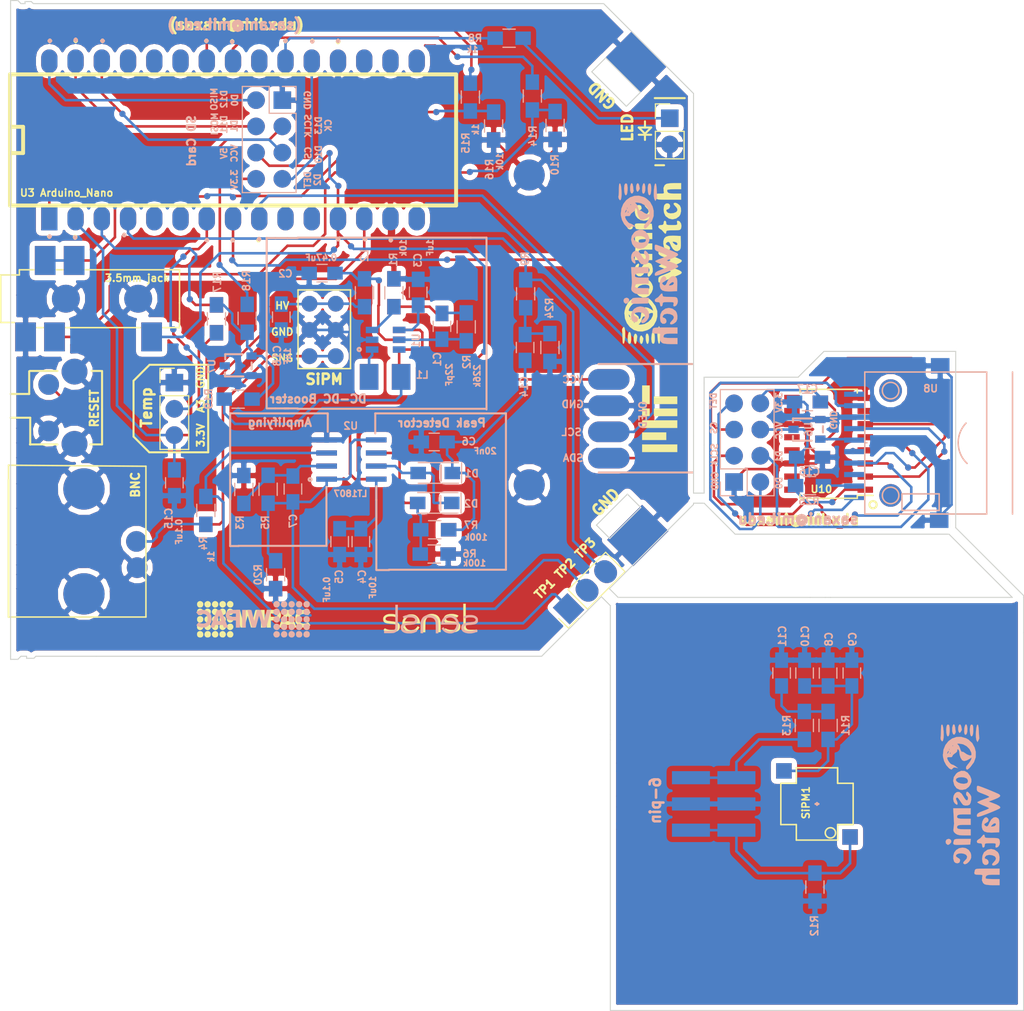
<source format=kicad_pcb>
(kicad_pcb (version 4) (generator "gerbview") (generator_version "8.0")
  (layers (0 F.Cu signal) (31 B.Cu signal) (34 B.Paste user) (35 F.Paste user) (36 B.SilkS user) (37 F.SilkS user) (38 B.Mask user) (39 F.Mask user) (44 Edge.Cuts user))
  (gr_line (start 162.55 85.7) (end 164.325 85.7) (layer B.SilkS) (width 0.2))
  (gr_line (start 162.55 85.325) (end 162.55 85.7) (layer B.SilkS) (width 0.2))
  (gr_line (start 165.125 84.35) (end 165.125 85) (layer B.SilkS) (width 0.2))
  (gr_line (start 162.575 83.55) (end 164.25 83.55) (layer B.SilkS) (width 0.2))
  (gr_line (start 162.575 84.05) (end 162.575 83.55) (layer B.SilkS) (width 0.2))
  (gr_line (start 215.84643 87.33929) (end 215.84643 87.71071) (layer B.SilkS) (width 0.15))
  (gr_line (start 215.84643 87.71071) (end 216.075 87.51071) (layer B.SilkS) (width 0.15))
  (gr_line (start 216.075 87.51071) (end 216.075 87.59643) (layer B.SilkS) (width 0.15))
  (gr_line (start 216.075 87.59643) (end 216.10357 87.65357) (layer B.SilkS) (width 0.15))
  (gr_line (start 216.10357 87.65357) (end 216.13214 87.68214) (layer B.SilkS) (width 0.15))
  (gr_line (start 216.13214 87.68214) (end 216.18929 87.71071) (layer B.SilkS) (width 0.15))
  (gr_line (start 216.18929 87.71071) (end 216.33214 87.71071) (layer B.SilkS) (width 0.15))
  (gr_line (start 216.33214 87.71071) (end 216.38929 87.68214) (layer B.SilkS) (width 0.15))
  (gr_line (start 216.38929 87.68214) (end 216.41786 87.65357) (layer B.SilkS) (width 0.15))
  (gr_line (start 216.41786 87.65357) (end 216.44643 87.59643) (layer B.SilkS) (width 0.15))
  (gr_line (start 216.44643 87.59643) (end 216.44643 87.425) (layer B.SilkS) (width 0.15))
  (gr_line (start 216.44643 87.425) (end 216.41786 87.36786) (layer B.SilkS) (width 0.15))
  (gr_line (start 216.41786 87.36786) (end 216.38929 87.33929) (layer B.SilkS) (width 0.15))
  (gr_line (start 216.38929 87.96786) (end 216.41786 87.99643) (layer B.SilkS) (width 0.15))
  (gr_line (start 216.41786 87.99643) (end 216.44643 87.96786) (layer B.SilkS) (width 0.15))
  (gr_line (start 216.44643 87.96786) (end 216.41786 87.93929) (layer B.SilkS) (width 0.15))
  (gr_line (start 216.41786 87.93929) (end 216.38929 87.96786) (layer B.SilkS) (width 0.15))
  (gr_line (start 216.38929 87.96786) (end 216.44643 87.96786) (layer B.SilkS) (width 0.15))
  (gr_line (start 215.84643 88.19643) (end 215.84643 88.56786) (layer B.SilkS) (width 0.15))
  (gr_line (start 215.84643 88.56786) (end 216.075 88.36786) (layer B.SilkS) (width 0.15))
  (gr_line (start 216.075 88.36786) (end 216.075 88.45357) (layer B.SilkS) (width 0.15))
  (gr_line (start 216.075 88.45357) (end 216.10357 88.51071) (layer B.SilkS) (width 0.15))
  (gr_line (start 216.10357 88.51071) (end 216.13214 88.53929) (layer B.SilkS) (width 0.15))
  (gr_line (start 216.13214 88.53929) (end 216.18929 88.56786) (layer B.SilkS) (width 0.15))
  (gr_line (start 216.18929 88.56786) (end 216.33214 88.56786) (layer B.SilkS) (width 0.15))
  (gr_line (start 216.33214 88.56786) (end 216.38929 88.53929) (layer B.SilkS) (width 0.15))
  (gr_line (start 216.38929 88.53929) (end 216.41786 88.51071) (layer B.SilkS) (width 0.15))
  (gr_line (start 216.41786 88.51071) (end 216.44643 88.45357) (layer B.SilkS) (width 0.15))
  (gr_line (start 216.44643 88.45357) (end 216.44643 88.28214) (layer B.SilkS) (width 0.15))
  (gr_line (start 216.44643 88.28214) (end 216.41786 88.225) (layer B.SilkS) (width 0.15))
  (gr_line (start 216.41786 88.225) (end 216.38929 88.19643) (layer B.SilkS) (width 0.15))
  (gr_line (start 215.84643 88.73929) (end 216.44643 88.93929) (layer B.SilkS) (width 0.15))
  (gr_line (start 216.44643 88.93929) (end 215.84643 89.13929) (layer B.SilkS) (width 0.15))
  (gr_line (start 210.08929 90.575) (end 210.11786 90.54643) (layer B.SilkS) (width 0.15))
  (gr_line (start 210.11786 90.54643) (end 210.14643 90.46072) (layer B.SilkS) (width 0.15))
  (gr_line (start 210.14643 90.46072) (end 210.14643 90.40357) (layer B.SilkS) (width 0.15))
  (gr_line (start 210.14643 90.40357) (end 210.11786 90.31786) (layer B.SilkS) (width 0.15))
  (gr_line (start 210.11786 90.31786) (end 210.06071 90.26072) (layer B.SilkS) (width 0.15))
  (gr_line (start 210.06071 90.26072) (end 210.00357 90.23214) (layer B.SilkS) (width 0.15))
  (gr_line (start 210.00357 90.23214) (end 209.88929 90.20357) (layer B.SilkS) (width 0.15))
  (gr_line (start 209.88929 90.20357) (end 209.80357 90.20357) (layer B.SilkS) (width 0.15))
  (gr_line (start 209.80357 90.20357) (end 209.68929 90.23214) (layer B.SilkS) (width 0.15))
  (gr_line (start 209.68929 90.23214) (end 209.63214 90.26072) (layer B.SilkS) (width 0.15))
  (gr_line (start 209.63214 90.26072) (end 209.575 90.31786) (layer B.SilkS) (width 0.15))
  (gr_line (start 209.575 90.31786) (end 209.54643 90.40357) (layer B.SilkS) (width 0.15))
  (gr_line (start 209.54643 90.40357) (end 209.54643 90.46072) (layer B.SilkS) (width 0.15))
  (gr_line (start 209.54643 90.46072) (end 209.575 90.54643) (layer B.SilkS) (width 0.15))
  (gr_line (start 209.575 90.54643) (end 209.60357 90.575) (layer B.SilkS) (width 0.15))
  (gr_line (start 210.11786 90.80357) (end 210.14643 90.88929) (layer B.SilkS) (width 0.15))
  (gr_line (start 210.14643 90.88929) (end 210.14643 91.03214) (layer B.SilkS) (width 0.15))
  (gr_line (start 210.14643 91.03214) (end 210.11786 91.08929) (layer B.SilkS) (width 0.15))
  (gr_line (start 210.11786 91.08929) (end 210.08929 91.11786) (layer B.SilkS) (width 0.15))
  (gr_line (start 210.08929 91.11786) (end 210.03214 91.14643) (layer B.SilkS) (width 0.15))
  (gr_line (start 210.03214 91.14643) (end 209.975 91.14643) (layer B.SilkS) (width 0.15))
  (gr_line (start 209.975 91.14643) (end 209.91786 91.11786) (layer B.SilkS) (width 0.15))
  (gr_line (start 209.91786 91.11786) (end 209.88929 91.08929) (layer B.SilkS) (width 0.15))
  (gr_line (start 209.88929 91.08929) (end 209.86071 91.03214) (layer B.SilkS) (width 0.15))
  (gr_line (start 209.86071 91.03214) (end 209.83214 90.91786) (layer B.SilkS) (width 0.15))
  (gr_line (start 209.83214 90.91786) (end 209.80357 90.86072) (layer B.SilkS) (width 0.15))
  (gr_line (start 209.80357 90.86072) (end 209.775 90.83214) (layer B.SilkS) (width 0.15))
  (gr_line (start 209.775 90.83214) (end 209.71786 90.80357) (layer B.SilkS) (width 0.15))
  (gr_line (start 209.71786 90.80357) (end 209.66071 90.80357) (layer B.SilkS) (width 0.15))
  (gr_line (start 209.66071 90.80357) (end 209.60357 90.83214) (layer B.SilkS) (width 0.15))
  (gr_line (start 209.60357 90.83214) (end 209.575 90.86072) (layer B.SilkS) (width 0.15))
  (gr_line (start 209.575 90.86072) (end 209.54643 90.91786) (layer B.SilkS) (width 0.15))
  (gr_line (start 209.54643 90.91786) (end 209.54643 91.06072) (layer B.SilkS) (width 0.15))
  (gr_line (start 209.54643 91.06072) (end 209.575 91.14643) (layer B.SilkS) (width 0.15))
  (gr_line (start 215.84643 90.125) (end 216.44643 90.325) (layer B.SilkS) (width 0.15))
  (gr_line (start 216.44643 90.325) (end 215.84643 90.525) (layer B.SilkS) (width 0.15))
  (gr_line (start 216.38929 91.06786) (end 216.41786 91.03929) (layer B.SilkS) (width 0.15))
  (gr_line (start 216.41786 91.03929) (end 216.44643 90.95357) (layer B.SilkS) (width 0.15))
  (gr_line (start 216.44643 90.95357) (end 216.44643 90.89643) (layer B.SilkS) (width 0.15))
  (gr_line (start 216.44643 90.89643) (end 216.41786 90.81071) (layer B.SilkS) (width 0.15))
  (gr_line (start 216.41786 90.81071) (end 216.36071 90.75357) (layer B.SilkS) (width 0.15))
  (gr_line (start 216.36071 90.75357) (end 216.30357 90.725) (layer B.SilkS) (width 0.15))
  (gr_line (start 216.30357 90.725) (end 216.18929 90.69643) (layer B.SilkS) (width 0.15))
  (gr_line (start 216.18929 90.69643) (end 216.10357 90.69643) (layer B.SilkS) (width 0.15))
  (gr_line (start 216.10357 90.69643) (end 215.98929 90.725) (layer B.SilkS) (width 0.15))
  (gr_line (start 215.98929 90.725) (end 215.93214 90.75357) (layer B.SilkS) (width 0.15))
  (gr_line (start 215.93214 90.75357) (end 215.875 90.81071) (layer B.SilkS) (width 0.15))
  (gr_line (start 215.875 90.81071) (end 215.84643 90.89643) (layer B.SilkS) (width 0.15))
  (gr_line (start 215.84643 90.89643) (end 215.84643 90.95357) (layer B.SilkS) (width 0.15))
  (gr_line (start 215.84643 90.95357) (end 215.875 91.03929) (layer B.SilkS) (width 0.15))
  (gr_line (start 215.875 91.03929) (end 215.90357 91.06786) (layer B.SilkS) (width 0.15))
  (gr_line (start 216.38929 91.66786) (end 216.41786 91.63929) (layer B.SilkS) (width 0.15))
  (gr_line (start 216.41786 91.63929) (end 216.44643 91.55357) (layer B.SilkS) (width 0.15))
  (gr_line (start 216.44643 91.55357) (end 216.44643 91.49643) (layer B.SilkS) (width 0.15))
  (gr_line (start 216.44643 91.49643) (end 216.41786 91.41071) (layer B.SilkS) (width 0.15))
  (gr_line (start 216.41786 91.41071) (end 216.36071 91.35357) (layer B.SilkS) (width 0.15))
  (gr_line (start 216.36071 91.35357) (end 216.30357 91.325) (layer B.SilkS) (width 0.15))
  (gr_line (start 216.30357 91.325) (end 216.18929 91.29643) (layer B.SilkS) (width 0.15))
  (gr_line (start 216.18929 91.29643) (end 216.10357 91.29643) (layer B.SilkS) (width 0.15))
  (gr_line (start 216.10357 91.29643) (end 215.98929 91.325) (layer B.SilkS) (width 0.15))
  (gr_line (start 215.98929 91.325) (end 215.93214 91.35357) (layer B.SilkS) (width 0.15))
  (gr_line (start 215.93214 91.35357) (end 215.875 91.41071) (layer B.SilkS) (width 0.15))
  (gr_line (start 215.875 91.41071) (end 215.84643 91.49643) (layer B.SilkS) (width 0.15))
  (gr_line (start 215.84643 91.49643) (end 215.84643 91.55357) (layer B.SilkS) (width 0.15))
  (gr_line (start 215.84643 91.55357) (end 215.875 91.63929) (layer B.SilkS) (width 0.15))
  (gr_line (start 215.875 91.63929) (end 215.90357 91.66786) (layer B.SilkS) (width 0.15))
  (gr_line (start 210.16786 92.31072) (end 210.19643 92.39643) (layer B.SilkS) (width 0.15))
  (gr_line (start 210.19643 92.39643) (end 210.19643 92.53929) (layer B.SilkS) (width 0.15))
  (gr_line (start 210.19643 92.53929) (end 210.16786 92.59643) (layer B.SilkS) (width 0.15))
  (gr_line (start 210.16786 92.59643) (end 210.13929 92.625) (layer B.SilkS) (width 0.15))
  (gr_line (start 210.13929 92.625) (end 210.08214 92.65357) (layer B.SilkS) (width 0.15))
  (gr_line (start 210.08214 92.65357) (end 210.025 92.65357) (layer B.SilkS) (width 0.15))
  (gr_line (start 210.025 92.65357) (end 209.96786 92.625) (layer B.SilkS) (width 0.15))
  (gr_line (start 209.96786 92.625) (end 209.93929 92.59643) (layer B.SilkS) (width 0.15))
  (gr_line (start 209.93929 92.59643) (end 209.91071 92.53929) (layer B.SilkS) (width 0.15))
  (gr_line (start 209.91071 92.53929) (end 209.88214 92.425) (layer B.SilkS) (width 0.15))
  (gr_line (start 209.88214 92.425) (end 209.85357 92.36786) (layer B.SilkS) (width 0.15))
  (gr_line (start 209.85357 92.36786) (end 209.825 92.33929) (layer B.SilkS) (width 0.15))
  (gr_line (start 209.825 92.33929) (end 209.76786 92.31072) (layer B.SilkS) (width 0.15))
  (gr_line (start 209.76786 92.31072) (end 209.71071 92.31072) (layer B.SilkS) (width 0.15))
  (gr_line (start 209.71071 92.31072) (end 209.65357 92.33929) (layer B.SilkS) (width 0.15))
  (gr_line (start 209.65357 92.33929) (end 209.625 92.36786) (layer B.SilkS) (width 0.15))
  (gr_line (start 209.625 92.36786) (end 209.59643 92.425) (layer B.SilkS) (width 0.15))
  (gr_line (start 209.59643 92.425) (end 209.59643 92.56786) (layer B.SilkS) (width 0.15))
  (gr_line (start 209.59643 92.56786) (end 209.625 92.65357) (layer B.SilkS) (width 0.15))
  (gr_line (start 210.13929 93.25357) (end 210.16786 93.225) (layer B.SilkS) (width 0.15))
  (gr_line (start 210.16786 93.225) (end 210.19643 93.13929) (layer B.SilkS) (width 0.15))
  (gr_line (start 210.19643 93.13929) (end 210.19643 93.08214) (layer B.SilkS) (width 0.15))
  (gr_line (start 210.19643 93.08214) (end 210.16786 92.99643) (layer B.SilkS) (width 0.15))
  (gr_line (start 210.16786 92.99643) (end 210.11071 92.93929) (layer B.SilkS) (width 0.15))
  (gr_line (start 210.11071 92.93929) (end 210.05357 92.91072) (layer B.SilkS) (width 0.15))
  (gr_line (start 210.05357 92.91072) (end 209.93929 92.88214) (layer B.SilkS) (width 0.15))
  (gr_line (start 209.93929 92.88214) (end 209.85357 92.88214) (layer B.SilkS) (width 0.15))
  (gr_line (start 209.85357 92.88214) (end 209.73929 92.91072) (layer B.SilkS) (width 0.15))
  (gr_line (start 209.73929 92.91072) (end 209.68214 92.93929) (layer B.SilkS) (width 0.15))
  (gr_line (start 209.68214 92.93929) (end 209.625 92.99643) (layer B.SilkS) (width 0.15))
  (gr_line (start 209.625 92.99643) (end 209.59643 93.08214) (layer B.SilkS) (width 0.15))
  (gr_line (start 209.59643 93.08214) (end 209.59643 93.13929) (layer B.SilkS) (width 0.15))
  (gr_line (start 209.59643 93.13929) (end 209.625 93.225) (layer B.SilkS) (width 0.15))
  (gr_line (start 209.625 93.225) (end 209.65357 93.25357) (layer B.SilkS) (width 0.15))
  (gr_line (start 210.19643 93.79643) (end 210.19643 93.51072) (layer B.SilkS) (width 0.15))
  (gr_line (start 210.19643 93.51072) (end 209.59643 93.51072) (layer B.SilkS) (width 0.15))
  (gr_line (start 210.19643 93.99643) (end 209.59643 93.99643) (layer B.SilkS) (width 0.15))
  (gr_line (start 210.19643 94.33929) (end 209.85357 94.08214) (layer B.SilkS) (width 0.15))
  (gr_line (start 209.59643 94.33929) (end 209.93929 93.99643) (layer B.SilkS) (width 0.15))
  (gr_line (start 216.44643 93.03214) (end 215.84643 93.03214) (layer B.SilkS) (width 0.15))
  (gr_line (start 215.84643 93.03214) (end 215.84643 93.175) (layer B.SilkS) (width 0.15))
  (gr_line (start 215.84643 93.175) (end 215.875 93.26072) (layer B.SilkS) (width 0.15))
  (gr_line (start 215.875 93.26072) (end 215.93214 93.31786) (layer B.SilkS) (width 0.15))
  (gr_line (start 215.93214 93.31786) (end 215.98929 93.34643) (layer B.SilkS) (width 0.15))
  (gr_line (start 215.98929 93.34643) (end 216.10357 93.375) (layer B.SilkS) (width 0.15))
  (gr_line (start 216.10357 93.375) (end 216.18929 93.375) (layer B.SilkS) (width 0.15))
  (gr_line (start 216.18929 93.375) (end 216.30357 93.34643) (layer B.SilkS) (width 0.15))
  (gr_line (start 216.30357 93.34643) (end 216.36071 93.31786) (layer B.SilkS) (width 0.15))
  (gr_line (start 216.36071 93.31786) (end 216.41786 93.26072) (layer B.SilkS) (width 0.15))
  (gr_line (start 216.41786 93.26072) (end 216.44643 93.175) (layer B.SilkS) (width 0.15))
  (gr_line (start 216.44643 93.175) (end 216.44643 93.03214) (layer B.SilkS) (width 0.15))
  (gr_line (start 216.44643 93.94643) (end 216.44643 93.60357) (layer B.SilkS) (width 0.15))
  (gr_line (start 216.44643 93.775) (end 215.84643 93.775) (layer B.SilkS) (width 0.15))
  (gr_line (start 215.84643 93.775) (end 215.93214 93.71786) (layer B.SilkS) (width 0.15))
  (gr_line (start 215.93214 93.71786) (end 215.98929 93.66072) (layer B.SilkS) (width 0.15))
  (gr_line (start 215.98929 93.66072) (end 216.01786 93.60357) (layer B.SilkS) (width 0.15))
  (gr_line (start 216.44643 95.58214) (end 215.84643 95.58214) (layer B.SilkS) (width 0.15))
  (gr_line (start 215.84643 95.58214) (end 215.84643 95.725) (layer B.SilkS) (width 0.15))
  (gr_line (start 215.84643 95.725) (end 215.875 95.81072) (layer B.SilkS) (width 0.15))
  (gr_line (start 215.875 95.81072) (end 215.93214 95.86786) (layer B.SilkS) (width 0.15))
  (gr_line (start 215.93214 95.86786) (end 215.98929 95.89643) (layer B.SilkS) (width 0.15))
  (gr_line (start 215.98929 95.89643) (end 216.10357 95.925) (layer B.SilkS) (width 0.15))
  (gr_line (start 216.10357 95.925) (end 216.18929 95.925) (layer B.SilkS) (width 0.15))
  (gr_line (start 216.18929 95.925) (end 216.30357 95.89643) (layer B.SilkS) (width 0.15))
  (gr_line (start 216.30357 95.89643) (end 216.36071 95.86786) (layer B.SilkS) (width 0.15))
  (gr_line (start 216.36071 95.86786) (end 216.41786 95.81072) (layer B.SilkS) (width 0.15))
  (gr_line (start 216.41786 95.81072) (end 216.44643 95.725) (layer B.SilkS) (width 0.15))
  (gr_line (start 216.44643 95.725) (end 216.44643 95.58214) (layer B.SilkS) (width 0.15))
  (gr_line (start 215.84643 96.29643) (end 215.84643 96.35357) (layer B.SilkS) (width 0.15))
  (gr_line (start 215.84643 96.35357) (end 215.875 96.41072) (layer B.SilkS) (width 0.15))
  (gr_line (start 215.875 96.41072) (end 215.90357 96.43929) (layer B.SilkS) (width 0.15))
  (gr_line (start 215.90357 96.43929) (end 215.96071 96.46786) (layer B.SilkS) (width 0.15))
  (gr_line (start 215.96071 96.46786) (end 216.075 96.49643) (layer B.SilkS) (width 0.15))
  (gr_line (start 216.075 96.49643) (end 216.21786 96.49643) (layer B.SilkS) (width 0.15))
  (gr_line (start 216.21786 96.49643) (end 216.33214 96.46786) (layer B.SilkS) (width 0.15))
  (gr_line (start 216.33214 96.46786) (end 216.38929 96.43929) (layer B.SilkS) (width 0.15))
  (gr_line (start 216.38929 96.43929) (end 216.41786 96.41072) (layer B.SilkS) (width 0.15))
  (gr_line (start 216.41786 96.41072) (end 216.44643 96.35357) (layer B.SilkS) (width 0.15))
  (gr_line (start 216.44643 96.35357) (end 216.44643 96.29643) (layer B.SilkS) (width 0.15))
  (gr_line (start 216.44643 96.29643) (end 216.41786 96.23929) (layer B.SilkS) (width 0.15))
  (gr_line (start 216.41786 96.23929) (end 216.38929 96.21072) (layer B.SilkS) (width 0.15))
  (gr_line (start 216.38929 96.21072) (end 216.33214 96.18214) (layer B.SilkS) (width 0.15))
  (gr_line (start 216.33214 96.18214) (end 216.21786 96.15357) (layer B.SilkS) (width 0.15))
  (gr_line (start 216.21786 96.15357) (end 216.075 96.15357) (layer B.SilkS) (width 0.15))
  (gr_line (start 216.075 96.15357) (end 215.96071 96.18214) (layer B.SilkS) (width 0.15))
  (gr_line (start 215.96071 96.18214) (end 215.90357 96.21072) (layer B.SilkS) (width 0.15))
  (gr_line (start 215.90357 96.21072) (end 215.875 96.23929) (layer B.SilkS) (width 0.15))
  (gr_line (start 215.875 96.23929) (end 215.84643 96.29643) (layer B.SilkS) (width 0.15))
  (gr_line (start 210.09643 87.41786) (end 209.49643 87.41786) (layer B.SilkS) (width 0.15))
  (gr_line (start 209.49643 87.41786) (end 209.49643 87.56071) (layer B.SilkS) (width 0.15))
  (gr_line (start 209.49643 87.56071) (end 209.525 87.64643) (layer B.SilkS) (width 0.15))
  (gr_line (start 209.525 87.64643) (end 209.58214 87.70357) (layer B.SilkS) (width 0.15))
  (gr_line (start 209.58214 87.70357) (end 209.63929 87.73214) (layer B.SilkS) (width 0.15))
  (gr_line (start 209.63929 87.73214) (end 209.75357 87.76071) (layer B.SilkS) (width 0.15))
  (gr_line (start 209.75357 87.76071) (end 209.83929 87.76071) (layer B.SilkS) (width 0.15))
  (gr_line (start 209.83929 87.76071) (end 209.95357 87.73214) (layer B.SilkS) (width 0.15))
  (gr_line (start 209.95357 87.73214) (end 210.01071 87.70357) (layer B.SilkS) (width 0.15))
  (gr_line (start 210.01071 87.70357) (end 210.06786 87.64643) (layer B.SilkS) (width 0.15))
  (gr_line (start 210.06786 87.64643) (end 210.09643 87.56071) (layer B.SilkS) (width 0.15))
  (gr_line (start 210.09643 87.56071) (end 210.09643 87.41786) (layer B.SilkS) (width 0.15))
  (gr_line (start 209.78214 88.01786) (end 209.78214 88.21786) (layer B.SilkS) (width 0.15))
  (gr_line (start 210.09643 88.30357) (end 210.09643 88.01786) (layer B.SilkS) (width 0.15))
  (gr_line (start 210.09643 88.01786) (end 209.49643 88.01786) (layer B.SilkS) (width 0.15))
  (gr_line (start 209.49643 88.01786) (end 209.49643 88.30357) (layer B.SilkS) (width 0.15))
  (gr_line (start 209.49643 88.475) (end 209.49643 88.81786) (layer B.SilkS) (width 0.15))
  (gr_line (start 210.09643 88.64643) (end 209.49643 88.64643) (layer B.SilkS) (width 0.15))
  (gr_line (start 209.675 95.36786) (end 209.64643 95.31072) (layer B.SilkS) (width 0.15))
  (gr_line (start 209.64643 95.31072) (end 209.64643 95.225) (layer B.SilkS) (width 0.15))
  (gr_line (start 209.64643 95.225) (end 209.675 95.13929) (layer B.SilkS) (width 0.15))
  (gr_line (start 209.675 95.13929) (end 209.73214 95.08214) (layer B.SilkS) (width 0.15))
  (gr_line (start 209.73214 95.08214) (end 209.78929 95.05357) (layer B.SilkS) (width 0.15))
  (gr_line (start 209.78929 95.05357) (end 209.90357 95.025) (layer B.SilkS) (width 0.15))
  (gr_line (start 209.90357 95.025) (end 209.98929 95.025) (layer B.SilkS) (width 0.15))
  (gr_line (start 209.98929 95.025) (end 210.10357 95.05357) (layer B.SilkS) (width 0.15))
  (gr_line (start 210.10357 95.05357) (end 210.16071 95.08214) (layer B.SilkS) (width 0.15))
  (gr_line (start 210.16071 95.08214) (end 210.21786 95.13929) (layer B.SilkS) (width 0.15))
  (gr_line (start 210.21786 95.13929) (end 210.24643 95.225) (layer B.SilkS) (width 0.15))
  (gr_line (start 210.24643 95.225) (end 210.24643 95.28214) (layer B.SilkS) (width 0.15))
  (gr_line (start 210.24643 95.28214) (end 210.21786 95.36786) (layer B.SilkS) (width 0.15))
  (gr_line (start 210.21786 95.36786) (end 210.18929 95.39643) (layer B.SilkS) (width 0.15))
  (gr_line (start 210.18929 95.39643) (end 209.98929 95.39643) (layer B.SilkS) (width 0.15))
  (gr_line (start 209.98929 95.39643) (end 209.98929 95.28214) (layer B.SilkS) (width 0.15))
  (gr_line (start 210.24643 95.65357) (end 209.64643 95.65357) (layer B.SilkS) (width 0.15))
  (gr_line (start 209.64643 95.65357) (end 210.24643 95.99643) (layer B.SilkS) (width 0.15))
  (gr_line (start 210.24643 95.99643) (end 209.64643 95.99643) (layer B.SilkS) (width 0.15))
  (gr_line (start 210.24643 96.28214) (end 209.64643 96.28214) (layer B.SilkS) (width 0.15))
  (gr_line (start 209.64643 96.28214) (end 209.64643 96.425) (layer B.SilkS) (width 0.15))
  (gr_line (start 209.64643 96.425) (end 209.675 96.51072) (layer B.SilkS) (width 0.15))
  (gr_line (start 209.675 96.51072) (end 209.73214 96.56786) (layer B.SilkS) (width 0.15))
  (gr_line (start 209.73214 96.56786) (end 209.78929 96.59643) (layer B.SilkS) (width 0.15))
  (gr_line (start 209.78929 96.59643) (end 209.90357 96.625) (layer B.SilkS) (width 0.15))
  (gr_line (start 209.90357 96.625) (end 209.98929 96.625) (layer B.SilkS) (width 0.15))
  (gr_line (start 209.98929 96.625) (end 210.10357 96.59643) (layer B.SilkS) (width 0.15))
  (gr_line (start 210.10357 96.59643) (end 210.16071 96.56786) (layer B.SilkS) (width 0.15))
  (gr_line (start 210.16071 96.56786) (end 210.21786 96.51072) (layer B.SilkS) (width 0.15))
  (gr_line (start 210.21786 96.51072) (end 210.24643 96.425) (layer B.SilkS) (width 0.15))
  (gr_line (start 210.24643 96.425) (end 210.24643 96.28214) (layer B.SilkS) (width 0.15))
  (gr_line (start 223.64405 99.90476) (end 223.54881 99.95238) (layer B.SilkS) (width 0.25))
  (gr_line (start 223.54881 99.95238) (end 223.35833 99.95238) (layer B.SilkS) (width 0.25))
  (gr_line (start 223.35833 99.95238) (end 223.26309 99.90476) (layer B.SilkS) (width 0.25))
  (gr_line (start 223.26309 99.90476) (end 223.21548 99.80952) (layer B.SilkS) (width 0.25))
  (gr_line (start 223.21548 99.80952) (end 223.21548 99.76191) (layer B.SilkS) (width 0.25))
  (gr_line (start 223.21548 99.76191) (end 223.26309 99.66667) (layer B.SilkS) (width 0.25))
  (gr_line (start 223.26309 99.66667) (end 223.35833 99.61905) (layer B.SilkS) (width 0.25))
  (gr_line (start 223.35833 99.61905) (end 223.50119 99.61905) (layer B.SilkS) (width 0.25))
  (gr_line (start 223.50119 99.61905) (end 223.59643 99.57143) (layer B.SilkS) (width 0.25))
  (gr_line (start 223.59643 99.57143) (end 223.64405 99.47619) (layer B.SilkS) (width 0.25))
  (gr_line (start 223.64405 99.47619) (end 223.64405 99.42857) (layer B.SilkS) (width 0.25))
  (gr_line (start 223.64405 99.42857) (end 223.59643 99.33333) (layer B.SilkS) (width 0.25))
  (gr_line (start 223.59643 99.33333) (end 223.50119 99.28571) (layer B.SilkS) (width 0.25))
  (gr_line (start 223.50119 99.28571) (end 223.35833 99.28571) (layer B.SilkS) (width 0.25))
  (gr_line (start 223.35833 99.28571) (end 223.26309 99.33333) (layer B.SilkS) (width 0.25))
  (gr_line (start 222.35833 99.95238) (end 222.35833 99.42857) (layer B.SilkS) (width 0.25))
  (gr_line (start 222.35833 99.42857) (end 222.40595 99.33333) (layer B.SilkS) (width 0.25))
  (gr_line (start 222.40595 99.33333) (end 222.50119 99.28571) (layer B.SilkS) (width 0.25))
  (gr_line (start 222.50119 99.28571) (end 222.69167 99.28571) (layer B.SilkS) (width 0.25))
  (gr_line (start 222.69167 99.28571) (end 222.7869 99.33333) (layer B.SilkS) (width 0.25))
  (gr_line (start 222.35833 99.90476) (end 222.45357 99.95238) (layer B.SilkS) (width 0.25))
  (gr_line (start 222.45357 99.95238) (end 222.69167 99.95238) (layer B.SilkS) (width 0.25))
  (gr_line (start 222.69167 99.95238) (end 222.7869 99.90476) (layer B.SilkS) (width 0.25))
  (gr_line (start 222.7869 99.90476) (end 222.83452 99.80952) (layer B.SilkS) (width 0.25))
  (gr_line (start 222.83452 99.80952) (end 222.83452 99.71429) (layer B.SilkS) (width 0.25))
  (gr_line (start 222.83452 99.71429) (end 222.7869 99.61905) (layer B.SilkS) (width 0.25))
  (gr_line (start 222.7869 99.61905) (end 222.69167 99.57143) (layer B.SilkS) (width 0.25))
  (gr_line (start 222.69167 99.57143) (end 222.45357 99.57143) (layer B.SilkS) (width 0.25))
  (gr_line (start 222.45357 99.57143) (end 222.35833 99.52381) (layer B.SilkS) (width 0.25))
  (gr_line (start 221.97738 99.95238) (end 221.45357 99.28571) (layer B.SilkS) (width 0.25))
  (gr_line (start 221.97738 99.28571) (end 221.45357 99.95238) (layer B.SilkS) (width 0.25))
  (gr_line (start 220.64405 99.95238) (end 220.64405 99.42857) (layer B.SilkS) (width 0.25))
  (gr_line (start 220.64405 99.42857) (end 220.69167 99.33333) (layer B.SilkS) (width 0.25))
  (gr_line (start 220.69167 99.33333) (end 220.7869 99.28571) (layer B.SilkS) (width 0.25))
  (gr_line (start 220.7869 99.28571) (end 220.97738 99.28571) (layer B.SilkS) (width 0.25))
  (gr_line (start 220.97738 99.28571) (end 221.07262 99.33333) (layer B.SilkS) (width 0.25))
  (gr_line (start 220.64405 99.90476) (end 220.73928 99.95238) (layer B.SilkS) (width 0.25))
  (gr_line (start 220.73928 99.95238) (end 220.97738 99.95238) (layer B.SilkS) (width 0.25))
  (gr_line (start 220.97738 99.95238) (end 221.07262 99.90476) (layer B.SilkS) (width 0.25))
  (gr_line (start 221.07262 99.90476) (end 221.12024 99.80952) (layer B.SilkS) (width 0.25))
  (gr_line (start 221.12024 99.80952) (end 221.12024 99.71429) (layer B.SilkS) (width 0.25))
  (gr_line (start 221.12024 99.71429) (end 221.07262 99.61905) (layer B.SilkS) (width 0.25))
  (gr_line (start 221.07262 99.61905) (end 220.97738 99.57143) (layer B.SilkS) (width 0.25))
  (gr_line (start 220.97738 99.57143) (end 220.73928 99.57143) (layer B.SilkS) (width 0.25))
  (gr_line (start 220.73928 99.57143) (end 220.64405 99.52381) (layer B.SilkS) (width 0.25))
  (gr_line (start 220.16786 99.28571) (end 220.16786 99.95238) (layer B.SilkS) (width 0.25))
  (gr_line (start 220.16786 99.38095) (end 220.12024 99.33333) (layer B.SilkS) (width 0.25))
  (gr_line (start 220.12024 99.33333) (end 220.025 99.28571) (layer B.SilkS) (width 0.25))
  (gr_line (start 220.025 99.28571) (end 219.88214 99.28571) (layer B.SilkS) (width 0.25))
  (gr_line (start 219.88214 99.28571) (end 219.7869 99.33333) (layer B.SilkS) (width 0.25))
  (gr_line (start 219.7869 99.33333) (end 219.73928 99.42857) (layer B.SilkS) (width 0.25))
  (gr_line (start 219.73928 99.42857) (end 219.73928 99.95238) (layer B.SilkS) (width 0.25))
  (gr_line (start 219.26309 99.95238) (end 219.26309 99.28571) (layer B.SilkS) (width 0.25))
  (gr_line (start 219.26309 98.95238) (end 219.31071 99) (layer B.SilkS) (width 0.25))
  (gr_line (start 219.31071 99) (end 219.26309 99.04762) (layer B.SilkS) (width 0.25))
  (gr_line (start 219.26309 99.04762) (end 219.21548 99) (layer B.SilkS) (width 0.25))
  (gr_line (start 219.21548 99) (end 219.26309 98.95238) (layer B.SilkS) (width 0.25))
  (gr_line (start 219.26309 98.95238) (end 219.26309 99.04762) (layer B.SilkS) (width 0.25))
  (gr_line (start 218.16786 99.47619) (end 218.21548 99.42857) (layer B.SilkS) (width 0.25))
  (gr_line (start 218.21548 99.42857) (end 218.31071 99.38095) (layer B.SilkS) (width 0.25))
  (gr_line (start 218.31071 99.38095) (end 218.40595 99.38095) (layer B.SilkS) (width 0.25))
  (gr_line (start 218.40595 99.38095) (end 218.50119 99.42857) (layer B.SilkS) (width 0.25))
  (gr_line (start 218.50119 99.42857) (end 218.54881 99.47619) (layer B.SilkS) (width 0.25))
  (gr_line (start 218.54881 99.47619) (end 218.59643 99.57143) (layer B.SilkS) (width 0.25))
  (gr_line (start 218.59643 99.57143) (end 218.59643 99.66667) (layer B.SilkS) (width 0.25))
  (gr_line (start 218.59643 99.66667) (end 218.54881 99.76191) (layer B.SilkS) (width 0.25))
  (gr_line (start 218.54881 99.76191) (end 218.50119 99.80952) (layer B.SilkS) (width 0.25))
  (gr_line (start 218.50119 99.80952) (end 218.40595 99.85714) (layer B.SilkS) (width 0.25))
  (gr_line (start 218.40595 99.85714) (end 218.31071 99.85714) (layer B.SilkS) (width 0.25))
  (gr_line (start 218.31071 99.85714) (end 218.21548 99.80952) (layer B.SilkS) (width 0.25))
  (gr_line (start 218.21548 99.80952) (end 218.16786 99.76191) (layer B.SilkS) (width 0.25))
  (gr_line (start 218.16786 99.38095) (end 218.16786 99.76191) (layer B.SilkS) (width 0.25))
  (gr_line (start 218.16786 99.76191) (end 218.12024 99.80952) (layer B.SilkS) (width 0.25))
  (gr_line (start 218.12024 99.80952) (end 218.07262 99.80952) (layer B.SilkS) (width 0.25))
  (gr_line (start 218.07262 99.80952) (end 217.97738 99.76191) (layer B.SilkS) (width 0.25))
  (gr_line (start 217.97738 99.76191) (end 217.92976 99.66667) (layer B.SilkS) (width 0.25))
  (gr_line (start 217.92976 99.66667) (end 217.92976 99.42857) (layer B.SilkS) (width 0.25))
  (gr_line (start 217.92976 99.42857) (end 218.025 99.28571) (layer B.SilkS) (width 0.25))
  (gr_line (start 218.025 99.28571) (end 218.16786 99.19048) (layer B.SilkS) (width 0.25))
  (gr_line (start 218.16786 99.19048) (end 218.35833 99.14286) (layer B.SilkS) (width 0.25))
  (gr_line (start 218.35833 99.14286) (end 218.54881 99.19048) (layer B.SilkS) (width 0.25))
  (gr_line (start 218.54881 99.19048) (end 218.69167 99.28571) (layer B.SilkS) (width 0.25))
  (gr_line (start 218.69167 99.28571) (end 218.7869 99.42857) (layer B.SilkS) (width 0.25))
  (gr_line (start 218.7869 99.42857) (end 218.83452 99.61905) (layer B.SilkS) (width 0.25))
  (gr_line (start 218.83452 99.61905) (end 218.7869 99.80952) (layer B.SilkS) (width 0.25))
  (gr_line (start 218.7869 99.80952) (end 218.69167 99.95238) (layer B.SilkS) (width 0.25))
  (gr_line (start 218.69167 99.95238) (end 218.54881 100.04762) (layer B.SilkS) (width 0.25))
  (gr_line (start 218.54881 100.04762) (end 218.35833 100.09524) (layer B.SilkS) (width 0.25))
  (gr_line (start 218.35833 100.09524) (end 218.16786 100.04762) (layer B.SilkS) (width 0.25))
  (gr_line (start 218.16786 100.04762) (end 218.025 99.95238) (layer B.SilkS) (width 0.25))
  (gr_line (start 217.50119 99.95238) (end 217.50119 99.28571) (layer B.SilkS) (width 0.25))
  (gr_line (start 217.50119 99.38095) (end 217.45357 99.33333) (layer B.SilkS) (width 0.25))
  (gr_line (start 217.45357 99.33333) (end 217.35833 99.28571) (layer B.SilkS) (width 0.25))
  (gr_line (start 217.35833 99.28571) (end 217.21548 99.28571) (layer B.SilkS) (width 0.25))
  (gr_line (start 217.21548 99.28571) (end 217.12024 99.33333) (layer B.SilkS) (width 0.25))
  (gr_line (start 217.12024 99.33333) (end 217.07262 99.42857) (layer B.SilkS) (width 0.25))
  (gr_line (start 217.07262 99.42857) (end 217.07262 99.95238) (layer B.SilkS) (width 0.25))
  (gr_line (start 217.07262 99.42857) (end 217.025 99.33333) (layer B.SilkS) (width 0.25))
  (gr_line (start 217.025 99.33333) (end 216.92976 99.28571) (layer B.SilkS) (width 0.25))
  (gr_line (start 216.92976 99.28571) (end 216.7869 99.28571) (layer B.SilkS) (width 0.25))
  (gr_line (start 216.7869 99.28571) (end 216.69167 99.33333) (layer B.SilkS) (width 0.25))
  (gr_line (start 216.69167 99.33333) (end 216.64405 99.42857) (layer B.SilkS) (width 0.25))
  (gr_line (start 216.64405 99.42857) (end 216.64405 99.95238) (layer B.SilkS) (width 0.25))
  (gr_line (start 216.16786 99.95238) (end 216.16786 99.28571) (layer B.SilkS) (width 0.25))
  (gr_line (start 216.16786 98.95238) (end 216.21548 99) (layer B.SilkS) (width 0.25))
  (gr_line (start 216.21548 99) (end 216.16786 99.04762) (layer B.SilkS) (width 0.25))
  (gr_line (start 216.16786 99.04762) (end 216.12024 99) (layer B.SilkS) (width 0.25))
  (gr_line (start 216.12024 99) (end 216.16786 98.95238) (layer B.SilkS) (width 0.25))
  (gr_line (start 216.16786 98.95238) (end 216.16786 99.04762) (layer B.SilkS) (width 0.25))
  (gr_line (start 215.83452 99.28571) (end 215.45357 99.28571) (layer B.SilkS) (width 0.25))
  (gr_line (start 215.69167 98.95238) (end 215.69167 99.80952) (layer B.SilkS) (width 0.25))
  (gr_line (start 215.69167 99.80952) (end 215.64405 99.90476) (layer B.SilkS) (width 0.25))
  (gr_line (start 215.64405 99.90476) (end 215.54881 99.95238) (layer B.SilkS) (width 0.25))
  (gr_line (start 215.54881 99.95238) (end 215.45357 99.95238) (layer B.SilkS) (width 0.25))
  (gr_line (start 215.12024 99.85714) (end 215.07262 99.90476) (layer B.SilkS) (width 0.25))
  (gr_line (start 215.07262 99.90476) (end 215.12024 99.95238) (layer B.SilkS) (width 0.25))
  (gr_line (start 215.12024 99.95238) (end 215.16786 99.90476) (layer B.SilkS) (width 0.25))
  (gr_line (start 215.16786 99.90476) (end 215.12024 99.85714) (layer B.SilkS) (width 0.25))
  (gr_line (start 215.12024 99.85714) (end 215.12024 99.95238) (layer B.SilkS) (width 0.25))
  (gr_line (start 214.2631 99.90476) (end 214.35833 99.95238) (layer B.SilkS) (width 0.25))
  (gr_line (start 214.35833 99.95238) (end 214.54881 99.95238) (layer B.SilkS) (width 0.25))
  (gr_line (start 214.54881 99.95238) (end 214.64405 99.90476) (layer B.SilkS) (width 0.25))
  (gr_line (start 214.64405 99.90476) (end 214.69167 99.80952) (layer B.SilkS) (width 0.25))
  (gr_line (start 214.69167 99.80952) (end 214.69167 99.42857) (layer B.SilkS) (width 0.25))
  (gr_line (start 214.69167 99.42857) (end 214.64405 99.33333) (layer B.SilkS) (width 0.25))
  (gr_line (start 214.64405 99.33333) (end 214.54881 99.28571) (layer B.SilkS) (width 0.25))
  (gr_line (start 214.54881 99.28571) (end 214.35833 99.28571) (layer B.SilkS) (width 0.25))
  (gr_line (start 214.35833 99.28571) (end 214.2631 99.33333) (layer B.SilkS) (width 0.25))
  (gr_line (start 214.2631 99.33333) (end 214.21548 99.42857) (layer B.SilkS) (width 0.25))
  (gr_line (start 214.21548 99.42857) (end 214.21548 99.52381) (layer B.SilkS) (width 0.25))
  (gr_line (start 214.21548 99.52381) (end 214.69167 99.61905) (layer B.SilkS) (width 0.25))
  (gr_line (start 213.35833 99.95238) (end 213.35833 98.95238) (layer B.SilkS) (width 0.25))
  (gr_line (start 213.35833 99.90476) (end 213.45357 99.95238) (layer B.SilkS) (width 0.25))
  (gr_line (start 213.45357 99.95238) (end 213.64405 99.95238) (layer B.SilkS) (width 0.25))
  (gr_line (start 213.64405 99.95238) (end 213.73929 99.90476) (layer B.SilkS) (width 0.25))
  (gr_line (start 213.73929 99.90476) (end 213.78691 99.85714) (layer B.SilkS) (width 0.25))
  (gr_line (start 213.78691 99.85714) (end 213.83452 99.76191) (layer B.SilkS) (width 0.25))
  (gr_line (start 213.83452 99.76191) (end 213.83452 99.47619) (layer B.SilkS) (width 0.25))
  (gr_line (start 213.83452 99.47619) (end 213.78691 99.38095) (layer B.SilkS) (width 0.25))
  (gr_line (start 213.78691 99.38095) (end 213.73929 99.33333) (layer B.SilkS) (width 0.25))
  (gr_line (start 213.73929 99.33333) (end 213.64405 99.28571) (layer B.SilkS) (width 0.25))
  (gr_line (start 213.64405 99.28571) (end 213.45357 99.28571) (layer B.SilkS) (width 0.25))
  (gr_line (start 213.45357 99.28571) (end 213.35833 99.33333) (layer B.SilkS) (width 0.25))
  (gr_line (start 212.45357 99.28571) (end 212.45357 99.95238) (layer B.SilkS) (width 0.25))
  (gr_line (start 212.88214 99.28571) (end 212.88214 99.80952) (layer B.SilkS) (width 0.25))
  (gr_line (start 212.88214 99.80952) (end 212.83452 99.90476) (layer B.SilkS) (width 0.25))
  (gr_line (start 212.83452 99.90476) (end 212.73929 99.95238) (layer B.SilkS) (width 0.25))
  (gr_line (start 212.73929 99.95238) (end 212.59643 99.95238) (layer B.SilkS) (width 0.25))
  (gr_line (start 212.59643 99.95238) (end 212.50119 99.90476) (layer B.SilkS) (width 0.25))
  (gr_line (start 212.50119 99.90476) (end 212.45357 99.85714) (layer B.SilkS) (width 0.25))
  (gr_line (start 217.525 90.125) (end 217.525 89.775) (layer B.SilkS) (width 0.2))
  (gr_line (start 217.525 89.775) (end 219.325 89.775) (layer B.SilkS) (width 0.2))
  (gr_line (start 217.525 91.475) (end 217.525 91.925) (layer B.SilkS) (width 0.2))
  (gr_line (start 217.525 91.925) (end 219.325 91.925) (layer B.SilkS) (width 0.2))
  (gr_line (start 220.425 90.525) (end 220.425 91.125) (layer B.SilkS) (width 0.2))
  (gr_line (start 221.725 90.38214) (end 221.75357 90.43929) (layer B.SilkS) (width 0.15))
  (gr_line (start 221.75357 90.43929) (end 221.75357 90.525) (layer B.SilkS) (width 0.15))
  (gr_line (start 221.75357 90.525) (end 221.725 90.61071) (layer B.SilkS) (width 0.15))
  (gr_line (start 221.725 90.61071) (end 221.66786 90.66786) (layer B.SilkS) (width 0.15))
  (gr_line (start 221.66786 90.66786) (end 221.61071 90.69643) (layer B.SilkS) (width 0.15))
  (gr_line (start 221.61071 90.69643) (end 221.49643 90.725) (layer B.SilkS) (width 0.15))
  (gr_line (start 221.49643 90.725) (end 221.41071 90.725) (layer B.SilkS) (width 0.15))
  (gr_line (start 221.41071 90.725) (end 221.29643 90.69643) (layer B.SilkS) (width 0.15))
  (gr_line (start 221.29643 90.69643) (end 221.23929 90.66786) (layer B.SilkS) (width 0.15))
  (gr_line (start 221.23929 90.66786) (end 221.18214 90.61071) (layer B.SilkS) (width 0.15))
  (gr_line (start 221.18214 90.61071) (end 221.15357 90.525) (layer B.SilkS) (width 0.15))
  (gr_line (start 221.15357 90.525) (end 221.15357 90.46786) (layer B.SilkS) (width 0.15))
  (gr_line (start 221.15357 90.46786) (end 221.18214 90.38214) (layer B.SilkS) (width 0.15))
  (gr_line (start 221.18214 90.38214) (end 221.21071 90.35357) (layer B.SilkS) (width 0.15))
  (gr_line (start 221.21071 90.35357) (end 221.41071 90.35357) (layer B.SilkS) (width 0.15))
  (gr_line (start 221.41071 90.35357) (end 221.41071 90.46786) (layer B.SilkS) (width 0.15))
  (gr_line (start 221.15357 90.09643) (end 221.75357 90.09643) (layer B.SilkS) (width 0.15))
  (gr_line (start 221.75357 90.09643) (end 221.15357 89.75357) (layer B.SilkS) (width 0.15))
  (gr_line (start 221.15357 89.75357) (end 221.75357 89.75357) (layer B.SilkS) (width 0.15))
  (gr_line (start 221.15357 89.46786) (end 221.75357 89.46786) (layer B.SilkS) (width 0.15))
  (gr_line (start 221.75357 89.46786) (end 221.75357 89.325) (layer B.SilkS) (width 0.15))
  (gr_line (start 221.75357 89.325) (end 221.725 89.23929) (layer B.SilkS) (width 0.15))
  (gr_line (start 221.725 89.23929) (end 221.66786 89.18214) (layer B.SilkS) (width 0.15))
  (gr_line (start 221.66786 89.18214) (end 221.61071 89.15357) (layer B.SilkS) (width 0.15))
  (gr_line (start 221.61071 89.15357) (end 221.49643 89.125) (layer B.SilkS) (width 0.15))
  (gr_line (start 221.49643 89.125) (end 221.41071 89.125) (layer B.SilkS) (width 0.15))
  (gr_line (start 221.41071 89.125) (end 221.29643 89.15357) (layer B.SilkS) (width 0.15))
  (gr_line (start 221.29643 89.15357) (end 221.23929 89.18214) (layer B.SilkS) (width 0.15))
  (gr_line (start 221.23929 89.18214) (end 221.18214 89.23929) (layer B.SilkS) (width 0.15))
  (gr_line (start 221.18214 89.23929) (end 221.15357 89.325) (layer B.SilkS) (width 0.15))
  (gr_line (start 221.15357 89.325) (end 221.15357 89.46786) (layer B.SilkS) (width 0.15))
  (gr_line (start 188.71071 92.65357) (end 188.68214 92.625) (layer B.SilkS) (width 0.15))
  (gr_line (start 188.68214 92.625) (end 188.625 92.59643) (layer B.SilkS) (width 0.15))
  (gr_line (start 188.625 92.59643) (end 188.48214 92.59643) (layer B.SilkS) (width 0.15))
  (gr_line (start 188.48214 92.59643) (end 188.425 92.625) (layer B.SilkS) (width 0.15))
  (gr_line (start 188.425 92.625) (end 188.39643 92.65357) (layer B.SilkS) (width 0.15))
  (gr_line (start 188.39643 92.65357) (end 188.36786 92.71071) (layer B.SilkS) (width 0.15))
  (gr_line (start 188.36786 92.71071) (end 188.36786 92.76786) (layer B.SilkS) (width 0.15))
  (gr_line (start 188.36786 92.76786) (end 188.39643 92.85357) (layer B.SilkS) (width 0.15))
  (gr_line (start 188.39643 92.85357) (end 188.73929 93.19643) (layer B.SilkS) (width 0.15))
  (gr_line (start 188.73929 93.19643) (end 188.36786 93.19643) (layer B.SilkS) (width 0.15))
  (gr_line (start 187.99643 92.59643) (end 187.93929 92.59643) (layer B.SilkS) (width 0.15))
  (gr_line (start 187.93929 92.59643) (end 187.88214 92.625) (layer B.SilkS) (width 0.15))
  (gr_line (start 187.88214 92.625) (end 187.85357 92.65357) (layer B.SilkS) (width 0.15))
  (gr_line (start 187.85357 92.65357) (end 187.825 92.71071) (layer B.SilkS) (width 0.15))
  (gr_line (start 187.825 92.71071) (end 187.79643 92.825) (layer B.SilkS) (width 0.15))
  (gr_line (start 187.79643 92.825) (end 187.79643 92.96786) (layer B.SilkS) (width 0.15))
  (gr_line (start 187.79643 92.96786) (end 187.825 93.08214) (layer B.SilkS) (width 0.15))
  (gr_line (start 187.825 93.08214) (end 187.85357 93.13929) (layer B.SilkS) (width 0.15))
  (gr_line (start 187.85357 93.13929) (end 187.88214 93.16786) (layer B.SilkS) (width 0.15))
  (gr_line (start 187.88214 93.16786) (end 187.93929 93.19643) (layer B.SilkS) (width 0.15))
  (gr_line (start 187.93929 93.19643) (end 187.99643 93.19643) (layer B.SilkS) (width 0.15))
  (gr_line (start 187.99643 93.19643) (end 188.05357 93.16786) (layer B.SilkS) (width 0.15))
  (gr_line (start 188.05357 93.16786) (end 188.08214 93.13929) (layer B.SilkS) (width 0.15))
  (gr_line (start 188.08214 93.13929) (end 188.11071 93.08214) (layer B.SilkS) (width 0.15))
  (gr_line (start 188.11071 93.08214) (end 188.13929 92.96786) (layer B.SilkS) (width 0.15))
  (gr_line (start 188.13929 92.96786) (end 188.13929 92.825) (layer B.SilkS) (width 0.15))
  (gr_line (start 188.13929 92.825) (end 188.11071 92.71071) (layer B.SilkS) (width 0.15))
  (gr_line (start 188.11071 92.71071) (end 188.08214 92.65357) (layer B.SilkS) (width 0.15))
  (gr_line (start 188.08214 92.65357) (end 188.05357 92.625) (layer B.SilkS) (width 0.15))
  (gr_line (start 188.05357 92.625) (end 187.99643 92.59643) (layer B.SilkS) (width 0.15))
  (gr_line (start 187.53929 92.79643) (end 187.53929 93.19643) (layer B.SilkS) (width 0.15))
  (gr_line (start 187.53929 92.85357) (end 187.51071 92.825) (layer B.SilkS) (width 0.15))
  (gr_line (start 187.51071 92.825) (end 187.45357 92.79643) (layer B.SilkS) (width 0.15))
  (gr_line (start 187.45357 92.79643) (end 187.36786 92.79643) (layer B.SilkS) (width 0.15))
  (gr_line (start 187.36786 92.79643) (end 187.31071 92.825) (layer B.SilkS) (width 0.15))
  (gr_line (start 187.31071 92.825) (end 187.28214 92.88214) (layer B.SilkS) (width 0.15))
  (gr_line (start 187.28214 92.88214) (end 187.28214 93.19643) (layer B.SilkS) (width 0.15))
  (gr_line (start 186.79643 92.88214) (end 186.99643 92.88214) (layer B.SilkS) (width 0.15))
  (gr_line (start 186.99643 93.19643) (end 186.99643 92.59643) (layer B.SilkS) (width 0.15))
  (gr_line (start 186.99643 92.59643) (end 186.71071 92.59643) (layer B.SilkS) (width 0.15))
  (gr_line (start 171.77143 66.20714) (end 171.17143 66.20714) (layer B.SilkS) (width 0.15))
  (gr_line (start 171.17143 66.20714) (end 171.17143 66.35) (layer B.SilkS) (width 0.15))
  (gr_line (start 171.17143 66.35) (end 171.2 66.43572) (layer B.SilkS) (width 0.15))
  (gr_line (start 171.2 66.43572) (end 171.25714 66.49286) (layer B.SilkS) (width 0.15))
  (gr_line (start 171.25714 66.49286) (end 171.31429 66.52143) (layer B.SilkS) (width 0.15))
  (gr_line (start 171.31429 66.52143) (end 171.42857 66.55) (layer B.SilkS) (width 0.15))
  (gr_line (start 171.42857 66.55) (end 171.51429 66.55) (layer B.SilkS) (width 0.15))
  (gr_line (start 171.51429 66.55) (end 171.62857 66.52143) (layer B.SilkS) (width 0.15))
  (gr_line (start 171.62857 66.52143) (end 171.68571 66.49286) (layer B.SilkS) (width 0.15))
  (gr_line (start 171.68571 66.49286) (end 171.74286 66.43572) (layer B.SilkS) (width 0.15))
  (gr_line (start 171.74286 66.43572) (end 171.77143 66.35) (layer B.SilkS) (width 0.15))
  (gr_line (start 171.77143 66.35) (end 171.77143 66.20714) (layer B.SilkS) (width 0.15))
  (gr_line (start 171.22857 66.77857) (end 171.2 66.80714) (layer B.SilkS) (width 0.15))
  (gr_line (start 171.2 66.80714) (end 171.17143 66.86429) (layer B.SilkS) (width 0.15))
  (gr_line (start 171.17143 66.86429) (end 171.17143 67.00714) (layer B.SilkS) (width 0.15))
  (gr_line (start 171.17143 67.00714) (end 171.2 67.06429) (layer B.SilkS) (width 0.15))
  (gr_line (start 171.2 67.06429) (end 171.22857 67.09286) (layer B.SilkS) (width 0.15))
  (gr_line (start 171.22857 67.09286) (end 171.28571 67.12143) (layer B.SilkS) (width 0.15))
  (gr_line (start 171.28571 67.12143) (end 171.34286 67.12143) (layer B.SilkS) (width 0.15))
  (gr_line (start 171.34286 67.12143) (end 171.42857 67.09286) (layer B.SilkS) (width 0.15))
  (gr_line (start 171.42857 67.09286) (end 171.77143 66.75) (layer B.SilkS) (width 0.15))
  (gr_line (start 171.77143 66.75) (end 171.77143 67.12143) (layer B.SilkS) (width 0.15))
  (gr_line (start 165.85 72.33571) (end 165.77857 72.40714) (layer B.SilkS) (width 0.3))
  (gr_line (start 165.77857 72.40714) (end 165.85 72.47857) (layer B.SilkS) (width 0.3))
  (gr_line (start 165.85 72.47857) (end 165.92143 72.40714) (layer B.SilkS) (width 0.3))
  (gr_line (start 165.92143 72.40714) (end 165.85 72.33571) (layer B.SilkS) (width 0.3))
  (gr_line (start 165.85 72.33571) (end 165.85 72.47857) (layer B.SilkS) (width 0.3))
  (gr_line (start 171 53.18571) (end 170.92857 53.25714) (layer B.SilkS) (width 0.3))
  (gr_line (start 170.92857 53.25714) (end 171 53.32857) (layer B.SilkS) (width 0.3))
  (gr_line (start 171 53.32857) (end 171.07143 53.25714) (layer B.SilkS) (width 0.3))
  (gr_line (start 171.07143 53.25714) (end 171 53.18571) (layer B.SilkS) (width 0.3))
  (gr_line (start 171 53.18571) (end 171 53.32857) (layer B.SilkS) (width 0.3))
  (gr_line (start 160.75 53.13571) (end 160.67857 53.20714) (layer B.SilkS) (width 0.3))
  (gr_line (start 160.67857 53.20714) (end 160.75 53.27857) (layer B.SilkS) (width 0.3))
  (gr_line (start 160.75 53.27857) (end 160.82143 53.20714) (layer B.SilkS) (width 0.3))
  (gr_line (start 160.82143 53.20714) (end 160.75 53.13571) (layer B.SilkS) (width 0.3))
  (gr_line (start 160.75 53.13571) (end 160.75 53.27857) (layer B.SilkS) (width 0.3))
  (gr_line (start 175.88572 97.32143) (end 176.17143 97.32143) (layer B.SilkS) (width 0.15))
  (gr_line (start 176.17143 97.32143) (end 176.17143 96.72143) (layer B.SilkS) (width 0.15))
  (gr_line (start 175.77143 96.72143) (end 175.42857 96.72143) (layer B.SilkS) (width 0.15))
  (gr_line (start 175.6 97.32143) (end 175.6 96.72143) (layer B.SilkS) (width 0.15))
  (gr_line (start 174.91429 97.32143) (end 175.25714 97.32143) (layer B.SilkS) (width 0.15))
  (gr_line (start 175.08572 97.32143) (end 175.08572 96.72143) (layer B.SilkS) (width 0.15))
  (gr_line (start 175.08572 96.72143) (end 175.14286 96.80714) (layer B.SilkS) (width 0.15))
  (gr_line (start 175.14286 96.80714) (end 175.2 96.86429) (layer B.SilkS) (width 0.15))
  (gr_line (start 175.2 96.86429) (end 175.25714 96.89286) (layer B.SilkS) (width 0.15))
  (gr_line (start 174.57143 96.97857) (end 174.62857 96.95) (layer B.SilkS) (width 0.15))
  (gr_line (start 174.62857 96.95) (end 174.65714 96.92143) (layer B.SilkS) (width 0.15))
  (gr_line (start 174.65714 96.92143) (end 174.68571 96.86429) (layer B.SilkS) (width 0.15))
  (gr_line (start 174.68571 96.86429) (end 174.68571 96.83571) (layer B.SilkS) (width 0.15))
  (gr_line (start 174.68571 96.83571) (end 174.65714 96.77857) (layer B.SilkS) (width 0.15))
  (gr_line (start 174.65714 96.77857) (end 174.62857 96.75) (layer B.SilkS) (width 0.15))
  (gr_line (start 174.62857 96.75) (end 174.57143 96.72143) (layer B.SilkS) (width 0.15))
  (gr_line (start 174.57143 96.72143) (end 174.45714 96.72143) (layer B.SilkS) (width 0.15))
  (gr_line (start 174.45714 96.72143) (end 174.4 96.75) (layer B.SilkS) (width 0.15))
  (gr_line (start 174.4 96.75) (end 174.37143 96.77857) (layer B.SilkS) (width 0.15))
  (gr_line (start 174.37143 96.77857) (end 174.34286 96.83571) (layer B.SilkS) (width 0.15))
  (gr_line (start 174.34286 96.83571) (end 174.34286 96.86429) (layer B.SilkS) (width 0.15))
  (gr_line (start 174.34286 96.86429) (end 174.37143 96.92143) (layer B.SilkS) (width 0.15))
  (gr_line (start 174.37143 96.92143) (end 174.4 96.95) (layer B.SilkS) (width 0.15))
  (gr_line (start 174.4 96.95) (end 174.45714 96.97857) (layer B.SilkS) (width 0.15))
  (gr_line (start 174.45714 96.97857) (end 174.57143 96.97857) (layer B.SilkS) (width 0.15))
  (gr_line (start 174.57143 96.97857) (end 174.62857 97.00714) (layer B.SilkS) (width 0.15))
  (gr_line (start 174.62857 97.00714) (end 174.65714 97.03571) (layer B.SilkS) (width 0.15))
  (gr_line (start 174.65714 97.03571) (end 174.68571 97.09286) (layer B.SilkS) (width 0.15))
  (gr_line (start 174.68571 97.09286) (end 174.68571 97.20714) (layer B.SilkS) (width 0.15))
  (gr_line (start 174.68571 97.20714) (end 174.65714 97.26429) (layer B.SilkS) (width 0.15))
  (gr_line (start 174.65714 97.26429) (end 174.62857 97.29286) (layer B.SilkS) (width 0.15))
  (gr_line (start 174.62857 97.29286) (end 174.57143 97.32143) (layer B.SilkS) (width 0.15))
  (gr_line (start 174.57143 97.32143) (end 174.45714 97.32143) (layer B.SilkS) (width 0.15))
  (gr_line (start 174.45714 97.32143) (end 174.4 97.29286) (layer B.SilkS) (width 0.15))
  (gr_line (start 174.4 97.29286) (end 174.37143 97.26429) (layer B.SilkS) (width 0.15))
  (gr_line (start 174.37143 97.26429) (end 174.34286 97.20714) (layer B.SilkS) (width 0.15))
  (gr_line (start 174.34286 97.20714) (end 174.34286 97.09286) (layer B.SilkS) (width 0.15))
  (gr_line (start 174.34286 97.09286) (end 174.37143 97.03571) (layer B.SilkS) (width 0.15))
  (gr_line (start 174.37143 97.03571) (end 174.4 97.00714) (layer B.SilkS) (width 0.15))
  (gr_line (start 174.4 97.00714) (end 174.45714 96.97857) (layer B.SilkS) (width 0.15))
  (gr_line (start 173.97143 96.72143) (end 173.91429 96.72143) (layer B.SilkS) (width 0.15))
  (gr_line (start 173.91429 96.72143) (end 173.85714 96.75) (layer B.SilkS) (width 0.15))
  (gr_line (start 173.85714 96.75) (end 173.82857 96.77857) (layer B.SilkS) (width 0.15))
  (gr_line (start 173.82857 96.77857) (end 173.8 96.83571) (layer B.SilkS) (width 0.15))
  (gr_line (start 173.8 96.83571) (end 173.77143 96.95) (layer B.SilkS) (width 0.15))
  (gr_line (start 173.77143 96.95) (end 173.77143 97.09286) (layer B.SilkS) (width 0.15))
  (gr_line (start 173.77143 97.09286) (end 173.8 97.20714) (layer B.SilkS) (width 0.15))
  (gr_line (start 173.8 97.20714) (end 173.82857 97.26429) (layer B.SilkS) (width 0.15))
  (gr_line (start 173.82857 97.26429) (end 173.85714 97.29286) (layer B.SilkS) (width 0.15))
  (gr_line (start 173.85714 97.29286) (end 173.91429 97.32143) (layer B.SilkS) (width 0.15))
  (gr_line (start 173.91429 97.32143) (end 173.97143 97.32143) (layer B.SilkS) (width 0.15))
  (gr_line (start 173.97143 97.32143) (end 174.02857 97.29286) (layer B.SilkS) (width 0.15))
  (gr_line (start 174.02857 97.29286) (end 174.05714 97.26429) (layer B.SilkS) (width 0.15))
  (gr_line (start 174.05714 97.26429) (end 174.08571 97.20714) (layer B.SilkS) (width 0.15))
  (gr_line (start 174.08571 97.20714) (end 174.11429 97.09286) (layer B.SilkS) (width 0.15))
  (gr_line (start 174.11429 97.09286) (end 174.11429 96.95) (layer B.SilkS) (width 0.15))
  (gr_line (start 174.11429 96.95) (end 174.08571 96.83571) (layer B.SilkS) (width 0.15))
  (gr_line (start 174.08571 96.83571) (end 174.05714 96.77857) (layer B.SilkS) (width 0.15))
  (gr_line (start 174.05714 96.77857) (end 174.02857 96.75) (layer B.SilkS) (width 0.15))
  (gr_line (start 174.02857 96.75) (end 173.97143 96.72143) (layer B.SilkS) (width 0.15))
  (gr_line (start 173.57143 96.72143) (end 173.17143 96.72143) (layer B.SilkS) (width 0.15))
  (gr_line (start 173.17143 96.72143) (end 173.42857 97.32143) (layer B.SilkS) (width 0.15))
  (gr_line (start 172.76429 61.28571) (end 172.79286 61.25714) (layer B.SilkS) (width 0.15))
  (gr_line (start 172.79286 61.25714) (end 172.82143 61.17143) (layer B.SilkS) (width 0.15))
  (gr_line (start 172.82143 61.17143) (end 172.82143 61.11429) (layer B.SilkS) (width 0.15))
  (gr_line (start 172.82143 61.11429) (end 172.79286 61.02857) (layer B.SilkS) (width 0.15))
  (gr_line (start 172.79286 61.02857) (end 172.73571 60.97143) (layer B.SilkS) (width 0.15))
  (gr_line (start 172.73571 60.97143) (end 172.67857 60.94286) (layer B.SilkS) (width 0.15))
  (gr_line (start 172.67857 60.94286) (end 172.56429 60.91429) (layer B.SilkS) (width 0.15))
  (gr_line (start 172.56429 60.91429) (end 172.47857 60.91429) (layer B.SilkS) (width 0.15))
  (gr_line (start 172.47857 60.91429) (end 172.36429 60.94286) (layer B.SilkS) (width 0.15))
  (gr_line (start 172.36429 60.94286) (end 172.30714 60.97143) (layer B.SilkS) (width 0.15))
  (gr_line (start 172.30714 60.97143) (end 172.25 61.02857) (layer B.SilkS) (width 0.15))
  (gr_line (start 172.25 61.02857) (end 172.22143 61.11429) (layer B.SilkS) (width 0.15))
  (gr_line (start 172.22143 61.11429) (end 172.22143 61.17143) (layer B.SilkS) (width 0.15))
  (gr_line (start 172.22143 61.17143) (end 172.25 61.25714) (layer B.SilkS) (width 0.15))
  (gr_line (start 172.25 61.25714) (end 172.27857 61.28571) (layer B.SilkS) (width 0.15))
  (gr_line (start 172.82143 61.54286) (end 172.22143 61.54286) (layer B.SilkS) (width 0.15))
  (gr_line (start 172.82143 61.88571) (end 172.47857 61.62857) (layer B.SilkS) (width 0.15))
  (gr_line (start 172.22143 61.88571) (end 172.56429 61.54286) (layer B.SilkS) (width 0.15))
  (gr_line (start 162.12143 63.98571) (end 162.12143 63.7) (layer B.SilkS) (width 0.15))
  (gr_line (start 162.12143 63.7) (end 162.40714 63.67143) (layer B.SilkS) (width 0.15))
  (gr_line (start 162.40714 63.67143) (end 162.37857 63.7) (layer B.SilkS) (width 0.15))
  (gr_line (start 162.37857 63.7) (end 162.35 63.75714) (layer B.SilkS) (width 0.15))
  (gr_line (start 162.35 63.75714) (end 162.35 63.9) (layer B.SilkS) (width 0.15))
  (gr_line (start 162.35 63.9) (end 162.37857 63.95714) (layer B.SilkS) (width 0.15))
  (gr_line (start 162.37857 63.95714) (end 162.40714 63.98571) (layer B.SilkS) (width 0.15))
  (gr_line (start 162.40714 63.98571) (end 162.46429 64.01429) (layer B.SilkS) (width 0.15))
  (gr_line (start 162.46429 64.01429) (end 162.60714 64.01429) (layer B.SilkS) (width 0.15))
  (gr_line (start 162.60714 64.01429) (end 162.66429 63.98571) (layer B.SilkS) (width 0.15))
  (gr_line (start 162.66429 63.98571) (end 162.69286 63.95714) (layer B.SilkS) (width 0.15))
  (gr_line (start 162.69286 63.95714) (end 162.72143 63.9) (layer B.SilkS) (width 0.15))
  (gr_line (start 162.72143 63.9) (end 162.72143 63.75714) (layer B.SilkS) (width 0.15))
  (gr_line (start 162.72143 63.75714) (end 162.69286 63.7) (layer B.SilkS) (width 0.15))
  (gr_line (start 162.69286 63.7) (end 162.66429 63.67143) (layer B.SilkS) (width 0.15))
  (gr_line (start 162.12143 64.18572) (end 162.72143 64.38572) (layer B.SilkS) (width 0.15))
  (gr_line (start 162.72143 64.38572) (end 162.12143 64.58572) (layer B.SilkS) (width 0.15))
  (gr_line (start 161.82143 60.30714) (end 161.22143 60.30714) (layer B.SilkS) (width 0.15))
  (gr_line (start 161.22143 60.30714) (end 161.65 60.50714) (layer B.SilkS) (width 0.15))
  (gr_line (start 161.65 60.50714) (end 161.22143 60.70714) (layer B.SilkS) (width 0.15))
  (gr_line (start 161.22143 60.70714) (end 161.82143 60.70714) (layer B.SilkS) (width 0.15))
  (gr_line (start 161.22143 61.10714) (end 161.22143 61.22143) (layer B.SilkS) (width 0.15))
  (gr_line (start 161.22143 61.22143) (end 161.25 61.27857) (layer B.SilkS) (width 0.15))
  (gr_line (start 161.25 61.27857) (end 161.30714 61.33571) (layer B.SilkS) (width 0.15))
  (gr_line (start 161.30714 61.33571) (end 161.42143 61.36429) (layer B.SilkS) (width 0.15))
  (gr_line (start 161.42143 61.36429) (end 161.62143 61.36429) (layer B.SilkS) (width 0.15))
  (gr_line (start 161.62143 61.36429) (end 161.73571 61.33571) (layer B.SilkS) (width 0.15))
  (gr_line (start 161.73571 61.33571) (end 161.79286 61.27857) (layer B.SilkS) (width 0.15))
  (gr_line (start 161.79286 61.27857) (end 161.82143 61.22143) (layer B.SilkS) (width 0.15))
  (gr_line (start 161.82143 61.22143) (end 161.82143 61.10714) (layer B.SilkS) (width 0.15))
  (gr_line (start 161.82143 61.10714) (end 161.79286 61.05) (layer B.SilkS) (width 0.15))
  (gr_line (start 161.79286 61.05) (end 161.73571 60.99286) (layer B.SilkS) (width 0.15))
  (gr_line (start 161.73571 60.99286) (end 161.62143 60.96429) (layer B.SilkS) (width 0.15))
  (gr_line (start 161.62143 60.96429) (end 161.42143 60.96429) (layer B.SilkS) (width 0.15))
  (gr_line (start 161.42143 60.96429) (end 161.30714 60.99286) (layer B.SilkS) (width 0.15))
  (gr_line (start 161.30714 60.99286) (end 161.25 61.05) (layer B.SilkS) (width 0.15))
  (gr_line (start 161.25 61.05) (end 161.22143 61.10714) (layer B.SilkS) (width 0.15))
  (gr_line (start 161.79286 61.59286) (end 161.82143 61.67857) (layer B.SilkS) (width 0.15))
  (gr_line (start 161.82143 61.67857) (end 161.82143 61.82143) (layer B.SilkS) (width 0.15))
  (gr_line (start 161.82143 61.82143) (end 161.79286 61.87857) (layer B.SilkS) (width 0.15))
  (gr_line (start 161.79286 61.87857) (end 161.76429 61.90714) (layer B.SilkS) (width 0.15))
  (gr_line (start 161.76429 61.90714) (end 161.70714 61.93571) (layer B.SilkS) (width 0.15))
  (gr_line (start 161.70714 61.93571) (end 161.65 61.93571) (layer B.SilkS) (width 0.15))
  (gr_line (start 161.65 61.93571) (end 161.59286 61.90714) (layer B.SilkS) (width 0.15))
  (gr_line (start 161.59286 61.90714) (end 161.56429 61.87857) (layer B.SilkS) (width 0.15))
  (gr_line (start 161.56429 61.87857) (end 161.53571 61.82143) (layer B.SilkS) (width 0.15))
  (gr_line (start 161.53571 61.82143) (end 161.50714 61.70714) (layer B.SilkS) (width 0.15))
  (gr_line (start 161.50714 61.70714) (end 161.47857 61.65) (layer B.SilkS) (width 0.15))
  (gr_line (start 161.47857 61.65) (end 161.45 61.62143) (layer B.SilkS) (width 0.15))
  (gr_line (start 161.45 61.62143) (end 161.39286 61.59286) (layer B.SilkS) (width 0.15))
  (gr_line (start 161.39286 61.59286) (end 161.33571 61.59286) (layer B.SilkS) (width 0.15))
  (gr_line (start 161.33571 61.59286) (end 161.27857 61.62143) (layer B.SilkS) (width 0.15))
  (gr_line (start 161.27857 61.62143) (end 161.25 61.65) (layer B.SilkS) (width 0.15))
  (gr_line (start 161.25 61.65) (end 161.22143 61.70714) (layer B.SilkS) (width 0.15))
  (gr_line (start 161.22143 61.70714) (end 161.22143 61.85) (layer B.SilkS) (width 0.15))
  (gr_line (start 161.22143 61.85) (end 161.25 61.93571) (layer B.SilkS) (width 0.15))
  (gr_line (start 161.82143 62.19286) (end 161.22143 62.19286) (layer B.SilkS) (width 0.15))
  (gr_line (start 162.72143 60.57143) (end 162.12143 60.57143) (layer B.SilkS) (width 0.15))
  (gr_line (start 162.12143 60.57143) (end 162.12143 60.71429) (layer B.SilkS) (width 0.15))
  (gr_line (start 162.12143 60.71429) (end 162.15 60.8) (layer B.SilkS) (width 0.15))
  (gr_line (start 162.15 60.8) (end 162.20714 60.85714) (layer B.SilkS) (width 0.15))
  (gr_line (start 162.20714 60.85714) (end 162.26429 60.88571) (layer B.SilkS) (width 0.15))
  (gr_line (start 162.26429 60.88571) (end 162.37857 60.91429) (layer B.SilkS) (width 0.15))
  (gr_line (start 162.37857 60.91429) (end 162.46429 60.91429) (layer B.SilkS) (width 0.15))
  (gr_line (start 162.46429 60.91429) (end 162.57857 60.88571) (layer B.SilkS) (width 0.15))
  (gr_line (start 162.57857 60.88571) (end 162.63571 60.85714) (layer B.SilkS) (width 0.15))
  (gr_line (start 162.63571 60.85714) (end 162.69286 60.8) (layer B.SilkS) (width 0.15))
  (gr_line (start 162.69286 60.8) (end 162.72143 60.71429) (layer B.SilkS) (width 0.15))
  (gr_line (start 162.72143 60.71429) (end 162.72143 60.57143) (layer B.SilkS) (width 0.15))
  (gr_line (start 162.72143 61.48571) (end 162.72143 61.14286) (layer B.SilkS) (width 0.15))
  (gr_line (start 162.72143 61.31429) (end 162.12143 61.31429) (layer B.SilkS) (width 0.15))
  (gr_line (start 162.12143 61.31429) (end 162.20714 61.25714) (layer B.SilkS) (width 0.15))
  (gr_line (start 162.20714 61.25714) (end 162.26429 61.2) (layer B.SilkS) (width 0.15))
  (gr_line (start 162.26429 61.2) (end 162.29286 61.14286) (layer B.SilkS) (width 0.15))
  (gr_line (start 162.72143 62.05714) (end 162.72143 61.71429) (layer B.SilkS) (width 0.15))
  (gr_line (start 162.72143 61.88571) (end 162.12143 61.88571) (layer B.SilkS) (width 0.15))
  (gr_line (start 162.12143 61.88571) (end 162.20714 61.82857) (layer B.SilkS) (width 0.15))
  (gr_line (start 162.20714 61.82857) (end 162.26429 61.77143) (layer B.SilkS) (width 0.15))
  (gr_line (start 162.26429 61.77143) (end 162.29286 61.71429) (layer B.SilkS) (width 0.15))
  (gr_line (start 161.77143 57.90714) (end 161.17143 57.90714) (layer B.SilkS) (width 0.15))
  (gr_line (start 161.17143 57.90714) (end 161.6 58.10714) (layer B.SilkS) (width 0.15))
  (gr_line (start 161.6 58.10714) (end 161.17143 58.30714) (layer B.SilkS) (width 0.15))
  (gr_line (start 161.17143 58.30714) (end 161.77143 58.30714) (layer B.SilkS) (width 0.15))
  (gr_line (start 161.77143 58.59286) (end 161.17143 58.59286) (layer B.SilkS) (width 0.15))
  (gr_line (start 161.74286 58.85) (end 161.77143 58.93571) (layer B.SilkS) (width 0.15))
  (gr_line (start 161.77143 58.93571) (end 161.77143 59.07857) (layer B.SilkS) (width 0.15))
  (gr_line (start 161.77143 59.07857) (end 161.74286 59.13571) (layer B.SilkS) (width 0.15))
  (gr_line (start 161.74286 59.13571) (end 161.71429 59.16429) (layer B.SilkS) (width 0.15))
  (gr_line (start 161.71429 59.16429) (end 161.65714 59.19286) (layer B.SilkS) (width 0.15))
  (gr_line (start 161.65714 59.19286) (end 161.6 59.19286) (layer B.SilkS) (width 0.15))
  (gr_line (start 161.6 59.19286) (end 161.54286 59.16429) (layer B.SilkS) (width 0.15))
  (gr_line (start 161.54286 59.16429) (end 161.51429 59.13571) (layer B.SilkS) (width 0.15))
  (gr_line (start 161.51429 59.13571) (end 161.48571 59.07857) (layer B.SilkS) (width 0.15))
  (gr_line (start 161.48571 59.07857) (end 161.45714 58.96429) (layer B.SilkS) (width 0.15))
  (gr_line (start 161.45714 58.96429) (end 161.42857 58.90714) (layer B.SilkS) (width 0.15))
  (gr_line (start 161.42857 58.90714) (end 161.4 58.87857) (layer B.SilkS) (width 0.15))
  (gr_line (start 161.4 58.87857) (end 161.34286 58.85) (layer B.SilkS) (width 0.15))
  (gr_line (start 161.34286 58.85) (end 161.28571 58.85) (layer B.SilkS) (width 0.15))
  (gr_line (start 161.28571 58.85) (end 161.22857 58.87857) (layer B.SilkS) (width 0.15))
  (gr_line (start 161.22857 58.87857) (end 161.2 58.90714) (layer B.SilkS) (width 0.15))
  (gr_line (start 161.2 58.90714) (end 161.17143 58.96429) (layer B.SilkS) (width 0.15))
  (gr_line (start 161.17143 58.96429) (end 161.17143 59.10714) (layer B.SilkS) (width 0.15))
  (gr_line (start 161.17143 59.10714) (end 161.2 59.19286) (layer B.SilkS) (width 0.15))
  (gr_line (start 161.17143 59.56429) (end 161.17143 59.67857) (layer B.SilkS) (width 0.15))
  (gr_line (start 161.17143 59.67857) (end 161.2 59.73571) (layer B.SilkS) (width 0.15))
  (gr_line (start 161.2 59.73571) (end 161.25714 59.79286) (layer B.SilkS) (width 0.15))
  (gr_line (start 161.25714 59.79286) (end 161.37143 59.82143) (layer B.SilkS) (width 0.15))
  (gr_line (start 161.37143 59.82143) (end 161.57143 59.82143) (layer B.SilkS) (width 0.15))
  (gr_line (start 161.57143 59.82143) (end 161.68571 59.79286) (layer B.SilkS) (width 0.15))
  (gr_line (start 161.68571 59.79286) (end 161.74286 59.73571) (layer B.SilkS) (width 0.15))
  (gr_line (start 161.74286 59.73571) (end 161.77143 59.67857) (layer B.SilkS) (width 0.15))
  (gr_line (start 161.77143 59.67857) (end 161.77143 59.56429) (layer B.SilkS) (width 0.15))
  (gr_line (start 161.77143 59.56429) (end 161.74286 59.50714) (layer B.SilkS) (width 0.15))
  (gr_line (start 161.74286 59.50714) (end 161.68571 59.45) (layer B.SilkS) (width 0.15))
  (gr_line (start 161.68571 59.45) (end 161.57143 59.42143) (layer B.SilkS) (width 0.15))
  (gr_line (start 161.57143 59.42143) (end 161.37143 59.42143) (layer B.SilkS) (width 0.15))
  (gr_line (start 161.37143 59.42143) (end 161.25714 59.45) (layer B.SilkS) (width 0.15))
  (gr_line (start 161.25714 59.45) (end 161.2 59.50714) (layer B.SilkS) (width 0.15))
  (gr_line (start 161.2 59.50714) (end 161.17143 59.56429) (layer B.SilkS) (width 0.15))
  (gr_line (start 162.72143 58.12143) (end 162.12143 58.12143) (layer B.SilkS) (width 0.15))
  (gr_line (start 162.12143 58.12143) (end 162.12143 58.26429) (layer B.SilkS) (width 0.15))
  (gr_line (start 162.12143 58.26429) (end 162.15 58.35) (layer B.SilkS) (width 0.15))
  (gr_line (start 162.15 58.35) (end 162.20714 58.40714) (layer B.SilkS) (width 0.15))
  (gr_line (start 162.20714 58.40714) (end 162.26429 58.43571) (layer B.SilkS) (width 0.15))
  (gr_line (start 162.26429 58.43571) (end 162.37857 58.46429) (layer B.SilkS) (width 0.15))
  (gr_line (start 162.37857 58.46429) (end 162.46429 58.46429) (layer B.SilkS) (width 0.15))
  (gr_line (start 162.46429 58.46429) (end 162.57857 58.43571) (layer B.SilkS) (width 0.15))
  (gr_line (start 162.57857 58.43571) (end 162.63571 58.40714) (layer B.SilkS) (width 0.15))
  (gr_line (start 162.63571 58.40714) (end 162.69286 58.35) (layer B.SilkS) (width 0.15))
  (gr_line (start 162.69286 58.35) (end 162.72143 58.26429) (layer B.SilkS) (width 0.15))
  (gr_line (start 162.72143 58.26429) (end 162.72143 58.12143) (layer B.SilkS) (width 0.15))
  (gr_line (start 162.72143 59.03571) (end 162.72143 58.69286) (layer B.SilkS) (width 0.15))
  (gr_line (start 162.72143 58.86429) (end 162.12143 58.86429) (layer B.SilkS) (width 0.15))
  (gr_line (start 162.12143 58.86429) (end 162.20714 58.80714) (layer B.SilkS) (width 0.15))
  (gr_line (start 162.20714 58.80714) (end 162.26429 58.75) (layer B.SilkS) (width 0.15))
  (gr_line (start 162.26429 58.75) (end 162.29286 58.69286) (layer B.SilkS) (width 0.15))
  (gr_line (start 162.17857 59.26429) (end 162.15 59.29286) (layer B.SilkS) (width 0.15))
  (gr_line (start 162.15 59.29286) (end 162.12143 59.35) (layer B.SilkS) (width 0.15))
  (gr_line (start 162.12143 59.35) (end 162.12143 59.49286) (layer B.SilkS) (width 0.15))
  (gr_line (start 162.12143 59.49286) (end 162.15 59.55) (layer B.SilkS) (width 0.15))
  (gr_line (start 162.15 59.55) (end 162.17857 59.57857) (layer B.SilkS) (width 0.15))
  (gr_line (start 162.17857 59.57857) (end 162.23571 59.60714) (layer B.SilkS) (width 0.15))
  (gr_line (start 162.23571 59.60714) (end 162.29286 59.60714) (layer B.SilkS) (width 0.15))
  (gr_line (start 162.29286 59.60714) (end 162.37857 59.57857) (layer B.SilkS) (width 0.15))
  (gr_line (start 162.37857 59.57857) (end 162.72143 59.23571) (layer B.SilkS) (width 0.15))
  (gr_line (start 162.72143 59.23571) (end 162.72143 59.60714) (layer B.SilkS) (width 0.15))
  (gr_line (start 171.87143 63.47143) (end 171.27143 63.47143) (layer B.SilkS) (width 0.15))
  (gr_line (start 171.27143 63.47143) (end 171.27143 63.61429) (layer B.SilkS) (width 0.15))
  (gr_line (start 171.27143 63.61429) (end 171.3 63.7) (layer B.SilkS) (width 0.15))
  (gr_line (start 171.3 63.7) (end 171.35714 63.75714) (layer B.SilkS) (width 0.15))
  (gr_line (start 171.35714 63.75714) (end 171.41429 63.78571) (layer B.SilkS) (width 0.15))
  (gr_line (start 171.41429 63.78571) (end 171.52857 63.81429) (layer B.SilkS) (width 0.15))
  (gr_line (start 171.52857 63.81429) (end 171.61429 63.81429) (layer B.SilkS) (width 0.15))
  (gr_line (start 171.61429 63.81429) (end 171.72857 63.78571) (layer B.SilkS) (width 0.15))
  (gr_line (start 171.72857 63.78571) (end 171.78571 63.75714) (layer B.SilkS) (width 0.15))
  (gr_line (start 171.78571 63.75714) (end 171.84286 63.7) (layer B.SilkS) (width 0.15))
  (gr_line (start 171.84286 63.7) (end 171.87143 63.61429) (layer B.SilkS) (width 0.15))
  (gr_line (start 171.87143 63.61429) (end 171.87143 63.47143) (layer B.SilkS) (width 0.15))
  (gr_line (start 171.87143 64.38571) (end 171.87143 64.04286) (layer B.SilkS) (width 0.15))
  (gr_line (start 171.87143 64.21429) (end 171.27143 64.21429) (layer B.SilkS) (width 0.15))
  (gr_line (start 171.27143 64.21429) (end 171.35714 64.15714) (layer B.SilkS) (width 0.15))
  (gr_line (start 171.35714 64.15714) (end 171.41429 64.1) (layer B.SilkS) (width 0.15))
  (gr_line (start 171.41429 64.1) (end 171.44286 64.04286) (layer B.SilkS) (width 0.15))
  (gr_line (start 171.27143 64.75714) (end 171.27143 64.81429) (layer B.SilkS) (width 0.15))
  (gr_line (start 171.27143 64.81429) (end 171.3 64.87143) (layer B.SilkS) (width 0.15))
  (gr_line (start 171.3 64.87143) (end 171.32857 64.9) (layer B.SilkS) (width 0.15))
  (gr_line (start 171.32857 64.9) (end 171.38571 64.92857) (layer B.SilkS) (width 0.15))
  (gr_line (start 171.38571 64.92857) (end 171.5 64.95714) (layer B.SilkS) (width 0.15))
  (gr_line (start 171.5 64.95714) (end 171.64286 64.95714) (layer B.SilkS) (width 0.15))
  (gr_line (start 171.64286 64.95714) (end 171.75714 64.92857) (layer B.SilkS) (width 0.15))
  (gr_line (start 171.75714 64.92857) (end 171.81429 64.9) (layer B.SilkS) (width 0.15))
  (gr_line (start 171.81429 64.9) (end 171.84286 64.87143) (layer B.SilkS) (width 0.15))
  (gr_line (start 171.84286 64.87143) (end 171.87143 64.81429) (layer B.SilkS) (width 0.15))
  (gr_line (start 171.87143 64.81429) (end 171.87143 64.75714) (layer B.SilkS) (width 0.15))
  (gr_line (start 171.87143 64.75714) (end 171.84286 64.7) (layer B.SilkS) (width 0.15))
  (gr_line (start 171.84286 64.7) (end 171.81429 64.67143) (layer B.SilkS) (width 0.15))
  (gr_line (start 171.81429 64.67143) (end 171.75714 64.64286) (layer B.SilkS) (width 0.15))
  (gr_line (start 171.75714 64.64286) (end 171.64286 64.61429) (layer B.SilkS) (width 0.15))
  (gr_line (start 171.64286 64.61429) (end 171.5 64.61429) (layer B.SilkS) (width 0.15))
  (gr_line (start 171.5 64.61429) (end 171.38571 64.64286) (layer B.SilkS) (width 0.15))
  (gr_line (start 171.38571 64.64286) (end 171.32857 64.67143) (layer B.SilkS) (width 0.15))
  (gr_line (start 171.32857 64.67143) (end 171.3 64.7) (layer B.SilkS) (width 0.15))
  (gr_line (start 171.3 64.7) (end 171.27143 64.75714) (layer B.SilkS) (width 0.15))
  (gr_line (start 171.87143 60.67143) (end 171.27143 60.67143) (layer B.SilkS) (width 0.15))
  (gr_line (start 171.27143 60.67143) (end 171.27143 60.81429) (layer B.SilkS) (width 0.15))
  (gr_line (start 171.27143 60.81429) (end 171.3 60.9) (layer B.SilkS) (width 0.15))
  (gr_line (start 171.3 60.9) (end 171.35714 60.95714) (layer B.SilkS) (width 0.15))
  (gr_line (start 171.35714 60.95714) (end 171.41429 60.98571) (layer B.SilkS) (width 0.15))
  (gr_line (start 171.41429 60.98571) (end 171.52857 61.01429) (layer B.SilkS) (width 0.15))
  (gr_line (start 171.52857 61.01429) (end 171.61429 61.01429) (layer B.SilkS) (width 0.15))
  (gr_line (start 171.61429 61.01429) (end 171.72857 60.98571) (layer B.SilkS) (width 0.15))
  (gr_line (start 171.72857 60.98571) (end 171.78571 60.95714) (layer B.SilkS) (width 0.15))
  (gr_line (start 171.78571 60.95714) (end 171.84286 60.9) (layer B.SilkS) (width 0.15))
  (gr_line (start 171.84286 60.9) (end 171.87143 60.81429) (layer B.SilkS) (width 0.15))
  (gr_line (start 171.87143 60.81429) (end 171.87143 60.67143) (layer B.SilkS) (width 0.15))
  (gr_line (start 171.87143 61.58571) (end 171.87143 61.24286) (layer B.SilkS) (width 0.15))
  (gr_line (start 171.87143 61.41429) (end 171.27143 61.41429) (layer B.SilkS) (width 0.15))
  (gr_line (start 171.27143 61.41429) (end 171.35714 61.35714) (layer B.SilkS) (width 0.15))
  (gr_line (start 171.35714 61.35714) (end 171.41429 61.3) (layer B.SilkS) (width 0.15))
  (gr_line (start 171.41429 61.3) (end 171.44286 61.24286) (layer B.SilkS) (width 0.15))
  (gr_line (start 171.27143 61.78571) (end 171.27143 62.15714) (layer B.SilkS) (width 0.15))
  (gr_line (start 171.27143 62.15714) (end 171.5 61.95714) (layer B.SilkS) (width 0.15))
  (gr_line (start 171.5 61.95714) (end 171.5 62.04286) (layer B.SilkS) (width 0.15))
  (gr_line (start 171.5 62.04286) (end 171.52857 62.1) (layer B.SilkS) (width 0.15))
  (gr_line (start 171.52857 62.1) (end 171.55714 62.12857) (layer B.SilkS) (width 0.15))
  (gr_line (start 171.55714 62.12857) (end 171.61429 62.15714) (layer B.SilkS) (width 0.15))
  (gr_line (start 171.61429 62.15714) (end 171.75714 62.15714) (layer B.SilkS) (width 0.15))
  (gr_line (start 171.75714 62.15714) (end 171.81429 62.12857) (layer B.SilkS) (width 0.15))
  (gr_line (start 171.81429 62.12857) (end 171.84286 62.1) (layer B.SilkS) (width 0.15))
  (gr_line (start 171.84286 62.1) (end 171.87143 62.04286) (layer B.SilkS) (width 0.15))
  (gr_line (start 171.87143 62.04286) (end 171.87143 61.87143) (layer B.SilkS) (width 0.15))
  (gr_line (start 171.87143 61.87143) (end 171.84286 61.81429) (layer B.SilkS) (width 0.15))
  (gr_line (start 171.84286 61.81429) (end 171.81429 61.78571) (layer B.SilkS) (width 0.15))
  (gr_line (start 187.07143 61.72857) (end 187.07143 61.38572) (layer B.SilkS) (width 0.15))
  (gr_line (start 187.07143 61.55714) (end 186.47143 61.55714) (layer B.SilkS) (width 0.15))
  (gr_line (start 186.47143 61.55714) (end 186.55714 61.5) (layer B.SilkS) (width 0.15))
  (gr_line (start 186.55714 61.5) (end 186.61429 61.44286) (layer B.SilkS) (width 0.15))
  (gr_line (start 186.61429 61.44286) (end 186.64286 61.38572) (layer B.SilkS) (width 0.15))
  (gr_line (start 187.07143 61.98572) (end 186.47143 61.98572) (layer B.SilkS) (width 0.15))
  (gr_line (start 186.84286 62.04286) (end 187.07143 62.21429) (layer B.SilkS) (width 0.15))
  (gr_line (start 186.67143 62.21429) (end 186.9 61.98572) (layer B.SilkS) (width 0.15))
  (gr_line (start 189.42143 64.54286) (end 189.42143 64.2) (layer B.SilkS) (width 0.15))
  (gr_line (start 189.42143 64.37143) (end 188.82143 64.37143) (layer B.SilkS) (width 0.15))
  (gr_line (start 188.82143 64.37143) (end 188.90714 64.31429) (layer B.SilkS) (width 0.15))
  (gr_line (start 188.90714 64.31429) (end 188.96429 64.25714) (layer B.SilkS) (width 0.15))
  (gr_line (start 188.96429 64.25714) (end 188.99286 64.2) (layer B.SilkS) (width 0.15))
  (gr_line (start 188.82143 64.91429) (end 188.82143 64.97143) (layer B.SilkS) (width 0.15))
  (gr_line (start 188.82143 64.97143) (end 188.85 65.02857) (layer B.SilkS) (width 0.15))
  (gr_line (start 188.85 65.02857) (end 188.87857 65.05714) (layer B.SilkS) (width 0.15))
  (gr_line (start 188.87857 65.05714) (end 188.93571 65.08571) (layer B.SilkS) (width 0.15))
  (gr_line (start 188.93571 65.08571) (end 189.05 65.11429) (layer B.SilkS) (width 0.15))
  (gr_line (start 189.05 65.11429) (end 189.19286 65.11429) (layer B.SilkS) (width 0.15))
  (gr_line (start 189.19286 65.11429) (end 189.30714 65.08571) (layer B.SilkS) (width 0.15))
  (gr_line (start 189.30714 65.08571) (end 189.36429 65.05714) (layer B.SilkS) (width 0.15))
  (gr_line (start 189.36429 65.05714) (end 189.39286 65.02857) (layer B.SilkS) (width 0.15))
  (gr_line (start 189.39286 65.02857) (end 189.42143 64.97143) (layer B.SilkS) (width 0.15))
  (gr_line (start 189.42143 64.97143) (end 189.42143 64.91429) (layer B.SilkS) (width 0.15))
  (gr_line (start 189.42143 64.91429) (end 189.39286 64.85714) (layer B.SilkS) (width 0.15))
  (gr_line (start 189.39286 64.85714) (end 189.36429 64.82857) (layer B.SilkS) (width 0.15))
  (gr_line (start 189.36429 64.82857) (end 189.30714 64.8) (layer B.SilkS) (width 0.15))
  (gr_line (start 189.30714 64.8) (end 189.19286 64.77143) (layer B.SilkS) (width 0.15))
  (gr_line (start 189.19286 64.77143) (end 189.05 64.77143) (layer B.SilkS) (width 0.15))
  (gr_line (start 189.05 64.77143) (end 188.93571 64.8) (layer B.SilkS) (width 0.15))
  (gr_line (start 188.93571 64.8) (end 188.87857 64.82857) (layer B.SilkS) (width 0.15))
  (gr_line (start 188.87857 64.82857) (end 188.85 64.85714) (layer B.SilkS) (width 0.15))
  (gr_line (start 188.85 64.85714) (end 188.82143 64.91429) (layer B.SilkS) (width 0.15))
  (gr_line (start 189.42143 65.37143) (end 188.82143 65.37143) (layer B.SilkS) (width 0.15))
  (gr_line (start 189.19286 65.42857) (end 189.42143 65.6) (layer B.SilkS) (width 0.15))
  (gr_line (start 189.02143 65.6) (end 189.25 65.37143) (layer B.SilkS) (width 0.15))
  (gr_line (start 163.72143 61.00714) (end 163.12143 61.00714) (layer B.SilkS) (width 0.15))
  (gr_line (start 163.12143 61.00714) (end 163.12143 61.15) (layer B.SilkS) (width 0.15))
  (gr_line (start 163.12143 61.15) (end 163.15 61.23572) (layer B.SilkS) (width 0.15))
  (gr_line (start 163.15 61.23572) (end 163.20714 61.29286) (layer B.SilkS) (width 0.15))
  (gr_line (start 163.20714 61.29286) (end 163.26429 61.32143) (layer B.SilkS) (width 0.15))
  (gr_line (start 163.26429 61.32143) (end 163.37857 61.35) (layer B.SilkS) (width 0.15))
  (gr_line (start 163.37857 61.35) (end 163.46429 61.35) (layer B.SilkS) (width 0.15))
  (gr_line (start 163.46429 61.35) (end 163.57857 61.32143) (layer B.SilkS) (width 0.15))
  (gr_line (start 163.57857 61.32143) (end 163.63571 61.29286) (layer B.SilkS) (width 0.15))
  (gr_line (start 163.63571 61.29286) (end 163.69286 61.23572) (layer B.SilkS) (width 0.15))
  (gr_line (start 163.69286 61.23572) (end 163.72143 61.15) (layer B.SilkS) (width 0.15))
  (gr_line (start 163.72143 61.15) (end 163.72143 61.00714) (layer B.SilkS) (width 0.15))
  (gr_line (start 163.72143 61.92143) (end 163.72143 61.57857) (layer B.SilkS) (width 0.15))
  (gr_line (start 163.72143 61.75) (end 163.12143 61.75) (layer B.SilkS) (width 0.15))
  (gr_line (start 163.12143 61.75) (end 163.20714 61.69286) (layer B.SilkS) (width 0.15))
  (gr_line (start 163.20714 61.69286) (end 163.26429 61.63572) (layer B.SilkS) (width 0.15))
  (gr_line (start 163.26429 61.63572) (end 163.29286 61.57857) (layer B.SilkS) (width 0.15))
  (gr_line (start 163.77143 58.50714) (end 163.17143 58.50714) (layer B.SilkS) (width 0.15))
  (gr_line (start 163.17143 58.50714) (end 163.17143 58.65) (layer B.SilkS) (width 0.15))
  (gr_line (start 163.17143 58.65) (end 163.2 58.73572) (layer B.SilkS) (width 0.15))
  (gr_line (start 163.2 58.73572) (end 163.25714 58.79286) (layer B.SilkS) (width 0.15))
  (gr_line (start 163.25714 58.79286) (end 163.31429 58.82143) (layer B.SilkS) (width 0.15))
  (gr_line (start 163.31429 58.82143) (end 163.42857 58.85) (layer B.SilkS) (width 0.15))
  (gr_line (start 163.42857 58.85) (end 163.51429 58.85) (layer B.SilkS) (width 0.15))
  (gr_line (start 163.51429 58.85) (end 163.62857 58.82143) (layer B.SilkS) (width 0.15))
  (gr_line (start 163.62857 58.82143) (end 163.68571 58.79286) (layer B.SilkS) (width 0.15))
  (gr_line (start 163.68571 58.79286) (end 163.74286 58.73572) (layer B.SilkS) (width 0.15))
  (gr_line (start 163.74286 58.73572) (end 163.77143 58.65) (layer B.SilkS) (width 0.15))
  (gr_line (start 163.77143 58.65) (end 163.77143 58.50714) (layer B.SilkS) (width 0.15))
  (gr_line (start 163.17143 59.22143) (end 163.17143 59.27857) (layer B.SilkS) (width 0.15))
  (gr_line (start 163.17143 59.27857) (end 163.2 59.33572) (layer B.SilkS) (width 0.15))
  (gr_line (start 163.2 59.33572) (end 163.22857 59.36429) (layer B.SilkS) (width 0.15))
  (gr_line (start 163.22857 59.36429) (end 163.28571 59.39286) (layer B.SilkS) (width 0.15))
  (gr_line (start 163.28571 59.39286) (end 163.4 59.42143) (layer B.SilkS) (width 0.15))
  (gr_line (start 163.4 59.42143) (end 163.54286 59.42143) (layer B.SilkS) (width 0.15))
  (gr_line (start 163.54286 59.42143) (end 163.65714 59.39286) (layer B.SilkS) (width 0.15))
  (gr_line (start 163.65714 59.39286) (end 163.71429 59.36429) (layer B.SilkS) (width 0.15))
  (gr_line (start 163.71429 59.36429) (end 163.74286 59.33572) (layer B.SilkS) (width 0.15))
  (gr_line (start 163.74286 59.33572) (end 163.77143 59.27857) (layer B.SilkS) (width 0.15))
  (gr_line (start 163.77143 59.27857) (end 163.77143 59.22143) (layer B.SilkS) (width 0.15))
  (gr_line (start 163.77143 59.22143) (end 163.74286 59.16429) (layer B.SilkS) (width 0.15))
  (gr_line (start 163.74286 59.16429) (end 163.71429 59.13572) (layer B.SilkS) (width 0.15))
  (gr_line (start 163.71429 59.13572) (end 163.65714 59.10714) (layer B.SilkS) (width 0.15))
  (gr_line (start 163.65714 59.10714) (end 163.54286 59.07857) (layer B.SilkS) (width 0.15))
  (gr_line (start 163.54286 59.07857) (end 163.4 59.07857) (layer B.SilkS) (width 0.15))
  (gr_line (start 163.4 59.07857) (end 163.28571 59.10714) (layer B.SilkS) (width 0.15))
  (gr_line (start 163.28571 59.10714) (end 163.22857 59.13572) (layer B.SilkS) (width 0.15))
  (gr_line (start 163.22857 59.13572) (end 163.2 59.16429) (layer B.SilkS) (width 0.15))
  (gr_line (start 163.2 59.16429) (end 163.17143 59.22143) (layer B.SilkS) (width 0.15))
  (gr_line (start 163.12143 63.3) (end 163.72143 63.5) (layer B.SilkS) (width 0.15))
  (gr_line (start 163.72143 63.5) (end 163.12143 63.7) (layer B.SilkS) (width 0.15))
  (gr_line (start 163.66429 64.24286) (end 163.69286 64.21429) (layer B.SilkS) (width 0.15))
  (gr_line (start 163.69286 64.21429) (end 163.72143 64.12857) (layer B.SilkS) (width 0.15))
  (gr_line (start 163.72143 64.12857) (end 163.72143 64.07143) (layer B.SilkS) (width 0.15))
  (gr_line (start 163.72143 64.07143) (end 163.69286 63.98571) (layer B.SilkS) (width 0.15))
  (gr_line (start 163.69286 63.98571) (end 163.63571 63.92857) (layer B.SilkS) (width 0.15))
  (gr_line (start 163.63571 63.92857) (end 163.57857 63.9) (layer B.SilkS) (width 0.15))
  (gr_line (start 163.57857 63.9) (end 163.46429 63.87143) (layer B.SilkS) (width 0.15))
  (gr_line (start 163.46429 63.87143) (end 163.37857 63.87143) (layer B.SilkS) (width 0.15))
  (gr_line (start 163.37857 63.87143) (end 163.26429 63.9) (layer B.SilkS) (width 0.15))
  (gr_line (start 163.26429 63.9) (end 163.20714 63.92857) (layer B.SilkS) (width 0.15))
  (gr_line (start 163.20714 63.92857) (end 163.15 63.98571) (layer B.SilkS) (width 0.15))
  (gr_line (start 163.15 63.98571) (end 163.12143 64.07143) (layer B.SilkS) (width 0.15))
  (gr_line (start 163.12143 64.07143) (end 163.12143 64.12857) (layer B.SilkS) (width 0.15))
  (gr_line (start 163.12143 64.12857) (end 163.15 64.21429) (layer B.SilkS) (width 0.15))
  (gr_line (start 163.15 64.21429) (end 163.17857 64.24286) (layer B.SilkS) (width 0.15))
  (gr_line (start 163.66429 64.84286) (end 163.69286 64.81429) (layer B.SilkS) (width 0.15))
  (gr_line (start 163.69286 64.81429) (end 163.72143 64.72857) (layer B.SilkS) (width 0.15))
  (gr_line (start 163.72143 64.72857) (end 163.72143 64.67143) (layer B.SilkS) (width 0.15))
  (gr_line (start 163.72143 64.67143) (end 163.69286 64.58571) (layer B.SilkS) (width 0.15))
  (gr_line (start 163.69286 64.58571) (end 163.63571 64.52857) (layer B.SilkS) (width 0.15))
  (gr_line (start 163.63571 64.52857) (end 163.57857 64.5) (layer B.SilkS) (width 0.15))
  (gr_line (start 163.57857 64.5) (end 163.46429 64.47143) (layer B.SilkS) (width 0.15))
  (gr_line (start 163.46429 64.47143) (end 163.37857 64.47143) (layer B.SilkS) (width 0.15))
  (gr_line (start 163.37857 64.47143) (end 163.26429 64.5) (layer B.SilkS) (width 0.15))
  (gr_line (start 163.26429 64.5) (end 163.20714 64.52857) (layer B.SilkS) (width 0.15))
  (gr_line (start 163.20714 64.52857) (end 163.15 64.58571) (layer B.SilkS) (width 0.15))
  (gr_line (start 163.15 64.58571) (end 163.12143 64.67143) (layer B.SilkS) (width 0.15))
  (gr_line (start 163.12143 64.67143) (end 163.12143 64.72857) (layer B.SilkS) (width 0.15))
  (gr_line (start 163.12143 64.72857) (end 163.15 64.81429) (layer B.SilkS) (width 0.15))
  (gr_line (start 163.15 64.81429) (end 163.17857 64.84286) (layer B.SilkS) (width 0.15))
  (gr_line (start 170.25 58.49286) (end 170.22143 58.43572) (layer B.SilkS) (width 0.15))
  (gr_line (start 170.22143 58.43572) (end 170.22143 58.35) (layer B.SilkS) (width 0.15))
  (gr_line (start 170.22143 58.35) (end 170.25 58.26429) (layer B.SilkS) (width 0.15))
  (gr_line (start 170.25 58.26429) (end 170.30714 58.20714) (layer B.SilkS) (width 0.15))
  (gr_line (start 170.30714 58.20714) (end 170.36429 58.17857) (layer B.SilkS) (width 0.15))
  (gr_line (start 170.36429 58.17857) (end 170.47857 58.15) (layer B.SilkS) (width 0.15))
  (gr_line (start 170.47857 58.15) (end 170.56429 58.15) (layer B.SilkS) (width 0.15))
  (gr_line (start 170.56429 58.15) (end 170.67857 58.17857) (layer B.SilkS) (width 0.15))
  (gr_line (start 170.67857 58.17857) (end 170.73571 58.20714) (layer B.SilkS) (width 0.15))
  (gr_line (start 170.73571 58.20714) (end 170.79286 58.26429) (layer B.SilkS) (width 0.15))
  (gr_line (start 170.79286 58.26429) (end 170.82143 58.35) (layer B.SilkS) (width 0.15))
  (gr_line (start 170.82143 58.35) (end 170.82143 58.40714) (layer B.SilkS) (width 0.15))
  (gr_line (start 170.82143 58.40714) (end 170.79286 58.49286) (layer B.SilkS) (width 0.15))
  (gr_line (start 170.79286 58.49286) (end 170.76429 58.52143) (layer B.SilkS) (width 0.15))
  (gr_line (start 170.76429 58.52143) (end 170.56429 58.52143) (layer B.SilkS) (width 0.15))
  (gr_line (start 170.56429 58.52143) (end 170.56429 58.40714) (layer B.SilkS) (width 0.15))
  (gr_line (start 170.82143 58.77857) (end 170.22143 58.77857) (layer B.SilkS) (width 0.15))
  (gr_line (start 170.22143 58.77857) (end 170.82143 59.12143) (layer B.SilkS) (width 0.15))
  (gr_line (start 170.82143 59.12143) (end 170.22143 59.12143) (layer B.SilkS) (width 0.15))
  (gr_line (start 170.82143 59.40714) (end 170.22143 59.40714) (layer B.SilkS) (width 0.15))
  (gr_line (start 170.22143 59.40714) (end 170.22143 59.55) (layer B.SilkS) (width 0.15))
  (gr_line (start 170.22143 59.55) (end 170.25 59.63572) (layer B.SilkS) (width 0.15))
  (gr_line (start 170.25 59.63572) (end 170.30714 59.69286) (layer B.SilkS) (width 0.15))
  (gr_line (start 170.30714 59.69286) (end 170.36429 59.72143) (layer B.SilkS) (width 0.15))
  (gr_line (start 170.36429 59.72143) (end 170.47857 59.75) (layer B.SilkS) (width 0.15))
  (gr_line (start 170.47857 59.75) (end 170.56429 59.75) (layer B.SilkS) (width 0.15))
  (gr_line (start 170.56429 59.75) (end 170.67857 59.72143) (layer B.SilkS) (width 0.15))
  (gr_line (start 170.67857 59.72143) (end 170.73571 59.69286) (layer B.SilkS) (width 0.15))
  (gr_line (start 170.73571 59.69286) (end 170.79286 59.63572) (layer B.SilkS) (width 0.15))
  (gr_line (start 170.79286 59.63572) (end 170.82143 59.55) (layer B.SilkS) (width 0.15))
  (gr_line (start 170.82143 59.55) (end 170.82143 59.40714) (layer B.SilkS) (width 0.15))
  (gr_line (start 163.12143 65.76429) (end 163.12143 66.13571) (layer B.SilkS) (width 0.15))
  (gr_line (start 163.12143 66.13571) (end 163.35 65.93571) (layer B.SilkS) (width 0.15))
  (gr_line (start 163.35 65.93571) (end 163.35 66.02143) (layer B.SilkS) (width 0.15))
  (gr_line (start 163.35 66.02143) (end 163.37857 66.07857) (layer B.SilkS) (width 0.15))
  (gr_line (start 163.37857 66.07857) (end 163.40714 66.10714) (layer B.SilkS) (width 0.15))
  (gr_line (start 163.40714 66.10714) (end 163.46429 66.13571) (layer B.SilkS) (width 0.15))
  (gr_line (start 163.46429 66.13571) (end 163.60714 66.13571) (layer B.SilkS) (width 0.15))
  (gr_line (start 163.60714 66.13571) (end 163.66429 66.10714) (layer B.SilkS) (width 0.15))
  (gr_line (start 163.66429 66.10714) (end 163.69286 66.07857) (layer B.SilkS) (width 0.15))
  (gr_line (start 163.69286 66.07857) (end 163.72143 66.02143) (layer B.SilkS) (width 0.15))
  (gr_line (start 163.72143 66.02143) (end 163.72143 65.85) (layer B.SilkS) (width 0.15))
  (gr_line (start 163.72143 65.85) (end 163.69286 65.79286) (layer B.SilkS) (width 0.15))
  (gr_line (start 163.69286 65.79286) (end 163.66429 65.76429) (layer B.SilkS) (width 0.15))
  (gr_line (start 163.66429 66.39286) (end 163.69286 66.42143) (layer B.SilkS) (width 0.15))
  (gr_line (start 163.69286 66.42143) (end 163.72143 66.39286) (layer B.SilkS) (width 0.15))
  (gr_line (start 163.72143 66.39286) (end 163.69286 66.36429) (layer B.SilkS) (width 0.15))
  (gr_line (start 163.69286 66.36429) (end 163.66429 66.39286) (layer B.SilkS) (width 0.15))
  (gr_line (start 163.66429 66.39286) (end 163.72143 66.39286) (layer B.SilkS) (width 0.15))
  (gr_line (start 163.12143 66.62143) (end 163.12143 66.99286) (layer B.SilkS) (width 0.15))
  (gr_line (start 163.12143 66.99286) (end 163.35 66.79286) (layer B.SilkS) (width 0.15))
  (gr_line (start 163.35 66.79286) (end 163.35 66.87857) (layer B.SilkS) (width 0.15))
  (gr_line (start 163.35 66.87857) (end 163.37857 66.93571) (layer B.SilkS) (width 0.15))
  (gr_line (start 163.37857 66.93571) (end 163.40714 66.96429) (layer B.SilkS) (width 0.15))
  (gr_line (start 163.40714 66.96429) (end 163.46429 66.99286) (layer B.SilkS) (width 0.15))
  (gr_line (start 163.46429 66.99286) (end 163.60714 66.99286) (layer B.SilkS) (width 0.15))
  (gr_line (start 163.60714 66.99286) (end 163.66429 66.96429) (layer B.SilkS) (width 0.15))
  (gr_line (start 163.66429 66.96429) (end 163.69286 66.93571) (layer B.SilkS) (width 0.15))
  (gr_line (start 163.69286 66.93571) (end 163.72143 66.87857) (layer B.SilkS) (width 0.15))
  (gr_line (start 163.72143 66.87857) (end 163.72143 66.70714) (layer B.SilkS) (width 0.15))
  (gr_line (start 163.72143 66.70714) (end 163.69286 66.65) (layer B.SilkS) (width 0.15))
  (gr_line (start 163.69286 66.65) (end 163.66429 66.62143) (layer B.SilkS) (width 0.15))
  (gr_line (start 163.12143 67.16429) (end 163.72143 67.36429) (layer B.SilkS) (width 0.15))
  (gr_line (start 163.72143 67.36429) (end 163.12143 67.56429) (layer B.SilkS) (width 0.15))
  (gr_line (start 170.84286 60.43572) (end 170.87143 60.52143) (layer B.SilkS) (width 0.15))
  (gr_line (start 170.87143 60.52143) (end 170.87143 60.66429) (layer B.SilkS) (width 0.15))
  (gr_line (start 170.87143 60.66429) (end 170.84286 60.72143) (layer B.SilkS) (width 0.15))
  (gr_line (start 170.84286 60.72143) (end 170.81429 60.75) (layer B.SilkS) (width 0.15))
  (gr_line (start 170.81429 60.75) (end 170.75714 60.77857) (layer B.SilkS) (width 0.15))
  (gr_line (start 170.75714 60.77857) (end 170.7 60.77857) (layer B.SilkS) (width 0.15))
  (gr_line (start 170.7 60.77857) (end 170.64286 60.75) (layer B.SilkS) (width 0.15))
  (gr_line (start 170.64286 60.75) (end 170.61429 60.72143) (layer B.SilkS) (width 0.15))
  (gr_line (start 170.61429 60.72143) (end 170.58571 60.66429) (layer B.SilkS) (width 0.15))
  (gr_line (start 170.58571 60.66429) (end 170.55714 60.55) (layer B.SilkS) (width 0.15))
  (gr_line (start 170.55714 60.55) (end 170.52857 60.49286) (layer B.SilkS) (width 0.15))
  (gr_line (start 170.52857 60.49286) (end 170.5 60.46429) (layer B.SilkS) (width 0.15))
  (gr_line (start 170.5 60.46429) (end 170.44286 60.43572) (layer B.SilkS) (width 0.15))
  (gr_line (start 170.44286 60.43572) (end 170.38571 60.43572) (layer B.SilkS) (width 0.15))
  (gr_line (start 170.38571 60.43572) (end 170.32857 60.46429) (layer B.SilkS) (width 0.15))
  (gr_line (start 170.32857 60.46429) (end 170.3 60.49286) (layer B.SilkS) (width 0.15))
  (gr_line (start 170.3 60.49286) (end 170.27143 60.55) (layer B.SilkS) (width 0.15))
  (gr_line (start 170.27143 60.55) (end 170.27143 60.69286) (layer B.SilkS) (width 0.15))
  (gr_line (start 170.27143 60.69286) (end 170.3 60.77857) (layer B.SilkS) (width 0.15))
  (gr_line (start 170.81429 61.37857) (end 170.84286 61.35) (layer B.SilkS) (width 0.15))
  (gr_line (start 170.84286 61.35) (end 170.87143 61.26429) (layer B.SilkS) (width 0.15))
  (gr_line (start 170.87143 61.26429) (end 170.87143 61.20714) (layer B.SilkS) (width 0.15))
  (gr_line (start 170.87143 61.20714) (end 170.84286 61.12143) (layer B.SilkS) (width 0.15))
  (gr_line (start 170.84286 61.12143) (end 170.78571 61.06429) (layer B.SilkS) (width 0.15))
  (gr_line (start 170.78571 61.06429) (end 170.72857 61.03572) (layer B.SilkS) (width 0.15))
  (gr_line (start 170.72857 61.03572) (end 170.61429 61.00714) (layer B.SilkS) (width 0.15))
  (gr_line (start 170.61429 61.00714) (end 170.52857 61.00714) (layer B.SilkS) (width 0.15))
  (gr_line (start 170.52857 61.00714) (end 170.41429 61.03572) (layer B.SilkS) (width 0.15))
  (gr_line (start 170.41429 61.03572) (end 170.35714 61.06429) (layer B.SilkS) (width 0.15))
  (gr_line (start 170.35714 61.06429) (end 170.3 61.12143) (layer B.SilkS) (width 0.15))
  (gr_line (start 170.3 61.12143) (end 170.27143 61.20714) (layer B.SilkS) (width 0.15))
  (gr_line (start 170.27143 61.20714) (end 170.27143 61.26429) (layer B.SilkS) (width 0.15))
  (gr_line (start 170.27143 61.26429) (end 170.3 61.35) (layer B.SilkS) (width 0.15))
  (gr_line (start 170.3 61.35) (end 170.32857 61.37857) (layer B.SilkS) (width 0.15))
  (gr_line (start 170.87143 61.92143) (end 170.87143 61.63572) (layer B.SilkS) (width 0.15))
  (gr_line (start 170.87143 61.63572) (end 170.27143 61.63572) (layer B.SilkS) (width 0.15))
  (gr_line (start 170.87143 62.12143) (end 170.27143 62.12143) (layer B.SilkS) (width 0.15))
  (gr_line (start 170.87143 62.46429) (end 170.52857 62.20714) (layer B.SilkS) (width 0.15))
  (gr_line (start 170.27143 62.46429) (end 170.61429 62.12143) (layer B.SilkS) (width 0.15))
  (gr_line (start 170.81429 63.95) (end 170.84286 63.92143) (layer B.SilkS) (width 0.15))
  (gr_line (start 170.84286 63.92143) (end 170.87143 63.83572) (layer B.SilkS) (width 0.15))
  (gr_line (start 170.87143 63.83572) (end 170.87143 63.77857) (layer B.SilkS) (width 0.15))
  (gr_line (start 170.87143 63.77857) (end 170.84286 63.69286) (layer B.SilkS) (width 0.15))
  (gr_line (start 170.84286 63.69286) (end 170.78571 63.63572) (layer B.SilkS) (width 0.15))
  (gr_line (start 170.78571 63.63572) (end 170.72857 63.60714) (layer B.SilkS) (width 0.15))
  (gr_line (start 170.72857 63.60714) (end 170.61429 63.57857) (layer B.SilkS) (width 0.15))
  (gr_line (start 170.61429 63.57857) (end 170.52857 63.57857) (layer B.SilkS) (width 0.15))
  (gr_line (start 170.52857 63.57857) (end 170.41429 63.60714) (layer B.SilkS) (width 0.15))
  (gr_line (start 170.41429 63.60714) (end 170.35714 63.63572) (layer B.SilkS) (width 0.15))
  (gr_line (start 170.35714 63.63572) (end 170.3 63.69286) (layer B.SilkS) (width 0.15))
  (gr_line (start 170.3 63.69286) (end 170.27143 63.77857) (layer B.SilkS) (width 0.15))
  (gr_line (start 170.27143 63.77857) (end 170.27143 63.83572) (layer B.SilkS) (width 0.15))
  (gr_line (start 170.27143 63.83572) (end 170.3 63.92143) (layer B.SilkS) (width 0.15))
  (gr_line (start 170.3 63.92143) (end 170.32857 63.95) (layer B.SilkS) (width 0.15))
  (gr_line (start 170.84286 64.17857) (end 170.87143 64.26429) (layer B.SilkS) (width 0.15))
  (gr_line (start 170.87143 64.26429) (end 170.87143 64.40714) (layer B.SilkS) (width 0.15))
  (gr_line (start 170.87143 64.40714) (end 170.84286 64.46429) (layer B.SilkS) (width 0.15))
  (gr_line (start 170.84286 64.46429) (end 170.81429 64.49286) (layer B.SilkS) (width 0.15))
  (gr_line (start 170.81429 64.49286) (end 170.75714 64.52143) (layer B.SilkS) (width 0.15))
  (gr_line (start 170.75714 64.52143) (end 170.7 64.52143) (layer B.SilkS) (width 0.15))
  (gr_line (start 170.7 64.52143) (end 170.64286 64.49286) (layer B.SilkS) (width 0.15))
  (gr_line (start 170.64286 64.49286) (end 170.61429 64.46429) (layer B.SilkS) (width 0.15))
  (gr_line (start 170.61429 64.46429) (end 170.58571 64.40714) (layer B.SilkS) (width 0.15))
  (gr_line (start 170.58571 64.40714) (end 170.55714 64.29286) (layer B.SilkS) (width 0.15))
  (gr_line (start 170.55714 64.29286) (end 170.52857 64.23572) (layer B.SilkS) (width 0.15))
  (gr_line (start 170.52857 64.23572) (end 170.5 64.20714) (layer B.SilkS) (width 0.15))
  (gr_line (start 170.5 64.20714) (end 170.44286 64.17857) (layer B.SilkS) (width 0.15))
  (gr_line (start 170.44286 64.17857) (end 170.38571 64.17857) (layer B.SilkS) (width 0.15))
  (gr_line (start 170.38571 64.17857) (end 170.32857 64.20714) (layer B.SilkS) (width 0.15))
  (gr_line (start 170.32857 64.20714) (end 170.3 64.23572) (layer B.SilkS) (width 0.15))
  (gr_line (start 170.3 64.23572) (end 170.27143 64.29286) (layer B.SilkS) (width 0.15))
  (gr_line (start 170.27143 64.29286) (end 170.27143 64.43572) (layer B.SilkS) (width 0.15))
  (gr_line (start 170.27143 64.43572) (end 170.3 64.52143) (layer B.SilkS) (width 0.15))
  (gr_line (start 170.82143 65.99286) (end 170.22143 65.99286) (layer B.SilkS) (width 0.15))
  (gr_line (start 170.22143 65.99286) (end 170.22143 66.13571) (layer B.SilkS) (width 0.15))
  (gr_line (start 170.22143 66.13571) (end 170.25 66.22143) (layer B.SilkS) (width 0.15))
  (gr_line (start 170.25 66.22143) (end 170.30714 66.27857) (layer B.SilkS) (width 0.15))
  (gr_line (start 170.30714 66.27857) (end 170.36429 66.30714) (layer B.SilkS) (width 0.15))
  (gr_line (start 170.36429 66.30714) (end 170.47857 66.33571) (layer B.SilkS) (width 0.15))
  (gr_line (start 170.47857 66.33571) (end 170.56429 66.33571) (layer B.SilkS) (width 0.15))
  (gr_line (start 170.56429 66.33571) (end 170.67857 66.30714) (layer B.SilkS) (width 0.15))
  (gr_line (start 170.67857 66.30714) (end 170.73571 66.27857) (layer B.SilkS) (width 0.15))
  (gr_line (start 170.73571 66.27857) (end 170.79286 66.22143) (layer B.SilkS) (width 0.15))
  (gr_line (start 170.79286 66.22143) (end 170.82143 66.13571) (layer B.SilkS) (width 0.15))
  (gr_line (start 170.82143 66.13571) (end 170.82143 65.99286) (layer B.SilkS) (width 0.15))
  (gr_line (start 170.50714 66.59286) (end 170.50714 66.79286) (layer B.SilkS) (width 0.15))
  (gr_line (start 170.82143 66.87857) (end 170.82143 66.59286) (layer B.SilkS) (width 0.15))
  (gr_line (start 170.82143 66.59286) (end 170.22143 66.59286) (layer B.SilkS) (width 0.15))
  (gr_line (start 170.22143 66.59286) (end 170.22143 66.87857) (layer B.SilkS) (width 0.15))
  (gr_line (start 170.22143 67.05) (end 170.22143 67.39286) (layer B.SilkS) (width 0.15))
  (gr_line (start 170.82143 67.22143) (end 170.22143 67.22143) (layer B.SilkS) (width 0.15))
  (gr_line (start 157.77143 99.76429) (end 157.77143 99.82143) (layer B.SilkS) (width 0.15))
  (gr_line (start 157.77143 99.82143) (end 157.8 99.87857) (layer B.SilkS) (width 0.15))
  (gr_line (start 157.8 99.87857) (end 157.82857 99.90714) (layer B.SilkS) (width 0.15))
  (gr_line (start 157.82857 99.90714) (end 157.88571 99.93571) (layer B.SilkS) (width 0.15))
  (gr_line (start 157.88571 99.93571) (end 158 99.96429) (layer B.SilkS) (width 0.15))
  (gr_line (start 158 99.96429) (end 158.14286 99.96429) (layer B.SilkS) (width 0.15))
  (gr_line (start 158.14286 99.96429) (end 158.25714 99.93571) (layer B.SilkS) (width 0.15))
  (gr_line (start 158.25714 99.93571) (end 158.31429 99.90714) (layer B.SilkS) (width 0.15))
  (gr_line (start 158.31429 99.90714) (end 158.34286 99.87857) (layer B.SilkS) (width 0.15))
  (gr_line (start 158.34286 99.87857) (end 158.37143 99.82143) (layer B.SilkS) (width 0.15))
  (gr_line (start 158.37143 99.82143) (end 158.37143 99.76429) (layer B.SilkS) (width 0.15))
  (gr_line (start 158.37143 99.76429) (end 158.34286 99.70714) (layer B.SilkS) (width 0.15))
  (gr_line (start 158.34286 99.70714) (end 158.31429 99.67857) (layer B.SilkS) (width 0.15))
  (gr_line (start 158.31429 99.67857) (end 158.25714 99.65) (layer B.SilkS) (width 0.15))
  (gr_line (start 158.25714 99.65) (end 158.14286 99.62143) (layer B.SilkS) (width 0.15))
  (gr_line (start 158.14286 99.62143) (end 158 99.62143) (layer B.SilkS) (width 0.15))
  (gr_line (start 158 99.62143) (end 157.88571 99.65) (layer B.SilkS) (width 0.15))
  (gr_line (start 157.88571 99.65) (end 157.82857 99.67857) (layer B.SilkS) (width 0.15))
  (gr_line (start 157.82857 99.67857) (end 157.8 99.70714) (layer B.SilkS) (width 0.15))
  (gr_line (start 157.8 99.70714) (end 157.77143 99.76429) (layer B.SilkS) (width 0.15))
  (gr_line (start 158.31429 100.22143) (end 158.34286 100.25) (layer B.SilkS) (width 0.15))
  (gr_line (start 158.34286 100.25) (end 158.37143 100.22143) (layer B.SilkS) (width 0.15))
  (gr_line (start 158.37143 100.22143) (end 158.34286 100.19286) (layer B.SilkS) (width 0.15))
  (gr_line (start 158.34286 100.19286) (end 158.31429 100.22143) (layer B.SilkS) (width 0.15))
  (gr_line (start 158.31429 100.22143) (end 158.37143 100.22143) (layer B.SilkS) (width 0.15))
  (gr_line (start 158.37143 100.82143) (end 158.37143 100.47857) (layer B.SilkS) (width 0.15))
  (gr_line (start 158.37143 100.65) (end 157.77143 100.65) (layer B.SilkS) (width 0.15))
  (gr_line (start 157.77143 100.65) (end 157.85714 100.59286) (layer B.SilkS) (width 0.15))
  (gr_line (start 157.85714 100.59286) (end 157.91429 100.53572) (layer B.SilkS) (width 0.15))
  (gr_line (start 157.91429 100.53572) (end 157.94286 100.47857) (layer B.SilkS) (width 0.15))
  (gr_line (start 157.97143 101.33572) (end 158.37143 101.33572) (layer B.SilkS) (width 0.15))
  (gr_line (start 157.97143 101.07857) (end 158.28571 101.07857) (layer B.SilkS) (width 0.15))
  (gr_line (start 158.28571 101.07857) (end 158.34286 101.10714) (layer B.SilkS) (width 0.15))
  (gr_line (start 158.34286 101.10714) (end 158.37143 101.16429) (layer B.SilkS) (width 0.15))
  (gr_line (start 158.37143 101.16429) (end 158.37143 101.25) (layer B.SilkS) (width 0.15))
  (gr_line (start 158.37143 101.25) (end 158.34286 101.30714) (layer B.SilkS) (width 0.15))
  (gr_line (start 158.34286 101.30714) (end 158.31429 101.33572) (layer B.SilkS) (width 0.15))
  (gr_line (start 158.05714 101.82143) (end 158.05714 101.62143) (layer B.SilkS) (width 0.15))
  (gr_line (start 158.37143 101.62143) (end 157.77143 101.62143) (layer B.SilkS) (width 0.15))
  (gr_line (start 157.77143 101.62143) (end 157.77143 101.90714) (layer B.SilkS) (width 0.15))
  (gr_line (start 161.47143 103.07857) (end 161.47143 102.73572) (layer B.SilkS) (width 0.15))
  (gr_line (start 161.47143 102.90714) (end 160.87143 102.90714) (layer B.SilkS) (width 0.15))
  (gr_line (start 160.87143 102.90714) (end 160.95714 102.85) (layer B.SilkS) (width 0.15))
  (gr_line (start 160.95714 102.85) (end 161.01429 102.79286) (layer B.SilkS) (width 0.15))
  (gr_line (start 161.01429 102.79286) (end 161.04286 102.73572) (layer B.SilkS) (width 0.15))
  (gr_line (start 161.47143 103.33572) (end 160.87143 103.33572) (layer B.SilkS) (width 0.15))
  (gr_line (start 161.24286 103.39286) (end 161.47143 103.56429) (layer B.SilkS) (width 0.15))
  (gr_line (start 161.07143 103.56429) (end 161.3 103.33572) (layer B.SilkS) (width 0.15))
  (gr_line (start 187.49286 101.54643) (end 187.83571 101.54643) (layer B.SilkS) (width 0.15))
  (gr_line (start 187.66429 101.54643) (end 187.66429 100.94643) (layer B.SilkS) (width 0.15))
  (gr_line (start 187.66429 100.94643) (end 187.72143 101.03214) (layer B.SilkS) (width 0.15))
  (gr_line (start 187.72143 101.03214) (end 187.77857 101.08929) (layer B.SilkS) (width 0.15))
  (gr_line (start 187.77857 101.08929) (end 187.83571 101.11786) (layer B.SilkS) (width 0.15))
  (gr_line (start 187.12143 100.94643) (end 187.06429 100.94643) (layer B.SilkS) (width 0.15))
  (gr_line (start 187.06429 100.94643) (end 187.00714 100.975) (layer B.SilkS) (width 0.15))
  (gr_line (start 187.00714 100.975) (end 186.97857 101.00357) (layer B.SilkS) (width 0.15))
  (gr_line (start 186.97857 101.00357) (end 186.95 101.06071) (layer B.SilkS) (width 0.15))
  (gr_line (start 186.95 101.06071) (end 186.92143 101.175) (layer B.SilkS) (width 0.15))
  (gr_line (start 186.92143 101.175) (end 186.92143 101.31786) (layer B.SilkS) (width 0.15))
  (gr_line (start 186.92143 101.31786) (end 186.95 101.43214) (layer B.SilkS) (width 0.15))
  (gr_line (start 186.95 101.43214) (end 186.97857 101.48929) (layer B.SilkS) (width 0.15))
  (gr_line (start 186.97857 101.48929) (end 187.00714 101.51786) (layer B.SilkS) (width 0.15))
  (gr_line (start 187.00714 101.51786) (end 187.06429 101.54643) (layer B.SilkS) (width 0.15))
  (gr_line (start 187.06429 101.54643) (end 187.12143 101.54643) (layer B.SilkS) (width 0.15))
  (gr_line (start 187.12143 101.54643) (end 187.17857 101.51786) (layer B.SilkS) (width 0.15))
  (gr_line (start 187.17857 101.51786) (end 187.20714 101.48929) (layer B.SilkS) (width 0.15))
  (gr_line (start 187.20714 101.48929) (end 187.23571 101.43214) (layer B.SilkS) (width 0.15))
  (gr_line (start 187.23571 101.43214) (end 187.26429 101.31786) (layer B.SilkS) (width 0.15))
  (gr_line (start 187.26429 101.31786) (end 187.26429 101.175) (layer B.SilkS) (width 0.15))
  (gr_line (start 187.26429 101.175) (end 187.23571 101.06071) (layer B.SilkS) (width 0.15))
  (gr_line (start 187.23571 101.06071) (end 187.20714 101.00357) (layer B.SilkS) (width 0.15))
  (gr_line (start 187.20714 101.00357) (end 187.17857 100.975) (layer B.SilkS) (width 0.15))
  (gr_line (start 187.17857 100.975) (end 187.12143 100.94643) (layer B.SilkS) (width 0.15))
  (gr_line (start 186.55 100.94643) (end 186.49286 100.94643) (layer B.SilkS) (width 0.15))
  (gr_line (start 186.49286 100.94643) (end 186.43571 100.975) (layer B.SilkS) (width 0.15))
  (gr_line (start 186.43571 100.975) (end 186.40714 101.00357) (layer B.SilkS) (width 0.15))
  (gr_line (start 186.40714 101.00357) (end 186.37857 101.06071) (layer B.SilkS) (width 0.15))
  (gr_line (start 186.37857 101.06071) (end 186.35 101.175) (layer B.SilkS) (width 0.15))
  (gr_line (start 186.35 101.175) (end 186.35 101.31786) (layer B.SilkS) (width 0.15))
  (gr_line (start 186.35 101.31786) (end 186.37857 101.43214) (layer B.SilkS) (width 0.15))
  (gr_line (start 186.37857 101.43214) (end 186.40714 101.48929) (layer B.SilkS) (width 0.15))
  (gr_line (start 186.40714 101.48929) (end 186.43571 101.51786) (layer B.SilkS) (width 0.15))
  (gr_line (start 186.43571 101.51786) (end 186.49286 101.54643) (layer B.SilkS) (width 0.15))
  (gr_line (start 186.49286 101.54643) (end 186.55 101.54643) (layer B.SilkS) (width 0.15))
  (gr_line (start 186.55 101.54643) (end 186.60714 101.51786) (layer B.SilkS) (width 0.15))
  (gr_line (start 186.60714 101.51786) (end 186.63571 101.48929) (layer B.SilkS) (width 0.15))
  (gr_line (start 186.63571 101.48929) (end 186.66429 101.43214) (layer B.SilkS) (width 0.15))
  (gr_line (start 186.66429 101.43214) (end 186.69286 101.31786) (layer B.SilkS) (width 0.15))
  (gr_line (start 186.69286 101.31786) (end 186.69286 101.175) (layer B.SilkS) (width 0.15))
  (gr_line (start 186.69286 101.175) (end 186.66429 101.06071) (layer B.SilkS) (width 0.15))
  (gr_line (start 186.66429 101.06071) (end 186.63571 101.00357) (layer B.SilkS) (width 0.15))
  (gr_line (start 186.63571 101.00357) (end 186.60714 100.975) (layer B.SilkS) (width 0.15))
  (gr_line (start 186.60714 100.975) (end 186.55 100.94643) (layer B.SilkS) (width 0.15))
  (gr_line (start 186.09286 101.54643) (end 186.09286 100.94643) (layer B.SilkS) (width 0.15))
  (gr_line (start 186.03571 101.31786) (end 185.86428 101.54643) (layer B.SilkS) (width 0.15))
  (gr_line (start 185.86428 101.14643) (end 186.09286 101.375) (layer B.SilkS) (width 0.15))
  (gr_line (start 187.34286 104.04643) (end 187.68571 104.04643) (layer B.SilkS) (width 0.15))
  (gr_line (start 187.51429 104.04643) (end 187.51429 103.44643) (layer B.SilkS) (width 0.15))
  (gr_line (start 187.51429 103.44643) (end 187.57143 103.53214) (layer B.SilkS) (width 0.15))
  (gr_line (start 187.57143 103.53214) (end 187.62857 103.58929) (layer B.SilkS) (width 0.15))
  (gr_line (start 187.62857 103.58929) (end 187.68571 103.61786) (layer B.SilkS) (width 0.15))
  (gr_line (start 186.97143 103.44643) (end 186.91429 103.44643) (layer B.SilkS) (width 0.15))
  (gr_line (start 186.91429 103.44643) (end 186.85714 103.475) (layer B.SilkS) (width 0.15))
  (gr_line (start 186.85714 103.475) (end 186.82857 103.50357) (layer B.SilkS) (width 0.15))
  (gr_line (start 186.82857 103.50357) (end 186.8 103.56071) (layer B.SilkS) (width 0.15))
  (gr_line (start 186.8 103.56071) (end 186.77143 103.675) (layer B.SilkS) (width 0.15))
  (gr_line (start 186.77143 103.675) (end 186.77143 103.81786) (layer B.SilkS) (width 0.15))
  (gr_line (start 186.77143 103.81786) (end 186.8 103.93214) (layer B.SilkS) (width 0.15))
  (gr_line (start 186.8 103.93214) (end 186.82857 103.98929) (layer B.SilkS) (width 0.15))
  (gr_line (start 186.82857 103.98929) (end 186.85714 104.01786) (layer B.SilkS) (width 0.15))
  (gr_line (start 186.85714 104.01786) (end 186.91429 104.04643) (layer B.SilkS) (width 0.15))
  (gr_line (start 186.91429 104.04643) (end 186.97143 104.04643) (layer B.SilkS) (width 0.15))
  (gr_line (start 186.97143 104.04643) (end 187.02857 104.01786) (layer B.SilkS) (width 0.15))
  (gr_line (start 187.02857 104.01786) (end 187.05714 103.98929) (layer B.SilkS) (width 0.15))
  (gr_line (start 187.05714 103.98929) (end 187.08571 103.93214) (layer B.SilkS) (width 0.15))
  (gr_line (start 187.08571 103.93214) (end 187.11429 103.81786) (layer B.SilkS) (width 0.15))
  (gr_line (start 187.11429 103.81786) (end 187.11429 103.675) (layer B.SilkS) (width 0.15))
  (gr_line (start 187.11429 103.675) (end 187.08571 103.56071) (layer B.SilkS) (width 0.15))
  (gr_line (start 187.08571 103.56071) (end 187.05714 103.50357) (layer B.SilkS) (width 0.15))
  (gr_line (start 187.05714 103.50357) (end 187.02857 103.475) (layer B.SilkS) (width 0.15))
  (gr_line (start 187.02857 103.475) (end 186.97143 103.44643) (layer B.SilkS) (width 0.15))
  (gr_line (start 186.4 103.44643) (end 186.34286 103.44643) (layer B.SilkS) (width 0.15))
  (gr_line (start 186.34286 103.44643) (end 186.28571 103.475) (layer B.SilkS) (width 0.15))
  (gr_line (start 186.28571 103.475) (end 186.25714 103.50357) (layer B.SilkS) (width 0.15))
  (gr_line (start 186.25714 103.50357) (end 186.22857 103.56071) (layer B.SilkS) (width 0.15))
  (gr_line (start 186.22857 103.56071) (end 186.2 103.675) (layer B.SilkS) (width 0.15))
  (gr_line (start 186.2 103.675) (end 186.2 103.81786) (layer B.SilkS) (width 0.15))
  (gr_line (start 186.2 103.81786) (end 186.22857 103.93214) (layer B.SilkS) (width 0.15))
  (gr_line (start 186.22857 103.93214) (end 186.25714 103.98929) (layer B.SilkS) (width 0.15))
  (gr_line (start 186.25714 103.98929) (end 186.28571 104.01786) (layer B.SilkS) (width 0.15))
  (gr_line (start 186.28571 104.01786) (end 186.34286 104.04643) (layer B.SilkS) (width 0.15))
  (gr_line (start 186.34286 104.04643) (end 186.4 104.04643) (layer B.SilkS) (width 0.15))
  (gr_line (start 186.4 104.04643) (end 186.45714 104.01786) (layer B.SilkS) (width 0.15))
  (gr_line (start 186.45714 104.01786) (end 186.48571 103.98929) (layer B.SilkS) (width 0.15))
  (gr_line (start 186.48571 103.98929) (end 186.51429 103.93214) (layer B.SilkS) (width 0.15))
  (gr_line (start 186.51429 103.93214) (end 186.54286 103.81786) (layer B.SilkS) (width 0.15))
  (gr_line (start 186.54286 103.81786) (end 186.54286 103.675) (layer B.SilkS) (width 0.15))
  (gr_line (start 186.54286 103.675) (end 186.51429 103.56071) (layer B.SilkS) (width 0.15))
  (gr_line (start 186.51429 103.56071) (end 186.48571 103.50357) (layer B.SilkS) (width 0.15))
  (gr_line (start 186.48571 103.50357) (end 186.45714 103.475) (layer B.SilkS) (width 0.15))
  (gr_line (start 186.45714 103.475) (end 186.4 103.44643) (layer B.SilkS) (width 0.15))
  (gr_line (start 185.94286 104.04643) (end 185.94286 103.44643) (layer B.SilkS) (width 0.15))
  (gr_line (start 185.88571 103.81786) (end 185.71428 104.04643) (layer B.SilkS) (width 0.15))
  (gr_line (start 185.71428 103.64643) (end 185.94286 103.875) (layer B.SilkS) (width 0.15))
  (gr_line (start 168.87143 83.39286) (end 168.87143 83.05) (layer B.SilkS) (width 0.15))
  (gr_line (start 168.87143 83.22143) (end 168.27143 83.22143) (layer B.SilkS) (width 0.15))
  (gr_line (start 168.27143 83.22143) (end 168.35714 83.16429) (layer B.SilkS) (width 0.15))
  (gr_line (start 168.35714 83.16429) (end 168.41429 83.10714) (layer B.SilkS) (width 0.15))
  (gr_line (start 168.41429 83.10714) (end 168.44286 83.05) (layer B.SilkS) (width 0.15))
  (gr_line (start 168.47143 83.90714) (end 168.87143 83.90714) (layer B.SilkS) (width 0.15))
  (gr_line (start 168.47143 83.65) (end 168.78571 83.65) (layer B.SilkS) (width 0.15))
  (gr_line (start 168.78571 83.65) (end 168.84286 83.67857) (layer B.SilkS) (width 0.15))
  (gr_line (start 168.84286 83.67857) (end 168.87143 83.73571) (layer B.SilkS) (width 0.15))
  (gr_line (start 168.87143 83.73571) (end 168.87143 83.82143) (layer B.SilkS) (width 0.15))
  (gr_line (start 168.87143 83.82143) (end 168.84286 83.87857) (layer B.SilkS) (width 0.15))
  (gr_line (start 168.84286 83.87857) (end 168.81429 83.90714) (layer B.SilkS) (width 0.15))
  (gr_line (start 168.55714 84.39286) (end 168.55714 84.19286) (layer B.SilkS) (width 0.15))
  (gr_line (start 168.87143 84.19286) (end 168.27143 84.19286) (layer B.SilkS) (width 0.15))
  (gr_line (start 168.27143 84.19286) (end 168.27143 84.47857) (layer B.SilkS) (width 0.15))
  (gr_line (start 186.57143 54.32143) (end 186.91429 54.32143) (layer B.SilkS) (width 0.15))
  (gr_line (start 186.74286 54.32143) (end 186.74286 53.72143) (layer B.SilkS) (width 0.15))
  (gr_line (start 186.74286 53.72143) (end 186.8 53.80714) (layer B.SilkS) (width 0.15))
  (gr_line (start 186.8 53.80714) (end 186.85714 53.86429) (layer B.SilkS) (width 0.15))
  (gr_line (start 186.85714 53.86429) (end 186.91429 53.89286) (layer B.SilkS) (width 0.15))
  (gr_line (start 186.31429 54.32143) (end 186.31429 53.72143) (layer B.SilkS) (width 0.15))
  (gr_line (start 186.25714 54.09286) (end 186.08571 54.32143) (layer B.SilkS) (width 0.15))
  (gr_line (start 186.08571 53.92143) (end 186.31429 54.15) (layer B.SilkS) (width 0.15))
  (gr_line (start 172.07143 105.36429) (end 172.07143 105.42143) (layer B.SilkS) (width 0.15))
  (gr_line (start 172.07143 105.42143) (end 172.1 105.47857) (layer B.SilkS) (width 0.15))
  (gr_line (start 172.1 105.47857) (end 172.12857 105.50714) (layer B.SilkS) (width 0.15))
  (gr_line (start 172.12857 105.50714) (end 172.18571 105.53571) (layer B.SilkS) (width 0.15))
  (gr_line (start 172.18571 105.53571) (end 172.3 105.56429) (layer B.SilkS) (width 0.15))
  (gr_line (start 172.3 105.56429) (end 172.44286 105.56429) (layer B.SilkS) (width 0.15))
  (gr_line (start 172.44286 105.56429) (end 172.55714 105.53571) (layer B.SilkS) (width 0.15))
  (gr_line (start 172.55714 105.53571) (end 172.61429 105.50714) (layer B.SilkS) (width 0.15))
  (gr_line (start 172.61429 105.50714) (end 172.64286 105.47857) (layer B.SilkS) (width 0.15))
  (gr_line (start 172.64286 105.47857) (end 172.67143 105.42143) (layer B.SilkS) (width 0.15))
  (gr_line (start 172.67143 105.42143) (end 172.67143 105.36429) (layer B.SilkS) (width 0.15))
  (gr_line (start 172.67143 105.36429) (end 172.64286 105.30714) (layer B.SilkS) (width 0.15))
  (gr_line (start 172.64286 105.30714) (end 172.61429 105.27857) (layer B.SilkS) (width 0.15))
  (gr_line (start 172.61429 105.27857) (end 172.55714 105.25) (layer B.SilkS) (width 0.15))
  (gr_line (start 172.55714 105.25) (end 172.44286 105.22143) (layer B.SilkS) (width 0.15))
  (gr_line (start 172.44286 105.22143) (end 172.3 105.22143) (layer B.SilkS) (width 0.15))
  (gr_line (start 172.3 105.22143) (end 172.18571 105.25) (layer B.SilkS) (width 0.15))
  (gr_line (start 172.18571 105.25) (end 172.12857 105.27857) (layer B.SilkS) (width 0.15))
  (gr_line (start 172.12857 105.27857) (end 172.1 105.30714) (layer B.SilkS) (width 0.15))
  (gr_line (start 172.1 105.30714) (end 172.07143 105.36429) (layer B.SilkS) (width 0.15))
  (gr_line (start 172.61429 105.82143) (end 172.64286 105.85) (layer B.SilkS) (width 0.15))
  (gr_line (start 172.64286 105.85) (end 172.67143 105.82143) (layer B.SilkS) (width 0.15))
  (gr_line (start 172.67143 105.82143) (end 172.64286 105.79286) (layer B.SilkS) (width 0.15))
  (gr_line (start 172.64286 105.79286) (end 172.61429 105.82143) (layer B.SilkS) (width 0.15))
  (gr_line (start 172.61429 105.82143) (end 172.67143 105.82143) (layer B.SilkS) (width 0.15))
  (gr_line (start 172.67143 106.42143) (end 172.67143 106.07857) (layer B.SilkS) (width 0.15))
  (gr_line (start 172.67143 106.25) (end 172.07143 106.25) (layer B.SilkS) (width 0.15))
  (gr_line (start 172.07143 106.25) (end 172.15714 106.19286) (layer B.SilkS) (width 0.15))
  (gr_line (start 172.15714 106.19286) (end 172.21429 106.13572) (layer B.SilkS) (width 0.15))
  (gr_line (start 172.21429 106.13572) (end 172.24286 106.07857) (layer B.SilkS) (width 0.15))
  (gr_line (start 172.27143 106.93572) (end 172.67143 106.93572) (layer B.SilkS) (width 0.15))
  (gr_line (start 172.27143 106.67857) (end 172.58571 106.67857) (layer B.SilkS) (width 0.15))
  (gr_line (start 172.58571 106.67857) (end 172.64286 106.70714) (layer B.SilkS) (width 0.15))
  (gr_line (start 172.64286 106.70714) (end 172.67143 106.76429) (layer B.SilkS) (width 0.15))
  (gr_line (start 172.67143 106.76429) (end 172.67143 106.85) (layer B.SilkS) (width 0.15))
  (gr_line (start 172.67143 106.85) (end 172.64286 106.90714) (layer B.SilkS) (width 0.15))
  (gr_line (start 172.64286 106.90714) (end 172.61429 106.93572) (layer B.SilkS) (width 0.15))
  (gr_line (start 172.35714 107.42143) (end 172.35714 107.22143) (layer B.SilkS) (width 0.15))
  (gr_line (start 172.67143 107.22143) (end 172.07143 107.22143) (layer B.SilkS) (width 0.15))
  (gr_line (start 172.07143 107.22143) (end 172.07143 107.50714) (layer B.SilkS) (width 0.15))
  (gr_line (start 177.12143 105.50714) (end 177.12143 105.16429) (layer B.SilkS) (width 0.15))
  (gr_line (start 177.12143 105.33571) (end 176.52143 105.33571) (layer B.SilkS) (width 0.15))
  (gr_line (start 176.52143 105.33571) (end 176.60714 105.27857) (layer B.SilkS) (width 0.15))
  (gr_line (start 176.60714 105.27857) (end 176.66429 105.22143) (layer B.SilkS) (width 0.15))
  (gr_line (start 176.66429 105.22143) (end 176.69286 105.16429) (layer B.SilkS) (width 0.15))
  (gr_line (start 176.52143 105.87857) (end 176.52143 105.93572) (layer B.SilkS) (width 0.15))
  (gr_line (start 176.52143 105.93572) (end 176.55 105.99286) (layer B.SilkS) (width 0.15))
  (gr_line (start 176.55 105.99286) (end 176.57857 106.02143) (layer B.SilkS) (width 0.15))
  (gr_line (start 176.57857 106.02143) (end 176.63571 106.05) (layer B.SilkS) (width 0.15))
  (gr_line (start 176.63571 106.05) (end 176.75 106.07857) (layer B.SilkS) (width 0.15))
  (gr_line (start 176.75 106.07857) (end 176.89286 106.07857) (layer B.SilkS) (width 0.15))
  (gr_line (start 176.89286 106.07857) (end 177.00714 106.05) (layer B.SilkS) (width 0.15))
  (gr_line (start 177.00714 106.05) (end 177.06429 106.02143) (layer B.SilkS) (width 0.15))
  (gr_line (start 177.06429 106.02143) (end 177.09286 105.99286) (layer B.SilkS) (width 0.15))
  (gr_line (start 177.09286 105.99286) (end 177.12143 105.93572) (layer B.SilkS) (width 0.15))
  (gr_line (start 177.12143 105.93572) (end 177.12143 105.87857) (layer B.SilkS) (width 0.15))
  (gr_line (start 177.12143 105.87857) (end 177.09286 105.82143) (layer B.SilkS) (width 0.15))
  (gr_line (start 177.09286 105.82143) (end 177.06429 105.79286) (layer B.SilkS) (width 0.15))
  (gr_line (start 177.06429 105.79286) (end 177.00714 105.76429) (layer B.SilkS) (width 0.15))
  (gr_line (start 177.00714 105.76429) (end 176.89286 105.73572) (layer B.SilkS) (width 0.15))
  (gr_line (start 176.89286 105.73572) (end 176.75 105.73572) (layer B.SilkS) (width 0.15))
  (gr_line (start 176.75 105.73572) (end 176.63571 105.76429) (layer B.SilkS) (width 0.15))
  (gr_line (start 176.63571 105.76429) (end 176.57857 105.79286) (layer B.SilkS) (width 0.15))
  (gr_line (start 176.57857 105.79286) (end 176.55 105.82143) (layer B.SilkS) (width 0.15))
  (gr_line (start 176.55 105.82143) (end 176.52143 105.87857) (layer B.SilkS) (width 0.15))
  (gr_line (start 176.72143 106.59286) (end 177.12143 106.59286) (layer B.SilkS) (width 0.15))
  (gr_line (start 176.72143 106.33572) (end 177.03571 106.33572) (layer B.SilkS) (width 0.15))
  (gr_line (start 177.03571 106.33572) (end 177.09286 106.36429) (layer B.SilkS) (width 0.15))
  (gr_line (start 177.09286 106.36429) (end 177.12143 106.42143) (layer B.SilkS) (width 0.15))
  (gr_line (start 177.12143 106.42143) (end 177.12143 106.50714) (layer B.SilkS) (width 0.15))
  (gr_line (start 177.12143 106.50714) (end 177.09286 106.56429) (layer B.SilkS) (width 0.15))
  (gr_line (start 177.09286 106.56429) (end 177.06429 106.59286) (layer B.SilkS) (width 0.15))
  (gr_line (start 176.80714 107.07857) (end 176.80714 106.87857) (layer B.SilkS) (width 0.15))
  (gr_line (start 177.12143 106.87857) (end 176.52143 106.87857) (layer B.SilkS) (width 0.15))
  (gr_line (start 176.52143 106.87857) (end 176.52143 107.16429) (layer B.SilkS) (width 0.15))
  (gr_line (start 163.25 53.23571) (end 163.17857 53.30714) (layer B.SilkS) (width 0.3))
  (gr_line (start 163.17857 53.30714) (end 163.25 53.37857) (layer B.SilkS) (width 0.3))
  (gr_line (start 163.25 53.37857) (end 163.32143 53.30714) (layer B.SilkS) (width 0.3))
  (gr_line (start 163.32143 53.30714) (end 163.25 53.23571) (layer B.SilkS) (width 0.3))
  (gr_line (start 163.25 53.23571) (end 163.25 53.37857) (layer B.SilkS) (width 0.3))
  (gr_line (start 160.8 72.43571) (end 160.72857 72.50714) (layer B.SilkS) (width 0.3))
  (gr_line (start 160.72857 72.50714) (end 160.8 72.57857) (layer B.SilkS) (width 0.3))
  (gr_line (start 160.8 72.57857) (end 160.87143 72.50714) (layer B.SilkS) (width 0.3))
  (gr_line (start 160.87143 72.50714) (end 160.8 72.43571) (layer B.SilkS) (width 0.3))
  (gr_line (start 160.8 72.43571) (end 160.8 72.57857) (layer B.SilkS) (width 0.3))
  (gr_line (start 148.05 72.18571) (end 147.97857 72.25714) (layer B.SilkS) (width 0.3))
  (gr_line (start 147.97857 72.25714) (end 148.05 72.32857) (layer B.SilkS) (width 0.3))
  (gr_line (start 148.05 72.32857) (end 148.12143 72.25714) (layer B.SilkS) (width 0.3))
  (gr_line (start 148.12143 72.25714) (end 148.05 72.18571) (layer B.SilkS) (width 0.3))
  (gr_line (start 148.05 72.18571) (end 148.05 72.32857) (layer B.SilkS) (width 0.3))
  (gr_line (start 159.62381 60.59524) (end 159.66191 60.70952) (layer B.SilkS) (width 0.2))
  (gr_line (start 159.66191 60.70952) (end 159.66191 60.9) (layer B.SilkS) (width 0.2))
  (gr_line (start 159.66191 60.9) (end 159.62381 60.97619) (layer B.SilkS) (width 0.2))
  (gr_line (start 159.62381 60.97619) (end 159.58571 61.01429) (layer B.SilkS) (width 0.2))
  (gr_line (start 159.58571 61.01429) (end 159.50952 61.05238) (layer B.SilkS) (width 0.2))
  (gr_line (start 159.50952 61.05238) (end 159.43333 61.05238) (layer B.SilkS) (width 0.2))
  (gr_line (start 159.43333 61.05238) (end 159.35714 61.01429) (layer B.SilkS) (width 0.2))
  (gr_line (start 159.35714 61.01429) (end 159.31905 60.97619) (layer B.SilkS) (width 0.2))
  (gr_line (start 159.31905 60.97619) (end 159.28095 60.9) (layer B.SilkS) (width 0.2))
  (gr_line (start 159.28095 60.9) (end 159.24286 60.74762) (layer B.SilkS) (width 0.2))
  (gr_line (start 159.24286 60.74762) (end 159.20476 60.67143) (layer B.SilkS) (width 0.2))
  (gr_line (start 159.20476 60.67143) (end 159.16667 60.63333) (layer B.SilkS) (width 0.2))
  (gr_line (start 159.16667 60.63333) (end 159.09048 60.59524) (layer B.SilkS) (width 0.2))
  (gr_line (start 159.09048 60.59524) (end 159.01429 60.59524) (layer B.SilkS) (width 0.2))
  (gr_line (start 159.01429 60.59524) (end 158.9381 60.63333) (layer B.SilkS) (width 0.2))
  (gr_line (start 158.9381 60.63333) (end 158.9 60.67143) (layer B.SilkS) (width 0.2))
  (gr_line (start 158.9 60.67143) (end 158.86191 60.74762) (layer B.SilkS) (width 0.2))
  (gr_line (start 158.86191 60.74762) (end 158.86191 60.9381) (layer B.SilkS) (width 0.2))
  (gr_line (start 158.86191 60.9381) (end 158.9 61.05238) (layer B.SilkS) (width 0.2))
  (gr_line (start 159.66191 61.39524) (end 158.86191 61.39524) (layer B.SilkS) (width 0.2))
  (gr_line (start 158.86191 61.39524) (end 158.86191 61.58571) (layer B.SilkS) (width 0.2))
  (gr_line (start 158.86191 61.58571) (end 158.9 61.7) (layer B.SilkS) (width 0.2))
  (gr_line (start 158.9 61.7) (end 158.97619 61.77619) (layer B.SilkS) (width 0.2))
  (gr_line (start 158.97619 61.77619) (end 159.05238 61.81429) (layer B.SilkS) (width 0.2))
  (gr_line (start 159.05238 61.81429) (end 159.20476 61.85238) (layer B.SilkS) (width 0.2))
  (gr_line (start 159.20476 61.85238) (end 159.31905 61.85238) (layer B.SilkS) (width 0.2))
  (gr_line (start 159.31905 61.85238) (end 159.47143 61.81429) (layer B.SilkS) (width 0.2))
  (gr_line (start 159.47143 61.81429) (end 159.54762 61.77619) (layer B.SilkS) (width 0.2))
  (gr_line (start 159.54762 61.77619) (end 159.62381 61.7) (layer B.SilkS) (width 0.2))
  (gr_line (start 159.62381 61.7) (end 159.66191 61.58571) (layer B.SilkS) (width 0.2))
  (gr_line (start 159.66191 61.58571) (end 159.66191 61.39524) (layer B.SilkS) (width 0.2))
  (gr_line (start 159.58571 63.26191) (end 159.62381 63.22381) (layer B.SilkS) (width 0.2))
  (gr_line (start 159.62381 63.22381) (end 159.66191 63.10952) (layer B.SilkS) (width 0.2))
  (gr_line (start 159.66191 63.10952) (end 159.66191 63.03333) (layer B.SilkS) (width 0.2))
  (gr_line (start 159.66191 63.03333) (end 159.62381 62.91905) (layer B.SilkS) (width 0.2))
  (gr_line (start 159.62381 62.91905) (end 159.54762 62.84286) (layer B.SilkS) (width 0.2))
  (gr_line (start 159.54762 62.84286) (end 159.47143 62.80476) (layer B.SilkS) (width 0.2))
  (gr_line (start 159.47143 62.80476) (end 159.31905 62.76667) (layer B.SilkS) (width 0.2))
  (gr_line (start 159.31905 62.76667) (end 159.20476 62.76667) (layer B.SilkS) (width 0.2))
  (gr_line (start 159.20476 62.76667) (end 159.05238 62.80476) (layer B.SilkS) (width 0.2))
  (gr_line (start 159.05238 62.80476) (end 158.97619 62.84286) (layer B.SilkS) (width 0.2))
  (gr_line (start 158.97619 62.84286) (end 158.9 62.91905) (layer B.SilkS) (width 0.2))
  (gr_line (start 158.9 62.91905) (end 158.86191 63.03333) (layer B.SilkS) (width 0.2))
  (gr_line (start 158.86191 63.03333) (end 158.86191 63.10952) (layer B.SilkS) (width 0.2))
  (gr_line (start 158.86191 63.10952) (end 158.9 63.22381) (layer B.SilkS) (width 0.2))
  (gr_line (start 158.9 63.22381) (end 158.9381 63.26191) (layer B.SilkS) (width 0.2))
  (gr_line (start 159.66191 63.94762) (end 159.24286 63.94762) (layer B.SilkS) (width 0.2))
  (gr_line (start 159.24286 63.94762) (end 159.16667 63.90952) (layer B.SilkS) (width 0.2))
  (gr_line (start 159.16667 63.90952) (end 159.12857 63.83333) (layer B.SilkS) (width 0.2))
  (gr_line (start 159.12857 63.83333) (end 159.12857 63.68095) (layer B.SilkS) (width 0.2))
  (gr_line (start 159.12857 63.68095) (end 159.16667 63.60476) (layer B.SilkS) (width 0.2))
  (gr_line (start 159.62381 63.94762) (end 159.66191 63.87143) (layer B.SilkS) (width 0.2))
  (gr_line (start 159.66191 63.87143) (end 159.66191 63.68095) (layer B.SilkS) (width 0.2))
  (gr_line (start 159.66191 63.68095) (end 159.62381 63.60476) (layer B.SilkS) (width 0.2))
  (gr_line (start 159.62381 63.60476) (end 159.54762 63.56667) (layer B.SilkS) (width 0.2))
  (gr_line (start 159.54762 63.56667) (end 159.47143 63.56667) (layer B.SilkS) (width 0.2))
  (gr_line (start 159.47143 63.56667) (end 159.39524 63.60476) (layer B.SilkS) (width 0.2))
  (gr_line (start 159.39524 63.60476) (end 159.35714 63.68095) (layer B.SilkS) (width 0.2))
  (gr_line (start 159.35714 63.68095) (end 159.35714 63.87143) (layer B.SilkS) (width 0.2))
  (gr_line (start 159.35714 63.87143) (end 159.31905 63.94762) (layer B.SilkS) (width 0.2))
  (gr_line (start 159.66191 64.32857) (end 159.12857 64.32857) (layer B.SilkS) (width 0.2))
  (gr_line (start 159.28095 64.32857) (end 159.20476 64.36667) (layer B.SilkS) (width 0.2))
  (gr_line (start 159.20476 64.36667) (end 159.16667 64.40476) (layer B.SilkS) (width 0.2))
  (gr_line (start 159.16667 64.40476) (end 159.12857 64.48095) (layer B.SilkS) (width 0.2))
  (gr_line (start 159.12857 64.48095) (end 159.12857 64.55714) (layer B.SilkS) (width 0.2))
  (gr_line (start 159.66191 65.16667) (end 158.86191 65.16667) (layer B.SilkS) (width 0.2))
  (gr_line (start 159.62381 65.16667) (end 159.66191 65.09048) (layer B.SilkS) (width 0.2))
  (gr_line (start 159.66191 65.09048) (end 159.66191 64.9381) (layer B.SilkS) (width 0.2))
  (gr_line (start 159.66191 64.9381) (end 159.62381 64.86191) (layer B.SilkS) (width 0.2))
  (gr_line (start 159.62381 64.86191) (end 159.58571 64.82381) (layer B.SilkS) (width 0.2))
  (gr_line (start 159.58571 64.82381) (end 159.50952 64.78572) (layer B.SilkS) (width 0.2))
  (gr_line (start 159.50952 64.78572) (end 159.28095 64.78572) (layer B.SilkS) (width 0.2))
  (gr_line (start 159.28095 64.78572) (end 159.20476 64.82381) (layer B.SilkS) (width 0.2))
  (gr_line (start 159.20476 64.82381) (end 159.16667 64.86191) (layer B.SilkS) (width 0.2))
  (gr_line (start 159.16667 64.86191) (end 159.12857 64.9381) (layer B.SilkS) (width 0.2))
  (gr_line (start 159.12857 64.9381) (end 159.12857 65.09048) (layer B.SilkS) (width 0.2))
  (gr_line (start 159.12857 65.09048) (end 159.16667 65.16667) (layer B.SilkS) (width 0.2))
  (gr_line (start 166.575 72.3) (end 167.45 72.3) (layer B.SilkS) (width 0.2))
  (gr_line (start 167.425 88.8) (end 166.625 88.8) (layer B.SilkS) (width 0.2))
  (gr_line (start 198.725 95) (end 207.85 95) (layer B.SilkS) (width 0.2))
  (gr_line (start 198.7 84.5) (end 207.775 84.5) (layer B.SilkS) (width 0.2))
  (gr_line (start 219.85 127.1) (end 219.85 127.2) (layer B.SilkS) (width 0.2))
  (gr_line (start 219.85 127.1) (end 219.85 127) (layer B.SilkS) (width 0.2))
  (gr_line (start 219.85 127.1) (end 220 127.1) (layer B.SilkS) (width 0.2))
  (gr_line (start 219.85 127.1) (end 219.7 127.1) (layer B.SilkS) (width 0.2))
  (gr_line (start 219.85 127.1) (end 219.95 127.1) (layer B.SilkS) (width 0.2))
  (gr_line (start 163.05 89.275) (end 163.9 89.275) (layer B.SilkS) (width 0.2))
  (gr_line (start 163.05 102.125) (end 163.05 89.275) (layer B.SilkS) (width 0.2))
  (gr_line (start 163.875 102.125) (end 163.05 102.125) (layer B.SilkS) (width 0.2))
  (gr_line (start 203.65238 125.20357) (end 203.65238 125.0131) (layer B.SilkS) (width 0.25))
  (gr_line (start 203.65238 125.0131) (end 203.7 124.91786) (layer B.SilkS) (width 0.25))
  (gr_line (start 203.7 124.91786) (end 203.74762 124.87024) (layer B.SilkS) (width 0.25))
  (gr_line (start 203.74762 124.87024) (end 203.89048 124.775) (layer B.SilkS) (width 0.25))
  (gr_line (start 203.89048 124.775) (end 204.08095 124.72738) (layer B.SilkS) (width 0.25))
  (gr_line (start 204.08095 124.72738) (end 204.46191 124.72738) (layer B.SilkS) (width 0.25))
  (gr_line (start 204.46191 124.72738) (end 204.55714 124.775) (layer B.SilkS) (width 0.25))
  (gr_line (start 204.55714 124.775) (end 204.60476 124.82262) (layer B.SilkS) (width 0.25))
  (gr_line (start 204.60476 124.82262) (end 204.65238 124.91786) (layer B.SilkS) (width 0.25))
  (gr_line (start 204.65238 124.91786) (end 204.65238 125.10833) (layer B.SilkS) (width 0.25))
  (gr_line (start 204.65238 125.10833) (end 204.60476 125.20357) (layer B.SilkS) (width 0.25))
  (gr_line (start 204.60476 125.20357) (end 204.55714 125.25119) (layer B.SilkS) (width 0.25))
  (gr_line (start 204.55714 125.25119) (end 204.46191 125.29881) (layer B.SilkS) (width 0.25))
  (gr_line (start 204.46191 125.29881) (end 204.22381 125.29881) (layer B.SilkS) (width 0.25))
  (gr_line (start 204.22381 125.29881) (end 204.12857 125.25119) (layer B.SilkS) (width 0.25))
  (gr_line (start 204.12857 125.25119) (end 204.08095 125.20357) (layer B.SilkS) (width 0.25))
  (gr_line (start 204.08095 125.20357) (end 204.03333 125.10833) (layer B.SilkS) (width 0.25))
  (gr_line (start 204.03333 125.10833) (end 204.03333 124.91786) (layer B.SilkS) (width 0.25))
  (gr_line (start 204.03333 124.91786) (end 204.08095 124.82262) (layer B.SilkS) (width 0.25))
  (gr_line (start 204.08095 124.82262) (end 204.12857 124.775) (layer B.SilkS) (width 0.25))
  (gr_line (start 204.12857 124.775) (end 204.22381 124.72738) (layer B.SilkS) (width 0.25))
  (gr_line (start 204.27143 125.72738) (end 204.27143 126.48929) (layer B.SilkS) (width 0.25))
  (gr_line (start 203.98571 126.96548) (end 204.98571 126.96548) (layer B.SilkS) (width 0.25))
  (gr_line (start 204.03333 126.96548) (end 203.98571 127.06071) (layer B.SilkS) (width 0.25))
  (gr_line (start 203.98571 127.06071) (end 203.98571 127.25119) (layer B.SilkS) (width 0.25))
  (gr_line (start 203.98571 127.25119) (end 204.03333 127.34643) (layer B.SilkS) (width 0.25))
  (gr_line (start 204.03333 127.34643) (end 204.08095 127.39405) (layer B.SilkS) (width 0.25))
  (gr_line (start 204.08095 127.39405) (end 204.17619 127.44167) (layer B.SilkS) (width 0.25))
  (gr_line (start 204.17619 127.44167) (end 204.46191 127.44167) (layer B.SilkS) (width 0.25))
  (gr_line (start 204.46191 127.44167) (end 204.55714 127.39405) (layer B.SilkS) (width 0.25))
  (gr_line (start 204.55714 127.39405) (end 204.60476 127.34643) (layer B.SilkS) (width 0.25))
  (gr_line (start 204.60476 127.34643) (end 204.65238 127.25119) (layer B.SilkS) (width 0.25))
  (gr_line (start 204.65238 127.25119) (end 204.65238 127.06071) (layer B.SilkS) (width 0.25))
  (gr_line (start 204.65238 127.06071) (end 204.60476 126.96548) (layer B.SilkS) (width 0.25))
  (gr_line (start 204.65238 127.87024) (end 203.98571 127.87024) (layer B.SilkS) (width 0.25))
  (gr_line (start 203.65238 127.87024) (end 203.7 127.82262) (layer B.SilkS) (width 0.25))
  (gr_line (start 203.7 127.82262) (end 203.74762 127.87024) (layer B.SilkS) (width 0.25))
  (gr_line (start 203.74762 127.87024) (end 203.7 127.91786) (layer B.SilkS) (width 0.25))
  (gr_line (start 203.7 127.91786) (end 203.65238 127.87024) (layer B.SilkS) (width 0.25))
  (gr_line (start 203.65238 127.87024) (end 203.74762 127.87024) (layer B.SilkS) (width 0.25))
  (gr_line (start 203.98571 128.34643) (end 204.65238 128.34643) (layer B.SilkS) (width 0.25))
  (gr_line (start 204.08095 128.34643) (end 204.03333 128.39405) (layer B.SilkS) (width 0.25))
  (gr_line (start 204.03333 128.39405) (end 203.98571 128.48929) (layer B.SilkS) (width 0.25))
  (gr_line (start 203.98571 128.48929) (end 203.98571 128.63214) (layer B.SilkS) (width 0.25))
  (gr_line (start 203.98571 128.63214) (end 204.03333 128.72738) (layer B.SilkS) (width 0.25))
  (gr_line (start 204.03333 128.72738) (end 204.12857 128.775) (layer B.SilkS) (width 0.25))
  (gr_line (start 204.12857 128.775) (end 204.65238 128.775) (layer B.SilkS) (width 0.25))
  (gr_line (start 169.40238 52.45833) (end 169.45 52.41071) (layer B.SilkS) (width 0.25))
  (gr_line (start 169.45 52.41071) (end 169.54524 52.26786) (layer B.SilkS) (width 0.25))
  (gr_line (start 169.54524 52.26786) (end 169.59286 52.17262) (layer B.SilkS) (width 0.25))
  (gr_line (start 169.59286 52.17262) (end 169.64048 52.02976) (layer B.SilkS) (width 0.25))
  (gr_line (start 169.64048 52.02976) (end 169.6881 51.79167) (layer B.SilkS) (width 0.25))
  (gr_line (start 169.6881 51.79167) (end 169.6881 51.60119) (layer B.SilkS) (width 0.25))
  (gr_line (start 169.6881 51.60119) (end 169.64048 51.3631) (layer B.SilkS) (width 0.25))
  (gr_line (start 169.64048 51.3631) (end 169.59286 51.22024) (layer B.SilkS) (width 0.25))
  (gr_line (start 169.59286 51.22024) (end 169.54524 51.125) (layer B.SilkS) (width 0.25))
  (gr_line (start 169.54524 51.125) (end 169.45 50.98214) (layer B.SilkS) (width 0.25))
  (gr_line (start 169.45 50.98214) (end 169.40238 50.93452) (layer B.SilkS) (width 0.25))
  (gr_line (start 169.06905 52.02976) (end 168.97381 52.07738) (layer B.SilkS) (width 0.25))
  (gr_line (start 168.97381 52.07738) (end 168.78333 52.07738) (layer B.SilkS) (width 0.25))
  (gr_line (start 168.78333 52.07738) (end 168.68809 52.02976) (layer B.SilkS) (width 0.25))
  (gr_line (start 168.68809 52.02976) (end 168.64048 51.93452) (layer B.SilkS) (width 0.25))
  (gr_line (start 168.64048 51.93452) (end 168.64048 51.88691) (layer B.SilkS) (width 0.25))
  (gr_line (start 168.64048 51.88691) (end 168.68809 51.79167) (layer B.SilkS) (width 0.25))
  (gr_line (start 168.68809 51.79167) (end 168.78333 51.74405) (layer B.SilkS) (width 0.25))
  (gr_line (start 168.78333 51.74405) (end 168.92619 51.74405) (layer B.SilkS) (width 0.25))
  (gr_line (start 168.92619 51.74405) (end 169.02143 51.69643) (layer B.SilkS) (width 0.25))
  (gr_line (start 169.02143 51.69643) (end 169.06905 51.60119) (layer B.SilkS) (width 0.25))
  (gr_line (start 169.06905 51.60119) (end 169.06905 51.55357) (layer B.SilkS) (width 0.25))
  (gr_line (start 169.06905 51.55357) (end 169.02143 51.45833) (layer B.SilkS) (width 0.25))
  (gr_line (start 169.02143 51.45833) (end 168.92619 51.41071) (layer B.SilkS) (width 0.25))
  (gr_line (start 168.92619 51.41071) (end 168.78333 51.41071) (layer B.SilkS) (width 0.25))
  (gr_line (start 168.78333 51.41071) (end 168.68809 51.45833) (layer B.SilkS) (width 0.25))
  (gr_line (start 167.78333 52.07738) (end 167.78333 51.55357) (layer B.SilkS) (width 0.25))
  (gr_line (start 167.78333 51.55357) (end 167.83095 51.45833) (layer B.SilkS) (width 0.25))
  (gr_line (start 167.83095 51.45833) (end 167.92619 51.41071) (layer B.SilkS) (width 0.25))
  (gr_line (start 167.92619 51.41071) (end 168.11667 51.41071) (layer B.SilkS) (width 0.25))
  (gr_line (start 168.11667 51.41071) (end 168.2119 51.45833) (layer B.SilkS) (width 0.25))
  (gr_line (start 167.78333 52.02976) (end 167.87857 52.07738) (layer B.SilkS) (width 0.25))
  (gr_line (start 167.87857 52.07738) (end 168.11667 52.07738) (layer B.SilkS) (width 0.25))
  (gr_line (start 168.11667 52.07738) (end 168.2119 52.02976) (layer B.SilkS) (width 0.25))
  (gr_line (start 168.2119 52.02976) (end 168.25952 51.93452) (layer B.SilkS) (width 0.25))
  (gr_line (start 168.25952 51.93452) (end 168.25952 51.83929) (layer B.SilkS) (width 0.25))
  (gr_line (start 168.25952 51.83929) (end 168.2119 51.74405) (layer B.SilkS) (width 0.25))
  (gr_line (start 168.2119 51.74405) (end 168.11667 51.69643) (layer B.SilkS) (width 0.25))
  (gr_line (start 168.11667 51.69643) (end 167.87857 51.69643) (layer B.SilkS) (width 0.25))
  (gr_line (start 167.87857 51.69643) (end 167.78333 51.64881) (layer B.SilkS) (width 0.25))
  (gr_line (start 167.40238 52.07738) (end 166.87857 51.41071) (layer B.SilkS) (width 0.25))
  (gr_line (start 167.40238 51.41071) (end 166.87857 52.07738) (layer B.SilkS) (width 0.25))
  (gr_line (start 166.06905 52.07738) (end 166.06905 51.55357) (layer B.SilkS) (width 0.25))
  (gr_line (start 166.06905 51.55357) (end 166.11667 51.45833) (layer B.SilkS) (width 0.25))
  (gr_line (start 166.11667 51.45833) (end 166.2119 51.41071) (layer B.SilkS) (width 0.25))
  (gr_line (start 166.2119 51.41071) (end 166.40238 51.41071) (layer B.SilkS) (width 0.25))
  (gr_line (start 166.40238 51.41071) (end 166.49762 51.45833) (layer B.SilkS) (width 0.25))
  (gr_line (start 166.06905 52.02976) (end 166.16428 52.07738) (layer B.SilkS) (width 0.25))
  (gr_line (start 166.16428 52.07738) (end 166.40238 52.07738) (layer B.SilkS) (width 0.25))
  (gr_line (start 166.40238 52.07738) (end 166.49762 52.02976) (layer B.SilkS) (width 0.25))
  (gr_line (start 166.49762 52.02976) (end 166.54524 51.93452) (layer B.SilkS) (width 0.25))
  (gr_line (start 166.54524 51.93452) (end 166.54524 51.83929) (layer B.SilkS) (width 0.25))
  (gr_line (start 166.54524 51.83929) (end 166.49762 51.74405) (layer B.SilkS) (width 0.25))
  (gr_line (start 166.49762 51.74405) (end 166.40238 51.69643) (layer B.SilkS) (width 0.25))
  (gr_line (start 166.40238 51.69643) (end 166.16428 51.69643) (layer B.SilkS) (width 0.25))
  (gr_line (start 166.16428 51.69643) (end 166.06905 51.64881) (layer B.SilkS) (width 0.25))
  (gr_line (start 165.59286 51.41071) (end 165.59286 52.07738) (layer B.SilkS) (width 0.25))
  (gr_line (start 165.59286 51.50595) (end 165.54524 51.45833) (layer B.SilkS) (width 0.25))
  (gr_line (start 165.54524 51.45833) (end 165.45 51.41071) (layer B.SilkS) (width 0.25))
  (gr_line (start 165.45 51.41071) (end 165.30714 51.41071) (layer B.SilkS) (width 0.25))
  (gr_line (start 165.30714 51.41071) (end 165.2119 51.45833) (layer B.SilkS) (width 0.25))
  (gr_line (start 165.2119 51.45833) (end 165.16428 51.55357) (layer B.SilkS) (width 0.25))
  (gr_line (start 165.16428 51.55357) (end 165.16428 52.07738) (layer B.SilkS) (width 0.25))
  (gr_line (start 164.68809 52.07738) (end 164.68809 51.41071) (layer B.SilkS) (width 0.25))
  (gr_line (start 164.68809 51.07738) (end 164.73571 51.125) (layer B.SilkS) (width 0.25))
  (gr_line (start 164.73571 51.125) (end 164.68809 51.17262) (layer B.SilkS) (width 0.25))
  (gr_line (start 164.68809 51.17262) (end 164.64048 51.125) (layer B.SilkS) (width 0.25))
  (gr_line (start 164.64048 51.125) (end 164.68809 51.07738) (layer B.SilkS) (width 0.25))
  (gr_line (start 164.68809 51.07738) (end 164.68809 51.17262) (layer B.SilkS) (width 0.25))
  (gr_line (start 163.59286 51.60119) (end 163.64048 51.55357) (layer B.SilkS) (width 0.25))
  (gr_line (start 163.64048 51.55357) (end 163.73571 51.50595) (layer B.SilkS) (width 0.25))
  (gr_line (start 163.73571 51.50595) (end 163.83095 51.50595) (layer B.SilkS) (width 0.25))
  (gr_line (start 163.83095 51.50595) (end 163.92619 51.55357) (layer B.SilkS) (width 0.25))
  (gr_line (start 163.92619 51.55357) (end 163.97381 51.60119) (layer B.SilkS) (width 0.25))
  (gr_line (start 163.97381 51.60119) (end 164.02143 51.69643) (layer B.SilkS) (width 0.25))
  (gr_line (start 164.02143 51.69643) (end 164.02143 51.79167) (layer B.SilkS) (width 0.25))
  (gr_line (start 164.02143 51.79167) (end 163.97381 51.88691) (layer B.SilkS) (width 0.25))
  (gr_line (start 163.97381 51.88691) (end 163.92619 51.93452) (layer B.SilkS) (width 0.25))
  (gr_line (start 163.92619 51.93452) (end 163.83095 51.98214) (layer B.SilkS) (width 0.25))
  (gr_line (start 163.83095 51.98214) (end 163.73571 51.98214) (layer B.SilkS) (width 0.25))
  (gr_line (start 163.73571 51.98214) (end 163.64048 51.93452) (layer B.SilkS) (width 0.25))
  (gr_line (start 163.64048 51.93452) (end 163.59286 51.88691) (layer B.SilkS) (width 0.25))
  (gr_line (start 163.59286 51.50595) (end 163.59286 51.88691) (layer B.SilkS) (width 0.25))
  (gr_line (start 163.59286 51.88691) (end 163.54524 51.93452) (layer B.SilkS) (width 0.25))
  (gr_line (start 163.54524 51.93452) (end 163.49762 51.93452) (layer B.SilkS) (width 0.25))
  (gr_line (start 163.49762 51.93452) (end 163.40238 51.88691) (layer B.SilkS) (width 0.25))
  (gr_line (start 163.40238 51.88691) (end 163.35476 51.79167) (layer B.SilkS) (width 0.25))
  (gr_line (start 163.35476 51.79167) (end 163.35476 51.55357) (layer B.SilkS) (width 0.25))
  (gr_line (start 163.35476 51.55357) (end 163.45 51.41071) (layer B.SilkS) (width 0.25))
  (gr_line (start 163.45 51.41071) (end 163.59286 51.31548) (layer B.SilkS) (width 0.25))
  (gr_line (start 163.59286 51.31548) (end 163.78333 51.26786) (layer B.SilkS) (width 0.25))
  (gr_line (start 163.78333 51.26786) (end 163.97381 51.31548) (layer B.SilkS) (width 0.25))
  (gr_line (start 163.97381 51.31548) (end 164.11667 51.41071) (layer B.SilkS) (width 0.25))
  (gr_line (start 164.11667 51.41071) (end 164.2119 51.55357) (layer B.SilkS) (width 0.25))
  (gr_line (start 164.2119 51.55357) (end 164.25952 51.74405) (layer B.SilkS) (width 0.25))
  (gr_line (start 164.25952 51.74405) (end 164.2119 51.93452) (layer B.SilkS) (width 0.25))
  (gr_line (start 164.2119 51.93452) (end 164.11667 52.07738) (layer B.SilkS) (width 0.25))
  (gr_line (start 164.11667 52.07738) (end 163.97381 52.17262) (layer B.SilkS) (width 0.25))
  (gr_line (start 163.97381 52.17262) (end 163.78333 52.22024) (layer B.SilkS) (width 0.25))
  (gr_line (start 163.78333 52.22024) (end 163.59286 52.17262) (layer B.SilkS) (width 0.25))
  (gr_line (start 163.59286 52.17262) (end 163.45 52.07738) (layer B.SilkS) (width 0.25))
  (gr_line (start 162.92619 52.07738) (end 162.92619 51.41071) (layer B.SilkS) (width 0.25))
  (gr_line (start 162.92619 51.50595) (end 162.87857 51.45833) (layer B.SilkS) (width 0.25))
  (gr_line (start 162.87857 51.45833) (end 162.78333 51.41071) (layer B.SilkS) (width 0.25))
  (gr_line (start 162.78333 51.41071) (end 162.64048 51.41071) (layer B.SilkS) (width 0.25))
  (gr_line (start 162.64048 51.41071) (end 162.54524 51.45833) (layer B.SilkS) (width 0.25))
  (gr_line (start 162.54524 51.45833) (end 162.49762 51.55357) (layer B.SilkS) (width 0.25))
  (gr_line (start 162.49762 51.55357) (end 162.49762 52.07738) (layer B.SilkS) (width 0.25))
  (gr_line (start 162.49762 51.55357) (end 162.45 51.45833) (layer B.SilkS) (width 0.25))
  (gr_line (start 162.45 51.45833) (end 162.35476 51.41071) (layer B.SilkS) (width 0.25))
  (gr_line (start 162.35476 51.41071) (end 162.2119 51.41071) (layer B.SilkS) (width 0.25))
  (gr_line (start 162.2119 51.41071) (end 162.11667 51.45833) (layer B.SilkS) (width 0.25))
  (gr_line (start 162.11667 51.45833) (end 162.06905 51.55357) (layer B.SilkS) (width 0.25))
  (gr_line (start 162.06905 51.55357) (end 162.06905 52.07738) (layer B.SilkS) (width 0.25))
  (gr_line (start 161.59286 52.07738) (end 161.59286 51.41071) (layer B.SilkS) (width 0.25))
  (gr_line (start 161.59286 51.07738) (end 161.64048 51.125) (layer B.SilkS) (width 0.25))
  (gr_line (start 161.64048 51.125) (end 161.59286 51.17262) (layer B.SilkS) (width 0.25))
  (gr_line (start 161.59286 51.17262) (end 161.54524 51.125) (layer B.SilkS) (width 0.25))
  (gr_line (start 161.54524 51.125) (end 161.59286 51.07738) (layer B.SilkS) (width 0.25))
  (gr_line (start 161.59286 51.07738) (end 161.59286 51.17262) (layer B.SilkS) (width 0.25))
  (gr_line (start 161.25952 51.41071) (end 160.87857 51.41071) (layer B.SilkS) (width 0.25))
  (gr_line (start 161.11667 51.07738) (end 161.11667 51.93452) (layer B.SilkS) (width 0.25))
  (gr_line (start 161.11667 51.93452) (end 161.06905 52.02976) (layer B.SilkS) (width 0.25))
  (gr_line (start 161.06905 52.02976) (end 160.97381 52.07738) (layer B.SilkS) (width 0.25))
  (gr_line (start 160.97381 52.07738) (end 160.87857 52.07738) (layer B.SilkS) (width 0.25))
  (gr_line (start 160.54524 51.98214) (end 160.49762 52.02976) (layer B.SilkS) (width 0.25))
  (gr_line (start 160.49762 52.02976) (end 160.54524 52.07738) (layer B.SilkS) (width 0.25))
  (gr_line (start 160.54524 52.07738) (end 160.59286 52.02976) (layer B.SilkS) (width 0.25))
  (gr_line (start 160.59286 52.02976) (end 160.54524 51.98214) (layer B.SilkS) (width 0.25))
  (gr_line (start 160.54524 51.98214) (end 160.54524 52.07738) (layer B.SilkS) (width 0.25))
  (gr_line (start 159.6881 52.02976) (end 159.78333 52.07738) (layer B.SilkS) (width 0.25))
  (gr_line (start 159.78333 52.07738) (end 159.97381 52.07738) (layer B.SilkS) (width 0.25))
  (gr_line (start 159.97381 52.07738) (end 160.06905 52.02976) (layer B.SilkS) (width 0.25))
  (gr_line (start 160.06905 52.02976) (end 160.11667 51.93452) (layer B.SilkS) (width 0.25))
  (gr_line (start 160.11667 51.93452) (end 160.11667 51.55357) (layer B.SilkS) (width 0.25))
  (gr_line (start 160.11667 51.55357) (end 160.06905 51.45833) (layer B.SilkS) (width 0.25))
  (gr_line (start 160.06905 51.45833) (end 159.97381 51.41071) (layer B.SilkS) (width 0.25))
  (gr_line (start 159.97381 51.41071) (end 159.78333 51.41071) (layer B.SilkS) (width 0.25))
  (gr_line (start 159.78333 51.41071) (end 159.6881 51.45833) (layer B.SilkS) (width 0.25))
  (gr_line (start 159.6881 51.45833) (end 159.64048 51.55357) (layer B.SilkS) (width 0.25))
  (gr_line (start 159.64048 51.55357) (end 159.64048 51.64881) (layer B.SilkS) (width 0.25))
  (gr_line (start 159.64048 51.64881) (end 160.11667 51.74405) (layer B.SilkS) (width 0.25))
  (gr_line (start 158.78333 52.07738) (end 158.78333 51.07738) (layer B.SilkS) (width 0.25))
  (gr_line (start 158.78333 52.02976) (end 158.87857 52.07738) (layer B.SilkS) (width 0.25))
  (gr_line (start 158.87857 52.07738) (end 159.06905 52.07738) (layer B.SilkS) (width 0.25))
  (gr_line (start 159.06905 52.07738) (end 159.16429 52.02976) (layer B.SilkS) (width 0.25))
  (gr_line (start 159.16429 52.02976) (end 159.21191 51.98214) (layer B.SilkS) (width 0.25))
  (gr_line (start 159.21191 51.98214) (end 159.25952 51.88691) (layer B.SilkS) (width 0.25))
  (gr_line (start 159.25952 51.88691) (end 159.25952 51.60119) (layer B.SilkS) (width 0.25))
  (gr_line (start 159.25952 51.60119) (end 159.21191 51.50595) (layer B.SilkS) (width 0.25))
  (gr_line (start 159.21191 51.50595) (end 159.16429 51.45833) (layer B.SilkS) (width 0.25))
  (gr_line (start 159.16429 51.45833) (end 159.06905 51.41071) (layer B.SilkS) (width 0.25))
  (gr_line (start 159.06905 51.41071) (end 158.87857 51.41071) (layer B.SilkS) (width 0.25))
  (gr_line (start 158.87857 51.41071) (end 158.78333 51.45833) (layer B.SilkS) (width 0.25))
  (gr_line (start 157.87857 51.41071) (end 157.87857 52.07738) (layer B.SilkS) (width 0.25))
  (gr_line (start 158.30714 51.41071) (end 158.30714 51.93452) (layer B.SilkS) (width 0.25))
  (gr_line (start 158.30714 51.93452) (end 158.25952 52.02976) (layer B.SilkS) (width 0.25))
  (gr_line (start 158.25952 52.02976) (end 158.16429 52.07738) (layer B.SilkS) (width 0.25))
  (gr_line (start 158.16429 52.07738) (end 158.02143 52.07738) (layer B.SilkS) (width 0.25))
  (gr_line (start 158.02143 52.07738) (end 157.92619 52.02976) (layer B.SilkS) (width 0.25))
  (gr_line (start 157.92619 52.02976) (end 157.87857 51.98214) (layer B.SilkS) (width 0.25))
  (gr_line (start 157.49762 52.45833) (end 157.45 52.41071) (layer B.SilkS) (width 0.25))
  (gr_line (start 157.45 52.41071) (end 157.35476 52.26786) (layer B.SilkS) (width 0.25))
  (gr_line (start 157.35476 52.26786) (end 157.30714 52.17262) (layer B.SilkS) (width 0.25))
  (gr_line (start 157.30714 52.17262) (end 157.25952 52.02976) (layer B.SilkS) (width 0.25))
  (gr_line (start 157.25952 52.02976) (end 157.21191 51.79167) (layer B.SilkS) (width 0.25))
  (gr_line (start 157.21191 51.79167) (end 157.21191 51.60119) (layer B.SilkS) (width 0.25))
  (gr_line (start 157.21191 51.60119) (end 157.25952 51.3631) (layer B.SilkS) (width 0.25))
  (gr_line (start 157.25952 51.3631) (end 157.30714 51.22024) (layer B.SilkS) (width 0.25))
  (gr_line (start 157.30714 51.22024) (end 157.35476 51.125) (layer B.SilkS) (width 0.25))
  (gr_line (start 157.35476 51.125) (end 157.45 50.98214) (layer B.SilkS) (width 0.25))
  (gr_line (start 157.45 50.98214) (end 157.49762 50.93452) (layer B.SilkS) (width 0.25))
  (gr_line (start 173.12143 73.87143) (end 173.06429 73.87143) (layer B.SilkS) (width 0.15))
  (gr_line (start 173.06429 73.87143) (end 173.00714 73.9) (layer B.SilkS) (width 0.15))
  (gr_line (start 173.00714 73.9) (end 172.97857 73.92857) (layer B.SilkS) (width 0.15))
  (gr_line (start 172.97857 73.92857) (end 172.95 73.98571) (layer B.SilkS) (width 0.15))
  (gr_line (start 172.95 73.98571) (end 172.92143 74.1) (layer B.SilkS) (width 0.15))
  (gr_line (start 172.92143 74.1) (end 172.92143 74.24286) (layer B.SilkS) (width 0.15))
  (gr_line (start 172.92143 74.24286) (end 172.95 74.35714) (layer B.SilkS) (width 0.15))
  (gr_line (start 172.95 74.35714) (end 172.97857 74.41429) (layer B.SilkS) (width 0.15))
  (gr_line (start 172.97857 74.41429) (end 173.00714 74.44286) (layer B.SilkS) (width 0.15))
  (gr_line (start 173.00714 74.44286) (end 173.06429 74.47143) (layer B.SilkS) (width 0.15))
  (gr_line (start 173.06429 74.47143) (end 173.12143 74.47143) (layer B.SilkS) (width 0.15))
  (gr_line (start 173.12143 74.47143) (end 173.17857 74.44286) (layer B.SilkS) (width 0.15))
  (gr_line (start 173.17857 74.44286) (end 173.20714 74.41429) (layer B.SilkS) (width 0.15))
  (gr_line (start 173.20714 74.41429) (end 173.23572 74.35714) (layer B.SilkS) (width 0.15))
  (gr_line (start 173.23572 74.35714) (end 173.26429 74.24286) (layer B.SilkS) (width 0.15))
  (gr_line (start 173.26429 74.24286) (end 173.26429 74.1) (layer B.SilkS) (width 0.15))
  (gr_line (start 173.26429 74.1) (end 173.23572 73.98571) (layer B.SilkS) (width 0.15))
  (gr_line (start 173.23572 73.98571) (end 173.20714 73.92857) (layer B.SilkS) (width 0.15))
  (gr_line (start 173.20714 73.92857) (end 173.17857 73.9) (layer B.SilkS) (width 0.15))
  (gr_line (start 173.17857 73.9) (end 173.12143 73.87143) (layer B.SilkS) (width 0.15))
  (gr_line (start 172.66429 74.41429) (end 172.63571 74.44286) (layer B.SilkS) (width 0.15))
  (gr_line (start 172.63571 74.44286) (end 172.66429 74.47143) (layer B.SilkS) (width 0.15))
  (gr_line (start 172.66429 74.47143) (end 172.69286 74.44286) (layer B.SilkS) (width 0.15))
  (gr_line (start 172.69286 74.44286) (end 172.66429 74.41429) (layer B.SilkS) (width 0.15))
  (gr_line (start 172.66429 74.41429) (end 172.66429 74.47143) (layer B.SilkS) (width 0.15))
  (gr_line (start 172.12143 74.07143) (end 172.12143 74.47143) (layer B.SilkS) (width 0.15))
  (gr_line (start 172.26429 73.84286) (end 172.40714 74.27143) (layer B.SilkS) (width 0.15))
  (gr_line (start 172.40714 74.27143) (end 172.03572 74.27143) (layer B.SilkS) (width 0.15))
  (gr_line (start 171.86429 73.87143) (end 171.46429 73.87143) (layer B.SilkS) (width 0.15))
  (gr_line (start 171.46429 73.87143) (end 171.72143 74.47143) (layer B.SilkS) (width 0.15))
  (gr_line (start 170.97857 74.07143) (end 170.97857 74.47143) (layer B.SilkS) (width 0.15))
  (gr_line (start 171.23571 74.07143) (end 171.23571 74.38571) (layer B.SilkS) (width 0.15))
  (gr_line (start 171.23571 74.38571) (end 171.20714 74.44286) (layer B.SilkS) (width 0.15))
  (gr_line (start 171.20714 74.44286) (end 171.15 74.47143) (layer B.SilkS) (width 0.15))
  (gr_line (start 171.15 74.47143) (end 171.06429 74.47143) (layer B.SilkS) (width 0.15))
  (gr_line (start 171.06429 74.47143) (end 171.00714 74.44286) (layer B.SilkS) (width 0.15))
  (gr_line (start 171.00714 74.44286) (end 170.97857 74.41429) (layer B.SilkS) (width 0.15))
  (gr_line (start 170.49286 74.15714) (end 170.69286 74.15714) (layer B.SilkS) (width 0.15))
  (gr_line (start 170.69286 74.47143) (end 170.69286 73.87143) (layer B.SilkS) (width 0.15))
  (gr_line (start 170.69286 73.87143) (end 170.40714 73.87143) (layer B.SilkS) (width 0.15))
  (gr_line (start 180.07143 72.89286) (end 180.07143 72.55) (layer B.SilkS) (width 0.15))
  (gr_line (start 180.07143 72.72143) (end 179.47143 72.72143) (layer B.SilkS) (width 0.15))
  (gr_line (start 179.47143 72.72143) (end 179.55714 72.66429) (layer B.SilkS) (width 0.15))
  (gr_line (start 179.55714 72.66429) (end 179.61429 72.60714) (layer B.SilkS) (width 0.15))
  (gr_line (start 179.61429 72.60714) (end 179.64286 72.55) (layer B.SilkS) (width 0.15))
  (gr_line (start 179.47143 73.26429) (end 179.47143 73.32143) (layer B.SilkS) (width 0.15))
  (gr_line (start 179.47143 73.32143) (end 179.5 73.37857) (layer B.SilkS) (width 0.15))
  (gr_line (start 179.5 73.37857) (end 179.52857 73.40714) (layer B.SilkS) (width 0.15))
  (gr_line (start 179.52857 73.40714) (end 179.58571 73.43571) (layer B.SilkS) (width 0.15))
  (gr_line (start 179.58571 73.43571) (end 179.7 73.46429) (layer B.SilkS) (width 0.15))
  (gr_line (start 179.7 73.46429) (end 179.84286 73.46429) (layer B.SilkS) (width 0.15))
  (gr_line (start 179.84286 73.46429) (end 179.95714 73.43571) (layer B.SilkS) (width 0.15))
  (gr_line (start 179.95714 73.43571) (end 180.01429 73.40714) (layer B.SilkS) (width 0.15))
  (gr_line (start 180.01429 73.40714) (end 180.04286 73.37857) (layer B.SilkS) (width 0.15))
  (gr_line (start 180.04286 73.37857) (end 180.07143 73.32143) (layer B.SilkS) (width 0.15))
  (gr_line (start 180.07143 73.32143) (end 180.07143 73.26429) (layer B.SilkS) (width 0.15))
  (gr_line (start 180.07143 73.26429) (end 180.04286 73.20714) (layer B.SilkS) (width 0.15))
  (gr_line (start 180.04286 73.20714) (end 180.01429 73.17857) (layer B.SilkS) (width 0.15))
  (gr_line (start 180.01429 73.17857) (end 179.95714 73.15) (layer B.SilkS) (width 0.15))
  (gr_line (start 179.95714 73.15) (end 179.84286 73.12143) (layer B.SilkS) (width 0.15))
  (gr_line (start 179.84286 73.12143) (end 179.7 73.12143) (layer B.SilkS) (width 0.15))
  (gr_line (start 179.7 73.12143) (end 179.58571 73.15) (layer B.SilkS) (width 0.15))
  (gr_line (start 179.58571 73.15) (end 179.52857 73.17857) (layer B.SilkS) (width 0.15))
  (gr_line (start 179.52857 73.17857) (end 179.5 73.20714) (layer B.SilkS) (width 0.15))
  (gr_line (start 179.5 73.20714) (end 179.47143 73.26429) (layer B.SilkS) (width 0.15))
  (gr_line (start 180.07143 73.72143) (end 179.47143 73.72143) (layer B.SilkS) (width 0.15))
  (gr_line (start 179.84286 73.77857) (end 180.07143 73.95) (layer B.SilkS) (width 0.15))
  (gr_line (start 179.67143 73.95) (end 179.9 73.72143) (layer B.SilkS) (width 0.15))
  (gr_line (start 182.67143 72.89286) (end 182.67143 72.55) (layer B.SilkS) (width 0.15))
  (gr_line (start 182.67143 72.72143) (end 182.07143 72.72143) (layer B.SilkS) (width 0.15))
  (gr_line (start 182.07143 72.72143) (end 182.15714 72.66429) (layer B.SilkS) (width 0.15))
  (gr_line (start 182.15714 72.66429) (end 182.21429 72.60714) (layer B.SilkS) (width 0.15))
  (gr_line (start 182.21429 72.60714) (end 182.24286 72.55) (layer B.SilkS) (width 0.15))
  (gr_line (start 182.27143 73.40714) (end 182.67143 73.40714) (layer B.SilkS) (width 0.15))
  (gr_line (start 182.27143 73.15) (end 182.58571 73.15) (layer B.SilkS) (width 0.15))
  (gr_line (start 182.58571 73.15) (end 182.64286 73.17857) (layer B.SilkS) (width 0.15))
  (gr_line (start 182.64286 73.17857) (end 182.67143 73.23571) (layer B.SilkS) (width 0.15))
  (gr_line (start 182.67143 73.23571) (end 182.67143 73.32143) (layer B.SilkS) (width 0.15))
  (gr_line (start 182.67143 73.32143) (end 182.64286 73.37857) (layer B.SilkS) (width 0.15))
  (gr_line (start 182.64286 73.37857) (end 182.61429 73.40714) (layer B.SilkS) (width 0.15))
  (gr_line (start 182.35714 73.89286) (end 182.35714 73.69286) (layer B.SilkS) (width 0.15))
  (gr_line (start 182.67143 73.69286) (end 182.07143 73.69286) (layer B.SilkS) (width 0.15))
  (gr_line (start 182.07143 73.69286) (end 182.07143 73.97857) (layer B.SilkS) (width 0.15))
  (gr_line (start 183.97857 84.56429) (end 183.95 84.59286) (layer B.SilkS) (width 0.15))
  (gr_line (start 183.95 84.59286) (end 183.92143 84.65) (layer B.SilkS) (width 0.15))
  (gr_line (start 183.92143 84.65) (end 183.92143 84.79286) (layer B.SilkS) (width 0.15))
  (gr_line (start 183.92143 84.79286) (end 183.95 84.85) (layer B.SilkS) (width 0.15))
  (gr_line (start 183.95 84.85) (end 183.97857 84.87857) (layer B.SilkS) (width 0.15))
  (gr_line (start 183.97857 84.87857) (end 184.03571 84.90714) (layer B.SilkS) (width 0.15))
  (gr_line (start 184.03571 84.90714) (end 184.09286 84.90714) (layer B.SilkS) (width 0.15))
  (gr_line (start 184.09286 84.90714) (end 184.17857 84.87857) (layer B.SilkS) (width 0.15))
  (gr_line (start 184.17857 84.87857) (end 184.52143 84.53571) (layer B.SilkS) (width 0.15))
  (gr_line (start 184.52143 84.53571) (end 184.52143 84.90714) (layer B.SilkS) (width 0.15))
  (gr_line (start 183.97857 85.13572) (end 183.95 85.16429) (layer B.SilkS) (width 0.15))
  (gr_line (start 183.95 85.16429) (end 183.92143 85.22143) (layer B.SilkS) (width 0.15))
  (gr_line (start 183.92143 85.22143) (end 183.92143 85.36429) (layer B.SilkS) (width 0.15))
  (gr_line (start 183.92143 85.36429) (end 183.95 85.42143) (layer B.SilkS) (width 0.15))
  (gr_line (start 183.95 85.42143) (end 183.97857 85.45) (layer B.SilkS) (width 0.15))
  (gr_line (start 183.97857 85.45) (end 184.03571 85.47857) (layer B.SilkS) (width 0.15))
  (gr_line (start 184.03571 85.47857) (end 184.09286 85.47857) (layer B.SilkS) (width 0.15))
  (gr_line (start 184.09286 85.47857) (end 184.17857 85.45) (layer B.SilkS) (width 0.15))
  (gr_line (start 184.17857 85.45) (end 184.52143 85.10714) (layer B.SilkS) (width 0.15))
  (gr_line (start 184.52143 85.10714) (end 184.52143 85.47857) (layer B.SilkS) (width 0.15))
  (gr_line (start 184.12143 85.73572) (end 184.72143 85.73572) (layer B.SilkS) (width 0.15))
  (gr_line (start 184.15 85.73572) (end 184.12143 85.79286) (layer B.SilkS) (width 0.15))
  (gr_line (start 184.12143 85.79286) (end 184.12143 85.90714) (layer B.SilkS) (width 0.15))
  (gr_line (start 184.12143 85.90714) (end 184.15 85.96429) (layer B.SilkS) (width 0.15))
  (gr_line (start 184.15 85.96429) (end 184.17857 85.99286) (layer B.SilkS) (width 0.15))
  (gr_line (start 184.17857 85.99286) (end 184.23571 86.02143) (layer B.SilkS) (width 0.15))
  (gr_line (start 184.23571 86.02143) (end 184.40714 86.02143) (layer B.SilkS) (width 0.15))
  (gr_line (start 184.40714 86.02143) (end 184.46429 85.99286) (layer B.SilkS) (width 0.15))
  (gr_line (start 184.46429 85.99286) (end 184.49286 85.96429) (layer B.SilkS) (width 0.15))
  (gr_line (start 184.49286 85.96429) (end 184.52143 85.90714) (layer B.SilkS) (width 0.15))
  (gr_line (start 184.52143 85.90714) (end 184.52143 85.79286) (layer B.SilkS) (width 0.15))
  (gr_line (start 184.52143 85.79286) (end 184.49286 85.73572) (layer B.SilkS) (width 0.15))
  (gr_line (start 184.20714 86.47857) (end 184.20714 86.27857) (layer B.SilkS) (width 0.15))
  (gr_line (start 184.52143 86.27857) (end 183.92143 86.27857) (layer B.SilkS) (width 0.15))
  (gr_line (start 183.92143 86.27857) (end 183.92143 86.56429) (layer B.SilkS) (width 0.15))
  (gr_line (start 186.67857 84.66429) (end 186.65 84.69286) (layer B.SilkS) (width 0.15))
  (gr_line (start 186.65 84.69286) (end 186.62143 84.75) (layer B.SilkS) (width 0.15))
  (gr_line (start 186.62143 84.75) (end 186.62143 84.89286) (layer B.SilkS) (width 0.15))
  (gr_line (start 186.62143 84.89286) (end 186.65 84.95) (layer B.SilkS) (width 0.15))
  (gr_line (start 186.65 84.95) (end 186.67857 84.97857) (layer B.SilkS) (width 0.15))
  (gr_line (start 186.67857 84.97857) (end 186.73571 85.00714) (layer B.SilkS) (width 0.15))
  (gr_line (start 186.73571 85.00714) (end 186.79286 85.00714) (layer B.SilkS) (width 0.15))
  (gr_line (start 186.79286 85.00714) (end 186.87857 84.97857) (layer B.SilkS) (width 0.15))
  (gr_line (start 186.87857 84.97857) (end 187.22143 84.63571) (layer B.SilkS) (width 0.15))
  (gr_line (start 187.22143 84.63571) (end 187.22143 85.00714) (layer B.SilkS) (width 0.15))
  (gr_line (start 186.67857 85.23572) (end 186.65 85.26429) (layer B.SilkS) (width 0.15))
  (gr_line (start 186.65 85.26429) (end 186.62143 85.32143) (layer B.SilkS) (width 0.15))
  (gr_line (start 186.62143 85.32143) (end 186.62143 85.46429) (layer B.SilkS) (width 0.15))
  (gr_line (start 186.62143 85.46429) (end 186.65 85.52143) (layer B.SilkS) (width 0.15))
  (gr_line (start 186.65 85.52143) (end 186.67857 85.55) (layer B.SilkS) (width 0.15))
  (gr_line (start 186.67857 85.55) (end 186.73571 85.57857) (layer B.SilkS) (width 0.15))
  (gr_line (start 186.73571 85.57857) (end 186.79286 85.57857) (layer B.SilkS) (width 0.15))
  (gr_line (start 186.79286 85.57857) (end 186.87857 85.55) (layer B.SilkS) (width 0.15))
  (gr_line (start 186.87857 85.55) (end 187.22143 85.20714) (layer B.SilkS) (width 0.15))
  (gr_line (start 187.22143 85.20714) (end 187.22143 85.57857) (layer B.SilkS) (width 0.15))
  (gr_line (start 186.62143 86.09286) (end 186.62143 85.97857) (layer B.SilkS) (width 0.15))
  (gr_line (start 186.62143 85.97857) (end 186.65 85.92143) (layer B.SilkS) (width 0.15))
  (gr_line (start 186.65 85.92143) (end 186.67857 85.89286) (layer B.SilkS) (width 0.15))
  (gr_line (start 186.67857 85.89286) (end 186.76429 85.83572) (layer B.SilkS) (width 0.15))
  (gr_line (start 186.76429 85.83572) (end 186.87857 85.80714) (layer B.SilkS) (width 0.15))
  (gr_line (start 186.87857 85.80714) (end 187.10714 85.80714) (layer B.SilkS) (width 0.15))
  (gr_line (start 187.10714 85.80714) (end 187.16429 85.83572) (layer B.SilkS) (width 0.15))
  (gr_line (start 187.16429 85.83572) (end 187.19286 85.86429) (layer B.SilkS) (width 0.15))
  (gr_line (start 187.19286 85.86429) (end 187.22143 85.92143) (layer B.SilkS) (width 0.15))
  (gr_line (start 187.22143 85.92143) (end 187.22143 86.03572) (layer B.SilkS) (width 0.15))
  (gr_line (start 187.22143 86.03572) (end 187.19286 86.09286) (layer B.SilkS) (width 0.15))
  (gr_line (start 187.19286 86.09286) (end 187.16429 86.12143) (layer B.SilkS) (width 0.15))
  (gr_line (start 187.16429 86.12143) (end 187.10714 86.15) (layer B.SilkS) (width 0.15))
  (gr_line (start 187.10714 86.15) (end 186.96429 86.15) (layer B.SilkS) (width 0.15))
  (gr_line (start 186.96429 86.15) (end 186.90714 86.12143) (layer B.SilkS) (width 0.15))
  (gr_line (start 186.90714 86.12143) (end 186.87857 86.09286) (layer B.SilkS) (width 0.15))
  (gr_line (start 186.87857 86.09286) (end 186.85 86.03572) (layer B.SilkS) (width 0.15))
  (gr_line (start 186.85 86.03572) (end 186.85 85.92143) (layer B.SilkS) (width 0.15))
  (gr_line (start 186.85 85.92143) (end 186.87857 85.86429) (layer B.SilkS) (width 0.15))
  (gr_line (start 186.87857 85.86429) (end 186.90714 85.83572) (layer B.SilkS) (width 0.15))
  (gr_line (start 186.90714 85.83572) (end 186.96429 85.80714) (layer B.SilkS) (width 0.15))
  (gr_line (start 187.22143 86.40714) (end 186.62143 86.40714) (layer B.SilkS) (width 0.15))
  (gr_line (start 186.99286 86.46429) (end 187.22143 86.63572) (layer B.SilkS) (width 0.15))
  (gr_line (start 186.82143 86.63572) (end 187.05 86.40714) (layer B.SilkS) (width 0.15))
  (gr_line (start 183.4 97.275) (end 183.4 98.675) (layer B.SilkS) (width 0.2))
  (gr_line (start 183.45 94.3) (end 183.45 95.8) (layer B.SilkS) (width 0.2))
  (gr_line (start 178.45 104.45) (end 177.2 104.45) (layer B.SilkS) (width 0.2))
  (gr_line (start 177.2 97.65) (end 177.2 104.4) (layer B.SilkS) (width 0.2))
  (gr_line (start 145.6 53.13571) (end 145.52857 53.20714) (layer B.SilkS) (width 0.3))
  (gr_line (start 145.52857 53.20714) (end 145.6 53.27857) (layer B.SilkS) (width 0.3))
  (gr_line (start 145.6 53.27857) (end 145.67143 53.20714) (layer B.SilkS) (width 0.3))
  (gr_line (start 145.67143 53.20714) (end 145.6 53.13571) (layer B.SilkS) (width 0.3))
  (gr_line (start 145.6 53.13571) (end 145.6 53.27857) (layer B.SilkS) (width 0.3))
  (gr_line (start 148.1 53.03571) (end 148.02857 53.10714) (layer B.SilkS) (width 0.3))
  (gr_line (start 148.02857 53.10714) (end 148.1 53.17857) (layer B.SilkS) (width 0.3))
  (gr_line (start 148.1 53.17857) (end 148.17143 53.10714) (layer B.SilkS) (width 0.3))
  (gr_line (start 148.17143 53.10714) (end 148.1 53.03571) (layer B.SilkS) (width 0.3))
  (gr_line (start 148.1 53.03571) (end 148.1 53.17857) (layer B.SilkS) (width 0.3))
  (gr_line (start 150.7 53.13571) (end 150.62857 53.20714) (layer B.SilkS) (width 0.3))
  (gr_line (start 150.62857 53.20714) (end 150.7 53.27857) (layer B.SilkS) (width 0.3))
  (gr_line (start 150.7 53.27857) (end 150.77143 53.20714) (layer B.SilkS) (width 0.3))
  (gr_line (start 150.77143 53.20714) (end 150.7 53.13571) (layer B.SilkS) (width 0.3))
  (gr_line (start 150.7 53.13571) (end 150.7 53.27857) (layer B.SilkS) (width 0.3))
  (gr_line (start 168.4 53.13571) (end 168.32857 53.20714) (layer B.SilkS) (width 0.3))
  (gr_line (start 168.32857 53.20714) (end 168.4 53.27857) (layer B.SilkS) (width 0.3))
  (gr_line (start 168.4 53.27857) (end 168.47143 53.20714) (layer B.SilkS) (width 0.3))
  (gr_line (start 168.47143 53.20714) (end 168.4 53.13571) (layer B.SilkS) (width 0.3))
  (gr_line (start 168.4 53.13571) (end 168.4 53.27857) (layer B.SilkS) (width 0.3))
  (gr_line (start 173.5 53.13571) (end 173.42857 53.20714) (layer B.SilkS) (width 0.3))
  (gr_line (start 173.42857 53.20714) (end 173.5 53.27857) (layer B.SilkS) (width 0.3))
  (gr_line (start 173.5 53.27857) (end 173.57143 53.20714) (layer B.SilkS) (width 0.3))
  (gr_line (start 173.57143 53.20714) (end 173.5 53.13571) (layer B.SilkS) (width 0.3))
  (gr_line (start 173.5 53.13571) (end 173.5 53.27857) (layer B.SilkS) (width 0.3))
  (gr_line (start 178.6 72.43571) (end 178.52857 72.50714) (layer B.SilkS) (width 0.3))
  (gr_line (start 178.52857 72.50714) (end 178.6 72.57857) (layer B.SilkS) (width 0.3))
  (gr_line (start 178.6 72.57857) (end 178.67143 72.50714) (layer B.SilkS) (width 0.3))
  (gr_line (start 178.67143 72.50714) (end 178.6 72.43571) (layer B.SilkS) (width 0.3))
  (gr_line (start 178.6 72.43571) (end 178.6 72.57857) (layer B.SilkS) (width 0.3))
  (gr_line (start 176.1 72.33571) (end 176.02857 72.40714) (layer B.SilkS) (width 0.3))
  (gr_line (start 176.02857 72.40714) (end 176.1 72.47857) (layer B.SilkS) (width 0.3))
  (gr_line (start 176.1 72.47857) (end 176.17143 72.40714) (layer B.SilkS) (width 0.3))
  (gr_line (start 176.17143 72.40714) (end 176.1 72.33571) (layer B.SilkS) (width 0.3))
  (gr_line (start 176.1 72.33571) (end 176.1 72.47857) (layer B.SilkS) (width 0.3))
  (gr_line (start 173.5 72.33571) (end 173.42857 72.40714) (layer B.SilkS) (width 0.3))
  (gr_line (start 173.42857 72.40714) (end 173.5 72.47857) (layer B.SilkS) (width 0.3))
  (gr_line (start 173.5 72.47857) (end 173.57143 72.40714) (layer B.SilkS) (width 0.3))
  (gr_line (start 173.57143 72.40714) (end 173.5 72.33571) (layer B.SilkS) (width 0.3))
  (gr_line (start 173.5 72.33571) (end 173.5 72.47857) (layer B.SilkS) (width 0.3))
  (gr_line (start 163.3 72.43571) (end 163.22857 72.50714) (layer B.SilkS) (width 0.3))
  (gr_line (start 163.22857 72.50714) (end 163.3 72.57857) (layer B.SilkS) (width 0.3))
  (gr_line (start 163.3 72.57857) (end 163.37143 72.50714) (layer B.SilkS) (width 0.3))
  (gr_line (start 163.37143 72.50714) (end 163.3 72.43571) (layer B.SilkS) (width 0.3))
  (gr_line (start 163.3 72.43571) (end 163.3 72.57857) (layer B.SilkS) (width 0.3))
  (gr_line (start 152.8 71.93571) (end 152.72857 72.00714) (layer B.SilkS) (width 0.3))
  (gr_line (start 152.72857 72.00714) (end 152.8 72.07857) (layer B.SilkS) (width 0.3))
  (gr_line (start 152.8 72.07857) (end 152.87143 72.00714) (layer B.SilkS) (width 0.3))
  (gr_line (start 152.87143 72.00714) (end 152.8 71.93571) (layer B.SilkS) (width 0.3))
  (gr_line (start 152.8 71.93571) (end 152.8 72.07857) (layer B.SilkS) (width 0.3))
  (gr_line (start 145.575 72.08571) (end 145.50357 72.15714) (layer B.SilkS) (width 0.3))
  (gr_line (start 145.50357 72.15714) (end 145.575 72.22857) (layer B.SilkS) (width 0.3))
  (gr_line (start 145.575 72.22857) (end 145.64643 72.15714) (layer B.SilkS) (width 0.3))
  (gr_line (start 145.64643 72.15714) (end 145.575 72.08571) (layer B.SilkS) (width 0.3))
  (gr_line (start 145.575 72.08571) (end 145.575 72.22857) (layer B.SilkS) (width 0.3))
  (gr_line (start 177.0944 89.282) (end 177.0944 91.2124) (layer B.SilkS) (width 0.2))
  (gr_line (start 189.7436 89.282) (end 177.0944 89.282) (layer B.SilkS) (width 0.2))
  (gr_line (start 189.7436 89.282) (end 189.6928 89.282) (layer B.SilkS) (width 0.2))
  (gr_line (start 189.7436 104.4204) (end 189.7436 89.282) (layer B.SilkS) (width 0.2))
  (gr_line (start 178.4152 104.4204) (end 189.7436 104.4204) (layer B.SilkS) (width 0.2))
  (gr_line (start 177.196 96.3432) (end 177.196 97.664) (layer B.SilkS) (width 0.2))
  (gr_line (start 168.7 88.8) (end 168.3 88.8) (layer B.SilkS) (width 0.2))
  (gr_line (start 167.4 88.8) (end 168.5 88.8) (layer B.SilkS) (width 0.2))
  (gr_line (start 168.6 72.3) (end 167.4 72.3) (layer B.SilkS) (width 0.2))
  (gr_line (start 168.6 72.3) (end 169.6 72.3) (layer B.SilkS) (width 0.2))
  (gr_line (start 166.587 88.8) (end 166.587 72.3) (layer B.SilkS) (width 0.2))
  (gr_line (start 169.6 88.8) (end 168.6 88.8) (layer B.SilkS) (width 0.2))
  (gr_line (start 187.864 88.8375) (end 169.576 88.8375) (layer B.SilkS) (width 0.2))
  (gr_line (start 187.864 76.328) (end 187.864 88.901) (layer B.SilkS) (width 0.2))
  (gr_line (start 187.864 72.264) (end 186.34 72.264) (layer B.SilkS) (width 0.2))
  (gr_line (start 187.864 76.328) (end 187.864 72.264) (layer B.SilkS) (width 0.2))
  (gr_line (start 176.05119 88.23691) (end 176.05119 87.43691) (layer B.SilkS) (width 0.2))
  (gr_line (start 176.05119 87.43691) (end 175.86072 87.43691) (layer B.SilkS) (width 0.2))
  (gr_line (start 175.86072 87.43691) (end 175.74643 87.475) (layer B.SilkS) (width 0.2))
  (gr_line (start 175.74643 87.475) (end 175.67024 87.55119) (layer B.SilkS) (width 0.2))
  (gr_line (start 175.67024 87.55119) (end 175.63214 87.62738) (layer B.SilkS) (width 0.2))
  (gr_line (start 175.63214 87.62738) (end 175.59405 87.77976) (layer B.SilkS) (width 0.2))
  (gr_line (start 175.59405 87.77976) (end 175.59405 87.89405) (layer B.SilkS) (width 0.2))
  (gr_line (start 175.59405 87.89405) (end 175.63214 88.04643) (layer B.SilkS) (width 0.2))
  (gr_line (start 175.63214 88.04643) (end 175.67024 88.12262) (layer B.SilkS) (width 0.2))
  (gr_line (start 175.67024 88.12262) (end 175.74643 88.19881) (layer B.SilkS) (width 0.2))
  (gr_line (start 175.74643 88.19881) (end 175.86072 88.23691) (layer B.SilkS) (width 0.2))
  (gr_line (start 175.86072 88.23691) (end 176.05119 88.23691) (layer B.SilkS) (width 0.2))
  (gr_line (start 174.79405 88.16071) (end 174.83214 88.19881) (layer B.SilkS) (width 0.2))
  (gr_line (start 174.83214 88.19881) (end 174.94643 88.23691) (layer B.SilkS) (width 0.2))
  (gr_line (start 174.94643 88.23691) (end 175.02262 88.23691) (layer B.SilkS) (width 0.2))
  (gr_line (start 175.02262 88.23691) (end 175.13691 88.19881) (layer B.SilkS) (width 0.2))
  (gr_line (start 175.13691 88.19881) (end 175.2131 88.12262) (layer B.SilkS) (width 0.2))
  (gr_line (start 175.2131 88.12262) (end 175.25119 88.04643) (layer B.SilkS) (width 0.2))
  (gr_line (start 175.25119 88.04643) (end 175.28929 87.89405) (layer B.SilkS) (width 0.2))
  (gr_line (start 175.28929 87.89405) (end 175.28929 87.77976) (layer B.SilkS) (width 0.2))
  (gr_line (start 175.28929 87.77976) (end 175.25119 87.62738) (layer B.SilkS) (width 0.2))
  (gr_line (start 175.25119 87.62738) (end 175.2131 87.55119) (layer B.SilkS) (width 0.2))
  (gr_line (start 175.2131 87.55119) (end 175.13691 87.475) (layer B.SilkS) (width 0.2))
  (gr_line (start 175.13691 87.475) (end 175.02262 87.43691) (layer B.SilkS) (width 0.2))
  (gr_line (start 175.02262 87.43691) (end 174.94643 87.43691) (layer B.SilkS) (width 0.2))
  (gr_line (start 174.94643 87.43691) (end 174.83214 87.475) (layer B.SilkS) (width 0.2))
  (gr_line (start 174.83214 87.475) (end 174.79405 87.5131) (layer B.SilkS) (width 0.2))
  (gr_line (start 174.45119 87.93214) (end 173.84167 87.93214) (layer B.SilkS) (width 0.2))
  (gr_line (start 173.46072 88.23691) (end 173.46072 87.43691) (layer B.SilkS) (width 0.2))
  (gr_line (start 173.46072 87.43691) (end 173.27024 87.43691) (layer B.SilkS) (width 0.2))
  (gr_line (start 173.27024 87.43691) (end 173.15595 87.475) (layer B.SilkS) (width 0.2))
  (gr_line (start 173.15595 87.475) (end 173.07976 87.55119) (layer B.SilkS) (width 0.2))
  (gr_line (start 173.07976 87.55119) (end 173.04167 87.62738) (layer B.SilkS) (width 0.2))
  (gr_line (start 173.04167 87.62738) (end 173.00357 87.77976) (layer B.SilkS) (width 0.2))
  (gr_line (start 173.00357 87.77976) (end 173.00357 87.89405) (layer B.SilkS) (width 0.2))
  (gr_line (start 173.00357 87.89405) (end 173.04167 88.04643) (layer B.SilkS) (width 0.2))
  (gr_line (start 173.04167 88.04643) (end 173.07976 88.12262) (layer B.SilkS) (width 0.2))
  (gr_line (start 173.07976 88.12262) (end 173.15595 88.19881) (layer B.SilkS) (width 0.2))
  (gr_line (start 173.15595 88.19881) (end 173.27024 88.23691) (layer B.SilkS) (width 0.2))
  (gr_line (start 173.27024 88.23691) (end 173.46072 88.23691) (layer B.SilkS) (width 0.2))
  (gr_line (start 172.20357 88.16071) (end 172.24167 88.19881) (layer B.SilkS) (width 0.2))
  (gr_line (start 172.24167 88.19881) (end 172.35595 88.23691) (layer B.SilkS) (width 0.2))
  (gr_line (start 172.35595 88.23691) (end 172.43214 88.23691) (layer B.SilkS) (width 0.2))
  (gr_line (start 172.43214 88.23691) (end 172.54643 88.19881) (layer B.SilkS) (width 0.2))
  (gr_line (start 172.54643 88.19881) (end 172.62262 88.12262) (layer B.SilkS) (width 0.2))
  (gr_line (start 172.62262 88.12262) (end 172.66072 88.04643) (layer B.SilkS) (width 0.2))
  (gr_line (start 172.66072 88.04643) (end 172.69881 87.89405) (layer B.SilkS) (width 0.2))
  (gr_line (start 172.69881 87.89405) (end 172.69881 87.77976) (layer B.SilkS) (width 0.2))
  (gr_line (start 172.69881 87.77976) (end 172.66072 87.62738) (layer B.SilkS) (width 0.2))
  (gr_line (start 172.66072 87.62738) (end 172.62262 87.55119) (layer B.SilkS) (width 0.2))
  (gr_line (start 172.62262 87.55119) (end 172.54643 87.475) (layer B.SilkS) (width 0.2))
  (gr_line (start 172.54643 87.475) (end 172.43214 87.43691) (layer B.SilkS) (width 0.2))
  (gr_line (start 172.43214 87.43691) (end 172.35595 87.43691) (layer B.SilkS) (width 0.2))
  (gr_line (start 172.35595 87.43691) (end 172.24167 87.475) (layer B.SilkS) (width 0.2))
  (gr_line (start 172.24167 87.475) (end 172.20357 87.5131) (layer B.SilkS) (width 0.2))
  (gr_line (start 170.98452 87.81786) (end 170.87024 87.85595) (layer B.SilkS) (width 0.2))
  (gr_line (start 170.87024 87.85595) (end 170.83214 87.89405) (layer B.SilkS) (width 0.2))
  (gr_line (start 170.83214 87.89405) (end 170.79405 87.97024) (layer B.SilkS) (width 0.2))
  (gr_line (start 170.79405 87.97024) (end 170.79405 88.08452) (layer B.SilkS) (width 0.2))
  (gr_line (start 170.79405 88.08452) (end 170.83214 88.16071) (layer B.SilkS) (width 0.2))
  (gr_line (start 170.83214 88.16071) (end 170.87024 88.19881) (layer B.SilkS) (width 0.2))
  (gr_line (start 170.87024 88.19881) (end 170.94643 88.23691) (layer B.SilkS) (width 0.2))
  (gr_line (start 170.94643 88.23691) (end 171.25119 88.23691) (layer B.SilkS) (width 0.2))
  (gr_line (start 171.25119 88.23691) (end 171.25119 87.43691) (layer B.SilkS) (width 0.2))
  (gr_line (start 171.25119 87.43691) (end 170.98452 87.43691) (layer B.SilkS) (width 0.2))
  (gr_line (start 170.98452 87.43691) (end 170.90833 87.475) (layer B.SilkS) (width 0.2))
  (gr_line (start 170.90833 87.475) (end 170.87024 87.5131) (layer B.SilkS) (width 0.2))
  (gr_line (start 170.87024 87.5131) (end 170.83214 87.58929) (layer B.SilkS) (width 0.2))
  (gr_line (start 170.83214 87.58929) (end 170.83214 87.66548) (layer B.SilkS) (width 0.2))
  (gr_line (start 170.83214 87.66548) (end 170.87024 87.74167) (layer B.SilkS) (width 0.2))
  (gr_line (start 170.87024 87.74167) (end 170.90833 87.77976) (layer B.SilkS) (width 0.2))
  (gr_line (start 170.90833 87.77976) (end 170.98452 87.81786) (layer B.SilkS) (width 0.2))
  (gr_line (start 170.98452 87.81786) (end 171.25119 87.81786) (layer B.SilkS) (width 0.2))
  (gr_line (start 170.33691 88.23691) (end 170.4131 88.19881) (layer B.SilkS) (width 0.2))
  (gr_line (start 170.4131 88.19881) (end 170.45119 88.16071) (layer B.SilkS) (width 0.2))
  (gr_line (start 170.45119 88.16071) (end 170.48929 88.08452) (layer B.SilkS) (width 0.2))
  (gr_line (start 170.48929 88.08452) (end 170.48929 87.85595) (layer B.SilkS) (width 0.2))
  (gr_line (start 170.48929 87.85595) (end 170.45119 87.77976) (layer B.SilkS) (width 0.2))
  (gr_line (start 170.45119 87.77976) (end 170.4131 87.74167) (layer B.SilkS) (width 0.2))
  (gr_line (start 170.4131 87.74167) (end 170.33691 87.70357) (layer B.SilkS) (width 0.2))
  (gr_line (start 170.33691 87.70357) (end 170.22262 87.70357) (layer B.SilkS) (width 0.2))
  (gr_line (start 170.22262 87.70357) (end 170.14643 87.74167) (layer B.SilkS) (width 0.2))
  (gr_line (start 170.14643 87.74167) (end 170.10833 87.77976) (layer B.SilkS) (width 0.2))
  (gr_line (start 170.10833 87.77976) (end 170.07024 87.85595) (layer B.SilkS) (width 0.2))
  (gr_line (start 170.07024 87.85595) (end 170.07024 88.08452) (layer B.SilkS) (width 0.2))
  (gr_line (start 170.07024 88.08452) (end 170.10833 88.16071) (layer B.SilkS) (width 0.2))
  (gr_line (start 170.10833 88.16071) (end 170.14643 88.19881) (layer B.SilkS) (width 0.2))
  (gr_line (start 170.14643 88.19881) (end 170.22262 88.23691) (layer B.SilkS) (width 0.2))
  (gr_line (start 170.22262 88.23691) (end 170.33691 88.23691) (layer B.SilkS) (width 0.2))
  (gr_line (start 169.6131 88.23691) (end 169.68929 88.19881) (layer B.SilkS) (width 0.2))
  (gr_line (start 169.68929 88.19881) (end 169.72738 88.16071) (layer B.SilkS) (width 0.2))
  (gr_line (start 169.72738 88.16071) (end 169.76548 88.08452) (layer B.SilkS) (width 0.2))
  (gr_line (start 169.76548 88.08452) (end 169.76548 87.85595) (layer B.SilkS) (width 0.2))
  (gr_line (start 169.76548 87.85595) (end 169.72738 87.77976) (layer B.SilkS) (width 0.2))
  (gr_line (start 169.72738 87.77976) (end 169.68929 87.74167) (layer B.SilkS) (width 0.2))
  (gr_line (start 169.68929 87.74167) (end 169.6131 87.70357) (layer B.SilkS) (width 0.2))
  (gr_line (start 169.6131 87.70357) (end 169.49881 87.70357) (layer B.SilkS) (width 0.2))
  (gr_line (start 169.49881 87.70357) (end 169.42262 87.74167) (layer B.SilkS) (width 0.2))
  (gr_line (start 169.42262 87.74167) (end 169.38452 87.77976) (layer B.SilkS) (width 0.2))
  (gr_line (start 169.38452 87.77976) (end 169.34643 87.85595) (layer B.SilkS) (width 0.2))
  (gr_line (start 169.34643 87.85595) (end 169.34643 88.08452) (layer B.SilkS) (width 0.2))
  (gr_line (start 169.34643 88.08452) (end 169.38452 88.16071) (layer B.SilkS) (width 0.2))
  (gr_line (start 169.38452 88.16071) (end 169.42262 88.19881) (layer B.SilkS) (width 0.2))
  (gr_line (start 169.42262 88.19881) (end 169.49881 88.23691) (layer B.SilkS) (width 0.2))
  (gr_line (start 169.49881 88.23691) (end 169.6131 88.23691) (layer B.SilkS) (width 0.2))
  (gr_line (start 169.04167 88.19881) (end 168.96548 88.23691) (layer B.SilkS) (width 0.2))
  (gr_line (start 168.96548 88.23691) (end 168.8131 88.23691) (layer B.SilkS) (width 0.2))
  (gr_line (start 168.8131 88.23691) (end 168.7369 88.19881) (layer B.SilkS) (width 0.2))
  (gr_line (start 168.7369 88.19881) (end 168.69881 88.12262) (layer B.SilkS) (width 0.2))
  (gr_line (start 168.69881 88.12262) (end 168.69881 88.08452) (layer B.SilkS) (width 0.2))
  (gr_line (start 168.69881 88.08452) (end 168.7369 88.00833) (layer B.SilkS) (width 0.2))
  (gr_line (start 168.7369 88.00833) (end 168.8131 87.97024) (layer B.SilkS) (width 0.2))
  (gr_line (start 168.8131 87.97024) (end 168.92738 87.97024) (layer B.SilkS) (width 0.2))
  (gr_line (start 168.92738 87.97024) (end 169.00357 87.93214) (layer B.SilkS) (width 0.2))
  (gr_line (start 169.00357 87.93214) (end 169.04167 87.85595) (layer B.SilkS) (width 0.2))
  (gr_line (start 169.04167 87.85595) (end 169.04167 87.81786) (layer B.SilkS) (width 0.2))
  (gr_line (start 169.04167 87.81786) (end 169.00357 87.74167) (layer B.SilkS) (width 0.2))
  (gr_line (start 169.00357 87.74167) (end 168.92738 87.70357) (layer B.SilkS) (width 0.2))
  (gr_line (start 168.92738 87.70357) (end 168.8131 87.70357) (layer B.SilkS) (width 0.2))
  (gr_line (start 168.8131 87.70357) (end 168.7369 87.74167) (layer B.SilkS) (width 0.2))
  (gr_line (start 168.47024 87.70357) (end 168.16548 87.70357) (layer B.SilkS) (width 0.2))
  (gr_line (start 168.35595 87.43691) (end 168.35595 88.12262) (layer B.SilkS) (width 0.2))
  (gr_line (start 168.35595 88.12262) (end 168.31786 88.19881) (layer B.SilkS) (width 0.2))
  (gr_line (start 168.31786 88.19881) (end 168.24167 88.23691) (layer B.SilkS) (width 0.2))
  (gr_line (start 168.24167 88.23691) (end 168.16548 88.23691) (layer B.SilkS) (width 0.2))
  (gr_line (start 167.59405 88.19881) (end 167.67024 88.23691) (layer B.SilkS) (width 0.2))
  (gr_line (start 167.67024 88.23691) (end 167.82262 88.23691) (layer B.SilkS) (width 0.2))
  (gr_line (start 167.82262 88.23691) (end 167.89881 88.19881) (layer B.SilkS) (width 0.2))
  (gr_line (start 167.89881 88.19881) (end 167.9369 88.12262) (layer B.SilkS) (width 0.2))
  (gr_line (start 167.9369 88.12262) (end 167.9369 87.81786) (layer B.SilkS) (width 0.2))
  (gr_line (start 167.9369 87.81786) (end 167.89881 87.74167) (layer B.SilkS) (width 0.2))
  (gr_line (start 167.89881 87.74167) (end 167.82262 87.70357) (layer B.SilkS) (width 0.2))
  (gr_line (start 167.82262 87.70357) (end 167.67024 87.70357) (layer B.SilkS) (width 0.2))
  (gr_line (start 167.67024 87.70357) (end 167.59405 87.74167) (layer B.SilkS) (width 0.2))
  (gr_line (start 167.59405 87.74167) (end 167.55595 87.81786) (layer B.SilkS) (width 0.2))
  (gr_line (start 167.55595 87.81786) (end 167.55595 87.89405) (layer B.SilkS) (width 0.2))
  (gr_line (start 167.55595 87.89405) (end 167.9369 87.97024) (layer B.SilkS) (width 0.2))
  (gr_line (start 167.2131 88.23691) (end 167.2131 87.70357) (layer B.SilkS) (width 0.2))
  (gr_line (start 167.2131 87.85595) (end 167.175 87.77976) (layer B.SilkS) (width 0.2))
  (gr_line (start 167.175 87.77976) (end 167.1369 87.74167) (layer B.SilkS) (width 0.2))
  (gr_line (start 167.1369 87.74167) (end 167.06071 87.70357) (layer B.SilkS) (width 0.2))
  (gr_line (start 167.06071 87.70357) (end 166.98452 87.70357) (layer B.SilkS) (width 0.2))
  (gr_line (start 186.34 72.264) (end 169.576 72.264) (layer B.SilkS) (width 0.2))
  (gr_line (start 172.37 97.537) (end 172.37 96.394) (layer B.SilkS) (width 0.2))
  (gr_line (start 172.497 89.409) (end 172.497 89.282) (layer B.SilkS) (width 0.2))
  (gr_line (start 187.5881 90.56191) (end 187.5881 89.76191) (layer B.SilkS) (width 0.2))
  (gr_line (start 187.5881 89.76191) (end 187.28333 89.76191) (layer B.SilkS) (width 0.2))
  (gr_line (start 187.28333 89.76191) (end 187.20714 89.8) (layer B.SilkS) (width 0.2))
  (gr_line (start 187.20714 89.8) (end 187.16905 89.8381) (layer B.SilkS) (width 0.2))
  (gr_line (start 187.16905 89.8381) (end 187.13095 89.91429) (layer B.SilkS) (width 0.2))
  (gr_line (start 187.13095 89.91429) (end 187.13095 90.02857) (layer B.SilkS) (width 0.2))
  (gr_line (start 187.13095 90.02857) (end 187.16905 90.10476) (layer B.SilkS) (width 0.2))
  (gr_line (start 187.16905 90.10476) (end 187.20714 90.14286) (layer B.SilkS) (width 0.2))
  (gr_line (start 187.20714 90.14286) (end 187.28333 90.18095) (layer B.SilkS) (width 0.2))
  (gr_line (start 187.28333 90.18095) (end 187.5881 90.18095) (layer B.SilkS) (width 0.2))
  (gr_line (start 186.48333 90.52381) (end 186.55952 90.56191) (layer B.SilkS) (width 0.2))
  (gr_line (start 186.55952 90.56191) (end 186.7119 90.56191) (layer B.SilkS) (width 0.2))
  (gr_line (start 186.7119 90.56191) (end 186.7881 90.52381) (layer B.SilkS) (width 0.2))
  (gr_line (start 186.7881 90.52381) (end 186.82619 90.44762) (layer B.SilkS) (width 0.2))
  (gr_line (start 186.82619 90.44762) (end 186.82619 90.14286) (layer B.SilkS) (width 0.2))
  (gr_line (start 186.82619 90.14286) (end 186.7881 90.06667) (layer B.SilkS) (width 0.2))
  (gr_line (start 186.7881 90.06667) (end 186.7119 90.02857) (layer B.SilkS) (width 0.2))
  (gr_line (start 186.7119 90.02857) (end 186.55952 90.02857) (layer B.SilkS) (width 0.2))
  (gr_line (start 186.55952 90.02857) (end 186.48333 90.06667) (layer B.SilkS) (width 0.2))
  (gr_line (start 186.48333 90.06667) (end 186.44524 90.14286) (layer B.SilkS) (width 0.2))
  (gr_line (start 186.44524 90.14286) (end 186.44524 90.21905) (layer B.SilkS) (width 0.2))
  (gr_line (start 186.44524 90.21905) (end 186.82619 90.29524) (layer B.SilkS) (width 0.2))
  (gr_line (start 185.75952 90.56191) (end 185.75952 90.14286) (layer B.SilkS) (width 0.2))
  (gr_line (start 185.75952 90.14286) (end 185.79762 90.06667) (layer B.SilkS) (width 0.2))
  (gr_line (start 185.79762 90.06667) (end 185.87381 90.02857) (layer B.SilkS) (width 0.2))
  (gr_line (start 185.87381 90.02857) (end 186.02619 90.02857) (layer B.SilkS) (width 0.2))
  (gr_line (start 186.02619 90.02857) (end 186.10238 90.06667) (layer B.SilkS) (width 0.2))
  (gr_line (start 185.75952 90.52381) (end 185.83571 90.56191) (layer B.SilkS) (width 0.2))
  (gr_line (start 185.83571 90.56191) (end 186.02619 90.56191) (layer B.SilkS) (width 0.2))
  (gr_line (start 186.02619 90.56191) (end 186.10238 90.52381) (layer B.SilkS) (width 0.2))
  (gr_line (start 186.10238 90.52381) (end 186.14048 90.44762) (layer B.SilkS) (width 0.2))
  (gr_line (start 186.14048 90.44762) (end 186.14048 90.37143) (layer B.SilkS) (width 0.2))
  (gr_line (start 186.14048 90.37143) (end 186.10238 90.29524) (layer B.SilkS) (width 0.2))
  (gr_line (start 186.10238 90.29524) (end 186.02619 90.25714) (layer B.SilkS) (width 0.2))
  (gr_line (start 186.02619 90.25714) (end 185.83571 90.25714) (layer B.SilkS) (width 0.2))
  (gr_line (start 185.83571 90.25714) (end 185.75952 90.21905) (layer B.SilkS) (width 0.2))
  (gr_line (start 185.37857 90.56191) (end 185.37857 89.76191) (layer B.SilkS) (width 0.2))
  (gr_line (start 185.30238 90.25714) (end 185.07381 90.56191) (layer B.SilkS) (width 0.2))
  (gr_line (start 185.07381 90.02857) (end 185.37857 90.33333) (layer B.SilkS) (width 0.2))
  (gr_line (start 184.12143 90.56191) (end 184.12143 89.76191) (layer B.SilkS) (width 0.2))
  (gr_line (start 184.12143 89.76191) (end 183.93095 89.76191) (layer B.SilkS) (width 0.2))
  (gr_line (start 183.93095 89.76191) (end 183.81667 89.8) (layer B.SilkS) (width 0.2))
  (gr_line (start 183.81667 89.8) (end 183.74048 89.87619) (layer B.SilkS) (width 0.2))
  (gr_line (start 183.74048 89.87619) (end 183.70238 89.95238) (layer B.SilkS) (width 0.2))
  (gr_line (start 183.70238 89.95238) (end 183.66429 90.10476) (layer B.SilkS) (width 0.2))
  (gr_line (start 183.66429 90.10476) (end 183.66429 90.21905) (layer B.SilkS) (width 0.2))
  (gr_line (start 183.66429 90.21905) (end 183.70238 90.37143) (layer B.SilkS) (width 0.2))
  (gr_line (start 183.70238 90.37143) (end 183.74048 90.44762) (layer B.SilkS) (width 0.2))
  (gr_line (start 183.74048 90.44762) (end 183.81667 90.52381) (layer B.SilkS) (width 0.2))
  (gr_line (start 183.81667 90.52381) (end 183.93095 90.56191) (layer B.SilkS) (width 0.2))
  (gr_line (start 183.93095 90.56191) (end 184.12143 90.56191) (layer B.SilkS) (width 0.2))
  (gr_line (start 183.01667 90.52381) (end 183.09286 90.56191) (layer B.SilkS) (width 0.2))
  (gr_line (start 183.09286 90.56191) (end 183.24524 90.56191) (layer B.SilkS) (width 0.2))
  (gr_line (start 183.24524 90.56191) (end 183.32143 90.52381) (layer B.SilkS) (width 0.2))
  (gr_line (start 183.32143 90.52381) (end 183.35952 90.44762) (layer B.SilkS) (width 0.2))
  (gr_line (start 183.35952 90.44762) (end 183.35952 90.14286) (layer B.SilkS) (width 0.2))
  (gr_line (start 183.35952 90.14286) (end 183.32143 90.06667) (layer B.SilkS) (width 0.2))
  (gr_line (start 183.32143 90.06667) (end 183.24524 90.02857) (layer B.SilkS) (width 0.2))
  (gr_line (start 183.24524 90.02857) (end 183.09286 90.02857) (layer B.SilkS) (width 0.2))
  (gr_line (start 183.09286 90.02857) (end 183.01667 90.06667) (layer B.SilkS) (width 0.2))
  (gr_line (start 183.01667 90.06667) (end 182.97857 90.14286) (layer B.SilkS) (width 0.2))
  (gr_line (start 182.97857 90.14286) (end 182.97857 90.21905) (layer B.SilkS) (width 0.2))
  (gr_line (start 182.97857 90.21905) (end 183.35952 90.29524) (layer B.SilkS) (width 0.2))
  (gr_line (start 182.75 90.02857) (end 182.44524 90.02857) (layer B.SilkS) (width 0.2))
  (gr_line (start 182.63571 89.76191) (end 182.63571 90.44762) (layer B.SilkS) (width 0.2))
  (gr_line (start 182.63571 90.44762) (end 182.59762 90.52381) (layer B.SilkS) (width 0.2))
  (gr_line (start 182.59762 90.52381) (end 182.52143 90.56191) (layer B.SilkS) (width 0.2))
  (gr_line (start 182.52143 90.56191) (end 182.44524 90.56191) (layer B.SilkS) (width 0.2))
  (gr_line (start 181.87381 90.52381) (end 181.95 90.56191) (layer B.SilkS) (width 0.2))
  (gr_line (start 181.95 90.56191) (end 182.10238 90.56191) (layer B.SilkS) (width 0.2))
  (gr_line (start 182.10238 90.56191) (end 182.17857 90.52381) (layer B.SilkS) (width 0.2))
  (gr_line (start 182.17857 90.52381) (end 182.21667 90.44762) (layer B.SilkS) (width 0.2))
  (gr_line (start 182.21667 90.44762) (end 182.21667 90.14286) (layer B.SilkS) (width 0.2))
  (gr_line (start 182.21667 90.14286) (end 182.17857 90.06667) (layer B.SilkS) (width 0.2))
  (gr_line (start 182.17857 90.06667) (end 182.10238 90.02857) (layer B.SilkS) (width 0.2))
  (gr_line (start 182.10238 90.02857) (end 181.95 90.02857) (layer B.SilkS) (width 0.2))
  (gr_line (start 181.95 90.02857) (end 181.87381 90.06667) (layer B.SilkS) (width 0.2))
  (gr_line (start 181.87381 90.06667) (end 181.83571 90.14286) (layer B.SilkS) (width 0.2))
  (gr_line (start 181.83571 90.14286) (end 181.83571 90.21905) (layer B.SilkS) (width 0.2))
  (gr_line (start 181.83571 90.21905) (end 182.21667 90.29524) (layer B.SilkS) (width 0.2))
  (gr_line (start 181.15 90.52381) (end 181.22619 90.56191) (layer B.SilkS) (width 0.2))
  (gr_line (start 181.22619 90.56191) (end 181.37857 90.56191) (layer B.SilkS) (width 0.2))
  (gr_line (start 181.37857 90.56191) (end 181.45476 90.52381) (layer B.SilkS) (width 0.2))
  (gr_line (start 181.45476 90.52381) (end 181.49286 90.48571) (layer B.SilkS) (width 0.2))
  (gr_line (start 181.49286 90.48571) (end 181.53095 90.40952) (layer B.SilkS) (width 0.2))
  (gr_line (start 181.53095 90.40952) (end 181.53095 90.18095) (layer B.SilkS) (width 0.2))
  (gr_line (start 181.53095 90.18095) (end 181.49286 90.10476) (layer B.SilkS) (width 0.2))
  (gr_line (start 181.49286 90.10476) (end 181.45476 90.06667) (layer B.SilkS) (width 0.2))
  (gr_line (start 181.45476 90.06667) (end 181.37857 90.02857) (layer B.SilkS) (width 0.2))
  (gr_line (start 181.37857 90.02857) (end 181.22619 90.02857) (layer B.SilkS) (width 0.2))
  (gr_line (start 181.22619 90.02857) (end 181.15 90.06667) (layer B.SilkS) (width 0.2))
  (gr_line (start 180.92143 90.02857) (end 180.61667 90.02857) (layer B.SilkS) (width 0.2))
  (gr_line (start 180.80714 89.76191) (end 180.80714 90.44762) (layer B.SilkS) (width 0.2))
  (gr_line (start 180.80714 90.44762) (end 180.76905 90.52381) (layer B.SilkS) (width 0.2))
  (gr_line (start 180.76905 90.52381) (end 180.69286 90.56191) (layer B.SilkS) (width 0.2))
  (gr_line (start 180.69286 90.56191) (end 180.61667 90.56191) (layer B.SilkS) (width 0.2))
  (gr_line (start 180.23571 90.56191) (end 180.31191 90.52381) (layer B.SilkS) (width 0.2))
  (gr_line (start 180.31191 90.52381) (end 180.35 90.48571) (layer B.SilkS) (width 0.2))
  (gr_line (start 180.35 90.48571) (end 180.3881 90.40952) (layer B.SilkS) (width 0.2))
  (gr_line (start 180.3881 90.40952) (end 180.3881 90.18095) (layer B.SilkS) (width 0.2))
  (gr_line (start 180.3881 90.18095) (end 180.35 90.10476) (layer B.SilkS) (width 0.2))
  (gr_line (start 180.35 90.10476) (end 180.31191 90.06667) (layer B.SilkS) (width 0.2))
  (gr_line (start 180.31191 90.06667) (end 180.23571 90.02857) (layer B.SilkS) (width 0.2))
  (gr_line (start 180.23571 90.02857) (end 180.12143 90.02857) (layer B.SilkS) (width 0.2))
  (gr_line (start 180.12143 90.02857) (end 180.04524 90.06667) (layer B.SilkS) (width 0.2))
  (gr_line (start 180.04524 90.06667) (end 180.00714 90.10476) (layer B.SilkS) (width 0.2))
  (gr_line (start 180.00714 90.10476) (end 179.96905 90.18095) (layer B.SilkS) (width 0.2))
  (gr_line (start 179.96905 90.18095) (end 179.96905 90.40952) (layer B.SilkS) (width 0.2))
  (gr_line (start 179.96905 90.40952) (end 180.00714 90.48571) (layer B.SilkS) (width 0.2))
  (gr_line (start 180.00714 90.48571) (end 180.04524 90.52381) (layer B.SilkS) (width 0.2))
  (gr_line (start 180.04524 90.52381) (end 180.12143 90.56191) (layer B.SilkS) (width 0.2))
  (gr_line (start 180.12143 90.56191) (end 180.23571 90.56191) (layer B.SilkS) (width 0.2))
  (gr_line (start 179.62619 90.56191) (end 179.62619 90.02857) (layer B.SilkS) (width 0.2))
  (gr_line (start 179.62619 90.18095) (end 179.5881 90.10476) (layer B.SilkS) (width 0.2))
  (gr_line (start 179.5881 90.10476) (end 179.55 90.06667) (layer B.SilkS) (width 0.2))
  (gr_line (start 179.55 90.06667) (end 179.47381 90.02857) (layer B.SilkS) (width 0.2))
  (gr_line (start 179.47381 90.02857) (end 179.39762 90.02857) (layer B.SilkS) (width 0.2))
  (gr_line (start 170.78333 90.28333) (end 170.40238 90.28333) (layer B.SilkS) (width 0.2))
  (gr_line (start 170.85953 90.51191) (end 170.59286 89.71191) (layer B.SilkS) (width 0.2))
  (gr_line (start 170.59286 89.71191) (end 170.32619 90.51191) (layer B.SilkS) (width 0.2))
  (gr_line (start 170.05953 90.51191) (end 170.05953 89.97857) (layer B.SilkS) (width 0.2))
  (gr_line (start 170.05953 90.05476) (end 170.02143 90.01667) (layer B.SilkS) (width 0.2))
  (gr_line (start 170.02143 90.01667) (end 169.94524 89.97857) (layer B.SilkS) (width 0.2))
  (gr_line (start 169.94524 89.97857) (end 169.83095 89.97857) (layer B.SilkS) (width 0.2))
  (gr_line (start 169.83095 89.97857) (end 169.75476 90.01667) (layer B.SilkS) (width 0.2))
  (gr_line (start 169.75476 90.01667) (end 169.71667 90.09286) (layer B.SilkS) (width 0.2))
  (gr_line (start 169.71667 90.09286) (end 169.71667 90.51191) (layer B.SilkS) (width 0.2))
  (gr_line (start 169.71667 90.09286) (end 169.67857 90.01667) (layer B.SilkS) (width 0.2))
  (gr_line (start 169.67857 90.01667) (end 169.60238 89.97857) (layer B.SilkS) (width 0.2))
  (gr_line (start 169.60238 89.97857) (end 169.4881 89.97857) (layer B.SilkS) (width 0.2))
  (gr_line (start 169.4881 89.97857) (end 169.41191 90.01667) (layer B.SilkS) (width 0.2))
  (gr_line (start 169.41191 90.01667) (end 169.37381 90.09286) (layer B.SilkS) (width 0.2))
  (gr_line (start 169.37381 90.09286) (end 169.37381 90.51191) (layer B.SilkS) (width 0.2))
  (gr_line (start 168.99286 89.97857) (end 168.99286 90.77857) (layer B.SilkS) (width 0.2))
  (gr_line (start 168.99286 90.01667) (end 168.91667 89.97857) (layer B.SilkS) (width 0.2))
  (gr_line (start 168.91667 89.97857) (end 168.76429 89.97857) (layer B.SilkS) (width 0.2))
  (gr_line (start 168.76429 89.97857) (end 168.6881 90.01667) (layer B.SilkS) (width 0.2))
  (gr_line (start 168.6881 90.01667) (end 168.65 90.05476) (layer B.SilkS) (width 0.2))
  (gr_line (start 168.65 90.05476) (end 168.61191 90.13095) (layer B.SilkS) (width 0.2))
  (gr_line (start 168.61191 90.13095) (end 168.61191 90.35952) (layer B.SilkS) (width 0.2))
  (gr_line (start 168.61191 90.35952) (end 168.65 90.43571) (layer B.SilkS) (width 0.2))
  (gr_line (start 168.65 90.43571) (end 168.6881 90.47381) (layer B.SilkS) (width 0.2))
  (gr_line (start 168.6881 90.47381) (end 168.76429 90.51191) (layer B.SilkS) (width 0.2))
  (gr_line (start 168.76429 90.51191) (end 168.91667 90.51191) (layer B.SilkS) (width 0.2))
  (gr_line (start 168.91667 90.51191) (end 168.99286 90.47381) (layer B.SilkS) (width 0.2))
  (gr_line (start 168.15476 90.51191) (end 168.23095 90.47381) (layer B.SilkS) (width 0.2))
  (gr_line (start 168.23095 90.47381) (end 168.26905 90.39762) (layer B.SilkS) (width 0.2))
  (gr_line (start 168.26905 90.39762) (end 168.26905 89.71191) (layer B.SilkS) (width 0.2))
  (gr_line (start 167.85 90.51191) (end 167.85 89.97857) (layer B.SilkS) (width 0.2))
  (gr_line (start 167.85 89.71191) (end 167.8881 89.75) (layer B.SilkS) (width 0.2))
  (gr_line (start 167.8881 89.75) (end 167.85 89.7881) (layer B.SilkS) (width 0.2))
  (gr_line (start 167.85 89.7881) (end 167.81191 89.75) (layer B.SilkS) (width 0.2))
  (gr_line (start 167.81191 89.75) (end 167.85 89.71191) (layer B.SilkS) (width 0.2))
  (gr_line (start 167.85 89.71191) (end 167.85 89.7881) (layer B.SilkS) (width 0.2))
  (gr_line (start 167.58333 89.97857) (end 167.27857 89.97857) (layer B.SilkS) (width 0.2))
  (gr_line (start 167.46905 90.51191) (end 167.46905 89.82619) (layer B.SilkS) (width 0.2))
  (gr_line (start 167.46905 89.82619) (end 167.43095 89.75) (layer B.SilkS) (width 0.2))
  (gr_line (start 167.43095 89.75) (end 167.35476 89.71191) (layer B.SilkS) (width 0.2))
  (gr_line (start 167.35476 89.71191) (end 167.27857 89.71191) (layer B.SilkS) (width 0.2))
  (gr_line (start 167.0881 89.97857) (end 166.89762 90.51191) (layer B.SilkS) (width 0.2))
  (gr_line (start 166.70714 89.97857) (end 166.89762 90.51191) (layer B.SilkS) (width 0.2))
  (gr_line (start 166.89762 90.51191) (end 166.97381 90.70238) (layer B.SilkS) (width 0.2))
  (gr_line (start 166.97381 90.70238) (end 167.01191 90.74048) (layer B.SilkS) (width 0.2))
  (gr_line (start 167.01191 90.74048) (end 167.0881 90.77857) (layer B.SilkS) (width 0.2))
  (gr_line (start 166.40238 90.51191) (end 166.40238 89.97857) (layer B.SilkS) (width 0.2))
  (gr_line (start 166.40238 89.71191) (end 166.44048 89.75) (layer B.SilkS) (width 0.2))
  (gr_line (start 166.44048 89.75) (end 166.40238 89.7881) (layer B.SilkS) (width 0.2))
  (gr_line (start 166.40238 89.7881) (end 166.36429 89.75) (layer B.SilkS) (width 0.2))
  (gr_line (start 166.36429 89.75) (end 166.40238 89.71191) (layer B.SilkS) (width 0.2))
  (gr_line (start 166.40238 89.71191) (end 166.40238 89.7881) (layer B.SilkS) (width 0.2))
  (gr_line (start 166.02143 89.97857) (end 166.02143 90.51191) (layer B.SilkS) (width 0.2))
  (gr_line (start 166.02143 90.05476) (end 165.98333 90.01667) (layer B.SilkS) (width 0.2))
  (gr_line (start 165.98333 90.01667) (end 165.90714 89.97857) (layer B.SilkS) (width 0.2))
  (gr_line (start 165.90714 89.97857) (end 165.79286 89.97857) (layer B.SilkS) (width 0.2))
  (gr_line (start 165.79286 89.97857) (end 165.71667 90.01667) (layer B.SilkS) (width 0.2))
  (gr_line (start 165.71667 90.01667) (end 165.67857 90.09286) (layer B.SilkS) (width 0.2))
  (gr_line (start 165.67857 90.09286) (end 165.67857 90.51191) (layer B.SilkS) (width 0.2))
  (gr_line (start 164.95476 89.97857) (end 164.95476 90.62619) (layer B.SilkS) (width 0.2))
  (gr_line (start 164.95476 90.62619) (end 164.99286 90.70238) (layer B.SilkS) (width 0.2))
  (gr_line (start 164.99286 90.70238) (end 165.03095 90.74048) (layer B.SilkS) (width 0.2))
  (gr_line (start 165.03095 90.74048) (end 165.10714 90.77857) (layer B.SilkS) (width 0.2))
  (gr_line (start 165.10714 90.77857) (end 165.22143 90.77857) (layer B.SilkS) (width 0.2))
  (gr_line (start 165.22143 90.77857) (end 165.29762 90.74048) (layer B.SilkS) (width 0.2))
  (gr_line (start 164.95476 90.47381) (end 165.03095 90.51191) (layer B.SilkS) (width 0.2))
  (gr_line (start 165.03095 90.51191) (end 165.18333 90.51191) (layer B.SilkS) (width 0.2))
  (gr_line (start 165.18333 90.51191) (end 165.25952 90.47381) (layer B.SilkS) (width 0.2))
  (gr_line (start 165.25952 90.47381) (end 165.29762 90.43571) (layer B.SilkS) (width 0.2))
  (gr_line (start 165.29762 90.43571) (end 165.33571 90.35952) (layer B.SilkS) (width 0.2))
  (gr_line (start 165.33571 90.35952) (end 165.33571 90.13095) (layer B.SilkS) (width 0.2))
  (gr_line (start 165.33571 90.13095) (end 165.29762 90.05476) (layer B.SilkS) (width 0.2))
  (gr_line (start 165.29762 90.05476) (end 165.25952 90.01667) (layer B.SilkS) (width 0.2))
  (gr_line (start 165.25952 90.01667) (end 165.18333 89.97857) (layer B.SilkS) (width 0.2))
  (gr_line (start 165.18333 89.97857) (end 165.03095 89.97857) (layer B.SilkS) (width 0.2))
  (gr_line (start 165.03095 89.97857) (end 164.95476 90.01667) (layer B.SilkS) (width 0.2))
  (gr_line (start 172.497 89.282) (end 163.861 89.282) (layer B.SilkS) (width 0.2))
  (gr_line (start 172.497 91.06) (end 172.497 89.409) (layer B.SilkS) (width 0.2))
  (gr_line (start 172.37 102.109) (end 172.37 97.537) (layer B.SilkS) (width 0.2))
  (gr_line (start 163.861 102.109) (end 172.37 102.109) (layer B.SilkS) (width 0.2))
  (gr_circle (center 175.543 83.092) (end 175.70111 83.092) (layer B.SilkS) (width 0.2))
  (gr_circle (center 170.784 95.684) (end 170.92542 95.684) (layer B.SilkS) (width 0.2))
  (gr_line (start 228.075 98.675) (end 228.075 97.075) (layer B.SilkS) (width 0.15))
  (gr_line (start 228.075 97.075) (end 231.675 97.075) (layer B.SilkS) (width 0.15))
  (gr_line (start 231.675 97.075) (end 231.675 98.675) (layer B.SilkS) (width 0.15))
  (gr_line (start 231.675 98.675) (end 228.075 98.675) (layer B.SilkS) (width 0.15))
  (gr_line (start 238.775 85.275) (end 238.775 99.025) (layer B.SilkS) (width 0.15))
  (gr_line (start 224.475 92.125) (end 224.675 92.125) (layer B.SilkS) (width 0.15))
  (gr_arc (start 236.275 92.125) (end 234.375 94.125) (angle 90) (layer B.SilkS) (width 0.15))
  (gr_circle (center 226.975 97.225) (end 227.775 97.225) (layer B.SilkS) (width 0.15))
  (gr_circle (center 226.975 87.075) (end 227.77656 87.075) (layer B.SilkS) (width 0.15))
  (gr_line (start 224.475 85.275) (end 224.475 99.025) (layer B.SilkS) (width 0.15))
  (gr_line (start 224.475 99.025) (end 236.275 99.025) (layer B.SilkS) (width 0.15))
  (gr_line (start 236.275 99.025) (end 236.275 85.275) (layer B.SilkS) (width 0.15))
  (gr_line (start 236.275 85.275) (end 224.475 85.275) (layer B.SilkS) (width 0.15))
  (gr_line (start 219.625 94.375) (end 218.625 94.375) (layer B.SilkS) (width 0.12))
  (gr_line (start 218.625 92.675) (end 219.625 92.675) (layer B.SilkS) (width 0.12))
  (gr_line (start 218.425 87.325) (end 219.425 87.325) (layer B.SilkS) (width 0.12))
  (gr_line (start 219.425 89.025) (end 218.425 89.025) (layer B.SilkS) (width 0.12))
  (gr_line (start 210.495 86.975) (end 215.695 86.975) (layer B.SilkS) (width 0.12))
  (gr_line (start 210.495 94.655) (end 210.495 86.975) (layer B.SilkS) (width 0.12))
  (gr_line (start 215.695 97.255) (end 215.695 86.975) (layer B.SilkS) (width 0.12))
  (gr_line (start 210.495 94.655) (end 213.095 94.655) (layer B.SilkS) (width 0.12))
  (gr_line (start 213.095 94.655) (end 213.095 97.255) (layer B.SilkS) (width 0.12))
  (gr_line (start 213.095 97.255) (end 215.695 97.255) (layer B.SilkS) (width 0.12))
  (gr_line (start 210.495 95.925) (end 210.495 97.255) (layer B.SilkS) (width 0.12))
  (gr_line (start 210.495 97.255) (end 211.825 97.255) (layer B.SilkS) (width 0.12))
  (gr_line (start 219.725 95.395) (end 218.525 95.395) (layer B.SilkS) (width 0.12))
  (gr_line (start 218.525 97.155) (end 219.725 97.155) (layer B.SilkS) (width 0.12))
  (gr_line (start 185.4 96.95) (end 185.4 98.95) (layer B.SilkS) (width 0.12))
  (gr_line (start 185.1 98.95) (end 181.2 98.95) (layer B.SilkS) (width 0.12))
  (gr_line (start 185.1 96.95) (end 181.2 96.95) (layer B.SilkS) (width 0.12))
  (gr_line (start 185.45 94.05) (end 185.45 96.05) (layer B.SilkS) (width 0.12))
  (gr_line (start 185.15 96.05) (end 181.25 96.05) (layer B.SilkS) (width 0.12))
  (gr_line (start 185.15 94.05) (end 181.25 94.05) (layer B.SilkS) (width 0.12))
  (gr_line (start 172.8 102.2) (end 172.8 101.2) (layer B.SilkS) (width 0.12))
  (gr_line (start 174.5 101.2) (end 174.5 102.2) (layer B.SilkS) (width 0.12))
  (gr_line (start 183.3 92.9) (end 182.3 92.9) (layer B.SilkS) (width 0.12))
  (gr_line (start 182.3 91.2) (end 183.3 91.2) (layer B.SilkS) (width 0.12))
  (gr_line (start 161.58 99.275) (end 161.58 98.075) (layer B.SilkS) (width 0.12))
  (gr_line (start 159.82 98.075) (end 159.82 99.275) (layer B.SilkS) (width 0.12))
  (gr_line (start 167.605 97.225) (end 167.605 96.025) (layer B.SilkS) (width 0.12))
  (gr_line (start 165.845 96.025) (end 165.845 97.225) (layer B.SilkS) (width 0.12))
  (gr_line (start 182.2 103.78) (end 183.4 103.78) (layer B.SilkS) (width 0.12))
  (gr_line (start 183.4 102.02) (end 182.2 102.02) (layer B.SilkS) (width 0.12))
  (gr_line (start 183.45 99.67) (end 182.25 99.67) (layer B.SilkS) (width 0.12))
  (gr_line (start 182.25 101.43) (end 183.45 101.43) (layer B.SilkS) (width 0.12))
  (gr_line (start 189.45 53.83) (end 190.65 53.83) (layer B.SilkS) (width 0.12))
  (gr_line (start 190.65 52.07) (end 189.45 52.07) (layer B.SilkS) (width 0.12))
  (gr_line (start 192.53 78.3) (end 192.53 77.1) (layer B.SilkS) (width 0.12))
  (gr_line (start 190.77 77.1) (end 190.77 78.3) (layer B.SilkS) (width 0.12))
  (gr_line (start 184.4 80.35) (end 184.4 81.35) (layer B.SilkS) (width 0.12))
  (gr_line (start 182.7 81.35) (end 182.7 80.35) (layer B.SilkS) (width 0.12))
  (gr_line (start 171.45 74.85) (end 172.45 74.85) (layer B.SilkS) (width 0.12))
  (gr_line (start 172.45 76.55) (end 171.45 76.55) (layer B.SilkS) (width 0.12))
  (gr_line (start 182.1 77.05) (end 182.1 78.05) (layer B.SilkS) (width 0.12))
  (gr_line (start 180.4 78.05) (end 180.4 77.05) (layer B.SilkS) (width 0.12))
  (gr_line (start 174.85 102.2) (end 174.85 101.2) (layer B.SilkS) (width 0.12))
  (gr_line (start 176.55 101.2) (end 176.55 102.2) (layer B.SilkS) (width 0.12))
  (gr_line (start 179.78 78.2) (end 179.78 77) (layer B.SilkS) (width 0.12))
  (gr_line (start 178.02 77) (end 178.02 78.2) (layer B.SilkS) (width 0.12))
  (gr_line (start 185.02 80.3) (end 185.02 81.5) (layer B.SilkS) (width 0.12))
  (gr_line (start 186.78 81.5) (end 186.78 80.3) (layer B.SilkS) (width 0.12))
  (gr_line (start 165.255 97.25) (end 165.255 96.05) (layer B.SilkS) (width 0.12))
  (gr_line (start 163.495 96.05) (end 163.495 97.25) (layer B.SilkS) (width 0.12))
  (gr_poly (pts (xy 170.36272 110.37597) (xy 170.32921 110.38792) (xy 170.2254 110.46093) (xy 170.16115 110.5661) (xy 170.13868 110.68657) (xy 170.16021 110.80552) (xy 170.22796 110.90612) (xy 170.25775 110.93028) (xy 170.36512 110.9727) (xy 170.49193 110.97707) (xy 170.61118 110.94532) (xy 170.67832 110.90007) (xy 170.73539 110.8036) (xy 170.75776 110.67972) (xy 170.7435 110.55543) (xy 170.70853 110.47949) (xy 170.61648 110.39938) (xy 170.49452 110.36325)) (layer B.SilkS) (width 0))
  (gr_line (start 170.36272 110.37597) (end 170.32921 110.38792) (layer B.SilkS) (width 0.01))
  (gr_line (start 170.32921 110.38792) (end 170.2254 110.46093) (layer B.SilkS) (width 0.01))
  (gr_line (start 170.2254 110.46093) (end 170.16115 110.5661) (layer B.SilkS) (width 0.01))
  (gr_line (start 170.16115 110.5661) (end 170.13868 110.68657) (layer B.SilkS) (width 0.01))
  (gr_line (start 170.13868 110.68657) (end 170.16021 110.80552) (layer B.SilkS) (width 0.01))
  (gr_line (start 170.16021 110.80552) (end 170.22796 110.90612) (layer B.SilkS) (width 0.01))
  (gr_line (start 170.22796 110.90612) (end 170.25775 110.93028) (layer B.SilkS) (width 0.01))
  (gr_line (start 170.25775 110.93028) (end 170.36512 110.9727) (layer B.SilkS) (width 0.01))
  (gr_line (start 170.36512 110.9727) (end 170.49193 110.97707) (layer B.SilkS) (width 0.01))
  (gr_line (start 170.49193 110.97707) (end 170.61118 110.94532) (layer B.SilkS) (width 0.01))
  (gr_line (start 170.61118 110.94532) (end 170.67832 110.90007) (layer B.SilkS) (width 0.01))
  (gr_line (start 170.67832 110.90007) (end 170.73539 110.8036) (layer B.SilkS) (width 0.01))
  (gr_line (start 170.73539 110.8036) (end 170.75776 110.67972) (layer B.SilkS) (width 0.01))
  (gr_line (start 170.75776 110.67972) (end 170.7435 110.55543) (layer B.SilkS) (width 0.01))
  (gr_line (start 170.7435 110.55543) (end 170.70853 110.47949) (layer B.SilkS) (width 0.01))
  (gr_line (start 170.70853 110.47949) (end 170.61648 110.39938) (layer B.SilkS) (width 0.01))
  (gr_line (start 170.61648 110.39938) (end 170.49452 110.36325) (layer B.SilkS) (width 0.01))
  (gr_line (start 170.49452 110.36325) (end 170.36272 110.37597) (layer B.SilkS) (width 0.01))
  (gr_poly (pts (xy 169.59227 110.38551) (xy 169.49048 110.45462) (xy 169.47047 110.47949) (xy 169.42805 110.58687) (xy 169.42368 110.71368) (xy 169.45543 110.83293) (xy 169.50068 110.90007) (xy 169.59715 110.95714) (xy 169.72103 110.97951) (xy 169.84532 110.96525) (xy 169.92126 110.93028) (xy 170.00335 110.83851) (xy 170.03857 110.72331) (xy 170.02911 110.60153) (xy 169.97721 110.48998) (xy 169.88508 110.40552) (xy 169.8498 110.38792) (xy 169.71873 110.36166)) (layer B.SilkS) (width 0))
  (gr_line (start 169.59227 110.38551) (end 169.49048 110.45462) (layer B.SilkS) (width 0.01))
  (gr_line (start 169.49048 110.45462) (end 169.47047 110.47949) (layer B.SilkS) (width 0.01))
  (gr_line (start 169.47047 110.47949) (end 169.42805 110.58687) (layer B.SilkS) (width 0.01))
  (gr_line (start 169.42805 110.58687) (end 169.42368 110.71368) (layer B.SilkS) (width 0.01))
  (gr_line (start 169.42368 110.71368) (end 169.45543 110.83293) (layer B.SilkS) (width 0.01))
  (gr_line (start 169.45543 110.83293) (end 169.50068 110.90007) (layer B.SilkS) (width 0.01))
  (gr_line (start 169.50068 110.90007) (end 169.59715 110.95714) (layer B.SilkS) (width 0.01))
  (gr_line (start 169.59715 110.95714) (end 169.72103 110.97951) (layer B.SilkS) (width 0.01))
  (gr_line (start 169.72103 110.97951) (end 169.84532 110.96525) (layer B.SilkS) (width 0.01))
  (gr_line (start 169.84532 110.96525) (end 169.92126 110.93028) (layer B.SilkS) (width 0.01))
  (gr_line (start 169.92126 110.93028) (end 170.00335 110.83851) (layer B.SilkS) (width 0.01))
  (gr_line (start 170.00335 110.83851) (end 170.03857 110.72331) (layer B.SilkS) (width 0.01))
  (gr_line (start 170.03857 110.72331) (end 170.02911 110.60153) (layer B.SilkS) (width 0.01))
  (gr_line (start 170.02911 110.60153) (end 169.97721 110.48998) (layer B.SilkS) (width 0.01))
  (gr_line (start 169.97721 110.48998) (end 169.88508 110.40552) (layer B.SilkS) (width 0.01))
  (gr_line (start 169.88508 110.40552) (end 169.8498 110.38792) (layer B.SilkS) (width 0.01))
  (gr_line (start 169.8498 110.38792) (end 169.71873 110.36166) (layer B.SilkS) (width 0.01))
  (gr_line (start 169.71873 110.36166) (end 169.59227 110.38551) (layer B.SilkS) (width 0.01))
  (gr_poly (pts (xy 168.93154 110.36148) (xy 168.81499 110.41917) (xy 168.73422 110.51482) (xy 168.69394 110.63236) (xy 168.69882 110.75572) (xy 168.75354 110.86885) (xy 168.77621 110.8943) (xy 168.88317 110.96142) (xy 169.00933 110.98246) (xy 169.13277 110.95705) (xy 169.21653 110.90136) (xy 169.29842 110.78431) (xy 169.31743 110.65912) (xy 169.28384 110.54427) (xy 169.20884 110.44755) (xy 169.10164 110.38068) (xy 168.98478 110.35536)) (layer B.SilkS) (width 0))
  (gr_line (start 168.93154 110.36148) (end 168.81499 110.41917) (layer B.SilkS) (width 0.01))
  (gr_line (start 168.81499 110.41917) (end 168.73422 110.51482) (layer B.SilkS) (width 0.01))
  (gr_line (start 168.73422 110.51482) (end 168.69394 110.63236) (layer B.SilkS) (width 0.01))
  (gr_line (start 168.69394 110.63236) (end 168.69882 110.75572) (layer B.SilkS) (width 0.01))
  (gr_line (start 168.69882 110.75572) (end 168.75354 110.86885) (layer B.SilkS) (width 0.01))
  (gr_line (start 168.75354 110.86885) (end 168.77621 110.8943) (layer B.SilkS) (width 0.01))
  (gr_line (start 168.77621 110.8943) (end 168.88317 110.96142) (layer B.SilkS) (width 0.01))
  (gr_line (start 168.88317 110.96142) (end 169.00933 110.98246) (layer B.SilkS) (width 0.01))
  (gr_line (start 169.00933 110.98246) (end 169.13277 110.95705) (layer B.SilkS) (width 0.01))
  (gr_line (start 169.13277 110.95705) (end 169.21653 110.90136) (layer B.SilkS) (width 0.01))
  (gr_line (start 169.21653 110.90136) (end 169.29842 110.78431) (layer B.SilkS) (width 0.01))
  (gr_line (start 169.29842 110.78431) (end 169.31743 110.65912) (layer B.SilkS) (width 0.01))
  (gr_line (start 169.31743 110.65912) (end 169.28384 110.54427) (layer B.SilkS) (width 0.01))
  (gr_line (start 169.28384 110.54427) (end 169.20884 110.44755) (layer B.SilkS) (width 0.01))
  (gr_line (start 169.20884 110.44755) (end 169.10164 110.38068) (layer B.SilkS) (width 0.01))
  (gr_line (start 169.10164 110.38068) (end 168.98478 110.35536) (layer B.SilkS) (width 0.01))
  (gr_line (start 168.98478 110.35536) (end 168.93154 110.36148) (layer B.SilkS) (width 0.01))
  (gr_poly (pts (xy 168.19346 110.37201) (xy 168.07862 110.43866) (xy 168.05348 110.46415) (xy 167.97769 110.58753) (xy 167.96466 110.71458) (xy 168.01449 110.84031) (xy 168.04445 110.88031) (xy 168.11279 110.94624) (xy 168.18801 110.97379) (xy 168.26242 110.978) (xy 168.4058 110.95438) (xy 168.48066 110.91312) (xy 168.5584 110.81574) (xy 168.58809 110.69644) (xy 168.57081 110.57359) (xy 168.50763 110.46552) (xy 168.45167 110.41769) (xy 168.32141 110.3646)) (layer B.SilkS) (width 0))
  (gr_line (start 168.19346 110.37201) (end 168.07862 110.43866) (layer B.SilkS) (width 0.01))
  (gr_line (start 168.07862 110.43866) (end 168.05348 110.46415) (layer B.SilkS) (width 0.01))
  (gr_line (start 168.05348 110.46415) (end 167.97769 110.58753) (layer B.SilkS) (width 0.01))
  (gr_line (start 167.97769 110.58753) (end 167.96466 110.71458) (layer B.SilkS) (width 0.01))
  (gr_line (start 167.96466 110.71458) (end 168.01449 110.84031) (layer B.SilkS) (width 0.01))
  (gr_line (start 168.01449 110.84031) (end 168.04445 110.88031) (layer B.SilkS) (width 0.01))
  (gr_line (start 168.04445 110.88031) (end 168.11279 110.94624) (layer B.SilkS) (width 0.01))
  (gr_line (start 168.11279 110.94624) (end 168.18801 110.97379) (layer B.SilkS) (width 0.01))
  (gr_line (start 168.18801 110.97379) (end 168.26242 110.978) (layer B.SilkS) (width 0.01))
  (gr_line (start 168.26242 110.978) (end 168.4058 110.95438) (layer B.SilkS) (width 0.01))
  (gr_line (start 168.4058 110.95438) (end 168.48066 110.91312) (layer B.SilkS) (width 0.01))
  (gr_line (start 168.48066 110.91312) (end 168.5584 110.81574) (layer B.SilkS) (width 0.01))
  (gr_line (start 168.5584 110.81574) (end 168.58809 110.69644) (layer B.SilkS) (width 0.01))
  (gr_line (start 168.58809 110.69644) (end 168.57081 110.57359) (layer B.SilkS) (width 0.01))
  (gr_line (start 168.57081 110.57359) (end 168.50763 110.46552) (layer B.SilkS) (width 0.01))
  (gr_line (start 168.50763 110.46552) (end 168.45167 110.41769) (layer B.SilkS) (width 0.01))
  (gr_line (start 168.45167 110.41769) (end 168.32141 110.3646) (layer B.SilkS) (width 0.01))
  (gr_line (start 168.32141 110.3646) (end 168.19346 110.37201) (layer B.SilkS) (width 0.01))
  (gr_poly (pts (xy 167.40564 110.39621) (xy 167.31103 110.4762) (xy 167.2436 110.59897) (xy 167.23784 110.72779) (xy 167.29368 110.85385) (xy 167.3142 110.88031) (xy 167.38139 110.94553) (xy 167.45495 110.9733) (xy 167.53468 110.978) (xy 167.66366 110.95996) (xy 167.75518 110.90656) (xy 167.83514 110.80066) (xy 167.86202 110.67998) (xy 167.8385 110.56009) (xy 167.76727 110.45656) (xy 167.66609 110.39086) (xy 167.52919 110.36264)) (layer B.SilkS) (width 0))
  (gr_line (start 167.40564 110.39621) (end 167.31103 110.4762) (layer B.SilkS) (width 0.01))
  (gr_line (start 167.31103 110.4762) (end 167.2436 110.59897) (layer B.SilkS) (width 0.01))
  (gr_line (start 167.2436 110.59897) (end 167.23784 110.72779) (layer B.SilkS) (width 0.01))
  (gr_line (start 167.23784 110.72779) (end 167.29368 110.85385) (layer B.SilkS) (width 0.01))
  (gr_line (start 167.29368 110.85385) (end 167.3142 110.88031) (layer B.SilkS) (width 0.01))
  (gr_line (start 167.3142 110.88031) (end 167.38139 110.94553) (layer B.SilkS) (width 0.01))
  (gr_line (start 167.38139 110.94553) (end 167.45495 110.9733) (layer B.SilkS) (width 0.01))
  (gr_line (start 167.45495 110.9733) (end 167.53468 110.978) (layer B.SilkS) (width 0.01))
  (gr_line (start 167.53468 110.978) (end 167.66366 110.95996) (layer B.SilkS) (width 0.01))
  (gr_line (start 167.66366 110.95996) (end 167.75518 110.90656) (layer B.SilkS) (width 0.01))
  (gr_line (start 167.75518 110.90656) (end 167.83514 110.80066) (layer B.SilkS) (width 0.01))
  (gr_line (start 167.83514 110.80066) (end 167.86202 110.67998) (layer B.SilkS) (width 0.01))
  (gr_line (start 167.86202 110.67998) (end 167.8385 110.56009) (layer B.SilkS) (width 0.01))
  (gr_line (start 167.8385 110.56009) (end 167.76727 110.45656) (layer B.SilkS) (width 0.01))
  (gr_line (start 167.76727 110.45656) (end 167.66609 110.39086) (layer B.SilkS) (width 0.01))
  (gr_line (start 167.66609 110.39086) (end 167.52919 110.36264) (layer B.SilkS) (width 0.01))
  (gr_line (start 167.52919 110.36264) (end 167.40564 110.39621) (layer B.SilkS) (width 0.01))
  (gr_poly (pts (xy 170.31955 109.66538) (xy 170.21891 109.73066) (xy 170.15518 109.84432) (xy 170.15387 109.84825) (xy 170.13943 109.98255) (xy 170.17996 110.10576) (xy 170.26813 110.20152) (xy 170.32546 110.23302) (xy 170.40991 110.26605) (xy 170.46696 110.27446) (xy 170.5277 110.25828) (xy 170.58706 110.23322) (xy 170.6847 110.16988) (xy 170.7386 110.07714) (xy 170.75619 109.94175) (xy 170.75625 109.93089) (xy 170.73131 109.79544) (xy 170.65884 109.70118) (xy 170.54233 109.65155) (xy 170.46313 109.6445)) (layer B.SilkS) (width 0))
  (gr_line (start 170.31955 109.66538) (end 170.21891 109.73066) (layer B.SilkS) (width 0.01))
  (gr_line (start 170.21891 109.73066) (end 170.15518 109.84432) (layer B.SilkS) (width 0.01))
  (gr_line (start 170.15518 109.84432) (end 170.15387 109.84825) (layer B.SilkS) (width 0.01))
  (gr_line (start 170.15387 109.84825) (end 170.13943 109.98255) (layer B.SilkS) (width 0.01))
  (gr_line (start 170.13943 109.98255) (end 170.17996 110.10576) (layer B.SilkS) (width 0.01))
  (gr_line (start 170.17996 110.10576) (end 170.26813 110.20152) (layer B.SilkS) (width 0.01))
  (gr_line (start 170.26813 110.20152) (end 170.32546 110.23302) (layer B.SilkS) (width 0.01))
  (gr_line (start 170.32546 110.23302) (end 170.40991 110.26605) (layer B.SilkS) (width 0.01))
  (gr_line (start 170.40991 110.26605) (end 170.46696 110.27446) (layer B.SilkS) (width 0.01))
  (gr_line (start 170.46696 110.27446) (end 170.5277 110.25828) (layer B.SilkS) (width 0.01))
  (gr_line (start 170.5277 110.25828) (end 170.58706 110.23322) (layer B.SilkS) (width 0.01))
  (gr_line (start 170.58706 110.23322) (end 170.6847 110.16988) (layer B.SilkS) (width 0.01))
  (gr_line (start 170.6847 110.16988) (end 170.7386 110.07714) (layer B.SilkS) (width 0.01))
  (gr_line (start 170.7386 110.07714) (end 170.75619 109.94175) (layer B.SilkS) (width 0.01))
  (gr_line (start 170.75619 109.94175) (end 170.75625 109.93089) (layer B.SilkS) (width 0.01))
  (gr_line (start 170.75625 109.93089) (end 170.73131 109.79544) (layer B.SilkS) (width 0.01))
  (gr_line (start 170.73131 109.79544) (end 170.65884 109.70118) (layer B.SilkS) (width 0.01))
  (gr_line (start 170.65884 109.70118) (end 170.54233 109.65155) (layer B.SilkS) (width 0.01))
  (gr_line (start 170.54233 109.65155) (end 170.46313 109.6445) (layer B.SilkS) (width 0.01))
  (gr_line (start 170.46313 109.6445) (end 170.31955 109.66538) (layer B.SilkS) (width 0.01))
  (gr_poly (pts (xy 169.58535 109.67101) (xy 169.48584 109.74541) (xy 169.43101 109.85996) (xy 169.42275 109.93667) (xy 169.43889 110.07326) (xy 169.4926 110.16709) (xy 169.59177 110.23152) (xy 169.59891 110.23456) (xy 169.68144 110.26671) (xy 169.73808 110.27433) (xy 169.80037 110.2571) (xy 169.8605 110.23167) (xy 169.96428 110.15481) (xy 170.02636 110.0423) (xy 170.03902 109.91213) (xy 170.02513 109.84825) (xy 169.96133 109.73211) (xy 169.86031 109.66529) (xy 169.72164 109.6445)) (layer B.SilkS) (width 0))
  (gr_line (start 169.58535 109.67101) (end 169.48584 109.74541) (layer B.SilkS) (width 0.01))
  (gr_line (start 169.48584 109.74541) (end 169.43101 109.85996) (layer B.SilkS) (width 0.01))
  (gr_line (start 169.43101 109.85996) (end 169.42275 109.93667) (layer B.SilkS) (width 0.01))
  (gr_line (start 169.42275 109.93667) (end 169.43889 110.07326) (layer B.SilkS) (width 0.01))
  (gr_line (start 169.43889 110.07326) (end 169.4926 110.16709) (layer B.SilkS) (width 0.01))
  (gr_line (start 169.4926 110.16709) (end 169.59177 110.23152) (layer B.SilkS) (width 0.01))
  (gr_line (start 169.59177 110.23152) (end 169.59891 110.23456) (layer B.SilkS) (width 0.01))
  (gr_line (start 169.59891 110.23456) (end 169.68144 110.26671) (layer B.SilkS) (width 0.01))
  (gr_line (start 169.68144 110.26671) (end 169.73808 110.27433) (layer B.SilkS) (width 0.01))
  (gr_line (start 169.73808 110.27433) (end 169.80037 110.2571) (layer B.SilkS) (width 0.01))
  (gr_line (start 169.80037 110.2571) (end 169.8605 110.23167) (layer B.SilkS) (width 0.01))
  (gr_line (start 169.8605 110.23167) (end 169.96428 110.15481) (layer B.SilkS) (width 0.01))
  (gr_line (start 169.96428 110.15481) (end 170.02636 110.0423) (layer B.SilkS) (width 0.01))
  (gr_line (start 170.02636 110.0423) (end 170.03902 109.91213) (layer B.SilkS) (width 0.01))
  (gr_line (start 170.03902 109.91213) (end 170.02513 109.84825) (layer B.SilkS) (width 0.01))
  (gr_line (start 170.02513 109.84825) (end 169.96133 109.73211) (layer B.SilkS) (width 0.01))
  (gr_line (start 169.96133 109.73211) (end 169.86031 109.66529) (layer B.SilkS) (width 0.01))
  (gr_line (start 169.86031 109.66529) (end 169.72164 109.6445) (layer B.SilkS) (width 0.01))
  (gr_line (start 169.72164 109.6445) (end 169.58535 109.67101) (layer B.SilkS) (width 0.01))
  (gr_poly (pts (xy 168.86251 109.6716) (xy 168.76093 109.74617) (xy 168.70249 109.85809) (xy 168.6925 109.93731) (xy 168.7178 110.08134) (xy 168.79109 110.18804) (xy 168.88983 110.24537) (xy 168.96451 110.26989) (xy 169.01438 110.27436) (xy 169.07079 110.25714) (xy 169.12701 110.23303) (xy 169.23803 110.15364) (xy 169.30068 110.04048) (xy 169.30851 109.90749) (xy 169.2983 109.86274) (xy 169.23694 109.7401) (xy 169.13929 109.66844) (xy 169.00084 109.64451) (xy 168.99674 109.6445)) (layer B.SilkS) (width 0))
  (gr_line (start 168.86251 109.6716) (end 168.76093 109.74617) (layer B.SilkS) (width 0.01))
  (gr_line (start 168.76093 109.74617) (end 168.70249 109.85809) (layer B.SilkS) (width 0.01))
  (gr_line (start 168.70249 109.85809) (end 168.6925 109.93731) (layer B.SilkS) (width 0.01))
  (gr_line (start 168.6925 109.93731) (end 168.7178 110.08134) (layer B.SilkS) (width 0.01))
  (gr_line (start 168.7178 110.08134) (end 168.79109 110.18804) (layer B.SilkS) (width 0.01))
  (gr_line (start 168.79109 110.18804) (end 168.88983 110.24537) (layer B.SilkS) (width 0.01))
  (gr_line (start 168.88983 110.24537) (end 168.96451 110.26989) (layer B.SilkS) (width 0.01))
  (gr_line (start 168.96451 110.26989) (end 169.01438 110.27436) (layer B.SilkS) (width 0.01))
  (gr_line (start 169.01438 110.27436) (end 169.07079 110.25714) (layer B.SilkS) (width 0.01))
  (gr_line (start 169.07079 110.25714) (end 169.12701 110.23303) (layer B.SilkS) (width 0.01))
  (gr_line (start 169.12701 110.23303) (end 169.23803 110.15364) (layer B.SilkS) (width 0.01))
  (gr_line (start 169.23803 110.15364) (end 169.30068 110.04048) (layer B.SilkS) (width 0.01))
  (gr_line (start 169.30068 110.04048) (end 169.30851 109.90749) (layer B.SilkS) (width 0.01))
  (gr_line (start 169.30851 109.90749) (end 169.2983 109.86274) (layer B.SilkS) (width 0.01))
  (gr_line (start 169.2983 109.86274) (end 169.23694 109.7401) (layer B.SilkS) (width 0.01))
  (gr_line (start 169.23694 109.7401) (end 169.13929 109.66844) (layer B.SilkS) (width 0.01))
  (gr_line (start 169.13929 109.66844) (end 169.00084 109.64451) (layer B.SilkS) (width 0.01))
  (gr_line (start 169.00084 109.64451) (end 168.99674 109.6445) (layer B.SilkS) (width 0.01))
  (gr_line (start 168.99674 109.6445) (end 168.86251 109.6716) (layer B.SilkS) (width 0.01))
  (gr_poly (pts (xy 168.13134 109.6717) (xy 168.03817 109.74334) (xy 167.9793 109.8445) (xy 167.96061 109.96025) (xy 167.988 110.07567) (xy 168.04956 110.16017) (xy 168.17113 110.24261) (xy 168.29572 110.26375) (xy 168.37435 110.24475) (xy 168.49794 110.16656) (xy 168.5711 110.05936) (xy 168.58943 109.93397) (xy 168.55211 109.80805) (xy 168.48224 109.71121) (xy 168.38828 109.65972) (xy 168.25362 109.6445) (xy 168.25291 109.6445)) (layer B.SilkS) (width 0))
  (gr_line (start 168.13134 109.6717) (end 168.03817 109.74334) (layer B.SilkS) (width 0.01))
  (gr_line (start 168.03817 109.74334) (end 167.9793 109.8445) (layer B.SilkS) (width 0.01))
  (gr_line (start 167.9793 109.8445) (end 167.96061 109.96025) (layer B.SilkS) (width 0.01))
  (gr_line (start 167.96061 109.96025) (end 167.988 110.07567) (layer B.SilkS) (width 0.01))
  (gr_line (start 167.988 110.07567) (end 168.04956 110.16017) (layer B.SilkS) (width 0.01))
  (gr_line (start 168.04956 110.16017) (end 168.17113 110.24261) (layer B.SilkS) (width 0.01))
  (gr_line (start 168.17113 110.24261) (end 168.29572 110.26375) (layer B.SilkS) (width 0.01))
  (gr_line (start 168.29572 110.26375) (end 168.37435 110.24475) (layer B.SilkS) (width 0.01))
  (gr_line (start 168.37435 110.24475) (end 168.49794 110.16656) (layer B.SilkS) (width 0.01))
  (gr_line (start 168.49794 110.16656) (end 168.5711 110.05936) (layer B.SilkS) (width 0.01))
  (gr_line (start 168.5711 110.05936) (end 168.58943 109.93397) (layer B.SilkS) (width 0.01))
  (gr_line (start 168.58943 109.93397) (end 168.55211 109.80805) (layer B.SilkS) (width 0.01))
  (gr_line (start 168.55211 109.80805) (end 168.48224 109.71121) (layer B.SilkS) (width 0.01))
  (gr_line (start 168.48224 109.71121) (end 168.38828 109.65972) (layer B.SilkS) (width 0.01))
  (gr_line (start 168.38828 109.65972) (end 168.25362 109.6445) (layer B.SilkS) (width 0.01))
  (gr_line (start 168.25362 109.6445) (end 168.25291 109.6445) (layer B.SilkS) (width 0.01))
  (gr_line (start 168.25291 109.6445) (end 168.13134 109.6717) (layer B.SilkS) (width 0.01))
  (gr_poly (pts (xy 167.43504 109.6532) (xy 167.3659 109.68866) (xy 167.3142 109.74219) (xy 167.24927 109.86022) (xy 167.23848 109.98178) (xy 167.27435 110.09494) (xy 167.34946 110.18772) (xy 167.45633 110.24819) (xy 167.58752 110.26439) (xy 167.63573 110.25781) (xy 167.70107 110.22497) (xy 167.77428 110.16152) (xy 167.78987 110.14405) (xy 167.84568 110.06308) (xy 167.8619 109.98373) (xy 167.85641 109.91598) (xy 167.81203 109.78137) (xy 167.72294 109.69107) (xy 167.59249 109.64794) (xy 167.53468 109.6445)) (layer B.SilkS) (width 0))
  (gr_line (start 167.43504 109.6532) (end 167.3659 109.68866) (layer B.SilkS) (width 0.01))
  (gr_line (start 167.3659 109.68866) (end 167.3142 109.74219) (layer B.SilkS) (width 0.01))
  (gr_line (start 167.3142 109.74219) (end 167.24927 109.86022) (layer B.SilkS) (width 0.01))
  (gr_line (start 167.24927 109.86022) (end 167.23848 109.98178) (layer B.SilkS) (width 0.01))
  (gr_line (start 167.23848 109.98178) (end 167.27435 110.09494) (layer B.SilkS) (width 0.01))
  (gr_line (start 167.27435 110.09494) (end 167.34946 110.18772) (layer B.SilkS) (width 0.01))
  (gr_line (start 167.34946 110.18772) (end 167.45633 110.24819) (layer B.SilkS) (width 0.01))
  (gr_line (start 167.45633 110.24819) (end 167.58752 110.26439) (layer B.SilkS) (width 0.01))
  (gr_line (start 167.58752 110.26439) (end 167.63573 110.25781) (layer B.SilkS) (width 0.01))
  (gr_line (start 167.63573 110.25781) (end 167.70107 110.22497) (layer B.SilkS) (width 0.01))
  (gr_line (start 167.70107 110.22497) (end 167.77428 110.16152) (layer B.SilkS) (width 0.01))
  (gr_line (start 167.77428 110.16152) (end 167.78987 110.14405) (layer B.SilkS) (width 0.01))
  (gr_line (start 167.78987 110.14405) (end 167.84568 110.06308) (layer B.SilkS) (width 0.01))
  (gr_line (start 167.84568 110.06308) (end 167.8619 109.98373) (layer B.SilkS) (width 0.01))
  (gr_line (start 167.8619 109.98373) (end 167.85641 109.91598) (layer B.SilkS) (width 0.01))
  (gr_line (start 167.85641 109.91598) (end 167.81203 109.78137) (layer B.SilkS) (width 0.01))
  (gr_line (start 167.81203 109.78137) (end 167.72294 109.69107) (layer B.SilkS) (width 0.01))
  (gr_line (start 167.72294 109.69107) (end 167.59249 109.64794) (layer B.SilkS) (width 0.01))
  (gr_line (start 167.59249 109.64794) (end 167.53468 109.6445) (layer B.SilkS) (width 0.01))
  (gr_line (start 167.53468 109.6445) (end 167.43504 109.6532) (layer B.SilkS) (width 0.01))
  (gr_poly (pts (xy 165.51805 108.85585) (xy 165.37785 109.40338) (xy 165.26277 108.9445) (xy 165.22032 108.77529) (xy 165.18176 108.62169) (xy 165.15052 108.49728) (xy 165.12998 108.41562) (xy 165.12561 108.39831) (xy 165.1091 108.34974) (xy 165.07975 108.32361) (xy 165.02075 108.31301) (xy 164.91528 108.311) (xy 164.91365 108.311) (xy 164.81336 108.31552) (xy 164.74454 108.32725) (xy 164.72375 108.34074) (xy 164.73158 108.37781) (xy 164.75331 108.4662) (xy 164.78632 108.5959) (xy 164.82798 108.75693) (xy 164.87566 108.93929) (xy 164.92673 109.13299) (xy 164.97857 109.32802) (xy 165.02854 109.51441) (xy 165.07402 109.68214) (xy 165.11237 109.82123) (xy 165.12336 109.86036) (xy 165.17092 110.02859) (xy 165.3517 110.01911) (xy 165.53248 110.00963) (xy 165.68277 109.45692) (xy 165.73155 109.27787) (xy 165.77488 109.11956) (xy 165.80988 108.99237) (xy 165.83371 108.9067) (xy 165.84325 108.87363) (xy 165.85419 108.89296) (xy 165.87863 108.96492) (xy 165.91389 109.08072) (xy 165.95733 109.23158) (xy 166.00626 109.40872) (xy 166.01103 109.42633) (xy 166.16861 110.00963) (xy 166.35144 110.01916) (xy 166.46993 110.01952) (xy 166.53378 110.00438) (xy 166.54885 109.98741) (xy 166.56454 109.93531) (xy 166.5926 109.83453) (xy 166.63043 109.69505) (xy 166.67539 109.52689) (xy 166.72488 109.34004) (xy 166.77628 109.14449) (xy 166.82695 108.95025) (xy 166.8743 108.76732) (xy 166.9157 108.60569) (xy 166.94853 108.47537) (xy 166.97017 108.38635) (xy 166.978 108.34863) (xy 166.978 108.3486) (xy 166.94713 108.32456) (xy 166.85589 108.31245) (xy 166.79098 108.311) (xy 166.60396 108.311) (xy 166.53843 108.55706) (xy 166.49925 108.70657) (xy 166.45339 108.88505) (xy 166.40924 109.05981) (xy 166.39866 109.1023) (xy 166.32441 109.40148) (xy 166.1814 108.86418) (xy 166.0384 108.32688) (xy 165.84832 108.3176) (xy 165.65825 108.30833)) (layer B.SilkS) (width 0))
  (gr_line (start 165.51805 108.85585) (end 165.37785 109.40338) (layer B.SilkS) (width 0.01))
  (gr_line (start 165.37785 109.40338) (end 165.26277 108.9445) (layer B.SilkS) (width 0.01))
  (gr_line (start 165.26277 108.9445) (end 165.22032 108.77529) (layer B.SilkS) (width 0.01))
  (gr_line (start 165.22032 108.77529) (end 165.18176 108.62169) (layer B.SilkS) (width 0.01))
  (gr_line (start 165.18176 108.62169) (end 165.15052 108.49728) (layer B.SilkS) (width 0.01))
  (gr_line (start 165.15052 108.49728) (end 165.12998 108.41562) (layer B.SilkS) (width 0.01))
  (gr_line (start 165.12998 108.41562) (end 165.12561 108.39831) (layer B.SilkS) (width 0.01))
  (gr_line (start 165.12561 108.39831) (end 165.1091 108.34974) (layer B.SilkS) (width 0.01))
  (gr_line (start 165.1091 108.34974) (end 165.07975 108.32361) (layer B.SilkS) (width 0.01))
  (gr_line (start 165.07975 108.32361) (end 165.02075 108.31301) (layer B.SilkS) (width 0.01))
  (gr_line (start 165.02075 108.31301) (end 164.91528 108.311) (layer B.SilkS) (width 0.01))
  (gr_line (start 164.91528 108.311) (end 164.91365 108.311) (layer B.SilkS) (width 0.01))
  (gr_line (start 164.91365 108.311) (end 164.81336 108.31552) (layer B.SilkS) (width 0.01))
  (gr_line (start 164.81336 108.31552) (end 164.74454 108.32725) (layer B.SilkS) (width 0.01))
  (gr_line (start 164.74454 108.32725) (end 164.72375 108.34074) (layer B.SilkS) (width 0.01))
  (gr_line (start 164.72375 108.34074) (end 164.73158 108.37781) (layer B.SilkS) (width 0.01))
  (gr_line (start 164.73158 108.37781) (end 164.75331 108.4662) (layer B.SilkS) (width 0.01))
  (gr_line (start 164.75331 108.4662) (end 164.78632 108.5959) (layer B.SilkS) (width 0.01))
  (gr_line (start 164.78632 108.5959) (end 164.82798 108.75693) (layer B.SilkS) (width 0.01))
  (gr_line (start 164.82798 108.75693) (end 164.87566 108.93929) (layer B.SilkS) (width 0.01))
  (gr_line (start 164.87566 108.93929) (end 164.92673 109.13299) (layer B.SilkS) (width 0.01))
  (gr_line (start 164.92673 109.13299) (end 164.97857 109.32802) (layer B.SilkS) (width 0.01))
  (gr_line (start 164.97857 109.32802) (end 165.02854 109.51441) (layer B.SilkS) (width 0.01))
  (gr_line (start 165.02854 109.51441) (end 165.07402 109.68214) (layer B.SilkS) (width 0.01))
  (gr_line (start 165.07402 109.68214) (end 165.11237 109.82123) (layer B.SilkS) (width 0.01))
  (gr_line (start 165.11237 109.82123) (end 165.12336 109.86036) (layer B.SilkS) (width 0.01))
  (gr_line (start 165.12336 109.86036) (end 165.17092 110.02859) (layer B.SilkS) (width 0.01))
  (gr_line (start 165.17092 110.02859) (end 165.3517 110.01911) (layer B.SilkS) (width 0.01))
  (gr_line (start 165.3517 110.01911) (end 165.53248 110.00963) (layer B.SilkS) (width 0.01))
  (gr_line (start 165.53248 110.00963) (end 165.68277 109.45692) (layer B.SilkS) (width 0.01))
  (gr_line (start 165.68277 109.45692) (end 165.73155 109.27787) (layer B.SilkS) (width 0.01))
  (gr_line (start 165.73155 109.27787) (end 165.77488 109.11956) (layer B.SilkS) (width 0.01))
  (gr_line (start 165.77488 109.11956) (end 165.80988 108.99237) (layer B.SilkS) (width 0.01))
  (gr_line (start 165.80988 108.99237) (end 165.83371 108.9067) (layer B.SilkS) (width 0.01))
  (gr_line (start 165.83371 108.9067) (end 165.84325 108.87363) (layer B.SilkS) (width 0.01))
  (gr_line (start 165.84325 108.87363) (end 165.85419 108.89296) (layer B.SilkS) (width 0.01))
  (gr_line (start 165.85419 108.89296) (end 165.87863 108.96492) (layer B.SilkS) (width 0.01))
  (gr_line (start 165.87863 108.96492) (end 165.91389 109.08072) (layer B.SilkS) (width 0.01))
  (gr_line (start 165.91389 109.08072) (end 165.95733 109.23158) (layer B.SilkS) (width 0.01))
  (gr_line (start 165.95733 109.23158) (end 166.00626 109.40872) (layer B.SilkS) (width 0.01))
  (gr_line (start 166.00626 109.40872) (end 166.01103 109.42633) (layer B.SilkS) (width 0.01))
  (gr_line (start 166.01103 109.42633) (end 166.16861 110.00963) (layer B.SilkS) (width 0.01))
  (gr_line (start 166.16861 110.00963) (end 166.35144 110.01916) (layer B.SilkS) (width 0.01))
  (gr_line (start 166.35144 110.01916) (end 166.46993 110.01952) (layer B.SilkS) (width 0.01))
  (gr_line (start 166.46993 110.01952) (end 166.53378 110.00438) (layer B.SilkS) (width 0.01))
  (gr_line (start 166.53378 110.00438) (end 166.54885 109.98741) (layer B.SilkS) (width 0.01))
  (gr_line (start 166.54885 109.98741) (end 166.56454 109.93531) (layer B.SilkS) (width 0.01))
  (gr_line (start 166.56454 109.93531) (end 166.5926 109.83453) (layer B.SilkS) (width 0.01))
  (gr_line (start 166.5926 109.83453) (end 166.63043 109.69505) (layer B.SilkS) (width 0.01))
  (gr_line (start 166.63043 109.69505) (end 166.67539 109.52689) (layer B.SilkS) (width 0.01))
  (gr_line (start 166.67539 109.52689) (end 166.72488 109.34004) (layer B.SilkS) (width 0.01))
  (gr_line (start 166.72488 109.34004) (end 166.77628 109.14449) (layer B.SilkS) (width 0.01))
  (gr_line (start 166.77628 109.14449) (end 166.82695 108.95025) (layer B.SilkS) (width 0.01))
  (gr_line (start 166.82695 108.95025) (end 166.8743 108.76732) (layer B.SilkS) (width 0.01))
  (gr_line (start 166.8743 108.76732) (end 166.9157 108.60569) (layer B.SilkS) (width 0.01))
  (gr_line (start 166.9157 108.60569) (end 166.94853 108.47537) (layer B.SilkS) (width 0.01))
  (gr_line (start 166.94853 108.47537) (end 166.97017 108.38635) (layer B.SilkS) (width 0.01))
  (gr_line (start 166.97017 108.38635) (end 166.978 108.34863) (layer B.SilkS) (width 0.01))
  (gr_line (start 166.978 108.34863) (end 166.978 108.3486) (layer B.SilkS) (width 0.01))
  (gr_line (start 166.978 108.3486) (end 166.94713 108.32456) (layer B.SilkS) (width 0.01))
  (gr_line (start 166.94713 108.32456) (end 166.85589 108.31245) (layer B.SilkS) (width 0.01))
  (gr_line (start 166.85589 108.31245) (end 166.79098 108.311) (layer B.SilkS) (width 0.01))
  (gr_line (start 166.79098 108.311) (end 166.60396 108.311) (layer B.SilkS) (width 0.01))
  (gr_line (start 166.60396 108.311) (end 166.53843 108.55706) (layer B.SilkS) (width 0.01))
  (gr_line (start 166.53843 108.55706) (end 166.49925 108.70657) (layer B.SilkS) (width 0.01))
  (gr_line (start 166.49925 108.70657) (end 166.45339 108.88505) (layer B.SilkS) (width 0.01))
  (gr_line (start 166.45339 108.88505) (end 166.40924 109.05981) (layer B.SilkS) (width 0.01))
  (gr_line (start 166.40924 109.05981) (end 166.39866 109.1023) (layer B.SilkS) (width 0.01))
  (gr_line (start 166.39866 109.1023) (end 166.32441 109.40148) (layer B.SilkS) (width 0.01))
  (gr_line (start 166.32441 109.40148) (end 166.1814 108.86418) (layer B.SilkS) (width 0.01))
  (gr_line (start 166.1814 108.86418) (end 166.0384 108.32688) (layer B.SilkS) (width 0.01))
  (gr_line (start 166.0384 108.32688) (end 165.84832 108.3176) (layer B.SilkS) (width 0.01))
  (gr_line (start 165.84832 108.3176) (end 165.65825 108.30833) (layer B.SilkS) (width 0.01))
  (gr_line (start 165.65825 108.30833) (end 165.51805 108.85585) (layer B.SilkS) (width 0.01))
  (gr_poly (pts (xy 164.21575 110.0255) (xy 164.565 110.0255) (xy 164.565 108.311) (xy 164.21575 108.311)) (layer B.SilkS) (width 0))
  (gr_line (start 164.21575 110.0255) (end 164.565 110.0255) (layer B.SilkS) (width 0.01))
  (gr_line (start 164.565 110.0255) (end 164.565 108.311) (layer B.SilkS) (width 0.01))
  (gr_line (start 164.565 108.311) (end 164.21575 108.311) (layer B.SilkS) (width 0.01))
  (gr_line (start 164.21575 108.311) (end 164.21575 110.0255) (layer B.SilkS) (width 0.01))
  (gr_poly (pts (xy 163.31792 108.31179) (xy 163.17872 108.31511) (xy 163.07798 108.32239) (xy 163.00321 108.33504) (xy 162.9419 108.3545) (xy 162.88152 108.3822) (xy 162.88104 108.38244) (xy 162.75297 108.48001) (xy 162.66699 108.61431) (xy 162.62703 108.77131) (xy 162.63702 108.93696) (xy 162.6874 109.0735) (xy 162.75326 109.1702) (xy 162.83828 109.23885) (xy 162.95377 109.28412) (xy 163.11101 109.31071) (xy 163.28683 109.32215) (xy 163.6125 109.3342) (xy 163.6125 110.0255) (xy 163.9935 110.0255) (xy 163.9935 108.66025) (xy 163.6125 108.66025) (xy 163.6125 108.97775) (xy 163.35641 108.97775) (xy 163.2276 108.9738) (xy 163.11775 108.96332) (xy 163.04697 108.94841) (xy 163.03891 108.94488) (xy 162.98801 108.88351) (xy 162.9775 108.819) (xy 162.98906 108.74988) (xy 163.02984 108.70331) (xy 163.10894 108.67545) (xy 163.23552 108.6625) (xy 163.35641 108.66025) (xy 163.6125 108.66025) (xy 163.9935 108.66025) (xy 163.9935 108.311) (xy 163.5081 108.311)) (layer B.SilkS) (width 0))
  (gr_line (start 163.31792 108.31179) (end 163.17872 108.31511) (layer B.SilkS) (width 0.01))
  (gr_line (start 163.17872 108.31511) (end 163.07798 108.32239) (layer B.SilkS) (width 0.01))
  (gr_line (start 163.07798 108.32239) (end 163.00321 108.33504) (layer B.SilkS) (width 0.01))
  (gr_line (start 163.00321 108.33504) (end 162.9419 108.3545) (layer B.SilkS) (width 0.01))
  (gr_line (start 162.9419 108.3545) (end 162.88152 108.3822) (layer B.SilkS) (width 0.01))
  (gr_line (start 162.88152 108.3822) (end 162.88104 108.38244) (layer B.SilkS) (width 0.01))
  (gr_line (start 162.88104 108.38244) (end 162.75297 108.48001) (layer B.SilkS) (width 0.01))
  (gr_line (start 162.75297 108.48001) (end 162.66699 108.61431) (layer B.SilkS) (width 0.01))
  (gr_line (start 162.66699 108.61431) (end 162.62703 108.77131) (layer B.SilkS) (width 0.01))
  (gr_line (start 162.62703 108.77131) (end 162.63702 108.93696) (layer B.SilkS) (width 0.01))
  (gr_line (start 162.63702 108.93696) (end 162.6874 109.0735) (layer B.SilkS) (width 0.01))
  (gr_line (start 162.6874 109.0735) (end 162.75326 109.1702) (layer B.SilkS) (width 0.01))
  (gr_line (start 162.75326 109.1702) (end 162.83828 109.23885) (layer B.SilkS) (width 0.01))
  (gr_line (start 162.83828 109.23885) (end 162.95377 109.28412) (layer B.SilkS) (width 0.01))
  (gr_line (start 162.95377 109.28412) (end 163.11101 109.31071) (layer B.SilkS) (width 0.01))
  (gr_line (start 163.11101 109.31071) (end 163.28683 109.32215) (layer B.SilkS) (width 0.01))
  (gr_line (start 163.28683 109.32215) (end 163.6125 109.3342) (layer B.SilkS) (width 0.01))
  (gr_line (start 163.6125 109.3342) (end 163.6125 110.0255) (layer B.SilkS) (width 0.01))
  (gr_line (start 163.6125 110.0255) (end 163.9935 110.0255) (layer B.SilkS) (width 0.01))
  (gr_line (start 163.9935 110.0255) (end 163.9935 108.66025) (layer B.SilkS) (width 0.01))
  (gr_line (start 163.9935 108.66025) (end 163.6125 108.66025) (layer B.SilkS) (width 0.01))
  (gr_line (start 163.6125 108.66025) (end 163.6125 108.97775) (layer B.SilkS) (width 0.01))
  (gr_line (start 163.6125 108.97775) (end 163.35641 108.97775) (layer B.SilkS) (width 0.01))
  (gr_line (start 163.35641 108.97775) (end 163.2276 108.9738) (layer B.SilkS) (width 0.01))
  (gr_line (start 163.2276 108.9738) (end 163.11775 108.96332) (layer B.SilkS) (width 0.01))
  (gr_line (start 163.11775 108.96332) (end 163.04697 108.94841) (layer B.SilkS) (width 0.01))
  (gr_line (start 163.04697 108.94841) (end 163.03891 108.94488) (layer B.SilkS) (width 0.01))
  (gr_line (start 163.03891 108.94488) (end 162.98801 108.88351) (layer B.SilkS) (width 0.01))
  (gr_line (start 162.98801 108.88351) (end 162.9775 108.819) (layer B.SilkS) (width 0.01))
  (gr_line (start 162.9775 108.819) (end 162.98906 108.74988) (layer B.SilkS) (width 0.01))
  (gr_line (start 162.98906 108.74988) (end 163.02984 108.70331) (layer B.SilkS) (width 0.01))
  (gr_line (start 163.02984 108.70331) (end 163.10894 108.67545) (layer B.SilkS) (width 0.01))
  (gr_line (start 163.10894 108.67545) (end 163.23552 108.6625) (layer B.SilkS) (width 0.01))
  (gr_line (start 163.23552 108.6625) (end 163.35641 108.66025) (layer B.SilkS) (width 0.01))
  (gr_line (start 163.35641 108.66025) (end 163.6125 108.66025) (layer B.SilkS) (width 0.01))
  (gr_line (start 163.6125 108.66025) (end 163.9935 108.66025) (layer B.SilkS) (width 0.01))
  (gr_line (start 163.9935 108.66025) (end 163.9935 108.311) (layer B.SilkS) (width 0.01))
  (gr_line (start 163.9935 108.311) (end 163.5081 108.311) (layer B.SilkS) (width 0.01))
  (gr_line (start 163.5081 108.311) (end 163.31792 108.31179) (layer B.SilkS) (width 0.01))
  (gr_poly (pts (xy 161.9789 108.31828) (xy 161.78993 108.32688) (xy 161.46444 109.1365) (xy 161.37897 109.35038) (xy 161.30178 109.54595) (xy 161.23596 109.7152) (xy 161.1846 109.85014) (xy 161.15077 109.94275) (xy 161.13755 109.98503) (xy 161.13748 109.98581) (xy 161.16245 110.01071) (xy 161.24271 110.02337) (xy 161.32305 110.0255) (xy 161.51011 110.0255) (xy 161.61174 109.7715) (xy 162.34761 109.7715) (xy 162.44738 110.0255) (xy 162.85135 110.0255) (xy 162.80878 109.92231) (xy 162.78557 109.86491) (xy 162.74269 109.75777) (xy 162.68385 109.61021) (xy 162.61276 109.43152) (xy 162.59121 109.37725) (xy 162.18375 109.37725) (xy 162.18375 109.37734) (xy 162.15478 109.38404) (xy 162.07899 109.38878) (xy 161.97738 109.3905) (xy 161.87092 109.38608) (xy 161.79683 109.37443) (xy 161.771 109.35908) (xy 161.78248 109.31288) (xy 161.81192 109.22755) (xy 161.85184 109.12212) (xy 161.89475 109.01566) (xy 161.93317 108.92719) (xy 161.95961 108.87577) (xy 161.96247 108.87198) (xy 161.98034 108.89035) (xy 162.01412 108.95251) (xy 162.05701 109.04295) (xy 162.1022 109.14616) (xy 162.14292 109.24662) (xy 162.17237 109.32882) (xy 162.18375 109.37725) (xy 162.59121 109.37725) (xy 162.53313 109.23101) (xy 162.46704 109.06441) (xy 162.16788 108.30969)) (layer B.SilkS) (width 0))
  (gr_line (start 161.9789 108.31828) (end 161.78993 108.32688) (layer B.SilkS) (width 0.01))
  (gr_line (start 161.78993 108.32688) (end 161.46444 109.1365) (layer B.SilkS) (width 0.01))
  (gr_line (start 161.46444 109.1365) (end 161.37897 109.35038) (layer B.SilkS) (width 0.01))
  (gr_line (start 161.37897 109.35038) (end 161.30178 109.54595) (layer B.SilkS) (width 0.01))
  (gr_line (start 161.30178 109.54595) (end 161.23596 109.7152) (layer B.SilkS) (width 0.01))
  (gr_line (start 161.23596 109.7152) (end 161.1846 109.85014) (layer B.SilkS) (width 0.01))
  (gr_line (start 161.1846 109.85014) (end 161.15077 109.94275) (layer B.SilkS) (width 0.01))
  (gr_line (start 161.15077 109.94275) (end 161.13755 109.98503) (layer B.SilkS) (width 0.01))
  (gr_line (start 161.13755 109.98503) (end 161.13748 109.98581) (layer B.SilkS) (width 0.01))
  (gr_line (start 161.13748 109.98581) (end 161.16245 110.01071) (layer B.SilkS) (width 0.01))
  (gr_line (start 161.16245 110.01071) (end 161.24271 110.02337) (layer B.SilkS) (width 0.01))
  (gr_line (start 161.24271 110.02337) (end 161.32305 110.0255) (layer B.SilkS) (width 0.01))
  (gr_line (start 161.32305 110.0255) (end 161.51011 110.0255) (layer B.SilkS) (width 0.01))
  (gr_line (start 161.51011 110.0255) (end 161.61174 109.7715) (layer B.SilkS) (width 0.01))
  (gr_line (start 161.61174 109.7715) (end 162.34761 109.7715) (layer B.SilkS) (width 0.01))
  (gr_line (start 162.34761 109.7715) (end 162.44738 110.0255) (layer B.SilkS) (width 0.01))
  (gr_line (start 162.44738 110.0255) (end 162.85135 110.0255) (layer B.SilkS) (width 0.01))
  (gr_line (start 162.85135 110.0255) (end 162.80878 109.92231) (layer B.SilkS) (width 0.01))
  (gr_line (start 162.80878 109.92231) (end 162.78557 109.86491) (layer B.SilkS) (width 0.01))
  (gr_line (start 162.78557 109.86491) (end 162.74269 109.75777) (layer B.SilkS) (width 0.01))
  (gr_line (start 162.74269 109.75777) (end 162.68385 109.61021) (layer B.SilkS) (width 0.01))
  (gr_line (start 162.68385 109.61021) (end 162.61276 109.43152) (layer B.SilkS) (width 0.01))
  (gr_line (start 162.61276 109.43152) (end 162.59121 109.37725) (layer B.SilkS) (width 0.01))
  (gr_line (start 162.59121 109.37725) (end 162.18375 109.37725) (layer B.SilkS) (width 0.01))
  (gr_line (start 162.18375 109.37725) (end 162.18375 109.37734) (layer B.SilkS) (width 0.01))
  (gr_line (start 162.18375 109.37734) (end 162.15478 109.38404) (layer B.SilkS) (width 0.01))
  (gr_line (start 162.15478 109.38404) (end 162.07899 109.38878) (layer B.SilkS) (width 0.01))
  (gr_line (start 162.07899 109.38878) (end 161.97738 109.3905) (layer B.SilkS) (width 0.01))
  (gr_line (start 161.97738 109.3905) (end 161.87092 109.38608) (layer B.SilkS) (width 0.01))
  (gr_line (start 161.87092 109.38608) (end 161.79683 109.37443) (layer B.SilkS) (width 0.01))
  (gr_line (start 161.79683 109.37443) (end 161.771 109.35908) (layer B.SilkS) (width 0.01))
  (gr_line (start 161.771 109.35908) (end 161.78248 109.31288) (layer B.SilkS) (width 0.01))
  (gr_line (start 161.78248 109.31288) (end 161.81192 109.22755) (layer B.SilkS) (width 0.01))
  (gr_line (start 161.81192 109.22755) (end 161.85184 109.12212) (layer B.SilkS) (width 0.01))
  (gr_line (start 161.85184 109.12212) (end 161.89475 109.01566) (layer B.SilkS) (width 0.01))
  (gr_line (start 161.89475 109.01566) (end 161.93317 108.92719) (layer B.SilkS) (width 0.01))
  (gr_line (start 161.93317 108.92719) (end 161.95961 108.87577) (layer B.SilkS) (width 0.01))
  (gr_line (start 161.95961 108.87577) (end 161.96247 108.87198) (layer B.SilkS) (width 0.01))
  (gr_line (start 161.96247 108.87198) (end 161.98034 108.89035) (layer B.SilkS) (width 0.01))
  (gr_line (start 161.98034 108.89035) (end 162.01412 108.95251) (layer B.SilkS) (width 0.01))
  (gr_line (start 162.01412 108.95251) (end 162.05701 109.04295) (layer B.SilkS) (width 0.01))
  (gr_line (start 162.05701 109.04295) (end 162.1022 109.14616) (layer B.SilkS) (width 0.01))
  (gr_line (start 162.1022 109.14616) (end 162.14292 109.24662) (layer B.SilkS) (width 0.01))
  (gr_line (start 162.14292 109.24662) (end 162.17237 109.32882) (layer B.SilkS) (width 0.01))
  (gr_line (start 162.17237 109.32882) (end 162.18375 109.37725) (layer B.SilkS) (width 0.01))
  (gr_line (start 162.18375 109.37725) (end 162.59121 109.37725) (layer B.SilkS) (width 0.01))
  (gr_line (start 162.59121 109.37725) (end 162.53313 109.23101) (layer B.SilkS) (width 0.01))
  (gr_line (start 162.53313 109.23101) (end 162.46704 109.06441) (layer B.SilkS) (width 0.01))
  (gr_line (start 162.46704 109.06441) (end 162.16788 108.30969) (layer B.SilkS) (width 0.01))
  (gr_line (start 162.16788 108.30969) (end 161.9789 108.31828) (layer B.SilkS) (width 0.01))
  (gr_poly (pts (xy 160.23132 108.32587) (xy 160.01947 108.38706) (xy 159.88867 108.45693) (xy 159.76847 108.53566) (xy 159.99914 108.81716) (xy 160.12181 108.75458) (xy 160.26818 108.70629) (xy 160.41242 108.69212) (xy 160.59308 108.71649) (xy 160.73162 108.78809) (xy 160.82626 108.90512) (xy 160.8752 109.06575) (xy 160.882 109.16825) (xy 160.85808 109.35132) (xy 160.78751 109.49175) (xy 160.67208 109.58772) (xy 160.51358 109.63742) (xy 160.41242 109.64438) (xy 160.24277 109.62469) (xy 160.12096 109.58149) (xy 159.99745 109.51848) (xy 159.88655 109.65199) (xy 159.82796 109.72993) (xy 159.79443 109.78934) (xy 159.79132 109.81085) (xy 159.82626 109.83806) (xy 159.9003 109.88207) (xy 159.97144 109.91994) (xy 160.14511 109.98289) (xy 160.34303 110.01453) (xy 160.53996 110.01295) (xy 160.71064 109.97621) (xy 160.71102 109.97608) (xy 160.86959 109.89215) (xy 161.02169 109.76789) (xy 161.14354 109.62405) (xy 161.1764 109.56965) (xy 161.21385 109.48489) (xy 161.23552 109.39172) (xy 161.24505 109.26928) (xy 161.24647 109.16825) (xy 161.23848 108.98491) (xy 161.20936 108.84301) (xy 161.15164 108.72198) (xy 161.05784 108.60124) (xy 161.02926 108.57016) (xy 160.8638 108.43836) (xy 160.66679 108.35284) (xy 160.45153 108.3149)) (layer B.SilkS) (width 0))
  (gr_line (start 160.23132 108.32587) (end 160.01947 108.38706) (layer B.SilkS) (width 0.01))
  (gr_line (start 160.01947 108.38706) (end 159.88867 108.45693) (layer B.SilkS) (width 0.01))
  (gr_line (start 159.88867 108.45693) (end 159.76847 108.53566) (layer B.SilkS) (width 0.01))
  (gr_line (start 159.76847 108.53566) (end 159.99914 108.81716) (layer B.SilkS) (width 0.01))
  (gr_line (start 159.99914 108.81716) (end 160.12181 108.75458) (layer B.SilkS) (width 0.01))
  (gr_line (start 160.12181 108.75458) (end 160.26818 108.70629) (layer B.SilkS) (width 0.01))
  (gr_line (start 160.26818 108.70629) (end 160.41242 108.69212) (layer B.SilkS) (width 0.01))
  (gr_line (start 160.41242 108.69212) (end 160.59308 108.71649) (layer B.SilkS) (width 0.01))
  (gr_line (start 160.59308 108.71649) (end 160.73162 108.78809) (layer B.SilkS) (width 0.01))
  (gr_line (start 160.73162 108.78809) (end 160.82626 108.90512) (layer B.SilkS) (width 0.01))
  (gr_line (start 160.82626 108.90512) (end 160.8752 109.06575) (layer B.SilkS) (width 0.01))
  (gr_line (start 160.8752 109.06575) (end 160.882 109.16825) (layer B.SilkS) (width 0.01))
  (gr_line (start 160.882 109.16825) (end 160.85808 109.35132) (layer B.SilkS) (width 0.01))
  (gr_line (start 160.85808 109.35132) (end 160.78751 109.49175) (layer B.SilkS) (width 0.01))
  (gr_line (start 160.78751 109.49175) (end 160.67208 109.58772) (layer B.SilkS) (width 0.01))
  (gr_line (start 160.67208 109.58772) (end 160.51358 109.63742) (layer B.SilkS) (width 0.01))
  (gr_line (start 160.51358 109.63742) (end 160.41242 109.64438) (layer B.SilkS) (width 0.01))
  (gr_line (start 160.41242 109.64438) (end 160.24277 109.62469) (layer B.SilkS) (width 0.01))
  (gr_line (start 160.24277 109.62469) (end 160.12096 109.58149) (layer B.SilkS) (width 0.01))
  (gr_line (start 160.12096 109.58149) (end 159.99745 109.51848) (layer B.SilkS) (width 0.01))
  (gr_line (start 159.99745 109.51848) (end 159.88655 109.65199) (layer B.SilkS) (width 0.01))
  (gr_line (start 159.88655 109.65199) (end 159.82796 109.72993) (layer B.SilkS) (width 0.01))
  (gr_line (start 159.82796 109.72993) (end 159.79443 109.78934) (layer B.SilkS) (width 0.01))
  (gr_line (start 159.79443 109.78934) (end 159.79132 109.81085) (layer B.SilkS) (width 0.01))
  (gr_line (start 159.79132 109.81085) (end 159.82626 109.83806) (layer B.SilkS) (width 0.01))
  (gr_line (start 159.82626 109.83806) (end 159.9003 109.88207) (layer B.SilkS) (width 0.01))
  (gr_line (start 159.9003 109.88207) (end 159.97144 109.91994) (layer B.SilkS) (width 0.01))
  (gr_line (start 159.97144 109.91994) (end 160.14511 109.98289) (layer B.SilkS) (width 0.01))
  (gr_line (start 160.14511 109.98289) (end 160.34303 110.01453) (layer B.SilkS) (width 0.01))
  (gr_line (start 160.34303 110.01453) (end 160.53996 110.01295) (layer B.SilkS) (width 0.01))
  (gr_line (start 160.53996 110.01295) (end 160.71064 109.97621) (layer B.SilkS) (width 0.01))
  (gr_line (start 160.71064 109.97621) (end 160.71102 109.97608) (layer B.SilkS) (width 0.01))
  (gr_line (start 160.71102 109.97608) (end 160.86959 109.89215) (layer B.SilkS) (width 0.01))
  (gr_line (start 160.86959 109.89215) (end 161.02169 109.76789) (layer B.SilkS) (width 0.01))
  (gr_line (start 161.02169 109.76789) (end 161.14354 109.62405) (layer B.SilkS) (width 0.01))
  (gr_line (start 161.14354 109.62405) (end 161.1764 109.56965) (layer B.SilkS) (width 0.01))
  (gr_line (start 161.1764 109.56965) (end 161.21385 109.48489) (layer B.SilkS) (width 0.01))
  (gr_line (start 161.21385 109.48489) (end 161.23552 109.39172) (layer B.SilkS) (width 0.01))
  (gr_line (start 161.23552 109.39172) (end 161.24505 109.26928) (layer B.SilkS) (width 0.01))
  (gr_line (start 161.24505 109.26928) (end 161.24647 109.16825) (layer B.SilkS) (width 0.01))
  (gr_line (start 161.24647 109.16825) (end 161.23848 108.98491) (layer B.SilkS) (width 0.01))
  (gr_line (start 161.23848 108.98491) (end 161.20936 108.84301) (layer B.SilkS) (width 0.01))
  (gr_line (start 161.20936 108.84301) (end 161.15164 108.72198) (layer B.SilkS) (width 0.01))
  (gr_line (start 161.15164 108.72198) (end 161.05784 108.60124) (layer B.SilkS) (width 0.01))
  (gr_line (start 161.05784 108.60124) (end 161.02926 108.57016) (layer B.SilkS) (width 0.01))
  (gr_line (start 161.02926 108.57016) (end 160.8638 108.43836) (layer B.SilkS) (width 0.01))
  (gr_line (start 160.8638 108.43836) (end 160.66679 108.35284) (layer B.SilkS) (width 0.01))
  (gr_line (start 160.66679 108.35284) (end 160.45153 108.3149) (layer B.SilkS) (width 0.01))
  (gr_line (start 160.45153 108.3149) (end 160.23132 108.32587) (layer B.SilkS) (width 0.01))
  (gr_poly (pts (xy 170.34276 108.92712) (xy 170.24257 108.9836) (xy 170.16836 109.08204) (xy 170.15304 109.1205) (xy 170.14087 109.25069) (xy 170.1819 109.37554) (xy 170.26768 109.47439) (xy 170.30767 109.49952) (xy 170.42104 109.54196) (xy 170.52164 109.53578) (xy 170.60464 109.49976) (xy 170.69652 109.42762) (xy 170.74435 109.32755) (xy 170.75625 109.20642) (xy 170.73063 109.08214) (xy 170.66284 108.99013) (xy 170.56652 108.93233) (xy 170.45528 108.91068)) (layer B.SilkS) (width 0))
  (gr_line (start 170.34276 108.92712) (end 170.24257 108.9836) (layer B.SilkS) (width 0.01))
  (gr_line (start 170.24257 108.9836) (end 170.16836 109.08204) (layer B.SilkS) (width 0.01))
  (gr_line (start 170.16836 109.08204) (end 170.15304 109.1205) (layer B.SilkS) (width 0.01))
  (gr_line (start 170.15304 109.1205) (end 170.14087 109.25069) (layer B.SilkS) (width 0.01))
  (gr_line (start 170.14087 109.25069) (end 170.1819 109.37554) (layer B.SilkS) (width 0.01))
  (gr_line (start 170.1819 109.37554) (end 170.26768 109.47439) (layer B.SilkS) (width 0.01))
  (gr_line (start 170.26768 109.47439) (end 170.30767 109.49952) (layer B.SilkS) (width 0.01))
  (gr_line (start 170.30767 109.49952) (end 170.42104 109.54196) (layer B.SilkS) (width 0.01))
  (gr_line (start 170.42104 109.54196) (end 170.52164 109.53578) (layer B.SilkS) (width 0.01))
  (gr_line (start 170.52164 109.53578) (end 170.60464 109.49976) (layer B.SilkS) (width 0.01))
  (gr_line (start 170.60464 109.49976) (end 170.69652 109.42762) (layer B.SilkS) (width 0.01))
  (gr_line (start 170.69652 109.42762) (end 170.74435 109.32755) (layer B.SilkS) (width 0.01))
  (gr_line (start 170.74435 109.32755) (end 170.75625 109.20642) (layer B.SilkS) (width 0.01))
  (gr_line (start 170.75625 109.20642) (end 170.73063 109.08214) (layer B.SilkS) (width 0.01))
  (gr_line (start 170.73063 109.08214) (end 170.66284 108.99013) (layer B.SilkS) (width 0.01))
  (gr_line (start 170.66284 108.99013) (end 170.56652 108.93233) (layer B.SilkS) (width 0.01))
  (gr_line (start 170.56652 108.93233) (end 170.45528 108.91068) (layer B.SilkS) (width 0.01))
  (gr_line (start 170.45528 108.91068) (end 170.34276 108.92712) (layer B.SilkS) (width 0.01))
  (gr_poly (pts (xy 169.63878 108.92672) (xy 169.53715 108.97763) (xy 169.46102 109.06298) (xy 169.42421 109.1805) (xy 169.42275 109.21176) (xy 169.43956 109.34663) (xy 169.49548 109.44107) (xy 169.58087 109.5013) (xy 169.69036 109.54274) (xy 169.7867 109.53677) (xy 169.88779 109.48809) (xy 169.9857 109.39446) (xy 170.03591 109.27166) (xy 170.03171 109.13824) (xy 170.02409 109.11291) (xy 169.95857 109.00335) (xy 169.8633 108.93731) (xy 169.7521 108.91253)) (layer B.SilkS) (width 0))
  (gr_line (start 169.63878 108.92672) (end 169.53715 108.97763) (layer B.SilkS) (width 0.01))
  (gr_line (start 169.53715 108.97763) (end 169.46102 109.06298) (layer B.SilkS) (width 0.01))
  (gr_line (start 169.46102 109.06298) (end 169.42421 109.1805) (layer B.SilkS) (width 0.01))
  (gr_line (start 169.42421 109.1805) (end 169.42275 109.21176) (layer B.SilkS) (width 0.01))
  (gr_line (start 169.42275 109.21176) (end 169.43956 109.34663) (layer B.SilkS) (width 0.01))
  (gr_line (start 169.43956 109.34663) (end 169.49548 109.44107) (layer B.SilkS) (width 0.01))
  (gr_line (start 169.49548 109.44107) (end 169.58087 109.5013) (layer B.SilkS) (width 0.01))
  (gr_line (start 169.58087 109.5013) (end 169.69036 109.54274) (layer B.SilkS) (width 0.01))
  (gr_line (start 169.69036 109.54274) (end 169.7867 109.53677) (layer B.SilkS) (width 0.01))
  (gr_line (start 169.7867 109.53677) (end 169.88779 109.48809) (layer B.SilkS) (width 0.01))
  (gr_line (start 169.88779 109.48809) (end 169.9857 109.39446) (layer B.SilkS) (width 0.01))
  (gr_line (start 169.9857 109.39446) (end 170.03591 109.27166) (layer B.SilkS) (width 0.01))
  (gr_line (start 170.03591 109.27166) (end 170.03171 109.13824) (layer B.SilkS) (width 0.01))
  (gr_line (start 170.03171 109.13824) (end 170.02409 109.11291) (layer B.SilkS) (width 0.01))
  (gr_line (start 170.02409 109.11291) (end 169.95857 109.00335) (layer B.SilkS) (width 0.01))
  (gr_line (start 169.95857 109.00335) (end 169.8633 108.93731) (layer B.SilkS) (width 0.01))
  (gr_line (start 169.8633 108.93731) (end 169.7521 108.91253) (layer B.SilkS) (width 0.01))
  (gr_line (start 169.7521 108.91253) (end 169.63878 108.92672) (layer B.SilkS) (width 0.01))
  (gr_poly (pts (xy 168.86364 108.94216) (xy 168.76781 109.01647) (xy 168.70641 109.12303) (xy 168.68707 109.2477) (xy 168.71742 109.37636) (xy 168.72681 109.39528) (xy 168.79727 109.46878) (xy 168.90399 109.5199) (xy 169.02119 109.53966) (xy 169.10525 109.52683) (xy 169.2168 109.45556) (xy 169.28933 109.34767) (xy 169.31588 109.22079) (xy 169.28949 109.09259) (xy 169.28236 109.0778) (xy 169.21157 108.98014) (xy 169.11623 108.92867) (xy 168.98628 108.91425)) (layer B.SilkS) (width 0))
  (gr_line (start 168.86364 108.94216) (end 168.76781 109.01647) (layer B.SilkS) (width 0.01))
  (gr_line (start 168.76781 109.01647) (end 168.70641 109.12303) (layer B.SilkS) (width 0.01))
  (gr_line (start 168.70641 109.12303) (end 168.68707 109.2477) (layer B.SilkS) (width 0.01))
  (gr_line (start 168.68707 109.2477) (end 168.71742 109.37636) (layer B.SilkS) (width 0.01))
  (gr_line (start 168.71742 109.37636) (end 168.72681 109.39528) (layer B.SilkS) (width 0.01))
  (gr_line (start 168.72681 109.39528) (end 168.79727 109.46878) (layer B.SilkS) (width 0.01))
  (gr_line (start 168.79727 109.46878) (end 168.90399 109.5199) (layer B.SilkS) (width 0.01))
  (gr_line (start 168.90399 109.5199) (end 169.02119 109.53966) (layer B.SilkS) (width 0.01))
  (gr_line (start 169.02119 109.53966) (end 169.10525 109.52683) (layer B.SilkS) (width 0.01))
  (gr_line (start 169.10525 109.52683) (end 169.2168 109.45556) (layer B.SilkS) (width 0.01))
  (gr_line (start 169.2168 109.45556) (end 169.28933 109.34767) (layer B.SilkS) (width 0.01))
  (gr_line (start 169.28933 109.34767) (end 169.31588 109.22079) (layer B.SilkS) (width 0.01))
  (gr_line (start 169.31588 109.22079) (end 169.28949 109.09259) (layer B.SilkS) (width 0.01))
  (gr_line (start 169.28949 109.09259) (end 169.28236 109.0778) (layer B.SilkS) (width 0.01))
  (gr_line (start 169.28236 109.0778) (end 169.21157 108.98014) (layer B.SilkS) (width 0.01))
  (gr_line (start 169.21157 108.98014) (end 169.11623 108.92867) (layer B.SilkS) (width 0.01))
  (gr_line (start 169.11623 108.92867) (end 168.98628 108.91425) (layer B.SilkS) (width 0.01))
  (gr_line (start 168.98628 108.91425) (end 168.86364 108.94216) (layer B.SilkS) (width 0.01))
  (gr_poly (pts (xy 168.13995 108.94018) (xy 168.04728 109.00872) (xy 167.98791 109.10595) (xy 167.96424 109.21798) (xy 167.97868 109.33091) (xy 168.03364 109.43084) (xy 168.13151 109.50386) (xy 168.15958 109.51512) (xy 168.25337 109.5419) (xy 168.32277 109.542) (xy 168.375 109.52683) (xy 168.48655 109.45556) (xy 168.55908 109.34767) (xy 168.58563 109.22079) (xy 168.55924 109.09259) (xy 168.55211 109.0778) (xy 168.47901 108.97813) (xy 168.38027 108.92673) (xy 168.26352 108.91425)) (layer B.SilkS) (width 0))
  (gr_line (start 168.13995 108.94018) (end 168.04728 109.00872) (layer B.SilkS) (width 0.01))
  (gr_line (start 168.04728 109.00872) (end 167.98791 109.10595) (layer B.SilkS) (width 0.01))
  (gr_line (start 167.98791 109.10595) (end 167.96424 109.21798) (layer B.SilkS) (width 0.01))
  (gr_line (start 167.96424 109.21798) (end 167.97868 109.33091) (layer B.SilkS) (width 0.01))
  (gr_line (start 167.97868 109.33091) (end 168.03364 109.43084) (layer B.SilkS) (width 0.01))
  (gr_line (start 168.03364 109.43084) (end 168.13151 109.50386) (layer B.SilkS) (width 0.01))
  (gr_line (start 168.13151 109.50386) (end 168.15958 109.51512) (layer B.SilkS) (width 0.01))
  (gr_line (start 168.15958 109.51512) (end 168.25337 109.5419) (layer B.SilkS) (width 0.01))
  (gr_line (start 168.25337 109.5419) (end 168.32277 109.542) (layer B.SilkS) (width 0.01))
  (gr_line (start 168.32277 109.542) (end 168.375 109.52683) (layer B.SilkS) (width 0.01))
  (gr_line (start 168.375 109.52683) (end 168.48655 109.45556) (layer B.SilkS) (width 0.01))
  (gr_line (start 168.48655 109.45556) (end 168.55908 109.34767) (layer B.SilkS) (width 0.01))
  (gr_line (start 168.55908 109.34767) (end 168.58563 109.22079) (layer B.SilkS) (width 0.01))
  (gr_line (start 168.58563 109.22079) (end 168.55924 109.09259) (layer B.SilkS) (width 0.01))
  (gr_line (start 168.55924 109.09259) (end 168.55211 109.0778) (layer B.SilkS) (width 0.01))
  (gr_line (start 168.55211 109.0778) (end 168.47901 108.97813) (layer B.SilkS) (width 0.01))
  (gr_line (start 168.47901 108.97813) (end 168.38027 108.92673) (layer B.SilkS) (width 0.01))
  (gr_line (start 168.38027 108.92673) (end 168.26352 108.91425) (layer B.SilkS) (width 0.01))
  (gr_line (start 168.26352 108.91425) (end 168.13995 108.94018) (layer B.SilkS) (width 0.01))
  (gr_poly (pts (xy 167.41642 108.94002) (xy 167.31925 109.0082) (xy 167.25701 109.1051) (xy 167.23289 109.21704) (xy 167.25011 109.33032) (xy 167.31188 109.43127) (xy 167.40789 109.50009) (xy 167.50657 109.53861) (xy 167.58503 109.54245) (xy 167.66418 109.51813) (xy 167.72978 109.47475) (xy 167.79803 109.40621) (xy 167.80214 109.40108) (xy 167.85059 109.31885) (xy 167.8605 109.22774) (xy 167.85611 109.18417) (xy 167.81102 109.05049) (xy 167.72082 108.95956) (xy 167.59182 108.91684) (xy 167.54529 108.91425)) (layer B.SilkS) (width 0))
  (gr_line (start 167.41642 108.94002) (end 167.31925 109.0082) (layer B.SilkS) (width 0.01))
  (gr_line (start 167.31925 109.0082) (end 167.25701 109.1051) (layer B.SilkS) (width 0.01))
  (gr_line (start 167.25701 109.1051) (end 167.23289 109.21704) (layer B.SilkS) (width 0.01))
  (gr_line (start 167.23289 109.21704) (end 167.25011 109.33032) (layer B.SilkS) (width 0.01))
  (gr_line (start 167.25011 109.33032) (end 167.31188 109.43127) (layer B.SilkS) (width 0.01))
  (gr_line (start 167.31188 109.43127) (end 167.40789 109.50009) (layer B.SilkS) (width 0.01))
  (gr_line (start 167.40789 109.50009) (end 167.50657 109.53861) (layer B.SilkS) (width 0.01))
  (gr_line (start 167.50657 109.53861) (end 167.58503 109.54245) (layer B.SilkS) (width 0.01))
  (gr_line (start 167.58503 109.54245) (end 167.66418 109.51813) (layer B.SilkS) (width 0.01))
  (gr_line (start 167.66418 109.51813) (end 167.72978 109.47475) (layer B.SilkS) (width 0.01))
  (gr_line (start 167.72978 109.47475) (end 167.79803 109.40621) (layer B.SilkS) (width 0.01))
  (gr_line (start 167.79803 109.40621) (end 167.80214 109.40108) (layer B.SilkS) (width 0.01))
  (gr_line (start 167.80214 109.40108) (end 167.85059 109.31885) (layer B.SilkS) (width 0.01))
  (gr_line (start 167.85059 109.31885) (end 167.8605 109.22774) (layer B.SilkS) (width 0.01))
  (gr_line (start 167.8605 109.22774) (end 167.85611 109.18417) (layer B.SilkS) (width 0.01))
  (gr_line (start 167.85611 109.18417) (end 167.81102 109.05049) (layer B.SilkS) (width 0.01))
  (gr_line (start 167.81102 109.05049) (end 167.72082 108.95956) (layer B.SilkS) (width 0.01))
  (gr_line (start 167.72082 108.95956) (end 167.59182 108.91684) (layer B.SilkS) (width 0.01))
  (gr_line (start 167.59182 108.91684) (end 167.54529 108.91425) (layer B.SilkS) (width 0.01))
  (gr_line (start 167.54529 108.91425) (end 167.41642 108.94002) (layer B.SilkS) (width 0.01))
  (gr_poly (pts (xy 170.34491 108.20152) (xy 170.24273 108.26167) (xy 170.16456 108.36477) (xy 170.1501 108.398) (xy 170.1386 108.50487) (xy 170.16845 108.62292) (xy 170.2316 108.72346) (xy 170.24551 108.73714) (xy 170.34556 108.79023) (xy 170.46899 108.80556) (xy 170.58615 108.78034) (xy 170.60464 108.77108) (xy 170.69822 108.69544) (xy 170.74585 108.59205) (xy 170.75625 108.48151) (xy 170.73104 108.35411) (xy 170.66417 108.2606) (xy 170.56876 108.20279) (xy 170.45796 108.18249)) (layer B.SilkS) (width 0))
  (gr_line (start 170.34491 108.20152) (end 170.24273 108.26167) (layer B.SilkS) (width 0.01))
  (gr_line (start 170.24273 108.26167) (end 170.16456 108.36477) (layer B.SilkS) (width 0.01))
  (gr_line (start 170.16456 108.36477) (end 170.1501 108.398) (layer B.SilkS) (width 0.01))
  (gr_line (start 170.1501 108.398) (end 170.1386 108.50487) (layer B.SilkS) (width 0.01))
  (gr_line (start 170.1386 108.50487) (end 170.16845 108.62292) (layer B.SilkS) (width 0.01))
  (gr_line (start 170.16845 108.62292) (end 170.2316 108.72346) (layer B.SilkS) (width 0.01))
  (gr_line (start 170.2316 108.72346) (end 170.24551 108.73714) (layer B.SilkS) (width 0.01))
  (gr_line (start 170.24551 108.73714) (end 170.34556 108.79023) (layer B.SilkS) (width 0.01))
  (gr_line (start 170.34556 108.79023) (end 170.46899 108.80556) (layer B.SilkS) (width 0.01))
  (gr_line (start 170.46899 108.80556) (end 170.58615 108.78034) (layer B.SilkS) (width 0.01))
  (gr_line (start 170.58615 108.78034) (end 170.60464 108.77108) (layer B.SilkS) (width 0.01))
  (gr_line (start 170.60464 108.77108) (end 170.69822 108.69544) (layer B.SilkS) (width 0.01))
  (gr_line (start 170.69822 108.69544) (end 170.74585 108.59205) (layer B.SilkS) (width 0.01))
  (gr_line (start 170.74585 108.59205) (end 170.75625 108.48151) (layer B.SilkS) (width 0.01))
  (gr_line (start 170.75625 108.48151) (end 170.73104 108.35411) (layer B.SilkS) (width 0.01))
  (gr_line (start 170.73104 108.35411) (end 170.66417 108.2606) (layer B.SilkS) (width 0.01))
  (gr_line (start 170.66417 108.2606) (end 170.56876 108.20279) (layer B.SilkS) (width 0.01))
  (gr_line (start 170.56876 108.20279) (end 170.45796 108.18249) (layer B.SilkS) (width 0.01))
  (gr_line (start 170.45796 108.18249) (end 170.34491 108.20152) (layer B.SilkS) (width 0.01))
  (gr_poly (pts (xy 169.63808 108.2008) (xy 169.52044 108.2662) (xy 169.4518 108.33913) (xy 169.42526 108.42085) (xy 169.42275 108.47466) (xy 169.43815 108.61054) (xy 169.48992 108.70506) (xy 169.58087 108.77105) (xy 169.69642 108.81324) (xy 169.80088 108.80561) (xy 169.86725 108.77859) (xy 169.94587 108.71177) (xy 170.00831 108.61057) (xy 170.04192 108.50081) (xy 170.04003 108.42607) (xy 169.98108 108.30428) (xy 169.88461 108.22311) (xy 169.76537 108.18711)) (layer B.SilkS) (width 0))
  (gr_line (start 169.63808 108.2008) (end 169.52044 108.2662) (layer B.SilkS) (width 0.01))
  (gr_line (start 169.52044 108.2662) (end 169.4518 108.33913) (layer B.SilkS) (width 0.01))
  (gr_line (start 169.4518 108.33913) (end 169.42526 108.42085) (layer B.SilkS) (width 0.01))
  (gr_line (start 169.42526 108.42085) (end 169.42275 108.47466) (layer B.SilkS) (width 0.01))
  (gr_line (start 169.42275 108.47466) (end 169.43815 108.61054) (layer B.SilkS) (width 0.01))
  (gr_line (start 169.43815 108.61054) (end 169.48992 108.70506) (layer B.SilkS) (width 0.01))
  (gr_line (start 169.48992 108.70506) (end 169.58087 108.77105) (layer B.SilkS) (width 0.01))
  (gr_line (start 169.58087 108.77105) (end 169.69642 108.81324) (layer B.SilkS) (width 0.01))
  (gr_line (start 169.69642 108.81324) (end 169.80088 108.80561) (layer B.SilkS) (width 0.01))
  (gr_line (start 169.80088 108.80561) (end 169.86725 108.77859) (layer B.SilkS) (width 0.01))
  (gr_line (start 169.86725 108.77859) (end 169.94587 108.71177) (layer B.SilkS) (width 0.01))
  (gr_line (start 169.94587 108.71177) (end 170.00831 108.61057) (layer B.SilkS) (width 0.01))
  (gr_line (start 170.00831 108.61057) (end 170.04192 108.50081) (layer B.SilkS) (width 0.01))
  (gr_line (start 170.04192 108.50081) (end 170.04003 108.42607) (layer B.SilkS) (width 0.01))
  (gr_line (start 170.04003 108.42607) (end 169.98108 108.30428) (layer B.SilkS) (width 0.01))
  (gr_line (start 169.98108 108.30428) (end 169.88461 108.22311) (layer B.SilkS) (width 0.01))
  (gr_line (start 169.88461 108.22311) (end 169.76537 108.18711) (layer B.SilkS) (width 0.01))
  (gr_line (start 169.76537 108.18711) (end 169.63808 108.2008) (layer B.SilkS) (width 0.01))
  (gr_poly (pts (xy 168.89517 108.20311) (xy 168.78531 108.27681) (xy 168.70972 108.39044) (xy 168.6875 108.51501) (xy 168.71659 108.63488) (xy 168.79491 108.73443) (xy 168.85062 108.77105) (xy 168.96648 108.81329) (xy 169.07065 108.80549) (xy 169.13526 108.77877) (xy 169.20365 108.7247) (xy 169.26812 108.64448) (xy 169.27451 108.63399) (xy 169.31337 108.55236) (xy 169.31744 108.47977) (xy 169.29984 108.40737) (xy 169.23546 108.28701) (xy 169.13668 108.21034) (xy 169.01831 108.18112)) (layer B.SilkS) (width 0))
  (gr_line (start 168.89517 108.20311) (end 168.78531 108.27681) (layer B.SilkS) (width 0.01))
  (gr_line (start 168.78531 108.27681) (end 168.70972 108.39044) (layer B.SilkS) (width 0.01))
  (gr_line (start 168.70972 108.39044) (end 168.6875 108.51501) (layer B.SilkS) (width 0.01))
  (gr_line (start 168.6875 108.51501) (end 168.71659 108.63488) (layer B.SilkS) (width 0.01))
  (gr_line (start 168.71659 108.63488) (end 168.79491 108.73443) (layer B.SilkS) (width 0.01))
  (gr_line (start 168.79491 108.73443) (end 168.85062 108.77105) (layer B.SilkS) (width 0.01))
  (gr_line (start 168.85062 108.77105) (end 168.96648 108.81329) (layer B.SilkS) (width 0.01))
  (gr_line (start 168.96648 108.81329) (end 169.07065 108.80549) (layer B.SilkS) (width 0.01))
  (gr_line (start 169.07065 108.80549) (end 169.13526 108.77877) (layer B.SilkS) (width 0.01))
  (gr_line (start 169.13526 108.77877) (end 169.20365 108.7247) (layer B.SilkS) (width 0.01))
  (gr_line (start 169.20365 108.7247) (end 169.26812 108.64448) (layer B.SilkS) (width 0.01))
  (gr_line (start 169.26812 108.64448) (end 169.27451 108.63399) (layer B.SilkS) (width 0.01))
  (gr_line (start 169.27451 108.63399) (end 169.31337 108.55236) (layer B.SilkS) (width 0.01))
  (gr_line (start 169.31337 108.55236) (end 169.31744 108.47977) (layer B.SilkS) (width 0.01))
  (gr_line (start 169.31744 108.47977) (end 169.29984 108.40737) (layer B.SilkS) (width 0.01))
  (gr_line (start 169.29984 108.40737) (end 169.23546 108.28701) (layer B.SilkS) (width 0.01))
  (gr_line (start 169.23546 108.28701) (end 169.13668 108.21034) (layer B.SilkS) (width 0.01))
  (gr_line (start 169.13668 108.21034) (end 169.01831 108.18112) (layer B.SilkS) (width 0.01))
  (gr_line (start 169.01831 108.18112) (end 168.89517 108.20311) (layer B.SilkS) (width 0.01))
  (gr_poly (pts (xy 168.14179 108.2122) (xy 168.04482 108.28696) (xy 167.9809 108.39348) (xy 167.95835 108.517) (xy 167.98547 108.64274) (xy 167.99494 108.66201) (xy 168.07135 108.74446) (xy 168.18304 108.79698) (xy 168.30542 108.81086) (xy 168.375 108.79658) (xy 168.48655 108.72531) (xy 168.55908 108.61742) (xy 168.58563 108.49054) (xy 168.55924 108.36234) (xy 168.55211 108.34755) (xy 168.47901 108.24788) (xy 168.38027 108.19648) (xy 168.26352 108.184)) (layer B.SilkS) (width 0))
  (gr_line (start 168.14179 108.2122) (end 168.04482 108.28696) (layer B.SilkS) (width 0.01))
  (gr_line (start 168.04482 108.28696) (end 167.9809 108.39348) (layer B.SilkS) (width 0.01))
  (gr_line (start 167.9809 108.39348) (end 167.95835 108.517) (layer B.SilkS) (width 0.01))
  (gr_line (start 167.95835 108.517) (end 167.98547 108.64274) (layer B.SilkS) (width 0.01))
  (gr_line (start 167.98547 108.64274) (end 167.99494 108.66201) (layer B.SilkS) (width 0.01))
  (gr_line (start 167.99494 108.66201) (end 168.07135 108.74446) (layer B.SilkS) (width 0.01))
  (gr_line (start 168.07135 108.74446) (end 168.18304 108.79698) (layer B.SilkS) (width 0.01))
  (gr_line (start 168.18304 108.79698) (end 168.30542 108.81086) (layer B.SilkS) (width 0.01))
  (gr_line (start 168.30542 108.81086) (end 168.375 108.79658) (layer B.SilkS) (width 0.01))
  (gr_line (start 168.375 108.79658) (end 168.48655 108.72531) (layer B.SilkS) (width 0.01))
  (gr_line (start 168.48655 108.72531) (end 168.55908 108.61742) (layer B.SilkS) (width 0.01))
  (gr_line (start 168.55908 108.61742) (end 168.58563 108.49054) (layer B.SilkS) (width 0.01))
  (gr_line (start 168.58563 108.49054) (end 168.55924 108.36234) (layer B.SilkS) (width 0.01))
  (gr_line (start 168.55924 108.36234) (end 168.55211 108.34755) (layer B.SilkS) (width 0.01))
  (gr_line (start 168.55211 108.34755) (end 168.47901 108.24788) (layer B.SilkS) (width 0.01))
  (gr_line (start 168.47901 108.24788) (end 168.38027 108.19648) (layer B.SilkS) (width 0.01))
  (gr_line (start 168.38027 108.19648) (end 168.26352 108.184) (layer B.SilkS) (width 0.01))
  (gr_line (start 168.26352 108.184) (end 168.14179 108.2122) (layer B.SilkS) (width 0.01))
  (gr_poly (pts (xy 167.44907 108.20022) (xy 167.33315 108.26879) (xy 167.32481 108.27681) (xy 167.25138 108.38673) (xy 167.23094 108.50381) (xy 167.25581 108.61647) (xy 167.3183 108.71315) (xy 167.41074 108.78227) (xy 167.52544 108.81226) (xy 167.65472 108.79156) (xy 167.66418 108.78788) (xy 167.74817 108.72997) (xy 167.82057 108.64068) (xy 167.86276 108.5454) (xy 167.867 108.51152) (xy 167.84648 108.40783) (xy 167.79497 108.30387) (xy 167.72755 108.22796) (xy 167.71001 108.21669) (xy 167.5822 108.18168)) (layer B.SilkS) (width 0))
  (gr_line (start 167.44907 108.20022) (end 167.33315 108.26879) (layer B.SilkS) (width 0.01))
  (gr_line (start 167.33315 108.26879) (end 167.32481 108.27681) (layer B.SilkS) (width 0.01))
  (gr_line (start 167.32481 108.27681) (end 167.25138 108.38673) (layer B.SilkS) (width 0.01))
  (gr_line (start 167.25138 108.38673) (end 167.23094 108.50381) (layer B.SilkS) (width 0.01))
  (gr_line (start 167.23094 108.50381) (end 167.25581 108.61647) (layer B.SilkS) (width 0.01))
  (gr_line (start 167.25581 108.61647) (end 167.3183 108.71315) (layer B.SilkS) (width 0.01))
  (gr_line (start 167.3183 108.71315) (end 167.41074 108.78227) (layer B.SilkS) (width 0.01))
  (gr_line (start 167.41074 108.78227) (end 167.52544 108.81226) (layer B.SilkS) (width 0.01))
  (gr_line (start 167.52544 108.81226) (end 167.65472 108.79156) (layer B.SilkS) (width 0.01))
  (gr_line (start 167.65472 108.79156) (end 167.66418 108.78788) (layer B.SilkS) (width 0.01))
  (gr_line (start 167.66418 108.78788) (end 167.74817 108.72997) (layer B.SilkS) (width 0.01))
  (gr_line (start 167.74817 108.72997) (end 167.82057 108.64068) (layer B.SilkS) (width 0.01))
  (gr_line (start 167.82057 108.64068) (end 167.86276 108.5454) (layer B.SilkS) (width 0.01))
  (gr_line (start 167.86276 108.5454) (end 167.867 108.51152) (layer B.SilkS) (width 0.01))
  (gr_line (start 167.867 108.51152) (end 167.84648 108.40783) (layer B.SilkS) (width 0.01))
  (gr_line (start 167.84648 108.40783) (end 167.79497 108.30387) (layer B.SilkS) (width 0.01))
  (gr_line (start 167.79497 108.30387) (end 167.72755 108.22796) (layer B.SilkS) (width 0.01))
  (gr_line (start 167.72755 108.22796) (end 167.71001 108.21669) (layer B.SilkS) (width 0.01))
  (gr_line (start 167.71001 108.21669) (end 167.5822 108.18168) (layer B.SilkS) (width 0.01))
  (gr_line (start 167.5822 108.18168) (end 167.44907 108.20022) (layer B.SilkS) (width 0.01))
  (gr_poly (pts (xy 170.31681 107.49089) (xy 170.25445 107.53278) (xy 170.18731 107.60827) (xy 170.14617 107.68942) (xy 170.14378 107.69946) (xy 170.14751 107.81025) (xy 170.18787 107.92689) (xy 170.25312 108.01608) (xy 170.25637 108.01885) (xy 170.34038 108.05832) (xy 170.45197 108.07604) (xy 170.55773 108.06797) (xy 170.58617 108.05875) (xy 170.68252 107.98499) (xy 170.74105 107.8678) (xy 170.75625 107.75113) (xy 170.72943 107.62443) (xy 170.65822 107.52902) (xy 170.55647 107.47094) (xy 170.43804 107.45622)) (layer B.SilkS) (width 0))
  (gr_line (start 170.31681 107.49089) (end 170.25445 107.53278) (layer B.SilkS) (width 0.01))
  (gr_line (start 170.25445 107.53278) (end 170.18731 107.60827) (layer B.SilkS) (width 0.01))
  (gr_line (start 170.18731 107.60827) (end 170.14617 107.68942) (layer B.SilkS) (width 0.01))
  (gr_line (start 170.14617 107.68942) (end 170.14378 107.69946) (layer B.SilkS) (width 0.01))
  (gr_line (start 170.14378 107.69946) (end 170.14751 107.81025) (layer B.SilkS) (width 0.01))
  (gr_line (start 170.14751 107.81025) (end 170.18787 107.92689) (layer B.SilkS) (width 0.01))
  (gr_line (start 170.18787 107.92689) (end 170.25312 108.01608) (layer B.SilkS) (width 0.01))
  (gr_line (start 170.25312 108.01608) (end 170.25637 108.01885) (layer B.SilkS) (width 0.01))
  (gr_line (start 170.25637 108.01885) (end 170.34038 108.05832) (layer B.SilkS) (width 0.01))
  (gr_line (start 170.34038 108.05832) (end 170.45197 108.07604) (layer B.SilkS) (width 0.01))
  (gr_line (start 170.45197 108.07604) (end 170.55773 108.06797) (layer B.SilkS) (width 0.01))
  (gr_line (start 170.55773 108.06797) (end 170.58617 108.05875) (layer B.SilkS) (width 0.01))
  (gr_line (start 170.58617 108.05875) (end 170.68252 107.98499) (layer B.SilkS) (width 0.01))
  (gr_line (start 170.68252 107.98499) (end 170.74105 107.8678) (layer B.SilkS) (width 0.01))
  (gr_line (start 170.74105 107.8678) (end 170.75625 107.75113) (layer B.SilkS) (width 0.01))
  (gr_line (start 170.75625 107.75113) (end 170.72943 107.62443) (layer B.SilkS) (width 0.01))
  (gr_line (start 170.72943 107.62443) (end 170.65822 107.52902) (layer B.SilkS) (width 0.01))
  (gr_line (start 170.65822 107.52902) (end 170.55647 107.47094) (layer B.SilkS) (width 0.01))
  (gr_line (start 170.55647 107.47094) (end 170.43804 107.45622) (layer B.SilkS) (width 0.01))
  (gr_line (start 170.43804 107.45622) (end 170.31681 107.49089) (layer B.SilkS) (width 0.01))
  (gr_poly (pts (xy 169.56148 107.50528) (xy 169.52044 107.53595) (xy 169.44373 107.63629) (xy 169.41691 107.75331) (xy 169.43545 107.8714) (xy 169.49479 107.97493) (xy 169.59041 108.04831) (xy 169.67675 108.07341) (xy 169.77143 108.0756) (xy 169.84858 108.06137) (xy 169.85138 108.06021) (xy 169.96132 107.98071) (xy 170.02425 107.86136) (xy 170.03752 107.7692) (xy 170.0309 107.67399) (xy 169.9952 107.60398) (xy 169.93773 107.54599) (xy 169.81399 107.46957) (xy 169.68707 107.45596)) (layer B.SilkS) (width 0))
  (gr_line (start 169.56148 107.50528) (end 169.52044 107.53595) (layer B.SilkS) (width 0.01))
  (gr_line (start 169.52044 107.53595) (end 169.44373 107.63629) (layer B.SilkS) (width 0.01))
  (gr_line (start 169.44373 107.63629) (end 169.41691 107.75331) (layer B.SilkS) (width 0.01))
  (gr_line (start 169.41691 107.75331) (end 169.43545 107.8714) (layer B.SilkS) (width 0.01))
  (gr_line (start 169.43545 107.8714) (end 169.49479 107.97493) (layer B.SilkS) (width 0.01))
  (gr_line (start 169.49479 107.97493) (end 169.59041 108.04831) (layer B.SilkS) (width 0.01))
  (gr_line (start 169.59041 108.04831) (end 169.67675 108.07341) (layer B.SilkS) (width 0.01))
  (gr_line (start 169.67675 108.07341) (end 169.77143 108.0756) (layer B.SilkS) (width 0.01))
  (gr_line (start 169.77143 108.0756) (end 169.84858 108.06137) (layer B.SilkS) (width 0.01))
  (gr_line (start 169.84858 108.06137) (end 169.85138 108.06021) (layer B.SilkS) (width 0.01))
  (gr_line (start 169.85138 108.06021) (end 169.96132 107.98071) (layer B.SilkS) (width 0.01))
  (gr_line (start 169.96132 107.98071) (end 170.02425 107.86136) (layer B.SilkS) (width 0.01))
  (gr_line (start 170.02425 107.86136) (end 170.03752 107.7692) (layer B.SilkS) (width 0.01))
  (gr_line (start 170.03752 107.7692) (end 170.0309 107.67399) (layer B.SilkS) (width 0.01))
  (gr_line (start 170.0309 107.67399) (end 169.9952 107.60398) (layer B.SilkS) (width 0.01))
  (gr_line (start 169.9952 107.60398) (end 169.93773 107.54599) (layer B.SilkS) (width 0.01))
  (gr_line (start 169.93773 107.54599) (end 169.81399 107.46957) (layer B.SilkS) (width 0.01))
  (gr_line (start 169.81399 107.46957) (end 169.68707 107.45596) (layer B.SilkS) (width 0.01))
  (gr_line (start 169.68707 107.45596) (end 169.56148 107.50528) (layer B.SilkS) (width 0.01))
  (gr_poly (pts (xy 168.87239 107.48267) (xy 168.77766 107.54848) (xy 168.71324 107.64959) (xy 168.6925 107.76704) (xy 168.71925 107.90687) (xy 168.79606 108.00959) (xy 168.91779 108.06929) (xy 168.96398 108.07816) (xy 169.06213 108.08173) (xy 169.13793 108.05258) (xy 169.19178 108.01184) (xy 169.28466 107.90069) (xy 169.31561 107.77674) (xy 169.28416 107.64208) (xy 169.28054 107.63426) (xy 169.2015 107.52796) (xy 169.098 107.46932) (xy 168.98373 107.45525)) (layer B.SilkS) (width 0))
  (gr_line (start 168.87239 107.48267) (end 168.77766 107.54848) (layer B.SilkS) (width 0.01))
  (gr_line (start 168.77766 107.54848) (end 168.71324 107.64959) (layer B.SilkS) (width 0.01))
  (gr_line (start 168.71324 107.64959) (end 168.6925 107.76704) (layer B.SilkS) (width 0.01))
  (gr_line (start 168.6925 107.76704) (end 168.71925 107.90687) (layer B.SilkS) (width 0.01))
  (gr_line (start 168.71925 107.90687) (end 168.79606 108.00959) (layer B.SilkS) (width 0.01))
  (gr_line (start 168.79606 108.00959) (end 168.91779 108.06929) (layer B.SilkS) (width 0.01))
  (gr_line (start 168.91779 108.06929) (end 168.96398 108.07816) (layer B.SilkS) (width 0.01))
  (gr_line (start 168.96398 108.07816) (end 169.06213 108.08173) (layer B.SilkS) (width 0.01))
  (gr_line (start 169.06213 108.08173) (end 169.13793 108.05258) (layer B.SilkS) (width 0.01))
  (gr_line (start 169.13793 108.05258) (end 169.19178 108.01184) (layer B.SilkS) (width 0.01))
  (gr_line (start 169.19178 108.01184) (end 169.28466 107.90069) (layer B.SilkS) (width 0.01))
  (gr_line (start 169.28466 107.90069) (end 169.31561 107.77674) (layer B.SilkS) (width 0.01))
  (gr_line (start 169.31561 107.77674) (end 169.28416 107.64208) (layer B.SilkS) (width 0.01))
  (gr_line (start 169.28416 107.64208) (end 169.28054 107.63426) (layer B.SilkS) (width 0.01))
  (gr_line (start 169.28054 107.63426) (end 169.2015 107.52796) (layer B.SilkS) (width 0.01))
  (gr_line (start 169.2015 107.52796) (end 169.098 107.46932) (layer B.SilkS) (width 0.01))
  (gr_line (start 169.098 107.46932) (end 168.98373 107.45525) (layer B.SilkS) (width 0.01))
  (gr_line (start 168.98373 107.45525) (end 168.87239 107.48267) (layer B.SilkS) (width 0.01))
  (gr_poly (pts (xy 168.14329 107.4799) (xy 168.04727 107.54855) (xy 167.98487 107.64645) (xy 167.95963 107.75962) (xy 167.97511 107.87412) (xy 168.03484 107.97597) (xy 168.12037 108.0408) (xy 168.25202 108.08433) (xy 168.37058 108.0678) (xy 168.46674 108.00746) (xy 168.55347 107.90037) (xy 168.58706 107.78139) (xy 168.5723 107.66395) (xy 168.51396 107.56144) (xy 168.41684 107.48729) (xy 168.28572 107.45489) (xy 168.26937 107.45446)) (layer B.SilkS) (width 0))
  (gr_line (start 168.14329 107.4799) (end 168.04727 107.54855) (layer B.SilkS) (width 0.01))
  (gr_line (start 168.04727 107.54855) (end 167.98487 107.64645) (layer B.SilkS) (width 0.01))
  (gr_line (start 167.98487 107.64645) (end 167.95963 107.75962) (layer B.SilkS) (width 0.01))
  (gr_line (start 167.95963 107.75962) (end 167.97511 107.87412) (layer B.SilkS) (width 0.01))
  (gr_line (start 167.97511 107.87412) (end 168.03484 107.97597) (layer B.SilkS) (width 0.01))
  (gr_line (start 168.03484 107.97597) (end 168.12037 108.0408) (layer B.SilkS) (width 0.01))
  (gr_line (start 168.12037 108.0408) (end 168.25202 108.08433) (layer B.SilkS) (width 0.01))
  (gr_line (start 168.25202 108.08433) (end 168.37058 108.0678) (layer B.SilkS) (width 0.01))
  (gr_line (start 168.37058 108.0678) (end 168.46674 108.00746) (layer B.SilkS) (width 0.01))
  (gr_line (start 168.46674 108.00746) (end 168.55347 107.90037) (layer B.SilkS) (width 0.01))
  (gr_line (start 168.55347 107.90037) (end 168.58706 107.78139) (layer B.SilkS) (width 0.01))
  (gr_line (start 168.58706 107.78139) (end 168.5723 107.66395) (layer B.SilkS) (width 0.01))
  (gr_line (start 168.5723 107.66395) (end 168.51396 107.56144) (layer B.SilkS) (width 0.01))
  (gr_line (start 168.51396 107.56144) (end 168.41684 107.48729) (layer B.SilkS) (width 0.01))
  (gr_line (start 168.41684 107.48729) (end 168.28572 107.45489) (layer B.SilkS) (width 0.01))
  (gr_line (start 168.28572 107.45489) (end 168.26937 107.45446) (layer B.SilkS) (width 0.01))
  (gr_line (start 168.26937 107.45446) (end 168.14329 107.4799) (layer B.SilkS) (width 0.01))
  (gr_poly (pts (xy 167.40641 107.48454) (xy 167.31254 107.55297) (xy 167.25032 107.6544) (xy 167.23271 107.76087) (xy 167.25935 107.89876) (xy 167.32892 108.00187) (xy 167.42856 108.06483) (xy 167.54541 108.08227) (xy 167.6666 108.04882) (xy 167.75905 107.9808) (xy 167.8423 107.87026) (xy 167.86513 107.75857) (xy 167.82957 107.63317) (xy 167.81905 107.61186) (xy 167.73824 107.51278) (xy 167.63322 107.4609) (xy 167.51796 107.45267)) (layer B.SilkS) (width 0))
  (gr_line (start 167.40641 107.48454) (end 167.31254 107.55297) (layer B.SilkS) (width 0.01))
  (gr_line (start 167.31254 107.55297) (end 167.25032 107.6544) (layer B.SilkS) (width 0.01))
  (gr_line (start 167.25032 107.6544) (end 167.23271 107.76087) (layer B.SilkS) (width 0.01))
  (gr_line (start 167.23271 107.76087) (end 167.25935 107.89876) (layer B.SilkS) (width 0.01))
  (gr_line (start 167.25935 107.89876) (end 167.32892 108.00187) (layer B.SilkS) (width 0.01))
  (gr_line (start 167.32892 108.00187) (end 167.42856 108.06483) (layer B.SilkS) (width 0.01))
  (gr_line (start 167.42856 108.06483) (end 167.54541 108.08227) (layer B.SilkS) (width 0.01))
  (gr_line (start 167.54541 108.08227) (end 167.6666 108.04882) (layer B.SilkS) (width 0.01))
  (gr_line (start 167.6666 108.04882) (end 167.75905 107.9808) (layer B.SilkS) (width 0.01))
  (gr_line (start 167.75905 107.9808) (end 167.8423 107.87026) (layer B.SilkS) (width 0.01))
  (gr_line (start 167.8423 107.87026) (end 167.86513 107.75857) (layer B.SilkS) (width 0.01))
  (gr_line (start 167.86513 107.75857) (end 167.82957 107.63317) (layer B.SilkS) (width 0.01))
  (gr_line (start 167.82957 107.63317) (end 167.81905 107.61186) (layer B.SilkS) (width 0.01))
  (gr_line (start 167.81905 107.61186) (end 167.73824 107.51278) (layer B.SilkS) (width 0.01))
  (gr_line (start 167.73824 107.51278) (end 167.63322 107.4609) (layer B.SilkS) (width 0.01))
  (gr_line (start 167.63322 107.4609) (end 167.51796 107.45267) (layer B.SilkS) (width 0.01))
  (gr_line (start 167.51796 107.45267) (end 167.40641 107.48454) (layer B.SilkS) (width 0.01))
  (gr_poly (pts (xy 204.15347 73.35328) (xy 204.19558 73.45708) (xy 204.30555 73.54207) (xy 204.51593 73.6356) (xy 204.78005 73.73556) (xy 205.06578 73.85091) (xy 205.2681 73.95033) (xy 205.35371 74.01679) (xy 205.35155 74.02786) (xy 205.245 74.08375) (xy 205.02662 74.17462) (xy 204.7579 74.2756) (xy 204.48177 74.38183) (xy 204.27562 74.47433) (xy 204.1861 74.53136) (xy 204.23909 74.59048) (xy 204.41566 74.68818) (xy 204.68022 74.80531) (xy 204.73903 74.82878) (xy 205.02299 74.94702) (xy 205.2328 75.04742) (xy 205.32958 75.11107) (xy 205.332 75.11705) (xy 205.25843 75.17056) (xy 205.06496 75.25876) (xy 204.79245 75.36314) (xy 204.77447 75.36951) (xy 204.43516 75.50361) (xy 204.23676 75.62532) (xy 204.15437 75.75655) (xy 204.16067 75.90917) (xy 204.20597 75.94764) (xy 204.32784 75.93888) (xy 204.54707 75.87735) (xy 204.88445 75.75749) (xy 205.2396 75.62128) (xy 205.63648 75.46242) (xy 205.97859 75.31822) (xy 206.2335 75.20289) (xy 206.36877 75.13062) (xy 206.37837 75.12283) (xy 206.41696 75.01679) (xy 206.31787 74.90118) (xy 206.07072 74.76782) (xy 205.77961 74.65035) (xy 205.29688 74.47022) (xy 205.83711 74.26394) (xy 206.17512 74.12093) (xy 206.36152 74.00264) (xy 206.40975 73.89599) (xy 206.33326 73.78791) (xy 206.32965 73.7849) (xy 206.21449 73.72232) (xy 205.97994 73.61554) (xy 205.66487 73.48054) (xy 205.30816 73.3333) (xy 204.94869 73.18983) (xy 204.62533 73.06611) (xy 204.37696 72.97813) (xy 204.33717 72.96544) (xy 204.2099 72.94395) (xy 204.15696 73.01395) (xy 204.14667 73.2033)) (layer B.SilkS) (width 0))
  (gr_line (start 204.15347 73.35328) (end 204.19558 73.45708) (layer B.SilkS) (width 0.01))
  (gr_line (start 204.19558 73.45708) (end 204.30555 73.54207) (layer B.SilkS) (width 0.01))
  (gr_line (start 204.30555 73.54207) (end 204.51593 73.6356) (layer B.SilkS) (width 0.01))
  (gr_line (start 204.51593 73.6356) (end 204.78005 73.73556) (layer B.SilkS) (width 0.01))
  (gr_line (start 204.78005 73.73556) (end 205.06578 73.85091) (layer B.SilkS) (width 0.01))
  (gr_line (start 205.06578 73.85091) (end 205.2681 73.95033) (layer B.SilkS) (width 0.01))
  (gr_line (start 205.2681 73.95033) (end 205.35371 74.01679) (layer B.SilkS) (width 0.01))
  (gr_line (start 205.35371 74.01679) (end 205.35155 74.02786) (layer B.SilkS) (width 0.01))
  (gr_line (start 205.35155 74.02786) (end 205.245 74.08375) (layer B.SilkS) (width 0.01))
  (gr_line (start 205.245 74.08375) (end 205.02662 74.17462) (layer B.SilkS) (width 0.01))
  (gr_line (start 205.02662 74.17462) (end 204.7579 74.2756) (layer B.SilkS) (width 0.01))
  (gr_line (start 204.7579 74.2756) (end 204.48177 74.38183) (layer B.SilkS) (width 0.01))
  (gr_line (start 204.48177 74.38183) (end 204.27562 74.47433) (layer B.SilkS) (width 0.01))
  (gr_line (start 204.27562 74.47433) (end 204.1861 74.53136) (layer B.SilkS) (width 0.01))
  (gr_line (start 204.1861 74.53136) (end 204.23909 74.59048) (layer B.SilkS) (width 0.01))
  (gr_line (start 204.23909 74.59048) (end 204.41566 74.68818) (layer B.SilkS) (width 0.01))
  (gr_line (start 204.41566 74.68818) (end 204.68022 74.80531) (layer B.SilkS) (width 0.01))
  (gr_line (start 204.68022 74.80531) (end 204.73903 74.82878) (layer B.SilkS) (width 0.01))
  (gr_line (start 204.73903 74.82878) (end 205.02299 74.94702) (layer B.SilkS) (width 0.01))
  (gr_line (start 205.02299 74.94702) (end 205.2328 75.04742) (layer B.SilkS) (width 0.01))
  (gr_line (start 205.2328 75.04742) (end 205.32958 75.11107) (layer B.SilkS) (width 0.01))
  (gr_line (start 205.32958 75.11107) (end 205.332 75.11705) (layer B.SilkS) (width 0.01))
  (gr_line (start 205.332 75.11705) (end 205.25843 75.17056) (layer B.SilkS) (width 0.01))
  (gr_line (start 205.25843 75.17056) (end 205.06496 75.25876) (layer B.SilkS) (width 0.01))
  (gr_line (start 205.06496 75.25876) (end 204.79245 75.36314) (layer B.SilkS) (width 0.01))
  (gr_line (start 204.79245 75.36314) (end 204.77447 75.36951) (layer B.SilkS) (width 0.01))
  (gr_line (start 204.77447 75.36951) (end 204.43516 75.50361) (layer B.SilkS) (width 0.01))
  (gr_line (start 204.43516 75.50361) (end 204.23676 75.62532) (layer B.SilkS) (width 0.01))
  (gr_line (start 204.23676 75.62532) (end 204.15437 75.75655) (layer B.SilkS) (width 0.01))
  (gr_line (start 204.15437 75.75655) (end 204.16067 75.90917) (layer B.SilkS) (width 0.01))
  (gr_line (start 204.16067 75.90917) (end 204.20597 75.94764) (layer B.SilkS) (width 0.01))
  (gr_line (start 204.20597 75.94764) (end 204.32784 75.93888) (layer B.SilkS) (width 0.01))
  (gr_line (start 204.32784 75.93888) (end 204.54707 75.87735) (layer B.SilkS) (width 0.01))
  (gr_line (start 204.54707 75.87735) (end 204.88445 75.75749) (layer B.SilkS) (width 0.01))
  (gr_line (start 204.88445 75.75749) (end 205.2396 75.62128) (layer B.SilkS) (width 0.01))
  (gr_line (start 205.2396 75.62128) (end 205.63648 75.46242) (layer B.SilkS) (width 0.01))
  (gr_line (start 205.63648 75.46242) (end 205.97859 75.31822) (layer B.SilkS) (width 0.01))
  (gr_line (start 205.97859 75.31822) (end 206.2335 75.20289) (layer B.SilkS) (width 0.01))
  (gr_line (start 206.2335 75.20289) (end 206.36877 75.13062) (layer B.SilkS) (width 0.01))
  (gr_line (start 206.36877 75.13062) (end 206.37837 75.12283) (layer B.SilkS) (width 0.01))
  (gr_line (start 206.37837 75.12283) (end 206.41696 75.01679) (layer B.SilkS) (width 0.01))
  (gr_line (start 206.41696 75.01679) (end 206.31787 74.90118) (layer B.SilkS) (width 0.01))
  (gr_line (start 206.31787 74.90118) (end 206.07072 74.76782) (layer B.SilkS) (width 0.01))
  (gr_line (start 206.07072 74.76782) (end 205.77961 74.65035) (layer B.SilkS) (width 0.01))
  (gr_line (start 205.77961 74.65035) (end 205.29688 74.47022) (layer B.SilkS) (width 0.01))
  (gr_line (start 205.29688 74.47022) (end 205.83711 74.26394) (layer B.SilkS) (width 0.01))
  (gr_line (start 205.83711 74.26394) (end 206.17512 74.12093) (layer B.SilkS) (width 0.01))
  (gr_line (start 206.17512 74.12093) (end 206.36152 74.00264) (layer B.SilkS) (width 0.01))
  (gr_line (start 206.36152 74.00264) (end 206.40975 73.89599) (layer B.SilkS) (width 0.01))
  (gr_line (start 206.40975 73.89599) (end 206.33326 73.78791) (layer B.SilkS) (width 0.01))
  (gr_line (start 206.33326 73.78791) (end 206.32965 73.7849) (layer B.SilkS) (width 0.01))
  (gr_line (start 206.32965 73.7849) (end 206.21449 73.72232) (layer B.SilkS) (width 0.01))
  (gr_line (start 206.21449 73.72232) (end 205.97994 73.61554) (layer B.SilkS) (width 0.01))
  (gr_line (start 205.97994 73.61554) (end 205.66487 73.48054) (layer B.SilkS) (width 0.01))
  (gr_line (start 205.66487 73.48054) (end 205.30816 73.3333) (layer B.SilkS) (width 0.01))
  (gr_line (start 205.30816 73.3333) (end 204.94869 73.18983) (layer B.SilkS) (width 0.01))
  (gr_line (start 204.94869 73.18983) (end 204.62533 73.06611) (layer B.SilkS) (width 0.01))
  (gr_line (start 204.62533 73.06611) (end 204.37696 72.97813) (layer B.SilkS) (width 0.01))
  (gr_line (start 204.37696 72.97813) (end 204.33717 72.96544) (layer B.SilkS) (width 0.01))
  (gr_line (start 204.33717 72.96544) (end 204.2099 72.94395) (layer B.SilkS) (width 0.01))
  (gr_line (start 204.2099 72.94395) (end 204.15696 73.01395) (layer B.SilkS) (width 0.01))
  (gr_line (start 204.15696 73.01395) (end 204.14667 73.2033) (layer B.SilkS) (width 0.01))
  (gr_line (start 204.14667 73.2033) (end 204.15347 73.35328) (layer B.SilkS) (width 0.01))
  (gr_poly (pts (xy 204.18928 78.46284) (xy 204.34441 78.50471) (xy 204.40067 78.506) (xy 204.58219 78.52878) (xy 204.6486 78.62562) (xy 204.65467 78.71767) (xy 204.69883 78.88791) (xy 204.78167 78.92933) (xy 204.88381 78.85573) (xy 204.90867 78.71767) (xy 204.91828 78.60401) (xy 204.97258 78.54064) (xy 205.10978 78.51289) (xy 205.36807 78.50613) (xy 205.46061 78.506) (xy 205.75597 78.50877) (xy 205.91653 78.52686) (xy 205.97687 78.57493) (xy 205.97152 78.66763) (xy 205.95943 78.71767) (xy 205.94662 78.88111) (xy 206.03106 78.92933) (xy 206.03212 78.92933) (xy 206.20912 78.85494) (xy 206.33418 78.66777) (xy 206.38452 78.42187) (xy 206.34457 78.1885) (xy 206.29295 78.0934) (xy 206.20591 78.03652) (xy 206.04499 78.00819) (xy 205.77176 77.9987) (xy 205.58873 77.998) (xy 205.25044 77.99449) (xy 205.04743 77.97832) (xy 204.94571 77.94103) (xy 204.91128 77.87414) (xy 204.90867 77.82867) (xy 204.87367 77.68334) (xy 204.77918 77.68772) (xy 204.64093 77.83983) (xy 204.62433 77.86458) (xy 204.46591 78.03636) (xy 204.31826 78.12428) (xy 204.17943 78.23609) (xy 204.14667 78.34237)) (layer B.SilkS) (width 0))
  (gr_line (start 204.18928 78.46284) (end 204.34441 78.50471) (layer B.SilkS) (width 0.01))
  (gr_line (start 204.34441 78.50471) (end 204.40067 78.506) (layer B.SilkS) (width 0.01))
  (gr_line (start 204.40067 78.506) (end 204.58219 78.52878) (layer B.SilkS) (width 0.01))
  (gr_line (start 204.58219 78.52878) (end 204.6486 78.62562) (layer B.SilkS) (width 0.01))
  (gr_line (start 204.6486 78.62562) (end 204.65467 78.71767) (layer B.SilkS) (width 0.01))
  (gr_line (start 204.65467 78.71767) (end 204.69883 78.88791) (layer B.SilkS) (width 0.01))
  (gr_line (start 204.69883 78.88791) (end 204.78167 78.92933) (layer B.SilkS) (width 0.01))
  (gr_line (start 204.78167 78.92933) (end 204.88381 78.85573) (layer B.SilkS) (width 0.01))
  (gr_line (start 204.88381 78.85573) (end 204.90867 78.71767) (layer B.SilkS) (width 0.01))
  (gr_line (start 204.90867 78.71767) (end 204.91828 78.60401) (layer B.SilkS) (width 0.01))
  (gr_line (start 204.91828 78.60401) (end 204.97258 78.54064) (layer B.SilkS) (width 0.01))
  (gr_line (start 204.97258 78.54064) (end 205.10978 78.51289) (layer B.SilkS) (width 0.01))
  (gr_line (start 205.10978 78.51289) (end 205.36807 78.50613) (layer B.SilkS) (width 0.01))
  (gr_line (start 205.36807 78.50613) (end 205.46061 78.506) (layer B.SilkS) (width 0.01))
  (gr_line (start 205.46061 78.506) (end 205.75597 78.50877) (layer B.SilkS) (width 0.01))
  (gr_line (start 205.75597 78.50877) (end 205.91653 78.52686) (layer B.SilkS) (width 0.01))
  (gr_line (start 205.91653 78.52686) (end 205.97687 78.57493) (layer B.SilkS) (width 0.01))
  (gr_line (start 205.97687 78.57493) (end 205.97152 78.66763) (layer B.SilkS) (width 0.01))
  (gr_line (start 205.97152 78.66763) (end 205.95943 78.71767) (layer B.SilkS) (width 0.01))
  (gr_line (start 205.95943 78.71767) (end 205.94662 78.88111) (layer B.SilkS) (width 0.01))
  (gr_line (start 205.94662 78.88111) (end 206.03106 78.92933) (layer B.SilkS) (width 0.01))
  (gr_line (start 206.03106 78.92933) (end 206.03212 78.92933) (layer B.SilkS) (width 0.01))
  (gr_line (start 206.03212 78.92933) (end 206.20912 78.85494) (layer B.SilkS) (width 0.01))
  (gr_line (start 206.20912 78.85494) (end 206.33418 78.66777) (layer B.SilkS) (width 0.01))
  (gr_line (start 206.33418 78.66777) (end 206.38452 78.42187) (layer B.SilkS) (width 0.01))
  (gr_line (start 206.38452 78.42187) (end 206.34457 78.1885) (layer B.SilkS) (width 0.01))
  (gr_line (start 206.34457 78.1885) (end 206.29295 78.0934) (layer B.SilkS) (width 0.01))
  (gr_line (start 206.29295 78.0934) (end 206.20591 78.03652) (layer B.SilkS) (width 0.01))
  (gr_line (start 206.20591 78.03652) (end 206.04499 78.00819) (layer B.SilkS) (width 0.01))
  (gr_line (start 206.04499 78.00819) (end 205.77176 77.9987) (layer B.SilkS) (width 0.01))
  (gr_line (start 205.77176 77.9987) (end 205.58873 77.998) (layer B.SilkS) (width 0.01))
  (gr_line (start 205.58873 77.998) (end 205.25044 77.99449) (layer B.SilkS) (width 0.01))
  (gr_line (start 205.25044 77.99449) (end 205.04743 77.97832) (layer B.SilkS) (width 0.01))
  (gr_line (start 205.04743 77.97832) (end 204.94571 77.94103) (layer B.SilkS) (width 0.01))
  (gr_line (start 204.94571 77.94103) (end 204.91128 77.87414) (layer B.SilkS) (width 0.01))
  (gr_line (start 204.91128 77.87414) (end 204.90867 77.82867) (layer B.SilkS) (width 0.01))
  (gr_line (start 204.90867 77.82867) (end 204.87367 77.68334) (layer B.SilkS) (width 0.01))
  (gr_line (start 204.87367 77.68334) (end 204.77918 77.68772) (layer B.SilkS) (width 0.01))
  (gr_line (start 204.77918 77.68772) (end 204.64093 77.83983) (layer B.SilkS) (width 0.01))
  (gr_line (start 204.64093 77.83983) (end 204.62433 77.86458) (layer B.SilkS) (width 0.01))
  (gr_line (start 204.62433 77.86458) (end 204.46591 78.03636) (layer B.SilkS) (width 0.01))
  (gr_line (start 204.46591 78.03636) (end 204.31826 78.12428) (layer B.SilkS) (width 0.01))
  (gr_line (start 204.31826 78.12428) (end 204.17943 78.23609) (layer B.SilkS) (width 0.01))
  (gr_line (start 204.17943 78.23609) (end 204.14667 78.34237) (layer B.SilkS) (width 0.01))
  (gr_line (start 204.14667 78.34237) (end 204.18928 78.46284) (layer B.SilkS) (width 0.01))
  (gr_poly (pts (xy 204.63459 76.96827) (xy 204.71182 77.21305) (xy 204.87369 77.37177) (xy 205.14387 77.45582) (xy 205.54603 77.47659) (xy 205.68291 77.47272) (xy 206.30567 77.44767) (xy 206.32615 76.8392) (xy 206.32701 76.48009) (xy 206.29642 76.25085) (xy 206.22872 76.11399) (xy 206.21427 76.09836) (xy 206.00187 75.98117) (xy 205.92803 75.99199) (xy 205.92803 76.56488) (xy 205.9964 76.63792) (xy 205.99365 76.70683) (xy 205.88907 76.83342) (xy 205.71349 76.88372) (xy 205.54247 76.89705) (xy 205.51928 76.85783) (xy 205.6215 76.73555) (xy 205.78978 76.59845) (xy 205.92803 76.56488) (xy 205.92803 75.99199) (xy 205.77568 76.01433) (xy 205.56059 76.18335) (xy 205.38151 76.47373) (xy 205.32744 76.61481) (xy 205.21333 76.83365) (xy 205.07354 76.88895) (xy 204.91511 76.77803) (xy 204.91042 76.77244) (xy 204.86224 76.66952) (xy 204.94585 76.58716) (xy 205.02239 76.54931) (xy 205.23486 76.40331) (xy 205.28132 76.23185) (xy 205.21365 76.09051) (xy 205.07259 75.98995) (xy 204.92446 76.02808) (xy 204.78813 76.1763) (xy 204.6825 76.40597) (xy 204.62645 76.68845)) (layer B.SilkS) (width 0))
  (gr_line (start 204.63459 76.96827) (end 204.71182 77.21305) (layer B.SilkS) (width 0.01))
  (gr_line (start 204.71182 77.21305) (end 204.87369 77.37177) (layer B.SilkS) (width 0.01))
  (gr_line (start 204.87369 77.37177) (end 205.14387 77.45582) (layer B.SilkS) (width 0.01))
  (gr_line (start 205.14387 77.45582) (end 205.54603 77.47659) (layer B.SilkS) (width 0.01))
  (gr_line (start 205.54603 77.47659) (end 205.68291 77.47272) (layer B.SilkS) (width 0.01))
  (gr_line (start 205.68291 77.47272) (end 206.30567 77.44767) (layer B.SilkS) (width 0.01))
  (gr_line (start 206.30567 77.44767) (end 206.32615 76.8392) (layer B.SilkS) (width 0.01))
  (gr_line (start 206.32615 76.8392) (end 206.32701 76.48009) (layer B.SilkS) (width 0.01))
  (gr_line (start 206.32701 76.48009) (end 206.29642 76.25085) (layer B.SilkS) (width 0.01))
  (gr_line (start 206.29642 76.25085) (end 206.22872 76.11399) (layer B.SilkS) (width 0.01))
  (gr_line (start 206.22872 76.11399) (end 206.21427 76.09836) (layer B.SilkS) (width 0.01))
  (gr_line (start 206.21427 76.09836) (end 206.00187 75.98117) (layer B.SilkS) (width 0.01))
  (gr_line (start 206.00187 75.98117) (end 205.92803 75.99199) (layer B.SilkS) (width 0.01))
  (gr_line (start 205.92803 75.99199) (end 205.92803 76.56488) (layer B.SilkS) (width 0.01))
  (gr_line (start 205.92803 76.56488) (end 205.9964 76.63792) (layer B.SilkS) (width 0.01))
  (gr_line (start 205.9964 76.63792) (end 205.99365 76.70683) (layer B.SilkS) (width 0.01))
  (gr_line (start 205.99365 76.70683) (end 205.88907 76.83342) (layer B.SilkS) (width 0.01))
  (gr_line (start 205.88907 76.83342) (end 205.71349 76.88372) (layer B.SilkS) (width 0.01))
  (gr_line (start 205.71349 76.88372) (end 205.54247 76.89705) (layer B.SilkS) (width 0.01))
  (gr_line (start 205.54247 76.89705) (end 205.51928 76.85783) (layer B.SilkS) (width 0.01))
  (gr_line (start 205.51928 76.85783) (end 205.6215 76.73555) (layer B.SilkS) (width 0.01))
  (gr_line (start 205.6215 76.73555) (end 205.78978 76.59845) (layer B.SilkS) (width 0.01))
  (gr_line (start 205.78978 76.59845) (end 205.92803 76.56488) (layer B.SilkS) (width 0.01))
  (gr_line (start 205.92803 76.56488) (end 205.92803 75.99199) (layer B.SilkS) (width 0.01))
  (gr_line (start 205.92803 75.99199) (end 205.77568 76.01433) (layer B.SilkS) (width 0.01))
  (gr_line (start 205.77568 76.01433) (end 205.56059 76.18335) (layer B.SilkS) (width 0.01))
  (gr_line (start 205.56059 76.18335) (end 205.38151 76.47373) (layer B.SilkS) (width 0.01))
  (gr_line (start 205.38151 76.47373) (end 205.32744 76.61481) (layer B.SilkS) (width 0.01))
  (gr_line (start 205.32744 76.61481) (end 205.21333 76.83365) (layer B.SilkS) (width 0.01))
  (gr_line (start 205.21333 76.83365) (end 205.07354 76.88895) (layer B.SilkS) (width 0.01))
  (gr_line (start 205.07354 76.88895) (end 204.91511 76.77803) (layer B.SilkS) (width 0.01))
  (gr_line (start 204.91511 76.77803) (end 204.91042 76.77244) (layer B.SilkS) (width 0.01))
  (gr_line (start 204.91042 76.77244) (end 204.86224 76.66952) (layer B.SilkS) (width 0.01))
  (gr_line (start 204.86224 76.66952) (end 204.94585 76.58716) (layer B.SilkS) (width 0.01))
  (gr_line (start 204.94585 76.58716) (end 205.02239 76.54931) (layer B.SilkS) (width 0.01))
  (gr_line (start 205.02239 76.54931) (end 205.23486 76.40331) (layer B.SilkS) (width 0.01))
  (gr_line (start 205.23486 76.40331) (end 205.28132 76.23185) (layer B.SilkS) (width 0.01))
  (gr_line (start 205.28132 76.23185) (end 205.21365 76.09051) (layer B.SilkS) (width 0.01))
  (gr_line (start 205.21365 76.09051) (end 205.07259 75.98995) (layer B.SilkS) (width 0.01))
  (gr_line (start 205.07259 75.98995) (end 204.92446 76.02808) (layer B.SilkS) (width 0.01))
  (gr_line (start 204.92446 76.02808) (end 204.78813 76.1763) (layer B.SilkS) (width 0.01))
  (gr_line (start 204.78813 76.1763) (end 204.6825 76.40597) (layer B.SilkS) (width 0.01))
  (gr_line (start 204.6825 76.40597) (end 204.62645 76.68845) (layer B.SilkS) (width 0.01))
  (gr_line (start 204.62645 76.68845) (end 204.63459 76.96827) (layer B.SilkS) (width 0.01))
  (gr_poly (pts (xy 204.69641 80.34581) (xy 204.74231 80.4589) (xy 204.89573 80.59776) (xy 205.09276 80.60386) (xy 205.24284 80.50108) (xy 205.28832 80.33689) (xy 205.22839 80.15868) (xy 205.09686 80.04227) (xy 205.03269 80.03) (xy 204.9246 79.97806) (xy 204.92468 79.85909) (xy 205.024 79.72837) (xy 205.08834 79.6858) (xy 205.32802 79.63239) (xy 205.61713 79.66218) (xy 205.86463 79.76377) (xy 205.89543 79.78687) (xy 206.00056 79.95148) (xy 205.94634 80.14579) (xy 205.78293 80.33257) (xy 205.63709 80.50158) (xy 205.63259 80.61557) (xy 205.64684 80.63271) (xy 205.7855 80.66525) (xy 205.98063 80.59567) (xy 206.17606 80.44832) (xy 206.23947 80.376) (xy 206.33174 80.1405) (xy 206.34219 79.83685) (xy 206.27608 79.54212) (xy 206.17054 79.36345) (xy 205.85955 79.13714) (xy 205.51451 79.06155) (xy 205.17291 79.13529) (xy 204.87223 79.357) (xy 204.82532 79.41255) (xy 204.69977 79.68271) (xy 204.65459 80.02168)) (layer B.SilkS) (width 0))
  (gr_line (start 204.69641 80.34581) (end 204.74231 80.4589) (layer B.SilkS) (width 0.01))
  (gr_line (start 204.74231 80.4589) (end 204.89573 80.59776) (layer B.SilkS) (width 0.01))
  (gr_line (start 204.89573 80.59776) (end 205.09276 80.60386) (layer B.SilkS) (width 0.01))
  (gr_line (start 205.09276 80.60386) (end 205.24284 80.50108) (layer B.SilkS) (width 0.01))
  (gr_line (start 205.24284 80.50108) (end 205.28832 80.33689) (layer B.SilkS) (width 0.01))
  (gr_line (start 205.28832 80.33689) (end 205.22839 80.15868) (layer B.SilkS) (width 0.01))
  (gr_line (start 205.22839 80.15868) (end 205.09686 80.04227) (layer B.SilkS) (width 0.01))
  (gr_line (start 205.09686 80.04227) (end 205.03269 80.03) (layer B.SilkS) (width 0.01))
  (gr_line (start 205.03269 80.03) (end 204.9246 79.97806) (layer B.SilkS) (width 0.01))
  (gr_line (start 204.9246 79.97806) (end 204.92468 79.85909) (layer B.SilkS) (width 0.01))
  (gr_line (start 204.92468 79.85909) (end 205.024 79.72837) (layer B.SilkS) (width 0.01))
  (gr_line (start 205.024 79.72837) (end 205.08834 79.6858) (layer B.SilkS) (width 0.01))
  (gr_line (start 205.08834 79.6858) (end 205.32802 79.63239) (layer B.SilkS) (width 0.01))
  (gr_line (start 205.32802 79.63239) (end 205.61713 79.66218) (layer B.SilkS) (width 0.01))
  (gr_line (start 205.61713 79.66218) (end 205.86463 79.76377) (layer B.SilkS) (width 0.01))
  (gr_line (start 205.86463 79.76377) (end 205.89543 79.78687) (layer B.SilkS) (width 0.01))
  (gr_line (start 205.89543 79.78687) (end 206.00056 79.95148) (layer B.SilkS) (width 0.01))
  (gr_line (start 206.00056 79.95148) (end 205.94634 80.14579) (layer B.SilkS) (width 0.01))
  (gr_line (start 205.94634 80.14579) (end 205.78293 80.33257) (layer B.SilkS) (width 0.01))
  (gr_line (start 205.78293 80.33257) (end 205.63709 80.50158) (layer B.SilkS) (width 0.01))
  (gr_line (start 205.63709 80.50158) (end 205.63259 80.61557) (layer B.SilkS) (width 0.01))
  (gr_line (start 205.63259 80.61557) (end 205.64684 80.63271) (layer B.SilkS) (width 0.01))
  (gr_line (start 205.64684 80.63271) (end 205.7855 80.66525) (layer B.SilkS) (width 0.01))
  (gr_line (start 205.7855 80.66525) (end 205.98063 80.59567) (layer B.SilkS) (width 0.01))
  (gr_line (start 205.98063 80.59567) (end 206.17606 80.44832) (layer B.SilkS) (width 0.01))
  (gr_line (start 206.17606 80.44832) (end 206.23947 80.376) (layer B.SilkS) (width 0.01))
  (gr_line (start 206.23947 80.376) (end 206.33174 80.1405) (layer B.SilkS) (width 0.01))
  (gr_line (start 206.33174 80.1405) (end 206.34219 79.83685) (layer B.SilkS) (width 0.01))
  (gr_line (start 206.34219 79.83685) (end 206.27608 79.54212) (layer B.SilkS) (width 0.01))
  (gr_line (start 206.27608 79.54212) (end 206.17054 79.36345) (layer B.SilkS) (width 0.01))
  (gr_line (start 206.17054 79.36345) (end 205.85955 79.13714) (layer B.SilkS) (width 0.01))
  (gr_line (start 205.85955 79.13714) (end 205.51451 79.06155) (layer B.SilkS) (width 0.01))
  (gr_line (start 205.51451 79.06155) (end 205.17291 79.13529) (layer B.SilkS) (width 0.01))
  (gr_line (start 205.17291 79.13529) (end 204.87223 79.357) (layer B.SilkS) (width 0.01))
  (gr_line (start 204.87223 79.357) (end 204.82532 79.41255) (layer B.SilkS) (width 0.01))
  (gr_line (start 204.82532 79.41255) (end 204.69977 79.68271) (layer B.SilkS) (width 0.01))
  (gr_line (start 204.69977 79.68271) (end 204.65459 80.02168) (layer B.SilkS) (width 0.01))
  (gr_line (start 204.65459 80.02168) (end 204.69641 80.34581) (layer B.SilkS) (width 0.01))
  (gr_poly (pts (xy 203.93683 81.50011) (xy 204.08852 81.54698) (xy 204.31009 81.554) (xy 204.55707 81.55833) (xy 204.67164 81.58772) (xy 204.69071 81.66679) (xy 204.66051 81.78761) (xy 204.63985 82.09732) (xy 204.75 82.35505) (xy 204.89832 82.4798) (xy 205.06311 82.52391) (xy 205.3402 82.55605) (xy 205.67268 82.56987) (xy 205.70743 82.57) (xy 206.348 82.57) (xy 206.348 81.97733) (xy 205.67067 81.97733) (xy 205.35613 81.96839) (xy 205.11927 81.94461) (xy 205.00014 81.91059) (xy 204.99333 81.89959) (xy 205.0165 81.73035) (xy 205.1067 81.62626) (xy 205.29501 81.57261) (xy 205.6125 81.55464) (xy 205.72206 81.554) (xy 206.348 81.554) (xy 206.348 80.96133) (xy 205.17254 80.96133) (xy 204.70577 80.96239) (xy 204.38093 80.96838) (xy 204.17064 80.98358) (xy 204.04748 81.01223) (xy 203.98407 81.05859) (xy 203.95301 81.12691) (xy 203.94603 81.15183) (xy 203.89947 81.37958)) (layer B.SilkS) (width 0))
  (gr_line (start 203.93683 81.50011) (end 204.08852 81.54698) (layer B.SilkS) (width 0.01))
  (gr_line (start 204.08852 81.54698) (end 204.31009 81.554) (layer B.SilkS) (width 0.01))
  (gr_line (start 204.31009 81.554) (end 204.55707 81.55833) (layer B.SilkS) (width 0.01))
  (gr_line (start 204.55707 81.55833) (end 204.67164 81.58772) (layer B.SilkS) (width 0.01))
  (gr_line (start 204.67164 81.58772) (end 204.69071 81.66679) (layer B.SilkS) (width 0.01))
  (gr_line (start 204.69071 81.66679) (end 204.66051 81.78761) (layer B.SilkS) (width 0.01))
  (gr_line (start 204.66051 81.78761) (end 204.63985 82.09732) (layer B.SilkS) (width 0.01))
  (gr_line (start 204.63985 82.09732) (end 204.75 82.35505) (layer B.SilkS) (width 0.01))
  (gr_line (start 204.75 82.35505) (end 204.89832 82.4798) (layer B.SilkS) (width 0.01))
  (gr_line (start 204.89832 82.4798) (end 205.06311 82.52391) (layer B.SilkS) (width 0.01))
  (gr_line (start 205.06311 82.52391) (end 205.3402 82.55605) (layer B.SilkS) (width 0.01))
  (gr_line (start 205.3402 82.55605) (end 205.67268 82.56987) (layer B.SilkS) (width 0.01))
  (gr_line (start 205.67268 82.56987) (end 205.70743 82.57) (layer B.SilkS) (width 0.01))
  (gr_line (start 205.70743 82.57) (end 206.348 82.57) (layer B.SilkS) (width 0.01))
  (gr_line (start 206.348 82.57) (end 206.348 81.97733) (layer B.SilkS) (width 0.01))
  (gr_line (start 206.348 81.97733) (end 205.67067 81.97733) (layer B.SilkS) (width 0.01))
  (gr_line (start 205.67067 81.97733) (end 205.35613 81.96839) (layer B.SilkS) (width 0.01))
  (gr_line (start 205.35613 81.96839) (end 205.11927 81.94461) (layer B.SilkS) (width 0.01))
  (gr_line (start 205.11927 81.94461) (end 205.00014 81.91059) (layer B.SilkS) (width 0.01))
  (gr_line (start 205.00014 81.91059) (end 204.99333 81.89959) (layer B.SilkS) (width 0.01))
  (gr_line (start 204.99333 81.89959) (end 205.0165 81.73035) (layer B.SilkS) (width 0.01))
  (gr_line (start 205.0165 81.73035) (end 205.1067 81.62626) (layer B.SilkS) (width 0.01))
  (gr_line (start 205.1067 81.62626) (end 205.29501 81.57261) (layer B.SilkS) (width 0.01))
  (gr_line (start 205.29501 81.57261) (end 205.6125 81.55464) (layer B.SilkS) (width 0.01))
  (gr_line (start 205.6125 81.55464) (end 205.72206 81.554) (layer B.SilkS) (width 0.01))
  (gr_line (start 205.72206 81.554) (end 206.348 81.554) (layer B.SilkS) (width 0.01))
  (gr_line (start 206.348 81.554) (end 206.348 80.96133) (layer B.SilkS) (width 0.01))
  (gr_line (start 206.348 80.96133) (end 205.17254 80.96133) (layer B.SilkS) (width 0.01))
  (gr_line (start 205.17254 80.96133) (end 204.70577 80.96239) (layer B.SilkS) (width 0.01))
  (gr_line (start 204.70577 80.96239) (end 204.38093 80.96838) (layer B.SilkS) (width 0.01))
  (gr_line (start 204.38093 80.96838) (end 204.17064 80.98358) (layer B.SilkS) (width 0.01))
  (gr_line (start 204.17064 80.98358) (end 204.04748 81.01223) (layer B.SilkS) (width 0.01))
  (gr_line (start 204.04748 81.01223) (end 203.98407 81.05859) (layer B.SilkS) (width 0.01))
  (gr_line (start 203.98407 81.05859) (end 203.95301 81.12691) (layer B.SilkS) (width 0.01))
  (gr_line (start 203.95301 81.12691) (end 203.94603 81.15183) (layer B.SilkS) (width 0.01))
  (gr_line (start 203.94603 81.15183) (end 203.89947 81.37958) (layer B.SilkS) (width 0.01))
  (gr_line (start 203.89947 81.37958) (end 203.93683 81.50011) (layer B.SilkS) (width 0.01))
  (gr_poly (pts (xy 204.05859 68.2369) (xy 204.08892 68.46238) (xy 204.11492 68.53571) (xy 204.21017 68.71309) (xy 204.30542 68.53511) (xy 204.3726 68.38824) (xy 204.38363 68.3304) (xy 204.37217 68.23928) (xy 204.35707 68.02165) (xy 204.34118 67.72022) (xy 204.33763 67.64167) (xy 204.31256 67.28205) (xy 204.27398 67.0768) (xy 204.21882 67.01128) (xy 204.2065 67.01333) (xy 204.14657 67.11134) (xy 204.09893 67.33056) (xy 204.06647 67.62314) (xy 204.05206 67.94121)) (layer B.SilkS) (width 0))
  (gr_line (start 204.05859 68.2369) (end 204.08892 68.46238) (layer B.SilkS) (width 0.01))
  (gr_line (start 204.08892 68.46238) (end 204.11492 68.53571) (layer B.SilkS) (width 0.01))
  (gr_line (start 204.11492 68.53571) (end 204.21017 68.71309) (layer B.SilkS) (width 0.01))
  (gr_line (start 204.21017 68.71309) (end 204.30542 68.53511) (layer B.SilkS) (width 0.01))
  (gr_line (start 204.30542 68.53511) (end 204.3726 68.38824) (layer B.SilkS) (width 0.01))
  (gr_line (start 204.3726 68.38824) (end 204.38363 68.3304) (layer B.SilkS) (width 0.01))
  (gr_line (start 204.38363 68.3304) (end 204.37217 68.23928) (layer B.SilkS) (width 0.01))
  (gr_line (start 204.37217 68.23928) (end 204.35707 68.02165) (layer B.SilkS) (width 0.01))
  (gr_line (start 204.35707 68.02165) (end 204.34118 67.72022) (layer B.SilkS) (width 0.01))
  (gr_line (start 204.34118 67.72022) (end 204.33763 67.64167) (layer B.SilkS) (width 0.01))
  (gr_line (start 204.33763 67.64167) (end 204.31256 67.28205) (layer B.SilkS) (width 0.01))
  (gr_line (start 204.31256 67.28205) (end 204.27398 67.0768) (layer B.SilkS) (width 0.01))
  (gr_line (start 204.27398 67.0768) (end 204.21882 67.01128) (layer B.SilkS) (width 0.01))
  (gr_line (start 204.21882 67.01128) (end 204.2065 67.01333) (layer B.SilkS) (width 0.01))
  (gr_line (start 204.2065 67.01333) (end 204.14657 67.11134) (layer B.SilkS) (width 0.01))
  (gr_line (start 204.14657 67.11134) (end 204.09893 67.33056) (layer B.SilkS) (width 0.01))
  (gr_line (start 204.09893 67.33056) (end 204.06647 67.62314) (layer B.SilkS) (width 0.01))
  (gr_line (start 204.06647 67.62314) (end 204.05206 67.94121) (layer B.SilkS) (width 0.01))
  (gr_line (start 204.05206 67.94121) (end 204.05859 68.2369) (layer B.SilkS) (width 0.01))
  (gr_poly (pts (xy 200.87415 70.14875) (xy 200.9816 70.56233) (xy 201.18417 70.94495) (xy 201.44752 71.23668) (xy 201.53229 71.29694) (xy 201.67905 71.36632) (xy 201.76449 71.32076) (xy 201.79709 71.26865) (xy 201.91658 71.16904) (xy 202.10031 71.18179) (xy 202.32356 71.23782) (xy 202.09993 71.06191) (xy 201.90602 70.93964) (xy 201.74493 70.8861) (xy 201.74023 70.886) (xy 201.61713 70.81804) (xy 201.46952 70.65325) (xy 201.33998 70.45029) (xy 201.2711 70.2678) (xy 201.26832 70.236) (xy 201.34215 70.17028) (xy 201.522 70.16848) (xy 201.71237 70.1661) (xy 201.77559 70.08539) (xy 201.776 70.07371) (xy 201.84356 69.94942) (xy 202.00839 69.81537) (xy 202.03013 69.80256) (xy 202.18987 69.67972) (xy 202.24825 69.5677) (xy 202.2455 69.55521) (xy 202.25483 69.43151) (xy 202.27883 69.40753) (xy 202.36203 69.43276) (xy 202.43455 69.56426) (xy 202.46641 69.74004) (xy 202.46381 69.79008) (xy 202.48494 69.94991) (xy 202.55688 70.17933) (xy 202.57893 70.23458) (xy 202.72036 70.46267) (xy 202.90669 70.54557) (xy 203.15954 70.4871) (xy 203.37008 70.37493) (xy 203.65183 70.20315) (xy 203.59357 70.39641) (xy 203.49829 70.5814) (xy 203.33464 70.79898) (xy 203.28785 70.85059) (xy 203.11847 71.07946) (xy 203.09391 71.25096) (xy 203.09458 71.25276) (xy 203.1584 71.36491) (xy 203.24602 71.37063) (xy 203.38839 71.26036) (xy 203.52791 71.11883) (xy 203.86621 70.66233) (xy 204.03772 70.17886) (xy 204.04358 69.66323) (xy 203.9385 69.24814) (xy 203.69882 68.80513) (xy 203.33101 68.47014) (xy 203.08833 68.33669) (xy 202.61979 68.20222) (xy 202.43637 68.20901) (xy 202.43637 68.85657) (xy 202.81711 68.92459) (xy 203.16445 69.11329) (xy 203.43958 69.38904) (xy 203.60368 69.7182) (xy 203.63198 69.89278) (xy 203.60544 69.99421) (xy 203.48302 70.00349) (xy 203.40583 69.9875) (xy 203.16259 69.88605) (xy 202.98877 69.76535) (xy 202.83087 69.66221) (xy 202.71755 69.65202) (xy 202.64325 69.61429) (xy 202.56363 69.44725) (xy 202.53944 69.36736) (xy 202.44773 69.13207) (xy 202.33283 68.96712) (xy 202.30266 68.94404) (xy 202.23277 68.88678) (xy 202.3007 68.86158) (xy 202.43637 68.85657) (xy 202.43637 68.20901) (xy 202.16503 68.21906) (xy 201.81833 68.34338) (xy 201.81833 69.02333) (xy 201.86067 69.06567) (xy 201.81833 69.108) (xy 201.776 69.06567) (xy 201.81833 69.02333) (xy 201.81833 68.34338) (xy 201.74583 68.36938) (xy 201.55022 68.51315) (xy 201.55022 69.72889) (xy 201.60056 69.74051) (xy 201.60667 69.78533) (xy 201.57569 69.85502) (xy 201.55022 69.84178) (xy 201.54009 69.7413) (xy 201.55022 69.72889) (xy 201.55022 68.51315) (xy 201.47967 68.56501) (xy 201.47967 69.362) (xy 201.522 69.40433) (xy 201.47967 69.44667) (xy 201.43733 69.40433) (xy 201.47967 69.362) (xy 201.47967 68.56501) (xy 201.41975 68.60905) (xy 201.41975 69.54823) (xy 201.43474 69.57367) (xy 201.39258 69.71281) (xy 201.35267 69.78533) (xy 201.28558 69.8531) (xy 201.27059 69.82767) (xy 201.31275 69.68853) (xy 201.35267 69.616) (xy 201.41975 69.54823) (xy 201.41975 68.60905) (xy 201.38398 68.63534) (xy 201.10128 68.99912) (xy 200.91951 69.44289) (xy 200.86046 69.94881)) (layer B.SilkS) (width 0))
  (gr_line (start 200.87415 70.14875) (end 200.9816 70.56233) (layer B.SilkS) (width 0.01))
  (gr_line (start 200.9816 70.56233) (end 201.18417 70.94495) (layer B.SilkS) (width 0.01))
  (gr_line (start 201.18417 70.94495) (end 201.44752 71.23668) (layer B.SilkS) (width 0.01))
  (gr_line (start 201.44752 71.23668) (end 201.53229 71.29694) (layer B.SilkS) (width 0.01))
  (gr_line (start 201.53229 71.29694) (end 201.67905 71.36632) (layer B.SilkS) (width 0.01))
  (gr_line (start 201.67905 71.36632) (end 201.76449 71.32076) (layer B.SilkS) (width 0.01))
  (gr_line (start 201.76449 71.32076) (end 201.79709 71.26865) (layer B.SilkS) (width 0.01))
  (gr_line (start 201.79709 71.26865) (end 201.91658 71.16904) (layer B.SilkS) (width 0.01))
  (gr_line (start 201.91658 71.16904) (end 202.10031 71.18179) (layer B.SilkS) (width 0.01))
  (gr_line (start 202.10031 71.18179) (end 202.32356 71.23782) (layer B.SilkS) (width 0.01))
  (gr_line (start 202.32356 71.23782) (end 202.09993 71.06191) (layer B.SilkS) (width 0.01))
  (gr_line (start 202.09993 71.06191) (end 201.90602 70.93964) (layer B.SilkS) (width 0.01))
  (gr_line (start 201.90602 70.93964) (end 201.74493 70.8861) (layer B.SilkS) (width 0.01))
  (gr_line (start 201.74493 70.8861) (end 201.74023 70.886) (layer B.SilkS) (width 0.01))
  (gr_line (start 201.74023 70.886) (end 201.61713 70.81804) (layer B.SilkS) (width 0.01))
  (gr_line (start 201.61713 70.81804) (end 201.46952 70.65325) (layer B.SilkS) (width 0.01))
  (gr_line (start 201.46952 70.65325) (end 201.33998 70.45029) (layer B.SilkS) (width 0.01))
  (gr_line (start 201.33998 70.45029) (end 201.2711 70.2678) (layer B.SilkS) (width 0.01))
  (gr_line (start 201.2711 70.2678) (end 201.26832 70.236) (layer B.SilkS) (width 0.01))
  (gr_line (start 201.26832 70.236) (end 201.34215 70.17028) (layer B.SilkS) (width 0.01))
  (gr_line (start 201.34215 70.17028) (end 201.522 70.16848) (layer B.SilkS) (width 0.01))
  (gr_line (start 201.522 70.16848) (end 201.71237 70.1661) (layer B.SilkS) (width 0.01))
  (gr_line (start 201.71237 70.1661) (end 201.77559 70.08539) (layer B.SilkS) (width 0.01))
  (gr_line (start 201.77559 70.08539) (end 201.776 70.07371) (layer B.SilkS) (width 0.01))
  (gr_line (start 201.776 70.07371) (end 201.84356 69.94942) (layer B.SilkS) (width 0.01))
  (gr_line (start 201.84356 69.94942) (end 202.00839 69.81537) (layer B.SilkS) (width 0.01))
  (gr_line (start 202.00839 69.81537) (end 202.03013 69.80256) (layer B.SilkS) (width 0.01))
  (gr_line (start 202.03013 69.80256) (end 202.18987 69.67972) (layer B.SilkS) (width 0.01))
  (gr_line (start 202.18987 69.67972) (end 202.24825 69.5677) (layer B.SilkS) (width 0.01))
  (gr_line (start 202.24825 69.5677) (end 202.2455 69.55521) (layer B.SilkS) (width 0.01))
  (gr_line (start 202.2455 69.55521) (end 202.25483 69.43151) (layer B.SilkS) (width 0.01))
  (gr_line (start 202.25483 69.43151) (end 202.27883 69.40753) (layer B.SilkS) (width 0.01))
  (gr_line (start 202.27883 69.40753) (end 202.36203 69.43276) (layer B.SilkS) (width 0.01))
  (gr_line (start 202.36203 69.43276) (end 202.43455 69.56426) (layer B.SilkS) (width 0.01))
  (gr_line (start 202.43455 69.56426) (end 202.46641 69.74004) (layer B.SilkS) (width 0.01))
  (gr_line (start 202.46641 69.74004) (end 202.46381 69.79008) (layer B.SilkS) (width 0.01))
  (gr_line (start 202.46381 69.79008) (end 202.48494 69.94991) (layer B.SilkS) (width 0.01))
  (gr_line (start 202.48494 69.94991) (end 202.55688 70.17933) (layer B.SilkS) (width 0.01))
  (gr_line (start 202.55688 70.17933) (end 202.57893 70.23458) (layer B.SilkS) (width 0.01))
  (gr_line (start 202.57893 70.23458) (end 202.72036 70.46267) (layer B.SilkS) (width 0.01))
  (gr_line (start 202.72036 70.46267) (end 202.90669 70.54557) (layer B.SilkS) (width 0.01))
  (gr_line (start 202.90669 70.54557) (end 203.15954 70.4871) (layer B.SilkS) (width 0.01))
  (gr_line (start 203.15954 70.4871) (end 203.37008 70.37493) (layer B.SilkS) (width 0.01))
  (gr_line (start 203.37008 70.37493) (end 203.65183 70.20315) (layer B.SilkS) (width 0.01))
  (gr_line (start 203.65183 70.20315) (end 203.59357 70.39641) (layer B.SilkS) (width 0.01))
  (gr_line (start 203.59357 70.39641) (end 203.49829 70.5814) (layer B.SilkS) (width 0.01))
  (gr_line (start 203.49829 70.5814) (end 203.33464 70.79898) (layer B.SilkS) (width 0.01))
  (gr_line (start 203.33464 70.79898) (end 203.28785 70.85059) (layer B.SilkS) (width 0.01))
  (gr_line (start 203.28785 70.85059) (end 203.11847 71.07946) (layer B.SilkS) (width 0.01))
  (gr_line (start 203.11847 71.07946) (end 203.09391 71.25096) (layer B.SilkS) (width 0.01))
  (gr_line (start 203.09391 71.25096) (end 203.09458 71.25276) (layer B.SilkS) (width 0.01))
  (gr_line (start 203.09458 71.25276) (end 203.1584 71.36491) (layer B.SilkS) (width 0.01))
  (gr_line (start 203.1584 71.36491) (end 203.24602 71.37063) (layer B.SilkS) (width 0.01))
  (gr_line (start 203.24602 71.37063) (end 203.38839 71.26036) (layer B.SilkS) (width 0.01))
  (gr_line (start 203.38839 71.26036) (end 203.52791 71.11883) (layer B.SilkS) (width 0.01))
  (gr_line (start 203.52791 71.11883) (end 203.86621 70.66233) (layer B.SilkS) (width 0.01))
  (gr_line (start 203.86621 70.66233) (end 204.03772 70.17886) (layer B.SilkS) (width 0.01))
  (gr_line (start 204.03772 70.17886) (end 204.04358 69.66323) (layer B.SilkS) (width 0.01))
  (gr_line (start 204.04358 69.66323) (end 203.9385 69.24814) (layer B.SilkS) (width 0.01))
  (gr_line (start 203.9385 69.24814) (end 203.69882 68.80513) (layer B.SilkS) (width 0.01))
  (gr_line (start 203.69882 68.80513) (end 203.33101 68.47014) (layer B.SilkS) (width 0.01))
  (gr_line (start 203.33101 68.47014) (end 203.08833 68.33669) (layer B.SilkS) (width 0.01))
  (gr_line (start 203.08833 68.33669) (end 202.61979 68.20222) (layer B.SilkS) (width 0.01))
  (gr_line (start 202.61979 68.20222) (end 202.43637 68.20901) (layer B.SilkS) (width 0.01))
  (gr_line (start 202.43637 68.20901) (end 202.43637 68.85657) (layer B.SilkS) (width 0.01))
  (gr_line (start 202.43637 68.85657) (end 202.81711 68.92459) (layer B.SilkS) (width 0.01))
  (gr_line (start 202.81711 68.92459) (end 203.16445 69.11329) (layer B.SilkS) (width 0.01))
  (gr_line (start 203.16445 69.11329) (end 203.43958 69.38904) (layer B.SilkS) (width 0.01))
  (gr_line (start 203.43958 69.38904) (end 203.60368 69.7182) (layer B.SilkS) (width 0.01))
  (gr_line (start 203.60368 69.7182) (end 203.63198 69.89278) (layer B.SilkS) (width 0.01))
  (gr_line (start 203.63198 69.89278) (end 203.60544 69.99421) (layer B.SilkS) (width 0.01))
  (gr_line (start 203.60544 69.99421) (end 203.48302 70.00349) (layer B.SilkS) (width 0.01))
  (gr_line (start 203.48302 70.00349) (end 203.40583 69.9875) (layer B.SilkS) (width 0.01))
  (gr_line (start 203.40583 69.9875) (end 203.16259 69.88605) (layer B.SilkS) (width 0.01))
  (gr_line (start 203.16259 69.88605) (end 202.98877 69.76535) (layer B.SilkS) (width 0.01))
  (gr_line (start 202.98877 69.76535) (end 202.83087 69.66221) (layer B.SilkS) (width 0.01))
  (gr_line (start 202.83087 69.66221) (end 202.71755 69.65202) (layer B.SilkS) (width 0.01))
  (gr_line (start 202.71755 69.65202) (end 202.64325 69.61429) (layer B.SilkS) (width 0.01))
  (gr_line (start 202.64325 69.61429) (end 202.56363 69.44725) (layer B.SilkS) (width 0.01))
  (gr_line (start 202.56363 69.44725) (end 202.53944 69.36736) (layer B.SilkS) (width 0.01))
  (gr_line (start 202.53944 69.36736) (end 202.44773 69.13207) (layer B.SilkS) (width 0.01))
  (gr_line (start 202.44773 69.13207) (end 202.33283 68.96712) (layer B.SilkS) (width 0.01))
  (gr_line (start 202.33283 68.96712) (end 202.30266 68.94404) (layer B.SilkS) (width 0.01))
  (gr_line (start 202.30266 68.94404) (end 202.23277 68.88678) (layer B.SilkS) (width 0.01))
  (gr_line (start 202.23277 68.88678) (end 202.3007 68.86158) (layer B.SilkS) (width 0.01))
  (gr_line (start 202.3007 68.86158) (end 202.43637 68.85657) (layer B.SilkS) (width 0.01))
  (gr_line (start 202.43637 68.85657) (end 202.43637 68.20901) (layer B.SilkS) (width 0.01))
  (gr_line (start 202.43637 68.20901) (end 202.16503 68.21906) (layer B.SilkS) (width 0.01))
  (gr_line (start 202.16503 68.21906) (end 201.81833 68.34338) (layer B.SilkS) (width 0.01))
  (gr_line (start 201.81833 68.34338) (end 201.81833 69.02333) (layer B.SilkS) (width 0.01))
  (gr_line (start 201.81833 69.02333) (end 201.86067 69.06567) (layer B.SilkS) (width 0.01))
  (gr_line (start 201.86067 69.06567) (end 201.81833 69.108) (layer B.SilkS) (width 0.01))
  (gr_line (start 201.81833 69.108) (end 201.776 69.06567) (layer B.SilkS) (width 0.01))
  (gr_line (start 201.776 69.06567) (end 201.81833 69.02333) (layer B.SilkS) (width 0.01))
  (gr_line (start 201.81833 69.02333) (end 201.81833 68.34338) (layer B.SilkS) (width 0.01))
  (gr_line (start 201.81833 68.34338) (end 201.74583 68.36938) (layer B.SilkS) (width 0.01))
  (gr_line (start 201.74583 68.36938) (end 201.55022 68.51315) (layer B.SilkS) (width 0.01))
  (gr_line (start 201.55022 68.51315) (end 201.55022 69.72889) (layer B.SilkS) (width 0.01))
  (gr_line (start 201.55022 69.72889) (end 201.60056 69.74051) (layer B.SilkS) (width 0.01))
  (gr_line (start 201.60056 69.74051) (end 201.60667 69.78533) (layer B.SilkS) (width 0.01))
  (gr_line (start 201.60667 69.78533) (end 201.57569 69.85502) (layer B.SilkS) (width 0.01))
  (gr_line (start 201.57569 69.85502) (end 201.55022 69.84178) (layer B.SilkS) (width 0.01))
  (gr_line (start 201.55022 69.84178) (end 201.54009 69.7413) (layer B.SilkS) (width 0.01))
  (gr_line (start 201.54009 69.7413) (end 201.55022 69.72889) (layer B.SilkS) (width 0.01))
  (gr_line (start 201.55022 69.72889) (end 201.55022 68.51315) (layer B.SilkS) (width 0.01))
  (gr_line (start 201.55022 68.51315) (end 201.47967 68.56501) (layer B.SilkS) (width 0.01))
  (gr_line (start 201.47967 68.56501) (end 201.47967 69.362) (layer B.SilkS) (width 0.01))
  (gr_line (start 201.47967 69.362) (end 201.522 69.40433) (layer B.SilkS) (width 0.01))
  (gr_line (start 201.522 69.40433) (end 201.47967 69.44667) (layer B.SilkS) (width 0.01))
  (gr_line (start 201.47967 69.44667) (end 201.43733 69.40433) (layer B.SilkS) (width 0.01))
  (gr_line (start 201.43733 69.40433) (end 201.47967 69.362) (layer B.SilkS) (width 0.01))
  (gr_line (start 201.47967 69.362) (end 201.47967 68.56501) (layer B.SilkS) (width 0.01))
  (gr_line (start 201.47967 68.56501) (end 201.41975 68.60905) (layer B.SilkS) (width 0.01))
  (gr_line (start 201.41975 68.60905) (end 201.41975 69.54823) (layer B.SilkS) (width 0.01))
  (gr_line (start 201.41975 69.54823) (end 201.43474 69.57367) (layer B.SilkS) (width 0.01))
  (gr_line (start 201.43474 69.57367) (end 201.39258 69.71281) (layer B.SilkS) (width 0.01))
  (gr_line (start 201.39258 69.71281) (end 201.35267 69.78533) (layer B.SilkS) (width 0.01))
  (gr_line (start 201.35267 69.78533) (end 201.28558 69.8531) (layer B.SilkS) (width 0.01))
  (gr_line (start 201.28558 69.8531) (end 201.27059 69.82767) (layer B.SilkS) (width 0.01))
  (gr_line (start 201.27059 69.82767) (end 201.31275 69.68853) (layer B.SilkS) (width 0.01))
  (gr_line (start 201.31275 69.68853) (end 201.35267 69.616) (layer B.SilkS) (width 0.01))
  (gr_line (start 201.35267 69.616) (end 201.41975 69.54823) (layer B.SilkS) (width 0.01))
  (gr_line (start 201.41975 69.54823) (end 201.41975 68.60905) (layer B.SilkS) (width 0.01))
  (gr_line (start 201.41975 68.60905) (end 201.38398 68.63534) (layer B.SilkS) (width 0.01))
  (gr_line (start 201.38398 68.63534) (end 201.10128 68.99912) (layer B.SilkS) (width 0.01))
  (gr_line (start 201.10128 68.99912) (end 200.91951 69.44289) (layer B.SilkS) (width 0.01))
  (gr_line (start 200.91951 69.44289) (end 200.86046 69.94881) (layer B.SilkS) (width 0.01))
  (gr_line (start 200.86046 69.94881) (end 200.87415 70.14875) (layer B.SilkS) (width 0.01))
  (gr_poly (pts (xy 203.49102 67.85504) (xy 203.54434 68.0734) (xy 203.62217 68.16161) (xy 203.71612 68.10073) (xy 203.72204 68.092) (xy 203.773 67.9333) (xy 203.79993 67.68912) (xy 203.80276 67.4196) (xy 203.7814 67.18491) (xy 203.7358 67.04519) (xy 203.72333 67.03367) (xy 203.58843 67.01543) (xy 203.5042 67.15798) (xy 203.47113 67.46035) (xy 203.47063 67.5255)) (layer B.SilkS) (width 0))
  (gr_line (start 203.49102 67.85504) (end 203.54434 68.0734) (layer B.SilkS) (width 0.01))
  (gr_line (start 203.54434 68.0734) (end 203.62217 68.16161) (layer B.SilkS) (width 0.01))
  (gr_line (start 203.62217 68.16161) (end 203.71612 68.10073) (layer B.SilkS) (width 0.01))
  (gr_line (start 203.71612 68.10073) (end 203.72204 68.092) (layer B.SilkS) (width 0.01))
  (gr_line (start 203.72204 68.092) (end 203.773 67.9333) (layer B.SilkS) (width 0.01))
  (gr_line (start 203.773 67.9333) (end 203.79993 67.68912) (layer B.SilkS) (width 0.01))
  (gr_line (start 203.79993 67.68912) (end 203.80276 67.4196) (layer B.SilkS) (width 0.01))
  (gr_line (start 203.80276 67.4196) (end 203.7814 67.18491) (layer B.SilkS) (width 0.01))
  (gr_line (start 203.7814 67.18491) (end 203.7358 67.04519) (layer B.SilkS) (width 0.01))
  (gr_line (start 203.7358 67.04519) (end 203.72333 67.03367) (layer B.SilkS) (width 0.01))
  (gr_line (start 203.72333 67.03367) (end 203.58843 67.01543) (layer B.SilkS) (width 0.01))
  (gr_line (start 203.58843 67.01543) (end 203.5042 67.15798) (layer B.SilkS) (width 0.01))
  (gr_line (start 203.5042 67.15798) (end 203.47113 67.46035) (layer B.SilkS) (width 0.01))
  (gr_line (start 203.47113 67.46035) (end 203.47063 67.5255) (layer B.SilkS) (width 0.01))
  (gr_line (start 203.47063 67.5255) (end 203.49102 67.85504) (layer B.SilkS) (width 0.01))
  (gr_poly (pts (xy 201.95823 72.85752) (xy 201.98854 72.91969) (xy 202.19133 73.18516) (xy 202.47253 73.31738) (xy 202.72526 73.34133) (xy 203.08799 73.26328) (xy 203.37907 73.0349) (xy 203.51215 72.8324) (xy 203.61863 72.55725) (xy 203.61494 72.30586) (xy 203.49919 72.00557) (xy 203.49037 71.98784) (xy 203.25677 71.67545) (xy 202.96113 71.50935) (xy 202.63358 71.49451) (xy 202.6287 71.49661) (xy 202.6287 72.1041) (xy 202.89562 72.12611) (xy 203.12728 72.21037) (xy 203.1861 72.25154) (xy 203.28708 72.41374) (xy 203.27611 72.58828) (xy 203.16608 72.69728) (xy 202.89026 72.74959) (xy 202.59941 72.72322) (xy 202.34164 72.63356) (xy 202.16509 72.49601) (xy 202.11467 72.36077) (xy 202.18839 72.22651) (xy 202.37635 72.13926) (xy 202.6287 72.1041) (xy 202.6287 71.49661) (xy 202.30425 71.6359) (xy 202.14853 71.76653) (xy 201.91989 72.09746) (xy 201.8561 72.46369)) (layer B.SilkS) (width 0))
  (gr_line (start 201.95823 72.85752) (end 201.98854 72.91969) (layer B.SilkS) (width 0.01))
  (gr_line (start 201.98854 72.91969) (end 202.19133 73.18516) (layer B.SilkS) (width 0.01))
  (gr_line (start 202.19133 73.18516) (end 202.47253 73.31738) (layer B.SilkS) (width 0.01))
  (gr_line (start 202.47253 73.31738) (end 202.72526 73.34133) (layer B.SilkS) (width 0.01))
  (gr_line (start 202.72526 73.34133) (end 203.08799 73.26328) (layer B.SilkS) (width 0.01))
  (gr_line (start 203.08799 73.26328) (end 203.37907 73.0349) (layer B.SilkS) (width 0.01))
  (gr_line (start 203.37907 73.0349) (end 203.51215 72.8324) (layer B.SilkS) (width 0.01))
  (gr_line (start 203.51215 72.8324) (end 203.61863 72.55725) (layer B.SilkS) (width 0.01))
  (gr_line (start 203.61863 72.55725) (end 203.61494 72.30586) (layer B.SilkS) (width 0.01))
  (gr_line (start 203.61494 72.30586) (end 203.49919 72.00557) (layer B.SilkS) (width 0.01))
  (gr_line (start 203.49919 72.00557) (end 203.49037 71.98784) (layer B.SilkS) (width 0.01))
  (gr_line (start 203.49037 71.98784) (end 203.25677 71.67545) (layer B.SilkS) (width 0.01))
  (gr_line (start 203.25677 71.67545) (end 202.96113 71.50935) (layer B.SilkS) (width 0.01))
  (gr_line (start 202.96113 71.50935) (end 202.63358 71.49451) (layer B.SilkS) (width 0.01))
  (gr_line (start 202.63358 71.49451) (end 202.6287 71.49661) (layer B.SilkS) (width 0.01))
  (gr_line (start 202.6287 71.49661) (end 202.6287 72.1041) (layer B.SilkS) (width 0.01))
  (gr_line (start 202.6287 72.1041) (end 202.89562 72.12611) (layer B.SilkS) (width 0.01))
  (gr_line (start 202.89562 72.12611) (end 203.12728 72.21037) (layer B.SilkS) (width 0.01))
  (gr_line (start 203.12728 72.21037) (end 203.1861 72.25154) (layer B.SilkS) (width 0.01))
  (gr_line (start 203.1861 72.25154) (end 203.28708 72.41374) (layer B.SilkS) (width 0.01))
  (gr_line (start 203.28708 72.41374) (end 203.27611 72.58828) (layer B.SilkS) (width 0.01))
  (gr_line (start 203.27611 72.58828) (end 203.16608 72.69728) (layer B.SilkS) (width 0.01))
  (gr_line (start 203.16608 72.69728) (end 202.89026 72.74959) (layer B.SilkS) (width 0.01))
  (gr_line (start 202.89026 72.74959) (end 202.59941 72.72322) (layer B.SilkS) (width 0.01))
  (gr_line (start 202.59941 72.72322) (end 202.34164 72.63356) (layer B.SilkS) (width 0.01))
  (gr_line (start 202.34164 72.63356) (end 202.16509 72.49601) (layer B.SilkS) (width 0.01))
  (gr_line (start 202.16509 72.49601) (end 202.11467 72.36077) (layer B.SilkS) (width 0.01))
  (gr_line (start 202.11467 72.36077) (end 202.18839 72.22651) (layer B.SilkS) (width 0.01))
  (gr_line (start 202.18839 72.22651) (end 202.37635 72.13926) (layer B.SilkS) (width 0.01))
  (gr_line (start 202.37635 72.13926) (end 202.6287 72.1041) (layer B.SilkS) (width 0.01))
  (gr_line (start 202.6287 72.1041) (end 202.6287 71.49661) (layer B.SilkS) (width 0.01))
  (gr_line (start 202.6287 71.49661) (end 202.30425 71.6359) (layer B.SilkS) (width 0.01))
  (gr_line (start 202.30425 71.6359) (end 202.14853 71.76653) (layer B.SilkS) (width 0.01))
  (gr_line (start 202.14853 71.76653) (end 201.91989 72.09746) (layer B.SilkS) (width 0.01))
  (gr_line (start 201.91989 72.09746) (end 201.8561 72.46369) (layer B.SilkS) (width 0.01))
  (gr_line (start 201.8561 72.46369) (end 201.95823 72.85752) (layer B.SilkS) (width 0.01))
  (gr_poly (pts (xy 201.90666 74.47058) (xy 202.0155 74.64054) (xy 202.15516 74.74829) (xy 202.22717 74.78067) (xy 202.28029 74.71496) (xy 202.26578 74.55917) (xy 202.19052 74.37526) (xy 202.18029 74.3583) (xy 202.12062 74.19695) (xy 202.17308 74.09572) (xy 202.25688 74.07481) (xy 202.36954 74.17672) (xy 202.50112 74.36877) (xy 202.65173 74.59324) (xy 202.77914 74.756) (xy 202.82582 74.80054) (xy 203.02247 74.85963) (xy 203.25805 74.84597) (xy 203.4417 74.76734) (xy 203.46306 74.74589) (xy 203.55035 74.55576) (xy 203.60212 74.28802) (xy 203.6051 74.03291) (xy 203.58248 73.934) (xy 203.48496 73.7649) (xy 203.35021 73.60464) (xy 203.23217 73.51487) (xy 203.21209 73.51067) (xy 203.13145 73.57813) (xy 203.10258 73.72373) (xy 203.13247 73.86229) (xy 203.17957 73.9059) (xy 203.27217 74.00766) (xy 203.29861 74.16641) (xy 203.25971 74.30737) (xy 203.17472 74.35733) (xy 203.06318 74.28784) (xy 202.92944 74.11282) (xy 202.87811 74.0215) (xy 202.66592 73.70018) (xy 202.44332 73.54259) (xy 202.21524 73.55072) (xy 202.03 73.68) (xy 201.9005 73.90715) (xy 201.85902 74.19454)) (layer B.SilkS) (width 0))
  (gr_line (start 201.90666 74.47058) (end 202.0155 74.64054) (layer B.SilkS) (width 0.01))
  (gr_line (start 202.0155 74.64054) (end 202.15516 74.74829) (layer B.SilkS) (width 0.01))
  (gr_line (start 202.15516 74.74829) (end 202.22717 74.78067) (layer B.SilkS) (width 0.01))
  (gr_line (start 202.22717 74.78067) (end 202.28029 74.71496) (layer B.SilkS) (width 0.01))
  (gr_line (start 202.28029 74.71496) (end 202.26578 74.55917) (layer B.SilkS) (width 0.01))
  (gr_line (start 202.26578 74.55917) (end 202.19052 74.37526) (layer B.SilkS) (width 0.01))
  (gr_line (start 202.19052 74.37526) (end 202.18029 74.3583) (layer B.SilkS) (width 0.01))
  (gr_line (start 202.18029 74.3583) (end 202.12062 74.19695) (layer B.SilkS) (width 0.01))
  (gr_line (start 202.12062 74.19695) (end 202.17308 74.09572) (layer B.SilkS) (width 0.01))
  (gr_line (start 202.17308 74.09572) (end 202.25688 74.07481) (layer B.SilkS) (width 0.01))
  (gr_line (start 202.25688 74.07481) (end 202.36954 74.17672) (layer B.SilkS) (width 0.01))
  (gr_line (start 202.36954 74.17672) (end 202.50112 74.36877) (layer B.SilkS) (width 0.01))
  (gr_line (start 202.50112 74.36877) (end 202.65173 74.59324) (layer B.SilkS) (width 0.01))
  (gr_line (start 202.65173 74.59324) (end 202.77914 74.756) (layer B.SilkS) (width 0.01))
  (gr_line (start 202.77914 74.756) (end 202.82582 74.80054) (layer B.SilkS) (width 0.01))
  (gr_line (start 202.82582 74.80054) (end 203.02247 74.85963) (layer B.SilkS) (width 0.01))
  (gr_line (start 203.02247 74.85963) (end 203.25805 74.84597) (layer B.SilkS) (width 0.01))
  (gr_line (start 203.25805 74.84597) (end 203.4417 74.76734) (layer B.SilkS) (width 0.01))
  (gr_line (start 203.4417 74.76734) (end 203.46306 74.74589) (layer B.SilkS) (width 0.01))
  (gr_line (start 203.46306 74.74589) (end 203.55035 74.55576) (layer B.SilkS) (width 0.01))
  (gr_line (start 203.55035 74.55576) (end 203.60212 74.28802) (layer B.SilkS) (width 0.01))
  (gr_line (start 203.60212 74.28802) (end 203.6051 74.03291) (layer B.SilkS) (width 0.01))
  (gr_line (start 203.6051 74.03291) (end 203.58248 73.934) (layer B.SilkS) (width 0.01))
  (gr_line (start 203.58248 73.934) (end 203.48496 73.7649) (layer B.SilkS) (width 0.01))
  (gr_line (start 203.48496 73.7649) (end 203.35021 73.60464) (layer B.SilkS) (width 0.01))
  (gr_line (start 203.35021 73.60464) (end 203.23217 73.51487) (layer B.SilkS) (width 0.01))
  (gr_line (start 203.23217 73.51487) (end 203.21209 73.51067) (layer B.SilkS) (width 0.01))
  (gr_line (start 203.21209 73.51067) (end 203.13145 73.57813) (layer B.SilkS) (width 0.01))
  (gr_line (start 203.13145 73.57813) (end 203.10258 73.72373) (layer B.SilkS) (width 0.01))
  (gr_line (start 203.10258 73.72373) (end 203.13247 73.86229) (layer B.SilkS) (width 0.01))
  (gr_line (start 203.13247 73.86229) (end 203.17957 73.9059) (layer B.SilkS) (width 0.01))
  (gr_line (start 203.17957 73.9059) (end 203.27217 74.00766) (layer B.SilkS) (width 0.01))
  (gr_line (start 203.27217 74.00766) (end 203.29861 74.16641) (layer B.SilkS) (width 0.01))
  (gr_line (start 203.29861 74.16641) (end 203.25971 74.30737) (layer B.SilkS) (width 0.01))
  (gr_line (start 203.25971 74.30737) (end 203.17472 74.35733) (layer B.SilkS) (width 0.01))
  (gr_line (start 203.17472 74.35733) (end 203.06318 74.28784) (layer B.SilkS) (width 0.01))
  (gr_line (start 203.06318 74.28784) (end 202.92944 74.11282) (layer B.SilkS) (width 0.01))
  (gr_line (start 202.92944 74.11282) (end 202.87811 74.0215) (layer B.SilkS) (width 0.01))
  (gr_line (start 202.87811 74.0215) (end 202.66592 73.70018) (layer B.SilkS) (width 0.01))
  (gr_line (start 202.66592 73.70018) (end 202.44332 73.54259) (layer B.SilkS) (width 0.01))
  (gr_line (start 202.44332 73.54259) (end 202.21524 73.55072) (layer B.SilkS) (width 0.01))
  (gr_line (start 202.21524 73.55072) (end 202.03 73.68) (layer B.SilkS) (width 0.01))
  (gr_line (start 202.03 73.68) (end 201.9005 73.90715) (layer B.SilkS) (width 0.01))
  (gr_line (start 201.9005 73.90715) (end 201.85902 74.19454) (layer B.SilkS) (width 0.01))
  (gr_line (start 201.85902 74.19454) (end 201.90666 74.47058) (layer B.SilkS) (width 0.01))
  (gr_poly (pts (xy 201.94831 80.28957) (xy 202.08618 80.41352) (xy 202.27254 80.44891) (xy 202.43445 80.39171) (xy 202.48661 80.31941) (xy 202.53176 80.1224) (xy 202.45367 79.9995) (xy 202.32633 79.92993) (xy 202.17008 79.82094) (xy 202.11467 79.71798) (xy 202.1877 79.58778) (xy 202.37304 79.50826) (xy 202.6201 79.48395) (xy 202.87826 79.51939) (xy 203.0969 79.61914) (xy 203.1095 79.62871) (xy 203.20921 79.79567) (xy 203.16359 79.99458) (xy 202.99076 80.17947) (xy 202.84922 80.33303) (xy 202.83828 80.46488) (xy 202.95647 80.53487) (xy 203.00394 80.538) (xy 203.18865 80.46792) (xy 203.383 80.29394) (xy 203.53644 80.07042) (xy 203.59426 79.903) (xy 203.59507 79.64137) (xy 203.54808 79.43733) (xy 203.35282 79.15207) (xy 203.07338 78.98173) (xy 202.75059 78.92698) (xy 202.42527 78.98853) (xy 202.13826 79.16704) (xy 201.95524 79.4106) (xy 201.8746 79.69811) (xy 201.87363 80.02616)) (layer B.SilkS) (width 0))
  (gr_line (start 201.94831 80.28957) (end 202.08618 80.41352) (layer B.SilkS) (width 0.01))
  (gr_line (start 202.08618 80.41352) (end 202.27254 80.44891) (layer B.SilkS) (width 0.01))
  (gr_line (start 202.27254 80.44891) (end 202.43445 80.39171) (layer B.SilkS) (width 0.01))
  (gr_line (start 202.43445 80.39171) (end 202.48661 80.31941) (layer B.SilkS) (width 0.01))
  (gr_line (start 202.48661 80.31941) (end 202.53176 80.1224) (layer B.SilkS) (width 0.01))
  (gr_line (start 202.53176 80.1224) (end 202.45367 79.9995) (layer B.SilkS) (width 0.01))
  (gr_line (start 202.45367 79.9995) (end 202.32633 79.92993) (layer B.SilkS) (width 0.01))
  (gr_line (start 202.32633 79.92993) (end 202.17008 79.82094) (layer B.SilkS) (width 0.01))
  (gr_line (start 202.17008 79.82094) (end 202.11467 79.71798) (layer B.SilkS) (width 0.01))
  (gr_line (start 202.11467 79.71798) (end 202.1877 79.58778) (layer B.SilkS) (width 0.01))
  (gr_line (start 202.1877 79.58778) (end 202.37304 79.50826) (layer B.SilkS) (width 0.01))
  (gr_line (start 202.37304 79.50826) (end 202.6201 79.48395) (layer B.SilkS) (width 0.01))
  (gr_line (start 202.6201 79.48395) (end 202.87826 79.51939) (layer B.SilkS) (width 0.01))
  (gr_line (start 202.87826 79.51939) (end 203.0969 79.61914) (layer B.SilkS) (width 0.01))
  (gr_line (start 203.0969 79.61914) (end 203.1095 79.62871) (layer B.SilkS) (width 0.01))
  (gr_line (start 203.1095 79.62871) (end 203.20921 79.79567) (layer B.SilkS) (width 0.01))
  (gr_line (start 203.20921 79.79567) (end 203.16359 79.99458) (layer B.SilkS) (width 0.01))
  (gr_line (start 203.16359 79.99458) (end 202.99076 80.17947) (layer B.SilkS) (width 0.01))
  (gr_line (start 202.99076 80.17947) (end 202.84922 80.33303) (layer B.SilkS) (width 0.01))
  (gr_line (start 202.84922 80.33303) (end 202.83828 80.46488) (layer B.SilkS) (width 0.01))
  (gr_line (start 202.83828 80.46488) (end 202.95647 80.53487) (layer B.SilkS) (width 0.01))
  (gr_line (start 202.95647 80.53487) (end 203.00394 80.538) (layer B.SilkS) (width 0.01))
  (gr_line (start 203.00394 80.538) (end 203.18865 80.46792) (layer B.SilkS) (width 0.01))
  (gr_line (start 203.18865 80.46792) (end 203.383 80.29394) (layer B.SilkS) (width 0.01))
  (gr_line (start 203.383 80.29394) (end 203.53644 80.07042) (layer B.SilkS) (width 0.01))
  (gr_line (start 203.53644 80.07042) (end 203.59426 79.903) (layer B.SilkS) (width 0.01))
  (gr_line (start 203.59426 79.903) (end 203.59507 79.64137) (layer B.SilkS) (width 0.01))
  (gr_line (start 203.59507 79.64137) (end 203.54808 79.43733) (layer B.SilkS) (width 0.01))
  (gr_line (start 203.54808 79.43733) (end 203.35282 79.15207) (layer B.SilkS) (width 0.01))
  (gr_line (start 203.35282 79.15207) (end 203.07338 78.98173) (layer B.SilkS) (width 0.01))
  (gr_line (start 203.07338 78.98173) (end 202.75059 78.92698) (layer B.SilkS) (width 0.01))
  (gr_line (start 202.75059 78.92698) (end 202.42527 78.98853) (layer B.SilkS) (width 0.01))
  (gr_line (start 202.42527 78.98853) (end 202.13826 79.16704) (layer B.SilkS) (width 0.01))
  (gr_line (start 202.13826 79.16704) (end 201.95524 79.4106) (layer B.SilkS) (width 0.01))
  (gr_line (start 201.95524 79.4106) (end 201.8746 79.69811) (layer B.SilkS) (width 0.01))
  (gr_line (start 201.8746 79.69811) (end 201.87363 80.02616) (layer B.SilkS) (width 0.01))
  (gr_line (start 201.87363 80.02616) (end 201.94831 80.28957) (layer B.SilkS) (width 0.01))
  (gr_poly (pts (xy 201.89948 75.81783) (xy 201.91752 76.15122) (xy 201.93165 76.42106) (xy 201.93948 76.58137) (xy 201.94024 76.601) (xy 201.93076 76.73301) (xy 201.90416 76.95811) (xy 201.89394 77.03328) (xy 201.87678 77.27156) (xy 201.92907 77.42271) (xy 202.07602 77.56244) (xy 202.23662 77.66234) (xy 202.43379 77.7183) (xy 202.71942 77.74135) (xy 202.93042 77.744) (xy 203.554 77.744) (xy 203.554 77.15133) (xy 202.924 77.15133) (xy 202.55686 77.14135) (xy 202.33499 77.10474) (xy 202.23512 77.03155) (xy 202.23399 76.91181) (xy 202.25045 76.86264) (xy 202.31521 76.79002) (xy 202.46286 76.74809) (xy 202.7273 76.73011) (xy 202.92806 76.728) (xy 203.554 76.728) (xy 203.554 76.13533) (xy 202.924 76.13533) (xy 202.55686 76.12535) (xy 202.33499 76.08874) (xy 202.23512 76.01555) (xy 202.23399 75.89581) (xy 202.25045 75.84664) (xy 202.31521 75.77402) (xy 202.46286 75.73209) (xy 202.7273 75.71411) (xy 202.92806 75.712) (xy 203.554 75.712) (xy 203.554 75.11933) (xy 201.86116 75.11933)) (layer B.SilkS) (width 0))
  (gr_line (start 201.89948 75.81783) (end 201.91752 76.15122) (layer B.SilkS) (width 0.01))
  (gr_line (start 201.91752 76.15122) (end 201.93165 76.42106) (layer B.SilkS) (width 0.01))
  (gr_line (start 201.93165 76.42106) (end 201.93948 76.58137) (layer B.SilkS) (width 0.01))
  (gr_line (start 201.93948 76.58137) (end 201.94024 76.601) (layer B.SilkS) (width 0.01))
  (gr_line (start 201.94024 76.601) (end 201.93076 76.73301) (layer B.SilkS) (width 0.01))
  (gr_line (start 201.93076 76.73301) (end 201.90416 76.95811) (layer B.SilkS) (width 0.01))
  (gr_line (start 201.90416 76.95811) (end 201.89394 77.03328) (layer B.SilkS) (width 0.01))
  (gr_line (start 201.89394 77.03328) (end 201.87678 77.27156) (layer B.SilkS) (width 0.01))
  (gr_line (start 201.87678 77.27156) (end 201.92907 77.42271) (layer B.SilkS) (width 0.01))
  (gr_line (start 201.92907 77.42271) (end 202.07602 77.56244) (layer B.SilkS) (width 0.01))
  (gr_line (start 202.07602 77.56244) (end 202.23662 77.66234) (layer B.SilkS) (width 0.01))
  (gr_line (start 202.23662 77.66234) (end 202.43379 77.7183) (layer B.SilkS) (width 0.01))
  (gr_line (start 202.43379 77.7183) (end 202.71942 77.74135) (layer B.SilkS) (width 0.01))
  (gr_line (start 202.71942 77.74135) (end 202.93042 77.744) (layer B.SilkS) (width 0.01))
  (gr_line (start 202.93042 77.744) (end 203.554 77.744) (layer B.SilkS) (width 0.01))
  (gr_line (start 203.554 77.744) (end 203.554 77.15133) (layer B.SilkS) (width 0.01))
  (gr_line (start 203.554 77.15133) (end 202.924 77.15133) (layer B.SilkS) (width 0.01))
  (gr_line (start 202.924 77.15133) (end 202.55686 77.14135) (layer B.SilkS) (width 0.01))
  (gr_line (start 202.55686 77.14135) (end 202.33499 77.10474) (layer B.SilkS) (width 0.01))
  (gr_line (start 202.33499 77.10474) (end 202.23512 77.03155) (layer B.SilkS) (width 0.01))
  (gr_line (start 202.23512 77.03155) (end 202.23399 76.91181) (layer B.SilkS) (width 0.01))
  (gr_line (start 202.23399 76.91181) (end 202.25045 76.86264) (layer B.SilkS) (width 0.01))
  (gr_line (start 202.25045 76.86264) (end 202.31521 76.79002) (layer B.SilkS) (width 0.01))
  (gr_line (start 202.31521 76.79002) (end 202.46286 76.74809) (layer B.SilkS) (width 0.01))
  (gr_line (start 202.46286 76.74809) (end 202.7273 76.73011) (layer B.SilkS) (width 0.01))
  (gr_line (start 202.7273 76.73011) (end 202.92806 76.728) (layer B.SilkS) (width 0.01))
  (gr_line (start 202.92806 76.728) (end 203.554 76.728) (layer B.SilkS) (width 0.01))
  (gr_line (start 203.554 76.728) (end 203.554 76.13533) (layer B.SilkS) (width 0.01))
  (gr_line (start 203.554 76.13533) (end 202.924 76.13533) (layer B.SilkS) (width 0.01))
  (gr_line (start 202.924 76.13533) (end 202.55686 76.12535) (layer B.SilkS) (width 0.01))
  (gr_line (start 202.55686 76.12535) (end 202.33499 76.08874) (layer B.SilkS) (width 0.01))
  (gr_line (start 202.33499 76.08874) (end 202.23512 76.01555) (layer B.SilkS) (width 0.01))
  (gr_line (start 202.23512 76.01555) (end 202.23399 75.89581) (layer B.SilkS) (width 0.01))
  (gr_line (start 202.23399 75.89581) (end 202.25045 75.84664) (layer B.SilkS) (width 0.01))
  (gr_line (start 202.25045 75.84664) (end 202.31521 75.77402) (layer B.SilkS) (width 0.01))
  (gr_line (start 202.31521 75.77402) (end 202.46286 75.73209) (layer B.SilkS) (width 0.01))
  (gr_line (start 202.46286 75.73209) (end 202.7273 75.71411) (layer B.SilkS) (width 0.01))
  (gr_line (start 202.7273 75.71411) (end 202.92806 75.712) (layer B.SilkS) (width 0.01))
  (gr_line (start 202.92806 75.712) (end 203.554 75.712) (layer B.SilkS) (width 0.01))
  (gr_line (start 203.554 75.712) (end 203.554 75.11933) (layer B.SilkS) (width 0.01))
  (gr_line (start 203.554 75.11933) (end 201.86116 75.11933) (layer B.SilkS) (width 0.01))
  (gr_line (start 201.86116 75.11933) (end 201.89948 75.81783) (layer B.SilkS) (width 0.01))
  (gr_poly (pts (xy 201.87685 78.5731) (xy 201.95839 78.63803) (xy 202.14196 78.6638) (xy 202.45398 78.66357) (xy 202.68617 78.65723) (xy 203.51167 78.633) (xy 203.5382 78.35783) (xy 203.56473 78.08267) (xy 202.76491 78.08267) (xy 202.39168 78.08512) (xy 202.15391 78.09752) (xy 202.01775 78.12745) (xy 201.94934 78.18249) (xy 201.91482 78.27023) (xy 201.91403 78.27317) (xy 201.87087 78.45587)) (layer B.SilkS) (width 0))
  (gr_line (start 201.87685 78.5731) (end 201.95839 78.63803) (layer B.SilkS) (width 0.01))
  (gr_line (start 201.95839 78.63803) (end 202.14196 78.6638) (layer B.SilkS) (width 0.01))
  (gr_line (start 202.14196 78.6638) (end 202.45398 78.66357) (layer B.SilkS) (width 0.01))
  (gr_line (start 202.45398 78.66357) (end 202.68617 78.65723) (layer B.SilkS) (width 0.01))
  (gr_line (start 202.68617 78.65723) (end 203.51167 78.633) (layer B.SilkS) (width 0.01))
  (gr_line (start 203.51167 78.633) (end 203.5382 78.35783) (layer B.SilkS) (width 0.01))
  (gr_line (start 203.5382 78.35783) (end 203.56473 78.08267) (layer B.SilkS) (width 0.01))
  (gr_line (start 203.56473 78.08267) (end 202.76491 78.08267) (layer B.SilkS) (width 0.01))
  (gr_line (start 202.76491 78.08267) (end 202.39168 78.08512) (layer B.SilkS) (width 0.01))
  (gr_line (start 202.39168 78.08512) (end 202.15391 78.09752) (layer B.SilkS) (width 0.01))
  (gr_line (start 202.15391 78.09752) (end 202.01775 78.12745) (layer B.SilkS) (width 0.01))
  (gr_line (start 202.01775 78.12745) (end 201.94934 78.18249) (layer B.SilkS) (width 0.01))
  (gr_line (start 201.94934 78.18249) (end 201.91482 78.27023) (layer B.SilkS) (width 0.01))
  (gr_line (start 201.91482 78.27023) (end 201.91403 78.27317) (layer B.SilkS) (width 0.01))
  (gr_line (start 201.91403 78.27317) (end 201.87087 78.45587) (layer B.SilkS) (width 0.01))
  (gr_line (start 201.87087 78.45587) (end 201.87685 78.5731) (layer B.SilkS) (width 0.01))
  (gr_poly (pts (xy 202.96604 67.95427) (xy 203.05208 68.00733) (xy 203.15626 67.93011) (xy 203.22117 67.72322) (xy 203.23661 67.42381) (xy 203.23249 67.35117) (xy 203.18579 67.09075) (xy 203.11061 66.98967) (xy 203.02791 67.0453) (xy 202.95864 67.25504) (xy 202.93865 67.38793) (xy 202.92069 67.74899)) (layer B.SilkS) (width 0))
  (gr_line (start 202.96604 67.95427) (end 203.05208 68.00733) (layer B.SilkS) (width 0.01))
  (gr_line (start 203.05208 68.00733) (end 203.15626 67.93011) (layer B.SilkS) (width 0.01))
  (gr_line (start 203.15626 67.93011) (end 203.22117 67.72322) (layer B.SilkS) (width 0.01))
  (gr_line (start 203.22117 67.72322) (end 203.23661 67.42381) (layer B.SilkS) (width 0.01))
  (gr_line (start 203.23661 67.42381) (end 203.23249 67.35117) (layer B.SilkS) (width 0.01))
  (gr_line (start 203.23249 67.35117) (end 203.18579 67.09075) (layer B.SilkS) (width 0.01))
  (gr_line (start 203.18579 67.09075) (end 203.11061 66.98967) (layer B.SilkS) (width 0.01))
  (gr_line (start 203.11061 66.98967) (end 203.02791 67.0453) (layer B.SilkS) (width 0.01))
  (gr_line (start 203.02791 67.0453) (end 202.95864 67.25504) (layer B.SilkS) (width 0.01))
  (gr_line (start 202.95864 67.25504) (end 202.93865 67.38793) (layer B.SilkS) (width 0.01))
  (gr_line (start 202.93865 67.38793) (end 202.92069 67.74899) (layer B.SilkS) (width 0.01))
  (gr_line (start 202.92069 67.74899) (end 202.96604 67.95427) (layer B.SilkS) (width 0.01))
  (gr_poly (pts (xy 202.37325 67.66752) (xy 202.38995 67.70509) (xy 202.46246 67.81879) (xy 202.52927 67.79107) (xy 202.59148 67.71008) (xy 202.67738 67.56803) (xy 202.69465 67.50432) (xy 202.67383 67.39375) (xy 202.64669 67.22417) (xy 202.58593 67.05505) (xy 202.49965 66.99133) (xy 202.41035 67.06484) (xy 202.35311 67.24369) (xy 202.33754 67.46542)) (layer B.SilkS) (width 0))
  (gr_line (start 202.37325 67.66752) (end 202.38995 67.70509) (layer B.SilkS) (width 0.01))
  (gr_line (start 202.38995 67.70509) (end 202.46246 67.81879) (layer B.SilkS) (width 0.01))
  (gr_line (start 202.46246 67.81879) (end 202.52927 67.79107) (layer B.SilkS) (width 0.01))
  (gr_line (start 202.52927 67.79107) (end 202.59148 67.71008) (layer B.SilkS) (width 0.01))
  (gr_line (start 202.59148 67.71008) (end 202.67738 67.56803) (layer B.SilkS) (width 0.01))
  (gr_line (start 202.67738 67.56803) (end 202.69465 67.50432) (layer B.SilkS) (width 0.01))
  (gr_line (start 202.69465 67.50432) (end 202.67383 67.39375) (layer B.SilkS) (width 0.01))
  (gr_line (start 202.67383 67.39375) (end 202.64669 67.22417) (layer B.SilkS) (width 0.01))
  (gr_line (start 202.64669 67.22417) (end 202.58593 67.05505) (layer B.SilkS) (width 0.01))
  (gr_line (start 202.58593 67.05505) (end 202.49965 66.99133) (layer B.SilkS) (width 0.01))
  (gr_line (start 202.49965 66.99133) (end 202.41035 67.06484) (layer B.SilkS) (width 0.01))
  (gr_line (start 202.41035 67.06484) (end 202.35311 67.24369) (layer B.SilkS) (width 0.01))
  (gr_line (start 202.35311 67.24369) (end 202.33754 67.46542) (layer B.SilkS) (width 0.01))
  (gr_line (start 202.33754 67.46542) (end 202.37325 67.66752) (layer B.SilkS) (width 0.01))
  (gr_poly (pts (xy 201.76493 67.66624) (xy 201.8138 67.87697) (xy 201.89426 67.98628) (xy 201.99207 67.96521) (xy 202.02709 67.92267) (xy 202.09421 67.77017) (xy 202.09914 67.711) (xy 202.08237 67.57636) (xy 202.05774 67.35388) (xy 202.05299 67.30883) (xy 201.99915 67.06951) (xy 201.91969 66.98661) (xy 201.83748 67.05429) (xy 201.77538 67.26673) (xy 201.76189 67.38309)) (layer B.SilkS) (width 0))
  (gr_line (start 201.76493 67.66624) (end 201.8138 67.87697) (layer B.SilkS) (width 0.01))
  (gr_line (start 201.8138 67.87697) (end 201.89426 67.98628) (layer B.SilkS) (width 0.01))
  (gr_line (start 201.89426 67.98628) (end 201.99207 67.96521) (layer B.SilkS) (width 0.01))
  (gr_line (start 201.99207 67.96521) (end 202.02709 67.92267) (layer B.SilkS) (width 0.01))
  (gr_line (start 202.02709 67.92267) (end 202.09421 67.77017) (layer B.SilkS) (width 0.01))
  (gr_line (start 202.09421 67.77017) (end 202.09914 67.711) (layer B.SilkS) (width 0.01))
  (gr_line (start 202.09914 67.711) (end 202.08237 67.57636) (layer B.SilkS) (width 0.01))
  (gr_line (start 202.08237 67.57636) (end 202.05774 67.35388) (layer B.SilkS) (width 0.01))
  (gr_line (start 202.05774 67.35388) (end 202.05299 67.30883) (layer B.SilkS) (width 0.01))
  (gr_line (start 202.05299 67.30883) (end 201.99915 67.06951) (layer B.SilkS) (width 0.01))
  (gr_line (start 201.99915 67.06951) (end 201.91969 66.98661) (layer B.SilkS) (width 0.01))
  (gr_line (start 201.91969 66.98661) (end 201.83748 67.05429) (layer B.SilkS) (width 0.01))
  (gr_line (start 201.83748 67.05429) (end 201.77538 67.26673) (layer B.SilkS) (width 0.01))
  (gr_line (start 201.77538 67.26673) (end 201.76189 67.38309) (layer B.SilkS) (width 0.01))
  (gr_line (start 201.76189 67.38309) (end 201.76493 67.66624) (layer B.SilkS) (width 0.01))
  (gr_poly (pts (xy 201.15268 78.50175) (xy 201.18671 78.5524) (xy 201.32299 78.66324) (xy 201.46083 78.62751) (xy 201.55829 78.54229) (xy 201.66761 78.4036) (xy 201.66397 78.26665) (xy 201.63526 78.1885) (xy 201.52678 78.10581) (xy 201.39365 78.08267) (xy 201.21443 78.15087) (xy 201.12457 78.31221)) (layer B.SilkS) (width 0))
  (gr_line (start 201.15268 78.50175) (end 201.18671 78.5524) (layer B.SilkS) (width 0.01))
  (gr_line (start 201.18671 78.5524) (end 201.32299 78.66324) (layer B.SilkS) (width 0.01))
  (gr_line (start 201.32299 78.66324) (end 201.46083 78.62751) (layer B.SilkS) (width 0.01))
  (gr_line (start 201.46083 78.62751) (end 201.55829 78.54229) (layer B.SilkS) (width 0.01))
  (gr_line (start 201.55829 78.54229) (end 201.66761 78.4036) (layer B.SilkS) (width 0.01))
  (gr_line (start 201.66761 78.4036) (end 201.66397 78.26665) (layer B.SilkS) (width 0.01))
  (gr_line (start 201.66397 78.26665) (end 201.63526 78.1885) (layer B.SilkS) (width 0.01))
  (gr_line (start 201.63526 78.1885) (end 201.52678 78.10581) (layer B.SilkS) (width 0.01))
  (gr_line (start 201.52678 78.10581) (end 201.39365 78.08267) (layer B.SilkS) (width 0.01))
  (gr_line (start 201.39365 78.08267) (end 201.21443 78.15087) (layer B.SilkS) (width 0.01))
  (gr_line (start 201.21443 78.15087) (end 201.12457 78.31221) (layer B.SilkS) (width 0.01))
  (gr_line (start 201.12457 78.31221) (end 201.15268 78.50175) (layer B.SilkS) (width 0.01))
  (gr_poly (pts (xy 201.20502 67.85504) (xy 201.25834 68.0734) (xy 201.33617 68.16161) (xy 201.43012 68.10073) (xy 201.43604 68.092) (xy 201.487 67.9333) (xy 201.51393 67.68912) (xy 201.51676 67.4196) (xy 201.4954 67.18491) (xy 201.4498 67.04519) (xy 201.43733 67.03367) (xy 201.30243 67.01543) (xy 201.2182 67.15798) (xy 201.18513 67.46035) (xy 201.18463 67.5255)) (layer B.SilkS) (width 0))
  (gr_line (start 201.20502 67.85504) (end 201.25834 68.0734) (layer B.SilkS) (width 0.01))
  (gr_line (start 201.25834 68.0734) (end 201.33617 68.16161) (layer B.SilkS) (width 0.01))
  (gr_line (start 201.33617 68.16161) (end 201.43012 68.10073) (layer B.SilkS) (width 0.01))
  (gr_line (start 201.43012 68.10073) (end 201.43604 68.092) (layer B.SilkS) (width 0.01))
  (gr_line (start 201.43604 68.092) (end 201.487 67.9333) (layer B.SilkS) (width 0.01))
  (gr_line (start 201.487 67.9333) (end 201.51393 67.68912) (layer B.SilkS) (width 0.01))
  (gr_line (start 201.51393 67.68912) (end 201.51676 67.4196) (layer B.SilkS) (width 0.01))
  (gr_line (start 201.51676 67.4196) (end 201.4954 67.18491) (layer B.SilkS) (width 0.01))
  (gr_line (start 201.4954 67.18491) (end 201.4498 67.04519) (layer B.SilkS) (width 0.01))
  (gr_line (start 201.4498 67.04519) (end 201.43733 67.03367) (layer B.SilkS) (width 0.01))
  (gr_line (start 201.43733 67.03367) (end 201.30243 67.01543) (layer B.SilkS) (width 0.01))
  (gr_line (start 201.30243 67.01543) (end 201.2182 67.15798) (layer B.SilkS) (width 0.01))
  (gr_line (start 201.2182 67.15798) (end 201.18513 67.46035) (layer B.SilkS) (width 0.01))
  (gr_line (start 201.18513 67.46035) (end 201.18463 67.5255) (layer B.SilkS) (width 0.01))
  (gr_line (start 201.18463 67.5255) (end 201.20502 67.85504) (layer B.SilkS) (width 0.01))
  (gr_poly (pts (xy 200.64108 68.43267) (xy 200.69886 68.54627) (xy 200.78698 68.64536) (xy 200.8455 68.60491) (xy 200.89123 68.50151) (xy 200.92545 68.32071) (xy 200.93953 68.032) (xy 200.93067 67.69588) (xy 200.92933 67.67533) (xy 200.89106 67.31448) (xy 200.83588 67.08624) (xy 200.78117 67.0121) (xy 200.72222 67.04199) (xy 200.6884 67.19377) (xy 200.67569 67.48855) (xy 200.67533 67.57002) (xy 200.6693 67.88366) (xy 200.65349 68.13772) (xy 200.63131 68.27752) (xy 200.63113 68.27801)) (layer B.SilkS) (width 0))
  (gr_line (start 200.64108 68.43267) (end 200.69886 68.54627) (layer B.SilkS) (width 0.01))
  (gr_line (start 200.69886 68.54627) (end 200.78698 68.64536) (layer B.SilkS) (width 0.01))
  (gr_line (start 200.78698 68.64536) (end 200.8455 68.60491) (layer B.SilkS) (width 0.01))
  (gr_line (start 200.8455 68.60491) (end 200.89123 68.50151) (layer B.SilkS) (width 0.01))
  (gr_line (start 200.89123 68.50151) (end 200.92545 68.32071) (layer B.SilkS) (width 0.01))
  (gr_line (start 200.92545 68.32071) (end 200.93953 68.032) (layer B.SilkS) (width 0.01))
  (gr_line (start 200.93953 68.032) (end 200.93067 67.69588) (layer B.SilkS) (width 0.01))
  (gr_line (start 200.93067 67.69588) (end 200.92933 67.67533) (layer B.SilkS) (width 0.01))
  (gr_line (start 200.92933 67.67533) (end 200.89106 67.31448) (layer B.SilkS) (width 0.01))
  (gr_line (start 200.89106 67.31448) (end 200.83588 67.08624) (layer B.SilkS) (width 0.01))
  (gr_line (start 200.83588 67.08624) (end 200.78117 67.0121) (layer B.SilkS) (width 0.01))
  (gr_line (start 200.78117 67.0121) (end 200.72222 67.04199) (layer B.SilkS) (width 0.01))
  (gr_line (start 200.72222 67.04199) (end 200.6884 67.19377) (layer B.SilkS) (width 0.01))
  (gr_line (start 200.6884 67.19377) (end 200.67569 67.48855) (layer B.SilkS) (width 0.01))
  (gr_line (start 200.67569 67.48855) (end 200.67533 67.57002) (layer B.SilkS) (width 0.01))
  (gr_line (start 200.67533 67.57002) (end 200.6693 67.88366) (layer B.SilkS) (width 0.01))
  (gr_line (start 200.6693 67.88366) (end 200.65349 68.13772) (layer B.SilkS) (width 0.01))
  (gr_line (start 200.65349 68.13772) (end 200.63131 68.27752) (layer B.SilkS) (width 0.01))
  (gr_line (start 200.63131 68.27752) (end 200.63113 68.27801) (layer B.SilkS) (width 0.01))
  (gr_line (start 200.63113 68.27801) (end 200.64108 68.43267) (layer B.SilkS) (width 0.01))
  (gr_poly (pts (xy 186.15106 108.80939) (xy 186.0367 108.81967) (xy 185.95599 108.83316) (xy 185.89233 108.84997) (xy 185.82179 108.87309) (xy 185.75171 108.89951) (xy 185.68944 108.92622) (xy 185.64232 108.95019) (xy 185.61768 108.96842) (xy 185.61573 108.9729) (xy 185.62476 108.98938) (xy 185.64745 109.02314) (xy 185.67724 109.06509) (xy 185.70754 109.10615) (xy 185.73177 109.13721) (xy 185.74329 109.1492) (xy 185.75873 109.14341) (xy 185.79702 109.1283) (xy 185.84565 109.10883) (xy 185.91792 109.08398) (xy 186.00284 109.06079) (xy 186.06626 109.04729) (xy 186.15397 109.03712) (xy 186.25762 109.03323) (xy 186.36729 109.03519) (xy 186.47308 109.04257) (xy 186.56509 109.05494) (xy 186.63341 109.07187) (xy 186.63353 109.07191) (xy 186.71534 109.11357) (xy 186.77385 109.1688) (xy 186.80647 109.23271) (xy 186.81063 109.30044) (xy 186.78694 109.36222) (xy 186.75847 109.39849) (xy 186.72071 109.42707) (xy 186.6687 109.44962) (xy 186.59749 109.46779) (xy 186.50212 109.48326) (xy 186.3835 109.49705) (xy 186.20279 109.51703) (xy 186.05184 109.53685) (xy 185.92655 109.55743) (xy 185.82284 109.57966) (xy 185.7366 109.60444) (xy 185.66375 109.6327) (xy 185.60018 109.66533) (xy 185.58678 109.67334) (xy 185.5143 109.73654) (xy 185.46238 109.8205) (xy 185.43113 109.91901) (xy 185.42063 110.02586) (xy 185.43098 110.13484) (xy 185.46227 110.23973) (xy 185.51459 110.33432) (xy 185.57586 110.40216) (xy 185.67532 110.46981) (xy 185.80026 110.52314) (xy 185.94505 110.56119) (xy 186.10404 110.58298) (xy 186.2716 110.58751) (xy 186.44208 110.57383) (xy 186.50742 110.56348) (xy 186.68895 110.5205) (xy 186.84561 110.46241) (xy 186.88573 110.44294) (xy 186.94637 110.41125) (xy 186.98064 110.38835) (xy 186.99179 110.36658) (xy 186.98306 110.33825) (xy 186.9577 110.29571) (xy 186.95188 110.28638) (xy 186.92091 110.24022) (xy 186.89532 110.20857) (xy 186.88264 110.19907) (xy 186.86034 110.20621) (xy 186.81853 110.22464) (xy 186.78195 110.24251) (xy 186.63835 110.30077) (xy 186.47719 110.33801) (xy 186.29387 110.3552) (xy 186.2338 110.35658) (xy 186.0694 110.35011) (xy 185.93381 110.32727) (xy 185.82591 110.28761) (xy 185.74463 110.23068) (xy 185.68885 110.15601) (xy 185.67458 110.12412) (xy 185.65753 110.07441) (xy 185.6539 110.03849) (xy 185.6635 109.99916) (xy 185.67296 109.97346) (xy 185.69934 109.92011) (xy 185.73604 109.87668) (xy 185.7867 109.84186) (xy 185.85497 109.81437) (xy 185.94451 109.79288) (xy 186.05895 109.77609) (xy 186.20194 109.76269) (xy 186.27613 109.75745) (xy 186.45421 109.7428) (xy 186.60177 109.72352) (xy 186.72197 109.69852) (xy 186.81799 109.66669) (xy 186.89299 109.62692) (xy 186.95014 109.57812) (xy 186.99259 109.51918) (xy 187.00003 109.50522) (xy 187.02634 109.42618) (xy 187.03816 109.33069) (xy 187.03503 109.23313) (xy 187.0165 109.14788) (xy 187.01191 109.13596) (xy 186.95551 109.04317) (xy 186.86993 108.96151) (xy 186.75876 108.89358) (xy 186.62559 108.84197) (xy 186.59337 108.83298) (xy 186.50622 108.81737) (xy 186.3964 108.80824) (xy 186.27449 108.80558)) (layer B.SilkS) (width 0))
  (gr_line (start 186.15106 108.80939) (end 186.0367 108.81967) (layer B.SilkS) (width 0.01))
  (gr_line (start 186.0367 108.81967) (end 185.95599 108.83316) (layer B.SilkS) (width 0.01))
  (gr_line (start 185.95599 108.83316) (end 185.89233 108.84997) (layer B.SilkS) (width 0.01))
  (gr_line (start 185.89233 108.84997) (end 185.82179 108.87309) (layer B.SilkS) (width 0.01))
  (gr_line (start 185.82179 108.87309) (end 185.75171 108.89951) (layer B.SilkS) (width 0.01))
  (gr_line (start 185.75171 108.89951) (end 185.68944 108.92622) (layer B.SilkS) (width 0.01))
  (gr_line (start 185.68944 108.92622) (end 185.64232 108.95019) (layer B.SilkS) (width 0.01))
  (gr_line (start 185.64232 108.95019) (end 185.61768 108.96842) (layer B.SilkS) (width 0.01))
  (gr_line (start 185.61768 108.96842) (end 185.61573 108.9729) (layer B.SilkS) (width 0.01))
  (gr_line (start 185.61573 108.9729) (end 185.62476 108.98938) (layer B.SilkS) (width 0.01))
  (gr_line (start 185.62476 108.98938) (end 185.64745 109.02314) (layer B.SilkS) (width 0.01))
  (gr_line (start 185.64745 109.02314) (end 185.67724 109.06509) (layer B.SilkS) (width 0.01))
  (gr_line (start 185.67724 109.06509) (end 185.70754 109.10615) (layer B.SilkS) (width 0.01))
  (gr_line (start 185.70754 109.10615) (end 185.73177 109.13721) (layer B.SilkS) (width 0.01))
  (gr_line (start 185.73177 109.13721) (end 185.74329 109.1492) (layer B.SilkS) (width 0.01))
  (gr_line (start 185.74329 109.1492) (end 185.75873 109.14341) (layer B.SilkS) (width 0.01))
  (gr_line (start 185.75873 109.14341) (end 185.79702 109.1283) (layer B.SilkS) (width 0.01))
  (gr_line (start 185.79702 109.1283) (end 185.84565 109.10883) (layer B.SilkS) (width 0.01))
  (gr_line (start 185.84565 109.10883) (end 185.91792 109.08398) (layer B.SilkS) (width 0.01))
  (gr_line (start 185.91792 109.08398) (end 186.00284 109.06079) (layer B.SilkS) (width 0.01))
  (gr_line (start 186.00284 109.06079) (end 186.06626 109.04729) (layer B.SilkS) (width 0.01))
  (gr_line (start 186.06626 109.04729) (end 186.15397 109.03712) (layer B.SilkS) (width 0.01))
  (gr_line (start 186.15397 109.03712) (end 186.25762 109.03323) (layer B.SilkS) (width 0.01))
  (gr_line (start 186.25762 109.03323) (end 186.36729 109.03519) (layer B.SilkS) (width 0.01))
  (gr_line (start 186.36729 109.03519) (end 186.47308 109.04257) (layer B.SilkS) (width 0.01))
  (gr_line (start 186.47308 109.04257) (end 186.56509 109.05494) (layer B.SilkS) (width 0.01))
  (gr_line (start 186.56509 109.05494) (end 186.63341 109.07187) (layer B.SilkS) (width 0.01))
  (gr_line (start 186.63341 109.07187) (end 186.63353 109.07191) (layer B.SilkS) (width 0.01))
  (gr_line (start 186.63353 109.07191) (end 186.71534 109.11357) (layer B.SilkS) (width 0.01))
  (gr_line (start 186.71534 109.11357) (end 186.77385 109.1688) (layer B.SilkS) (width 0.01))
  (gr_line (start 186.77385 109.1688) (end 186.80647 109.23271) (layer B.SilkS) (width 0.01))
  (gr_line (start 186.80647 109.23271) (end 186.81063 109.30044) (layer B.SilkS) (width 0.01))
  (gr_line (start 186.81063 109.30044) (end 186.78694 109.36222) (layer B.SilkS) (width 0.01))
  (gr_line (start 186.78694 109.36222) (end 186.75847 109.39849) (layer B.SilkS) (width 0.01))
  (gr_line (start 186.75847 109.39849) (end 186.72071 109.42707) (layer B.SilkS) (width 0.01))
  (gr_line (start 186.72071 109.42707) (end 186.6687 109.44962) (layer B.SilkS) (width 0.01))
  (gr_line (start 186.6687 109.44962) (end 186.59749 109.46779) (layer B.SilkS) (width 0.01))
  (gr_line (start 186.59749 109.46779) (end 186.50212 109.48326) (layer B.SilkS) (width 0.01))
  (gr_line (start 186.50212 109.48326) (end 186.3835 109.49705) (layer B.SilkS) (width 0.01))
  (gr_line (start 186.3835 109.49705) (end 186.20279 109.51703) (layer B.SilkS) (width 0.01))
  (gr_line (start 186.20279 109.51703) (end 186.05184 109.53685) (layer B.SilkS) (width 0.01))
  (gr_line (start 186.05184 109.53685) (end 185.92655 109.55743) (layer B.SilkS) (width 0.01))
  (gr_line (start 185.92655 109.55743) (end 185.82284 109.57966) (layer B.SilkS) (width 0.01))
  (gr_line (start 185.82284 109.57966) (end 185.7366 109.60444) (layer B.SilkS) (width 0.01))
  (gr_line (start 185.7366 109.60444) (end 185.66375 109.6327) (layer B.SilkS) (width 0.01))
  (gr_line (start 185.66375 109.6327) (end 185.60018 109.66533) (layer B.SilkS) (width 0.01))
  (gr_line (start 185.60018 109.66533) (end 185.58678 109.67334) (layer B.SilkS) (width 0.01))
  (gr_line (start 185.58678 109.67334) (end 185.5143 109.73654) (layer B.SilkS) (width 0.01))
  (gr_line (start 185.5143 109.73654) (end 185.46238 109.8205) (layer B.SilkS) (width 0.01))
  (gr_line (start 185.46238 109.8205) (end 185.43113 109.91901) (layer B.SilkS) (width 0.01))
  (gr_line (start 185.43113 109.91901) (end 185.42063 110.02586) (layer B.SilkS) (width 0.01))
  (gr_line (start 185.42063 110.02586) (end 185.43098 110.13484) (layer B.SilkS) (width 0.01))
  (gr_line (start 185.43098 110.13484) (end 185.46227 110.23973) (layer B.SilkS) (width 0.01))
  (gr_line (start 185.46227 110.23973) (end 185.51459 110.33432) (layer B.SilkS) (width 0.01))
  (gr_line (start 185.51459 110.33432) (end 185.57586 110.40216) (layer B.SilkS) (width 0.01))
  (gr_line (start 185.57586 110.40216) (end 185.67532 110.46981) (layer B.SilkS) (width 0.01))
  (gr_line (start 185.67532 110.46981) (end 185.80026 110.52314) (layer B.SilkS) (width 0.01))
  (gr_line (start 185.80026 110.52314) (end 185.94505 110.56119) (layer B.SilkS) (width 0.01))
  (gr_line (start 185.94505 110.56119) (end 186.10404 110.58298) (layer B.SilkS) (width 0.01))
  (gr_line (start 186.10404 110.58298) (end 186.2716 110.58751) (layer B.SilkS) (width 0.01))
  (gr_line (start 186.2716 110.58751) (end 186.44208 110.57383) (layer B.SilkS) (width 0.01))
  (gr_line (start 186.44208 110.57383) (end 186.50742 110.56348) (layer B.SilkS) (width 0.01))
  (gr_line (start 186.50742 110.56348) (end 186.68895 110.5205) (layer B.SilkS) (width 0.01))
  (gr_line (start 186.68895 110.5205) (end 186.84561 110.46241) (layer B.SilkS) (width 0.01))
  (gr_line (start 186.84561 110.46241) (end 186.88573 110.44294) (layer B.SilkS) (width 0.01))
  (gr_line (start 186.88573 110.44294) (end 186.94637 110.41125) (layer B.SilkS) (width 0.01))
  (gr_line (start 186.94637 110.41125) (end 186.98064 110.38835) (layer B.SilkS) (width 0.01))
  (gr_line (start 186.98064 110.38835) (end 186.99179 110.36658) (layer B.SilkS) (width 0.01))
  (gr_line (start 186.99179 110.36658) (end 186.98306 110.33825) (layer B.SilkS) (width 0.01))
  (gr_line (start 186.98306 110.33825) (end 186.9577 110.29571) (layer B.SilkS) (width 0.01))
  (gr_line (start 186.9577 110.29571) (end 186.95188 110.28638) (layer B.SilkS) (width 0.01))
  (gr_line (start 186.95188 110.28638) (end 186.92091 110.24022) (layer B.SilkS) (width 0.01))
  (gr_line (start 186.92091 110.24022) (end 186.89532 110.20857) (layer B.SilkS) (width 0.01))
  (gr_line (start 186.89532 110.20857) (end 186.88264 110.19907) (layer B.SilkS) (width 0.01))
  (gr_line (start 186.88264 110.19907) (end 186.86034 110.20621) (layer B.SilkS) (width 0.01))
  (gr_line (start 186.86034 110.20621) (end 186.81853 110.22464) (layer B.SilkS) (width 0.01))
  (gr_line (start 186.81853 110.22464) (end 186.78195 110.24251) (layer B.SilkS) (width 0.01))
  (gr_line (start 186.78195 110.24251) (end 186.63835 110.30077) (layer B.SilkS) (width 0.01))
  (gr_line (start 186.63835 110.30077) (end 186.47719 110.33801) (layer B.SilkS) (width 0.01))
  (gr_line (start 186.47719 110.33801) (end 186.29387 110.3552) (layer B.SilkS) (width 0.01))
  (gr_line (start 186.29387 110.3552) (end 186.2338 110.35658) (layer B.SilkS) (width 0.01))
  (gr_line (start 186.2338 110.35658) (end 186.0694 110.35011) (layer B.SilkS) (width 0.01))
  (gr_line (start 186.0694 110.35011) (end 185.93381 110.32727) (layer B.SilkS) (width 0.01))
  (gr_line (start 185.93381 110.32727) (end 185.82591 110.28761) (layer B.SilkS) (width 0.01))
  (gr_line (start 185.82591 110.28761) (end 185.74463 110.23068) (layer B.SilkS) (width 0.01))
  (gr_line (start 185.74463 110.23068) (end 185.68885 110.15601) (layer B.SilkS) (width 0.01))
  (gr_line (start 185.68885 110.15601) (end 185.67458 110.12412) (layer B.SilkS) (width 0.01))
  (gr_line (start 185.67458 110.12412) (end 185.65753 110.07441) (layer B.SilkS) (width 0.01))
  (gr_line (start 185.65753 110.07441) (end 185.6539 110.03849) (layer B.SilkS) (width 0.01))
  (gr_line (start 185.6539 110.03849) (end 185.6635 109.99916) (layer B.SilkS) (width 0.01))
  (gr_line (start 185.6635 109.99916) (end 185.67296 109.97346) (layer B.SilkS) (width 0.01))
  (gr_line (start 185.67296 109.97346) (end 185.69934 109.92011) (layer B.SilkS) (width 0.01))
  (gr_line (start 185.69934 109.92011) (end 185.73604 109.87668) (layer B.SilkS) (width 0.01))
  (gr_line (start 185.73604 109.87668) (end 185.7867 109.84186) (layer B.SilkS) (width 0.01))
  (gr_line (start 185.7867 109.84186) (end 185.85497 109.81437) (layer B.SilkS) (width 0.01))
  (gr_line (start 185.85497 109.81437) (end 185.94451 109.79288) (layer B.SilkS) (width 0.01))
  (gr_line (start 185.94451 109.79288) (end 186.05895 109.77609) (layer B.SilkS) (width 0.01))
  (gr_line (start 186.05895 109.77609) (end 186.20194 109.76269) (layer B.SilkS) (width 0.01))
  (gr_line (start 186.20194 109.76269) (end 186.27613 109.75745) (layer B.SilkS) (width 0.01))
  (gr_line (start 186.27613 109.75745) (end 186.45421 109.7428) (layer B.SilkS) (width 0.01))
  (gr_line (start 186.45421 109.7428) (end 186.60177 109.72352) (layer B.SilkS) (width 0.01))
  (gr_line (start 186.60177 109.72352) (end 186.72197 109.69852) (layer B.SilkS) (width 0.01))
  (gr_line (start 186.72197 109.69852) (end 186.81799 109.66669) (layer B.SilkS) (width 0.01))
  (gr_line (start 186.81799 109.66669) (end 186.89299 109.62692) (layer B.SilkS) (width 0.01))
  (gr_line (start 186.89299 109.62692) (end 186.95014 109.57812) (layer B.SilkS) (width 0.01))
  (gr_line (start 186.95014 109.57812) (end 186.99259 109.51918) (layer B.SilkS) (width 0.01))
  (gr_line (start 186.99259 109.51918) (end 187.00003 109.50522) (layer B.SilkS) (width 0.01))
  (gr_line (start 187.00003 109.50522) (end 187.02634 109.42618) (layer B.SilkS) (width 0.01))
  (gr_line (start 187.02634 109.42618) (end 187.03816 109.33069) (layer B.SilkS) (width 0.01))
  (gr_line (start 187.03816 109.33069) (end 187.03503 109.23313) (layer B.SilkS) (width 0.01))
  (gr_line (start 187.03503 109.23313) (end 187.0165 109.14788) (layer B.SilkS) (width 0.01))
  (gr_line (start 187.0165 109.14788) (end 187.01191 109.13596) (layer B.SilkS) (width 0.01))
  (gr_line (start 187.01191 109.13596) (end 186.95551 109.04317) (layer B.SilkS) (width 0.01))
  (gr_line (start 186.95551 109.04317) (end 186.86993 108.96151) (layer B.SilkS) (width 0.01))
  (gr_line (start 186.86993 108.96151) (end 186.75876 108.89358) (layer B.SilkS) (width 0.01))
  (gr_line (start 186.75876 108.89358) (end 186.62559 108.84197) (layer B.SilkS) (width 0.01))
  (gr_line (start 186.62559 108.84197) (end 186.59337 108.83298) (layer B.SilkS) (width 0.01))
  (gr_line (start 186.59337 108.83298) (end 186.50622 108.81737) (layer B.SilkS) (width 0.01))
  (gr_line (start 186.50622 108.81737) (end 186.3964 108.80824) (layer B.SilkS) (width 0.01))
  (gr_line (start 186.3964 108.80824) (end 186.27449 108.80558) (layer B.SilkS) (width 0.01))
  (gr_line (start 186.27449 108.80558) (end 186.15106 108.80939) (layer B.SilkS) (width 0.01))
  (gr_poly (pts (xy 184.17694 108.84497) (xy 184.04642 108.8723) (xy 183.92887 108.92091) (xy 183.82371 108.98753) (xy 183.69547 109.10162) (xy 183.59561 109.2342) (xy 183.52413 109.38525) (xy 183.48104 109.55475) (xy 183.47324 109.61303) (xy 183.46126 109.72493) (xy 184.97162 109.72493) (xy 184.9609 109.80537) (xy 184.92726 109.94703) (xy 184.86763 110.07696) (xy 184.78567 110.18999) (xy 184.685 110.28094) (xy 184.58652 110.33743) (xy 184.473 110.37106) (xy 184.34495 110.38194) (xy 184.21222 110.37082) (xy 184.08468 110.33845) (xy 183.98203 110.29152) (xy 183.90669 110.23656) (xy 183.83033 110.1629) (xy 183.76522 110.08298) (xy 183.74424 110.05061) (xy 183.71933 110.01501) (xy 183.69886 109.99658) (xy 183.69587 109.99587) (xy 183.66912 110.00439) (xy 183.62901 110.0255) (xy 183.58601 110.05253) (xy 183.55062 110.0788) (xy 183.53332 110.09765) (xy 183.53293 110.09954) (xy 183.54338 110.12846) (xy 183.57094 110.17465) (xy 183.60997 110.23035) (xy 183.65482 110.28775) (xy 183.69983 110.33909) (xy 183.72506 110.36419) (xy 183.83304 110.4493) (xy 183.95038 110.5112) (xy 184.0832 110.55465) (xy 184.22029 110.57931) (xy 184.36214 110.58647) (xy 184.49577 110.57594) (xy 184.5641 110.56174) (xy 184.70393 110.50943) (xy 184.83245 110.4295) (xy 184.93121 110.34315) (xy 185.03592 110.21698) (xy 185.11294 110.07609) (xy 185.16256 109.92486) (xy 185.18508 109.76767) (xy 185.18077 109.60888) (xy 185.1627 109.5175) (xy 184.93839 109.5175) (xy 184.93139 109.52326) (xy 184.90863 109.52795) (xy 184.86746 109.53166) (xy 184.80524 109.53448) (xy 184.71932 109.53649) (xy 184.60706 109.5378) (xy 184.46582 109.5385) (xy 184.3217 109.53867) (xy 183.705 109.53867) (xy 183.72204 109.47517) (xy 183.76897 109.36177) (xy 183.84578 109.25416) (xy 183.89706 109.20175) (xy 184.00781 109.12126) (xy 184.13211 109.06791) (xy 184.26432 109.04163) (xy 184.39875 109.04237) (xy 184.52976 109.07004) (xy 184.65168 109.12458) (xy 184.75884 109.20592) (xy 184.76536 109.21233) (xy 184.80472 109.259) (xy 184.84659 109.32015) (xy 184.88581 109.38669) (xy 184.91722 109.4495) (xy 184.93565 109.4995) (xy 184.93839 109.5175) (xy 185.1627 109.5175) (xy 185.14992 109.45288) (xy 185.09284 109.30403) (xy 185.00979 109.16671) (xy 184.90107 109.04529) (xy 184.84238 108.99587) (xy 184.73215 108.92328) (xy 184.61797 108.87427) (xy 184.49136 108.84621) (xy 184.34387 108.83648) (xy 184.3288 108.83641)) (layer B.SilkS) (width 0))
  (gr_line (start 184.17694 108.84497) (end 184.04642 108.8723) (layer B.SilkS) (width 0.01))
  (gr_line (start 184.04642 108.8723) (end 183.92887 108.92091) (layer B.SilkS) (width 0.01))
  (gr_line (start 183.92887 108.92091) (end 183.82371 108.98753) (layer B.SilkS) (width 0.01))
  (gr_line (start 183.82371 108.98753) (end 183.69547 109.10162) (layer B.SilkS) (width 0.01))
  (gr_line (start 183.69547 109.10162) (end 183.59561 109.2342) (layer B.SilkS) (width 0.01))
  (gr_line (start 183.59561 109.2342) (end 183.52413 109.38525) (layer B.SilkS) (width 0.01))
  (gr_line (start 183.52413 109.38525) (end 183.48104 109.55475) (layer B.SilkS) (width 0.01))
  (gr_line (start 183.48104 109.55475) (end 183.47324 109.61303) (layer B.SilkS) (width 0.01))
  (gr_line (start 183.47324 109.61303) (end 183.46126 109.72493) (layer B.SilkS) (width 0.01))
  (gr_line (start 183.46126 109.72493) (end 184.97162 109.72493) (layer B.SilkS) (width 0.01))
  (gr_line (start 184.97162 109.72493) (end 184.9609 109.80537) (layer B.SilkS) (width 0.01))
  (gr_line (start 184.9609 109.80537) (end 184.92726 109.94703) (layer B.SilkS) (width 0.01))
  (gr_line (start 184.92726 109.94703) (end 184.86763 110.07696) (layer B.SilkS) (width 0.01))
  (gr_line (start 184.86763 110.07696) (end 184.78567 110.18999) (layer B.SilkS) (width 0.01))
  (gr_line (start 184.78567 110.18999) (end 184.685 110.28094) (layer B.SilkS) (width 0.01))
  (gr_line (start 184.685 110.28094) (end 184.58652 110.33743) (layer B.SilkS) (width 0.01))
  (gr_line (start 184.58652 110.33743) (end 184.473 110.37106) (layer B.SilkS) (width 0.01))
  (gr_line (start 184.473 110.37106) (end 184.34495 110.38194) (layer B.SilkS) (width 0.01))
  (gr_line (start 184.34495 110.38194) (end 184.21222 110.37082) (layer B.SilkS) (width 0.01))
  (gr_line (start 184.21222 110.37082) (end 184.08468 110.33845) (layer B.SilkS) (width 0.01))
  (gr_line (start 184.08468 110.33845) (end 183.98203 110.29152) (layer B.SilkS) (width 0.01))
  (gr_line (start 183.98203 110.29152) (end 183.90669 110.23656) (layer B.SilkS) (width 0.01))
  (gr_line (start 183.90669 110.23656) (end 183.83033 110.1629) (layer B.SilkS) (width 0.01))
  (gr_line (start 183.83033 110.1629) (end 183.76522 110.08298) (layer B.SilkS) (width 0.01))
  (gr_line (start 183.76522 110.08298) (end 183.74424 110.05061) (layer B.SilkS) (width 0.01))
  (gr_line (start 183.74424 110.05061) (end 183.71933 110.01501) (layer B.SilkS) (width 0.01))
  (gr_line (start 183.71933 110.01501) (end 183.69886 109.99658) (layer B.SilkS) (width 0.01))
  (gr_line (start 183.69886 109.99658) (end 183.69587 109.99587) (layer B.SilkS) (width 0.01))
  (gr_line (start 183.69587 109.99587) (end 183.66912 110.00439) (layer B.SilkS) (width 0.01))
  (gr_line (start 183.66912 110.00439) (end 183.62901 110.0255) (layer B.SilkS) (width 0.01))
  (gr_line (start 183.62901 110.0255) (end 183.58601 110.05253) (layer B.SilkS) (width 0.01))
  (gr_line (start 183.58601 110.05253) (end 183.55062 110.0788) (layer B.SilkS) (width 0.01))
  (gr_line (start 183.55062 110.0788) (end 183.53332 110.09765) (layer B.SilkS) (width 0.01))
  (gr_line (start 183.53332 110.09765) (end 183.53293 110.09954) (layer B.SilkS) (width 0.01))
  (gr_line (start 183.53293 110.09954) (end 183.54338 110.12846) (layer B.SilkS) (width 0.01))
  (gr_line (start 183.54338 110.12846) (end 183.57094 110.17465) (layer B.SilkS) (width 0.01))
  (gr_line (start 183.57094 110.17465) (end 183.60997 110.23035) (layer B.SilkS) (width 0.01))
  (gr_line (start 183.60997 110.23035) (end 183.65482 110.28775) (layer B.SilkS) (width 0.01))
  (gr_line (start 183.65482 110.28775) (end 183.69983 110.33909) (layer B.SilkS) (width 0.01))
  (gr_line (start 183.69983 110.33909) (end 183.72506 110.36419) (layer B.SilkS) (width 0.01))
  (gr_line (start 183.72506 110.36419) (end 183.83304 110.4493) (layer B.SilkS) (width 0.01))
  (gr_line (start 183.83304 110.4493) (end 183.95038 110.5112) (layer B.SilkS) (width 0.01))
  (gr_line (start 183.95038 110.5112) (end 184.0832 110.55465) (layer B.SilkS) (width 0.01))
  (gr_line (start 184.0832 110.55465) (end 184.22029 110.57931) (layer B.SilkS) (width 0.01))
  (gr_line (start 184.22029 110.57931) (end 184.36214 110.58647) (layer B.SilkS) (width 0.01))
  (gr_line (start 184.36214 110.58647) (end 184.49577 110.57594) (layer B.SilkS) (width 0.01))
  (gr_line (start 184.49577 110.57594) (end 184.5641 110.56174) (layer B.SilkS) (width 0.01))
  (gr_line (start 184.5641 110.56174) (end 184.70393 110.50943) (layer B.SilkS) (width 0.01))
  (gr_line (start 184.70393 110.50943) (end 184.83245 110.4295) (layer B.SilkS) (width 0.01))
  (gr_line (start 184.83245 110.4295) (end 184.93121 110.34315) (layer B.SilkS) (width 0.01))
  (gr_line (start 184.93121 110.34315) (end 185.03592 110.21698) (layer B.SilkS) (width 0.01))
  (gr_line (start 185.03592 110.21698) (end 185.11294 110.07609) (layer B.SilkS) (width 0.01))
  (gr_line (start 185.11294 110.07609) (end 185.16256 109.92486) (layer B.SilkS) (width 0.01))
  (gr_line (start 185.16256 109.92486) (end 185.18508 109.76767) (layer B.SilkS) (width 0.01))
  (gr_line (start 185.18508 109.76767) (end 185.18077 109.60888) (layer B.SilkS) (width 0.01))
  (gr_line (start 185.18077 109.60888) (end 185.1627 109.5175) (layer B.SilkS) (width 0.01))
  (gr_line (start 185.1627 109.5175) (end 184.93839 109.5175) (layer B.SilkS) (width 0.01))
  (gr_line (start 184.93839 109.5175) (end 184.93139 109.52326) (layer B.SilkS) (width 0.01))
  (gr_line (start 184.93139 109.52326) (end 184.90863 109.52795) (layer B.SilkS) (width 0.01))
  (gr_line (start 184.90863 109.52795) (end 184.86746 109.53166) (layer B.SilkS) (width 0.01))
  (gr_line (start 184.86746 109.53166) (end 184.80524 109.53448) (layer B.SilkS) (width 0.01))
  (gr_line (start 184.80524 109.53448) (end 184.71932 109.53649) (layer B.SilkS) (width 0.01))
  (gr_line (start 184.71932 109.53649) (end 184.60706 109.5378) (layer B.SilkS) (width 0.01))
  (gr_line (start 184.60706 109.5378) (end 184.46582 109.5385) (layer B.SilkS) (width 0.01))
  (gr_line (start 184.46582 109.5385) (end 184.3217 109.53867) (layer B.SilkS) (width 0.01))
  (gr_line (start 184.3217 109.53867) (end 183.705 109.53867) (layer B.SilkS) (width 0.01))
  (gr_line (start 183.705 109.53867) (end 183.72204 109.47517) (layer B.SilkS) (width 0.01))
  (gr_line (start 183.72204 109.47517) (end 183.76897 109.36177) (layer B.SilkS) (width 0.01))
  (gr_line (start 183.76897 109.36177) (end 183.84578 109.25416) (layer B.SilkS) (width 0.01))
  (gr_line (start 183.84578 109.25416) (end 183.89706 109.20175) (layer B.SilkS) (width 0.01))
  (gr_line (start 183.89706 109.20175) (end 184.00781 109.12126) (layer B.SilkS) (width 0.01))
  (gr_line (start 184.00781 109.12126) (end 184.13211 109.06791) (layer B.SilkS) (width 0.01))
  (gr_line (start 184.13211 109.06791) (end 184.26432 109.04163) (layer B.SilkS) (width 0.01))
  (gr_line (start 184.26432 109.04163) (end 184.39875 109.04237) (layer B.SilkS) (width 0.01))
  (gr_line (start 184.39875 109.04237) (end 184.52976 109.07004) (layer B.SilkS) (width 0.01))
  (gr_line (start 184.52976 109.07004) (end 184.65168 109.12458) (layer B.SilkS) (width 0.01))
  (gr_line (start 184.65168 109.12458) (end 184.75884 109.20592) (layer B.SilkS) (width 0.01))
  (gr_line (start 184.75884 109.20592) (end 184.76536 109.21233) (layer B.SilkS) (width 0.01))
  (gr_line (start 184.76536 109.21233) (end 184.80472 109.259) (layer B.SilkS) (width 0.01))
  (gr_line (start 184.80472 109.259) (end 184.84659 109.32015) (layer B.SilkS) (width 0.01))
  (gr_line (start 184.84659 109.32015) (end 184.88581 109.38669) (layer B.SilkS) (width 0.01))
  (gr_line (start 184.88581 109.38669) (end 184.91722 109.4495) (layer B.SilkS) (width 0.01))
  (gr_line (start 184.91722 109.4495) (end 184.93565 109.4995) (layer B.SilkS) (width 0.01))
  (gr_line (start 184.93565 109.4995) (end 184.93839 109.5175) (layer B.SilkS) (width 0.01))
  (gr_line (start 184.93839 109.5175) (end 185.1627 109.5175) (layer B.SilkS) (width 0.01))
  (gr_line (start 185.1627 109.5175) (end 185.14992 109.45288) (layer B.SilkS) (width 0.01))
  (gr_line (start 185.14992 109.45288) (end 185.09284 109.30403) (layer B.SilkS) (width 0.01))
  (gr_line (start 185.09284 109.30403) (end 185.00979 109.16671) (layer B.SilkS) (width 0.01))
  (gr_line (start 185.00979 109.16671) (end 184.90107 109.04529) (layer B.SilkS) (width 0.01))
  (gr_line (start 184.90107 109.04529) (end 184.84238 108.99587) (layer B.SilkS) (width 0.01))
  (gr_line (start 184.84238 108.99587) (end 184.73215 108.92328) (layer B.SilkS) (width 0.01))
  (gr_line (start 184.73215 108.92328) (end 184.61797 108.87427) (layer B.SilkS) (width 0.01))
  (gr_line (start 184.61797 108.87427) (end 184.49136 108.84621) (layer B.SilkS) (width 0.01))
  (gr_line (start 184.49136 108.84621) (end 184.34387 108.83648) (layer B.SilkS) (width 0.01))
  (gr_line (start 184.34387 108.83648) (end 184.3288 108.83641) (layer B.SilkS) (width 0.01))
  (gr_line (start 184.3288 108.83641) (end 184.17694 108.84497) (layer B.SilkS) (width 0.01))
  (gr_poly (pts (xy 180.26128 108.80894) (xy 180.09816 108.83393) (xy 179.94545 108.8767) (xy 179.83723 108.92277) (xy 179.79231 108.94766) (xy 179.76317 108.96793) (xy 179.75691 108.97592) (xy 179.76719 108.99437) (xy 179.79384 109.0299) (xy 179.82523 109.06791) (xy 179.89344 109.14749) (xy 179.96868 109.11524) (xy 180.08567 109.07588) (xy 180.21907 109.04886) (xy 180.36083 109.03431) (xy 180.5029 109.03237) (xy 180.63725 109.04318) (xy 180.75582 109.06689) (xy 180.84388 109.10011) (xy 180.90861 109.14888) (xy 180.94619 109.21057) (xy 180.95689 109.27822) (xy 180.94099 109.34486) (xy 180.89875 109.40354) (xy 180.83045 109.4473) (xy 180.83037 109.44733) (xy 180.79618 109.4565) (xy 180.73475 109.46793) (xy 180.65252 109.48064) (xy 180.55597 109.49361) (xy 180.45645 109.50532) (xy 180.26789 109.52803) (xy 180.11 109.55205) (xy 179.9796 109.57853) (xy 179.8735 109.60863) (xy 179.78851 109.6435) (xy 179.72145 109.6843) (xy 179.66912 109.73218) (xy 179.62833 109.7883) (xy 179.61645 109.8096) (xy 179.59229 109.8591) (xy 179.57833 109.90086) (xy 179.57243 109.94686) (xy 179.57242 110.00908) (xy 179.57381 110.04667) (xy 179.59068 110.17761) (xy 179.63062 110.28755) (xy 179.69552 110.37864) (xy 179.78729 110.45303) (xy 179.90783 110.51286) (xy 180.01918 110.54973) (xy 180.08092 110.56156) (xy 180.16711 110.57092) (xy 180.26841 110.57747) (xy 180.37548 110.5809) (xy 180.47896 110.58088) (xy 180.56952 110.57709) (xy 180.62821 110.57083) (xy 180.70436 110.55655) (xy 180.78513 110.53794) (xy 180.82193 110.52802) (xy 180.87486 110.50994) (xy 180.9379 110.48446) (xy 181.00354 110.45516) (xy 181.06427 110.42563) (xy 181.11258 110.39944) (xy 181.14095 110.38017) (xy 181.14533 110.3739) (xy 181.13637 110.35122) (xy 181.11392 110.31325) (xy 181.08466 110.26964) (xy 181.05525 110.23003) (xy 181.03236 110.20408) (xy 181.02447 110.19907) (xy 181.00173 110.20622) (xy 180.95959 110.22468) (xy 180.92301 110.24251) (xy 180.79377 110.29463) (xy 180.64589 110.33209) (xy 180.4889 110.354) (xy 180.33232 110.35948) (xy 180.18568 110.34765) (xy 180.07007 110.32147) (xy 179.99075 110.29306) (xy 179.9337 110.26333) (xy 179.88784 110.22509) (xy 179.84555 110.17562) (xy 179.81325 110.10856) (xy 179.80633 110.03151) (xy 179.82448 109.95659) (xy 179.85195 109.91189) (xy 179.88848 109.87357) (xy 179.92945 109.84303) (xy 179.97954 109.81897) (xy 180.04341 109.80012) (xy 180.12575 109.78519) (xy 180.23123 109.7729) (xy 180.36453 109.76196) (xy 180.40963 109.75882) (xy 180.57187 109.74629) (xy 180.7046 109.73208) (xy 180.81216 109.71509) (xy 180.8989 109.6942) (xy 180.96916 109.66832) (xy 181.0273 109.63631) (xy 181.07766 109.59707) (xy 181.09099 109.58461) (xy 181.14838 109.50686) (xy 181.18089 109.41373) (xy 181.18942 109.31177) (xy 181.1749 109.20752) (xy 181.13826 109.10755) (xy 181.0804 109.01838) (xy 181.00225 108.94658) (xy 181.00132 108.94594) (xy 180.88544 108.88405) (xy 180.74688 108.83927) (xy 180.59225 108.81174) (xy 180.42818 108.80158)) (layer B.SilkS) (width 0))
  (gr_line (start 180.26128 108.80894) (end 180.09816 108.83393) (layer B.SilkS) (width 0.01))
  (gr_line (start 180.09816 108.83393) (end 179.94545 108.8767) (layer B.SilkS) (width 0.01))
  (gr_line (start 179.94545 108.8767) (end 179.83723 108.92277) (layer B.SilkS) (width 0.01))
  (gr_line (start 179.83723 108.92277) (end 179.79231 108.94766) (layer B.SilkS) (width 0.01))
  (gr_line (start 179.79231 108.94766) (end 179.76317 108.96793) (layer B.SilkS) (width 0.01))
  (gr_line (start 179.76317 108.96793) (end 179.75691 108.97592) (layer B.SilkS) (width 0.01))
  (gr_line (start 179.75691 108.97592) (end 179.76719 108.99437) (layer B.SilkS) (width 0.01))
  (gr_line (start 179.76719 108.99437) (end 179.79384 109.0299) (layer B.SilkS) (width 0.01))
  (gr_line (start 179.79384 109.0299) (end 179.82523 109.06791) (layer B.SilkS) (width 0.01))
  (gr_line (start 179.82523 109.06791) (end 179.89344 109.14749) (layer B.SilkS) (width 0.01))
  (gr_line (start 179.89344 109.14749) (end 179.96868 109.11524) (layer B.SilkS) (width 0.01))
  (gr_line (start 179.96868 109.11524) (end 180.08567 109.07588) (layer B.SilkS) (width 0.01))
  (gr_line (start 180.08567 109.07588) (end 180.21907 109.04886) (layer B.SilkS) (width 0.01))
  (gr_line (start 180.21907 109.04886) (end 180.36083 109.03431) (layer B.SilkS) (width 0.01))
  (gr_line (start 180.36083 109.03431) (end 180.5029 109.03237) (layer B.SilkS) (width 0.01))
  (gr_line (start 180.5029 109.03237) (end 180.63725 109.04318) (layer B.SilkS) (width 0.01))
  (gr_line (start 180.63725 109.04318) (end 180.75582 109.06689) (layer B.SilkS) (width 0.01))
  (gr_line (start 180.75582 109.06689) (end 180.84388 109.10011) (layer B.SilkS) (width 0.01))
  (gr_line (start 180.84388 109.10011) (end 180.90861 109.14888) (layer B.SilkS) (width 0.01))
  (gr_line (start 180.90861 109.14888) (end 180.94619 109.21057) (layer B.SilkS) (width 0.01))
  (gr_line (start 180.94619 109.21057) (end 180.95689 109.27822) (layer B.SilkS) (width 0.01))
  (gr_line (start 180.95689 109.27822) (end 180.94099 109.34486) (layer B.SilkS) (width 0.01))
  (gr_line (start 180.94099 109.34486) (end 180.89875 109.40354) (layer B.SilkS) (width 0.01))
  (gr_line (start 180.89875 109.40354) (end 180.83045 109.4473) (layer B.SilkS) (width 0.01))
  (gr_line (start 180.83045 109.4473) (end 180.83037 109.44733) (layer B.SilkS) (width 0.01))
  (gr_line (start 180.83037 109.44733) (end 180.79618 109.4565) (layer B.SilkS) (width 0.01))
  (gr_line (start 180.79618 109.4565) (end 180.73475 109.46793) (layer B.SilkS) (width 0.01))
  (gr_line (start 180.73475 109.46793) (end 180.65252 109.48064) (layer B.SilkS) (width 0.01))
  (gr_line (start 180.65252 109.48064) (end 180.55597 109.49361) (layer B.SilkS) (width 0.01))
  (gr_line (start 180.55597 109.49361) (end 180.45645 109.50532) (layer B.SilkS) (width 0.01))
  (gr_line (start 180.45645 109.50532) (end 180.26789 109.52803) (layer B.SilkS) (width 0.01))
  (gr_line (start 180.26789 109.52803) (end 180.11 109.55205) (layer B.SilkS) (width 0.01))
  (gr_line (start 180.11 109.55205) (end 179.9796 109.57853) (layer B.SilkS) (width 0.01))
  (gr_line (start 179.9796 109.57853) (end 179.8735 109.60863) (layer B.SilkS) (width 0.01))
  (gr_line (start 179.8735 109.60863) (end 179.78851 109.6435) (layer B.SilkS) (width 0.01))
  (gr_line (start 179.78851 109.6435) (end 179.72145 109.6843) (layer B.SilkS) (width 0.01))
  (gr_line (start 179.72145 109.6843) (end 179.66912 109.73218) (layer B.SilkS) (width 0.01))
  (gr_line (start 179.66912 109.73218) (end 179.62833 109.7883) (layer B.SilkS) (width 0.01))
  (gr_line (start 179.62833 109.7883) (end 179.61645 109.8096) (layer B.SilkS) (width 0.01))
  (gr_line (start 179.61645 109.8096) (end 179.59229 109.8591) (layer B.SilkS) (width 0.01))
  (gr_line (start 179.59229 109.8591) (end 179.57833 109.90086) (layer B.SilkS) (width 0.01))
  (gr_line (start 179.57833 109.90086) (end 179.57243 109.94686) (layer B.SilkS) (width 0.01))
  (gr_line (start 179.57243 109.94686) (end 179.57242 110.00908) (layer B.SilkS) (width 0.01))
  (gr_line (start 179.57242 110.00908) (end 179.57381 110.04667) (layer B.SilkS) (width 0.01))
  (gr_line (start 179.57381 110.04667) (end 179.59068 110.17761) (layer B.SilkS) (width 0.01))
  (gr_line (start 179.59068 110.17761) (end 179.63062 110.28755) (layer B.SilkS) (width 0.01))
  (gr_line (start 179.63062 110.28755) (end 179.69552 110.37864) (layer B.SilkS) (width 0.01))
  (gr_line (start 179.69552 110.37864) (end 179.78729 110.45303) (layer B.SilkS) (width 0.01))
  (gr_line (start 179.78729 110.45303) (end 179.90783 110.51286) (layer B.SilkS) (width 0.01))
  (gr_line (start 179.90783 110.51286) (end 180.01918 110.54973) (layer B.SilkS) (width 0.01))
  (gr_line (start 180.01918 110.54973) (end 180.08092 110.56156) (layer B.SilkS) (width 0.01))
  (gr_line (start 180.08092 110.56156) (end 180.16711 110.57092) (layer B.SilkS) (width 0.01))
  (gr_line (start 180.16711 110.57092) (end 180.26841 110.57747) (layer B.SilkS) (width 0.01))
  (gr_line (start 180.26841 110.57747) (end 180.37548 110.5809) (layer B.SilkS) (width 0.01))
  (gr_line (start 180.37548 110.5809) (end 180.47896 110.58088) (layer B.SilkS) (width 0.01))
  (gr_line (start 180.47896 110.58088) (end 180.56952 110.57709) (layer B.SilkS) (width 0.01))
  (gr_line (start 180.56952 110.57709) (end 180.62821 110.57083) (layer B.SilkS) (width 0.01))
  (gr_line (start 180.62821 110.57083) (end 180.70436 110.55655) (layer B.SilkS) (width 0.01))
  (gr_line (start 180.70436 110.55655) (end 180.78513 110.53794) (layer B.SilkS) (width 0.01))
  (gr_line (start 180.78513 110.53794) (end 180.82193 110.52802) (layer B.SilkS) (width 0.01))
  (gr_line (start 180.82193 110.52802) (end 180.87486 110.50994) (layer B.SilkS) (width 0.01))
  (gr_line (start 180.87486 110.50994) (end 180.9379 110.48446) (layer B.SilkS) (width 0.01))
  (gr_line (start 180.9379 110.48446) (end 181.00354 110.45516) (layer B.SilkS) (width 0.01))
  (gr_line (start 181.00354 110.45516) (end 181.06427 110.42563) (layer B.SilkS) (width 0.01))
  (gr_line (start 181.06427 110.42563) (end 181.11258 110.39944) (layer B.SilkS) (width 0.01))
  (gr_line (start 181.11258 110.39944) (end 181.14095 110.38017) (layer B.SilkS) (width 0.01))
  (gr_line (start 181.14095 110.38017) (end 181.14533 110.3739) (layer B.SilkS) (width 0.01))
  (gr_line (start 181.14533 110.3739) (end 181.13637 110.35122) (layer B.SilkS) (width 0.01))
  (gr_line (start 181.13637 110.35122) (end 181.11392 110.31325) (layer B.SilkS) (width 0.01))
  (gr_line (start 181.11392 110.31325) (end 181.08466 110.26964) (layer B.SilkS) (width 0.01))
  (gr_line (start 181.08466 110.26964) (end 181.05525 110.23003) (layer B.SilkS) (width 0.01))
  (gr_line (start 181.05525 110.23003) (end 181.03236 110.20408) (layer B.SilkS) (width 0.01))
  (gr_line (start 181.03236 110.20408) (end 181.02447 110.19907) (layer B.SilkS) (width 0.01))
  (gr_line (start 181.02447 110.19907) (end 181.00173 110.20622) (layer B.SilkS) (width 0.01))
  (gr_line (start 181.00173 110.20622) (end 180.95959 110.22468) (layer B.SilkS) (width 0.01))
  (gr_line (start 180.95959 110.22468) (end 180.92301 110.24251) (layer B.SilkS) (width 0.01))
  (gr_line (start 180.92301 110.24251) (end 180.79377 110.29463) (layer B.SilkS) (width 0.01))
  (gr_line (start 180.79377 110.29463) (end 180.64589 110.33209) (layer B.SilkS) (width 0.01))
  (gr_line (start 180.64589 110.33209) (end 180.4889 110.354) (layer B.SilkS) (width 0.01))
  (gr_line (start 180.4889 110.354) (end 180.33232 110.35948) (layer B.SilkS) (width 0.01))
  (gr_line (start 180.33232 110.35948) (end 180.18568 110.34765) (layer B.SilkS) (width 0.01))
  (gr_line (start 180.18568 110.34765) (end 180.07007 110.32147) (layer B.SilkS) (width 0.01))
  (gr_line (start 180.07007 110.32147) (end 179.99075 110.29306) (layer B.SilkS) (width 0.01))
  (gr_line (start 179.99075 110.29306) (end 179.9337 110.26333) (layer B.SilkS) (width 0.01))
  (gr_line (start 179.9337 110.26333) (end 179.88784 110.22509) (layer B.SilkS) (width 0.01))
  (gr_line (start 179.88784 110.22509) (end 179.84555 110.17562) (layer B.SilkS) (width 0.01))
  (gr_line (start 179.84555 110.17562) (end 179.81325 110.10856) (layer B.SilkS) (width 0.01))
  (gr_line (start 179.81325 110.10856) (end 179.80633 110.03151) (layer B.SilkS) (width 0.01))
  (gr_line (start 179.80633 110.03151) (end 179.82448 109.95659) (layer B.SilkS) (width 0.01))
  (gr_line (start 179.82448 109.95659) (end 179.85195 109.91189) (layer B.SilkS) (width 0.01))
  (gr_line (start 179.85195 109.91189) (end 179.88848 109.87357) (layer B.SilkS) (width 0.01))
  (gr_line (start 179.88848 109.87357) (end 179.92945 109.84303) (layer B.SilkS) (width 0.01))
  (gr_line (start 179.92945 109.84303) (end 179.97954 109.81897) (layer B.SilkS) (width 0.01))
  (gr_line (start 179.97954 109.81897) (end 180.04341 109.80012) (layer B.SilkS) (width 0.01))
  (gr_line (start 180.04341 109.80012) (end 180.12575 109.78519) (layer B.SilkS) (width 0.01))
  (gr_line (start 180.12575 109.78519) (end 180.23123 109.7729) (layer B.SilkS) (width 0.01))
  (gr_line (start 180.23123 109.7729) (end 180.36453 109.76196) (layer B.SilkS) (width 0.01))
  (gr_line (start 180.36453 109.76196) (end 180.40963 109.75882) (layer B.SilkS) (width 0.01))
  (gr_line (start 180.40963 109.75882) (end 180.57187 109.74629) (layer B.SilkS) (width 0.01))
  (gr_line (start 180.57187 109.74629) (end 180.7046 109.73208) (layer B.SilkS) (width 0.01))
  (gr_line (start 180.7046 109.73208) (end 180.81216 109.71509) (layer B.SilkS) (width 0.01))
  (gr_line (start 180.81216 109.71509) (end 180.8989 109.6942) (layer B.SilkS) (width 0.01))
  (gr_line (start 180.8989 109.6942) (end 180.96916 109.66832) (layer B.SilkS) (width 0.01))
  (gr_line (start 180.96916 109.66832) (end 181.0273 109.63631) (layer B.SilkS) (width 0.01))
  (gr_line (start 181.0273 109.63631) (end 181.07766 109.59707) (layer B.SilkS) (width 0.01))
  (gr_line (start 181.07766 109.59707) (end 181.09099 109.58461) (layer B.SilkS) (width 0.01))
  (gr_line (start 181.09099 109.58461) (end 181.14838 109.50686) (layer B.SilkS) (width 0.01))
  (gr_line (start 181.14838 109.50686) (end 181.18089 109.41373) (layer B.SilkS) (width 0.01))
  (gr_line (start 181.18089 109.41373) (end 181.18942 109.31177) (layer B.SilkS) (width 0.01))
  (gr_line (start 181.18942 109.31177) (end 181.1749 109.20752) (layer B.SilkS) (width 0.01))
  (gr_line (start 181.1749 109.20752) (end 181.13826 109.10755) (layer B.SilkS) (width 0.01))
  (gr_line (start 181.13826 109.10755) (end 181.0804 109.01838) (layer B.SilkS) (width 0.01))
  (gr_line (start 181.0804 109.01838) (end 181.00225 108.94658) (layer B.SilkS) (width 0.01))
  (gr_line (start 181.00225 108.94658) (end 181.00132 108.94594) (layer B.SilkS) (width 0.01))
  (gr_line (start 181.00132 108.94594) (end 180.88544 108.88405) (layer B.SilkS) (width 0.01))
  (gr_line (start 180.88544 108.88405) (end 180.74688 108.83927) (layer B.SilkS) (width 0.01))
  (gr_line (start 180.74688 108.83927) (end 180.59225 108.81174) (layer B.SilkS) (width 0.01))
  (gr_line (start 180.59225 108.81174) (end 180.42818 108.80158) (layer B.SilkS) (width 0.01))
  (gr_line (start 180.42818 108.80158) (end 180.26128 108.80894) (layer B.SilkS) (width 0.01))
  (gr_poly (pts (xy 182.26711 108.79978) (xy 182.17037 108.81296) (xy 182.1373 108.81868) (xy 181.97449 108.86209) (xy 181.8347 108.9303) (xy 181.71777 109.02344) (xy 181.62356 109.14166) (xy 181.55192 109.28511) (xy 181.50715 109.43354) (xy 181.49815 109.47861) (xy 181.49108 109.52853) (xy 181.48569 109.58791) (xy 181.48178 109.66133) (xy 181.47912 109.75338) (xy 181.47749 109.86866) (xy 181.47665 110.01176) (xy 181.47652 110.0636) (xy 181.47553 110.56313) (xy 181.5983 110.56811) (xy 181.72107 110.57308) (xy 181.72107 110.08038) (xy 181.72173 109.90819) (xy 181.72407 109.76582) (xy 181.72862 109.64924) (xy 181.73591 109.55442) (xy 181.74649 109.47735) (xy 181.76088 109.41398) (xy 181.77962 109.3603) (xy 181.80324 109.31228) (xy 181.8283 109.27179) (xy 181.90395 109.18244) (xy 181.99694 109.11676) (xy 182.10983 109.07377) (xy 182.24521 109.05245) (xy 182.39833 109.05145) (xy 182.54468 109.06922) (xy 182.66536 109.10771) (xy 182.7626 109.16844) (xy 182.83862 109.25295) (xy 182.89567 109.36275) (xy 182.90961 109.40145) (xy 182.92007 109.43524) (xy 182.92845 109.46927) (xy 182.93505 109.50783) (xy 182.94017 109.55524) (xy 182.94409 109.61581) (xy 182.94711 109.69385) (xy 182.94953 109.79368) (xy 182.95164 109.91961) (xy 182.95331 110.04243) (xy 182.9601 110.5716) (xy 183.19427 110.5716) (xy 183.19397 110.05937) (xy 183.19338 109.88924) (xy 183.19146 109.74856) (xy 183.18771 109.63294) (xy 183.1816 109.53797) (xy 183.17261 109.45925) (xy 183.16024 109.39239) (xy 183.14396 109.33297) (xy 183.12326 109.2766) (xy 183.09762 109.21887) (xy 183.09447 109.21225) (xy 183.01533 109.08401) (xy 182.91167 108.97884) (xy 182.78426 108.89728) (xy 182.63388 108.83988) (xy 182.53873 108.81829) (xy 182.43632 108.80246) (xy 182.35077 108.79629)) (layer B.SilkS) (width 0))
  (gr_line (start 182.26711 108.79978) (end 182.17037 108.81296) (layer B.SilkS) (width 0.01))
  (gr_line (start 182.17037 108.81296) (end 182.1373 108.81868) (layer B.SilkS) (width 0.01))
  (gr_line (start 182.1373 108.81868) (end 181.97449 108.86209) (layer B.SilkS) (width 0.01))
  (gr_line (start 181.97449 108.86209) (end 181.8347 108.9303) (layer B.SilkS) (width 0.01))
  (gr_line (start 181.8347 108.9303) (end 181.71777 109.02344) (layer B.SilkS) (width 0.01))
  (gr_line (start 181.71777 109.02344) (end 181.62356 109.14166) (layer B.SilkS) (width 0.01))
  (gr_line (start 181.62356 109.14166) (end 181.55192 109.28511) (layer B.SilkS) (width 0.01))
  (gr_line (start 181.55192 109.28511) (end 181.50715 109.43354) (layer B.SilkS) (width 0.01))
  (gr_line (start 181.50715 109.43354) (end 181.49815 109.47861) (layer B.SilkS) (width 0.01))
  (gr_line (start 181.49815 109.47861) (end 181.49108 109.52853) (layer B.SilkS) (width 0.01))
  (gr_line (start 181.49108 109.52853) (end 181.48569 109.58791) (layer B.SilkS) (width 0.01))
  (gr_line (start 181.48569 109.58791) (end 181.48178 109.66133) (layer B.SilkS) (width 0.01))
  (gr_line (start 181.48178 109.66133) (end 181.47912 109.75338) (layer B.SilkS) (width 0.01))
  (gr_line (start 181.47912 109.75338) (end 181.47749 109.86866) (layer B.SilkS) (width 0.01))
  (gr_line (start 181.47749 109.86866) (end 181.47665 110.01176) (layer B.SilkS) (width 0.01))
  (gr_line (start 181.47665 110.01176) (end 181.47652 110.0636) (layer B.SilkS) (width 0.01))
  (gr_line (start 181.47652 110.0636) (end 181.47553 110.56313) (layer B.SilkS) (width 0.01))
  (gr_line (start 181.47553 110.56313) (end 181.5983 110.56811) (layer B.SilkS) (width 0.01))
  (gr_line (start 181.5983 110.56811) (end 181.72107 110.57308) (layer B.SilkS) (width 0.01))
  (gr_line (start 181.72107 110.57308) (end 181.72107 110.08038) (layer B.SilkS) (width 0.01))
  (gr_line (start 181.72107 110.08038) (end 181.72173 109.90819) (layer B.SilkS) (width 0.01))
  (gr_line (start 181.72173 109.90819) (end 181.72407 109.76582) (layer B.SilkS) (width 0.01))
  (gr_line (start 181.72407 109.76582) (end 181.72862 109.64924) (layer B.SilkS) (width 0.01))
  (gr_line (start 181.72862 109.64924) (end 181.73591 109.55442) (layer B.SilkS) (width 0.01))
  (gr_line (start 181.73591 109.55442) (end 181.74649 109.47735) (layer B.SilkS) (width 0.01))
  (gr_line (start 181.74649 109.47735) (end 181.76088 109.41398) (layer B.SilkS) (width 0.01))
  (gr_line (start 181.76088 109.41398) (end 181.77962 109.3603) (layer B.SilkS) (width 0.01))
  (gr_line (start 181.77962 109.3603) (end 181.80324 109.31228) (layer B.SilkS) (width 0.01))
  (gr_line (start 181.80324 109.31228) (end 181.8283 109.27179) (layer B.SilkS) (width 0.01))
  (gr_line (start 181.8283 109.27179) (end 181.90395 109.18244) (layer B.SilkS) (width 0.01))
  (gr_line (start 181.90395 109.18244) (end 181.99694 109.11676) (layer B.SilkS) (width 0.01))
  (gr_line (start 181.99694 109.11676) (end 182.10983 109.07377) (layer B.SilkS) (width 0.01))
  (gr_line (start 182.10983 109.07377) (end 182.24521 109.05245) (layer B.SilkS) (width 0.01))
  (gr_line (start 182.24521 109.05245) (end 182.39833 109.05145) (layer B.SilkS) (width 0.01))
  (gr_line (start 182.39833 109.05145) (end 182.54468 109.06922) (layer B.SilkS) (width 0.01))
  (gr_line (start 182.54468 109.06922) (end 182.66536 109.10771) (layer B.SilkS) (width 0.01))
  (gr_line (start 182.66536 109.10771) (end 182.7626 109.16844) (layer B.SilkS) (width 0.01))
  (gr_line (start 182.7626 109.16844) (end 182.83862 109.25295) (layer B.SilkS) (width 0.01))
  (gr_line (start 182.83862 109.25295) (end 182.89567 109.36275) (layer B.SilkS) (width 0.01))
  (gr_line (start 182.89567 109.36275) (end 182.90961 109.40145) (layer B.SilkS) (width 0.01))
  (gr_line (start 182.90961 109.40145) (end 182.92007 109.43524) (layer B.SilkS) (width 0.01))
  (gr_line (start 182.92007 109.43524) (end 182.92845 109.46927) (layer B.SilkS) (width 0.01))
  (gr_line (start 182.92845 109.46927) (end 182.93505 109.50783) (layer B.SilkS) (width 0.01))
  (gr_line (start 182.93505 109.50783) (end 182.94017 109.55524) (layer B.SilkS) (width 0.01))
  (gr_line (start 182.94017 109.55524) (end 182.94409 109.61581) (layer B.SilkS) (width 0.01))
  (gr_line (start 182.94409 109.61581) (end 182.94711 109.69385) (layer B.SilkS) (width 0.01))
  (gr_line (start 182.94711 109.69385) (end 182.94953 109.79368) (layer B.SilkS) (width 0.01))
  (gr_line (start 182.94953 109.79368) (end 182.95164 109.91961) (layer B.SilkS) (width 0.01))
  (gr_line (start 182.95164 109.91961) (end 182.95331 110.04243) (layer B.SilkS) (width 0.01))
  (gr_line (start 182.95331 110.04243) (end 182.9601 110.5716) (layer B.SilkS) (width 0.01))
  (gr_line (start 182.9601 110.5716) (end 183.19427 110.5716) (layer B.SilkS) (width 0.01))
  (gr_line (start 183.19427 110.5716) (end 183.19397 110.05937) (layer B.SilkS) (width 0.01))
  (gr_line (start 183.19397 110.05937) (end 183.19338 109.88924) (layer B.SilkS) (width 0.01))
  (gr_line (start 183.19338 109.88924) (end 183.19146 109.74856) (layer B.SilkS) (width 0.01))
  (gr_line (start 183.19146 109.74856) (end 183.18771 109.63294) (layer B.SilkS) (width 0.01))
  (gr_line (start 183.18771 109.63294) (end 183.1816 109.53797) (layer B.SilkS) (width 0.01))
  (gr_line (start 183.1816 109.53797) (end 183.17261 109.45925) (layer B.SilkS) (width 0.01))
  (gr_line (start 183.17261 109.45925) (end 183.16024 109.39239) (layer B.SilkS) (width 0.01))
  (gr_line (start 183.16024 109.39239) (end 183.14396 109.33297) (layer B.SilkS) (width 0.01))
  (gr_line (start 183.14396 109.33297) (end 183.12326 109.2766) (layer B.SilkS) (width 0.01))
  (gr_line (start 183.12326 109.2766) (end 183.09762 109.21887) (layer B.SilkS) (width 0.01))
  (gr_line (start 183.09762 109.21887) (end 183.09447 109.21225) (layer B.SilkS) (width 0.01))
  (gr_line (start 183.09447 109.21225) (end 183.01533 109.08401) (layer B.SilkS) (width 0.01))
  (gr_line (start 183.01533 109.08401) (end 182.91167 108.97884) (layer B.SilkS) (width 0.01))
  (gr_line (start 182.91167 108.97884) (end 182.78426 108.89728) (layer B.SilkS) (width 0.01))
  (gr_line (start 182.78426 108.89728) (end 182.63388 108.83988) (layer B.SilkS) (width 0.01))
  (gr_line (start 182.63388 108.83988) (end 182.53873 108.81829) (layer B.SilkS) (width 0.01))
  (gr_line (start 182.53873 108.81829) (end 182.43632 108.80246) (layer B.SilkS) (width 0.01))
  (gr_line (start 182.43632 108.80246) (end 182.35077 108.79629) (layer B.SilkS) (width 0.01))
  (gr_line (start 182.35077 108.79629) (end 182.26711 108.79978) (layer B.SilkS) (width 0.01))
  (gr_poly (pts (xy 179.0456 108.94654) (xy 179.04548 109.17928) (xy 179.0451 109.38039) (xy 179.04442 109.55211) (xy 179.04339 109.69667) (xy 179.04196 109.81632) (xy 179.0401 109.91328) (xy 179.03776 109.98981) (xy 179.03491 110.04813) (xy 179.03149 110.09048) (xy 179.02746 110.11911) (xy 179.02278 110.13624) (xy 179.02272 110.13638) (xy 178.98248 110.19919) (xy 178.92109 110.25798) (xy 178.85068 110.30233) (xy 178.81323 110.31658) (xy 178.77703 110.3219) (xy 178.71219 110.32653) (xy 178.62394 110.33027) (xy 178.5175 110.33293) (xy 178.3981 110.3343) (xy 178.34633 110.33444) (xy 177.94339 110.33453) (xy 177.9534 110.56313) (xy 178.31747 110.56504) (xy 178.43391 110.56507) (xy 178.54687 110.56404) (xy 178.6491 110.5621) (xy 178.73334 110.55939) (xy 178.79234 110.55606) (xy 178.80007 110.55537) (xy 178.93241 110.52703) (xy 179.04694 110.46999) (xy 179.14267 110.38498) (xy 179.21858 110.2727) (xy 179.22996 110.24987) (xy 179.2742 110.15673) (xy 179.28356 107.81147) (xy 179.0456 107.81147)) (layer B.SilkS) (width 0))
  (gr_line (start 179.0456 108.94654) (end 179.04548 109.17928) (layer B.SilkS) (width 0.01))
  (gr_line (start 179.04548 109.17928) (end 179.0451 109.38039) (layer B.SilkS) (width 0.01))
  (gr_line (start 179.0451 109.38039) (end 179.04442 109.55211) (layer B.SilkS) (width 0.01))
  (gr_line (start 179.04442 109.55211) (end 179.04339 109.69667) (layer B.SilkS) (width 0.01))
  (gr_line (start 179.04339 109.69667) (end 179.04196 109.81632) (layer B.SilkS) (width 0.01))
  (gr_line (start 179.04196 109.81632) (end 179.0401 109.91328) (layer B.SilkS) (width 0.01))
  (gr_line (start 179.0401 109.91328) (end 179.03776 109.98981) (layer B.SilkS) (width 0.01))
  (gr_line (start 179.03776 109.98981) (end 179.03491 110.04813) (layer B.SilkS) (width 0.01))
  (gr_line (start 179.03491 110.04813) (end 179.03149 110.09048) (layer B.SilkS) (width 0.01))
  (gr_line (start 179.03149 110.09048) (end 179.02746 110.11911) (layer B.SilkS) (width 0.01))
  (gr_line (start 179.02746 110.11911) (end 179.02278 110.13624) (layer B.SilkS) (width 0.01))
  (gr_line (start 179.02278 110.13624) (end 179.02272 110.13638) (layer B.SilkS) (width 0.01))
  (gr_line (start 179.02272 110.13638) (end 178.98248 110.19919) (layer B.SilkS) (width 0.01))
  (gr_line (start 178.98248 110.19919) (end 178.92109 110.25798) (layer B.SilkS) (width 0.01))
  (gr_line (start 178.92109 110.25798) (end 178.85068 110.30233) (layer B.SilkS) (width 0.01))
  (gr_line (start 178.85068 110.30233) (end 178.81323 110.31658) (layer B.SilkS) (width 0.01))
  (gr_line (start 178.81323 110.31658) (end 178.77703 110.3219) (layer B.SilkS) (width 0.01))
  (gr_line (start 178.77703 110.3219) (end 178.71219 110.32653) (layer B.SilkS) (width 0.01))
  (gr_line (start 178.71219 110.32653) (end 178.62394 110.33027) (layer B.SilkS) (width 0.01))
  (gr_line (start 178.62394 110.33027) (end 178.5175 110.33293) (layer B.SilkS) (width 0.01))
  (gr_line (start 178.5175 110.33293) (end 178.3981 110.3343) (layer B.SilkS) (width 0.01))
  (gr_line (start 178.3981 110.3343) (end 178.34633 110.33444) (layer B.SilkS) (width 0.01))
  (gr_line (start 178.34633 110.33444) (end 177.94339 110.33453) (layer B.SilkS) (width 0.01))
  (gr_line (start 177.94339 110.33453) (end 177.9534 110.56313) (layer B.SilkS) (width 0.01))
  (gr_line (start 177.9534 110.56313) (end 178.31747 110.56504) (layer B.SilkS) (width 0.01))
  (gr_line (start 178.31747 110.56504) (end 178.43391 110.56507) (layer B.SilkS) (width 0.01))
  (gr_line (start 178.43391 110.56507) (end 178.54687 110.56404) (layer B.SilkS) (width 0.01))
  (gr_line (start 178.54687 110.56404) (end 178.6491 110.5621) (layer B.SilkS) (width 0.01))
  (gr_line (start 178.6491 110.5621) (end 178.73334 110.55939) (layer B.SilkS) (width 0.01))
  (gr_line (start 178.73334 110.55939) (end 178.79234 110.55606) (layer B.SilkS) (width 0.01))
  (gr_line (start 178.79234 110.55606) (end 178.80007 110.55537) (layer B.SilkS) (width 0.01))
  (gr_line (start 178.80007 110.55537) (end 178.93241 110.52703) (layer B.SilkS) (width 0.01))
  (gr_line (start 178.93241 110.52703) (end 179.04694 110.46999) (layer B.SilkS) (width 0.01))
  (gr_line (start 179.04694 110.46999) (end 179.14267 110.38498) (layer B.SilkS) (width 0.01))
  (gr_line (start 179.14267 110.38498) (end 179.21858 110.2727) (layer B.SilkS) (width 0.01))
  (gr_line (start 179.21858 110.2727) (end 179.22996 110.24987) (layer B.SilkS) (width 0.01))
  (gr_line (start 179.22996 110.24987) (end 179.2742 110.15673) (layer B.SilkS) (width 0.01))
  (gr_line (start 179.2742 110.15673) (end 179.28356 107.81147) (layer B.SilkS) (width 0.01))
  (gr_line (start 179.28356 107.81147) (end 179.0456 107.81147) (layer B.SilkS) (width 0.01))
  (gr_line (start 179.0456 107.81147) (end 179.0456 108.94654) (layer B.SilkS) (width 0.01))
  (gr_poly (pts (xy 235.32847 125.75328) (xy 235.37058 125.85708) (xy 235.48055 125.94207) (xy 235.69093 126.0356) (xy 235.95505 126.13556) (xy 236.24078 126.25091) (xy 236.4431 126.35033) (xy 236.52871 126.41679) (xy 236.52655 126.42786) (xy 236.42 126.48375) (xy 236.20162 126.57462) (xy 235.9329 126.6756) (xy 235.65677 126.78183) (xy 235.45062 126.87433) (xy 235.3611 126.93136) (xy 235.41409 126.99048) (xy 235.59066 127.08818) (xy 235.85522 127.20531) (xy 235.91403 127.22878) (xy 236.19799 127.34702) (xy 236.4078 127.44742) (xy 236.50458 127.51107) (xy 236.507 127.51705) (xy 236.43343 127.57056) (xy 236.23996 127.65876) (xy 235.96745 127.76314) (xy 235.94947 127.76951) (xy 235.61016 127.90361) (xy 235.41176 128.02532) (xy 235.32937 128.15655) (xy 235.33567 128.30917) (xy 235.38097 128.34764) (xy 235.50284 128.33888) (xy 235.72207 128.27735) (xy 236.05945 128.15749) (xy 236.4146 128.02128) (xy 236.81148 127.86242) (xy 237.15359 127.71822) (xy 237.4085 127.60289) (xy 237.54377 127.53062) (xy 237.55337 127.52283) (xy 237.59196 127.41679) (xy 237.49287 127.30118) (xy 237.24572 127.16782) (xy 236.95461 127.05035) (xy 236.47188 126.87022) (xy 237.01211 126.66394) (xy 237.35012 126.52093) (xy 237.53652 126.40264) (xy 237.58475 126.29599) (xy 237.50826 126.18791) (xy 237.50465 126.1849) (xy 237.38949 126.12232) (xy 237.15494 126.01554) (xy 236.83987 125.88054) (xy 236.48316 125.7333) (xy 236.12369 125.58983) (xy 235.80033 125.46611) (xy 235.55196 125.37813) (xy 235.51217 125.36544) (xy 235.3849 125.34395) (xy 235.33196 125.41395) (xy 235.32167 125.6033)) (layer B.SilkS) (width 0))
  (gr_line (start 235.32847 125.75328) (end 235.37058 125.85708) (layer B.SilkS) (width 0.01))
  (gr_line (start 235.37058 125.85708) (end 235.48055 125.94207) (layer B.SilkS) (width 0.01))
  (gr_line (start 235.48055 125.94207) (end 235.69093 126.0356) (layer B.SilkS) (width 0.01))
  (gr_line (start 235.69093 126.0356) (end 235.95505 126.13556) (layer B.SilkS) (width 0.01))
  (gr_line (start 235.95505 126.13556) (end 236.24078 126.25091) (layer B.SilkS) (width 0.01))
  (gr_line (start 236.24078 126.25091) (end 236.4431 126.35033) (layer B.SilkS) (width 0.01))
  (gr_line (start 236.4431 126.35033) (end 236.52871 126.41679) (layer B.SilkS) (width 0.01))
  (gr_line (start 236.52871 126.41679) (end 236.52655 126.42786) (layer B.SilkS) (width 0.01))
  (gr_line (start 236.52655 126.42786) (end 236.42 126.48375) (layer B.SilkS) (width 0.01))
  (gr_line (start 236.42 126.48375) (end 236.20162 126.57462) (layer B.SilkS) (width 0.01))
  (gr_line (start 236.20162 126.57462) (end 235.9329 126.6756) (layer B.SilkS) (width 0.01))
  (gr_line (start 235.9329 126.6756) (end 235.65677 126.78183) (layer B.SilkS) (width 0.01))
  (gr_line (start 235.65677 126.78183) (end 235.45062 126.87433) (layer B.SilkS) (width 0.01))
  (gr_line (start 235.45062 126.87433) (end 235.3611 126.93136) (layer B.SilkS) (width 0.01))
  (gr_line (start 235.3611 126.93136) (end 235.41409 126.99048) (layer B.SilkS) (width 0.01))
  (gr_line (start 235.41409 126.99048) (end 235.59066 127.08818) (layer B.SilkS) (width 0.01))
  (gr_line (start 235.59066 127.08818) (end 235.85522 127.20531) (layer B.SilkS) (width 0.01))
  (gr_line (start 235.85522 127.20531) (end 235.91403 127.22878) (layer B.SilkS) (width 0.01))
  (gr_line (start 235.91403 127.22878) (end 236.19799 127.34702) (layer B.SilkS) (width 0.01))
  (gr_line (start 236.19799 127.34702) (end 236.4078 127.44742) (layer B.SilkS) (width 0.01))
  (gr_line (start 236.4078 127.44742) (end 236.50458 127.51107) (layer B.SilkS) (width 0.01))
  (gr_line (start 236.50458 127.51107) (end 236.507 127.51705) (layer B.SilkS) (width 0.01))
  (gr_line (start 236.507 127.51705) (end 236.43343 127.57056) (layer B.SilkS) (width 0.01))
  (gr_line (start 236.43343 127.57056) (end 236.23996 127.65876) (layer B.SilkS) (width 0.01))
  (gr_line (start 236.23996 127.65876) (end 235.96745 127.76314) (layer B.SilkS) (width 0.01))
  (gr_line (start 235.96745 127.76314) (end 235.94947 127.76951) (layer B.SilkS) (width 0.01))
  (gr_line (start 235.94947 127.76951) (end 235.61016 127.90361) (layer B.SilkS) (width 0.01))
  (gr_line (start 235.61016 127.90361) (end 235.41176 128.02532) (layer B.SilkS) (width 0.01))
  (gr_line (start 235.41176 128.02532) (end 235.32937 128.15655) (layer B.SilkS) (width 0.01))
  (gr_line (start 235.32937 128.15655) (end 235.33567 128.30917) (layer B.SilkS) (width 0.01))
  (gr_line (start 235.33567 128.30917) (end 235.38097 128.34764) (layer B.SilkS) (width 0.01))
  (gr_line (start 235.38097 128.34764) (end 235.50284 128.33888) (layer B.SilkS) (width 0.01))
  (gr_line (start 235.50284 128.33888) (end 235.72207 128.27735) (layer B.SilkS) (width 0.01))
  (gr_line (start 235.72207 128.27735) (end 236.05945 128.15749) (layer B.SilkS) (width 0.01))
  (gr_line (start 236.05945 128.15749) (end 236.4146 128.02128) (layer B.SilkS) (width 0.01))
  (gr_line (start 236.4146 128.02128) (end 236.81148 127.86242) (layer B.SilkS) (width 0.01))
  (gr_line (start 236.81148 127.86242) (end 237.15359 127.71822) (layer B.SilkS) (width 0.01))
  (gr_line (start 237.15359 127.71822) (end 237.4085 127.60289) (layer B.SilkS) (width 0.01))
  (gr_line (start 237.4085 127.60289) (end 237.54377 127.53062) (layer B.SilkS) (width 0.01))
  (gr_line (start 237.54377 127.53062) (end 237.55337 127.52283) (layer B.SilkS) (width 0.01))
  (gr_line (start 237.55337 127.52283) (end 237.59196 127.41679) (layer B.SilkS) (width 0.01))
  (gr_line (start 237.59196 127.41679) (end 237.49287 127.30118) (layer B.SilkS) (width 0.01))
  (gr_line (start 237.49287 127.30118) (end 237.24572 127.16782) (layer B.SilkS) (width 0.01))
  (gr_line (start 237.24572 127.16782) (end 236.95461 127.05035) (layer B.SilkS) (width 0.01))
  (gr_line (start 236.95461 127.05035) (end 236.47188 126.87022) (layer B.SilkS) (width 0.01))
  (gr_line (start 236.47188 126.87022) (end 237.01211 126.66394) (layer B.SilkS) (width 0.01))
  (gr_line (start 237.01211 126.66394) (end 237.35012 126.52093) (layer B.SilkS) (width 0.01))
  (gr_line (start 237.35012 126.52093) (end 237.53652 126.40264) (layer B.SilkS) (width 0.01))
  (gr_line (start 237.53652 126.40264) (end 237.58475 126.29599) (layer B.SilkS) (width 0.01))
  (gr_line (start 237.58475 126.29599) (end 237.50826 126.18791) (layer B.SilkS) (width 0.01))
  (gr_line (start 237.50826 126.18791) (end 237.50465 126.1849) (layer B.SilkS) (width 0.01))
  (gr_line (start 237.50465 126.1849) (end 237.38949 126.12232) (layer B.SilkS) (width 0.01))
  (gr_line (start 237.38949 126.12232) (end 237.15494 126.01554) (layer B.SilkS) (width 0.01))
  (gr_line (start 237.15494 126.01554) (end 236.83987 125.88054) (layer B.SilkS) (width 0.01))
  (gr_line (start 236.83987 125.88054) (end 236.48316 125.7333) (layer B.SilkS) (width 0.01))
  (gr_line (start 236.48316 125.7333) (end 236.12369 125.58983) (layer B.SilkS) (width 0.01))
  (gr_line (start 236.12369 125.58983) (end 235.80033 125.46611) (layer B.SilkS) (width 0.01))
  (gr_line (start 235.80033 125.46611) (end 235.55196 125.37813) (layer B.SilkS) (width 0.01))
  (gr_line (start 235.55196 125.37813) (end 235.51217 125.36544) (layer B.SilkS) (width 0.01))
  (gr_line (start 235.51217 125.36544) (end 235.3849 125.34395) (layer B.SilkS) (width 0.01))
  (gr_line (start 235.3849 125.34395) (end 235.33196 125.41395) (layer B.SilkS) (width 0.01))
  (gr_line (start 235.33196 125.41395) (end 235.32167 125.6033) (layer B.SilkS) (width 0.01))
  (gr_line (start 235.32167 125.6033) (end 235.32847 125.75328) (layer B.SilkS) (width 0.01))
  (gr_poly (pts (xy 235.36428 130.86284) (xy 235.51941 130.90471) (xy 235.57567 130.906) (xy 235.75719 130.92878) (xy 235.8236 131.02562) (xy 235.82967 131.11767) (xy 235.87383 131.28791) (xy 235.95667 131.32933) (xy 236.05881 131.25573) (xy 236.08367 131.11767) (xy 236.09328 131.00401) (xy 236.14758 130.94064) (xy 236.28478 130.91289) (xy 236.54307 130.90613) (xy 236.63561 130.906) (xy 236.93097 130.90877) (xy 237.09153 130.92686) (xy 237.15187 130.97493) (xy 237.14652 131.06763) (xy 237.13443 131.11767) (xy 237.12162 131.28111) (xy 237.20606 131.32933) (xy 237.20712 131.32933) (xy 237.38412 131.25494) (xy 237.50918 131.06777) (xy 237.55952 130.82187) (xy 237.51957 130.5885) (xy 237.46795 130.4934) (xy 237.38091 130.43652) (xy 237.21999 130.40819) (xy 236.94676 130.3987) (xy 236.76373 130.398) (xy 236.42544 130.39449) (xy 236.22243 130.37832) (xy 236.12071 130.34103) (xy 236.08628 130.27414) (xy 236.08367 130.22867) (xy 236.04867 130.08334) (xy 235.95418 130.08772) (xy 235.81593 130.23983) (xy 235.79933 130.26458) (xy 235.64091 130.43636) (xy 235.49326 130.52428) (xy 235.35443 130.63609) (xy 235.32167 130.74237)) (layer B.SilkS) (width 0))
  (gr_line (start 235.36428 130.86284) (end 235.51941 130.90471) (layer B.SilkS) (width 0.01))
  (gr_line (start 235.51941 130.90471) (end 235.57567 130.906) (layer B.SilkS) (width 0.01))
  (gr_line (start 235.57567 130.906) (end 235.75719 130.92878) (layer B.SilkS) (width 0.01))
  (gr_line (start 235.75719 130.92878) (end 235.8236 131.02562) (layer B.SilkS) (width 0.01))
  (gr_line (start 235.8236 131.02562) (end 235.82967 131.11767) (layer B.SilkS) (width 0.01))
  (gr_line (start 235.82967 131.11767) (end 235.87383 131.28791) (layer B.SilkS) (width 0.01))
  (gr_line (start 235.87383 131.28791) (end 235.95667 131.32933) (layer B.SilkS) (width 0.01))
  (gr_line (start 235.95667 131.32933) (end 236.05881 131.25573) (layer B.SilkS) (width 0.01))
  (gr_line (start 236.05881 131.25573) (end 236.08367 131.11767) (layer B.SilkS) (width 0.01))
  (gr_line (start 236.08367 131.11767) (end 236.09328 131.00401) (layer B.SilkS) (width 0.01))
  (gr_line (start 236.09328 131.00401) (end 236.14758 130.94064) (layer B.SilkS) (width 0.01))
  (gr_line (start 236.14758 130.94064) (end 236.28478 130.91289) (layer B.SilkS) (width 0.01))
  (gr_line (start 236.28478 130.91289) (end 236.54307 130.90613) (layer B.SilkS) (width 0.01))
  (gr_line (start 236.54307 130.90613) (end 236.63561 130.906) (layer B.SilkS) (width 0.01))
  (gr_line (start 236.63561 130.906) (end 236.93097 130.90877) (layer B.SilkS) (width 0.01))
  (gr_line (start 236.93097 130.90877) (end 237.09153 130.92686) (layer B.SilkS) (width 0.01))
  (gr_line (start 237.09153 130.92686) (end 237.15187 130.97493) (layer B.SilkS) (width 0.01))
  (gr_line (start 237.15187 130.97493) (end 237.14652 131.06763) (layer B.SilkS) (width 0.01))
  (gr_line (start 237.14652 131.06763) (end 237.13443 131.11767) (layer B.SilkS) (width 0.01))
  (gr_line (start 237.13443 131.11767) (end 237.12162 131.28111) (layer B.SilkS) (width 0.01))
  (gr_line (start 237.12162 131.28111) (end 237.20606 131.32933) (layer B.SilkS) (width 0.01))
  (gr_line (start 237.20606 131.32933) (end 237.20712 131.32933) (layer B.SilkS) (width 0.01))
  (gr_line (start 237.20712 131.32933) (end 237.38412 131.25494) (layer B.SilkS) (width 0.01))
  (gr_line (start 237.38412 131.25494) (end 237.50918 131.06777) (layer B.SilkS) (width 0.01))
  (gr_line (start 237.50918 131.06777) (end 237.55952 130.82187) (layer B.SilkS) (width 0.01))
  (gr_line (start 237.55952 130.82187) (end 237.51957 130.5885) (layer B.SilkS) (width 0.01))
  (gr_line (start 237.51957 130.5885) (end 237.46795 130.4934) (layer B.SilkS) (width 0.01))
  (gr_line (start 237.46795 130.4934) (end 237.38091 130.43652) (layer B.SilkS) (width 0.01))
  (gr_line (start 237.38091 130.43652) (end 237.21999 130.40819) (layer B.SilkS) (width 0.01))
  (gr_line (start 237.21999 130.40819) (end 236.94676 130.3987) (layer B.SilkS) (width 0.01))
  (gr_line (start 236.94676 130.3987) (end 236.76373 130.398) (layer B.SilkS) (width 0.01))
  (gr_line (start 236.76373 130.398) (end 236.42544 130.39449) (layer B.SilkS) (width 0.01))
  (gr_line (start 236.42544 130.39449) (end 236.22243 130.37832) (layer B.SilkS) (width 0.01))
  (gr_line (start 236.22243 130.37832) (end 236.12071 130.34103) (layer B.SilkS) (width 0.01))
  (gr_line (start 236.12071 130.34103) (end 236.08628 130.27414) (layer B.SilkS) (width 0.01))
  (gr_line (start 236.08628 130.27414) (end 236.08367 130.22867) (layer B.SilkS) (width 0.01))
  (gr_line (start 236.08367 130.22867) (end 236.04867 130.08334) (layer B.SilkS) (width 0.01))
  (gr_line (start 236.04867 130.08334) (end 235.95418 130.08772) (layer B.SilkS) (width 0.01))
  (gr_line (start 235.95418 130.08772) (end 235.81593 130.23983) (layer B.SilkS) (width 0.01))
  (gr_line (start 235.81593 130.23983) (end 235.79933 130.26458) (layer B.SilkS) (width 0.01))
  (gr_line (start 235.79933 130.26458) (end 235.64091 130.43636) (layer B.SilkS) (width 0.01))
  (gr_line (start 235.64091 130.43636) (end 235.49326 130.52428) (layer B.SilkS) (width 0.01))
  (gr_line (start 235.49326 130.52428) (end 235.35443 130.63609) (layer B.SilkS) (width 0.01))
  (gr_line (start 235.35443 130.63609) (end 235.32167 130.74237) (layer B.SilkS) (width 0.01))
  (gr_line (start 235.32167 130.74237) (end 235.36428 130.86284) (layer B.SilkS) (width 0.01))
  (gr_poly (pts (xy 235.80959 129.36827) (xy 235.88682 129.61305) (xy 236.04869 129.77177) (xy 236.31887 129.85582) (xy 236.72103 129.87659) (xy 236.85791 129.87272) (xy 237.48067 129.84767) (xy 237.50115 129.2392) (xy 237.50201 128.88009) (xy 237.47142 128.65085) (xy 237.40372 128.51399) (xy 237.38927 128.49836) (xy 237.17687 128.38117) (xy 237.10303 128.39199) (xy 237.10303 128.96488) (xy 237.1714 129.03792) (xy 237.16865 129.10683) (xy 237.06407 129.23342) (xy 236.88849 129.28372) (xy 236.71747 129.29705) (xy 236.69428 129.25783) (xy 236.7965 129.13555) (xy 236.96478 128.99845) (xy 237.10303 128.96488) (xy 237.10303 128.39199) (xy 236.95068 128.41433) (xy 236.73559 128.58335) (xy 236.55651 128.87373) (xy 236.50244 129.01481) (xy 236.38833 129.23365) (xy 236.24854 129.28895) (xy 236.09011 129.17803) (xy 236.08542 129.17244) (xy 236.03724 129.06952) (xy 236.12085 128.98716) (xy 236.19739 128.94931) (xy 236.40986 128.80331) (xy 236.45632 128.63185) (xy 236.38865 128.49051) (xy 236.24759 128.38995) (xy 236.09946 128.42808) (xy 235.96313 128.5763) (xy 235.8575 128.80597) (xy 235.80145 129.08845)) (layer B.SilkS) (width 0))
  (gr_line (start 235.80959 129.36827) (end 235.88682 129.61305) (layer B.SilkS) (width 0.01))
  (gr_line (start 235.88682 129.61305) (end 236.04869 129.77177) (layer B.SilkS) (width 0.01))
  (gr_line (start 236.04869 129.77177) (end 236.31887 129.85582) (layer B.SilkS) (width 0.01))
  (gr_line (start 236.31887 129.85582) (end 236.72103 129.87659) (layer B.SilkS) (width 0.01))
  (gr_line (start 236.72103 129.87659) (end 236.85791 129.87272) (layer B.SilkS) (width 0.01))
  (gr_line (start 236.85791 129.87272) (end 237.48067 129.84767) (layer B.SilkS) (width 0.01))
  (gr_line (start 237.48067 129.84767) (end 237.50115 129.2392) (layer B.SilkS) (width 0.01))
  (gr_line (start 237.50115 129.2392) (end 237.50201 128.88009) (layer B.SilkS) (width 0.01))
  (gr_line (start 237.50201 128.88009) (end 237.47142 128.65085) (layer B.SilkS) (width 0.01))
  (gr_line (start 237.47142 128.65085) (end 237.40372 128.51399) (layer B.SilkS) (width 0.01))
  (gr_line (start 237.40372 128.51399) (end 237.38927 128.49836) (layer B.SilkS) (width 0.01))
  (gr_line (start 237.38927 128.49836) (end 237.17687 128.38117) (layer B.SilkS) (width 0.01))
  (gr_line (start 237.17687 128.38117) (end 237.10303 128.39199) (layer B.SilkS) (width 0.01))
  (gr_line (start 237.10303 128.39199) (end 237.10303 128.96488) (layer B.SilkS) (width 0.01))
  (gr_line (start 237.10303 128.96488) (end 237.1714 129.03792) (layer B.SilkS) (width 0.01))
  (gr_line (start 237.1714 129.03792) (end 237.16865 129.10683) (layer B.SilkS) (width 0.01))
  (gr_line (start 237.16865 129.10683) (end 237.06407 129.23342) (layer B.SilkS) (width 0.01))
  (gr_line (start 237.06407 129.23342) (end 236.88849 129.28372) (layer B.SilkS) (width 0.01))
  (gr_line (start 236.88849 129.28372) (end 236.71747 129.29705) (layer B.SilkS) (width 0.01))
  (gr_line (start 236.71747 129.29705) (end 236.69428 129.25783) (layer B.SilkS) (width 0.01))
  (gr_line (start 236.69428 129.25783) (end 236.7965 129.13555) (layer B.SilkS) (width 0.01))
  (gr_line (start 236.7965 129.13555) (end 236.96478 128.99845) (layer B.SilkS) (width 0.01))
  (gr_line (start 236.96478 128.99845) (end 237.10303 128.96488) (layer B.SilkS) (width 0.01))
  (gr_line (start 237.10303 128.96488) (end 237.10303 128.39199) (layer B.SilkS) (width 0.01))
  (gr_line (start 237.10303 128.39199) (end 236.95068 128.41433) (layer B.SilkS) (width 0.01))
  (gr_line (start 236.95068 128.41433) (end 236.73559 128.58335) (layer B.SilkS) (width 0.01))
  (gr_line (start 236.73559 128.58335) (end 236.55651 128.87373) (layer B.SilkS) (width 0.01))
  (gr_line (start 236.55651 128.87373) (end 236.50244 129.01481) (layer B.SilkS) (width 0.01))
  (gr_line (start 236.50244 129.01481) (end 236.38833 129.23365) (layer B.SilkS) (width 0.01))
  (gr_line (start 236.38833 129.23365) (end 236.24854 129.28895) (layer B.SilkS) (width 0.01))
  (gr_line (start 236.24854 129.28895) (end 236.09011 129.17803) (layer B.SilkS) (width 0.01))
  (gr_line (start 236.09011 129.17803) (end 236.08542 129.17244) (layer B.SilkS) (width 0.01))
  (gr_line (start 236.08542 129.17244) (end 236.03724 129.06952) (layer B.SilkS) (width 0.01))
  (gr_line (start 236.03724 129.06952) (end 236.12085 128.98716) (layer B.SilkS) (width 0.01))
  (gr_line (start 236.12085 128.98716) (end 236.19739 128.94931) (layer B.SilkS) (width 0.01))
  (gr_line (start 236.19739 128.94931) (end 236.40986 128.80331) (layer B.SilkS) (width 0.01))
  (gr_line (start 236.40986 128.80331) (end 236.45632 128.63185) (layer B.SilkS) (width 0.01))
  (gr_line (start 236.45632 128.63185) (end 236.38865 128.49051) (layer B.SilkS) (width 0.01))
  (gr_line (start 236.38865 128.49051) (end 236.24759 128.38995) (layer B.SilkS) (width 0.01))
  (gr_line (start 236.24759 128.38995) (end 236.09946 128.42808) (layer B.SilkS) (width 0.01))
  (gr_line (start 236.09946 128.42808) (end 235.96313 128.5763) (layer B.SilkS) (width 0.01))
  (gr_line (start 235.96313 128.5763) (end 235.8575 128.80597) (layer B.SilkS) (width 0.01))
  (gr_line (start 235.8575 128.80597) (end 235.80145 129.08845) (layer B.SilkS) (width 0.01))
  (gr_line (start 235.80145 129.08845) (end 235.80959 129.36827) (layer B.SilkS) (width 0.01))
  (gr_poly (pts (xy 235.87141 132.74581) (xy 235.91731 132.8589) (xy 236.07073 132.99776) (xy 236.26776 133.00386) (xy 236.41784 132.90108) (xy 236.46332 132.73689) (xy 236.40339 132.55868) (xy 236.27186 132.44227) (xy 236.20769 132.43) (xy 236.0996 132.37806) (xy 236.09968 132.25909) (xy 236.199 132.12837) (xy 236.26334 132.0858) (xy 236.50302 132.03239) (xy 236.79213 132.06218) (xy 237.03963 132.16377) (xy 237.07043 132.18687) (xy 237.17556 132.35148) (xy 237.12134 132.54579) (xy 236.95793 132.73257) (xy 236.81209 132.90158) (xy 236.80759 133.01557) (xy 236.82184 133.03271) (xy 236.9605 133.06525) (xy 237.15563 132.99567) (xy 237.35106 132.84832) (xy 237.41447 132.776) (xy 237.50674 132.5405) (xy 237.51719 132.23685) (xy 237.45108 131.94212) (xy 237.34554 131.76345) (xy 237.03455 131.53714) (xy 236.68951 131.46155) (xy 236.34791 131.53529) (xy 236.04723 131.757) (xy 236.00032 131.81255) (xy 235.87477 132.08271) (xy 235.82959 132.42168)) (layer B.SilkS) (width 0))
  (gr_line (start 235.87141 132.74581) (end 235.91731 132.8589) (layer B.SilkS) (width 0.01))
  (gr_line (start 235.91731 132.8589) (end 236.07073 132.99776) (layer B.SilkS) (width 0.01))
  (gr_line (start 236.07073 132.99776) (end 236.26776 133.00386) (layer B.SilkS) (width 0.01))
  (gr_line (start 236.26776 133.00386) (end 236.41784 132.90108) (layer B.SilkS) (width 0.01))
  (gr_line (start 236.41784 132.90108) (end 236.46332 132.73689) (layer B.SilkS) (width 0.01))
  (gr_line (start 236.46332 132.73689) (end 236.40339 132.55868) (layer B.SilkS) (width 0.01))
  (gr_line (start 236.40339 132.55868) (end 236.27186 132.44227) (layer B.SilkS) (width 0.01))
  (gr_line (start 236.27186 132.44227) (end 236.20769 132.43) (layer B.SilkS) (width 0.01))
  (gr_line (start 236.20769 132.43) (end 236.0996 132.37806) (layer B.SilkS) (width 0.01))
  (gr_line (start 236.0996 132.37806) (end 236.09968 132.25909) (layer B.SilkS) (width 0.01))
  (gr_line (start 236.09968 132.25909) (end 236.199 132.12837) (layer B.SilkS) (width 0.01))
  (gr_line (start 236.199 132.12837) (end 236.26334 132.0858) (layer B.SilkS) (width 0.01))
  (gr_line (start 236.26334 132.0858) (end 236.50302 132.03239) (layer B.SilkS) (width 0.01))
  (gr_line (start 236.50302 132.03239) (end 236.79213 132.06218) (layer B.SilkS) (width 0.01))
  (gr_line (start 236.79213 132.06218) (end 237.03963 132.16377) (layer B.SilkS) (width 0.01))
  (gr_line (start 237.03963 132.16377) (end 237.07043 132.18687) (layer B.SilkS) (width 0.01))
  (gr_line (start 237.07043 132.18687) (end 237.17556 132.35148) (layer B.SilkS) (width 0.01))
  (gr_line (start 237.17556 132.35148) (end 237.12134 132.54579) (layer B.SilkS) (width 0.01))
  (gr_line (start 237.12134 132.54579) (end 236.95793 132.73257) (layer B.SilkS) (width 0.01))
  (gr_line (start 236.95793 132.73257) (end 236.81209 132.90158) (layer B.SilkS) (width 0.01))
  (gr_line (start 236.81209 132.90158) (end 236.80759 133.01557) (layer B.SilkS) (width 0.01))
  (gr_line (start 236.80759 133.01557) (end 236.82184 133.03271) (layer B.SilkS) (width 0.01))
  (gr_line (start 236.82184 133.03271) (end 236.9605 133.06525) (layer B.SilkS) (width 0.01))
  (gr_line (start 236.9605 133.06525) (end 237.15563 132.99567) (layer B.SilkS) (width 0.01))
  (gr_line (start 237.15563 132.99567) (end 237.35106 132.84832) (layer B.SilkS) (width 0.01))
  (gr_line (start 237.35106 132.84832) (end 237.41447 132.776) (layer B.SilkS) (width 0.01))
  (gr_line (start 237.41447 132.776) (end 237.50674 132.5405) (layer B.SilkS) (width 0.01))
  (gr_line (start 237.50674 132.5405) (end 237.51719 132.23685) (layer B.SilkS) (width 0.01))
  (gr_line (start 237.51719 132.23685) (end 237.45108 131.94212) (layer B.SilkS) (width 0.01))
  (gr_line (start 237.45108 131.94212) (end 237.34554 131.76345) (layer B.SilkS) (width 0.01))
  (gr_line (start 237.34554 131.76345) (end 237.03455 131.53714) (layer B.SilkS) (width 0.01))
  (gr_line (start 237.03455 131.53714) (end 236.68951 131.46155) (layer B.SilkS) (width 0.01))
  (gr_line (start 236.68951 131.46155) (end 236.34791 131.53529) (layer B.SilkS) (width 0.01))
  (gr_line (start 236.34791 131.53529) (end 236.04723 131.757) (layer B.SilkS) (width 0.01))
  (gr_line (start 236.04723 131.757) (end 236.00032 131.81255) (layer B.SilkS) (width 0.01))
  (gr_line (start 236.00032 131.81255) (end 235.87477 132.08271) (layer B.SilkS) (width 0.01))
  (gr_line (start 235.87477 132.08271) (end 235.82959 132.42168) (layer B.SilkS) (width 0.01))
  (gr_line (start 235.82959 132.42168) (end 235.87141 132.74581) (layer B.SilkS) (width 0.01))
  (gr_poly (pts (xy 235.11183 133.90011) (xy 235.26352 133.94698) (xy 235.48509 133.954) (xy 235.73207 133.95833) (xy 235.84664 133.98772) (xy 235.86571 134.06679) (xy 235.83551 134.18761) (xy 235.81485 134.49732) (xy 235.925 134.75505) (xy 236.07332 134.8798) (xy 236.23811 134.92391) (xy 236.5152 134.95605) (xy 236.84768 134.96987) (xy 236.88243 134.97) (xy 237.523 134.97) (xy 237.523 134.37733) (xy 236.84567 134.37733) (xy 236.53113 134.36839) (xy 236.29427 134.34461) (xy 236.17514 134.31059) (xy 236.16833 134.29959) (xy 236.1915 134.13035) (xy 236.2817 134.02626) (xy 236.47001 133.97261) (xy 236.7875 133.95464) (xy 236.89706 133.954) (xy 237.523 133.954) (xy 237.523 133.36133) (xy 236.34754 133.36133) (xy 235.88077 133.36239) (xy 235.55593 133.36838) (xy 235.34564 133.38358) (xy 235.22248 133.41223) (xy 235.15907 133.45859) (xy 235.12801 133.52691) (xy 235.12103 133.55183) (xy 235.07447 133.77958)) (layer B.SilkS) (width 0))
  (gr_line (start 235.11183 133.90011) (end 235.26352 133.94698) (layer B.SilkS) (width 0.01))
  (gr_line (start 235.26352 133.94698) (end 235.48509 133.954) (layer B.SilkS) (width 0.01))
  (gr_line (start 235.48509 133.954) (end 235.73207 133.95833) (layer B.SilkS) (width 0.01))
  (gr_line (start 235.73207 133.95833) (end 235.84664 133.98772) (layer B.SilkS) (width 0.01))
  (gr_line (start 235.84664 133.98772) (end 235.86571 134.06679) (layer B.SilkS) (width 0.01))
  (gr_line (start 235.86571 134.06679) (end 235.83551 134.18761) (layer B.SilkS) (width 0.01))
  (gr_line (start 235.83551 134.18761) (end 235.81485 134.49732) (layer B.SilkS) (width 0.01))
  (gr_line (start 235.81485 134.49732) (end 235.925 134.75505) (layer B.SilkS) (width 0.01))
  (gr_line (start 235.925 134.75505) (end 236.07332 134.8798) (layer B.SilkS) (width 0.01))
  (gr_line (start 236.07332 134.8798) (end 236.23811 134.92391) (layer B.SilkS) (width 0.01))
  (gr_line (start 236.23811 134.92391) (end 236.5152 134.95605) (layer B.SilkS) (width 0.01))
  (gr_line (start 236.5152 134.95605) (end 236.84768 134.96987) (layer B.SilkS) (width 0.01))
  (gr_line (start 236.84768 134.96987) (end 236.88243 134.97) (layer B.SilkS) (width 0.01))
  (gr_line (start 236.88243 134.97) (end 237.523 134.97) (layer B.SilkS) (width 0.01))
  (gr_line (start 237.523 134.97) (end 237.523 134.37733) (layer B.SilkS) (width 0.01))
  (gr_line (start 237.523 134.37733) (end 236.84567 134.37733) (layer B.SilkS) (width 0.01))
  (gr_line (start 236.84567 134.37733) (end 236.53113 134.36839) (layer B.SilkS) (width 0.01))
  (gr_line (start 236.53113 134.36839) (end 236.29427 134.34461) (layer B.SilkS) (width 0.01))
  (gr_line (start 236.29427 134.34461) (end 236.17514 134.31059) (layer B.SilkS) (width 0.01))
  (gr_line (start 236.17514 134.31059) (end 236.16833 134.29959) (layer B.SilkS) (width 0.01))
  (gr_line (start 236.16833 134.29959) (end 236.1915 134.13035) (layer B.SilkS) (width 0.01))
  (gr_line (start 236.1915 134.13035) (end 236.2817 134.02626) (layer B.SilkS) (width 0.01))
  (gr_line (start 236.2817 134.02626) (end 236.47001 133.97261) (layer B.SilkS) (width 0.01))
  (gr_line (start 236.47001 133.97261) (end 236.7875 133.95464) (layer B.SilkS) (width 0.01))
  (gr_line (start 236.7875 133.95464) (end 236.89706 133.954) (layer B.SilkS) (width 0.01))
  (gr_line (start 236.89706 133.954) (end 237.523 133.954) (layer B.SilkS) (width 0.01))
  (gr_line (start 237.523 133.954) (end 237.523 133.36133) (layer B.SilkS) (width 0.01))
  (gr_line (start 237.523 133.36133) (end 236.34754 133.36133) (layer B.SilkS) (width 0.01))
  (gr_line (start 236.34754 133.36133) (end 235.88077 133.36239) (layer B.SilkS) (width 0.01))
  (gr_line (start 235.88077 133.36239) (end 235.55593 133.36838) (layer B.SilkS) (width 0.01))
  (gr_line (start 235.55593 133.36838) (end 235.34564 133.38358) (layer B.SilkS) (width 0.01))
  (gr_line (start 235.34564 133.38358) (end 235.22248 133.41223) (layer B.SilkS) (width 0.01))
  (gr_line (start 235.22248 133.41223) (end 235.15907 133.45859) (layer B.SilkS) (width 0.01))
  (gr_line (start 235.15907 133.45859) (end 235.12801 133.52691) (layer B.SilkS) (width 0.01))
  (gr_line (start 235.12801 133.52691) (end 235.12103 133.55183) (layer B.SilkS) (width 0.01))
  (gr_line (start 235.12103 133.55183) (end 235.07447 133.77958) (layer B.SilkS) (width 0.01))
  (gr_line (start 235.07447 133.77958) (end 235.11183 133.90011) (layer B.SilkS) (width 0.01))
  (gr_poly (pts (xy 235.23359 120.6369) (xy 235.26392 120.86238) (xy 235.28992 120.93571) (xy 235.38517 121.11309) (xy 235.48042 120.93511) (xy 235.5476 120.78824) (xy 235.55863 120.7304) (xy 235.54717 120.63928) (xy 235.53207 120.42165) (xy 235.51618 120.12022) (xy 235.51263 120.04167) (xy 235.48756 119.68205) (xy 235.44898 119.4768) (xy 235.39382 119.41128) (xy 235.3815 119.41333) (xy 235.32157 119.51134) (xy 235.27393 119.73056) (xy 235.24147 120.02314) (xy 235.22706 120.34121)) (layer B.SilkS) (width 0))
  (gr_line (start 235.23359 120.6369) (end 235.26392 120.86238) (layer B.SilkS) (width 0.01))
  (gr_line (start 235.26392 120.86238) (end 235.28992 120.93571) (layer B.SilkS) (width 0.01))
  (gr_line (start 235.28992 120.93571) (end 235.38517 121.11309) (layer B.SilkS) (width 0.01))
  (gr_line (start 235.38517 121.11309) (end 235.48042 120.93511) (layer B.SilkS) (width 0.01))
  (gr_line (start 235.48042 120.93511) (end 235.5476 120.78824) (layer B.SilkS) (width 0.01))
  (gr_line (start 235.5476 120.78824) (end 235.55863 120.7304) (layer B.SilkS) (width 0.01))
  (gr_line (start 235.55863 120.7304) (end 235.54717 120.63928) (layer B.SilkS) (width 0.01))
  (gr_line (start 235.54717 120.63928) (end 235.53207 120.42165) (layer B.SilkS) (width 0.01))
  (gr_line (start 235.53207 120.42165) (end 235.51618 120.12022) (layer B.SilkS) (width 0.01))
  (gr_line (start 235.51618 120.12022) (end 235.51263 120.04167) (layer B.SilkS) (width 0.01))
  (gr_line (start 235.51263 120.04167) (end 235.48756 119.68205) (layer B.SilkS) (width 0.01))
  (gr_line (start 235.48756 119.68205) (end 235.44898 119.4768) (layer B.SilkS) (width 0.01))
  (gr_line (start 235.44898 119.4768) (end 235.39382 119.41128) (layer B.SilkS) (width 0.01))
  (gr_line (start 235.39382 119.41128) (end 235.3815 119.41333) (layer B.SilkS) (width 0.01))
  (gr_line (start 235.3815 119.41333) (end 235.32157 119.51134) (layer B.SilkS) (width 0.01))
  (gr_line (start 235.32157 119.51134) (end 235.27393 119.73056) (layer B.SilkS) (width 0.01))
  (gr_line (start 235.27393 119.73056) (end 235.24147 120.02314) (layer B.SilkS) (width 0.01))
  (gr_line (start 235.24147 120.02314) (end 235.22706 120.34121) (layer B.SilkS) (width 0.01))
  (gr_line (start 235.22706 120.34121) (end 235.23359 120.6369) (layer B.SilkS) (width 0.01))
  (gr_poly (pts (xy 232.04915 122.54875) (xy 232.1566 122.96233) (xy 232.35917 123.34495) (xy 232.62252 123.63668) (xy 232.70729 123.69694) (xy 232.85405 123.76632) (xy 232.93949 123.72076) (xy 232.97209 123.66865) (xy 233.09158 123.56904) (xy 233.27531 123.58179) (xy 233.49856 123.63782) (xy 233.27493 123.46191) (xy 233.08102 123.33964) (xy 232.91993 123.2861) (xy 232.91523 123.286) (xy 232.79213 123.21804) (xy 232.64452 123.05325) (xy 232.51498 122.85029) (xy 232.4461 122.6678) (xy 232.44332 122.636) (xy 232.51715 122.57028) (xy 232.697 122.56848) (xy 232.88737 122.5661) (xy 232.95059 122.48539) (xy 232.951 122.47371) (xy 233.01856 122.34942) (xy 233.18339 122.21537) (xy 233.20513 122.20256) (xy 233.36487 122.07972) (xy 233.42325 121.9677) (xy 233.4205 121.95521) (xy 233.42983 121.83151) (xy 233.45383 121.80753) (xy 233.53703 121.83276) (xy 233.60955 121.96426) (xy 233.64141 122.14004) (xy 233.63881 122.19008) (xy 233.65994 122.34991) (xy 233.73188 122.57933) (xy 233.75393 122.63458) (xy 233.89536 122.86267) (xy 234.08169 122.94557) (xy 234.33454 122.8871) (xy 234.54508 122.77493) (xy 234.82683 122.60315) (xy 234.76857 122.79641) (xy 234.67329 122.9814) (xy 234.50964 123.19898) (xy 234.46285 123.25059) (xy 234.29347 123.47946) (xy 234.26891 123.65096) (xy 234.26958 123.65276) (xy 234.3334 123.76491) (xy 234.42102 123.77063) (xy 234.56339 123.66036) (xy 234.70291 123.51883) (xy 235.04121 123.06233) (xy 235.21272 122.57886) (xy 235.21858 122.06323) (xy 235.1135 121.64814) (xy 234.87382 121.20513) (xy 234.50601 120.87014) (xy 234.26333 120.73669) (xy 233.79479 120.60222) (xy 233.61137 120.60901) (xy 233.61137 121.25657) (xy 233.99211 121.32459) (xy 234.33945 121.51329) (xy 234.61458 121.78904) (xy 234.77868 122.1182) (xy 234.80698 122.29278) (xy 234.78044 122.39421) (xy 234.65802 122.40349) (xy 234.58083 122.3875) (xy 234.33759 122.28605) (xy 234.16377 122.16535) (xy 234.00587 122.06221) (xy 233.89255 122.05202) (xy 233.81825 122.01429) (xy 233.73863 121.84725) (xy 233.71444 121.76736) (xy 233.62273 121.53207) (xy 233.50783 121.36712) (xy 233.47766 121.34404) (xy 233.40777 121.28678) (xy 233.4757 121.26158) (xy 233.61137 121.25657) (xy 233.61137 120.60901) (xy 233.34003 120.61906) (xy 232.99333 120.74338) (xy 232.99333 121.42333) (xy 233.03567 121.46567) (xy 232.99333 121.508) (xy 232.951 121.46567) (xy 232.99333 121.42333) (xy 232.99333 120.74338) (xy 232.92083 120.76938) (xy 232.72522 120.91315) (xy 232.72522 122.12889) (xy 232.77556 122.14051) (xy 232.78167 122.18533) (xy 232.75069 122.25502) (xy 232.72522 122.24178) (xy 232.71509 122.1413) (xy 232.72522 122.12889) (xy 232.72522 120.91315) (xy 232.65467 120.96501) (xy 232.65467 121.762) (xy 232.697 121.80433) (xy 232.65467 121.84667) (xy 232.61233 121.80433) (xy 232.65467 121.762) (xy 232.65467 120.96501) (xy 232.59475 121.00905) (xy 232.59475 121.94823) (xy 232.60974 121.97367) (xy 232.56758 122.11281) (xy 232.52767 122.18533) (xy 232.46058 122.2531) (xy 232.44559 122.22767) (xy 232.48775 122.08853) (xy 232.52767 122.016) (xy 232.59475 121.94823) (xy 232.59475 121.00905) (xy 232.55898 121.03534) (xy 232.27628 121.39912) (xy 232.09451 121.84289) (xy 232.03546 122.34881)) (layer B.SilkS) (width 0))
  (gr_line (start 232.04915 122.54875) (end 232.1566 122.96233) (layer B.SilkS) (width 0.01))
  (gr_line (start 232.1566 122.96233) (end 232.35917 123.34495) (layer B.SilkS) (width 0.01))
  (gr_line (start 232.35917 123.34495) (end 232.62252 123.63668) (layer B.SilkS) (width 0.01))
  (gr_line (start 232.62252 123.63668) (end 232.70729 123.69694) (layer B.SilkS) (width 0.01))
  (gr_line (start 232.70729 123.69694) (end 232.85405 123.76632) (layer B.SilkS) (width 0.01))
  (gr_line (start 232.85405 123.76632) (end 232.93949 123.72076) (layer B.SilkS) (width 0.01))
  (gr_line (start 232.93949 123.72076) (end 232.97209 123.66865) (layer B.SilkS) (width 0.01))
  (gr_line (start 232.97209 123.66865) (end 233.09158 123.56904) (layer B.SilkS) (width 0.01))
  (gr_line (start 233.09158 123.56904) (end 233.27531 123.58179) (layer B.SilkS) (width 0.01))
  (gr_line (start 233.27531 123.58179) (end 233.49856 123.63782) (layer B.SilkS) (width 0.01))
  (gr_line (start 233.49856 123.63782) (end 233.27493 123.46191) (layer B.SilkS) (width 0.01))
  (gr_line (start 233.27493 123.46191) (end 233.08102 123.33964) (layer B.SilkS) (width 0.01))
  (gr_line (start 233.08102 123.33964) (end 232.91993 123.2861) (layer B.SilkS) (width 0.01))
  (gr_line (start 232.91993 123.2861) (end 232.91523 123.286) (layer B.SilkS) (width 0.01))
  (gr_line (start 232.91523 123.286) (end 232.79213 123.21804) (layer B.SilkS) (width 0.01))
  (gr_line (start 232.79213 123.21804) (end 232.64452 123.05325) (layer B.SilkS) (width 0.01))
  (gr_line (start 232.64452 123.05325) (end 232.51498 122.85029) (layer B.SilkS) (width 0.01))
  (gr_line (start 232.51498 122.85029) (end 232.4461 122.6678) (layer B.SilkS) (width 0.01))
  (gr_line (start 232.4461 122.6678) (end 232.44332 122.636) (layer B.SilkS) (width 0.01))
  (gr_line (start 232.44332 122.636) (end 232.51715 122.57028) (layer B.SilkS) (width 0.01))
  (gr_line (start 232.51715 122.57028) (end 232.697 122.56848) (layer B.SilkS) (width 0.01))
  (gr_line (start 232.697 122.56848) (end 232.88737 122.5661) (layer B.SilkS) (width 0.01))
  (gr_line (start 232.88737 122.5661) (end 232.95059 122.48539) (layer B.SilkS) (width 0.01))
  (gr_line (start 232.95059 122.48539) (end 232.951 122.47371) (layer B.SilkS) (width 0.01))
  (gr_line (start 232.951 122.47371) (end 233.01856 122.34942) (layer B.SilkS) (width 0.01))
  (gr_line (start 233.01856 122.34942) (end 233.18339 122.21537) (layer B.SilkS) (width 0.01))
  (gr_line (start 233.18339 122.21537) (end 233.20513 122.20256) (layer B.SilkS) (width 0.01))
  (gr_line (start 233.20513 122.20256) (end 233.36487 122.07972) (layer B.SilkS) (width 0.01))
  (gr_line (start 233.36487 122.07972) (end 233.42325 121.9677) (layer B.SilkS) (width 0.01))
  (gr_line (start 233.42325 121.9677) (end 233.4205 121.95521) (layer B.SilkS) (width 0.01))
  (gr_line (start 233.4205 121.95521) (end 233.42983 121.83151) (layer B.SilkS) (width 0.01))
  (gr_line (start 233.42983 121.83151) (end 233.45383 121.80753) (layer B.SilkS) (width 0.01))
  (gr_line (start 233.45383 121.80753) (end 233.53703 121.83276) (layer B.SilkS) (width 0.01))
  (gr_line (start 233.53703 121.83276) (end 233.60955 121.96426) (layer B.SilkS) (width 0.01))
  (gr_line (start 233.60955 121.96426) (end 233.64141 122.14004) (layer B.SilkS) (width 0.01))
  (gr_line (start 233.64141 122.14004) (end 233.63881 122.19008) (layer B.SilkS) (width 0.01))
  (gr_line (start 233.63881 122.19008) (end 233.65994 122.34991) (layer B.SilkS) (width 0.01))
  (gr_line (start 233.65994 122.34991) (end 233.73188 122.57933) (layer B.SilkS) (width 0.01))
  (gr_line (start 233.73188 122.57933) (end 233.75393 122.63458) (layer B.SilkS) (width 0.01))
  (gr_line (start 233.75393 122.63458) (end 233.89536 122.86267) (layer B.SilkS) (width 0.01))
  (gr_line (start 233.89536 122.86267) (end 234.08169 122.94557) (layer B.SilkS) (width 0.01))
  (gr_line (start 234.08169 122.94557) (end 234.33454 122.8871) (layer B.SilkS) (width 0.01))
  (gr_line (start 234.33454 122.8871) (end 234.54508 122.77493) (layer B.SilkS) (width 0.01))
  (gr_line (start 234.54508 122.77493) (end 234.82683 122.60315) (layer B.SilkS) (width 0.01))
  (gr_line (start 234.82683 122.60315) (end 234.76857 122.79641) (layer B.SilkS) (width 0.01))
  (gr_line (start 234.76857 122.79641) (end 234.67329 122.9814) (layer B.SilkS) (width 0.01))
  (gr_line (start 234.67329 122.9814) (end 234.50964 123.19898) (layer B.SilkS) (width 0.01))
  (gr_line (start 234.50964 123.19898) (end 234.46285 123.25059) (layer B.SilkS) (width 0.01))
  (gr_line (start 234.46285 123.25059) (end 234.29347 123.47946) (layer B.SilkS) (width 0.01))
  (gr_line (start 234.29347 123.47946) (end 234.26891 123.65096) (layer B.SilkS) (width 0.01))
  (gr_line (start 234.26891 123.65096) (end 234.26958 123.65276) (layer B.SilkS) (width 0.01))
  (gr_line (start 234.26958 123.65276) (end 234.3334 123.76491) (layer B.SilkS) (width 0.01))
  (gr_line (start 234.3334 123.76491) (end 234.42102 123.77063) (layer B.SilkS) (width 0.01))
  (gr_line (start 234.42102 123.77063) (end 234.56339 123.66036) (layer B.SilkS) (width 0.01))
  (gr_line (start 234.56339 123.66036) (end 234.70291 123.51883) (layer B.SilkS) (width 0.01))
  (gr_line (start 234.70291 123.51883) (end 235.04121 123.06233) (layer B.SilkS) (width 0.01))
  (gr_line (start 235.04121 123.06233) (end 235.21272 122.57886) (layer B.SilkS) (width 0.01))
  (gr_line (start 235.21272 122.57886) (end 235.21858 122.06323) (layer B.SilkS) (width 0.01))
  (gr_line (start 235.21858 122.06323) (end 235.1135 121.64814) (layer B.SilkS) (width 0.01))
  (gr_line (start 235.1135 121.64814) (end 234.87382 121.20513) (layer B.SilkS) (width 0.01))
  (gr_line (start 234.87382 121.20513) (end 234.50601 120.87014) (layer B.SilkS) (width 0.01))
  (gr_line (start 234.50601 120.87014) (end 234.26333 120.73669) (layer B.SilkS) (width 0.01))
  (gr_line (start 234.26333 120.73669) (end 233.79479 120.60222) (layer B.SilkS) (width 0.01))
  (gr_line (start 233.79479 120.60222) (end 233.61137 120.60901) (layer B.SilkS) (width 0.01))
  (gr_line (start 233.61137 120.60901) (end 233.61137 121.25657) (layer B.SilkS) (width 0.01))
  (gr_line (start 233.61137 121.25657) (end 233.99211 121.32459) (layer B.SilkS) (width 0.01))
  (gr_line (start 233.99211 121.32459) (end 234.33945 121.51329) (layer B.SilkS) (width 0.01))
  (gr_line (start 234.33945 121.51329) (end 234.61458 121.78904) (layer B.SilkS) (width 0.01))
  (gr_line (start 234.61458 121.78904) (end 234.77868 122.1182) (layer B.SilkS) (width 0.01))
  (gr_line (start 234.77868 122.1182) (end 234.80698 122.29278) (layer B.SilkS) (width 0.01))
  (gr_line (start 234.80698 122.29278) (end 234.78044 122.39421) (layer B.SilkS) (width 0.01))
  (gr_line (start 234.78044 122.39421) (end 234.65802 122.40349) (layer B.SilkS) (width 0.01))
  (gr_line (start 234.65802 122.40349) (end 234.58083 122.3875) (layer B.SilkS) (width 0.01))
  (gr_line (start 234.58083 122.3875) (end 234.33759 122.28605) (layer B.SilkS) (width 0.01))
  (gr_line (start 234.33759 122.28605) (end 234.16377 122.16535) (layer B.SilkS) (width 0.01))
  (gr_line (start 234.16377 122.16535) (end 234.00587 122.06221) (layer B.SilkS) (width 0.01))
  (gr_line (start 234.00587 122.06221) (end 233.89255 122.05202) (layer B.SilkS) (width 0.01))
  (gr_line (start 233.89255 122.05202) (end 233.81825 122.01429) (layer B.SilkS) (width 0.01))
  (gr_line (start 233.81825 122.01429) (end 233.73863 121.84725) (layer B.SilkS) (width 0.01))
  (gr_line (start 233.73863 121.84725) (end 233.71444 121.76736) (layer B.SilkS) (width 0.01))
  (gr_line (start 233.71444 121.76736) (end 233.62273 121.53207) (layer B.SilkS) (width 0.01))
  (gr_line (start 233.62273 121.53207) (end 233.50783 121.36712) (layer B.SilkS) (width 0.01))
  (gr_line (start 233.50783 121.36712) (end 233.47766 121.34404) (layer B.SilkS) (width 0.01))
  (gr_line (start 233.47766 121.34404) (end 233.40777 121.28678) (layer B.SilkS) (width 0.01))
  (gr_line (start 233.40777 121.28678) (end 233.4757 121.26158) (layer B.SilkS) (width 0.01))
  (gr_line (start 233.4757 121.26158) (end 233.61137 121.25657) (layer B.SilkS) (width 0.01))
  (gr_line (start 233.61137 121.25657) (end 233.61137 120.60901) (layer B.SilkS) (width 0.01))
  (gr_line (start 233.61137 120.60901) (end 233.34003 120.61906) (layer B.SilkS) (width 0.01))
  (gr_line (start 233.34003 120.61906) (end 232.99333 120.74338) (layer B.SilkS) (width 0.01))
  (gr_line (start 232.99333 120.74338) (end 232.99333 121.42333) (layer B.SilkS) (width 0.01))
  (gr_line (start 232.99333 121.42333) (end 233.03567 121.46567) (layer B.SilkS) (width 0.01))
  (gr_line (start 233.03567 121.46567) (end 232.99333 121.508) (layer B.SilkS) (width 0.01))
  (gr_line (start 232.99333 121.508) (end 232.951 121.46567) (layer B.SilkS) (width 0.01))
  (gr_line (start 232.951 121.46567) (end 232.99333 121.42333) (layer B.SilkS) (width 0.01))
  (gr_line (start 232.99333 121.42333) (end 232.99333 120.74338) (layer B.SilkS) (width 0.01))
  (gr_line (start 232.99333 120.74338) (end 232.92083 120.76938) (layer B.SilkS) (width 0.01))
  (gr_line (start 232.92083 120.76938) (end 232.72522 120.91315) (layer B.SilkS) (width 0.01))
  (gr_line (start 232.72522 120.91315) (end 232.72522 122.12889) (layer B.SilkS) (width 0.01))
  (gr_line (start 232.72522 122.12889) (end 232.77556 122.14051) (layer B.SilkS) (width 0.01))
  (gr_line (start 232.77556 122.14051) (end 232.78167 122.18533) (layer B.SilkS) (width 0.01))
  (gr_line (start 232.78167 122.18533) (end 232.75069 122.25502) (layer B.SilkS) (width 0.01))
  (gr_line (start 232.75069 122.25502) (end 232.72522 122.24178) (layer B.SilkS) (width 0.01))
  (gr_line (start 232.72522 122.24178) (end 232.71509 122.1413) (layer B.SilkS) (width 0.01))
  (gr_line (start 232.71509 122.1413) (end 232.72522 122.12889) (layer B.SilkS) (width 0.01))
  (gr_line (start 232.72522 122.12889) (end 232.72522 120.91315) (layer B.SilkS) (width 0.01))
  (gr_line (start 232.72522 120.91315) (end 232.65467 120.96501) (layer B.SilkS) (width 0.01))
  (gr_line (start 232.65467 120.96501) (end 232.65467 121.762) (layer B.SilkS) (width 0.01))
  (gr_line (start 232.65467 121.762) (end 232.697 121.80433) (layer B.SilkS) (width 0.01))
  (gr_line (start 232.697 121.80433) (end 232.65467 121.84667) (layer B.SilkS) (width 0.01))
  (gr_line (start 232.65467 121.84667) (end 232.61233 121.80433) (layer B.SilkS) (width 0.01))
  (gr_line (start 232.61233 121.80433) (end 232.65467 121.762) (layer B.SilkS) (width 0.01))
  (gr_line (start 232.65467 121.762) (end 232.65467 120.96501) (layer B.SilkS) (width 0.01))
  (gr_line (start 232.65467 120.96501) (end 232.59475 121.00905) (layer B.SilkS) (width 0.01))
  (gr_line (start 232.59475 121.00905) (end 232.59475 121.94823) (layer B.SilkS) (width 0.01))
  (gr_line (start 232.59475 121.94823) (end 232.60974 121.97367) (layer B.SilkS) (width 0.01))
  (gr_line (start 232.60974 121.97367) (end 232.56758 122.11281) (layer B.SilkS) (width 0.01))
  (gr_line (start 232.56758 122.11281) (end 232.52767 122.18533) (layer B.SilkS) (width 0.01))
  (gr_line (start 232.52767 122.18533) (end 232.46058 122.2531) (layer B.SilkS) (width 0.01))
  (gr_line (start 232.46058 122.2531) (end 232.44559 122.22767) (layer B.SilkS) (width 0.01))
  (gr_line (start 232.44559 122.22767) (end 232.48775 122.08853) (layer B.SilkS) (width 0.01))
  (gr_line (start 232.48775 122.08853) (end 232.52767 122.016) (layer B.SilkS) (width 0.01))
  (gr_line (start 232.52767 122.016) (end 232.59475 121.94823) (layer B.SilkS) (width 0.01))
  (gr_line (start 232.59475 121.94823) (end 232.59475 121.00905) (layer B.SilkS) (width 0.01))
  (gr_line (start 232.59475 121.00905) (end 232.55898 121.03534) (layer B.SilkS) (width 0.01))
  (gr_line (start 232.55898 121.03534) (end 232.27628 121.39912) (layer B.SilkS) (width 0.01))
  (gr_line (start 232.27628 121.39912) (end 232.09451 121.84289) (layer B.SilkS) (width 0.01))
  (gr_line (start 232.09451 121.84289) (end 232.03546 122.34881) (layer B.SilkS) (width 0.01))
  (gr_line (start 232.03546 122.34881) (end 232.04915 122.54875) (layer B.SilkS) (width 0.01))
  (gr_poly (pts (xy 234.66602 120.25504) (xy 234.71934 120.4734) (xy 234.79717 120.56161) (xy 234.89112 120.50073) (xy 234.89704 120.492) (xy 234.948 120.3333) (xy 234.97493 120.08912) (xy 234.97776 119.8196) (xy 234.9564 119.58491) (xy 234.9108 119.44519) (xy 234.89833 119.43367) (xy 234.76343 119.41543) (xy 234.6792 119.55798) (xy 234.64613 119.86035) (xy 234.64563 119.9255)) (layer B.SilkS) (width 0))
  (gr_line (start 234.66602 120.25504) (end 234.71934 120.4734) (layer B.SilkS) (width 0.01))
  (gr_line (start 234.71934 120.4734) (end 234.79717 120.56161) (layer B.SilkS) (width 0.01))
  (gr_line (start 234.79717 120.56161) (end 234.89112 120.50073) (layer B.SilkS) (width 0.01))
  (gr_line (start 234.89112 120.50073) (end 234.89704 120.492) (layer B.SilkS) (width 0.01))
  (gr_line (start 234.89704 120.492) (end 234.948 120.3333) (layer B.SilkS) (width 0.01))
  (gr_line (start 234.948 120.3333) (end 234.97493 120.08912) (layer B.SilkS) (width 0.01))
  (gr_line (start 234.97493 120.08912) (end 234.97776 119.8196) (layer B.SilkS) (width 0.01))
  (gr_line (start 234.97776 119.8196) (end 234.9564 119.58491) (layer B.SilkS) (width 0.01))
  (gr_line (start 234.9564 119.58491) (end 234.9108 119.44519) (layer B.SilkS) (width 0.01))
  (gr_line (start 234.9108 119.44519) (end 234.89833 119.43367) (layer B.SilkS) (width 0.01))
  (gr_line (start 234.89833 119.43367) (end 234.76343 119.41543) (layer B.SilkS) (width 0.01))
  (gr_line (start 234.76343 119.41543) (end 234.6792 119.55798) (layer B.SilkS) (width 0.01))
  (gr_line (start 234.6792 119.55798) (end 234.64613 119.86035) (layer B.SilkS) (width 0.01))
  (gr_line (start 234.64613 119.86035) (end 234.64563 119.9255) (layer B.SilkS) (width 0.01))
  (gr_line (start 234.64563 119.9255) (end 234.66602 120.25504) (layer B.SilkS) (width 0.01))
  (gr_poly (pts (xy 233.13323 125.25752) (xy 233.16354 125.31969) (xy 233.36633 125.58516) (xy 233.64753 125.71738) (xy 233.90026 125.74133) (xy 234.26299 125.66328) (xy 234.55407 125.4349) (xy 234.68715 125.2324) (xy 234.79363 124.95725) (xy 234.78994 124.70586) (xy 234.67419 124.40557) (xy 234.66537 124.38784) (xy 234.43177 124.07545) (xy 234.13613 123.90935) (xy 233.80858 123.89451) (xy 233.8037 123.89661) (xy 233.8037 124.5041) (xy 234.07062 124.52611) (xy 234.30228 124.61037) (xy 234.3611 124.65154) (xy 234.46208 124.81374) (xy 234.45111 124.98828) (xy 234.34108 125.09728) (xy 234.06526 125.14959) (xy 233.77441 125.12322) (xy 233.51664 125.03356) (xy 233.34009 124.89601) (xy 233.28967 124.76077) (xy 233.36339 124.62651) (xy 233.55135 124.53926) (xy 233.8037 124.5041) (xy 233.8037 123.89661) (xy 233.47925 124.0359) (xy 233.32353 124.16653) (xy 233.09489 124.49746) (xy 233.0311 124.86369)) (layer B.SilkS) (width 0))
  (gr_line (start 233.13323 125.25752) (end 233.16354 125.31969) (layer B.SilkS) (width 0.01))
  (gr_line (start 233.16354 125.31969) (end 233.36633 125.58516) (layer B.SilkS) (width 0.01))
  (gr_line (start 233.36633 125.58516) (end 233.64753 125.71738) (layer B.SilkS) (width 0.01))
  (gr_line (start 233.64753 125.71738) (end 233.90026 125.74133) (layer B.SilkS) (width 0.01))
  (gr_line (start 233.90026 125.74133) (end 234.26299 125.66328) (layer B.SilkS) (width 0.01))
  (gr_line (start 234.26299 125.66328) (end 234.55407 125.4349) (layer B.SilkS) (width 0.01))
  (gr_line (start 234.55407 125.4349) (end 234.68715 125.2324) (layer B.SilkS) (width 0.01))
  (gr_line (start 234.68715 125.2324) (end 234.79363 124.95725) (layer B.SilkS) (width 0.01))
  (gr_line (start 234.79363 124.95725) (end 234.78994 124.70586) (layer B.SilkS) (width 0.01))
  (gr_line (start 234.78994 124.70586) (end 234.67419 124.40557) (layer B.SilkS) (width 0.01))
  (gr_line (start 234.67419 124.40557) (end 234.66537 124.38784) (layer B.SilkS) (width 0.01))
  (gr_line (start 234.66537 124.38784) (end 234.43177 124.07545) (layer B.SilkS) (width 0.01))
  (gr_line (start 234.43177 124.07545) (end 234.13613 123.90935) (layer B.SilkS) (width 0.01))
  (gr_line (start 234.13613 123.90935) (end 233.80858 123.89451) (layer B.SilkS) (width 0.01))
  (gr_line (start 233.80858 123.89451) (end 233.8037 123.89661) (layer B.SilkS) (width 0.01))
  (gr_line (start 233.8037 123.89661) (end 233.8037 124.5041) (layer B.SilkS) (width 0.01))
  (gr_line (start 233.8037 124.5041) (end 234.07062 124.52611) (layer B.SilkS) (width 0.01))
  (gr_line (start 234.07062 124.52611) (end 234.30228 124.61037) (layer B.SilkS) (width 0.01))
  (gr_line (start 234.30228 124.61037) (end 234.3611 124.65154) (layer B.SilkS) (width 0.01))
  (gr_line (start 234.3611 124.65154) (end 234.46208 124.81374) (layer B.SilkS) (width 0.01))
  (gr_line (start 234.46208 124.81374) (end 234.45111 124.98828) (layer B.SilkS) (width 0.01))
  (gr_line (start 234.45111 124.98828) (end 234.34108 125.09728) (layer B.SilkS) (width 0.01))
  (gr_line (start 234.34108 125.09728) (end 234.06526 125.14959) (layer B.SilkS) (width 0.01))
  (gr_line (start 234.06526 125.14959) (end 233.77441 125.12322) (layer B.SilkS) (width 0.01))
  (gr_line (start 233.77441 125.12322) (end 233.51664 125.03356) (layer B.SilkS) (width 0.01))
  (gr_line (start 233.51664 125.03356) (end 233.34009 124.89601) (layer B.SilkS) (width 0.01))
  (gr_line (start 233.34009 124.89601) (end 233.28967 124.76077) (layer B.SilkS) (width 0.01))
  (gr_line (start 233.28967 124.76077) (end 233.36339 124.62651) (layer B.SilkS) (width 0.01))
  (gr_line (start 233.36339 124.62651) (end 233.55135 124.53926) (layer B.SilkS) (width 0.01))
  (gr_line (start 233.55135 124.53926) (end 233.8037 124.5041) (layer B.SilkS) (width 0.01))
  (gr_line (start 233.8037 124.5041) (end 233.8037 123.89661) (layer B.SilkS) (width 0.01))
  (gr_line (start 233.8037 123.89661) (end 233.47925 124.0359) (layer B.SilkS) (width 0.01))
  (gr_line (start 233.47925 124.0359) (end 233.32353 124.16653) (layer B.SilkS) (width 0.01))
  (gr_line (start 233.32353 124.16653) (end 233.09489 124.49746) (layer B.SilkS) (width 0.01))
  (gr_line (start 233.09489 124.49746) (end 233.0311 124.86369) (layer B.SilkS) (width 0.01))
  (gr_line (start 233.0311 124.86369) (end 233.13323 125.25752) (layer B.SilkS) (width 0.01))
  (gr_poly (pts (xy 233.08166 126.87058) (xy 233.1905 127.04054) (xy 233.33016 127.14829) (xy 233.40217 127.18067) (xy 233.45529 127.11496) (xy 233.44078 126.95917) (xy 233.36552 126.77526) (xy 233.35529 126.7583) (xy 233.29562 126.59695) (xy 233.34808 126.49572) (xy 233.43188 126.47481) (xy 233.54454 126.57672) (xy 233.67612 126.76877) (xy 233.82673 126.99324) (xy 233.95414 127.156) (xy 234.00082 127.20054) (xy 234.19747 127.25963) (xy 234.43305 127.24597) (xy 234.6167 127.16734) (xy 234.63806 127.14589) (xy 234.72535 126.95576) (xy 234.77712 126.68802) (xy 234.7801 126.43291) (xy 234.75748 126.334) (xy 234.65996 126.1649) (xy 234.52521 126.00464) (xy 234.40717 125.91487) (xy 234.38709 125.91067) (xy 234.30645 125.97813) (xy 234.27758 126.12373) (xy 234.30747 126.26229) (xy 234.35457 126.3059) (xy 234.44717 126.40766) (xy 234.47361 126.56641) (xy 234.43471 126.70737) (xy 234.34972 126.75733) (xy 234.23818 126.68784) (xy 234.10444 126.51282) (xy 234.05311 126.4215) (xy 233.84092 126.10018) (xy 233.61832 125.94259) (xy 233.39024 125.95072) (xy 233.205 126.08) (xy 233.0755 126.30715) (xy 233.03402 126.59454)) (layer B.SilkS) (width 0))
  (gr_line (start 233.08166 126.87058) (end 233.1905 127.04054) (layer B.SilkS) (width 0.01))
  (gr_line (start 233.1905 127.04054) (end 233.33016 127.14829) (layer B.SilkS) (width 0.01))
  (gr_line (start 233.33016 127.14829) (end 233.40217 127.18067) (layer B.SilkS) (width 0.01))
  (gr_line (start 233.40217 127.18067) (end 233.45529 127.11496) (layer B.SilkS) (width 0.01))
  (gr_line (start 233.45529 127.11496) (end 233.44078 126.95917) (layer B.SilkS) (width 0.01))
  (gr_line (start 233.44078 126.95917) (end 233.36552 126.77526) (layer B.SilkS) (width 0.01))
  (gr_line (start 233.36552 126.77526) (end 233.35529 126.7583) (layer B.SilkS) (width 0.01))
  (gr_line (start 233.35529 126.7583) (end 233.29562 126.59695) (layer B.SilkS) (width 0.01))
  (gr_line (start 233.29562 126.59695) (end 233.34808 126.49572) (layer B.SilkS) (width 0.01))
  (gr_line (start 233.34808 126.49572) (end 233.43188 126.47481) (layer B.SilkS) (width 0.01))
  (gr_line (start 233.43188 126.47481) (end 233.54454 126.57672) (layer B.SilkS) (width 0.01))
  (gr_line (start 233.54454 126.57672) (end 233.67612 126.76877) (layer B.SilkS) (width 0.01))
  (gr_line (start 233.67612 126.76877) (end 233.82673 126.99324) (layer B.SilkS) (width 0.01))
  (gr_line (start 233.82673 126.99324) (end 233.95414 127.156) (layer B.SilkS) (width 0.01))
  (gr_line (start 233.95414 127.156) (end 234.00082 127.20054) (layer B.SilkS) (width 0.01))
  (gr_line (start 234.00082 127.20054) (end 234.19747 127.25963) (layer B.SilkS) (width 0.01))
  (gr_line (start 234.19747 127.25963) (end 234.43305 127.24597) (layer B.SilkS) (width 0.01))
  (gr_line (start 234.43305 127.24597) (end 234.6167 127.16734) (layer B.SilkS) (width 0.01))
  (gr_line (start 234.6167 127.16734) (end 234.63806 127.14589) (layer B.SilkS) (width 0.01))
  (gr_line (start 234.63806 127.14589) (end 234.72535 126.95576) (layer B.SilkS) (width 0.01))
  (gr_line (start 234.72535 126.95576) (end 234.77712 126.68802) (layer B.SilkS) (width 0.01))
  (gr_line (start 234.77712 126.68802) (end 234.7801 126.43291) (layer B.SilkS) (width 0.01))
  (gr_line (start 234.7801 126.43291) (end 234.75748 126.334) (layer B.SilkS) (width 0.01))
  (gr_line (start 234.75748 126.334) (end 234.65996 126.1649) (layer B.SilkS) (width 0.01))
  (gr_line (start 234.65996 126.1649) (end 234.52521 126.00464) (layer B.SilkS) (width 0.01))
  (gr_line (start 234.52521 126.00464) (end 234.40717 125.91487) (layer B.SilkS) (width 0.01))
  (gr_line (start 234.40717 125.91487) (end 234.38709 125.91067) (layer B.SilkS) (width 0.01))
  (gr_line (start 234.38709 125.91067) (end 234.30645 125.97813) (layer B.SilkS) (width 0.01))
  (gr_line (start 234.30645 125.97813) (end 234.27758 126.12373) (layer B.SilkS) (width 0.01))
  (gr_line (start 234.27758 126.12373) (end 234.30747 126.26229) (layer B.SilkS) (width 0.01))
  (gr_line (start 234.30747 126.26229) (end 234.35457 126.3059) (layer B.SilkS) (width 0.01))
  (gr_line (start 234.35457 126.3059) (end 234.44717 126.40766) (layer B.SilkS) (width 0.01))
  (gr_line (start 234.44717 126.40766) (end 234.47361 126.56641) (layer B.SilkS) (width 0.01))
  (gr_line (start 234.47361 126.56641) (end 234.43471 126.70737) (layer B.SilkS) (width 0.01))
  (gr_line (start 234.43471 126.70737) (end 234.34972 126.75733) (layer B.SilkS) (width 0.01))
  (gr_line (start 234.34972 126.75733) (end 234.23818 126.68784) (layer B.SilkS) (width 0.01))
  (gr_line (start 234.23818 126.68784) (end 234.10444 126.51282) (layer B.SilkS) (width 0.01))
  (gr_line (start 234.10444 126.51282) (end 234.05311 126.4215) (layer B.SilkS) (width 0.01))
  (gr_line (start 234.05311 126.4215) (end 233.84092 126.10018) (layer B.SilkS) (width 0.01))
  (gr_line (start 233.84092 126.10018) (end 233.61832 125.94259) (layer B.SilkS) (width 0.01))
  (gr_line (start 233.61832 125.94259) (end 233.39024 125.95072) (layer B.SilkS) (width 0.01))
  (gr_line (start 233.39024 125.95072) (end 233.205 126.08) (layer B.SilkS) (width 0.01))
  (gr_line (start 233.205 126.08) (end 233.0755 126.30715) (layer B.SilkS) (width 0.01))
  (gr_line (start 233.0755 126.30715) (end 233.03402 126.59454) (layer B.SilkS) (width 0.01))
  (gr_line (start 233.03402 126.59454) (end 233.08166 126.87058) (layer B.SilkS) (width 0.01))
  (gr_poly (pts (xy 233.12331 132.68957) (xy 233.26118 132.81352) (xy 233.44754 132.84891) (xy 233.60945 132.79171) (xy 233.66161 132.71941) (xy 233.70676 132.5224) (xy 233.62867 132.3995) (xy 233.50133 132.32993) (xy 233.34508 132.22094) (xy 233.28967 132.11798) (xy 233.3627 131.98778) (xy 233.54804 131.90826) (xy 233.7951 131.88395) (xy 234.05326 131.91939) (xy 234.2719 132.01914) (xy 234.2845 132.02871) (xy 234.38421 132.19567) (xy 234.33859 132.39458) (xy 234.16576 132.57947) (xy 234.02422 132.73303) (xy 234.01328 132.86488) (xy 234.13147 132.93487) (xy 234.17894 132.938) (xy 234.36365 132.86792) (xy 234.558 132.69394) (xy 234.71144 132.47042) (xy 234.76926 132.303) (xy 234.77007 132.04137) (xy 234.72308 131.83733) (xy 234.52782 131.55207) (xy 234.24838 131.38173) (xy 233.92559 131.32698) (xy 233.60027 131.38853) (xy 233.31326 131.56704) (xy 233.13024 131.8106) (xy 233.0496 132.09811) (xy 233.04863 132.42616)) (layer B.SilkS) (width 0))
  (gr_line (start 233.12331 132.68957) (end 233.26118 132.81352) (layer B.SilkS) (width 0.01))
  (gr_line (start 233.26118 132.81352) (end 233.44754 132.84891) (layer B.SilkS) (width 0.01))
  (gr_line (start 233.44754 132.84891) (end 233.60945 132.79171) (layer B.SilkS) (width 0.01))
  (gr_line (start 233.60945 132.79171) (end 233.66161 132.71941) (layer B.SilkS) (width 0.01))
  (gr_line (start 233.66161 132.71941) (end 233.70676 132.5224) (layer B.SilkS) (width 0.01))
  (gr_line (start 233.70676 132.5224) (end 233.62867 132.3995) (layer B.SilkS) (width 0.01))
  (gr_line (start 233.62867 132.3995) (end 233.50133 132.32993) (layer B.SilkS) (width 0.01))
  (gr_line (start 233.50133 132.32993) (end 233.34508 132.22094) (layer B.SilkS) (width 0.01))
  (gr_line (start 233.34508 132.22094) (end 233.28967 132.11798) (layer B.SilkS) (width 0.01))
  (gr_line (start 233.28967 132.11798) (end 233.3627 131.98778) (layer B.SilkS) (width 0.01))
  (gr_line (start 233.3627 131.98778) (end 233.54804 131.90826) (layer B.SilkS) (width 0.01))
  (gr_line (start 233.54804 131.90826) (end 233.7951 131.88395) (layer B.SilkS) (width 0.01))
  (gr_line (start 233.7951 131.88395) (end 234.05326 131.91939) (layer B.SilkS) (width 0.01))
  (gr_line (start 234.05326 131.91939) (end 234.2719 132.01914) (layer B.SilkS) (width 0.01))
  (gr_line (start 234.2719 132.01914) (end 234.2845 132.02871) (layer B.SilkS) (width 0.01))
  (gr_line (start 234.2845 132.02871) (end 234.38421 132.19567) (layer B.SilkS) (width 0.01))
  (gr_line (start 234.38421 132.19567) (end 234.33859 132.39458) (layer B.SilkS) (width 0.01))
  (gr_line (start 234.33859 132.39458) (end 234.16576 132.57947) (layer B.SilkS) (width 0.01))
  (gr_line (start 234.16576 132.57947) (end 234.02422 132.73303) (layer B.SilkS) (width 0.01))
  (gr_line (start 234.02422 132.73303) (end 234.01328 132.86488) (layer B.SilkS) (width 0.01))
  (gr_line (start 234.01328 132.86488) (end 234.13147 132.93487) (layer B.SilkS) (width 0.01))
  (gr_line (start 234.13147 132.93487) (end 234.17894 132.938) (layer B.SilkS) (width 0.01))
  (gr_line (start 234.17894 132.938) (end 234.36365 132.86792) (layer B.SilkS) (width 0.01))
  (gr_line (start 234.36365 132.86792) (end 234.558 132.69394) (layer B.SilkS) (width 0.01))
  (gr_line (start 234.558 132.69394) (end 234.71144 132.47042) (layer B.SilkS) (width 0.01))
  (gr_line (start 234.71144 132.47042) (end 234.76926 132.303) (layer B.SilkS) (width 0.01))
  (gr_line (start 234.76926 132.303) (end 234.77007 132.04137) (layer B.SilkS) (width 0.01))
  (gr_line (start 234.77007 132.04137) (end 234.72308 131.83733) (layer B.SilkS) (width 0.01))
  (gr_line (start 234.72308 131.83733) (end 234.52782 131.55207) (layer B.SilkS) (width 0.01))
  (gr_line (start 234.52782 131.55207) (end 234.24838 131.38173) (layer B.SilkS) (width 0.01))
  (gr_line (start 234.24838 131.38173) (end 233.92559 131.32698) (layer B.SilkS) (width 0.01))
  (gr_line (start 233.92559 131.32698) (end 233.60027 131.38853) (layer B.SilkS) (width 0.01))
  (gr_line (start 233.60027 131.38853) (end 233.31326 131.56704) (layer B.SilkS) (width 0.01))
  (gr_line (start 233.31326 131.56704) (end 233.13024 131.8106) (layer B.SilkS) (width 0.01))
  (gr_line (start 233.13024 131.8106) (end 233.0496 132.09811) (layer B.SilkS) (width 0.01))
  (gr_line (start 233.0496 132.09811) (end 233.04863 132.42616) (layer B.SilkS) (width 0.01))
  (gr_line (start 233.04863 132.42616) (end 233.12331 132.68957) (layer B.SilkS) (width 0.01))
  (gr_poly (pts (xy 233.07448 128.21783) (xy 233.09252 128.55122) (xy 233.10665 128.82106) (xy 233.11448 128.98137) (xy 233.11524 129.001) (xy 233.10576 129.13301) (xy 233.07916 129.35811) (xy 233.06894 129.43328) (xy 233.05178 129.67156) (xy 233.10407 129.82271) (xy 233.25102 129.96244) (xy 233.41162 130.06234) (xy 233.60879 130.1183) (xy 233.89442 130.14135) (xy 234.10542 130.144) (xy 234.729 130.144) (xy 234.729 129.55133) (xy 234.099 129.55133) (xy 233.73186 129.54135) (xy 233.50999 129.50474) (xy 233.41012 129.43155) (xy 233.40899 129.31181) (xy 233.42545 129.26264) (xy 233.49021 129.19002) (xy 233.63786 129.14809) (xy 233.9023 129.13011) (xy 234.10306 129.128) (xy 234.729 129.128) (xy 234.729 128.53533) (xy 234.099 128.53533) (xy 233.73186 128.52535) (xy 233.50999 128.48874) (xy 233.41012 128.41555) (xy 233.40899 128.29581) (xy 233.42545 128.24664) (xy 233.49021 128.17402) (xy 233.63786 128.13209) (xy 233.9023 128.11411) (xy 234.10306 128.112) (xy 234.729 128.112) (xy 234.729 127.51933) (xy 233.03616 127.51933)) (layer B.SilkS) (width 0))
  (gr_line (start 233.07448 128.21783) (end 233.09252 128.55122) (layer B.SilkS) (width 0.01))
  (gr_line (start 233.09252 128.55122) (end 233.10665 128.82106) (layer B.SilkS) (width 0.01))
  (gr_line (start 233.10665 128.82106) (end 233.11448 128.98137) (layer B.SilkS) (width 0.01))
  (gr_line (start 233.11448 128.98137) (end 233.11524 129.001) (layer B.SilkS) (width 0.01))
  (gr_line (start 233.11524 129.001) (end 233.10576 129.13301) (layer B.SilkS) (width 0.01))
  (gr_line (start 233.10576 129.13301) (end 233.07916 129.35811) (layer B.SilkS) (width 0.01))
  (gr_line (start 233.07916 129.35811) (end 233.06894 129.43328) (layer B.SilkS) (width 0.01))
  (gr_line (start 233.06894 129.43328) (end 233.05178 129.67156) (layer B.SilkS) (width 0.01))
  (gr_line (start 233.05178 129.67156) (end 233.10407 129.82271) (layer B.SilkS) (width 0.01))
  (gr_line (start 233.10407 129.82271) (end 233.25102 129.96244) (layer B.SilkS) (width 0.01))
  (gr_line (start 233.25102 129.96244) (end 233.41162 130.06234) (layer B.SilkS) (width 0.01))
  (gr_line (start 233.41162 130.06234) (end 233.60879 130.1183) (layer B.SilkS) (width 0.01))
  (gr_line (start 233.60879 130.1183) (end 233.89442 130.14135) (layer B.SilkS) (width 0.01))
  (gr_line (start 233.89442 130.14135) (end 234.10542 130.144) (layer B.SilkS) (width 0.01))
  (gr_line (start 234.10542 130.144) (end 234.729 130.144) (layer B.SilkS) (width 0.01))
  (gr_line (start 234.729 130.144) (end 234.729 129.55133) (layer B.SilkS) (width 0.01))
  (gr_line (start 234.729 129.55133) (end 234.099 129.55133) (layer B.SilkS) (width 0.01))
  (gr_line (start 234.099 129.55133) (end 233.73186 129.54135) (layer B.SilkS) (width 0.01))
  (gr_line (start 233.73186 129.54135) (end 233.50999 129.50474) (layer B.SilkS) (width 0.01))
  (gr_line (start 233.50999 129.50474) (end 233.41012 129.43155) (layer B.SilkS) (width 0.01))
  (gr_line (start 233.41012 129.43155) (end 233.40899 129.31181) (layer B.SilkS) (width 0.01))
  (gr_line (start 233.40899 129.31181) (end 233.42545 129.26264) (layer B.SilkS) (width 0.01))
  (gr_line (start 233.42545 129.26264) (end 233.49021 129.19002) (layer B.SilkS) (width 0.01))
  (gr_line (start 233.49021 129.19002) (end 233.63786 129.14809) (layer B.SilkS) (width 0.01))
  (gr_line (start 233.63786 129.14809) (end 233.9023 129.13011) (layer B.SilkS) (width 0.01))
  (gr_line (start 233.9023 129.13011) (end 234.10306 129.128) (layer B.SilkS) (width 0.01))
  (gr_line (start 234.10306 129.128) (end 234.729 129.128) (layer B.SilkS) (width 0.01))
  (gr_line (start 234.729 129.128) (end 234.729 128.53533) (layer B.SilkS) (width 0.01))
  (gr_line (start 234.729 128.53533) (end 234.099 128.53533) (layer B.SilkS) (width 0.01))
  (gr_line (start 234.099 128.53533) (end 233.73186 128.52535) (layer B.SilkS) (width 0.01))
  (gr_line (start 233.73186 128.52535) (end 233.50999 128.48874) (layer B.SilkS) (width 0.01))
  (gr_line (start 233.50999 128.48874) (end 233.41012 128.41555) (layer B.SilkS) (width 0.01))
  (gr_line (start 233.41012 128.41555) (end 233.40899 128.29581) (layer B.SilkS) (width 0.01))
  (gr_line (start 233.40899 128.29581) (end 233.42545 128.24664) (layer B.SilkS) (width 0.01))
  (gr_line (start 233.42545 128.24664) (end 233.49021 128.17402) (layer B.SilkS) (width 0.01))
  (gr_line (start 233.49021 128.17402) (end 233.63786 128.13209) (layer B.SilkS) (width 0.01))
  (gr_line (start 233.63786 128.13209) (end 233.9023 128.11411) (layer B.SilkS) (width 0.01))
  (gr_line (start 233.9023 128.11411) (end 234.10306 128.112) (layer B.SilkS) (width 0.01))
  (gr_line (start 234.10306 128.112) (end 234.729 128.112) (layer B.SilkS) (width 0.01))
  (gr_line (start 234.729 128.112) (end 234.729 127.51933) (layer B.SilkS) (width 0.01))
  (gr_line (start 234.729 127.51933) (end 233.03616 127.51933) (layer B.SilkS) (width 0.01))
  (gr_line (start 233.03616 127.51933) (end 233.07448 128.21783) (layer B.SilkS) (width 0.01))
  (gr_poly (pts (xy 233.05185 130.9731) (xy 233.13339 131.03803) (xy 233.31696 131.0638) (xy 233.62898 131.06357) (xy 233.86117 131.05723) (xy 234.68667 131.033) (xy 234.7132 130.75783) (xy 234.73973 130.48267) (xy 233.93991 130.48267) (xy 233.56668 130.48512) (xy 233.32891 130.49752) (xy 233.19275 130.52745) (xy 233.12434 130.58249) (xy 233.08982 130.67023) (xy 233.08903 130.67317) (xy 233.04587 130.85587)) (layer B.SilkS) (width 0))
  (gr_line (start 233.05185 130.9731) (end 233.13339 131.03803) (layer B.SilkS) (width 0.01))
  (gr_line (start 233.13339 131.03803) (end 233.31696 131.0638) (layer B.SilkS) (width 0.01))
  (gr_line (start 233.31696 131.0638) (end 233.62898 131.06357) (layer B.SilkS) (width 0.01))
  (gr_line (start 233.62898 131.06357) (end 233.86117 131.05723) (layer B.SilkS) (width 0.01))
  (gr_line (start 233.86117 131.05723) (end 234.68667 131.033) (layer B.SilkS) (width 0.01))
  (gr_line (start 234.68667 131.033) (end 234.7132 130.75783) (layer B.SilkS) (width 0.01))
  (gr_line (start 234.7132 130.75783) (end 234.73973 130.48267) (layer B.SilkS) (width 0.01))
  (gr_line (start 234.73973 130.48267) (end 233.93991 130.48267) (layer B.SilkS) (width 0.01))
  (gr_line (start 233.93991 130.48267) (end 233.56668 130.48512) (layer B.SilkS) (width 0.01))
  (gr_line (start 233.56668 130.48512) (end 233.32891 130.49752) (layer B.SilkS) (width 0.01))
  (gr_line (start 233.32891 130.49752) (end 233.19275 130.52745) (layer B.SilkS) (width 0.01))
  (gr_line (start 233.19275 130.52745) (end 233.12434 130.58249) (layer B.SilkS) (width 0.01))
  (gr_line (start 233.12434 130.58249) (end 233.08982 130.67023) (layer B.SilkS) (width 0.01))
  (gr_line (start 233.08982 130.67023) (end 233.08903 130.67317) (layer B.SilkS) (width 0.01))
  (gr_line (start 233.08903 130.67317) (end 233.04587 130.85587) (layer B.SilkS) (width 0.01))
  (gr_line (start 233.04587 130.85587) (end 233.05185 130.9731) (layer B.SilkS) (width 0.01))
  (gr_poly (pts (xy 234.14104 120.35427) (xy 234.22708 120.40733) (xy 234.33126 120.33011) (xy 234.39617 120.12322) (xy 234.41161 119.82381) (xy 234.40749 119.75117) (xy 234.36079 119.49075) (xy 234.28561 119.38967) (xy 234.20291 119.4453) (xy 234.13364 119.65504) (xy 234.11365 119.78793) (xy 234.09569 120.14899)) (layer B.SilkS) (width 0))
  (gr_line (start 234.14104 120.35427) (end 234.22708 120.40733) (layer B.SilkS) (width 0.01))
  (gr_line (start 234.22708 120.40733) (end 234.33126 120.33011) (layer B.SilkS) (width 0.01))
  (gr_line (start 234.33126 120.33011) (end 234.39617 120.12322) (layer B.SilkS) (width 0.01))
  (gr_line (start 234.39617 120.12322) (end 234.41161 119.82381) (layer B.SilkS) (width 0.01))
  (gr_line (start 234.41161 119.82381) (end 234.40749 119.75117) (layer B.SilkS) (width 0.01))
  (gr_line (start 234.40749 119.75117) (end 234.36079 119.49075) (layer B.SilkS) (width 0.01))
  (gr_line (start 234.36079 119.49075) (end 234.28561 119.38967) (layer B.SilkS) (width 0.01))
  (gr_line (start 234.28561 119.38967) (end 234.20291 119.4453) (layer B.SilkS) (width 0.01))
  (gr_line (start 234.20291 119.4453) (end 234.13364 119.65504) (layer B.SilkS) (width 0.01))
  (gr_line (start 234.13364 119.65504) (end 234.11365 119.78793) (layer B.SilkS) (width 0.01))
  (gr_line (start 234.11365 119.78793) (end 234.09569 120.14899) (layer B.SilkS) (width 0.01))
  (gr_line (start 234.09569 120.14899) (end 234.14104 120.35427) (layer B.SilkS) (width 0.01))
  (gr_poly (pts (xy 233.54825 120.06752) (xy 233.56495 120.10509) (xy 233.63746 120.21879) (xy 233.70427 120.19107) (xy 233.76648 120.11008) (xy 233.85238 119.96803) (xy 233.86965 119.90432) (xy 233.84883 119.79375) (xy 233.82169 119.62417) (xy 233.76093 119.45505) (xy 233.67465 119.39133) (xy 233.58535 119.46484) (xy 233.52811 119.64369) (xy 233.51254 119.86542)) (layer B.SilkS) (width 0))
  (gr_line (start 233.54825 120.06752) (end 233.56495 120.10509) (layer B.SilkS) (width 0.01))
  (gr_line (start 233.56495 120.10509) (end 233.63746 120.21879) (layer B.SilkS) (width 0.01))
  (gr_line (start 233.63746 120.21879) (end 233.70427 120.19107) (layer B.SilkS) (width 0.01))
  (gr_line (start 233.70427 120.19107) (end 233.76648 120.11008) (layer B.SilkS) (width 0.01))
  (gr_line (start 233.76648 120.11008) (end 233.85238 119.96803) (layer B.SilkS) (width 0.01))
  (gr_line (start 233.85238 119.96803) (end 233.86965 119.90432) (layer B.SilkS) (width 0.01))
  (gr_line (start 233.86965 119.90432) (end 233.84883 119.79375) (layer B.SilkS) (width 0.01))
  (gr_line (start 233.84883 119.79375) (end 233.82169 119.62417) (layer B.SilkS) (width 0.01))
  (gr_line (start 233.82169 119.62417) (end 233.76093 119.45505) (layer B.SilkS) (width 0.01))
  (gr_line (start 233.76093 119.45505) (end 233.67465 119.39133) (layer B.SilkS) (width 0.01))
  (gr_line (start 233.67465 119.39133) (end 233.58535 119.46484) (layer B.SilkS) (width 0.01))
  (gr_line (start 233.58535 119.46484) (end 233.52811 119.64369) (layer B.SilkS) (width 0.01))
  (gr_line (start 233.52811 119.64369) (end 233.51254 119.86542) (layer B.SilkS) (width 0.01))
  (gr_line (start 233.51254 119.86542) (end 233.54825 120.06752) (layer B.SilkS) (width 0.01))
  (gr_poly (pts (xy 232.93993 120.06624) (xy 232.9888 120.27697) (xy 233.06926 120.38628) (xy 233.16707 120.36521) (xy 233.20209 120.32267) (xy 233.26921 120.17017) (xy 233.27414 120.111) (xy 233.25737 119.97636) (xy 233.23274 119.75388) (xy 233.22799 119.70883) (xy 233.17415 119.46951) (xy 233.09469 119.38661) (xy 233.01248 119.45429) (xy 232.95038 119.66673) (xy 232.93689 119.78309)) (layer B.SilkS) (width 0))
  (gr_line (start 232.93993 120.06624) (end 232.9888 120.27697) (layer B.SilkS) (width 0.01))
  (gr_line (start 232.9888 120.27697) (end 233.06926 120.38628) (layer B.SilkS) (width 0.01))
  (gr_line (start 233.06926 120.38628) (end 233.16707 120.36521) (layer B.SilkS) (width 0.01))
  (gr_line (start 233.16707 120.36521) (end 233.20209 120.32267) (layer B.SilkS) (width 0.01))
  (gr_line (start 233.20209 120.32267) (end 233.26921 120.17017) (layer B.SilkS) (width 0.01))
  (gr_line (start 233.26921 120.17017) (end 233.27414 120.111) (layer B.SilkS) (width 0.01))
  (gr_line (start 233.27414 120.111) (end 233.25737 119.97636) (layer B.SilkS) (width 0.01))
  (gr_line (start 233.25737 119.97636) (end 233.23274 119.75388) (layer B.SilkS) (width 0.01))
  (gr_line (start 233.23274 119.75388) (end 233.22799 119.70883) (layer B.SilkS) (width 0.01))
  (gr_line (start 233.22799 119.70883) (end 233.17415 119.46951) (layer B.SilkS) (width 0.01))
  (gr_line (start 233.17415 119.46951) (end 233.09469 119.38661) (layer B.SilkS) (width 0.01))
  (gr_line (start 233.09469 119.38661) (end 233.01248 119.45429) (layer B.SilkS) (width 0.01))
  (gr_line (start 233.01248 119.45429) (end 232.95038 119.66673) (layer B.SilkS) (width 0.01))
  (gr_line (start 232.95038 119.66673) (end 232.93689 119.78309) (layer B.SilkS) (width 0.01))
  (gr_line (start 232.93689 119.78309) (end 232.93993 120.06624) (layer B.SilkS) (width 0.01))
  (gr_poly (pts (xy 232.32768 130.90175) (xy 232.36171 130.9524) (xy 232.49799 131.06324) (xy 232.63583 131.02751) (xy 232.73329 130.94229) (xy 232.84261 130.8036) (xy 232.83897 130.66665) (xy 232.81026 130.5885) (xy 232.70178 130.50581) (xy 232.56865 130.48267) (xy 232.38943 130.55087) (xy 232.29957 130.71221)) (layer B.SilkS) (width 0))
  (gr_line (start 232.32768 130.90175) (end 232.36171 130.9524) (layer B.SilkS) (width 0.01))
  (gr_line (start 232.36171 130.9524) (end 232.49799 131.06324) (layer B.SilkS) (width 0.01))
  (gr_line (start 232.49799 131.06324) (end 232.63583 131.02751) (layer B.SilkS) (width 0.01))
  (gr_line (start 232.63583 131.02751) (end 232.73329 130.94229) (layer B.SilkS) (width 0.01))
  (gr_line (start 232.73329 130.94229) (end 232.84261 130.8036) (layer B.SilkS) (width 0.01))
  (gr_line (start 232.84261 130.8036) (end 232.83897 130.66665) (layer B.SilkS) (width 0.01))
  (gr_line (start 232.83897 130.66665) (end 232.81026 130.5885) (layer B.SilkS) (width 0.01))
  (gr_line (start 232.81026 130.5885) (end 232.70178 130.50581) (layer B.SilkS) (width 0.01))
  (gr_line (start 232.70178 130.50581) (end 232.56865 130.48267) (layer B.SilkS) (width 0.01))
  (gr_line (start 232.56865 130.48267) (end 232.38943 130.55087) (layer B.SilkS) (width 0.01))
  (gr_line (start 232.38943 130.55087) (end 232.29957 130.71221) (layer B.SilkS) (width 0.01))
  (gr_line (start 232.29957 130.71221) (end 232.32768 130.90175) (layer B.SilkS) (width 0.01))
  (gr_poly (pts (xy 232.38002 120.25504) (xy 232.43334 120.4734) (xy 232.51117 120.56161) (xy 232.60512 120.50073) (xy 232.61104 120.492) (xy 232.662 120.3333) (xy 232.68893 120.08912) (xy 232.69176 119.8196) (xy 232.6704 119.58491) (xy 232.6248 119.44519) (xy 232.61233 119.43367) (xy 232.47743 119.41543) (xy 232.3932 119.55798) (xy 232.36013 119.86035) (xy 232.35963 119.9255)) (layer B.SilkS) (width 0))
  (gr_line (start 232.38002 120.25504) (end 232.43334 120.4734) (layer B.SilkS) (width 0.01))
  (gr_line (start 232.43334 120.4734) (end 232.51117 120.56161) (layer B.SilkS) (width 0.01))
  (gr_line (start 232.51117 120.56161) (end 232.60512 120.50073) (layer B.SilkS) (width 0.01))
  (gr_line (start 232.60512 120.50073) (end 232.61104 120.492) (layer B.SilkS) (width 0.01))
  (gr_line (start 232.61104 120.492) (end 232.662 120.3333) (layer B.SilkS) (width 0.01))
  (gr_line (start 232.662 120.3333) (end 232.68893 120.08912) (layer B.SilkS) (width 0.01))
  (gr_line (start 232.68893 120.08912) (end 232.69176 119.8196) (layer B.SilkS) (width 0.01))
  (gr_line (start 232.69176 119.8196) (end 232.6704 119.58491) (layer B.SilkS) (width 0.01))
  (gr_line (start 232.6704 119.58491) (end 232.6248 119.44519) (layer B.SilkS) (width 0.01))
  (gr_line (start 232.6248 119.44519) (end 232.61233 119.43367) (layer B.SilkS) (width 0.01))
  (gr_line (start 232.61233 119.43367) (end 232.47743 119.41543) (layer B.SilkS) (width 0.01))
  (gr_line (start 232.47743 119.41543) (end 232.3932 119.55798) (layer B.SilkS) (width 0.01))
  (gr_line (start 232.3932 119.55798) (end 232.36013 119.86035) (layer B.SilkS) (width 0.01))
  (gr_line (start 232.36013 119.86035) (end 232.35963 119.9255) (layer B.SilkS) (width 0.01))
  (gr_line (start 232.35963 119.9255) (end 232.38002 120.25504) (layer B.SilkS) (width 0.01))
  (gr_poly (pts (xy 231.81608 120.83267) (xy 231.87386 120.94627) (xy 231.96198 121.04536) (xy 232.0205 121.00491) (xy 232.06623 120.90151) (xy 232.10045 120.72071) (xy 232.11453 120.432) (xy 232.10567 120.09588) (xy 232.10433 120.07533) (xy 232.06606 119.71448) (xy 232.01088 119.48624) (xy 231.95617 119.4121) (xy 231.89722 119.44199) (xy 231.8634 119.59377) (xy 231.85069 119.88855) (xy 231.85033 119.97002) (xy 231.8443 120.28366) (xy 231.82849 120.53772) (xy 231.80631 120.67752) (xy 231.80613 120.67801)) (layer B.SilkS) (width 0))
  (gr_line (start 231.81608 120.83267) (end 231.87386 120.94627) (layer B.SilkS) (width 0.01))
  (gr_line (start 231.87386 120.94627) (end 231.96198 121.04536) (layer B.SilkS) (width 0.01))
  (gr_line (start 231.96198 121.04536) (end 232.0205 121.00491) (layer B.SilkS) (width 0.01))
  (gr_line (start 232.0205 121.00491) (end 232.06623 120.90151) (layer B.SilkS) (width 0.01))
  (gr_line (start 232.06623 120.90151) (end 232.10045 120.72071) (layer B.SilkS) (width 0.01))
  (gr_line (start 232.10045 120.72071) (end 232.11453 120.432) (layer B.SilkS) (width 0.01))
  (gr_line (start 232.11453 120.432) (end 232.10567 120.09588) (layer B.SilkS) (width 0.01))
  (gr_line (start 232.10567 120.09588) (end 232.10433 120.07533) (layer B.SilkS) (width 0.01))
  (gr_line (start 232.10433 120.07533) (end 232.06606 119.71448) (layer B.SilkS) (width 0.01))
  (gr_line (start 232.06606 119.71448) (end 232.01088 119.48624) (layer B.SilkS) (width 0.01))
  (gr_line (start 232.01088 119.48624) (end 231.95617 119.4121) (layer B.SilkS) (width 0.01))
  (gr_line (start 231.95617 119.4121) (end 231.89722 119.44199) (layer B.SilkS) (width 0.01))
  (gr_line (start 231.89722 119.44199) (end 231.8634 119.59377) (layer B.SilkS) (width 0.01))
  (gr_line (start 231.8634 119.59377) (end 231.85069 119.88855) (layer B.SilkS) (width 0.01))
  (gr_line (start 231.85069 119.88855) (end 231.85033 119.97002) (layer B.SilkS) (width 0.01))
  (gr_line (start 231.85033 119.97002) (end 231.8443 120.28366) (layer B.SilkS) (width 0.01))
  (gr_line (start 231.8443 120.28366) (end 231.82849 120.53772) (layer B.SilkS) (width 0.01))
  (gr_line (start 231.82849 120.53772) (end 231.80631 120.67752) (layer B.SilkS) (width 0.01))
  (gr_line (start 231.80631 120.67752) (end 231.80613 120.67801) (layer B.SilkS) (width 0.01))
  (gr_line (start 231.80613 120.67801) (end 231.81608 120.83267) (layer B.SilkS) (width 0.01))
  (gr_line (start 195.38 62) (end 195.38 60.8) (layer B.SilkS) (width 0.12))
  (gr_line (start 193.62 60.8) (end 193.62 62) (layer B.SilkS) (width 0.12))
  (gr_line (start 169.975 96.1) (end 169.975 97.1) (layer B.SilkS) (width 0.12))
  (gr_line (start 168.275 97.1) (end 168.275 96.1) (layer B.SilkS) (width 0.12))
  (gr_line (start 221.775 113.925) (end 221.775 114.925) (layer B.SilkS) (width 0.12))
  (gr_line (start 220.075 114.925) (end 220.075 113.925) (layer B.SilkS) (width 0.12))
  (gr_line (start 224.075 113.925) (end 224.075 114.925) (layer B.SilkS) (width 0.12))
  (gr_line (start 222.375 114.925) (end 222.375 113.925) (layer B.SilkS) (width 0.12))
  (gr_line (start 219.5 113.925) (end 219.5 114.925) (layer B.SilkS) (width 0.12))
  (gr_line (start 217.8 114.925) (end 217.8 113.925) (layer B.SilkS) (width 0.12))
  (gr_line (start 217.275 113.925) (end 217.275 114.925) (layer B.SilkS) (width 0.12))
  (gr_line (start 215.575 114.925) (end 215.575 113.925) (layer B.SilkS) (width 0.12))
  (gr_line (start 220.045 118.9) (end 220.045 120.1) (layer B.SilkS) (width 0.12))
  (gr_line (start 221.805 120.1) (end 221.805 118.9) (layer B.SilkS) (width 0.12))
  (gr_line (start 218.77 134.55) (end 218.77 135.75) (layer B.SilkS) (width 0.12))
  (gr_line (start 220.53 135.75) (end 220.53 134.55) (layer B.SilkS) (width 0.12))
  (gr_line (start 219.505 120.1) (end 219.505 118.9) (layer B.SilkS) (width 0.12))
  (gr_line (start 217.745 118.9) (end 217.745 120.1) (layer B.SilkS) (width 0.12))
  (gr_line (start 193.18 59.15) (end 193.18 57.95) (layer B.SilkS) (width 0.12))
  (gr_line (start 191.42 57.95) (end 191.42 59.15) (layer B.SilkS) (width 0.12))
  (gr_line (start 187.18 59.25) (end 187.18 58.05) (layer B.SilkS) (width 0.12))
  (gr_line (start 185.42 58.05) (end 185.42 59.25) (layer B.SilkS) (width 0.12))
  (gr_line (start 189.43 62.05) (end 189.43 60.85) (layer B.SilkS) (width 0.12))
  (gr_line (start 187.67 60.85) (end 187.67 62.05) (layer B.SilkS) (width 0.12))
  (gr_line (start 169.43 67.9) (end 164.23 67.9) (layer B.SilkS) (width 0.12))
  (gr_line (start 169.43 60.22) (end 169.43 67.9) (layer B.SilkS) (width 0.12))
  (gr_line (start 164.23 57.62) (end 164.23 67.9) (layer B.SilkS) (width 0.12))
  (gr_line (start 169.43 60.22) (end 166.83 60.22) (layer B.SilkS) (width 0.12))
  (gr_line (start 166.83 60.22) (end 166.83 57.62) (layer B.SilkS) (width 0.12))
  (gr_line (start 166.83 57.62) (end 164.23 57.62) (layer B.SilkS) (width 0.12))
  (gr_line (start 169.43 58.95) (end 169.43 57.62) (layer B.SilkS) (width 0.12))
  (gr_line (start 169.43 57.62) (end 168.1 57.62) (layer B.SilkS) (width 0.12))
  (gr_line (start 192.45 82.4) (end 192.45 83.4) (layer B.SilkS) (width 0.12))
  (gr_line (start 190.75 83.4) (end 190.75 82.4) (layer B.SilkS) (width 0.12))
  (gr_line (start 194.88 83.5) (end 194.88 82.3) (layer B.SilkS) (width 0.12))
  (gr_line (start 193.12 82.3) (end 193.12 83.5) (layer B.SilkS) (width 0.12))
  (gr_line (start 158.5 95.5) (end 158.5 96.5) (layer B.SilkS) (width 0.12))
  (gr_line (start 156.8 96.5) (end 156.8 95.5) (layer B.SilkS) (width 0.12))
  (gr_line (start 167.15 80.45) (end 167.15 79.45) (layer B.SilkS) (width 0.12))
  (gr_line (start 168.85 79.45) (end 168.85 80.45) (layer B.SilkS) (width 0.12))
  (gr_line (start 176.93 78.2) (end 176.93 77) (layer B.SilkS) (width 0.12))
  (gr_line (start 175.17 77) (end 175.17 78.2) (layer B.SilkS) (width 0.12))
  (gr_line (start 162.605 80.725) (end 162.605 79.525) (layer B.SilkS) (width 0.12))
  (gr_line (start 160.845 79.525) (end 160.845 80.725) (layer B.SilkS) (width 0.12))
  (gr_line (start 165.58 80.675) (end 165.58 79.475) (layer B.SilkS) (width 0.12))
  (gr_line (start 163.82 79.475) (end 163.82 80.675) (layer B.SilkS) (width 0.12))
  (gr_line (start 163.225 88.78) (end 164.425 88.78) (layer B.SilkS) (width 0.12))
  (gr_line (start 164.425 87.02) (end 163.225 87.02) (layer B.SilkS) (width 0.12))
  (gr_line (start 168.33 105.5) (end 168.33 104.3) (layer B.SilkS) (width 0.12))
  (gr_line (start 166.57 104.3) (end 166.57 105.5) (layer B.SilkS) (width 0.12))
  (gr_line (start 218.64167 90.29167) (end 219.20833 90.29167) (layer B.SilkS) (width 0.15))
  (gr_line (start 219.20833 90.29167) (end 219.275 90.325) (layer B.SilkS) (width 0.15))
  (gr_line (start 219.275 90.325) (end 219.30833 90.35833) (layer B.SilkS) (width 0.15))
  (gr_line (start 219.30833 90.35833) (end 219.34167 90.425) (layer B.SilkS) (width 0.15))
  (gr_line (start 219.34167 90.425) (end 219.34167 90.55833) (layer B.SilkS) (width 0.15))
  (gr_line (start 219.34167 90.55833) (end 219.30833 90.625) (layer B.SilkS) (width 0.15))
  (gr_line (start 219.30833 90.625) (end 219.275 90.65833) (layer B.SilkS) (width 0.15))
  (gr_line (start 219.275 90.65833) (end 219.20833 90.69167) (layer B.SilkS) (width 0.15))
  (gr_line (start 219.20833 90.69167) (end 218.64167 90.69167) (layer B.SilkS) (width 0.15))
  (gr_line (start 218.64167 91.325) (end 218.64167 91.19167) (layer B.SilkS) (width 0.15))
  (gr_line (start 218.64167 91.19167) (end 218.675 91.125) (layer B.SilkS) (width 0.15))
  (gr_line (start 218.675 91.125) (end 218.70833 91.09167) (layer B.SilkS) (width 0.15))
  (gr_line (start 218.70833 91.09167) (end 218.80833 91.025) (layer B.SilkS) (width 0.15))
  (gr_line (start 218.80833 91.025) (end 218.94167 90.99167) (layer B.SilkS) (width 0.15))
  (gr_line (start 218.94167 90.99167) (end 219.20833 90.99167) (layer B.SilkS) (width 0.15))
  (gr_line (start 219.20833 90.99167) (end 219.275 91.025) (layer B.SilkS) (width 0.15))
  (gr_line (start 219.275 91.025) (end 219.30833 91.05833) (layer B.SilkS) (width 0.15))
  (gr_line (start 219.30833 91.05833) (end 219.34167 91.125) (layer B.SilkS) (width 0.15))
  (gr_line (start 219.34167 91.125) (end 219.34167 91.25833) (layer B.SilkS) (width 0.15))
  (gr_line (start 219.34167 91.25833) (end 219.30833 91.325) (layer B.SilkS) (width 0.15))
  (gr_line (start 219.30833 91.325) (end 219.275 91.35833) (layer B.SilkS) (width 0.15))
  (gr_line (start 219.275 91.35833) (end 219.20833 91.39167) (layer B.SilkS) (width 0.15))
  (gr_line (start 219.20833 91.39167) (end 219.04167 91.39167) (layer B.SilkS) (width 0.15))
  (gr_line (start 219.04167 91.39167) (end 218.975 91.35833) (layer B.SilkS) (width 0.15))
  (gr_line (start 218.975 91.35833) (end 218.94167 91.325) (layer B.SilkS) (width 0.15))
  (gr_line (start 218.94167 91.325) (end 218.90833 91.25833) (layer B.SilkS) (width 0.15))
  (gr_line (start 218.90833 91.25833) (end 218.90833 91.125) (layer B.SilkS) (width 0.15))
  (gr_line (start 218.90833 91.125) (end 218.94167 91.05833) (layer B.SilkS) (width 0.15))
  (gr_line (start 218.94167 91.05833) (end 218.975 91.025) (layer B.SilkS) (width 0.15))
  (gr_line (start 218.975 91.025) (end 219.04167 90.99167) (layer B.SilkS) (width 0.15))
  (gr_line (start 231.38333 86.49167) (end 231.38333 87.05833) (layer B.SilkS) (width 0.15))
  (gr_line (start 231.38333 87.05833) (end 231.35 87.125) (layer B.SilkS) (width 0.15))
  (gr_line (start 231.35 87.125) (end 231.31667 87.15833) (layer B.SilkS) (width 0.15))
  (gr_line (start 231.31667 87.15833) (end 231.25 87.19167) (layer B.SilkS) (width 0.15))
  (gr_line (start 231.25 87.19167) (end 231.11667 87.19167) (layer B.SilkS) (width 0.15))
  (gr_line (start 231.11667 87.19167) (end 231.05 87.15833) (layer B.SilkS) (width 0.15))
  (gr_line (start 231.05 87.15833) (end 231.01667 87.125) (layer B.SilkS) (width 0.15))
  (gr_line (start 231.01667 87.125) (end 230.98333 87.05833) (layer B.SilkS) (width 0.15))
  (gr_line (start 230.98333 87.05833) (end 230.98333 86.49167) (layer B.SilkS) (width 0.15))
  (gr_line (start 230.55 86.79167) (end 230.61667 86.75833) (layer B.SilkS) (width 0.15))
  (gr_line (start 230.61667 86.75833) (end 230.65 86.725) (layer B.SilkS) (width 0.15))
  (gr_line (start 230.65 86.725) (end 230.68333 86.65833) (layer B.SilkS) (width 0.15))
  (gr_line (start 230.68333 86.65833) (end 230.68333 86.625) (layer B.SilkS) (width 0.15))
  (gr_line (start 230.68333 86.625) (end 230.65 86.55833) (layer B.SilkS) (width 0.15))
  (gr_line (start 230.65 86.55833) (end 230.61667 86.525) (layer B.SilkS) (width 0.15))
  (gr_line (start 230.61667 86.525) (end 230.55 86.49167) (layer B.SilkS) (width 0.15))
  (gr_line (start 230.55 86.49167) (end 230.41667 86.49167) (layer B.SilkS) (width 0.15))
  (gr_line (start 230.41667 86.49167) (end 230.35 86.525) (layer B.SilkS) (width 0.15))
  (gr_line (start 230.35 86.525) (end 230.31667 86.55833) (layer B.SilkS) (width 0.15))
  (gr_line (start 230.31667 86.55833) (end 230.28333 86.625) (layer B.SilkS) (width 0.15))
  (gr_line (start 230.28333 86.625) (end 230.28333 86.65833) (layer B.SilkS) (width 0.15))
  (gr_line (start 230.28333 86.65833) (end 230.31667 86.725) (layer B.SilkS) (width 0.15))
  (gr_line (start 230.31667 86.725) (end 230.35 86.75833) (layer B.SilkS) (width 0.15))
  (gr_line (start 230.35 86.75833) (end 230.41667 86.79167) (layer B.SilkS) (width 0.15))
  (gr_line (start 230.41667 86.79167) (end 230.55 86.79167) (layer B.SilkS) (width 0.15))
  (gr_line (start 230.55 86.79167) (end 230.61667 86.825) (layer B.SilkS) (width 0.15))
  (gr_line (start 230.61667 86.825) (end 230.65 86.85833) (layer B.SilkS) (width 0.15))
  (gr_line (start 230.65 86.85833) (end 230.68333 86.925) (layer B.SilkS) (width 0.15))
  (gr_line (start 230.68333 86.925) (end 230.68333 87.05833) (layer B.SilkS) (width 0.15))
  (gr_line (start 230.68333 87.05833) (end 230.65 87.125) (layer B.SilkS) (width 0.15))
  (gr_line (start 230.65 87.125) (end 230.61667 87.15833) (layer B.SilkS) (width 0.15))
  (gr_line (start 230.61667 87.15833) (end 230.55 87.19167) (layer B.SilkS) (width 0.15))
  (gr_line (start 230.55 87.19167) (end 230.41667 87.19167) (layer B.SilkS) (width 0.15))
  (gr_line (start 230.41667 87.19167) (end 230.35 87.15833) (layer B.SilkS) (width 0.15))
  (gr_line (start 230.35 87.15833) (end 230.31667 87.125) (layer B.SilkS) (width 0.15))
  (gr_line (start 230.31667 87.125) (end 230.28333 87.05833) (layer B.SilkS) (width 0.15))
  (gr_line (start 230.28333 87.05833) (end 230.28333 86.925) (layer B.SilkS) (width 0.15))
  (gr_line (start 230.28333 86.925) (end 230.31667 86.85833) (layer B.SilkS) (width 0.15))
  (gr_line (start 230.31667 86.85833) (end 230.35 86.825) (layer B.SilkS) (width 0.15))
  (gr_line (start 230.35 86.825) (end 230.41667 86.79167) (layer B.SilkS) (width 0.15))
  (gr_line (start 219.575 95.175) (end 219.60833 95.20833) (layer B.SilkS) (width 0.15))
  (gr_line (start 219.60833 95.20833) (end 219.70833 95.24167) (layer B.SilkS) (width 0.15))
  (gr_line (start 219.70833 95.24167) (end 219.775 95.24167) (layer B.SilkS) (width 0.15))
  (gr_line (start 219.775 95.24167) (end 219.875 95.20833) (layer B.SilkS) (width 0.15))
  (gr_line (start 219.875 95.20833) (end 219.94167 95.14167) (layer B.SilkS) (width 0.15))
  (gr_line (start 219.94167 95.14167) (end 219.975 95.075) (layer B.SilkS) (width 0.15))
  (gr_line (start 219.975 95.075) (end 220.00833 94.94167) (layer B.SilkS) (width 0.15))
  (gr_line (start 220.00833 94.94167) (end 220.00833 94.84167) (layer B.SilkS) (width 0.15))
  (gr_line (start 220.00833 94.84167) (end 219.975 94.70833) (layer B.SilkS) (width 0.15))
  (gr_line (start 219.975 94.70833) (end 219.94167 94.64167) (layer B.SilkS) (width 0.15))
  (gr_line (start 219.94167 94.64167) (end 219.875 94.575) (layer B.SilkS) (width 0.15))
  (gr_line (start 219.875 94.575) (end 219.775 94.54167) (layer B.SilkS) (width 0.15))
  (gr_line (start 219.775 94.54167) (end 219.70833 94.54167) (layer B.SilkS) (width 0.15))
  (gr_line (start 219.70833 94.54167) (end 219.60833 94.575) (layer B.SilkS) (width 0.15))
  (gr_line (start 219.60833 94.575) (end 219.575 94.60833) (layer B.SilkS) (width 0.15))
  (gr_line (start 218.90833 95.24167) (end 219.30833 95.24167) (layer B.SilkS) (width 0.15))
  (gr_line (start 219.10833 95.24167) (end 219.10833 94.54167) (layer B.SilkS) (width 0.15))
  (gr_line (start 219.10833 94.54167) (end 219.175 94.64167) (layer B.SilkS) (width 0.15))
  (gr_line (start 219.175 94.64167) (end 219.24167 94.70833) (layer B.SilkS) (width 0.15))
  (gr_line (start 219.24167 94.70833) (end 219.30833 94.74167) (layer B.SilkS) (width 0.15))
  (gr_line (start 218.30833 94.54167) (end 218.44167 94.54167) (layer B.SilkS) (width 0.15))
  (gr_line (start 218.44167 94.54167) (end 218.50833 94.575) (layer B.SilkS) (width 0.15))
  (gr_line (start 218.50833 94.575) (end 218.54167 94.60833) (layer B.SilkS) (width 0.15))
  (gr_line (start 218.54167 94.60833) (end 218.60833 94.70833) (layer B.SilkS) (width 0.15))
  (gr_line (start 218.60833 94.70833) (end 218.64167 94.84167) (layer B.SilkS) (width 0.15))
  (gr_line (start 218.64167 94.84167) (end 218.64167 95.10833) (layer B.SilkS) (width 0.15))
  (gr_line (start 218.64167 95.10833) (end 218.60833 95.175) (layer B.SilkS) (width 0.15))
  (gr_line (start 218.60833 95.175) (end 218.575 95.20833) (layer B.SilkS) (width 0.15))
  (gr_line (start 218.575 95.20833) (end 218.50833 95.24167) (layer B.SilkS) (width 0.15))
  (gr_line (start 218.50833 95.24167) (end 218.375 95.24167) (layer B.SilkS) (width 0.15))
  (gr_line (start 218.375 95.24167) (end 218.30833 95.20833) (layer B.SilkS) (width 0.15))
  (gr_line (start 218.30833 95.20833) (end 218.275 95.175) (layer B.SilkS) (width 0.15))
  (gr_line (start 218.275 95.175) (end 218.24167 95.10833) (layer B.SilkS) (width 0.15))
  (gr_line (start 218.24167 95.10833) (end 218.24167 94.94167) (layer B.SilkS) (width 0.15))
  (gr_line (start 218.24167 94.94167) (end 218.275 94.875) (layer B.SilkS) (width 0.15))
  (gr_line (start 218.275 94.875) (end 218.30833 94.84167) (layer B.SilkS) (width 0.15))
  (gr_line (start 218.30833 94.84167) (end 218.375 94.80833) (layer B.SilkS) (width 0.15))
  (gr_line (start 218.375 94.80833) (end 218.50833 94.80833) (layer B.SilkS) (width 0.15))
  (gr_line (start 218.50833 94.80833) (end 218.575 94.84167) (layer B.SilkS) (width 0.15))
  (gr_line (start 218.575 94.84167) (end 218.60833 94.875) (layer B.SilkS) (width 0.15))
  (gr_line (start 218.60833 94.875) (end 218.64167 94.94167) (layer B.SilkS) (width 0.15))
  (gr_line (start 219.375 87.125) (end 219.40833 87.15833) (layer B.SilkS) (width 0.15))
  (gr_line (start 219.40833 87.15833) (end 219.50833 87.19167) (layer B.SilkS) (width 0.15))
  (gr_line (start 219.50833 87.19167) (end 219.575 87.19167) (layer B.SilkS) (width 0.15))
  (gr_line (start 219.575 87.19167) (end 219.675 87.15833) (layer B.SilkS) (width 0.15))
  (gr_line (start 219.675 87.15833) (end 219.74167 87.09167) (layer B.SilkS) (width 0.15))
  (gr_line (start 219.74167 87.09167) (end 219.775 87.025) (layer B.SilkS) (width 0.15))
  (gr_line (start 219.775 87.025) (end 219.80833 86.89167) (layer B.SilkS) (width 0.15))
  (gr_line (start 219.80833 86.89167) (end 219.80833 86.79167) (layer B.SilkS) (width 0.15))
  (gr_line (start 219.80833 86.79167) (end 219.775 86.65833) (layer B.SilkS) (width 0.15))
  (gr_line (start 219.775 86.65833) (end 219.74167 86.59167) (layer B.SilkS) (width 0.15))
  (gr_line (start 219.74167 86.59167) (end 219.675 86.525) (layer B.SilkS) (width 0.15))
  (gr_line (start 219.675 86.525) (end 219.575 86.49167) (layer B.SilkS) (width 0.15))
  (gr_line (start 219.575 86.49167) (end 219.50833 86.49167) (layer B.SilkS) (width 0.15))
  (gr_line (start 219.50833 86.49167) (end 219.40833 86.525) (layer B.SilkS) (width 0.15))
  (gr_line (start 219.40833 86.525) (end 219.375 86.55833) (layer B.SilkS) (width 0.15))
  (gr_line (start 218.70833 87.19167) (end 219.10833 87.19167) (layer B.SilkS) (width 0.15))
  (gr_line (start 218.90833 87.19167) (end 218.90833 86.49167) (layer B.SilkS) (width 0.15))
  (gr_line (start 218.90833 86.49167) (end 218.975 86.59167) (layer B.SilkS) (width 0.15))
  (gr_line (start 218.975 86.59167) (end 219.04167 86.65833) (layer B.SilkS) (width 0.15))
  (gr_line (start 219.04167 86.65833) (end 219.10833 86.69167) (layer B.SilkS) (width 0.15))
  (gr_line (start 218.475 86.49167) (end 218.00833 86.49167) (layer B.SilkS) (width 0.15))
  (gr_line (start 218.00833 86.49167) (end 218.30833 87.19167) (layer B.SilkS) (width 0.15))
  (gr_line (start 219.525 98.09167) (end 219.75833 97.75833) (layer B.SilkS) (width 0.15))
  (gr_line (start 219.925 98.09167) (end 219.925 97.39167) (layer B.SilkS) (width 0.15))
  (gr_line (start 219.925 97.39167) (end 219.65833 97.39167) (layer B.SilkS) (width 0.15))
  (gr_line (start 219.65833 97.39167) (end 219.59167 97.425) (layer B.SilkS) (width 0.15))
  (gr_line (start 219.59167 97.425) (end 219.55833 97.45833) (layer B.SilkS) (width 0.15))
  (gr_line (start 219.55833 97.45833) (end 219.525 97.525) (layer B.SilkS) (width 0.15))
  (gr_line (start 219.525 97.525) (end 219.525 97.625) (layer B.SilkS) (width 0.15))
  (gr_line (start 219.525 97.625) (end 219.55833 97.69167) (layer B.SilkS) (width 0.15))
  (gr_line (start 219.55833 97.69167) (end 219.59167 97.725) (layer B.SilkS) (width 0.15))
  (gr_line (start 219.59167 97.725) (end 219.65833 97.75833) (layer B.SilkS) (width 0.15))
  (gr_line (start 219.65833 97.75833) (end 219.925 97.75833) (layer B.SilkS) (width 0.15))
  (gr_line (start 219.25833 97.45833) (end 219.225 97.425) (layer B.SilkS) (width 0.15))
  (gr_line (start 219.225 97.425) (end 219.15833 97.39167) (layer B.SilkS) (width 0.15))
  (gr_line (start 219.15833 97.39167) (end 218.99167 97.39167) (layer B.SilkS) (width 0.15))
  (gr_line (start 218.99167 97.39167) (end 218.925 97.425) (layer B.SilkS) (width 0.15))
  (gr_line (start 218.925 97.425) (end 218.89167 97.45833) (layer B.SilkS) (width 0.15))
  (gr_line (start 218.89167 97.45833) (end 218.85833 97.525) (layer B.SilkS) (width 0.15))
  (gr_line (start 218.85833 97.525) (end 218.85833 97.59167) (layer B.SilkS) (width 0.15))
  (gr_line (start 218.85833 97.59167) (end 218.89167 97.69167) (layer B.SilkS) (width 0.15))
  (gr_line (start 218.89167 97.69167) (end 219.29167 98.09167) (layer B.SilkS) (width 0.15))
  (gr_line (start 219.29167 98.09167) (end 218.85833 98.09167) (layer B.SilkS) (width 0.15))
  (gr_line (start 218.225 97.39167) (end 218.55833 97.39167) (layer B.SilkS) (width 0.15))
  (gr_line (start 218.55833 97.39167) (end 218.59167 97.725) (layer B.SilkS) (width 0.15))
  (gr_line (start 218.59167 97.725) (end 218.55833 97.69167) (layer B.SilkS) (width 0.15))
  (gr_line (start 218.55833 97.69167) (end 218.49167 97.65833) (layer B.SilkS) (width 0.15))
  (gr_line (start 218.49167 97.65833) (end 218.325 97.65833) (layer B.SilkS) (width 0.15))
  (gr_line (start 218.325 97.65833) (end 218.25833 97.69167) (layer B.SilkS) (width 0.15))
  (gr_line (start 218.25833 97.69167) (end 218.225 97.725) (layer B.SilkS) (width 0.15))
  (gr_line (start 218.225 97.725) (end 218.19167 97.79167) (layer B.SilkS) (width 0.15))
  (gr_line (start 218.19167 97.79167) (end 218.19167 97.95833) (layer B.SilkS) (width 0.15))
  (gr_line (start 218.19167 97.95833) (end 218.225 98.025) (layer B.SilkS) (width 0.15))
  (gr_line (start 218.225 98.025) (end 218.25833 98.05833) (layer B.SilkS) (width 0.15))
  (gr_line (start 218.25833 98.05833) (end 218.325 98.09167) (layer B.SilkS) (width 0.15))
  (gr_line (start 218.325 98.09167) (end 218.49167 98.09167) (layer B.SilkS) (width 0.15))
  (gr_line (start 218.49167 98.09167) (end 218.55833 98.05833) (layer B.SilkS) (width 0.15))
  (gr_line (start 218.55833 98.05833) (end 218.59167 98.025) (layer B.SilkS) (width 0.15))
  (gr_line (start 202.61667 88.40833) (end 202.61667 88.54167) (layer B.SilkS) (width 0.15))
  (gr_line (start 202.61667 88.54167) (end 202.65 88.60833) (layer B.SilkS) (width 0.15))
  (gr_line (start 202.65 88.60833) (end 202.71667 88.675) (layer B.SilkS) (width 0.15))
  (gr_line (start 202.71667 88.675) (end 202.85 88.70833) (layer B.SilkS) (width 0.15))
  (gr_line (start 202.85 88.70833) (end 203.08333 88.70833) (layer B.SilkS) (width 0.15))
  (gr_line (start 203.08333 88.70833) (end 203.21667 88.675) (layer B.SilkS) (width 0.15))
  (gr_line (start 203.21667 88.675) (end 203.28333 88.60833) (layer B.SilkS) (width 0.15))
  (gr_line (start 203.28333 88.60833) (end 203.31667 88.54167) (layer B.SilkS) (width 0.15))
  (gr_line (start 203.31667 88.54167) (end 203.31667 88.40833) (layer B.SilkS) (width 0.15))
  (gr_line (start 203.31667 88.40833) (end 203.28333 88.34167) (layer B.SilkS) (width 0.15))
  (gr_line (start 203.28333 88.34167) (end 203.21667 88.275) (layer B.SilkS) (width 0.15))
  (gr_line (start 203.21667 88.275) (end 203.08333 88.24167) (layer B.SilkS) (width 0.15))
  (gr_line (start 203.08333 88.24167) (end 202.85 88.24167) (layer B.SilkS) (width 0.15))
  (gr_line (start 202.85 88.24167) (end 202.71667 88.275) (layer B.SilkS) (width 0.15))
  (gr_line (start 202.71667 88.275) (end 202.65 88.34167) (layer B.SilkS) (width 0.15))
  (gr_line (start 202.65 88.34167) (end 202.61667 88.40833) (layer B.SilkS) (width 0.15))
  (gr_line (start 203.31667 89.34167) (end 203.31667 89.00833) (layer B.SilkS) (width 0.15))
  (gr_line (start 203.31667 89.00833) (end 202.61667 89.00833) (layer B.SilkS) (width 0.15))
  (gr_line (start 202.95 89.575) (end 202.95 89.80833) (layer B.SilkS) (width 0.15))
  (gr_line (start 203.31667 89.90833) (end 203.31667 89.575) (layer B.SilkS) (width 0.15))
  (gr_line (start 203.31667 89.575) (end 202.61667 89.575) (layer B.SilkS) (width 0.15))
  (gr_line (start 202.61667 89.575) (end 202.61667 89.90833) (layer B.SilkS) (width 0.15))
  (gr_line (start 203.31667 90.20833) (end 202.61667 90.20833) (layer B.SilkS) (width 0.15))
  (gr_line (start 202.61667 90.20833) (end 202.61667 90.375) (layer B.SilkS) (width 0.15))
  (gr_line (start 202.61667 90.375) (end 202.65 90.475) (layer B.SilkS) (width 0.15))
  (gr_line (start 202.65 90.475) (end 202.71667 90.54167) (layer B.SilkS) (width 0.15))
  (gr_line (start 202.71667 90.54167) (end 202.78333 90.575) (layer B.SilkS) (width 0.15))
  (gr_line (start 202.78333 90.575) (end 202.91667 90.60833) (layer B.SilkS) (width 0.15))
  (gr_line (start 202.91667 90.60833) (end 203.01667 90.60833) (layer B.SilkS) (width 0.15))
  (gr_line (start 203.01667 90.60833) (end 203.15 90.575) (layer B.SilkS) (width 0.15))
  (gr_line (start 203.15 90.575) (end 203.21667 90.54167) (layer B.SilkS) (width 0.15))
  (gr_line (start 203.21667 90.54167) (end 203.28333 90.475) (layer B.SilkS) (width 0.15))
  (gr_line (start 203.28333 90.475) (end 203.31667 90.375) (layer B.SilkS) (width 0.15))
  (gr_line (start 203.31667 90.375) (end 203.31667 90.20833) (layer B.SilkS) (width 0.15))
  (gr_line (start 197.1 93.88333) (end 197 93.91667) (layer B.SilkS) (width 0.15))
  (gr_line (start 197 93.91667) (end 196.83333 93.91667) (layer B.SilkS) (width 0.15))
  (gr_line (start 196.83333 93.91667) (end 196.76667 93.88333) (layer B.SilkS) (width 0.15))
  (gr_line (start 196.76667 93.88333) (end 196.73333 93.85) (layer B.SilkS) (width 0.15))
  (gr_line (start 196.73333 93.85) (end 196.7 93.78333) (layer B.SilkS) (width 0.15))
  (gr_line (start 196.7 93.78333) (end 196.7 93.71667) (layer B.SilkS) (width 0.15))
  (gr_line (start 196.7 93.71667) (end 196.73333 93.65) (layer B.SilkS) (width 0.15))
  (gr_line (start 196.73333 93.65) (end 196.76667 93.61667) (layer B.SilkS) (width 0.15))
  (gr_line (start 196.76667 93.61667) (end 196.83333 93.58333) (layer B.SilkS) (width 0.15))
  (gr_line (start 196.83333 93.58333) (end 196.96667 93.55) (layer B.SilkS) (width 0.15))
  (gr_line (start 196.96667 93.55) (end 197.03333 93.51667) (layer B.SilkS) (width 0.15))
  (gr_line (start 197.03333 93.51667) (end 197.06667 93.48333) (layer B.SilkS) (width 0.15))
  (gr_line (start 197.06667 93.48333) (end 197.1 93.41667) (layer B.SilkS) (width 0.15))
  (gr_line (start 197.1 93.41667) (end 197.1 93.35) (layer B.SilkS) (width 0.15))
  (gr_line (start 197.1 93.35) (end 197.06667 93.28333) (layer B.SilkS) (width 0.15))
  (gr_line (start 197.06667 93.28333) (end 197.03333 93.25) (layer B.SilkS) (width 0.15))
  (gr_line (start 197.03333 93.25) (end 196.96667 93.21667) (layer B.SilkS) (width 0.15))
  (gr_line (start 196.96667 93.21667) (end 196.8 93.21667) (layer B.SilkS) (width 0.15))
  (gr_line (start 196.8 93.21667) (end 196.7 93.25) (layer B.SilkS) (width 0.15))
  (gr_line (start 196.4 93.91667) (end 196.4 93.21667) (layer B.SilkS) (width 0.15))
  (gr_line (start 196.4 93.21667) (end 196.23333 93.21667) (layer B.SilkS) (width 0.15))
  (gr_line (start 196.23333 93.21667) (end 196.13333 93.25) (layer B.SilkS) (width 0.15))
  (gr_line (start 196.13333 93.25) (end 196.06667 93.31667) (layer B.SilkS) (width 0.15))
  (gr_line (start 196.06667 93.31667) (end 196.03333 93.38333) (layer B.SilkS) (width 0.15))
  (gr_line (start 196.03333 93.38333) (end 196 93.51667) (layer B.SilkS) (width 0.15))
  (gr_line (start 196 93.51667) (end 196 93.61667) (layer B.SilkS) (width 0.15))
  (gr_line (start 196 93.61667) (end 196.03333 93.75) (layer B.SilkS) (width 0.15))
  (gr_line (start 196.03333 93.75) (end 196.06667 93.81667) (layer B.SilkS) (width 0.15))
  (gr_line (start 196.06667 93.81667) (end 196.13333 93.88333) (layer B.SilkS) (width 0.15))
  (gr_line (start 196.13333 93.88333) (end 196.23333 93.91667) (layer B.SilkS) (width 0.15))
  (gr_line (start 196.23333 93.91667) (end 196.4 93.91667) (layer B.SilkS) (width 0.15))
  (gr_line (start 195.73333 93.71667) (end 195.4 93.71667) (layer B.SilkS) (width 0.15))
  (gr_line (start 195.8 93.91667) (end 195.56667 93.21667) (layer B.SilkS) (width 0.15))
  (gr_line (start 195.56667 93.21667) (end 195.33333 93.91667) (layer B.SilkS) (width 0.15))
  (gr_line (start 196.93333 91.38333) (end 196.83333 91.41667) (layer B.SilkS) (width 0.15))
  (gr_line (start 196.83333 91.41667) (end 196.66667 91.41667) (layer B.SilkS) (width 0.15))
  (gr_line (start 196.66667 91.41667) (end 196.6 91.38333) (layer B.SilkS) (width 0.15))
  (gr_line (start 196.6 91.38333) (end 196.56667 91.35) (layer B.SilkS) (width 0.15))
  (gr_line (start 196.56667 91.35) (end 196.53333 91.28333) (layer B.SilkS) (width 0.15))
  (gr_line (start 196.53333 91.28333) (end 196.53333 91.21667) (layer B.SilkS) (width 0.15))
  (gr_line (start 196.53333 91.21667) (end 196.56667 91.15) (layer B.SilkS) (width 0.15))
  (gr_line (start 196.56667 91.15) (end 196.6 91.11667) (layer B.SilkS) (width 0.15))
  (gr_line (start 196.6 91.11667) (end 196.66667 91.08333) (layer B.SilkS) (width 0.15))
  (gr_line (start 196.66667 91.08333) (end 196.8 91.05) (layer B.SilkS) (width 0.15))
  (gr_line (start 196.8 91.05) (end 196.86667 91.01667) (layer B.SilkS) (width 0.15))
  (gr_line (start 196.86667 91.01667) (end 196.9 90.98333) (layer B.SilkS) (width 0.15))
  (gr_line (start 196.9 90.98333) (end 196.93333 90.91667) (layer B.SilkS) (width 0.15))
  (gr_line (start 196.93333 90.91667) (end 196.93333 90.85) (layer B.SilkS) (width 0.15))
  (gr_line (start 196.93333 90.85) (end 196.9 90.78333) (layer B.SilkS) (width 0.15))
  (gr_line (start 196.9 90.78333) (end 196.86667 90.75) (layer B.SilkS) (width 0.15))
  (gr_line (start 196.86667 90.75) (end 196.8 90.71667) (layer B.SilkS) (width 0.15))
  (gr_line (start 196.8 90.71667) (end 196.63333 90.71667) (layer B.SilkS) (width 0.15))
  (gr_line (start 196.63333 90.71667) (end 196.53333 90.75) (layer B.SilkS) (width 0.15))
  (gr_line (start 195.83333 91.35) (end 195.86667 91.38333) (layer B.SilkS) (width 0.15))
  (gr_line (start 195.86667 91.38333) (end 195.96667 91.41667) (layer B.SilkS) (width 0.15))
  (gr_line (start 195.96667 91.41667) (end 196.03333 91.41667) (layer B.SilkS) (width 0.15))
  (gr_line (start 196.03333 91.41667) (end 196.13333 91.38333) (layer B.SilkS) (width 0.15))
  (gr_line (start 196.13333 91.38333) (end 196.2 91.31667) (layer B.SilkS) (width 0.15))
  (gr_line (start 196.2 91.31667) (end 196.23333 91.25) (layer B.SilkS) (width 0.15))
  (gr_line (start 196.23333 91.25) (end 196.26667 91.11667) (layer B.SilkS) (width 0.15))
  (gr_line (start 196.26667 91.11667) (end 196.26667 91.01667) (layer B.SilkS) (width 0.15))
  (gr_line (start 196.26667 91.01667) (end 196.23333 90.88333) (layer B.SilkS) (width 0.15))
  (gr_line (start 196.23333 90.88333) (end 196.2 90.81667) (layer B.SilkS) (width 0.15))
  (gr_line (start 196.2 90.81667) (end 196.13333 90.75) (layer B.SilkS) (width 0.15))
  (gr_line (start 196.13333 90.75) (end 196.03333 90.71667) (layer B.SilkS) (width 0.15))
  (gr_line (start 196.03333 90.71667) (end 195.96667 90.71667) (layer B.SilkS) (width 0.15))
  (gr_line (start 195.96667 90.71667) (end 195.86667 90.75) (layer B.SilkS) (width 0.15))
  (gr_line (start 195.86667 90.75) (end 195.83333 90.78333) (layer B.SilkS) (width 0.15))
  (gr_line (start 195.2 91.41667) (end 195.53333 91.41667) (layer B.SilkS) (width 0.15))
  (gr_line (start 195.53333 91.41667) (end 195.53333 90.71667) (layer B.SilkS) (width 0.15))
  (gr_line (start 196.73333 88.05) (end 196.8 88.01667) (layer B.SilkS) (width 0.15))
  (gr_line (start 196.8 88.01667) (end 196.9 88.01667) (layer B.SilkS) (width 0.15))
  (gr_line (start 196.9 88.01667) (end 197 88.05) (layer B.SilkS) (width 0.15))
  (gr_line (start 197 88.05) (end 197.06667 88.11667) (layer B.SilkS) (width 0.15))
  (gr_line (start 197.06667 88.11667) (end 197.1 88.18333) (layer B.SilkS) (width 0.15))
  (gr_line (start 197.1 88.18333) (end 197.13333 88.31667) (layer B.SilkS) (width 0.15))
  (gr_line (start 197.13333 88.31667) (end 197.13333 88.41667) (layer B.SilkS) (width 0.15))
  (gr_line (start 197.13333 88.41667) (end 197.1 88.55) (layer B.SilkS) (width 0.15))
  (gr_line (start 197.1 88.55) (end 197.06667 88.61667) (layer B.SilkS) (width 0.15))
  (gr_line (start 197.06667 88.61667) (end 197 88.68333) (layer B.SilkS) (width 0.15))
  (gr_line (start 197 88.68333) (end 196.9 88.71667) (layer B.SilkS) (width 0.15))
  (gr_line (start 196.9 88.71667) (end 196.83333 88.71667) (layer B.SilkS) (width 0.15))
  (gr_line (start 196.83333 88.71667) (end 196.73333 88.68333) (layer B.SilkS) (width 0.15))
  (gr_line (start 196.73333 88.68333) (end 196.7 88.65) (layer B.SilkS) (width 0.15))
  (gr_line (start 196.7 88.65) (end 196.7 88.41667) (layer B.SilkS) (width 0.15))
  (gr_line (start 196.7 88.41667) (end 196.83333 88.41667) (layer B.SilkS) (width 0.15))
  (gr_line (start 196.4 88.71667) (end 196.4 88.01667) (layer B.SilkS) (width 0.15))
  (gr_line (start 196.4 88.01667) (end 196 88.71667) (layer B.SilkS) (width 0.15))
  (gr_line (start 196 88.71667) (end 196 88.01667) (layer B.SilkS) (width 0.15))
  (gr_line (start 195.66667 88.71667) (end 195.66667 88.01667) (layer B.SilkS) (width 0.15))
  (gr_line (start 195.66667 88.01667) (end 195.5 88.01667) (layer B.SilkS) (width 0.15))
  (gr_line (start 195.5 88.01667) (end 195.4 88.05) (layer B.SilkS) (width 0.15))
  (gr_line (start 195.4 88.05) (end 195.33333 88.11667) (layer B.SilkS) (width 0.15))
  (gr_line (start 195.33333 88.11667) (end 195.3 88.18333) (layer B.SilkS) (width 0.15))
  (gr_line (start 195.3 88.18333) (end 195.26667 88.31667) (layer B.SilkS) (width 0.15))
  (gr_line (start 195.26667 88.31667) (end 195.26667 88.41667) (layer B.SilkS) (width 0.15))
  (gr_line (start 195.26667 88.41667) (end 195.3 88.55) (layer B.SilkS) (width 0.15))
  (gr_line (start 195.3 88.55) (end 195.33333 88.61667) (layer B.SilkS) (width 0.15))
  (gr_line (start 195.33333 88.61667) (end 195.4 88.68333) (layer B.SilkS) (width 0.15))
  (gr_line (start 195.4 88.68333) (end 195.5 88.71667) (layer B.SilkS) (width 0.15))
  (gr_line (start 195.5 88.71667) (end 195.66667 88.71667) (layer B.SilkS) (width 0.15))
  (gr_line (start 197.13333 85.61667) (end 196.9 86.31667) (layer B.SilkS) (width 0.15))
  (gr_line (start 196.9 86.31667) (end 196.66667 85.61667) (layer B.SilkS) (width 0.15))
  (gr_line (start 196.03333 86.25) (end 196.06667 86.28333) (layer B.SilkS) (width 0.15))
  (gr_line (start 196.06667 86.28333) (end 196.16667 86.31667) (layer B.SilkS) (width 0.15))
  (gr_line (start 196.16667 86.31667) (end 196.23333 86.31667) (layer B.SilkS) (width 0.15))
  (gr_line (start 196.23333 86.31667) (end 196.33333 86.28333) (layer B.SilkS) (width 0.15))
  (gr_line (start 196.33333 86.28333) (end 196.4 86.21667) (layer B.SilkS) (width 0.15))
  (gr_line (start 196.4 86.21667) (end 196.43333 86.15) (layer B.SilkS) (width 0.15))
  (gr_line (start 196.43333 86.15) (end 196.46667 86.01667) (layer B.SilkS) (width 0.15))
  (gr_line (start 196.46667 86.01667) (end 196.46667 85.91667) (layer B.SilkS) (width 0.15))
  (gr_line (start 196.46667 85.91667) (end 196.43333 85.78333) (layer B.SilkS) (width 0.15))
  (gr_line (start 196.43333 85.78333) (end 196.4 85.71667) (layer B.SilkS) (width 0.15))
  (gr_line (start 196.4 85.71667) (end 196.33333 85.65) (layer B.SilkS) (width 0.15))
  (gr_line (start 196.33333 85.65) (end 196.23333 85.61667) (layer B.SilkS) (width 0.15))
  (gr_line (start 196.23333 85.61667) (end 196.16667 85.61667) (layer B.SilkS) (width 0.15))
  (gr_line (start 196.16667 85.61667) (end 196.06667 85.65) (layer B.SilkS) (width 0.15))
  (gr_line (start 196.06667 85.65) (end 196.03333 85.68333) (layer B.SilkS) (width 0.15))
  (gr_line (start 195.33333 86.25) (end 195.36667 86.28333) (layer B.SilkS) (width 0.15))
  (gr_line (start 195.36667 86.28333) (end 195.46667 86.31667) (layer B.SilkS) (width 0.15))
  (gr_line (start 195.46667 86.31667) (end 195.53333 86.31667) (layer B.SilkS) (width 0.15))
  (gr_line (start 195.53333 86.31667) (end 195.63333 86.28333) (layer B.SilkS) (width 0.15))
  (gr_line (start 195.63333 86.28333) (end 195.7 86.21667) (layer B.SilkS) (width 0.15))
  (gr_line (start 195.7 86.21667) (end 195.73333 86.15) (layer B.SilkS) (width 0.15))
  (gr_line (start 195.73333 86.15) (end 195.76667 86.01667) (layer B.SilkS) (width 0.15))
  (gr_line (start 195.76667 86.01667) (end 195.76667 85.91667) (layer B.SilkS) (width 0.15))
  (gr_line (start 195.76667 85.91667) (end 195.73333 85.78333) (layer B.SilkS) (width 0.15))
  (gr_line (start 195.73333 85.78333) (end 195.7 85.71667) (layer B.SilkS) (width 0.15))
  (gr_line (start 195.7 85.71667) (end 195.63333 85.65) (layer B.SilkS) (width 0.15))
  (gr_line (start 195.63333 85.65) (end 195.53333 85.61667) (layer B.SilkS) (width 0.15))
  (gr_line (start 195.53333 85.61667) (end 195.46667 85.61667) (layer B.SilkS) (width 0.15))
  (gr_line (start 195.46667 85.61667) (end 195.36667 85.65) (layer B.SilkS) (width 0.15))
  (gr_line (start 195.36667 85.65) (end 195.33333 85.68333) (layer B.SilkS) (width 0.15))
  (gr_line (start 186.89167 98.34167) (end 186.89167 97.64167) (layer B.SilkS) (width 0.15))
  (gr_line (start 186.89167 97.64167) (end 186.725 97.64167) (layer B.SilkS) (width 0.15))
  (gr_line (start 186.725 97.64167) (end 186.625 97.675) (layer B.SilkS) (width 0.15))
  (gr_line (start 186.625 97.675) (end 186.55833 97.74167) (layer B.SilkS) (width 0.15))
  (gr_line (start 186.55833 97.74167) (end 186.525 97.80833) (layer B.SilkS) (width 0.15))
  (gr_line (start 186.525 97.80833) (end 186.49167 97.94167) (layer B.SilkS) (width 0.15))
  (gr_line (start 186.49167 97.94167) (end 186.49167 98.04167) (layer B.SilkS) (width 0.15))
  (gr_line (start 186.49167 98.04167) (end 186.525 98.175) (layer B.SilkS) (width 0.15))
  (gr_line (start 186.525 98.175) (end 186.55833 98.24167) (layer B.SilkS) (width 0.15))
  (gr_line (start 186.55833 98.24167) (end 186.625 98.30833) (layer B.SilkS) (width 0.15))
  (gr_line (start 186.625 98.30833) (end 186.725 98.34167) (layer B.SilkS) (width 0.15))
  (gr_line (start 186.725 98.34167) (end 186.89167 98.34167) (layer B.SilkS) (width 0.15))
  (gr_line (start 186.225 97.70833) (end 186.19167 97.675) (layer B.SilkS) (width 0.15))
  (gr_line (start 186.19167 97.675) (end 186.125 97.64167) (layer B.SilkS) (width 0.15))
  (gr_line (start 186.125 97.64167) (end 185.95833 97.64167) (layer B.SilkS) (width 0.15))
  (gr_line (start 185.95833 97.64167) (end 185.89167 97.675) (layer B.SilkS) (width 0.15))
  (gr_line (start 185.89167 97.675) (end 185.85833 97.70833) (layer B.SilkS) (width 0.15))
  (gr_line (start 185.85833 97.70833) (end 185.825 97.775) (layer B.SilkS) (width 0.15))
  (gr_line (start 185.825 97.775) (end 185.825 97.84167) (layer B.SilkS) (width 0.15))
  (gr_line (start 185.825 97.84167) (end 185.85833 97.94167) (layer B.SilkS) (width 0.15))
  (gr_line (start 185.85833 97.94167) (end 186.25833 98.34167) (layer B.SilkS) (width 0.15))
  (gr_line (start 186.25833 98.34167) (end 185.825 98.34167) (layer B.SilkS) (width 0.15))
  (gr_line (start 186.94167 95.41667) (end 186.94167 94.71667) (layer B.SilkS) (width 0.15))
  (gr_line (start 186.94167 94.71667) (end 186.775 94.71667) (layer B.SilkS) (width 0.15))
  (gr_line (start 186.775 94.71667) (end 186.675 94.75) (layer B.SilkS) (width 0.15))
  (gr_line (start 186.675 94.75) (end 186.60833 94.81667) (layer B.SilkS) (width 0.15))
  (gr_line (start 186.60833 94.81667) (end 186.575 94.88333) (layer B.SilkS) (width 0.15))
  (gr_line (start 186.575 94.88333) (end 186.54167 95.01667) (layer B.SilkS) (width 0.15))
  (gr_line (start 186.54167 95.01667) (end 186.54167 95.11667) (layer B.SilkS) (width 0.15))
  (gr_line (start 186.54167 95.11667) (end 186.575 95.25) (layer B.SilkS) (width 0.15))
  (gr_line (start 186.575 95.25) (end 186.60833 95.31667) (layer B.SilkS) (width 0.15))
  (gr_line (start 186.60833 95.31667) (end 186.675 95.38333) (layer B.SilkS) (width 0.15))
  (gr_line (start 186.675 95.38333) (end 186.775 95.41667) (layer B.SilkS) (width 0.15))
  (gr_line (start 186.775 95.41667) (end 186.94167 95.41667) (layer B.SilkS) (width 0.15))
  (gr_line (start 185.875 95.41667) (end 186.275 95.41667) (layer B.SilkS) (width 0.15))
  (gr_line (start 186.075 95.41667) (end 186.075 94.71667) (layer B.SilkS) (width 0.15))
  (gr_line (start 186.075 94.71667) (end 186.14167 94.81667) (layer B.SilkS) (width 0.15))
  (gr_line (start 186.14167 94.81667) (end 186.20833 94.88333) (layer B.SilkS) (width 0.15))
  (gr_line (start 186.20833 94.88333) (end 186.275 94.91667) (layer B.SilkS) (width 0.15))
  (gr_line (start 175.25283 90.10517) (end 175.25283 90.67183) (layer B.SilkS) (width 0.15))
  (gr_line (start 175.25283 90.67183) (end 175.2195 90.7385) (layer B.SilkS) (width 0.15))
  (gr_line (start 175.2195 90.7385) (end 175.18617 90.77183) (layer B.SilkS) (width 0.15))
  (gr_line (start 175.18617 90.77183) (end 175.1195 90.80517) (layer B.SilkS) (width 0.15))
  (gr_line (start 175.1195 90.80517) (end 174.98617 90.80517) (layer B.SilkS) (width 0.15))
  (gr_line (start 174.98617 90.80517) (end 174.9195 90.77183) (layer B.SilkS) (width 0.15))
  (gr_line (start 174.9195 90.77183) (end 174.88617 90.7385) (layer B.SilkS) (width 0.15))
  (gr_line (start 174.88617 90.7385) (end 174.85283 90.67183) (layer B.SilkS) (width 0.15))
  (gr_line (start 174.85283 90.67183) (end 174.85283 90.10517) (layer B.SilkS) (width 0.15))
  (gr_line (start 174.55283 90.17183) (end 174.5195 90.1385) (layer B.SilkS) (width 0.15))
  (gr_line (start 174.5195 90.1385) (end 174.45283 90.10517) (layer B.SilkS) (width 0.15))
  (gr_line (start 174.45283 90.10517) (end 174.28617 90.10517) (layer B.SilkS) (width 0.15))
  (gr_line (start 174.28617 90.10517) (end 174.2195 90.1385) (layer B.SilkS) (width 0.15))
  (gr_line (start 174.2195 90.1385) (end 174.18617 90.17183) (layer B.SilkS) (width 0.15))
  (gr_line (start 174.18617 90.17183) (end 174.15283 90.2385) (layer B.SilkS) (width 0.15))
  (gr_line (start 174.15283 90.2385) (end 174.15283 90.30517) (layer B.SilkS) (width 0.15))
  (gr_line (start 174.15283 90.30517) (end 174.18617 90.40517) (layer B.SilkS) (width 0.15))
  (gr_line (start 174.18617 90.40517) (end 174.58617 90.80517) (layer B.SilkS) (width 0.15))
  (gr_line (start 174.58617 90.80517) (end 174.15283 90.80517) (layer B.SilkS) (width 0.15))
  (gr_line (start 180.66667 81.71667) (end 181.23333 81.71667) (layer B.SilkS) (width 0.15))
  (gr_line (start 181.23333 81.71667) (end 181.3 81.75) (layer B.SilkS) (width 0.15))
  (gr_line (start 181.3 81.75) (end 181.33333 81.78333) (layer B.SilkS) (width 0.15))
  (gr_line (start 181.33333 81.78333) (end 181.36667 81.85) (layer B.SilkS) (width 0.15))
  (gr_line (start 181.36667 81.85) (end 181.36667 81.98333) (layer B.SilkS) (width 0.15))
  (gr_line (start 181.36667 81.98333) (end 181.33333 82.05) (layer B.SilkS) (width 0.15))
  (gr_line (start 181.33333 82.05) (end 181.3 82.08333) (layer B.SilkS) (width 0.15))
  (gr_line (start 181.3 82.08333) (end 181.23333 82.11667) (layer B.SilkS) (width 0.15))
  (gr_line (start 181.23333 82.11667) (end 180.66667 82.11667) (layer B.SilkS) (width 0.15))
  (gr_line (start 181.36667 82.81667) (end 181.36667 82.41667) (layer B.SilkS) (width 0.15))
  (gr_line (start 181.36667 82.61667) (end 180.66667 82.61667) (layer B.SilkS) (width 0.15))
  (gr_line (start 180.66667 82.61667) (end 180.76667 82.55) (layer B.SilkS) (width 0.15))
  (gr_line (start 180.76667 82.55) (end 180.83333 82.48333) (layer B.SilkS) (width 0.15))
  (gr_line (start 180.83333 82.48333) (end 180.86667 82.41667) (layer B.SilkS) (width 0.15))
  (gr_line (start 181.76667 85.86667) (end 182.1 85.86667) (layer B.SilkS) (width 0.15))
  (gr_line (start 182.1 85.86667) (end 182.1 85.16667) (layer B.SilkS) (width 0.15))
  (gr_line (start 181.16667 85.86667) (end 181.56667 85.86667) (layer B.SilkS) (width 0.15))
  (gr_line (start 181.36667 85.86667) (end 181.36667 85.16667) (layer B.SilkS) (width 0.15))
  (gr_line (start 181.36667 85.16667) (end 181.43333 85.26667) (layer B.SilkS) (width 0.15))
  (gr_line (start 181.43333 85.26667) (end 181.5 85.33333) (layer B.SilkS) (width 0.15))
  (gr_line (start 181.5 85.33333) (end 181.56667 85.36667) (layer B.SilkS) (width 0.15))
  (gr_line (start 173.85 104.98333) (end 173.88333 104.95) (layer B.SilkS) (width 0.15))
  (gr_line (start 173.88333 104.95) (end 173.91667 104.85) (layer B.SilkS) (width 0.15))
  (gr_line (start 173.91667 104.85) (end 173.91667 104.78333) (layer B.SilkS) (width 0.15))
  (gr_line (start 173.91667 104.78333) (end 173.88333 104.68333) (layer B.SilkS) (width 0.15))
  (gr_line (start 173.88333 104.68333) (end 173.81667 104.61667) (layer B.SilkS) (width 0.15))
  (gr_line (start 173.81667 104.61667) (end 173.75 104.58333) (layer B.SilkS) (width 0.15))
  (gr_line (start 173.75 104.58333) (end 173.61667 104.55) (layer B.SilkS) (width 0.15))
  (gr_line (start 173.61667 104.55) (end 173.51667 104.55) (layer B.SilkS) (width 0.15))
  (gr_line (start 173.51667 104.55) (end 173.38333 104.58333) (layer B.SilkS) (width 0.15))
  (gr_line (start 173.38333 104.58333) (end 173.31667 104.61667) (layer B.SilkS) (width 0.15))
  (gr_line (start 173.31667 104.61667) (end 173.25 104.68333) (layer B.SilkS) (width 0.15))
  (gr_line (start 173.25 104.68333) (end 173.21667 104.78333) (layer B.SilkS) (width 0.15))
  (gr_line (start 173.21667 104.78333) (end 173.21667 104.85) (layer B.SilkS) (width 0.15))
  (gr_line (start 173.21667 104.85) (end 173.25 104.95) (layer B.SilkS) (width 0.15))
  (gr_line (start 173.25 104.95) (end 173.28333 104.98333) (layer B.SilkS) (width 0.15))
  (gr_line (start 173.21667 105.61667) (end 173.21667 105.28333) (layer B.SilkS) (width 0.15))
  (gr_line (start 173.21667 105.28333) (end 173.55 105.25) (layer B.SilkS) (width 0.15))
  (gr_line (start 173.55 105.25) (end 173.51667 105.28333) (layer B.SilkS) (width 0.15))
  (gr_line (start 173.51667 105.28333) (end 173.48333 105.35) (layer B.SilkS) (width 0.15))
  (gr_line (start 173.48333 105.35) (end 173.48333 105.51667) (layer B.SilkS) (width 0.15))
  (gr_line (start 173.48333 105.51667) (end 173.51667 105.58333) (layer B.SilkS) (width 0.15))
  (gr_line (start 173.51667 105.58333) (end 173.55 105.61667) (layer B.SilkS) (width 0.15))
  (gr_line (start 173.55 105.61667) (end 173.61667 105.65) (layer B.SilkS) (width 0.15))
  (gr_line (start 173.61667 105.65) (end 173.78333 105.65) (layer B.SilkS) (width 0.15))
  (gr_line (start 173.78333 105.65) (end 173.85 105.61667) (layer B.SilkS) (width 0.15))
  (gr_line (start 173.85 105.61667) (end 173.88333 105.58333) (layer B.SilkS) (width 0.15))
  (gr_line (start 173.88333 105.58333) (end 173.91667 105.51667) (layer B.SilkS) (width 0.15))
  (gr_line (start 173.91667 105.51667) (end 173.91667 105.35) (layer B.SilkS) (width 0.15))
  (gr_line (start 173.91667 105.35) (end 173.88333 105.28333) (layer B.SilkS) (width 0.15))
  (gr_line (start 173.88333 105.28333) (end 173.85 105.25) (layer B.SilkS) (width 0.15))
  (gr_line (start 186.26667 92.25) (end 186.3 92.28333) (layer B.SilkS) (width 0.15))
  (gr_line (start 186.3 92.28333) (end 186.4 92.31667) (layer B.SilkS) (width 0.15))
  (gr_line (start 186.4 92.31667) (end 186.46667 92.31667) (layer B.SilkS) (width 0.15))
  (gr_line (start 186.46667 92.31667) (end 186.56667 92.28333) (layer B.SilkS) (width 0.15))
  (gr_line (start 186.56667 92.28333) (end 186.63333 92.21667) (layer B.SilkS) (width 0.15))
  (gr_line (start 186.63333 92.21667) (end 186.66667 92.15) (layer B.SilkS) (width 0.15))
  (gr_line (start 186.66667 92.15) (end 186.7 92.01667) (layer B.SilkS) (width 0.15))
  (gr_line (start 186.7 92.01667) (end 186.7 91.91667) (layer B.SilkS) (width 0.15))
  (gr_line (start 186.7 91.91667) (end 186.66667 91.78333) (layer B.SilkS) (width 0.15))
  (gr_line (start 186.66667 91.78333) (end 186.63333 91.71667) (layer B.SilkS) (width 0.15))
  (gr_line (start 186.63333 91.71667) (end 186.56667 91.65) (layer B.SilkS) (width 0.15))
  (gr_line (start 186.56667 91.65) (end 186.46667 91.61667) (layer B.SilkS) (width 0.15))
  (gr_line (start 186.46667 91.61667) (end 186.4 91.61667) (layer B.SilkS) (width 0.15))
  (gr_line (start 186.4 91.61667) (end 186.3 91.65) (layer B.SilkS) (width 0.15))
  (gr_line (start 186.3 91.65) (end 186.26667 91.68333) (layer B.SilkS) (width 0.15))
  (gr_line (start 185.66667 91.61667) (end 185.8 91.61667) (layer B.SilkS) (width 0.15))
  (gr_line (start 185.8 91.61667) (end 185.86667 91.65) (layer B.SilkS) (width 0.15))
  (gr_line (start 185.86667 91.65) (end 185.9 91.68333) (layer B.SilkS) (width 0.15))
  (gr_line (start 185.9 91.68333) (end 185.96667 91.78333) (layer B.SilkS) (width 0.15))
  (gr_line (start 185.96667 91.78333) (end 186 91.91667) (layer B.SilkS) (width 0.15))
  (gr_line (start 186 91.91667) (end 186 92.18333) (layer B.SilkS) (width 0.15))
  (gr_line (start 186 92.18333) (end 185.96667 92.25) (layer B.SilkS) (width 0.15))
  (gr_line (start 185.96667 92.25) (end 185.93333 92.28333) (layer B.SilkS) (width 0.15))
  (gr_line (start 185.93333 92.28333) (end 185.86667 92.31667) (layer B.SilkS) (width 0.15))
  (gr_line (start 185.86667 92.31667) (end 185.73333 92.31667) (layer B.SilkS) (width 0.15))
  (gr_line (start 185.73333 92.31667) (end 185.66667 92.28333) (layer B.SilkS) (width 0.15))
  (gr_line (start 185.66667 92.28333) (end 185.63333 92.25) (layer B.SilkS) (width 0.15))
  (gr_line (start 185.63333 92.25) (end 185.6 92.18333) (layer B.SilkS) (width 0.15))
  (gr_line (start 185.6 92.18333) (end 185.6 92.01667) (layer B.SilkS) (width 0.15))
  (gr_line (start 185.6 92.01667) (end 185.63333 91.95) (layer B.SilkS) (width 0.15))
  (gr_line (start 185.63333 91.95) (end 185.66667 91.91667) (layer B.SilkS) (width 0.15))
  (gr_line (start 185.66667 91.91667) (end 185.73333 91.88333) (layer B.SilkS) (width 0.15))
  (gr_line (start 185.73333 91.88333) (end 185.86667 91.88333) (layer B.SilkS) (width 0.15))
  (gr_line (start 185.86667 91.88333) (end 185.93333 91.91667) (layer B.SilkS) (width 0.15))
  (gr_line (start 185.93333 91.91667) (end 185.96667 91.95) (layer B.SilkS) (width 0.15))
  (gr_line (start 185.96667 91.95) (end 186 92.01667) (layer B.SilkS) (width 0.15))
  (gr_line (start 160.76667 101.73333) (end 160.43333 101.5) (layer B.SilkS) (width 0.15))
  (gr_line (start 160.76667 101.33333) (end 160.06667 101.33333) (layer B.SilkS) (width 0.15))
  (gr_line (start 160.06667 101.33333) (end 160.06667 101.6) (layer B.SilkS) (width 0.15))
  (gr_line (start 160.06667 101.6) (end 160.1 101.66667) (layer B.SilkS) (width 0.15))
  (gr_line (start 160.1 101.66667) (end 160.13333 101.7) (layer B.SilkS) (width 0.15))
  (gr_line (start 160.13333 101.7) (end 160.2 101.73333) (layer B.SilkS) (width 0.15))
  (gr_line (start 160.2 101.73333) (end 160.3 101.73333) (layer B.SilkS) (width 0.15))
  (gr_line (start 160.3 101.73333) (end 160.36667 101.7) (layer B.SilkS) (width 0.15))
  (gr_line (start 160.36667 101.7) (end 160.4 101.66667) (layer B.SilkS) (width 0.15))
  (gr_line (start 160.4 101.66667) (end 160.43333 101.6) (layer B.SilkS) (width 0.15))
  (gr_line (start 160.43333 101.6) (end 160.43333 101.33333) (layer B.SilkS) (width 0.15))
  (gr_line (start 160.3 102.33333) (end 160.76667 102.33333) (layer B.SilkS) (width 0.15))
  (gr_line (start 160.03333 102.16667) (end 160.53333 102) (layer B.SilkS) (width 0.15))
  (gr_line (start 160.53333 102) (end 160.53333 102.43333) (layer B.SilkS) (width 0.15))
  (gr_line (start 166.76667 99.73333) (end 166.43333 99.5) (layer B.SilkS) (width 0.15))
  (gr_line (start 166.76667 99.33333) (end 166.06667 99.33333) (layer B.SilkS) (width 0.15))
  (gr_line (start 166.06667 99.33333) (end 166.06667 99.6) (layer B.SilkS) (width 0.15))
  (gr_line (start 166.06667 99.6) (end 166.1 99.66667) (layer B.SilkS) (width 0.15))
  (gr_line (start 166.1 99.66667) (end 166.13333 99.7) (layer B.SilkS) (width 0.15))
  (gr_line (start 166.13333 99.7) (end 166.2 99.73333) (layer B.SilkS) (width 0.15))
  (gr_line (start 166.2 99.73333) (end 166.3 99.73333) (layer B.SilkS) (width 0.15))
  (gr_line (start 166.3 99.73333) (end 166.36667 99.7) (layer B.SilkS) (width 0.15))
  (gr_line (start 166.36667 99.7) (end 166.4 99.66667) (layer B.SilkS) (width 0.15))
  (gr_line (start 166.4 99.66667) (end 166.43333 99.6) (layer B.SilkS) (width 0.15))
  (gr_line (start 166.43333 99.6) (end 166.43333 99.33333) (layer B.SilkS) (width 0.15))
  (gr_line (start 166.06667 100.36667) (end 166.06667 100.03333) (layer B.SilkS) (width 0.15))
  (gr_line (start 166.06667 100.03333) (end 166.4 100) (layer B.SilkS) (width 0.15))
  (gr_line (start 166.4 100) (end 166.36667 100.03333) (layer B.SilkS) (width 0.15))
  (gr_line (start 166.36667 100.03333) (end 166.33333 100.1) (layer B.SilkS) (width 0.15))
  (gr_line (start 166.33333 100.1) (end 166.33333 100.26667) (layer B.SilkS) (width 0.15))
  (gr_line (start 166.33333 100.26667) (end 166.36667 100.33333) (layer B.SilkS) (width 0.15))
  (gr_line (start 166.36667 100.33333) (end 166.4 100.36667) (layer B.SilkS) (width 0.15))
  (gr_line (start 166.4 100.36667) (end 166.46667 100.4) (layer B.SilkS) (width 0.15))
  (gr_line (start 166.46667 100.4) (end 166.63333 100.4) (layer B.SilkS) (width 0.15))
  (gr_line (start 166.63333 100.4) (end 166.7 100.36667) (layer B.SilkS) (width 0.15))
  (gr_line (start 166.7 100.36667) (end 166.73333 100.33333) (layer B.SilkS) (width 0.15))
  (gr_line (start 166.73333 100.33333) (end 166.76667 100.26667) (layer B.SilkS) (width 0.15))
  (gr_line (start 166.76667 100.26667) (end 166.76667 100.1) (layer B.SilkS) (width 0.15))
  (gr_line (start 166.76667 100.1) (end 166.73333 100.03333) (layer B.SilkS) (width 0.15))
  (gr_line (start 166.73333 100.03333) (end 166.7 100) (layer B.SilkS) (width 0.15))
  (gr_line (start 186.34167 103.19167) (end 186.575 102.85833) (layer B.SilkS) (width 0.15))
  (gr_line (start 186.74167 103.19167) (end 186.74167 102.49167) (layer B.SilkS) (width 0.15))
  (gr_line (start 186.74167 102.49167) (end 186.475 102.49167) (layer B.SilkS) (width 0.15))
  (gr_line (start 186.475 102.49167) (end 186.40833 102.525) (layer B.SilkS) (width 0.15))
  (gr_line (start 186.40833 102.525) (end 186.375 102.55833) (layer B.SilkS) (width 0.15))
  (gr_line (start 186.375 102.55833) (end 186.34167 102.625) (layer B.SilkS) (width 0.15))
  (gr_line (start 186.34167 102.625) (end 186.34167 102.725) (layer B.SilkS) (width 0.15))
  (gr_line (start 186.34167 102.725) (end 186.375 102.79167) (layer B.SilkS) (width 0.15))
  (gr_line (start 186.375 102.79167) (end 186.40833 102.825) (layer B.SilkS) (width 0.15))
  (gr_line (start 186.40833 102.825) (end 186.475 102.85833) (layer B.SilkS) (width 0.15))
  (gr_line (start 186.475 102.85833) (end 186.74167 102.85833) (layer B.SilkS) (width 0.15))
  (gr_line (start 185.74167 102.49167) (end 185.875 102.49167) (layer B.SilkS) (width 0.15))
  (gr_line (start 185.875 102.49167) (end 185.94167 102.525) (layer B.SilkS) (width 0.15))
  (gr_line (start 185.94167 102.525) (end 185.975 102.55833) (layer B.SilkS) (width 0.15))
  (gr_line (start 185.975 102.55833) (end 186.04167 102.65833) (layer B.SilkS) (width 0.15))
  (gr_line (start 186.04167 102.65833) (end 186.075 102.79167) (layer B.SilkS) (width 0.15))
  (gr_line (start 186.075 102.79167) (end 186.075 103.05833) (layer B.SilkS) (width 0.15))
  (gr_line (start 186.075 103.05833) (end 186.04167 103.125) (layer B.SilkS) (width 0.15))
  (gr_line (start 186.04167 103.125) (end 186.00833 103.15833) (layer B.SilkS) (width 0.15))
  (gr_line (start 186.00833 103.15833) (end 185.94167 103.19167) (layer B.SilkS) (width 0.15))
  (gr_line (start 185.94167 103.19167) (end 185.80833 103.19167) (layer B.SilkS) (width 0.15))
  (gr_line (start 185.80833 103.19167) (end 185.74167 103.15833) (layer B.SilkS) (width 0.15))
  (gr_line (start 185.74167 103.15833) (end 185.70833 103.125) (layer B.SilkS) (width 0.15))
  (gr_line (start 185.70833 103.125) (end 185.675 103.05833) (layer B.SilkS) (width 0.15))
  (gr_line (start 185.675 103.05833) (end 185.675 102.89167) (layer B.SilkS) (width 0.15))
  (gr_line (start 185.675 102.89167) (end 185.70833 102.825) (layer B.SilkS) (width 0.15))
  (gr_line (start 185.70833 102.825) (end 185.74167 102.79167) (layer B.SilkS) (width 0.15))
  (gr_line (start 185.74167 102.79167) (end 185.80833 102.75833) (layer B.SilkS) (width 0.15))
  (gr_line (start 185.80833 102.75833) (end 185.94167 102.75833) (layer B.SilkS) (width 0.15))
  (gr_line (start 185.94167 102.75833) (end 186.00833 102.79167) (layer B.SilkS) (width 0.15))
  (gr_line (start 186.00833 102.79167) (end 186.04167 102.825) (layer B.SilkS) (width 0.15))
  (gr_line (start 186.04167 102.825) (end 186.075 102.89167) (layer B.SilkS) (width 0.15))
  (gr_line (start 186.49167 100.41667) (end 186.725 100.08333) (layer B.SilkS) (width 0.15))
  (gr_line (start 186.89167 100.41667) (end 186.89167 99.71667) (layer B.SilkS) (width 0.15))
  (gr_line (start 186.89167 99.71667) (end 186.625 99.71667) (layer B.SilkS) (width 0.15))
  (gr_line (start 186.625 99.71667) (end 186.55833 99.75) (layer B.SilkS) (width 0.15))
  (gr_line (start 186.55833 99.75) (end 186.525 99.78333) (layer B.SilkS) (width 0.15))
  (gr_line (start 186.525 99.78333) (end 186.49167 99.85) (layer B.SilkS) (width 0.15))
  (gr_line (start 186.49167 99.85) (end 186.49167 99.95) (layer B.SilkS) (width 0.15))
  (gr_line (start 186.49167 99.95) (end 186.525 100.01667) (layer B.SilkS) (width 0.15))
  (gr_line (start 186.525 100.01667) (end 186.55833 100.05) (layer B.SilkS) (width 0.15))
  (gr_line (start 186.55833 100.05) (end 186.625 100.08333) (layer B.SilkS) (width 0.15))
  (gr_line (start 186.625 100.08333) (end 186.89167 100.08333) (layer B.SilkS) (width 0.15))
  (gr_line (start 186.25833 99.71667) (end 185.79167 99.71667) (layer B.SilkS) (width 0.15))
  (gr_line (start 185.79167 99.71667) (end 186.09167 100.41667) (layer B.SilkS) (width 0.15))
  (gr_line (start 186.86667 53.26667) (end 187.1 52.93333) (layer B.SilkS) (width 0.15))
  (gr_line (start 187.26667 53.26667) (end 187.26667 52.56667) (layer B.SilkS) (width 0.15))
  (gr_line (start 187.26667 52.56667) (end 187 52.56667) (layer B.SilkS) (width 0.15))
  (gr_line (start 187 52.56667) (end 186.93333 52.6) (layer B.SilkS) (width 0.15))
  (gr_line (start 186.93333 52.6) (end 186.9 52.63333) (layer B.SilkS) (width 0.15))
  (gr_line (start 186.9 52.63333) (end 186.86667 52.7) (layer B.SilkS) (width 0.15))
  (gr_line (start 186.86667 52.7) (end 186.86667 52.8) (layer B.SilkS) (width 0.15))
  (gr_line (start 186.86667 52.8) (end 186.9 52.86667) (layer B.SilkS) (width 0.15))
  (gr_line (start 186.9 52.86667) (end 186.93333 52.9) (layer B.SilkS) (width 0.15))
  (gr_line (start 186.93333 52.9) (end 187 52.93333) (layer B.SilkS) (width 0.15))
  (gr_line (start 187 52.93333) (end 187.26667 52.93333) (layer B.SilkS) (width 0.15))
  (gr_line (start 186.46667 52.86667) (end 186.53333 52.83333) (layer B.SilkS) (width 0.15))
  (gr_line (start 186.53333 52.83333) (end 186.56667 52.8) (layer B.SilkS) (width 0.15))
  (gr_line (start 186.56667 52.8) (end 186.6 52.73333) (layer B.SilkS) (width 0.15))
  (gr_line (start 186.6 52.73333) (end 186.6 52.7) (layer B.SilkS) (width 0.15))
  (gr_line (start 186.6 52.7) (end 186.56667 52.63333) (layer B.SilkS) (width 0.15))
  (gr_line (start 186.56667 52.63333) (end 186.53333 52.6) (layer B.SilkS) (width 0.15))
  (gr_line (start 186.53333 52.6) (end 186.46667 52.56667) (layer B.SilkS) (width 0.15))
  (gr_line (start 186.46667 52.56667) (end 186.33333 52.56667) (layer B.SilkS) (width 0.15))
  (gr_line (start 186.33333 52.56667) (end 186.26667 52.6) (layer B.SilkS) (width 0.15))
  (gr_line (start 186.26667 52.6) (end 186.23333 52.63333) (layer B.SilkS) (width 0.15))
  (gr_line (start 186.23333 52.63333) (end 186.2 52.7) (layer B.SilkS) (width 0.15))
  (gr_line (start 186.2 52.7) (end 186.2 52.73333) (layer B.SilkS) (width 0.15))
  (gr_line (start 186.2 52.73333) (end 186.23333 52.8) (layer B.SilkS) (width 0.15))
  (gr_line (start 186.23333 52.8) (end 186.26667 52.83333) (layer B.SilkS) (width 0.15))
  (gr_line (start 186.26667 52.83333) (end 186.33333 52.86667) (layer B.SilkS) (width 0.15))
  (gr_line (start 186.33333 52.86667) (end 186.46667 52.86667) (layer B.SilkS) (width 0.15))
  (gr_line (start 186.46667 52.86667) (end 186.53333 52.9) (layer B.SilkS) (width 0.15))
  (gr_line (start 186.53333 52.9) (end 186.56667 52.93333) (layer B.SilkS) (width 0.15))
  (gr_line (start 186.56667 52.93333) (end 186.6 53) (layer B.SilkS) (width 0.15))
  (gr_line (start 186.6 53) (end 186.6 53.13333) (layer B.SilkS) (width 0.15))
  (gr_line (start 186.6 53.13333) (end 186.56667 53.2) (layer B.SilkS) (width 0.15))
  (gr_line (start 186.56667 53.2) (end 186.53333 53.23333) (layer B.SilkS) (width 0.15))
  (gr_line (start 186.53333 53.23333) (end 186.46667 53.26667) (layer B.SilkS) (width 0.15))
  (gr_line (start 186.46667 53.26667) (end 186.33333 53.26667) (layer B.SilkS) (width 0.15))
  (gr_line (start 186.33333 53.26667) (end 186.26667 53.23333) (layer B.SilkS) (width 0.15))
  (gr_line (start 186.26667 53.23333) (end 186.23333 53.2) (layer B.SilkS) (width 0.15))
  (gr_line (start 186.23333 53.2) (end 186.2 53.13333) (layer B.SilkS) (width 0.15))
  (gr_line (start 186.2 53.13333) (end 186.2 53) (layer B.SilkS) (width 0.15))
  (gr_line (start 186.2 53) (end 186.23333 52.93333) (layer B.SilkS) (width 0.15))
  (gr_line (start 186.23333 52.93333) (end 186.26667 52.9) (layer B.SilkS) (width 0.15))
  (gr_line (start 186.26667 52.9) (end 186.33333 52.86667) (layer B.SilkS) (width 0.15))
  (gr_line (start 191.91667 74.18333) (end 191.58333 73.95) (layer B.SilkS) (width 0.15))
  (gr_line (start 191.91667 73.78333) (end 191.21667 73.78333) (layer B.SilkS) (width 0.15))
  (gr_line (start 191.21667 73.78333) (end 191.21667 74.05) (layer B.SilkS) (width 0.15))
  (gr_line (start 191.21667 74.05) (end 191.25 74.11667) (layer B.SilkS) (width 0.15))
  (gr_line (start 191.25 74.11667) (end 191.28333 74.15) (layer B.SilkS) (width 0.15))
  (gr_line (start 191.28333 74.15) (end 191.35 74.18333) (layer B.SilkS) (width 0.15))
  (gr_line (start 191.35 74.18333) (end 191.45 74.18333) (layer B.SilkS) (width 0.15))
  (gr_line (start 191.45 74.18333) (end 191.51667 74.15) (layer B.SilkS) (width 0.15))
  (gr_line (start 191.51667 74.15) (end 191.55 74.11667) (layer B.SilkS) (width 0.15))
  (gr_line (start 191.55 74.11667) (end 191.58333 74.05) (layer B.SilkS) (width 0.15))
  (gr_line (start 191.58333 74.05) (end 191.58333 73.78333) (layer B.SilkS) (width 0.15))
  (gr_line (start 191.91667 74.51667) (end 191.91667 74.65) (layer B.SilkS) (width 0.15))
  (gr_line (start 191.91667 74.65) (end 191.88333 74.71667) (layer B.SilkS) (width 0.15))
  (gr_line (start 191.88333 74.71667) (end 191.85 74.75) (layer B.SilkS) (width 0.15))
  (gr_line (start 191.85 74.75) (end 191.75 74.81667) (layer B.SilkS) (width 0.15))
  (gr_line (start 191.75 74.81667) (end 191.61667 74.85) (layer B.SilkS) (width 0.15))
  (gr_line (start 191.61667 74.85) (end 191.35 74.85) (layer B.SilkS) (width 0.15))
  (gr_line (start 191.35 74.85) (end 191.28333 74.81667) (layer B.SilkS) (width 0.15))
  (gr_line (start 191.28333 74.81667) (end 191.25 74.78333) (layer B.SilkS) (width 0.15))
  (gr_line (start 191.25 74.78333) (end 191.21667 74.71667) (layer B.SilkS) (width 0.15))
  (gr_line (start 191.21667 74.71667) (end 191.21667 74.58333) (layer B.SilkS) (width 0.15))
  (gr_line (start 191.21667 74.58333) (end 191.25 74.51667) (layer B.SilkS) (width 0.15))
  (gr_line (start 191.25 74.51667) (end 191.28333 74.48333) (layer B.SilkS) (width 0.15))
  (gr_line (start 191.28333 74.48333) (end 191.35 74.45) (layer B.SilkS) (width 0.15))
  (gr_line (start 191.35 74.45) (end 191.51667 74.45) (layer B.SilkS) (width 0.15))
  (gr_line (start 191.51667 74.45) (end 191.58333 74.48333) (layer B.SilkS) (width 0.15))
  (gr_line (start 191.58333 74.48333) (end 191.61667 74.51667) (layer B.SilkS) (width 0.15))
  (gr_line (start 191.61667 74.51667) (end 191.65 74.58333) (layer B.SilkS) (width 0.15))
  (gr_line (start 191.65 74.58333) (end 191.65 74.71667) (layer B.SilkS) (width 0.15))
  (gr_line (start 191.65 74.71667) (end 191.61667 74.78333) (layer B.SilkS) (width 0.15))
  (gr_line (start 191.61667 74.78333) (end 191.58333 74.81667) (layer B.SilkS) (width 0.15))
  (gr_line (start 191.58333 74.81667) (end 191.51667 74.85) (layer B.SilkS) (width 0.15))
  (gr_line (start 183.35 83.93333) (end 183.38333 83.9) (layer B.SilkS) (width 0.15))
  (gr_line (start 183.38333 83.9) (end 183.41667 83.8) (layer B.SilkS) (width 0.15))
  (gr_line (start 183.41667 83.8) (end 183.41667 83.73333) (layer B.SilkS) (width 0.15))
  (gr_line (start 183.41667 83.73333) (end 183.38333 83.63333) (layer B.SilkS) (width 0.15))
  (gr_line (start 183.38333 83.63333) (end 183.31667 83.56667) (layer B.SilkS) (width 0.15))
  (gr_line (start 183.31667 83.56667) (end 183.25 83.53333) (layer B.SilkS) (width 0.15))
  (gr_line (start 183.25 83.53333) (end 183.11667 83.5) (layer B.SilkS) (width 0.15))
  (gr_line (start 183.11667 83.5) (end 183.01667 83.5) (layer B.SilkS) (width 0.15))
  (gr_line (start 183.01667 83.5) (end 182.88333 83.53333) (layer B.SilkS) (width 0.15))
  (gr_line (start 182.88333 83.53333) (end 182.81667 83.56667) (layer B.SilkS) (width 0.15))
  (gr_line (start 182.81667 83.56667) (end 182.75 83.63333) (layer B.SilkS) (width 0.15))
  (gr_line (start 182.75 83.63333) (end 182.71667 83.73333) (layer B.SilkS) (width 0.15))
  (gr_line (start 182.71667 83.73333) (end 182.71667 83.8) (layer B.SilkS) (width 0.15))
  (gr_line (start 182.71667 83.8) (end 182.75 83.9) (layer B.SilkS) (width 0.15))
  (gr_line (start 182.75 83.9) (end 182.78333 83.93333) (layer B.SilkS) (width 0.15))
  (gr_line (start 183.41667 84.6) (end 183.41667 84.2) (layer B.SilkS) (width 0.15))
  (gr_line (start 183.41667 84.4) (end 182.71667 84.4) (layer B.SilkS) (width 0.15))
  (gr_line (start 182.71667 84.4) (end 182.81667 84.33333) (layer B.SilkS) (width 0.15))
  (gr_line (start 182.81667 84.33333) (end 182.88333 84.26667) (layer B.SilkS) (width 0.15))
  (gr_line (start 182.88333 84.26667) (end 182.91667 84.2) (layer B.SilkS) (width 0.15))
  (gr_line (start 168.51667 76) (end 168.55 76.03333) (layer B.SilkS) (width 0.15))
  (gr_line (start 168.55 76.03333) (end 168.65 76.06667) (layer B.SilkS) (width 0.15))
  (gr_line (start 168.65 76.06667) (end 168.71667 76.06667) (layer B.SilkS) (width 0.15))
  (gr_line (start 168.71667 76.06667) (end 168.81667 76.03333) (layer B.SilkS) (width 0.15))
  (gr_line (start 168.81667 76.03333) (end 168.88333 75.96667) (layer B.SilkS) (width 0.15))
  (gr_line (start 168.88333 75.96667) (end 168.91667 75.9) (layer B.SilkS) (width 0.15))
  (gr_line (start 168.91667 75.9) (end 168.95 75.76667) (layer B.SilkS) (width 0.15))
  (gr_line (start 168.95 75.76667) (end 168.95 75.66667) (layer B.SilkS) (width 0.15))
  (gr_line (start 168.95 75.66667) (end 168.91667 75.53333) (layer B.SilkS) (width 0.15))
  (gr_line (start 168.91667 75.53333) (end 168.88333 75.46667) (layer B.SilkS) (width 0.15))
  (gr_line (start 168.88333 75.46667) (end 168.81667 75.4) (layer B.SilkS) (width 0.15))
  (gr_line (start 168.81667 75.4) (end 168.71667 75.36667) (layer B.SilkS) (width 0.15))
  (gr_line (start 168.71667 75.36667) (end 168.65 75.36667) (layer B.SilkS) (width 0.15))
  (gr_line (start 168.65 75.36667) (end 168.55 75.4) (layer B.SilkS) (width 0.15))
  (gr_line (start 168.55 75.4) (end 168.51667 75.43333) (layer B.SilkS) (width 0.15))
  (gr_line (start 168.25 75.43333) (end 168.21667 75.4) (layer B.SilkS) (width 0.15))
  (gr_line (start 168.21667 75.4) (end 168.15 75.36667) (layer B.SilkS) (width 0.15))
  (gr_line (start 168.15 75.36667) (end 167.98333 75.36667) (layer B.SilkS) (width 0.15))
  (gr_line (start 167.98333 75.36667) (end 167.91667 75.4) (layer B.SilkS) (width 0.15))
  (gr_line (start 167.91667 75.4) (end 167.88333 75.43333) (layer B.SilkS) (width 0.15))
  (gr_line (start 167.88333 75.43333) (end 167.85 75.5) (layer B.SilkS) (width 0.15))
  (gr_line (start 167.85 75.5) (end 167.85 75.56667) (layer B.SilkS) (width 0.15))
  (gr_line (start 167.85 75.56667) (end 167.88333 75.66667) (layer B.SilkS) (width 0.15))
  (gr_line (start 167.88333 75.66667) (end 168.28333 76.06667) (layer B.SilkS) (width 0.15))
  (gr_line (start 168.28333 76.06667) (end 167.85 76.06667) (layer B.SilkS) (width 0.15))
  (gr_line (start 181.475 74.33333) (end 181.50833 74.3) (layer B.SilkS) (width 0.15))
  (gr_line (start 181.50833 74.3) (end 181.54167 74.2) (layer B.SilkS) (width 0.15))
  (gr_line (start 181.54167 74.2) (end 181.54167 74.13333) (layer B.SilkS) (width 0.15))
  (gr_line (start 181.54167 74.13333) (end 181.50833 74.03333) (layer B.SilkS) (width 0.15))
  (gr_line (start 181.50833 74.03333) (end 181.44167 73.96667) (layer B.SilkS) (width 0.15))
  (gr_line (start 181.44167 73.96667) (end 181.375 73.93333) (layer B.SilkS) (width 0.15))
  (gr_line (start 181.375 73.93333) (end 181.24167 73.9) (layer B.SilkS) (width 0.15))
  (gr_line (start 181.24167 73.9) (end 181.14167 73.9) (layer B.SilkS) (width 0.15))
  (gr_line (start 181.14167 73.9) (end 181.00833 73.93333) (layer B.SilkS) (width 0.15))
  (gr_line (start 181.00833 73.93333) (end 180.94167 73.96667) (layer B.SilkS) (width 0.15))
  (gr_line (start 180.94167 73.96667) (end 180.875 74.03333) (layer B.SilkS) (width 0.15))
  (gr_line (start 180.875 74.03333) (end 180.84167 74.13333) (layer B.SilkS) (width 0.15))
  (gr_line (start 180.84167 74.13333) (end 180.84167 74.2) (layer B.SilkS) (width 0.15))
  (gr_line (start 180.84167 74.2) (end 180.875 74.3) (layer B.SilkS) (width 0.15))
  (gr_line (start 180.875 74.3) (end 180.90833 74.33333) (layer B.SilkS) (width 0.15))
  (gr_line (start 180.84167 74.56667) (end 180.84167 75) (layer B.SilkS) (width 0.15))
  (gr_line (start 180.84167 75) (end 181.10833 74.76667) (layer B.SilkS) (width 0.15))
  (gr_line (start 181.10833 74.76667) (end 181.10833 74.86667) (layer B.SilkS) (width 0.15))
  (gr_line (start 181.10833 74.86667) (end 181.14167 74.93333) (layer B.SilkS) (width 0.15))
  (gr_line (start 181.14167 74.93333) (end 181.175 74.96667) (layer B.SilkS) (width 0.15))
  (gr_line (start 181.175 74.96667) (end 181.24167 75) (layer B.SilkS) (width 0.15))
  (gr_line (start 181.24167 75) (end 181.40833 75) (layer B.SilkS) (width 0.15))
  (gr_line (start 181.40833 75) (end 181.475 74.96667) (layer B.SilkS) (width 0.15))
  (gr_line (start 181.475 74.96667) (end 181.50833 74.93333) (layer B.SilkS) (width 0.15))
  (gr_line (start 181.50833 74.93333) (end 181.54167 74.86667) (layer B.SilkS) (width 0.15))
  (gr_line (start 181.54167 74.86667) (end 181.54167 74.66667) (layer B.SilkS) (width 0.15))
  (gr_line (start 181.54167 74.66667) (end 181.50833 74.6) (layer B.SilkS) (width 0.15))
  (gr_line (start 181.50833 74.6) (end 181.475 74.56667) (layer B.SilkS) (width 0.15))
  (gr_line (start 176.075 104.98333) (end 176.10833 104.95) (layer B.SilkS) (width 0.15))
  (gr_line (start 176.10833 104.95) (end 176.14167 104.85) (layer B.SilkS) (width 0.15))
  (gr_line (start 176.14167 104.85) (end 176.14167 104.78333) (layer B.SilkS) (width 0.15))
  (gr_line (start 176.14167 104.78333) (end 176.10833 104.68333) (layer B.SilkS) (width 0.15))
  (gr_line (start 176.10833 104.68333) (end 176.04167 104.61667) (layer B.SilkS) (width 0.15))
  (gr_line (start 176.04167 104.61667) (end 175.975 104.58333) (layer B.SilkS) (width 0.15))
  (gr_line (start 175.975 104.58333) (end 175.84167 104.55) (layer B.SilkS) (width 0.15))
  (gr_line (start 175.84167 104.55) (end 175.74167 104.55) (layer B.SilkS) (width 0.15))
  (gr_line (start 175.74167 104.55) (end 175.60833 104.58333) (layer B.SilkS) (width 0.15))
  (gr_line (start 175.60833 104.58333) (end 175.54167 104.61667) (layer B.SilkS) (width 0.15))
  (gr_line (start 175.54167 104.61667) (end 175.475 104.68333) (layer B.SilkS) (width 0.15))
  (gr_line (start 175.475 104.68333) (end 175.44167 104.78333) (layer B.SilkS) (width 0.15))
  (gr_line (start 175.44167 104.78333) (end 175.44167 104.85) (layer B.SilkS) (width 0.15))
  (gr_line (start 175.44167 104.85) (end 175.475 104.95) (layer B.SilkS) (width 0.15))
  (gr_line (start 175.475 104.95) (end 175.50833 104.98333) (layer B.SilkS) (width 0.15))
  (gr_line (start 175.675 105.58333) (end 176.14167 105.58333) (layer B.SilkS) (width 0.15))
  (gr_line (start 175.40833 105.41667) (end 175.90833 105.25) (layer B.SilkS) (width 0.15))
  (gr_line (start 175.90833 105.25) (end 175.90833 105.68333) (layer B.SilkS) (width 0.15))
  (gr_line (start 179.16667 74.28333) (end 178.83333 74.05) (layer B.SilkS) (width 0.15))
  (gr_line (start 179.16667 73.88333) (end 178.46667 73.88333) (layer B.SilkS) (width 0.15))
  (gr_line (start 178.46667 73.88333) (end 178.46667 74.15) (layer B.SilkS) (width 0.15))
  (gr_line (start 178.46667 74.15) (end 178.5 74.21667) (layer B.SilkS) (width 0.15))
  (gr_line (start 178.5 74.21667) (end 178.53333 74.25) (layer B.SilkS) (width 0.15))
  (gr_line (start 178.53333 74.25) (end 178.6 74.28333) (layer B.SilkS) (width 0.15))
  (gr_line (start 178.6 74.28333) (end 178.7 74.28333) (layer B.SilkS) (width 0.15))
  (gr_line (start 178.7 74.28333) (end 178.76667 74.25) (layer B.SilkS) (width 0.15))
  (gr_line (start 178.76667 74.25) (end 178.8 74.21667) (layer B.SilkS) (width 0.15))
  (gr_line (start 178.8 74.21667) (end 178.83333 74.15) (layer B.SilkS) (width 0.15))
  (gr_line (start 178.83333 74.15) (end 178.83333 73.88333) (layer B.SilkS) (width 0.15))
  (gr_line (start 179.16667 74.95) (end 179.16667 74.55) (layer B.SilkS) (width 0.15))
  (gr_line (start 179.16667 74.75) (end 178.46667 74.75) (layer B.SilkS) (width 0.15))
  (gr_line (start 178.46667 74.75) (end 178.56667 74.68333) (layer B.SilkS) (width 0.15))
  (gr_line (start 178.56667 74.68333) (end 178.63333 74.61667) (layer B.SilkS) (width 0.15))
  (gr_line (start 178.63333 74.61667) (end 178.66667 74.55) (layer B.SilkS) (width 0.15))
  (gr_line (start 186.26667 84.18333) (end 185.93333 83.95) (layer B.SilkS) (width 0.15))
  (gr_line (start 186.26667 83.78333) (end 185.56667 83.78333) (layer B.SilkS) (width 0.15))
  (gr_line (start 185.56667 83.78333) (end 185.56667 84.05) (layer B.SilkS) (width 0.15))
  (gr_line (start 185.56667 84.05) (end 185.6 84.11667) (layer B.SilkS) (width 0.15))
  (gr_line (start 185.6 84.11667) (end 185.63333 84.15) (layer B.SilkS) (width 0.15))
  (gr_line (start 185.63333 84.15) (end 185.7 84.18333) (layer B.SilkS) (width 0.15))
  (gr_line (start 185.7 84.18333) (end 185.8 84.18333) (layer B.SilkS) (width 0.15))
  (gr_line (start 185.8 84.18333) (end 185.86667 84.15) (layer B.SilkS) (width 0.15))
  (gr_line (start 185.86667 84.15) (end 185.9 84.11667) (layer B.SilkS) (width 0.15))
  (gr_line (start 185.9 84.11667) (end 185.93333 84.05) (layer B.SilkS) (width 0.15))
  (gr_line (start 185.93333 84.05) (end 185.93333 83.78333) (layer B.SilkS) (width 0.15))
  (gr_line (start 185.63333 84.45) (end 185.6 84.48333) (layer B.SilkS) (width 0.15))
  (gr_line (start 185.6 84.48333) (end 185.56667 84.55) (layer B.SilkS) (width 0.15))
  (gr_line (start 185.56667 84.55) (end 185.56667 84.71667) (layer B.SilkS) (width 0.15))
  (gr_line (start 185.56667 84.71667) (end 185.6 84.78333) (layer B.SilkS) (width 0.15))
  (gr_line (start 185.6 84.78333) (end 185.63333 84.81667) (layer B.SilkS) (width 0.15))
  (gr_line (start 185.63333 84.81667) (end 185.7 84.85) (layer B.SilkS) (width 0.15))
  (gr_line (start 185.7 84.85) (end 185.76667 84.85) (layer B.SilkS) (width 0.15))
  (gr_line (start 185.76667 84.85) (end 185.86667 84.81667) (layer B.SilkS) (width 0.15))
  (gr_line (start 185.86667 84.81667) (end 186.26667 84.41667) (layer B.SilkS) (width 0.15))
  (gr_line (start 186.26667 84.41667) (end 186.26667 84.85) (layer B.SilkS) (width 0.15))
  (gr_line (start 164.31667 99.73333) (end 163.98333 99.5) (layer B.SilkS) (width 0.15))
  (gr_line (start 164.31667 99.33333) (end 163.61667 99.33333) (layer B.SilkS) (width 0.15))
  (gr_line (start 163.61667 99.33333) (end 163.61667 99.6) (layer B.SilkS) (width 0.15))
  (gr_line (start 163.61667 99.6) (end 163.65 99.66667) (layer B.SilkS) (width 0.15))
  (gr_line (start 163.65 99.66667) (end 163.68333 99.7) (layer B.SilkS) (width 0.15))
  (gr_line (start 163.68333 99.7) (end 163.75 99.73333) (layer B.SilkS) (width 0.15))
  (gr_line (start 163.75 99.73333) (end 163.85 99.73333) (layer B.SilkS) (width 0.15))
  (gr_line (start 163.85 99.73333) (end 163.91667 99.7) (layer B.SilkS) (width 0.15))
  (gr_line (start 163.91667 99.7) (end 163.95 99.66667) (layer B.SilkS) (width 0.15))
  (gr_line (start 163.95 99.66667) (end 163.98333 99.6) (layer B.SilkS) (width 0.15))
  (gr_line (start 163.98333 99.6) (end 163.98333 99.33333) (layer B.SilkS) (width 0.15))
  (gr_line (start 163.61667 99.96667) (end 163.61667 100.4) (layer B.SilkS) (width 0.15))
  (gr_line (start 163.61667 100.4) (end 163.88333 100.16667) (layer B.SilkS) (width 0.15))
  (gr_line (start 163.88333 100.16667) (end 163.88333 100.26667) (layer B.SilkS) (width 0.15))
  (gr_line (start 163.88333 100.26667) (end 163.91667 100.33333) (layer B.SilkS) (width 0.15))
  (gr_line (start 163.91667 100.33333) (end 163.95 100.36667) (layer B.SilkS) (width 0.15))
  (gr_line (start 163.95 100.36667) (end 164.01667 100.4) (layer B.SilkS) (width 0.15))
  (gr_line (start 164.01667 100.4) (end 164.18333 100.4) (layer B.SilkS) (width 0.15))
  (gr_line (start 164.18333 100.4) (end 164.25 100.36667) (layer B.SilkS) (width 0.15))
  (gr_line (start 164.25 100.36667) (end 164.28333 100.33333) (layer B.SilkS) (width 0.15))
  (gr_line (start 164.28333 100.33333) (end 164.31667 100.26667) (layer B.SilkS) (width 0.15))
  (gr_line (start 164.31667 100.26667) (end 164.31667 100.06667) (layer B.SilkS) (width 0.15))
  (gr_line (start 164.31667 100.06667) (end 164.28333 100) (layer B.SilkS) (width 0.15))
  (gr_line (start 164.28333 100) (end 164.25 99.96667) (layer B.SilkS) (width 0.15))
  (gr_line (start 194.79167 64.75) (end 194.45833 64.51667) (layer B.SilkS) (width 0.15))
  (gr_line (start 194.79167 64.35) (end 194.09167 64.35) (layer B.SilkS) (width 0.15))
  (gr_line (start 194.09167 64.35) (end 194.09167 64.61667) (layer B.SilkS) (width 0.15))
  (gr_line (start 194.09167 64.61667) (end 194.125 64.68333) (layer B.SilkS) (width 0.15))
  (gr_line (start 194.125 64.68333) (end 194.15833 64.71667) (layer B.SilkS) (width 0.15))
  (gr_line (start 194.15833 64.71667) (end 194.225 64.75) (layer B.SilkS) (width 0.15))
  (gr_line (start 194.225 64.75) (end 194.325 64.75) (layer B.SilkS) (width 0.15))
  (gr_line (start 194.325 64.75) (end 194.39167 64.71667) (layer B.SilkS) (width 0.15))
  (gr_line (start 194.39167 64.71667) (end 194.425 64.68333) (layer B.SilkS) (width 0.15))
  (gr_line (start 194.425 64.68333) (end 194.45833 64.61667) (layer B.SilkS) (width 0.15))
  (gr_line (start 194.45833 64.61667) (end 194.45833 64.35) (layer B.SilkS) (width 0.15))
  (gr_line (start 194.79167 65.41667) (end 194.79167 65.01667) (layer B.SilkS) (width 0.15))
  (gr_line (start 194.79167 65.21667) (end 194.09167 65.21667) (layer B.SilkS) (width 0.15))
  (gr_line (start 194.09167 65.21667) (end 194.19167 65.15) (layer B.SilkS) (width 0.15))
  (gr_line (start 194.19167 65.15) (end 194.25833 65.08333) (layer B.SilkS) (width 0.15))
  (gr_line (start 194.25833 65.08333) (end 194.29167 65.01667) (layer B.SilkS) (width 0.15))
  (gr_line (start 194.09167 65.85) (end 194.09167 65.91667) (layer B.SilkS) (width 0.15))
  (gr_line (start 194.09167 65.91667) (end 194.125 65.98333) (layer B.SilkS) (width 0.15))
  (gr_line (start 194.125 65.98333) (end 194.15833 66.01667) (layer B.SilkS) (width 0.15))
  (gr_line (start 194.15833 66.01667) (end 194.225 66.05) (layer B.SilkS) (width 0.15))
  (gr_line (start 194.225 66.05) (end 194.35833 66.08333) (layer B.SilkS) (width 0.15))
  (gr_line (start 194.35833 66.08333) (end 194.525 66.08333) (layer B.SilkS) (width 0.15))
  (gr_line (start 194.525 66.08333) (end 194.65833 66.05) (layer B.SilkS) (width 0.15))
  (gr_line (start 194.65833 66.05) (end 194.725 66.01667) (layer B.SilkS) (width 0.15))
  (gr_line (start 194.725 66.01667) (end 194.75833 65.98333) (layer B.SilkS) (width 0.15))
  (gr_line (start 194.75833 65.98333) (end 194.79167 65.91667) (layer B.SilkS) (width 0.15))
  (gr_line (start 194.79167 65.91667) (end 194.79167 65.85) (layer B.SilkS) (width 0.15))
  (gr_line (start 194.79167 65.85) (end 194.75833 65.78333) (layer B.SilkS) (width 0.15))
  (gr_line (start 194.75833 65.78333) (end 194.725 65.75) (layer B.SilkS) (width 0.15))
  (gr_line (start 194.725 65.75) (end 194.65833 65.71667) (layer B.SilkS) (width 0.15))
  (gr_line (start 194.65833 65.71667) (end 194.525 65.68333) (layer B.SilkS) (width 0.15))
  (gr_line (start 194.525 65.68333) (end 194.35833 65.68333) (layer B.SilkS) (width 0.15))
  (gr_line (start 194.35833 65.68333) (end 194.225 65.71667) (layer B.SilkS) (width 0.15))
  (gr_line (start 194.225 65.71667) (end 194.15833 65.75) (layer B.SilkS) (width 0.15))
  (gr_line (start 194.15833 65.75) (end 194.125 65.78333) (layer B.SilkS) (width 0.15))
  (gr_line (start 194.125 65.78333) (end 194.09167 65.85) (layer B.SilkS) (width 0.15))
  (gr_line (start 169.4 99.58333) (end 169.43333 99.55) (layer B.SilkS) (width 0.15))
  (gr_line (start 169.43333 99.55) (end 169.46667 99.45) (layer B.SilkS) (width 0.15))
  (gr_line (start 169.46667 99.45) (end 169.46667 99.38333) (layer B.SilkS) (width 0.15))
  (gr_line (start 169.46667 99.38333) (end 169.43333 99.28333) (layer B.SilkS) (width 0.15))
  (gr_line (start 169.43333 99.28333) (end 169.36667 99.21667) (layer B.SilkS) (width 0.15))
  (gr_line (start 169.36667 99.21667) (end 169.3 99.18333) (layer B.SilkS) (width 0.15))
  (gr_line (start 169.3 99.18333) (end 169.16667 99.15) (layer B.SilkS) (width 0.15))
  (gr_line (start 169.16667 99.15) (end 169.06667 99.15) (layer B.SilkS) (width 0.15))
  (gr_line (start 169.06667 99.15) (end 168.93333 99.18333) (layer B.SilkS) (width 0.15))
  (gr_line (start 168.93333 99.18333) (end 168.86667 99.21667) (layer B.SilkS) (width 0.15))
  (gr_line (start 168.86667 99.21667) (end 168.8 99.28333) (layer B.SilkS) (width 0.15))
  (gr_line (start 168.8 99.28333) (end 168.76667 99.38333) (layer B.SilkS) (width 0.15))
  (gr_line (start 168.76667 99.38333) (end 168.76667 99.45) (layer B.SilkS) (width 0.15))
  (gr_line (start 168.76667 99.45) (end 168.8 99.55) (layer B.SilkS) (width 0.15))
  (gr_line (start 168.8 99.55) (end 168.83333 99.58333) (layer B.SilkS) (width 0.15))
  (gr_line (start 168.76667 99.81667) (end 168.76667 100.28333) (layer B.SilkS) (width 0.15))
  (gr_line (start 168.76667 100.28333) (end 169.46667 99.98333) (layer B.SilkS) (width 0.15))
  (gr_line (start 221.25 111.03333) (end 221.28333 111) (layer B.SilkS) (width 0.15))
  (gr_line (start 221.28333 111) (end 221.31667 110.9) (layer B.SilkS) (width 0.15))
  (gr_line (start 221.31667 110.9) (end 221.31667 110.83333) (layer B.SilkS) (width 0.15))
  (gr_line (start 221.31667 110.83333) (end 221.28333 110.73333) (layer B.SilkS) (width 0.15))
  (gr_line (start 221.28333 110.73333) (end 221.21667 110.66667) (layer B.SilkS) (width 0.15))
  (gr_line (start 221.21667 110.66667) (end 221.15 110.63333) (layer B.SilkS) (width 0.15))
  (gr_line (start 221.15 110.63333) (end 221.01667 110.6) (layer B.SilkS) (width 0.15))
  (gr_line (start 221.01667 110.6) (end 220.91667 110.6) (layer B.SilkS) (width 0.15))
  (gr_line (start 220.91667 110.6) (end 220.78333 110.63333) (layer B.SilkS) (width 0.15))
  (gr_line (start 220.78333 110.63333) (end 220.71667 110.66667) (layer B.SilkS) (width 0.15))
  (gr_line (start 220.71667 110.66667) (end 220.65 110.73333) (layer B.SilkS) (width 0.15))
  (gr_line (start 220.65 110.73333) (end 220.61667 110.83333) (layer B.SilkS) (width 0.15))
  (gr_line (start 220.61667 110.83333) (end 220.61667 110.9) (layer B.SilkS) (width 0.15))
  (gr_line (start 220.61667 110.9) (end 220.65 111) (layer B.SilkS) (width 0.15))
  (gr_line (start 220.65 111) (end 220.68333 111.03333) (layer B.SilkS) (width 0.15))
  (gr_line (start 220.91667 111.43333) (end 220.88333 111.36667) (layer B.SilkS) (width 0.15))
  (gr_line (start 220.88333 111.36667) (end 220.85 111.33333) (layer B.SilkS) (width 0.15))
  (gr_line (start 220.85 111.33333) (end 220.78333 111.3) (layer B.SilkS) (width 0.15))
  (gr_line (start 220.78333 111.3) (end 220.75 111.3) (layer B.SilkS) (width 0.15))
  (gr_line (start 220.75 111.3) (end 220.68333 111.33333) (layer B.SilkS) (width 0.15))
  (gr_line (start 220.68333 111.33333) (end 220.65 111.36667) (layer B.SilkS) (width 0.15))
  (gr_line (start 220.65 111.36667) (end 220.61667 111.43333) (layer B.SilkS) (width 0.15))
  (gr_line (start 220.61667 111.43333) (end 220.61667 111.56667) (layer B.SilkS) (width 0.15))
  (gr_line (start 220.61667 111.56667) (end 220.65 111.63333) (layer B.SilkS) (width 0.15))
  (gr_line (start 220.65 111.63333) (end 220.68333 111.66667) (layer B.SilkS) (width 0.15))
  (gr_line (start 220.68333 111.66667) (end 220.75 111.7) (layer B.SilkS) (width 0.15))
  (gr_line (start 220.75 111.7) (end 220.78333 111.7) (layer B.SilkS) (width 0.15))
  (gr_line (start 220.78333 111.7) (end 220.85 111.66667) (layer B.SilkS) (width 0.15))
  (gr_line (start 220.85 111.66667) (end 220.88333 111.63333) (layer B.SilkS) (width 0.15))
  (gr_line (start 220.88333 111.63333) (end 220.91667 111.56667) (layer B.SilkS) (width 0.15))
  (gr_line (start 220.91667 111.56667) (end 220.91667 111.43333) (layer B.SilkS) (width 0.15))
  (gr_line (start 220.91667 111.43333) (end 220.95 111.36667) (layer B.SilkS) (width 0.15))
  (gr_line (start 220.95 111.36667) (end 220.98333 111.33333) (layer B.SilkS) (width 0.15))
  (gr_line (start 220.98333 111.33333) (end 221.05 111.3) (layer B.SilkS) (width 0.15))
  (gr_line (start 221.05 111.3) (end 221.18333 111.3) (layer B.SilkS) (width 0.15))
  (gr_line (start 221.18333 111.3) (end 221.25 111.33333) (layer B.SilkS) (width 0.15))
  (gr_line (start 221.25 111.33333) (end 221.28333 111.36667) (layer B.SilkS) (width 0.15))
  (gr_line (start 221.28333 111.36667) (end 221.31667 111.43333) (layer B.SilkS) (width 0.15))
  (gr_line (start 221.31667 111.43333) (end 221.31667 111.56667) (layer B.SilkS) (width 0.15))
  (gr_line (start 221.31667 111.56667) (end 221.28333 111.63333) (layer B.SilkS) (width 0.15))
  (gr_line (start 221.28333 111.63333) (end 221.25 111.66667) (layer B.SilkS) (width 0.15))
  (gr_line (start 221.25 111.66667) (end 221.18333 111.7) (layer B.SilkS) (width 0.15))
  (gr_line (start 221.18333 111.7) (end 221.05 111.7) (layer B.SilkS) (width 0.15))
  (gr_line (start 221.05 111.7) (end 220.98333 111.66667) (layer B.SilkS) (width 0.15))
  (gr_line (start 220.98333 111.66667) (end 220.95 111.63333) (layer B.SilkS) (width 0.15))
  (gr_line (start 220.95 111.63333) (end 220.91667 111.56667) (layer B.SilkS) (width 0.15))
  (gr_line (start 223.55 111.03333) (end 223.58333 111) (layer B.SilkS) (width 0.15))
  (gr_line (start 223.58333 111) (end 223.61667 110.9) (layer B.SilkS) (width 0.15))
  (gr_line (start 223.61667 110.9) (end 223.61667 110.83333) (layer B.SilkS) (width 0.15))
  (gr_line (start 223.61667 110.83333) (end 223.58333 110.73333) (layer B.SilkS) (width 0.15))
  (gr_line (start 223.58333 110.73333) (end 223.51667 110.66667) (layer B.SilkS) (width 0.15))
  (gr_line (start 223.51667 110.66667) (end 223.45 110.63333) (layer B.SilkS) (width 0.15))
  (gr_line (start 223.45 110.63333) (end 223.31667 110.6) (layer B.SilkS) (width 0.15))
  (gr_line (start 223.31667 110.6) (end 223.21667 110.6) (layer B.SilkS) (width 0.15))
  (gr_line (start 223.21667 110.6) (end 223.08333 110.63333) (layer B.SilkS) (width 0.15))
  (gr_line (start 223.08333 110.63333) (end 223.01667 110.66667) (layer B.SilkS) (width 0.15))
  (gr_line (start 223.01667 110.66667) (end 222.95 110.73333) (layer B.SilkS) (width 0.15))
  (gr_line (start 222.95 110.73333) (end 222.91667 110.83333) (layer B.SilkS) (width 0.15))
  (gr_line (start 222.91667 110.83333) (end 222.91667 110.9) (layer B.SilkS) (width 0.15))
  (gr_line (start 222.91667 110.9) (end 222.95 111) (layer B.SilkS) (width 0.15))
  (gr_line (start 222.95 111) (end 222.98333 111.03333) (layer B.SilkS) (width 0.15))
  (gr_line (start 223.61667 111.36667) (end 223.61667 111.5) (layer B.SilkS) (width 0.15))
  (gr_line (start 223.61667 111.5) (end 223.58333 111.56667) (layer B.SilkS) (width 0.15))
  (gr_line (start 223.58333 111.56667) (end 223.55 111.6) (layer B.SilkS) (width 0.15))
  (gr_line (start 223.55 111.6) (end 223.45 111.66667) (layer B.SilkS) (width 0.15))
  (gr_line (start 223.45 111.66667) (end 223.31667 111.7) (layer B.SilkS) (width 0.15))
  (gr_line (start 223.31667 111.7) (end 223.05 111.7) (layer B.SilkS) (width 0.15))
  (gr_line (start 223.05 111.7) (end 222.98333 111.66667) (layer B.SilkS) (width 0.15))
  (gr_line (start 222.98333 111.66667) (end 222.95 111.63333) (layer B.SilkS) (width 0.15))
  (gr_line (start 222.95 111.63333) (end 222.91667 111.56667) (layer B.SilkS) (width 0.15))
  (gr_line (start 222.91667 111.56667) (end 222.91667 111.43333) (layer B.SilkS) (width 0.15))
  (gr_line (start 222.91667 111.43333) (end 222.95 111.36667) (layer B.SilkS) (width 0.15))
  (gr_line (start 222.95 111.36667) (end 222.98333 111.33333) (layer B.SilkS) (width 0.15))
  (gr_line (start 222.98333 111.33333) (end 223.05 111.3) (layer B.SilkS) (width 0.15))
  (gr_line (start 223.05 111.3) (end 223.21667 111.3) (layer B.SilkS) (width 0.15))
  (gr_line (start 223.21667 111.3) (end 223.28333 111.33333) (layer B.SilkS) (width 0.15))
  (gr_line (start 223.28333 111.33333) (end 223.31667 111.36667) (layer B.SilkS) (width 0.15))
  (gr_line (start 223.31667 111.36667) (end 223.35 111.43333) (layer B.SilkS) (width 0.15))
  (gr_line (start 223.35 111.43333) (end 223.35 111.56667) (layer B.SilkS) (width 0.15))
  (gr_line (start 223.35 111.56667) (end 223.31667 111.63333) (layer B.SilkS) (width 0.15))
  (gr_line (start 223.31667 111.63333) (end 223.28333 111.66667) (layer B.SilkS) (width 0.15))
  (gr_line (start 223.28333 111.66667) (end 223.21667 111.7) (layer B.SilkS) (width 0.15))
  (gr_line (start 218.95 110.4) (end 218.98333 110.36667) (layer B.SilkS) (width 0.15))
  (gr_line (start 218.98333 110.36667) (end 219.01667 110.26667) (layer B.SilkS) (width 0.15))
  (gr_line (start 219.01667 110.26667) (end 219.01667 110.2) (layer B.SilkS) (width 0.15))
  (gr_line (start 219.01667 110.2) (end 218.98333 110.1) (layer B.SilkS) (width 0.15))
  (gr_line (start 218.98333 110.1) (end 218.91667 110.03333) (layer B.SilkS) (width 0.15))
  (gr_line (start 218.91667 110.03333) (end 218.85 110) (layer B.SilkS) (width 0.15))
  (gr_line (start 218.85 110) (end 218.71667 109.96667) (layer B.SilkS) (width 0.15))
  (gr_line (start 218.71667 109.96667) (end 218.61667 109.96667) (layer B.SilkS) (width 0.15))
  (gr_line (start 218.61667 109.96667) (end 218.48333 110) (layer B.SilkS) (width 0.15))
  (gr_line (start 218.48333 110) (end 218.41667 110.03333) (layer B.SilkS) (width 0.15))
  (gr_line (start 218.41667 110.03333) (end 218.35 110.1) (layer B.SilkS) (width 0.15))
  (gr_line (start 218.35 110.1) (end 218.31667 110.2) (layer B.SilkS) (width 0.15))
  (gr_line (start 218.31667 110.2) (end 218.31667 110.26667) (layer B.SilkS) (width 0.15))
  (gr_line (start 218.31667 110.26667) (end 218.35 110.36667) (layer B.SilkS) (width 0.15))
  (gr_line (start 218.35 110.36667) (end 218.38333 110.4) (layer B.SilkS) (width 0.15))
  (gr_line (start 219.01667 111.06667) (end 219.01667 110.66667) (layer B.SilkS) (width 0.15))
  (gr_line (start 219.01667 110.86667) (end 218.31667 110.86667) (layer B.SilkS) (width 0.15))
  (gr_line (start 218.31667 110.86667) (end 218.41667 110.8) (layer B.SilkS) (width 0.15))
  (gr_line (start 218.41667 110.8) (end 218.48333 110.73333) (layer B.SilkS) (width 0.15))
  (gr_line (start 218.48333 110.73333) (end 218.51667 110.66667) (layer B.SilkS) (width 0.15))
  (gr_line (start 218.31667 111.5) (end 218.31667 111.56667) (layer B.SilkS) (width 0.15))
  (gr_line (start 218.31667 111.56667) (end 218.35 111.63333) (layer B.SilkS) (width 0.15))
  (gr_line (start 218.35 111.63333) (end 218.38333 111.66667) (layer B.SilkS) (width 0.15))
  (gr_line (start 218.38333 111.66667) (end 218.45 111.7) (layer B.SilkS) (width 0.15))
  (gr_line (start 218.45 111.7) (end 218.58333 111.73333) (layer B.SilkS) (width 0.15))
  (gr_line (start 218.58333 111.73333) (end 218.75 111.73333) (layer B.SilkS) (width 0.15))
  (gr_line (start 218.75 111.73333) (end 218.88333 111.7) (layer B.SilkS) (width 0.15))
  (gr_line (start 218.88333 111.7) (end 218.95 111.66667) (layer B.SilkS) (width 0.15))
  (gr_line (start 218.95 111.66667) (end 218.98333 111.63333) (layer B.SilkS) (width 0.15))
  (gr_line (start 218.98333 111.63333) (end 219.01667 111.56667) (layer B.SilkS) (width 0.15))
  (gr_line (start 219.01667 111.56667) (end 219.01667 111.5) (layer B.SilkS) (width 0.15))
  (gr_line (start 219.01667 111.5) (end 218.98333 111.43333) (layer B.SilkS) (width 0.15))
  (gr_line (start 218.98333 111.43333) (end 218.95 111.4) (layer B.SilkS) (width 0.15))
  (gr_line (start 218.95 111.4) (end 218.88333 111.36667) (layer B.SilkS) (width 0.15))
  (gr_line (start 218.88333 111.36667) (end 218.75 111.33333) (layer B.SilkS) (width 0.15))
  (gr_line (start 218.75 111.33333) (end 218.58333 111.33333) (layer B.SilkS) (width 0.15))
  (gr_line (start 218.58333 111.33333) (end 218.45 111.36667) (layer B.SilkS) (width 0.15))
  (gr_line (start 218.45 111.36667) (end 218.38333 111.4) (layer B.SilkS) (width 0.15))
  (gr_line (start 218.38333 111.4) (end 218.35 111.43333) (layer B.SilkS) (width 0.15))
  (gr_line (start 218.35 111.43333) (end 218.31667 111.5) (layer B.SilkS) (width 0.15))
  (gr_line (start 216.75 110.4) (end 216.78333 110.36667) (layer B.SilkS) (width 0.15))
  (gr_line (start 216.78333 110.36667) (end 216.81667 110.26667) (layer B.SilkS) (width 0.15))
  (gr_line (start 216.81667 110.26667) (end 216.81667 110.2) (layer B.SilkS) (width 0.15))
  (gr_line (start 216.81667 110.2) (end 216.78333 110.1) (layer B.SilkS) (width 0.15))
  (gr_line (start 216.78333 110.1) (end 216.71667 110.03333) (layer B.SilkS) (width 0.15))
  (gr_line (start 216.71667 110.03333) (end 216.65 110) (layer B.SilkS) (width 0.15))
  (gr_line (start 216.65 110) (end 216.51667 109.96667) (layer B.SilkS) (width 0.15))
  (gr_line (start 216.51667 109.96667) (end 216.41667 109.96667) (layer B.SilkS) (width 0.15))
  (gr_line (start 216.41667 109.96667) (end 216.28333 110) (layer B.SilkS) (width 0.15))
  (gr_line (start 216.28333 110) (end 216.21667 110.03333) (layer B.SilkS) (width 0.15))
  (gr_line (start 216.21667 110.03333) (end 216.15 110.1) (layer B.SilkS) (width 0.15))
  (gr_line (start 216.15 110.1) (end 216.11667 110.2) (layer B.SilkS) (width 0.15))
  (gr_line (start 216.11667 110.2) (end 216.11667 110.26667) (layer B.SilkS) (width 0.15))
  (gr_line (start 216.11667 110.26667) (end 216.15 110.36667) (layer B.SilkS) (width 0.15))
  (gr_line (start 216.15 110.36667) (end 216.18333 110.4) (layer B.SilkS) (width 0.15))
  (gr_line (start 216.81667 111.06667) (end 216.81667 110.66667) (layer B.SilkS) (width 0.15))
  (gr_line (start 216.81667 110.86667) (end 216.11667 110.86667) (layer B.SilkS) (width 0.15))
  (gr_line (start 216.11667 110.86667) (end 216.21667 110.8) (layer B.SilkS) (width 0.15))
  (gr_line (start 216.21667 110.8) (end 216.28333 110.73333) (layer B.SilkS) (width 0.15))
  (gr_line (start 216.28333 110.73333) (end 216.31667 110.66667) (layer B.SilkS) (width 0.15))
  (gr_line (start 216.81667 111.73333) (end 216.81667 111.33333) (layer B.SilkS) (width 0.15))
  (gr_line (start 216.81667 111.53333) (end 216.11667 111.53333) (layer B.SilkS) (width 0.15))
  (gr_line (start 216.11667 111.53333) (end 216.21667 111.46667) (layer B.SilkS) (width 0.15))
  (gr_line (start 216.21667 111.46667) (end 216.28333 111.4) (layer B.SilkS) (width 0.15))
  (gr_line (start 216.28333 111.4) (end 216.31667 111.33333) (layer B.SilkS) (width 0.15))
  (gr_line (start 222.94167 119.05) (end 222.60833 118.81667) (layer B.SilkS) (width 0.15))
  (gr_line (start 222.94167 118.65) (end 222.24167 118.65) (layer B.SilkS) (width 0.15))
  (gr_line (start 222.24167 118.65) (end 222.24167 118.91667) (layer B.SilkS) (width 0.15))
  (gr_line (start 222.24167 118.91667) (end 222.275 118.98333) (layer B.SilkS) (width 0.15))
  (gr_line (start 222.275 118.98333) (end 222.30833 119.01667) (layer B.SilkS) (width 0.15))
  (gr_line (start 222.30833 119.01667) (end 222.375 119.05) (layer B.SilkS) (width 0.15))
  (gr_line (start 222.375 119.05) (end 222.475 119.05) (layer B.SilkS) (width 0.15))
  (gr_line (start 222.475 119.05) (end 222.54167 119.01667) (layer B.SilkS) (width 0.15))
  (gr_line (start 222.54167 119.01667) (end 222.575 118.98333) (layer B.SilkS) (width 0.15))
  (gr_line (start 222.575 118.98333) (end 222.60833 118.91667) (layer B.SilkS) (width 0.15))
  (gr_line (start 222.60833 118.91667) (end 222.60833 118.65) (layer B.SilkS) (width 0.15))
  (gr_line (start 222.94167 119.71667) (end 222.94167 119.31667) (layer B.SilkS) (width 0.15))
  (gr_line (start 222.94167 119.51667) (end 222.24167 119.51667) (layer B.SilkS) (width 0.15))
  (gr_line (start 222.24167 119.51667) (end 222.34167 119.45) (layer B.SilkS) (width 0.15))
  (gr_line (start 222.34167 119.45) (end 222.40833 119.38333) (layer B.SilkS) (width 0.15))
  (gr_line (start 222.40833 119.38333) (end 222.44167 119.31667) (layer B.SilkS) (width 0.15))
  (gr_line (start 222.94167 120.38333) (end 222.94167 119.98333) (layer B.SilkS) (width 0.15))
  (gr_line (start 222.94167 120.18333) (end 222.24167 120.18333) (layer B.SilkS) (width 0.15))
  (gr_line (start 222.24167 120.18333) (end 222.34167 120.11667) (layer B.SilkS) (width 0.15))
  (gr_line (start 222.34167 120.11667) (end 222.40833 120.05) (layer B.SilkS) (width 0.15))
  (gr_line (start 222.40833 120.05) (end 222.44167 119.98333) (layer B.SilkS) (width 0.15))
  (gr_line (start 219.91667 138.45) (end 219.58333 138.21667) (layer B.SilkS) (width 0.15))
  (gr_line (start 219.91667 138.05) (end 219.21667 138.05) (layer B.SilkS) (width 0.15))
  (gr_line (start 219.21667 138.05) (end 219.21667 138.31667) (layer B.SilkS) (width 0.15))
  (gr_line (start 219.21667 138.31667) (end 219.25 138.38333) (layer B.SilkS) (width 0.15))
  (gr_line (start 219.25 138.38333) (end 219.28333 138.41667) (layer B.SilkS) (width 0.15))
  (gr_line (start 219.28333 138.41667) (end 219.35 138.45) (layer B.SilkS) (width 0.15))
  (gr_line (start 219.35 138.45) (end 219.45 138.45) (layer B.SilkS) (width 0.15))
  (gr_line (start 219.45 138.45) (end 219.51667 138.41667) (layer B.SilkS) (width 0.15))
  (gr_line (start 219.51667 138.41667) (end 219.55 138.38333) (layer B.SilkS) (width 0.15))
  (gr_line (start 219.55 138.38333) (end 219.58333 138.31667) (layer B.SilkS) (width 0.15))
  (gr_line (start 219.58333 138.31667) (end 219.58333 138.05) (layer B.SilkS) (width 0.15))
  (gr_line (start 219.91667 139.11667) (end 219.91667 138.71667) (layer B.SilkS) (width 0.15))
  (gr_line (start 219.91667 138.91667) (end 219.21667 138.91667) (layer B.SilkS) (width 0.15))
  (gr_line (start 219.21667 138.91667) (end 219.31667 138.85) (layer B.SilkS) (width 0.15))
  (gr_line (start 219.31667 138.85) (end 219.38333 138.78333) (layer B.SilkS) (width 0.15))
  (gr_line (start 219.38333 138.78333) (end 219.41667 138.71667) (layer B.SilkS) (width 0.15))
  (gr_line (start 219.28333 139.38333) (end 219.25 139.41667) (layer B.SilkS) (width 0.15))
  (gr_line (start 219.25 139.41667) (end 219.21667 139.48333) (layer B.SilkS) (width 0.15))
  (gr_line (start 219.21667 139.48333) (end 219.21667 139.65) (layer B.SilkS) (width 0.15))
  (gr_line (start 219.21667 139.65) (end 219.25 139.71667) (layer B.SilkS) (width 0.15))
  (gr_line (start 219.25 139.71667) (end 219.28333 139.75) (layer B.SilkS) (width 0.15))
  (gr_line (start 219.28333 139.75) (end 219.35 139.78333) (layer B.SilkS) (width 0.15))
  (gr_line (start 219.35 139.78333) (end 219.41667 139.78333) (layer B.SilkS) (width 0.15))
  (gr_line (start 219.41667 139.78333) (end 219.51667 139.75) (layer B.SilkS) (width 0.15))
  (gr_line (start 219.51667 139.75) (end 219.91667 139.35) (layer B.SilkS) (width 0.15))
  (gr_line (start 219.91667 139.35) (end 219.91667 139.78333) (layer B.SilkS) (width 0.15))
  (gr_line (start 217.24167 119.05) (end 216.90833 118.81667) (layer B.SilkS) (width 0.15))
  (gr_line (start 217.24167 118.65) (end 216.54167 118.65) (layer B.SilkS) (width 0.15))
  (gr_line (start 216.54167 118.65) (end 216.54167 118.91667) (layer B.SilkS) (width 0.15))
  (gr_line (start 216.54167 118.91667) (end 216.575 118.98333) (layer B.SilkS) (width 0.15))
  (gr_line (start 216.575 118.98333) (end 216.60833 119.01667) (layer B.SilkS) (width 0.15))
  (gr_line (start 216.60833 119.01667) (end 216.675 119.05) (layer B.SilkS) (width 0.15))
  (gr_line (start 216.675 119.05) (end 216.775 119.05) (layer B.SilkS) (width 0.15))
  (gr_line (start 216.775 119.05) (end 216.84167 119.01667) (layer B.SilkS) (width 0.15))
  (gr_line (start 216.84167 119.01667) (end 216.875 118.98333) (layer B.SilkS) (width 0.15))
  (gr_line (start 216.875 118.98333) (end 216.90833 118.91667) (layer B.SilkS) (width 0.15))
  (gr_line (start 216.90833 118.91667) (end 216.90833 118.65) (layer B.SilkS) (width 0.15))
  (gr_line (start 217.24167 119.71667) (end 217.24167 119.31667) (layer B.SilkS) (width 0.15))
  (gr_line (start 217.24167 119.51667) (end 216.54167 119.51667) (layer B.SilkS) (width 0.15))
  (gr_line (start 216.54167 119.51667) (end 216.64167 119.45) (layer B.SilkS) (width 0.15))
  (gr_line (start 216.64167 119.45) (end 216.70833 119.38333) (layer B.SilkS) (width 0.15))
  (gr_line (start 216.70833 119.38333) (end 216.74167 119.31667) (layer B.SilkS) (width 0.15))
  (gr_line (start 216.54167 119.95) (end 216.54167 120.38333) (layer B.SilkS) (width 0.15))
  (gr_line (start 216.54167 120.38333) (end 216.80833 120.15) (layer B.SilkS) (width 0.15))
  (gr_line (start 216.80833 120.15) (end 216.80833 120.25) (layer B.SilkS) (width 0.15))
  (gr_line (start 216.80833 120.25) (end 216.84167 120.31667) (layer B.SilkS) (width 0.15))
  (gr_line (start 216.84167 120.31667) (end 216.875 120.35) (layer B.SilkS) (width 0.15))
  (gr_line (start 216.875 120.35) (end 216.94167 120.38333) (layer B.SilkS) (width 0.15))
  (gr_line (start 216.94167 120.38333) (end 217.10833 120.38333) (layer B.SilkS) (width 0.15))
  (gr_line (start 217.10833 120.38333) (end 217.175 120.35) (layer B.SilkS) (width 0.15))
  (gr_line (start 217.175 120.35) (end 217.20833 120.31667) (layer B.SilkS) (width 0.15))
  (gr_line (start 217.20833 120.31667) (end 217.24167 120.25) (layer B.SilkS) (width 0.15))
  (gr_line (start 217.24167 120.25) (end 217.24167 120.05) (layer B.SilkS) (width 0.15))
  (gr_line (start 217.24167 120.05) (end 217.20833 119.98333) (layer B.SilkS) (width 0.15))
  (gr_line (start 217.20833 119.98333) (end 217.175 119.95) (layer B.SilkS) (width 0.15))
  (gr_line (start 192.66667 61.975) (end 192.33333 61.74167) (layer B.SilkS) (width 0.15))
  (gr_line (start 192.66667 61.575) (end 191.96667 61.575) (layer B.SilkS) (width 0.15))
  (gr_line (start 191.96667 61.575) (end 191.96667 61.84167) (layer B.SilkS) (width 0.15))
  (gr_line (start 191.96667 61.84167) (end 192 61.90833) (layer B.SilkS) (width 0.15))
  (gr_line (start 192 61.90833) (end 192.03333 61.94167) (layer B.SilkS) (width 0.15))
  (gr_line (start 192.03333 61.94167) (end 192.1 61.975) (layer B.SilkS) (width 0.15))
  (gr_line (start 192.1 61.975) (end 192.2 61.975) (layer B.SilkS) (width 0.15))
  (gr_line (start 192.2 61.975) (end 192.26667 61.94167) (layer B.SilkS) (width 0.15))
  (gr_line (start 192.26667 61.94167) (end 192.3 61.90833) (layer B.SilkS) (width 0.15))
  (gr_line (start 192.3 61.90833) (end 192.33333 61.84167) (layer B.SilkS) (width 0.15))
  (gr_line (start 192.33333 61.84167) (end 192.33333 61.575) (layer B.SilkS) (width 0.15))
  (gr_line (start 192.66667 62.64167) (end 192.66667 62.24167) (layer B.SilkS) (width 0.15))
  (gr_line (start 192.66667 62.44167) (end 191.96667 62.44167) (layer B.SilkS) (width 0.15))
  (gr_line (start 191.96667 62.44167) (end 192.06667 62.375) (layer B.SilkS) (width 0.15))
  (gr_line (start 192.06667 62.375) (end 192.13333 62.30833) (layer B.SilkS) (width 0.15))
  (gr_line (start 192.13333 62.30833) (end 192.16667 62.24167) (layer B.SilkS) (width 0.15))
  (gr_line (start 192.2 63.24167) (end 192.66667 63.24167) (layer B.SilkS) (width 0.15))
  (gr_line (start 191.93333 63.075) (end 192.43333 62.90833) (layer B.SilkS) (width 0.15))
  (gr_line (start 192.43333 62.90833) (end 192.43333 63.34167) (layer B.SilkS) (width 0.15))
  (gr_line (start 186.16667 62.65) (end 185.83333 62.41667) (layer B.SilkS) (width 0.15))
  (gr_line (start 186.16667 62.25) (end 185.46667 62.25) (layer B.SilkS) (width 0.15))
  (gr_line (start 185.46667 62.25) (end 185.46667 62.51667) (layer B.SilkS) (width 0.15))
  (gr_line (start 185.46667 62.51667) (end 185.5 62.58333) (layer B.SilkS) (width 0.15))
  (gr_line (start 185.5 62.58333) (end 185.53333 62.61667) (layer B.SilkS) (width 0.15))
  (gr_line (start 185.53333 62.61667) (end 185.6 62.65) (layer B.SilkS) (width 0.15))
  (gr_line (start 185.6 62.65) (end 185.7 62.65) (layer B.SilkS) (width 0.15))
  (gr_line (start 185.7 62.65) (end 185.76667 62.61667) (layer B.SilkS) (width 0.15))
  (gr_line (start 185.76667 62.61667) (end 185.8 62.58333) (layer B.SilkS) (width 0.15))
  (gr_line (start 185.8 62.58333) (end 185.83333 62.51667) (layer B.SilkS) (width 0.15))
  (gr_line (start 185.83333 62.51667) (end 185.83333 62.25) (layer B.SilkS) (width 0.15))
  (gr_line (start 186.16667 63.31667) (end 186.16667 62.91667) (layer B.SilkS) (width 0.15))
  (gr_line (start 186.16667 63.11667) (end 185.46667 63.11667) (layer B.SilkS) (width 0.15))
  (gr_line (start 185.46667 63.11667) (end 185.56667 63.05) (layer B.SilkS) (width 0.15))
  (gr_line (start 185.56667 63.05) (end 185.63333 62.98333) (layer B.SilkS) (width 0.15))
  (gr_line (start 185.63333 62.98333) (end 185.66667 62.91667) (layer B.SilkS) (width 0.15))
  (gr_line (start 185.46667 63.95) (end 185.46667 63.61667) (layer B.SilkS) (width 0.15))
  (gr_line (start 185.46667 63.61667) (end 185.8 63.58333) (layer B.SilkS) (width 0.15))
  (gr_line (start 185.8 63.58333) (end 185.76667 63.61667) (layer B.SilkS) (width 0.15))
  (gr_line (start 185.76667 63.61667) (end 185.73333 63.68333) (layer B.SilkS) (width 0.15))
  (gr_line (start 185.73333 63.68333) (end 185.73333 63.85) (layer B.SilkS) (width 0.15))
  (gr_line (start 185.73333 63.85) (end 185.76667 63.91667) (layer B.SilkS) (width 0.15))
  (gr_line (start 185.76667 63.91667) (end 185.8 63.95) (layer B.SilkS) (width 0.15))
  (gr_line (start 185.8 63.95) (end 185.86667 63.98333) (layer B.SilkS) (width 0.15))
  (gr_line (start 185.86667 63.98333) (end 186.03333 63.98333) (layer B.SilkS) (width 0.15))
  (gr_line (start 186.03333 63.98333) (end 186.1 63.95) (layer B.SilkS) (width 0.15))
  (gr_line (start 186.1 63.95) (end 186.13333 63.91667) (layer B.SilkS) (width 0.15))
  (gr_line (start 186.13333 63.91667) (end 186.16667 63.85) (layer B.SilkS) (width 0.15))
  (gr_line (start 186.16667 63.85) (end 186.16667 63.68333) (layer B.SilkS) (width 0.15))
  (gr_line (start 186.16667 63.68333) (end 186.13333 63.61667) (layer B.SilkS) (width 0.15))
  (gr_line (start 186.13333 63.61667) (end 186.1 63.58333) (layer B.SilkS) (width 0.15))
  (gr_line (start 188.46667 65.2) (end 188.13333 64.96667) (layer B.SilkS) (width 0.15))
  (gr_line (start 188.46667 64.8) (end 187.76667 64.8) (layer B.SilkS) (width 0.15))
  (gr_line (start 187.76667 64.8) (end 187.76667 65.06667) (layer B.SilkS) (width 0.15))
  (gr_line (start 187.76667 65.06667) (end 187.8 65.13333) (layer B.SilkS) (width 0.15))
  (gr_line (start 187.8 65.13333) (end 187.83333 65.16667) (layer B.SilkS) (width 0.15))
  (gr_line (start 187.83333 65.16667) (end 187.9 65.2) (layer B.SilkS) (width 0.15))
  (gr_line (start 187.9 65.2) (end 188 65.2) (layer B.SilkS) (width 0.15))
  (gr_line (start 188 65.2) (end 188.06667 65.16667) (layer B.SilkS) (width 0.15))
  (gr_line (start 188.06667 65.16667) (end 188.1 65.13333) (layer B.SilkS) (width 0.15))
  (gr_line (start 188.1 65.13333) (end 188.13333 65.06667) (layer B.SilkS) (width 0.15))
  (gr_line (start 188.13333 65.06667) (end 188.13333 64.8) (layer B.SilkS) (width 0.15))
  (gr_line (start 188.46667 65.86667) (end 188.46667 65.46667) (layer B.SilkS) (width 0.15))
  (gr_line (start 188.46667 65.66667) (end 187.76667 65.66667) (layer B.SilkS) (width 0.15))
  (gr_line (start 187.76667 65.66667) (end 187.86667 65.6) (layer B.SilkS) (width 0.15))
  (gr_line (start 187.86667 65.6) (end 187.93333 65.53333) (layer B.SilkS) (width 0.15))
  (gr_line (start 187.93333 65.53333) (end 187.96667 65.46667) (layer B.SilkS) (width 0.15))
  (gr_line (start 187.76667 66.46667) (end 187.76667 66.33333) (layer B.SilkS) (width 0.15))
  (gr_line (start 187.76667 66.33333) (end 187.8 66.26667) (layer B.SilkS) (width 0.15))
  (gr_line (start 187.8 66.26667) (end 187.83333 66.23333) (layer B.SilkS) (width 0.15))
  (gr_line (start 187.83333 66.23333) (end 187.93333 66.16667) (layer B.SilkS) (width 0.15))
  (gr_line (start 187.93333 66.16667) (end 188.06667 66.13333) (layer B.SilkS) (width 0.15))
  (gr_line (start 188.06667 66.13333) (end 188.33333 66.13333) (layer B.SilkS) (width 0.15))
  (gr_line (start 188.33333 66.13333) (end 188.4 66.16667) (layer B.SilkS) (width 0.15))
  (gr_line (start 188.4 66.16667) (end 188.43333 66.2) (layer B.SilkS) (width 0.15))
  (gr_line (start 188.43333 66.2) (end 188.46667 66.26667) (layer B.SilkS) (width 0.15))
  (gr_line (start 188.46667 66.26667) (end 188.46667 66.4) (layer B.SilkS) (width 0.15))
  (gr_line (start 188.46667 66.4) (end 188.43333 66.46667) (layer B.SilkS) (width 0.15))
  (gr_line (start 188.43333 66.46667) (end 188.4 66.5) (layer B.SilkS) (width 0.15))
  (gr_line (start 188.4 66.5) (end 188.33333 66.53333) (layer B.SilkS) (width 0.15))
  (gr_line (start 188.33333 66.53333) (end 188.16667 66.53333) (layer B.SilkS) (width 0.15))
  (gr_line (start 188.16667 66.53333) (end 188.1 66.5) (layer B.SilkS) (width 0.15))
  (gr_line (start 188.1 66.5) (end 188.06667 66.46667) (layer B.SilkS) (width 0.15))
  (gr_line (start 188.06667 66.46667) (end 188.03333 66.4) (layer B.SilkS) (width 0.15))
  (gr_line (start 188.03333 66.4) (end 188.03333 66.26667) (layer B.SilkS) (width 0.15))
  (gr_line (start 188.03333 66.26667) (end 188.06667 66.2) (layer B.SilkS) (width 0.15))
  (gr_line (start 188.06667 66.2) (end 188.1 66.16667) (layer B.SilkS) (width 0.15))
  (gr_line (start 188.1 66.16667) (end 188.16667 66.13333) (layer B.SilkS) (width 0.15))
  (gr_line (start 191.75 86.25) (end 191.78333 86.21667) (layer B.SilkS) (width 0.15))
  (gr_line (start 191.78333 86.21667) (end 191.81667 86.11667) (layer B.SilkS) (width 0.15))
  (gr_line (start 191.81667 86.11667) (end 191.81667 86.05) (layer B.SilkS) (width 0.15))
  (gr_line (start 191.81667 86.05) (end 191.78333 85.95) (layer B.SilkS) (width 0.15))
  (gr_line (start 191.78333 85.95) (end 191.71667 85.88333) (layer B.SilkS) (width 0.15))
  (gr_line (start 191.71667 85.88333) (end 191.65 85.85) (layer B.SilkS) (width 0.15))
  (gr_line (start 191.65 85.85) (end 191.51667 85.81667) (layer B.SilkS) (width 0.15))
  (gr_line (start 191.51667 85.81667) (end 191.41667 85.81667) (layer B.SilkS) (width 0.15))
  (gr_line (start 191.41667 85.81667) (end 191.28333 85.85) (layer B.SilkS) (width 0.15))
  (gr_line (start 191.28333 85.85) (end 191.21667 85.88333) (layer B.SilkS) (width 0.15))
  (gr_line (start 191.21667 85.88333) (end 191.15 85.95) (layer B.SilkS) (width 0.15))
  (gr_line (start 191.15 85.95) (end 191.11667 86.05) (layer B.SilkS) (width 0.15))
  (gr_line (start 191.11667 86.05) (end 191.11667 86.11667) (layer B.SilkS) (width 0.15))
  (gr_line (start 191.11667 86.11667) (end 191.15 86.21667) (layer B.SilkS) (width 0.15))
  (gr_line (start 191.15 86.21667) (end 191.18333 86.25) (layer B.SilkS) (width 0.15))
  (gr_line (start 191.81667 86.91667) (end 191.81667 86.51667) (layer B.SilkS) (width 0.15))
  (gr_line (start 191.81667 86.71667) (end 191.11667 86.71667) (layer B.SilkS) (width 0.15))
  (gr_line (start 191.11667 86.71667) (end 191.21667 86.65) (layer B.SilkS) (width 0.15))
  (gr_line (start 191.21667 86.65) (end 191.28333 86.58333) (layer B.SilkS) (width 0.15))
  (gr_line (start 191.28333 86.58333) (end 191.31667 86.51667) (layer B.SilkS) (width 0.15))
  (gr_line (start 191.35 87.51667) (end 191.81667 87.51667) (layer B.SilkS) (width 0.15))
  (gr_line (start 191.08333 87.35) (end 191.58333 87.18333) (layer B.SilkS) (width 0.15))
  (gr_line (start 191.58333 87.18333) (end 191.58333 87.61667) (layer B.SilkS) (width 0.15))
  (gr_line (start 194.26667 78.65) (end 193.93333 78.41667) (layer B.SilkS) (width 0.15))
  (gr_line (start 194.26667 78.25) (end 193.56667 78.25) (layer B.SilkS) (width 0.15))
  (gr_line (start 193.56667 78.25) (end 193.56667 78.51667) (layer B.SilkS) (width 0.15))
  (gr_line (start 193.56667 78.51667) (end 193.6 78.58333) (layer B.SilkS) (width 0.15))
  (gr_line (start 193.6 78.58333) (end 193.63333 78.61667) (layer B.SilkS) (width 0.15))
  (gr_line (start 193.63333 78.61667) (end 193.7 78.65) (layer B.SilkS) (width 0.15))
  (gr_line (start 193.7 78.65) (end 193.8 78.65) (layer B.SilkS) (width 0.15))
  (gr_line (start 193.8 78.65) (end 193.86667 78.61667) (layer B.SilkS) (width 0.15))
  (gr_line (start 193.86667 78.61667) (end 193.9 78.58333) (layer B.SilkS) (width 0.15))
  (gr_line (start 193.9 78.58333) (end 193.93333 78.51667) (layer B.SilkS) (width 0.15))
  (gr_line (start 193.93333 78.51667) (end 193.93333 78.25) (layer B.SilkS) (width 0.15))
  (gr_line (start 193.63333 78.91667) (end 193.6 78.95) (layer B.SilkS) (width 0.15))
  (gr_line (start 193.6 78.95) (end 193.56667 79.01667) (layer B.SilkS) (width 0.15))
  (gr_line (start 193.56667 79.01667) (end 193.56667 79.18333) (layer B.SilkS) (width 0.15))
  (gr_line (start 193.56667 79.18333) (end 193.6 79.25) (layer B.SilkS) (width 0.15))
  (gr_line (start 193.6 79.25) (end 193.63333 79.28333) (layer B.SilkS) (width 0.15))
  (gr_line (start 193.63333 79.28333) (end 193.7 79.31667) (layer B.SilkS) (width 0.15))
  (gr_line (start 193.7 79.31667) (end 193.76667 79.31667) (layer B.SilkS) (width 0.15))
  (gr_line (start 193.76667 79.31667) (end 193.86667 79.28333) (layer B.SilkS) (width 0.15))
  (gr_line (start 193.86667 79.28333) (end 194.26667 78.88333) (layer B.SilkS) (width 0.15))
  (gr_line (start 194.26667 78.88333) (end 194.26667 79.31667) (layer B.SilkS) (width 0.15))
  (gr_line (start 193.8 79.91667) (end 194.26667 79.91667) (layer B.SilkS) (width 0.15))
  (gr_line (start 193.53333 79.75) (end 194.03333 79.58333) (layer B.SilkS) (width 0.15))
  (gr_line (start 194.03333 79.58333) (end 194.03333 80.01667) (layer B.SilkS) (width 0.15))
  (gr_line (start 157.35 99) (end 157.38333 98.96667) (layer B.SilkS) (width 0.15))
  (gr_line (start 157.38333 98.96667) (end 157.41667 98.86667) (layer B.SilkS) (width 0.15))
  (gr_line (start 157.41667 98.86667) (end 157.41667 98.8) (layer B.SilkS) (width 0.15))
  (gr_line (start 157.41667 98.8) (end 157.38333 98.7) (layer B.SilkS) (width 0.15))
  (gr_line (start 157.38333 98.7) (end 157.31667 98.63333) (layer B.SilkS) (width 0.15))
  (gr_line (start 157.31667 98.63333) (end 157.25 98.6) (layer B.SilkS) (width 0.15))
  (gr_line (start 157.25 98.6) (end 157.11667 98.56667) (layer B.SilkS) (width 0.15))
  (gr_line (start 157.11667 98.56667) (end 157.01667 98.56667) (layer B.SilkS) (width 0.15))
  (gr_line (start 157.01667 98.56667) (end 156.88333 98.6) (layer B.SilkS) (width 0.15))
  (gr_line (start 156.88333 98.6) (end 156.81667 98.63333) (layer B.SilkS) (width 0.15))
  (gr_line (start 156.81667 98.63333) (end 156.75 98.7) (layer B.SilkS) (width 0.15))
  (gr_line (start 156.75 98.7) (end 156.71667 98.8) (layer B.SilkS) (width 0.15))
  (gr_line (start 156.71667 98.8) (end 156.71667 98.86667) (layer B.SilkS) (width 0.15))
  (gr_line (start 156.71667 98.86667) (end 156.75 98.96667) (layer B.SilkS) (width 0.15))
  (gr_line (start 156.75 98.96667) (end 156.78333 99) (layer B.SilkS) (width 0.15))
  (gr_line (start 157.41667 99.66667) (end 157.41667 99.26667) (layer B.SilkS) (width 0.15))
  (gr_line (start 157.41667 99.46667) (end 156.71667 99.46667) (layer B.SilkS) (width 0.15))
  (gr_line (start 156.71667 99.46667) (end 156.81667 99.4) (layer B.SilkS) (width 0.15))
  (gr_line (start 156.81667 99.4) (end 156.88333 99.33333) (layer B.SilkS) (width 0.15))
  (gr_line (start 156.88333 99.33333) (end 156.91667 99.26667) (layer B.SilkS) (width 0.15))
  (gr_line (start 156.71667 100.3) (end 156.71667 99.96667) (layer B.SilkS) (width 0.15))
  (gr_line (start 156.71667 99.96667) (end 157.05 99.93333) (layer B.SilkS) (width 0.15))
  (gr_line (start 157.05 99.93333) (end 157.01667 99.96667) (layer B.SilkS) (width 0.15))
  (gr_line (start 157.01667 99.96667) (end 156.98333 100.03333) (layer B.SilkS) (width 0.15))
  (gr_line (start 156.98333 100.03333) (end 156.98333 100.2) (layer B.SilkS) (width 0.15))
  (gr_line (start 156.98333 100.2) (end 157.01667 100.26667) (layer B.SilkS) (width 0.15))
  (gr_line (start 157.01667 100.26667) (end 157.05 100.3) (layer B.SilkS) (width 0.15))
  (gr_line (start 157.05 100.3) (end 157.11667 100.33333) (layer B.SilkS) (width 0.15))
  (gr_line (start 157.11667 100.33333) (end 157.28333 100.33333) (layer B.SilkS) (width 0.15))
  (gr_line (start 157.28333 100.33333) (end 157.35 100.3) (layer B.SilkS) (width 0.15))
  (gr_line (start 157.35 100.3) (end 157.38333 100.26667) (layer B.SilkS) (width 0.15))
  (gr_line (start 157.38333 100.26667) (end 157.41667 100.2) (layer B.SilkS) (width 0.15))
  (gr_line (start 157.41667 100.2) (end 157.41667 100.03333) (layer B.SilkS) (width 0.15))
  (gr_line (start 157.41667 100.03333) (end 157.38333 99.96667) (layer B.SilkS) (width 0.15))
  (gr_line (start 157.38333 99.96667) (end 157.35 99.93333) (layer B.SilkS) (width 0.15))
  (gr_line (start 167.85 83.25) (end 167.88333 83.21667) (layer B.SilkS) (width 0.15))
  (gr_line (start 167.88333 83.21667) (end 167.91667 83.11667) (layer B.SilkS) (width 0.15))
  (gr_line (start 167.91667 83.11667) (end 167.91667 83.05) (layer B.SilkS) (width 0.15))
  (gr_line (start 167.91667 83.05) (end 167.88333 82.95) (layer B.SilkS) (width 0.15))
  (gr_line (start 167.88333 82.95) (end 167.81667 82.88333) (layer B.SilkS) (width 0.15))
  (gr_line (start 167.81667 82.88333) (end 167.75 82.85) (layer B.SilkS) (width 0.15))
  (gr_line (start 167.75 82.85) (end 167.61667 82.81667) (layer B.SilkS) (width 0.15))
  (gr_line (start 167.61667 82.81667) (end 167.51667 82.81667) (layer B.SilkS) (width 0.15))
  (gr_line (start 167.51667 82.81667) (end 167.38333 82.85) (layer B.SilkS) (width 0.15))
  (gr_line (start 167.38333 82.85) (end 167.31667 82.88333) (layer B.SilkS) (width 0.15))
  (gr_line (start 167.31667 82.88333) (end 167.25 82.95) (layer B.SilkS) (width 0.15))
  (gr_line (start 167.25 82.95) (end 167.21667 83.05) (layer B.SilkS) (width 0.15))
  (gr_line (start 167.21667 83.05) (end 167.21667 83.11667) (layer B.SilkS) (width 0.15))
  (gr_line (start 167.21667 83.11667) (end 167.25 83.21667) (layer B.SilkS) (width 0.15))
  (gr_line (start 167.25 83.21667) (end 167.28333 83.25) (layer B.SilkS) (width 0.15))
  (gr_line (start 167.91667 83.91667) (end 167.91667 83.51667) (layer B.SilkS) (width 0.15))
  (gr_line (start 167.91667 83.71667) (end 167.21667 83.71667) (layer B.SilkS) (width 0.15))
  (gr_line (start 167.21667 83.71667) (end 167.31667 83.65) (layer B.SilkS) (width 0.15))
  (gr_line (start 167.31667 83.65) (end 167.38333 83.58333) (layer B.SilkS) (width 0.15))
  (gr_line (start 167.38333 83.58333) (end 167.41667 83.51667) (layer B.SilkS) (width 0.15))
  (gr_line (start 167.51667 84.31667) (end 167.48333 84.25) (layer B.SilkS) (width 0.15))
  (gr_line (start 167.48333 84.25) (end 167.45 84.21667) (layer B.SilkS) (width 0.15))
  (gr_line (start 167.45 84.21667) (end 167.38333 84.18333) (layer B.SilkS) (width 0.15))
  (gr_line (start 167.38333 84.18333) (end 167.35 84.18333) (layer B.SilkS) (width 0.15))
  (gr_line (start 167.35 84.18333) (end 167.28333 84.21667) (layer B.SilkS) (width 0.15))
  (gr_line (start 167.28333 84.21667) (end 167.25 84.25) (layer B.SilkS) (width 0.15))
  (gr_line (start 167.25 84.25) (end 167.21667 84.31667) (layer B.SilkS) (width 0.15))
  (gr_line (start 167.21667 84.31667) (end 167.21667 84.45) (layer B.SilkS) (width 0.15))
  (gr_line (start 167.21667 84.45) (end 167.25 84.51667) (layer B.SilkS) (width 0.15))
  (gr_line (start 167.25 84.51667) (end 167.28333 84.55) (layer B.SilkS) (width 0.15))
  (gr_line (start 167.28333 84.55) (end 167.35 84.58333) (layer B.SilkS) (width 0.15))
  (gr_line (start 167.35 84.58333) (end 167.38333 84.58333) (layer B.SilkS) (width 0.15))
  (gr_line (start 167.38333 84.58333) (end 167.45 84.55) (layer B.SilkS) (width 0.15))
  (gr_line (start 167.45 84.55) (end 167.48333 84.51667) (layer B.SilkS) (width 0.15))
  (gr_line (start 167.48333 84.51667) (end 167.51667 84.45) (layer B.SilkS) (width 0.15))
  (gr_line (start 167.51667 84.45) (end 167.51667 84.31667) (layer B.SilkS) (width 0.15))
  (gr_line (start 167.51667 84.31667) (end 167.55 84.25) (layer B.SilkS) (width 0.15))
  (gr_line (start 167.55 84.25) (end 167.58333 84.21667) (layer B.SilkS) (width 0.15))
  (gr_line (start 167.58333 84.21667) (end 167.65 84.18333) (layer B.SilkS) (width 0.15))
  (gr_line (start 167.65 84.18333) (end 167.78333 84.18333) (layer B.SilkS) (width 0.15))
  (gr_line (start 167.78333 84.18333) (end 167.85 84.21667) (layer B.SilkS) (width 0.15))
  (gr_line (start 167.85 84.21667) (end 167.88333 84.25) (layer B.SilkS) (width 0.15))
  (gr_line (start 167.88333 84.25) (end 167.91667 84.31667) (layer B.SilkS) (width 0.15))
  (gr_line (start 167.91667 84.31667) (end 167.91667 84.45) (layer B.SilkS) (width 0.15))
  (gr_line (start 167.91667 84.45) (end 167.88333 84.51667) (layer B.SilkS) (width 0.15))
  (gr_line (start 167.88333 84.51667) (end 167.85 84.55) (layer B.SilkS) (width 0.15))
  (gr_line (start 167.85 84.55) (end 167.78333 84.58333) (layer B.SilkS) (width 0.15))
  (gr_line (start 167.78333 84.58333) (end 167.65 84.58333) (layer B.SilkS) (width 0.15))
  (gr_line (start 167.65 84.58333) (end 167.58333 84.55) (layer B.SilkS) (width 0.15))
  (gr_line (start 167.58333 84.55) (end 167.55 84.51667) (layer B.SilkS) (width 0.15))
  (gr_line (start 167.55 84.51667) (end 167.51667 84.45) (layer B.SilkS) (width 0.15))
  (gr_line (start 176.36667 73.88333) (end 176.36667 73.55) (layer B.SilkS) (width 0.15))
  (gr_line (start 176.36667 73.55) (end 175.66667 73.55) (layer B.SilkS) (width 0.15))
  (gr_line (start 175.73333 74.08333) (end 175.7 74.11667) (layer B.SilkS) (width 0.15))
  (gr_line (start 175.7 74.11667) (end 175.66667 74.18333) (layer B.SilkS) (width 0.15))
  (gr_line (start 175.66667 74.18333) (end 175.66667 74.35) (layer B.SilkS) (width 0.15))
  (gr_line (start 175.66667 74.35) (end 175.7 74.41667) (layer B.SilkS) (width 0.15))
  (gr_line (start 175.7 74.41667) (end 175.73333 74.45) (layer B.SilkS) (width 0.15))
  (gr_line (start 175.73333 74.45) (end 175.8 74.48333) (layer B.SilkS) (width 0.15))
  (gr_line (start 175.8 74.48333) (end 175.86667 74.48333) (layer B.SilkS) (width 0.15))
  (gr_line (start 175.86667 74.48333) (end 175.96667 74.45) (layer B.SilkS) (width 0.15))
  (gr_line (start 175.96667 74.45) (end 176.36667 74.05) (layer B.SilkS) (width 0.15))
  (gr_line (start 176.36667 74.05) (end 176.36667 74.48333) (layer B.SilkS) (width 0.15))
  (gr_line (start 162.11667 76.1) (end 161.78333 75.86667) (layer B.SilkS) (width 0.15))
  (gr_line (start 162.11667 75.7) (end 161.41667 75.7) (layer B.SilkS) (width 0.15))
  (gr_line (start 161.41667 75.7) (end 161.41667 75.96667) (layer B.SilkS) (width 0.15))
  (gr_line (start 161.41667 75.96667) (end 161.45 76.03333) (layer B.SilkS) (width 0.15))
  (gr_line (start 161.45 76.03333) (end 161.48333 76.06667) (layer B.SilkS) (width 0.15))
  (gr_line (start 161.48333 76.06667) (end 161.55 76.1) (layer B.SilkS) (width 0.15))
  (gr_line (start 161.55 76.1) (end 161.65 76.1) (layer B.SilkS) (width 0.15))
  (gr_line (start 161.65 76.1) (end 161.71667 76.06667) (layer B.SilkS) (width 0.15))
  (gr_line (start 161.71667 76.06667) (end 161.75 76.03333) (layer B.SilkS) (width 0.15))
  (gr_line (start 161.75 76.03333) (end 161.78333 75.96667) (layer B.SilkS) (width 0.15))
  (gr_line (start 161.78333 75.96667) (end 161.78333 75.7) (layer B.SilkS) (width 0.15))
  (gr_line (start 162.11667 76.76667) (end 162.11667 76.36667) (layer B.SilkS) (width 0.15))
  (gr_line (start 162.11667 76.56667) (end 161.41667 76.56667) (layer B.SilkS) (width 0.15))
  (gr_line (start 161.41667 76.56667) (end 161.51667 76.5) (layer B.SilkS) (width 0.15))
  (gr_line (start 161.51667 76.5) (end 161.58333 76.43333) (layer B.SilkS) (width 0.15))
  (gr_line (start 161.58333 76.43333) (end 161.61667 76.36667) (layer B.SilkS) (width 0.15))
  (gr_line (start 161.41667 77) (end 161.41667 77.46667) (layer B.SilkS) (width 0.15))
  (gr_line (start 161.41667 77.46667) (end 162.11667 77.16667) (layer B.SilkS) (width 0.15))
  (gr_line (start 164.94167 75.975) (end 164.60833 75.74167) (layer B.SilkS) (width 0.15))
  (gr_line (start 164.94167 75.575) (end 164.24167 75.575) (layer B.SilkS) (width 0.15))
  (gr_line (start 164.24167 75.575) (end 164.24167 75.84167) (layer B.SilkS) (width 0.15))
  (gr_line (start 164.24167 75.84167) (end 164.275 75.90833) (layer B.SilkS) (width 0.15))
  (gr_line (start 164.275 75.90833) (end 164.30833 75.94167) (layer B.SilkS) (width 0.15))
  (gr_line (start 164.30833 75.94167) (end 164.375 75.975) (layer B.SilkS) (width 0.15))
  (gr_line (start 164.375 75.975) (end 164.475 75.975) (layer B.SilkS) (width 0.15))
  (gr_line (start 164.475 75.975) (end 164.54167 75.94167) (layer B.SilkS) (width 0.15))
  (gr_line (start 164.54167 75.94167) (end 164.575 75.90833) (layer B.SilkS) (width 0.15))
  (gr_line (start 164.575 75.90833) (end 164.60833 75.84167) (layer B.SilkS) (width 0.15))
  (gr_line (start 164.60833 75.84167) (end 164.60833 75.575) (layer B.SilkS) (width 0.15))
  (gr_line (start 164.94167 76.64167) (end 164.94167 76.24167) (layer B.SilkS) (width 0.15))
  (gr_line (start 164.94167 76.44167) (end 164.24167 76.44167) (layer B.SilkS) (width 0.15))
  (gr_line (start 164.24167 76.44167) (end 164.34167 76.375) (layer B.SilkS) (width 0.15))
  (gr_line (start 164.34167 76.375) (end 164.40833 76.30833) (layer B.SilkS) (width 0.15))
  (gr_line (start 164.40833 76.30833) (end 164.44167 76.24167) (layer B.SilkS) (width 0.15))
  (gr_line (start 164.54167 77.04167) (end 164.50833 76.975) (layer B.SilkS) (width 0.15))
  (gr_line (start 164.50833 76.975) (end 164.475 76.94167) (layer B.SilkS) (width 0.15))
  (gr_line (start 164.475 76.94167) (end 164.40833 76.90833) (layer B.SilkS) (width 0.15))
  (gr_line (start 164.40833 76.90833) (end 164.375 76.90833) (layer B.SilkS) (width 0.15))
  (gr_line (start 164.375 76.90833) (end 164.30833 76.94167) (layer B.SilkS) (width 0.15))
  (gr_line (start 164.30833 76.94167) (end 164.275 76.975) (layer B.SilkS) (width 0.15))
  (gr_line (start 164.275 76.975) (end 164.24167 77.04167) (layer B.SilkS) (width 0.15))
  (gr_line (start 164.24167 77.04167) (end 164.24167 77.175) (layer B.SilkS) (width 0.15))
  (gr_line (start 164.24167 77.175) (end 164.275 77.24167) (layer B.SilkS) (width 0.15))
  (gr_line (start 164.275 77.24167) (end 164.30833 77.275) (layer B.SilkS) (width 0.15))
  (gr_line (start 164.30833 77.275) (end 164.375 77.30833) (layer B.SilkS) (width 0.15))
  (gr_line (start 164.375 77.30833) (end 164.40833 77.30833) (layer B.SilkS) (width 0.15))
  (gr_line (start 164.40833 77.30833) (end 164.475 77.275) (layer B.SilkS) (width 0.15))
  (gr_line (start 164.475 77.275) (end 164.50833 77.24167) (layer B.SilkS) (width 0.15))
  (gr_line (start 164.50833 77.24167) (end 164.54167 77.175) (layer B.SilkS) (width 0.15))
  (gr_line (start 164.54167 77.175) (end 164.54167 77.04167) (layer B.SilkS) (width 0.15))
  (gr_line (start 164.54167 77.04167) (end 164.575 76.975) (layer B.SilkS) (width 0.15))
  (gr_line (start 164.575 76.975) (end 164.60833 76.94167) (layer B.SilkS) (width 0.15))
  (gr_line (start 164.60833 76.94167) (end 164.675 76.90833) (layer B.SilkS) (width 0.15))
  (gr_line (start 164.675 76.90833) (end 164.80833 76.90833) (layer B.SilkS) (width 0.15))
  (gr_line (start 164.80833 76.90833) (end 164.875 76.94167) (layer B.SilkS) (width 0.15))
  (gr_line (start 164.875 76.94167) (end 164.90833 76.975) (layer B.SilkS) (width 0.15))
  (gr_line (start 164.90833 76.975) (end 164.94167 77.04167) (layer B.SilkS) (width 0.15))
  (gr_line (start 164.94167 77.04167) (end 164.94167 77.175) (layer B.SilkS) (width 0.15))
  (gr_line (start 164.94167 77.175) (end 164.90833 77.24167) (layer B.SilkS) (width 0.15))
  (gr_line (start 164.90833 77.24167) (end 164.875 77.275) (layer B.SilkS) (width 0.15))
  (gr_line (start 164.875 77.275) (end 164.80833 77.30833) (layer B.SilkS) (width 0.15))
  (gr_line (start 164.80833 77.30833) (end 164.675 77.30833) (layer B.SilkS) (width 0.15))
  (gr_line (start 164.675 77.30833) (end 164.60833 77.275) (layer B.SilkS) (width 0.15))
  (gr_line (start 164.60833 77.275) (end 164.575 77.24167) (layer B.SilkS) (width 0.15))
  (gr_line (start 164.575 77.24167) (end 164.54167 77.175) (layer B.SilkS) (width 0.15))
  (gr_line (start 161.29167 87.425) (end 160.95833 87.19167) (layer B.SilkS) (width 0.15))
  (gr_line (start 161.29167 87.025) (end 160.59167 87.025) (layer B.SilkS) (width 0.15))
  (gr_line (start 160.59167 87.025) (end 160.59167 87.29167) (layer B.SilkS) (width 0.15))
  (gr_line (start 160.59167 87.29167) (end 160.625 87.35833) (layer B.SilkS) (width 0.15))
  (gr_line (start 160.625 87.35833) (end 160.65833 87.39167) (layer B.SilkS) (width 0.15))
  (gr_line (start 160.65833 87.39167) (end 160.725 87.425) (layer B.SilkS) (width 0.15))
  (gr_line (start 160.725 87.425) (end 160.825 87.425) (layer B.SilkS) (width 0.15))
  (gr_line (start 160.825 87.425) (end 160.89167 87.39167) (layer B.SilkS) (width 0.15))
  (gr_line (start 160.89167 87.39167) (end 160.925 87.35833) (layer B.SilkS) (width 0.15))
  (gr_line (start 160.925 87.35833) (end 160.95833 87.29167) (layer B.SilkS) (width 0.15))
  (gr_line (start 160.95833 87.29167) (end 160.95833 87.025) (layer B.SilkS) (width 0.15))
  (gr_line (start 161.29167 88.09167) (end 161.29167 87.69167) (layer B.SilkS) (width 0.15))
  (gr_line (start 161.29167 87.89167) (end 160.59167 87.89167) (layer B.SilkS) (width 0.15))
  (gr_line (start 160.59167 87.89167) (end 160.69167 87.825) (layer B.SilkS) (width 0.15))
  (gr_line (start 160.69167 87.825) (end 160.75833 87.75833) (layer B.SilkS) (width 0.15))
  (gr_line (start 160.75833 87.75833) (end 160.79167 87.69167) (layer B.SilkS) (width 0.15))
  (gr_line (start 161.29167 88.425) (end 161.29167 88.55833) (layer B.SilkS) (width 0.15))
  (gr_line (start 161.29167 88.55833) (end 161.25833 88.625) (layer B.SilkS) (width 0.15))
  (gr_line (start 161.25833 88.625) (end 161.225 88.65833) (layer B.SilkS) (width 0.15))
  (gr_line (start 161.225 88.65833) (end 161.125 88.725) (layer B.SilkS) (width 0.15))
  (gr_line (start 161.125 88.725) (end 160.99167 88.75833) (layer B.SilkS) (width 0.15))
  (gr_line (start 160.99167 88.75833) (end 160.725 88.75833) (layer B.SilkS) (width 0.15))
  (gr_line (start 160.725 88.75833) (end 160.65833 88.725) (layer B.SilkS) (width 0.15))
  (gr_line (start 160.65833 88.725) (end 160.625 88.69167) (layer B.SilkS) (width 0.15))
  (gr_line (start 160.625 88.69167) (end 160.59167 88.625) (layer B.SilkS) (width 0.15))
  (gr_line (start 160.59167 88.625) (end 160.59167 88.49167) (layer B.SilkS) (width 0.15))
  (gr_line (start 160.59167 88.49167) (end 160.625 88.425) (layer B.SilkS) (width 0.15))
  (gr_line (start 160.625 88.425) (end 160.65833 88.39167) (layer B.SilkS) (width 0.15))
  (gr_line (start 160.65833 88.39167) (end 160.725 88.35833) (layer B.SilkS) (width 0.15))
  (gr_line (start 160.725 88.35833) (end 160.89167 88.35833) (layer B.SilkS) (width 0.15))
  (gr_line (start 160.89167 88.35833) (end 160.95833 88.39167) (layer B.SilkS) (width 0.15))
  (gr_line (start 160.95833 88.39167) (end 160.99167 88.425) (layer B.SilkS) (width 0.15))
  (gr_line (start 160.99167 88.425) (end 161.025 88.49167) (layer B.SilkS) (width 0.15))
  (gr_line (start 161.025 88.49167) (end 161.025 88.625) (layer B.SilkS) (width 0.15))
  (gr_line (start 161.025 88.625) (end 160.99167 88.69167) (layer B.SilkS) (width 0.15))
  (gr_line (start 160.99167 88.69167) (end 160.95833 88.725) (layer B.SilkS) (width 0.15))
  (gr_line (start 160.95833 88.725) (end 160.89167 88.75833) (layer B.SilkS) (width 0.15))
  (gr_line (start 160.86667 84.19167) (end 161.43333 84.19167) (layer B.SilkS) (width 0.15))
  (gr_line (start 161.43333 84.19167) (end 161.5 84.225) (layer B.SilkS) (width 0.15))
  (gr_line (start 161.5 84.225) (end 161.53333 84.25833) (layer B.SilkS) (width 0.15))
  (gr_line (start 161.53333 84.25833) (end 161.56667 84.325) (layer B.SilkS) (width 0.15))
  (gr_line (start 161.56667 84.325) (end 161.56667 84.45833) (layer B.SilkS) (width 0.15))
  (gr_line (start 161.56667 84.45833) (end 161.53333 84.525) (layer B.SilkS) (width 0.15))
  (gr_line (start 161.53333 84.525) (end 161.5 84.55833) (layer B.SilkS) (width 0.15))
  (gr_line (start 161.5 84.55833) (end 161.43333 84.59167) (layer B.SilkS) (width 0.15))
  (gr_line (start 161.43333 84.59167) (end 160.86667 84.59167) (layer B.SilkS) (width 0.15))
  (gr_line (start 160.86667 84.85833) (end 160.86667 85.325) (layer B.SilkS) (width 0.15))
  (gr_line (start 160.86667 85.325) (end 161.56667 85.025) (layer B.SilkS) (width 0.15))
  (gr_line (start 166.06667 104.45) (end 165.73333 104.21667) (layer B.SilkS) (width 0.15))
  (gr_line (start 166.06667 104.05) (end 165.36667 104.05) (layer B.SilkS) (width 0.15))
  (gr_line (start 165.36667 104.05) (end 165.36667 104.31667) (layer B.SilkS) (width 0.15))
  (gr_line (start 165.36667 104.31667) (end 165.4 104.38333) (layer B.SilkS) (width 0.15))
  (gr_line (start 165.4 104.38333) (end 165.43333 104.41667) (layer B.SilkS) (width 0.15))
  (gr_line (start 165.43333 104.41667) (end 165.5 104.45) (layer B.SilkS) (width 0.15))
  (gr_line (start 165.5 104.45) (end 165.6 104.45) (layer B.SilkS) (width 0.15))
  (gr_line (start 165.6 104.45) (end 165.66667 104.41667) (layer B.SilkS) (width 0.15))
  (gr_line (start 165.66667 104.41667) (end 165.7 104.38333) (layer B.SilkS) (width 0.15))
  (gr_line (start 165.7 104.38333) (end 165.73333 104.31667) (layer B.SilkS) (width 0.15))
  (gr_line (start 165.73333 104.31667) (end 165.73333 104.05) (layer B.SilkS) (width 0.15))
  (gr_line (start 165.43333 104.71667) (end 165.4 104.75) (layer B.SilkS) (width 0.15))
  (gr_line (start 165.4 104.75) (end 165.36667 104.81667) (layer B.SilkS) (width 0.15))
  (gr_line (start 165.36667 104.81667) (end 165.36667 104.98333) (layer B.SilkS) (width 0.15))
  (gr_line (start 165.36667 104.98333) (end 165.4 105.05) (layer B.SilkS) (width 0.15))
  (gr_line (start 165.4 105.05) (end 165.43333 105.08333) (layer B.SilkS) (width 0.15))
  (gr_line (start 165.43333 105.08333) (end 165.5 105.11667) (layer B.SilkS) (width 0.15))
  (gr_line (start 165.5 105.11667) (end 165.56667 105.11667) (layer B.SilkS) (width 0.15))
  (gr_line (start 165.56667 105.11667) (end 165.66667 105.08333) (layer B.SilkS) (width 0.15))
  (gr_line (start 165.66667 105.08333) (end 166.06667 104.68333) (layer B.SilkS) (width 0.15))
  (gr_line (start 166.06667 104.68333) (end 166.06667 105.11667) (layer B.SilkS) (width 0.15))
  (gr_line (start 165.36667 105.55) (end 165.36667 105.61667) (layer B.SilkS) (width 0.15))
  (gr_line (start 165.36667 105.61667) (end 165.4 105.68333) (layer B.SilkS) (width 0.15))
  (gr_line (start 165.4 105.68333) (end 165.43333 105.71667) (layer B.SilkS) (width 0.15))
  (gr_line (start 165.43333 105.71667) (end 165.5 105.75) (layer B.SilkS) (width 0.15))
  (gr_line (start 165.5 105.75) (end 165.63333 105.78333) (layer B.SilkS) (width 0.15))
  (gr_line (start 165.63333 105.78333) (end 165.8 105.78333) (layer B.SilkS) (width 0.15))
  (gr_line (start 165.8 105.78333) (end 165.93333 105.75) (layer B.SilkS) (width 0.15))
  (gr_line (start 165.93333 105.75) (end 166 105.71667) (layer B.SilkS) (width 0.15))
  (gr_line (start 166 105.71667) (end 166.03333 105.68333) (layer B.SilkS) (width 0.15))
  (gr_line (start 166.03333 105.68333) (end 166.06667 105.61667) (layer B.SilkS) (width 0.15))
  (gr_line (start 166.06667 105.61667) (end 166.06667 105.55) (layer B.SilkS) (width 0.15))
  (gr_line (start 166.06667 105.55) (end 166.03333 105.48333) (layer B.SilkS) (width 0.15))
  (gr_line (start 166.03333 105.48333) (end 166 105.45) (layer B.SilkS) (width 0.15))
  (gr_line (start 166 105.45) (end 165.93333 105.41667) (layer B.SilkS) (width 0.15))
  (gr_line (start 165.93333 105.41667) (end 165.8 105.38333) (layer B.SilkS) (width 0.15))
  (gr_line (start 165.8 105.38333) (end 165.63333 105.38333) (layer B.SilkS) (width 0.15))
  (gr_line (start 165.63333 105.38333) (end 165.5 105.41667) (layer B.SilkS) (width 0.15))
  (gr_line (start 165.5 105.41667) (end 165.43333 105.45) (layer B.SilkS) (width 0.15))
  (gr_line (start 165.43333 105.45) (end 165.4 105.48333) (layer B.SilkS) (width 0.15))
  (gr_line (start 165.4 105.48333) (end 165.36667 105.55) (layer B.SilkS) (width 0.15))
  (gr_line (start 238.75 107.1) (end 221.15 107.1) (layer Edge.Cuts) (width 0.1))
  (gr_line (start 232.625 100.975) (end 211.925 100.975) (layer Edge.Cuts) (width 0.1))
  (gr_line (start 238.75 107.1) (end 232.625 100.975) (layer Edge.Cuts) (width 0.1))
  (gr_line (start 208.925 97) (end 208.925 92.375) (layer Edge.Cuts) (width 0.1))
  (gr_line (start 207.9 97) (end 208.925 97) (layer Edge.Cuts) (width 0.1))
  (gr_line (start 199.75 106.25) (end 207.9 98.1) (layer Edge.Cuts) (width 0.1))
  (gr_line (start 200.6 107.1) (end 219.2 107.1) (layer Edge.Cuts) (width 0.1))
  (gr_line (start 199.75 106.25) (end 200.6 107.1) (layer Edge.Cuts) (width 0.1))
  (gr_line (start 199.85 107.9) (end 199.85 110.5) (layer Edge.Cuts) (width 0.1))
  (gr_line (start 198.975 107.025) (end 199.85 107.9) (layer Edge.Cuts) (width 0.1))
  (gr_line (start 194.35 111.65) (end 198.975 107.025) (layer Edge.Cuts) (width 0.1))
  (gr_line (start 233.275 100.35) (end 239.85 106.925) (layer Edge.Cuts) (width 0.1))
  (gr_line (start 233.275 83.275) (end 233.275 100.35) (layer Edge.Cuts) (width 0.1))
  (gr_line (start 239.85 107.1) (end 239.85 106.925) (layer Edge.Cuts) (width 0.1))
  (gr_line (start 207.9 58.85) (end 207.9 58.3) (layer Edge.Cuts) (width 0.1))
  (gr_line (start 208.925 86.325) (end 208.925 85.775) (layer Edge.Cuts) (width 0.1))
  (gr_line (start 207.9 97.975) (end 207.9 98.1) (layer Edge.Cuts) (width 0.1))
  (gr_line (start 208.925 97.975) (end 207.9 97.975) (layer Edge.Cuts) (width 0.1))
  (gr_line (start 208.925 92.375) (end 208.925 86.325) (layer Edge.Cuts) (width 0.1))
  (gr_line (start 233.275 83.275) (end 228.975 83.275) (layer Edge.Cuts) (width 0.1))
  (gr_line (start 218.025 85.775) (end 220.525 83.275) (layer Edge.Cuts) (width 0.1))
  (gr_line (start 220.525 83.275) (end 228.975 83.275) (layer Edge.Cuts) (width 0.1))
  (gr_line (start 208.925 85.775) (end 218.025 85.775) (layer Edge.Cuts) (width 0.1))
  (gr_line (start 208.925 97.975) (end 211.925 100.975) (layer Edge.Cuts) (width 0.1))
  (gr_line (start 207.9 58.3) (end 199.2 49.6) (layer Edge.Cuts) (width 0.1))
  (gr_line (start 201.4 59.55) (end 202.75 58.2) (layer Edge.Cuts) (width 0.1))
  (gr_line (start 198.05 56.2) (end 201.4 59.55) (layer Edge.Cuts) (width 0.1))
  (gr_line (start 199.4 54.85) (end 202.75 58.2) (layer Edge.Cuts) (width 0.1))
  (gr_line (start 199.4 54.85) (end 198.05 56.2) (layer Edge.Cuts) (width 0.1))
  (gr_line (start 207.9 90.9) (end 207.9 91.45) (layer Edge.Cuts) (width 0.1))
  (gr_line (start 207.9 58.85) (end 207.9 72.9) (layer Edge.Cuts) (width 0.1))
  (gr_line (start 207.9 72.9) (end 207.9 90.9) (layer Edge.Cuts) (width 0.1))
  (gr_line (start 207.9 94.2) (end 207.9 91.45) (layer Edge.Cuts) (width 0.1))
  (gr_line (start 207.9 97) (end 207.9 94.2) (layer Edge.Cuts) (width 0.1))
  (gr_line (start 144 49.6) (end 199.2 49.6) (layer Edge.Cuts) (width 0.1))
  (gr_line (start 143.8 49.4) (end 144 49.6) (layer Edge.Cuts) (width 0.1))
  (gr_line (start 143.2 49.4) (end 143.8 49.4) (layer Edge.Cuts) (width 0.1))
  (gr_line (start 143.2 49.6) (end 143.2 49.4) (layer Edge.Cuts) (width 0.1))
  (gr_line (start 142.8 49.6) (end 143.2 49.6) (layer Edge.Cuts) (width 0.1))
  (gr_line (start 142.5 49.3) (end 142.8 49.6) (layer Edge.Cuts) (width 0.1))
  (gr_line (start 142.3 49.3) (end 142.5 49.3) (layer Edge.Cuts) (width 0.1))
  (gr_line (start 141.8 49.3) (end 142.3 49.3) (layer Edge.Cuts) (width 0.1))
  (gr_line (start 141.8 49.6) (end 141.8 49.3) (layer Edge.Cuts) (width 0.1))
  (gr_line (start 144.25 112.8) (end 150.1 112.8) (layer Edge.Cuts) (width 0.1))
  (gr_line (start 144.05 113) (end 144.25 112.8) (layer Edge.Cuts) (width 0.1))
  (gr_line (start 143.35 113) (end 144.05 113) (layer Edge.Cuts) (width 0.1))
  (gr_line (start 143.35 112.8) (end 143.35 113) (layer Edge.Cuts) (width 0.1))
  (gr_line (start 142.5 113.1) (end 142.8 112.8) (layer Edge.Cuts) (width 0.1))
  (gr_line (start 141.8 113.1) (end 142.5 113.1) (layer Edge.Cuts) (width 0.1))
  (gr_line (start 142.8 112.8) (end 143.35 112.8) (layer Edge.Cuts) (width 0.1))
  (gr_line (start 201.5 97.1) (end 198.5 100.1) (layer Edge.Cuts) (width 0.1))
  (gr_line (start 202.8 98.4) (end 201.5 97.1) (layer Edge.Cuts) (width 0.1))
  (gr_line (start 199.8 101.4) (end 202.8 98.4) (layer Edge.Cuts) (width 0.1))
  (gr_line (start 198.5 100.1) (end 199.8 101.4) (layer Edge.Cuts) (width 0.1))
  (gr_line (start 141.8 49.6) (end 141.8 112.8) (layer Edge.Cuts) (width 0.1))
  (gr_line (start 199.85 120.9) (end 199.85 120.4) (layer Edge.Cuts) (width 0.1))
  (gr_line (start 221.15 107.1) (end 220.65 107.1) (layer Edge.Cuts) (width 0.1))
  (gr_line (start 194.35 111.65) (end 193.6 112.4) (layer Edge.Cuts) (width 0.1))
  (gr_line (start 141.8 112.8) (end 141.8 113.1) (layer Edge.Cuts) (width 0.1))
  (gr_line (start 193.2 112.8) (end 150.1 112.8) (layer Edge.Cuts) (width 0.1))
  (gr_line (start 193.2 112.8) (end 193.6 112.4) (layer Edge.Cuts) (width 0.1))
  (gr_line (start 199.85 147.1) (end 199.85 120.9) (layer Edge.Cuts) (width 0.1))
  (gr_line (start 199.85 110.5) (end 199.85 120.4) (layer Edge.Cuts) (width 0.1))
  (gr_line (start 220.65 107.1) (end 219.2 107.1) (layer Edge.Cuts) (width 0.1))
  (gr_line (start 239.85 107.1) (end 239.85 110.5) (layer Edge.Cuts) (width 0.1))
  (gr_line (start 239.85 110.5) (end 239.85 147.1) (layer Edge.Cuts) (width 0.1))
  (gr_line (start 199.85 147.1) (end 239.85 147.1) (layer Edge.Cuts) (width 0.1))
  (gr_circle (center 225.275 98.125) (end 225.62855 98.125) (layer F.SilkS) (width 0.2))
  (gr_line (start 212.50595 99.97976) (end 212.60119 100.02738) (layer F.SilkS) (width 0.25))
  (gr_line (start 212.60119 100.02738) (end 212.79167 100.02738) (layer F.SilkS) (width 0.25))
  (gr_line (start 212.79167 100.02738) (end 212.88691 99.97976) (layer F.SilkS) (width 0.25))
  (gr_line (start 212.88691 99.97976) (end 212.93453 99.88452) (layer F.SilkS) (width 0.25))
  (gr_line (start 212.93453 99.88452) (end 212.93453 99.83691) (layer F.SilkS) (width 0.25))
  (gr_line (start 212.93453 99.83691) (end 212.88691 99.74167) (layer F.SilkS) (width 0.25))
  (gr_line (start 212.88691 99.74167) (end 212.79167 99.69405) (layer F.SilkS) (width 0.25))
  (gr_line (start 212.79167 99.69405) (end 212.64881 99.69405) (layer F.SilkS) (width 0.25))
  (gr_line (start 212.64881 99.69405) (end 212.55357 99.64643) (layer F.SilkS) (width 0.25))
  (gr_line (start 212.55357 99.64643) (end 212.50595 99.55119) (layer F.SilkS) (width 0.25))
  (gr_line (start 212.50595 99.55119) (end 212.50595 99.50357) (layer F.SilkS) (width 0.25))
  (gr_line (start 212.50595 99.50357) (end 212.55357 99.40833) (layer F.SilkS) (width 0.25))
  (gr_line (start 212.55357 99.40833) (end 212.64881 99.36071) (layer F.SilkS) (width 0.25))
  (gr_line (start 212.64881 99.36071) (end 212.79167 99.36071) (layer F.SilkS) (width 0.25))
  (gr_line (start 212.79167 99.36071) (end 212.88691 99.40833) (layer F.SilkS) (width 0.25))
  (gr_line (start 213.79167 100.02738) (end 213.79167 99.50357) (layer F.SilkS) (width 0.25))
  (gr_line (start 213.79167 99.50357) (end 213.74405 99.40833) (layer F.SilkS) (width 0.25))
  (gr_line (start 213.74405 99.40833) (end 213.64881 99.36071) (layer F.SilkS) (width 0.25))
  (gr_line (start 213.64881 99.36071) (end 213.45833 99.36071) (layer F.SilkS) (width 0.25))
  (gr_line (start 213.45833 99.36071) (end 213.3631 99.40833) (layer F.SilkS) (width 0.25))
  (gr_line (start 213.79167 99.97976) (end 213.69643 100.02738) (layer F.SilkS) (width 0.25))
  (gr_line (start 213.69643 100.02738) (end 213.45833 100.02738) (layer F.SilkS) (width 0.25))
  (gr_line (start 213.45833 100.02738) (end 213.3631 99.97976) (layer F.SilkS) (width 0.25))
  (gr_line (start 213.3631 99.97976) (end 213.31548 99.88452) (layer F.SilkS) (width 0.25))
  (gr_line (start 213.31548 99.88452) (end 213.31548 99.78929) (layer F.SilkS) (width 0.25))
  (gr_line (start 213.31548 99.78929) (end 213.3631 99.69405) (layer F.SilkS) (width 0.25))
  (gr_line (start 213.3631 99.69405) (end 213.45833 99.64643) (layer F.SilkS) (width 0.25))
  (gr_line (start 213.45833 99.64643) (end 213.69643 99.64643) (layer F.SilkS) (width 0.25))
  (gr_line (start 213.69643 99.64643) (end 213.79167 99.59881) (layer F.SilkS) (width 0.25))
  (gr_line (start 214.17262 100.02738) (end 214.69643 99.36071) (layer F.SilkS) (width 0.25))
  (gr_line (start 214.17262 99.36071) (end 214.69643 100.02738) (layer F.SilkS) (width 0.25))
  (gr_line (start 215.50595 100.02738) (end 215.50595 99.50357) (layer F.SilkS) (width 0.25))
  (gr_line (start 215.50595 99.50357) (end 215.45834 99.40833) (layer F.SilkS) (width 0.25))
  (gr_line (start 215.45834 99.40833) (end 215.3631 99.36071) (layer F.SilkS) (width 0.25))
  (gr_line (start 215.3631 99.36071) (end 215.17262 99.36071) (layer F.SilkS) (width 0.25))
  (gr_line (start 215.17262 99.36071) (end 215.07738 99.40833) (layer F.SilkS) (width 0.25))
  (gr_line (start 215.50595 99.97976) (end 215.41072 100.02738) (layer F.SilkS) (width 0.25))
  (gr_line (start 215.41072 100.02738) (end 215.17262 100.02738) (layer F.SilkS) (width 0.25))
  (gr_line (start 215.17262 100.02738) (end 215.07738 99.97976) (layer F.SilkS) (width 0.25))
  (gr_line (start 215.07738 99.97976) (end 215.02976 99.88452) (layer F.SilkS) (width 0.25))
  (gr_line (start 215.02976 99.88452) (end 215.02976 99.78929) (layer F.SilkS) (width 0.25))
  (gr_line (start 215.02976 99.78929) (end 215.07738 99.69405) (layer F.SilkS) (width 0.25))
  (gr_line (start 215.07738 99.69405) (end 215.17262 99.64643) (layer F.SilkS) (width 0.25))
  (gr_line (start 215.17262 99.64643) (end 215.41072 99.64643) (layer F.SilkS) (width 0.25))
  (gr_line (start 215.41072 99.64643) (end 215.50595 99.59881) (layer F.SilkS) (width 0.25))
  (gr_line (start 215.98214 99.36071) (end 215.98214 100.02738) (layer F.SilkS) (width 0.25))
  (gr_line (start 215.98214 99.45595) (end 216.02976 99.40833) (layer F.SilkS) (width 0.25))
  (gr_line (start 216.02976 99.40833) (end 216.125 99.36071) (layer F.SilkS) (width 0.25))
  (gr_line (start 216.125 99.36071) (end 216.26786 99.36071) (layer F.SilkS) (width 0.25))
  (gr_line (start 216.26786 99.36071) (end 216.3631 99.40833) (layer F.SilkS) (width 0.25))
  (gr_line (start 216.3631 99.40833) (end 216.41072 99.50357) (layer F.SilkS) (width 0.25))
  (gr_line (start 216.41072 99.50357) (end 216.41072 100.02738) (layer F.SilkS) (width 0.25))
  (gr_line (start 216.88691 100.02738) (end 216.88691 99.36071) (layer F.SilkS) (width 0.25))
  (gr_line (start 216.88691 99.02738) (end 216.83929 99.075) (layer F.SilkS) (width 0.25))
  (gr_line (start 216.83929 99.075) (end 216.88691 99.12262) (layer F.SilkS) (width 0.25))
  (gr_line (start 216.88691 99.12262) (end 216.93453 99.075) (layer F.SilkS) (width 0.25))
  (gr_line (start 216.93453 99.075) (end 216.88691 99.02738) (layer F.SilkS) (width 0.25))
  (gr_line (start 216.88691 99.02738) (end 216.88691 99.12262) (layer F.SilkS) (width 0.25))
  (gr_line (start 217.98214 99.55119) (end 217.93453 99.50357) (layer F.SilkS) (width 0.25))
  (gr_line (start 217.93453 99.50357) (end 217.83929 99.45595) (layer F.SilkS) (width 0.25))
  (gr_line (start 217.83929 99.45595) (end 217.74405 99.45595) (layer F.SilkS) (width 0.25))
  (gr_line (start 217.74405 99.45595) (end 217.64881 99.50357) (layer F.SilkS) (width 0.25))
  (gr_line (start 217.64881 99.50357) (end 217.60119 99.55119) (layer F.SilkS) (width 0.25))
  (gr_line (start 217.60119 99.55119) (end 217.55357 99.64643) (layer F.SilkS) (width 0.25))
  (gr_line (start 217.55357 99.64643) (end 217.55357 99.74167) (layer F.SilkS) (width 0.25))
  (gr_line (start 217.55357 99.74167) (end 217.60119 99.83691) (layer F.SilkS) (width 0.25))
  (gr_line (start 217.60119 99.83691) (end 217.64881 99.88452) (layer F.SilkS) (width 0.25))
  (gr_line (start 217.64881 99.88452) (end 217.74405 99.93214) (layer F.SilkS) (width 0.25))
  (gr_line (start 217.74405 99.93214) (end 217.83929 99.93214) (layer F.SilkS) (width 0.25))
  (gr_line (start 217.83929 99.93214) (end 217.93453 99.88452) (layer F.SilkS) (width 0.25))
  (gr_line (start 217.93453 99.88452) (end 217.98214 99.83691) (layer F.SilkS) (width 0.25))
  (gr_line (start 217.98214 99.45595) (end 217.98214 99.83691) (layer F.SilkS) (width 0.25))
  (gr_line (start 217.98214 99.83691) (end 218.02976 99.88452) (layer F.SilkS) (width 0.25))
  (gr_line (start 218.02976 99.88452) (end 218.07738 99.88452) (layer F.SilkS) (width 0.25))
  (gr_line (start 218.07738 99.88452) (end 218.17262 99.83691) (layer F.SilkS) (width 0.25))
  (gr_line (start 218.17262 99.83691) (end 218.22024 99.74167) (layer F.SilkS) (width 0.25))
  (gr_line (start 218.22024 99.74167) (end 218.22024 99.50357) (layer F.SilkS) (width 0.25))
  (gr_line (start 218.22024 99.50357) (end 218.125 99.36071) (layer F.SilkS) (width 0.25))
  (gr_line (start 218.125 99.36071) (end 217.98214 99.26548) (layer F.SilkS) (width 0.25))
  (gr_line (start 217.98214 99.26548) (end 217.79167 99.21786) (layer F.SilkS) (width 0.25))
  (gr_line (start 217.79167 99.21786) (end 217.60119 99.26548) (layer F.SilkS) (width 0.25))
  (gr_line (start 217.60119 99.26548) (end 217.45833 99.36071) (layer F.SilkS) (width 0.25))
  (gr_line (start 217.45833 99.36071) (end 217.3631 99.50357) (layer F.SilkS) (width 0.25))
  (gr_line (start 217.3631 99.50357) (end 217.31548 99.69405) (layer F.SilkS) (width 0.25))
  (gr_line (start 217.31548 99.69405) (end 217.3631 99.88452) (layer F.SilkS) (width 0.25))
  (gr_line (start 217.3631 99.88452) (end 217.45833 100.02738) (layer F.SilkS) (width 0.25))
  (gr_line (start 217.45833 100.02738) (end 217.60119 100.12262) (layer F.SilkS) (width 0.25))
  (gr_line (start 217.60119 100.12262) (end 217.79167 100.17024) (layer F.SilkS) (width 0.25))
  (gr_line (start 217.79167 100.17024) (end 217.98214 100.12262) (layer F.SilkS) (width 0.25))
  (gr_line (start 217.98214 100.12262) (end 218.125 100.02738) (layer F.SilkS) (width 0.25))
  (gr_line (start 218.64881 100.02738) (end 218.64881 99.36071) (layer F.SilkS) (width 0.25))
  (gr_line (start 218.64881 99.45595) (end 218.69643 99.40833) (layer F.SilkS) (width 0.25))
  (gr_line (start 218.69643 99.40833) (end 218.79167 99.36071) (layer F.SilkS) (width 0.25))
  (gr_line (start 218.79167 99.36071) (end 218.93453 99.36071) (layer F.SilkS) (width 0.25))
  (gr_line (start 218.93453 99.36071) (end 219.02976 99.40833) (layer F.SilkS) (width 0.25))
  (gr_line (start 219.02976 99.40833) (end 219.07738 99.50357) (layer F.SilkS) (width 0.25))
  (gr_line (start 219.07738 99.50357) (end 219.07738 100.02738) (layer F.SilkS) (width 0.25))
  (gr_line (start 219.07738 99.50357) (end 219.125 99.40833) (layer F.SilkS) (width 0.25))
  (gr_line (start 219.125 99.40833) (end 219.22024 99.36071) (layer F.SilkS) (width 0.25))
  (gr_line (start 219.22024 99.36071) (end 219.3631 99.36071) (layer F.SilkS) (width 0.25))
  (gr_line (start 219.3631 99.36071) (end 219.45833 99.40833) (layer F.SilkS) (width 0.25))
  (gr_line (start 219.45833 99.40833) (end 219.50595 99.50357) (layer F.SilkS) (width 0.25))
  (gr_line (start 219.50595 99.50357) (end 219.50595 100.02738) (layer F.SilkS) (width 0.25))
  (gr_line (start 219.98214 100.02738) (end 219.98214 99.36071) (layer F.SilkS) (width 0.25))
  (gr_line (start 219.98214 99.02738) (end 219.93452 99.075) (layer F.SilkS) (width 0.25))
  (gr_line (start 219.93452 99.075) (end 219.98214 99.12262) (layer F.SilkS) (width 0.25))
  (gr_line (start 219.98214 99.12262) (end 220.02976 99.075) (layer F.SilkS) (width 0.25))
  (gr_line (start 220.02976 99.075) (end 219.98214 99.02738) (layer F.SilkS) (width 0.25))
  (gr_line (start 219.98214 99.02738) (end 219.98214 99.12262) (layer F.SilkS) (width 0.25))
  (gr_line (start 220.31548 99.36071) (end 220.69643 99.36071) (layer F.SilkS) (width 0.25))
  (gr_line (start 220.45833 99.02738) (end 220.45833 99.88452) (layer F.SilkS) (width 0.25))
  (gr_line (start 220.45833 99.88452) (end 220.50595 99.97976) (layer F.SilkS) (width 0.25))
  (gr_line (start 220.50595 99.97976) (end 220.60119 100.02738) (layer F.SilkS) (width 0.25))
  (gr_line (start 220.60119 100.02738) (end 220.69643 100.02738) (layer F.SilkS) (width 0.25))
  (gr_line (start 221.02976 99.93214) (end 221.07738 99.97976) (layer F.SilkS) (width 0.25))
  (gr_line (start 221.07738 99.97976) (end 221.02976 100.02738) (layer F.SilkS) (width 0.25))
  (gr_line (start 221.02976 100.02738) (end 220.98214 99.97976) (layer F.SilkS) (width 0.25))
  (gr_line (start 220.98214 99.97976) (end 221.02976 99.93214) (layer F.SilkS) (width 0.25))
  (gr_line (start 221.02976 99.93214) (end 221.02976 100.02738) (layer F.SilkS) (width 0.25))
  (gr_line (start 221.88691 99.97976) (end 221.79167 100.02738) (layer F.SilkS) (width 0.25))
  (gr_line (start 221.79167 100.02738) (end 221.60119 100.02738) (layer F.SilkS) (width 0.25))
  (gr_line (start 221.60119 100.02738) (end 221.50595 99.97976) (layer F.SilkS) (width 0.25))
  (gr_line (start 221.50595 99.97976) (end 221.45833 99.88452) (layer F.SilkS) (width 0.25))
  (gr_line (start 221.45833 99.88452) (end 221.45833 99.50357) (layer F.SilkS) (width 0.25))
  (gr_line (start 221.45833 99.50357) (end 221.50595 99.40833) (layer F.SilkS) (width 0.25))
  (gr_line (start 221.50595 99.40833) (end 221.60119 99.36071) (layer F.SilkS) (width 0.25))
  (gr_line (start 221.60119 99.36071) (end 221.79167 99.36071) (layer F.SilkS) (width 0.25))
  (gr_line (start 221.79167 99.36071) (end 221.88691 99.40833) (layer F.SilkS) (width 0.25))
  (gr_line (start 221.88691 99.40833) (end 221.93452 99.50357) (layer F.SilkS) (width 0.25))
  (gr_line (start 221.93452 99.50357) (end 221.93452 99.59881) (layer F.SilkS) (width 0.25))
  (gr_line (start 221.93452 99.59881) (end 221.45833 99.69405) (layer F.SilkS) (width 0.25))
  (gr_line (start 222.79167 100.02738) (end 222.79167 99.02738) (layer F.SilkS) (width 0.25))
  (gr_line (start 222.79167 99.97976) (end 222.69643 100.02738) (layer F.SilkS) (width 0.25))
  (gr_line (start 222.69643 100.02738) (end 222.50595 100.02738) (layer F.SilkS) (width 0.25))
  (gr_line (start 222.50595 100.02738) (end 222.41071 99.97976) (layer F.SilkS) (width 0.25))
  (gr_line (start 222.41071 99.97976) (end 222.3631 99.93214) (layer F.SilkS) (width 0.25))
  (gr_line (start 222.3631 99.93214) (end 222.31548 99.83691) (layer F.SilkS) (width 0.25))
  (gr_line (start 222.31548 99.83691) (end 222.31548 99.55119) (layer F.SilkS) (width 0.25))
  (gr_line (start 222.31548 99.55119) (end 222.3631 99.45595) (layer F.SilkS) (width 0.25))
  (gr_line (start 222.3631 99.45595) (end 222.41071 99.40833) (layer F.SilkS) (width 0.25))
  (gr_line (start 222.41071 99.40833) (end 222.50595 99.36071) (layer F.SilkS) (width 0.25))
  (gr_line (start 222.50595 99.36071) (end 222.69643 99.36071) (layer F.SilkS) (width 0.25))
  (gr_line (start 222.69643 99.36071) (end 222.79167 99.40833) (layer F.SilkS) (width 0.25))
  (gr_line (start 223.69643 99.36071) (end 223.69643 100.02738) (layer F.SilkS) (width 0.25))
  (gr_line (start 223.26786 99.36071) (end 223.26786 99.88452) (layer F.SilkS) (width 0.25))
  (gr_line (start 223.26786 99.88452) (end 223.31548 99.97976) (layer F.SilkS) (width 0.25))
  (gr_line (start 223.31548 99.97976) (end 223.41071 100.02738) (layer F.SilkS) (width 0.25))
  (gr_line (start 223.41071 100.02738) (end 223.55357 100.02738) (layer F.SilkS) (width 0.25))
  (gr_line (start 223.55357 100.02738) (end 223.64881 99.97976) (layer F.SilkS) (width 0.25))
  (gr_line (start 223.64881 99.97976) (end 223.69643 99.93214) (layer F.SilkS) (width 0.25))
  (gr_line (start 155.25 84.575) (end 160.925 84.575) (layer F.SilkS) (width 0.2))
  (gr_line (start 153.7 86.125) (end 155.25 84.575) (layer F.SilkS) (width 0.2))
  (gr_line (start 153.7 91.525) (end 153.7 86.125) (layer F.SilkS) (width 0.2))
  (gr_line (start 155.225 93.05) (end 160.925 93.05) (layer F.SilkS) (width 0.2))
  (gr_line (start 155.225 93.05) (end 153.7 91.525) (layer F.SilkS) (width 0.2))
  (gr_line (start 165.8 72.43571) (end 165.87143 72.50714) (layer F.SilkS) (width 0.3))
  (gr_line (start 165.87143 72.50714) (end 165.8 72.57857) (layer F.SilkS) (width 0.3))
  (gr_line (start 165.8 72.57857) (end 165.72857 72.50714) (layer F.SilkS) (width 0.3))
  (gr_line (start 165.72857 72.50714) (end 165.8 72.43571) (layer F.SilkS) (width 0.3))
  (gr_line (start 165.8 72.43571) (end 165.8 72.57857) (layer F.SilkS) (width 0.3))
  (gr_line (start 199.23519 59.3923) (end 199.26887 59.49332) (layer F.SilkS) (width 0.25))
  (gr_line (start 199.26887 59.49332) (end 199.36988 59.59433) (layer F.SilkS) (width 0.25))
  (gr_line (start 199.36988 59.59433) (end 199.50457 59.66168) (layer F.SilkS) (width 0.25))
  (gr_line (start 199.50457 59.66168) (end 199.63926 59.66168) (layer F.SilkS) (width 0.25))
  (gr_line (start 199.63926 59.66168) (end 199.74027 59.628) (layer F.SilkS) (width 0.25))
  (gr_line (start 199.74027 59.628) (end 199.90863 59.52699) (layer F.SilkS) (width 0.25))
  (gr_line (start 199.90863 59.52699) (end 200.00965 59.42597) (layer F.SilkS) (width 0.25))
  (gr_line (start 200.00965 59.42597) (end 200.11066 59.25761) (layer F.SilkS) (width 0.25))
  (gr_line (start 200.11066 59.25761) (end 200.14433 59.1566) (layer F.SilkS) (width 0.25))
  (gr_line (start 200.14433 59.1566) (end 200.14433 59.02191) (layer F.SilkS) (width 0.25))
  (gr_line (start 200.14433 59.02191) (end 200.07699 58.88722) (layer F.SilkS) (width 0.25))
  (gr_line (start 200.07699 58.88722) (end 200.00964 58.81988) (layer F.SilkS) (width 0.25))
  (gr_line (start 200.00964 58.81988) (end 199.87496 58.75254) (layer F.SilkS) (width 0.25))
  (gr_line (start 199.87496 58.75254) (end 199.80761 58.75254) (layer F.SilkS) (width 0.25))
  (gr_line (start 199.80761 58.75254) (end 199.57191 58.98824) (layer F.SilkS) (width 0.25))
  (gr_line (start 199.57191 58.98824) (end 199.7066 59.12293) (layer F.SilkS) (width 0.25))
  (gr_line (start 199.57191 58.38215) (end 198.86481 59.08926) (layer F.SilkS) (width 0.25))
  (gr_line (start 198.86481 59.08926) (end 199.16785 57.97809) (layer F.SilkS) (width 0.25))
  (gr_line (start 199.16785 57.97809) (end 198.46074 58.68519) (layer F.SilkS) (width 0.25))
  (gr_line (start 198.83113 57.64137) (end 198.12403 58.34848) (layer F.SilkS) (width 0.25))
  (gr_line (start 198.12403 58.34848) (end 197.95567 58.18012) (layer F.SilkS) (width 0.25))
  (gr_line (start 197.95567 58.18012) (end 197.88832 58.04543) (layer F.SilkS) (width 0.25))
  (gr_line (start 197.88832 58.04543) (end 197.88832 57.91074) (layer F.SilkS) (width 0.25))
  (gr_line (start 197.88832 57.91074) (end 197.922 57.80973) (layer F.SilkS) (width 0.25))
  (gr_line (start 197.922 57.80973) (end 198.02301 57.64137) (layer F.SilkS) (width 0.25))
  (gr_line (start 198.02301 57.64137) (end 198.12403 57.54035) (layer F.SilkS) (width 0.25))
  (gr_line (start 198.12403 57.54035) (end 198.29239 57.43934) (layer F.SilkS) (width 0.25))
  (gr_line (start 198.29239 57.43934) (end 198.3934 57.40567) (layer F.SilkS) (width 0.25))
  (gr_line (start 198.3934 57.40567) (end 198.52809 57.40567) (layer F.SilkS) (width 0.25))
  (gr_line (start 198.52809 57.40567) (end 198.66278 57.47301) (layer F.SilkS) (width 0.25))
  (gr_line (start 198.66278 57.47301) (end 198.83113 57.64137) (layer F.SilkS) (width 0.25))
  (gr_line (start 171 53.13571) (end 171.07143 53.20714) (layer F.SilkS) (width 0.3))
  (gr_line (start 171.07143 53.20714) (end 171 53.27857) (layer F.SilkS) (width 0.3))
  (gr_line (start 171 53.27857) (end 170.92857 53.20714) (layer F.SilkS) (width 0.3))
  (gr_line (start 170.92857 53.20714) (end 171 53.13571) (layer F.SilkS) (width 0.3))
  (gr_line (start 171 53.13571) (end 171 53.27857) (layer F.SilkS) (width 0.3))
  (gr_line (start 160.75 53.13571) (end 160.82143 53.20714) (layer F.SilkS) (width 0.3))
  (gr_line (start 160.82143 53.20714) (end 160.75 53.27857) (layer F.SilkS) (width 0.3))
  (gr_line (start 160.75 53.27857) (end 160.67857 53.20714) (layer F.SilkS) (width 0.3))
  (gr_line (start 160.67857 53.20714) (end 160.75 53.13571) (layer F.SilkS) (width 0.3))
  (gr_line (start 160.75 53.13571) (end 160.75 53.27857) (layer F.SilkS) (width 0.3))
  (gr_line (start 204.15 58.75) (end 207.05 58.75) (layer F.SilkS) (width 0.2))
  (gr_line (start 204.2 65.25) (end 205.05 65.25) (layer F.SilkS) (width 0.2))
  (gr_line (start 163.25 53.18571) (end 163.32143 53.25714) (layer F.SilkS) (width 0.3))
  (gr_line (start 163.32143 53.25714) (end 163.25 53.32857) (layer F.SilkS) (width 0.3))
  (gr_line (start 163.25 53.32857) (end 163.17857 53.25714) (layer F.SilkS) (width 0.3))
  (gr_line (start 163.17857 53.25714) (end 163.25 53.18571) (layer F.SilkS) (width 0.3))
  (gr_line (start 163.25 53.18571) (end 163.25 53.32857) (layer F.SilkS) (width 0.3))
  (gr_line (start 160.8 72.43571) (end 160.87143 72.50714) (layer F.SilkS) (width 0.3))
  (gr_line (start 160.87143 72.50714) (end 160.8 72.57857) (layer F.SilkS) (width 0.3))
  (gr_line (start 160.8 72.57857) (end 160.72857 72.50714) (layer F.SilkS) (width 0.3))
  (gr_line (start 160.72857 72.50714) (end 160.8 72.43571) (layer F.SilkS) (width 0.3))
  (gr_line (start 160.8 72.43571) (end 160.8 72.57857) (layer F.SilkS) (width 0.3))
  (gr_line (start 148.05 72.13571) (end 148.12143 72.20714) (layer F.SilkS) (width 0.3))
  (gr_line (start 148.12143 72.20714) (end 148.05 72.27857) (layer F.SilkS) (width 0.3))
  (gr_line (start 148.05 72.27857) (end 147.97857 72.20714) (layer F.SilkS) (width 0.3))
  (gr_line (start 147.97857 72.20714) (end 148.05 72.13571) (layer F.SilkS) (width 0.3))
  (gr_line (start 148.05 72.13571) (end 148.05 72.27857) (layer F.SilkS) (width 0.3))
  (gr_line (start 143.7 89.7) (end 141.8 89.7) (layer F.SilkS) (width 0.2))
  (gr_line (start 143.7 92.3) (end 143.7 89.7) (layer F.SilkS) (width 0.2))
  (gr_line (start 143.6 87.4) (end 141.8 87.4) (layer F.SilkS) (width 0.2))
  (gr_line (start 143.6 85.2) (end 143.6 87.4) (layer F.SilkS) (width 0.2))
  (gr_line (start 198.5077 98.08519) (end 198.40668 98.11887) (layer F.SilkS) (width 0.25))
  (gr_line (start 198.40668 98.11887) (end 198.30567 98.21988) (layer F.SilkS) (width 0.25))
  (gr_line (start 198.30567 98.21988) (end 198.23833 98.35457) (layer F.SilkS) (width 0.25))
  (gr_line (start 198.23833 98.35457) (end 198.23833 98.48926) (layer F.SilkS) (width 0.25))
  (gr_line (start 198.23833 98.48926) (end 198.272 98.59027) (layer F.SilkS) (width 0.25))
  (gr_line (start 198.272 98.59027) (end 198.37301 98.75863) (layer F.SilkS) (width 0.25))
  (gr_line (start 198.37301 98.75863) (end 198.47403 98.85965) (layer F.SilkS) (width 0.25))
  (gr_line (start 198.47403 98.85965) (end 198.64239 98.96066) (layer F.SilkS) (width 0.25))
  (gr_line (start 198.64239 98.96066) (end 198.7434 98.99433) (layer F.SilkS) (width 0.25))
  (gr_line (start 198.7434 98.99433) (end 198.87809 98.99433) (layer F.SilkS) (width 0.25))
  (gr_line (start 198.87809 98.99433) (end 199.01278 98.92699) (layer F.SilkS) (width 0.25))
  (gr_line (start 199.01278 98.92699) (end 199.08012 98.85964) (layer F.SilkS) (width 0.25))
  (gr_line (start 199.08012 98.85964) (end 199.14746 98.72496) (layer F.SilkS) (width 0.25))
  (gr_line (start 199.14746 98.72496) (end 199.14746 98.65761) (layer F.SilkS) (width 0.25))
  (gr_line (start 199.14746 98.65761) (end 198.91176 98.42191) (layer F.SilkS) (width 0.25))
  (gr_line (start 198.91176 98.42191) (end 198.77707 98.5566) (layer F.SilkS) (width 0.25))
  (gr_line (start 199.51785 98.42191) (end 198.81075 97.71481) (layer F.SilkS) (width 0.25))
  (gr_line (start 198.81075 97.71481) (end 199.92191 98.01785) (layer F.SilkS) (width 0.25))
  (gr_line (start 199.92191 98.01785) (end 199.21481 97.31074) (layer F.SilkS) (width 0.25))
  (gr_line (start 200.25863 97.68113) (end 199.55152 96.97403) (layer F.SilkS) (width 0.25))
  (gr_line (start 199.55152 96.97403) (end 199.71988 96.80567) (layer F.SilkS) (width 0.25))
  (gr_line (start 199.71988 96.80567) (end 199.85457 96.73832) (layer F.SilkS) (width 0.25))
  (gr_line (start 199.85457 96.73832) (end 199.98926 96.73832) (layer F.SilkS) (width 0.25))
  (gr_line (start 199.98926 96.73832) (end 200.09027 96.772) (layer F.SilkS) (width 0.25))
  (gr_line (start 200.09027 96.772) (end 200.25863 96.87301) (layer F.SilkS) (width 0.25))
  (gr_line (start 200.25863 96.87301) (end 200.35965 96.97403) (layer F.SilkS) (width 0.25))
  (gr_line (start 200.35965 96.97403) (end 200.46066 97.14239) (layer F.SilkS) (width 0.25))
  (gr_line (start 200.46066 97.14239) (end 200.49433 97.2434) (layer F.SilkS) (width 0.25))
  (gr_line (start 200.49433 97.2434) (end 200.49433 97.37809) (layer F.SilkS) (width 0.25))
  (gr_line (start 200.49433 97.37809) (end 200.42699 97.51278) (layer F.SilkS) (width 0.25))
  (gr_line (start 200.42699 97.51278) (end 200.25863 97.68113) (layer F.SilkS) (width 0.25))
  (gr_line (start 160.925 84.6) (end 160.925 93.05) (layer F.SilkS) (width 0.2))
  (gr_line (start 170.55476 86.37976) (end 170.69762 86.42738) (layer F.SilkS) (width 0.25))
  (gr_line (start 170.69762 86.42738) (end 170.93572 86.42738) (layer F.SilkS) (width 0.25))
  (gr_line (start 170.93572 86.42738) (end 171.03095 86.37976) (layer F.SilkS) (width 0.25))
  (gr_line (start 171.03095 86.37976) (end 171.07857 86.33214) (layer F.SilkS) (width 0.25))
  (gr_line (start 171.07857 86.33214) (end 171.12619 86.23691) (layer F.SilkS) (width 0.25))
  (gr_line (start 171.12619 86.23691) (end 171.12619 86.14167) (layer F.SilkS) (width 0.25))
  (gr_line (start 171.12619 86.14167) (end 171.07857 86.04643) (layer F.SilkS) (width 0.25))
  (gr_line (start 171.07857 86.04643) (end 171.03095 85.99881) (layer F.SilkS) (width 0.25))
  (gr_line (start 171.03095 85.99881) (end 170.93572 85.95119) (layer F.SilkS) (width 0.25))
  (gr_line (start 170.93572 85.95119) (end 170.74524 85.90357) (layer F.SilkS) (width 0.25))
  (gr_line (start 170.74524 85.90357) (end 170.65 85.85595) (layer F.SilkS) (width 0.25))
  (gr_line (start 170.65 85.85595) (end 170.60238 85.80833) (layer F.SilkS) (width 0.25))
  (gr_line (start 170.60238 85.80833) (end 170.55476 85.7131) (layer F.SilkS) (width 0.25))
  (gr_line (start 170.55476 85.7131) (end 170.55476 85.61786) (layer F.SilkS) (width 0.25))
  (gr_line (start 170.55476 85.61786) (end 170.60238 85.52262) (layer F.SilkS) (width 0.25))
  (gr_line (start 170.60238 85.52262) (end 170.65 85.475) (layer F.SilkS) (width 0.25))
  (gr_line (start 170.65 85.475) (end 170.74524 85.42738) (layer F.SilkS) (width 0.25))
  (gr_line (start 170.74524 85.42738) (end 170.98333 85.42738) (layer F.SilkS) (width 0.25))
  (gr_line (start 170.98333 85.42738) (end 171.12619 85.475) (layer F.SilkS) (width 0.25))
  (gr_line (start 171.55476 86.42738) (end 171.55476 85.76071) (layer F.SilkS) (width 0.25))
  (gr_line (start 171.55476 85.42738) (end 171.50714 85.475) (layer F.SilkS) (width 0.25))
  (gr_line (start 171.50714 85.475) (end 171.55476 85.52262) (layer F.SilkS) (width 0.25))
  (gr_line (start 171.55476 85.52262) (end 171.60238 85.475) (layer F.SilkS) (width 0.25))
  (gr_line (start 171.60238 85.475) (end 171.55476 85.42738) (layer F.SilkS) (width 0.25))
  (gr_line (start 171.55476 85.42738) (end 171.55476 85.52262) (layer F.SilkS) (width 0.25))
  (gr_line (start 172.03095 86.42738) (end 172.03095 85.42738) (layer F.SilkS) (width 0.25))
  (gr_line (start 172.03095 85.42738) (end 172.41191 85.42738) (layer F.SilkS) (width 0.25))
  (gr_line (start 172.41191 85.42738) (end 172.50714 85.475) (layer F.SilkS) (width 0.25))
  (gr_line (start 172.50714 85.475) (end 172.55476 85.52262) (layer F.SilkS) (width 0.25))
  (gr_line (start 172.55476 85.52262) (end 172.60238 85.61786) (layer F.SilkS) (width 0.25))
  (gr_line (start 172.60238 85.61786) (end 172.60238 85.76071) (layer F.SilkS) (width 0.25))
  (gr_line (start 172.60238 85.76071) (end 172.55476 85.85595) (layer F.SilkS) (width 0.25))
  (gr_line (start 172.55476 85.85595) (end 172.50714 85.90357) (layer F.SilkS) (width 0.25))
  (gr_line (start 172.50714 85.90357) (end 172.41191 85.95119) (layer F.SilkS) (width 0.25))
  (gr_line (start 172.41191 85.95119) (end 172.03095 85.95119) (layer F.SilkS) (width 0.25))
  (gr_line (start 173.03095 86.42738) (end 173.03095 85.42738) (layer F.SilkS) (width 0.25))
  (gr_line (start 173.03095 85.42738) (end 173.36429 86.14167) (layer F.SilkS) (width 0.25))
  (gr_line (start 173.36429 86.14167) (end 173.69762 85.42738) (layer F.SilkS) (width 0.25))
  (gr_line (start 173.69762 85.42738) (end 173.69762 86.42738) (layer F.SilkS) (width 0.25))
  (gr_line (start 192.48495 106.67049) (end 192.8082 106.34724) (layer F.SilkS) (width 0.2))
  (gr_line (start 193.21226 107.07455) (end 192.64657 106.50887) (layer F.SilkS) (width 0.2))
  (gr_line (start 193.56244 106.72437) (end 192.99676 106.15868) (layer F.SilkS) (width 0.2))
  (gr_line (start 192.99676 106.15868) (end 193.21226 105.94318) (layer F.SilkS) (width 0.2))
  (gr_line (start 193.21226 105.94318) (end 193.29307 105.91624) (layer F.SilkS) (width 0.2))
  (gr_line (start 193.29307 105.91624) (end 193.34695 105.91624) (layer F.SilkS) (width 0.2))
  (gr_line (start 193.34695 105.91624) (end 193.42776 105.94318) (layer F.SilkS) (width 0.2))
  (gr_line (start 193.42776 105.94318) (end 193.50857 106.02399) (layer F.SilkS) (width 0.2))
  (gr_line (start 193.50857 106.02399) (end 193.53551 106.10481) (layer F.SilkS) (width 0.2))
  (gr_line (start 193.53551 106.10481) (end 193.53551 106.15868) (layer F.SilkS) (width 0.2))
  (gr_line (start 193.53551 106.15868) (end 193.50857 106.23949) (layer F.SilkS) (width 0.2))
  (gr_line (start 193.50857 106.23949) (end 193.29307 106.45499) (layer F.SilkS) (width 0.2))
  (gr_line (start 194.42444 105.86237) (end 194.10119 106.18562) (layer F.SilkS) (width 0.2))
  (gr_line (start 194.26282 106.02399) (end 193.69713 105.45831) (layer F.SilkS) (width 0.2))
  (gr_line (start 193.69713 105.45831) (end 193.72407 105.593) (layer F.SilkS) (width 0.2))
  (gr_line (start 193.72407 105.593) (end 193.72407 105.70075) (layer F.SilkS) (width 0.2))
  (gr_line (start 193.72407 105.70075) (end 193.69713 105.78156) (layer F.SilkS) (width 0.2))
  (gr_line (start 194.45138 104.70406) (end 194.77463 104.38081) (layer F.SilkS) (width 0.2))
  (gr_line (start 195.17869 105.10812) (end 194.613 104.54244) (layer F.SilkS) (width 0.2))
  (gr_line (start 195.52888 104.75794) (end 194.96319 104.19225) (layer F.SilkS) (width 0.2))
  (gr_line (start 194.96319 104.19225) (end 195.17869 103.97675) (layer F.SilkS) (width 0.2))
  (gr_line (start 195.17869 103.97675) (end 195.2595 103.94981) (layer F.SilkS) (width 0.2))
  (gr_line (start 195.2595 103.94981) (end 195.31338 103.94981) (layer F.SilkS) (width 0.2))
  (gr_line (start 195.31338 103.94981) (end 195.39419 103.97675) (layer F.SilkS) (width 0.2))
  (gr_line (start 195.39419 103.97675) (end 195.475 104.05756) (layer F.SilkS) (width 0.2))
  (gr_line (start 195.475 104.05756) (end 195.50194 104.13838) (layer F.SilkS) (width 0.2))
  (gr_line (start 195.50194 104.13838) (end 195.50194 104.19225) (layer F.SilkS) (width 0.2))
  (gr_line (start 195.50194 104.19225) (end 195.475 104.27306) (layer F.SilkS) (width 0.2))
  (gr_line (start 195.475 104.27306) (end 195.2595 104.48856) (layer F.SilkS) (width 0.2))
  (gr_line (start 195.55581 103.70738) (end 195.55581 103.6535) (layer F.SilkS) (width 0.2))
  (gr_line (start 195.55581 103.6535) (end 195.58275 103.57269) (layer F.SilkS) (width 0.2))
  (gr_line (start 195.58275 103.57269) (end 195.71744 103.438) (layer F.SilkS) (width 0.2))
  (gr_line (start 195.71744 103.438) (end 195.79825 103.41107) (layer F.SilkS) (width 0.2))
  (gr_line (start 195.79825 103.41107) (end 195.85212 103.41107) (layer F.SilkS) (width 0.2))
  (gr_line (start 195.85212 103.41107) (end 195.93294 103.438) (layer F.SilkS) (width 0.2))
  (gr_line (start 195.93294 103.438) (end 195.98681 103.49188) (layer F.SilkS) (width 0.2))
  (gr_line (start 195.98681 103.49188) (end 196.04069 103.59963) (layer F.SilkS) (width 0.2))
  (gr_line (start 196.04069 103.59963) (end 196.04069 104.24613) (layer F.SilkS) (width 0.2))
  (gr_line (start 196.04069 104.24613) (end 196.39087 103.89594) (layer F.SilkS) (width 0.2))
  (gr_line (start 196.41781 102.73763) (end 196.74106 102.41438) (layer F.SilkS) (width 0.2))
  (gr_line (start 197.14512 103.14169) (end 196.57943 102.57601) (layer F.SilkS) (width 0.2))
  (gr_line (start 197.49531 102.79151) (end 196.92962 102.22582) (layer F.SilkS) (width 0.2))
  (gr_line (start 196.92962 102.22582) (end 197.14512 102.01032) (layer F.SilkS) (width 0.2))
  (gr_line (start 197.14512 102.01032) (end 197.22593 101.98338) (layer F.SilkS) (width 0.2))
  (gr_line (start 197.22593 101.98338) (end 197.27981 101.98338) (layer F.SilkS) (width 0.2))
  (gr_line (start 197.27981 101.98338) (end 197.36062 102.01032) (layer F.SilkS) (width 0.2))
  (gr_line (start 197.36062 102.01032) (end 197.44143 102.09113) (layer F.SilkS) (width 0.2))
  (gr_line (start 197.44143 102.09113) (end 197.46837 102.17194) (layer F.SilkS) (width 0.2))
  (gr_line (start 197.46837 102.17194) (end 197.46837 102.22582) (layer F.SilkS) (width 0.2))
  (gr_line (start 197.46837 102.22582) (end 197.44143 102.30663) (layer F.SilkS) (width 0.2))
  (gr_line (start 197.44143 102.30663) (end 197.22593 102.52213) (layer F.SilkS) (width 0.2))
  (gr_line (start 197.44143 101.71401) (end 197.79162 101.36382) (layer F.SilkS) (width 0.2))
  (gr_line (start 197.79162 101.36382) (end 197.81856 101.76788) (layer F.SilkS) (width 0.2))
  (gr_line (start 197.81856 101.76788) (end 197.89937 101.68707) (layer F.SilkS) (width 0.2))
  (gr_line (start 197.89937 101.68707) (end 197.98018 101.66013) (layer F.SilkS) (width 0.2))
  (gr_line (start 197.98018 101.66013) (end 198.03405 101.66013) (layer F.SilkS) (width 0.2))
  (gr_line (start 198.03405 101.66013) (end 198.11487 101.68707) (layer F.SilkS) (width 0.2))
  (gr_line (start 198.11487 101.68707) (end 198.24955 101.82176) (layer F.SilkS) (width 0.2))
  (gr_line (start 198.24955 101.82176) (end 198.27649 101.90257) (layer F.SilkS) (width 0.2))
  (gr_line (start 198.27649 101.90257) (end 198.27649 101.95645) (layer F.SilkS) (width 0.2))
  (gr_line (start 198.27649 101.95645) (end 198.24955 102.03726) (layer F.SilkS) (width 0.2))
  (gr_line (start 198.24955 102.03726) (end 198.08793 102.19888) (layer F.SilkS) (width 0.2))
  (gr_line (start 198.08793 102.19888) (end 198.00712 102.22582) (layer F.SilkS) (width 0.2))
  (gr_line (start 198.00712 102.22582) (end 197.95324 102.22582) (layer F.SilkS) (width 0.2))
  (gr_line (start 157.74762 52.45833) (end 157.7 52.41071) (layer F.SilkS) (width 0.25))
  (gr_line (start 157.7 52.41071) (end 157.60476 52.26786) (layer F.SilkS) (width 0.25))
  (gr_line (start 157.60476 52.26786) (end 157.55714 52.17262) (layer F.SilkS) (width 0.25))
  (gr_line (start 157.55714 52.17262) (end 157.50952 52.02976) (layer F.SilkS) (width 0.25))
  (gr_line (start 157.50952 52.02976) (end 157.46191 51.79167) (layer F.SilkS) (width 0.25))
  (gr_line (start 157.46191 51.79167) (end 157.46191 51.60119) (layer F.SilkS) (width 0.25))
  (gr_line (start 157.46191 51.60119) (end 157.50952 51.3631) (layer F.SilkS) (width 0.25))
  (gr_line (start 157.50952 51.3631) (end 157.55714 51.22024) (layer F.SilkS) (width 0.25))
  (gr_line (start 157.55714 51.22024) (end 157.60476 51.125) (layer F.SilkS) (width 0.25))
  (gr_line (start 157.60476 51.125) (end 157.7 50.98214) (layer F.SilkS) (width 0.25))
  (gr_line (start 157.7 50.98214) (end 157.74762 50.93452) (layer F.SilkS) (width 0.25))
  (gr_line (start 158.08095 52.02976) (end 158.17619 52.07738) (layer F.SilkS) (width 0.25))
  (gr_line (start 158.17619 52.07738) (end 158.36667 52.07738) (layer F.SilkS) (width 0.25))
  (gr_line (start 158.36667 52.07738) (end 158.46191 52.02976) (layer F.SilkS) (width 0.25))
  (gr_line (start 158.46191 52.02976) (end 158.50953 51.93452) (layer F.SilkS) (width 0.25))
  (gr_line (start 158.50953 51.93452) (end 158.50953 51.88691) (layer F.SilkS) (width 0.25))
  (gr_line (start 158.50953 51.88691) (end 158.46191 51.79167) (layer F.SilkS) (width 0.25))
  (gr_line (start 158.46191 51.79167) (end 158.36667 51.74405) (layer F.SilkS) (width 0.25))
  (gr_line (start 158.36667 51.74405) (end 158.22381 51.74405) (layer F.SilkS) (width 0.25))
  (gr_line (start 158.22381 51.74405) (end 158.12857 51.69643) (layer F.SilkS) (width 0.25))
  (gr_line (start 158.12857 51.69643) (end 158.08095 51.60119) (layer F.SilkS) (width 0.25))
  (gr_line (start 158.08095 51.60119) (end 158.08095 51.55357) (layer F.SilkS) (width 0.25))
  (gr_line (start 158.08095 51.55357) (end 158.12857 51.45833) (layer F.SilkS) (width 0.25))
  (gr_line (start 158.12857 51.45833) (end 158.22381 51.41071) (layer F.SilkS) (width 0.25))
  (gr_line (start 158.22381 51.41071) (end 158.36667 51.41071) (layer F.SilkS) (width 0.25))
  (gr_line (start 158.36667 51.41071) (end 158.46191 51.45833) (layer F.SilkS) (width 0.25))
  (gr_line (start 159.36667 52.07738) (end 159.36667 51.55357) (layer F.SilkS) (width 0.25))
  (gr_line (start 159.36667 51.55357) (end 159.31905 51.45833) (layer F.SilkS) (width 0.25))
  (gr_line (start 159.31905 51.45833) (end 159.22381 51.41071) (layer F.SilkS) (width 0.25))
  (gr_line (start 159.22381 51.41071) (end 159.03333 51.41071) (layer F.SilkS) (width 0.25))
  (gr_line (start 159.03333 51.41071) (end 158.9381 51.45833) (layer F.SilkS) (width 0.25))
  (gr_line (start 159.36667 52.02976) (end 159.27143 52.07738) (layer F.SilkS) (width 0.25))
  (gr_line (start 159.27143 52.07738) (end 159.03333 52.07738) (layer F.SilkS) (width 0.25))
  (gr_line (start 159.03333 52.07738) (end 158.9381 52.02976) (layer F.SilkS) (width 0.25))
  (gr_line (start 158.9381 52.02976) (end 158.89048 51.93452) (layer F.SilkS) (width 0.25))
  (gr_line (start 158.89048 51.93452) (end 158.89048 51.83929) (layer F.SilkS) (width 0.25))
  (gr_line (start 158.89048 51.83929) (end 158.9381 51.74405) (layer F.SilkS) (width 0.25))
  (gr_line (start 158.9381 51.74405) (end 159.03333 51.69643) (layer F.SilkS) (width 0.25))
  (gr_line (start 159.03333 51.69643) (end 159.27143 51.69643) (layer F.SilkS) (width 0.25))
  (gr_line (start 159.27143 51.69643) (end 159.36667 51.64881) (layer F.SilkS) (width 0.25))
  (gr_line (start 159.74762 52.07738) (end 160.27143 51.41071) (layer F.SilkS) (width 0.25))
  (gr_line (start 159.74762 51.41071) (end 160.27143 52.07738) (layer F.SilkS) (width 0.25))
  (gr_line (start 161.08095 52.07738) (end 161.08095 51.55357) (layer F.SilkS) (width 0.25))
  (gr_line (start 161.08095 51.55357) (end 161.03334 51.45833) (layer F.SilkS) (width 0.25))
  (gr_line (start 161.03334 51.45833) (end 160.9381 51.41071) (layer F.SilkS) (width 0.25))
  (gr_line (start 160.9381 51.41071) (end 160.74762 51.41071) (layer F.SilkS) (width 0.25))
  (gr_line (start 160.74762 51.41071) (end 160.65238 51.45833) (layer F.SilkS) (width 0.25))
  (gr_line (start 161.08095 52.02976) (end 160.98572 52.07738) (layer F.SilkS) (width 0.25))
  (gr_line (start 160.98572 52.07738) (end 160.74762 52.07738) (layer F.SilkS) (width 0.25))
  (gr_line (start 160.74762 52.07738) (end 160.65238 52.02976) (layer F.SilkS) (width 0.25))
  (gr_line (start 160.65238 52.02976) (end 160.60476 51.93452) (layer F.SilkS) (width 0.25))
  (gr_line (start 160.60476 51.93452) (end 160.60476 51.83929) (layer F.SilkS) (width 0.25))
  (gr_line (start 160.60476 51.83929) (end 160.65238 51.74405) (layer F.SilkS) (width 0.25))
  (gr_line (start 160.65238 51.74405) (end 160.74762 51.69643) (layer F.SilkS) (width 0.25))
  (gr_line (start 160.74762 51.69643) (end 160.98572 51.69643) (layer F.SilkS) (width 0.25))
  (gr_line (start 160.98572 51.69643) (end 161.08095 51.64881) (layer F.SilkS) (width 0.25))
  (gr_line (start 161.55714 51.41071) (end 161.55714 52.07738) (layer F.SilkS) (width 0.25))
  (gr_line (start 161.55714 51.50595) (end 161.60476 51.45833) (layer F.SilkS) (width 0.25))
  (gr_line (start 161.60476 51.45833) (end 161.7 51.41071) (layer F.SilkS) (width 0.25))
  (gr_line (start 161.7 51.41071) (end 161.84286 51.41071) (layer F.SilkS) (width 0.25))
  (gr_line (start 161.84286 51.41071) (end 161.9381 51.45833) (layer F.SilkS) (width 0.25))
  (gr_line (start 161.9381 51.45833) (end 161.98572 51.55357) (layer F.SilkS) (width 0.25))
  (gr_line (start 161.98572 51.55357) (end 161.98572 52.07738) (layer F.SilkS) (width 0.25))
  (gr_line (start 162.46191 52.07738) (end 162.46191 51.41071) (layer F.SilkS) (width 0.25))
  (gr_line (start 162.46191 51.07738) (end 162.41429 51.125) (layer F.SilkS) (width 0.25))
  (gr_line (start 162.41429 51.125) (end 162.46191 51.17262) (layer F.SilkS) (width 0.25))
  (gr_line (start 162.46191 51.17262) (end 162.50953 51.125) (layer F.SilkS) (width 0.25))
  (gr_line (start 162.50953 51.125) (end 162.46191 51.07738) (layer F.SilkS) (width 0.25))
  (gr_line (start 162.46191 51.07738) (end 162.46191 51.17262) (layer F.SilkS) (width 0.25))
  (gr_line (start 163.55714 51.60119) (end 163.50953 51.55357) (layer F.SilkS) (width 0.25))
  (gr_line (start 163.50953 51.55357) (end 163.41429 51.50595) (layer F.SilkS) (width 0.25))
  (gr_line (start 163.41429 51.50595) (end 163.31905 51.50595) (layer F.SilkS) (width 0.25))
  (gr_line (start 163.31905 51.50595) (end 163.22381 51.55357) (layer F.SilkS) (width 0.25))
  (gr_line (start 163.22381 51.55357) (end 163.17619 51.60119) (layer F.SilkS) (width 0.25))
  (gr_line (start 163.17619 51.60119) (end 163.12857 51.69643) (layer F.SilkS) (width 0.25))
  (gr_line (start 163.12857 51.69643) (end 163.12857 51.79167) (layer F.SilkS) (width 0.25))
  (gr_line (start 163.12857 51.79167) (end 163.17619 51.88691) (layer F.SilkS) (width 0.25))
  (gr_line (start 163.17619 51.88691) (end 163.22381 51.93452) (layer F.SilkS) (width 0.25))
  (gr_line (start 163.22381 51.93452) (end 163.31905 51.98214) (layer F.SilkS) (width 0.25))
  (gr_line (start 163.31905 51.98214) (end 163.41429 51.98214) (layer F.SilkS) (width 0.25))
  (gr_line (start 163.41429 51.98214) (end 163.50953 51.93452) (layer F.SilkS) (width 0.25))
  (gr_line (start 163.50953 51.93452) (end 163.55714 51.88691) (layer F.SilkS) (width 0.25))
  (gr_line (start 163.55714 51.50595) (end 163.55714 51.88691) (layer F.SilkS) (width 0.25))
  (gr_line (start 163.55714 51.88691) (end 163.60476 51.93452) (layer F.SilkS) (width 0.25))
  (gr_line (start 163.60476 51.93452) (end 163.65238 51.93452) (layer F.SilkS) (width 0.25))
  (gr_line (start 163.65238 51.93452) (end 163.74762 51.88691) (layer F.SilkS) (width 0.25))
  (gr_line (start 163.74762 51.88691) (end 163.79524 51.79167) (layer F.SilkS) (width 0.25))
  (gr_line (start 163.79524 51.79167) (end 163.79524 51.55357) (layer F.SilkS) (width 0.25))
  (gr_line (start 163.79524 51.55357) (end 163.7 51.41071) (layer F.SilkS) (width 0.25))
  (gr_line (start 163.7 51.41071) (end 163.55714 51.31548) (layer F.SilkS) (width 0.25))
  (gr_line (start 163.55714 51.31548) (end 163.36667 51.26786) (layer F.SilkS) (width 0.25))
  (gr_line (start 163.36667 51.26786) (end 163.17619 51.31548) (layer F.SilkS) (width 0.25))
  (gr_line (start 163.17619 51.31548) (end 163.03333 51.41071) (layer F.SilkS) (width 0.25))
  (gr_line (start 163.03333 51.41071) (end 162.9381 51.55357) (layer F.SilkS) (width 0.25))
  (gr_line (start 162.9381 51.55357) (end 162.89048 51.74405) (layer F.SilkS) (width 0.25))
  (gr_line (start 162.89048 51.74405) (end 162.9381 51.93452) (layer F.SilkS) (width 0.25))
  (gr_line (start 162.9381 51.93452) (end 163.03333 52.07738) (layer F.SilkS) (width 0.25))
  (gr_line (start 163.03333 52.07738) (end 163.17619 52.17262) (layer F.SilkS) (width 0.25))
  (gr_line (start 163.17619 52.17262) (end 163.36667 52.22024) (layer F.SilkS) (width 0.25))
  (gr_line (start 163.36667 52.22024) (end 163.55714 52.17262) (layer F.SilkS) (width 0.25))
  (gr_line (start 163.55714 52.17262) (end 163.7 52.07738) (layer F.SilkS) (width 0.25))
  (gr_line (start 164.22381 52.07738) (end 164.22381 51.41071) (layer F.SilkS) (width 0.25))
  (gr_line (start 164.22381 51.50595) (end 164.27143 51.45833) (layer F.SilkS) (width 0.25))
  (gr_line (start 164.27143 51.45833) (end 164.36667 51.41071) (layer F.SilkS) (width 0.25))
  (gr_line (start 164.36667 51.41071) (end 164.50953 51.41071) (layer F.SilkS) (width 0.25))
  (gr_line (start 164.50953 51.41071) (end 164.60476 51.45833) (layer F.SilkS) (width 0.25))
  (gr_line (start 164.60476 51.45833) (end 164.65238 51.55357) (layer F.SilkS) (width 0.25))
  (gr_line (start 164.65238 51.55357) (end 164.65238 52.07738) (layer F.SilkS) (width 0.25))
  (gr_line (start 164.65238 51.55357) (end 164.7 51.45833) (layer F.SilkS) (width 0.25))
  (gr_line (start 164.7 51.45833) (end 164.79524 51.41071) (layer F.SilkS) (width 0.25))
  (gr_line (start 164.79524 51.41071) (end 164.9381 51.41071) (layer F.SilkS) (width 0.25))
  (gr_line (start 164.9381 51.41071) (end 165.03333 51.45833) (layer F.SilkS) (width 0.25))
  (gr_line (start 165.03333 51.45833) (end 165.08095 51.55357) (layer F.SilkS) (width 0.25))
  (gr_line (start 165.08095 51.55357) (end 165.08095 52.07738) (layer F.SilkS) (width 0.25))
  (gr_line (start 165.55714 52.07738) (end 165.55714 51.41071) (layer F.SilkS) (width 0.25))
  (gr_line (start 165.55714 51.07738) (end 165.50952 51.125) (layer F.SilkS) (width 0.25))
  (gr_line (start 165.50952 51.125) (end 165.55714 51.17262) (layer F.SilkS) (width 0.25))
  (gr_line (start 165.55714 51.17262) (end 165.60476 51.125) (layer F.SilkS) (width 0.25))
  (gr_line (start 165.60476 51.125) (end 165.55714 51.07738) (layer F.SilkS) (width 0.25))
  (gr_line (start 165.55714 51.07738) (end 165.55714 51.17262) (layer F.SilkS) (width 0.25))
  (gr_line (start 165.89048 51.41071) (end 166.27143 51.41071) (layer F.SilkS) (width 0.25))
  (gr_line (start 166.03333 51.07738) (end 166.03333 51.93452) (layer F.SilkS) (width 0.25))
  (gr_line (start 166.03333 51.93452) (end 166.08095 52.02976) (layer F.SilkS) (width 0.25))
  (gr_line (start 166.08095 52.02976) (end 166.17619 52.07738) (layer F.SilkS) (width 0.25))
  (gr_line (start 166.17619 52.07738) (end 166.27143 52.07738) (layer F.SilkS) (width 0.25))
  (gr_line (start 166.60476 51.98214) (end 166.65238 52.02976) (layer F.SilkS) (width 0.25))
  (gr_line (start 166.65238 52.02976) (end 166.60476 52.07738) (layer F.SilkS) (width 0.25))
  (gr_line (start 166.60476 52.07738) (end 166.55714 52.02976) (layer F.SilkS) (width 0.25))
  (gr_line (start 166.55714 52.02976) (end 166.60476 51.98214) (layer F.SilkS) (width 0.25))
  (gr_line (start 166.60476 51.98214) (end 166.60476 52.07738) (layer F.SilkS) (width 0.25))
  (gr_line (start 167.46191 52.02976) (end 167.36667 52.07738) (layer F.SilkS) (width 0.25))
  (gr_line (start 167.36667 52.07738) (end 167.17619 52.07738) (layer F.SilkS) (width 0.25))
  (gr_line (start 167.17619 52.07738) (end 167.08095 52.02976) (layer F.SilkS) (width 0.25))
  (gr_line (start 167.08095 52.02976) (end 167.03333 51.93452) (layer F.SilkS) (width 0.25))
  (gr_line (start 167.03333 51.93452) (end 167.03333 51.55357) (layer F.SilkS) (width 0.25))
  (gr_line (start 167.03333 51.55357) (end 167.08095 51.45833) (layer F.SilkS) (width 0.25))
  (gr_line (start 167.08095 51.45833) (end 167.17619 51.41071) (layer F.SilkS) (width 0.25))
  (gr_line (start 167.17619 51.41071) (end 167.36667 51.41071) (layer F.SilkS) (width 0.25))
  (gr_line (start 167.36667 51.41071) (end 167.46191 51.45833) (layer F.SilkS) (width 0.25))
  (gr_line (start 167.46191 51.45833) (end 167.50952 51.55357) (layer F.SilkS) (width 0.25))
  (gr_line (start 167.50952 51.55357) (end 167.50952 51.64881) (layer F.SilkS) (width 0.25))
  (gr_line (start 167.50952 51.64881) (end 167.03333 51.74405) (layer F.SilkS) (width 0.25))
  (gr_line (start 168.36667 52.07738) (end 168.36667 51.07738) (layer F.SilkS) (width 0.25))
  (gr_line (start 168.36667 52.02976) (end 168.27143 52.07738) (layer F.SilkS) (width 0.25))
  (gr_line (start 168.27143 52.07738) (end 168.08095 52.07738) (layer F.SilkS) (width 0.25))
  (gr_line (start 168.08095 52.07738) (end 167.98571 52.02976) (layer F.SilkS) (width 0.25))
  (gr_line (start 167.98571 52.02976) (end 167.9381 51.98214) (layer F.SilkS) (width 0.25))
  (gr_line (start 167.9381 51.98214) (end 167.89048 51.88691) (layer F.SilkS) (width 0.25))
  (gr_line (start 167.89048 51.88691) (end 167.89048 51.60119) (layer F.SilkS) (width 0.25))
  (gr_line (start 167.89048 51.60119) (end 167.9381 51.50595) (layer F.SilkS) (width 0.25))
  (gr_line (start 167.9381 51.50595) (end 167.98571 51.45833) (layer F.SilkS) (width 0.25))
  (gr_line (start 167.98571 51.45833) (end 168.08095 51.41071) (layer F.SilkS) (width 0.25))
  (gr_line (start 168.08095 51.41071) (end 168.27143 51.41071) (layer F.SilkS) (width 0.25))
  (gr_line (start 168.27143 51.41071) (end 168.36667 51.45833) (layer F.SilkS) (width 0.25))
  (gr_line (start 169.27143 51.41071) (end 169.27143 52.07738) (layer F.SilkS) (width 0.25))
  (gr_line (start 168.84286 51.41071) (end 168.84286 51.93452) (layer F.SilkS) (width 0.25))
  (gr_line (start 168.84286 51.93452) (end 168.89048 52.02976) (layer F.SilkS) (width 0.25))
  (gr_line (start 168.89048 52.02976) (end 168.98571 52.07738) (layer F.SilkS) (width 0.25))
  (gr_line (start 168.98571 52.07738) (end 169.12857 52.07738) (layer F.SilkS) (width 0.25))
  (gr_line (start 169.12857 52.07738) (end 169.22381 52.02976) (layer F.SilkS) (width 0.25))
  (gr_line (start 169.22381 52.02976) (end 169.27143 51.98214) (layer F.SilkS) (width 0.25))
  (gr_line (start 169.65238 52.45833) (end 169.7 52.41071) (layer F.SilkS) (width 0.25))
  (gr_line (start 169.7 52.41071) (end 169.79524 52.26786) (layer F.SilkS) (width 0.25))
  (gr_line (start 169.79524 52.26786) (end 169.84286 52.17262) (layer F.SilkS) (width 0.25))
  (gr_line (start 169.84286 52.17262) (end 169.89048 52.02976) (layer F.SilkS) (width 0.25))
  (gr_line (start 169.89048 52.02976) (end 169.9381 51.79167) (layer F.SilkS) (width 0.25))
  (gr_line (start 169.9381 51.79167) (end 169.9381 51.60119) (layer F.SilkS) (width 0.25))
  (gr_line (start 169.9381 51.60119) (end 169.89048 51.3631) (layer F.SilkS) (width 0.25))
  (gr_line (start 169.89048 51.3631) (end 169.84286 51.22024) (layer F.SilkS) (width 0.25))
  (gr_line (start 169.84286 51.22024) (end 169.79524 51.125) (layer F.SilkS) (width 0.25))
  (gr_line (start 169.79524 51.125) (end 169.7 50.98214) (layer F.SilkS) (width 0.25))
  (gr_line (start 169.7 50.98214) (end 169.65238 50.93452) (layer F.SilkS) (width 0.25))
  (gr_line (start 159.81667 92.43333) (end 159.81667 92) (layer F.SilkS) (width 0.175))
  (gr_line (start 159.81667 92) (end 160.08333 92.23333) (layer F.SilkS) (width 0.175))
  (gr_line (start 160.08333 92.23333) (end 160.08333 92.13333) (layer F.SilkS) (width 0.175))
  (gr_line (start 160.08333 92.13333) (end 160.11667 92.06667) (layer F.SilkS) (width 0.175))
  (gr_line (start 160.11667 92.06667) (end 160.15 92.03333) (layer F.SilkS) (width 0.175))
  (gr_line (start 160.15 92.03333) (end 160.21667 92) (layer F.SilkS) (width 0.175))
  (gr_line (start 160.21667 92) (end 160.38333 92) (layer F.SilkS) (width 0.175))
  (gr_line (start 160.38333 92) (end 160.45 92.03333) (layer F.SilkS) (width 0.175))
  (gr_line (start 160.45 92.03333) (end 160.48333 92.06667) (layer F.SilkS) (width 0.175))
  (gr_line (start 160.48333 92.06667) (end 160.51667 92.13333) (layer F.SilkS) (width 0.175))
  (gr_line (start 160.51667 92.13333) (end 160.51667 92.33333) (layer F.SilkS) (width 0.175))
  (gr_line (start 160.51667 92.33333) (end 160.48333 92.4) (layer F.SilkS) (width 0.175))
  (gr_line (start 160.48333 92.4) (end 160.45 92.43333) (layer F.SilkS) (width 0.175))
  (gr_line (start 160.45 91.7) (end 160.48333 91.66667) (layer F.SilkS) (width 0.175))
  (gr_line (start 160.48333 91.66667) (end 160.51667 91.7) (layer F.SilkS) (width 0.175))
  (gr_line (start 160.51667 91.7) (end 160.48333 91.73333) (layer F.SilkS) (width 0.175))
  (gr_line (start 160.48333 91.73333) (end 160.45 91.7) (layer F.SilkS) (width 0.175))
  (gr_line (start 160.45 91.7) (end 160.51667 91.7) (layer F.SilkS) (width 0.175))
  (gr_line (start 159.81667 91.43333) (end 159.81667 91) (layer F.SilkS) (width 0.175))
  (gr_line (start 159.81667 91) (end 160.08333 91.23333) (layer F.SilkS) (width 0.175))
  (gr_line (start 160.08333 91.23333) (end 160.08333 91.13333) (layer F.SilkS) (width 0.175))
  (gr_line (start 160.08333 91.13333) (end 160.11667 91.06667) (layer F.SilkS) (width 0.175))
  (gr_line (start 160.11667 91.06667) (end 160.15 91.03333) (layer F.SilkS) (width 0.175))
  (gr_line (start 160.15 91.03333) (end 160.21667 91) (layer F.SilkS) (width 0.175))
  (gr_line (start 160.21667 91) (end 160.38333 91) (layer F.SilkS) (width 0.175))
  (gr_line (start 160.38333 91) (end 160.45 91.03333) (layer F.SilkS) (width 0.175))
  (gr_line (start 160.45 91.03333) (end 160.48333 91.06667) (layer F.SilkS) (width 0.175))
  (gr_line (start 160.48333 91.06667) (end 160.51667 91.13333) (layer F.SilkS) (width 0.175))
  (gr_line (start 160.51667 91.13333) (end 160.51667 91.33333) (layer F.SilkS) (width 0.175))
  (gr_line (start 160.51667 91.33333) (end 160.48333 91.4) (layer F.SilkS) (width 0.175))
  (gr_line (start 160.48333 91.4) (end 160.45 91.43333) (layer F.SilkS) (width 0.175))
  (gr_line (start 159.81667 90.8) (end 160.51667 90.56667) (layer F.SilkS) (width 0.175))
  (gr_line (start 160.51667 90.56667) (end 159.81667 90.33333) (layer F.SilkS) (width 0.175))
  (gr_line (start 160.31667 89.06667) (end 160.31667 88.73333) (layer F.SilkS) (width 0.175))
  (gr_line (start 160.51667 89.13333) (end 159.81667 88.9) (layer F.SilkS) (width 0.175))
  (gr_line (start 159.81667 88.9) (end 160.51667 88.66667) (layer F.SilkS) (width 0.175))
  (gr_line (start 159.81667 88.5) (end 159.81667 88.06667) (layer F.SilkS) (width 0.175))
  (gr_line (start 159.81667 88.06667) (end 160.08333 88.3) (layer F.SilkS) (width 0.175))
  (gr_line (start 160.08333 88.3) (end 160.08333 88.2) (layer F.SilkS) (width 0.175))
  (gr_line (start 160.08333 88.2) (end 160.11667 88.13333) (layer F.SilkS) (width 0.175))
  (gr_line (start 160.11667 88.13333) (end 160.15 88.1) (layer F.SilkS) (width 0.175))
  (gr_line (start 160.15 88.1) (end 160.21667 88.06667) (layer F.SilkS) (width 0.175))
  (gr_line (start 160.21667 88.06667) (end 160.38333 88.06667) (layer F.SilkS) (width 0.175))
  (gr_line (start 160.38333 88.06667) (end 160.45 88.1) (layer F.SilkS) (width 0.175))
  (gr_line (start 160.45 88.1) (end 160.48333 88.13333) (layer F.SilkS) (width 0.175))
  (gr_line (start 160.48333 88.13333) (end 160.51667 88.2) (layer F.SilkS) (width 0.175))
  (gr_line (start 160.51667 88.2) (end 160.51667 88.4) (layer F.SilkS) (width 0.175))
  (gr_line (start 160.51667 88.4) (end 160.48333 88.46667) (layer F.SilkS) (width 0.175))
  (gr_line (start 160.48333 88.46667) (end 160.45 88.5) (layer F.SilkS) (width 0.175))
  (gr_line (start 159.85 86.33333) (end 159.81667 86.4) (layer F.SilkS) (width 0.175))
  (gr_line (start 159.81667 86.4) (end 159.81667 86.5) (layer F.SilkS) (width 0.175))
  (gr_line (start 159.81667 86.5) (end 159.85 86.6) (layer F.SilkS) (width 0.175))
  (gr_line (start 159.85 86.6) (end 159.91667 86.66667) (layer F.SilkS) (width 0.175))
  (gr_line (start 159.91667 86.66667) (end 159.98333 86.7) (layer F.SilkS) (width 0.175))
  (gr_line (start 159.98333 86.7) (end 160.11667 86.73333) (layer F.SilkS) (width 0.175))
  (gr_line (start 160.11667 86.73333) (end 160.21667 86.73333) (layer F.SilkS) (width 0.175))
  (gr_line (start 160.21667 86.73333) (end 160.35 86.7) (layer F.SilkS) (width 0.175))
  (gr_line (start 160.35 86.7) (end 160.41667 86.66667) (layer F.SilkS) (width 0.175))
  (gr_line (start 160.41667 86.66667) (end 160.48333 86.6) (layer F.SilkS) (width 0.175))
  (gr_line (start 160.48333 86.6) (end 160.51667 86.5) (layer F.SilkS) (width 0.175))
  (gr_line (start 160.51667 86.5) (end 160.51667 86.43333) (layer F.SilkS) (width 0.175))
  (gr_line (start 160.51667 86.43333) (end 160.48333 86.33333) (layer F.SilkS) (width 0.175))
  (gr_line (start 160.48333 86.33333) (end 160.45 86.3) (layer F.SilkS) (width 0.175))
  (gr_line (start 160.45 86.3) (end 160.21667 86.3) (layer F.SilkS) (width 0.175))
  (gr_line (start 160.21667 86.3) (end 160.21667 86.43333) (layer F.SilkS) (width 0.175))
  (gr_line (start 160.51667 86) (end 159.81667 86) (layer F.SilkS) (width 0.175))
  (gr_line (start 159.81667 86) (end 160.51667 85.6) (layer F.SilkS) (width 0.175))
  (gr_line (start 160.51667 85.6) (end 159.81667 85.6) (layer F.SilkS) (width 0.175))
  (gr_line (start 160.51667 85.26667) (end 159.81667 85.26667) (layer F.SilkS) (width 0.175))
  (gr_line (start 159.81667 85.26667) (end 159.81667 85.1) (layer F.SilkS) (width 0.175))
  (gr_line (start 159.81667 85.1) (end 159.85 85) (layer F.SilkS) (width 0.175))
  (gr_line (start 159.85 85) (end 159.91667 84.93333) (layer F.SilkS) (width 0.175))
  (gr_line (start 159.91667 84.93333) (end 159.98333 84.9) (layer F.SilkS) (width 0.175))
  (gr_line (start 159.98333 84.9) (end 160.11667 84.86667) (layer F.SilkS) (width 0.175))
  (gr_line (start 160.11667 84.86667) (end 160.21667 84.86667) (layer F.SilkS) (width 0.175))
  (gr_line (start 160.21667 84.86667) (end 160.35 84.9) (layer F.SilkS) (width 0.175))
  (gr_line (start 160.35 84.9) (end 160.41667 84.93333) (layer F.SilkS) (width 0.175))
  (gr_line (start 160.41667 84.93333) (end 160.48333 85) (layer F.SilkS) (width 0.175))
  (gr_line (start 160.48333 85) (end 160.51667 85.1) (layer F.SilkS) (width 0.175))
  (gr_line (start 160.51667 85.1) (end 160.51667 85.26667) (layer F.SilkS) (width 0.175))
  (gr_line (start 154.40238 90.53333) (end 154.40238 89.9619) (layer F.SilkS) (width 0.25))
  (gr_line (start 155.40238 90.24762) (end 154.40238 90.24762) (layer F.SilkS) (width 0.25))
  (gr_line (start 155.35476 89.24762) (end 155.40238 89.34286) (layer F.SilkS) (width 0.25))
  (gr_line (start 155.40238 89.34286) (end 155.40238 89.53333) (layer F.SilkS) (width 0.25))
  (gr_line (start 155.40238 89.53333) (end 155.35476 89.62857) (layer F.SilkS) (width 0.25))
  (gr_line (start 155.35476 89.62857) (end 155.25952 89.67619) (layer F.SilkS) (width 0.25))
  (gr_line (start 155.25952 89.67619) (end 154.87857 89.67619) (layer F.SilkS) (width 0.25))
  (gr_line (start 154.87857 89.67619) (end 154.78333 89.62857) (layer F.SilkS) (width 0.25))
  (gr_line (start 154.78333 89.62857) (end 154.73571 89.53333) (layer F.SilkS) (width 0.25))
  (gr_line (start 154.73571 89.53333) (end 154.73571 89.34286) (layer F.SilkS) (width 0.25))
  (gr_line (start 154.73571 89.34286) (end 154.78333 89.24762) (layer F.SilkS) (width 0.25))
  (gr_line (start 154.78333 89.24762) (end 154.87857 89.2) (layer F.SilkS) (width 0.25))
  (gr_line (start 154.87857 89.2) (end 154.97381 89.2) (layer F.SilkS) (width 0.25))
  (gr_line (start 154.97381 89.2) (end 155.06905 89.67619) (layer F.SilkS) (width 0.25))
  (gr_line (start 155.40238 88.77143) (end 154.73571 88.77143) (layer F.SilkS) (width 0.25))
  (gr_line (start 154.83095 88.77143) (end 154.78333 88.72381) (layer F.SilkS) (width 0.25))
  (gr_line (start 154.78333 88.72381) (end 154.73571 88.62857) (layer F.SilkS) (width 0.25))
  (gr_line (start 154.73571 88.62857) (end 154.73571 88.48571) (layer F.SilkS) (width 0.25))
  (gr_line (start 154.73571 88.48571) (end 154.78333 88.39048) (layer F.SilkS) (width 0.25))
  (gr_line (start 154.78333 88.39048) (end 154.87857 88.34286) (layer F.SilkS) (width 0.25))
  (gr_line (start 154.87857 88.34286) (end 155.40238 88.34286) (layer F.SilkS) (width 0.25))
  (gr_line (start 154.87857 88.34286) (end 154.78333 88.29524) (layer F.SilkS) (width 0.25))
  (gr_line (start 154.78333 88.29524) (end 154.73571 88.2) (layer F.SilkS) (width 0.25))
  (gr_line (start 154.73571 88.2) (end 154.73571 88.05714) (layer F.SilkS) (width 0.25))
  (gr_line (start 154.73571 88.05714) (end 154.78333 87.9619) (layer F.SilkS) (width 0.25))
  (gr_line (start 154.78333 87.9619) (end 154.87857 87.91429) (layer F.SilkS) (width 0.25))
  (gr_line (start 154.87857 87.91429) (end 155.40238 87.91429) (layer F.SilkS) (width 0.25))
  (gr_line (start 154.73571 87.4381) (end 155.73571 87.4381) (layer F.SilkS) (width 0.25))
  (gr_line (start 154.78333 87.4381) (end 154.73571 87.34286) (layer F.SilkS) (width 0.25))
  (gr_line (start 154.73571 87.34286) (end 154.73571 87.15238) (layer F.SilkS) (width 0.25))
  (gr_line (start 154.73571 87.15238) (end 154.78333 87.05714) (layer F.SilkS) (width 0.25))
  (gr_line (start 154.78333 87.05714) (end 154.83095 87.00952) (layer F.SilkS) (width 0.25))
  (gr_line (start 154.83095 87.00952) (end 154.92619 86.9619) (layer F.SilkS) (width 0.25))
  (gr_line (start 154.92619 86.9619) (end 155.21191 86.9619) (layer F.SilkS) (width 0.25))
  (gr_line (start 155.21191 86.9619) (end 155.30714 87.00952) (layer F.SilkS) (width 0.25))
  (gr_line (start 155.30714 87.00952) (end 155.35476 87.05714) (layer F.SilkS) (width 0.25))
  (gr_line (start 155.35476 87.05714) (end 155.40238 87.15238) (layer F.SilkS) (width 0.25))
  (gr_line (start 155.40238 87.15238) (end 155.40238 87.34286) (layer F.SilkS) (width 0.25))
  (gr_line (start 155.40238 87.34286) (end 155.35476 87.4381) (layer F.SilkS) (width 0.25))
  (gr_line (start 168.4 53.13571) (end 168.47143 53.20714) (layer F.SilkS) (width 0.3))
  (gr_line (start 168.47143 53.20714) (end 168.4 53.27857) (layer F.SilkS) (width 0.3))
  (gr_line (start 168.4 53.27857) (end 168.32857 53.20714) (layer F.SilkS) (width 0.3))
  (gr_line (start 168.32857 53.20714) (end 168.4 53.13571) (layer F.SilkS) (width 0.3))
  (gr_line (start 168.4 53.13571) (end 168.4 53.27857) (layer F.SilkS) (width 0.3))
  (gr_line (start 168.4 53.13571) (end 168.47143 53.20714) (layer F.SilkS) (width 0.3))
  (gr_line (start 168.47143 53.20714) (end 168.4 53.27857) (layer F.SilkS) (width 0.3))
  (gr_line (start 168.4 53.27857) (end 168.32857 53.20714) (layer F.SilkS) (width 0.3))
  (gr_line (start 168.32857 53.20714) (end 168.4 53.13571) (layer F.SilkS) (width 0.3))
  (gr_line (start 168.4 53.13571) (end 168.4 53.27857) (layer F.SilkS) (width 0.3))
  (gr_line (start 145.55 72.08571) (end 145.62143 72.15714) (layer F.SilkS) (width 0.3))
  (gr_line (start 145.62143 72.15714) (end 145.55 72.22857) (layer F.SilkS) (width 0.3))
  (gr_line (start 145.55 72.22857) (end 145.47857 72.15714) (layer F.SilkS) (width 0.3))
  (gr_line (start 145.47857 72.15714) (end 145.55 72.08571) (layer F.SilkS) (width 0.3))
  (gr_line (start 145.55 72.08571) (end 145.55 72.22857) (layer F.SilkS) (width 0.3))
  (gr_line (start 152.8 71.93571) (end 152.87143 72.00714) (layer F.SilkS) (width 0.3))
  (gr_line (start 152.87143 72.00714) (end 152.8 72.07857) (layer F.SilkS) (width 0.3))
  (gr_line (start 152.8 72.07857) (end 152.72857 72.00714) (layer F.SilkS) (width 0.3))
  (gr_line (start 152.72857 72.00714) (end 152.8 71.93571) (layer F.SilkS) (width 0.3))
  (gr_line (start 152.8 71.93571) (end 152.8 72.07857) (layer F.SilkS) (width 0.3))
  (gr_line (start 163.3 72.43571) (end 163.37143 72.50714) (layer F.SilkS) (width 0.3))
  (gr_line (start 163.37143 72.50714) (end 163.3 72.57857) (layer F.SilkS) (width 0.3))
  (gr_line (start 163.3 72.57857) (end 163.22857 72.50714) (layer F.SilkS) (width 0.3))
  (gr_line (start 163.22857 72.50714) (end 163.3 72.43571) (layer F.SilkS) (width 0.3))
  (gr_line (start 163.3 72.43571) (end 163.3 72.57857) (layer F.SilkS) (width 0.3))
  (gr_line (start 173.5 72.33571) (end 173.57143 72.40714) (layer F.SilkS) (width 0.3))
  (gr_line (start 173.57143 72.40714) (end 173.5 72.47857) (layer F.SilkS) (width 0.3))
  (gr_line (start 173.5 72.47857) (end 173.42857 72.40714) (layer F.SilkS) (width 0.3))
  (gr_line (start 173.42857 72.40714) (end 173.5 72.33571) (layer F.SilkS) (width 0.3))
  (gr_line (start 173.5 72.33571) (end 173.5 72.47857) (layer F.SilkS) (width 0.3))
  (gr_line (start 176.1 72.33571) (end 176.17143 72.40714) (layer F.SilkS) (width 0.3))
  (gr_line (start 176.17143 72.40714) (end 176.1 72.47857) (layer F.SilkS) (width 0.3))
  (gr_line (start 176.1 72.47857) (end 176.02857 72.40714) (layer F.SilkS) (width 0.3))
  (gr_line (start 176.02857 72.40714) (end 176.1 72.33571) (layer F.SilkS) (width 0.3))
  (gr_line (start 176.1 72.33571) (end 176.1 72.47857) (layer F.SilkS) (width 0.3))
  (gr_line (start 178.6 72.43571) (end 178.67143 72.50714) (layer F.SilkS) (width 0.3))
  (gr_line (start 178.67143 72.50714) (end 178.6 72.57857) (layer F.SilkS) (width 0.3))
  (gr_line (start 178.6 72.57857) (end 178.52857 72.50714) (layer F.SilkS) (width 0.3))
  (gr_line (start 178.52857 72.50714) (end 178.6 72.43571) (layer F.SilkS) (width 0.3))
  (gr_line (start 178.6 72.43571) (end 178.6 72.57857) (layer F.SilkS) (width 0.3))
  (gr_line (start 173.5 53.23571) (end 173.57143 53.30714) (layer F.SilkS) (width 0.3))
  (gr_line (start 173.57143 53.30714) (end 173.5 53.37857) (layer F.SilkS) (width 0.3))
  (gr_line (start 173.5 53.37857) (end 173.42857 53.30714) (layer F.SilkS) (width 0.3))
  (gr_line (start 173.42857 53.30714) (end 173.5 53.23571) (layer F.SilkS) (width 0.3))
  (gr_line (start 173.5 53.23571) (end 173.5 53.37857) (layer F.SilkS) (width 0.3))
  (gr_line (start 150.7 53.13571) (end 150.77143 53.20714) (layer F.SilkS) (width 0.3))
  (gr_line (start 150.77143 53.20714) (end 150.7 53.27857) (layer F.SilkS) (width 0.3))
  (gr_line (start 150.7 53.27857) (end 150.62857 53.20714) (layer F.SilkS) (width 0.3))
  (gr_line (start 150.62857 53.20714) (end 150.7 53.13571) (layer F.SilkS) (width 0.3))
  (gr_line (start 150.7 53.13571) (end 150.7 53.27857) (layer F.SilkS) (width 0.3))
  (gr_line (start 148.1 53.13571) (end 148.17143 53.20714) (layer F.SilkS) (width 0.3))
  (gr_line (start 148.17143 53.20714) (end 148.1 53.27857) (layer F.SilkS) (width 0.3))
  (gr_line (start 148.1 53.27857) (end 148.02857 53.20714) (layer F.SilkS) (width 0.3))
  (gr_line (start 148.02857 53.20714) (end 148.1 53.13571) (layer F.SilkS) (width 0.3))
  (gr_line (start 148.1 53.13571) (end 148.1 53.27857) (layer F.SilkS) (width 0.3))
  (gr_line (start 145.6 53.13571) (end 145.67143 53.20714) (layer F.SilkS) (width 0.3))
  (gr_line (start 145.67143 53.20714) (end 145.6 53.27857) (layer F.SilkS) (width 0.3))
  (gr_line (start 145.6 53.27857) (end 145.52857 53.20714) (layer F.SilkS) (width 0.3))
  (gr_line (start 145.52857 53.20714) (end 145.6 53.13571) (layer F.SilkS) (width 0.3))
  (gr_line (start 145.6 53.13571) (end 145.6 53.27857) (layer F.SilkS) (width 0.3))
  (gr_line (start 202.6 62.3) (end 203.8 62.3) (layer F.SilkS) (width 0.2))
  (gr_line (start 203.2 62.2) (end 203.2 62.8) (layer F.SilkS) (width 0.2))
  (gr_line (start 203.8 61.6) (end 203.7 61.7) (layer F.SilkS) (width 0.2))
  (gr_line (start 203.2 61.6) (end 203.8 61.6) (layer F.SilkS) (width 0.2))
  (gr_line (start 203.2 62.2) (end 203.7 61.7) (layer F.SilkS) (width 0.2))
  (gr_line (start 202.6 61.6) (end 203.2 62.2) (layer F.SilkS) (width 0.2))
  (gr_line (start 203.2 61.6) (end 202.6 61.6) (layer F.SilkS) (width 0.2))
  (gr_line (start 203.2 61) (end 203.2 61.6) (layer F.SilkS) (width 0.2))
  (gr_line (start 201.95238 62.24286) (end 201.95238 62.71905) (layer F.SilkS) (width 0.25))
  (gr_line (start 201.95238 62.71905) (end 200.95238 62.71905) (layer F.SilkS) (width 0.25))
  (gr_line (start 201.42857 61.90952) (end 201.42857 61.57619) (layer F.SilkS) (width 0.25))
  (gr_line (start 201.95238 61.43333) (end 201.95238 61.90952) (layer F.SilkS) (width 0.25))
  (gr_line (start 201.95238 61.90952) (end 200.95238 61.90952) (layer F.SilkS) (width 0.25))
  (gr_line (start 200.95238 61.90952) (end 200.95238 61.43333) (layer F.SilkS) (width 0.25))
  (gr_line (start 201.95238 61.00476) (end 200.95238 61.00476) (layer F.SilkS) (width 0.25))
  (gr_line (start 200.95238 61.00476) (end 200.95238 60.76667) (layer F.SilkS) (width 0.25))
  (gr_line (start 200.95238 60.76667) (end 201 60.62381) (layer F.SilkS) (width 0.25))
  (gr_line (start 201 60.62381) (end 201.09524 60.52857) (layer F.SilkS) (width 0.25))
  (gr_line (start 201.09524 60.52857) (end 201.19048 60.48095) (layer F.SilkS) (width 0.25))
  (gr_line (start 201.19048 60.48095) (end 201.38095 60.43333) (layer F.SilkS) (width 0.25))
  (gr_line (start 201.38095 60.43333) (end 201.52381 60.43333) (layer F.SilkS) (width 0.25))
  (gr_line (start 201.52381 60.43333) (end 201.71429 60.48095) (layer F.SilkS) (width 0.25))
  (gr_line (start 201.71429 60.48095) (end 201.80952 60.52857) (layer F.SilkS) (width 0.25))
  (gr_line (start 201.80952 60.52857) (end 201.90476 60.62381) (layer F.SilkS) (width 0.25))
  (gr_line (start 201.90476 60.62381) (end 201.95238 60.76667) (layer F.SilkS) (width 0.25))
  (gr_line (start 201.95238 60.76667) (end 201.95238 61.00476) (layer F.SilkS) (width 0.25))
  (gr_line (start 150.653 92.284) (end 150.653 88.855) (layer F.SilkS) (width 0.2))
  (gr_line (start 149.51 92.284) (end 150.653 92.284) (layer F.SilkS) (width 0.2))
  (gr_line (start 143.668 92.284) (end 146.335 92.284) (layer F.SilkS) (width 0.2))
  (gr_line (start 150.26191 89.96191) (end 149.88095 90.22857) (layer F.SilkS) (width 0.2))
  (gr_line (start 150.26191 90.41905) (end 149.46191 90.41905) (layer F.SilkS) (width 0.2))
  (gr_line (start 149.46191 90.41905) (end 149.46191 90.11429) (layer F.SilkS) (width 0.2))
  (gr_line (start 149.46191 90.11429) (end 149.5 90.0381) (layer F.SilkS) (width 0.2))
  (gr_line (start 149.5 90.0381) (end 149.5381 90) (layer F.SilkS) (width 0.2))
  (gr_line (start 149.5381 90) (end 149.61429 89.96191) (layer F.SilkS) (width 0.2))
  (gr_line (start 149.61429 89.96191) (end 149.72857 89.96191) (layer F.SilkS) (width 0.2))
  (gr_line (start 149.72857 89.96191) (end 149.80476 90) (layer F.SilkS) (width 0.2))
  (gr_line (start 149.80476 90) (end 149.84286 90.0381) (layer F.SilkS) (width 0.2))
  (gr_line (start 149.84286 90.0381) (end 149.88095 90.11429) (layer F.SilkS) (width 0.2))
  (gr_line (start 149.88095 90.11429) (end 149.88095 90.41905) (layer F.SilkS) (width 0.2))
  (gr_line (start 149.84286 89.61905) (end 149.84286 89.35238) (layer F.SilkS) (width 0.2))
  (gr_line (start 150.26191 89.2381) (end 150.26191 89.61905) (layer F.SilkS) (width 0.2))
  (gr_line (start 150.26191 89.61905) (end 149.46191 89.61905) (layer F.SilkS) (width 0.2))
  (gr_line (start 149.46191 89.61905) (end 149.46191 89.2381) (layer F.SilkS) (width 0.2))
  (gr_line (start 150.22381 88.93333) (end 150.26191 88.81905) (layer F.SilkS) (width 0.2))
  (gr_line (start 150.26191 88.81905) (end 150.26191 88.62857) (layer F.SilkS) (width 0.2))
  (gr_line (start 150.26191 88.62857) (end 150.22381 88.55238) (layer F.SilkS) (width 0.2))
  (gr_line (start 150.22381 88.55238) (end 150.18571 88.51429) (layer F.SilkS) (width 0.2))
  (gr_line (start 150.18571 88.51429) (end 150.10952 88.47619) (layer F.SilkS) (width 0.2))
  (gr_line (start 150.10952 88.47619) (end 150.03333 88.47619) (layer F.SilkS) (width 0.2))
  (gr_line (start 150.03333 88.47619) (end 149.95714 88.51429) (layer F.SilkS) (width 0.2))
  (gr_line (start 149.95714 88.51429) (end 149.91905 88.55238) (layer F.SilkS) (width 0.2))
  (gr_line (start 149.91905 88.55238) (end 149.88095 88.62857) (layer F.SilkS) (width 0.2))
  (gr_line (start 149.88095 88.62857) (end 149.84286 88.78095) (layer F.SilkS) (width 0.2))
  (gr_line (start 149.84286 88.78095) (end 149.80476 88.85714) (layer F.SilkS) (width 0.2))
  (gr_line (start 149.80476 88.85714) (end 149.76667 88.89524) (layer F.SilkS) (width 0.2))
  (gr_line (start 149.76667 88.89524) (end 149.69048 88.93333) (layer F.SilkS) (width 0.2))
  (gr_line (start 149.69048 88.93333) (end 149.61429 88.93333) (layer F.SilkS) (width 0.2))
  (gr_line (start 149.61429 88.93333) (end 149.5381 88.89524) (layer F.SilkS) (width 0.2))
  (gr_line (start 149.5381 88.89524) (end 149.5 88.85714) (layer F.SilkS) (width 0.2))
  (gr_line (start 149.5 88.85714) (end 149.46191 88.78095) (layer F.SilkS) (width 0.2))
  (gr_line (start 149.46191 88.78095) (end 149.46191 88.59048) (layer F.SilkS) (width 0.2))
  (gr_line (start 149.46191 88.59048) (end 149.5 88.47619) (layer F.SilkS) (width 0.2))
  (gr_line (start 149.84286 88.13333) (end 149.84286 87.86667) (layer F.SilkS) (width 0.2))
  (gr_line (start 150.26191 87.75238) (end 150.26191 88.13333) (layer F.SilkS) (width 0.2))
  (gr_line (start 150.26191 88.13333) (end 149.46191 88.13333) (layer F.SilkS) (width 0.2))
  (gr_line (start 149.46191 88.13333) (end 149.46191 87.75238) (layer F.SilkS) (width 0.2))
  (gr_line (start 149.46191 87.52381) (end 149.46191 87.06667) (layer F.SilkS) (width 0.2))
  (gr_line (start 150.26191 87.29524) (end 149.46191 87.29524) (layer F.SilkS) (width 0.2))
  (gr_line (start 146.335 85.172) (end 143.668 85.172) (layer F.SilkS) (width 0.2))
  (gr_line (start 150.526 85.172) (end 149.637 85.172) (layer F.SilkS) (width 0.2))
  (gr_line (start 150.653 88.855) (end 150.653 85.172) (layer F.SilkS) (width 0.2))
  (gr_line (start 153.81786 96.9619) (end 153.85595 96.84762) (layer F.SilkS) (width 0.2))
  (gr_line (start 153.85595 96.84762) (end 153.89405 96.80952) (layer F.SilkS) (width 0.2))
  (gr_line (start 153.89405 96.80952) (end 153.97024 96.77143) (layer F.SilkS) (width 0.2))
  (gr_line (start 153.97024 96.77143) (end 154.08452 96.77143) (layer F.SilkS) (width 0.2))
  (gr_line (start 154.08452 96.77143) (end 154.16071 96.80952) (layer F.SilkS) (width 0.2))
  (gr_line (start 154.16071 96.80952) (end 154.19881 96.84762) (layer F.SilkS) (width 0.2))
  (gr_line (start 154.19881 96.84762) (end 154.23691 96.92381) (layer F.SilkS) (width 0.2))
  (gr_line (start 154.23691 96.92381) (end 154.23691 97.22857) (layer F.SilkS) (width 0.2))
  (gr_line (start 154.23691 97.22857) (end 153.43691 97.22857) (layer F.SilkS) (width 0.2))
  (gr_line (start 153.43691 97.22857) (end 153.43691 96.9619) (layer F.SilkS) (width 0.2))
  (gr_line (start 153.43691 96.9619) (end 153.475 96.88571) (layer F.SilkS) (width 0.2))
  (gr_line (start 153.475 96.88571) (end 153.5131 96.84762) (layer F.SilkS) (width 0.2))
  (gr_line (start 153.5131 96.84762) (end 153.58929 96.80952) (layer F.SilkS) (width 0.2))
  (gr_line (start 153.58929 96.80952) (end 153.66548 96.80952) (layer F.SilkS) (width 0.2))
  (gr_line (start 153.66548 96.80952) (end 153.74167 96.84762) (layer F.SilkS) (width 0.2))
  (gr_line (start 153.74167 96.84762) (end 153.77976 96.88571) (layer F.SilkS) (width 0.2))
  (gr_line (start 153.77976 96.88571) (end 153.81786 96.9619) (layer F.SilkS) (width 0.2))
  (gr_line (start 153.81786 96.9619) (end 153.81786 97.22857) (layer F.SilkS) (width 0.2))
  (gr_line (start 154.23691 96.42857) (end 153.43691 96.42857) (layer F.SilkS) (width 0.2))
  (gr_line (start 153.43691 96.42857) (end 154.23691 95.97143) (layer F.SilkS) (width 0.2))
  (gr_line (start 154.23691 95.97143) (end 153.43691 95.97143) (layer F.SilkS) (width 0.2))
  (gr_line (start 154.16071 95.13333) (end 154.19881 95.17143) (layer F.SilkS) (width 0.2))
  (gr_line (start 154.19881 95.17143) (end 154.23691 95.28571) (layer F.SilkS) (width 0.2))
  (gr_line (start 154.23691 95.28571) (end 154.23691 95.3619) (layer F.SilkS) (width 0.2))
  (gr_line (start 154.23691 95.3619) (end 154.19881 95.47619) (layer F.SilkS) (width 0.2))
  (gr_line (start 154.19881 95.47619) (end 154.12262 95.55238) (layer F.SilkS) (width 0.2))
  (gr_line (start 154.12262 95.55238) (end 154.04643 95.59048) (layer F.SilkS) (width 0.2))
  (gr_line (start 154.04643 95.59048) (end 153.89405 95.62857) (layer F.SilkS) (width 0.2))
  (gr_line (start 153.89405 95.62857) (end 153.77976 95.62857) (layer F.SilkS) (width 0.2))
  (gr_line (start 153.77976 95.62857) (end 153.62738 95.59048) (layer F.SilkS) (width 0.2))
  (gr_line (start 153.62738 95.59048) (end 153.55119 95.55238) (layer F.SilkS) (width 0.2))
  (gr_line (start 153.55119 95.55238) (end 153.475 95.47619) (layer F.SilkS) (width 0.2))
  (gr_line (start 153.475 95.47619) (end 153.43691 95.3619) (layer F.SilkS) (width 0.2))
  (gr_line (start 153.43691 95.3619) (end 153.43691 95.28571) (layer F.SilkS) (width 0.2))
  (gr_line (start 153.43691 95.28571) (end 153.475 95.17143) (layer F.SilkS) (width 0.2))
  (gr_line (start 153.475 95.17143) (end 153.5131 95.13333) (layer F.SilkS) (width 0.2))
  (gr_line (start 141.74 56.45) (end 184.92 56.45) (layer F.SilkS) (width 0.381))
  (gr_line (start 184.92 56.45) (end 184.92 69.15) (layer F.SilkS) (width 0.381))
  (gr_line (start 184.92 69.15) (end 141.74 69.15) (layer F.SilkS) (width 0.381))
  (gr_line (start 141.74 69.15) (end 141.74 56.45) (layer F.SilkS) (width 0.381))
  (gr_line (start 141.74 64.07) (end 143.01 64.07) (layer F.SilkS) (width 0.381))
  (gr_line (start 143.01 64.07) (end 143.01 61.53) (layer F.SilkS) (width 0.381))
  (gr_line (start 143.01 61.53) (end 141.74 61.53) (layer F.SilkS) (width 0.381))
  (gr_line (start 169.62 77.324) (end 169.62 84.944) (layer F.SilkS) (width 0.15))
  (gr_line (start 169.62 84.944) (end 174.7 84.944) (layer F.SilkS) (width 0.15))
  (gr_line (start 174.7 84.944) (end 174.7 77.324) (layer F.SilkS) (width 0.15))
  (gr_line (start 174.7 77.324) (end 169.62 77.324) (layer F.SilkS) (width 0.15))
  (gr_line (start 223.75 97.5) (end 223.75 97.225) (layer F.SilkS) (width 0.15))
  (gr_line (start 218.2 97.5) (end 218.2 97.145) (layer F.SilkS) (width 0.15))
  (gr_line (start 218.2 86.95) (end 218.2 87.305) (layer F.SilkS) (width 0.15))
  (gr_line (start 223.75 86.95) (end 223.75 87.305) (layer F.SilkS) (width 0.15))
  (gr_line (start 223.75 97.5) (end 218.2 97.5) (layer F.SilkS) (width 0.15))
  (gr_line (start 223.75 86.95) (end 218.2 86.95) (layer F.SilkS) (width 0.15))
  (gr_line (start 223.75 97.225) (end 225.275 97.225) (layer F.SilkS) (width 0.15))
  (gr_line (start 158.15 76.275) (end 158.15 78.575) (layer F.SilkS) (width 0.15))
  (gr_line (start 142.45 75.875) (end 142.65 75.875) (layer F.SilkS) (width 0.15))
  (gr_line (start 142.65 75.875) (end 142.65 75.375) (layer F.SilkS) (width 0.15))
  (gr_line (start 142.65 75.375) (end 144.05 75.375) (layer F.SilkS) (width 0.15))
  (gr_line (start 140.85 80.475) (end 142.15 80.475) (layer F.SilkS) (width 0.15))
  (gr_line (start 142.45 75.875) (end 140.85 75.875) (layer F.SilkS) (width 0.15))
  (gr_line (start 140.85 75.875) (end 140.85 80.475) (layer F.SilkS) (width 0.15))
  (gr_line (start 146.85 75.375) (end 146.25 75.375) (layer F.SilkS) (width 0.15))
  (gr_line (start 158.15 76.275) (end 158.15 75.375) (layer F.SilkS) (width 0.15))
  (gr_line (start 158.15 75.375) (end 149.05 75.375) (layer F.SilkS) (width 0.15))
  (gr_line (start 158.15 80.075) (end 158.15 78.575) (layer F.SilkS) (width 0.15))
  (gr_line (start 156.55 80.975) (end 158.15 80.975) (layer F.SilkS) (width 0.15))
  (gr_line (start 158.15 80.975) (end 158.15 80.075) (layer F.SilkS) (width 0.15))
  (gr_line (start 147.15 80.975) (end 154.35 80.975) (layer F.SilkS) (width 0.15))
  (gr_line (start 144.35 80.975) (end 144.95 80.975) (layer F.SilkS) (width 0.15))
  (gr_line (start 204.21 61.97) (end 204.21 64.63) (layer F.SilkS) (width 0.12))
  (gr_line (start 204.21 64.63) (end 206.99 64.63) (layer F.SilkS) (width 0.12))
  (gr_line (start 206.99 64.63) (end 206.99 61.97) (layer F.SilkS) (width 0.12))
  (gr_line (start 206.99 61.97) (end 204.21 61.97) (layer F.SilkS) (width 0.12))
  (gr_line (start 204.21 60.7) (end 204.21 59.31) (layer F.SilkS) (width 0.12))
  (gr_line (start 204.21 59.31) (end 205.6 59.31) (layer F.SilkS) (width 0.12))
  (gr_line (start 141.7 109) (end 141.6 109) (layer F.SilkS) (width 0.15))
  (gr_line (start 154.9 109) (end 141.7 109) (layer F.SilkS) (width 0.15))
  (gr_line (start 154.9 94.4) (end 154.9 109) (layer F.SilkS) (width 0.15))
  (gr_line (start 141.6 94.3) (end 154.9 94.4) (layer F.SilkS) (width 0.15))
  (gr_line (start 141.6 109) (end 141.6 94.3) (layer F.SilkS) (width 0.15))
  (gr_line (start 141.6 109) (end 141.6 95.7) (layer F.SilkS) (width 0.15))
  (gr_line (start 141.6 95.7) (end 141.6 109) (layer F.SilkS) (width 0.15))
  (gr_line (start 156.26 87.57) (end 156.26 92.77) (layer F.SilkS) (width 0.12))
  (gr_line (start 156.26 92.77) (end 159.04 92.77) (layer F.SilkS) (width 0.12))
  (gr_line (start 159.04 92.77) (end 159.04 87.57) (layer F.SilkS) (width 0.12))
  (gr_line (start 159.04 87.57) (end 156.26 87.57) (layer F.SilkS) (width 0.12))
  (gr_line (start 156.26 86.3) (end 156.26 84.91) (layer F.SilkS) (width 0.12))
  (gr_line (start 156.26 84.91) (end 157.65 84.91) (layer F.SilkS) (width 0.12))
  (gr_poly (pts (xy 204.50347 76.19672) (xy 204.54558 76.09292) (xy 204.65555 76.00793) (xy 204.86593 75.9144) (xy 205.13005 75.81444) (xy 205.41578 75.69909) (xy 205.6181 75.59967) (xy 205.70371 75.53321) (xy 205.70155 75.52214) (xy 205.595 75.46625) (xy 205.37662 75.37538) (xy 205.1079 75.2744) (xy 204.83177 75.16817) (xy 204.62562 75.07567) (xy 204.5361 75.01864) (xy 204.58909 74.95952) (xy 204.76566 74.86182) (xy 205.03022 74.7447) (xy 205.08903 74.72122) (xy 205.37299 74.60298) (xy 205.5828 74.50258) (xy 205.67958 74.43893) (xy 205.682 74.43295) (xy 205.60843 74.37944) (xy 205.41496 74.29124) (xy 205.14245 74.18687) (xy 205.12447 74.18049) (xy 204.78516 74.04639) (xy 204.58676 73.92468) (xy 204.50437 73.79346) (xy 204.51067 73.64083) (xy 204.55597 73.60236) (xy 204.67784 73.61112) (xy 204.89707 73.67265) (xy 205.23445 73.79251) (xy 205.5896 73.92872) (xy 205.98648 74.08758) (xy 206.32859 74.23178) (xy 206.5835 74.34711) (xy 206.71877 74.41938) (xy 206.72837 74.42717) (xy 206.76696 74.53321) (xy 206.66787 74.64882) (xy 206.42072 74.78218) (xy 206.12961 74.89965) (xy 205.64688 75.07978) (xy 206.18711 75.28607) (xy 206.52512 75.42907) (xy 206.71152 75.54736) (xy 206.75975 75.65401) (xy 206.68326 75.76209) (xy 206.67965 75.7651) (xy 206.56449 75.82768) (xy 206.32994 75.93446) (xy 206.01487 76.06947) (xy 205.65816 76.2167) (xy 205.29869 76.36017) (xy 204.97533 76.48389) (xy 204.72696 76.57187) (xy 204.68717 76.58456) (xy 204.5599 76.60605) (xy 204.50696 76.53605) (xy 204.49667 76.3467)) (layer F.SilkS) (width 0))
  (gr_line (start 204.50347 76.19672) (end 204.54558 76.09292) (layer F.SilkS) (width 0.01))
  (gr_line (start 204.54558 76.09292) (end 204.65555 76.00793) (layer F.SilkS) (width 0.01))
  (gr_line (start 204.65555 76.00793) (end 204.86593 75.9144) (layer F.SilkS) (width 0.01))
  (gr_line (start 204.86593 75.9144) (end 205.13005 75.81444) (layer F.SilkS) (width 0.01))
  (gr_line (start 205.13005 75.81444) (end 205.41578 75.69909) (layer F.SilkS) (width 0.01))
  (gr_line (start 205.41578 75.69909) (end 205.6181 75.59967) (layer F.SilkS) (width 0.01))
  (gr_line (start 205.6181 75.59967) (end 205.70371 75.53321) (layer F.SilkS) (width 0.01))
  (gr_line (start 205.70371 75.53321) (end 205.70155 75.52214) (layer F.SilkS) (width 0.01))
  (gr_line (start 205.70155 75.52214) (end 205.595 75.46625) (layer F.SilkS) (width 0.01))
  (gr_line (start 205.595 75.46625) (end 205.37662 75.37538) (layer F.SilkS) (width 0.01))
  (gr_line (start 205.37662 75.37538) (end 205.1079 75.2744) (layer F.SilkS) (width 0.01))
  (gr_line (start 205.1079 75.2744) (end 204.83177 75.16817) (layer F.SilkS) (width 0.01))
  (gr_line (start 204.83177 75.16817) (end 204.62562 75.07567) (layer F.SilkS) (width 0.01))
  (gr_line (start 204.62562 75.07567) (end 204.5361 75.01864) (layer F.SilkS) (width 0.01))
  (gr_line (start 204.5361 75.01864) (end 204.58909 74.95952) (layer F.SilkS) (width 0.01))
  (gr_line (start 204.58909 74.95952) (end 204.76566 74.86182) (layer F.SilkS) (width 0.01))
  (gr_line (start 204.76566 74.86182) (end 205.03022 74.7447) (layer F.SilkS) (width 0.01))
  (gr_line (start 205.03022 74.7447) (end 205.08903 74.72122) (layer F.SilkS) (width 0.01))
  (gr_line (start 205.08903 74.72122) (end 205.37299 74.60298) (layer F.SilkS) (width 0.01))
  (gr_line (start 205.37299 74.60298) (end 205.5828 74.50258) (layer F.SilkS) (width 0.01))
  (gr_line (start 205.5828 74.50258) (end 205.67958 74.43893) (layer F.SilkS) (width 0.01))
  (gr_line (start 205.67958 74.43893) (end 205.682 74.43295) (layer F.SilkS) (width 0.01))
  (gr_line (start 205.682 74.43295) (end 205.60843 74.37944) (layer F.SilkS) (width 0.01))
  (gr_line (start 205.60843 74.37944) (end 205.41496 74.29124) (layer F.SilkS) (width 0.01))
  (gr_line (start 205.41496 74.29124) (end 205.14245 74.18687) (layer F.SilkS) (width 0.01))
  (gr_line (start 205.14245 74.18687) (end 205.12447 74.18049) (layer F.SilkS) (width 0.01))
  (gr_line (start 205.12447 74.18049) (end 204.78516 74.04639) (layer F.SilkS) (width 0.01))
  (gr_line (start 204.78516 74.04639) (end 204.58676 73.92468) (layer F.SilkS) (width 0.01))
  (gr_line (start 204.58676 73.92468) (end 204.50437 73.79346) (layer F.SilkS) (width 0.01))
  (gr_line (start 204.50437 73.79346) (end 204.51067 73.64083) (layer F.SilkS) (width 0.01))
  (gr_line (start 204.51067 73.64083) (end 204.55597 73.60236) (layer F.SilkS) (width 0.01))
  (gr_line (start 204.55597 73.60236) (end 204.67784 73.61112) (layer F.SilkS) (width 0.01))
  (gr_line (start 204.67784 73.61112) (end 204.89707 73.67265) (layer F.SilkS) (width 0.01))
  (gr_line (start 204.89707 73.67265) (end 205.23445 73.79251) (layer F.SilkS) (width 0.01))
  (gr_line (start 205.23445 73.79251) (end 205.5896 73.92872) (layer F.SilkS) (width 0.01))
  (gr_line (start 205.5896 73.92872) (end 205.98648 74.08758) (layer F.SilkS) (width 0.01))
  (gr_line (start 205.98648 74.08758) (end 206.32859 74.23178) (layer F.SilkS) (width 0.01))
  (gr_line (start 206.32859 74.23178) (end 206.5835 74.34711) (layer F.SilkS) (width 0.01))
  (gr_line (start 206.5835 74.34711) (end 206.71877 74.41938) (layer F.SilkS) (width 0.01))
  (gr_line (start 206.71877 74.41938) (end 206.72837 74.42717) (layer F.SilkS) (width 0.01))
  (gr_line (start 206.72837 74.42717) (end 206.76696 74.53321) (layer F.SilkS) (width 0.01))
  (gr_line (start 206.76696 74.53321) (end 206.66787 74.64882) (layer F.SilkS) (width 0.01))
  (gr_line (start 206.66787 74.64882) (end 206.42072 74.78218) (layer F.SilkS) (width 0.01))
  (gr_line (start 206.42072 74.78218) (end 206.12961 74.89965) (layer F.SilkS) (width 0.01))
  (gr_line (start 206.12961 74.89965) (end 205.64688 75.07978) (layer F.SilkS) (width 0.01))
  (gr_line (start 205.64688 75.07978) (end 206.18711 75.28607) (layer F.SilkS) (width 0.01))
  (gr_line (start 206.18711 75.28607) (end 206.52512 75.42907) (layer F.SilkS) (width 0.01))
  (gr_line (start 206.52512 75.42907) (end 206.71152 75.54736) (layer F.SilkS) (width 0.01))
  (gr_line (start 206.71152 75.54736) (end 206.75975 75.65401) (layer F.SilkS) (width 0.01))
  (gr_line (start 206.75975 75.65401) (end 206.68326 75.76209) (layer F.SilkS) (width 0.01))
  (gr_line (start 206.68326 75.76209) (end 206.67965 75.7651) (layer F.SilkS) (width 0.01))
  (gr_line (start 206.67965 75.7651) (end 206.56449 75.82768) (layer F.SilkS) (width 0.01))
  (gr_line (start 206.56449 75.82768) (end 206.32994 75.93446) (layer F.SilkS) (width 0.01))
  (gr_line (start 206.32994 75.93446) (end 206.01487 76.06947) (layer F.SilkS) (width 0.01))
  (gr_line (start 206.01487 76.06947) (end 205.65816 76.2167) (layer F.SilkS) (width 0.01))
  (gr_line (start 205.65816 76.2167) (end 205.29869 76.36017) (layer F.SilkS) (width 0.01))
  (gr_line (start 205.29869 76.36017) (end 204.97533 76.48389) (layer F.SilkS) (width 0.01))
  (gr_line (start 204.97533 76.48389) (end 204.72696 76.57187) (layer F.SilkS) (width 0.01))
  (gr_line (start 204.72696 76.57187) (end 204.68717 76.58456) (layer F.SilkS) (width 0.01))
  (gr_line (start 204.68717 76.58456) (end 204.5599 76.60605) (layer F.SilkS) (width 0.01))
  (gr_line (start 204.5599 76.60605) (end 204.50696 76.53605) (layer F.SilkS) (width 0.01))
  (gr_line (start 204.50696 76.53605) (end 204.49667 76.3467) (layer F.SilkS) (width 0.01))
  (gr_line (start 204.49667 76.3467) (end 204.50347 76.19672) (layer F.SilkS) (width 0.01))
  (gr_poly (pts (xy 204.53928 71.08716) (xy 204.69441 71.04529) (xy 204.75067 71.044) (xy 204.93219 71.02122) (xy 204.9986 70.92438) (xy 205.00467 70.83233) (xy 205.04883 70.6621) (xy 205.13167 70.62067) (xy 205.23381 70.69427) (xy 205.25867 70.83233) (xy 205.26828 70.94599) (xy 205.32258 71.00936) (xy 205.45978 71.03711) (xy 205.71807 71.04387) (xy 205.81061 71.044) (xy 206.10597 71.04123) (xy 206.26653 71.02314) (xy 206.32687 70.97507) (xy 206.32152 70.88237) (xy 206.30943 70.83233) (xy 206.29662 70.6689) (xy 206.38106 70.62067) (xy 206.38212 70.62067) (xy 206.55912 70.69506) (xy 206.68418 70.88223) (xy 206.73452 71.12813) (xy 206.69457 71.3615) (xy 206.64295 71.4566) (xy 206.55591 71.51348) (xy 206.39499 71.54181) (xy 206.12176 71.5513) (xy 205.93873 71.552) (xy 205.60044 71.55551) (xy 205.39743 71.57168) (xy 205.29571 71.60897) (xy 205.26128 71.67586) (xy 205.25867 71.72133) (xy 205.22367 71.86666) (xy 205.12918 71.86228) (xy 204.99093 71.71017) (xy 204.97433 71.68542) (xy 204.81591 71.51364) (xy 204.66826 71.42572) (xy 204.52943 71.31391) (xy 204.49667 71.20763)) (layer F.SilkS) (width 0))
  (gr_line (start 204.53928 71.08716) (end 204.69441 71.04529) (layer F.SilkS) (width 0.01))
  (gr_line (start 204.69441 71.04529) (end 204.75067 71.044) (layer F.SilkS) (width 0.01))
  (gr_line (start 204.75067 71.044) (end 204.93219 71.02122) (layer F.SilkS) (width 0.01))
  (gr_line (start 204.93219 71.02122) (end 204.9986 70.92438) (layer F.SilkS) (width 0.01))
  (gr_line (start 204.9986 70.92438) (end 205.00467 70.83233) (layer F.SilkS) (width 0.01))
  (gr_line (start 205.00467 70.83233) (end 205.04883 70.6621) (layer F.SilkS) (width 0.01))
  (gr_line (start 205.04883 70.6621) (end 205.13167 70.62067) (layer F.SilkS) (width 0.01))
  (gr_line (start 205.13167 70.62067) (end 205.23381 70.69427) (layer F.SilkS) (width 0.01))
  (gr_line (start 205.23381 70.69427) (end 205.25867 70.83233) (layer F.SilkS) (width 0.01))
  (gr_line (start 205.25867 70.83233) (end 205.26828 70.94599) (layer F.SilkS) (width 0.01))
  (gr_line (start 205.26828 70.94599) (end 205.32258 71.00936) (layer F.SilkS) (width 0.01))
  (gr_line (start 205.32258 71.00936) (end 205.45978 71.03711) (layer F.SilkS) (width 0.01))
  (gr_line (start 205.45978 71.03711) (end 205.71807 71.04387) (layer F.SilkS) (width 0.01))
  (gr_line (start 205.71807 71.04387) (end 205.81061 71.044) (layer F.SilkS) (width 0.01))
  (gr_line (start 205.81061 71.044) (end 206.10597 71.04123) (layer F.SilkS) (width 0.01))
  (gr_line (start 206.10597 71.04123) (end 206.26653 71.02314) (layer F.SilkS) (width 0.01))
  (gr_line (start 206.26653 71.02314) (end 206.32687 70.97507) (layer F.SilkS) (width 0.01))
  (gr_line (start 206.32687 70.97507) (end 206.32152 70.88237) (layer F.SilkS) (width 0.01))
  (gr_line (start 206.32152 70.88237) (end 206.30943 70.83233) (layer F.SilkS) (width 0.01))
  (gr_line (start 206.30943 70.83233) (end 206.29662 70.6689) (layer F.SilkS) (width 0.01))
  (gr_line (start 206.29662 70.6689) (end 206.38106 70.62067) (layer F.SilkS) (width 0.01))
  (gr_line (start 206.38106 70.62067) (end 206.38212 70.62067) (layer F.SilkS) (width 0.01))
  (gr_line (start 206.38212 70.62067) (end 206.55912 70.69506) (layer F.SilkS) (width 0.01))
  (gr_line (start 206.55912 70.69506) (end 206.68418 70.88223) (layer F.SilkS) (width 0.01))
  (gr_line (start 206.68418 70.88223) (end 206.73452 71.12813) (layer F.SilkS) (width 0.01))
  (gr_line (start 206.73452 71.12813) (end 206.69457 71.3615) (layer F.SilkS) (width 0.01))
  (gr_line (start 206.69457 71.3615) (end 206.64295 71.4566) (layer F.SilkS) (width 0.01))
  (gr_line (start 206.64295 71.4566) (end 206.55591 71.51348) (layer F.SilkS) (width 0.01))
  (gr_line (start 206.55591 71.51348) (end 206.39499 71.54181) (layer F.SilkS) (width 0.01))
  (gr_line (start 206.39499 71.54181) (end 206.12176 71.5513) (layer F.SilkS) (width 0.01))
  (gr_line (start 206.12176 71.5513) (end 205.93873 71.552) (layer F.SilkS) (width 0.01))
  (gr_line (start 205.93873 71.552) (end 205.60044 71.55551) (layer F.SilkS) (width 0.01))
  (gr_line (start 205.60044 71.55551) (end 205.39743 71.57168) (layer F.SilkS) (width 0.01))
  (gr_line (start 205.39743 71.57168) (end 205.29571 71.60897) (layer F.SilkS) (width 0.01))
  (gr_line (start 205.29571 71.60897) (end 205.26128 71.67586) (layer F.SilkS) (width 0.01))
  (gr_line (start 205.26128 71.67586) (end 205.25867 71.72133) (layer F.SilkS) (width 0.01))
  (gr_line (start 205.25867 71.72133) (end 205.22367 71.86666) (layer F.SilkS) (width 0.01))
  (gr_line (start 205.22367 71.86666) (end 205.12918 71.86228) (layer F.SilkS) (width 0.01))
  (gr_line (start 205.12918 71.86228) (end 204.99093 71.71017) (layer F.SilkS) (width 0.01))
  (gr_line (start 204.99093 71.71017) (end 204.97433 71.68542) (layer F.SilkS) (width 0.01))
  (gr_line (start 204.97433 71.68542) (end 204.81591 71.51364) (layer F.SilkS) (width 0.01))
  (gr_line (start 204.81591 71.51364) (end 204.66826 71.42572) (layer F.SilkS) (width 0.01))
  (gr_line (start 204.66826 71.42572) (end 204.52943 71.31391) (layer F.SilkS) (width 0.01))
  (gr_line (start 204.52943 71.31391) (end 204.49667 71.20763) (layer F.SilkS) (width 0.01))
  (gr_line (start 204.49667 71.20763) (end 204.53928 71.08716) (layer F.SilkS) (width 0.01))
  (gr_poly (pts (xy 204.98459 72.58173) (xy 205.06182 72.33695) (xy 205.22369 72.17823) (xy 205.49387 72.09418) (xy 205.89603 72.07341) (xy 206.03291 72.07728) (xy 206.65567 72.10233) (xy 206.67615 72.7108) (xy 206.67701 73.06991) (xy 206.64642 73.29916) (xy 206.57872 73.43601) (xy 206.56427 73.45164) (xy 206.35187 73.56883) (xy 206.27803 73.55801) (xy 206.27803 72.98512) (xy 206.3464 72.91208) (xy 206.34365 72.84317) (xy 206.23907 72.71658) (xy 206.06349 72.66628) (xy 205.89247 72.65295) (xy 205.86928 72.69217) (xy 205.9715 72.81445) (xy 206.13978 72.95155) (xy 206.27803 72.98512) (xy 206.27803 73.55801) (xy 206.12568 73.53567) (xy 205.91059 73.36665) (xy 205.73151 73.07627) (xy 205.67744 72.93519) (xy 205.56333 72.71635) (xy 205.42354 72.66105) (xy 205.26511 72.77197) (xy 205.26042 72.77756) (xy 205.21224 72.88048) (xy 205.29585 72.96285) (xy 205.37239 73.00069) (xy 205.58486 73.1467) (xy 205.63132 73.31816) (xy 205.56365 73.45949) (xy 205.42259 73.56006) (xy 205.27446 73.52192) (xy 205.13813 73.3737) (xy 205.0325 73.14404) (xy 204.97645 72.86155)) (layer F.SilkS) (width 0))
  (gr_line (start 204.98459 72.58173) (end 205.06182 72.33695) (layer F.SilkS) (width 0.01))
  (gr_line (start 205.06182 72.33695) (end 205.22369 72.17823) (layer F.SilkS) (width 0.01))
  (gr_line (start 205.22369 72.17823) (end 205.49387 72.09418) (layer F.SilkS) (width 0.01))
  (gr_line (start 205.49387 72.09418) (end 205.89603 72.07341) (layer F.SilkS) (width 0.01))
  (gr_line (start 205.89603 72.07341) (end 206.03291 72.07728) (layer F.SilkS) (width 0.01))
  (gr_line (start 206.03291 72.07728) (end 206.65567 72.10233) (layer F.SilkS) (width 0.01))
  (gr_line (start 206.65567 72.10233) (end 206.67615 72.7108) (layer F.SilkS) (width 0.01))
  (gr_line (start 206.67615 72.7108) (end 206.67701 73.06991) (layer F.SilkS) (width 0.01))
  (gr_line (start 206.67701 73.06991) (end 206.64642 73.29916) (layer F.SilkS) (width 0.01))
  (gr_line (start 206.64642 73.29916) (end 206.57872 73.43601) (layer F.SilkS) (width 0.01))
  (gr_line (start 206.57872 73.43601) (end 206.56427 73.45164) (layer F.SilkS) (width 0.01))
  (gr_line (start 206.56427 73.45164) (end 206.35187 73.56883) (layer F.SilkS) (width 0.01))
  (gr_line (start 206.35187 73.56883) (end 206.27803 73.55801) (layer F.SilkS) (width 0.01))
  (gr_line (start 206.27803 73.55801) (end 206.27803 72.98512) (layer F.SilkS) (width 0.01))
  (gr_line (start 206.27803 72.98512) (end 206.3464 72.91208) (layer F.SilkS) (width 0.01))
  (gr_line (start 206.3464 72.91208) (end 206.34365 72.84317) (layer F.SilkS) (width 0.01))
  (gr_line (start 206.34365 72.84317) (end 206.23907 72.71658) (layer F.SilkS) (width 0.01))
  (gr_line (start 206.23907 72.71658) (end 206.06349 72.66628) (layer F.SilkS) (width 0.01))
  (gr_line (start 206.06349 72.66628) (end 205.89247 72.65295) (layer F.SilkS) (width 0.01))
  (gr_line (start 205.89247 72.65295) (end 205.86928 72.69217) (layer F.SilkS) (width 0.01))
  (gr_line (start 205.86928 72.69217) (end 205.9715 72.81445) (layer F.SilkS) (width 0.01))
  (gr_line (start 205.9715 72.81445) (end 206.13978 72.95155) (layer F.SilkS) (width 0.01))
  (gr_line (start 206.13978 72.95155) (end 206.27803 72.98512) (layer F.SilkS) (width 0.01))
  (gr_line (start 206.27803 72.98512) (end 206.27803 73.55801) (layer F.SilkS) (width 0.01))
  (gr_line (start 206.27803 73.55801) (end 206.12568 73.53567) (layer F.SilkS) (width 0.01))
  (gr_line (start 206.12568 73.53567) (end 205.91059 73.36665) (layer F.SilkS) (width 0.01))
  (gr_line (start 205.91059 73.36665) (end 205.73151 73.07627) (layer F.SilkS) (width 0.01))
  (gr_line (start 205.73151 73.07627) (end 205.67744 72.93519) (layer F.SilkS) (width 0.01))
  (gr_line (start 205.67744 72.93519) (end 205.56333 72.71635) (layer F.SilkS) (width 0.01))
  (gr_line (start 205.56333 72.71635) (end 205.42354 72.66105) (layer F.SilkS) (width 0.01))
  (gr_line (start 205.42354 72.66105) (end 205.26511 72.77197) (layer F.SilkS) (width 0.01))
  (gr_line (start 205.26511 72.77197) (end 205.26042 72.77756) (layer F.SilkS) (width 0.01))
  (gr_line (start 205.26042 72.77756) (end 205.21224 72.88048) (layer F.SilkS) (width 0.01))
  (gr_line (start 205.21224 72.88048) (end 205.29585 72.96285) (layer F.SilkS) (width 0.01))
  (gr_line (start 205.29585 72.96285) (end 205.37239 73.00069) (layer F.SilkS) (width 0.01))
  (gr_line (start 205.37239 73.00069) (end 205.58486 73.1467) (layer F.SilkS) (width 0.01))
  (gr_line (start 205.58486 73.1467) (end 205.63132 73.31816) (layer F.SilkS) (width 0.01))
  (gr_line (start 205.63132 73.31816) (end 205.56365 73.45949) (layer F.SilkS) (width 0.01))
  (gr_line (start 205.56365 73.45949) (end 205.42259 73.56006) (layer F.SilkS) (width 0.01))
  (gr_line (start 205.42259 73.56006) (end 205.27446 73.52192) (layer F.SilkS) (width 0.01))
  (gr_line (start 205.27446 73.52192) (end 205.13813 73.3737) (layer F.SilkS) (width 0.01))
  (gr_line (start 205.13813 73.3737) (end 205.0325 73.14404) (layer F.SilkS) (width 0.01))
  (gr_line (start 205.0325 73.14404) (end 204.97645 72.86155) (layer F.SilkS) (width 0.01))
  (gr_line (start 204.97645 72.86155) (end 204.98459 72.58173) (layer F.SilkS) (width 0.01))
  (gr_poly (pts (xy 205.04641 69.20419) (xy 205.09231 69.0911) (xy 205.24573 68.95224) (xy 205.44276 68.94614) (xy 205.59284 69.04892) (xy 205.63832 69.21311) (xy 205.57839 69.39132) (xy 205.44686 69.50773) (xy 205.38269 69.52) (xy 205.2746 69.57194) (xy 205.27468 69.69091) (xy 205.374 69.82163) (xy 205.43834 69.8642) (xy 205.67802 69.91761) (xy 205.96713 69.88782) (xy 206.21463 69.78623) (xy 206.24543 69.76313) (xy 206.35056 69.59852) (xy 206.29634 69.40422) (xy 206.13293 69.21743) (xy 205.98709 69.04842) (xy 205.98259 68.93443) (xy 205.99684 68.91729) (xy 206.1355 68.88476) (xy 206.33063 68.95433) (xy 206.52606 69.10168) (xy 206.58947 69.174) (xy 206.68174 69.4095) (xy 206.69219 69.71315) (xy 206.62608 70.00788) (xy 206.52054 70.18656) (xy 206.20955 70.41286) (xy 205.86451 70.48845) (xy 205.52291 70.41471) (xy 205.22223 70.193) (xy 205.17532 70.13745) (xy 205.04977 69.86729) (xy 205.00459 69.52832)) (layer F.SilkS) (width 0))
  (gr_line (start 205.04641 69.20419) (end 205.09231 69.0911) (layer F.SilkS) (width 0.01))
  (gr_line (start 205.09231 69.0911) (end 205.24573 68.95224) (layer F.SilkS) (width 0.01))
  (gr_line (start 205.24573 68.95224) (end 205.44276 68.94614) (layer F.SilkS) (width 0.01))
  (gr_line (start 205.44276 68.94614) (end 205.59284 69.04892) (layer F.SilkS) (width 0.01))
  (gr_line (start 205.59284 69.04892) (end 205.63832 69.21311) (layer F.SilkS) (width 0.01))
  (gr_line (start 205.63832 69.21311) (end 205.57839 69.39132) (layer F.SilkS) (width 0.01))
  (gr_line (start 205.57839 69.39132) (end 205.44686 69.50773) (layer F.SilkS) (width 0.01))
  (gr_line (start 205.44686 69.50773) (end 205.38269 69.52) (layer F.SilkS) (width 0.01))
  (gr_line (start 205.38269 69.52) (end 205.2746 69.57194) (layer F.SilkS) (width 0.01))
  (gr_line (start 205.2746 69.57194) (end 205.27468 69.69091) (layer F.SilkS) (width 0.01))
  (gr_line (start 205.27468 69.69091) (end 205.374 69.82163) (layer F.SilkS) (width 0.01))
  (gr_line (start 205.374 69.82163) (end 205.43834 69.8642) (layer F.SilkS) (width 0.01))
  (gr_line (start 205.43834 69.8642) (end 205.67802 69.91761) (layer F.SilkS) (width 0.01))
  (gr_line (start 205.67802 69.91761) (end 205.96713 69.88782) (layer F.SilkS) (width 0.01))
  (gr_line (start 205.96713 69.88782) (end 206.21463 69.78623) (layer F.SilkS) (width 0.01))
  (gr_line (start 206.21463 69.78623) (end 206.24543 69.76313) (layer F.SilkS) (width 0.01))
  (gr_line (start 206.24543 69.76313) (end 206.35056 69.59852) (layer F.SilkS) (width 0.01))
  (gr_line (start 206.35056 69.59852) (end 206.29634 69.40422) (layer F.SilkS) (width 0.01))
  (gr_line (start 206.29634 69.40422) (end 206.13293 69.21743) (layer F.SilkS) (width 0.01))
  (gr_line (start 206.13293 69.21743) (end 205.98709 69.04842) (layer F.SilkS) (width 0.01))
  (gr_line (start 205.98709 69.04842) (end 205.98259 68.93443) (layer F.SilkS) (width 0.01))
  (gr_line (start 205.98259 68.93443) (end 205.99684 68.91729) (layer F.SilkS) (width 0.01))
  (gr_line (start 205.99684 68.91729) (end 206.1355 68.88476) (layer F.SilkS) (width 0.01))
  (gr_line (start 206.1355 68.88476) (end 206.33063 68.95433) (layer F.SilkS) (width 0.01))
  (gr_line (start 206.33063 68.95433) (end 206.52606 69.10168) (layer F.SilkS) (width 0.01))
  (gr_line (start 206.52606 69.10168) (end 206.58947 69.174) (layer F.SilkS) (width 0.01))
  (gr_line (start 206.58947 69.174) (end 206.68174 69.4095) (layer F.SilkS) (width 0.01))
  (gr_line (start 206.68174 69.4095) (end 206.69219 69.71315) (layer F.SilkS) (width 0.01))
  (gr_line (start 206.69219 69.71315) (end 206.62608 70.00788) (layer F.SilkS) (width 0.01))
  (gr_line (start 206.62608 70.00788) (end 206.52054 70.18656) (layer F.SilkS) (width 0.01))
  (gr_line (start 206.52054 70.18656) (end 206.20955 70.41286) (layer F.SilkS) (width 0.01))
  (gr_line (start 206.20955 70.41286) (end 205.86451 70.48845) (layer F.SilkS) (width 0.01))
  (gr_line (start 205.86451 70.48845) (end 205.52291 70.41471) (layer F.SilkS) (width 0.01))
  (gr_line (start 205.52291 70.41471) (end 205.22223 70.193) (layer F.SilkS) (width 0.01))
  (gr_line (start 205.22223 70.193) (end 205.17532 70.13745) (layer F.SilkS) (width 0.01))
  (gr_line (start 205.17532 70.13745) (end 205.04977 69.86729) (layer F.SilkS) (width 0.01))
  (gr_line (start 205.04977 69.86729) (end 205.00459 69.52832) (layer F.SilkS) (width 0.01))
  (gr_line (start 205.00459 69.52832) (end 205.04641 69.20419) (layer F.SilkS) (width 0.01))
  (gr_poly (pts (xy 204.28683 68.04989) (xy 204.43852 68.00302) (xy 204.66009 67.996) (xy 204.90707 67.99167) (xy 205.02164 67.96228) (xy 205.04071 67.88321) (xy 205.01051 67.76239) (xy 204.98985 67.45268) (xy 205.1 67.19495) (xy 205.24832 67.0702) (xy 205.41311 67.02609) (xy 205.6902 66.99395) (xy 206.02268 66.98013) (xy 206.05743 66.98) (xy 206.698 66.98) (xy 206.698 67.57267) (xy 206.02067 67.57267) (xy 205.70613 67.58162) (xy 205.46927 67.6054) (xy 205.35014 67.63941) (xy 205.34333 67.65041) (xy 205.3665 67.81965) (xy 205.4567 67.92374) (xy 205.64501 67.97739) (xy 205.9625 67.99536) (xy 206.07206 67.996) (xy 206.698 67.996) (xy 206.698 68.58867) (xy 205.52254 68.58867) (xy 205.05577 68.58761) (xy 204.73093 68.58162) (xy 204.52064 68.56642) (xy 204.39748 68.53777) (xy 204.33407 68.49142) (xy 204.30301 68.42309) (xy 204.29603 68.39817) (xy 204.24947 68.17042)) (layer F.SilkS) (width 0))
  (gr_line (start 204.28683 68.04989) (end 204.43852 68.00302) (layer F.SilkS) (width 0.01))
  (gr_line (start 204.43852 68.00302) (end 204.66009 67.996) (layer F.SilkS) (width 0.01))
  (gr_line (start 204.66009 67.996) (end 204.90707 67.99167) (layer F.SilkS) (width 0.01))
  (gr_line (start 204.90707 67.99167) (end 205.02164 67.96228) (layer F.SilkS) (width 0.01))
  (gr_line (start 205.02164 67.96228) (end 205.04071 67.88321) (layer F.SilkS) (width 0.01))
  (gr_line (start 205.04071 67.88321) (end 205.01051 67.76239) (layer F.SilkS) (width 0.01))
  (gr_line (start 205.01051 67.76239) (end 204.98985 67.45268) (layer F.SilkS) (width 0.01))
  (gr_line (start 204.98985 67.45268) (end 205.1 67.19495) (layer F.SilkS) (width 0.01))
  (gr_line (start 205.1 67.19495) (end 205.24832 67.0702) (layer F.SilkS) (width 0.01))
  (gr_line (start 205.24832 67.0702) (end 205.41311 67.02609) (layer F.SilkS) (width 0.01))
  (gr_line (start 205.41311 67.02609) (end 205.6902 66.99395) (layer F.SilkS) (width 0.01))
  (gr_line (start 205.6902 66.99395) (end 206.02268 66.98013) (layer F.SilkS) (width 0.01))
  (gr_line (start 206.02268 66.98013) (end 206.05743 66.98) (layer F.SilkS) (width 0.01))
  (gr_line (start 206.05743 66.98) (end 206.698 66.98) (layer F.SilkS) (width 0.01))
  (gr_line (start 206.698 66.98) (end 206.698 67.57267) (layer F.SilkS) (width 0.01))
  (gr_line (start 206.698 67.57267) (end 206.02067 67.57267) (layer F.SilkS) (width 0.01))
  (gr_line (start 206.02067 67.57267) (end 205.70613 67.58162) (layer F.SilkS) (width 0.01))
  (gr_line (start 205.70613 67.58162) (end 205.46927 67.6054) (layer F.SilkS) (width 0.01))
  (gr_line (start 205.46927 67.6054) (end 205.35014 67.63941) (layer F.SilkS) (width 0.01))
  (gr_line (start 205.35014 67.63941) (end 205.34333 67.65041) (layer F.SilkS) (width 0.01))
  (gr_line (start 205.34333 67.65041) (end 205.3665 67.81965) (layer F.SilkS) (width 0.01))
  (gr_line (start 205.3665 67.81965) (end 205.4567 67.92374) (layer F.SilkS) (width 0.01))
  (gr_line (start 205.4567 67.92374) (end 205.64501 67.97739) (layer F.SilkS) (width 0.01))
  (gr_line (start 205.64501 67.97739) (end 205.9625 67.99536) (layer F.SilkS) (width 0.01))
  (gr_line (start 205.9625 67.99536) (end 206.07206 67.996) (layer F.SilkS) (width 0.01))
  (gr_line (start 206.07206 67.996) (end 206.698 67.996) (layer F.SilkS) (width 0.01))
  (gr_line (start 206.698 67.996) (end 206.698 68.58867) (layer F.SilkS) (width 0.01))
  (gr_line (start 206.698 68.58867) (end 205.52254 68.58867) (layer F.SilkS) (width 0.01))
  (gr_line (start 205.52254 68.58867) (end 205.05577 68.58761) (layer F.SilkS) (width 0.01))
  (gr_line (start 205.05577 68.58761) (end 204.73093 68.58162) (layer F.SilkS) (width 0.01))
  (gr_line (start 204.73093 68.58162) (end 204.52064 68.56642) (layer F.SilkS) (width 0.01))
  (gr_line (start 204.52064 68.56642) (end 204.39748 68.53777) (layer F.SilkS) (width 0.01))
  (gr_line (start 204.39748 68.53777) (end 204.33407 68.49142) (layer F.SilkS) (width 0.01))
  (gr_line (start 204.33407 68.49142) (end 204.30301 68.42309) (layer F.SilkS) (width 0.01))
  (gr_line (start 204.30301 68.42309) (end 204.29603 68.39817) (layer F.SilkS) (width 0.01))
  (gr_line (start 204.29603 68.39817) (end 204.24947 68.17042) (layer F.SilkS) (width 0.01))
  (gr_line (start 204.24947 68.17042) (end 204.28683 68.04989) (layer F.SilkS) (width 0.01))
  (gr_poly (pts (xy 204.40859 81.3131) (xy 204.43892 81.08763) (xy 204.46492 81.01429) (xy 204.56017 80.83692) (xy 204.65542 81.01489) (xy 204.7226 81.16176) (xy 204.73363 81.2196) (xy 204.72217 81.31072) (xy 204.70707 81.52835) (xy 204.69118 81.82978) (xy 204.68763 81.90833) (xy 204.66256 82.26795) (xy 204.62398 82.4732) (xy 204.56882 82.53872) (xy 204.5565 82.53667) (xy 204.49657 82.43866) (xy 204.44893 82.21944) (xy 204.41647 81.92686) (xy 204.40206 81.6088)) (layer F.SilkS) (width 0))
  (gr_line (start 204.40859 81.3131) (end 204.43892 81.08763) (layer F.SilkS) (width 0.01))
  (gr_line (start 204.43892 81.08763) (end 204.46492 81.01429) (layer F.SilkS) (width 0.01))
  (gr_line (start 204.46492 81.01429) (end 204.56017 80.83692) (layer F.SilkS) (width 0.01))
  (gr_line (start 204.56017 80.83692) (end 204.65542 81.01489) (layer F.SilkS) (width 0.01))
  (gr_line (start 204.65542 81.01489) (end 204.7226 81.16176) (layer F.SilkS) (width 0.01))
  (gr_line (start 204.7226 81.16176) (end 204.73363 81.2196) (layer F.SilkS) (width 0.01))
  (gr_line (start 204.73363 81.2196) (end 204.72217 81.31072) (layer F.SilkS) (width 0.01))
  (gr_line (start 204.72217 81.31072) (end 204.70707 81.52835) (layer F.SilkS) (width 0.01))
  (gr_line (start 204.70707 81.52835) (end 204.69118 81.82978) (layer F.SilkS) (width 0.01))
  (gr_line (start 204.69118 81.82978) (end 204.68763 81.90833) (layer F.SilkS) (width 0.01))
  (gr_line (start 204.68763 81.90833) (end 204.66256 82.26795) (layer F.SilkS) (width 0.01))
  (gr_line (start 204.66256 82.26795) (end 204.62398 82.4732) (layer F.SilkS) (width 0.01))
  (gr_line (start 204.62398 82.4732) (end 204.56882 82.53872) (layer F.SilkS) (width 0.01))
  (gr_line (start 204.56882 82.53872) (end 204.5565 82.53667) (layer F.SilkS) (width 0.01))
  (gr_line (start 204.5565 82.53667) (end 204.49657 82.43866) (layer F.SilkS) (width 0.01))
  (gr_line (start 204.49657 82.43866) (end 204.44893 82.21944) (layer F.SilkS) (width 0.01))
  (gr_line (start 204.44893 82.21944) (end 204.41647 81.92686) (layer F.SilkS) (width 0.01))
  (gr_line (start 204.41647 81.92686) (end 204.40206 81.6088) (layer F.SilkS) (width 0.01))
  (gr_line (start 204.40206 81.6088) (end 204.40859 81.3131) (layer F.SilkS) (width 0.01))
  (gr_poly (pts (xy 201.22415 79.40125) (xy 201.3316 78.98767) (xy 201.53417 78.60506) (xy 201.79752 78.31332) (xy 201.88229 78.25306) (xy 202.02905 78.18368) (xy 202.11449 78.22924) (xy 202.14709 78.28135) (xy 202.26658 78.38096) (xy 202.45031 78.36821) (xy 202.67356 78.31218) (xy 202.44993 78.48809) (xy 202.25602 78.61036) (xy 202.09493 78.6639) (xy 202.09023 78.664) (xy 201.96713 78.73196) (xy 201.81952 78.89675) (xy 201.68998 79.09971) (xy 201.6211 79.2822) (xy 201.61832 79.314) (xy 201.69215 79.37972) (xy 201.872 79.38152) (xy 202.06237 79.3839) (xy 202.12559 79.46461) (xy 202.126 79.47629) (xy 202.19356 79.60058) (xy 202.35839 79.73463) (xy 202.38013 79.74744) (xy 202.53987 79.87028) (xy 202.59825 79.98231) (xy 202.5955 79.99479) (xy 202.60483 80.11849) (xy 202.62883 80.14247) (xy 202.71203 80.11724) (xy 202.78455 79.98574) (xy 202.81641 79.80996) (xy 202.81381 79.75992) (xy 202.83494 79.60009) (xy 202.90688 79.37067) (xy 202.92893 79.31542) (xy 203.07036 79.08733) (xy 203.25669 79.00443) (xy 203.50954 79.0629) (xy 203.72008 79.17507) (xy 204.00183 79.34685) (xy 203.94357 79.15359) (xy 203.84829 78.9686) (xy 203.68464 78.75102) (xy 203.63785 78.69941) (xy 203.46847 78.47054) (xy 203.44391 78.29904) (xy 203.44458 78.29724) (xy 203.5084 78.18509) (xy 203.59602 78.17937) (xy 203.73839 78.28965) (xy 203.87791 78.43117) (xy 204.21621 78.88767) (xy 204.38772 79.37114) (xy 204.39358 79.88677) (xy 204.2885 80.30186) (xy 204.04882 80.74487) (xy 203.68101 81.07987) (xy 203.43833 81.21331) (xy 202.96979 81.34778) (xy 202.78637 81.34099) (xy 202.78637 80.69343) (xy 203.16711 80.62541) (xy 203.51445 80.43671) (xy 203.78958 80.16096) (xy 203.95368 79.8318) (xy 203.98198 79.65722) (xy 203.95544 79.55579) (xy 203.83302 79.54651) (xy 203.75583 79.5625) (xy 203.51259 79.66395) (xy 203.33877 79.78465) (xy 203.18087 79.88779) (xy 203.06755 79.89798) (xy 202.99325 79.93571) (xy 202.91363 80.10275) (xy 202.88944 80.18264) (xy 202.79773 80.41793) (xy 202.68283 80.58288) (xy 202.65266 80.60596) (xy 202.58277 80.66322) (xy 202.6507 80.68842) (xy 202.78637 80.69343) (xy 202.78637 81.34099) (xy 202.51503 81.33094) (xy 202.16833 81.20663) (xy 202.16833 80.52667) (xy 202.21067 80.48433) (xy 202.16833 80.442) (xy 202.126 80.48433) (xy 202.16833 80.52667) (xy 202.16833 81.20663) (xy 202.09583 81.18063) (xy 201.90022 81.03685) (xy 201.90022 79.82111) (xy 201.95056 79.80949) (xy 201.95667 79.76467) (xy 201.92569 79.69498) (xy 201.90022 79.70822) (xy 201.89009 79.8087) (xy 201.90022 79.82111) (xy 201.90022 81.03685) (xy 201.82967 80.98499) (xy 201.82967 80.188) (xy 201.872 80.14567) (xy 201.82967 80.10333) (xy 201.78733 80.14567) (xy 201.82967 80.188) (xy 201.82967 80.98499) (xy 201.76975 80.94095) (xy 201.76975 80.00177) (xy 201.78474 79.97633) (xy 201.74258 79.83719) (xy 201.70267 79.76467) (xy 201.63558 79.6969) (xy 201.62059 79.72233) (xy 201.66275 79.86147) (xy 201.70267 79.934) (xy 201.76975 80.00177) (xy 201.76975 80.94095) (xy 201.73398 80.91466) (xy 201.45128 80.55088) (xy 201.26951 80.10711) (xy 201.21046 79.60119)) (layer F.SilkS) (width 0))
  (gr_line (start 201.22415 79.40125) (end 201.3316 78.98767) (layer F.SilkS) (width 0.01))
  (gr_line (start 201.3316 78.98767) (end 201.53417 78.60506) (layer F.SilkS) (width 0.01))
  (gr_line (start 201.53417 78.60506) (end 201.79752 78.31332) (layer F.SilkS) (width 0.01))
  (gr_line (start 201.79752 78.31332) (end 201.88229 78.25306) (layer F.SilkS) (width 0.01))
  (gr_line (start 201.88229 78.25306) (end 202.02905 78.18368) (layer F.SilkS) (width 0.01))
  (gr_line (start 202.02905 78.18368) (end 202.11449 78.22924) (layer F.SilkS) (width 0.01))
  (gr_line (start 202.11449 78.22924) (end 202.14709 78.28135) (layer F.SilkS) (width 0.01))
  (gr_line (start 202.14709 78.28135) (end 202.26658 78.38096) (layer F.SilkS) (width 0.01))
  (gr_line (start 202.26658 78.38096) (end 202.45031 78.36821) (layer F.SilkS) (width 0.01))
  (gr_line (start 202.45031 78.36821) (end 202.67356 78.31218) (layer F.SilkS) (width 0.01))
  (gr_line (start 202.67356 78.31218) (end 202.44993 78.48809) (layer F.SilkS) (width 0.01))
  (gr_line (start 202.44993 78.48809) (end 202.25602 78.61036) (layer F.SilkS) (width 0.01))
  (gr_line (start 202.25602 78.61036) (end 202.09493 78.6639) (layer F.SilkS) (width 0.01))
  (gr_line (start 202.09493 78.6639) (end 202.09023 78.664) (layer F.SilkS) (width 0.01))
  (gr_line (start 202.09023 78.664) (end 201.96713 78.73196) (layer F.SilkS) (width 0.01))
  (gr_line (start 201.96713 78.73196) (end 201.81952 78.89675) (layer F.SilkS) (width 0.01))
  (gr_line (start 201.81952 78.89675) (end 201.68998 79.09971) (layer F.SilkS) (width 0.01))
  (gr_line (start 201.68998 79.09971) (end 201.6211 79.2822) (layer F.SilkS) (width 0.01))
  (gr_line (start 201.6211 79.2822) (end 201.61832 79.314) (layer F.SilkS) (width 0.01))
  (gr_line (start 201.61832 79.314) (end 201.69215 79.37972) (layer F.SilkS) (width 0.01))
  (gr_line (start 201.69215 79.37972) (end 201.872 79.38152) (layer F.SilkS) (width 0.01))
  (gr_line (start 201.872 79.38152) (end 202.06237 79.3839) (layer F.SilkS) (width 0.01))
  (gr_line (start 202.06237 79.3839) (end 202.12559 79.46461) (layer F.SilkS) (width 0.01))
  (gr_line (start 202.12559 79.46461) (end 202.126 79.47629) (layer F.SilkS) (width 0.01))
  (gr_line (start 202.126 79.47629) (end 202.19356 79.60058) (layer F.SilkS) (width 0.01))
  (gr_line (start 202.19356 79.60058) (end 202.35839 79.73463) (layer F.SilkS) (width 0.01))
  (gr_line (start 202.35839 79.73463) (end 202.38013 79.74744) (layer F.SilkS) (width 0.01))
  (gr_line (start 202.38013 79.74744) (end 202.53987 79.87028) (layer F.SilkS) (width 0.01))
  (gr_line (start 202.53987 79.87028) (end 202.59825 79.98231) (layer F.SilkS) (width 0.01))
  (gr_line (start 202.59825 79.98231) (end 202.5955 79.99479) (layer F.SilkS) (width 0.01))
  (gr_line (start 202.5955 79.99479) (end 202.60483 80.11849) (layer F.SilkS) (width 0.01))
  (gr_line (start 202.60483 80.11849) (end 202.62883 80.14247) (layer F.SilkS) (width 0.01))
  (gr_line (start 202.62883 80.14247) (end 202.71203 80.11724) (layer F.SilkS) (width 0.01))
  (gr_line (start 202.71203 80.11724) (end 202.78455 79.98574) (layer F.SilkS) (width 0.01))
  (gr_line (start 202.78455 79.98574) (end 202.81641 79.80996) (layer F.SilkS) (width 0.01))
  (gr_line (start 202.81641 79.80996) (end 202.81381 79.75992) (layer F.SilkS) (width 0.01))
  (gr_line (start 202.81381 79.75992) (end 202.83494 79.60009) (layer F.SilkS) (width 0.01))
  (gr_line (start 202.83494 79.60009) (end 202.90688 79.37067) (layer F.SilkS) (width 0.01))
  (gr_line (start 202.90688 79.37067) (end 202.92893 79.31542) (layer F.SilkS) (width 0.01))
  (gr_line (start 202.92893 79.31542) (end 203.07036 79.08733) (layer F.SilkS) (width 0.01))
  (gr_line (start 203.07036 79.08733) (end 203.25669 79.00443) (layer F.SilkS) (width 0.01))
  (gr_line (start 203.25669 79.00443) (end 203.50954 79.0629) (layer F.SilkS) (width 0.01))
  (gr_line (start 203.50954 79.0629) (end 203.72008 79.17507) (layer F.SilkS) (width 0.01))
  (gr_line (start 203.72008 79.17507) (end 204.00183 79.34685) (layer F.SilkS) (width 0.01))
  (gr_line (start 204.00183 79.34685) (end 203.94357 79.15359) (layer F.SilkS) (width 0.01))
  (gr_line (start 203.94357 79.15359) (end 203.84829 78.9686) (layer F.SilkS) (width 0.01))
  (gr_line (start 203.84829 78.9686) (end 203.68464 78.75102) (layer F.SilkS) (width 0.01))
  (gr_line (start 203.68464 78.75102) (end 203.63785 78.69941) (layer F.SilkS) (width 0.01))
  (gr_line (start 203.63785 78.69941) (end 203.46847 78.47054) (layer F.SilkS) (width 0.01))
  (gr_line (start 203.46847 78.47054) (end 203.44391 78.29904) (layer F.SilkS) (width 0.01))
  (gr_line (start 203.44391 78.29904) (end 203.44458 78.29724) (layer F.SilkS) (width 0.01))
  (gr_line (start 203.44458 78.29724) (end 203.5084 78.18509) (layer F.SilkS) (width 0.01))
  (gr_line (start 203.5084 78.18509) (end 203.59602 78.17937) (layer F.SilkS) (width 0.01))
  (gr_line (start 203.59602 78.17937) (end 203.73839 78.28965) (layer F.SilkS) (width 0.01))
  (gr_line (start 203.73839 78.28965) (end 203.87791 78.43117) (layer F.SilkS) (width 0.01))
  (gr_line (start 203.87791 78.43117) (end 204.21621 78.88767) (layer F.SilkS) (width 0.01))
  (gr_line (start 204.21621 78.88767) (end 204.38772 79.37114) (layer F.SilkS) (width 0.01))
  (gr_line (start 204.38772 79.37114) (end 204.39358 79.88677) (layer F.SilkS) (width 0.01))
  (gr_line (start 204.39358 79.88677) (end 204.2885 80.30186) (layer F.SilkS) (width 0.01))
  (gr_line (start 204.2885 80.30186) (end 204.04882 80.74487) (layer F.SilkS) (width 0.01))
  (gr_line (start 204.04882 80.74487) (end 203.68101 81.07987) (layer F.SilkS) (width 0.01))
  (gr_line (start 203.68101 81.07987) (end 203.43833 81.21331) (layer F.SilkS) (width 0.01))
  (gr_line (start 203.43833 81.21331) (end 202.96979 81.34778) (layer F.SilkS) (width 0.01))
  (gr_line (start 202.96979 81.34778) (end 202.78637 81.34099) (layer F.SilkS) (width 0.01))
  (gr_line (start 202.78637 81.34099) (end 202.78637 80.69343) (layer F.SilkS) (width 0.01))
  (gr_line (start 202.78637 80.69343) (end 203.16711 80.62541) (layer F.SilkS) (width 0.01))
  (gr_line (start 203.16711 80.62541) (end 203.51445 80.43671) (layer F.SilkS) (width 0.01))
  (gr_line (start 203.51445 80.43671) (end 203.78958 80.16096) (layer F.SilkS) (width 0.01))
  (gr_line (start 203.78958 80.16096) (end 203.95368 79.8318) (layer F.SilkS) (width 0.01))
  (gr_line (start 203.95368 79.8318) (end 203.98198 79.65722) (layer F.SilkS) (width 0.01))
  (gr_line (start 203.98198 79.65722) (end 203.95544 79.55579) (layer F.SilkS) (width 0.01))
  (gr_line (start 203.95544 79.55579) (end 203.83302 79.54651) (layer F.SilkS) (width 0.01))
  (gr_line (start 203.83302 79.54651) (end 203.75583 79.5625) (layer F.SilkS) (width 0.01))
  (gr_line (start 203.75583 79.5625) (end 203.51259 79.66395) (layer F.SilkS) (width 0.01))
  (gr_line (start 203.51259 79.66395) (end 203.33877 79.78465) (layer F.SilkS) (width 0.01))
  (gr_line (start 203.33877 79.78465) (end 203.18087 79.88779) (layer F.SilkS) (width 0.01))
  (gr_line (start 203.18087 79.88779) (end 203.06755 79.89798) (layer F.SilkS) (width 0.01))
  (gr_line (start 203.06755 79.89798) (end 202.99325 79.93571) (layer F.SilkS) (width 0.01))
  (gr_line (start 202.99325 79.93571) (end 202.91363 80.10275) (layer F.SilkS) (width 0.01))
  (gr_line (start 202.91363 80.10275) (end 202.88944 80.18264) (layer F.SilkS) (width 0.01))
  (gr_line (start 202.88944 80.18264) (end 202.79773 80.41793) (layer F.SilkS) (width 0.01))
  (gr_line (start 202.79773 80.41793) (end 202.68283 80.58288) (layer F.SilkS) (width 0.01))
  (gr_line (start 202.68283 80.58288) (end 202.65266 80.60596) (layer F.SilkS) (width 0.01))
  (gr_line (start 202.65266 80.60596) (end 202.58277 80.66322) (layer F.SilkS) (width 0.01))
  (gr_line (start 202.58277 80.66322) (end 202.6507 80.68842) (layer F.SilkS) (width 0.01))
  (gr_line (start 202.6507 80.68842) (end 202.78637 80.69343) (layer F.SilkS) (width 0.01))
  (gr_line (start 202.78637 80.69343) (end 202.78637 81.34099) (layer F.SilkS) (width 0.01))
  (gr_line (start 202.78637 81.34099) (end 202.51503 81.33094) (layer F.SilkS) (width 0.01))
  (gr_line (start 202.51503 81.33094) (end 202.16833 81.20663) (layer F.SilkS) (width 0.01))
  (gr_line (start 202.16833 81.20663) (end 202.16833 80.52667) (layer F.SilkS) (width 0.01))
  (gr_line (start 202.16833 80.52667) (end 202.21067 80.48433) (layer F.SilkS) (width 0.01))
  (gr_line (start 202.21067 80.48433) (end 202.16833 80.442) (layer F.SilkS) (width 0.01))
  (gr_line (start 202.16833 80.442) (end 202.126 80.48433) (layer F.SilkS) (width 0.01))
  (gr_line (start 202.126 80.48433) (end 202.16833 80.52667) (layer F.SilkS) (width 0.01))
  (gr_line (start 202.16833 80.52667) (end 202.16833 81.20663) (layer F.SilkS) (width 0.01))
  (gr_line (start 202.16833 81.20663) (end 202.09583 81.18063) (layer F.SilkS) (width 0.01))
  (gr_line (start 202.09583 81.18063) (end 201.90022 81.03685) (layer F.SilkS) (width 0.01))
  (gr_line (start 201.90022 81.03685) (end 201.90022 79.82111) (layer F.SilkS) (width 0.01))
  (gr_line (start 201.90022 79.82111) (end 201.95056 79.80949) (layer F.SilkS) (width 0.01))
  (gr_line (start 201.95056 79.80949) (end 201.95667 79.76467) (layer F.SilkS) (width 0.01))
  (gr_line (start 201.95667 79.76467) (end 201.92569 79.69498) (layer F.SilkS) (width 0.01))
  (gr_line (start 201.92569 79.69498) (end 201.90022 79.70822) (layer F.SilkS) (width 0.01))
  (gr_line (start 201.90022 79.70822) (end 201.89009 79.8087) (layer F.SilkS) (width 0.01))
  (gr_line (start 201.89009 79.8087) (end 201.90022 79.82111) (layer F.SilkS) (width 0.01))
  (gr_line (start 201.90022 79.82111) (end 201.90022 81.03685) (layer F.SilkS) (width 0.01))
  (gr_line (start 201.90022 81.03685) (end 201.82967 80.98499) (layer F.SilkS) (width 0.01))
  (gr_line (start 201.82967 80.98499) (end 201.82967 80.188) (layer F.SilkS) (width 0.01))
  (gr_line (start 201.82967 80.188) (end 201.872 80.14567) (layer F.SilkS) (width 0.01))
  (gr_line (start 201.872 80.14567) (end 201.82967 80.10333) (layer F.SilkS) (width 0.01))
  (gr_line (start 201.82967 80.10333) (end 201.78733 80.14567) (layer F.SilkS) (width 0.01))
  (gr_line (start 201.78733 80.14567) (end 201.82967 80.188) (layer F.SilkS) (width 0.01))
  (gr_line (start 201.82967 80.188) (end 201.82967 80.98499) (layer F.SilkS) (width 0.01))
  (gr_line (start 201.82967 80.98499) (end 201.76975 80.94095) (layer F.SilkS) (width 0.01))
  (gr_line (start 201.76975 80.94095) (end 201.76975 80.00177) (layer F.SilkS) (width 0.01))
  (gr_line (start 201.76975 80.00177) (end 201.78474 79.97633) (layer F.SilkS) (width 0.01))
  (gr_line (start 201.78474 79.97633) (end 201.74258 79.83719) (layer F.SilkS) (width 0.01))
  (gr_line (start 201.74258 79.83719) (end 201.70267 79.76467) (layer F.SilkS) (width 0.01))
  (gr_line (start 201.70267 79.76467) (end 201.63558 79.6969) (layer F.SilkS) (width 0.01))
  (gr_line (start 201.63558 79.6969) (end 201.62059 79.72233) (layer F.SilkS) (width 0.01))
  (gr_line (start 201.62059 79.72233) (end 201.66275 79.86147) (layer F.SilkS) (width 0.01))
  (gr_line (start 201.66275 79.86147) (end 201.70267 79.934) (layer F.SilkS) (width 0.01))
  (gr_line (start 201.70267 79.934) (end 201.76975 80.00177) (layer F.SilkS) (width 0.01))
  (gr_line (start 201.76975 80.00177) (end 201.76975 80.94095) (layer F.SilkS) (width 0.01))
  (gr_line (start 201.76975 80.94095) (end 201.73398 80.91466) (layer F.SilkS) (width 0.01))
  (gr_line (start 201.73398 80.91466) (end 201.45128 80.55088) (layer F.SilkS) (width 0.01))
  (gr_line (start 201.45128 80.55088) (end 201.26951 80.10711) (layer F.SilkS) (width 0.01))
  (gr_line (start 201.26951 80.10711) (end 201.21046 79.60119) (layer F.SilkS) (width 0.01))
  (gr_line (start 201.21046 79.60119) (end 201.22415 79.40125) (layer F.SilkS) (width 0.01))
  (gr_poly (pts (xy 203.84102 81.69496) (xy 203.89434 81.4766) (xy 203.97217 81.38839) (xy 204.06612 81.44927) (xy 204.07204 81.458) (xy 204.123 81.6167) (xy 204.14993 81.86088) (xy 204.15276 82.1304) (xy 204.1314 82.36509) (xy 204.0858 82.50481) (xy 204.07333 82.51633) (xy 203.93843 82.53457) (xy 203.8542 82.39202) (xy 203.82113 82.08965) (xy 203.82063 82.0245)) (layer F.SilkS) (width 0))
  (gr_line (start 203.84102 81.69496) (end 203.89434 81.4766) (layer F.SilkS) (width 0.01))
  (gr_line (start 203.89434 81.4766) (end 203.97217 81.38839) (layer F.SilkS) (width 0.01))
  (gr_line (start 203.97217 81.38839) (end 204.06612 81.44927) (layer F.SilkS) (width 0.01))
  (gr_line (start 204.06612 81.44927) (end 204.07204 81.458) (layer F.SilkS) (width 0.01))
  (gr_line (start 204.07204 81.458) (end 204.123 81.6167) (layer F.SilkS) (width 0.01))
  (gr_line (start 204.123 81.6167) (end 204.14993 81.86088) (layer F.SilkS) (width 0.01))
  (gr_line (start 204.14993 81.86088) (end 204.15276 82.1304) (layer F.SilkS) (width 0.01))
  (gr_line (start 204.15276 82.1304) (end 204.1314 82.36509) (layer F.SilkS) (width 0.01))
  (gr_line (start 204.1314 82.36509) (end 204.0858 82.50481) (layer F.SilkS) (width 0.01))
  (gr_line (start 204.0858 82.50481) (end 204.07333 82.51633) (layer F.SilkS) (width 0.01))
  (gr_line (start 204.07333 82.51633) (end 203.93843 82.53457) (layer F.SilkS) (width 0.01))
  (gr_line (start 203.93843 82.53457) (end 203.8542 82.39202) (layer F.SilkS) (width 0.01))
  (gr_line (start 203.8542 82.39202) (end 203.82113 82.08965) (layer F.SilkS) (width 0.01))
  (gr_line (start 203.82113 82.08965) (end 203.82063 82.0245) (layer F.SilkS) (width 0.01))
  (gr_line (start 203.82063 82.0245) (end 203.84102 81.69496) (layer F.SilkS) (width 0.01))
  (gr_poly (pts (xy 202.30823 76.69248) (xy 202.33854 76.63031) (xy 202.54133 76.36484) (xy 202.82253 76.23262) (xy 203.07526 76.20867) (xy 203.43799 76.28672) (xy 203.72907 76.5151) (xy 203.86215 76.7176) (xy 203.96863 76.99275) (xy 203.96494 77.24414) (xy 203.84919 77.54443) (xy 203.84037 77.56216) (xy 203.60677 77.87455) (xy 203.31113 78.04065) (xy 202.98358 78.05549) (xy 202.9787 78.05339) (xy 202.9787 77.4459) (xy 203.24562 77.42389) (xy 203.47728 77.33963) (xy 203.5361 77.29846) (xy 203.63708 77.13626) (xy 203.62611 76.96172) (xy 203.51608 76.85273) (xy 203.24026 76.80041) (xy 202.94941 76.82678) (xy 202.69164 76.91644) (xy 202.51509 77.05399) (xy 202.46467 77.18923) (xy 202.53839 77.32349) (xy 202.72635 77.41074) (xy 202.9787 77.4459) (xy 202.9787 78.05339) (xy 202.65425 77.9141) (xy 202.49853 77.78347) (xy 202.26989 77.45254) (xy 202.2061 77.08631)) (layer F.SilkS) (width 0))
  (gr_line (start 202.30823 76.69248) (end 202.33854 76.63031) (layer F.SilkS) (width 0.01))
  (gr_line (start 202.33854 76.63031) (end 202.54133 76.36484) (layer F.SilkS) (width 0.01))
  (gr_line (start 202.54133 76.36484) (end 202.82253 76.23262) (layer F.SilkS) (width 0.01))
  (gr_line (start 202.82253 76.23262) (end 203.07526 76.20867) (layer F.SilkS) (width 0.01))
  (gr_line (start 203.07526 76.20867) (end 203.43799 76.28672) (layer F.SilkS) (width 0.01))
  (gr_line (start 203.43799 76.28672) (end 203.72907 76.5151) (layer F.SilkS) (width 0.01))
  (gr_line (start 203.72907 76.5151) (end 203.86215 76.7176) (layer F.SilkS) (width 0.01))
  (gr_line (start 203.86215 76.7176) (end 203.96863 76.99275) (layer F.SilkS) (width 0.01))
  (gr_line (start 203.96863 76.99275) (end 203.96494 77.24414) (layer F.SilkS) (width 0.01))
  (gr_line (start 203.96494 77.24414) (end 203.84919 77.54443) (layer F.SilkS) (width 0.01))
  (gr_line (start 203.84919 77.54443) (end 203.84037 77.56216) (layer F.SilkS) (width 0.01))
  (gr_line (start 203.84037 77.56216) (end 203.60677 77.87455) (layer F.SilkS) (width 0.01))
  (gr_line (start 203.60677 77.87455) (end 203.31113 78.04065) (layer F.SilkS) (width 0.01))
  (gr_line (start 203.31113 78.04065) (end 202.98358 78.05549) (layer F.SilkS) (width 0.01))
  (gr_line (start 202.98358 78.05549) (end 202.9787 78.05339) (layer F.SilkS) (width 0.01))
  (gr_line (start 202.9787 78.05339) (end 202.9787 77.4459) (layer F.SilkS) (width 0.01))
  (gr_line (start 202.9787 77.4459) (end 203.24562 77.42389) (layer F.SilkS) (width 0.01))
  (gr_line (start 203.24562 77.42389) (end 203.47728 77.33963) (layer F.SilkS) (width 0.01))
  (gr_line (start 203.47728 77.33963) (end 203.5361 77.29846) (layer F.SilkS) (width 0.01))
  (gr_line (start 203.5361 77.29846) (end 203.63708 77.13626) (layer F.SilkS) (width 0.01))
  (gr_line (start 203.63708 77.13626) (end 203.62611 76.96172) (layer F.SilkS) (width 0.01))
  (gr_line (start 203.62611 76.96172) (end 203.51608 76.85273) (layer F.SilkS) (width 0.01))
  (gr_line (start 203.51608 76.85273) (end 203.24026 76.80041) (layer F.SilkS) (width 0.01))
  (gr_line (start 203.24026 76.80041) (end 202.94941 76.82678) (layer F.SilkS) (width 0.01))
  (gr_line (start 202.94941 76.82678) (end 202.69164 76.91644) (layer F.SilkS) (width 0.01))
  (gr_line (start 202.69164 76.91644) (end 202.51509 77.05399) (layer F.SilkS) (width 0.01))
  (gr_line (start 202.51509 77.05399) (end 202.46467 77.18923) (layer F.SilkS) (width 0.01))
  (gr_line (start 202.46467 77.18923) (end 202.53839 77.32349) (layer F.SilkS) (width 0.01))
  (gr_line (start 202.53839 77.32349) (end 202.72635 77.41074) (layer F.SilkS) (width 0.01))
  (gr_line (start 202.72635 77.41074) (end 202.9787 77.4459) (layer F.SilkS) (width 0.01))
  (gr_line (start 202.9787 77.4459) (end 202.9787 78.05339) (layer F.SilkS) (width 0.01))
  (gr_line (start 202.9787 78.05339) (end 202.65425 77.9141) (layer F.SilkS) (width 0.01))
  (gr_line (start 202.65425 77.9141) (end 202.49853 77.78347) (layer F.SilkS) (width 0.01))
  (gr_line (start 202.49853 77.78347) (end 202.26989 77.45254) (layer F.SilkS) (width 0.01))
  (gr_line (start 202.26989 77.45254) (end 202.2061 77.08631) (layer F.SilkS) (width 0.01))
  (gr_line (start 202.2061 77.08631) (end 202.30823 76.69248) (layer F.SilkS) (width 0.01))
  (gr_poly (pts (xy 202.25666 75.07942) (xy 202.3655 74.90946) (xy 202.50516 74.80171) (xy 202.57717 74.76933) (xy 202.63029 74.83504) (xy 202.61578 74.99083) (xy 202.54052 75.17474) (xy 202.53029 75.1917) (xy 202.47062 75.35305) (xy 202.52308 75.45428) (xy 202.60688 75.47519) (xy 202.71954 75.37328) (xy 202.85112 75.18123) (xy 203.00173 74.95676) (xy 203.12914 74.79401) (xy 203.17582 74.74946) (xy 203.37247 74.69037) (xy 203.60805 74.70404) (xy 203.7917 74.78267) (xy 203.81306 74.80411) (xy 203.90035 74.99424) (xy 203.95212 75.26198) (xy 203.9551 75.51709) (xy 203.93248 75.616) (xy 203.83496 75.7851) (xy 203.70021 75.94536) (xy 203.58217 76.03513) (xy 203.56209 76.03933) (xy 203.48145 75.97187) (xy 203.45258 75.82627) (xy 203.48247 75.68771) (xy 203.52957 75.6441) (xy 203.62217 75.54234) (xy 203.64861 75.38359) (xy 203.60971 75.24263) (xy 203.52472 75.19267) (xy 203.41318 75.26216) (xy 203.27944 75.43718) (xy 203.22811 75.5285) (xy 203.01592 75.84982) (xy 202.79332 76.00741) (xy 202.56524 75.99928) (xy 202.38 75.87) (xy 202.2505 75.64285) (xy 202.20902 75.35546)) (layer F.SilkS) (width 0))
  (gr_line (start 202.25666 75.07942) (end 202.3655 74.90946) (layer F.SilkS) (width 0.01))
  (gr_line (start 202.3655 74.90946) (end 202.50516 74.80171) (layer F.SilkS) (width 0.01))
  (gr_line (start 202.50516 74.80171) (end 202.57717 74.76933) (layer F.SilkS) (width 0.01))
  (gr_line (start 202.57717 74.76933) (end 202.63029 74.83504) (layer F.SilkS) (width 0.01))
  (gr_line (start 202.63029 74.83504) (end 202.61578 74.99083) (layer F.SilkS) (width 0.01))
  (gr_line (start 202.61578 74.99083) (end 202.54052 75.17474) (layer F.SilkS) (width 0.01))
  (gr_line (start 202.54052 75.17474) (end 202.53029 75.1917) (layer F.SilkS) (width 0.01))
  (gr_line (start 202.53029 75.1917) (end 202.47062 75.35305) (layer F.SilkS) (width 0.01))
  (gr_line (start 202.47062 75.35305) (end 202.52308 75.45428) (layer F.SilkS) (width 0.01))
  (gr_line (start 202.52308 75.45428) (end 202.60688 75.47519) (layer F.SilkS) (width 0.01))
  (gr_line (start 202.60688 75.47519) (end 202.71954 75.37328) (layer F.SilkS) (width 0.01))
  (gr_line (start 202.71954 75.37328) (end 202.85112 75.18123) (layer F.SilkS) (width 0.01))
  (gr_line (start 202.85112 75.18123) (end 203.00173 74.95676) (layer F.SilkS) (width 0.01))
  (gr_line (start 203.00173 74.95676) (end 203.12914 74.79401) (layer F.SilkS) (width 0.01))
  (gr_line (start 203.12914 74.79401) (end 203.17582 74.74946) (layer F.SilkS) (width 0.01))
  (gr_line (start 203.17582 74.74946) (end 203.37247 74.69037) (layer F.SilkS) (width 0.01))
  (gr_line (start 203.37247 74.69037) (end 203.60805 74.70404) (layer F.SilkS) (width 0.01))
  (gr_line (start 203.60805 74.70404) (end 203.7917 74.78267) (layer F.SilkS) (width 0.01))
  (gr_line (start 203.7917 74.78267) (end 203.81306 74.80411) (layer F.SilkS) (width 0.01))
  (gr_line (start 203.81306 74.80411) (end 203.90035 74.99424) (layer F.SilkS) (width 0.01))
  (gr_line (start 203.90035 74.99424) (end 203.95212 75.26198) (layer F.SilkS) (width 0.01))
  (gr_line (start 203.95212 75.26198) (end 203.9551 75.51709) (layer F.SilkS) (width 0.01))
  (gr_line (start 203.9551 75.51709) (end 203.93248 75.616) (layer F.SilkS) (width 0.01))
  (gr_line (start 203.93248 75.616) (end 203.83496 75.7851) (layer F.SilkS) (width 0.01))
  (gr_line (start 203.83496 75.7851) (end 203.70021 75.94536) (layer F.SilkS) (width 0.01))
  (gr_line (start 203.70021 75.94536) (end 203.58217 76.03513) (layer F.SilkS) (width 0.01))
  (gr_line (start 203.58217 76.03513) (end 203.56209 76.03933) (layer F.SilkS) (width 0.01))
  (gr_line (start 203.56209 76.03933) (end 203.48145 75.97187) (layer F.SilkS) (width 0.01))
  (gr_line (start 203.48145 75.97187) (end 203.45258 75.82627) (layer F.SilkS) (width 0.01))
  (gr_line (start 203.45258 75.82627) (end 203.48247 75.68771) (layer F.SilkS) (width 0.01))
  (gr_line (start 203.48247 75.68771) (end 203.52957 75.6441) (layer F.SilkS) (width 0.01))
  (gr_line (start 203.52957 75.6441) (end 203.62217 75.54234) (layer F.SilkS) (width 0.01))
  (gr_line (start 203.62217 75.54234) (end 203.64861 75.38359) (layer F.SilkS) (width 0.01))
  (gr_line (start 203.64861 75.38359) (end 203.60971 75.24263) (layer F.SilkS) (width 0.01))
  (gr_line (start 203.60971 75.24263) (end 203.52472 75.19267) (layer F.SilkS) (width 0.01))
  (gr_line (start 203.52472 75.19267) (end 203.41318 75.26216) (layer F.SilkS) (width 0.01))
  (gr_line (start 203.41318 75.26216) (end 203.27944 75.43718) (layer F.SilkS) (width 0.01))
  (gr_line (start 203.27944 75.43718) (end 203.22811 75.5285) (layer F.SilkS) (width 0.01))
  (gr_line (start 203.22811 75.5285) (end 203.01592 75.84982) (layer F.SilkS) (width 0.01))
  (gr_line (start 203.01592 75.84982) (end 202.79332 76.00741) (layer F.SilkS) (width 0.01))
  (gr_line (start 202.79332 76.00741) (end 202.56524 75.99928) (layer F.SilkS) (width 0.01))
  (gr_line (start 202.56524 75.99928) (end 202.38 75.87) (layer F.SilkS) (width 0.01))
  (gr_line (start 202.38 75.87) (end 202.2505 75.64285) (layer F.SilkS) (width 0.01))
  (gr_line (start 202.2505 75.64285) (end 202.20902 75.35546) (layer F.SilkS) (width 0.01))
  (gr_line (start 202.20902 75.35546) (end 202.25666 75.07942) (layer F.SilkS) (width 0.01))
  (gr_poly (pts (xy 202.29831 69.26043) (xy 202.43618 69.13649) (xy 202.62254 69.10109) (xy 202.78445 69.15829) (xy 202.83661 69.23059) (xy 202.88176 69.4276) (xy 202.80367 69.55051) (xy 202.67633 69.62007) (xy 202.52008 69.72906) (xy 202.46467 69.83202) (xy 202.5377 69.96222) (xy 202.72304 70.04174) (xy 202.9701 70.06605) (xy 203.22826 70.03061) (xy 203.4469 69.93086) (xy 203.4595 69.92129) (xy 203.55921 69.75433) (xy 203.51359 69.55542) (xy 203.34076 69.37053) (xy 203.19922 69.21697) (xy 203.18828 69.08512) (xy 203.30647 69.01513) (xy 203.35394 69.012) (xy 203.53865 69.08208) (xy 203.733 69.25606) (xy 203.88644 69.47958) (xy 203.94426 69.647) (xy 203.94507 69.90863) (xy 203.89808 70.11267) (xy 203.70282 70.39793) (xy 203.42338 70.56827) (xy 203.10059 70.62302) (xy 202.77527 70.56147) (xy 202.48826 70.38296) (xy 202.30524 70.1394) (xy 202.2246 69.85189) (xy 202.22363 69.52385)) (layer F.SilkS) (width 0))
  (gr_line (start 202.29831 69.26043) (end 202.43618 69.13649) (layer F.SilkS) (width 0.01))
  (gr_line (start 202.43618 69.13649) (end 202.62254 69.10109) (layer F.SilkS) (width 0.01))
  (gr_line (start 202.62254 69.10109) (end 202.78445 69.15829) (layer F.SilkS) (width 0.01))
  (gr_line (start 202.78445 69.15829) (end 202.83661 69.23059) (layer F.SilkS) (width 0.01))
  (gr_line (start 202.83661 69.23059) (end 202.88176 69.4276) (layer F.SilkS) (width 0.01))
  (gr_line (start 202.88176 69.4276) (end 202.80367 69.55051) (layer F.SilkS) (width 0.01))
  (gr_line (start 202.80367 69.55051) (end 202.67633 69.62007) (layer F.SilkS) (width 0.01))
  (gr_line (start 202.67633 69.62007) (end 202.52008 69.72906) (layer F.SilkS) (width 0.01))
  (gr_line (start 202.52008 69.72906) (end 202.46467 69.83202) (layer F.SilkS) (width 0.01))
  (gr_line (start 202.46467 69.83202) (end 202.5377 69.96222) (layer F.SilkS) (width 0.01))
  (gr_line (start 202.5377 69.96222) (end 202.72304 70.04174) (layer F.SilkS) (width 0.01))
  (gr_line (start 202.72304 70.04174) (end 202.9701 70.06605) (layer F.SilkS) (width 0.01))
  (gr_line (start 202.9701 70.06605) (end 203.22826 70.03061) (layer F.SilkS) (width 0.01))
  (gr_line (start 203.22826 70.03061) (end 203.4469 69.93086) (layer F.SilkS) (width 0.01))
  (gr_line (start 203.4469 69.93086) (end 203.4595 69.92129) (layer F.SilkS) (width 0.01))
  (gr_line (start 203.4595 69.92129) (end 203.55921 69.75433) (layer F.SilkS) (width 0.01))
  (gr_line (start 203.55921 69.75433) (end 203.51359 69.55542) (layer F.SilkS) (width 0.01))
  (gr_line (start 203.51359 69.55542) (end 203.34076 69.37053) (layer F.SilkS) (width 0.01))
  (gr_line (start 203.34076 69.37053) (end 203.19922 69.21697) (layer F.SilkS) (width 0.01))
  (gr_line (start 203.19922 69.21697) (end 203.18828 69.08512) (layer F.SilkS) (width 0.01))
  (gr_line (start 203.18828 69.08512) (end 203.30647 69.01513) (layer F.SilkS) (width 0.01))
  (gr_line (start 203.30647 69.01513) (end 203.35394 69.012) (layer F.SilkS) (width 0.01))
  (gr_line (start 203.35394 69.012) (end 203.53865 69.08208) (layer F.SilkS) (width 0.01))
  (gr_line (start 203.53865 69.08208) (end 203.733 69.25606) (layer F.SilkS) (width 0.01))
  (gr_line (start 203.733 69.25606) (end 203.88644 69.47958) (layer F.SilkS) (width 0.01))
  (gr_line (start 203.88644 69.47958) (end 203.94426 69.647) (layer F.SilkS) (width 0.01))
  (gr_line (start 203.94426 69.647) (end 203.94507 69.90863) (layer F.SilkS) (width 0.01))
  (gr_line (start 203.94507 69.90863) (end 203.89808 70.11267) (layer F.SilkS) (width 0.01))
  (gr_line (start 203.89808 70.11267) (end 203.70282 70.39793) (layer F.SilkS) (width 0.01))
  (gr_line (start 203.70282 70.39793) (end 203.42338 70.56827) (layer F.SilkS) (width 0.01))
  (gr_line (start 203.42338 70.56827) (end 203.10059 70.62302) (layer F.SilkS) (width 0.01))
  (gr_line (start 203.10059 70.62302) (end 202.77527 70.56147) (layer F.SilkS) (width 0.01))
  (gr_line (start 202.77527 70.56147) (end 202.48826 70.38296) (layer F.SilkS) (width 0.01))
  (gr_line (start 202.48826 70.38296) (end 202.30524 70.1394) (layer F.SilkS) (width 0.01))
  (gr_line (start 202.30524 70.1394) (end 202.2246 69.85189) (layer F.SilkS) (width 0.01))
  (gr_line (start 202.2246 69.85189) (end 202.22363 69.52385) (layer F.SilkS) (width 0.01))
  (gr_line (start 202.22363 69.52385) (end 202.29831 69.26043) (layer F.SilkS) (width 0.01))
  (gr_poly (pts (xy 202.24948 73.73217) (xy 202.26752 73.39878) (xy 202.28165 73.12894) (xy 202.28948 72.96863) (xy 202.29024 72.949) (xy 202.28076 72.81699) (xy 202.25416 72.59189) (xy 202.24394 72.51672) (xy 202.22678 72.27844) (xy 202.27907 72.12729) (xy 202.42602 71.98756) (xy 202.58662 71.88766) (xy 202.78379 71.8317) (xy 203.06942 71.80865) (xy 203.28042 71.806) (xy 203.904 71.806) (xy 203.904 72.39867) (xy 203.274 72.39867) (xy 202.90686 72.40865) (xy 202.68499 72.44526) (xy 202.58512 72.51845) (xy 202.58399 72.63819) (xy 202.60045 72.68736) (xy 202.66521 72.75999) (xy 202.81286 72.80192) (xy 203.0773 72.81989) (xy 203.27806 72.822) (xy 203.904 72.822) (xy 203.904 73.41467) (xy 203.274 73.41467) (xy 202.90686 73.42465) (xy 202.68499 73.46126) (xy 202.58512 73.53445) (xy 202.58399 73.65419) (xy 202.60045 73.70336) (xy 202.66521 73.77599) (xy 202.81286 73.81792) (xy 203.0773 73.83589) (xy 203.27806 73.838) (xy 203.904 73.838) (xy 203.904 74.43067) (xy 202.21116 74.43067)) (layer F.SilkS) (width 0))
  (gr_line (start 202.24948 73.73217) (end 202.26752 73.39878) (layer F.SilkS) (width 0.01))
  (gr_line (start 202.26752 73.39878) (end 202.28165 73.12894) (layer F.SilkS) (width 0.01))
  (gr_line (start 202.28165 73.12894) (end 202.28948 72.96863) (layer F.SilkS) (width 0.01))
  (gr_line (start 202.28948 72.96863) (end 202.29024 72.949) (layer F.SilkS) (width 0.01))
  (gr_line (start 202.29024 72.949) (end 202.28076 72.81699) (layer F.SilkS) (width 0.01))
  (gr_line (start 202.28076 72.81699) (end 202.25416 72.59189) (layer F.SilkS) (width 0.01))
  (gr_line (start 202.25416 72.59189) (end 202.24394 72.51672) (layer F.SilkS) (width 0.01))
  (gr_line (start 202.24394 72.51672) (end 202.22678 72.27844) (layer F.SilkS) (width 0.01))
  (gr_line (start 202.22678 72.27844) (end 202.27907 72.12729) (layer F.SilkS) (width 0.01))
  (gr_line (start 202.27907 72.12729) (end 202.42602 71.98756) (layer F.SilkS) (width 0.01))
  (gr_line (start 202.42602 71.98756) (end 202.58662 71.88766) (layer F.SilkS) (width 0.01))
  (gr_line (start 202.58662 71.88766) (end 202.78379 71.8317) (layer F.SilkS) (width 0.01))
  (gr_line (start 202.78379 71.8317) (end 203.06942 71.80865) (layer F.SilkS) (width 0.01))
  (gr_line (start 203.06942 71.80865) (end 203.28042 71.806) (layer F.SilkS) (width 0.01))
  (gr_line (start 203.28042 71.806) (end 203.904 71.806) (layer F.SilkS) (width 0.01))
  (gr_line (start 203.904 71.806) (end 203.904 72.39867) (layer F.SilkS) (width 0.01))
  (gr_line (start 203.904 72.39867) (end 203.274 72.39867) (layer F.SilkS) (width 0.01))
  (gr_line (start 203.274 72.39867) (end 202.90686 72.40865) (layer F.SilkS) (width 0.01))
  (gr_line (start 202.90686 72.40865) (end 202.68499 72.44526) (layer F.SilkS) (width 0.01))
  (gr_line (start 202.68499 72.44526) (end 202.58512 72.51845) (layer F.SilkS) (width 0.01))
  (gr_line (start 202.58512 72.51845) (end 202.58399 72.63819) (layer F.SilkS) (width 0.01))
  (gr_line (start 202.58399 72.63819) (end 202.60045 72.68736) (layer F.SilkS) (width 0.01))
  (gr_line (start 202.60045 72.68736) (end 202.66521 72.75999) (layer F.SilkS) (width 0.01))
  (gr_line (start 202.66521 72.75999) (end 202.81286 72.80192) (layer F.SilkS) (width 0.01))
  (gr_line (start 202.81286 72.80192) (end 203.0773 72.81989) (layer F.SilkS) (width 0.01))
  (gr_line (start 203.0773 72.81989) (end 203.27806 72.822) (layer F.SilkS) (width 0.01))
  (gr_line (start 203.27806 72.822) (end 203.904 72.822) (layer F.SilkS) (width 0.01))
  (gr_line (start 203.904 72.822) (end 203.904 73.41467) (layer F.SilkS) (width 0.01))
  (gr_line (start 203.904 73.41467) (end 203.274 73.41467) (layer F.SilkS) (width 0.01))
  (gr_line (start 203.274 73.41467) (end 202.90686 73.42465) (layer F.SilkS) (width 0.01))
  (gr_line (start 202.90686 73.42465) (end 202.68499 73.46126) (layer F.SilkS) (width 0.01))
  (gr_line (start 202.68499 73.46126) (end 202.58512 73.53445) (layer F.SilkS) (width 0.01))
  (gr_line (start 202.58512 73.53445) (end 202.58399 73.65419) (layer F.SilkS) (width 0.01))
  (gr_line (start 202.58399 73.65419) (end 202.60045 73.70336) (layer F.SilkS) (width 0.01))
  (gr_line (start 202.60045 73.70336) (end 202.66521 73.77599) (layer F.SilkS) (width 0.01))
  (gr_line (start 202.66521 73.77599) (end 202.81286 73.81792) (layer F.SilkS) (width 0.01))
  (gr_line (start 202.81286 73.81792) (end 203.0773 73.83589) (layer F.SilkS) (width 0.01))
  (gr_line (start 203.0773 73.83589) (end 203.27806 73.838) (layer F.SilkS) (width 0.01))
  (gr_line (start 203.27806 73.838) (end 203.904 73.838) (layer F.SilkS) (width 0.01))
  (gr_line (start 203.904 73.838) (end 203.904 74.43067) (layer F.SilkS) (width 0.01))
  (gr_line (start 203.904 74.43067) (end 202.21116 74.43067) (layer F.SilkS) (width 0.01))
  (gr_line (start 202.21116 74.43067) (end 202.24948 73.73217) (layer F.SilkS) (width 0.01))
  (gr_poly (pts (xy 202.22685 70.9769) (xy 202.30839 70.91197) (xy 202.49196 70.8862) (xy 202.80398 70.88643) (xy 203.03617 70.89277) (xy 203.86167 70.917) (xy 203.8882 71.19217) (xy 203.91473 71.46733) (xy 203.11491 71.46733) (xy 202.74168 71.46488) (xy 202.50391 71.45248) (xy 202.36775 71.42255) (xy 202.29934 71.36751) (xy 202.26482 71.27977) (xy 202.26403 71.27683) (xy 202.22087 71.09414)) (layer F.SilkS) (width 0))
  (gr_line (start 202.22685 70.9769) (end 202.30839 70.91197) (layer F.SilkS) (width 0.01))
  (gr_line (start 202.30839 70.91197) (end 202.49196 70.8862) (layer F.SilkS) (width 0.01))
  (gr_line (start 202.49196 70.8862) (end 202.80398 70.88643) (layer F.SilkS) (width 0.01))
  (gr_line (start 202.80398 70.88643) (end 203.03617 70.89277) (layer F.SilkS) (width 0.01))
  (gr_line (start 203.03617 70.89277) (end 203.86167 70.917) (layer F.SilkS) (width 0.01))
  (gr_line (start 203.86167 70.917) (end 203.8882 71.19217) (layer F.SilkS) (width 0.01))
  (gr_line (start 203.8882 71.19217) (end 203.91473 71.46733) (layer F.SilkS) (width 0.01))
  (gr_line (start 203.91473 71.46733) (end 203.11491 71.46733) (layer F.SilkS) (width 0.01))
  (gr_line (start 203.11491 71.46733) (end 202.74168 71.46488) (layer F.SilkS) (width 0.01))
  (gr_line (start 202.74168 71.46488) (end 202.50391 71.45248) (layer F.SilkS) (width 0.01))
  (gr_line (start 202.50391 71.45248) (end 202.36775 71.42255) (layer F.SilkS) (width 0.01))
  (gr_line (start 202.36775 71.42255) (end 202.29934 71.36751) (layer F.SilkS) (width 0.01))
  (gr_line (start 202.29934 71.36751) (end 202.26482 71.27977) (layer F.SilkS) (width 0.01))
  (gr_line (start 202.26482 71.27977) (end 202.26403 71.27683) (layer F.SilkS) (width 0.01))
  (gr_line (start 202.26403 71.27683) (end 202.22087 71.09414) (layer F.SilkS) (width 0.01))
  (gr_line (start 202.22087 71.09414) (end 202.22685 70.9769) (layer F.SilkS) (width 0.01))
  (gr_poly (pts (xy 203.31604 81.59573) (xy 203.40208 81.54267) (xy 203.50626 81.61989) (xy 203.57117 81.82678) (xy 203.58661 82.12619) (xy 203.58249 82.19883) (xy 203.53579 82.45925) (xy 203.46061 82.56033) (xy 203.37791 82.5047) (xy 203.30864 82.29496) (xy 203.28865 82.16207) (xy 203.27069 81.80101)) (layer F.SilkS) (width 0))
  (gr_line (start 203.31604 81.59573) (end 203.40208 81.54267) (layer F.SilkS) (width 0.01))
  (gr_line (start 203.40208 81.54267) (end 203.50626 81.61989) (layer F.SilkS) (width 0.01))
  (gr_line (start 203.50626 81.61989) (end 203.57117 81.82678) (layer F.SilkS) (width 0.01))
  (gr_line (start 203.57117 81.82678) (end 203.58661 82.12619) (layer F.SilkS) (width 0.01))
  (gr_line (start 203.58661 82.12619) (end 203.58249 82.19883) (layer F.SilkS) (width 0.01))
  (gr_line (start 203.58249 82.19883) (end 203.53579 82.45925) (layer F.SilkS) (width 0.01))
  (gr_line (start 203.53579 82.45925) (end 203.46061 82.56033) (layer F.SilkS) (width 0.01))
  (gr_line (start 203.46061 82.56033) (end 203.37791 82.5047) (layer F.SilkS) (width 0.01))
  (gr_line (start 203.37791 82.5047) (end 203.30864 82.29496) (layer F.SilkS) (width 0.01))
  (gr_line (start 203.30864 82.29496) (end 203.28865 82.16207) (layer F.SilkS) (width 0.01))
  (gr_line (start 203.28865 82.16207) (end 203.27069 81.80101) (layer F.SilkS) (width 0.01))
  (gr_line (start 203.27069 81.80101) (end 203.31604 81.59573) (layer F.SilkS) (width 0.01))
  (gr_poly (pts (xy 202.72325 81.88248) (xy 202.73995 81.84491) (xy 202.81246 81.73122) (xy 202.87927 81.75893) (xy 202.94148 81.83992) (xy 203.02738 81.98197) (xy 203.04465 82.04568) (xy 203.02383 82.15625) (xy 202.99669 82.32583) (xy 202.93593 82.49495) (xy 202.84965 82.55867) (xy 202.76035 82.48516) (xy 202.70311 82.30631) (xy 202.68754 82.08458)) (layer F.SilkS) (width 0))
  (gr_line (start 202.72325 81.88248) (end 202.73995 81.84491) (layer F.SilkS) (width 0.01))
  (gr_line (start 202.73995 81.84491) (end 202.81246 81.73122) (layer F.SilkS) (width 0.01))
  (gr_line (start 202.81246 81.73122) (end 202.87927 81.75893) (layer F.SilkS) (width 0.01))
  (gr_line (start 202.87927 81.75893) (end 202.94148 81.83992) (layer F.SilkS) (width 0.01))
  (gr_line (start 202.94148 81.83992) (end 203.02738 81.98197) (layer F.SilkS) (width 0.01))
  (gr_line (start 203.02738 81.98197) (end 203.04465 82.04568) (layer F.SilkS) (width 0.01))
  (gr_line (start 203.04465 82.04568) (end 203.02383 82.15625) (layer F.SilkS) (width 0.01))
  (gr_line (start 203.02383 82.15625) (end 202.99669 82.32583) (layer F.SilkS) (width 0.01))
  (gr_line (start 202.99669 82.32583) (end 202.93593 82.49495) (layer F.SilkS) (width 0.01))
  (gr_line (start 202.93593 82.49495) (end 202.84965 82.55867) (layer F.SilkS) (width 0.01))
  (gr_line (start 202.84965 82.55867) (end 202.76035 82.48516) (layer F.SilkS) (width 0.01))
  (gr_line (start 202.76035 82.48516) (end 202.70311 82.30631) (layer F.SilkS) (width 0.01))
  (gr_line (start 202.70311 82.30631) (end 202.68754 82.08458) (layer F.SilkS) (width 0.01))
  (gr_line (start 202.68754 82.08458) (end 202.72325 81.88248) (layer F.SilkS) (width 0.01))
  (gr_poly (pts (xy 202.11493 81.88376) (xy 202.1638 81.67304) (xy 202.24426 81.56372) (xy 202.34207 81.58479) (xy 202.37709 81.62733) (xy 202.44421 81.77983) (xy 202.44914 81.839) (xy 202.43237 81.97365) (xy 202.40774 82.19612) (xy 202.40299 82.24117) (xy 202.34915 82.48049) (xy 202.26969 82.56339) (xy 202.18748 82.49571) (xy 202.12538 82.28327) (xy 202.11189 82.16691)) (layer F.SilkS) (width 0))
  (gr_line (start 202.11493 81.88376) (end 202.1638 81.67304) (layer F.SilkS) (width 0.01))
  (gr_line (start 202.1638 81.67304) (end 202.24426 81.56372) (layer F.SilkS) (width 0.01))
  (gr_line (start 202.24426 81.56372) (end 202.34207 81.58479) (layer F.SilkS) (width 0.01))
  (gr_line (start 202.34207 81.58479) (end 202.37709 81.62733) (layer F.SilkS) (width 0.01))
  (gr_line (start 202.37709 81.62733) (end 202.44421 81.77983) (layer F.SilkS) (width 0.01))
  (gr_line (start 202.44421 81.77983) (end 202.44914 81.839) (layer F.SilkS) (width 0.01))
  (gr_line (start 202.44914 81.839) (end 202.43237 81.97365) (layer F.SilkS) (width 0.01))
  (gr_line (start 202.43237 81.97365) (end 202.40774 82.19612) (layer F.SilkS) (width 0.01))
  (gr_line (start 202.40774 82.19612) (end 202.40299 82.24117) (layer F.SilkS) (width 0.01))
  (gr_line (start 202.40299 82.24117) (end 202.34915 82.48049) (layer F.SilkS) (width 0.01))
  (gr_line (start 202.34915 82.48049) (end 202.26969 82.56339) (layer F.SilkS) (width 0.01))
  (gr_line (start 202.26969 82.56339) (end 202.18748 82.49571) (layer F.SilkS) (width 0.01))
  (gr_line (start 202.18748 82.49571) (end 202.12538 82.28327) (layer F.SilkS) (width 0.01))
  (gr_line (start 202.12538 82.28327) (end 202.11189 82.16691) (layer F.SilkS) (width 0.01))
  (gr_line (start 202.11189 82.16691) (end 202.11493 81.88376) (layer F.SilkS) (width 0.01))
  (gr_poly (pts (xy 201.50268 71.04825) (xy 201.53671 70.9976) (xy 201.67299 70.88676) (xy 201.81083 70.92249) (xy 201.90829 71.00771) (xy 202.01761 71.14641) (xy 202.01397 71.28335) (xy 201.98526 71.3615) (xy 201.87678 71.44419) (xy 201.74365 71.46733) (xy 201.56443 71.39913) (xy 201.47457 71.23779)) (layer F.SilkS) (width 0))
  (gr_line (start 201.50268 71.04825) (end 201.53671 70.9976) (layer F.SilkS) (width 0.01))
  (gr_line (start 201.53671 70.9976) (end 201.67299 70.88676) (layer F.SilkS) (width 0.01))
  (gr_line (start 201.67299 70.88676) (end 201.81083 70.92249) (layer F.SilkS) (width 0.01))
  (gr_line (start 201.81083 70.92249) (end 201.90829 71.00771) (layer F.SilkS) (width 0.01))
  (gr_line (start 201.90829 71.00771) (end 202.01761 71.14641) (layer F.SilkS) (width 0.01))
  (gr_line (start 202.01761 71.14641) (end 202.01397 71.28335) (layer F.SilkS) (width 0.01))
  (gr_line (start 202.01397 71.28335) (end 201.98526 71.3615) (layer F.SilkS) (width 0.01))
  (gr_line (start 201.98526 71.3615) (end 201.87678 71.44419) (layer F.SilkS) (width 0.01))
  (gr_line (start 201.87678 71.44419) (end 201.74365 71.46733) (layer F.SilkS) (width 0.01))
  (gr_line (start 201.74365 71.46733) (end 201.56443 71.39913) (layer F.SilkS) (width 0.01))
  (gr_line (start 201.56443 71.39913) (end 201.47457 71.23779) (layer F.SilkS) (width 0.01))
  (gr_line (start 201.47457 71.23779) (end 201.50268 71.04825) (layer F.SilkS) (width 0.01))
  (gr_poly (pts (xy 201.55502 81.69496) (xy 201.60834 81.4766) (xy 201.68617 81.38839) (xy 201.78012 81.44927) (xy 201.78604 81.458) (xy 201.837 81.6167) (xy 201.86393 81.86088) (xy 201.86676 82.1304) (xy 201.8454 82.36509) (xy 201.7998 82.50481) (xy 201.78733 82.51633) (xy 201.65243 82.53457) (xy 201.5682 82.39202) (xy 201.53513 82.08965) (xy 201.53463 82.0245)) (layer F.SilkS) (width 0))
  (gr_line (start 201.55502 81.69496) (end 201.60834 81.4766) (layer F.SilkS) (width 0.01))
  (gr_line (start 201.60834 81.4766) (end 201.68617 81.38839) (layer F.SilkS) (width 0.01))
  (gr_line (start 201.68617 81.38839) (end 201.78012 81.44927) (layer F.SilkS) (width 0.01))
  (gr_line (start 201.78012 81.44927) (end 201.78604 81.458) (layer F.SilkS) (width 0.01))
  (gr_line (start 201.78604 81.458) (end 201.837 81.6167) (layer F.SilkS) (width 0.01))
  (gr_line (start 201.837 81.6167) (end 201.86393 81.86088) (layer F.SilkS) (width 0.01))
  (gr_line (start 201.86393 81.86088) (end 201.86676 82.1304) (layer F.SilkS) (width 0.01))
  (gr_line (start 201.86676 82.1304) (end 201.8454 82.36509) (layer F.SilkS) (width 0.01))
  (gr_line (start 201.8454 82.36509) (end 201.7998 82.50481) (layer F.SilkS) (width 0.01))
  (gr_line (start 201.7998 82.50481) (end 201.78733 82.51633) (layer F.SilkS) (width 0.01))
  (gr_line (start 201.78733 82.51633) (end 201.65243 82.53457) (layer F.SilkS) (width 0.01))
  (gr_line (start 201.65243 82.53457) (end 201.5682 82.39202) (layer F.SilkS) (width 0.01))
  (gr_line (start 201.5682 82.39202) (end 201.53513 82.08965) (layer F.SilkS) (width 0.01))
  (gr_line (start 201.53513 82.08965) (end 201.53463 82.0245) (layer F.SilkS) (width 0.01))
  (gr_line (start 201.53463 82.0245) (end 201.55502 81.69496) (layer F.SilkS) (width 0.01))
  (gr_poly (pts (xy 200.99108 81.11733) (xy 201.04886 81.00373) (xy 201.13698 80.90464) (xy 201.1955 80.9451) (xy 201.24123 81.04849) (xy 201.27545 81.22929) (xy 201.28953 81.518) (xy 201.28067 81.85413) (xy 201.27933 81.87467) (xy 201.24106 82.23552) (xy 201.18588 82.46376) (xy 201.13117 82.5379) (xy 201.07222 82.50801) (xy 201.0384 82.35623) (xy 201.02569 82.06145) (xy 201.02533 81.97998) (xy 201.0193 81.66634) (xy 201.00349 81.41229) (xy 200.98131 81.27248) (xy 200.98113 81.272)) (layer F.SilkS) (width 0))
  (gr_line (start 200.99108 81.11733) (end 201.04886 81.00373) (layer F.SilkS) (width 0.01))
  (gr_line (start 201.04886 81.00373) (end 201.13698 80.90464) (layer F.SilkS) (width 0.01))
  (gr_line (start 201.13698 80.90464) (end 201.1955 80.9451) (layer F.SilkS) (width 0.01))
  (gr_line (start 201.1955 80.9451) (end 201.24123 81.04849) (layer F.SilkS) (width 0.01))
  (gr_line (start 201.24123 81.04849) (end 201.27545 81.22929) (layer F.SilkS) (width 0.01))
  (gr_line (start 201.27545 81.22929) (end 201.28953 81.518) (layer F.SilkS) (width 0.01))
  (gr_line (start 201.28953 81.518) (end 201.28067 81.85413) (layer F.SilkS) (width 0.01))
  (gr_line (start 201.28067 81.85413) (end 201.27933 81.87467) (layer F.SilkS) (width 0.01))
  (gr_line (start 201.27933 81.87467) (end 201.24106 82.23552) (layer F.SilkS) (width 0.01))
  (gr_line (start 201.24106 82.23552) (end 201.18588 82.46376) (layer F.SilkS) (width 0.01))
  (gr_line (start 201.18588 82.46376) (end 201.13117 82.5379) (layer F.SilkS) (width 0.01))
  (gr_line (start 201.13117 82.5379) (end 201.07222 82.50801) (layer F.SilkS) (width 0.01))
  (gr_line (start 201.07222 82.50801) (end 201.0384 82.35623) (layer F.SilkS) (width 0.01))
  (gr_line (start 201.0384 82.35623) (end 201.02569 82.06145) (layer F.SilkS) (width 0.01))
  (gr_line (start 201.02569 82.06145) (end 201.02533 81.97998) (layer F.SilkS) (width 0.01))
  (gr_line (start 201.02533 81.97998) (end 201.0193 81.66634) (layer F.SilkS) (width 0.01))
  (gr_line (start 201.0193 81.66634) (end 201.00349 81.41229) (layer F.SilkS) (width 0.01))
  (gr_line (start 201.00349 81.41229) (end 200.98131 81.27248) (layer F.SilkS) (width 0.01))
  (gr_line (start 200.98131 81.27248) (end 200.98113 81.272) (layer F.SilkS) (width 0.01))
  (gr_line (start 200.98113 81.272) (end 200.99108 81.11733) (layer F.SilkS) (width 0.01))
  (gr_poly (pts (xy 160.23728 110.37597) (xy 160.27079 110.38792) (xy 160.3746 110.46093) (xy 160.43885 110.5661) (xy 160.46132 110.68657) (xy 160.43979 110.80552) (xy 160.37204 110.90612) (xy 160.34226 110.93028) (xy 160.23488 110.9727) (xy 160.10807 110.97707) (xy 159.98882 110.94532) (xy 159.92168 110.90007) (xy 159.86461 110.8036) (xy 159.84224 110.67972) (xy 159.8565 110.55543) (xy 159.89147 110.47949) (xy 159.98352 110.39938) (xy 160.10548 110.36325)) (layer F.SilkS) (width 0))
  (gr_line (start 160.23728 110.37597) (end 160.27079 110.38792) (layer F.SilkS) (width 0.01))
  (gr_line (start 160.27079 110.38792) (end 160.3746 110.46093) (layer F.SilkS) (width 0.01))
  (gr_line (start 160.3746 110.46093) (end 160.43885 110.5661) (layer F.SilkS) (width 0.01))
  (gr_line (start 160.43885 110.5661) (end 160.46132 110.68657) (layer F.SilkS) (width 0.01))
  (gr_line (start 160.46132 110.68657) (end 160.43979 110.80552) (layer F.SilkS) (width 0.01))
  (gr_line (start 160.43979 110.80552) (end 160.37204 110.90612) (layer F.SilkS) (width 0.01))
  (gr_line (start 160.37204 110.90612) (end 160.34226 110.93028) (layer F.SilkS) (width 0.01))
  (gr_line (start 160.34226 110.93028) (end 160.23488 110.9727) (layer F.SilkS) (width 0.01))
  (gr_line (start 160.23488 110.9727) (end 160.10807 110.97707) (layer F.SilkS) (width 0.01))
  (gr_line (start 160.10807 110.97707) (end 159.98882 110.94532) (layer F.SilkS) (width 0.01))
  (gr_line (start 159.98882 110.94532) (end 159.92168 110.90007) (layer F.SilkS) (width 0.01))
  (gr_line (start 159.92168 110.90007) (end 159.86461 110.8036) (layer F.SilkS) (width 0.01))
  (gr_line (start 159.86461 110.8036) (end 159.84224 110.67972) (layer F.SilkS) (width 0.01))
  (gr_line (start 159.84224 110.67972) (end 159.8565 110.55543) (layer F.SilkS) (width 0.01))
  (gr_line (start 159.8565 110.55543) (end 159.89147 110.47949) (layer F.SilkS) (width 0.01))
  (gr_line (start 159.89147 110.47949) (end 159.98352 110.39938) (layer F.SilkS) (width 0.01))
  (gr_line (start 159.98352 110.39938) (end 160.10548 110.36325) (layer F.SilkS) (width 0.01))
  (gr_line (start 160.10548 110.36325) (end 160.23728 110.37597) (layer F.SilkS) (width 0.01))
  (gr_poly (pts (xy 161.00773 110.38551) (xy 161.10952 110.45462) (xy 161.12953 110.47949) (xy 161.17195 110.58687) (xy 161.17632 110.71368) (xy 161.14457 110.83293) (xy 161.09932 110.90007) (xy 161.00285 110.95714) (xy 160.87897 110.97951) (xy 160.75468 110.96525) (xy 160.67874 110.93028) (xy 160.59665 110.83851) (xy 160.56143 110.72331) (xy 160.57089 110.60153) (xy 160.62279 110.48998) (xy 160.71492 110.40552) (xy 160.75021 110.38792) (xy 160.88127 110.36166)) (layer F.SilkS) (width 0))
  (gr_line (start 161.00773 110.38551) (end 161.10952 110.45462) (layer F.SilkS) (width 0.01))
  (gr_line (start 161.10952 110.45462) (end 161.12953 110.47949) (layer F.SilkS) (width 0.01))
  (gr_line (start 161.12953 110.47949) (end 161.17195 110.58687) (layer F.SilkS) (width 0.01))
  (gr_line (start 161.17195 110.58687) (end 161.17632 110.71368) (layer F.SilkS) (width 0.01))
  (gr_line (start 161.17632 110.71368) (end 161.14457 110.83293) (layer F.SilkS) (width 0.01))
  (gr_line (start 161.14457 110.83293) (end 161.09932 110.90007) (layer F.SilkS) (width 0.01))
  (gr_line (start 161.09932 110.90007) (end 161.00285 110.95714) (layer F.SilkS) (width 0.01))
  (gr_line (start 161.00285 110.95714) (end 160.87897 110.97951) (layer F.SilkS) (width 0.01))
  (gr_line (start 160.87897 110.97951) (end 160.75468 110.96525) (layer F.SilkS) (width 0.01))
  (gr_line (start 160.75468 110.96525) (end 160.67874 110.93028) (layer F.SilkS) (width 0.01))
  (gr_line (start 160.67874 110.93028) (end 160.59665 110.83851) (layer F.SilkS) (width 0.01))
  (gr_line (start 160.59665 110.83851) (end 160.56143 110.72331) (layer F.SilkS) (width 0.01))
  (gr_line (start 160.56143 110.72331) (end 160.57089 110.60153) (layer F.SilkS) (width 0.01))
  (gr_line (start 160.57089 110.60153) (end 160.62279 110.48998) (layer F.SilkS) (width 0.01))
  (gr_line (start 160.62279 110.48998) (end 160.71492 110.40552) (layer F.SilkS) (width 0.01))
  (gr_line (start 160.71492 110.40552) (end 160.75021 110.38792) (layer F.SilkS) (width 0.01))
  (gr_line (start 160.75021 110.38792) (end 160.88127 110.36166) (layer F.SilkS) (width 0.01))
  (gr_line (start 160.88127 110.36166) (end 161.00773 110.38551) (layer F.SilkS) (width 0.01))
  (gr_poly (pts (xy 161.66846 110.36148) (xy 161.78501 110.41917) (xy 161.86578 110.51482) (xy 161.90606 110.63236) (xy 161.90118 110.75572) (xy 161.84646 110.86885) (xy 161.8238 110.8943) (xy 161.71683 110.96142) (xy 161.59067 110.98246) (xy 161.46724 110.95705) (xy 161.38347 110.90136) (xy 161.30158 110.78431) (xy 161.28258 110.65912) (xy 161.31617 110.54427) (xy 161.39116 110.44755) (xy 161.49836 110.38068) (xy 161.61522 110.35536)) (layer F.SilkS) (width 0))
  (gr_line (start 161.66846 110.36148) (end 161.78501 110.41917) (layer F.SilkS) (width 0.01))
  (gr_line (start 161.78501 110.41917) (end 161.86578 110.51482) (layer F.SilkS) (width 0.01))
  (gr_line (start 161.86578 110.51482) (end 161.90606 110.63236) (layer F.SilkS) (width 0.01))
  (gr_line (start 161.90606 110.63236) (end 161.90118 110.75572) (layer F.SilkS) (width 0.01))
  (gr_line (start 161.90118 110.75572) (end 161.84646 110.86885) (layer F.SilkS) (width 0.01))
  (gr_line (start 161.84646 110.86885) (end 161.8238 110.8943) (layer F.SilkS) (width 0.01))
  (gr_line (start 161.8238 110.8943) (end 161.71683 110.96142) (layer F.SilkS) (width 0.01))
  (gr_line (start 161.71683 110.96142) (end 161.59067 110.98246) (layer F.SilkS) (width 0.01))
  (gr_line (start 161.59067 110.98246) (end 161.46724 110.95705) (layer F.SilkS) (width 0.01))
  (gr_line (start 161.46724 110.95705) (end 161.38347 110.90136) (layer F.SilkS) (width 0.01))
  (gr_line (start 161.38347 110.90136) (end 161.30158 110.78431) (layer F.SilkS) (width 0.01))
  (gr_line (start 161.30158 110.78431) (end 161.28258 110.65912) (layer F.SilkS) (width 0.01))
  (gr_line (start 161.28258 110.65912) (end 161.31617 110.54427) (layer F.SilkS) (width 0.01))
  (gr_line (start 161.31617 110.54427) (end 161.39116 110.44755) (layer F.SilkS) (width 0.01))
  (gr_line (start 161.39116 110.44755) (end 161.49836 110.38068) (layer F.SilkS) (width 0.01))
  (gr_line (start 161.49836 110.38068) (end 161.61522 110.35536) (layer F.SilkS) (width 0.01))
  (gr_line (start 161.61522 110.35536) (end 161.66846 110.36148) (layer F.SilkS) (width 0.01))
  (gr_poly (pts (xy 162.40654 110.37201) (xy 162.52138 110.43866) (xy 162.54652 110.46415) (xy 162.62231 110.58753) (xy 162.63534 110.71458) (xy 162.58551 110.84031) (xy 162.55555 110.88031) (xy 162.48721 110.94624) (xy 162.41199 110.97379) (xy 162.33758 110.978) (xy 162.1942 110.95438) (xy 162.11934 110.91312) (xy 162.0416 110.81574) (xy 162.01191 110.69644) (xy 162.02919 110.57359) (xy 162.09237 110.46552) (xy 162.14833 110.41769) (xy 162.2786 110.3646)) (layer F.SilkS) (width 0))
  (gr_line (start 162.40654 110.37201) (end 162.52138 110.43866) (layer F.SilkS) (width 0.01))
  (gr_line (start 162.52138 110.43866) (end 162.54652 110.46415) (layer F.SilkS) (width 0.01))
  (gr_line (start 162.54652 110.46415) (end 162.62231 110.58753) (layer F.SilkS) (width 0.01))
  (gr_line (start 162.62231 110.58753) (end 162.63534 110.71458) (layer F.SilkS) (width 0.01))
  (gr_line (start 162.63534 110.71458) (end 162.58551 110.84031) (layer F.SilkS) (width 0.01))
  (gr_line (start 162.58551 110.84031) (end 162.55555 110.88031) (layer F.SilkS) (width 0.01))
  (gr_line (start 162.55555 110.88031) (end 162.48721 110.94624) (layer F.SilkS) (width 0.01))
  (gr_line (start 162.48721 110.94624) (end 162.41199 110.97379) (layer F.SilkS) (width 0.01))
  (gr_line (start 162.41199 110.97379) (end 162.33758 110.978) (layer F.SilkS) (width 0.01))
  (gr_line (start 162.33758 110.978) (end 162.1942 110.95438) (layer F.SilkS) (width 0.01))
  (gr_line (start 162.1942 110.95438) (end 162.11934 110.91312) (layer F.SilkS) (width 0.01))
  (gr_line (start 162.11934 110.91312) (end 162.0416 110.81574) (layer F.SilkS) (width 0.01))
  (gr_line (start 162.0416 110.81574) (end 162.01191 110.69644) (layer F.SilkS) (width 0.01))
  (gr_line (start 162.01191 110.69644) (end 162.02919 110.57359) (layer F.SilkS) (width 0.01))
  (gr_line (start 162.02919 110.57359) (end 162.09237 110.46552) (layer F.SilkS) (width 0.01))
  (gr_line (start 162.09237 110.46552) (end 162.14833 110.41769) (layer F.SilkS) (width 0.01))
  (gr_line (start 162.14833 110.41769) (end 162.2786 110.3646) (layer F.SilkS) (width 0.01))
  (gr_line (start 162.2786 110.3646) (end 162.40654 110.37201) (layer F.SilkS) (width 0.01))
  (gr_poly (pts (xy 163.19436 110.39621) (xy 163.28897 110.4762) (xy 163.35641 110.59897) (xy 163.36217 110.72779) (xy 163.30632 110.85385) (xy 163.2858 110.88031) (xy 163.21862 110.94553) (xy 163.14506 110.9733) (xy 163.06532 110.978) (xy 162.93634 110.95996) (xy 162.84482 110.90656) (xy 162.76486 110.80066) (xy 162.73798 110.67998) (xy 162.7615 110.56009) (xy 162.83273 110.45656) (xy 162.93392 110.39086) (xy 163.07081 110.36264)) (layer F.SilkS) (width 0))
  (gr_line (start 163.19436 110.39621) (end 163.28897 110.4762) (layer F.SilkS) (width 0.01))
  (gr_line (start 163.28897 110.4762) (end 163.35641 110.59897) (layer F.SilkS) (width 0.01))
  (gr_line (start 163.35641 110.59897) (end 163.36217 110.72779) (layer F.SilkS) (width 0.01))
  (gr_line (start 163.36217 110.72779) (end 163.30632 110.85385) (layer F.SilkS) (width 0.01))
  (gr_line (start 163.30632 110.85385) (end 163.2858 110.88031) (layer F.SilkS) (width 0.01))
  (gr_line (start 163.2858 110.88031) (end 163.21862 110.94553) (layer F.SilkS) (width 0.01))
  (gr_line (start 163.21862 110.94553) (end 163.14506 110.9733) (layer F.SilkS) (width 0.01))
  (gr_line (start 163.14506 110.9733) (end 163.06532 110.978) (layer F.SilkS) (width 0.01))
  (gr_line (start 163.06532 110.978) (end 162.93634 110.95996) (layer F.SilkS) (width 0.01))
  (gr_line (start 162.93634 110.95996) (end 162.84482 110.90656) (layer F.SilkS) (width 0.01))
  (gr_line (start 162.84482 110.90656) (end 162.76486 110.80066) (layer F.SilkS) (width 0.01))
  (gr_line (start 162.76486 110.80066) (end 162.73798 110.67998) (layer F.SilkS) (width 0.01))
  (gr_line (start 162.73798 110.67998) (end 162.7615 110.56009) (layer F.SilkS) (width 0.01))
  (gr_line (start 162.7615 110.56009) (end 162.83273 110.45656) (layer F.SilkS) (width 0.01))
  (gr_line (start 162.83273 110.45656) (end 162.93392 110.39086) (layer F.SilkS) (width 0.01))
  (gr_line (start 162.93392 110.39086) (end 163.07081 110.36264) (layer F.SilkS) (width 0.01))
  (gr_line (start 163.07081 110.36264) (end 163.19436 110.39621) (layer F.SilkS) (width 0.01))
  (gr_poly (pts (xy 160.28045 109.66538) (xy 160.38109 109.73066) (xy 160.44482 109.84432) (xy 160.44613 109.84825) (xy 160.46057 109.98255) (xy 160.42005 110.10576) (xy 160.33187 110.20152) (xy 160.27454 110.23302) (xy 160.19009 110.26605) (xy 160.13305 110.27446) (xy 160.0723 110.25828) (xy 160.01294 110.23322) (xy 159.91531 110.16988) (xy 159.8614 110.07714) (xy 159.84381 109.94175) (xy 159.84375 109.93089) (xy 159.86869 109.79544) (xy 159.94116 109.70118) (xy 160.05768 109.65155) (xy 160.13687 109.6445)) (layer F.SilkS) (width 0))
  (gr_line (start 160.28045 109.66538) (end 160.38109 109.73066) (layer F.SilkS) (width 0.01))
  (gr_line (start 160.38109 109.73066) (end 160.44482 109.84432) (layer F.SilkS) (width 0.01))
  (gr_line (start 160.44482 109.84432) (end 160.44613 109.84825) (layer F.SilkS) (width 0.01))
  (gr_line (start 160.44613 109.84825) (end 160.46057 109.98255) (layer F.SilkS) (width 0.01))
  (gr_line (start 160.46057 109.98255) (end 160.42005 110.10576) (layer F.SilkS) (width 0.01))
  (gr_line (start 160.42005 110.10576) (end 160.33187 110.20152) (layer F.SilkS) (width 0.01))
  (gr_line (start 160.33187 110.20152) (end 160.27454 110.23302) (layer F.SilkS) (width 0.01))
  (gr_line (start 160.27454 110.23302) (end 160.19009 110.26605) (layer F.SilkS) (width 0.01))
  (gr_line (start 160.19009 110.26605) (end 160.13305 110.27446) (layer F.SilkS) (width 0.01))
  (gr_line (start 160.13305 110.27446) (end 160.0723 110.25828) (layer F.SilkS) (width 0.01))
  (gr_line (start 160.0723 110.25828) (end 160.01294 110.23322) (layer F.SilkS) (width 0.01))
  (gr_line (start 160.01294 110.23322) (end 159.91531 110.16988) (layer F.SilkS) (width 0.01))
  (gr_line (start 159.91531 110.16988) (end 159.8614 110.07714) (layer F.SilkS) (width 0.01))
  (gr_line (start 159.8614 110.07714) (end 159.84381 109.94175) (layer F.SilkS) (width 0.01))
  (gr_line (start 159.84381 109.94175) (end 159.84375 109.93089) (layer F.SilkS) (width 0.01))
  (gr_line (start 159.84375 109.93089) (end 159.86869 109.79544) (layer F.SilkS) (width 0.01))
  (gr_line (start 159.86869 109.79544) (end 159.94116 109.70118) (layer F.SilkS) (width 0.01))
  (gr_line (start 159.94116 109.70118) (end 160.05768 109.65155) (layer F.SilkS) (width 0.01))
  (gr_line (start 160.05768 109.65155) (end 160.13687 109.6445) (layer F.SilkS) (width 0.01))
  (gr_line (start 160.13687 109.6445) (end 160.28045 109.66538) (layer F.SilkS) (width 0.01))
  (gr_poly (pts (xy 161.01465 109.67101) (xy 161.11416 109.74541) (xy 161.16899 109.85996) (xy 161.17725 109.93667) (xy 161.16111 110.07326) (xy 161.1074 110.16709) (xy 161.00823 110.23152) (xy 161.00109 110.23456) (xy 160.91856 110.26671) (xy 160.86192 110.27433) (xy 160.79963 110.2571) (xy 160.7395 110.23167) (xy 160.63572 110.15481) (xy 160.57364 110.0423) (xy 160.56098 109.91213) (xy 160.57487 109.84825) (xy 160.63867 109.73211) (xy 160.73969 109.66529) (xy 160.87836 109.6445)) (layer F.SilkS) (width 0))
  (gr_line (start 161.01465 109.67101) (end 161.11416 109.74541) (layer F.SilkS) (width 0.01))
  (gr_line (start 161.11416 109.74541) (end 161.16899 109.85996) (layer F.SilkS) (width 0.01))
  (gr_line (start 161.16899 109.85996) (end 161.17725 109.93667) (layer F.SilkS) (width 0.01))
  (gr_line (start 161.17725 109.93667) (end 161.16111 110.07326) (layer F.SilkS) (width 0.01))
  (gr_line (start 161.16111 110.07326) (end 161.1074 110.16709) (layer F.SilkS) (width 0.01))
  (gr_line (start 161.1074 110.16709) (end 161.00823 110.23152) (layer F.SilkS) (width 0.01))
  (gr_line (start 161.00823 110.23152) (end 161.00109 110.23456) (layer F.SilkS) (width 0.01))
  (gr_line (start 161.00109 110.23456) (end 160.91856 110.26671) (layer F.SilkS) (width 0.01))
  (gr_line (start 160.91856 110.26671) (end 160.86192 110.27433) (layer F.SilkS) (width 0.01))
  (gr_line (start 160.86192 110.27433) (end 160.79963 110.2571) (layer F.SilkS) (width 0.01))
  (gr_line (start 160.79963 110.2571) (end 160.7395 110.23167) (layer F.SilkS) (width 0.01))
  (gr_line (start 160.7395 110.23167) (end 160.63572 110.15481) (layer F.SilkS) (width 0.01))
  (gr_line (start 160.63572 110.15481) (end 160.57364 110.0423) (layer F.SilkS) (width 0.01))
  (gr_line (start 160.57364 110.0423) (end 160.56098 109.91213) (layer F.SilkS) (width 0.01))
  (gr_line (start 160.56098 109.91213) (end 160.57487 109.84825) (layer F.SilkS) (width 0.01))
  (gr_line (start 160.57487 109.84825) (end 160.63867 109.73211) (layer F.SilkS) (width 0.01))
  (gr_line (start 160.63867 109.73211) (end 160.73969 109.66529) (layer F.SilkS) (width 0.01))
  (gr_line (start 160.73969 109.66529) (end 160.87836 109.6445) (layer F.SilkS) (width 0.01))
  (gr_line (start 160.87836 109.6445) (end 161.01465 109.67101) (layer F.SilkS) (width 0.01))
  (gr_poly (pts (xy 161.73749 109.6716) (xy 161.83907 109.74617) (xy 161.89751 109.85809) (xy 161.9075 109.93731) (xy 161.8822 110.08134) (xy 161.80891 110.18804) (xy 161.71017 110.24537) (xy 161.63549 110.26989) (xy 161.58562 110.27436) (xy 161.52921 110.25714) (xy 161.47299 110.23303) (xy 161.36197 110.15364) (xy 161.29933 110.04048) (xy 161.29149 109.90749) (xy 161.3017 109.86274) (xy 161.36306 109.7401) (xy 161.46072 109.66844) (xy 161.59916 109.64451) (xy 161.60326 109.6445)) (layer F.SilkS) (width 0))
  (gr_line (start 161.73749 109.6716) (end 161.83907 109.74617) (layer F.SilkS) (width 0.01))
  (gr_line (start 161.83907 109.74617) (end 161.89751 109.85809) (layer F.SilkS) (width 0.01))
  (gr_line (start 161.89751 109.85809) (end 161.9075 109.93731) (layer F.SilkS) (width 0.01))
  (gr_line (start 161.9075 109.93731) (end 161.8822 110.08134) (layer F.SilkS) (width 0.01))
  (gr_line (start 161.8822 110.08134) (end 161.80891 110.18804) (layer F.SilkS) (width 0.01))
  (gr_line (start 161.80891 110.18804) (end 161.71017 110.24537) (layer F.SilkS) (width 0.01))
  (gr_line (start 161.71017 110.24537) (end 161.63549 110.26989) (layer F.SilkS) (width 0.01))
  (gr_line (start 161.63549 110.26989) (end 161.58562 110.27436) (layer F.SilkS) (width 0.01))
  (gr_line (start 161.58562 110.27436) (end 161.52921 110.25714) (layer F.SilkS) (width 0.01))
  (gr_line (start 161.52921 110.25714) (end 161.47299 110.23303) (layer F.SilkS) (width 0.01))
  (gr_line (start 161.47299 110.23303) (end 161.36197 110.15364) (layer F.SilkS) (width 0.01))
  (gr_line (start 161.36197 110.15364) (end 161.29933 110.04048) (layer F.SilkS) (width 0.01))
  (gr_line (start 161.29933 110.04048) (end 161.29149 109.90749) (layer F.SilkS) (width 0.01))
  (gr_line (start 161.29149 109.90749) (end 161.3017 109.86274) (layer F.SilkS) (width 0.01))
  (gr_line (start 161.3017 109.86274) (end 161.36306 109.7401) (layer F.SilkS) (width 0.01))
  (gr_line (start 161.36306 109.7401) (end 161.46072 109.66844) (layer F.SilkS) (width 0.01))
  (gr_line (start 161.46072 109.66844) (end 161.59916 109.64451) (layer F.SilkS) (width 0.01))
  (gr_line (start 161.59916 109.64451) (end 161.60326 109.6445) (layer F.SilkS) (width 0.01))
  (gr_line (start 161.60326 109.6445) (end 161.73749 109.6716) (layer F.SilkS) (width 0.01))
  (gr_poly (pts (xy 162.46866 109.6717) (xy 162.56183 109.74334) (xy 162.6207 109.8445) (xy 162.63939 109.96025) (xy 162.61201 110.07567) (xy 162.55044 110.16017) (xy 162.42887 110.24261) (xy 162.30428 110.26375) (xy 162.22565 110.24475) (xy 162.10206 110.16656) (xy 162.0289 110.05936) (xy 162.01058 109.93397) (xy 162.04789 109.80805) (xy 162.11776 109.71121) (xy 162.21172 109.65972) (xy 162.34638 109.6445) (xy 162.34709 109.6445)) (layer F.SilkS) (width 0))
  (gr_line (start 162.46866 109.6717) (end 162.56183 109.74334) (layer F.SilkS) (width 0.01))
  (gr_line (start 162.56183 109.74334) (end 162.6207 109.8445) (layer F.SilkS) (width 0.01))
  (gr_line (start 162.6207 109.8445) (end 162.63939 109.96025) (layer F.SilkS) (width 0.01))
  (gr_line (start 162.63939 109.96025) (end 162.61201 110.07567) (layer F.SilkS) (width 0.01))
  (gr_line (start 162.61201 110.07567) (end 162.55044 110.16017) (layer F.SilkS) (width 0.01))
  (gr_line (start 162.55044 110.16017) (end 162.42887 110.24261) (layer F.SilkS) (width 0.01))
  (gr_line (start 162.42887 110.24261) (end 162.30428 110.26375) (layer F.SilkS) (width 0.01))
  (gr_line (start 162.30428 110.26375) (end 162.22565 110.24475) (layer F.SilkS) (width 0.01))
  (gr_line (start 162.22565 110.24475) (end 162.10206 110.16656) (layer F.SilkS) (width 0.01))
  (gr_line (start 162.10206 110.16656) (end 162.0289 110.05936) (layer F.SilkS) (width 0.01))
  (gr_line (start 162.0289 110.05936) (end 162.01058 109.93397) (layer F.SilkS) (width 0.01))
  (gr_line (start 162.01058 109.93397) (end 162.04789 109.80805) (layer F.SilkS) (width 0.01))
  (gr_line (start 162.04789 109.80805) (end 162.11776 109.71121) (layer F.SilkS) (width 0.01))
  (gr_line (start 162.11776 109.71121) (end 162.21172 109.65972) (layer F.SilkS) (width 0.01))
  (gr_line (start 162.21172 109.65972) (end 162.34638 109.6445) (layer F.SilkS) (width 0.01))
  (gr_line (start 162.34638 109.6445) (end 162.34709 109.6445) (layer F.SilkS) (width 0.01))
  (gr_line (start 162.34709 109.6445) (end 162.46866 109.6717) (layer F.SilkS) (width 0.01))
  (gr_poly (pts (xy 163.16496 109.6532) (xy 163.2341 109.68866) (xy 163.2858 109.74219) (xy 163.35073 109.86022) (xy 163.36153 109.98178) (xy 163.32565 110.09494) (xy 163.25054 110.18772) (xy 163.14367 110.24819) (xy 163.01248 110.26439) (xy 162.96427 110.25781) (xy 162.89893 110.22497) (xy 162.82572 110.16152) (xy 162.81013 110.14405) (xy 162.75433 110.06308) (xy 162.7381 109.98373) (xy 162.74359 109.91598) (xy 162.78797 109.78137) (xy 162.87706 109.69107) (xy 163.00751 109.64794) (xy 163.06532 109.6445)) (layer F.SilkS) (width 0))
  (gr_line (start 163.16496 109.6532) (end 163.2341 109.68866) (layer F.SilkS) (width 0.01))
  (gr_line (start 163.2341 109.68866) (end 163.2858 109.74219) (layer F.SilkS) (width 0.01))
  (gr_line (start 163.2858 109.74219) (end 163.35073 109.86022) (layer F.SilkS) (width 0.01))
  (gr_line (start 163.35073 109.86022) (end 163.36153 109.98178) (layer F.SilkS) (width 0.01))
  (gr_line (start 163.36153 109.98178) (end 163.32565 110.09494) (layer F.SilkS) (width 0.01))
  (gr_line (start 163.32565 110.09494) (end 163.25054 110.18772) (layer F.SilkS) (width 0.01))
  (gr_line (start 163.25054 110.18772) (end 163.14367 110.24819) (layer F.SilkS) (width 0.01))
  (gr_line (start 163.14367 110.24819) (end 163.01248 110.26439) (layer F.SilkS) (width 0.01))
  (gr_line (start 163.01248 110.26439) (end 162.96427 110.25781) (layer F.SilkS) (width 0.01))
  (gr_line (start 162.96427 110.25781) (end 162.89893 110.22497) (layer F.SilkS) (width 0.01))
  (gr_line (start 162.89893 110.22497) (end 162.82572 110.16152) (layer F.SilkS) (width 0.01))
  (gr_line (start 162.82572 110.16152) (end 162.81013 110.14405) (layer F.SilkS) (width 0.01))
  (gr_line (start 162.81013 110.14405) (end 162.75433 110.06308) (layer F.SilkS) (width 0.01))
  (gr_line (start 162.75433 110.06308) (end 162.7381 109.98373) (layer F.SilkS) (width 0.01))
  (gr_line (start 162.7381 109.98373) (end 162.74359 109.91598) (layer F.SilkS) (width 0.01))
  (gr_line (start 162.74359 109.91598) (end 162.78797 109.78137) (layer F.SilkS) (width 0.01))
  (gr_line (start 162.78797 109.78137) (end 162.87706 109.69107) (layer F.SilkS) (width 0.01))
  (gr_line (start 162.87706 109.69107) (end 163.00751 109.64794) (layer F.SilkS) (width 0.01))
  (gr_line (start 163.00751 109.64794) (end 163.06532 109.6445) (layer F.SilkS) (width 0.01))
  (gr_line (start 163.06532 109.6445) (end 163.16496 109.6532) (layer F.SilkS) (width 0.01))
  (gr_poly (pts (xy 165.08195 108.85585) (xy 165.22215 109.40338) (xy 165.33724 108.9445) (xy 165.37968 108.77529) (xy 165.41824 108.62169) (xy 165.44949 108.49728) (xy 165.47002 108.41562) (xy 165.47439 108.39831) (xy 165.4909 108.34974) (xy 165.52025 108.32361) (xy 165.57925 108.31301) (xy 165.68472 108.311) (xy 165.68635 108.311) (xy 165.78664 108.31552) (xy 165.85546 108.32725) (xy 165.87625 108.34074) (xy 165.86842 108.37781) (xy 165.84669 108.4662) (xy 165.81368 108.5959) (xy 165.77202 108.75693) (xy 165.72434 108.93929) (xy 165.67327 109.13299) (xy 165.62143 109.32802) (xy 165.57146 109.51441) (xy 165.52598 109.68214) (xy 165.48763 109.82123) (xy 165.47664 109.86036) (xy 165.42908 110.02859) (xy 165.2483 110.01911) (xy 165.06752 110.00963) (xy 164.91723 109.45692) (xy 164.86845 109.27787) (xy 164.82512 109.11956) (xy 164.79012 108.99237) (xy 164.76629 108.9067) (xy 164.75675 108.87363) (xy 164.74581 108.89296) (xy 164.72137 108.96492) (xy 164.68611 109.08072) (xy 164.64267 109.23158) (xy 164.59374 109.40872) (xy 164.58897 109.42633) (xy 164.43139 110.00963) (xy 164.24856 110.01916) (xy 164.13007 110.01952) (xy 164.06622 110.00438) (xy 164.05115 109.98741) (xy 164.03546 109.93531) (xy 164.0074 109.83453) (xy 163.96957 109.69505) (xy 163.92461 109.52689) (xy 163.87512 109.34004) (xy 163.82373 109.14449) (xy 163.77305 108.95025) (xy 163.7257 108.76732) (xy 163.6843 108.60569) (xy 163.65147 108.47537) (xy 163.62983 108.38635) (xy 163.622 108.34863) (xy 163.622 108.3486) (xy 163.65288 108.32456) (xy 163.74411 108.31245) (xy 163.80902 108.311) (xy 163.99604 108.311) (xy 164.06157 108.55706) (xy 164.10075 108.70657) (xy 164.14661 108.88505) (xy 164.19076 109.05981) (xy 164.20135 109.1023) (xy 164.27559 109.40148) (xy 164.4186 108.86418) (xy 164.5616 108.32688) (xy 164.75168 108.3176) (xy 164.94175 108.30833)) (layer F.SilkS) (width 0))
  (gr_line (start 165.08195 108.85585) (end 165.22215 109.40338) (layer F.SilkS) (width 0.01))
  (gr_line (start 165.22215 109.40338) (end 165.33724 108.9445) (layer F.SilkS) (width 0.01))
  (gr_line (start 165.33724 108.9445) (end 165.37968 108.77529) (layer F.SilkS) (width 0.01))
  (gr_line (start 165.37968 108.77529) (end 165.41824 108.62169) (layer F.SilkS) (width 0.01))
  (gr_line (start 165.41824 108.62169) (end 165.44949 108.49728) (layer F.SilkS) (width 0.01))
  (gr_line (start 165.44949 108.49728) (end 165.47002 108.41562) (layer F.SilkS) (width 0.01))
  (gr_line (start 165.47002 108.41562) (end 165.47439 108.39831) (layer F.SilkS) (width 0.01))
  (gr_line (start 165.47439 108.39831) (end 165.4909 108.34974) (layer F.SilkS) (width 0.01))
  (gr_line (start 165.4909 108.34974) (end 165.52025 108.32361) (layer F.SilkS) (width 0.01))
  (gr_line (start 165.52025 108.32361) (end 165.57925 108.31301) (layer F.SilkS) (width 0.01))
  (gr_line (start 165.57925 108.31301) (end 165.68472 108.311) (layer F.SilkS) (width 0.01))
  (gr_line (start 165.68472 108.311) (end 165.68635 108.311) (layer F.SilkS) (width 0.01))
  (gr_line (start 165.68635 108.311) (end 165.78664 108.31552) (layer F.SilkS) (width 0.01))
  (gr_line (start 165.78664 108.31552) (end 165.85546 108.32725) (layer F.SilkS) (width 0.01))
  (gr_line (start 165.85546 108.32725) (end 165.87625 108.34074) (layer F.SilkS) (width 0.01))
  (gr_line (start 165.87625 108.34074) (end 165.86842 108.37781) (layer F.SilkS) (width 0.01))
  (gr_line (start 165.86842 108.37781) (end 165.84669 108.4662) (layer F.SilkS) (width 0.01))
  (gr_line (start 165.84669 108.4662) (end 165.81368 108.5959) (layer F.SilkS) (width 0.01))
  (gr_line (start 165.81368 108.5959) (end 165.77202 108.75693) (layer F.SilkS) (width 0.01))
  (gr_line (start 165.77202 108.75693) (end 165.72434 108.93929) (layer F.SilkS) (width 0.01))
  (gr_line (start 165.72434 108.93929) (end 165.67327 109.13299) (layer F.SilkS) (width 0.01))
  (gr_line (start 165.67327 109.13299) (end 165.62143 109.32802) (layer F.SilkS) (width 0.01))
  (gr_line (start 165.62143 109.32802) (end 165.57146 109.51441) (layer F.SilkS) (width 0.01))
  (gr_line (start 165.57146 109.51441) (end 165.52598 109.68214) (layer F.SilkS) (width 0.01))
  (gr_line (start 165.52598 109.68214) (end 165.48763 109.82123) (layer F.SilkS) (width 0.01))
  (gr_line (start 165.48763 109.82123) (end 165.47664 109.86036) (layer F.SilkS) (width 0.01))
  (gr_line (start 165.47664 109.86036) (end 165.42908 110.02859) (layer F.SilkS) (width 0.01))
  (gr_line (start 165.42908 110.02859) (end 165.2483 110.01911) (layer F.SilkS) (width 0.01))
  (gr_line (start 165.2483 110.01911) (end 165.06752 110.00963) (layer F.SilkS) (width 0.01))
  (gr_line (start 165.06752 110.00963) (end 164.91723 109.45692) (layer F.SilkS) (width 0.01))
  (gr_line (start 164.91723 109.45692) (end 164.86845 109.27787) (layer F.SilkS) (width 0.01))
  (gr_line (start 164.86845 109.27787) (end 164.82512 109.11956) (layer F.SilkS) (width 0.01))
  (gr_line (start 164.82512 109.11956) (end 164.79012 108.99237) (layer F.SilkS) (width 0.01))
  (gr_line (start 164.79012 108.99237) (end 164.76629 108.9067) (layer F.SilkS) (width 0.01))
  (gr_line (start 164.76629 108.9067) (end 164.75675 108.87363) (layer F.SilkS) (width 0.01))
  (gr_line (start 164.75675 108.87363) (end 164.74581 108.89296) (layer F.SilkS) (width 0.01))
  (gr_line (start 164.74581 108.89296) (end 164.72137 108.96492) (layer F.SilkS) (width 0.01))
  (gr_line (start 164.72137 108.96492) (end 164.68611 109.08072) (layer F.SilkS) (width 0.01))
  (gr_line (start 164.68611 109.08072) (end 164.64267 109.23158) (layer F.SilkS) (width 0.01))
  (gr_line (start 164.64267 109.23158) (end 164.59374 109.40872) (layer F.SilkS) (width 0.01))
  (gr_line (start 164.59374 109.40872) (end 164.58897 109.42633) (layer F.SilkS) (width 0.01))
  (gr_line (start 164.58897 109.42633) (end 164.43139 110.00963) (layer F.SilkS) (width 0.01))
  (gr_line (start 164.43139 110.00963) (end 164.24856 110.01916) (layer F.SilkS) (width 0.01))
  (gr_line (start 164.24856 110.01916) (end 164.13007 110.01952) (layer F.SilkS) (width 0.01))
  (gr_line (start 164.13007 110.01952) (end 164.06622 110.00438) (layer F.SilkS) (width 0.01))
  (gr_line (start 164.06622 110.00438) (end 164.05115 109.98741) (layer F.SilkS) (width 0.01))
  (gr_line (start 164.05115 109.98741) (end 164.03546 109.93531) (layer F.SilkS) (width 0.01))
  (gr_line (start 164.03546 109.93531) (end 164.0074 109.83453) (layer F.SilkS) (width 0.01))
  (gr_line (start 164.0074 109.83453) (end 163.96957 109.69505) (layer F.SilkS) (width 0.01))
  (gr_line (start 163.96957 109.69505) (end 163.92461 109.52689) (layer F.SilkS) (width 0.01))
  (gr_line (start 163.92461 109.52689) (end 163.87512 109.34004) (layer F.SilkS) (width 0.01))
  (gr_line (start 163.87512 109.34004) (end 163.82373 109.14449) (layer F.SilkS) (width 0.01))
  (gr_line (start 163.82373 109.14449) (end 163.77305 108.95025) (layer F.SilkS) (width 0.01))
  (gr_line (start 163.77305 108.95025) (end 163.7257 108.76732) (layer F.SilkS) (width 0.01))
  (gr_line (start 163.7257 108.76732) (end 163.6843 108.60569) (layer F.SilkS) (width 0.01))
  (gr_line (start 163.6843 108.60569) (end 163.65147 108.47537) (layer F.SilkS) (width 0.01))
  (gr_line (start 163.65147 108.47537) (end 163.62983 108.38635) (layer F.SilkS) (width 0.01))
  (gr_line (start 163.62983 108.38635) (end 163.622 108.34863) (layer F.SilkS) (width 0.01))
  (gr_line (start 163.622 108.34863) (end 163.622 108.3486) (layer F.SilkS) (width 0.01))
  (gr_line (start 163.622 108.3486) (end 163.65288 108.32456) (layer F.SilkS) (width 0.01))
  (gr_line (start 163.65288 108.32456) (end 163.74411 108.31245) (layer F.SilkS) (width 0.01))
  (gr_line (start 163.74411 108.31245) (end 163.80902 108.311) (layer F.SilkS) (width 0.01))
  (gr_line (start 163.80902 108.311) (end 163.99604 108.311) (layer F.SilkS) (width 0.01))
  (gr_line (start 163.99604 108.311) (end 164.06157 108.55706) (layer F.SilkS) (width 0.01))
  (gr_line (start 164.06157 108.55706) (end 164.10075 108.70657) (layer F.SilkS) (width 0.01))
  (gr_line (start 164.10075 108.70657) (end 164.14661 108.88505) (layer F.SilkS) (width 0.01))
  (gr_line (start 164.14661 108.88505) (end 164.19076 109.05981) (layer F.SilkS) (width 0.01))
  (gr_line (start 164.19076 109.05981) (end 164.20135 109.1023) (layer F.SilkS) (width 0.01))
  (gr_line (start 164.20135 109.1023) (end 164.27559 109.40148) (layer F.SilkS) (width 0.01))
  (gr_line (start 164.27559 109.40148) (end 164.4186 108.86418) (layer F.SilkS) (width 0.01))
  (gr_line (start 164.4186 108.86418) (end 164.5616 108.32688) (layer F.SilkS) (width 0.01))
  (gr_line (start 164.5616 108.32688) (end 164.75168 108.3176) (layer F.SilkS) (width 0.01))
  (gr_line (start 164.75168 108.3176) (end 164.94175 108.30833) (layer F.SilkS) (width 0.01))
  (gr_line (start 164.94175 108.30833) (end 165.08195 108.85585) (layer F.SilkS) (width 0.01))
  (gr_poly (pts (xy 166.38425 110.0255) (xy 166.035 110.0255) (xy 166.035 108.311) (xy 166.38425 108.311)) (layer F.SilkS) (width 0))
  (gr_line (start 166.38425 110.0255) (end 166.035 110.0255) (layer F.SilkS) (width 0.01))
  (gr_line (start 166.035 110.0255) (end 166.035 108.311) (layer F.SilkS) (width 0.01))
  (gr_line (start 166.035 108.311) (end 166.38425 108.311) (layer F.SilkS) (width 0.01))
  (gr_line (start 166.38425 108.311) (end 166.38425 110.0255) (layer F.SilkS) (width 0.01))
  (gr_poly (pts (xy 167.28208 108.31179) (xy 167.42128 108.31511) (xy 167.52202 108.32239) (xy 167.59679 108.33504) (xy 167.65811 108.3545) (xy 167.71848 108.3822) (xy 167.71896 108.38244) (xy 167.84703 108.48001) (xy 167.93302 108.61431) (xy 167.97297 108.77131) (xy 167.96298 108.93696) (xy 167.9126 109.0735) (xy 167.84674 109.1702) (xy 167.76172 109.23885) (xy 167.64623 109.28412) (xy 167.48899 109.31071) (xy 167.31317 109.32215) (xy 166.9875 109.3342) (xy 166.9875 110.0255) (xy 166.6065 110.0255) (xy 166.6065 108.66025) (xy 166.9875 108.66025) (xy 166.9875 108.97775) (xy 167.24359 108.97775) (xy 167.3724 108.9738) (xy 167.48226 108.96332) (xy 167.55303 108.94841) (xy 167.56109 108.94488) (xy 167.61199 108.88351) (xy 167.6225 108.819) (xy 167.61094 108.74988) (xy 167.57017 108.70331) (xy 167.49106 108.67545) (xy 167.36448 108.6625) (xy 167.24359 108.66025) (xy 166.9875 108.66025) (xy 166.6065 108.66025) (xy 166.6065 108.311) (xy 167.0919 108.311)) (layer F.SilkS) (width 0))
  (gr_line (start 167.28208 108.31179) (end 167.42128 108.31511) (layer F.SilkS) (width 0.01))
  (gr_line (start 167.42128 108.31511) (end 167.52202 108.32239) (layer F.SilkS) (width 0.01))
  (gr_line (start 167.52202 108.32239) (end 167.59679 108.33504) (layer F.SilkS) (width 0.01))
  (gr_line (start 167.59679 108.33504) (end 167.65811 108.3545) (layer F.SilkS) (width 0.01))
  (gr_line (start 167.65811 108.3545) (end 167.71848 108.3822) (layer F.SilkS) (width 0.01))
  (gr_line (start 167.71848 108.3822) (end 167.71896 108.38244) (layer F.SilkS) (width 0.01))
  (gr_line (start 167.71896 108.38244) (end 167.84703 108.48001) (layer F.SilkS) (width 0.01))
  (gr_line (start 167.84703 108.48001) (end 167.93302 108.61431) (layer F.SilkS) (width 0.01))
  (gr_line (start 167.93302 108.61431) (end 167.97297 108.77131) (layer F.SilkS) (width 0.01))
  (gr_line (start 167.97297 108.77131) (end 167.96298 108.93696) (layer F.SilkS) (width 0.01))
  (gr_line (start 167.96298 108.93696) (end 167.9126 109.0735) (layer F.SilkS) (width 0.01))
  (gr_line (start 167.9126 109.0735) (end 167.84674 109.1702) (layer F.SilkS) (width 0.01))
  (gr_line (start 167.84674 109.1702) (end 167.76172 109.23885) (layer F.SilkS) (width 0.01))
  (gr_line (start 167.76172 109.23885) (end 167.64623 109.28412) (layer F.SilkS) (width 0.01))
  (gr_line (start 167.64623 109.28412) (end 167.48899 109.31071) (layer F.SilkS) (width 0.01))
  (gr_line (start 167.48899 109.31071) (end 167.31317 109.32215) (layer F.SilkS) (width 0.01))
  (gr_line (start 167.31317 109.32215) (end 166.9875 109.3342) (layer F.SilkS) (width 0.01))
  (gr_line (start 166.9875 109.3342) (end 166.9875 110.0255) (layer F.SilkS) (width 0.01))
  (gr_line (start 166.9875 110.0255) (end 166.6065 110.0255) (layer F.SilkS) (width 0.01))
  (gr_line (start 166.6065 110.0255) (end 166.6065 108.66025) (layer F.SilkS) (width 0.01))
  (gr_line (start 166.6065 108.66025) (end 166.9875 108.66025) (layer F.SilkS) (width 0.01))
  (gr_line (start 166.9875 108.66025) (end 166.9875 108.97775) (layer F.SilkS) (width 0.01))
  (gr_line (start 166.9875 108.97775) (end 167.24359 108.97775) (layer F.SilkS) (width 0.01))
  (gr_line (start 167.24359 108.97775) (end 167.3724 108.9738) (layer F.SilkS) (width 0.01))
  (gr_line (start 167.3724 108.9738) (end 167.48226 108.96332) (layer F.SilkS) (width 0.01))
  (gr_line (start 167.48226 108.96332) (end 167.55303 108.94841) (layer F.SilkS) (width 0.01))
  (gr_line (start 167.55303 108.94841) (end 167.56109 108.94488) (layer F.SilkS) (width 0.01))
  (gr_line (start 167.56109 108.94488) (end 167.61199 108.88351) (layer F.SilkS) (width 0.01))
  (gr_line (start 167.61199 108.88351) (end 167.6225 108.819) (layer F.SilkS) (width 0.01))
  (gr_line (start 167.6225 108.819) (end 167.61094 108.74988) (layer F.SilkS) (width 0.01))
  (gr_line (start 167.61094 108.74988) (end 167.57017 108.70331) (layer F.SilkS) (width 0.01))
  (gr_line (start 167.57017 108.70331) (end 167.49106 108.67545) (layer F.SilkS) (width 0.01))
  (gr_line (start 167.49106 108.67545) (end 167.36448 108.6625) (layer F.SilkS) (width 0.01))
  (gr_line (start 167.36448 108.6625) (end 167.24359 108.66025) (layer F.SilkS) (width 0.01))
  (gr_line (start 167.24359 108.66025) (end 166.9875 108.66025) (layer F.SilkS) (width 0.01))
  (gr_line (start 166.9875 108.66025) (end 166.6065 108.66025) (layer F.SilkS) (width 0.01))
  (gr_line (start 166.6065 108.66025) (end 166.6065 108.311) (layer F.SilkS) (width 0.01))
  (gr_line (start 166.6065 108.311) (end 167.0919 108.311) (layer F.SilkS) (width 0.01))
  (gr_line (start 167.0919 108.311) (end 167.28208 108.31179) (layer F.SilkS) (width 0.01))
  (gr_poly (pts (xy 168.6211 108.31828) (xy 168.81007 108.32688) (xy 169.13556 109.1365) (xy 169.22103 109.35038) (xy 169.29822 109.54595) (xy 169.36404 109.7152) (xy 169.4154 109.85014) (xy 169.44923 109.94275) (xy 169.46245 109.98503) (xy 169.46252 109.98581) (xy 169.43755 110.01071) (xy 169.35729 110.02337) (xy 169.27695 110.0255) (xy 169.08989 110.0255) (xy 168.98826 109.7715) (xy 168.25239 109.7715) (xy 168.15262 110.0255) (xy 167.74865 110.0255) (xy 167.79122 109.92231) (xy 167.81443 109.86491) (xy 167.85731 109.75777) (xy 167.91615 109.61021) (xy 167.98724 109.43152) (xy 168.00879 109.37725) (xy 168.41625 109.37725) (xy 168.41625 109.37734) (xy 168.44522 109.38404) (xy 168.52101 109.38878) (xy 168.62263 109.3905) (xy 168.72908 109.38608) (xy 168.80317 109.37443) (xy 168.829 109.35908) (xy 168.81752 109.31288) (xy 168.78808 109.22755) (xy 168.74816 109.12212) (xy 168.70525 109.01566) (xy 168.66683 108.92719) (xy 168.6404 108.87577) (xy 168.63754 108.87198) (xy 168.61966 108.89035) (xy 168.58588 108.95251) (xy 168.543 109.04295) (xy 168.4978 109.14616) (xy 168.45708 109.24662) (xy 168.42763 109.32882) (xy 168.41625 109.37725) (xy 168.00879 109.37725) (xy 168.06688 109.23101) (xy 168.13296 109.06441) (xy 168.43213 108.30969)) (layer F.SilkS) (width 0))
  (gr_line (start 168.6211 108.31828) (end 168.81007 108.32688) (layer F.SilkS) (width 0.01))
  (gr_line (start 168.81007 108.32688) (end 169.13556 109.1365) (layer F.SilkS) (width 0.01))
  (gr_line (start 169.13556 109.1365) (end 169.22103 109.35038) (layer F.SilkS) (width 0.01))
  (gr_line (start 169.22103 109.35038) (end 169.29822 109.54595) (layer F.SilkS) (width 0.01))
  (gr_line (start 169.29822 109.54595) (end 169.36404 109.7152) (layer F.SilkS) (width 0.01))
  (gr_line (start 169.36404 109.7152) (end 169.4154 109.85014) (layer F.SilkS) (width 0.01))
  (gr_line (start 169.4154 109.85014) (end 169.44923 109.94275) (layer F.SilkS) (width 0.01))
  (gr_line (start 169.44923 109.94275) (end 169.46245 109.98503) (layer F.SilkS) (width 0.01))
  (gr_line (start 169.46245 109.98503) (end 169.46252 109.98581) (layer F.SilkS) (width 0.01))
  (gr_line (start 169.46252 109.98581) (end 169.43755 110.01071) (layer F.SilkS) (width 0.01))
  (gr_line (start 169.43755 110.01071) (end 169.35729 110.02337) (layer F.SilkS) (width 0.01))
  (gr_line (start 169.35729 110.02337) (end 169.27695 110.0255) (layer F.SilkS) (width 0.01))
  (gr_line (start 169.27695 110.0255) (end 169.08989 110.0255) (layer F.SilkS) (width 0.01))
  (gr_line (start 169.08989 110.0255) (end 168.98826 109.7715) (layer F.SilkS) (width 0.01))
  (gr_line (start 168.98826 109.7715) (end 168.25239 109.7715) (layer F.SilkS) (width 0.01))
  (gr_line (start 168.25239 109.7715) (end 168.15262 110.0255) (layer F.SilkS) (width 0.01))
  (gr_line (start 168.15262 110.0255) (end 167.74865 110.0255) (layer F.SilkS) (width 0.01))
  (gr_line (start 167.74865 110.0255) (end 167.79122 109.92231) (layer F.SilkS) (width 0.01))
  (gr_line (start 167.79122 109.92231) (end 167.81443 109.86491) (layer F.SilkS) (width 0.01))
  (gr_line (start 167.81443 109.86491) (end 167.85731 109.75777) (layer F.SilkS) (width 0.01))
  (gr_line (start 167.85731 109.75777) (end 167.91615 109.61021) (layer F.SilkS) (width 0.01))
  (gr_line (start 167.91615 109.61021) (end 167.98724 109.43152) (layer F.SilkS) (width 0.01))
  (gr_line (start 167.98724 109.43152) (end 168.00879 109.37725) (layer F.SilkS) (width 0.01))
  (gr_line (start 168.00879 109.37725) (end 168.41625 109.37725) (layer F.SilkS) (width 0.01))
  (gr_line (start 168.41625 109.37725) (end 168.41625 109.37734) (layer F.SilkS) (width 0.01))
  (gr_line (start 168.41625 109.37734) (end 168.44522 109.38404) (layer F.SilkS) (width 0.01))
  (gr_line (start 168.44522 109.38404) (end 168.52101 109.38878) (layer F.SilkS) (width 0.01))
  (gr_line (start 168.52101 109.38878) (end 168.62263 109.3905) (layer F.SilkS) (width 0.01))
  (gr_line (start 168.62263 109.3905) (end 168.72908 109.38608) (layer F.SilkS) (width 0.01))
  (gr_line (start 168.72908 109.38608) (end 168.80317 109.37443) (layer F.SilkS) (width 0.01))
  (gr_line (start 168.80317 109.37443) (end 168.829 109.35908) (layer F.SilkS) (width 0.01))
  (gr_line (start 168.829 109.35908) (end 168.81752 109.31288) (layer F.SilkS) (width 0.01))
  (gr_line (start 168.81752 109.31288) (end 168.78808 109.22755) (layer F.SilkS) (width 0.01))
  (gr_line (start 168.78808 109.22755) (end 168.74816 109.12212) (layer F.SilkS) (width 0.01))
  (gr_line (start 168.74816 109.12212) (end 168.70525 109.01566) (layer F.SilkS) (width 0.01))
  (gr_line (start 168.70525 109.01566) (end 168.66683 108.92719) (layer F.SilkS) (width 0.01))
  (gr_line (start 168.66683 108.92719) (end 168.6404 108.87577) (layer F.SilkS) (width 0.01))
  (gr_line (start 168.6404 108.87577) (end 168.63754 108.87198) (layer F.SilkS) (width 0.01))
  (gr_line (start 168.63754 108.87198) (end 168.61966 108.89035) (layer F.SilkS) (width 0.01))
  (gr_line (start 168.61966 108.89035) (end 168.58588 108.95251) (layer F.SilkS) (width 0.01))
  (gr_line (start 168.58588 108.95251) (end 168.543 109.04295) (layer F.SilkS) (width 0.01))
  (gr_line (start 168.543 109.04295) (end 168.4978 109.14616) (layer F.SilkS) (width 0.01))
  (gr_line (start 168.4978 109.14616) (end 168.45708 109.24662) (layer F.SilkS) (width 0.01))
  (gr_line (start 168.45708 109.24662) (end 168.42763 109.32882) (layer F.SilkS) (width 0.01))
  (gr_line (start 168.42763 109.32882) (end 168.41625 109.37725) (layer F.SilkS) (width 0.01))
  (gr_line (start 168.41625 109.37725) (end 168.00879 109.37725) (layer F.SilkS) (width 0.01))
  (gr_line (start 168.00879 109.37725) (end 168.06688 109.23101) (layer F.SilkS) (width 0.01))
  (gr_line (start 168.06688 109.23101) (end 168.13296 109.06441) (layer F.SilkS) (width 0.01))
  (gr_line (start 168.13296 109.06441) (end 168.43213 108.30969) (layer F.SilkS) (width 0.01))
  (gr_line (start 168.43213 108.30969) (end 168.6211 108.31828) (layer F.SilkS) (width 0.01))
  (gr_poly (pts (xy 170.36868 108.32587) (xy 170.58053 108.38706) (xy 170.71133 108.45693) (xy 170.83153 108.53566) (xy 170.60086 108.81716) (xy 170.47819 108.75458) (xy 170.33182 108.70629) (xy 170.18758 108.69212) (xy 170.00692 108.71649) (xy 169.86838 108.78809) (xy 169.77374 108.90512) (xy 169.7248 109.06575) (xy 169.718 109.16825) (xy 169.74192 109.35132) (xy 169.81249 109.49175) (xy 169.92793 109.58772) (xy 170.08642 109.63742) (xy 170.18758 109.64438) (xy 170.35723 109.62469) (xy 170.47904 109.58149) (xy 170.60255 109.51848) (xy 170.71345 109.65199) (xy 170.77204 109.72993) (xy 170.80557 109.78934) (xy 170.80868 109.81085) (xy 170.77374 109.83806) (xy 170.6997 109.88207) (xy 170.62857 109.91994) (xy 170.45489 109.98289) (xy 170.25697 110.01453) (xy 170.06004 110.01295) (xy 169.88936 109.97621) (xy 169.88898 109.97608) (xy 169.73041 109.89215) (xy 169.57831 109.76789) (xy 169.45646 109.62405) (xy 169.4236 109.56965) (xy 169.38615 109.48489) (xy 169.36448 109.39172) (xy 169.35495 109.26928) (xy 169.35353 109.16825) (xy 169.36152 108.98491) (xy 169.39064 108.84301) (xy 169.44837 108.72198) (xy 169.54216 108.60124) (xy 169.57074 108.57016) (xy 169.7362 108.43836) (xy 169.93321 108.35284) (xy 170.14847 108.3149)) (layer F.SilkS) (width 0))
  (gr_line (start 170.36868 108.32587) (end 170.58053 108.38706) (layer F.SilkS) (width 0.01))
  (gr_line (start 170.58053 108.38706) (end 170.71133 108.45693) (layer F.SilkS) (width 0.01))
  (gr_line (start 170.71133 108.45693) (end 170.83153 108.53566) (layer F.SilkS) (width 0.01))
  (gr_line (start 170.83153 108.53566) (end 170.60086 108.81716) (layer F.SilkS) (width 0.01))
  (gr_line (start 170.60086 108.81716) (end 170.47819 108.75458) (layer F.SilkS) (width 0.01))
  (gr_line (start 170.47819 108.75458) (end 170.33182 108.70629) (layer F.SilkS) (width 0.01))
  (gr_line (start 170.33182 108.70629) (end 170.18758 108.69212) (layer F.SilkS) (width 0.01))
  (gr_line (start 170.18758 108.69212) (end 170.00692 108.71649) (layer F.SilkS) (width 0.01))
  (gr_line (start 170.00692 108.71649) (end 169.86838 108.78809) (layer F.SilkS) (width 0.01))
  (gr_line (start 169.86838 108.78809) (end 169.77374 108.90512) (layer F.SilkS) (width 0.01))
  (gr_line (start 169.77374 108.90512) (end 169.7248 109.06575) (layer F.SilkS) (width 0.01))
  (gr_line (start 169.7248 109.06575) (end 169.718 109.16825) (layer F.SilkS) (width 0.01))
  (gr_line (start 169.718 109.16825) (end 169.74192 109.35132) (layer F.SilkS) (width 0.01))
  (gr_line (start 169.74192 109.35132) (end 169.81249 109.49175) (layer F.SilkS) (width 0.01))
  (gr_line (start 169.81249 109.49175) (end 169.92793 109.58772) (layer F.SilkS) (width 0.01))
  (gr_line (start 169.92793 109.58772) (end 170.08642 109.63742) (layer F.SilkS) (width 0.01))
  (gr_line (start 170.08642 109.63742) (end 170.18758 109.64438) (layer F.SilkS) (width 0.01))
  (gr_line (start 170.18758 109.64438) (end 170.35723 109.62469) (layer F.SilkS) (width 0.01))
  (gr_line (start 170.35723 109.62469) (end 170.47904 109.58149) (layer F.SilkS) (width 0.01))
  (gr_line (start 170.47904 109.58149) (end 170.60255 109.51848) (layer F.SilkS) (width 0.01))
  (gr_line (start 170.60255 109.51848) (end 170.71345 109.65199) (layer F.SilkS) (width 0.01))
  (gr_line (start 170.71345 109.65199) (end 170.77204 109.72993) (layer F.SilkS) (width 0.01))
  (gr_line (start 170.77204 109.72993) (end 170.80557 109.78934) (layer F.SilkS) (width 0.01))
  (gr_line (start 170.80557 109.78934) (end 170.80868 109.81085) (layer F.SilkS) (width 0.01))
  (gr_line (start 170.80868 109.81085) (end 170.77374 109.83806) (layer F.SilkS) (width 0.01))
  (gr_line (start 170.77374 109.83806) (end 170.6997 109.88207) (layer F.SilkS) (width 0.01))
  (gr_line (start 170.6997 109.88207) (end 170.62857 109.91994) (layer F.SilkS) (width 0.01))
  (gr_line (start 170.62857 109.91994) (end 170.45489 109.98289) (layer F.SilkS) (width 0.01))
  (gr_line (start 170.45489 109.98289) (end 170.25697 110.01453) (layer F.SilkS) (width 0.01))
  (gr_line (start 170.25697 110.01453) (end 170.06004 110.01295) (layer F.SilkS) (width 0.01))
  (gr_line (start 170.06004 110.01295) (end 169.88936 109.97621) (layer F.SilkS) (width 0.01))
  (gr_line (start 169.88936 109.97621) (end 169.88898 109.97608) (layer F.SilkS) (width 0.01))
  (gr_line (start 169.88898 109.97608) (end 169.73041 109.89215) (layer F.SilkS) (width 0.01))
  (gr_line (start 169.73041 109.89215) (end 169.57831 109.76789) (layer F.SilkS) (width 0.01))
  (gr_line (start 169.57831 109.76789) (end 169.45646 109.62405) (layer F.SilkS) (width 0.01))
  (gr_line (start 169.45646 109.62405) (end 169.4236 109.56965) (layer F.SilkS) (width 0.01))
  (gr_line (start 169.4236 109.56965) (end 169.38615 109.48489) (layer F.SilkS) (width 0.01))
  (gr_line (start 169.38615 109.48489) (end 169.36448 109.39172) (layer F.SilkS) (width 0.01))
  (gr_line (start 169.36448 109.39172) (end 169.35495 109.26928) (layer F.SilkS) (width 0.01))
  (gr_line (start 169.35495 109.26928) (end 169.35353 109.16825) (layer F.SilkS) (width 0.01))
  (gr_line (start 169.35353 109.16825) (end 169.36152 108.98491) (layer F.SilkS) (width 0.01))
  (gr_line (start 169.36152 108.98491) (end 169.39064 108.84301) (layer F.SilkS) (width 0.01))
  (gr_line (start 169.39064 108.84301) (end 169.44837 108.72198) (layer F.SilkS) (width 0.01))
  (gr_line (start 169.44837 108.72198) (end 169.54216 108.60124) (layer F.SilkS) (width 0.01))
  (gr_line (start 169.54216 108.60124) (end 169.57074 108.57016) (layer F.SilkS) (width 0.01))
  (gr_line (start 169.57074 108.57016) (end 169.7362 108.43836) (layer F.SilkS) (width 0.01))
  (gr_line (start 169.7362 108.43836) (end 169.93321 108.35284) (layer F.SilkS) (width 0.01))
  (gr_line (start 169.93321 108.35284) (end 170.14847 108.3149) (layer F.SilkS) (width 0.01))
  (gr_line (start 170.14847 108.3149) (end 170.36868 108.32587) (layer F.SilkS) (width 0.01))
  (gr_poly (pts (xy 160.25724 108.92712) (xy 160.35743 108.9836) (xy 160.43165 109.08204) (xy 160.44696 109.1205) (xy 160.45913 109.25069) (xy 160.4181 109.37554) (xy 160.33232 109.47439) (xy 160.29233 109.49952) (xy 160.17896 109.54196) (xy 160.07836 109.53578) (xy 159.99536 109.49976) (xy 159.90348 109.42762) (xy 159.85565 109.32755) (xy 159.84375 109.20642) (xy 159.86937 109.08214) (xy 159.93716 108.99013) (xy 160.03348 108.93233) (xy 160.14472 108.91068)) (layer F.SilkS) (width 0))
  (gr_line (start 160.25724 108.92712) (end 160.35743 108.9836) (layer F.SilkS) (width 0.01))
  (gr_line (start 160.35743 108.9836) (end 160.43165 109.08204) (layer F.SilkS) (width 0.01))
  (gr_line (start 160.43165 109.08204) (end 160.44696 109.1205) (layer F.SilkS) (width 0.01))
  (gr_line (start 160.44696 109.1205) (end 160.45913 109.25069) (layer F.SilkS) (width 0.01))
  (gr_line (start 160.45913 109.25069) (end 160.4181 109.37554) (layer F.SilkS) (width 0.01))
  (gr_line (start 160.4181 109.37554) (end 160.33232 109.47439) (layer F.SilkS) (width 0.01))
  (gr_line (start 160.33232 109.47439) (end 160.29233 109.49952) (layer F.SilkS) (width 0.01))
  (gr_line (start 160.29233 109.49952) (end 160.17896 109.54196) (layer F.SilkS) (width 0.01))
  (gr_line (start 160.17896 109.54196) (end 160.07836 109.53578) (layer F.SilkS) (width 0.01))
  (gr_line (start 160.07836 109.53578) (end 159.99536 109.49976) (layer F.SilkS) (width 0.01))
  (gr_line (start 159.99536 109.49976) (end 159.90348 109.42762) (layer F.SilkS) (width 0.01))
  (gr_line (start 159.90348 109.42762) (end 159.85565 109.32755) (layer F.SilkS) (width 0.01))
  (gr_line (start 159.85565 109.32755) (end 159.84375 109.20642) (layer F.SilkS) (width 0.01))
  (gr_line (start 159.84375 109.20642) (end 159.86937 109.08214) (layer F.SilkS) (width 0.01))
  (gr_line (start 159.86937 109.08214) (end 159.93716 108.99013) (layer F.SilkS) (width 0.01))
  (gr_line (start 159.93716 108.99013) (end 160.03348 108.93233) (layer F.SilkS) (width 0.01))
  (gr_line (start 160.03348 108.93233) (end 160.14472 108.91068) (layer F.SilkS) (width 0.01))
  (gr_line (start 160.14472 108.91068) (end 160.25724 108.92712) (layer F.SilkS) (width 0.01))
  (gr_poly (pts (xy 160.96122 108.92672) (xy 161.06285 108.97763) (xy 161.13898 109.06298) (xy 161.1758 109.1805) (xy 161.17725 109.21176) (xy 161.16044 109.34663) (xy 161.10452 109.44107) (xy 161.01914 109.5013) (xy 160.90964 109.54274) (xy 160.8133 109.53677) (xy 160.71221 109.48809) (xy 160.6143 109.39446) (xy 160.56409 109.27166) (xy 160.5683 109.13824) (xy 160.57591 109.11291) (xy 160.64143 109.00335) (xy 160.7367 108.93731) (xy 160.8479 108.91253)) (layer F.SilkS) (width 0))
  (gr_line (start 160.96122 108.92672) (end 161.06285 108.97763) (layer F.SilkS) (width 0.01))
  (gr_line (start 161.06285 108.97763) (end 161.13898 109.06298) (layer F.SilkS) (width 0.01))
  (gr_line (start 161.13898 109.06298) (end 161.1758 109.1805) (layer F.SilkS) (width 0.01))
  (gr_line (start 161.1758 109.1805) (end 161.17725 109.21176) (layer F.SilkS) (width 0.01))
  (gr_line (start 161.17725 109.21176) (end 161.16044 109.34663) (layer F.SilkS) (width 0.01))
  (gr_line (start 161.16044 109.34663) (end 161.10452 109.44107) (layer F.SilkS) (width 0.01))
  (gr_line (start 161.10452 109.44107) (end 161.01914 109.5013) (layer F.SilkS) (width 0.01))
  (gr_line (start 161.01914 109.5013) (end 160.90964 109.54274) (layer F.SilkS) (width 0.01))
  (gr_line (start 160.90964 109.54274) (end 160.8133 109.53677) (layer F.SilkS) (width 0.01))
  (gr_line (start 160.8133 109.53677) (end 160.71221 109.48809) (layer F.SilkS) (width 0.01))
  (gr_line (start 160.71221 109.48809) (end 160.6143 109.39446) (layer F.SilkS) (width 0.01))
  (gr_line (start 160.6143 109.39446) (end 160.56409 109.27166) (layer F.SilkS) (width 0.01))
  (gr_line (start 160.56409 109.27166) (end 160.5683 109.13824) (layer F.SilkS) (width 0.01))
  (gr_line (start 160.5683 109.13824) (end 160.57591 109.11291) (layer F.SilkS) (width 0.01))
  (gr_line (start 160.57591 109.11291) (end 160.64143 109.00335) (layer F.SilkS) (width 0.01))
  (gr_line (start 160.64143 109.00335) (end 160.7367 108.93731) (layer F.SilkS) (width 0.01))
  (gr_line (start 160.7367 108.93731) (end 160.8479 108.91253) (layer F.SilkS) (width 0.01))
  (gr_line (start 160.8479 108.91253) (end 160.96122 108.92672) (layer F.SilkS) (width 0.01))
  (gr_poly (pts (xy 161.73636 108.94216) (xy 161.83219 109.01647) (xy 161.89359 109.12303) (xy 161.91293 109.2477) (xy 161.88258 109.37636) (xy 161.87319 109.39528) (xy 161.80273 109.46878) (xy 161.69601 109.5199) (xy 161.57882 109.53966) (xy 161.49475 109.52683) (xy 161.3832 109.45556) (xy 161.31067 109.34767) (xy 161.28412 109.22079) (xy 161.31051 109.09259) (xy 161.31764 109.0778) (xy 161.38844 108.98014) (xy 161.48377 108.92867) (xy 161.61372 108.91425)) (layer F.SilkS) (width 0))
  (gr_line (start 161.73636 108.94216) (end 161.83219 109.01647) (layer F.SilkS) (width 0.01))
  (gr_line (start 161.83219 109.01647) (end 161.89359 109.12303) (layer F.SilkS) (width 0.01))
  (gr_line (start 161.89359 109.12303) (end 161.91293 109.2477) (layer F.SilkS) (width 0.01))
  (gr_line (start 161.91293 109.2477) (end 161.88258 109.37636) (layer F.SilkS) (width 0.01))
  (gr_line (start 161.88258 109.37636) (end 161.87319 109.39528) (layer F.SilkS) (width 0.01))
  (gr_line (start 161.87319 109.39528) (end 161.80273 109.46878) (layer F.SilkS) (width 0.01))
  (gr_line (start 161.80273 109.46878) (end 161.69601 109.5199) (layer F.SilkS) (width 0.01))
  (gr_line (start 161.69601 109.5199) (end 161.57882 109.53966) (layer F.SilkS) (width 0.01))
  (gr_line (start 161.57882 109.53966) (end 161.49475 109.52683) (layer F.SilkS) (width 0.01))
  (gr_line (start 161.49475 109.52683) (end 161.3832 109.45556) (layer F.SilkS) (width 0.01))
  (gr_line (start 161.3832 109.45556) (end 161.31067 109.34767) (layer F.SilkS) (width 0.01))
  (gr_line (start 161.31067 109.34767) (end 161.28412 109.22079) (layer F.SilkS) (width 0.01))
  (gr_line (start 161.28412 109.22079) (end 161.31051 109.09259) (layer F.SilkS) (width 0.01))
  (gr_line (start 161.31051 109.09259) (end 161.31764 109.0778) (layer F.SilkS) (width 0.01))
  (gr_line (start 161.31764 109.0778) (end 161.38844 108.98014) (layer F.SilkS) (width 0.01))
  (gr_line (start 161.38844 108.98014) (end 161.48377 108.92867) (layer F.SilkS) (width 0.01))
  (gr_line (start 161.48377 108.92867) (end 161.61372 108.91425) (layer F.SilkS) (width 0.01))
  (gr_line (start 161.61372 108.91425) (end 161.73636 108.94216) (layer F.SilkS) (width 0.01))
  (gr_poly (pts (xy 162.46005 108.94018) (xy 162.55272 109.00872) (xy 162.61209 109.10595) (xy 162.63576 109.21798) (xy 162.62132 109.33091) (xy 162.56636 109.43084) (xy 162.46849 109.50386) (xy 162.44042 109.51512) (xy 162.34663 109.5419) (xy 162.27723 109.542) (xy 162.225 109.52683) (xy 162.11345 109.45556) (xy 162.04092 109.34767) (xy 162.01437 109.22079) (xy 162.04076 109.09259) (xy 162.04789 109.0778) (xy 162.12099 108.97813) (xy 162.21973 108.92673) (xy 162.33648 108.91425)) (layer F.SilkS) (width 0))
  (gr_line (start 162.46005 108.94018) (end 162.55272 109.00872) (layer F.SilkS) (width 0.01))
  (gr_line (start 162.55272 109.00872) (end 162.61209 109.10595) (layer F.SilkS) (width 0.01))
  (gr_line (start 162.61209 109.10595) (end 162.63576 109.21798) (layer F.SilkS) (width 0.01))
  (gr_line (start 162.63576 109.21798) (end 162.62132 109.33091) (layer F.SilkS) (width 0.01))
  (gr_line (start 162.62132 109.33091) (end 162.56636 109.43084) (layer F.SilkS) (width 0.01))
  (gr_line (start 162.56636 109.43084) (end 162.46849 109.50386) (layer F.SilkS) (width 0.01))
  (gr_line (start 162.46849 109.50386) (end 162.44042 109.51512) (layer F.SilkS) (width 0.01))
  (gr_line (start 162.44042 109.51512) (end 162.34663 109.5419) (layer F.SilkS) (width 0.01))
  (gr_line (start 162.34663 109.5419) (end 162.27723 109.542) (layer F.SilkS) (width 0.01))
  (gr_line (start 162.27723 109.542) (end 162.225 109.52683) (layer F.SilkS) (width 0.01))
  (gr_line (start 162.225 109.52683) (end 162.11345 109.45556) (layer F.SilkS) (width 0.01))
  (gr_line (start 162.11345 109.45556) (end 162.04092 109.34767) (layer F.SilkS) (width 0.01))
  (gr_line (start 162.04092 109.34767) (end 162.01437 109.22079) (layer F.SilkS) (width 0.01))
  (gr_line (start 162.01437 109.22079) (end 162.04076 109.09259) (layer F.SilkS) (width 0.01))
  (gr_line (start 162.04076 109.09259) (end 162.04789 109.0778) (layer F.SilkS) (width 0.01))
  (gr_line (start 162.04789 109.0778) (end 162.12099 108.97813) (layer F.SilkS) (width 0.01))
  (gr_line (start 162.12099 108.97813) (end 162.21973 108.92673) (layer F.SilkS) (width 0.01))
  (gr_line (start 162.21973 108.92673) (end 162.33648 108.91425) (layer F.SilkS) (width 0.01))
  (gr_line (start 162.33648 108.91425) (end 162.46005 108.94018) (layer F.SilkS) (width 0.01))
  (gr_poly (pts (xy 163.18358 108.94002) (xy 163.28075 109.0082) (xy 163.34299 109.1051) (xy 163.36711 109.21704) (xy 163.34989 109.33032) (xy 163.28812 109.43127) (xy 163.19211 109.50009) (xy 163.09343 109.53861) (xy 163.01497 109.54245) (xy 162.93582 109.51813) (xy 162.87022 109.47475) (xy 162.80197 109.40621) (xy 162.79786 109.40108) (xy 162.74941 109.31885) (xy 162.7395 109.22774) (xy 162.74389 109.18417) (xy 162.78898 109.05049) (xy 162.87918 108.95956) (xy 163.00818 108.91684) (xy 163.05471 108.91425)) (layer F.SilkS) (width 0))
  (gr_line (start 163.18358 108.94002) (end 163.28075 109.0082) (layer F.SilkS) (width 0.01))
  (gr_line (start 163.28075 109.0082) (end 163.34299 109.1051) (layer F.SilkS) (width 0.01))
  (gr_line (start 163.34299 109.1051) (end 163.36711 109.21704) (layer F.SilkS) (width 0.01))
  (gr_line (start 163.36711 109.21704) (end 163.34989 109.33032) (layer F.SilkS) (width 0.01))
  (gr_line (start 163.34989 109.33032) (end 163.28812 109.43127) (layer F.SilkS) (width 0.01))
  (gr_line (start 163.28812 109.43127) (end 163.19211 109.50009) (layer F.SilkS) (width 0.01))
  (gr_line (start 163.19211 109.50009) (end 163.09343 109.53861) (layer F.SilkS) (width 0.01))
  (gr_line (start 163.09343 109.53861) (end 163.01497 109.54245) (layer F.SilkS) (width 0.01))
  (gr_line (start 163.01497 109.54245) (end 162.93582 109.51813) (layer F.SilkS) (width 0.01))
  (gr_line (start 162.93582 109.51813) (end 162.87022 109.47475) (layer F.SilkS) (width 0.01))
  (gr_line (start 162.87022 109.47475) (end 162.80197 109.40621) (layer F.SilkS) (width 0.01))
  (gr_line (start 162.80197 109.40621) (end 162.79786 109.40108) (layer F.SilkS) (width 0.01))
  (gr_line (start 162.79786 109.40108) (end 162.74941 109.31885) (layer F.SilkS) (width 0.01))
  (gr_line (start 162.74941 109.31885) (end 162.7395 109.22774) (layer F.SilkS) (width 0.01))
  (gr_line (start 162.7395 109.22774) (end 162.74389 109.18417) (layer F.SilkS) (width 0.01))
  (gr_line (start 162.74389 109.18417) (end 162.78898 109.05049) (layer F.SilkS) (width 0.01))
  (gr_line (start 162.78898 109.05049) (end 162.87918 108.95956) (layer F.SilkS) (width 0.01))
  (gr_line (start 162.87918 108.95956) (end 163.00818 108.91684) (layer F.SilkS) (width 0.01))
  (gr_line (start 163.00818 108.91684) (end 163.05471 108.91425) (layer F.SilkS) (width 0.01))
  (gr_line (start 163.05471 108.91425) (end 163.18358 108.94002) (layer F.SilkS) (width 0.01))
  (gr_poly (pts (xy 160.25509 108.20152) (xy 160.35727 108.26167) (xy 160.43544 108.36477) (xy 160.4499 108.398) (xy 160.4614 108.50487) (xy 160.43155 108.62292) (xy 160.3684 108.72346) (xy 160.35449 108.73714) (xy 160.25444 108.79023) (xy 160.13102 108.80556) (xy 160.01385 108.78034) (xy 159.99536 108.77108) (xy 159.90178 108.69544) (xy 159.85415 108.59205) (xy 159.84375 108.48151) (xy 159.86896 108.35411) (xy 159.93584 108.2606) (xy 160.03124 108.20279) (xy 160.14204 108.18249)) (layer F.SilkS) (width 0))
  (gr_line (start 160.25509 108.20152) (end 160.35727 108.26167) (layer F.SilkS) (width 0.01))
  (gr_line (start 160.35727 108.26167) (end 160.43544 108.36477) (layer F.SilkS) (width 0.01))
  (gr_line (start 160.43544 108.36477) (end 160.4499 108.398) (layer F.SilkS) (width 0.01))
  (gr_line (start 160.4499 108.398) (end 160.4614 108.50487) (layer F.SilkS) (width 0.01))
  (gr_line (start 160.4614 108.50487) (end 160.43155 108.62292) (layer F.SilkS) (width 0.01))
  (gr_line (start 160.43155 108.62292) (end 160.3684 108.72346) (layer F.SilkS) (width 0.01))
  (gr_line (start 160.3684 108.72346) (end 160.35449 108.73714) (layer F.SilkS) (width 0.01))
  (gr_line (start 160.35449 108.73714) (end 160.25444 108.79023) (layer F.SilkS) (width 0.01))
  (gr_line (start 160.25444 108.79023) (end 160.13102 108.80556) (layer F.SilkS) (width 0.01))
  (gr_line (start 160.13102 108.80556) (end 160.01385 108.78034) (layer F.SilkS) (width 0.01))
  (gr_line (start 160.01385 108.78034) (end 159.99536 108.77108) (layer F.SilkS) (width 0.01))
  (gr_line (start 159.99536 108.77108) (end 159.90178 108.69544) (layer F.SilkS) (width 0.01))
  (gr_line (start 159.90178 108.69544) (end 159.85415 108.59205) (layer F.SilkS) (width 0.01))
  (gr_line (start 159.85415 108.59205) (end 159.84375 108.48151) (layer F.SilkS) (width 0.01))
  (gr_line (start 159.84375 108.48151) (end 159.86896 108.35411) (layer F.SilkS) (width 0.01))
  (gr_line (start 159.86896 108.35411) (end 159.93584 108.2606) (layer F.SilkS) (width 0.01))
  (gr_line (start 159.93584 108.2606) (end 160.03124 108.20279) (layer F.SilkS) (width 0.01))
  (gr_line (start 160.03124 108.20279) (end 160.14204 108.18249) (layer F.SilkS) (width 0.01))
  (gr_line (start 160.14204 108.18249) (end 160.25509 108.20152) (layer F.SilkS) (width 0.01))
  (gr_poly (pts (xy 160.96192 108.2008) (xy 161.07956 108.2662) (xy 161.1482 108.33913) (xy 161.17474 108.42085) (xy 161.17725 108.47466) (xy 161.16185 108.61054) (xy 161.11008 108.70506) (xy 161.01914 108.77105) (xy 160.90358 108.81324) (xy 160.79913 108.80561) (xy 160.73275 108.77859) (xy 160.65413 108.71177) (xy 160.59169 108.61057) (xy 160.55808 108.50081) (xy 160.55997 108.42607) (xy 160.61893 108.30428) (xy 160.71539 108.22311) (xy 160.83463 108.18711)) (layer F.SilkS) (width 0))
  (gr_line (start 160.96192 108.2008) (end 161.07956 108.2662) (layer F.SilkS) (width 0.01))
  (gr_line (start 161.07956 108.2662) (end 161.1482 108.33913) (layer F.SilkS) (width 0.01))
  (gr_line (start 161.1482 108.33913) (end 161.17474 108.42085) (layer F.SilkS) (width 0.01))
  (gr_line (start 161.17474 108.42085) (end 161.17725 108.47466) (layer F.SilkS) (width 0.01))
  (gr_line (start 161.17725 108.47466) (end 161.16185 108.61054) (layer F.SilkS) (width 0.01))
  (gr_line (start 161.16185 108.61054) (end 161.11008 108.70506) (layer F.SilkS) (width 0.01))
  (gr_line (start 161.11008 108.70506) (end 161.01914 108.77105) (layer F.SilkS) (width 0.01))
  (gr_line (start 161.01914 108.77105) (end 160.90358 108.81324) (layer F.SilkS) (width 0.01))
  (gr_line (start 160.90358 108.81324) (end 160.79913 108.80561) (layer F.SilkS) (width 0.01))
  (gr_line (start 160.79913 108.80561) (end 160.73275 108.77859) (layer F.SilkS) (width 0.01))
  (gr_line (start 160.73275 108.77859) (end 160.65413 108.71177) (layer F.SilkS) (width 0.01))
  (gr_line (start 160.65413 108.71177) (end 160.59169 108.61057) (layer F.SilkS) (width 0.01))
  (gr_line (start 160.59169 108.61057) (end 160.55808 108.50081) (layer F.SilkS) (width 0.01))
  (gr_line (start 160.55808 108.50081) (end 160.55997 108.42607) (layer F.SilkS) (width 0.01))
  (gr_line (start 160.55997 108.42607) (end 160.61893 108.30428) (layer F.SilkS) (width 0.01))
  (gr_line (start 160.61893 108.30428) (end 160.71539 108.22311) (layer F.SilkS) (width 0.01))
  (gr_line (start 160.71539 108.22311) (end 160.83463 108.18711) (layer F.SilkS) (width 0.01))
  (gr_line (start 160.83463 108.18711) (end 160.96192 108.2008) (layer F.SilkS) (width 0.01))
  (gr_poly (pts (xy 161.70483 108.20311) (xy 161.81469 108.27681) (xy 161.89028 108.39044) (xy 161.9125 108.51501) (xy 161.88341 108.63488) (xy 161.80509 108.73443) (xy 161.74939 108.77105) (xy 161.63352 108.81329) (xy 161.52935 108.80549) (xy 161.46474 108.77877) (xy 161.39636 108.7247) (xy 161.33188 108.64448) (xy 161.32549 108.63399) (xy 161.28663 108.55236) (xy 161.28256 108.47977) (xy 161.30016 108.40737) (xy 161.36454 108.28701) (xy 161.46332 108.21034) (xy 161.5817 108.18112)) (layer F.SilkS) (width 0))
  (gr_line (start 161.70483 108.20311) (end 161.81469 108.27681) (layer F.SilkS) (width 0.01))
  (gr_line (start 161.81469 108.27681) (end 161.89028 108.39044) (layer F.SilkS) (width 0.01))
  (gr_line (start 161.89028 108.39044) (end 161.9125 108.51501) (layer F.SilkS) (width 0.01))
  (gr_line (start 161.9125 108.51501) (end 161.88341 108.63488) (layer F.SilkS) (width 0.01))
  (gr_line (start 161.88341 108.63488) (end 161.80509 108.73443) (layer F.SilkS) (width 0.01))
  (gr_line (start 161.80509 108.73443) (end 161.74939 108.77105) (layer F.SilkS) (width 0.01))
  (gr_line (start 161.74939 108.77105) (end 161.63352 108.81329) (layer F.SilkS) (width 0.01))
  (gr_line (start 161.63352 108.81329) (end 161.52935 108.80549) (layer F.SilkS) (width 0.01))
  (gr_line (start 161.52935 108.80549) (end 161.46474 108.77877) (layer F.SilkS) (width 0.01))
  (gr_line (start 161.46474 108.77877) (end 161.39636 108.7247) (layer F.SilkS) (width 0.01))
  (gr_line (start 161.39636 108.7247) (end 161.33188 108.64448) (layer F.SilkS) (width 0.01))
  (gr_line (start 161.33188 108.64448) (end 161.32549 108.63399) (layer F.SilkS) (width 0.01))
  (gr_line (start 161.32549 108.63399) (end 161.28663 108.55236) (layer F.SilkS) (width 0.01))
  (gr_line (start 161.28663 108.55236) (end 161.28256 108.47977) (layer F.SilkS) (width 0.01))
  (gr_line (start 161.28256 108.47977) (end 161.30016 108.40737) (layer F.SilkS) (width 0.01))
  (gr_line (start 161.30016 108.40737) (end 161.36454 108.28701) (layer F.SilkS) (width 0.01))
  (gr_line (start 161.36454 108.28701) (end 161.46332 108.21034) (layer F.SilkS) (width 0.01))
  (gr_line (start 161.46332 108.21034) (end 161.5817 108.18112) (layer F.SilkS) (width 0.01))
  (gr_line (start 161.5817 108.18112) (end 161.70483 108.20311) (layer F.SilkS) (width 0.01))
  (gr_poly (pts (xy 162.45821 108.2122) (xy 162.55518 108.28696) (xy 162.6191 108.39348) (xy 162.64165 108.517) (xy 162.61453 108.64274) (xy 162.60506 108.66201) (xy 162.52865 108.74446) (xy 162.41696 108.79698) (xy 162.29458 108.81086) (xy 162.225 108.79658) (xy 162.11345 108.72531) (xy 162.04092 108.61742) (xy 162.01437 108.49054) (xy 162.04076 108.36234) (xy 162.04789 108.34755) (xy 162.12099 108.24788) (xy 162.21973 108.19648) (xy 162.33648 108.184)) (layer F.SilkS) (width 0))
  (gr_line (start 162.45821 108.2122) (end 162.55518 108.28696) (layer F.SilkS) (width 0.01))
  (gr_line (start 162.55518 108.28696) (end 162.6191 108.39348) (layer F.SilkS) (width 0.01))
  (gr_line (start 162.6191 108.39348) (end 162.64165 108.517) (layer F.SilkS) (width 0.01))
  (gr_line (start 162.64165 108.517) (end 162.61453 108.64274) (layer F.SilkS) (width 0.01))
  (gr_line (start 162.61453 108.64274) (end 162.60506 108.66201) (layer F.SilkS) (width 0.01))
  (gr_line (start 162.60506 108.66201) (end 162.52865 108.74446) (layer F.SilkS) (width 0.01))
  (gr_line (start 162.52865 108.74446) (end 162.41696 108.79698) (layer F.SilkS) (width 0.01))
  (gr_line (start 162.41696 108.79698) (end 162.29458 108.81086) (layer F.SilkS) (width 0.01))
  (gr_line (start 162.29458 108.81086) (end 162.225 108.79658) (layer F.SilkS) (width 0.01))
  (gr_line (start 162.225 108.79658) (end 162.11345 108.72531) (layer F.SilkS) (width 0.01))
  (gr_line (start 162.11345 108.72531) (end 162.04092 108.61742) (layer F.SilkS) (width 0.01))
  (gr_line (start 162.04092 108.61742) (end 162.01437 108.49054) (layer F.SilkS) (width 0.01))
  (gr_line (start 162.01437 108.49054) (end 162.04076 108.36234) (layer F.SilkS) (width 0.01))
  (gr_line (start 162.04076 108.36234) (end 162.04789 108.34755) (layer F.SilkS) (width 0.01))
  (gr_line (start 162.04789 108.34755) (end 162.12099 108.24788) (layer F.SilkS) (width 0.01))
  (gr_line (start 162.12099 108.24788) (end 162.21973 108.19648) (layer F.SilkS) (width 0.01))
  (gr_line (start 162.21973 108.19648) (end 162.33648 108.184) (layer F.SilkS) (width 0.01))
  (gr_line (start 162.33648 108.184) (end 162.45821 108.2122) (layer F.SilkS) (width 0.01))
  (gr_poly (pts (xy 163.15093 108.20022) (xy 163.26686 108.26879) (xy 163.27519 108.27681) (xy 163.34862 108.38673) (xy 163.36906 108.50381) (xy 163.34419 108.61647) (xy 163.2817 108.71315) (xy 163.18926 108.78227) (xy 163.07456 108.81226) (xy 162.94529 108.79156) (xy 162.93582 108.78788) (xy 162.85183 108.72997) (xy 162.77943 108.64068) (xy 162.73724 108.5454) (xy 162.733 108.51152) (xy 162.75352 108.40783) (xy 162.80503 108.30387) (xy 162.87245 108.22796) (xy 162.88999 108.21669) (xy 163.0178 108.18168)) (layer F.SilkS) (width 0))
  (gr_line (start 163.15093 108.20022) (end 163.26686 108.26879) (layer F.SilkS) (width 0.01))
  (gr_line (start 163.26686 108.26879) (end 163.27519 108.27681) (layer F.SilkS) (width 0.01))
  (gr_line (start 163.27519 108.27681) (end 163.34862 108.38673) (layer F.SilkS) (width 0.01))
  (gr_line (start 163.34862 108.38673) (end 163.36906 108.50381) (layer F.SilkS) (width 0.01))
  (gr_line (start 163.36906 108.50381) (end 163.34419 108.61647) (layer F.SilkS) (width 0.01))
  (gr_line (start 163.34419 108.61647) (end 163.2817 108.71315) (layer F.SilkS) (width 0.01))
  (gr_line (start 163.2817 108.71315) (end 163.18926 108.78227) (layer F.SilkS) (width 0.01))
  (gr_line (start 163.18926 108.78227) (end 163.07456 108.81226) (layer F.SilkS) (width 0.01))
  (gr_line (start 163.07456 108.81226) (end 162.94529 108.79156) (layer F.SilkS) (width 0.01))
  (gr_line (start 162.94529 108.79156) (end 162.93582 108.78788) (layer F.SilkS) (width 0.01))
  (gr_line (start 162.93582 108.78788) (end 162.85183 108.72997) (layer F.SilkS) (width 0.01))
  (gr_line (start 162.85183 108.72997) (end 162.77943 108.64068) (layer F.SilkS) (width 0.01))
  (gr_line (start 162.77943 108.64068) (end 162.73724 108.5454) (layer F.SilkS) (width 0.01))
  (gr_line (start 162.73724 108.5454) (end 162.733 108.51152) (layer F.SilkS) (width 0.01))
  (gr_line (start 162.733 108.51152) (end 162.75352 108.40783) (layer F.SilkS) (width 0.01))
  (gr_line (start 162.75352 108.40783) (end 162.80503 108.30387) (layer F.SilkS) (width 0.01))
  (gr_line (start 162.80503 108.30387) (end 162.87245 108.22796) (layer F.SilkS) (width 0.01))
  (gr_line (start 162.87245 108.22796) (end 162.88999 108.21669) (layer F.SilkS) (width 0.01))
  (gr_line (start 162.88999 108.21669) (end 163.0178 108.18168) (layer F.SilkS) (width 0.01))
  (gr_line (start 163.0178 108.18168) (end 163.15093 108.20022) (layer F.SilkS) (width 0.01))
  (gr_poly (pts (xy 160.28319 107.49089) (xy 160.34555 107.53278) (xy 160.41269 107.60827) (xy 160.45383 107.68942) (xy 160.45622 107.69946) (xy 160.45249 107.81025) (xy 160.41213 107.92689) (xy 160.34688 108.01608) (xy 160.34363 108.01885) (xy 160.25962 108.05832) (xy 160.14803 108.07604) (xy 160.04228 108.06797) (xy 160.01383 108.05875) (xy 159.91748 107.98499) (xy 159.85895 107.8678) (xy 159.84375 107.75113) (xy 159.87057 107.62443) (xy 159.94178 107.52902) (xy 160.04353 107.47094) (xy 160.16196 107.45622)) (layer F.SilkS) (width 0))
  (gr_line (start 160.28319 107.49089) (end 160.34555 107.53278) (layer F.SilkS) (width 0.01))
  (gr_line (start 160.34555 107.53278) (end 160.41269 107.60827) (layer F.SilkS) (width 0.01))
  (gr_line (start 160.41269 107.60827) (end 160.45383 107.68942) (layer F.SilkS) (width 0.01))
  (gr_line (start 160.45383 107.68942) (end 160.45622 107.69946) (layer F.SilkS) (width 0.01))
  (gr_line (start 160.45622 107.69946) (end 160.45249 107.81025) (layer F.SilkS) (width 0.01))
  (gr_line (start 160.45249 107.81025) (end 160.41213 107.92689) (layer F.SilkS) (width 0.01))
  (gr_line (start 160.41213 107.92689) (end 160.34688 108.01608) (layer F.SilkS) (width 0.01))
  (gr_line (start 160.34688 108.01608) (end 160.34363 108.01885) (layer F.SilkS) (width 0.01))
  (gr_line (start 160.34363 108.01885) (end 160.25962 108.05832) (layer F.SilkS) (width 0.01))
  (gr_line (start 160.25962 108.05832) (end 160.14803 108.07604) (layer F.SilkS) (width 0.01))
  (gr_line (start 160.14803 108.07604) (end 160.04228 108.06797) (layer F.SilkS) (width 0.01))
  (gr_line (start 160.04228 108.06797) (end 160.01383 108.05875) (layer F.SilkS) (width 0.01))
  (gr_line (start 160.01383 108.05875) (end 159.91748 107.98499) (layer F.SilkS) (width 0.01))
  (gr_line (start 159.91748 107.98499) (end 159.85895 107.8678) (layer F.SilkS) (width 0.01))
  (gr_line (start 159.85895 107.8678) (end 159.84375 107.75113) (layer F.SilkS) (width 0.01))
  (gr_line (start 159.84375 107.75113) (end 159.87057 107.62443) (layer F.SilkS) (width 0.01))
  (gr_line (start 159.87057 107.62443) (end 159.94178 107.52902) (layer F.SilkS) (width 0.01))
  (gr_line (start 159.94178 107.52902) (end 160.04353 107.47094) (layer F.SilkS) (width 0.01))
  (gr_line (start 160.04353 107.47094) (end 160.16196 107.45622) (layer F.SilkS) (width 0.01))
  (gr_line (start 160.16196 107.45622) (end 160.28319 107.49089) (layer F.SilkS) (width 0.01))
  (gr_poly (pts (xy 161.03852 107.50528) (xy 161.07956 107.53595) (xy 161.15627 107.63629) (xy 161.18309 107.75331) (xy 161.16455 107.8714) (xy 161.10521 107.97493) (xy 161.00959 108.04831) (xy 160.92325 108.07341) (xy 160.82857 108.0756) (xy 160.75142 108.06137) (xy 160.74863 108.06021) (xy 160.63868 107.98071) (xy 160.57576 107.86136) (xy 160.56248 107.7692) (xy 160.5691 107.67399) (xy 160.6048 107.60398) (xy 160.66227 107.54599) (xy 160.78601 107.46957) (xy 160.91293 107.45596)) (layer F.SilkS) (width 0))
  (gr_line (start 161.03852 107.50528) (end 161.07956 107.53595) (layer F.SilkS) (width 0.01))
  (gr_line (start 161.07956 107.53595) (end 161.15627 107.63629) (layer F.SilkS) (width 0.01))
  (gr_line (start 161.15627 107.63629) (end 161.18309 107.75331) (layer F.SilkS) (width 0.01))
  (gr_line (start 161.18309 107.75331) (end 161.16455 107.8714) (layer F.SilkS) (width 0.01))
  (gr_line (start 161.16455 107.8714) (end 161.10521 107.97493) (layer F.SilkS) (width 0.01))
  (gr_line (start 161.10521 107.97493) (end 161.00959 108.04831) (layer F.SilkS) (width 0.01))
  (gr_line (start 161.00959 108.04831) (end 160.92325 108.07341) (layer F.SilkS) (width 0.01))
  (gr_line (start 160.92325 108.07341) (end 160.82857 108.0756) (layer F.SilkS) (width 0.01))
  (gr_line (start 160.82857 108.0756) (end 160.75142 108.06137) (layer F.SilkS) (width 0.01))
  (gr_line (start 160.75142 108.06137) (end 160.74863 108.06021) (layer F.SilkS) (width 0.01))
  (gr_line (start 160.74863 108.06021) (end 160.63868 107.98071) (layer F.SilkS) (width 0.01))
  (gr_line (start 160.63868 107.98071) (end 160.57576 107.86136) (layer F.SilkS) (width 0.01))
  (gr_line (start 160.57576 107.86136) (end 160.56248 107.7692) (layer F.SilkS) (width 0.01))
  (gr_line (start 160.56248 107.7692) (end 160.5691 107.67399) (layer F.SilkS) (width 0.01))
  (gr_line (start 160.5691 107.67399) (end 160.6048 107.60398) (layer F.SilkS) (width 0.01))
  (gr_line (start 160.6048 107.60398) (end 160.66227 107.54599) (layer F.SilkS) (width 0.01))
  (gr_line (start 160.66227 107.54599) (end 160.78601 107.46957) (layer F.SilkS) (width 0.01))
  (gr_line (start 160.78601 107.46957) (end 160.91293 107.45596) (layer F.SilkS) (width 0.01))
  (gr_line (start 160.91293 107.45596) (end 161.03852 107.50528) (layer F.SilkS) (width 0.01))
  (gr_poly (pts (xy 161.72762 107.48267) (xy 161.82234 107.54848) (xy 161.88676 107.64959) (xy 161.9075 107.76704) (xy 161.88075 107.90687) (xy 161.80394 108.00959) (xy 161.68221 108.06929) (xy 161.63602 108.07816) (xy 161.53787 108.08173) (xy 161.46207 108.05258) (xy 161.40822 108.01184) (xy 161.31534 107.90069) (xy 161.28439 107.77674) (xy 161.31584 107.64208) (xy 161.31946 107.63426) (xy 161.3985 107.52796) (xy 161.502 107.46932) (xy 161.61627 107.45525)) (layer F.SilkS) (width 0))
  (gr_line (start 161.72762 107.48267) (end 161.82234 107.54848) (layer F.SilkS) (width 0.01))
  (gr_line (start 161.82234 107.54848) (end 161.88676 107.64959) (layer F.SilkS) (width 0.01))
  (gr_line (start 161.88676 107.64959) (end 161.9075 107.76704) (layer F.SilkS) (width 0.01))
  (gr_line (start 161.9075 107.76704) (end 161.88075 107.90687) (layer F.SilkS) (width 0.01))
  (gr_line (start 161.88075 107.90687) (end 161.80394 108.00959) (layer F.SilkS) (width 0.01))
  (gr_line (start 161.80394 108.00959) (end 161.68221 108.06929) (layer F.SilkS) (width 0.01))
  (gr_line (start 161.68221 108.06929) (end 161.63602 108.07816) (layer F.SilkS) (width 0.01))
  (gr_line (start 161.63602 108.07816) (end 161.53787 108.08173) (layer F.SilkS) (width 0.01))
  (gr_line (start 161.53787 108.08173) (end 161.46207 108.05258) (layer F.SilkS) (width 0.01))
  (gr_line (start 161.46207 108.05258) (end 161.40822 108.01184) (layer F.SilkS) (width 0.01))
  (gr_line (start 161.40822 108.01184) (end 161.31534 107.90069) (layer F.SilkS) (width 0.01))
  (gr_line (start 161.31534 107.90069) (end 161.28439 107.77674) (layer F.SilkS) (width 0.01))
  (gr_line (start 161.28439 107.77674) (end 161.31584 107.64208) (layer F.SilkS) (width 0.01))
  (gr_line (start 161.31584 107.64208) (end 161.31946 107.63426) (layer F.SilkS) (width 0.01))
  (gr_line (start 161.31946 107.63426) (end 161.3985 107.52796) (layer F.SilkS) (width 0.01))
  (gr_line (start 161.3985 107.52796) (end 161.502 107.46932) (layer F.SilkS) (width 0.01))
  (gr_line (start 161.502 107.46932) (end 161.61627 107.45525) (layer F.SilkS) (width 0.01))
  (gr_line (start 161.61627 107.45525) (end 161.72762 107.48267) (layer F.SilkS) (width 0.01))
  (gr_poly (pts (xy 162.45671 107.4799) (xy 162.55273 107.54855) (xy 162.61513 107.64645) (xy 162.64037 107.75962) (xy 162.62489 107.87412) (xy 162.56516 107.97597) (xy 162.47964 108.0408) (xy 162.34798 108.08433) (xy 162.22942 108.0678) (xy 162.13327 108.00746) (xy 162.04653 107.90037) (xy 162.01294 107.78139) (xy 162.0277 107.66395) (xy 162.08604 107.56144) (xy 162.18316 107.48729) (xy 162.31428 107.45489) (xy 162.33063 107.45446)) (layer F.SilkS) (width 0))
  (gr_line (start 162.45671 107.4799) (end 162.55273 107.54855) (layer F.SilkS) (width 0.01))
  (gr_line (start 162.55273 107.54855) (end 162.61513 107.64645) (layer F.SilkS) (width 0.01))
  (gr_line (start 162.61513 107.64645) (end 162.64037 107.75962) (layer F.SilkS) (width 0.01))
  (gr_line (start 162.64037 107.75962) (end 162.62489 107.87412) (layer F.SilkS) (width 0.01))
  (gr_line (start 162.62489 107.87412) (end 162.56516 107.97597) (layer F.SilkS) (width 0.01))
  (gr_line (start 162.56516 107.97597) (end 162.47964 108.0408) (layer F.SilkS) (width 0.01))
  (gr_line (start 162.47964 108.0408) (end 162.34798 108.08433) (layer F.SilkS) (width 0.01))
  (gr_line (start 162.34798 108.08433) (end 162.22942 108.0678) (layer F.SilkS) (width 0.01))
  (gr_line (start 162.22942 108.0678) (end 162.13327 108.00746) (layer F.SilkS) (width 0.01))
  (gr_line (start 162.13327 108.00746) (end 162.04653 107.90037) (layer F.SilkS) (width 0.01))
  (gr_line (start 162.04653 107.90037) (end 162.01294 107.78139) (layer F.SilkS) (width 0.01))
  (gr_line (start 162.01294 107.78139) (end 162.0277 107.66395) (layer F.SilkS) (width 0.01))
  (gr_line (start 162.0277 107.66395) (end 162.08604 107.56144) (layer F.SilkS) (width 0.01))
  (gr_line (start 162.08604 107.56144) (end 162.18316 107.48729) (layer F.SilkS) (width 0.01))
  (gr_line (start 162.18316 107.48729) (end 162.31428 107.45489) (layer F.SilkS) (width 0.01))
  (gr_line (start 162.31428 107.45489) (end 162.33063 107.45446) (layer F.SilkS) (width 0.01))
  (gr_line (start 162.33063 107.45446) (end 162.45671 107.4799) (layer F.SilkS) (width 0.01))
  (gr_poly (pts (xy 163.19359 107.48454) (xy 163.28746 107.55297) (xy 163.34968 107.6544) (xy 163.36729 107.76087) (xy 163.34065 107.89876) (xy 163.27108 108.00187) (xy 163.17144 108.06483) (xy 163.0546 108.08227) (xy 162.9334 108.04882) (xy 162.84095 107.9808) (xy 162.7577 107.87026) (xy 162.73487 107.75857) (xy 162.77043 107.63317) (xy 162.78095 107.61186) (xy 162.86176 107.51278) (xy 162.96678 107.4609) (xy 163.08204 107.45267)) (layer F.SilkS) (width 0))
  (gr_line (start 163.19359 107.48454) (end 163.28746 107.55297) (layer F.SilkS) (width 0.01))
  (gr_line (start 163.28746 107.55297) (end 163.34968 107.6544) (layer F.SilkS) (width 0.01))
  (gr_line (start 163.34968 107.6544) (end 163.36729 107.76087) (layer F.SilkS) (width 0.01))
  (gr_line (start 163.36729 107.76087) (end 163.34065 107.89876) (layer F.SilkS) (width 0.01))
  (gr_line (start 163.34065 107.89876) (end 163.27108 108.00187) (layer F.SilkS) (width 0.01))
  (gr_line (start 163.27108 108.00187) (end 163.17144 108.06483) (layer F.SilkS) (width 0.01))
  (gr_line (start 163.17144 108.06483) (end 163.0546 108.08227) (layer F.SilkS) (width 0.01))
  (gr_line (start 163.0546 108.08227) (end 162.9334 108.04882) (layer F.SilkS) (width 0.01))
  (gr_line (start 162.9334 108.04882) (end 162.84095 107.9808) (layer F.SilkS) (width 0.01))
  (gr_line (start 162.84095 107.9808) (end 162.7577 107.87026) (layer F.SilkS) (width 0.01))
  (gr_line (start 162.7577 107.87026) (end 162.73487 107.75857) (layer F.SilkS) (width 0.01))
  (gr_line (start 162.73487 107.75857) (end 162.77043 107.63317) (layer F.SilkS) (width 0.01))
  (gr_line (start 162.77043 107.63317) (end 162.78095 107.61186) (layer F.SilkS) (width 0.01))
  (gr_line (start 162.78095 107.61186) (end 162.86176 107.51278) (layer F.SilkS) (width 0.01))
  (gr_line (start 162.86176 107.51278) (end 162.96678 107.4609) (layer F.SilkS) (width 0.01))
  (gr_line (start 162.96678 107.4609) (end 163.08204 107.45267) (layer F.SilkS) (width 0.01))
  (gr_line (start 163.08204 107.45267) (end 163.19359 107.48454) (layer F.SilkS) (width 0.01))
  (gr_poly (pts (xy 178.74894 108.70939) (xy 178.8633 108.71967) (xy 178.94401 108.73316) (xy 179.00767 108.74997) (xy 179.07821 108.77309) (xy 179.14829 108.79951) (xy 179.21056 108.82622) (xy 179.25768 108.85019) (xy 179.28232 108.86842) (xy 179.28427 108.8729) (xy 179.27524 108.88938) (xy 179.25255 108.92314) (xy 179.22276 108.96509) (xy 179.19247 109.00615) (xy 179.16823 109.03721) (xy 179.15671 109.0492) (xy 179.14127 109.04341) (xy 179.10298 109.0283) (xy 179.05435 109.00883) (xy 178.98208 108.98398) (xy 178.89716 108.96079) (xy 178.83374 108.94729) (xy 178.74603 108.93712) (xy 178.64239 108.93323) (xy 178.53272 108.93519) (xy 178.42692 108.94257) (xy 178.33491 108.95494) (xy 178.26659 108.97187) (xy 178.26647 108.97191) (xy 178.18466 109.01357) (xy 178.12616 109.0688) (xy 178.09353 109.13271) (xy 178.08937 109.20044) (xy 178.11306 109.26222) (xy 178.14153 109.29849) (xy 178.17929 109.32707) (xy 178.2313 109.34962) (xy 178.30251 109.36779) (xy 178.39788 109.38326) (xy 178.51651 109.39705) (xy 178.69721 109.41703) (xy 178.84816 109.43685) (xy 178.97345 109.45743) (xy 179.07716 109.47966) (xy 179.1634 109.50444) (xy 179.23626 109.5327) (xy 179.29982 109.56533) (xy 179.31322 109.57334) (xy 179.38571 109.63654) (xy 179.43762 109.7205) (xy 179.46887 109.81901) (xy 179.47937 109.92586) (xy 179.46902 110.03484) (xy 179.43773 110.13973) (xy 179.38541 110.23432) (xy 179.32414 110.30216) (xy 179.22468 110.36981) (xy 179.09974 110.42314) (xy 178.95495 110.46119) (xy 178.79596 110.48298) (xy 178.6284 110.48751) (xy 178.45792 110.47383) (xy 178.39258 110.46348) (xy 178.21105 110.4205) (xy 178.05439 110.36241) (xy 178.01427 110.34294) (xy 177.95364 110.31125) (xy 177.91936 110.28835) (xy 177.90821 110.26658) (xy 177.91694 110.23825) (xy 177.9423 110.19571) (xy 177.94812 110.18638) (xy 177.97909 110.14022) (xy 178.00468 110.10857) (xy 178.01736 110.09907) (xy 178.03966 110.10621) (xy 178.08147 110.12464) (xy 178.11805 110.14251) (xy 178.26165 110.20077) (xy 178.42281 110.23801) (xy 178.60613 110.2552) (xy 178.6662 110.25658) (xy 178.8306 110.25011) (xy 178.96619 110.22727) (xy 179.07409 110.18761) (xy 179.15537 110.13068) (xy 179.21115 110.05601) (xy 179.22542 110.02412) (xy 179.24247 109.97441) (xy 179.2461 109.93849) (xy 179.23651 109.89916) (xy 179.22704 109.87346) (xy 179.20066 109.82011) (xy 179.16396 109.77668) (xy 179.1133 109.74186) (xy 179.04503 109.71437) (xy 178.95549 109.69288) (xy 178.84105 109.67609) (xy 178.69806 109.66269) (xy 178.62387 109.65745) (xy 178.44579 109.6428) (xy 178.29823 109.62352) (xy 178.17803 109.59852) (xy 178.08201 109.56669) (xy 178.00701 109.52692) (xy 177.94986 109.47812) (xy 177.90741 109.41918) (xy 177.89997 109.40522) (xy 177.87366 109.32618) (xy 177.86184 109.23069) (xy 177.86497 109.13313) (xy 177.88351 109.04788) (xy 177.88809 109.03596) (xy 177.94449 108.94317) (xy 178.03007 108.86151) (xy 178.14124 108.79358) (xy 178.27441 108.74197) (xy 178.30663 108.73298) (xy 178.39378 108.71737) (xy 178.5036 108.70824) (xy 178.62552 108.70558)) (layer F.SilkS) (width 0))
  (gr_line (start 178.74894 108.70939) (end 178.8633 108.71967) (layer F.SilkS) (width 0.01))
  (gr_line (start 178.8633 108.71967) (end 178.94401 108.73316) (layer F.SilkS) (width 0.01))
  (gr_line (start 178.94401 108.73316) (end 179.00767 108.74997) (layer F.SilkS) (width 0.01))
  (gr_line (start 179.00767 108.74997) (end 179.07821 108.77309) (layer F.SilkS) (width 0.01))
  (gr_line (start 179.07821 108.77309) (end 179.14829 108.79951) (layer F.SilkS) (width 0.01))
  (gr_line (start 179.14829 108.79951) (end 179.21056 108.82622) (layer F.SilkS) (width 0.01))
  (gr_line (start 179.21056 108.82622) (end 179.25768 108.85019) (layer F.SilkS) (width 0.01))
  (gr_line (start 179.25768 108.85019) (end 179.28232 108.86842) (layer F.SilkS) (width 0.01))
  (gr_line (start 179.28232 108.86842) (end 179.28427 108.8729) (layer F.SilkS) (width 0.01))
  (gr_line (start 179.28427 108.8729) (end 179.27524 108.88938) (layer F.SilkS) (width 0.01))
  (gr_line (start 179.27524 108.88938) (end 179.25255 108.92314) (layer F.SilkS) (width 0.01))
  (gr_line (start 179.25255 108.92314) (end 179.22276 108.96509) (layer F.SilkS) (width 0.01))
  (gr_line (start 179.22276 108.96509) (end 179.19247 109.00615) (layer F.SilkS) (width 0.01))
  (gr_line (start 179.19247 109.00615) (end 179.16823 109.03721) (layer F.SilkS) (width 0.01))
  (gr_line (start 179.16823 109.03721) (end 179.15671 109.0492) (layer F.SilkS) (width 0.01))
  (gr_line (start 179.15671 109.0492) (end 179.14127 109.04341) (layer F.SilkS) (width 0.01))
  (gr_line (start 179.14127 109.04341) (end 179.10298 109.0283) (layer F.SilkS) (width 0.01))
  (gr_line (start 179.10298 109.0283) (end 179.05435 109.00883) (layer F.SilkS) (width 0.01))
  (gr_line (start 179.05435 109.00883) (end 178.98208 108.98398) (layer F.SilkS) (width 0.01))
  (gr_line (start 178.98208 108.98398) (end 178.89716 108.96079) (layer F.SilkS) (width 0.01))
  (gr_line (start 178.89716 108.96079) (end 178.83374 108.94729) (layer F.SilkS) (width 0.01))
  (gr_line (start 178.83374 108.94729) (end 178.74603 108.93712) (layer F.SilkS) (width 0.01))
  (gr_line (start 178.74603 108.93712) (end 178.64239 108.93323) (layer F.SilkS) (width 0.01))
  (gr_line (start 178.64239 108.93323) (end 178.53272 108.93519) (layer F.SilkS) (width 0.01))
  (gr_line (start 178.53272 108.93519) (end 178.42692 108.94257) (layer F.SilkS) (width 0.01))
  (gr_line (start 178.42692 108.94257) (end 178.33491 108.95494) (layer F.SilkS) (width 0.01))
  (gr_line (start 178.33491 108.95494) (end 178.26659 108.97187) (layer F.SilkS) (width 0.01))
  (gr_line (start 178.26659 108.97187) (end 178.26647 108.97191) (layer F.SilkS) (width 0.01))
  (gr_line (start 178.26647 108.97191) (end 178.18466 109.01357) (layer F.SilkS) (width 0.01))
  (gr_line (start 178.18466 109.01357) (end 178.12616 109.0688) (layer F.SilkS) (width 0.01))
  (gr_line (start 178.12616 109.0688) (end 178.09353 109.13271) (layer F.SilkS) (width 0.01))
  (gr_line (start 178.09353 109.13271) (end 178.08937 109.20044) (layer F.SilkS) (width 0.01))
  (gr_line (start 178.08937 109.20044) (end 178.11306 109.26222) (layer F.SilkS) (width 0.01))
  (gr_line (start 178.11306 109.26222) (end 178.14153 109.29849) (layer F.SilkS) (width 0.01))
  (gr_line (start 178.14153 109.29849) (end 178.17929 109.32707) (layer F.SilkS) (width 0.01))
  (gr_line (start 178.17929 109.32707) (end 178.2313 109.34962) (layer F.SilkS) (width 0.01))
  (gr_line (start 178.2313 109.34962) (end 178.30251 109.36779) (layer F.SilkS) (width 0.01))
  (gr_line (start 178.30251 109.36779) (end 178.39788 109.38326) (layer F.SilkS) (width 0.01))
  (gr_line (start 178.39788 109.38326) (end 178.51651 109.39705) (layer F.SilkS) (width 0.01))
  (gr_line (start 178.51651 109.39705) (end 178.69721 109.41703) (layer F.SilkS) (width 0.01))
  (gr_line (start 178.69721 109.41703) (end 178.84816 109.43685) (layer F.SilkS) (width 0.01))
  (gr_line (start 178.84816 109.43685) (end 178.97345 109.45743) (layer F.SilkS) (width 0.01))
  (gr_line (start 178.97345 109.45743) (end 179.07716 109.47966) (layer F.SilkS) (width 0.01))
  (gr_line (start 179.07716 109.47966) (end 179.1634 109.50444) (layer F.SilkS) (width 0.01))
  (gr_line (start 179.1634 109.50444) (end 179.23626 109.5327) (layer F.SilkS) (width 0.01))
  (gr_line (start 179.23626 109.5327) (end 179.29982 109.56533) (layer F.SilkS) (width 0.01))
  (gr_line (start 179.29982 109.56533) (end 179.31322 109.57334) (layer F.SilkS) (width 0.01))
  (gr_line (start 179.31322 109.57334) (end 179.38571 109.63654) (layer F.SilkS) (width 0.01))
  (gr_line (start 179.38571 109.63654) (end 179.43762 109.7205) (layer F.SilkS) (width 0.01))
  (gr_line (start 179.43762 109.7205) (end 179.46887 109.81901) (layer F.SilkS) (width 0.01))
  (gr_line (start 179.46887 109.81901) (end 179.47937 109.92586) (layer F.SilkS) (width 0.01))
  (gr_line (start 179.47937 109.92586) (end 179.46902 110.03484) (layer F.SilkS) (width 0.01))
  (gr_line (start 179.46902 110.03484) (end 179.43773 110.13973) (layer F.SilkS) (width 0.01))
  (gr_line (start 179.43773 110.13973) (end 179.38541 110.23432) (layer F.SilkS) (width 0.01))
  (gr_line (start 179.38541 110.23432) (end 179.32414 110.30216) (layer F.SilkS) (width 0.01))
  (gr_line (start 179.32414 110.30216) (end 179.22468 110.36981) (layer F.SilkS) (width 0.01))
  (gr_line (start 179.22468 110.36981) (end 179.09974 110.42314) (layer F.SilkS) (width 0.01))
  (gr_line (start 179.09974 110.42314) (end 178.95495 110.46119) (layer F.SilkS) (width 0.01))
  (gr_line (start 178.95495 110.46119) (end 178.79596 110.48298) (layer F.SilkS) (width 0.01))
  (gr_line (start 178.79596 110.48298) (end 178.6284 110.48751) (layer F.SilkS) (width 0.01))
  (gr_line (start 178.6284 110.48751) (end 178.45792 110.47383) (layer F.SilkS) (width 0.01))
  (gr_line (start 178.45792 110.47383) (end 178.39258 110.46348) (layer F.SilkS) (width 0.01))
  (gr_line (start 178.39258 110.46348) (end 178.21105 110.4205) (layer F.SilkS) (width 0.01))
  (gr_line (start 178.21105 110.4205) (end 178.05439 110.36241) (layer F.SilkS) (width 0.01))
  (gr_line (start 178.05439 110.36241) (end 178.01427 110.34294) (layer F.SilkS) (width 0.01))
  (gr_line (start 178.01427 110.34294) (end 177.95364 110.31125) (layer F.SilkS) (width 0.01))
  (gr_line (start 177.95364 110.31125) (end 177.91936 110.28835) (layer F.SilkS) (width 0.01))
  (gr_line (start 177.91936 110.28835) (end 177.90821 110.26658) (layer F.SilkS) (width 0.01))
  (gr_line (start 177.90821 110.26658) (end 177.91694 110.23825) (layer F.SilkS) (width 0.01))
  (gr_line (start 177.91694 110.23825) (end 177.9423 110.19571) (layer F.SilkS) (width 0.01))
  (gr_line (start 177.9423 110.19571) (end 177.94812 110.18638) (layer F.SilkS) (width 0.01))
  (gr_line (start 177.94812 110.18638) (end 177.97909 110.14022) (layer F.SilkS) (width 0.01))
  (gr_line (start 177.97909 110.14022) (end 178.00468 110.10857) (layer F.SilkS) (width 0.01))
  (gr_line (start 178.00468 110.10857) (end 178.01736 110.09907) (layer F.SilkS) (width 0.01))
  (gr_line (start 178.01736 110.09907) (end 178.03966 110.10621) (layer F.SilkS) (width 0.01))
  (gr_line (start 178.03966 110.10621) (end 178.08147 110.12464) (layer F.SilkS) (width 0.01))
  (gr_line (start 178.08147 110.12464) (end 178.11805 110.14251) (layer F.SilkS) (width 0.01))
  (gr_line (start 178.11805 110.14251) (end 178.26165 110.20077) (layer F.SilkS) (width 0.01))
  (gr_line (start 178.26165 110.20077) (end 178.42281 110.23801) (layer F.SilkS) (width 0.01))
  (gr_line (start 178.42281 110.23801) (end 178.60613 110.2552) (layer F.SilkS) (width 0.01))
  (gr_line (start 178.60613 110.2552) (end 178.6662 110.25658) (layer F.SilkS) (width 0.01))
  (gr_line (start 178.6662 110.25658) (end 178.8306 110.25011) (layer F.SilkS) (width 0.01))
  (gr_line (start 178.8306 110.25011) (end 178.96619 110.22727) (layer F.SilkS) (width 0.01))
  (gr_line (start 178.96619 110.22727) (end 179.07409 110.18761) (layer F.SilkS) (width 0.01))
  (gr_line (start 179.07409 110.18761) (end 179.15537 110.13068) (layer F.SilkS) (width 0.01))
  (gr_line (start 179.15537 110.13068) (end 179.21115 110.05601) (layer F.SilkS) (width 0.01))
  (gr_line (start 179.21115 110.05601) (end 179.22542 110.02412) (layer F.SilkS) (width 0.01))
  (gr_line (start 179.22542 110.02412) (end 179.24247 109.97441) (layer F.SilkS) (width 0.01))
  (gr_line (start 179.24247 109.97441) (end 179.2461 109.93849) (layer F.SilkS) (width 0.01))
  (gr_line (start 179.2461 109.93849) (end 179.23651 109.89916) (layer F.SilkS) (width 0.01))
  (gr_line (start 179.23651 109.89916) (end 179.22704 109.87346) (layer F.SilkS) (width 0.01))
  (gr_line (start 179.22704 109.87346) (end 179.20066 109.82011) (layer F.SilkS) (width 0.01))
  (gr_line (start 179.20066 109.82011) (end 179.16396 109.77668) (layer F.SilkS) (width 0.01))
  (gr_line (start 179.16396 109.77668) (end 179.1133 109.74186) (layer F.SilkS) (width 0.01))
  (gr_line (start 179.1133 109.74186) (end 179.04503 109.71437) (layer F.SilkS) (width 0.01))
  (gr_line (start 179.04503 109.71437) (end 178.95549 109.69288) (layer F.SilkS) (width 0.01))
  (gr_line (start 178.95549 109.69288) (end 178.84105 109.67609) (layer F.SilkS) (width 0.01))
  (gr_line (start 178.84105 109.67609) (end 178.69806 109.66269) (layer F.SilkS) (width 0.01))
  (gr_line (start 178.69806 109.66269) (end 178.62387 109.65745) (layer F.SilkS) (width 0.01))
  (gr_line (start 178.62387 109.65745) (end 178.44579 109.6428) (layer F.SilkS) (width 0.01))
  (gr_line (start 178.44579 109.6428) (end 178.29823 109.62352) (layer F.SilkS) (width 0.01))
  (gr_line (start 178.29823 109.62352) (end 178.17803 109.59852) (layer F.SilkS) (width 0.01))
  (gr_line (start 178.17803 109.59852) (end 178.08201 109.56669) (layer F.SilkS) (width 0.01))
  (gr_line (start 178.08201 109.56669) (end 178.00701 109.52692) (layer F.SilkS) (width 0.01))
  (gr_line (start 178.00701 109.52692) (end 177.94986 109.47812) (layer F.SilkS) (width 0.01))
  (gr_line (start 177.94986 109.47812) (end 177.90741 109.41918) (layer F.SilkS) (width 0.01))
  (gr_line (start 177.90741 109.41918) (end 177.89997 109.40522) (layer F.SilkS) (width 0.01))
  (gr_line (start 177.89997 109.40522) (end 177.87366 109.32618) (layer F.SilkS) (width 0.01))
  (gr_line (start 177.87366 109.32618) (end 177.86184 109.23069) (layer F.SilkS) (width 0.01))
  (gr_line (start 177.86184 109.23069) (end 177.86497 109.13313) (layer F.SilkS) (width 0.01))
  (gr_line (start 177.86497 109.13313) (end 177.88351 109.04788) (layer F.SilkS) (width 0.01))
  (gr_line (start 177.88351 109.04788) (end 177.88809 109.03596) (layer F.SilkS) (width 0.01))
  (gr_line (start 177.88809 109.03596) (end 177.94449 108.94317) (layer F.SilkS) (width 0.01))
  (gr_line (start 177.94449 108.94317) (end 178.03007 108.86151) (layer F.SilkS) (width 0.01))
  (gr_line (start 178.03007 108.86151) (end 178.14124 108.79358) (layer F.SilkS) (width 0.01))
  (gr_line (start 178.14124 108.79358) (end 178.27441 108.74197) (layer F.SilkS) (width 0.01))
  (gr_line (start 178.27441 108.74197) (end 178.30663 108.73298) (layer F.SilkS) (width 0.01))
  (gr_line (start 178.30663 108.73298) (end 178.39378 108.71737) (layer F.SilkS) (width 0.01))
  (gr_line (start 178.39378 108.71737) (end 178.5036 108.70824) (layer F.SilkS) (width 0.01))
  (gr_line (start 178.5036 108.70824) (end 178.62552 108.70558) (layer F.SilkS) (width 0.01))
  (gr_line (start 178.62552 108.70558) (end 178.74894 108.70939) (layer F.SilkS) (width 0.01))
  (gr_poly (pts (xy 180.72306 108.74497) (xy 180.85358 108.7723) (xy 180.97113 108.82091) (xy 181.07629 108.88753) (xy 181.20453 109.00162) (xy 181.3044 109.1342) (xy 181.37587 109.28525) (xy 181.41896 109.45475) (xy 181.42676 109.51303) (xy 181.43875 109.62493) (xy 179.92838 109.62493) (xy 179.9391 109.70537) (xy 179.97274 109.84703) (xy 180.03237 109.97696) (xy 180.11433 110.08999) (xy 180.215 110.18094) (xy 180.31348 110.23743) (xy 180.427 110.27106) (xy 180.55505 110.28194) (xy 180.68778 110.27082) (xy 180.81533 110.23845) (xy 180.91797 110.19152) (xy 180.99331 110.13656) (xy 181.06967 110.0629) (xy 181.13478 109.98298) (xy 181.15576 109.95061) (xy 181.18067 109.91501) (xy 181.20114 109.89658) (xy 181.20413 109.89587) (xy 181.23088 109.90439) (xy 181.27099 109.9255) (xy 181.31399 109.95253) (xy 181.34938 109.9788) (xy 181.36668 109.99765) (xy 181.36707 109.99954) (xy 181.35662 110.02846) (xy 181.32906 110.07465) (xy 181.29003 110.13035) (xy 181.24518 110.18775) (xy 181.20017 110.23909) (xy 181.17494 110.26419) (xy 181.06696 110.3493) (xy 180.94962 110.4112) (xy 180.8168 110.45465) (xy 180.67971 110.47931) (xy 180.53786 110.48647) (xy 180.40423 110.47594) (xy 180.33591 110.46174) (xy 180.19607 110.40943) (xy 180.06755 110.3295) (xy 179.9688 110.24315) (xy 179.86408 110.11698) (xy 179.78706 109.97609) (xy 179.73744 109.82486) (xy 179.71492 109.66767) (xy 179.71923 109.50888) (xy 179.7373 109.4175) (xy 179.96161 109.4175) (xy 179.96861 109.42326) (xy 179.99137 109.42795) (xy 180.03254 109.43166) (xy 180.09477 109.43448) (xy 180.18068 109.43649) (xy 180.29294 109.4378) (xy 180.43418 109.4385) (xy 180.5783 109.43867) (xy 181.195 109.43867) (xy 181.17796 109.37517) (xy 181.13103 109.26177) (xy 181.05423 109.15416) (xy 181.00294 109.10175) (xy 180.89219 109.02126) (xy 180.76789 108.96791) (xy 180.63569 108.94163) (xy 180.50125 108.94237) (xy 180.37024 108.97004) (xy 180.24832 109.02458) (xy 180.14116 109.10592) (xy 180.13464 109.11233) (xy 180.09528 109.159) (xy 180.05341 109.22015) (xy 180.01419 109.28669) (xy 179.98278 109.3495) (xy 179.96436 109.3995) (xy 179.96161 109.4175) (xy 179.7373 109.4175) (xy 179.75008 109.35288) (xy 179.80717 109.20403) (xy 179.89021 109.06671) (xy 179.99893 108.94529) (xy 180.05763 108.89587) (xy 180.16785 108.82328) (xy 180.28203 108.77427) (xy 180.40864 108.74621) (xy 180.55613 108.73648) (xy 180.5712 108.73641)) (layer F.SilkS) (width 0))
  (gr_line (start 180.72306 108.74497) (end 180.85358 108.7723) (layer F.SilkS) (width 0.01))
  (gr_line (start 180.85358 108.7723) (end 180.97113 108.82091) (layer F.SilkS) (width 0.01))
  (gr_line (start 180.97113 108.82091) (end 181.07629 108.88753) (layer F.SilkS) (width 0.01))
  (gr_line (start 181.07629 108.88753) (end 181.20453 109.00162) (layer F.SilkS) (width 0.01))
  (gr_line (start 181.20453 109.00162) (end 181.3044 109.1342) (layer F.SilkS) (width 0.01))
  (gr_line (start 181.3044 109.1342) (end 181.37587 109.28525) (layer F.SilkS) (width 0.01))
  (gr_line (start 181.37587 109.28525) (end 181.41896 109.45475) (layer F.SilkS) (width 0.01))
  (gr_line (start 181.41896 109.45475) (end 181.42676 109.51303) (layer F.SilkS) (width 0.01))
  (gr_line (start 181.42676 109.51303) (end 181.43875 109.62493) (layer F.SilkS) (width 0.01))
  (gr_line (start 181.43875 109.62493) (end 179.92838 109.62493) (layer F.SilkS) (width 0.01))
  (gr_line (start 179.92838 109.62493) (end 179.9391 109.70537) (layer F.SilkS) (width 0.01))
  (gr_line (start 179.9391 109.70537) (end 179.97274 109.84703) (layer F.SilkS) (width 0.01))
  (gr_line (start 179.97274 109.84703) (end 180.03237 109.97696) (layer F.SilkS) (width 0.01))
  (gr_line (start 180.03237 109.97696) (end 180.11433 110.08999) (layer F.SilkS) (width 0.01))
  (gr_line (start 180.11433 110.08999) (end 180.215 110.18094) (layer F.SilkS) (width 0.01))
  (gr_line (start 180.215 110.18094) (end 180.31348 110.23743) (layer F.SilkS) (width 0.01))
  (gr_line (start 180.31348 110.23743) (end 180.427 110.27106) (layer F.SilkS) (width 0.01))
  (gr_line (start 180.427 110.27106) (end 180.55505 110.28194) (layer F.SilkS) (width 0.01))
  (gr_line (start 180.55505 110.28194) (end 180.68778 110.27082) (layer F.SilkS) (width 0.01))
  (gr_line (start 180.68778 110.27082) (end 180.81533 110.23845) (layer F.SilkS) (width 0.01))
  (gr_line (start 180.81533 110.23845) (end 180.91797 110.19152) (layer F.SilkS) (width 0.01))
  (gr_line (start 180.91797 110.19152) (end 180.99331 110.13656) (layer F.SilkS) (width 0.01))
  (gr_line (start 180.99331 110.13656) (end 181.06967 110.0629) (layer F.SilkS) (width 0.01))
  (gr_line (start 181.06967 110.0629) (end 181.13478 109.98298) (layer F.SilkS) (width 0.01))
  (gr_line (start 181.13478 109.98298) (end 181.15576 109.95061) (layer F.SilkS) (width 0.01))
  (gr_line (start 181.15576 109.95061) (end 181.18067 109.91501) (layer F.SilkS) (width 0.01))
  (gr_line (start 181.18067 109.91501) (end 181.20114 109.89658) (layer F.SilkS) (width 0.01))
  (gr_line (start 181.20114 109.89658) (end 181.20413 109.89587) (layer F.SilkS) (width 0.01))
  (gr_line (start 181.20413 109.89587) (end 181.23088 109.90439) (layer F.SilkS) (width 0.01))
  (gr_line (start 181.23088 109.90439) (end 181.27099 109.9255) (layer F.SilkS) (width 0.01))
  (gr_line (start 181.27099 109.9255) (end 181.31399 109.95253) (layer F.SilkS) (width 0.01))
  (gr_line (start 181.31399 109.95253) (end 181.34938 109.9788) (layer F.SilkS) (width 0.01))
  (gr_line (start 181.34938 109.9788) (end 181.36668 109.99765) (layer F.SilkS) (width 0.01))
  (gr_line (start 181.36668 109.99765) (end 181.36707 109.99954) (layer F.SilkS) (width 0.01))
  (gr_line (start 181.36707 109.99954) (end 181.35662 110.02846) (layer F.SilkS) (width 0.01))
  (gr_line (start 181.35662 110.02846) (end 181.32906 110.07465) (layer F.SilkS) (width 0.01))
  (gr_line (start 181.32906 110.07465) (end 181.29003 110.13035) (layer F.SilkS) (width 0.01))
  (gr_line (start 181.29003 110.13035) (end 181.24518 110.18775) (layer F.SilkS) (width 0.01))
  (gr_line (start 181.24518 110.18775) (end 181.20017 110.23909) (layer F.SilkS) (width 0.01))
  (gr_line (start 181.20017 110.23909) (end 181.17494 110.26419) (layer F.SilkS) (width 0.01))
  (gr_line (start 181.17494 110.26419) (end 181.06696 110.3493) (layer F.SilkS) (width 0.01))
  (gr_line (start 181.06696 110.3493) (end 180.94962 110.4112) (layer F.SilkS) (width 0.01))
  (gr_line (start 180.94962 110.4112) (end 180.8168 110.45465) (layer F.SilkS) (width 0.01))
  (gr_line (start 180.8168 110.45465) (end 180.67971 110.47931) (layer F.SilkS) (width 0.01))
  (gr_line (start 180.67971 110.47931) (end 180.53786 110.48647) (layer F.SilkS) (width 0.01))
  (gr_line (start 180.53786 110.48647) (end 180.40423 110.47594) (layer F.SilkS) (width 0.01))
  (gr_line (start 180.40423 110.47594) (end 180.33591 110.46174) (layer F.SilkS) (width 0.01))
  (gr_line (start 180.33591 110.46174) (end 180.19607 110.40943) (layer F.SilkS) (width 0.01))
  (gr_line (start 180.19607 110.40943) (end 180.06755 110.3295) (layer F.SilkS) (width 0.01))
  (gr_line (start 180.06755 110.3295) (end 179.9688 110.24315) (layer F.SilkS) (width 0.01))
  (gr_line (start 179.9688 110.24315) (end 179.86408 110.11698) (layer F.SilkS) (width 0.01))
  (gr_line (start 179.86408 110.11698) (end 179.78706 109.97609) (layer F.SilkS) (width 0.01))
  (gr_line (start 179.78706 109.97609) (end 179.73744 109.82486) (layer F.SilkS) (width 0.01))
  (gr_line (start 179.73744 109.82486) (end 179.71492 109.66767) (layer F.SilkS) (width 0.01))
  (gr_line (start 179.71492 109.66767) (end 179.71923 109.50888) (layer F.SilkS) (width 0.01))
  (gr_line (start 179.71923 109.50888) (end 179.7373 109.4175) (layer F.SilkS) (width 0.01))
  (gr_line (start 179.7373 109.4175) (end 179.96161 109.4175) (layer F.SilkS) (width 0.01))
  (gr_line (start 179.96161 109.4175) (end 179.96861 109.42326) (layer F.SilkS) (width 0.01))
  (gr_line (start 179.96861 109.42326) (end 179.99137 109.42795) (layer F.SilkS) (width 0.01))
  (gr_line (start 179.99137 109.42795) (end 180.03254 109.43166) (layer F.SilkS) (width 0.01))
  (gr_line (start 180.03254 109.43166) (end 180.09477 109.43448) (layer F.SilkS) (width 0.01))
  (gr_line (start 180.09477 109.43448) (end 180.18068 109.43649) (layer F.SilkS) (width 0.01))
  (gr_line (start 180.18068 109.43649) (end 180.29294 109.4378) (layer F.SilkS) (width 0.01))
  (gr_line (start 180.29294 109.4378) (end 180.43418 109.4385) (layer F.SilkS) (width 0.01))
  (gr_line (start 180.43418 109.4385) (end 180.5783 109.43867) (layer F.SilkS) (width 0.01))
  (gr_line (start 180.5783 109.43867) (end 181.195 109.43867) (layer F.SilkS) (width 0.01))
  (gr_line (start 181.195 109.43867) (end 181.17796 109.37517) (layer F.SilkS) (width 0.01))
  (gr_line (start 181.17796 109.37517) (end 181.13103 109.26177) (layer F.SilkS) (width 0.01))
  (gr_line (start 181.13103 109.26177) (end 181.05423 109.15416) (layer F.SilkS) (width 0.01))
  (gr_line (start 181.05423 109.15416) (end 181.00294 109.10175) (layer F.SilkS) (width 0.01))
  (gr_line (start 181.00294 109.10175) (end 180.89219 109.02126) (layer F.SilkS) (width 0.01))
  (gr_line (start 180.89219 109.02126) (end 180.76789 108.96791) (layer F.SilkS) (width 0.01))
  (gr_line (start 180.76789 108.96791) (end 180.63569 108.94163) (layer F.SilkS) (width 0.01))
  (gr_line (start 180.63569 108.94163) (end 180.50125 108.94237) (layer F.SilkS) (width 0.01))
  (gr_line (start 180.50125 108.94237) (end 180.37024 108.97004) (layer F.SilkS) (width 0.01))
  (gr_line (start 180.37024 108.97004) (end 180.24832 109.02458) (layer F.SilkS) (width 0.01))
  (gr_line (start 180.24832 109.02458) (end 180.14116 109.10592) (layer F.SilkS) (width 0.01))
  (gr_line (start 180.14116 109.10592) (end 180.13464 109.11233) (layer F.SilkS) (width 0.01))
  (gr_line (start 180.13464 109.11233) (end 180.09528 109.159) (layer F.SilkS) (width 0.01))
  (gr_line (start 180.09528 109.159) (end 180.05341 109.22015) (layer F.SilkS) (width 0.01))
  (gr_line (start 180.05341 109.22015) (end 180.01419 109.28669) (layer F.SilkS) (width 0.01))
  (gr_line (start 180.01419 109.28669) (end 179.98278 109.3495) (layer F.SilkS) (width 0.01))
  (gr_line (start 179.98278 109.3495) (end 179.96436 109.3995) (layer F.SilkS) (width 0.01))
  (gr_line (start 179.96436 109.3995) (end 179.96161 109.4175) (layer F.SilkS) (width 0.01))
  (gr_line (start 179.96161 109.4175) (end 179.7373 109.4175) (layer F.SilkS) (width 0.01))
  (gr_line (start 179.7373 109.4175) (end 179.75008 109.35288) (layer F.SilkS) (width 0.01))
  (gr_line (start 179.75008 109.35288) (end 179.80717 109.20403) (layer F.SilkS) (width 0.01))
  (gr_line (start 179.80717 109.20403) (end 179.89021 109.06671) (layer F.SilkS) (width 0.01))
  (gr_line (start 179.89021 109.06671) (end 179.99893 108.94529) (layer F.SilkS) (width 0.01))
  (gr_line (start 179.99893 108.94529) (end 180.05763 108.89587) (layer F.SilkS) (width 0.01))
  (gr_line (start 180.05763 108.89587) (end 180.16785 108.82328) (layer F.SilkS) (width 0.01))
  (gr_line (start 180.16785 108.82328) (end 180.28203 108.77427) (layer F.SilkS) (width 0.01))
  (gr_line (start 180.28203 108.77427) (end 180.40864 108.74621) (layer F.SilkS) (width 0.01))
  (gr_line (start 180.40864 108.74621) (end 180.55613 108.73648) (layer F.SilkS) (width 0.01))
  (gr_line (start 180.55613 108.73648) (end 180.5712 108.73641) (layer F.SilkS) (width 0.01))
  (gr_line (start 180.5712 108.73641) (end 180.72306 108.74497) (layer F.SilkS) (width 0.01))
  (gr_poly (pts (xy 184.63872 108.70894) (xy 184.80184 108.73393) (xy 184.95455 108.7767) (xy 185.06277 108.82277) (xy 185.10769 108.84766) (xy 185.13683 108.86793) (xy 185.14309 108.87592) (xy 185.13281 108.89437) (xy 185.10616 108.9299) (xy 185.07477 108.96791) (xy 185.00656 109.04749) (xy 184.93132 109.01524) (xy 184.81433 108.97588) (xy 184.68093 108.94886) (xy 184.53917 108.93431) (xy 184.3971 108.93237) (xy 184.26275 108.94318) (xy 184.14418 108.96689) (xy 184.05612 109.00011) (xy 183.99139 109.04888) (xy 183.95381 109.11057) (xy 183.94311 109.17822) (xy 183.95901 109.24486) (xy 184.00125 109.30354) (xy 184.06956 109.3473) (xy 184.06963 109.34733) (xy 184.10382 109.3565) (xy 184.16525 109.36793) (xy 184.24748 109.38064) (xy 184.34404 109.39361) (xy 184.44355 109.40532) (xy 184.63212 109.42803) (xy 184.79 109.45205) (xy 184.9204 109.47853) (xy 185.0265 109.50863) (xy 185.11149 109.5435) (xy 185.17855 109.5843) (xy 185.23088 109.63218) (xy 185.27167 109.6883) (xy 185.28355 109.7096) (xy 185.30771 109.7591) (xy 185.32167 109.80086) (xy 185.32758 109.84686) (xy 185.32758 109.90908) (xy 185.32619 109.94667) (xy 185.30932 110.07761) (xy 185.26938 110.18755) (xy 185.20448 110.27864) (xy 185.11271 110.35303) (xy 184.99218 110.41286) (xy 184.88082 110.44973) (xy 184.81908 110.46156) (xy 184.73289 110.47092) (xy 184.63159 110.47747) (xy 184.52452 110.4809) (xy 184.42104 110.48088) (xy 184.33048 110.47709) (xy 184.27179 110.47083) (xy 184.19564 110.45655) (xy 184.11487 110.43794) (xy 184.07807 110.42802) (xy 184.02515 110.40994) (xy 183.9621 110.38446) (xy 183.89646 110.35516) (xy 183.83573 110.32563) (xy 183.78742 110.29944) (xy 183.75905 110.28017) (xy 183.75467 110.2739) (xy 183.76363 110.25122) (xy 183.78608 110.21325) (xy 183.81534 110.16964) (xy 183.84475 110.13003) (xy 183.86764 110.10408) (xy 183.87553 110.09907) (xy 183.89827 110.10622) (xy 183.94041 110.12468) (xy 183.97699 110.14251) (xy 184.10623 110.19463) (xy 184.25411 110.23209) (xy 184.4111 110.254) (xy 184.56769 110.25948) (xy 184.71433 110.24765) (xy 184.82993 110.22147) (xy 184.90925 110.19306) (xy 184.9663 110.16333) (xy 185.01216 110.12509) (xy 185.05445 110.07562) (xy 185.08675 110.00856) (xy 185.09368 109.93151) (xy 185.07552 109.85659) (xy 185.04805 109.81189) (xy 185.01152 109.77357) (xy 184.97055 109.74303) (xy 184.92046 109.71897) (xy 184.85659 109.70012) (xy 184.77425 109.68519) (xy 184.66877 109.6729) (xy 184.53547 109.66196) (xy 184.49038 109.65882) (xy 184.32813 109.64629) (xy 184.1954 109.63208) (xy 184.08784 109.61509) (xy 184.00111 109.5942) (xy 183.93084 109.56832) (xy 183.8727 109.53631) (xy 183.82234 109.49707) (xy 183.80901 109.48461) (xy 183.75162 109.40686) (xy 183.71912 109.31373) (xy 183.71058 109.21177) (xy 183.7251 109.10752) (xy 183.76174 109.00755) (xy 183.8196 108.91838) (xy 183.89775 108.84658) (xy 183.89869 108.84594) (xy 184.01456 108.78405) (xy 184.15312 108.73927) (xy 184.30775 108.71174) (xy 184.47182 108.70158)) (layer F.SilkS) (width 0))
  (gr_line (start 184.63872 108.70894) (end 184.80184 108.73393) (layer F.SilkS) (width 0.01))
  (gr_line (start 184.80184 108.73393) (end 184.95455 108.7767) (layer F.SilkS) (width 0.01))
  (gr_line (start 184.95455 108.7767) (end 185.06277 108.82277) (layer F.SilkS) (width 0.01))
  (gr_line (start 185.06277 108.82277) (end 185.10769 108.84766) (layer F.SilkS) (width 0.01))
  (gr_line (start 185.10769 108.84766) (end 185.13683 108.86793) (layer F.SilkS) (width 0.01))
  (gr_line (start 185.13683 108.86793) (end 185.14309 108.87592) (layer F.SilkS) (width 0.01))
  (gr_line (start 185.14309 108.87592) (end 185.13281 108.89437) (layer F.SilkS) (width 0.01))
  (gr_line (start 185.13281 108.89437) (end 185.10616 108.9299) (layer F.SilkS) (width 0.01))
  (gr_line (start 185.10616 108.9299) (end 185.07477 108.96791) (layer F.SilkS) (width 0.01))
  (gr_line (start 185.07477 108.96791) (end 185.00656 109.04749) (layer F.SilkS) (width 0.01))
  (gr_line (start 185.00656 109.04749) (end 184.93132 109.01524) (layer F.SilkS) (width 0.01))
  (gr_line (start 184.93132 109.01524) (end 184.81433 108.97588) (layer F.SilkS) (width 0.01))
  (gr_line (start 184.81433 108.97588) (end 184.68093 108.94886) (layer F.SilkS) (width 0.01))
  (gr_line (start 184.68093 108.94886) (end 184.53917 108.93431) (layer F.SilkS) (width 0.01))
  (gr_line (start 184.53917 108.93431) (end 184.3971 108.93237) (layer F.SilkS) (width 0.01))
  (gr_line (start 184.3971 108.93237) (end 184.26275 108.94318) (layer F.SilkS) (width 0.01))
  (gr_line (start 184.26275 108.94318) (end 184.14418 108.96689) (layer F.SilkS) (width 0.01))
  (gr_line (start 184.14418 108.96689) (end 184.05612 109.00011) (layer F.SilkS) (width 0.01))
  (gr_line (start 184.05612 109.00011) (end 183.99139 109.04888) (layer F.SilkS) (width 0.01))
  (gr_line (start 183.99139 109.04888) (end 183.95381 109.11057) (layer F.SilkS) (width 0.01))
  (gr_line (start 183.95381 109.11057) (end 183.94311 109.17822) (layer F.SilkS) (width 0.01))
  (gr_line (start 183.94311 109.17822) (end 183.95901 109.24486) (layer F.SilkS) (width 0.01))
  (gr_line (start 183.95901 109.24486) (end 184.00125 109.30354) (layer F.SilkS) (width 0.01))
  (gr_line (start 184.00125 109.30354) (end 184.06956 109.3473) (layer F.SilkS) (width 0.01))
  (gr_line (start 184.06956 109.3473) (end 184.06963 109.34733) (layer F.SilkS) (width 0.01))
  (gr_line (start 184.06963 109.34733) (end 184.10382 109.3565) (layer F.SilkS) (width 0.01))
  (gr_line (start 184.10382 109.3565) (end 184.16525 109.36793) (layer F.SilkS) (width 0.01))
  (gr_line (start 184.16525 109.36793) (end 184.24748 109.38064) (layer F.SilkS) (width 0.01))
  (gr_line (start 184.24748 109.38064) (end 184.34404 109.39361) (layer F.SilkS) (width 0.01))
  (gr_line (start 184.34404 109.39361) (end 184.44355 109.40532) (layer F.SilkS) (width 0.01))
  (gr_line (start 184.44355 109.40532) (end 184.63212 109.42803) (layer F.SilkS) (width 0.01))
  (gr_line (start 184.63212 109.42803) (end 184.79 109.45205) (layer F.SilkS) (width 0.01))
  (gr_line (start 184.79 109.45205) (end 184.9204 109.47853) (layer F.SilkS) (width 0.01))
  (gr_line (start 184.9204 109.47853) (end 185.0265 109.50863) (layer F.SilkS) (width 0.01))
  (gr_line (start 185.0265 109.50863) (end 185.11149 109.5435) (layer F.SilkS) (width 0.01))
  (gr_line (start 185.11149 109.5435) (end 185.17855 109.5843) (layer F.SilkS) (width 0.01))
  (gr_line (start 185.17855 109.5843) (end 185.23088 109.63218) (layer F.SilkS) (width 0.01))
  (gr_line (start 185.23088 109.63218) (end 185.27167 109.6883) (layer F.SilkS) (width 0.01))
  (gr_line (start 185.27167 109.6883) (end 185.28355 109.7096) (layer F.SilkS) (width 0.01))
  (gr_line (start 185.28355 109.7096) (end 185.30771 109.7591) (layer F.SilkS) (width 0.01))
  (gr_line (start 185.30771 109.7591) (end 185.32167 109.80086) (layer F.SilkS) (width 0.01))
  (gr_line (start 185.32167 109.80086) (end 185.32758 109.84686) (layer F.SilkS) (width 0.01))
  (gr_line (start 185.32758 109.84686) (end 185.32758 109.90908) (layer F.SilkS) (width 0.01))
  (gr_line (start 185.32758 109.90908) (end 185.32619 109.94667) (layer F.SilkS) (width 0.01))
  (gr_line (start 185.32619 109.94667) (end 185.30932 110.07761) (layer F.SilkS) (width 0.01))
  (gr_line (start 185.30932 110.07761) (end 185.26938 110.18755) (layer F.SilkS) (width 0.01))
  (gr_line (start 185.26938 110.18755) (end 185.20448 110.27864) (layer F.SilkS) (width 0.01))
  (gr_line (start 185.20448 110.27864) (end 185.11271 110.35303) (layer F.SilkS) (width 0.01))
  (gr_line (start 185.11271 110.35303) (end 184.99218 110.41286) (layer F.SilkS) (width 0.01))
  (gr_line (start 184.99218 110.41286) (end 184.88082 110.44973) (layer F.SilkS) (width 0.01))
  (gr_line (start 184.88082 110.44973) (end 184.81908 110.46156) (layer F.SilkS) (width 0.01))
  (gr_line (start 184.81908 110.46156) (end 184.73289 110.47092) (layer F.SilkS) (width 0.01))
  (gr_line (start 184.73289 110.47092) (end 184.63159 110.47747) (layer F.SilkS) (width 0.01))
  (gr_line (start 184.63159 110.47747) (end 184.52452 110.4809) (layer F.SilkS) (width 0.01))
  (gr_line (start 184.52452 110.4809) (end 184.42104 110.48088) (layer F.SilkS) (width 0.01))
  (gr_line (start 184.42104 110.48088) (end 184.33048 110.47709) (layer F.SilkS) (width 0.01))
  (gr_line (start 184.33048 110.47709) (end 184.27179 110.47083) (layer F.SilkS) (width 0.01))
  (gr_line (start 184.27179 110.47083) (end 184.19564 110.45655) (layer F.SilkS) (width 0.01))
  (gr_line (start 184.19564 110.45655) (end 184.11487 110.43794) (layer F.SilkS) (width 0.01))
  (gr_line (start 184.11487 110.43794) (end 184.07807 110.42802) (layer F.SilkS) (width 0.01))
  (gr_line (start 184.07807 110.42802) (end 184.02515 110.40994) (layer F.SilkS) (width 0.01))
  (gr_line (start 184.02515 110.40994) (end 183.9621 110.38446) (layer F.SilkS) (width 0.01))
  (gr_line (start 183.9621 110.38446) (end 183.89646 110.35516) (layer F.SilkS) (width 0.01))
  (gr_line (start 183.89646 110.35516) (end 183.83573 110.32563) (layer F.SilkS) (width 0.01))
  (gr_line (start 183.83573 110.32563) (end 183.78742 110.29944) (layer F.SilkS) (width 0.01))
  (gr_line (start 183.78742 110.29944) (end 183.75905 110.28017) (layer F.SilkS) (width 0.01))
  (gr_line (start 183.75905 110.28017) (end 183.75467 110.2739) (layer F.SilkS) (width 0.01))
  (gr_line (start 183.75467 110.2739) (end 183.76363 110.25122) (layer F.SilkS) (width 0.01))
  (gr_line (start 183.76363 110.25122) (end 183.78608 110.21325) (layer F.SilkS) (width 0.01))
  (gr_line (start 183.78608 110.21325) (end 183.81534 110.16964) (layer F.SilkS) (width 0.01))
  (gr_line (start 183.81534 110.16964) (end 183.84475 110.13003) (layer F.SilkS) (width 0.01))
  (gr_line (start 183.84475 110.13003) (end 183.86764 110.10408) (layer F.SilkS) (width 0.01))
  (gr_line (start 183.86764 110.10408) (end 183.87553 110.09907) (layer F.SilkS) (width 0.01))
  (gr_line (start 183.87553 110.09907) (end 183.89827 110.10622) (layer F.SilkS) (width 0.01))
  (gr_line (start 183.89827 110.10622) (end 183.94041 110.12468) (layer F.SilkS) (width 0.01))
  (gr_line (start 183.94041 110.12468) (end 183.97699 110.14251) (layer F.SilkS) (width 0.01))
  (gr_line (start 183.97699 110.14251) (end 184.10623 110.19463) (layer F.SilkS) (width 0.01))
  (gr_line (start 184.10623 110.19463) (end 184.25411 110.23209) (layer F.SilkS) (width 0.01))
  (gr_line (start 184.25411 110.23209) (end 184.4111 110.254) (layer F.SilkS) (width 0.01))
  (gr_line (start 184.4111 110.254) (end 184.56769 110.25948) (layer F.SilkS) (width 0.01))
  (gr_line (start 184.56769 110.25948) (end 184.71433 110.24765) (layer F.SilkS) (width 0.01))
  (gr_line (start 184.71433 110.24765) (end 184.82993 110.22147) (layer F.SilkS) (width 0.01))
  (gr_line (start 184.82993 110.22147) (end 184.90925 110.19306) (layer F.SilkS) (width 0.01))
  (gr_line (start 184.90925 110.19306) (end 184.9663 110.16333) (layer F.SilkS) (width 0.01))
  (gr_line (start 184.9663 110.16333) (end 185.01216 110.12509) (layer F.SilkS) (width 0.01))
  (gr_line (start 185.01216 110.12509) (end 185.05445 110.07562) (layer F.SilkS) (width 0.01))
  (gr_line (start 185.05445 110.07562) (end 185.08675 110.00856) (layer F.SilkS) (width 0.01))
  (gr_line (start 185.08675 110.00856) (end 185.09368 109.93151) (layer F.SilkS) (width 0.01))
  (gr_line (start 185.09368 109.93151) (end 185.07552 109.85659) (layer F.SilkS) (width 0.01))
  (gr_line (start 185.07552 109.85659) (end 185.04805 109.81189) (layer F.SilkS) (width 0.01))
  (gr_line (start 185.04805 109.81189) (end 185.01152 109.77357) (layer F.SilkS) (width 0.01))
  (gr_line (start 185.01152 109.77357) (end 184.97055 109.74303) (layer F.SilkS) (width 0.01))
  (gr_line (start 184.97055 109.74303) (end 184.92046 109.71897) (layer F.SilkS) (width 0.01))
  (gr_line (start 184.92046 109.71897) (end 184.85659 109.70012) (layer F.SilkS) (width 0.01))
  (gr_line (start 184.85659 109.70012) (end 184.77425 109.68519) (layer F.SilkS) (width 0.01))
  (gr_line (start 184.77425 109.68519) (end 184.66877 109.6729) (layer F.SilkS) (width 0.01))
  (gr_line (start 184.66877 109.6729) (end 184.53547 109.66196) (layer F.SilkS) (width 0.01))
  (gr_line (start 184.53547 109.66196) (end 184.49038 109.65882) (layer F.SilkS) (width 0.01))
  (gr_line (start 184.49038 109.65882) (end 184.32813 109.64629) (layer F.SilkS) (width 0.01))
  (gr_line (start 184.32813 109.64629) (end 184.1954 109.63208) (layer F.SilkS) (width 0.01))
  (gr_line (start 184.1954 109.63208) (end 184.08784 109.61509) (layer F.SilkS) (width 0.01))
  (gr_line (start 184.08784 109.61509) (end 184.00111 109.5942) (layer F.SilkS) (width 0.01))
  (gr_line (start 184.00111 109.5942) (end 183.93084 109.56832) (layer F.SilkS) (width 0.01))
  (gr_line (start 183.93084 109.56832) (end 183.8727 109.53631) (layer F.SilkS) (width 0.01))
  (gr_line (start 183.8727 109.53631) (end 183.82234 109.49707) (layer F.SilkS) (width 0.01))
  (gr_line (start 183.82234 109.49707) (end 183.80901 109.48461) (layer F.SilkS) (width 0.01))
  (gr_line (start 183.80901 109.48461) (end 183.75162 109.40686) (layer F.SilkS) (width 0.01))
  (gr_line (start 183.75162 109.40686) (end 183.71912 109.31373) (layer F.SilkS) (width 0.01))
  (gr_line (start 183.71912 109.31373) (end 183.71058 109.21177) (layer F.SilkS) (width 0.01))
  (gr_line (start 183.71058 109.21177) (end 183.7251 109.10752) (layer F.SilkS) (width 0.01))
  (gr_line (start 183.7251 109.10752) (end 183.76174 109.00755) (layer F.SilkS) (width 0.01))
  (gr_line (start 183.76174 109.00755) (end 183.8196 108.91838) (layer F.SilkS) (width 0.01))
  (gr_line (start 183.8196 108.91838) (end 183.89775 108.84658) (layer F.SilkS) (width 0.01))
  (gr_line (start 183.89775 108.84658) (end 183.89869 108.84594) (layer F.SilkS) (width 0.01))
  (gr_line (start 183.89869 108.84594) (end 184.01456 108.78405) (layer F.SilkS) (width 0.01))
  (gr_line (start 184.01456 108.78405) (end 184.15312 108.73927) (layer F.SilkS) (width 0.01))
  (gr_line (start 184.15312 108.73927) (end 184.30775 108.71174) (layer F.SilkS) (width 0.01))
  (gr_line (start 184.30775 108.71174) (end 184.47182 108.70158) (layer F.SilkS) (width 0.01))
  (gr_line (start 184.47182 108.70158) (end 184.63872 108.70894) (layer F.SilkS) (width 0.01))
  (gr_poly (pts (xy 182.63289 108.69978) (xy 182.72963 108.71296) (xy 182.7627 108.71868) (xy 182.92551 108.76209) (xy 183.0653 108.8303) (xy 183.18223 108.92344) (xy 183.27644 109.04166) (xy 183.34808 109.18511) (xy 183.39285 109.33354) (xy 183.40185 109.37861) (xy 183.40892 109.42853) (xy 183.41431 109.48791) (xy 183.41822 109.56133) (xy 183.42088 109.65338) (xy 183.42251 109.76866) (xy 183.42335 109.91176) (xy 183.42348 109.9636) (xy 183.42447 110.46313) (xy 183.3017 110.46811) (xy 183.17893 110.47308) (xy 183.17893 109.98038) (xy 183.17827 109.80819) (xy 183.17593 109.66582) (xy 183.17138 109.54924) (xy 183.16409 109.45442) (xy 183.15351 109.37735) (xy 183.13912 109.31398) (xy 183.12038 109.2603) (xy 183.09676 109.21228) (xy 183.0717 109.17179) (xy 182.99605 109.08244) (xy 182.90306 109.01676) (xy 182.79017 108.97377) (xy 182.65479 108.95245) (xy 182.50168 108.95145) (xy 182.35532 108.96922) (xy 182.23464 109.00771) (xy 182.1374 109.06844) (xy 182.06138 109.15295) (xy 182.00433 109.26275) (xy 181.99039 109.30145) (xy 181.97993 109.33524) (xy 181.97155 109.36927) (xy 181.96495 109.40783) (xy 181.95984 109.45524) (xy 181.95591 109.51581) (xy 181.95289 109.59385) (xy 181.95047 109.69368) (xy 181.94836 109.81961) (xy 181.94669 109.94243) (xy 181.9399 110.4716) (xy 181.70573 110.4716) (xy 181.70603 109.95937) (xy 181.70662 109.78924) (xy 181.70854 109.64856) (xy 181.7123 109.53294) (xy 181.71841 109.43797) (xy 181.72739 109.35925) (xy 181.73976 109.29239) (xy 181.75604 109.23297) (xy 181.77674 109.1766) (xy 181.80238 109.11887) (xy 181.80553 109.11225) (xy 181.88467 108.98401) (xy 181.98833 108.87884) (xy 182.11574 108.79728) (xy 182.26612 108.73988) (xy 182.36127 108.71829) (xy 182.46369 108.70246) (xy 182.54924 108.69629)) (layer F.SilkS) (width 0))
  (gr_line (start 182.63289 108.69978) (end 182.72963 108.71296) (layer F.SilkS) (width 0.01))
  (gr_line (start 182.72963 108.71296) (end 182.7627 108.71868) (layer F.SilkS) (width 0.01))
  (gr_line (start 182.7627 108.71868) (end 182.92551 108.76209) (layer F.SilkS) (width 0.01))
  (gr_line (start 182.92551 108.76209) (end 183.0653 108.8303) (layer F.SilkS) (width 0.01))
  (gr_line (start 183.0653 108.8303) (end 183.18223 108.92344) (layer F.SilkS) (width 0.01))
  (gr_line (start 183.18223 108.92344) (end 183.27644 109.04166) (layer F.SilkS) (width 0.01))
  (gr_line (start 183.27644 109.04166) (end 183.34808 109.18511) (layer F.SilkS) (width 0.01))
  (gr_line (start 183.34808 109.18511) (end 183.39285 109.33354) (layer F.SilkS) (width 0.01))
  (gr_line (start 183.39285 109.33354) (end 183.40185 109.37861) (layer F.SilkS) (width 0.01))
  (gr_line (start 183.40185 109.37861) (end 183.40892 109.42853) (layer F.SilkS) (width 0.01))
  (gr_line (start 183.40892 109.42853) (end 183.41431 109.48791) (layer F.SilkS) (width 0.01))
  (gr_line (start 183.41431 109.48791) (end 183.41822 109.56133) (layer F.SilkS) (width 0.01))
  (gr_line (start 183.41822 109.56133) (end 183.42088 109.65338) (layer F.SilkS) (width 0.01))
  (gr_line (start 183.42088 109.65338) (end 183.42251 109.76866) (layer F.SilkS) (width 0.01))
  (gr_line (start 183.42251 109.76866) (end 183.42335 109.91176) (layer F.SilkS) (width 0.01))
  (gr_line (start 183.42335 109.91176) (end 183.42348 109.9636) (layer F.SilkS) (width 0.01))
  (gr_line (start 183.42348 109.9636) (end 183.42447 110.46313) (layer F.SilkS) (width 0.01))
  (gr_line (start 183.42447 110.46313) (end 183.3017 110.46811) (layer F.SilkS) (width 0.01))
  (gr_line (start 183.3017 110.46811) (end 183.17893 110.47308) (layer F.SilkS) (width 0.01))
  (gr_line (start 183.17893 110.47308) (end 183.17893 109.98038) (layer F.SilkS) (width 0.01))
  (gr_line (start 183.17893 109.98038) (end 183.17827 109.80819) (layer F.SilkS) (width 0.01))
  (gr_line (start 183.17827 109.80819) (end 183.17593 109.66582) (layer F.SilkS) (width 0.01))
  (gr_line (start 183.17593 109.66582) (end 183.17138 109.54924) (layer F.SilkS) (width 0.01))
  (gr_line (start 183.17138 109.54924) (end 183.16409 109.45442) (layer F.SilkS) (width 0.01))
  (gr_line (start 183.16409 109.45442) (end 183.15351 109.37735) (layer F.SilkS) (width 0.01))
  (gr_line (start 183.15351 109.37735) (end 183.13912 109.31398) (layer F.SilkS) (width 0.01))
  (gr_line (start 183.13912 109.31398) (end 183.12038 109.2603) (layer F.SilkS) (width 0.01))
  (gr_line (start 183.12038 109.2603) (end 183.09676 109.21228) (layer F.SilkS) (width 0.01))
  (gr_line (start 183.09676 109.21228) (end 183.0717 109.17179) (layer F.SilkS) (width 0.01))
  (gr_line (start 183.0717 109.17179) (end 182.99605 109.08244) (layer F.SilkS) (width 0.01))
  (gr_line (start 182.99605 109.08244) (end 182.90306 109.01676) (layer F.SilkS) (width 0.01))
  (gr_line (start 182.90306 109.01676) (end 182.79017 108.97377) (layer F.SilkS) (width 0.01))
  (gr_line (start 182.79017 108.97377) (end 182.65479 108.95245) (layer F.SilkS) (width 0.01))
  (gr_line (start 182.65479 108.95245) (end 182.50168 108.95145) (layer F.SilkS) (width 0.01))
  (gr_line (start 182.50168 108.95145) (end 182.35532 108.96922) (layer F.SilkS) (width 0.01))
  (gr_line (start 182.35532 108.96922) (end 182.23464 109.00771) (layer F.SilkS) (width 0.01))
  (gr_line (start 182.23464 109.00771) (end 182.1374 109.06844) (layer F.SilkS) (width 0.01))
  (gr_line (start 182.1374 109.06844) (end 182.06138 109.15295) (layer F.SilkS) (width 0.01))
  (gr_line (start 182.06138 109.15295) (end 182.00433 109.26275) (layer F.SilkS) (width 0.01))
  (gr_line (start 182.00433 109.26275) (end 181.99039 109.30145) (layer F.SilkS) (width 0.01))
  (gr_line (start 181.99039 109.30145) (end 181.97993 109.33524) (layer F.SilkS) (width 0.01))
  (gr_line (start 181.97993 109.33524) (end 181.97155 109.36927) (layer F.SilkS) (width 0.01))
  (gr_line (start 181.97155 109.36927) (end 181.96495 109.40783) (layer F.SilkS) (width 0.01))
  (gr_line (start 181.96495 109.40783) (end 181.95984 109.45524) (layer F.SilkS) (width 0.01))
  (gr_line (start 181.95984 109.45524) (end 181.95591 109.51581) (layer F.SilkS) (width 0.01))
  (gr_line (start 181.95591 109.51581) (end 181.95289 109.59385) (layer F.SilkS) (width 0.01))
  (gr_line (start 181.95289 109.59385) (end 181.95047 109.69368) (layer F.SilkS) (width 0.01))
  (gr_line (start 181.95047 109.69368) (end 181.94836 109.81961) (layer F.SilkS) (width 0.01))
  (gr_line (start 181.94836 109.81961) (end 181.94669 109.94243) (layer F.SilkS) (width 0.01))
  (gr_line (start 181.94669 109.94243) (end 181.9399 110.4716) (layer F.SilkS) (width 0.01))
  (gr_line (start 181.9399 110.4716) (end 181.70573 110.4716) (layer F.SilkS) (width 0.01))
  (gr_line (start 181.70573 110.4716) (end 181.70603 109.95937) (layer F.SilkS) (width 0.01))
  (gr_line (start 181.70603 109.95937) (end 181.70662 109.78924) (layer F.SilkS) (width 0.01))
  (gr_line (start 181.70662 109.78924) (end 181.70854 109.64856) (layer F.SilkS) (width 0.01))
  (gr_line (start 181.70854 109.64856) (end 181.7123 109.53294) (layer F.SilkS) (width 0.01))
  (gr_line (start 181.7123 109.53294) (end 181.71841 109.43797) (layer F.SilkS) (width 0.01))
  (gr_line (start 181.71841 109.43797) (end 181.72739 109.35925) (layer F.SilkS) (width 0.01))
  (gr_line (start 181.72739 109.35925) (end 181.73976 109.29239) (layer F.SilkS) (width 0.01))
  (gr_line (start 181.73976 109.29239) (end 181.75604 109.23297) (layer F.SilkS) (width 0.01))
  (gr_line (start 181.75604 109.23297) (end 181.77674 109.1766) (layer F.SilkS) (width 0.01))
  (gr_line (start 181.77674 109.1766) (end 181.80238 109.11887) (layer F.SilkS) (width 0.01))
  (gr_line (start 181.80238 109.11887) (end 181.80553 109.11225) (layer F.SilkS) (width 0.01))
  (gr_line (start 181.80553 109.11225) (end 181.88467 108.98401) (layer F.SilkS) (width 0.01))
  (gr_line (start 181.88467 108.98401) (end 181.98833 108.87884) (layer F.SilkS) (width 0.01))
  (gr_line (start 181.98833 108.87884) (end 182.11574 108.79728) (layer F.SilkS) (width 0.01))
  (gr_line (start 182.11574 108.79728) (end 182.26612 108.73988) (layer F.SilkS) (width 0.01))
  (gr_line (start 182.26612 108.73988) (end 182.36127 108.71829) (layer F.SilkS) (width 0.01))
  (gr_line (start 182.36127 108.71829) (end 182.46369 108.70246) (layer F.SilkS) (width 0.01))
  (gr_line (start 182.46369 108.70246) (end 182.54924 108.69629) (layer F.SilkS) (width 0.01))
  (gr_line (start 182.54924 108.69629) (end 182.63289 108.69978) (layer F.SilkS) (width 0.01))
  (gr_poly (pts (xy 185.8544 108.84654) (xy 185.85452 109.07928) (xy 185.8549 109.28039) (xy 185.85558 109.45211) (xy 185.85661 109.59667) (xy 185.85804 109.71632) (xy 185.8599 109.81328) (xy 185.86224 109.88981) (xy 185.86509 109.94813) (xy 185.86852 109.99048) (xy 185.87254 110.01911) (xy 185.87722 110.03624) (xy 185.87728 110.03638) (xy 185.91752 110.09919) (xy 185.97891 110.15798) (xy 186.04932 110.20233) (xy 186.08677 110.21658) (xy 186.12297 110.2219) (xy 186.18781 110.22653) (xy 186.27607 110.23027) (xy 186.3825 110.23293) (xy 186.5019 110.2343) (xy 186.55367 110.23444) (xy 186.95661 110.23453) (xy 186.9466 110.46313) (xy 186.58253 110.46504) (xy 186.46609 110.46507) (xy 186.35313 110.46404) (xy 186.25091 110.4621) (xy 186.16666 110.45939) (xy 186.10766 110.45606) (xy 186.09993 110.45537) (xy 185.96759 110.42703) (xy 185.85306 110.36999) (xy 185.75733 110.28498) (xy 185.68142 110.1727) (xy 185.67004 110.14987) (xy 185.6258 110.05673) (xy 185.61644 107.71147) (xy 185.8544 107.71147)) (layer F.SilkS) (width 0))
  (gr_line (start 185.8544 108.84654) (end 185.85452 109.07928) (layer F.SilkS) (width 0.01))
  (gr_line (start 185.85452 109.07928) (end 185.8549 109.28039) (layer F.SilkS) (width 0.01))
  (gr_line (start 185.8549 109.28039) (end 185.85558 109.45211) (layer F.SilkS) (width 0.01))
  (gr_line (start 185.85558 109.45211) (end 185.85661 109.59667) (layer F.SilkS) (width 0.01))
  (gr_line (start 185.85661 109.59667) (end 185.85804 109.71632) (layer F.SilkS) (width 0.01))
  (gr_line (start 185.85804 109.71632) (end 185.8599 109.81328) (layer F.SilkS) (width 0.01))
  (gr_line (start 185.8599 109.81328) (end 185.86224 109.88981) (layer F.SilkS) (width 0.01))
  (gr_line (start 185.86224 109.88981) (end 185.86509 109.94813) (layer F.SilkS) (width 0.01))
  (gr_line (start 185.86509 109.94813) (end 185.86852 109.99048) (layer F.SilkS) (width 0.01))
  (gr_line (start 185.86852 109.99048) (end 185.87254 110.01911) (layer F.SilkS) (width 0.01))
  (gr_line (start 185.87254 110.01911) (end 185.87722 110.03624) (layer F.SilkS) (width 0.01))
  (gr_line (start 185.87722 110.03624) (end 185.87728 110.03638) (layer F.SilkS) (width 0.01))
  (gr_line (start 185.87728 110.03638) (end 185.91752 110.09919) (layer F.SilkS) (width 0.01))
  (gr_line (start 185.91752 110.09919) (end 185.97891 110.15798) (layer F.SilkS) (width 0.01))
  (gr_line (start 185.97891 110.15798) (end 186.04932 110.20233) (layer F.SilkS) (width 0.01))
  (gr_line (start 186.04932 110.20233) (end 186.08677 110.21658) (layer F.SilkS) (width 0.01))
  (gr_line (start 186.08677 110.21658) (end 186.12297 110.2219) (layer F.SilkS) (width 0.01))
  (gr_line (start 186.12297 110.2219) (end 186.18781 110.22653) (layer F.SilkS) (width 0.01))
  (gr_line (start 186.18781 110.22653) (end 186.27607 110.23027) (layer F.SilkS) (width 0.01))
  (gr_line (start 186.27607 110.23027) (end 186.3825 110.23293) (layer F.SilkS) (width 0.01))
  (gr_line (start 186.3825 110.23293) (end 186.5019 110.2343) (layer F.SilkS) (width 0.01))
  (gr_line (start 186.5019 110.2343) (end 186.55367 110.23444) (layer F.SilkS) (width 0.01))
  (gr_line (start 186.55367 110.23444) (end 186.95661 110.23453) (layer F.SilkS) (width 0.01))
  (gr_line (start 186.95661 110.23453) (end 186.9466 110.46313) (layer F.SilkS) (width 0.01))
  (gr_line (start 186.9466 110.46313) (end 186.58253 110.46504) (layer F.SilkS) (width 0.01))
  (gr_line (start 186.58253 110.46504) (end 186.46609 110.46507) (layer F.SilkS) (width 0.01))
  (gr_line (start 186.46609 110.46507) (end 186.35313 110.46404) (layer F.SilkS) (width 0.01))
  (gr_line (start 186.35313 110.46404) (end 186.25091 110.4621) (layer F.SilkS) (width 0.01))
  (gr_line (start 186.25091 110.4621) (end 186.16666 110.45939) (layer F.SilkS) (width 0.01))
  (gr_line (start 186.16666 110.45939) (end 186.10766 110.45606) (layer F.SilkS) (width 0.01))
  (gr_line (start 186.10766 110.45606) (end 186.09993 110.45537) (layer F.SilkS) (width 0.01))
  (gr_line (start 186.09993 110.45537) (end 185.96759 110.42703) (layer F.SilkS) (width 0.01))
  (gr_line (start 185.96759 110.42703) (end 185.85306 110.36999) (layer F.SilkS) (width 0.01))
  (gr_line (start 185.85306 110.36999) (end 185.75733 110.28498) (layer F.SilkS) (width 0.01))
  (gr_line (start 185.75733 110.28498) (end 185.68142 110.1727) (layer F.SilkS) (width 0.01))
  (gr_line (start 185.68142 110.1727) (end 185.67004 110.14987) (layer F.SilkS) (width 0.01))
  (gr_line (start 185.67004 110.14987) (end 185.6258 110.05673) (layer F.SilkS) (width 0.01))
  (gr_line (start 185.6258 110.05673) (end 185.61644 107.71147) (layer F.SilkS) (width 0.01))
  (gr_line (start 185.61644 107.71147) (end 185.8544 107.71147) (layer F.SilkS) (width 0.01))
  (gr_line (start 185.8544 107.71147) (end 185.8544 108.84654) (layer F.SilkS) (width 0.01))
  (gr_poly (pts (xy 206.3268 92.2892) (xy 206.3268 93.0258) (xy 202.9232 93.0258) (xy 202.9232 92.2892)) (layer F.SilkS) (width 0))
  (gr_line (start 206.3268 92.2892) (end 206.3268 93.0258) (layer F.SilkS) (width 0.01))
  (gr_line (start 206.3268 93.0258) (end 202.9232 93.0258) (layer F.SilkS) (width 0.01))
  (gr_line (start 202.9232 93.0258) (end 202.9232 92.2892) (layer F.SilkS) (width 0.01))
  (gr_line (start 202.9232 92.2892) (end 206.3268 92.2892) (layer F.SilkS) (width 0.01))
  (gr_poly (pts (xy 206.3268 89.9524) (xy 206.3268 90.689) (xy 202.9232 90.689) (xy 202.9232 89.9524)) (layer F.SilkS) (width 0))
  (gr_line (start 206.3268 89.9524) (end 206.3268 90.689) (layer F.SilkS) (width 0.01))
  (gr_line (start 206.3268 90.689) (end 202.9232 90.689) (layer F.SilkS) (width 0.01))
  (gr_line (start 202.9232 90.689) (end 202.9232 89.9524) (layer F.SilkS) (width 0.01))
  (gr_line (start 202.9232 89.9524) (end 206.3268 89.9524) (layer F.SilkS) (width 0.01))
  (gr_poly (pts (xy 206.3268 88.8094) (xy 206.3268 89.546) (xy 204.0662 89.546) (xy 204.0662 88.8094)) (layer F.SilkS) (width 0))
  (gr_line (start 206.3268 88.8094) (end 206.3268 89.546) (layer F.SilkS) (width 0.01))
  (gr_line (start 206.3268 89.546) (end 204.0662 89.546) (layer F.SilkS) (width 0.01))
  (gr_line (start 204.0662 89.546) (end 204.0662 88.8094) (layer F.SilkS) (width 0.01))
  (gr_line (start 204.0662 88.8094) (end 206.3268 88.8094) (layer F.SilkS) (width 0.01))
  (gr_poly (pts (xy 206.3268 87.641) (xy 206.3268 88.3776) (xy 204.0662 88.3776) (xy 204.0662 87.641)) (layer F.SilkS) (width 0))
  (gr_line (start 206.3268 87.641) (end 206.3268 88.3776) (layer F.SilkS) (width 0.01))
  (gr_line (start 206.3268 88.3776) (end 204.0662 88.3776) (layer F.SilkS) (width 0.01))
  (gr_line (start 204.0662 88.3776) (end 204.0662 87.641) (layer F.SilkS) (width 0.01))
  (gr_line (start 204.0662 87.641) (end 206.3268 87.641) (layer F.SilkS) (width 0.01))
  (gr_poly (pts (xy 205.26 91.1208) (xy 205.26 91.8574) (xy 202.9232 91.8574) (xy 202.9232 91.1208)) (layer F.SilkS) (width 0))
  (gr_line (start 205.26 91.1208) (end 205.26 91.8574) (layer F.SilkS) (width 0.01))
  (gr_line (start 205.26 91.8574) (end 202.9232 91.8574) (layer F.SilkS) (width 0.01))
  (gr_line (start 202.9232 91.8574) (end 202.9232 91.1208) (layer F.SilkS) (width 0.01))
  (gr_line (start 202.9232 91.1208) (end 205.26 91.1208) (layer F.SilkS) (width 0.01))
  (gr_poly (pts (xy 203.6598 88.8094) (xy 203.6598 89.16077) (xy 203.65864 89.28955) (xy 203.65545 89.39967) (xy 203.65068 89.48136) (xy 203.64478 89.52491) (xy 203.64287 89.52907) (xy 203.61259 89.53522) (xy 203.54126 89.54037) (xy 203.4386 89.54408) (xy 203.31437 89.54589) (xy 203.27457 89.546) (xy 202.9232 89.546) (xy 202.9232 88.8094)) (layer F.SilkS) (width 0))
  (gr_line (start 203.6598 88.8094) (end 203.6598 89.16077) (layer F.SilkS) (width 0.01))
  (gr_line (start 203.6598 89.16077) (end 203.65864 89.28955) (layer F.SilkS) (width 0.01))
  (gr_line (start 203.65864 89.28955) (end 203.65545 89.39967) (layer F.SilkS) (width 0.01))
  (gr_line (start 203.65545 89.39967) (end 203.65068 89.48136) (layer F.SilkS) (width 0.01))
  (gr_line (start 203.65068 89.48136) (end 203.64478 89.52491) (layer F.SilkS) (width 0.01))
  (gr_line (start 203.64478 89.52491) (end 203.64287 89.52907) (layer F.SilkS) (width 0.01))
  (gr_line (start 203.64287 89.52907) (end 203.61259 89.53522) (layer F.SilkS) (width 0.01))
  (gr_line (start 203.61259 89.53522) (end 203.54126 89.54037) (layer F.SilkS) (width 0.01))
  (gr_line (start 203.54126 89.54037) (end 203.4386 89.54408) (layer F.SilkS) (width 0.01))
  (gr_line (start 203.4386 89.54408) (end 203.31437 89.54589) (layer F.SilkS) (width 0.01))
  (gr_line (start 203.31437 89.54589) (end 203.27457 89.546) (layer F.SilkS) (width 0.01))
  (gr_line (start 203.27457 89.546) (end 202.9232 89.546) (layer F.SilkS) (width 0.01))
  (gr_line (start 202.9232 89.546) (end 202.9232 88.8094) (layer F.SilkS) (width 0.01))
  (gr_line (start 202.9232 88.8094) (end 203.6598 88.8094) (layer F.SilkS) (width 0.01))
  (gr_poly (pts (xy 203.6598 86.5742) (xy 203.6598 88.3776) (xy 202.9232 88.3776) (xy 202.9232 86.5742)) (layer F.SilkS) (width 0))
  (gr_line (start 203.6598 86.5742) (end 203.6598 88.3776) (layer F.SilkS) (width 0.01))
  (gr_line (start 203.6598 88.3776) (end 202.9232 88.3776) (layer F.SilkS) (width 0.01))
  (gr_line (start 202.9232 88.3776) (end 202.9232 86.5742) (layer F.SilkS) (width 0.01))
  (gr_line (start 202.9232 86.5742) (end 203.6598 86.5742) (layer F.SilkS) (width 0.01))
  (gr_line (start 197.63848 108.24243) (end 201.27301 104.6079) (layer F.SilkS) (width 0.12))
  (gr_line (start 201.27301 104.6079) (end 199.3921 102.72699) (layer F.SilkS) (width 0.12))
  (gr_line (start 199.3921 102.72699) (end 195.75757 106.36152) (layer F.SilkS) (width 0.12))
  (gr_line (start 195.75757 106.36152) (end 197.63848 108.24243) (layer F.SilkS) (width 0.12))
  (gr_line (start 196.74045 109.14045) (end 195.8 110.0809) (layer F.SilkS) (width 0.12))
  (gr_line (start 195.8 110.0809) (end 194.85955 109.14045) (layer F.SilkS) (width 0.12))
  (gr_line (start 221.85 123.6) (end 217.85 123.6) (layer F.SilkS) (width 0.15))
  (gr_line (start 223.35 129.1) (end 223.35 125.1) (layer F.SilkS) (width 0.15))
  (gr_line (start 216.35 129.1) (end 216.35 125.1) (layer F.SilkS) (width 0.15))
  (gr_line (start 221.85 130.6) (end 217.85 130.6) (layer F.SilkS) (width 0.15))
  (gr_line (start 223.35 129.1) (end 221.85 129.1) (layer F.SilkS) (width 0.15))
  (gr_line (start 221.85 125.1) (end 221.85 123.6) (layer F.SilkS) (width 0.15))
  (gr_line (start 221.85 125.1) (end 223.35 125.1) (layer F.SilkS) (width 0.15))
  (gr_line (start 221.85 123.6) (end 221.85 125.1) (layer F.SilkS) (width 0.15))
  (gr_line (start 217.85 125.1) (end 216.35 125.1) (layer F.SilkS) (width 0.15))
  (gr_line (start 217.85 125.1) (end 217.85 123.6) (layer F.SilkS) (width 0.15))
  (gr_line (start 216.35 125.1) (end 217.85 125.1) (layer F.SilkS) (width 0.15))
  (gr_line (start 216.35 129.1) (end 217.85 129.1) (layer F.SilkS) (width 0.15))
  (gr_line (start 217.85 130.6) (end 217.85 129.1) (layer F.SilkS) (width 0.15))
  (gr_line (start 223.35 129.1) (end 221.85 129.1) (layer F.SilkS) (width 0.15))
  (gr_line (start 221.85 129.1) (end 221.85 130.6) (layer F.SilkS) (width 0.15))
  (gr_circle (center 221.15 129.9) (end 221.65 129.9) (layer F.SilkS) (width 0.15))
  (gr_line (start 142.89167 67.54167) (end 142.89167 68.10833) (layer F.SilkS) (width 0.15))
  (gr_line (start 142.89167 68.10833) (end 142.925 68.175) (layer F.SilkS) (width 0.15))
  (gr_line (start 142.925 68.175) (end 142.95834 68.20833) (layer F.SilkS) (width 0.15))
  (gr_line (start 142.95834 68.20833) (end 143.025 68.24167) (layer F.SilkS) (width 0.15))
  (gr_line (start 143.025 68.24167) (end 143.15834 68.24167) (layer F.SilkS) (width 0.15))
  (gr_line (start 143.15834 68.24167) (end 143.225 68.20833) (layer F.SilkS) (width 0.15))
  (gr_line (start 143.225 68.20833) (end 143.25834 68.175) (layer F.SilkS) (width 0.15))
  (gr_line (start 143.25834 68.175) (end 143.29167 68.10833) (layer F.SilkS) (width 0.15))
  (gr_line (start 143.29167 68.10833) (end 143.29167 67.54167) (layer F.SilkS) (width 0.15))
  (gr_line (start 143.55834 67.54167) (end 143.99167 67.54167) (layer F.SilkS) (width 0.15))
  (gr_line (start 143.99167 67.54167) (end 143.75834 67.80833) (layer F.SilkS) (width 0.15))
  (gr_line (start 143.75834 67.80833) (end 143.85834 67.80833) (layer F.SilkS) (width 0.15))
  (gr_line (start 143.85834 67.80833) (end 143.925 67.84167) (layer F.SilkS) (width 0.15))
  (gr_line (start 143.925 67.84167) (end 143.95834 67.875) (layer F.SilkS) (width 0.15))
  (gr_line (start 143.95834 67.875) (end 143.99167 67.94167) (layer F.SilkS) (width 0.15))
  (gr_line (start 143.99167 67.94167) (end 143.99167 68.10833) (layer F.SilkS) (width 0.15))
  (gr_line (start 143.99167 68.10833) (end 143.95834 68.175) (layer F.SilkS) (width 0.15))
  (gr_line (start 143.95834 68.175) (end 143.925 68.20833) (layer F.SilkS) (width 0.15))
  (gr_line (start 143.925 68.20833) (end 143.85834 68.24167) (layer F.SilkS) (width 0.15))
  (gr_line (start 143.85834 68.24167) (end 143.65834 68.24167) (layer F.SilkS) (width 0.15))
  (gr_line (start 143.65834 68.24167) (end 143.59167 68.20833) (layer F.SilkS) (width 0.15))
  (gr_line (start 143.59167 68.20833) (end 143.55834 68.175) (layer F.SilkS) (width 0.15))
  (gr_line (start 144.79167 68.04167) (end 145.125 68.04167) (layer F.SilkS) (width 0.15))
  (gr_line (start 144.725 68.24167) (end 144.95834 67.54167) (layer F.SilkS) (width 0.15))
  (gr_line (start 144.95834 67.54167) (end 145.19167 68.24167) (layer F.SilkS) (width 0.15))
  (gr_line (start 145.425 68.24167) (end 145.425 67.775) (layer F.SilkS) (width 0.15))
  (gr_line (start 145.425 67.90833) (end 145.45834 67.84167) (layer F.SilkS) (width 0.15))
  (gr_line (start 145.45834 67.84167) (end 145.49167 67.80833) (layer F.SilkS) (width 0.15))
  (gr_line (start 145.49167 67.80833) (end 145.55834 67.775) (layer F.SilkS) (width 0.15))
  (gr_line (start 145.55834 67.775) (end 145.625 67.775) (layer F.SilkS) (width 0.15))
  (gr_line (start 146.15834 68.24167) (end 146.15834 67.54167) (layer F.SilkS) (width 0.15))
  (gr_line (start 146.15834 68.20833) (end 146.09167 68.24167) (layer F.SilkS) (width 0.15))
  (gr_line (start 146.09167 68.24167) (end 145.95834 68.24167) (layer F.SilkS) (width 0.15))
  (gr_line (start 145.95834 68.24167) (end 145.89167 68.20833) (layer F.SilkS) (width 0.15))
  (gr_line (start 145.89167 68.20833) (end 145.85834 68.175) (layer F.SilkS) (width 0.15))
  (gr_line (start 145.85834 68.175) (end 145.825 68.10833) (layer F.SilkS) (width 0.15))
  (gr_line (start 145.825 68.10833) (end 145.825 67.90833) (layer F.SilkS) (width 0.15))
  (gr_line (start 145.825 67.90833) (end 145.85834 67.84167) (layer F.SilkS) (width 0.15))
  (gr_line (start 145.85834 67.84167) (end 145.89167 67.80833) (layer F.SilkS) (width 0.15))
  (gr_line (start 145.89167 67.80833) (end 145.95834 67.775) (layer F.SilkS) (width 0.15))
  (gr_line (start 145.95834 67.775) (end 146.09167 67.775) (layer F.SilkS) (width 0.15))
  (gr_line (start 146.09167 67.775) (end 146.15834 67.80833) (layer F.SilkS) (width 0.15))
  (gr_line (start 146.79167 67.775) (end 146.79167 68.24167) (layer F.SilkS) (width 0.15))
  (gr_line (start 146.49167 67.775) (end 146.49167 68.14167) (layer F.SilkS) (width 0.15))
  (gr_line (start 146.49167 68.14167) (end 146.525 68.20833) (layer F.SilkS) (width 0.15))
  (gr_line (start 146.525 68.20833) (end 146.59167 68.24167) (layer F.SilkS) (width 0.15))
  (gr_line (start 146.59167 68.24167) (end 146.69167 68.24167) (layer F.SilkS) (width 0.15))
  (gr_line (start 146.69167 68.24167) (end 146.75833 68.20833) (layer F.SilkS) (width 0.15))
  (gr_line (start 146.75833 68.20833) (end 146.79167 68.175) (layer F.SilkS) (width 0.15))
  (gr_line (start 147.125 68.24167) (end 147.125 67.775) (layer F.SilkS) (width 0.15))
  (gr_line (start 147.125 67.54167) (end 147.09167 67.575) (layer F.SilkS) (width 0.15))
  (gr_line (start 147.09167 67.575) (end 147.125 67.60833) (layer F.SilkS) (width 0.15))
  (gr_line (start 147.125 67.60833) (end 147.15833 67.575) (layer F.SilkS) (width 0.15))
  (gr_line (start 147.15833 67.575) (end 147.125 67.54167) (layer F.SilkS) (width 0.15))
  (gr_line (start 147.125 67.54167) (end 147.125 67.60833) (layer F.SilkS) (width 0.15))
  (gr_line (start 147.45833 67.775) (end 147.45833 68.24167) (layer F.SilkS) (width 0.15))
  (gr_line (start 147.45833 67.84167) (end 147.49167 67.80833) (layer F.SilkS) (width 0.15))
  (gr_line (start 147.49167 67.80833) (end 147.55833 67.775) (layer F.SilkS) (width 0.15))
  (gr_line (start 147.55833 67.775) (end 147.65833 67.775) (layer F.SilkS) (width 0.15))
  (gr_line (start 147.65833 67.775) (end 147.725 67.80833) (layer F.SilkS) (width 0.15))
  (gr_line (start 147.725 67.80833) (end 147.75833 67.875) (layer F.SilkS) (width 0.15))
  (gr_line (start 147.75833 67.875) (end 147.75833 68.24167) (layer F.SilkS) (width 0.15))
  (gr_line (start 148.19167 68.24167) (end 148.125 68.20833) (layer F.SilkS) (width 0.15))
  (gr_line (start 148.125 68.20833) (end 148.09167 68.175) (layer F.SilkS) (width 0.15))
  (gr_line (start 148.09167 68.175) (end 148.05833 68.10833) (layer F.SilkS) (width 0.15))
  (gr_line (start 148.05833 68.10833) (end 148.05833 67.90833) (layer F.SilkS) (width 0.15))
  (gr_line (start 148.05833 67.90833) (end 148.09167 67.84167) (layer F.SilkS) (width 0.15))
  (gr_line (start 148.09167 67.84167) (end 148.125 67.80833) (layer F.SilkS) (width 0.15))
  (gr_line (start 148.125 67.80833) (end 148.19167 67.775) (layer F.SilkS) (width 0.15))
  (gr_line (start 148.19167 67.775) (end 148.29167 67.775) (layer F.SilkS) (width 0.15))
  (gr_line (start 148.29167 67.775) (end 148.35833 67.80833) (layer F.SilkS) (width 0.15))
  (gr_line (start 148.35833 67.80833) (end 148.39167 67.84167) (layer F.SilkS) (width 0.15))
  (gr_line (start 148.39167 67.84167) (end 148.425 67.90833) (layer F.SilkS) (width 0.15))
  (gr_line (start 148.425 67.90833) (end 148.425 68.10833) (layer F.SilkS) (width 0.15))
  (gr_line (start 148.425 68.10833) (end 148.39167 68.175) (layer F.SilkS) (width 0.15))
  (gr_line (start 148.39167 68.175) (end 148.35833 68.20833) (layer F.SilkS) (width 0.15))
  (gr_line (start 148.35833 68.20833) (end 148.29167 68.24167) (layer F.SilkS) (width 0.15))
  (gr_line (start 148.29167 68.24167) (end 148.19167 68.24167) (layer F.SilkS) (width 0.15))
  (gr_line (start 148.55833 68.30833) (end 149.09167 68.30833) (layer F.SilkS) (width 0.15))
  (gr_line (start 149.25833 68.24167) (end 149.25833 67.54167) (layer F.SilkS) (width 0.15))
  (gr_line (start 149.25833 67.54167) (end 149.65833 68.24167) (layer F.SilkS) (width 0.15))
  (gr_line (start 149.65833 68.24167) (end 149.65833 67.54167) (layer F.SilkS) (width 0.15))
  (gr_line (start 150.29167 68.24167) (end 150.29167 67.875) (layer F.SilkS) (width 0.15))
  (gr_line (start 150.29167 67.875) (end 150.25833 67.80833) (layer F.SilkS) (width 0.15))
  (gr_line (start 150.25833 67.80833) (end 150.19167 67.775) (layer F.SilkS) (width 0.15))
  (gr_line (start 150.19167 67.775) (end 150.05833 67.775) (layer F.SilkS) (width 0.15))
  (gr_line (start 150.05833 67.775) (end 149.99167 67.80833) (layer F.SilkS) (width 0.15))
  (gr_line (start 150.29167 68.20833) (end 150.225 68.24167) (layer F.SilkS) (width 0.15))
  (gr_line (start 150.225 68.24167) (end 150.05833 68.24167) (layer F.SilkS) (width 0.15))
  (gr_line (start 150.05833 68.24167) (end 149.99167 68.20833) (layer F.SilkS) (width 0.15))
  (gr_line (start 149.99167 68.20833) (end 149.95833 68.14167) (layer F.SilkS) (width 0.15))
  (gr_line (start 149.95833 68.14167) (end 149.95833 68.075) (layer F.SilkS) (width 0.15))
  (gr_line (start 149.95833 68.075) (end 149.99167 68.00833) (layer F.SilkS) (width 0.15))
  (gr_line (start 149.99167 68.00833) (end 150.05833 67.975) (layer F.SilkS) (width 0.15))
  (gr_line (start 150.05833 67.975) (end 150.225 67.975) (layer F.SilkS) (width 0.15))
  (gr_line (start 150.225 67.975) (end 150.29167 67.94167) (layer F.SilkS) (width 0.15))
  (gr_line (start 150.625 67.775) (end 150.625 68.24167) (layer F.SilkS) (width 0.15))
  (gr_line (start 150.625 67.84167) (end 150.65833 67.80833) (layer F.SilkS) (width 0.15))
  (gr_line (start 150.65833 67.80833) (end 150.725 67.775) (layer F.SilkS) (width 0.15))
  (gr_line (start 150.725 67.775) (end 150.825 67.775) (layer F.SilkS) (width 0.15))
  (gr_line (start 150.825 67.775) (end 150.89167 67.80833) (layer F.SilkS) (width 0.15))
  (gr_line (start 150.89167 67.80833) (end 150.925 67.875) (layer F.SilkS) (width 0.15))
  (gr_line (start 150.925 67.875) (end 150.925 68.24167) (layer F.SilkS) (width 0.15))
  (gr_line (start 151.35833 68.24167) (end 151.29167 68.20833) (layer F.SilkS) (width 0.15))
  (gr_line (start 151.29167 68.20833) (end 151.25833 68.175) (layer F.SilkS) (width 0.15))
  (gr_line (start 151.25833 68.175) (end 151.225 68.10833) (layer F.SilkS) (width 0.15))
  (gr_line (start 151.225 68.10833) (end 151.225 67.90833) (layer F.SilkS) (width 0.15))
  (gr_line (start 151.225 67.90833) (end 151.25833 67.84167) (layer F.SilkS) (width 0.15))
  (gr_line (start 151.25833 67.84167) (end 151.29167 67.80833) (layer F.SilkS) (width 0.15))
  (gr_line (start 151.29167 67.80833) (end 151.35833 67.775) (layer F.SilkS) (width 0.15))
  (gr_line (start 151.35833 67.775) (end 151.45833 67.775) (layer F.SilkS) (width 0.15))
  (gr_line (start 151.45833 67.775) (end 151.525 67.80833) (layer F.SilkS) (width 0.15))
  (gr_line (start 151.525 67.80833) (end 151.55833 67.84167) (layer F.SilkS) (width 0.15))
  (gr_line (start 151.55833 67.84167) (end 151.59167 67.90833) (layer F.SilkS) (width 0.15))
  (gr_line (start 151.59167 67.90833) (end 151.59167 68.10833) (layer F.SilkS) (width 0.15))
  (gr_line (start 151.59167 68.10833) (end 151.55833 68.175) (layer F.SilkS) (width 0.15))
  (gr_line (start 151.55833 68.175) (end 151.525 68.20833) (layer F.SilkS) (width 0.15))
  (gr_line (start 151.525 68.20833) (end 151.45833 68.24167) (layer F.SilkS) (width 0.15))
  (gr_line (start 151.45833 68.24167) (end 151.35833 68.24167) (layer F.SilkS) (width 0.15))
  (gr_line (start 167.17933 84.21133) (end 167.27933 84.24467) (layer F.SilkS) (width 0.15))
  (gr_line (start 167.27933 84.24467) (end 167.446 84.24467) (layer F.SilkS) (width 0.15))
  (gr_line (start 167.446 84.24467) (end 167.51267 84.21133) (layer F.SilkS) (width 0.15))
  (gr_line (start 167.51267 84.21133) (end 167.546 84.178) (layer F.SilkS) (width 0.15))
  (gr_line (start 167.546 84.178) (end 167.57933 84.11133) (layer F.SilkS) (width 0.15))
  (gr_line (start 167.57933 84.11133) (end 167.57933 84.04467) (layer F.SilkS) (width 0.15))
  (gr_line (start 167.57933 84.04467) (end 167.546 83.978) (layer F.SilkS) (width 0.15))
  (gr_line (start 167.546 83.978) (end 167.51267 83.94467) (layer F.SilkS) (width 0.15))
  (gr_line (start 167.51267 83.94467) (end 167.446 83.91133) (layer F.SilkS) (width 0.15))
  (gr_line (start 167.446 83.91133) (end 167.31267 83.878) (layer F.SilkS) (width 0.15))
  (gr_line (start 167.31267 83.878) (end 167.246 83.84467) (layer F.SilkS) (width 0.15))
  (gr_line (start 167.246 83.84467) (end 167.21267 83.81133) (layer F.SilkS) (width 0.15))
  (gr_line (start 167.21267 83.81133) (end 167.17933 83.74467) (layer F.SilkS) (width 0.15))
  (gr_line (start 167.17933 83.74467) (end 167.17933 83.678) (layer F.SilkS) (width 0.15))
  (gr_line (start 167.17933 83.678) (end 167.21267 83.61133) (layer F.SilkS) (width 0.15))
  (gr_line (start 167.21267 83.61133) (end 167.246 83.578) (layer F.SilkS) (width 0.15))
  (gr_line (start 167.246 83.578) (end 167.31267 83.54467) (layer F.SilkS) (width 0.15))
  (gr_line (start 167.31267 83.54467) (end 167.47933 83.54467) (layer F.SilkS) (width 0.15))
  (gr_line (start 167.47933 83.54467) (end 167.57933 83.578) (layer F.SilkS) (width 0.15))
  (gr_line (start 167.87933 84.24467) (end 167.87933 83.54467) (layer F.SilkS) (width 0.15))
  (gr_line (start 167.87933 83.54467) (end 168.27933 84.24467) (layer F.SilkS) (width 0.15))
  (gr_line (start 168.27933 84.24467) (end 168.27933 83.54467) (layer F.SilkS) (width 0.15))
  (gr_line (start 168.97933 83.578) (end 168.91267 83.54467) (layer F.SilkS) (width 0.15))
  (gr_line (start 168.91267 83.54467) (end 168.81267 83.54467) (layer F.SilkS) (width 0.15))
  (gr_line (start 168.81267 83.54467) (end 168.71267 83.578) (layer F.SilkS) (width 0.15))
  (gr_line (start 168.71267 83.578) (end 168.646 83.64467) (layer F.SilkS) (width 0.15))
  (gr_line (start 168.646 83.64467) (end 168.61267 83.71133) (layer F.SilkS) (width 0.15))
  (gr_line (start 168.61267 83.71133) (end 168.57933 83.84467) (layer F.SilkS) (width 0.15))
  (gr_line (start 168.57933 83.84467) (end 168.57933 83.94467) (layer F.SilkS) (width 0.15))
  (gr_line (start 168.57933 83.94467) (end 168.61267 84.078) (layer F.SilkS) (width 0.15))
  (gr_line (start 168.61267 84.078) (end 168.646 84.14467) (layer F.SilkS) (width 0.15))
  (gr_line (start 168.646 84.14467) (end 168.71267 84.21133) (layer F.SilkS) (width 0.15))
  (gr_line (start 168.71267 84.21133) (end 168.81267 84.24467) (layer F.SilkS) (width 0.15))
  (gr_line (start 168.81267 84.24467) (end 168.87933 84.24467) (layer F.SilkS) (width 0.15))
  (gr_line (start 168.87933 84.24467) (end 168.97933 84.21133) (layer F.SilkS) (width 0.15))
  (gr_line (start 168.97933 84.21133) (end 169.01267 84.178) (layer F.SilkS) (width 0.15))
  (gr_line (start 169.01267 84.178) (end 169.01267 83.94467) (layer F.SilkS) (width 0.15))
  (gr_line (start 169.01267 83.94467) (end 168.87933 83.94467) (layer F.SilkS) (width 0.15))
  (gr_line (start 167.56267 81.038) (end 167.496 81.00467) (layer F.SilkS) (width 0.15))
  (gr_line (start 167.496 81.00467) (end 167.396 81.00467) (layer F.SilkS) (width 0.15))
  (gr_line (start 167.396 81.00467) (end 167.296 81.038) (layer F.SilkS) (width 0.15))
  (gr_line (start 167.296 81.038) (end 167.22933 81.10467) (layer F.SilkS) (width 0.15))
  (gr_line (start 167.22933 81.10467) (end 167.196 81.17133) (layer F.SilkS) (width 0.15))
  (gr_line (start 167.196 81.17133) (end 167.16267 81.30467) (layer F.SilkS) (width 0.15))
  (gr_line (start 167.16267 81.30467) (end 167.16267 81.40467) (layer F.SilkS) (width 0.15))
  (gr_line (start 167.16267 81.40467) (end 167.196 81.538) (layer F.SilkS) (width 0.15))
  (gr_line (start 167.196 81.538) (end 167.22933 81.60467) (layer F.SilkS) (width 0.15))
  (gr_line (start 167.22933 81.60467) (end 167.296 81.67133) (layer F.SilkS) (width 0.15))
  (gr_line (start 167.296 81.67133) (end 167.396 81.70467) (layer F.SilkS) (width 0.15))
  (gr_line (start 167.396 81.70467) (end 167.46267 81.70467) (layer F.SilkS) (width 0.15))
  (gr_line (start 167.46267 81.70467) (end 167.56267 81.67133) (layer F.SilkS) (width 0.15))
  (gr_line (start 167.56267 81.67133) (end 167.596 81.638) (layer F.SilkS) (width 0.15))
  (gr_line (start 167.596 81.638) (end 167.596 81.40467) (layer F.SilkS) (width 0.15))
  (gr_line (start 167.596 81.40467) (end 167.46267 81.40467) (layer F.SilkS) (width 0.15))
  (gr_line (start 167.896 81.70467) (end 167.896 81.00467) (layer F.SilkS) (width 0.15))
  (gr_line (start 167.896 81.00467) (end 168.296 81.70467) (layer F.SilkS) (width 0.15))
  (gr_line (start 168.296 81.70467) (end 168.296 81.00467) (layer F.SilkS) (width 0.15))
  (gr_line (start 168.62933 81.70467) (end 168.62933 81.00467) (layer F.SilkS) (width 0.15))
  (gr_line (start 168.62933 81.00467) (end 168.796 81.00467) (layer F.SilkS) (width 0.15))
  (gr_line (start 168.796 81.00467) (end 168.896 81.038) (layer F.SilkS) (width 0.15))
  (gr_line (start 168.896 81.038) (end 168.96267 81.10467) (layer F.SilkS) (width 0.15))
  (gr_line (start 168.96267 81.10467) (end 168.996 81.17133) (layer F.SilkS) (width 0.15))
  (gr_line (start 168.996 81.17133) (end 169.02933 81.30467) (layer F.SilkS) (width 0.15))
  (gr_line (start 169.02933 81.30467) (end 169.02933 81.40467) (layer F.SilkS) (width 0.15))
  (gr_line (start 169.02933 81.40467) (end 168.996 81.538) (layer F.SilkS) (width 0.15))
  (gr_line (start 168.996 81.538) (end 168.96267 81.60467) (layer F.SilkS) (width 0.15))
  (gr_line (start 168.96267 81.60467) (end 168.896 81.67133) (layer F.SilkS) (width 0.15))
  (gr_line (start 168.896 81.67133) (end 168.796 81.70467) (layer F.SilkS) (width 0.15))
  (gr_line (start 168.796 81.70467) (end 168.62933 81.70467) (layer F.SilkS) (width 0.15))
  (gr_line (start 167.596 79.16467) (end 167.596 78.46467) (layer F.SilkS) (width 0.15))
  (gr_line (start 167.596 78.798) (end 167.996 78.798) (layer F.SilkS) (width 0.15))
  (gr_line (start 167.996 79.16467) (end 167.996 78.46467) (layer F.SilkS) (width 0.15))
  (gr_line (start 168.22933 78.46467) (end 168.46267 79.16467) (layer F.SilkS) (width 0.15))
  (gr_line (start 168.46267 79.16467) (end 168.696 78.46467) (layer F.SilkS) (width 0.15))
  (gr_line (start 219.40833 96.24167) (end 219.40833 96.80833) (layer F.SilkS) (width 0.15))
  (gr_line (start 219.40833 96.80833) (end 219.44167 96.875) (layer F.SilkS) (width 0.15))
  (gr_line (start 219.44167 96.875) (end 219.475 96.90833) (layer F.SilkS) (width 0.15))
  (gr_line (start 219.475 96.90833) (end 219.54167 96.94167) (layer F.SilkS) (width 0.15))
  (gr_line (start 219.54167 96.94167) (end 219.675 96.94167) (layer F.SilkS) (width 0.15))
  (gr_line (start 219.675 96.94167) (end 219.74167 96.90833) (layer F.SilkS) (width 0.15))
  (gr_line (start 219.74167 96.90833) (end 219.775 96.875) (layer F.SilkS) (width 0.15))
  (gr_line (start 219.775 96.875) (end 219.80833 96.80833) (layer F.SilkS) (width 0.15))
  (gr_line (start 219.80833 96.80833) (end 219.80833 96.24167) (layer F.SilkS) (width 0.15))
  (gr_line (start 220.50833 96.94167) (end 220.10833 96.94167) (layer F.SilkS) (width 0.15))
  (gr_line (start 220.30833 96.94167) (end 220.30833 96.24167) (layer F.SilkS) (width 0.15))
  (gr_line (start 220.30833 96.24167) (end 220.24167 96.34167) (layer F.SilkS) (width 0.15))
  (gr_line (start 220.24167 96.34167) (end 220.175 96.40833) (layer F.SilkS) (width 0.15))
  (gr_line (start 220.175 96.40833) (end 220.10833 96.44167) (layer F.SilkS) (width 0.15))
  (gr_line (start 220.94167 96.24167) (end 221.00833 96.24167) (layer F.SilkS) (width 0.15))
  (gr_line (start 221.00833 96.24167) (end 221.075 96.275) (layer F.SilkS) (width 0.15))
  (gr_line (start 221.075 96.275) (end 221.10833 96.30833) (layer F.SilkS) (width 0.15))
  (gr_line (start 221.10833 96.30833) (end 221.14167 96.375) (layer F.SilkS) (width 0.15))
  (gr_line (start 221.14167 96.375) (end 221.175 96.50833) (layer F.SilkS) (width 0.15))
  (gr_line (start 221.175 96.50833) (end 221.175 96.675) (layer F.SilkS) (width 0.15))
  (gr_line (start 221.175 96.675) (end 221.14167 96.80833) (layer F.SilkS) (width 0.15))
  (gr_line (start 221.14167 96.80833) (end 221.10833 96.875) (layer F.SilkS) (width 0.15))
  (gr_line (start 221.10833 96.875) (end 221.075 96.90833) (layer F.SilkS) (width 0.15))
  (gr_line (start 221.075 96.90833) (end 221.00833 96.94167) (layer F.SilkS) (width 0.15))
  (gr_line (start 221.00833 96.94167) (end 220.94167 96.94167) (layer F.SilkS) (width 0.15))
  (gr_line (start 220.94167 96.94167) (end 220.875 96.90833) (layer F.SilkS) (width 0.15))
  (gr_line (start 220.875 96.90833) (end 220.84167 96.875) (layer F.SilkS) (width 0.15))
  (gr_line (start 220.84167 96.875) (end 220.80833 96.80833) (layer F.SilkS) (width 0.15))
  (gr_line (start 220.80833 96.80833) (end 220.775 96.675) (layer F.SilkS) (width 0.15))
  (gr_line (start 220.775 96.675) (end 220.775 96.50833) (layer F.SilkS) (width 0.15))
  (gr_line (start 220.775 96.50833) (end 220.80833 96.375) (layer F.SilkS) (width 0.15))
  (gr_line (start 220.80833 96.375) (end 220.84167 96.30833) (layer F.SilkS) (width 0.15))
  (gr_line (start 220.84167 96.30833) (end 220.875 96.275) (layer F.SilkS) (width 0.15))
  (gr_line (start 220.875 96.275) (end 220.94167 96.24167) (layer F.SilkS) (width 0.15))
  (gr_line (start 151.05 75.79167) (end 151.48333 75.79167) (layer F.SilkS) (width 0.15))
  (gr_line (start 151.48333 75.79167) (end 151.25 76.05833) (layer F.SilkS) (width 0.15))
  (gr_line (start 151.25 76.05833) (end 151.35 76.05833) (layer F.SilkS) (width 0.15))
  (gr_line (start 151.35 76.05833) (end 151.41667 76.09167) (layer F.SilkS) (width 0.15))
  (gr_line (start 151.41667 76.09167) (end 151.45 76.125) (layer F.SilkS) (width 0.15))
  (gr_line (start 151.45 76.125) (end 151.48333 76.19167) (layer F.SilkS) (width 0.15))
  (gr_line (start 151.48333 76.19167) (end 151.48333 76.35833) (layer F.SilkS) (width 0.15))
  (gr_line (start 151.48333 76.35833) (end 151.45 76.425) (layer F.SilkS) (width 0.15))
  (gr_line (start 151.45 76.425) (end 151.41667 76.45833) (layer F.SilkS) (width 0.15))
  (gr_line (start 151.41667 76.45833) (end 151.35 76.49167) (layer F.SilkS) (width 0.15))
  (gr_line (start 151.35 76.49167) (end 151.15 76.49167) (layer F.SilkS) (width 0.15))
  (gr_line (start 151.15 76.49167) (end 151.08333 76.45833) (layer F.SilkS) (width 0.15))
  (gr_line (start 151.08333 76.45833) (end 151.05 76.425) (layer F.SilkS) (width 0.15))
  (gr_line (start 151.78334 76.425) (end 151.81667 76.45833) (layer F.SilkS) (width 0.15))
  (gr_line (start 151.81667 76.45833) (end 151.78334 76.49167) (layer F.SilkS) (width 0.15))
  (gr_line (start 151.78334 76.49167) (end 151.75 76.45833) (layer F.SilkS) (width 0.15))
  (gr_line (start 151.75 76.45833) (end 151.78334 76.425) (layer F.SilkS) (width 0.15))
  (gr_line (start 151.78334 76.425) (end 151.78334 76.49167) (layer F.SilkS) (width 0.15))
  (gr_line (start 152.45 75.79167) (end 152.11667 75.79167) (layer F.SilkS) (width 0.15))
  (gr_line (start 152.11667 75.79167) (end 152.08333 76.125) (layer F.SilkS) (width 0.15))
  (gr_line (start 152.08333 76.125) (end 152.11667 76.09167) (layer F.SilkS) (width 0.15))
  (gr_line (start 152.11667 76.09167) (end 152.18333 76.05833) (layer F.SilkS) (width 0.15))
  (gr_line (start 152.18333 76.05833) (end 152.35 76.05833) (layer F.SilkS) (width 0.15))
  (gr_line (start 152.35 76.05833) (end 152.41667 76.09167) (layer F.SilkS) (width 0.15))
  (gr_line (start 152.41667 76.09167) (end 152.45 76.125) (layer F.SilkS) (width 0.15))
  (gr_line (start 152.45 76.125) (end 152.48333 76.19167) (layer F.SilkS) (width 0.15))
  (gr_line (start 152.48333 76.19167) (end 152.48333 76.35833) (layer F.SilkS) (width 0.15))
  (gr_line (start 152.48333 76.35833) (end 152.45 76.425) (layer F.SilkS) (width 0.15))
  (gr_line (start 152.45 76.425) (end 152.41667 76.45833) (layer F.SilkS) (width 0.15))
  (gr_line (start 152.41667 76.45833) (end 152.35 76.49167) (layer F.SilkS) (width 0.15))
  (gr_line (start 152.35 76.49167) (end 152.18333 76.49167) (layer F.SilkS) (width 0.15))
  (gr_line (start 152.18333 76.49167) (end 152.11667 76.45833) (layer F.SilkS) (width 0.15))
  (gr_line (start 152.11667 76.45833) (end 152.08333 76.425) (layer F.SilkS) (width 0.15))
  (gr_line (start 152.78334 76.49167) (end 152.78334 76.025) (layer F.SilkS) (width 0.15))
  (gr_line (start 152.78334 76.09167) (end 152.81667 76.05833) (layer F.SilkS) (width 0.15))
  (gr_line (start 152.81667 76.05833) (end 152.88334 76.025) (layer F.SilkS) (width 0.15))
  (gr_line (start 152.88334 76.025) (end 152.98334 76.025) (layer F.SilkS) (width 0.15))
  (gr_line (start 152.98334 76.025) (end 153.05 76.05833) (layer F.SilkS) (width 0.15))
  (gr_line (start 153.05 76.05833) (end 153.08334 76.125) (layer F.SilkS) (width 0.15))
  (gr_line (start 153.08334 76.125) (end 153.08334 76.49167) (layer F.SilkS) (width 0.15))
  (gr_line (start 153.08334 76.125) (end 153.11667 76.05833) (layer F.SilkS) (width 0.15))
  (gr_line (start 153.11667 76.05833) (end 153.18334 76.025) (layer F.SilkS) (width 0.15))
  (gr_line (start 153.18334 76.025) (end 153.28334 76.025) (layer F.SilkS) (width 0.15))
  (gr_line (start 153.28334 76.025) (end 153.35 76.05833) (layer F.SilkS) (width 0.15))
  (gr_line (start 153.35 76.05833) (end 153.38334 76.125) (layer F.SilkS) (width 0.15))
  (gr_line (start 153.38334 76.125) (end 153.38334 76.49167) (layer F.SilkS) (width 0.15))
  (gr_line (start 153.71667 76.49167) (end 153.71667 76.025) (layer F.SilkS) (width 0.15))
  (gr_line (start 153.71667 76.09167) (end 153.75 76.05833) (layer F.SilkS) (width 0.15))
  (gr_line (start 153.75 76.05833) (end 153.81667 76.025) (layer F.SilkS) (width 0.15))
  (gr_line (start 153.81667 76.025) (end 153.91667 76.025) (layer F.SilkS) (width 0.15))
  (gr_line (start 153.91667 76.025) (end 153.98333 76.05833) (layer F.SilkS) (width 0.15))
  (gr_line (start 153.98333 76.05833) (end 154.01667 76.125) (layer F.SilkS) (width 0.15))
  (gr_line (start 154.01667 76.125) (end 154.01667 76.49167) (layer F.SilkS) (width 0.15))
  (gr_line (start 154.01667 76.125) (end 154.05 76.05833) (layer F.SilkS) (width 0.15))
  (gr_line (start 154.05 76.05833) (end 154.11667 76.025) (layer F.SilkS) (width 0.15))
  (gr_line (start 154.11667 76.025) (end 154.21667 76.025) (layer F.SilkS) (width 0.15))
  (gr_line (start 154.21667 76.025) (end 154.28333 76.05833) (layer F.SilkS) (width 0.15))
  (gr_line (start 154.28333 76.05833) (end 154.31667 76.125) (layer F.SilkS) (width 0.15))
  (gr_line (start 154.31667 76.125) (end 154.31667 76.49167) (layer F.SilkS) (width 0.15))
  (gr_line (start 155.18333 76.025) (end 155.18333 76.625) (layer F.SilkS) (width 0.15))
  (gr_line (start 155.18333 76.625) (end 155.15 76.69167) (layer F.SilkS) (width 0.15))
  (gr_line (start 155.15 76.69167) (end 155.08333 76.725) (layer F.SilkS) (width 0.15))
  (gr_line (start 155.08333 76.725) (end 155.05 76.725) (layer F.SilkS) (width 0.15))
  (gr_line (start 155.18333 75.79167) (end 155.15 75.825) (layer F.SilkS) (width 0.15))
  (gr_line (start 155.15 75.825) (end 155.18333 75.85833) (layer F.SilkS) (width 0.15))
  (gr_line (start 155.18333 75.85833) (end 155.21667 75.825) (layer F.SilkS) (width 0.15))
  (gr_line (start 155.21667 75.825) (end 155.18333 75.79167) (layer F.SilkS) (width 0.15))
  (gr_line (start 155.18333 75.79167) (end 155.18333 75.85833) (layer F.SilkS) (width 0.15))
  (gr_line (start 155.81667 76.49167) (end 155.81667 76.125) (layer F.SilkS) (width 0.15))
  (gr_line (start 155.81667 76.125) (end 155.78333 76.05833) (layer F.SilkS) (width 0.15))
  (gr_line (start 155.78333 76.05833) (end 155.71667 76.025) (layer F.SilkS) (width 0.15))
  (gr_line (start 155.71667 76.025) (end 155.58333 76.025) (layer F.SilkS) (width 0.15))
  (gr_line (start 155.58333 76.025) (end 155.51667 76.05833) (layer F.SilkS) (width 0.15))
  (gr_line (start 155.81667 76.45833) (end 155.75 76.49167) (layer F.SilkS) (width 0.15))
  (gr_line (start 155.75 76.49167) (end 155.58333 76.49167) (layer F.SilkS) (width 0.15))
  (gr_line (start 155.58333 76.49167) (end 155.51667 76.45833) (layer F.SilkS) (width 0.15))
  (gr_line (start 155.51667 76.45833) (end 155.48333 76.39167) (layer F.SilkS) (width 0.15))
  (gr_line (start 155.48333 76.39167) (end 155.48333 76.325) (layer F.SilkS) (width 0.15))
  (gr_line (start 155.48333 76.325) (end 155.51667 76.25833) (layer F.SilkS) (width 0.15))
  (gr_line (start 155.51667 76.25833) (end 155.58333 76.225) (layer F.SilkS) (width 0.15))
  (gr_line (start 155.58333 76.225) (end 155.75 76.225) (layer F.SilkS) (width 0.15))
  (gr_line (start 155.75 76.225) (end 155.81667 76.19167) (layer F.SilkS) (width 0.15))
  (gr_line (start 156.45 76.45833) (end 156.38333 76.49167) (layer F.SilkS) (width 0.15))
  (gr_line (start 156.38333 76.49167) (end 156.25 76.49167) (layer F.SilkS) (width 0.15))
  (gr_line (start 156.25 76.49167) (end 156.18333 76.45833) (layer F.SilkS) (width 0.15))
  (gr_line (start 156.18333 76.45833) (end 156.15 76.425) (layer F.SilkS) (width 0.15))
  (gr_line (start 156.15 76.425) (end 156.11667 76.35833) (layer F.SilkS) (width 0.15))
  (gr_line (start 156.11667 76.35833) (end 156.11667 76.15833) (layer F.SilkS) (width 0.15))
  (gr_line (start 156.11667 76.15833) (end 156.15 76.09167) (layer F.SilkS) (width 0.15))
  (gr_line (start 156.15 76.09167) (end 156.18333 76.05833) (layer F.SilkS) (width 0.15))
  (gr_line (start 156.18333 76.05833) (end 156.25 76.025) (layer F.SilkS) (width 0.15))
  (gr_line (start 156.25 76.025) (end 156.38333 76.025) (layer F.SilkS) (width 0.15))
  (gr_line (start 156.38333 76.025) (end 156.45 76.05833) (layer F.SilkS) (width 0.15))
  (gr_line (start 156.75 76.49167) (end 156.75 75.79167) (layer F.SilkS) (width 0.15))
  (gr_line (start 156.81667 76.225) (end 157.01667 76.49167) (layer F.SilkS) (width 0.15))
  (gr_line (start 157.01667 76.025) (end 156.75 76.29167) (layer F.SilkS) (width 0.15))
  (gr_line (start 219.05833 128.425) (end 219.09167 128.325) (layer F.SilkS) (width 0.15))
  (gr_line (start 219.09167 128.325) (end 219.09167 128.15833) (layer F.SilkS) (width 0.15))
  (gr_line (start 219.09167 128.15833) (end 219.05833 128.09167) (layer F.SilkS) (width 0.15))
  (gr_line (start 219.05833 128.09167) (end 219.025 128.05833) (layer F.SilkS) (width 0.15))
  (gr_line (start 219.025 128.05833) (end 218.95833 128.025) (layer F.SilkS) (width 0.15))
  (gr_line (start 218.95833 128.025) (end 218.89167 128.025) (layer F.SilkS) (width 0.15))
  (gr_line (start 218.89167 128.025) (end 218.825 128.05833) (layer F.SilkS) (width 0.15))
  (gr_line (start 218.825 128.05833) (end 218.79167 128.09167) (layer F.SilkS) (width 0.15))
  (gr_line (start 218.79167 128.09167) (end 218.75833 128.15833) (layer F.SilkS) (width 0.15))
  (gr_line (start 218.75833 128.15833) (end 218.725 128.29167) (layer F.SilkS) (width 0.15))
  (gr_line (start 218.725 128.29167) (end 218.69167 128.35833) (layer F.SilkS) (width 0.15))
  (gr_line (start 218.69167 128.35833) (end 218.65833 128.39167) (layer F.SilkS) (width 0.15))
  (gr_line (start 218.65833 128.39167) (end 218.59167 128.425) (layer F.SilkS) (width 0.15))
  (gr_line (start 218.59167 128.425) (end 218.525 128.425) (layer F.SilkS) (width 0.15))
  (gr_line (start 218.525 128.425) (end 218.45833 128.39167) (layer F.SilkS) (width 0.15))
  (gr_line (start 218.45833 128.39167) (end 218.425 128.35833) (layer F.SilkS) (width 0.15))
  (gr_line (start 218.425 128.35833) (end 218.39167 128.29167) (layer F.SilkS) (width 0.15))
  (gr_line (start 218.39167 128.29167) (end 218.39167 128.125) (layer F.SilkS) (width 0.15))
  (gr_line (start 218.39167 128.125) (end 218.425 128.025) (layer F.SilkS) (width 0.15))
  (gr_line (start 219.09167 127.725) (end 218.625 127.725) (layer F.SilkS) (width 0.15))
  (gr_line (start 218.39167 127.725) (end 218.425 127.75833) (layer F.SilkS) (width 0.15))
  (gr_line (start 218.425 127.75833) (end 218.45833 127.725) (layer F.SilkS) (width 0.15))
  (gr_line (start 218.45833 127.725) (end 218.425 127.69167) (layer F.SilkS) (width 0.15))
  (gr_line (start 218.425 127.69167) (end 218.39167 127.725) (layer F.SilkS) (width 0.15))
  (gr_line (start 218.39167 127.725) (end 218.45833 127.725) (layer F.SilkS) (width 0.15))
  (gr_line (start 219.09167 127.39167) (end 218.39167 127.39167) (layer F.SilkS) (width 0.15))
  (gr_line (start 218.39167 127.39167) (end 218.39167 127.125) (layer F.SilkS) (width 0.15))
  (gr_line (start 218.39167 127.125) (end 218.425 127.05833) (layer F.SilkS) (width 0.15))
  (gr_line (start 218.425 127.05833) (end 218.45833 127.025) (layer F.SilkS) (width 0.15))
  (gr_line (start 218.45833 127.025) (end 218.525 126.99167) (layer F.SilkS) (width 0.15))
  (gr_line (start 218.525 126.99167) (end 218.625 126.99167) (layer F.SilkS) (width 0.15))
  (gr_line (start 218.625 126.99167) (end 218.69167 127.025) (layer F.SilkS) (width 0.15))
  (gr_line (start 218.69167 127.025) (end 218.725 127.05833) (layer F.SilkS) (width 0.15))
  (gr_line (start 218.725 127.05833) (end 218.75833 127.125) (layer F.SilkS) (width 0.15))
  (gr_line (start 218.75833 127.125) (end 218.75833 127.39167) (layer F.SilkS) (width 0.15))
  (gr_line (start 219.09167 126.69167) (end 218.39167 126.69167) (layer F.SilkS) (width 0.15))
  (gr_line (start 218.39167 126.69167) (end 218.89167 126.45833) (layer F.SilkS) (width 0.15))
  (gr_line (start 218.89167 126.45833) (end 218.39167 126.225) (layer F.SilkS) (width 0.15))
  (gr_line (start 218.39167 126.225) (end 219.09167 126.225) (layer F.SilkS) (width 0.15))
  (gr_line (start 219.09167 125.525) (end 219.09167 125.925) (layer F.SilkS) (width 0.15))
  (gr_line (start 219.09167 125.725) (end 218.39167 125.725) (layer F.SilkS) (width 0.15))
  (gr_line (start 218.39167 125.725) (end 218.49167 125.79167) (layer F.SilkS) (width 0.15))
  (gr_line (start 218.49167 125.79167) (end 218.55833 125.85833) (layer F.SilkS) (width 0.15))
  (gr_line (start 218.55833 125.85833) (end 218.59167 125.925) (layer F.SilkS) (width 0.15))
  (gr_poly (pts (xy 146.3374 69.277) (xy 144.7626 69.277) (xy 144.7626 71.563) (xy 146.3374 71.563)) (layer B.Cu) (width 0))
  (gr_poly (pts (xy 148.16718 71.55921) (xy 148.24361 71.54787) (xy 148.31857 71.52909) (xy 148.39132 71.50306) (xy 148.46118 71.47002) (xy 148.52746 71.4303) (xy 148.58952 71.38427) (xy 148.64678 71.33238) (xy 148.69867 71.27512) (xy 148.7447 71.21306) (xy 148.78442 71.14678) (xy 148.81746 71.07692) (xy 148.84349 71.00417) (xy 148.86227 70.92921) (xy 148.87361 70.85278) (xy 148.8774 70.7756) (xy 148.8774 70.42) (xy 148.8774 70.0644) (xy 148.87361 69.98722) (xy 148.86227 69.91079) (xy 148.84349 69.83583) (xy 148.81746 69.76308) (xy 148.78442 69.69322) (xy 148.7447 69.62694) (xy 148.69867 69.56488) (xy 148.64678 69.50762) (xy 148.58952 69.45573) (xy 148.52746 69.4097) (xy 148.46118 69.36998) (xy 148.39132 69.33694) (xy 148.31857 69.31091) (xy 148.24361 69.29213) (xy 148.16718 69.28079) (xy 148.09 69.277) (xy 148.01282 69.28079) (xy 147.93639 69.29213) (xy 147.86143 69.31091) (xy 147.78868 69.33694) (xy 147.71882 69.36998) (xy 147.65254 69.4097) (xy 147.59048 69.45573) (xy 147.53322 69.50762) (xy 147.48133 69.56488) (xy 147.4353 69.62694) (xy 147.39558 69.69322) (xy 147.36254 69.76308) (xy 147.33651 69.83583) (xy 147.31773 69.91079) (xy 147.30639 69.98722) (xy 147.3026 70.0644) (xy 147.3026 70.7756) (xy 147.30639 70.85278) (xy 147.31773 70.92921) (xy 147.33651 71.00417) (xy 147.36254 71.07692) (xy 147.39558 71.14678) (xy 147.4353 71.21306) (xy 147.48133 71.27512) (xy 147.53322 71.33238) (xy 147.59048 71.38427) (xy 147.65254 71.4303) (xy 147.71882 71.47002) (xy 147.78868 71.50306) (xy 147.86143 71.52909) (xy 147.93639 71.54787) (xy 148.01282 71.55921) (xy 148.09 71.563)) (layer B.Cu) (width 0))
  (gr_poly (pts (xy 150.70718 71.55921) (xy 150.78361 71.54787) (xy 150.85857 71.52909) (xy 150.93132 71.50306) (xy 151.00118 71.47002) (xy 151.06746 71.4303) (xy 151.12952 71.38427) (xy 151.18678 71.33238) (xy 151.23867 71.27512) (xy 151.2847 71.21306) (xy 151.32442 71.14678) (xy 151.35746 71.07692) (xy 151.38349 71.00417) (xy 151.40227 70.92921) (xy 151.41361 70.85278) (xy 151.4174 70.7756) (xy 151.4174 70.42) (xy 151.4174 70.0644) (xy 151.41361 69.98722) (xy 151.40227 69.91079) (xy 151.38349 69.83583) (xy 151.35746 69.76308) (xy 151.32442 69.69322) (xy 151.2847 69.62694) (xy 151.23867 69.56488) (xy 151.18678 69.50762) (xy 151.12952 69.45573) (xy 151.06746 69.4097) (xy 151.00118 69.36998) (xy 150.93132 69.33694) (xy 150.85857 69.31091) (xy 150.78361 69.29213) (xy 150.70718 69.28079) (xy 150.63 69.277) (xy 150.55282 69.28079) (xy 150.47639 69.29213) (xy 150.40143 69.31091) (xy 150.32868 69.33694) (xy 150.25882 69.36998) (xy 150.19254 69.4097) (xy 150.13048 69.45573) (xy 150.07322 69.50762) (xy 150.02133 69.56488) (xy 149.9753 69.62694) (xy 149.93558 69.69322) (xy 149.90254 69.76308) (xy 149.87651 69.83583) (xy 149.85773 69.91079) (xy 149.84639 69.98722) (xy 149.8426 70.0644) (xy 149.8426 70.7756) (xy 149.84639 70.85278) (xy 149.85773 70.92921) (xy 149.87651 71.00417) (xy 149.90254 71.07692) (xy 149.93558 71.14678) (xy 149.9753 71.21306) (xy 150.02133 71.27512) (xy 150.07322 71.33238) (xy 150.13048 71.38427) (xy 150.19254 71.4303) (xy 150.25882 71.47002) (xy 150.32868 71.50306) (xy 150.40143 71.52909) (xy 150.47639 71.54787) (xy 150.55282 71.55921) (xy 150.63 71.563)) (layer B.Cu) (width 0))
  (gr_poly (pts (xy 153.24718 71.55921) (xy 153.32361 71.54787) (xy 153.39857 71.52909) (xy 153.47132 71.50306) (xy 153.54118 71.47002) (xy 153.60746 71.4303) (xy 153.66952 71.38427) (xy 153.72678 71.33238) (xy 153.77867 71.27512) (xy 153.8247 71.21306) (xy 153.86442 71.14678) (xy 153.89746 71.07692) (xy 153.92349 71.00417) (xy 153.94227 70.92921) (xy 153.95361 70.85278) (xy 153.9574 70.7756) (xy 153.9574 70.42) (xy 153.9574 70.0644) (xy 153.95361 69.98722) (xy 153.94227 69.91079) (xy 153.92349 69.83583) (xy 153.89746 69.76308) (xy 153.86442 69.69322) (xy 153.8247 69.62694) (xy 153.77867 69.56488) (xy 153.72678 69.50762) (xy 153.66952 69.45573) (xy 153.60746 69.4097) (xy 153.54118 69.36998) (xy 153.47132 69.33694) (xy 153.39857 69.31091) (xy 153.32361 69.29213) (xy 153.24718 69.28079) (xy 153.17 69.277) (xy 153.09282 69.28079) (xy 153.01639 69.29213) (xy 152.94143 69.31091) (xy 152.86868 69.33694) (xy 152.79882 69.36998) (xy 152.73254 69.4097) (xy 152.67048 69.45573) (xy 152.61322 69.50762) (xy 152.56133 69.56488) (xy 152.5153 69.62694) (xy 152.47558 69.69322) (xy 152.44254 69.76308) (xy 152.41651 69.83583) (xy 152.39773 69.91079) (xy 152.38639 69.98722) (xy 152.3826 70.0644) (xy 152.3826 70.7756) (xy 152.38639 70.85278) (xy 152.39773 70.92921) (xy 152.41651 71.00417) (xy 152.44254 71.07692) (xy 152.47558 71.14678) (xy 152.5153 71.21306) (xy 152.56133 71.27512) (xy 152.61322 71.33238) (xy 152.67048 71.38427) (xy 152.73254 71.4303) (xy 152.79882 71.47002) (xy 152.86868 71.50306) (xy 152.94143 71.52909) (xy 153.01639 71.54787) (xy 153.09282 71.55921) (xy 153.17 71.563)) (layer B.Cu) (width 0))
  (gr_poly (pts (xy 155.78718 71.55921) (xy 155.86361 71.54787) (xy 155.93857 71.52909) (xy 156.01132 71.50306) (xy 156.08118 71.47002) (xy 156.14746 71.4303) (xy 156.20952 71.38427) (xy 156.26678 71.33238) (xy 156.31867 71.27512) (xy 156.3647 71.21306) (xy 156.40442 71.14678) (xy 156.43746 71.07692) (xy 156.46349 71.00417) (xy 156.48227 70.92921) (xy 156.49361 70.85278) (xy 156.4974 70.7756) (xy 156.4974 70.42) (xy 156.4974 70.0644) (xy 156.49361 69.98722) (xy 156.48227 69.91079) (xy 156.46349 69.83583) (xy 156.43746 69.76308) (xy 156.40442 69.69322) (xy 156.3647 69.62694) (xy 156.31867 69.56488) (xy 156.26678 69.50762) (xy 156.20952 69.45573) (xy 156.14746 69.4097) (xy 156.08118 69.36998) (xy 156.01132 69.33694) (xy 155.93857 69.31091) (xy 155.86361 69.29213) (xy 155.78718 69.28079) (xy 155.71 69.277) (xy 155.63282 69.28079) (xy 155.55639 69.29213) (xy 155.48143 69.31091) (xy 155.40868 69.33694) (xy 155.33882 69.36998) (xy 155.27254 69.4097) (xy 155.21048 69.45573) (xy 155.15322 69.50762) (xy 155.10133 69.56488) (xy 155.0553 69.62694) (xy 155.01558 69.69322) (xy 154.98254 69.76308) (xy 154.95651 69.83583) (xy 154.93773 69.91079) (xy 154.92639 69.98722) (xy 154.9226 70.0644) (xy 154.9226 70.7756) (xy 154.92639 70.85278) (xy 154.93773 70.92921) (xy 154.95651 71.00417) (xy 154.98254 71.07692) (xy 155.01558 71.14678) (xy 155.0553 71.21306) (xy 155.10133 71.27512) (xy 155.15322 71.33238) (xy 155.21048 71.38427) (xy 155.27254 71.4303) (xy 155.33882 71.47002) (xy 155.40868 71.50306) (xy 155.48143 71.52909) (xy 155.55639 71.54787) (xy 155.63282 71.55921) (xy 155.71 71.563)) (layer B.Cu) (width 0))
  (gr_poly (pts (xy 158.32718 71.55921) (xy 158.40361 71.54787) (xy 158.47857 71.52909) (xy 158.55132 71.50306) (xy 158.62118 71.47002) (xy 158.68746 71.4303) (xy 158.74952 71.38427) (xy 158.80678 71.33238) (xy 158.85867 71.27512) (xy 158.9047 71.21306) (xy 158.94442 71.14678) (xy 158.97746 71.07692) (xy 159.00349 71.00417) (xy 159.02227 70.92921) (xy 159.03361 70.85278) (xy 159.0374 70.7756) (xy 159.0374 70.42) (xy 159.0374 70.0644) (xy 159.03361 69.98722) (xy 159.02227 69.91079) (xy 159.00349 69.83583) (xy 158.97746 69.76308) (xy 158.94442 69.69322) (xy 158.9047 69.62694) (xy 158.85867 69.56488) (xy 158.80678 69.50762) (xy 158.74952 69.45573) (xy 158.68746 69.4097) (xy 158.62118 69.36998) (xy 158.55132 69.33694) (xy 158.47857 69.31091) (xy 158.40361 69.29213) (xy 158.32718 69.28079) (xy 158.25 69.277) (xy 158.17282 69.28079) (xy 158.09639 69.29213) (xy 158.02143 69.31091) (xy 157.94868 69.33694) (xy 157.87882 69.36998) (xy 157.81254 69.4097) (xy 157.75048 69.45573) (xy 157.69322 69.50762) (xy 157.64133 69.56488) (xy 157.5953 69.62694) (xy 157.55558 69.69322) (xy 157.52254 69.76308) (xy 157.49651 69.83583) (xy 157.47773 69.91079) (xy 157.46639 69.98722) (xy 157.4626 70.0644) (xy 157.4626 70.7756) (xy 157.46639 70.85278) (xy 157.47773 70.92921) (xy 157.49651 71.00417) (xy 157.52254 71.07692) (xy 157.55558 71.14678) (xy 157.5953 71.21306) (xy 157.64133 71.27512) (xy 157.69322 71.33238) (xy 157.75048 71.38427) (xy 157.81254 71.4303) (xy 157.87882 71.47002) (xy 157.94868 71.50306) (xy 158.02143 71.52909) (xy 158.09639 71.54787) (xy 158.17282 71.55921) (xy 158.25 71.563)) (layer B.Cu) (width 0))
  (gr_poly (pts (xy 160.86718 71.55921) (xy 160.94361 71.54787) (xy 161.01857 71.52909) (xy 161.09132 71.50306) (xy 161.16118 71.47002) (xy 161.22746 71.4303) (xy 161.28952 71.38427) (xy 161.34678 71.33238) (xy 161.39867 71.27512) (xy 161.4447 71.21306) (xy 161.48442 71.14678) (xy 161.51746 71.07692) (xy 161.54349 71.00417) (xy 161.56227 70.92921) (xy 161.57361 70.85278) (xy 161.5774 70.7756) (xy 161.5774 70.42) (xy 161.5774 70.0644) (xy 161.57361 69.98722) (xy 161.56227 69.91079) (xy 161.54349 69.83583) (xy 161.51746 69.76308) (xy 161.48442 69.69322) (xy 161.4447 69.62694) (xy 161.39867 69.56488) (xy 161.34678 69.50762) (xy 161.28952 69.45573) (xy 161.22746 69.4097) (xy 161.16118 69.36998) (xy 161.09132 69.33694) (xy 161.01857 69.31091) (xy 160.94361 69.29213) (xy 160.86718 69.28079) (xy 160.79 69.277) (xy 160.71282 69.28079) (xy 160.63639 69.29213) (xy 160.56143 69.31091) (xy 160.48868 69.33694) (xy 160.41882 69.36998) (xy 160.35254 69.4097) (xy 160.29048 69.45573) (xy 160.23322 69.50762) (xy 160.18133 69.56488) (xy 160.1353 69.62694) (xy 160.09558 69.69322) (xy 160.06254 69.76308) (xy 160.03651 69.83583) (xy 160.01773 69.91079) (xy 160.00639 69.98722) (xy 160.0026 70.0644) (xy 160.0026 70.7756) (xy 160.00639 70.85278) (xy 160.01773 70.92921) (xy 160.03651 71.00417) (xy 160.06254 71.07692) (xy 160.09558 71.14678) (xy 160.1353 71.21306) (xy 160.18133 71.27512) (xy 160.23322 71.33238) (xy 160.29048 71.38427) (xy 160.35254 71.4303) (xy 160.41882 71.47002) (xy 160.48868 71.50306) (xy 160.56143 71.52909) (xy 160.63639 71.54787) (xy 160.71282 71.55921) (xy 160.79 71.563)) (layer B.Cu) (width 0))
  (gr_poly (pts (xy 163.40718 71.55921) (xy 163.48361 71.54787) (xy 163.55857 71.52909) (xy 163.63132 71.50306) (xy 163.70118 71.47002) (xy 163.76746 71.4303) (xy 163.82952 71.38427) (xy 163.88678 71.33238) (xy 163.93867 71.27512) (xy 163.9847 71.21306) (xy 164.02442 71.14678) (xy 164.05746 71.07692) (xy 164.08349 71.00417) (xy 164.10227 70.92921) (xy 164.11361 70.85278) (xy 164.1174 70.7756) (xy 164.1174 70.42) (xy 164.1174 70.0644) (xy 164.11361 69.98722) (xy 164.10227 69.91079) (xy 164.08349 69.83583) (xy 164.05746 69.76308) (xy 164.02442 69.69322) (xy 163.9847 69.62694) (xy 163.93867 69.56488) (xy 163.88678 69.50762) (xy 163.82952 69.45573) (xy 163.76746 69.4097) (xy 163.70118 69.36998) (xy 163.63132 69.33694) (xy 163.55857 69.31091) (xy 163.48361 69.29213) (xy 163.40718 69.28079) (xy 163.33 69.277) (xy 163.25282 69.28079) (xy 163.17639 69.29213) (xy 163.10143 69.31091) (xy 163.02868 69.33694) (xy 162.95882 69.36998) (xy 162.89254 69.4097) (xy 162.83048 69.45573) (xy 162.77322 69.50762) (xy 162.72133 69.56488) (xy 162.6753 69.62694) (xy 162.63558 69.69322) (xy 162.60254 69.76308) (xy 162.57651 69.83583) (xy 162.55773 69.91079) (xy 162.54639 69.98722) (xy 162.5426 70.0644) (xy 162.5426 70.7756) (xy 162.54639 70.85278) (xy 162.55773 70.92921) (xy 162.57651 71.00417) (xy 162.60254 71.07692) (xy 162.63558 71.14678) (xy 162.6753 71.21306) (xy 162.72133 71.27512) (xy 162.77322 71.33238) (xy 162.83048 71.38427) (xy 162.89254 71.4303) (xy 162.95882 71.47002) (xy 163.02868 71.50306) (xy 163.10143 71.52909) (xy 163.17639 71.54787) (xy 163.25282 71.55921) (xy 163.33 71.563)) (layer B.Cu) (width 0))
  (gr_poly (pts (xy 165.94718 71.55921) (xy 166.02361 71.54787) (xy 166.09857 71.52909) (xy 166.17132 71.50306) (xy 166.24118 71.47002) (xy 166.30746 71.4303) (xy 166.36952 71.38427) (xy 166.42678 71.33238) (xy 166.47867 71.27512) (xy 166.5247 71.21306) (xy 166.56442 71.14678) (xy 166.59746 71.07692) (xy 166.62349 71.00417) (xy 166.64227 70.92921) (xy 166.65361 70.85278) (xy 166.6574 70.7756) (xy 166.6574 70.42) (xy 166.6574 70.0644) (xy 166.65361 69.98722) (xy 166.64227 69.91079) (xy 166.62349 69.83583) (xy 166.59746 69.76308) (xy 166.56442 69.69322) (xy 166.5247 69.62694) (xy 166.47867 69.56488) (xy 166.42678 69.50762) (xy 166.36952 69.45573) (xy 166.30746 69.4097) (xy 166.24118 69.36998) (xy 166.17132 69.33694) (xy 166.09857 69.31091) (xy 166.02361 69.29213) (xy 165.94718 69.28079) (xy 165.87 69.277) (xy 165.79282 69.28079) (xy 165.71639 69.29213) (xy 165.64143 69.31091) (xy 165.56868 69.33694) (xy 165.49882 69.36998) (xy 165.43254 69.4097) (xy 165.37048 69.45573) (xy 165.31322 69.50762) (xy 165.26133 69.56488) (xy 165.2153 69.62694) (xy 165.17558 69.69322) (xy 165.14254 69.76308) (xy 165.11651 69.83583) (xy 165.09773 69.91079) (xy 165.08639 69.98722) (xy 165.0826 70.0644) (xy 165.0826 70.7756) (xy 165.08639 70.85278) (xy 165.09773 70.92921) (xy 165.11651 71.00417) (xy 165.14254 71.07692) (xy 165.17558 71.14678) (xy 165.2153 71.21306) (xy 165.26133 71.27512) (xy 165.31322 71.33238) (xy 165.37048 71.38427) (xy 165.43254 71.4303) (xy 165.49882 71.47002) (xy 165.56868 71.50306) (xy 165.64143 71.52909) (xy 165.71639 71.54787) (xy 165.79282 71.55921) (xy 165.87 71.563)) (layer B.Cu) (width 0))
  (gr_poly (pts (xy 168.48718 71.55921) (xy 168.56361 71.54787) (xy 168.63857 71.52909) (xy 168.71132 71.50306) (xy 168.78118 71.47002) (xy 168.84746 71.4303) (xy 168.90952 71.38427) (xy 168.96678 71.33238) (xy 169.01867 71.27512) (xy 169.0647 71.21306) (xy 169.10442 71.14678) (xy 169.13746 71.07692) (xy 169.16349 71.00417) (xy 169.18227 70.92921) (xy 169.19361 70.85278) (xy 169.1974 70.7756) (xy 169.1974 70.42) (xy 169.1974 70.0644) (xy 169.19361 69.98722) (xy 169.18227 69.91079) (xy 169.16349 69.83583) (xy 169.13746 69.76308) (xy 169.10442 69.69322) (xy 169.0647 69.62694) (xy 169.01867 69.56488) (xy 168.96678 69.50762) (xy 168.90952 69.45573) (xy 168.84746 69.4097) (xy 168.78118 69.36998) (xy 168.71132 69.33694) (xy 168.63857 69.31091) (xy 168.56361 69.29213) (xy 168.48718 69.28079) (xy 168.41 69.277) (xy 168.33282 69.28079) (xy 168.25639 69.29213) (xy 168.18143 69.31091) (xy 168.10868 69.33694) (xy 168.03882 69.36998) (xy 167.97254 69.4097) (xy 167.91048 69.45573) (xy 167.85322 69.50762) (xy 167.80133 69.56488) (xy 167.7553 69.62694) (xy 167.71558 69.69322) (xy 167.68254 69.76308) (xy 167.65651 69.83583) (xy 167.63773 69.91079) (xy 167.62639 69.98722) (xy 167.6226 70.0644) (xy 167.6226 70.7756) (xy 167.62639 70.85278) (xy 167.63773 70.92921) (xy 167.65651 71.00417) (xy 167.68254 71.07692) (xy 167.71558 71.14678) (xy 167.7553 71.21306) (xy 167.80133 71.27512) (xy 167.85322 71.33238) (xy 167.91048 71.38427) (xy 167.97254 71.4303) (xy 168.03882 71.47002) (xy 168.10868 71.50306) (xy 168.18143 71.52909) (xy 168.25639 71.54787) (xy 168.33282 71.55921) (xy 168.41 71.563)) (layer B.Cu) (width 0))
  (gr_poly (pts (xy 171.02718 71.55921) (xy 171.10361 71.54787) (xy 171.17857 71.52909) (xy 171.25132 71.50306) (xy 171.32118 71.47002) (xy 171.38746 71.4303) (xy 171.44952 71.38427) (xy 171.50678 71.33238) (xy 171.55867 71.27512) (xy 171.6047 71.21306) (xy 171.64442 71.14678) (xy 171.67746 71.07692) (xy 171.70349 71.00417) (xy 171.72227 70.92921) (xy 171.73361 70.85278) (xy 171.7374 70.7756) (xy 171.7374 70.42) (xy 171.7374 70.0644) (xy 171.73361 69.98722) (xy 171.72227 69.91079) (xy 171.70349 69.83583) (xy 171.67746 69.76308) (xy 171.64442 69.69322) (xy 171.6047 69.62694) (xy 171.55867 69.56488) (xy 171.50678 69.50762) (xy 171.44952 69.45573) (xy 171.38746 69.4097) (xy 171.32118 69.36998) (xy 171.25132 69.33694) (xy 171.17857 69.31091) (xy 171.10361 69.29213) (xy 171.02718 69.28079) (xy 170.95 69.277) (xy 170.87282 69.28079) (xy 170.79639 69.29213) (xy 170.72143 69.31091) (xy 170.64868 69.33694) (xy 170.57882 69.36998) (xy 170.51254 69.4097) (xy 170.45048 69.45573) (xy 170.39322 69.50762) (xy 170.34133 69.56488) (xy 170.2953 69.62694) (xy 170.25558 69.69322) (xy 170.22254 69.76308) (xy 170.19651 69.83583) (xy 170.17773 69.91079) (xy 170.16639 69.98722) (xy 170.1626 70.0644) (xy 170.1626 70.7756) (xy 170.16639 70.85278) (xy 170.17773 70.92921) (xy 170.19651 71.00417) (xy 170.22254 71.07692) (xy 170.25558 71.14678) (xy 170.2953 71.21306) (xy 170.34133 71.27512) (xy 170.39322 71.33238) (xy 170.45048 71.38427) (xy 170.51254 71.4303) (xy 170.57882 71.47002) (xy 170.64868 71.50306) (xy 170.72143 71.52909) (xy 170.79639 71.54787) (xy 170.87282 71.55921) (xy 170.95 71.563)) (layer B.Cu) (width 0))
  (gr_poly (pts (xy 173.56718 71.55921) (xy 173.64361 71.54787) (xy 173.71857 71.52909) (xy 173.79132 71.50306) (xy 173.86118 71.47002) (xy 173.92746 71.4303) (xy 173.98952 71.38427) (xy 174.04678 71.33238) (xy 174.09867 71.27512) (xy 174.1447 71.21306) (xy 174.18442 71.14678) (xy 174.21746 71.07692) (xy 174.24349 71.00417) (xy 174.26227 70.92921) (xy 174.27361 70.85278) (xy 174.2774 70.7756) (xy 174.2774 70.42) (xy 174.2774 70.0644) (xy 174.27361 69.98722) (xy 174.26227 69.91079) (xy 174.24349 69.83583) (xy 174.21746 69.76308) (xy 174.18442 69.69322) (xy 174.1447 69.62694) (xy 174.09867 69.56488) (xy 174.04678 69.50762) (xy 173.98952 69.45573) (xy 173.92746 69.4097) (xy 173.86118 69.36998) (xy 173.79132 69.33694) (xy 173.71857 69.31091) (xy 173.64361 69.29213) (xy 173.56718 69.28079) (xy 173.49 69.277) (xy 173.41282 69.28079) (xy 173.33639 69.29213) (xy 173.26143 69.31091) (xy 173.18868 69.33694) (xy 173.11882 69.36998) (xy 173.05254 69.4097) (xy 172.99048 69.45573) (xy 172.93322 69.50762) (xy 172.88133 69.56488) (xy 172.8353 69.62694) (xy 172.79558 69.69322) (xy 172.76254 69.76308) (xy 172.73651 69.83583) (xy 172.71773 69.91079) (xy 172.70639 69.98722) (xy 172.7026 70.0644) (xy 172.7026 70.7756) (xy 172.70639 70.85278) (xy 172.71773 70.92921) (xy 172.73651 71.00417) (xy 172.76254 71.07692) (xy 172.79558 71.14678) (xy 172.8353 71.21306) (xy 172.88133 71.27512) (xy 172.93322 71.33238) (xy 172.99048 71.38427) (xy 173.05254 71.4303) (xy 173.11882 71.47002) (xy 173.18868 71.50306) (xy 173.26143 71.52909) (xy 173.33639 71.54787) (xy 173.41282 71.55921) (xy 173.49 71.563)) (layer B.Cu) (width 0))
  (gr_poly (pts (xy 176.10718 71.55921) (xy 176.18361 71.54787) (xy 176.25857 71.52909) (xy 176.33132 71.50306) (xy 176.40118 71.47002) (xy 176.46746 71.4303) (xy 176.52952 71.38427) (xy 176.58678 71.33238) (xy 176.63867 71.27512) (xy 176.6847 71.21306) (xy 176.72442 71.14678) (xy 176.75746 71.07692) (xy 176.78349 71.00417) (xy 176.80227 70.92921) (xy 176.81361 70.85278) (xy 176.8174 70.7756) (xy 176.8174 70.42) (xy 176.8174 70.0644) (xy 176.81361 69.98722) (xy 176.80227 69.91079) (xy 176.78349 69.83583) (xy 176.75746 69.76308) (xy 176.72442 69.69322) (xy 176.6847 69.62694) (xy 176.63867 69.56488) (xy 176.58678 69.50762) (xy 176.52952 69.45573) (xy 176.46746 69.4097) (xy 176.40118 69.36998) (xy 176.33132 69.33694) (xy 176.25857 69.31091) (xy 176.18361 69.29213) (xy 176.10718 69.28079) (xy 176.03 69.277) (xy 175.95282 69.28079) (xy 175.87639 69.29213) (xy 175.80143 69.31091) (xy 175.72868 69.33694) (xy 175.65882 69.36998) (xy 175.59254 69.4097) (xy 175.53048 69.45573) (xy 175.47322 69.50762) (xy 175.42133 69.56488) (xy 175.3753 69.62694) (xy 175.33558 69.69322) (xy 175.30254 69.76308) (xy 175.27651 69.83583) (xy 175.25773 69.91079) (xy 175.24639 69.98722) (xy 175.2426 70.0644) (xy 175.2426 70.7756) (xy 175.24639 70.85278) (xy 175.25773 70.92921) (xy 175.27651 71.00417) (xy 175.30254 71.07692) (xy 175.33558 71.14678) (xy 175.3753 71.21306) (xy 175.42133 71.27512) (xy 175.47322 71.33238) (xy 175.53048 71.38427) (xy 175.59254 71.4303) (xy 175.65882 71.47002) (xy 175.72868 71.50306) (xy 175.80143 71.52909) (xy 175.87639 71.54787) (xy 175.95282 71.55921) (xy 176.03 71.563)) (layer B.Cu) (width 0))
  (gr_poly (pts (xy 178.64718 71.55921) (xy 178.72361 71.54787) (xy 178.79857 71.52909) (xy 178.87132 71.50306) (xy 178.94118 71.47002) (xy 179.00746 71.4303) (xy 179.06952 71.38427) (xy 179.12678 71.33238) (xy 179.17867 71.27512) (xy 179.2247 71.21306) (xy 179.26442 71.14678) (xy 179.29746 71.07692) (xy 179.32349 71.00417) (xy 179.34227 70.92921) (xy 179.35361 70.85278) (xy 179.3574 70.7756) (xy 179.3574 70.42) (xy 179.3574 70.0644) (xy 179.35361 69.98722) (xy 179.34227 69.91079) (xy 179.32349 69.83583) (xy 179.29746 69.76308) (xy 179.26442 69.69322) (xy 179.2247 69.62694) (xy 179.17867 69.56488) (xy 179.12678 69.50762) (xy 179.06952 69.45573) (xy 179.00746 69.4097) (xy 178.94118 69.36998) (xy 178.87132 69.33694) (xy 178.79857 69.31091) (xy 178.72361 69.29213) (xy 178.64718 69.28079) (xy 178.57 69.277) (xy 178.49282 69.28079) (xy 178.41639 69.29213) (xy 178.34143 69.31091) (xy 178.26868 69.33694) (xy 178.19882 69.36998) (xy 178.13254 69.4097) (xy 178.07048 69.45573) (xy 178.01322 69.50762) (xy 177.96133 69.56488) (xy 177.9153 69.62694) (xy 177.87558 69.69322) (xy 177.84254 69.76308) (xy 177.81651 69.83583) (xy 177.79773 69.91079) (xy 177.78639 69.98722) (xy 177.7826 70.0644) (xy 177.7826 70.7756) (xy 177.78639 70.85278) (xy 177.79773 70.92921) (xy 177.81651 71.00417) (xy 177.84254 71.07692) (xy 177.87558 71.14678) (xy 177.9153 71.21306) (xy 177.96133 71.27512) (xy 178.01322 71.33238) (xy 178.07048 71.38427) (xy 178.13254 71.4303) (xy 178.19882 71.47002) (xy 178.26868 71.50306) (xy 178.34143 71.52909) (xy 178.41639 71.54787) (xy 178.49282 71.55921) (xy 178.57 71.563)) (layer B.Cu) (width 0))
  (gr_poly (pts (xy 181.18718 71.55921) (xy 181.26361 71.54787) (xy 181.33857 71.52909) (xy 181.41132 71.50306) (xy 181.48118 71.47002) (xy 181.54746 71.4303) (xy 181.60952 71.38427) (xy 181.66678 71.33238) (xy 181.71867 71.27512) (xy 181.7647 71.21306) (xy 181.80442 71.14678) (xy 181.83746 71.07692) (xy 181.86349 71.00417) (xy 181.88227 70.92921) (xy 181.89361 70.85278) (xy 181.8974 70.7756) (xy 181.8974 70.42) (xy 181.8974 70.0644) (xy 181.89361 69.98722) (xy 181.88227 69.91079) (xy 181.86349 69.83583) (xy 181.83746 69.76308) (xy 181.80442 69.69322) (xy 181.7647 69.62694) (xy 181.71867 69.56488) (xy 181.66678 69.50762) (xy 181.60952 69.45573) (xy 181.54746 69.4097) (xy 181.48118 69.36998) (xy 181.41132 69.33694) (xy 181.33857 69.31091) (xy 181.26361 69.29213) (xy 181.18718 69.28079) (xy 181.11 69.277) (xy 181.03282 69.28079) (xy 180.95639 69.29213) (xy 180.88143 69.31091) (xy 180.80868 69.33694) (xy 180.73882 69.36998) (xy 180.67254 69.4097) (xy 180.61048 69.45573) (xy 180.55322 69.50762) (xy 180.50133 69.56488) (xy 180.4553 69.62694) (xy 180.41558 69.69322) (xy 180.38254 69.76308) (xy 180.35651 69.83583) (xy 180.33773 69.91079) (xy 180.32639 69.98722) (xy 180.3226 70.0644) (xy 180.3226 70.7756) (xy 180.32639 70.85278) (xy 180.33773 70.92921) (xy 180.35651 71.00417) (xy 180.38254 71.07692) (xy 180.41558 71.14678) (xy 180.4553 71.21306) (xy 180.50133 71.27512) (xy 180.55322 71.33238) (xy 180.61048 71.38427) (xy 180.67254 71.4303) (xy 180.73882 71.47002) (xy 180.80868 71.50306) (xy 180.88143 71.52909) (xy 180.95639 71.54787) (xy 181.03282 71.55921) (xy 181.11 71.563)) (layer B.Cu) (width 0))
  (gr_poly (pts (xy 181.18718 56.31921) (xy 181.26361 56.30787) (xy 181.33857 56.28909) (xy 181.41132 56.26306) (xy 181.48118 56.23002) (xy 181.54746 56.1903) (xy 181.60952 56.14427) (xy 181.66678 56.09238) (xy 181.71867 56.03512) (xy 181.7647 55.97306) (xy 181.80442 55.90678) (xy 181.83746 55.83692) (xy 181.86349 55.76417) (xy 181.88227 55.68921) (xy 181.89361 55.61278) (xy 181.8974 55.5356) (xy 181.8974 55.18) (xy 181.8974 54.8244) (xy 181.89361 54.74722) (xy 181.88227 54.67079) (xy 181.86349 54.59583) (xy 181.83746 54.52308) (xy 181.80442 54.45322) (xy 181.7647 54.38694) (xy 181.71867 54.32488) (xy 181.66678 54.26762) (xy 181.60952 54.21573) (xy 181.54746 54.1697) (xy 181.48118 54.12998) (xy 181.41132 54.09694) (xy 181.33857 54.07091) (xy 181.26361 54.05213) (xy 181.18718 54.04079) (xy 181.11 54.037) (xy 181.03282 54.04079) (xy 180.95639 54.05213) (xy 180.88143 54.07091) (xy 180.80868 54.09694) (xy 180.73882 54.12998) (xy 180.67254 54.1697) (xy 180.61048 54.21573) (xy 180.55322 54.26762) (xy 180.50133 54.32488) (xy 180.4553 54.38694) (xy 180.41558 54.45322) (xy 180.38254 54.52308) (xy 180.35651 54.59583) (xy 180.33773 54.67079) (xy 180.32639 54.74722) (xy 180.3226 54.8244) (xy 180.3226 55.5356) (xy 180.32639 55.61278) (xy 180.33773 55.68921) (xy 180.35651 55.76417) (xy 180.38254 55.83692) (xy 180.41558 55.90678) (xy 180.4553 55.97306) (xy 180.50133 56.03512) (xy 180.55322 56.09238) (xy 180.61048 56.14427) (xy 180.67254 56.1903) (xy 180.73882 56.23002) (xy 180.80868 56.26306) (xy 180.88143 56.28909) (xy 180.95639 56.30787) (xy 181.03282 56.31921) (xy 181.11 56.323)) (layer B.Cu) (width 0))
  (gr_poly (pts (xy 178.64718 56.31921) (xy 178.72361 56.30787) (xy 178.79857 56.28909) (xy 178.87132 56.26306) (xy 178.94118 56.23002) (xy 179.00746 56.1903) (xy 179.06952 56.14427) (xy 179.12678 56.09238) (xy 179.17867 56.03512) (xy 179.2247 55.97306) (xy 179.26442 55.90678) (xy 179.29746 55.83692) (xy 179.32349 55.76417) (xy 179.34227 55.68921) (xy 179.35361 55.61278) (xy 179.3574 55.5356) (xy 179.3574 55.18) (xy 179.3574 54.8244) (xy 179.35361 54.74722) (xy 179.34227 54.67079) (xy 179.32349 54.59583) (xy 179.29746 54.52308) (xy 179.26442 54.45322) (xy 179.2247 54.38694) (xy 179.17867 54.32488) (xy 179.12678 54.26762) (xy 179.06952 54.21573) (xy 179.00746 54.1697) (xy 178.94118 54.12998) (xy 178.87132 54.09694) (xy 178.79857 54.07091) (xy 178.72361 54.05213) (xy 178.64718 54.04079) (xy 178.57 54.037) (xy 178.49282 54.04079) (xy 178.41639 54.05213) (xy 178.34143 54.07091) (xy 178.26868 54.09694) (xy 178.19882 54.12998) (xy 178.13254 54.1697) (xy 178.07048 54.21573) (xy 178.01322 54.26762) (xy 177.96133 54.32488) (xy 177.9153 54.38694) (xy 177.87558 54.45322) (xy 177.84254 54.52308) (xy 177.81651 54.59583) (xy 177.79773 54.67079) (xy 177.78639 54.74722) (xy 177.7826 54.8244) (xy 177.7826 55.5356) (xy 177.78639 55.61278) (xy 177.79773 55.68921) (xy 177.81651 55.76417) (xy 177.84254 55.83692) (xy 177.87558 55.90678) (xy 177.9153 55.97306) (xy 177.96133 56.03512) (xy 178.01322 56.09238) (xy 178.07048 56.14427) (xy 178.13254 56.1903) (xy 178.19882 56.23002) (xy 178.26868 56.26306) (xy 178.34143 56.28909) (xy 178.41639 56.30787) (xy 178.49282 56.31921) (xy 178.57 56.323)) (layer B.Cu) (width 0))
  (gr_poly (pts (xy 176.10718 56.31921) (xy 176.18361 56.30787) (xy 176.25857 56.28909) (xy 176.33132 56.26306) (xy 176.40118 56.23002) (xy 176.46746 56.1903) (xy 176.52952 56.14427) (xy 176.58678 56.09238) (xy 176.63867 56.03512) (xy 176.6847 55.97306) (xy 176.72442 55.90678) (xy 176.75746 55.83692) (xy 176.78349 55.76417) (xy 176.80227 55.68921) (xy 176.81361 55.61278) (xy 176.8174 55.5356) (xy 176.8174 55.18) (xy 176.8174 54.8244) (xy 176.81361 54.74722) (xy 176.80227 54.67079) (xy 176.78349 54.59583) (xy 176.75746 54.52308) (xy 176.72442 54.45322) (xy 176.6847 54.38694) (xy 176.63867 54.32488) (xy 176.58678 54.26762) (xy 176.52952 54.21573) (xy 176.46746 54.1697) (xy 176.40118 54.12998) (xy 176.33132 54.09694) (xy 176.25857 54.07091) (xy 176.18361 54.05213) (xy 176.10718 54.04079) (xy 176.03 54.037) (xy 175.95282 54.04079) (xy 175.87639 54.05213) (xy 175.80143 54.07091) (xy 175.72868 54.09694) (xy 175.65882 54.12998) (xy 175.59254 54.1697) (xy 175.53048 54.21573) (xy 175.47322 54.26762) (xy 175.42133 54.32488) (xy 175.3753 54.38694) (xy 175.33558 54.45322) (xy 175.30254 54.52308) (xy 175.27651 54.59583) (xy 175.25773 54.67079) (xy 175.24639 54.74722) (xy 175.2426 54.8244) (xy 175.2426 55.5356) (xy 175.24639 55.61278) (xy 175.25773 55.68921) (xy 175.27651 55.76417) (xy 175.30254 55.83692) (xy 175.33558 55.90678) (xy 175.3753 55.97306) (xy 175.42133 56.03512) (xy 175.47322 56.09238) (xy 175.53048 56.14427) (xy 175.59254 56.1903) (xy 175.65882 56.23002) (xy 175.72868 56.26306) (xy 175.80143 56.28909) (xy 175.87639 56.30787) (xy 175.95282 56.31921) (xy 176.03 56.323)) (layer B.Cu) (width 0))
  (gr_poly (pts (xy 173.56718 56.31921) (xy 173.64361 56.30787) (xy 173.71857 56.28909) (xy 173.79132 56.26306) (xy 173.86118 56.23002) (xy 173.92746 56.1903) (xy 173.98952 56.14427) (xy 174.04678 56.09238) (xy 174.09867 56.03512) (xy 174.1447 55.97306) (xy 174.18442 55.90678) (xy 174.21746 55.83692) (xy 174.24349 55.76417) (xy 174.26227 55.68921) (xy 174.27361 55.61278) (xy 174.2774 55.5356) (xy 174.2774 55.18) (xy 174.2774 54.8244) (xy 174.27361 54.74722) (xy 174.26227 54.67079) (xy 174.24349 54.59583) (xy 174.21746 54.52308) (xy 174.18442 54.45322) (xy 174.1447 54.38694) (xy 174.09867 54.32488) (xy 174.04678 54.26762) (xy 173.98952 54.21573) (xy 173.92746 54.1697) (xy 173.86118 54.12998) (xy 173.79132 54.09694) (xy 173.71857 54.07091) (xy 173.64361 54.05213) (xy 173.56718 54.04079) (xy 173.49 54.037) (xy 173.41282 54.04079) (xy 173.33639 54.05213) (xy 173.26143 54.07091) (xy 173.18868 54.09694) (xy 173.11882 54.12998) (xy 173.05254 54.1697) (xy 172.99048 54.21573) (xy 172.93322 54.26762) (xy 172.88133 54.32488) (xy 172.8353 54.38694) (xy 172.79558 54.45322) (xy 172.76254 54.52308) (xy 172.73651 54.59583) (xy 172.71773 54.67079) (xy 172.70639 54.74722) (xy 172.7026 54.8244) (xy 172.7026 55.5356) (xy 172.70639 55.61278) (xy 172.71773 55.68921) (xy 172.73651 55.76417) (xy 172.76254 55.83692) (xy 172.79558 55.90678) (xy 172.8353 55.97306) (xy 172.88133 56.03512) (xy 172.93322 56.09238) (xy 172.99048 56.14427) (xy 173.05254 56.1903) (xy 173.11882 56.23002) (xy 173.18868 56.26306) (xy 173.26143 56.28909) (xy 173.33639 56.30787) (xy 173.41282 56.31921) (xy 173.49 56.323)) (layer B.Cu) (width 0))
  (gr_poly (pts (xy 171.02718 56.31921) (xy 171.10361 56.30787) (xy 171.17857 56.28909) (xy 171.25132 56.26306) (xy 171.32118 56.23002) (xy 171.38746 56.1903) (xy 171.44952 56.14427) (xy 171.50678 56.09238) (xy 171.55867 56.03512) (xy 171.6047 55.97306) (xy 171.64442 55.90678) (xy 171.67746 55.83692) (xy 171.70349 55.76417) (xy 171.72227 55.68921) (xy 171.73361 55.61278) (xy 171.7374 55.5356) (xy 171.7374 55.18) (xy 171.7374 54.8244) (xy 171.73361 54.74722) (xy 171.72227 54.67079) (xy 171.70349 54.59583) (xy 171.67746 54.52308) (xy 171.64442 54.45322) (xy 171.6047 54.38694) (xy 171.55867 54.32488) (xy 171.50678 54.26762) (xy 171.44952 54.21573) (xy 171.38746 54.1697) (xy 171.32118 54.12998) (xy 171.25132 54.09694) (xy 171.17857 54.07091) (xy 171.10361 54.05213) (xy 171.02718 54.04079) (xy 170.95 54.037) (xy 170.87282 54.04079) (xy 170.79639 54.05213) (xy 170.72143 54.07091) (xy 170.64868 54.09694) (xy 170.57882 54.12998) (xy 170.51254 54.1697) (xy 170.45048 54.21573) (xy 170.39322 54.26762) (xy 170.34133 54.32488) (xy 170.2953 54.38694) (xy 170.25558 54.45322) (xy 170.22254 54.52308) (xy 170.19651 54.59583) (xy 170.17773 54.67079) (xy 170.16639 54.74722) (xy 170.1626 54.8244) (xy 170.1626 55.5356) (xy 170.16639 55.61278) (xy 170.17773 55.68921) (xy 170.19651 55.76417) (xy 170.22254 55.83692) (xy 170.25558 55.90678) (xy 170.2953 55.97306) (xy 170.34133 56.03512) (xy 170.39322 56.09238) (xy 170.45048 56.14427) (xy 170.51254 56.1903) (xy 170.57882 56.23002) (xy 170.64868 56.26306) (xy 170.72143 56.28909) (xy 170.79639 56.30787) (xy 170.87282 56.31921) (xy 170.95 56.323)) (layer B.Cu) (width 0))
  (gr_poly (pts (xy 168.48718 56.31921) (xy 168.56361 56.30787) (xy 168.63857 56.28909) (xy 168.71132 56.26306) (xy 168.78118 56.23002) (xy 168.84746 56.1903) (xy 168.90952 56.14427) (xy 168.96678 56.09238) (xy 169.01867 56.03512) (xy 169.0647 55.97306) (xy 169.10442 55.90678) (xy 169.13746 55.83692) (xy 169.16349 55.76417) (xy 169.18227 55.68921) (xy 169.19361 55.61278) (xy 169.1974 55.5356) (xy 169.1974 55.18) (xy 169.1974 54.8244) (xy 169.19361 54.74722) (xy 169.18227 54.67079) (xy 169.16349 54.59583) (xy 169.13746 54.52308) (xy 169.10442 54.45322) (xy 169.0647 54.38694) (xy 169.01867 54.32488) (xy 168.96678 54.26762) (xy 168.90952 54.21573) (xy 168.84746 54.1697) (xy 168.78118 54.12998) (xy 168.71132 54.09694) (xy 168.63857 54.07091) (xy 168.56361 54.05213) (xy 168.48718 54.04079) (xy 168.41 54.037) (xy 168.33282 54.04079) (xy 168.25639 54.05213) (xy 168.18143 54.07091) (xy 168.10868 54.09694) (xy 168.03882 54.12998) (xy 167.97254 54.1697) (xy 167.91048 54.21573) (xy 167.85322 54.26762) (xy 167.80133 54.32488) (xy 167.7553 54.38694) (xy 167.71558 54.45322) (xy 167.68254 54.52308) (xy 167.65651 54.59583) (xy 167.63773 54.67079) (xy 167.62639 54.74722) (xy 167.6226 54.8244) (xy 167.6226 55.5356) (xy 167.62639 55.61278) (xy 167.63773 55.68921) (xy 167.65651 55.76417) (xy 167.68254 55.83692) (xy 167.71558 55.90678) (xy 167.7553 55.97306) (xy 167.80133 56.03512) (xy 167.85322 56.09238) (xy 167.91048 56.14427) (xy 167.97254 56.1903) (xy 168.03882 56.23002) (xy 168.10868 56.26306) (xy 168.18143 56.28909) (xy 168.25639 56.30787) (xy 168.33282 56.31921) (xy 168.41 56.323)) (layer B.Cu) (width 0))
  (gr_poly (pts (xy 165.94718 56.31921) (xy 166.02361 56.30787) (xy 166.09857 56.28909) (xy 166.17132 56.26306) (xy 166.24118 56.23002) (xy 166.30746 56.1903) (xy 166.36952 56.14427) (xy 166.42678 56.09238) (xy 166.47867 56.03512) (xy 166.5247 55.97306) (xy 166.56442 55.90678) (xy 166.59746 55.83692) (xy 166.62349 55.76417) (xy 166.64227 55.68921) (xy 166.65361 55.61278) (xy 166.6574 55.5356) (xy 166.6574 55.18) (xy 166.6574 54.8244) (xy 166.65361 54.74722) (xy 166.64227 54.67079) (xy 166.62349 54.59583) (xy 166.59746 54.52308) (xy 166.56442 54.45322) (xy 166.5247 54.38694) (xy 166.47867 54.32488) (xy 166.42678 54.26762) (xy 166.36952 54.21573) (xy 166.30746 54.1697) (xy 166.24118 54.12998) (xy 166.17132 54.09694) (xy 166.09857 54.07091) (xy 166.02361 54.05213) (xy 165.94718 54.04079) (xy 165.87 54.037) (xy 165.79282 54.04079) (xy 165.71639 54.05213) (xy 165.64143 54.07091) (xy 165.56868 54.09694) (xy 165.49882 54.12998) (xy 165.43254 54.1697) (xy 165.37048 54.21573) (xy 165.31322 54.26762) (xy 165.26133 54.32488) (xy 165.2153 54.38694) (xy 165.17558 54.45322) (xy 165.14254 54.52308) (xy 165.11651 54.59583) (xy 165.09773 54.67079) (xy 165.08639 54.74722) (xy 165.0826 54.8244) (xy 165.0826 55.5356) (xy 165.08639 55.61278) (xy 165.09773 55.68921) (xy 165.11651 55.76417) (xy 165.14254 55.83692) (xy 165.17558 55.90678) (xy 165.2153 55.97306) (xy 165.26133 56.03512) (xy 165.31322 56.09238) (xy 165.37048 56.14427) (xy 165.43254 56.1903) (xy 165.49882 56.23002) (xy 165.56868 56.26306) (xy 165.64143 56.28909) (xy 165.71639 56.30787) (xy 165.79282 56.31921) (xy 165.87 56.323)) (layer B.Cu) (width 0))
  (gr_poly (pts (xy 163.40718 56.31921) (xy 163.48361 56.30787) (xy 163.55857 56.28909) (xy 163.63132 56.26306) (xy 163.70118 56.23002) (xy 163.76746 56.1903) (xy 163.82952 56.14427) (xy 163.88678 56.09238) (xy 163.93867 56.03512) (xy 163.9847 55.97306) (xy 164.02442 55.90678) (xy 164.05746 55.83692) (xy 164.08349 55.76417) (xy 164.10227 55.68921) (xy 164.11361 55.61278) (xy 164.1174 55.5356) (xy 164.1174 55.18) (xy 164.1174 54.8244) (xy 164.11361 54.74722) (xy 164.10227 54.67079) (xy 164.08349 54.59583) (xy 164.05746 54.52308) (xy 164.02442 54.45322) (xy 163.9847 54.38694) (xy 163.93867 54.32488) (xy 163.88678 54.26762) (xy 163.82952 54.21573) (xy 163.76746 54.1697) (xy 163.70118 54.12998) (xy 163.63132 54.09694) (xy 163.55857 54.07091) (xy 163.48361 54.05213) (xy 163.40718 54.04079) (xy 163.33 54.037) (xy 163.25282 54.04079) (xy 163.17639 54.05213) (xy 163.10143 54.07091) (xy 163.02868 54.09694) (xy 162.95882 54.12998) (xy 162.89254 54.1697) (xy 162.83048 54.21573) (xy 162.77322 54.26762) (xy 162.72133 54.32488) (xy 162.6753 54.38694) (xy 162.63558 54.45322) (xy 162.60254 54.52308) (xy 162.57651 54.59583) (xy 162.55773 54.67079) (xy 162.54639 54.74722) (xy 162.5426 54.8244) (xy 162.5426 55.5356) (xy 162.54639 55.61278) (xy 162.55773 55.68921) (xy 162.57651 55.76417) (xy 162.60254 55.83692) (xy 162.63558 55.90678) (xy 162.6753 55.97306) (xy 162.72133 56.03512) (xy 162.77322 56.09238) (xy 162.83048 56.14427) (xy 162.89254 56.1903) (xy 162.95882 56.23002) (xy 163.02868 56.26306) (xy 163.10143 56.28909) (xy 163.17639 56.30787) (xy 163.25282 56.31921) (xy 163.33 56.323)) (layer B.Cu) (width 0))
  (gr_poly (pts (xy 160.86718 56.31921) (xy 160.94361 56.30787) (xy 161.01857 56.28909) (xy 161.09132 56.26306) (xy 161.16118 56.23002) (xy 161.22746 56.1903) (xy 161.28952 56.14427) (xy 161.34678 56.09238) (xy 161.39867 56.03512) (xy 161.4447 55.97306) (xy 161.48442 55.90678) (xy 161.51746 55.83692) (xy 161.54349 55.76417) (xy 161.56227 55.68921) (xy 161.57361 55.61278) (xy 161.5774 55.5356) (xy 161.5774 55.18) (xy 161.5774 54.8244) (xy 161.57361 54.74722) (xy 161.56227 54.67079) (xy 161.54349 54.59583) (xy 161.51746 54.52308) (xy 161.48442 54.45322) (xy 161.4447 54.38694) (xy 161.39867 54.32488) (xy 161.34678 54.26762) (xy 161.28952 54.21573) (xy 161.22746 54.1697) (xy 161.16118 54.12998) (xy 161.09132 54.09694) (xy 161.01857 54.07091) (xy 160.94361 54.05213) (xy 160.86718 54.04079) (xy 160.79 54.037) (xy 160.71282 54.04079) (xy 160.63639 54.05213) (xy 160.56143 54.07091) (xy 160.48868 54.09694) (xy 160.41882 54.12998) (xy 160.35254 54.1697) (xy 160.29048 54.21573) (xy 160.23322 54.26762) (xy 160.18133 54.32488) (xy 160.1353 54.38694) (xy 160.09558 54.45322) (xy 160.06254 54.52308) (xy 160.03651 54.59583) (xy 160.01773 54.67079) (xy 160.00639 54.74722) (xy 160.0026 54.8244) (xy 160.0026 55.5356) (xy 160.00639 55.61278) (xy 160.01773 55.68921) (xy 160.03651 55.76417) (xy 160.06254 55.83692) (xy 160.09558 55.90678) (xy 160.1353 55.97306) (xy 160.18133 56.03512) (xy 160.23322 56.09238) (xy 160.29048 56.14427) (xy 160.35254 56.1903) (xy 160.41882 56.23002) (xy 160.48868 56.26306) (xy 160.56143 56.28909) (xy 160.63639 56.30787) (xy 160.71282 56.31921) (xy 160.79 56.323)) (layer B.Cu) (width 0))
  (gr_poly (pts (xy 158.32718 56.31921) (xy 158.40361 56.30787) (xy 158.47857 56.28909) (xy 158.55132 56.26306) (xy 158.62118 56.23002) (xy 158.68746 56.1903) (xy 158.74952 56.14427) (xy 158.80678 56.09238) (xy 158.85867 56.03512) (xy 158.9047 55.97306) (xy 158.94442 55.90678) (xy 158.97746 55.83692) (xy 159.00349 55.76417) (xy 159.02227 55.68921) (xy 159.03361 55.61278) (xy 159.0374 55.5356) (xy 159.0374 55.18) (xy 159.0374 54.8244) (xy 159.03361 54.74722) (xy 159.02227 54.67079) (xy 159.00349 54.59583) (xy 158.97746 54.52308) (xy 158.94442 54.45322) (xy 158.9047 54.38694) (xy 158.85867 54.32488) (xy 158.80678 54.26762) (xy 158.74952 54.21573) (xy 158.68746 54.1697) (xy 158.62118 54.12998) (xy 158.55132 54.09694) (xy 158.47857 54.07091) (xy 158.40361 54.05213) (xy 158.32718 54.04079) (xy 158.25 54.037) (xy 158.17282 54.04079) (xy 158.09639 54.05213) (xy 158.02143 54.07091) (xy 157.94868 54.09694) (xy 157.87882 54.12998) (xy 157.81254 54.1697) (xy 157.75048 54.21573) (xy 157.69322 54.26762) (xy 157.64133 54.32488) (xy 157.5953 54.38694) (xy 157.55558 54.45322) (xy 157.52254 54.52308) (xy 157.49651 54.59583) (xy 157.47773 54.67079) (xy 157.46639 54.74722) (xy 157.4626 54.8244) (xy 157.4626 55.5356) (xy 157.46639 55.61278) (xy 157.47773 55.68921) (xy 157.49651 55.76417) (xy 157.52254 55.83692) (xy 157.55558 55.90678) (xy 157.5953 55.97306) (xy 157.64133 56.03512) (xy 157.69322 56.09238) (xy 157.75048 56.14427) (xy 157.81254 56.1903) (xy 157.87882 56.23002) (xy 157.94868 56.26306) (xy 158.02143 56.28909) (xy 158.09639 56.30787) (xy 158.17282 56.31921) (xy 158.25 56.323)) (layer B.Cu) (width 0))
  (gr_poly (pts (xy 155.78718 56.31921) (xy 155.86361 56.30787) (xy 155.93857 56.28909) (xy 156.01132 56.26306) (xy 156.08118 56.23002) (xy 156.14746 56.1903) (xy 156.20952 56.14427) (xy 156.26678 56.09238) (xy 156.31867 56.03512) (xy 156.3647 55.97306) (xy 156.40442 55.90678) (xy 156.43746 55.83692) (xy 156.46349 55.76417) (xy 156.48227 55.68921) (xy 156.49361 55.61278) (xy 156.4974 55.5356) (xy 156.4974 55.18) (xy 156.4974 54.8244) (xy 156.49361 54.74722) (xy 156.48227 54.67079) (xy 156.46349 54.59583) (xy 156.43746 54.52308) (xy 156.40442 54.45322) (xy 156.3647 54.38694) (xy 156.31867 54.32488) (xy 156.26678 54.26762) (xy 156.20952 54.21573) (xy 156.14746 54.1697) (xy 156.08118 54.12998) (xy 156.01132 54.09694) (xy 155.93857 54.07091) (xy 155.86361 54.05213) (xy 155.78718 54.04079) (xy 155.71 54.037) (xy 155.63282 54.04079) (xy 155.55639 54.05213) (xy 155.48143 54.07091) (xy 155.40868 54.09694) (xy 155.33882 54.12998) (xy 155.27254 54.1697) (xy 155.21048 54.21573) (xy 155.15322 54.26762) (xy 155.10133 54.32488) (xy 155.0553 54.38694) (xy 155.01558 54.45322) (xy 154.98254 54.52308) (xy 154.95651 54.59583) (xy 154.93773 54.67079) (xy 154.92639 54.74722) (xy 154.9226 54.8244) (xy 154.9226 55.5356) (xy 154.92639 55.61278) (xy 154.93773 55.68921) (xy 154.95651 55.76417) (xy 154.98254 55.83692) (xy 155.01558 55.90678) (xy 155.0553 55.97306) (xy 155.10133 56.03512) (xy 155.15322 56.09238) (xy 155.21048 56.14427) (xy 155.27254 56.1903) (xy 155.33882 56.23002) (xy 155.40868 56.26306) (xy 155.48143 56.28909) (xy 155.55639 56.30787) (xy 155.63282 56.31921) (xy 155.71 56.323)) (layer B.Cu) (width 0))
  (gr_poly (pts (xy 153.24718 56.31921) (xy 153.32361 56.30787) (xy 153.39857 56.28909) (xy 153.47132 56.26306) (xy 153.54118 56.23002) (xy 153.60746 56.1903) (xy 153.66952 56.14427) (xy 153.72678 56.09238) (xy 153.77867 56.03512) (xy 153.8247 55.97306) (xy 153.86442 55.90678) (xy 153.89746 55.83692) (xy 153.92349 55.76417) (xy 153.94227 55.68921) (xy 153.95361 55.61278) (xy 153.9574 55.5356) (xy 153.9574 55.18) (xy 153.9574 54.8244) (xy 153.95361 54.74722) (xy 153.94227 54.67079) (xy 153.92349 54.59583) (xy 153.89746 54.52308) (xy 153.86442 54.45322) (xy 153.8247 54.38694) (xy 153.77867 54.32488) (xy 153.72678 54.26762) (xy 153.66952 54.21573) (xy 153.60746 54.1697) (xy 153.54118 54.12998) (xy 153.47132 54.09694) (xy 153.39857 54.07091) (xy 153.32361 54.05213) (xy 153.24718 54.04079) (xy 153.17 54.037) (xy 153.09282 54.04079) (xy 153.01639 54.05213) (xy 152.94143 54.07091) (xy 152.86868 54.09694) (xy 152.79882 54.12998) (xy 152.73254 54.1697) (xy 152.67048 54.21573) (xy 152.61322 54.26762) (xy 152.56133 54.32488) (xy 152.5153 54.38694) (xy 152.47558 54.45322) (xy 152.44254 54.52308) (xy 152.41651 54.59583) (xy 152.39773 54.67079) (xy 152.38639 54.74722) (xy 152.3826 54.8244) (xy 152.3826 55.5356) (xy 152.38639 55.61278) (xy 152.39773 55.68921) (xy 152.41651 55.76417) (xy 152.44254 55.83692) (xy 152.47558 55.90678) (xy 152.5153 55.97306) (xy 152.56133 56.03512) (xy 152.61322 56.09238) (xy 152.67048 56.14427) (xy 152.73254 56.1903) (xy 152.79882 56.23002) (xy 152.86868 56.26306) (xy 152.94143 56.28909) (xy 153.01639 56.30787) (xy 153.09282 56.31921) (xy 153.17 56.323)) (layer B.Cu) (width 0))
  (gr_poly (pts (xy 150.70718 56.31921) (xy 150.78361 56.30787) (xy 150.85857 56.28909) (xy 150.93132 56.26306) (xy 151.00118 56.23002) (xy 151.06746 56.1903) (xy 151.12952 56.14427) (xy 151.18678 56.09238) (xy 151.23867 56.03512) (xy 151.2847 55.97306) (xy 151.32442 55.90678) (xy 151.35746 55.83692) (xy 151.38349 55.76417) (xy 151.40227 55.68921) (xy 151.41361 55.61278) (xy 151.4174 55.5356) (xy 151.4174 55.18) (xy 151.4174 54.8244) (xy 151.41361 54.74722) (xy 151.40227 54.67079) (xy 151.38349 54.59583) (xy 151.35746 54.52308) (xy 151.32442 54.45322) (xy 151.2847 54.38694) (xy 151.23867 54.32488) (xy 151.18678 54.26762) (xy 151.12952 54.21573) (xy 151.06746 54.1697) (xy 151.00118 54.12998) (xy 150.93132 54.09694) (xy 150.85857 54.07091) (xy 150.78361 54.05213) (xy 150.70718 54.04079) (xy 150.63 54.037) (xy 150.55282 54.04079) (xy 150.47639 54.05213) (xy 150.40143 54.07091) (xy 150.32868 54.09694) (xy 150.25882 54.12998) (xy 150.19254 54.1697) (xy 150.13048 54.21573) (xy 150.07322 54.26762) (xy 150.02133 54.32488) (xy 149.9753 54.38694) (xy 149.93558 54.45322) (xy 149.90254 54.52308) (xy 149.87651 54.59583) (xy 149.85773 54.67079) (xy 149.84639 54.74722) (xy 149.8426 54.8244) (xy 149.8426 55.5356) (xy 149.84639 55.61278) (xy 149.85773 55.68921) (xy 149.87651 55.76417) (xy 149.90254 55.83692) (xy 149.93558 55.90678) (xy 149.9753 55.97306) (xy 150.02133 56.03512) (xy 150.07322 56.09238) (xy 150.13048 56.14427) (xy 150.19254 56.1903) (xy 150.25882 56.23002) (xy 150.32868 56.26306) (xy 150.40143 56.28909) (xy 150.47639 56.30787) (xy 150.55282 56.31921) (xy 150.63 56.323)) (layer B.Cu) (width 0))
  (gr_poly (pts (xy 148.16718 56.31921) (xy 148.24361 56.30787) (xy 148.31857 56.28909) (xy 148.39132 56.26306) (xy 148.46118 56.23002) (xy 148.52746 56.1903) (xy 148.58952 56.14427) (xy 148.64678 56.09238) (xy 148.69867 56.03512) (xy 148.7447 55.97306) (xy 148.78442 55.90678) (xy 148.81746 55.83692) (xy 148.84349 55.76417) (xy 148.86227 55.68921) (xy 148.87361 55.61278) (xy 148.8774 55.5356) (xy 148.8774 55.18) (xy 148.8774 54.8244) (xy 148.87361 54.74722) (xy 148.86227 54.67079) (xy 148.84349 54.59583) (xy 148.81746 54.52308) (xy 148.78442 54.45322) (xy 148.7447 54.38694) (xy 148.69867 54.32488) (xy 148.64678 54.26762) (xy 148.58952 54.21573) (xy 148.52746 54.1697) (xy 148.46118 54.12998) (xy 148.39132 54.09694) (xy 148.31857 54.07091) (xy 148.24361 54.05213) (xy 148.16718 54.04079) (xy 148.09 54.037) (xy 148.01282 54.04079) (xy 147.93639 54.05213) (xy 147.86143 54.07091) (xy 147.78868 54.09694) (xy 147.71882 54.12998) (xy 147.65254 54.1697) (xy 147.59048 54.21573) (xy 147.53322 54.26762) (xy 147.48133 54.32488) (xy 147.4353 54.38694) (xy 147.39558 54.45322) (xy 147.36254 54.52308) (xy 147.33651 54.59583) (xy 147.31773 54.67079) (xy 147.30639 54.74722) (xy 147.3026 54.8244) (xy 147.3026 55.5356) (xy 147.30639 55.61278) (xy 147.31773 55.68921) (xy 147.33651 55.76417) (xy 147.36254 55.83692) (xy 147.39558 55.90678) (xy 147.4353 55.97306) (xy 147.48133 56.03512) (xy 147.53322 56.09238) (xy 147.59048 56.14427) (xy 147.65254 56.1903) (xy 147.71882 56.23002) (xy 147.78868 56.26306) (xy 147.86143 56.28909) (xy 147.93639 56.30787) (xy 148.01282 56.31921) (xy 148.09 56.323)) (layer B.Cu) (width 0))
  (gr_poly (pts (xy 145.62718 56.31921) (xy 145.70361 56.30787) (xy 145.77857 56.28909) (xy 145.85132 56.26306) (xy 145.92118 56.23002) (xy 145.98746 56.1903) (xy 146.04952 56.14427) (xy 146.10678 56.09238) (xy 146.15867 56.03512) (xy 146.2047 55.97306) (xy 146.24442 55.90678) (xy 146.27746 55.83692) (xy 146.30349 55.76417) (xy 146.32227 55.68921) (xy 146.33361 55.61278) (xy 146.3374 55.5356) (xy 146.3374 55.18) (xy 146.3374 54.8244) (xy 146.33361 54.74722) (xy 146.32227 54.67079) (xy 146.30349 54.59583) (xy 146.27746 54.52308) (xy 146.24442 54.45322) (xy 146.2047 54.38694) (xy 146.15867 54.32488) (xy 146.10678 54.26762) (xy 146.04952 54.21573) (xy 145.98746 54.1697) (xy 145.92118 54.12998) (xy 145.85132 54.09694) (xy 145.77857 54.07091) (xy 145.70361 54.05213) (xy 145.62718 54.04079) (xy 145.55 54.037) (xy 145.47282 54.04079) (xy 145.39639 54.05213) (xy 145.32143 54.07091) (xy 145.24868 54.09694) (xy 145.17882 54.12998) (xy 145.11254 54.1697) (xy 145.05048 54.21573) (xy 144.99322 54.26762) (xy 144.94133 54.32488) (xy 144.8953 54.38694) (xy 144.85558 54.45322) (xy 144.82254 54.52308) (xy 144.79651 54.59583) (xy 144.77773 54.67079) (xy 144.76639 54.74722) (xy 144.7626 54.8244) (xy 144.7626 55.5356) (xy 144.76639 55.61278) (xy 144.77773 55.68921) (xy 144.79651 55.76417) (xy 144.82254 55.83692) (xy 144.85558 55.90678) (xy 144.8953 55.97306) (xy 144.94133 56.03512) (xy 144.99322 56.09238) (xy 145.05048 56.14427) (xy 145.11254 56.1903) (xy 145.17882 56.23002) (xy 145.24868 56.26306) (xy 145.32143 56.28909) (xy 145.39639 56.30787) (xy 145.47282 56.31921) (xy 145.55 56.323)) (layer B.Cu) (width 0))
  (gr_circle (center 192 66.2) (end 193.5 66.2) (layer B.Cu) (width 0) (fill solid))
  (gr_circle (center 192 96.2) (end 193.5 96.2) (layer B.Cu) (width 0) (fill solid))
  (gr_circle (center 170.73 83.74) (end 171.492 83.74) (layer B.Cu) (width 0) (fill solid))
  (gr_circle (center 170.73 81.2) (end 171.492 81.2) (layer B.Cu) (width 0) (fill solid))
  (gr_circle (center 170.73 78.66) (end 171.492 78.66) (layer B.Cu) (width 0) (fill solid))
  (gr_circle (center 173.27 78.66) (end 174.032 78.66) (layer B.Cu) (width 0) (fill solid))
  (gr_circle (center 173.27 81.2) (end 174.032 81.2) (layer B.Cu) (width 0) (fill solid))
  (gr_circle (center 173.27 83.74) (end 174.032 83.74) (layer B.Cu) (width 0) (fill solid))
  (gr_poly (pts (xy 220.675 91.425) (xy 219.675 91.425) (xy 219.675 92.125) (xy 220.675 92.125)) (layer B.Cu) (width 0))
  (gr_poly (pts (xy 220.675 89.525) (xy 219.675 89.525) (xy 219.675 90.225) (xy 220.675 90.225)) (layer B.Cu) (width 0))
  (gr_poly (pts (xy 218.075 90.475) (xy 217.075 90.475) (xy 217.075 91.175) (xy 218.075 91.175)) (layer B.Cu) (width 0))
  (gr_poly (pts (xy 232.675 83.925) (xy 230.875 83.925) (xy 230.875 85.425) (xy 232.675 85.425)) (layer B.Cu) (width 0))
  (gr_poly (pts (xy 232.575 98.875) (xy 230.775 98.875) (xy 230.775 100.375) (xy 232.575 100.375)) (layer B.Cu) (width 0))
  (gr_poly (pts (xy 224.475 97.175) (xy 222.475 97.175) (xy 222.475 97.675) (xy 224.475 97.675)) (layer B.Cu) (width 0))
  (gr_poly (pts (xy 224.475 96.0639) (xy 222.475 96.0639) (xy 222.475 96.5639) (xy 224.475 96.5639)) (layer B.Cu) (width 0))
  (gr_poly (pts (xy 224.475 94.9528) (xy 222.475 94.9528) (xy 222.475 95.4528) (xy 224.475 95.4528)) (layer B.Cu) (width 0))
  (gr_poly (pts (xy 224.475 93.8417) (xy 222.475 93.8417) (xy 222.475 94.3417) (xy 224.475 94.3417)) (layer B.Cu) (width 0))
  (gr_poly (pts (xy 224.475 92.7306) (xy 222.475 92.7306) (xy 222.475 93.2306) (xy 224.475 93.2306)) (layer B.Cu) (width 0))
  (gr_poly (pts (xy 224.475 91.6195) (xy 222.475 91.6195) (xy 222.475 92.1195) (xy 224.475 92.1195)) (layer B.Cu) (width 0))
  (gr_poly (pts (xy 224.475 90.5084) (xy 222.475 90.5084) (xy 222.475 91.0084) (xy 224.475 91.0084)) (layer B.Cu) (width 0))
  (gr_poly (pts (xy 224.475 89.3973) (xy 222.475 89.3973) (xy 222.475 89.8973) (xy 224.475 89.8973)) (layer B.Cu) (width 0))
  (gr_poly (pts (xy 224.475 88.2862) (xy 222.475 88.2862) (xy 222.475 88.7862) (xy 224.475 88.7862)) (layer B.Cu) (width 0))
  (gr_poly (pts (xy 224.475 87.1751) (xy 222.475 87.1751) (xy 222.475 87.6751) (xy 224.475 87.6751)) (layer B.Cu) (width 0))
  (gr_circle (center 226.975 97.225) (end 228.075 97.225) (layer B.Cu) (width 0) (fill solid))
  (gr_circle (center 226.975 87.075) (end 228.075 87.075) (layer B.Cu) (width 0) (fill solid))
  (gr_poly (pts (xy 218.625 92.9) (xy 217.125 92.9) (xy 217.125 94.15) (xy 218.625 94.15)) (layer B.Cu) (width 0))
  (gr_poly (pts (xy 221.125 92.9) (xy 219.625 92.9) (xy 219.625 94.15) (xy 221.125 94.15)) (layer B.Cu) (width 0))
  (gr_poly (pts (xy 220.925 87.55) (xy 219.425 87.55) (xy 219.425 88.8) (xy 220.925 88.8)) (layer B.Cu) (width 0))
  (gr_poly (pts (xy 218.425 87.55) (xy 216.925 87.55) (xy 216.925 88.8) (xy 218.425 88.8)) (layer B.Cu) (width 0))
  (gr_poly (pts (xy 212.675 95.075) (xy 210.975 95.075) (xy 210.975 96.775) (xy 212.675 96.775)) (layer B.Cu) (width 0))
  (gr_circle (center 214.365 95.925) (end 215.215 95.925) (layer B.Cu) (width 0) (fill solid))
  (gr_circle (center 211.825 93.385) (end 212.675 93.385) (layer B.Cu) (width 0) (fill solid))
  (gr_circle (center 214.365 93.385) (end 215.215 93.385) (layer B.Cu) (width 0) (fill solid))
  (gr_circle (center 211.825 90.845) (end 212.675 90.845) (layer B.Cu) (width 0) (fill solid))
  (gr_circle (center 214.365 90.845) (end 215.215 90.845) (layer B.Cu) (width 0) (fill solid))
  (gr_circle (center 211.825 88.305) (end 212.675 88.305) (layer B.Cu) (width 0) (fill solid))
  (gr_circle (center 214.365 88.305) (end 215.215 88.305) (layer B.Cu) (width 0) (fill solid))
  (gr_poly (pts (xy 218.525 95.625) (xy 217.025 95.625) (xy 217.025 96.925) (xy 218.525 96.925)) (layer B.Cu) (width 0))
  (gr_poly (pts (xy 221.225 95.625) (xy 219.725 95.625) (xy 219.725 96.925) (xy 221.225 96.925)) (layer B.Cu) (width 0))
  (gr_poly (pts (xy 199.38015 54.82574) (xy 201.92574 52.28015) (xy 205.31985 55.67426) (xy 202.77426 58.21985)) (layer B.Cu) (width 0))
  (gr_poly (pts (xy 200.79802 86.98518) (xy 200.89509 86.97079) (xy 200.99028 86.94694) (xy 201.08268 86.91388) (xy 201.1714 86.87192) (xy 201.25557 86.82147) (xy 201.33439 86.76301) (xy 201.40711 86.69711) (xy 201.47301 86.62439) (xy 201.53147 86.54557) (xy 201.58192 86.4614) (xy 201.62388 86.37268) (xy 201.65694 86.28028) (xy 201.68079 86.18509) (xy 201.69518 86.08802) (xy 201.7 85.99) (xy 201.69518 85.89198) (xy 201.68079 85.79491) (xy 201.65694 85.69972) (xy 201.62388 85.60732) (xy 201.58192 85.5186) (xy 201.53147 85.43443) (xy 201.47301 85.35561) (xy 201.40711 85.28289) (xy 201.33439 85.21699) (xy 201.25557 85.15853) (xy 201.1714 85.10808) (xy 201.08268 85.06612) (xy 200.99028 85.03306) (xy 200.89509 85.00921) (xy 200.79802 84.99482) (xy 200.7 84.99) (xy 199.7 84.99) (xy 198.7 84.99) (xy 198.60198 84.99482) (xy 198.50491 85.00921) (xy 198.40972 85.03306) (xy 198.31732 85.06612) (xy 198.2286 85.10808) (xy 198.14443 85.15853) (xy 198.06561 85.21699) (xy 197.99289 85.28289) (xy 197.92699 85.35561) (xy 197.86853 85.43443) (xy 197.81808 85.5186) (xy 197.77612 85.60732) (xy 197.74306 85.69972) (xy 197.71921 85.79491) (xy 197.70482 85.89198) (xy 197.7 85.99) (xy 197.70482 86.08802) (xy 197.71921 86.18509) (xy 197.74306 86.28028) (xy 197.77612 86.37268) (xy 197.81808 86.4614) (xy 197.86853 86.54557) (xy 197.92699 86.62439) (xy 197.99289 86.69711) (xy 198.06561 86.76301) (xy 198.14443 86.82147) (xy 198.2286 86.87192) (xy 198.31732 86.91388) (xy 198.40972 86.94694) (xy 198.50491 86.97079) (xy 198.60198 86.98518) (xy 198.7 86.99) (xy 200.7 86.99)) (layer B.Cu) (width 0))
  (gr_poly (pts (xy 200.79802 89.52518) (xy 200.89509 89.51079) (xy 200.99028 89.48694) (xy 201.08268 89.45388) (xy 201.1714 89.41192) (xy 201.25557 89.36147) (xy 201.33439 89.30301) (xy 201.40711 89.23711) (xy 201.47301 89.16439) (xy 201.53147 89.08557) (xy 201.58192 89.0014) (xy 201.62388 88.91268) (xy 201.65694 88.82028) (xy 201.68079 88.72509) (xy 201.69518 88.62802) (xy 201.7 88.53) (xy 201.69518 88.43198) (xy 201.68079 88.33491) (xy 201.65694 88.23972) (xy 201.62388 88.14732) (xy 201.58192 88.0586) (xy 201.53147 87.97443) (xy 201.47301 87.89561) (xy 201.40711 87.82289) (xy 201.33439 87.75699) (xy 201.25557 87.69853) (xy 201.1714 87.64808) (xy 201.08268 87.60612) (xy 200.99028 87.57306) (xy 200.89509 87.54921) (xy 200.79802 87.53482) (xy 200.7 87.53) (xy 199.7 87.53) (xy 198.7 87.53) (xy 198.60198 87.53482) (xy 198.50491 87.54921) (xy 198.40972 87.57306) (xy 198.31732 87.60612) (xy 198.2286 87.64808) (xy 198.14443 87.69853) (xy 198.06561 87.75699) (xy 197.99289 87.82289) (xy 197.92699 87.89561) (xy 197.86853 87.97443) (xy 197.81808 88.0586) (xy 197.77612 88.14732) (xy 197.74306 88.23972) (xy 197.71921 88.33491) (xy 197.70482 88.43198) (xy 197.7 88.53) (xy 197.70482 88.62802) (xy 197.71921 88.72509) (xy 197.74306 88.82028) (xy 197.77612 88.91268) (xy 197.81808 89.0014) (xy 197.86853 89.08557) (xy 197.92699 89.16439) (xy 197.99289 89.23711) (xy 198.06561 89.30301) (xy 198.14443 89.36147) (xy 198.2286 89.41192) (xy 198.31732 89.45388) (xy 198.40972 89.48694) (xy 198.50491 89.51079) (xy 198.60198 89.52518) (xy 198.7 89.53) (xy 200.7 89.53)) (layer B.Cu) (width 0))
  (gr_poly (pts (xy 200.79802 92.06518) (xy 200.89509 92.05079) (xy 200.99028 92.02694) (xy 201.08268 91.99388) (xy 201.1714 91.95192) (xy 201.25557 91.90147) (xy 201.33439 91.84301) (xy 201.40711 91.77711) (xy 201.47301 91.70439) (xy 201.53147 91.62557) (xy 201.58192 91.5414) (xy 201.62388 91.45268) (xy 201.65694 91.36028) (xy 201.68079 91.26509) (xy 201.69518 91.16802) (xy 201.7 91.07) (xy 201.69518 90.97198) (xy 201.68079 90.87491) (xy 201.65694 90.77972) (xy 201.62388 90.68732) (xy 201.58192 90.5986) (xy 201.53147 90.51443) (xy 201.47301 90.43561) (xy 201.40711 90.36289) (xy 201.33439 90.29699) (xy 201.25557 90.23853) (xy 201.1714 90.18808) (xy 201.08268 90.14612) (xy 200.99028 90.11306) (xy 200.89509 90.08921) (xy 200.79802 90.07482) (xy 200.7 90.07) (xy 199.7 90.07) (xy 198.7 90.07) (xy 198.60198 90.07482) (xy 198.50491 90.08921) (xy 198.40972 90.11306) (xy 198.31732 90.14612) (xy 198.2286 90.18808) (xy 198.14443 90.23853) (xy 198.06561 90.29699) (xy 197.99289 90.36289) (xy 197.92699 90.43561) (xy 197.86853 90.51443) (xy 197.81808 90.5986) (xy 197.77612 90.68732) (xy 197.74306 90.77972) (xy 197.71921 90.87491) (xy 197.70482 90.97198) (xy 197.7 91.07) (xy 197.70482 91.16802) (xy 197.71921 91.26509) (xy 197.74306 91.36028) (xy 197.77612 91.45268) (xy 197.81808 91.5414) (xy 197.86853 91.62557) (xy 197.92699 91.70439) (xy 197.99289 91.77711) (xy 198.06561 91.84301) (xy 198.14443 91.90147) (xy 198.2286 91.95192) (xy 198.31732 91.99388) (xy 198.40972 92.02694) (xy 198.50491 92.05079) (xy 198.60198 92.06518) (xy 198.7 92.07) (xy 200.7 92.07)) (layer B.Cu) (width 0))
  (gr_poly (pts (xy 200.79802 94.60518) (xy 200.89509 94.59079) (xy 200.99028 94.56694) (xy 201.08268 94.53388) (xy 201.1714 94.49192) (xy 201.25557 94.44147) (xy 201.33439 94.38301) (xy 201.40711 94.31711) (xy 201.47301 94.24439) (xy 201.53147 94.16557) (xy 201.58192 94.0814) (xy 201.62388 93.99268) (xy 201.65694 93.90028) (xy 201.68079 93.80509) (xy 201.69518 93.70802) (xy 201.7 93.61) (xy 201.69518 93.51198) (xy 201.68079 93.41491) (xy 201.65694 93.31972) (xy 201.62388 93.22732) (xy 201.58192 93.1386) (xy 201.53147 93.05443) (xy 201.47301 92.97561) (xy 201.40711 92.90289) (xy 201.33439 92.83699) (xy 201.25557 92.77853) (xy 201.1714 92.72808) (xy 201.08268 92.68612) (xy 200.99028 92.65306) (xy 200.89509 92.62921) (xy 200.79802 92.61482) (xy 200.7 92.61) (xy 199.7 92.61) (xy 198.7 92.61) (xy 198.60198 92.61482) (xy 198.50491 92.62921) (xy 198.40972 92.65306) (xy 198.31732 92.68612) (xy 198.2286 92.72808) (xy 198.14443 92.77853) (xy 198.06561 92.83699) (xy 197.99289 92.90289) (xy 197.92699 92.97561) (xy 197.86853 93.05443) (xy 197.81808 93.1386) (xy 197.77612 93.22732) (xy 197.74306 93.31972) (xy 197.71921 93.41491) (xy 197.70482 93.51198) (xy 197.7 93.61) (xy 197.70482 93.70802) (xy 197.71921 93.80509) (xy 197.74306 93.90028) (xy 197.77612 93.99268) (xy 197.81808 94.0814) (xy 197.86853 94.16557) (xy 197.92699 94.24439) (xy 197.99289 94.31711) (xy 198.06561 94.38301) (xy 198.14443 94.44147) (xy 198.2286 94.49192) (xy 198.31732 94.53388) (xy 198.40972 94.56694) (xy 198.50491 94.59079) (xy 198.60198 94.60518) (xy 198.7 94.61) (xy 200.7 94.61)) (layer B.Cu) (width 0))
  (gr_poly (pts (xy 185.25 97.35) (xy 183.75 97.35) (xy 183.75 98.55) (xy 185.25 98.55)) (layer B.Cu) (width 0))
  (gr_poly (pts (xy 181.95 97.35) (xy 180.45 97.35) (xy 180.45 98.55) (xy 181.95 98.55)) (layer B.Cu) (width 0))
  (gr_poly (pts (xy 185.3 94.45) (xy 183.8 94.45) (xy 183.8 95.65) (xy 185.3 95.65)) (layer B.Cu) (width 0))
  (gr_poly (pts (xy 182 94.45) (xy 180.5 94.45) (xy 180.5 95.65) (xy 182 95.65)) (layer B.Cu) (width 0))
  (gr_poly (pts (xy 146.15 73.075) (xy 144.15 73.075) (xy 144.15 75.875) (xy 146.15 75.875)) (layer B.Cu) (width 0))
  (gr_poly (pts (xy 148.95 73.075) (xy 146.95 73.075) (xy 146.95 75.875) (xy 148.95 75.875)) (layer B.Cu) (width 0))
  (gr_poly (pts (xy 144.25 80.475) (xy 142.25 80.475) (xy 142.25 83.275) (xy 144.25 83.275)) (layer B.Cu) (width 0))
  (gr_poly (pts (xy 156.45 80.475) (xy 154.45 80.475) (xy 154.45 83.275) (xy 156.45 83.275)) (layer B.Cu) (width 0))
  (gr_poly (pts (xy 147.05 80.475) (xy 145.05 80.475) (xy 145.05 83.275) (xy 147.05 83.275)) (layer B.Cu) (width 0))
  (gr_circle (center 147.15 78.175) (end 148.5 78.175) (layer B.Cu) (width 0) (fill solid))
  (gr_circle (center 154.15 78.175) (end 155.5 78.175) (layer B.Cu) (width 0) (fill solid))
  (gr_poly (pts (xy 202.07574 104.06985) (xy 199.53015 101.52426) (xy 202.92426 98.13015) (xy 205.46985 100.67574)) (layer B.Cu) (width 0))
  (gr_poly (pts (xy 206.45 59.85) (xy 204.75 59.85) (xy 204.75 61.55) (xy 206.45 61.55)) (layer B.Cu) (width 0))
  (gr_circle (center 205.6 63.24) (end 206.45 63.24) (layer B.Cu) (width 0) (fill solid))
  (gr_circle (center 148.9 96.6) (end 150.9 96.6) (layer B.Cu) (width 0) (fill solid))
  (gr_circle (center 148.9 106.76) (end 150.9 106.76) (layer B.Cu) (width 0) (fill solid))
  (gr_circle (center 153.98 101.68) (end 154.98 101.68) (layer B.Cu) (width 0) (fill solid))
  (gr_circle (center 154.05 104.22) (end 155.05 104.22) (layer B.Cu) (width 0) (fill solid))
  (gr_circle (center 147.986 85.2355) (end 149.236 85.2355) (layer B.Cu) (width 0) (fill solid))
  (gr_circle (center 147.986 92.2355) (end 149.236 92.2355) (layer B.Cu) (width 0) (fill solid))
  (gr_circle (center 145.486 86.4855) (end 146.486 86.4855) (layer B.Cu) (width 0) (fill solid))
  (gr_circle (center 145.486 90.9855) (end 146.486 90.9855) (layer B.Cu) (width 0) (fill solid))
  (gr_poly (pts (xy 178.191 94.133) (xy 176.191 94.133) (xy 176.191 94.633) (xy 178.191 94.633)) (layer B.Cu) (width 0))
  (gr_poly (pts (xy 178.191 92.863) (xy 176.191 92.863) (xy 176.191 93.363) (xy 178.191 93.363)) (layer B.Cu) (width 0))
  (gr_poly (pts (xy 178.191 91.593) (xy 176.191 91.593) (xy 176.191 92.093) (xy 178.191 92.093)) (layer B.Cu) (width 0))
  (gr_poly (pts (xy 178.191 95.403) (xy 176.191 95.403) (xy 176.191 95.903) (xy 178.191 95.903)) (layer B.Cu) (width 0))
  (gr_poly (pts (xy 173.391 91.593) (xy 171.391 91.593) (xy 171.391 92.093) (xy 173.391 92.093)) (layer B.Cu) (width 0))
  (gr_poly (pts (xy 173.391 92.863) (xy 171.391 92.863) (xy 171.391 93.363) (xy 173.391 93.363)) (layer B.Cu) (width 0))
  (gr_poly (pts (xy 173.391 94.133) (xy 171.391 94.133) (xy 171.391 94.633) (xy 173.391 94.633)) (layer B.Cu) (width 0))
  (gr_poly (pts (xy 173.391 95.403) (xy 171.391 95.403) (xy 171.391 95.903) (xy 173.391 95.903)) (layer B.Cu) (width 0))
  (gr_poly (pts (xy 177.4 82.79) (xy 176.18 82.79) (xy 176.18 83.41) (xy 177.4 83.41)) (layer B.Cu) (width 0))
  (gr_poly (pts (xy 180.02 82.79) (xy 178.8 82.79) (xy 178.8 83.41) (xy 180.02 83.41)) (layer B.Cu) (width 0))
  (gr_poly (pts (xy 180.02 81.84) (xy 178.8 81.84) (xy 178.8 82.46) (xy 180.02 82.46)) (layer B.Cu) (width 0))
  (gr_poly (pts (xy 180.02 80.89) (xy 178.8 80.89) (xy 178.8 81.51) (xy 180.02 81.51)) (layer B.Cu) (width 0))
  (gr_poly (pts (xy 177.4 81.84) (xy 176.18 81.84) (xy 176.18 82.46) (xy 177.4 82.46)) (layer B.Cu) (width 0))
  (gr_poly (pts (xy 177.4 80.89) (xy 176.18 80.89) (xy 176.18 81.51) (xy 177.4 81.51)) (layer B.Cu) (width 0))
  (gr_poly (pts (xy 209.49 123.925) (xy 205.81 123.925) (xy 205.81 125.195) (xy 209.49 125.195)) (layer B.Cu) (width 0))
  (gr_poly (pts (xy 213.89 123.925) (xy 210.21 123.925) (xy 210.21 125.195) (xy 213.89 125.195)) (layer B.Cu) (width 0))
  (gr_poly (pts (xy 213.89 126.465) (xy 210.21 126.465) (xy 210.21 127.735) (xy 213.89 127.735)) (layer B.Cu) (width 0))
  (gr_poly (pts (xy 209.49 126.465) (xy 205.81 126.465) (xy 205.81 127.735) (xy 209.49 127.735)) (layer B.Cu) (width 0))
  (gr_poly (pts (xy 209.49 129.005) (xy 205.81 129.005) (xy 205.81 130.275) (xy 209.49 130.275)) (layer B.Cu) (width 0))
  (gr_poly (pts (xy 213.89 129.005) (xy 210.21 129.005) (xy 210.21 130.275) (xy 213.89 130.275)) (layer B.Cu) (width 0))
  (gr_poly (pts (xy 177.4 84.5) (xy 175.6 84.5) (xy 175.6 87) (xy 177.4 87)) (layer B.Cu) (width 0))
  (gr_poly (pts (xy 180.5 84.5) (xy 178.7 84.5) (xy 178.7 87) (xy 180.5 87)) (layer B.Cu) (width 0))
  (gr_poly (pts (xy 174.275 99.7) (xy 173.025 99.7) (xy 173.025 101.2) (xy 174.275 101.2)) (layer B.Cu) (width 0))
  (gr_poly (pts (xy 174.275 102.2) (xy 173.025 102.2) (xy 173.025 103.7) (xy 174.275 103.7)) (layer B.Cu) (width 0))
  (gr_poly (pts (xy 182.3 91.425) (xy 180.8 91.425) (xy 180.8 92.675) (xy 182.3 92.675)) (layer B.Cu) (width 0))
  (gr_poly (pts (xy 184.8 91.425) (xy 183.3 91.425) (xy 183.3 92.675) (xy 184.8 92.675)) (layer B.Cu) (width 0))
  (gr_poly (pts (xy 161.35 96.575) (xy 160.05 96.575) (xy 160.05 98.075) (xy 161.35 98.075)) (layer B.Cu) (width 0))
  (gr_poly (pts (xy 161.35 99.275) (xy 160.05 99.275) (xy 160.05 100.775) (xy 161.35 100.775)) (layer B.Cu) (width 0))
  (gr_poly (pts (xy 167.375 94.525) (xy 166.075 94.525) (xy 166.075 96.025) (xy 167.375 96.025)) (layer B.Cu) (width 0))
  (gr_poly (pts (xy 167.375 97.225) (xy 166.075 97.225) (xy 166.075 98.725) (xy 167.375 98.725)) (layer B.Cu) (width 0))
  (gr_poly (pts (xy 184.9 102.25) (xy 183.4 102.25) (xy 183.4 103.55) (xy 184.9 103.55)) (layer B.Cu) (width 0))
  (gr_poly (pts (xy 182.2 102.25) (xy 180.7 102.25) (xy 180.7 103.55) (xy 182.2 103.55)) (layer B.Cu) (width 0))
  (gr_poly (pts (xy 182.25 99.9) (xy 180.75 99.9) (xy 180.75 101.2) (xy 182.25 101.2)) (layer B.Cu) (width 0))
  (gr_poly (pts (xy 184.95 99.9) (xy 183.45 99.9) (xy 183.45 101.2) (xy 184.95 101.2)) (layer B.Cu) (width 0))
  (gr_poly (pts (xy 192.15 52.3) (xy 190.65 52.3) (xy 190.65 53.6) (xy 192.15 53.6)) (layer B.Cu) (width 0))
  (gr_poly (pts (xy 189.45 52.3) (xy 187.95 52.3) (xy 187.95 53.6) (xy 189.45 53.6)) (layer B.Cu) (width 0))
  (gr_poly (pts (xy 192.3 75.6) (xy 191 75.6) (xy 191 77.1) (xy 192.3 77.1)) (layer B.Cu) (width 0))
  (gr_poly (pts (xy 192.3 78.3) (xy 191 78.3) (xy 191 79.8) (xy 192.3 79.8)) (layer B.Cu) (width 0))
  (gr_poly (pts (xy 184.175 81.35) (xy 182.925 81.35) (xy 182.925 82.85) (xy 184.175 82.85)) (layer B.Cu) (width 0))
  (gr_poly (pts (xy 184.175 78.85) (xy 182.925 78.85) (xy 182.925 80.35) (xy 184.175 80.35)) (layer B.Cu) (width 0))
  (gr_poly (pts (xy 173.95 75.075) (xy 172.45 75.075) (xy 172.45 76.325) (xy 173.95 76.325)) (layer B.Cu) (width 0))
  (gr_poly (pts (xy 171.45 75.075) (xy 169.95 75.075) (xy 169.95 76.325) (xy 171.45 76.325)) (layer B.Cu) (width 0))
  (gr_poly (pts (xy 181.875 78.05) (xy 180.625 78.05) (xy 180.625 79.55) (xy 181.875 79.55)) (layer B.Cu) (width 0))
  (gr_poly (pts (xy 181.875 75.55) (xy 180.625 75.55) (xy 180.625 77.05) (xy 181.875 77.05)) (layer B.Cu) (width 0))
  (gr_poly (pts (xy 176.325 99.7) (xy 175.075 99.7) (xy 175.075 101.2) (xy 176.325 101.2)) (layer B.Cu) (width 0))
  (gr_poly (pts (xy 176.325 102.2) (xy 175.075 102.2) (xy 175.075 103.7) (xy 176.325 103.7)) (layer B.Cu) (width 0))
  (gr_poly (pts (xy 179.55 75.5) (xy 178.25 75.5) (xy 178.25 77) (xy 179.55 77)) (layer B.Cu) (width 0))
  (gr_poly (pts (xy 179.55 78.2) (xy 178.25 78.2) (xy 178.25 79.7) (xy 179.55 79.7)) (layer B.Cu) (width 0))
  (gr_poly (pts (xy 186.55 81.5) (xy 185.25 81.5) (xy 185.25 83) (xy 186.55 83)) (layer B.Cu) (width 0))
  (gr_poly (pts (xy 186.55 78.8) (xy 185.25 78.8) (xy 185.25 80.3) (xy 186.55 80.3)) (layer B.Cu) (width 0))
  (gr_poly (pts (xy 165.025 94.55) (xy 163.725 94.55) (xy 163.725 96.05) (xy 165.025 96.05)) (layer B.Cu) (width 0))
  (gr_poly (pts (xy 165.025 97.25) (xy 163.725 97.25) (xy 163.725 98.75) (xy 165.025 98.75)) (layer B.Cu) (width 0))
  (gr_poly (pts (xy 158.5 85.45) (xy 156.8 85.45) (xy 156.8 87.15) (xy 158.5 87.15)) (layer B.Cu) (width 0))
  (gr_circle (center 157.65 88.84) (end 158.5 88.84) (layer B.Cu) (width 0) (fill solid))
  (gr_circle (center 157.65 91.38) (end 158.5 91.38) (layer B.Cu) (width 0) (fill solid))
  (gr_poly (pts (xy 195.15 59.3) (xy 193.85 59.3) (xy 193.85 60.8) (xy 195.15 60.8)) (layer B.Cu) (width 0))
  (gr_poly (pts (xy 195.15 62) (xy 193.85 62) (xy 193.85 63.5) (xy 195.15 63.5)) (layer B.Cu) (width 0))
  (gr_poly (pts (xy 169.75 97.1) (xy 168.5 97.1) (xy 168.5 98.6) (xy 169.75 98.6)) (layer B.Cu) (width 0))
  (gr_poly (pts (xy 169.75 94.6) (xy 168.5 94.6) (xy 168.5 96.1) (xy 169.75 96.1)) (layer B.Cu) (width 0))
  (gr_poly (pts (xy 197.32028 108.30607) (xy 195.90607 109.72028) (xy 194.27972 108.09393) (xy 195.69393 106.67972)) (layer B.Cu) (width 0))
  (segment (start 197.70212 106.51002) (end 197.48999 106.29788) (width 2) (layer B.Cu) (net 0))
  (segment (start 199.49817 104.71396) (end 199.28604 104.50183) (width 2) (layer B.Cu) (net 0))
  (gr_poly (pts (xy 221.55 114.925) (xy 220.3 114.925) (xy 220.3 116.425) (xy 221.55 116.425)) (layer B.Cu) (width 0))
  (gr_poly (pts (xy 221.55 112.425) (xy 220.3 112.425) (xy 220.3 113.925) (xy 221.55 113.925)) (layer B.Cu) (width 0))
  (gr_poly (pts (xy 223.85 114.925) (xy 222.6 114.925) (xy 222.6 116.425) (xy 223.85 116.425)) (layer B.Cu) (width 0))
  (gr_poly (pts (xy 223.85 112.425) (xy 222.6 112.425) (xy 222.6 113.925) (xy 223.85 113.925)) (layer B.Cu) (width 0))
  (gr_poly (pts (xy 219.275 114.925) (xy 218.025 114.925) (xy 218.025 116.425) (xy 219.275 116.425)) (layer B.Cu) (width 0))
  (gr_poly (pts (xy 219.275 112.425) (xy 218.025 112.425) (xy 218.025 113.925) (xy 219.275 113.925)) (layer B.Cu) (width 0))
  (gr_poly (pts (xy 217.05 114.925) (xy 215.8 114.925) (xy 215.8 116.425) (xy 217.05 116.425)) (layer B.Cu) (width 0))
  (gr_poly (pts (xy 217.05 112.425) (xy 215.8 112.425) (xy 215.8 113.925) (xy 217.05 113.925)) (layer B.Cu) (width 0))
  (gr_poly (pts (xy 221.575 120.1) (xy 220.275 120.1) (xy 220.275 121.6) (xy 221.575 121.6)) (layer B.Cu) (width 0))
  (gr_poly (pts (xy 221.575 117.4) (xy 220.275 117.4) (xy 220.275 118.9) (xy 221.575 118.9)) (layer B.Cu) (width 0))
  (gr_poly (pts (xy 220.3 135.75) (xy 219 135.75) (xy 219 137.25) (xy 220.3 137.25)) (layer B.Cu) (width 0))
  (gr_poly (pts (xy 220.3 133.05) (xy 219 133.05) (xy 219 134.55) (xy 220.3 134.55)) (layer B.Cu) (width 0))
  (gr_poly (pts (xy 219.275 117.4) (xy 217.975 117.4) (xy 217.975 118.9) (xy 219.275 118.9)) (layer B.Cu) (width 0))
  (gr_poly (pts (xy 219.275 120.1) (xy 217.975 120.1) (xy 217.975 121.6) (xy 219.275 121.6)) (layer B.Cu) (width 0))
  (gr_circle (center 204.85 112.1) (end 206.85 112.1) (layer B.Cu) (width 0) (fill solid))
  (gr_circle (center 204.85 142.1) (end 206.85 142.1) (layer B.Cu) (width 0) (fill solid))
  (gr_circle (center 234.85 142.1) (end 236.85 142.1) (layer B.Cu) (width 0) (fill solid))
  (gr_circle (center 234.85 112.1) (end 236.85 112.1) (layer B.Cu) (width 0) (fill solid))
  (gr_circle (center 229.85 112.1) (end 231.85 112.1) (layer B.Cu) (width 0) (fill solid))
  (gr_circle (center 229.85 142.1) (end 231.85 142.1) (layer B.Cu) (width 0) (fill solid))
  (gr_poly (pts (xy 223.8 129.55) (xy 222.3 129.55) (xy 222.3 131.05) (xy 223.8 131.05)) (layer B.Cu) (width 0))
  (gr_poly (pts (xy 217.4 123.15) (xy 215.9 123.15) (xy 215.9 124.65) (xy 217.4 124.65)) (layer B.Cu) (width 0))
  (gr_poly (pts (xy 192.95 56.45) (xy 191.65 56.45) (xy 191.65 57.95) (xy 192.95 57.95)) (layer B.Cu) (width 0))
  (gr_poly (pts (xy 192.95 59.15) (xy 191.65 59.15) (xy 191.65 60.65) (xy 192.95 60.65)) (layer B.Cu) (width 0))
  (gr_poly (pts (xy 186.95 56.55) (xy 185.65 56.55) (xy 185.65 58.05) (xy 186.95 58.05)) (layer B.Cu) (width 0))
  (gr_poly (pts (xy 186.95 59.25) (xy 185.65 59.25) (xy 185.65 60.75) (xy 186.95 60.75)) (layer B.Cu) (width 0))
  (gr_poly (pts (xy 189.2 59.35) (xy 187.9 59.35) (xy 187.9 60.85) (xy 189.2 60.85)) (layer B.Cu) (width 0))
  (gr_poly (pts (xy 189.2 62.05) (xy 187.9 62.05) (xy 187.9 63.55) (xy 189.2 63.55)) (layer B.Cu) (width 0))
  (gr_poly (pts (xy 168.95 58.1) (xy 167.25 58.1) (xy 167.25 59.8) (xy 168.95 59.8)) (layer B.Cu) (width 0))
  (gr_circle (center 165.56 58.95) (end 166.41 58.95) (layer B.Cu) (width 0) (fill solid))
  (gr_circle (center 168.1 61.49) (end 168.95 61.49) (layer B.Cu) (width 0) (fill solid))
  (gr_circle (center 165.56 61.49) (end 166.41 61.49) (layer B.Cu) (width 0) (fill solid))
  (gr_circle (center 168.1 64.03) (end 168.95 64.03) (layer B.Cu) (width 0) (fill solid))
  (gr_circle (center 165.56 64.03) (end 166.41 64.03) (layer B.Cu) (width 0) (fill solid))
  (gr_circle (center 168.1 66.57) (end 168.95 66.57) (layer B.Cu) (width 0) (fill solid))
  (gr_circle (center 165.56 66.57) (end 166.41 66.57) (layer B.Cu) (width 0) (fill solid))
  (gr_poly (pts (xy 192.225 83.4) (xy 190.975 83.4) (xy 190.975 84.9) (xy 192.225 84.9)) (layer B.Cu) (width 0))
  (gr_poly (pts (xy 192.225 80.9) (xy 190.975 80.9) (xy 190.975 82.4) (xy 192.225 82.4)) (layer B.Cu) (width 0))
  (gr_poly (pts (xy 194.65 80.8) (xy 193.35 80.8) (xy 193.35 82.3) (xy 194.65 82.3)) (layer B.Cu) (width 0))
  (gr_poly (pts (xy 194.65 83.5) (xy 193.35 83.5) (xy 193.35 85) (xy 194.65 85)) (layer B.Cu) (width 0))
  (gr_poly (pts (xy 158.275 96.5) (xy 157.025 96.5) (xy 157.025 98) (xy 158.275 98)) (layer B.Cu) (width 0))
  (gr_poly (pts (xy 158.275 94) (xy 157.025 94) (xy 157.025 95.5) (xy 158.275 95.5)) (layer B.Cu) (width 0))
  (gr_poly (pts (xy 168.625 77.95) (xy 167.375 77.95) (xy 167.375 79.45) (xy 168.625 79.45)) (layer B.Cu) (width 0))
  (gr_poly (pts (xy 168.625 80.45) (xy 167.375 80.45) (xy 167.375 81.95) (xy 168.625 81.95)) (layer B.Cu) (width 0))
  (gr_poly (pts (xy 176.7 75.5) (xy 175.4 75.5) (xy 175.4 77) (xy 176.7 77)) (layer B.Cu) (width 0))
  (gr_poly (pts (xy 176.7 78.2) (xy 175.4 78.2) (xy 175.4 79.7) (xy 176.7 79.7)) (layer B.Cu) (width 0))
  (gr_poly (pts (xy 162.375 78.025) (xy 161.075 78.025) (xy 161.075 79.525) (xy 162.375 79.525)) (layer B.Cu) (width 0))
  (gr_poly (pts (xy 162.375 80.725) (xy 161.075 80.725) (xy 161.075 82.225) (xy 162.375 82.225)) (layer B.Cu) (width 0))
  (gr_poly (pts (xy 165.35 77.975) (xy 164.05 77.975) (xy 164.05 79.475) (xy 165.35 79.475)) (layer B.Cu) (width 0))
  (gr_poly (pts (xy 165.35 80.675) (xy 164.05 80.675) (xy 164.05 82.175) (xy 165.35 82.175)) (layer B.Cu) (width 0))
  (gr_poly (pts (xy 165.925 87.25) (xy 164.425 87.25) (xy 164.425 88.55) (xy 165.925 88.55)) (layer B.Cu) (width 0))
  (gr_poly (pts (xy 163.225 87.25) (xy 161.725 87.25) (xy 161.725 88.55) (xy 163.225 88.55)) (layer B.Cu) (width 0))
  (gr_poly (pts (xy 165.625 85.275) (xy 164.625 85.275) (xy 164.625 85.975) (xy 165.625 85.975)) (layer B.Cu) (width 0))
  (gr_poly (pts (xy 165.625 83.375) (xy 164.625 83.375) (xy 164.625 84.075) (xy 165.625 84.075)) (layer B.Cu) (width 0))
  (gr_poly (pts (xy 163.025 84.325) (xy 162.025 84.325) (xy 162.025 85.025) (xy 163.025 85.025)) (layer B.Cu) (width 0))
  (gr_poly (pts (xy 168.1 102.8) (xy 166.8 102.8) (xy 166.8 104.3) (xy 168.1 104.3)) (layer B.Cu) (width 0))
  (gr_poly (pts (xy 168.1 105.5) (xy 166.8 105.5) (xy 166.8 107) (xy 168.1 107)) (layer B.Cu) (width 0))
  (gr_circle (center 168.35 85.65) (end 168.65 85.65) (layer B.Cu) (width 0) (fill solid))
  (gr_circle (center 166.375 85.675) (end 166.675 85.675) (layer B.Cu) (width 0) (fill solid))
  (gr_circle (center 224.975 84.725) (end 225.275 84.725) (layer B.Cu) (width 0) (fill solid))
  (gr_circle (center 218.925 89.775) (end 219.225 89.775) (layer B.Cu) (width 0) (fill solid))
  (gr_circle (center 177.45 76.4) (end 177.75 76.4) (layer B.Cu) (width 0) (fill solid))
  (gr_circle (center 152.625 60.275) (end 152.925 60.275) (layer B.Cu) (width 0) (fill solid))
  (gr_circle (center 184.05 74.4) (end 184.35 74.4) (layer B.Cu) (width 0) (fill solid))
  (gr_circle (center 163.25 74.45) (end 163.55 74.45) (layer B.Cu) (width 0) (fill solid))
  (gr_circle (center 158.525 74.1) (end 158.825 74.1) (layer B.Cu) (width 0) (fill solid))
  (gr_circle (center 157.55 81.15) (end 157.85 81.15) (layer B.Cu) (width 0) (fill solid))
  (gr_circle (center 158.85 82.9) (end 159.15 82.9) (layer B.Cu) (width 0) (fill solid))
  (gr_circle (center 185.05 54.75) (end 185.35 54.75) (layer B.Cu) (width 0) (fill solid))
  (gr_circle (center 186.4 56) (end 186.7 56) (layer B.Cu) (width 0) (fill solid))
  (gr_circle (center 186.25 65.9) (end 186.55 65.9) (layer B.Cu) (width 0) (fill solid))
  (gr_circle (center 183 60.1) (end 183.3 60.1) (layer B.Cu) (width 0) (fill solid))
  (gr_circle (center 163.325 68.35) (end 163.625 68.35) (layer B.Cu) (width 0) (fill solid))
  (gr_circle (center 160.825 68.25) (end 161.125 68.25) (layer B.Cu) (width 0) (fill solid))
  (gr_circle (center 221.325 97.875) (end 221.625 97.875) (layer B.Cu) (width 0) (fill solid))
  (gr_circle (center 226.975 94.425) (end 227.275 94.425) (layer B.Cu) (width 0) (fill solid))
  (gr_circle (center 223.525 99.075) (end 223.825 99.075) (layer B.Cu) (width 0) (fill solid))
  (gr_circle (center 229.075 93.125) (end 229.375 93.125) (layer B.Cu) (width 0) (fill solid))
  (gr_circle (center 219.275 98.975) (end 219.575 98.975) (layer B.Cu) (width 0) (fill solid))
  (gr_circle (center 211.925 98.975) (end 212.225 98.975) (layer B.Cu) (width 0) (fill solid))
  (gr_circle (center 228.675 94.525) (end 228.975 94.525) (layer B.Cu) (width 0) (fill solid))
  (gr_circle (center 223.325 92.925) (end 223.625 92.925) (layer B.Cu) (width 0) (fill solid))
  (gr_circle (center 232.175 92.975) (end 232.475 92.975) (layer B.Cu) (width 0) (fill solid))
  (gr_circle (center 162.025 74.9) (end 162.325 74.9) (layer B.Cu) (width 0) (fill solid))
  (gr_circle (center 159.15 78.225) (end 159.45 78.225) (layer B.Cu) (width 0) (fill solid))
  (gr_circle (center 172.675 64.075) (end 172.975 64.075) (layer B.Cu) (width 0) (fill solid))
  (gr_circle (center 173.525 67.25) (end 173.825 67.25) (layer B.Cu) (width 0) (fill solid))
  (gr_circle (center 187.65 83.3) (end 187.95 83.3) (layer B.Cu) (width 0) (fill solid))
  (gr_circle (center 174.75 73.1) (end 175.05 73.1) (layer B.Cu) (width 0) (fill solid))
  (gr_circle (center 173.1 73.425) (end 173.4 73.425) (layer B.Cu) (width 0) (fill solid))
  (segment (start 165.125 85.625) (end 166.325 85.625) (width 0.25) (layer B.Cu) (net 0))
  (segment (start 168 85.3) (end 168 81.2) (width 0.25) (layer B.Cu) (net 0))
  (segment (start 168.35 85.65) (end 168 85.3) (width 0.25) (layer B.Cu) (net 0))
  (segment (start 166.325 85.625) (end 166.375 85.675) (width 0.25) (layer B.Cu) (net 0))
  (segment (start 211.86 95.95) (end 211.86 96.41) (width 0.25) (layer B.Cu) (net 0))
  (segment (start 211.86 95.95) (end 211.86 95.51) (width 0.25) (layer B.Cu) (net 0))
  (segment (start 230.4527 89.6473) (end 231.775 88.325) (width 0.25) (layer B.Cu) (net 0))
  (segment (start 231.775 88.325) (end 231.775 84.675) (width 0.25) (layer B.Cu) (net 0))
  (segment (start 223.475 89.6473) (end 230.4527 89.6473) (width 0.25) (layer B.Cu) (net 0))
  (segment (start 225.025 84.675) (end 224.975 84.725) (width 0.25) (layer B.Cu) (net 0))
  (segment (start 231.775 84.675) (end 225.025 84.675) (width 0.25) (layer B.Cu) (net 0))
  (segment (start 232.875 85.775) (end 231.775 84.675) (width 0.25) (layer B.Cu) (net 0))
  (segment (start 232.875 98.125) (end 232.875 85.775) (width 0.25) (layer B.Cu) (net 0))
  (segment (start 231.675 99.325) (end 232.875 98.125) (width 0.25) (layer B.Cu) (net 0))
  (segment (start 231.675 99.625) (end 231.675 99.325) (width 0.25) (layer B.Cu) (net 0))
  (segment (start 221.525 89.875) (end 221.7527 89.6473) (width 0.25) (layer B.Cu) (net 0))
  (segment (start 221.7527 89.6473) (end 223.475 89.6473) (width 0.25) (layer B.Cu) (net 0))
  (segment (start 220.175 89.875) (end 221.525 89.875) (width 0.25) (layer B.Cu) (net 0))
  (segment (start 218.925 89.775) (end 219.025 89.875) (width 0.25) (layer B.Cu) (net 0))
  (segment (start 219.025 89.875) (end 220.175 89.875) (width 0.25) (layer B.Cu) (net 0))
  (segment (start 218.925 88.525) (end 218.575 88.175) (width 0.25) (layer B.Cu) (net 0))
  (segment (start 218.575 88.175) (end 217.675 88.175) (width 0.25) (layer B.Cu) (net 0))
  (segment (start 218.925 89.775) (end 218.925 88.525) (width 0.25) (layer B.Cu) (net 0))
  (segment (start 178.9 76.25) (end 181.15 76.25) (width 0.25) (layer B.Cu) (net 0))
  (segment (start 220.925 113.175) (end 223.225 113.175) (width 0.25) (layer B.Cu) (net 0))
  (segment (start 218.65 113.175) (end 220.925 113.175) (width 0.25) (layer B.Cu) (net 0))
  (segment (start 216.425 113.175) (end 218.65 113.175) (width 0.25) (layer B.Cu) (net 0))
  (segment (start 212.05 127.1) (end 207.65 127.1) (width 0.25) (layer B.Cu) (net 0))
  (segment (start 176.79 82.15) (end 175.45 82.15) (width 0.25) (layer B.Cu) (net 0))
  (segment (start 174.7 81.4) (end 173.47 81.4) (width 0.25) (layer B.Cu) (net 0))
  (segment (start 175.45 82.15) (end 174.7 81.4) (width 0.25) (layer B.Cu) (net 0))
  (segment (start 173.47 81.4) (end 173.27 81.2) (width 0.25) (layer B.Cu) (net 0))
  (segment (start 173.27 81.2) (end 170.73 81.2) (width 0.25) (layer B.Cu) (net 0))
  (segment (start 181.15 76.25) (end 181.25 76.35) (width 0.25) (layer B.Cu) (net 0))
  (segment (start 181.25 95.05) (end 182.45 95.05) (width 0.25) (layer B.Cu) (net 0))
  (segment (start 182.8 97.95) (end 184.5 97.95) (width 0.25) (layer B.Cu) (net 0))
  (segment (start 182.75 97.9) (end 182.8 97.95) (width 0.25) (layer B.Cu) (net 0))
  (segment (start 182.75 95.35) (end 182.75 97.9) (width 0.25) (layer B.Cu) (net 0))
  (segment (start 182.45 95.05) (end 182.75 95.35) (width 0.25) (layer B.Cu) (net 0))
  (segment (start 181.25 95.05) (end 179.7 95.05) (width 0.25) (layer B.Cu) (net 0))
  (segment (start 179.033 94.383) (end 177.191 94.383) (width 0.25) (layer B.Cu) (net 0))
  (segment (start 179.7 95.05) (end 179.033 94.383) (width 0.25) (layer B.Cu) (net 0))
  (segment (start 181.5 100.55) (end 181.5 102.85) (width 0.25) (layer B.Cu) (net 0))
  (segment (start 181.5 102.85) (end 181.45 102.9) (width 0.25) (layer B.Cu) (net 0))
  (segment (start 181.2 97.95) (end 181.2 98.9) (width 0.25) (layer B.Cu) (net 0))
  (segment (start 181.5 99.2) (end 181.5 100.55) (width 0.25) (layer B.Cu) (net 0))
  (segment (start 181.2 98.9) (end 181.5 99.2) (width 0.25) (layer B.Cu) (net 0))
  (segment (start 173.27 83.74) (end 170.73 83.74) (width 0.25) (layer B.Cu) (net 0))
  (segment (start 160.675 100) (end 160.7 100.025) (width 0.25) (layer B.Cu) (net 0))
  (segment (start 153.98 101.68) (end 155.53 101.68) (width 0.25) (layer B.Cu) (net 0))
  (segment (start 155.53 101.68) (end 155.95 101.26) (width 0.25) (layer B.Cu) (net 0))
  (segment (start 155.95 101.26) (end 155.95 100.925) (width 0.25) (layer B.Cu) (net 0))
  (segment (start 158.2 100) (end 160.675 100) (width 0.25) (layer B.Cu) (net 0))
  (segment (start 156.875 100) (end 158.2 100) (width 0.25) (layer B.Cu) (net 0))
  (segment (start 155.95 100.925) (end 156.875 100) (width 0.25) (layer B.Cu) (net 0))
  (segment (start 176.05 76.25) (end 177.3 76.25) (width 0.25) (layer B.Cu) (net 0))
  (segment (start 177.3 76.25) (end 177.45 76.4) (width 0.25) (layer B.Cu) (net 0))
  (segment (start 176.05 76.25) (end 175.35 76.25) (width 0.25) (layer B.Cu) (net 0))
  (segment (start 174.8 75.7) (end 173.2 75.7) (width 0.25) (layer B.Cu) (net 0))
  (segment (start 175.35 76.25) (end 174.8 75.7) (width 0.25) (layer B.Cu) (net 0))
  (segment (start 173.27 75.77) (end 173.2 75.7) (width 0.25) (layer B.Cu) (net 0))
  (segment (start 183.55 82.1) (end 185.75 82.1) (width 0.25) (layer B.Cu) (net 0))
  (segment (start 185.75 82.1) (end 185.9 82.25) (width 0.25) (layer B.Cu) (net 0))
  (segment (start 179.41 82.15) (end 180.9 82.15) (width 0.25) (layer B.Cu) (net 0))
  (segment (start 180.9 82.15) (end 183.5 82.15) (width 0.25) (layer B.Cu) (net 0))
  (segment (start 183.5 82.15) (end 183.55 82.1) (width 0.25) (layer B.Cu) (net 0))
  (segment (start 176.79 83.1) (end 176.79 83.66) (width 0.25) (layer B.Cu) (net 0))
  (segment (start 176.5 83.95) (end 176.5 85.75) (width 0.25) (layer B.Cu) (net 0))
  (segment (start 176.79 83.66) (end 176.5 83.95) (width 0.25) (layer B.Cu) (net 0))
  (segment (start 145.486 86.4855) (end 145.486 86.936) (width 0.25) (layer B.Cu) (net 0))
  (segment (start 205.6 60.7) (end 198.7 60.7) (width 0.25) (layer B.Cu) (net 0))
  (segment (start 198.7 60.7) (end 191.4 53.4) (width 0.25) (layer B.Cu) (net 0))
  (segment (start 191.4 53.4) (end 191.4 52.95) (width 0.25) (layer B.Cu) (net 0))
  (segment (start 205.3 60.4) (end 205.6 60.7) (width 0.25) (layer B.Cu) (net 0))
  (segment (start 212.05 124.56) (end 212.05 123.05) (width 0.25) (layer B.Cu) (net 0))
  (segment (start 214.25 120.85) (end 218.625 120.85) (width 0.25) (layer B.Cu) (net 0))
  (segment (start 212.05 123.05) (end 214.25 120.85) (width 0.25) (layer B.Cu) (net 0))
  (segment (start 207.65 124.56) (end 212.05 124.56) (width 0.25) (layer B.Cu) (net 0))
  (segment (start 178.9 78.95) (end 178.9 79.4) (width 0.25) (layer B.Cu) (net 0))
  (segment (start 178.9 79.4) (end 177.1 81.2) (width 0.25) (layer B.Cu) (net 0))
  (segment (start 177.1 81.2) (end 176.79 81.2) (width 0.25) (layer B.Cu) (net 0))
  (segment (start 176.85 81.14) (end 176.79 81.2) (width 0.25) (layer B.Cu) (net 0))
  (segment (start 176.85 81.14) (end 176.79 81.2) (width 0.25) (layer B.Cu) (net 0))
  (segment (start 185.9 79.55) (end 183.6 79.55) (width 0.25) (layer B.Cu) (net 0))
  (segment (start 183.6 79.55) (end 183.55 79.6) (width 0.25) (layer B.Cu) (net 0))
  (segment (start 166.725 97.975) (end 166.725 102.825) (width 0.25) (layer B.Cu) (net 0))
  (segment (start 166.725 102.825) (end 167.45 103.55) (width 0.25) (layer B.Cu) (net 0))
  (segment (start 197.34605 106.02895) (end 197.32105 106.02895) (width 0.25) (layer B.Cu) (net 0))
  (segment (start 197.32105 106.02895) (end 196.29605 105.00395) (width 0.25) (layer B.Cu) (net 0))
  (segment (start 169.125 97.85) (end 169.125 106.125) (width 0.25) (layer B.Cu) (net 0))
  (segment (start 194.7921 103.5) (end 196.29605 105.00395) (width 0.25) (layer B.Cu) (net 0))
  (segment (start 193.4 103.5) (end 194.7921 103.5) (width 0.25) (layer B.Cu) (net 0))
  (segment (start 188.7 108.2) (end 193.4 103.5) (width 0.25) (layer B.Cu) (net 0))
  (segment (start 171.2 108.2) (end 188.7 108.2) (width 0.25) (layer B.Cu) (net 0))
  (segment (start 169.125 106.125) (end 171.2 108.2) (width 0.25) (layer B.Cu) (net 0))
  (segment (start 172.391 95.653) (end 172.391 96.259) (width 0.25) (layer B.Cu) (net 0))
  (segment (start 170.8 97.85) (end 169.125 97.85) (width 0.25) (layer B.Cu) (net 0))
  (segment (start 172.391 96.259) (end 170.8 97.85) (width 0.25) (layer B.Cu) (net 0))
  (segment (start 166.725 97.975) (end 169 97.975) (width 0.25) (layer B.Cu) (net 0))
  (segment (start 169 97.975) (end 169.125 97.85) (width 0.25) (layer B.Cu) (net 0))
  (segment (start 172.391 95.653) (end 174.397 95.653) (width 0.25) (layer B.Cu) (net 0))
  (segment (start 175.107 91.843) (end 177.191 91.843) (width 0.25) (layer B.Cu) (net 0))
  (segment (start 174.7 92.25) (end 175.107 91.843) (width 0.25) (layer B.Cu) (net 0))
  (segment (start 174.7 95.35) (end 174.7 92.25) (width 0.25) (layer B.Cu) (net 0))
  (segment (start 174.397 95.653) (end 174.7 95.35) (width 0.25) (layer B.Cu) (net 0))
  (segment (start 220.925 115.675) (end 218.65 115.675) (width 0.25) (layer B.Cu) (net 0))
  (segment (start 223.225 115.675) (end 220.925 115.675) (width 0.25) (layer B.Cu) (net 0))
  (segment (start 220.925 120.85) (end 221.75 120.85) (width 0.25) (layer B.Cu) (net 0))
  (segment (start 223.225 119.375) (end 223.225 115.675) (width 0.25) (layer B.Cu) (net 0))
  (segment (start 221.75 120.85) (end 223.225 119.375) (width 0.25) (layer B.Cu) (net 0))
  (segment (start 216.65 123.9) (end 219.95 123.9) (width 0.25) (layer B.Cu) (net 0))
  (segment (start 220.925 122.925) (end 220.925 120.85) (width 0.25) (layer B.Cu) (net 0))
  (segment (start 219.95 123.9) (end 220.925 122.925) (width 0.25) (layer B.Cu) (net 0))
  (segment (start 168.1 64.03) (end 168.08 64.03) (width 0.25) (layer B.Cu) (net 0))
  (segment (start 168.08 64.03) (end 166.825 62.775) (width 0.25) (layer B.Cu) (net 0))
  (segment (start 166.825 62.775) (end 155.125 62.775) (width 0.25) (layer B.Cu) (net 0))
  (segment (start 155.125 62.775) (end 152.625 60.275) (width 0.25) (layer B.Cu) (net 0))
  (segment (start 188.7 52.95) (end 168.85 52.95) (width 0.25) (layer B.Cu) (net 0))
  (segment (start 168.41 53.39) (end 168.41 55.18) (width 0.25) (layer B.Cu) (net 0))
  (segment (start 168.85 52.95) (end 168.41 53.39) (width 0.25) (layer B.Cu) (net 0))
  (segment (start 168.41 55.18) (end 168.41 54.29) (width 0.25) (layer B.Cu) (net 0))
  (segment (start 212.05 129.64) (end 212.05 131.675) (width 0.25) (layer B.Cu) (net 0))
  (segment (start 214.175 133.8) (end 219.65 133.8) (width 0.25) (layer B.Cu) (net 0))
  (segment (start 212.05 131.675) (end 214.175 133.8) (width 0.25) (layer B.Cu) (net 0))
  (segment (start 219.65 133.8) (end 222.1 133.8) (width 0.25) (layer B.Cu) (net 0))
  (segment (start 222.1 133.8) (end 223.05 132.85) (width 0.25) (layer B.Cu) (net 0))
  (segment (start 223.05 132.85) (end 223.05 130.3) (width 0.25) (layer B.Cu) (net 0))
  (segment (start 207.65 129.64) (end 212.05 129.64) (width 0.25) (layer B.Cu) (net 0))
  (segment (start 165.87 70.42) (end 165.87 69.08) (width 0.25) (layer B.Cu) (net 0))
  (segment (start 202.13 91.07) (end 199.7 91.07) (width 0.25) (layer B.Cu) (net 0))
  (segment (start 204 89.2) (end 202.13 91.07) (width 0.25) (layer B.Cu) (net 0))
  (segment (start 204 84.75) (end 204 89.2) (width 0.25) (layer B.Cu) (net 0))
  (segment (start 187.45 68.2) (end 204 84.75) (width 0.25) (layer B.Cu) (net 0))
  (segment (start 166.75 68.2) (end 187.45 68.2) (width 0.25) (layer B.Cu) (net 0))
  (segment (start 165.87 69.08) (end 166.75 68.2) (width 0.25) (layer B.Cu) (net 0))
  (segment (start 176.65 74.4) (end 184.05 74.4) (width 0.25) (layer B.Cu) (net 0))
  (segment (start 168.4 74.4) (end 176.65 74.4) (width 0.25) (layer B.Cu) (net 0))
  (segment (start 167.85 74.95) (end 168.4 74.4) (width 0.25) (layer B.Cu) (net 0))
  (segment (start 163.75 74.95) (end 167.85 74.95) (width 0.25) (layer B.Cu) (net 0))
  (segment (start 163.25 74.45) (end 163.75 74.95) (width 0.25) (layer B.Cu) (net 0))
  (segment (start 198.1 93.61) (end 200.44 93.61) (width 0.25) (layer B.Cu) (net 0))
  (segment (start 165.56 58.95) (end 147.125 58.95) (width 0.25) (layer B.Cu) (net 0))
  (segment (start 145.55 57.375) (end 145.55 55.18) (width 0.25) (layer B.Cu) (net 0))
  (segment (start 147.125 58.95) (end 145.55 57.375) (width 0.25) (layer B.Cu) (net 0))
  (segment (start 157.65 88.84) (end 158.985 88.84) (width 0.25) (layer B.Cu) (net 0))
  (segment (start 157.3 75.325) (end 158.525 74.1) (width 0.25) (layer B.Cu) (net 0))
  (segment (start 157.3 80.9) (end 157.3 75.325) (width 0.25) (layer B.Cu) (net 0))
  (segment (start 157.55 81.15) (end 157.3 80.9) (width 0.25) (layer B.Cu) (net 0))
  (segment (start 160.3 84.35) (end 158.85 82.9) (width 0.25) (layer B.Cu) (net 0))
  (segment (start 160.3 87.525) (end 160.3 84.35) (width 0.25) (layer B.Cu) (net 0))
  (segment (start 158.985 88.84) (end 160.3 87.525) (width 0.25) (layer B.Cu) (net 0))
  (segment (start 157.65 88.84) (end 158.16 88.84) (width 0.25) (layer B.Cu) (net 0))
  (segment (start 169.125 95.35) (end 169.125 95.125) (width 0.25) (layer B.Cu) (net 0))
  (segment (start 169.125 95.125) (end 169.867 94.383) (width 0.25) (layer B.Cu) (net 0))
  (segment (start 169.867 94.383) (end 172.391 94.383) (width 0.25) (layer B.Cu) (net 0))
  (segment (start 166.725 95.275) (end 169.05 95.275) (width 0.25) (layer B.Cu) (net 0))
  (segment (start 169.05 95.275) (end 169.125 95.35) (width 0.25) (layer B.Cu) (net 0))
  (segment (start 164.375 98) (end 164.375 97.775) (width 0.25) (layer B.Cu) (net 0))
  (segment (start 164.375 97.775) (end 166.725 95.425) (width 0.25) (layer B.Cu) (net 0))
  (segment (start 166.725 95.425) (end 166.725 95.275) (width 0.25) (layer B.Cu) (net 0))
  (segment (start 216.425 115.675) (end 216.425 117.6) (width 0.25) (layer B.Cu) (net 0))
  (segment (start 216.975 118.15) (end 218.625 118.15) (width 0.25) (layer B.Cu) (net 0))
  (segment (start 216.425 117.6) (end 216.975 118.15) (width 0.25) (layer B.Cu) (net 0))
  (segment (start 218.625 118.15) (end 220.925 118.15) (width 0.25) (layer B.Cu) (net 0))
  (segment (start 195.55 107.825) (end 195.525 107.825) (width 0.25) (layer B.Cu) (net 0))
  (segment (start 195.525 107.825) (end 194.5 106.8) (width 0.25) (layer B.Cu) (net 0))
  (segment (start 194.5 106.8) (end 194.2 106.8) (width 0.25) (layer B.Cu) (net 0))
  (segment (start 194.2 106.8) (end 191.4 109.6) (width 0.25) (layer B.Cu) (net 0))
  (segment (start 191.4 109.6) (end 168.2 109.6) (width 0.25) (layer B.Cu) (net 0))
  (segment (start 168.2 109.6) (end 162.4 103.8) (width 0.25) (layer B.Cu) (net 0))
  (segment (start 162.4 103.8) (end 162.4 97.9) (width 0.25) (layer B.Cu) (net 0))
  (segment (start 162.4 97.9) (end 161.825 97.325) (width 0.25) (layer B.Cu) (net 0))
  (segment (start 161.825 97.325) (end 160.7 97.325) (width 0.25) (layer B.Cu) (net 0))
  (segment (start 160.7 97.325) (end 160.7 95.425) (width 0.25) (layer B.Cu) (net 0))
  (segment (start 163.012 93.113) (end 172.391 93.113) (width 0.25) (layer B.Cu) (net 0))
  (segment (start 160.7 95.425) (end 163.012 93.113) (width 0.25) (layer B.Cu) (net 0))
  (segment (start 192.3 57.2) (end 192.3 55.65) (width 0.25) (layer B.Cu) (net 0))
  (segment (start 191.4 54.75) (end 185.05 54.75) (width 0.25) (layer B.Cu) (net 0))
  (segment (start 192.3 55.65) (end 191.4 54.75) (width 0.25) (layer B.Cu) (net 0))
  (segment (start 160.79 55.18) (end 160.79 56.24) (width 0.25) (layer B.Cu) (net 0))
  (segment (start 160.79 55.44) (end 160.79 55.18) (width 0.25) (layer B.Cu) (net 0))
  (segment (start 186.3 56.1) (end 186.3 57.3) (width 0.25) (layer B.Cu) (net 0))
  (segment (start 186.4 56) (end 186.3 56.1) (width 0.25) (layer B.Cu) (net 0))
  (segment (start 192.3 62.35) (end 192.3 59.9) (width 0.25) (layer B.Cu) (net 0))
  (segment (start 188.85 65.8) (end 192.3 62.35) (width 0.25) (layer B.Cu) (net 0))
  (segment (start 186.35 65.8) (end 188.85 65.8) (width 0.25) (layer B.Cu) (net 0))
  (segment (start 186.25 65.9) (end 186.35 65.8) (width 0.25) (layer B.Cu) (net 0))
  (segment (start 192.3 59.9) (end 194.35 59.9) (width 0.25) (layer B.Cu) (net 0))
  (segment (start 194.35 59.9) (end 194.5 60.05) (width 0.25) (layer B.Cu) (net 0))
  (segment (start 183.1 60) (end 186.3 60) (width 0.25) (layer B.Cu) (net 0))
  (segment (start 183 60.1) (end 183.1 60) (width 0.25) (layer B.Cu) (net 0))
  (segment (start 163.1 68.125) (end 163.325 68.35) (width 0.25) (layer B.Cu) (net 0))
  (segment (start 160.95 68.125) (end 163.1 68.125) (width 0.25) (layer B.Cu) (net 0))
  (segment (start 160.825 68.25) (end 160.95 68.125) (width 0.25) (layer B.Cu) (net 0))
  (segment (start 186.3 60) (end 188.45 60) (width 0.25) (layer B.Cu) (net 0))
  (segment (start 188.45 60) (end 188.55 60.1) (width 0.25) (layer B.Cu) (net 0))
  (segment (start 147.95 74.475) (end 145.15 74.475) (width 0.25) (layer B.Cu) (net 0))
  (segment (start 168.1 66.57) (end 169.08 66.57) (width 0.25) (layer B.Cu) (net 0))
  (segment (start 170.95 64.7) (end 170.95 55.18) (width 0.25) (layer B.Cu) (net 0))
  (segment (start 169.08 66.57) (end 170.95 64.7) (width 0.25) (layer B.Cu) (net 0))
  (segment (start 184.55 95.05) (end 185.8 95.05) (width 0.25) (layer B.Cu) (net 0))
  (segment (start 185.55 100.55) (end 184.2 100.55) (width 0.25) (layer B.Cu) (net 0))
  (segment (start 186.65 99.45) (end 185.55 100.55) (width 0.25) (layer B.Cu) (net 0))
  (segment (start 186.65 95.9) (end 186.65 99.45) (width 0.25) (layer B.Cu) (net 0))
  (segment (start 185.8 95.05) (end 186.65 95.9) (width 0.25) (layer B.Cu) (net 0))
  (segment (start 191.6 84.15) (end 191.6 87.3) (width 0.25) (layer B.Cu) (net 0))
  (segment (start 186.85 92.05) (end 184.05 92.05) (width 0.25) (layer B.Cu) (net 0))
  (segment (start 191.6 87.3) (end 186.85 92.05) (width 0.25) (layer B.Cu) (net 0))
  (segment (start 184.55 95.05) (end 184.55 93.8) (width 0.25) (layer B.Cu) (net 0))
  (segment (start 184.05 93.3) (end 184.05 92.05) (width 0.25) (layer B.Cu) (net 0))
  (segment (start 184.55 93.8) (end 184.05 93.3) (width 0.25) (layer B.Cu) (net 0))
  (segment (start 194 81.55) (end 191.7 81.55) (width 0.25) (layer B.Cu) (net 0))
  (segment (start 191.7 81.55) (end 191.6 81.65) (width 0.25) (layer B.Cu) (net 0))
  (segment (start 191.6 81.65) (end 191.6 79.1) (width 0.25) (layer B.Cu) (net 0))
  (segment (start 191.6 79.1) (end 191.65 79.05) (width 0.25) (layer B.Cu) (net 0))
  (segment (start 157.65 91.38) (end 154.955 91.38) (width 0.25) (layer B.Cu) (net 0))
  (segment (start 150.75 73.475) (end 148.09 70.815) (width 0.25) (layer B.Cu) (net 0))
  (segment (start 150.75 79.625) (end 150.75 73.475) (width 0.25) (layer B.Cu) (net 0))
  (segment (start 152.1 80.975) (end 150.75 79.625) (width 0.25) (layer B.Cu) (net 0))
  (segment (start 152.1 88.525) (end 152.1 80.975) (width 0.25) (layer B.Cu) (net 0))
  (segment (start 154.955 91.38) (end 152.1 88.525) (width 0.25) (layer B.Cu) (net 0))
  (segment (start 157.65 94.75) (end 157.65 91.38) (width 0.25) (layer B.Cu) (net 0))
  (segment (start 148.09 70.815) (end 148.09 70.42) (width 0.25) (layer B.Cu) (net 0))
  (segment (start 162.025 81.425) (end 161.975 81.475) (width 0.25) (layer B.Cu) (net 0))
  (segment (start 199.3921 104.6079) (end 199.2579 104.6079) (width 0.25) (layer B.Cu) (net 0))
  (segment (start 199.2579 104.6079) (end 196.25 101.6) (width 0.25) (layer B.Cu) (net 0))
  (segment (start 196.25 101.6) (end 196.25 79.45) (width 0.25) (layer B.Cu) (net 0))
  (segment (start 196.25 79.45) (end 193.15 76.35) (width 0.25) (layer B.Cu) (net 0))
  (segment (start 193.15 76.35) (end 191.65 76.35) (width 0.25) (layer B.Cu) (net 0))
  (segment (start 191.65 76.35) (end 191.65 74.55) (width 0.25) (layer B.Cu) (net 0))
  (segment (start 153.17 71.82) (end 153.17 70.42) (width 0.25) (layer B.Cu) (net 0))
  (segment (start 153.7 72.35) (end 153.17 71.82) (width 0.25) (layer B.Cu) (net 0))
  (segment (start 189.45 72.35) (end 153.7 72.35) (width 0.25) (layer B.Cu) (net 0))
  (segment (start 191.65 74.55) (end 189.45 72.35) (width 0.25) (layer B.Cu) (net 0))
  (segment (start 199.1421 104.2329) (end 199.1171 104.2329) (width 0.25) (layer B.Cu) (net 0))
  (segment (start 217.775 96.275) (end 217.775 96.775) (width 0.25) (layer B.Cu) (net 0))
  (segment (start 217.775 96.775) (end 218.875 97.875) (width 0.25) (layer B.Cu) (net 0))
  (segment (start 218.875 97.875) (end 221.325 97.875) (width 0.25) (layer B.Cu) (net 0))
  (segment (start 214.385 90.825) (end 214.365 90.845) (width 0.25) (layer B.Cu) (net 0))
  (segment (start 217.775 96.275) (end 217.775 96.075) (width 0.25) (layer B.Cu) (net 0))
  (segment (start 217.775 93.625) (end 217.875 93.525) (width 0.25) (layer B.Cu) (net 0))
  (segment (start 217.775 96.275) (end 217.775 93.625) (width 0.25) (layer B.Cu) (net 0))
  (segment (start 218.525 90.825) (end 218.925 91.225) (width 0.25) (layer B.Cu) (net 0))
  (segment (start 218.925 91.225) (end 218.925 92.475) (width 0.25) (layer B.Cu) (net 0))
  (segment (start 218.925 92.475) (end 217.875 93.525) (width 0.25) (layer B.Cu) (net 0))
  (segment (start 217.575 90.825) (end 218.525 90.825) (width 0.25) (layer B.Cu) (net 0))
  (segment (start 217.555 90.845) (end 217.575 90.825) (width 0.25) (layer B.Cu) (net 0))
  (segment (start 214.365 90.845) (end 217.555 90.845) (width 0.25) (layer B.Cu) (net 0))
  (segment (start 214.365 88.305) (end 214.365 87.735) (width 0.25) (layer B.Cu) (net 0))
  (segment (start 214.365 87.735) (end 215.075 87.025) (width 0.25) (layer B.Cu) (net 0))
  (segment (start 219.475 87.025) (end 220.175 87.725) (width 0.25) (layer B.Cu) (net 0))
  (segment (start 215.075 87.025) (end 219.475 87.025) (width 0.25) (layer B.Cu) (net 0))
  (segment (start 220.175 87.725) (end 220.175 88.175) (width 0.25) (layer B.Cu) (net 0))
  (segment (start 214.495 88.175) (end 214.365 88.305) (width 0.25) (layer B.Cu) (net 0))
  (segment (start 220.425 88.425) (end 220.175 88.175) (width 0.25) (layer B.Cu) (net 0))
  (segment (start 223.3805 91.775) (end 223.475 91.8695) (width 0.25) (layer B.Cu) (net 0))
  (segment (start 220.175 91.775) (end 223.3805 91.775) (width 0.25) (layer B.Cu) (net 0))
  (segment (start 221.8862 88.5362) (end 221.675 88.325) (width 0.25) (layer B.Cu) (net 0))
  (segment (start 221.675 88.325) (end 221.675 87.225) (width 0.25) (layer B.Cu) (net 0))
  (segment (start 221.675 87.225) (end 220.775 86.325) (width 0.25) (layer B.Cu) (net 0))
  (segment (start 220.775 86.325) (end 210.525 86.325) (width 0.25) (layer B.Cu) (net 0))
  (segment (start 210.525 86.325) (end 209.525 87.325) (width 0.25) (layer B.Cu) (net 0))
  (segment (start 209.525 87.325) (end 209.525 97.625) (width 0.25) (layer B.Cu) (net 0))
  (segment (start 209.525 97.625) (end 212.375 100.475) (width 0.25) (layer B.Cu) (net 0))
  (segment (start 212.375 100.475) (end 213.575 100.475) (width 0.25) (layer B.Cu) (net 0))
  (segment (start 213.575 100.475) (end 214.365 99.685) (width 0.25) (layer B.Cu) (net 0))
  (segment (start 214.365 99.685) (end 214.365 95.925) (width 0.25) (layer B.Cu) (net 0))
  (segment (start 223.475 88.5362) (end 221.8862 88.5362) (width 0.25) (layer B.Cu) (net 0))
  (segment (start 226.975 94.425) (end 228.975 96.425) (width 0.25) (layer B.Cu) (net 0))
  (segment (start 228.975 96.425) (end 228.975 97.825) (width 0.25) (layer B.Cu) (net 0))
  (segment (start 228.975 97.825) (end 227.625 99.175) (width 0.25) (layer B.Cu) (net 0))
  (segment (start 227.625 99.175) (end 223.625 99.175) (width 0.25) (layer B.Cu) (net 0))
  (segment (start 223.625 99.175) (end 223.525 99.075) (width 0.25) (layer B.Cu) (net 0))
  (segment (start 230.625 94.675) (end 229.075 93.125) (width 0.25) (layer B.Cu) (net 0))
  (segment (start 230.625 97.625) (end 230.625 94.675) (width 0.25) (layer B.Cu) (net 0))
  (segment (start 227.975 100.275) (end 230.625 97.625) (width 0.25) (layer B.Cu) (net 0))
  (segment (start 216.125 100.275) (end 227.975 100.275) (width 0.25) (layer B.Cu) (net 0))
  (segment (start 215.975 100.125) (end 216.125 100.275) (width 0.25) (layer B.Cu) (net 0))
  (segment (start 215.975 94.375) (end 215.975 100.125) (width 0.25) (layer B.Cu) (net 0))
  (segment (start 214.985 93.385) (end 215.975 94.375) (width 0.25) (layer B.Cu) (net 0))
  (segment (start 214.365 93.385) (end 214.985 93.385) (width 0.25) (layer B.Cu) (net 0))
  (segment (start 211.825 90.845) (end 211.855 90.845) (width 0.25) (layer B.Cu) (net 0))
  (segment (start 211.97 90.87) (end 211.86 90.87) (width 0.25) (layer B.Cu) (net 0))
  (segment (start 222.275 98.625) (end 223.475 97.425) (width 0.25) (layer B.Cu) (net 0))
  (segment (start 219.625 98.625) (end 222.275 98.625) (width 0.25) (layer B.Cu) (net 0))
  (segment (start 219.275 98.975) (end 219.625 98.625) (width 0.25) (layer B.Cu) (net 0))
  (segment (start 211.925 98.925) (end 211.925 98.975) (width 0.25) (layer B.Cu) (net 0))
  (segment (start 210.325 97.325) (end 211.925 98.925) (width 0.25) (layer B.Cu) (net 0))
  (segment (start 210.325 89.375) (end 210.325 97.325) (width 0.25) (layer B.Cu) (net 0))
  (segment (start 211.395 88.305) (end 210.325 89.375) (width 0.25) (layer B.Cu) (net 0))
  (segment (start 211.825 88.305) (end 211.395 88.305) (width 0.25) (layer B.Cu) (net 0))
  (segment (start 223.4361 96.275) (end 223.475 96.3139) (width 0.25) (layer B.Cu) (net 0))
  (segment (start 220.475 96.275) (end 223.4361 96.275) (width 0.25) (layer B.Cu) (net 0))
  (segment (start 225.5583 94.0917) (end 226.525 93.125) (width 0.25) (layer B.Cu) (net 0))
  (segment (start 226.525 93.125) (end 227.275 93.125) (width 0.25) (layer B.Cu) (net 0))
  (segment (start 227.275 93.125) (end 228.675 94.525) (width 0.25) (layer B.Cu) (net 0))
  (segment (start 223.475 94.0917) (end 225.5583 94.0917) (width 0.25) (layer B.Cu) (net 0))
  (segment (start 223.325 92.925) (end 223.3806 92.9806) (width 0.25) (layer B.Cu) (net 0))
  (segment (start 223.3806 92.9806) (end 223.475 92.9806) (width 0.25) (layer B.Cu) (net 0))
  (segment (start 230.6584 90.7584) (end 232.175 92.275) (width 0.25) (layer B.Cu) (net 0))
  (segment (start 232.175 92.275) (end 232.175 92.975) (width 0.25) (layer B.Cu) (net 0))
  (segment (start 223.475 90.7584) (end 230.6584 90.7584) (width 0.25) (layer B.Cu) (net 0))
  (segment (start 176.05 78.95) (end 175.2 78.95) (width 0.25) (layer B.Cu) (net 0))
  (segment (start 174.91 78.66) (end 173.27 78.66) (width 0.25) (layer B.Cu) (net 0))
  (segment (start 175.2 78.95) (end 174.91 78.66) (width 0.25) (layer B.Cu) (net 0))
  (segment (start 173.46 78.85) (end 173.27 78.66) (width 0.25) (layer B.Cu) (net 0))
  (segment (start 168 78.7) (end 170.69 78.7) (width 0.25) (layer B.Cu) (net 0))
  (segment (start 170.69 78.7) (end 170.73 78.66) (width 0.25) (layer B.Cu) (net 0))
  (segment (start 170.73 78.66) (end 173.27 78.66) (width 0.25) (layer B.Cu) (net 0))
  (segment (start 164.7 77.575) (end 164.7 78.725) (width 0.25) (layer B.Cu) (net 0))
  (segment (start 162.025 74.9) (end 164.7 77.575) (width 0.25) (layer B.Cu) (net 0))
  (segment (start 165.175 87.9) (end 165.675 87.9) (width 0.25) (layer B.Cu) (net 0))
  (segment (start 165.675 87.9) (end 167.2 86.375) (width 0.25) (layer B.Cu) (net 0))
  (segment (start 167.2 86.375) (end 167.2 84.8) (width 0.25) (layer B.Cu) (net 0))
  (segment (start 167.2 84.8) (end 166.125 83.725) (width 0.25) (layer B.Cu) (net 0))
  (segment (start 166.125 83.725) (end 165.125 83.725) (width 0.25) (layer B.Cu) (net 0))
  (segment (start 165.125 83.725) (end 165.125 83.2) (width 0.25) (layer B.Cu) (net 0))
  (segment (start 164.7 82.775) (end 164.7 81.425) (width 0.25) (layer B.Cu) (net 0))
  (segment (start 165.125 83.2) (end 164.7 82.775) (width 0.25) (layer B.Cu) (net 0))
  (segment (start 150.63 72.03) (end 150.63 70.42) (width 0.25) (layer B.Cu) (net 0))
  (segment (start 151.9 73.3) (end 150.63 72.03) (width 0.25) (layer B.Cu) (net 0))
  (segment (start 159.15 73.3) (end 151.9 73.3) (width 0.25) (layer B.Cu) (net 0))
  (segment (start 159.75 73.9) (end 159.15 73.3) (width 0.25) (layer B.Cu) (net 0))
  (segment (start 159.75 74.35) (end 159.75 73.9) (width 0.25) (layer B.Cu) (net 0))
  (segment (start 159.1 75) (end 159.75 74.35) (width 0.25) (layer B.Cu) (net 0))
  (segment (start 159.1 78.175) (end 159.1 75) (width 0.25) (layer B.Cu) (net 0))
  (segment (start 159.15 78.225) (end 159.1 78.175) (width 0.25) (layer B.Cu) (net 0))
  (segment (start 164.7 81.425) (end 164.125 81.425) (width 0.25) (layer B.Cu) (net 0))
  (segment (start 164.125 81.425) (end 163.25 80.55) (width 0.25) (layer B.Cu) (net 0))
  (segment (start 163.25 80.55) (end 163.25 79.625) (width 0.25) (layer B.Cu) (net 0))
  (segment (start 163.25 79.625) (end 162.4 78.775) (width 0.25) (layer B.Cu) (net 0))
  (segment (start 162.4 78.775) (end 161.725 78.775) (width 0.25) (layer B.Cu) (net 0))
  (segment (start 172.675 66.4) (end 172.675 64.075) (width 0.25) (layer B.Cu) (net 0))
  (segment (start 173.525 67.25) (end 172.675 66.4) (width 0.25) (layer B.Cu) (net 0))
  (segment (start 162.475 87.9) (end 162.475 89.25) (width 0.25) (layer B.Cu) (net 0))
  (segment (start 179.6 87.5) (end 179.6 85.75) (width 0.25) (layer B.Cu) (net 0))
  (segment (start 179.1 88) (end 179.6 87.5) (width 0.25) (layer B.Cu) (net 0))
  (segment (start 171.675 88) (end 179.1 88) (width 0.25) (layer B.Cu) (net 0))
  (segment (start 169.375 90.3) (end 171.675 88) (width 0.25) (layer B.Cu) (net 0))
  (segment (start 163.525 90.3) (end 169.375 90.3) (width 0.25) (layer B.Cu) (net 0))
  (segment (start 162.475 89.25) (end 163.525 90.3) (width 0.25) (layer B.Cu) (net 0))
  (segment (start 179.41 81.2) (end 180.675 81.2) (width 0.25) (layer B.Cu) (net 0))
  (segment (start 181.25 80.625) (end 181.25 78.8) (width 0.25) (layer B.Cu) (net 0))
  (segment (start 180.675 81.2) (end 181.25 80.625) (width 0.25) (layer B.Cu) (net 0))
  (segment (start 181.6 78.85) (end 181.25 78.85) (width 0.25) (layer B.Cu) (net 0))
  (segment (start 187.65 75.05) (end 187.65 83.3) (width 0.25) (layer B.Cu) (net 0))
  (segment (start 185.95 73.35) (end 187.65 75.05) (width 0.25) (layer B.Cu) (net 0))
  (segment (start 175 73.35) (end 185.95 73.35) (width 0.25) (layer B.Cu) (net 0))
  (segment (start 174.75 73.1) (end 175 73.35) (width 0.25) (layer B.Cu) (net 0))
  (segment (start 175.7 100.45) (end 176.1 100.45) (width 0.25) (layer B.Cu) (net 0))
  (segment (start 176.1 100.45) (end 177.191 99.359) (width 0.25) (layer B.Cu) (net 0))
  (segment (start 177.191 99.359) (end 177.191 95.653) (width 0.25) (layer B.Cu) (net 0))
  (segment (start 173.65 100.45) (end 175.7 100.45) (width 0.25) (layer B.Cu) (net 0))
  (segment (start 160.175 79.475) (end 160.175 76.935) (width 0.25) (layer B.Cu) (net 0))
  (segment (start 155.45 81.875) (end 158.45 81.875) (width 0.25) (layer B.Cu) (net 0))
  (segment (start 160.175 80.15) (end 158.45 81.875) (width 0.25) (layer B.Cu) (net 0))
  (segment (start 160.175 79.475) (end 160.175 80.15) (width 0.25) (layer B.Cu) (net 0))
  (segment (start 160.175 75.65) (end 162.05 73.775) (width 0.25) (layer B.Cu) (net 0))
  (segment (start 162.05 73.775) (end 172.75 73.775) (width 0.25) (layer B.Cu) (net 0))
  (segment (start 172.75 73.775) (end 173.1 73.425) (width 0.25) (layer B.Cu) (net 0))
  (segment (start 160.175 76.935) (end 160.175 75.65) (width 0.25) (layer B.Cu) (net 0))
  (segment (start 177.191 95.809) (end 177.191 95.653) (width 0.25) (layer B.Cu) (net 0))
  (gr_poly (pts (xy 239.165 146.415) (xy 200.535 146.415) (xy 200.535 136.78575) (xy 218.365 136.78575) (xy 218.365 137.37631) (xy 218.46167 137.6097) (xy 218.6403 137.78833) (xy 218.87369 137.885) (xy 219.36425 137.885) (xy 219.523 137.72625) (xy 219.523 136.627) (xy 219.777 136.627) (xy 219.777 137.72625) (xy 219.93575 137.885) (xy 220.42631 137.885) (xy 220.6597 137.78833) (xy 220.83833 137.6097) (xy 220.935 137.37631) (xy 220.935 136.78575) (xy 220.77625 136.627) (xy 219.777 136.627) (xy 219.523 136.627) (xy 218.52375 136.627) (xy 218.365 136.78575) (xy 200.535 136.78575) (xy 200.535 129.005) (xy 205.16256 129.005) (xy 205.16256 130.275) (xy 205.20684 130.51032) (xy 205.34591 130.72644) (xy 205.55811 130.87143) (xy 205.81 130.92244) (xy 209.49 130.92244) (xy 209.72532 130.87816) (xy 209.85028 130.79775) (xy 209.95811 130.87143) (xy 210.21 130.92244) (xy 211.29 130.92244) (xy 211.29 131.675) (xy 211.34785 131.96584) (xy 211.5126 132.2124) (xy 213.6376 134.3374) (xy 213.88416 134.50215) (xy 214.175 134.56) (xy 218.35444 134.56) (xy 218.39684 134.78532) (xy 218.53591 135.00144) (xy 218.74811 135.14643) (xy 218.78149 135.15319) (xy 218.6403 135.21167) (xy 218.46167 135.3903) (xy 218.365 135.62369) (xy 218.365 136.21425) (xy 218.52375 136.373) (xy 219.523 136.373) (xy 219.523 136.353) (xy 219.777 136.353) (xy 219.777 136.373) (xy 220.77625 136.373) (xy 220.935 136.21425) (xy 220.935 135.62369) (xy 220.83833 135.3903) (xy 220.6597 135.21167) (xy 220.52371 135.15535) (xy 220.53532 135.15316) (xy 220.75144 135.01409) (xy 220.89643 134.80189) (xy 220.94542 134.56) (xy 222.1 134.56) (xy 222.39084 134.50215) (xy 222.6374 134.3374) (xy 223.5874 133.3874) (xy 223.75215 133.14084) (xy 223.81 132.85) (xy 223.81 131.69556) (xy 224.03532 131.65316) (xy 224.25144 131.51409) (xy 224.39643 131.30189) (xy 224.44744 131.05) (xy 224.44744 129.55) (xy 224.40316 129.31468) (xy 224.26409 129.09856) (xy 224.05189 128.95357) (xy 223.8 128.90256) (xy 222.3 128.90256) (xy 222.06468 128.94684) (xy 221.84856 129.08591) (xy 221.70357 129.29811) (xy 221.65256 129.55) (xy 221.65256 131.05) (xy 221.69684 131.28532) (xy 221.83591 131.50144) (xy 222.04811 131.64643) (xy 222.29 131.69542) (xy 222.29 132.5352) (xy 221.7852 133.04) (xy 220.94556 133.04) (xy 220.90316 132.81468) (xy 220.76409 132.59856) (xy 220.55189 132.45357) (xy 220.3 132.40256) (xy 219 132.40256) (xy 218.76468 132.44684) (xy 218.54856 132.58591) (xy 218.40357 132.79811) (xy 218.35459 133.04) (xy 214.4898 133.04) (xy 212.81 131.3602) (xy 212.81 130.92244) (xy 213.89 130.92244) (xy 214.12532 130.87816) (xy 214.34144 130.73909) (xy 214.48643 130.52689) (xy 214.53744 130.275) (xy 214.53744 129.005) (xy 214.49316 128.76968) (xy 214.35409 128.55356) (xy 214.14189 128.40857) (xy 213.95143 128.37) (xy 214.01631 128.37) (xy 214.2497 128.27333) (xy 214.42833 128.0947) (xy 214.525 127.86131) (xy 214.525 127.38575) (xy 214.36625 127.227) (xy 212.177 127.227) (xy 212.177 127.247) (xy 211.923 127.247) (xy 211.923 127.227) (xy 207.777 127.227) (xy 207.777 127.247) (xy 207.523 127.247) (xy 207.523 127.227) (xy 205.33375 127.227) (xy 205.175 127.38575) (xy 205.175 127.86131) (xy 205.27167 128.0947) (xy 205.4503 128.27333) (xy 205.68369 128.37) (xy 205.74389 128.37) (xy 205.57468 128.40184) (xy 205.35856 128.54091) (xy 205.21357 128.75311) (xy 205.16256 129.005) (xy 200.535 129.005) (xy 200.535 123.925) (xy 205.16256 123.925) (xy 205.16256 125.195) (xy 205.20684 125.43032) (xy 205.34591 125.64644) (xy 205.55811 125.79143) (xy 205.74857 125.83) (xy 205.68369 125.83) (xy 205.4503 125.92667) (xy 205.27167 126.1053) (xy 205.175 126.33869) (xy 205.175 126.81425) (xy 205.33375 126.973) (xy 207.523 126.973) (xy 207.523 126.953) (xy 207.777 126.953) (xy 207.777 126.973) (xy 211.923 126.973) (xy 211.923 126.953) (xy 212.177 126.953) (xy 212.177 126.973) (xy 214.36625 126.973) (xy 214.525 126.81425) (xy 214.525 126.33869) (xy 214.42833 126.1053) (xy 214.2497 125.92667) (xy 214.01631 125.83) (xy 213.95611 125.83) (xy 214.12532 125.79816) (xy 214.34144 125.65909) (xy 214.48643 125.44689) (xy 214.53744 125.195) (xy 214.53744 123.925) (xy 214.49316 123.68968) (xy 214.35409 123.47356) (xy 214.14189 123.32857) (xy 213.89 123.27756) (xy 212.89724 123.27756) (xy 214.5648 121.61) (xy 217.32944 121.61) (xy 217.37184 121.83532) (xy 217.51091 122.05144) (xy 217.72311 122.19643) (xy 217.975 122.24744) (xy 219.275 122.24744) (xy 219.51032 122.20316) (xy 219.72644 122.06409) (xy 219.77413 121.99429) (xy 219.81091 122.05144) (xy 220.02311 122.19643) (xy 220.165 122.22516) (xy 220.165 122.6102) (xy 219.6352 123.14) (xy 218.04556 123.14) (xy 218.00316 122.91468) (xy 217.86409 122.69856) (xy 217.65189 122.55357) (xy 217.4 122.50256) (xy 215.9 122.50256) (xy 215.66468 122.54684) (xy 215.44856 122.68591) (xy 215.30357 122.89811) (xy 215.25256 123.15) (xy 215.25256 124.65) (xy 215.29684 124.88532) (xy 215.43591 125.10144) (xy 215.64811 125.24643) (xy 215.9 125.29744) (xy 217.4 125.29744) (xy 217.63532 125.25316) (xy 217.85144 125.11409) (xy 217.99643 124.90189) (xy 218.04542 124.66) (xy 219.95 124.66) (xy 220.24084 124.60215) (xy 220.4874 124.4374) (xy 221.4624 123.4624) (xy 221.62715 123.21584) (xy 221.685 122.925) (xy 221.685 122.22674) (xy 221.81032 122.20316) (xy 222.02644 122.06409) (xy 222.17143 121.85189) (xy 222.22244 121.6) (xy 222.22244 121.43081) (xy 222.2874 121.3874) (xy 223.7624 119.9124) (xy 223.92715 119.66584) (xy 223.985 119.375) (xy 223.985 117.04704) (xy 224.08532 117.02816) (xy 224.30144 116.88909) (xy 224.44643 116.67689) (xy 224.49744 116.425) (xy 224.49744 114.925) (xy 224.45316 114.68968) (xy 224.31409 114.47356) (xy 224.24599 114.42703) (xy 224.38833 114.2847) (xy 224.485 114.05131) (xy 224.485 113.46075) (xy 224.32625 113.302) (xy 223.352 113.302) (xy 223.352 113.322) (xy 223.098 113.322) (xy 223.098 113.302) (xy 222.12375 113.302) (xy 222.075 113.35075) (xy 222.02625 113.302) (xy 221.052 113.302) (xy 221.052 113.322) (xy 220.798 113.322) (xy 220.798 113.302) (xy 219.82375 113.302) (xy 219.7875 113.33825) (xy 219.75125 113.302) (xy 218.777 113.302) (xy 218.777 113.322) (xy 218.523 113.322) (xy 218.523 113.302) (xy 217.54875 113.302) (xy 217.5375 113.31325) (xy 217.52625 113.302) (xy 216.552 113.302) (xy 216.552 113.322) (xy 216.298 113.322) (xy 216.298 113.302) (xy 215.32375 113.302) (xy 215.165 113.46075) (xy 215.165 114.05131) (xy 215.26167 114.2847) (xy 215.40291 114.42594) (xy 215.34856 114.46091) (xy 215.20357 114.67311) (xy 215.15256 114.925) (xy 215.15256 116.425) (xy 215.19684 116.66032) (xy 215.33591 116.87644) (xy 215.54811 117.02143) (xy 215.665 117.0451) (xy 215.665 117.6) (xy 215.72285 117.89084) (xy 215.8876 118.1374) (xy 216.4376 118.6874) (xy 216.68416 118.85215) (xy 216.73241 118.86175) (xy 216.975 118.91) (xy 217.32944 118.91) (xy 217.37184 119.13532) (xy 217.51091 119.35144) (xy 217.72311 119.49643) (xy 217.7362 119.49908) (xy 217.52356 119.63591) (xy 217.37857 119.84811) (xy 217.32959 120.09) (xy 214.25 120.09) (xy 213.95916 120.14785) (xy 213.7126 120.3126) (xy 211.5126 122.5126) (xy 211.34785 122.75916) (xy 211.29 123.05) (xy 211.29 123.27756) (xy 210.21 123.27756) (xy 209.97468 123.32184) (xy 209.84972 123.40225) (xy 209.74189 123.32857) (xy 209.49 123.27756) (xy 205.81 123.27756) (xy 205.57468 123.32184) (xy 205.35856 123.46091) (xy 205.21357 123.67311) (xy 205.16256 123.925) (xy 200.535 123.925) (xy 200.535 112.29869) (xy 215.165 112.29869) (xy 215.165 112.88925) (xy 215.32375 113.048) (xy 216.298 113.048) (xy 216.298 111.94875) (xy 216.552 111.94875) (xy 216.552 113.048) (xy 217.52625 113.048) (xy 217.5375 113.03675) (xy 217.54875 113.048) (xy 218.523 113.048) (xy 218.523 111.94875) (xy 218.777 111.94875) (xy 218.777 113.048) (xy 219.75125 113.048) (xy 219.7875 113.01175) (xy 219.82375 113.048) (xy 220.798 113.048) (xy 220.798 111.94875) (xy 221.052 111.94875) (xy 221.052 113.048) (xy 222.02625 113.048) (xy 222.075 112.99925) (xy 222.12375 113.048) (xy 223.098 113.048) (xy 223.098 111.94875) (xy 223.352 111.94875) (xy 223.352 113.048) (xy 224.32625 113.048) (xy 224.485 112.88925) (xy 224.485 112.29869) (xy 224.38833 112.0653) (xy 224.2097 111.88667) (xy 223.97631 111.79) (xy 223.51075 111.79) (xy 223.352 111.94875) (xy 223.098 111.94875) (xy 222.93925 111.79) (xy 222.47369 111.79) (xy 222.2403 111.88667) (xy 222.075 112.05198) (xy 221.9097 111.88667) (xy 221.67631 111.79) (xy 221.21075 111.79) (xy 221.052 111.94875) (xy 220.798 111.94875) (xy 220.63925 111.79) (xy 220.17369 111.79) (xy 219.9403 111.88667) (xy 219.7875 112.03948) (xy 219.6347 111.88667) (xy 219.40131 111.79) (xy 218.93575 111.79) (xy 218.777 111.94875) (xy 218.523 111.94875) (xy 218.36425 111.79) (xy 217.89869 111.79) (xy 217.6653 111.88667) (xy 217.5375 112.01448) (xy 217.4097 111.88667) (xy 217.17631 111.79) (xy 216.71075 111.79) (xy 216.552 111.94875) (xy 216.298 111.94875) (xy 216.13925 111.79) (xy 215.67369 111.79) (xy 215.4403 111.88667) (xy 215.26167 112.0653) (xy 215.165 112.29869) (xy 200.535 112.29869) (xy 200.535 107.9) (xy 200.50851 107.7668) (xy 200.6 107.785) (xy 238.75 107.785) (xy 239.01214 107.73286) (xy 239.165 107.63072)) (layer B.Cu) (width 0))
  (segment (start 239.165 146.415) (end 200.535 146.415) (width 0.254) (layer B.Cu) (net 0))
  (segment (start 200.535 146.415) (end 200.535 136.78575) (width 0.254) (layer B.Cu) (net 0))
  (segment (start 200.535 136.78575) (end 218.365 136.78575) (width 0.254) (layer B.Cu) (net 0))
  (segment (start 218.365 136.78575) (end 218.365 137.37631) (width 0.254) (layer B.Cu) (net 0))
  (segment (start 218.365 137.37631) (end 218.46167 137.6097) (width 0.254) (layer B.Cu) (net 0))
  (segment (start 218.46167 137.6097) (end 218.6403 137.78833) (width 0.254) (layer B.Cu) (net 0))
  (segment (start 218.6403 137.78833) (end 218.87369 137.885) (width 0.254) (layer B.Cu) (net 0))
  (segment (start 218.87369 137.885) (end 219.36425 137.885) (width 0.254) (layer B.Cu) (net 0))
  (segment (start 219.36425 137.885) (end 219.523 137.72625) (width 0.254) (layer B.Cu) (net 0))
  (segment (start 219.523 137.72625) (end 219.523 136.627) (width 0.254) (layer B.Cu) (net 0))
  (segment (start 219.523 136.627) (end 219.777 136.627) (width 0.254) (layer B.Cu) (net 0))
  (segment (start 219.777 136.627) (end 219.777 137.72625) (width 0.254) (layer B.Cu) (net 0))
  (segment (start 219.777 137.72625) (end 219.93575 137.885) (width 0.254) (layer B.Cu) (net 0))
  (segment (start 219.93575 137.885) (end 220.42631 137.885) (width 0.254) (layer B.Cu) (net 0))
  (segment (start 220.42631 137.885) (end 220.6597 137.78833) (width 0.254) (layer B.Cu) (net 0))
  (segment (start 220.6597 137.78833) (end 220.83833 137.6097) (width 0.254) (layer B.Cu) (net 0))
  (segment (start 220.83833 137.6097) (end 220.935 137.37631) (width 0.254) (layer B.Cu) (net 0))
  (segment (start 220.935 137.37631) (end 220.935 136.78575) (width 0.254) (layer B.Cu) (net 0))
  (segment (start 220.935 136.78575) (end 220.77625 136.627) (width 0.254) (layer B.Cu) (net 0))
  (segment (start 220.77625 136.627) (end 219.777 136.627) (width 0.254) (layer B.Cu) (net 0))
  (segment (start 219.777 136.627) (end 219.523 136.627) (width 0.254) (layer B.Cu) (net 0))
  (segment (start 219.523 136.627) (end 218.52375 136.627) (width 0.254) (layer B.Cu) (net 0))
  (segment (start 218.52375 136.627) (end 218.365 136.78575) (width 0.254) (layer B.Cu) (net 0))
  (segment (start 218.365 136.78575) (end 200.535 136.78575) (width 0.254) (layer B.Cu) (net 0))
  (segment (start 200.535 136.78575) (end 200.535 129.005) (width 0.254) (layer B.Cu) (net 0))
  (segment (start 200.535 129.005) (end 205.16256 129.005) (width 0.254) (layer B.Cu) (net 0))
  (segment (start 205.16256 129.005) (end 205.16256 130.275) (width 0.254) (layer B.Cu) (net 0))
  (segment (start 205.16256 130.275) (end 205.20684 130.51032) (width 0.254) (layer B.Cu) (net 0))
  (segment (start 205.20684 130.51032) (end 205.34591 130.72644) (width 0.254) (layer B.Cu) (net 0))
  (segment (start 205.34591 130.72644) (end 205.55811 130.87143) (width 0.254) (layer B.Cu) (net 0))
  (segment (start 205.55811 130.87143) (end 205.81 130.92244) (width 0.254) (layer B.Cu) (net 0))
  (segment (start 205.81 130.92244) (end 209.49 130.92244) (width 0.254) (layer B.Cu) (net 0))
  (segment (start 209.49 130.92244) (end 209.72532 130.87816) (width 0.254) (layer B.Cu) (net 0))
  (segment (start 209.72532 130.87816) (end 209.85028 130.79775) (width 0.254) (layer B.Cu) (net 0))
  (segment (start 209.85028 130.79775) (end 209.95811 130.87143) (width 0.254) (layer B.Cu) (net 0))
  (segment (start 209.95811 130.87143) (end 210.21 130.92244) (width 0.254) (layer B.Cu) (net 0))
  (segment (start 210.21 130.92244) (end 211.29 130.92244) (width 0.254) (layer B.Cu) (net 0))
  (segment (start 211.29 130.92244) (end 211.29 131.675) (width 0.254) (layer B.Cu) (net 0))
  (segment (start 211.29 131.675) (end 211.34785 131.96584) (width 0.254) (layer B.Cu) (net 0))
  (segment (start 211.34785 131.96584) (end 211.5126 132.2124) (width 0.254) (layer B.Cu) (net 0))
  (segment (start 211.5126 132.2124) (end 213.6376 134.3374) (width 0.254) (layer B.Cu) (net 0))
  (segment (start 213.6376 134.3374) (end 213.88416 134.50215) (width 0.254) (layer B.Cu) (net 0))
  (segment (start 213.88416 134.50215) (end 214.175 134.56) (width 0.254) (layer B.Cu) (net 0))
  (segment (start 214.175 134.56) (end 218.35444 134.56) (width 0.254) (layer B.Cu) (net 0))
  (segment (start 218.35444 134.56) (end 218.39684 134.78532) (width 0.254) (layer B.Cu) (net 0))
  (segment (start 218.39684 134.78532) (end 218.53591 135.00144) (width 0.254) (layer B.Cu) (net 0))
  (segment (start 218.53591 135.00144) (end 218.74811 135.14643) (width 0.254) (layer B.Cu) (net 0))
  (segment (start 218.74811 135.14643) (end 218.78149 135.15319) (width 0.254) (layer B.Cu) (net 0))
  (segment (start 218.78149 135.15319) (end 218.6403 135.21167) (width 0.254) (layer B.Cu) (net 0))
  (segment (start 218.6403 135.21167) (end 218.46167 135.3903) (width 0.254) (layer B.Cu) (net 0))
  (segment (start 218.46167 135.3903) (end 218.365 135.62369) (width 0.254) (layer B.Cu) (net 0))
  (segment (start 218.365 135.62369) (end 218.365 136.21425) (width 0.254) (layer B.Cu) (net 0))
  (segment (start 218.365 136.21425) (end 218.52375 136.373) (width 0.254) (layer B.Cu) (net 0))
  (segment (start 218.52375 136.373) (end 219.523 136.373) (width 0.254) (layer B.Cu) (net 0))
  (segment (start 219.523 136.373) (end 219.523 136.353) (width 0.254) (layer B.Cu) (net 0))
  (segment (start 219.523 136.353) (end 219.777 136.353) (width 0.254) (layer B.Cu) (net 0))
  (segment (start 219.777 136.353) (end 219.777 136.373) (width 0.254) (layer B.Cu) (net 0))
  (segment (start 219.777 136.373) (end 220.77625 136.373) (width 0.254) (layer B.Cu) (net 0))
  (segment (start 220.77625 136.373) (end 220.935 136.21425) (width 0.254) (layer B.Cu) (net 0))
  (segment (start 220.935 136.21425) (end 220.935 135.62369) (width 0.254) (layer B.Cu) (net 0))
  (segment (start 220.935 135.62369) (end 220.83833 135.3903) (width 0.254) (layer B.Cu) (net 0))
  (segment (start 220.83833 135.3903) (end 220.6597 135.21167) (width 0.254) (layer B.Cu) (net 0))
  (segment (start 220.6597 135.21167) (end 220.52371 135.15535) (width 0.254) (layer B.Cu) (net 0))
  (segment (start 220.52371 135.15535) (end 220.53532 135.15316) (width 0.254) (layer B.Cu) (net 0))
  (segment (start 220.53532 135.15316) (end 220.75144 135.01409) (width 0.254) (layer B.Cu) (net 0))
  (segment (start 220.75144 135.01409) (end 220.89643 134.80189) (width 0.254) (layer B.Cu) (net 0))
  (segment (start 220.89643 134.80189) (end 220.94542 134.56) (width 0.254) (layer B.Cu) (net 0))
  (segment (start 220.94542 134.56) (end 222.1 134.56) (width 0.254) (layer B.Cu) (net 0))
  (segment (start 222.1 134.56) (end 222.39084 134.50215) (width 0.254) (layer B.Cu) (net 0))
  (segment (start 222.39084 134.50215) (end 222.6374 134.3374) (width 0.254) (layer B.Cu) (net 0))
  (segment (start 222.6374 134.3374) (end 223.5874 133.3874) (width 0.254) (layer B.Cu) (net 0))
  (segment (start 223.5874 133.3874) (end 223.75215 133.14084) (width 0.254) (layer B.Cu) (net 0))
  (segment (start 223.75215 133.14084) (end 223.81 132.85) (width 0.254) (layer B.Cu) (net 0))
  (segment (start 223.81 132.85) (end 223.81 131.69556) (width 0.254) (layer B.Cu) (net 0))
  (segment (start 223.81 131.69556) (end 224.03532 131.65316) (width 0.254) (layer B.Cu) (net 0))
  (segment (start 224.03532 131.65316) (end 224.25144 131.51409) (width 0.254) (layer B.Cu) (net 0))
  (segment (start 224.25144 131.51409) (end 224.39643 131.30189) (width 0.254) (layer B.Cu) (net 0))
  (segment (start 224.39643 131.30189) (end 224.44744 131.05) (width 0.254) (layer B.Cu) (net 0))
  (segment (start 224.44744 131.05) (end 224.44744 129.55) (width 0.254) (layer B.Cu) (net 0))
  (segment (start 224.44744 129.55) (end 224.40316 129.31468) (width 0.254) (layer B.Cu) (net 0))
  (segment (start 224.40316 129.31468) (end 224.26409 129.09856) (width 0.254) (layer B.Cu) (net 0))
  (segment (start 224.26409 129.09856) (end 224.05189 128.95357) (width 0.254) (layer B.Cu) (net 0))
  (segment (start 224.05189 128.95357) (end 223.8 128.90256) (width 0.254) (layer B.Cu) (net 0))
  (segment (start 223.8 128.90256) (end 222.3 128.90256) (width 0.254) (layer B.Cu) (net 0))
  (segment (start 222.3 128.90256) (end 222.06468 128.94684) (width 0.254) (layer B.Cu) (net 0))
  (segment (start 222.06468 128.94684) (end 221.84856 129.08591) (width 0.254) (layer B.Cu) (net 0))
  (segment (start 221.84856 129.08591) (end 221.70357 129.29811) (width 0.254) (layer B.Cu) (net 0))
  (segment (start 221.70357 129.29811) (end 221.65256 129.55) (width 0.254) (layer B.Cu) (net 0))
  (segment (start 221.65256 129.55) (end 221.65256 131.05) (width 0.254) (layer B.Cu) (net 0))
  (segment (start 221.65256 131.05) (end 221.69684 131.28532) (width 0.254) (layer B.Cu) (net 0))
  (segment (start 221.69684 131.28532) (end 221.83591 131.50144) (width 0.254) (layer B.Cu) (net 0))
  (segment (start 221.83591 131.50144) (end 222.04811 131.64643) (width 0.254) (layer B.Cu) (net 0))
  (segment (start 222.04811 131.64643) (end 222.29 131.69542) (width 0.254) (layer B.Cu) (net 0))
  (segment (start 222.29 131.69542) (end 222.29 132.5352) (width 0.254) (layer B.Cu) (net 0))
  (segment (start 222.29 132.5352) (end 221.7852 133.04) (width 0.254) (layer B.Cu) (net 0))
  (segment (start 221.7852 133.04) (end 220.94556 133.04) (width 0.254) (layer B.Cu) (net 0))
  (segment (start 220.94556 133.04) (end 220.90316 132.81468) (width 0.254) (layer B.Cu) (net 0))
  (segment (start 220.90316 132.81468) (end 220.76409 132.59856) (width 0.254) (layer B.Cu) (net 0))
  (segment (start 220.76409 132.59856) (end 220.55189 132.45357) (width 0.254) (layer B.Cu) (net 0))
  (segment (start 220.55189 132.45357) (end 220.3 132.40256) (width 0.254) (layer B.Cu) (net 0))
  (segment (start 220.3 132.40256) (end 219 132.40256) (width 0.254) (layer B.Cu) (net 0))
  (segment (start 219 132.40256) (end 218.76468 132.44684) (width 0.254) (layer B.Cu) (net 0))
  (segment (start 218.76468 132.44684) (end 218.54856 132.58591) (width 0.254) (layer B.Cu) (net 0))
  (segment (start 218.54856 132.58591) (end 218.40357 132.79811) (width 0.254) (layer B.Cu) (net 0))
  (segment (start 218.40357 132.79811) (end 218.35459 133.04) (width 0.254) (layer B.Cu) (net 0))
  (segment (start 218.35459 133.04) (end 214.4898 133.04) (width 0.254) (layer B.Cu) (net 0))
  (segment (start 214.4898 133.04) (end 212.81 131.3602) (width 0.254) (layer B.Cu) (net 0))
  (segment (start 212.81 131.3602) (end 212.81 130.92244) (width 0.254) (layer B.Cu) (net 0))
  (segment (start 212.81 130.92244) (end 213.89 130.92244) (width 0.254) (layer B.Cu) (net 0))
  (segment (start 213.89 130.92244) (end 214.12532 130.87816) (width 0.254) (layer B.Cu) (net 0))
  (segment (start 214.12532 130.87816) (end 214.34144 130.73909) (width 0.254) (layer B.Cu) (net 0))
  (segment (start 214.34144 130.73909) (end 214.48643 130.52689) (width 0.254) (layer B.Cu) (net 0))
  (segment (start 214.48643 130.52689) (end 214.53744 130.275) (width 0.254) (layer B.Cu) (net 0))
  (segment (start 214.53744 130.275) (end 214.53744 129.005) (width 0.254) (layer B.Cu) (net 0))
  (segment (start 214.53744 129.005) (end 214.49316 128.76968) (width 0.254) (layer B.Cu) (net 0))
  (segment (start 214.49316 128.76968) (end 214.35409 128.55356) (width 0.254) (layer B.Cu) (net 0))
  (segment (start 214.35409 128.55356) (end 214.14189 128.40857) (width 0.254) (layer B.Cu) (net 0))
  (segment (start 214.14189 128.40857) (end 213.95143 128.37) (width 0.254) (layer B.Cu) (net 0))
  (segment (start 213.95143 128.37) (end 214.01631 128.37) (width 0.254) (layer B.Cu) (net 0))
  (segment (start 214.01631 128.37) (end 214.2497 128.27333) (width 0.254) (layer B.Cu) (net 0))
  (segment (start 214.2497 128.27333) (end 214.42833 128.0947) (width 0.254) (layer B.Cu) (net 0))
  (segment (start 214.42833 128.0947) (end 214.525 127.86131) (width 0.254) (layer B.Cu) (net 0))
  (segment (start 214.525 127.86131) (end 214.525 127.38575) (width 0.254) (layer B.Cu) (net 0))
  (segment (start 214.525 127.38575) (end 214.36625 127.227) (width 0.254) (layer B.Cu) (net 0))
  (segment (start 214.36625 127.227) (end 212.177 127.227) (width 0.254) (layer B.Cu) (net 0))
  (segment (start 212.177 127.227) (end 212.177 127.247) (width 0.254) (layer B.Cu) (net 0))
  (segment (start 212.177 127.247) (end 211.923 127.247) (width 0.254) (layer B.Cu) (net 0))
  (segment (start 211.923 127.247) (end 211.923 127.227) (width 0.254) (layer B.Cu) (net 0))
  (segment (start 211.923 127.227) (end 207.777 127.227) (width 0.254) (layer B.Cu) (net 0))
  (segment (start 207.777 127.227) (end 207.777 127.247) (width 0.254) (layer B.Cu) (net 0))
  (segment (start 207.777 127.247) (end 207.523 127.247) (width 0.254) (layer B.Cu) (net 0))
  (segment (start 207.523 127.247) (end 207.523 127.227) (width 0.254) (layer B.Cu) (net 0))
  (segment (start 207.523 127.227) (end 205.33375 127.227) (width 0.254) (layer B.Cu) (net 0))
  (segment (start 205.33375 127.227) (end 205.175 127.38575) (width 0.254) (layer B.Cu) (net 0))
  (segment (start 205.175 127.38575) (end 205.175 127.86131) (width 0.254) (layer B.Cu) (net 0))
  (segment (start 205.175 127.86131) (end 205.27167 128.0947) (width 0.254) (layer B.Cu) (net 0))
  (segment (start 205.27167 128.0947) (end 205.4503 128.27333) (width 0.254) (layer B.Cu) (net 0))
  (segment (start 205.4503 128.27333) (end 205.68369 128.37) (width 0.254) (layer B.Cu) (net 0))
  (segment (start 205.68369 128.37) (end 205.74389 128.37) (width 0.254) (layer B.Cu) (net 0))
  (segment (start 205.74389 128.37) (end 205.57468 128.40184) (width 0.254) (layer B.Cu) (net 0))
  (segment (start 205.57468 128.40184) (end 205.35856 128.54091) (width 0.254) (layer B.Cu) (net 0))
  (segment (start 205.35856 128.54091) (end 205.21357 128.75311) (width 0.254) (layer B.Cu) (net 0))
  (segment (start 205.21357 128.75311) (end 205.16256 129.005) (width 0.254) (layer B.Cu) (net 0))
  (segment (start 205.16256 129.005) (end 200.535 129.005) (width 0.254) (layer B.Cu) (net 0))
  (segment (start 200.535 129.005) (end 200.535 123.925) (width 0.254) (layer B.Cu) (net 0))
  (segment (start 200.535 123.925) (end 205.16256 123.925) (width 0.254) (layer B.Cu) (net 0))
  (segment (start 205.16256 123.925) (end 205.16256 125.195) (width 0.254) (layer B.Cu) (net 0))
  (segment (start 205.16256 125.195) (end 205.20684 125.43032) (width 0.254) (layer B.Cu) (net 0))
  (segment (start 205.20684 125.43032) (end 205.34591 125.64644) (width 0.254) (layer B.Cu) (net 0))
  (segment (start 205.34591 125.64644) (end 205.55811 125.79143) (width 0.254) (layer B.Cu) (net 0))
  (segment (start 205.55811 125.79143) (end 205.74857 125.83) (width 0.254) (layer B.Cu) (net 0))
  (segment (start 205.74857 125.83) (end 205.68369 125.83) (width 0.254) (layer B.Cu) (net 0))
  (segment (start 205.68369 125.83) (end 205.4503 125.92667) (width 0.254) (layer B.Cu) (net 0))
  (segment (start 205.4503 125.92667) (end 205.27167 126.1053) (width 0.254) (layer B.Cu) (net 0))
  (segment (start 205.27167 126.1053) (end 205.175 126.33869) (width 0.254) (layer B.Cu) (net 0))
  (segment (start 205.175 126.33869) (end 205.175 126.81425) (width 0.254) (layer B.Cu) (net 0))
  (segment (start 205.175 126.81425) (end 205.33375 126.973) (width 0.254) (layer B.Cu) (net 0))
  (segment (start 205.33375 126.973) (end 207.523 126.973) (width 0.254) (layer B.Cu) (net 0))
  (segment (start 207.523 126.973) (end 207.523 126.953) (width 0.254) (layer B.Cu) (net 0))
  (segment (start 207.523 126.953) (end 207.777 126.953) (width 0.254) (layer B.Cu) (net 0))
  (segment (start 207.777 126.953) (end 207.777 126.973) (width 0.254) (layer B.Cu) (net 0))
  (segment (start 207.777 126.973) (end 211.923 126.973) (width 0.254) (layer B.Cu) (net 0))
  (segment (start 211.923 126.973) (end 211.923 126.953) (width 0.254) (layer B.Cu) (net 0))
  (segment (start 211.923 126.953) (end 212.177 126.953) (width 0.254) (layer B.Cu) (net 0))
  (segment (start 212.177 126.953) (end 212.177 126.973) (width 0.254) (layer B.Cu) (net 0))
  (segment (start 212.177 126.973) (end 214.36625 126.973) (width 0.254) (layer B.Cu) (net 0))
  (segment (start 214.36625 126.973) (end 214.525 126.81425) (width 0.254) (layer B.Cu) (net 0))
  (segment (start 214.525 126.81425) (end 214.525 126.33869) (width 0.254) (layer B.Cu) (net 0))
  (segment (start 214.525 126.33869) (end 214.42833 126.1053) (width 0.254) (layer B.Cu) (net 0))
  (segment (start 214.42833 126.1053) (end 214.2497 125.92667) (width 0.254) (layer B.Cu) (net 0))
  (segment (start 214.2497 125.92667) (end 214.01631 125.83) (width 0.254) (layer B.Cu) (net 0))
  (segment (start 214.01631 125.83) (end 213.95611 125.83) (width 0.254) (layer B.Cu) (net 0))
  (segment (start 213.95611 125.83) (end 214.12532 125.79816) (width 0.254) (layer B.Cu) (net 0))
  (segment (start 214.12532 125.79816) (end 214.34144 125.65909) (width 0.254) (layer B.Cu) (net 0))
  (segment (start 214.34144 125.65909) (end 214.48643 125.44689) (width 0.254) (layer B.Cu) (net 0))
  (segment (start 214.48643 125.44689) (end 214.53744 125.195) (width 0.254) (layer B.Cu) (net 0))
  (segment (start 214.53744 125.195) (end 214.53744 123.925) (width 0.254) (layer B.Cu) (net 0))
  (segment (start 214.53744 123.925) (end 214.49316 123.68968) (width 0.254) (layer B.Cu) (net 0))
  (segment (start 214.49316 123.68968) (end 214.35409 123.47356) (width 0.254) (layer B.Cu) (net 0))
  (segment (start 214.35409 123.47356) (end 214.14189 123.32857) (width 0.254) (layer B.Cu) (net 0))
  (segment (start 214.14189 123.32857) (end 213.89 123.27756) (width 0.254) (layer B.Cu) (net 0))
  (segment (start 213.89 123.27756) (end 212.89724 123.27756) (width 0.254) (layer B.Cu) (net 0))
  (segment (start 212.89724 123.27756) (end 214.5648 121.61) (width 0.254) (layer B.Cu) (net 0))
  (segment (start 214.5648 121.61) (end 217.32944 121.61) (width 0.254) (layer B.Cu) (net 0))
  (segment (start 217.32944 121.61) (end 217.37184 121.83532) (width 0.254) (layer B.Cu) (net 0))
  (segment (start 217.37184 121.83532) (end 217.51091 122.05144) (width 0.254) (layer B.Cu) (net 0))
  (segment (start 217.51091 122.05144) (end 217.72311 122.19643) (width 0.254) (layer B.Cu) (net 0))
  (segment (start 217.72311 122.19643) (end 217.975 122.24744) (width 0.254) (layer B.Cu) (net 0))
  (segment (start 217.975 122.24744) (end 219.275 122.24744) (width 0.254) (layer B.Cu) (net 0))
  (segment (start 219.275 122.24744) (end 219.51032 122.20316) (width 0.254) (layer B.Cu) (net 0))
  (segment (start 219.51032 122.20316) (end 219.72644 122.06409) (width 0.254) (layer B.Cu) (net 0))
  (segment (start 219.72644 122.06409) (end 219.77413 121.99429) (width 0.254) (layer B.Cu) (net 0))
  (segment (start 219.77413 121.99429) (end 219.81091 122.05144) (width 0.254) (layer B.Cu) (net 0))
  (segment (start 219.81091 122.05144) (end 220.02311 122.19643) (width 0.254) (layer B.Cu) (net 0))
  (segment (start 220.02311 122.19643) (end 220.165 122.22516) (width 0.254) (layer B.Cu) (net 0))
  (segment (start 220.165 122.22516) (end 220.165 122.6102) (width 0.254) (layer B.Cu) (net 0))
  (segment (start 220.165 122.6102) (end 219.6352 123.14) (width 0.254) (layer B.Cu) (net 0))
  (segment (start 219.6352 123.14) (end 218.04556 123.14) (width 0.254) (layer B.Cu) (net 0))
  (segment (start 218.04556 123.14) (end 218.00316 122.91468) (width 0.254) (layer B.Cu) (net 0))
  (segment (start 218.00316 122.91468) (end 217.86409 122.69856) (width 0.254) (layer B.Cu) (net 0))
  (segment (start 217.86409 122.69856) (end 217.65189 122.55357) (width 0.254) (layer B.Cu) (net 0))
  (segment (start 217.65189 122.55357) (end 217.4 122.50256) (width 0.254) (layer B.Cu) (net 0))
  (segment (start 217.4 122.50256) (end 215.9 122.50256) (width 0.254) (layer B.Cu) (net 0))
  (segment (start 215.9 122.50256) (end 215.66468 122.54684) (width 0.254) (layer B.Cu) (net 0))
  (segment (start 215.66468 122.54684) (end 215.44856 122.68591) (width 0.254) (layer B.Cu) (net 0))
  (segment (start 215.44856 122.68591) (end 215.30357 122.89811) (width 0.254) (layer B.Cu) (net 0))
  (segment (start 215.30357 122.89811) (end 215.25256 123.15) (width 0.254) (layer B.Cu) (net 0))
  (segment (start 215.25256 123.15) (end 215.25256 124.65) (width 0.254) (layer B.Cu) (net 0))
  (segment (start 215.25256 124.65) (end 215.29684 124.88532) (width 0.254) (layer B.Cu) (net 0))
  (segment (start 215.29684 124.88532) (end 215.43591 125.10144) (width 0.254) (layer B.Cu) (net 0))
  (segment (start 215.43591 125.10144) (end 215.64811 125.24643) (width 0.254) (layer B.Cu) (net 0))
  (segment (start 215.64811 125.24643) (end 215.9 125.29744) (width 0.254) (layer B.Cu) (net 0))
  (segment (start 215.9 125.29744) (end 217.4 125.29744) (width 0.254) (layer B.Cu) (net 0))
  (segment (start 217.4 125.29744) (end 217.63532 125.25316) (width 0.254) (layer B.Cu) (net 0))
  (segment (start 217.63532 125.25316) (end 217.85144 125.11409) (width 0.254) (layer B.Cu) (net 0))
  (segment (start 217.85144 125.11409) (end 217.99643 124.90189) (width 0.254) (layer B.Cu) (net 0))
  (segment (start 217.99643 124.90189) (end 218.04542 124.66) (width 0.254) (layer B.Cu) (net 0))
  (segment (start 218.04542 124.66) (end 219.95 124.66) (width 0.254) (layer B.Cu) (net 0))
  (segment (start 219.95 124.66) (end 220.24084 124.60215) (width 0.254) (layer B.Cu) (net 0))
  (segment (start 220.24084 124.60215) (end 220.4874 124.4374) (width 0.254) (layer B.Cu) (net 0))
  (segment (start 220.4874 124.4374) (end 221.4624 123.4624) (width 0.254) (layer B.Cu) (net 0))
  (segment (start 221.4624 123.4624) (end 221.62715 123.21584) (width 0.254) (layer B.Cu) (net 0))
  (segment (start 221.62715 123.21584) (end 221.685 122.925) (width 0.254) (layer B.Cu) (net 0))
  (segment (start 221.685 122.925) (end 221.685 122.22674) (width 0.254) (layer B.Cu) (net 0))
  (segment (start 221.685 122.22674) (end 221.81032 122.20316) (width 0.254) (layer B.Cu) (net 0))
  (segment (start 221.81032 122.20316) (end 222.02644 122.06409) (width 0.254) (layer B.Cu) (net 0))
  (segment (start 222.02644 122.06409) (end 222.17143 121.85189) (width 0.254) (layer B.Cu) (net 0))
  (segment (start 222.17143 121.85189) (end 222.22244 121.6) (width 0.254) (layer B.Cu) (net 0))
  (segment (start 222.22244 121.6) (end 222.22244 121.43081) (width 0.254) (layer B.Cu) (net 0))
  (segment (start 222.22244 121.43081) (end 222.2874 121.3874) (width 0.254) (layer B.Cu) (net 0))
  (segment (start 222.2874 121.3874) (end 223.7624 119.9124) (width 0.254) (layer B.Cu) (net 0))
  (segment (start 223.7624 119.9124) (end 223.92715 119.66584) (width 0.254) (layer B.Cu) (net 0))
  (segment (start 223.92715 119.66584) (end 223.985 119.375) (width 0.254) (layer B.Cu) (net 0))
  (segment (start 223.985 119.375) (end 223.985 117.04704) (width 0.254) (layer B.Cu) (net 0))
  (segment (start 223.985 117.04704) (end 224.08532 117.02816) (width 0.254) (layer B.Cu) (net 0))
  (segment (start 224.08532 117.02816) (end 224.30144 116.88909) (width 0.254) (layer B.Cu) (net 0))
  (segment (start 224.30144 116.88909) (end 224.44643 116.67689) (width 0.254) (layer B.Cu) (net 0))
  (segment (start 224.44643 116.67689) (end 224.49744 116.425) (width 0.254) (layer B.Cu) (net 0))
  (segment (start 224.49744 116.425) (end 224.49744 114.925) (width 0.254) (layer B.Cu) (net 0))
  (segment (start 224.49744 114.925) (end 224.45316 114.68968) (width 0.254) (layer B.Cu) (net 0))
  (segment (start 224.45316 114.68968) (end 224.31409 114.47356) (width 0.254) (layer B.Cu) (net 0))
  (segment (start 224.31409 114.47356) (end 224.24599 114.42703) (width 0.254) (layer B.Cu) (net 0))
  (segment (start 224.24599 114.42703) (end 224.38833 114.2847) (width 0.254) (layer B.Cu) (net 0))
  (segment (start 224.38833 114.2847) (end 224.485 114.05131) (width 0.254) (layer B.Cu) (net 0))
  (segment (start 224.485 114.05131) (end 224.485 113.46075) (width 0.254) (layer B.Cu) (net 0))
  (segment (start 224.485 113.46075) (end 224.32625 113.302) (width 0.254) (layer B.Cu) (net 0))
  (segment (start 224.32625 113.302) (end 223.352 113.302) (width 0.254) (layer B.Cu) (net 0))
  (segment (start 223.352 113.302) (end 223.352 113.322) (width 0.254) (layer B.Cu) (net 0))
  (segment (start 223.352 113.322) (end 223.098 113.322) (width 0.254) (layer B.Cu) (net 0))
  (segment (start 223.098 113.322) (end 223.098 113.302) (width 0.254) (layer B.Cu) (net 0))
  (segment (start 223.098 113.302) (end 222.12375 113.302) (width 0.254) (layer B.Cu) (net 0))
  (segment (start 222.12375 113.302) (end 222.075 113.35075) (width 0.254) (layer B.Cu) (net 0))
  (segment (start 222.075 113.35075) (end 222.02625 113.302) (width 0.254) (layer B.Cu) (net 0))
  (segment (start 222.02625 113.302) (end 221.052 113.302) (width 0.254) (layer B.Cu) (net 0))
  (segment (start 221.052 113.302) (end 221.052 113.322) (width 0.254) (layer B.Cu) (net 0))
  (segment (start 221.052 113.322) (end 220.798 113.322) (width 0.254) (layer B.Cu) (net 0))
  (segment (start 220.798 113.322) (end 220.798 113.302) (width 0.254) (layer B.Cu) (net 0))
  (segment (start 220.798 113.302) (end 219.82375 113.302) (width 0.254) (layer B.Cu) (net 0))
  (segment (start 219.82375 113.302) (end 219.7875 113.33825) (width 0.254) (layer B.Cu) (net 0))
  (segment (start 219.7875 113.33825) (end 219.75125 113.302) (width 0.254) (layer B.Cu) (net 0))
  (segment (start 219.75125 113.302) (end 218.777 113.302) (width 0.254) (layer B.Cu) (net 0))
  (segment (start 218.777 113.302) (end 218.777 113.322) (width 0.254) (layer B.Cu) (net 0))
  (segment (start 218.777 113.322) (end 218.523 113.322) (width 0.254) (layer B.Cu) (net 0))
  (segment (start 218.523 113.322) (end 218.523 113.302) (width 0.254) (layer B.Cu) (net 0))
  (segment (start 218.523 113.302) (end 217.54875 113.302) (width 0.254) (layer B.Cu) (net 0))
  (segment (start 217.54875 113.302) (end 217.5375 113.31325) (width 0.254) (layer B.Cu) (net 0))
  (segment (start 217.5375 113.31325) (end 217.52625 113.302) (width 0.254) (layer B.Cu) (net 0))
  (segment (start 217.52625 113.302) (end 216.552 113.302) (width 0.254) (layer B.Cu) (net 0))
  (segment (start 216.552 113.302) (end 216.552 113.322) (width 0.254) (layer B.Cu) (net 0))
  (segment (start 216.552 113.322) (end 216.298 113.322) (width 0.254) (layer B.Cu) (net 0))
  (segment (start 216.298 113.322) (end 216.298 113.302) (width 0.254) (layer B.Cu) (net 0))
  (segment (start 216.298 113.302) (end 215.32375 113.302) (width 0.254) (layer B.Cu) (net 0))
  (segment (start 215.32375 113.302) (end 215.165 113.46075) (width 0.254) (layer B.Cu) (net 0))
  (segment (start 215.165 113.46075) (end 215.165 114.05131) (width 0.254) (layer B.Cu) (net 0))
  (segment (start 215.165 114.05131) (end 215.26167 114.2847) (width 0.254) (layer B.Cu) (net 0))
  (segment (start 215.26167 114.2847) (end 215.40291 114.42594) (width 0.254) (layer B.Cu) (net 0))
  (segment (start 215.40291 114.42594) (end 215.34856 114.46091) (width 0.254) (layer B.Cu) (net 0))
  (segment (start 215.34856 114.46091) (end 215.20357 114.67311) (width 0.254) (layer B.Cu) (net 0))
  (segment (start 215.20357 114.67311) (end 215.15256 114.925) (width 0.254) (layer B.Cu) (net 0))
  (segment (start 215.15256 114.925) (end 215.15256 116.425) (width 0.254) (layer B.Cu) (net 0))
  (segment (start 215.15256 116.425) (end 215.19684 116.66032) (width 0.254) (layer B.Cu) (net 0))
  (segment (start 215.19684 116.66032) (end 215.33591 116.87644) (width 0.254) (layer B.Cu) (net 0))
  (segment (start 215.33591 116.87644) (end 215.54811 117.02143) (width 0.254) (layer B.Cu) (net 0))
  (segment (start 215.54811 117.02143) (end 215.665 117.0451) (width 0.254) (layer B.Cu) (net 0))
  (segment (start 215.665 117.0451) (end 215.665 117.6) (width 0.254) (layer B.Cu) (net 0))
  (segment (start 215.665 117.6) (end 215.72285 117.89084) (width 0.254) (layer B.Cu) (net 0))
  (segment (start 215.72285 117.89084) (end 215.8876 118.1374) (width 0.254) (layer B.Cu) (net 0))
  (segment (start 215.8876 118.1374) (end 216.4376 118.6874) (width 0.254) (layer B.Cu) (net 0))
  (segment (start 216.4376 118.6874) (end 216.68416 118.85215) (width 0.254) (layer B.Cu) (net 0))
  (segment (start 216.68416 118.85215) (end 216.73241 118.86175) (width 0.254) (layer B.Cu) (net 0))
  (segment (start 216.73241 118.86175) (end 216.975 118.91) (width 0.254) (layer B.Cu) (net 0))
  (segment (start 216.975 118.91) (end 217.32944 118.91) (width 0.254) (layer B.Cu) (net 0))
  (segment (start 217.32944 118.91) (end 217.37184 119.13532) (width 0.254) (layer B.Cu) (net 0))
  (segment (start 217.37184 119.13532) (end 217.51091 119.35144) (width 0.254) (layer B.Cu) (net 0))
  (segment (start 217.51091 119.35144) (end 217.72311 119.49643) (width 0.254) (layer B.Cu) (net 0))
  (segment (start 217.72311 119.49643) (end 217.7362 119.49908) (width 0.254) (layer B.Cu) (net 0))
  (segment (start 217.7362 119.49908) (end 217.52356 119.63591) (width 0.254) (layer B.Cu) (net 0))
  (segment (start 217.52356 119.63591) (end 217.37857 119.84811) (width 0.254) (layer B.Cu) (net 0))
  (segment (start 217.37857 119.84811) (end 217.32959 120.09) (width 0.254) (layer B.Cu) (net 0))
  (segment (start 217.32959 120.09) (end 214.25 120.09) (width 0.254) (layer B.Cu) (net 0))
  (segment (start 214.25 120.09) (end 213.95916 120.14785) (width 0.254) (layer B.Cu) (net 0))
  (segment (start 213.95916 120.14785) (end 213.7126 120.3126) (width 0.254) (layer B.Cu) (net 0))
  (segment (start 213.7126 120.3126) (end 211.5126 122.5126) (width 0.254) (layer B.Cu) (net 0))
  (segment (start 211.5126 122.5126) (end 211.34785 122.75916) (width 0.254) (layer B.Cu) (net 0))
  (segment (start 211.34785 122.75916) (end 211.29 123.05) (width 0.254) (layer B.Cu) (net 0))
  (segment (start 211.29 123.05) (end 211.29 123.27756) (width 0.254) (layer B.Cu) (net 0))
  (segment (start 211.29 123.27756) (end 210.21 123.27756) (width 0.254) (layer B.Cu) (net 0))
  (segment (start 210.21 123.27756) (end 209.97468 123.32184) (width 0.254) (layer B.Cu) (net 0))
  (segment (start 209.97468 123.32184) (end 209.84972 123.40225) (width 0.254) (layer B.Cu) (net 0))
  (segment (start 209.84972 123.40225) (end 209.74189 123.32857) (width 0.254) (layer B.Cu) (net 0))
  (segment (start 209.74189 123.32857) (end 209.49 123.27756) (width 0.254) (layer B.Cu) (net 0))
  (segment (start 209.49 123.27756) (end 205.81 123.27756) (width 0.254) (layer B.Cu) (net 0))
  (segment (start 205.81 123.27756) (end 205.57468 123.32184) (width 0.254) (layer B.Cu) (net 0))
  (segment (start 205.57468 123.32184) (end 205.35856 123.46091) (width 0.254) (layer B.Cu) (net 0))
  (segment (start 205.35856 123.46091) (end 205.21357 123.67311) (width 0.254) (layer B.Cu) (net 0))
  (segment (start 205.21357 123.67311) (end 205.16256 123.925) (width 0.254) (layer B.Cu) (net 0))
  (segment (start 205.16256 123.925) (end 200.535 123.925) (width 0.254) (layer B.Cu) (net 0))
  (segment (start 200.535 123.925) (end 200.535 112.29869) (width 0.254) (layer B.Cu) (net 0))
  (segment (start 200.535 112.29869) (end 215.165 112.29869) (width 0.254) (layer B.Cu) (net 0))
  (segment (start 215.165 112.29869) (end 215.165 112.88925) (width 0.254) (layer B.Cu) (net 0))
  (segment (start 215.165 112.88925) (end 215.32375 113.048) (width 0.254) (layer B.Cu) (net 0))
  (segment (start 215.32375 113.048) (end 216.298 113.048) (width 0.254) (layer B.Cu) (net 0))
  (segment (start 216.298 113.048) (end 216.298 111.94875) (width 0.254) (layer B.Cu) (net 0))
  (segment (start 216.298 111.94875) (end 216.552 111.94875) (width 0.254) (layer B.Cu) (net 0))
  (segment (start 216.552 111.94875) (end 216.552 113.048) (width 0.254) (layer B.Cu) (net 0))
  (segment (start 216.552 113.048) (end 217.52625 113.048) (width 0.254) (layer B.Cu) (net 0))
  (segment (start 217.52625 113.048) (end 217.5375 113.03675) (width 0.254) (layer B.Cu) (net 0))
  (segment (start 217.5375 113.03675) (end 217.54875 113.048) (width 0.254) (layer B.Cu) (net 0))
  (segment (start 217.54875 113.048) (end 218.523 113.048) (width 0.254) (layer B.Cu) (net 0))
  (segment (start 218.523 113.048) (end 218.523 111.94875) (width 0.254) (layer B.Cu) (net 0))
  (segment (start 218.523 111.94875) (end 218.777 111.94875) (width 0.254) (layer B.Cu) (net 0))
  (segment (start 218.777 111.94875) (end 218.777 113.048) (width 0.254) (layer B.Cu) (net 0))
  (segment (start 218.777 113.048) (end 219.75125 113.048) (width 0.254) (layer B.Cu) (net 0))
  (segment (start 219.75125 113.048) (end 219.7875 113.01175) (width 0.254) (layer B.Cu) (net 0))
  (segment (start 219.7875 113.01175) (end 219.82375 113.048) (width 0.254) (layer B.Cu) (net 0))
  (segment (start 219.82375 113.048) (end 220.798 113.048) (width 0.254) (layer B.Cu) (net 0))
  (segment (start 220.798 113.048) (end 220.798 111.94875) (width 0.254) (layer B.Cu) (net 0))
  (segment (start 220.798 111.94875) (end 221.052 111.94875) (width 0.254) (layer B.Cu) (net 0))
  (segment (start 221.052 111.94875) (end 221.052 113.048) (width 0.254) (layer B.Cu) (net 0))
  (segment (start 221.052 113.048) (end 222.02625 113.048) (width 0.254) (layer B.Cu) (net 0))
  (segment (start 222.02625 113.048) (end 222.075 112.99925) (width 0.254) (layer B.Cu) (net 0))
  (segment (start 222.075 112.99925) (end 222.12375 113.048) (width 0.254) (layer B.Cu) (net 0))
  (segment (start 222.12375 113.048) (end 223.098 113.048) (width 0.254) (layer B.Cu) (net 0))
  (segment (start 223.098 113.048) (end 223.098 111.94875) (width 0.254) (layer B.Cu) (net 0))
  (segment (start 223.098 111.94875) (end 223.352 111.94875) (width 0.254) (layer B.Cu) (net 0))
  (segment (start 223.352 111.94875) (end 223.352 113.048) (width 0.254) (layer B.Cu) (net 0))
  (segment (start 223.352 113.048) (end 224.32625 113.048) (width 0.254) (layer B.Cu) (net 0))
  (segment (start 224.32625 113.048) (end 224.485 112.88925) (width 0.254) (layer B.Cu) (net 0))
  (segment (start 224.485 112.88925) (end 224.485 112.29869) (width 0.254) (layer B.Cu) (net 0))
  (segment (start 224.485 112.29869) (end 224.38833 112.0653) (width 0.254) (layer B.Cu) (net 0))
  (segment (start 224.38833 112.0653) (end 224.2097 111.88667) (width 0.254) (layer B.Cu) (net 0))
  (segment (start 224.2097 111.88667) (end 223.97631 111.79) (width 0.254) (layer B.Cu) (net 0))
  (segment (start 223.97631 111.79) (end 223.51075 111.79) (width 0.254) (layer B.Cu) (net 0))
  (segment (start 223.51075 111.79) (end 223.352 111.94875) (width 0.254) (layer B.Cu) (net 0))
  (segment (start 223.352 111.94875) (end 223.098 111.94875) (width 0.254) (layer B.Cu) (net 0))
  (segment (start 223.098 111.94875) (end 222.93925 111.79) (width 0.254) (layer B.Cu) (net 0))
  (segment (start 222.93925 111.79) (end 222.47369 111.79) (width 0.254) (layer B.Cu) (net 0))
  (segment (start 222.47369 111.79) (end 222.2403 111.88667) (width 0.254) (layer B.Cu) (net 0))
  (segment (start 222.2403 111.88667) (end 222.075 112.05198) (width 0.254) (layer B.Cu) (net 0))
  (segment (start 222.075 112.05198) (end 221.9097 111.88667) (width 0.254) (layer B.Cu) (net 0))
  (segment (start 221.9097 111.88667) (end 221.67631 111.79) (width 0.254) (layer B.Cu) (net 0))
  (segment (start 221.67631 111.79) (end 221.21075 111.79) (width 0.254) (layer B.Cu) (net 0))
  (segment (start 221.21075 111.79) (end 221.052 111.94875) (width 0.254) (layer B.Cu) (net 0))
  (segment (start 221.052 111.94875) (end 220.798 111.94875) (width 0.254) (layer B.Cu) (net 0))
  (segment (start 220.798 111.94875) (end 220.63925 111.79) (width 0.254) (layer B.Cu) (net 0))
  (segment (start 220.63925 111.79) (end 220.17369 111.79) (width 0.254) (layer B.Cu) (net 0))
  (segment (start 220.17369 111.79) (end 219.9403 111.88667) (width 0.254) (layer B.Cu) (net 0))
  (segment (start 219.9403 111.88667) (end 219.7875 112.03948) (width 0.254) (layer B.Cu) (net 0))
  (segment (start 219.7875 112.03948) (end 219.6347 111.88667) (width 0.254) (layer B.Cu) (net 0))
  (segment (start 219.6347 111.88667) (end 219.40131 111.79) (width 0.254) (layer B.Cu) (net 0))
  (segment (start 219.40131 111.79) (end 218.93575 111.79) (width 0.254) (layer B.Cu) (net 0))
  (segment (start 218.93575 111.79) (end 218.777 111.94875) (width 0.254) (layer B.Cu) (net 0))
  (segment (start 218.777 111.94875) (end 218.523 111.94875) (width 0.254) (layer B.Cu) (net 0))
  (segment (start 218.523 111.94875) (end 218.36425 111.79) (width 0.254) (layer B.Cu) (net 0))
  (segment (start 218.36425 111.79) (end 217.89869 111.79) (width 0.254) (layer B.Cu) (net 0))
  (segment (start 217.89869 111.79) (end 217.6653 111.88667) (width 0.254) (layer B.Cu) (net 0))
  (segment (start 217.6653 111.88667) (end 217.5375 112.01448) (width 0.254) (layer B.Cu) (net 0))
  (segment (start 217.5375 112.01448) (end 217.4097 111.88667) (width 0.254) (layer B.Cu) (net 0))
  (segment (start 217.4097 111.88667) (end 217.17631 111.79) (width 0.254) (layer B.Cu) (net 0))
  (segment (start 217.17631 111.79) (end 216.71075 111.79) (width 0.254) (layer B.Cu) (net 0))
  (segment (start 216.71075 111.79) (end 216.552 111.94875) (width 0.254) (layer B.Cu) (net 0))
  (segment (start 216.552 111.94875) (end 216.298 111.94875) (width 0.254) (layer B.Cu) (net 0))
  (segment (start 216.298 111.94875) (end 216.13925 111.79) (width 0.254) (layer B.Cu) (net 0))
  (segment (start 216.13925 111.79) (end 215.67369 111.79) (width 0.254) (layer B.Cu) (net 0))
  (segment (start 215.67369 111.79) (end 215.4403 111.88667) (width 0.254) (layer B.Cu) (net 0))
  (segment (start 215.4403 111.88667) (end 215.26167 112.0653) (width 0.254) (layer B.Cu) (net 0))
  (segment (start 215.26167 112.0653) (end 215.165 112.29869) (width 0.254) (layer B.Cu) (net 0))
  (segment (start 215.165 112.29869) (end 200.535 112.29869) (width 0.254) (layer B.Cu) (net 0))
  (segment (start 200.535 112.29869) (end 200.535 107.9) (width 0.254) (layer B.Cu) (net 0))
  (segment (start 200.535 107.9) (end 200.50851 107.7668) (width 0.254) (layer B.Cu) (net 0))
  (segment (start 200.50851 107.7668) (end 200.6 107.785) (width 0.254) (layer B.Cu) (net 0))
  (segment (start 200.6 107.785) (end 238.75 107.785) (width 0.254) (layer B.Cu) (net 0))
  (segment (start 238.75 107.785) (end 239.01214 107.73286) (width 0.254) (layer B.Cu) (net 0))
  (segment (start 239.01214 107.73286) (end 239.165 107.63072) (width 0.254) (layer B.Cu) (net 0))
  (segment (start 239.165 107.63072) (end 239.165 146.415) (width 0.254) (layer B.Cu) (net 0))
  (gr_poly (pts (xy 143.73786 50.23286) (xy 144 50.285) (xy 198.91626 50.285) (xy 200.96956 52.3383) (xy 200.40599 52.90188) (xy 200.40599 53.12638) (xy 202.35 55.0704) (xy 202.36414 55.05625) (xy 202.54375 55.23586) (xy 202.52961 55.25) (xy 204.47362 57.19401) (xy 204.69813 57.19401) (xy 205.2617 56.63044) (xy 207.215 58.58374) (xy 207.215 97) (xy 207.26714 97.26214) (xy 207.41563 97.48437) (xy 207.42032 97.4875) (xy 207.41563 97.49063) (xy 207.26714 97.71286) (xy 207.25442 97.77685) (xy 205.3617 99.66956) (xy 204.84813 99.15599) (xy 204.62362 99.15599) (xy 202.67961 101.1) (xy 202.69375 101.11414) (xy 202.51414 101.29375) (xy 202.5 101.27961) (xy 200.55599 103.22362) (xy 200.55599 103.44813) (xy 201.06956 103.9617) (xy 200.98731 104.04396) (xy 200.67902 103.58257) (xy 200.41743 103.32098) (xy 199.887 102.96656) (xy 199.26131 102.8421) (xy 198.68212 102.95731) (xy 197.01 101.2852) (xy 197.01 100.1) (xy 197.815 100.1) (xy 197.86714 100.36214) (xy 198.01563 100.58437) (xy 198.89515 101.46389) (xy 198.89515 101.65057) (xy 198.99182 101.88396) (xy 200.15188 103.04401) (xy 200.37638 103.04401) (xy 202.3204 101.1) (xy 202.30625 101.08586) (xy 202.48586 100.90625) (xy 202.5 100.9204) (xy 204.44401 98.97638) (xy 204.44401 98.75188) (xy 203.28396 97.59182) (xy 203.05057 97.49515) (xy 202.86389 97.49515) (xy 201.98437 96.61563) (xy 201.76214 96.46714) (xy 201.5 96.415) (xy 201.23786 96.46714) (xy 201.01563 96.61563) (xy 198.01563 99.61563) (xy 197.86714 99.83786) (xy 197.815 100.1) (xy 197.01 100.1) (xy 197.01 85.99) (xy 197.01338 85.99) (xy 197.13783 86.61569) (xy 197.49226 87.14612) (xy 197.68989 87.27817) (xy 197.45408 87.46368) (xy 197.14086 88.02165) (xy 197.10988 88.14957) (xy 197.22922 88.403) (xy 199.573 88.403) (xy 199.573 88.383) (xy 199.827 88.383) (xy 199.827 88.403) (xy 202.17078 88.403) (xy 202.29012 88.14957) (xy 202.25914 88.02165) (xy 201.94592 87.46368) (xy 201.71011 87.27817) (xy 201.90774 87.14612) (xy 202.26217 86.61569) (xy 202.38662 85.99) (xy 202.26217 85.36431) (xy 201.90774 84.83388) (xy 201.37731 84.47946) (xy 200.75162 84.355) (xy 198.64838 84.355) (xy 198.02269 84.47946) (xy 197.49226 84.83388) (xy 197.13783 85.36431) (xy 197.01338 85.99) (xy 197.01 85.99) (xy 197.01 79.45) (xy 196.95215 79.15916) (xy 196.7874 78.9126) (xy 193.6874 75.8126) (xy 193.44084 75.64785) (xy 193.15 75.59) (xy 192.94556 75.59) (xy 192.90316 75.36468) (xy 192.76409 75.14856) (xy 192.55189 75.00357) (xy 192.41 74.97484) (xy 192.41 74.55) (xy 192.35215 74.25916) (xy 192.1874 74.0126) (xy 189.9874 71.8126) (xy 189.74084 71.64785) (xy 189.45 71.59) (xy 182.26695 71.59) (xy 182.42413 71.35476) (xy 182.5324 70.81043) (xy 182.5324 70.02957) (xy 182.42413 69.48524) (xy 182.11579 69.02378) (xy 182.02034 68.96) (xy 187.1352 68.96) (xy 203.24 85.0648) (xy 203.24 88.8852) (xy 202.02934 90.09586) (xy 201.90774 89.91388) (xy 201.71011 89.78183) (xy 201.94592 89.59632) (xy 202.25914 89.03836) (xy 202.29012 88.91043) (xy 202.17078 88.657) (xy 199.827 88.657) (xy 199.827 88.677) (xy 199.573 88.677) (xy 199.573 88.657) (xy 197.22922 88.657) (xy 197.10988 88.91043) (xy 197.14086 89.03836) (xy 197.45408 89.59632) (xy 197.68989 89.78183) (xy 197.49226 89.91388) (xy 197.13783 90.44431) (xy 197.01338 91.07) (xy 197.13783 91.69569) (xy 197.49226 92.22612) (xy 197.66269 92.34) (xy 197.49226 92.45388) (xy 197.13783 92.98431) (xy 197.01338 93.61) (xy 197.13783 94.23569) (xy 197.49226 94.76612) (xy 198.02269 95.12054) (xy 198.64838 95.245) (xy 200.75162 95.245) (xy 201.37731 95.12054) (xy 201.90774 94.76612) (xy 202.26217 94.23569) (xy 202.38662 93.61) (xy 202.26217 92.98431) (xy 201.90774 92.45388) (xy 201.73731 92.34) (xy 201.90774 92.22612) (xy 202.17892 91.82027) (xy 202.42084 91.77215) (xy 202.6674 91.6074) (xy 204.5374 89.7374) (xy 204.70215 89.49084) (xy 204.76 89.2) (xy 204.76 84.75) (xy 204.70215 84.45916) (xy 204.5374 84.2126) (xy 188.03877 67.71397) (xy 190.66564 67.71397) (xy 190.82542 68.03274) (xy 191.61619 68.34272) (xy 192.46539 68.3265) (xy 193.17458 68.03274) (xy 193.33437 67.71397) (xy 192 66.37961) (xy 190.66564 67.71397) (xy 188.03877 67.71397) (xy 187.9874 67.6626) (xy 187.74084 67.49785) (xy 187.45 67.44) (xy 174.45851 67.44) (xy 174.45984 67.4368) (xy 174.46016 67.06483) (xy 174.31812 66.72106) (xy 174.05533 66.45781) (xy 173.7118 66.31516) (xy 173.66492 66.31512) (xy 173.435 66.0852) (xy 173.435 64.63746) (xy 173.46719 64.60533) (xy 173.60984 64.2618) (xy 173.61016 63.88983) (xy 173.46812 63.54606) (xy 173.20533 63.28281) (xy 172.8618 63.14016) (xy 172.48983 63.13984) (xy 172.14606 63.28188) (xy 171.88281 63.54467) (xy 171.74016 63.8882) (xy 171.73984 64.26017) (xy 171.88188 64.60394) (xy 171.915 64.63712) (xy 171.915 66.4) (xy 171.97285 66.69084) (xy 172.1376 66.9374) (xy 172.58988 67.38968) (xy 172.58984 67.43517) (xy 172.59184 67.44) (xy 169.29946 67.44) (xy 169.44449 67.22293) (xy 169.6174 67.1074) (xy 171.4874 65.2374) (xy 171.65215 64.99084) (xy 171.71 64.7) (xy 171.71 63.08575) (xy 187.265 63.08575) (xy 187.265 63.67631) (xy 187.36167 63.9097) (xy 187.5403 64.08833) (xy 187.77369 64.185) (xy 188.26425 64.185) (xy 188.423 64.02625) (xy 188.423 62.927) (xy 187.42375 62.927) (xy 187.265 63.08575) (xy 171.71 63.08575) (xy 171.71 56.74045) (xy 171.95579 56.57622) (xy 172.21975 56.18117) (xy 172.22448 56.19726) (xy 172.57401 56.63119) (xy 173.063 56.89833) (xy 173.14294 56.91501) (xy 173.363 56.79285) (xy 173.363 55.307) (xy 173.343 55.307) (xy 173.343 55.053) (xy 173.363 55.053) (xy 173.363 55.033) (xy 173.617 55.033) (xy 173.617 55.053) (xy 173.637 55.053) (xy 173.637 55.307) (xy 173.617 55.307) (xy 173.617 56.79285) (xy 173.83706 56.91501) (xy 173.917 56.89833) (xy 174.40599 56.63119) (xy 174.75553 56.19726) (xy 174.76025 56.18117) (xy 175.02421 56.57622) (xy 175.48567 56.88456) (xy 176.03 56.99283) (xy 176.57433 56.88456) (xy 177.03579 56.57622) (xy 177.3 56.1808) (xy 177.56421 56.57622) (xy 178.02567 56.88456) (xy 178.57 56.99283) (xy 179.11433 56.88456) (xy 179.57579 56.57622) (xy 179.84 56.1808) (xy 180.10421 56.57622) (xy 180.56567 56.88456) (xy 181.11 56.99283) (xy 181.65433 56.88456) (xy 182.11579 56.57622) (xy 182.42413 56.11476) (xy 182.5324 55.57043) (xy 182.5324 54.78957) (xy 182.42413 54.24524) (xy 182.11579 53.78378) (xy 182.00537 53.71) (xy 187.32326 53.71) (xy 187.34684 53.83532) (xy 187.44637 53.99) (xy 185.61246 53.99) (xy 185.58033 53.95781) (xy 185.2368 53.81516) (xy 184.86483 53.81484) (xy 184.52106 53.95688) (xy 184.25781 54.21967) (xy 184.11516 54.5632) (xy 184.11484 54.93517) (xy 184.25688 55.27894) (xy 184.51967 55.54219) (xy 184.8632 55.68484) (xy 185.23517 55.68516) (xy 185.57697 55.54393) (xy 185.46516 55.8132) (xy 185.46505 55.93736) (xy 185.41468 55.94684) (xy 185.19856 56.08591) (xy 185.05357 56.29811) (xy 185.00256 56.55) (xy 185.00256 58.05) (xy 185.04684 58.28532) (xy 185.18591 58.50144) (xy 185.39811 58.64643) (xy 185.4112 58.64908) (xy 185.19856 58.78591) (xy 185.05357 58.99811) (xy 185.00459 59.24) (xy 183.36703 59.24) (xy 183.1868 59.16516) (xy 182.81483 59.16484) (xy 182.47106 59.30688) (xy 182.20781 59.56967) (xy 182.06516 59.9132) (xy 182.06484 60.28517) (xy 182.20688 60.62894) (xy 182.46967 60.89219) (xy 182.8132 61.03484) (xy 183.18517 61.03516) (xy 183.52894 60.89312) (xy 183.66229 60.76) (xy 185.00444 60.76) (xy 185.04684 60.98532) (xy 185.18591 61.20144) (xy 185.39811 61.34643) (xy 185.65 61.39744) (xy 186.95 61.39744) (xy 187.18532 61.35316) (xy 187.38607 61.22398) (xy 187.43591 61.30144) (xy 187.64811 61.44643) (xy 187.68149 61.45319) (xy 187.5403 61.51167) (xy 187.36167 61.6903) (xy 187.265 61.92369) (xy 187.265 62.51425) (xy 187.42375 62.673) (xy 188.423 62.673) (xy 188.423 62.653) (xy 188.677 62.653) (xy 188.677 62.673) (xy 189.67625 62.673) (xy 189.835 62.51425) (xy 189.835 61.92369) (xy 189.73833 61.6903) (xy 189.5597 61.51167) (xy 189.42371 61.45535) (xy 189.43532 61.45316) (xy 189.65144 61.31409) (xy 189.79643 61.10189) (xy 189.84744 60.85) (xy 189.84744 59.35) (xy 189.80316 59.11468) (xy 189.66409 58.89856) (xy 189.45189 58.75357) (xy 189.2 58.70256) (xy 187.9 58.70256) (xy 187.66468 58.74684) (xy 187.46393 58.87602) (xy 187.41409 58.79856) (xy 187.20189 58.65357) (xy 187.1888 58.65092) (xy 187.40144 58.51409) (xy 187.54643 58.30189) (xy 187.59744 58.05) (xy 187.59744 56.55) (xy 187.55316 56.31468) (xy 187.41409 56.09856) (xy 187.33496 56.04449) (xy 187.33516 55.81483) (xy 187.20921 55.51) (xy 191.0852 55.51) (xy 191.42087 55.84567) (xy 191.41468 55.84684) (xy 191.19856 55.98591) (xy 191.05357 56.19811) (xy 191.00256 56.45) (xy 191.00256 57.95) (xy 191.04684 58.18532) (xy 191.18591 58.40144) (xy 191.39811 58.54643) (xy 191.4112 58.54908) (xy 191.19856 58.68591) (xy 191.05357 58.89811) (xy 191.00256 59.15) (xy 191.00256 60.65) (xy 191.04684 60.88532) (xy 191.18591 61.10144) (xy 191.39811 61.24643) (xy 191.54 61.27516) (xy 191.54 62.0352) (xy 189.78982 63.78537) (xy 189.835 63.67631) (xy 189.835 63.08575) (xy 189.67625 62.927) (xy 188.677 62.927) (xy 188.677 64.02625) (xy 188.83575 64.185) (xy 189.32631 64.185) (xy 189.43537 64.13982) (xy 188.5352 65.04) (xy 186.61703 65.04) (xy 186.4368 64.96516) (xy 186.06483 64.96484) (xy 185.72106 65.10688) (xy 185.45781 65.36967) (xy 185.31516 65.7132) (xy 185.31484 66.08517) (xy 185.45688 66.42894) (xy 185.71967 66.69219) (xy 186.0632 66.83484) (xy 186.43517 66.83516) (xy 186.77894 66.69312) (xy 186.91229 66.56) (xy 188.85 66.56) (xy 189.14084 66.50215) (xy 189.3874 66.3374) (xy 189.85824 65.86656) (xy 189.8735 66.66539) (xy 190.16726 67.37458) (xy 190.48603 67.53437) (xy 191.8204 66.2) (xy 192.17961 66.2) (xy 193.51397 67.53437) (xy 193.83274 67.37458) (xy 194.14272 66.58381) (xy 194.1265 65.73461) (xy 193.83274 65.02542) (xy 193.51397 64.86564) (xy 192.17961 66.2) (xy 191.8204 66.2) (xy 191.80625 66.18586) (xy 191.98586 66.00625) (xy 192 66.0204) (xy 193.33437 64.68603) (xy 193.17458 64.36726) (xy 192.38381 64.05728) (xy 191.65357 64.07123) (xy 192.68905 63.03575) (xy 193.215 63.03575) (xy 193.215 63.62631) (xy 193.31167 63.8597) (xy 193.4903 64.03833) (xy 193.72369 64.135) (xy 194.21425 64.135) (xy 194.373 63.97625) (xy 194.373 62.877) (xy 194.627 62.877) (xy 194.627 63.97625) (xy 194.78575 64.135) (xy 195.27631 64.135) (xy 195.5097 64.03833) (xy 195.68833 63.8597) (xy 195.785 63.62631) (xy 195.785 63.59689) (xy 204.15852 63.59689) (xy 204.32836 64.00692) (xy 204.71864 64.43518) (xy 205.24311 64.68149) (xy 205.473 64.56082) (xy 205.473 63.367) (xy 205.727 63.367) (xy 205.727 64.56082) (xy 205.95689 64.68149) (xy 206.48136 64.43518) (xy 206.87165 64.00692) (xy 207.04148 63.59689) (xy 206.92016 63.367) (xy 205.727 63.367) (xy 205.473 63.367) (xy 204.27985 63.367) (xy 204.15852 63.59689) (xy 195.785 63.59689) (xy 195.785 63.03575) (xy 195.62625 62.877) (xy 194.627 62.877) (xy 194.373 62.877) (xy 193.37375 62.877) (xy 193.215 63.03575) (xy 192.68905 63.03575) (xy 192.8374 62.8874) (xy 193.00215 62.64084) (xy 193.06 62.35) (xy 193.06 61.27674) (xy 193.18532 61.25316) (xy 193.32796 61.16138) (xy 193.38591 61.25144) (xy 193.59811 61.39643) (xy 193.63149 61.40319) (xy 193.4903 61.46167) (xy 193.31167 61.6403) (xy 193.215 61.87369) (xy 193.215 62.46425) (xy 193.37375 62.623) (xy 194.373 62.623) (xy 194.373 62.603) (xy 194.627 62.603) (xy 194.627 62.623) (xy 195.62625 62.623) (xy 195.785 62.46425) (xy 195.785 61.87369) (xy 195.68833 61.6403) (xy 195.5097 61.46167) (xy 195.37371 61.40535) (xy 195.38532 61.40316) (xy 195.60144 61.26409) (xy 195.74643 61.05189) (xy 195.79744 60.8) (xy 195.79744 59.3) (xy 195.75316 59.06468) (xy 195.61409 58.84856) (xy 195.40189 58.70357) (xy 195.15 58.65256) (xy 193.85 58.65256) (xy 193.61468 58.69684) (xy 193.47205 58.78862) (xy 193.41409 58.69856) (xy 193.20189 58.55357) (xy 193.1888 58.55092) (xy 193.40144 58.41409) (xy 193.54643 58.20189) (xy 193.59744 57.95) (xy 193.59744 56.67224) (xy 198.1626 61.2374) (xy 198.40916 61.40215) (xy 198.7 61.46) (xy 204.10256 61.46) (xy 204.10256 61.55) (xy 204.14684 61.78532) (xy 204.28591 62.00144) (xy 204.49811 62.14643) (xy 204.60611 62.1683) (xy 204.32836 62.47308) (xy 204.15852 62.88311) (xy 204.27985 63.113) (xy 205.473 63.113) (xy 205.473 63.093) (xy 205.727 63.093) (xy 205.727 63.113) (xy 206.92016 63.113) (xy 207.04148 62.88311) (xy 206.87165 62.47308) (xy 206.5955 62.17006) (xy 206.68532 62.15316) (xy 206.90144 62.01409) (xy 207.04643 61.80189) (xy 207.09744 61.55) (xy 207.09744 59.85) (xy 207.05316 59.61468) (xy 206.91409 59.39856) (xy 206.70189 59.25357) (xy 206.45 59.20256) (xy 204.75 59.20256) (xy 204.51468 59.24684) (xy 204.29856 59.38591) (xy 204.15357 59.59811) (xy 204.10256 59.85) (xy 204.10256 59.94) (xy 201.97874 59.94) (xy 203.23437 58.68437) (xy 203.28793 58.60421) (xy 204.29401 57.59813) (xy 204.29401 57.37362) (xy 202.35 55.42961) (xy 202.33586 55.44375) (xy 202.15625 55.26414) (xy 202.1704 55.25) (xy 200.22638 53.30599) (xy 200.00188 53.30599) (xy 198.99579 54.31207) (xy 198.91563 54.36563) (xy 197.56563 55.71563) (xy 197.41714 55.93786) (xy 197.365 56.2) (xy 197.41714 56.46214) (xy 197.56563 56.68437) (xy 200.82126 59.94) (xy 199.0148 59.94) (xy 192.77679 53.70199) (xy 192.79744 53.6) (xy 192.79744 52.3) (xy 192.75316 52.06468) (xy 192.61409 51.84856) (xy 192.40189 51.70357) (xy 192.15 51.65256) (xy 190.65 51.65256) (xy 190.41468 51.69684) (xy 190.19856 51.83591) (xy 190.05357 52.04811) (xy 190.05092 52.0612) (xy 189.91409 51.84856) (xy 189.70189 51.70357) (xy 189.45 51.65256) (xy 187.95 51.65256) (xy 187.71468 51.69684) (xy 187.49856 51.83591) (xy 187.35357 52.04811) (xy 187.32484 52.19) (xy 168.85 52.19) (xy 168.55916 52.24785) (xy 168.3126 52.4126) (xy 167.8726 52.8526) (xy 167.70785 53.09916) (xy 167.65 53.39) (xy 167.65 53.61955) (xy 167.40421 53.78378) (xy 167.14 54.1792) (xy 166.87579 53.78378) (xy 166.41433 53.47544) (xy 165.87 53.36717) (xy 165.32567 53.47544) (xy 164.86421 53.78378) (xy 164.6 54.1792) (xy 164.33579 53.78378) (xy 163.87433 53.47544) (xy 163.33 53.36717) (xy 162.78567 53.47544) (xy 162.32421 53.78378) (xy 162.06 54.1792) (xy 161.79579 53.78378) (xy 161.33433 53.47544) (xy 160.79 53.36717) (xy 160.24567 53.47544) (xy 159.78421 53.78378) (xy 159.52 54.1792) (xy 159.25579 53.78378) (xy 158.79433 53.47544) (xy 158.25 53.36717) (xy 157.70567 53.47544) (xy 157.24421 53.78378) (xy 156.98 54.1792) (xy 156.71579 53.78378) (xy 156.25433 53.47544) (xy 155.71 53.36717) (xy 155.16567 53.47544) (xy 154.70421 53.78378) (xy 154.44 54.1792) (xy 154.17579 53.78378) (xy 153.71433 53.47544) (xy 153.17 53.36717) (xy 152.62567 53.47544) (xy 152.16421 53.78378) (xy 151.9 54.1792) (xy 151.63579 53.78378) (xy 151.17433 53.47544) (xy 150.63 53.36717) (xy 150.08567 53.47544) (xy 149.62421 53.78378) (xy 149.36 54.1792) (xy 149.09579 53.78378) (xy 148.63433 53.47544) (xy 148.09 53.36717) (xy 147.54567 53.47544) (xy 147.08421 53.78378) (xy 146.82 54.1792) (xy 146.55579 53.78378) (xy 146.09433 53.47544) (xy 145.55 53.36717) (xy 145.00567 53.47544) (xy 144.54421 53.78378) (xy 144.23587 54.24524) (xy 144.1276 54.78957) (xy 144.1276 55.57043) (xy 144.23587 56.11476) (xy 144.54421 56.57622) (xy 144.79 56.74045) (xy 144.79 57.375) (xy 144.84785 57.66584) (xy 145.0126 57.9124) (xy 146.5876 59.4874) (xy 146.83416 59.65215) (xy 147.125 59.71) (xy 151.86754 59.71) (xy 151.83281 59.74467) (xy 151.69016 60.0882) (xy 151.68984 60.46017) (xy 151.83188 60.80394) (xy 152.09467 61.06719) (xy 152.4382 61.20984) (xy 152.48508 61.20988) (xy 154.5876 63.3124) (xy 154.83416 63.47715) (xy 155.125 63.535) (xy 164.14437 63.535) (xy 164.04591 64.03) (xy 164.15895 64.59829) (xy 164.48085 65.08005) (xy 164.81003 65.3) (xy 164.48085 65.51995) (xy 164.15895 66.00172) (xy 164.04591 66.57) (xy 164.15895 67.13829) (xy 164.48085 67.62005) (xy 164.96262 67.94196) (xy 165.53091 68.055) (xy 165.58909 68.055) (xy 165.87758 67.99762) (xy 165.3326 68.5426) (xy 165.16785 68.78916) (xy 165.16057 68.82576) (xy 164.86421 69.02378) (xy 164.6 69.4192) (xy 164.33579 69.02378) (xy 164.11804 68.87828) (xy 164.25984 68.5368) (xy 164.26016 68.16483) (xy 164.11812 67.82106) (xy 163.85533 67.55781) (xy 163.5118 67.41516) (xy 163.35148 67.41502) (xy 163.1 67.365) (xy 161.13182 67.365) (xy 161.0118 67.31516) (xy 160.63983 67.31484) (xy 160.29606 67.45688) (xy 160.03281 67.71967) (xy 159.89016 68.0632) (xy 159.88984 68.43517) (xy 160.03188 68.77894) (xy 160.0794 68.82654) (xy 159.78421 69.02378) (xy 159.52 69.4192) (xy 159.25579 69.02378) (xy 158.79433 68.71544) (xy 158.25 68.60717) (xy 157.70567 68.71544) (xy 157.24421 69.02378) (xy 156.98 69.4192) (xy 156.71579 69.02378) (xy 156.25433 68.71544) (xy 155.71 68.60717) (xy 155.16567 68.71544) (xy 154.70421 69.02378) (xy 154.44 69.4192) (xy 154.17579 69.02378) (xy 153.71433 68.71544) (xy 153.17 68.60717) (xy 152.62567 68.71544) (xy 152.16421 69.02378) (xy 151.9 69.4192) (xy 151.63579 69.02378) (xy 151.17433 68.71544) (xy 150.63 68.60717) (xy 150.08567 68.71544) (xy 149.62421 69.02378) (xy 149.36 69.4192) (xy 149.09579 69.02378) (xy 148.63433 68.71544) (xy 148.09 68.60717) (xy 147.54567 68.71544) (xy 147.08421 69.02378) (xy 146.9695 69.19546) (xy 146.94056 69.04168) (xy 146.80149 68.82556) (xy 146.58929 68.68057) (xy 146.3374 68.62956) (xy 144.7626 68.62956) (xy 144.52728 68.67384) (xy 144.31116 68.81291) (xy 144.16617 69.02511) (xy 144.11516 69.277) (xy 144.11516 71.563) (xy 144.15944 71.79832) (xy 144.29851 72.01444) (xy 144.51071 72.15943) (xy 144.7626 72.21044) (xy 146.3374 72.21044) (xy 146.57272 72.16616) (xy 146.78884 72.02709) (xy 146.93383 71.81489) (xy 146.9686 71.6432) (xy 147.08421 71.81622) (xy 147.54567 72.12456) (xy 148.09 72.23283) (xy 148.37612 72.17592) (xy 148.62776 72.42756) (xy 146.95 72.42756) (xy 146.71468 72.47184) (xy 146.54852 72.57876) (xy 146.40189 72.47857) (xy 146.15 72.42756) (xy 144.15 72.42756) (xy 143.91468 72.47184) (xy 143.69856 72.61091) (xy 143.55357 72.82311) (xy 143.50256 73.075) (xy 143.50256 75.875) (xy 143.54684 76.11032) (xy 143.68591 76.32644) (xy 143.89811 76.47143) (xy 144.15 76.52244) (xy 146.03925 76.52244) (xy 145.92401 76.76941) (xy 147.15 77.9954) (xy 148.37599 76.76941) (xy 148.26076 76.52244) (xy 148.95 76.52244) (xy 149.18532 76.47816) (xy 149.40144 76.33909) (xy 149.54643 76.12689) (xy 149.59744 75.875) (xy 149.59744 73.39724) (xy 149.99 73.7898) (xy 149.99 79.625) (xy 150.04785 79.91584) (xy 150.2126 80.1624) (xy 151.34 81.2898) (xy 151.34 88.525) (xy 151.39785 88.81584) (xy 151.5626 89.0624) (xy 154.4176 91.9174) (xy 154.66416 92.08215) (xy 154.955 92.14) (xy 156.37705 92.14) (xy 156.57085 92.43005) (xy 156.89 92.6433) (xy 156.89 93.37796) (xy 156.78968 93.39684) (xy 156.57356 93.53591) (xy 156.42857 93.74811) (xy 156.37756 94) (xy 156.37756 95.5) (xy 156.42184 95.73532) (xy 156.56091 95.95144) (xy 156.62901 95.99797) (xy 156.48667 96.1403) (xy 156.39 96.37369) (xy 156.39 96.96425) (xy 156.54875 97.123) (xy 157.523 97.123) (xy 157.523 97.103) (xy 157.777 97.103) (xy 157.777 97.123) (xy 158.75125 97.123) (xy 158.91 96.96425) (xy 158.91 96.37369) (xy 158.81333 96.1403) (xy 158.67209 95.99906) (xy 158.72644 95.96409) (xy 158.87143 95.75189) (xy 158.92244 95.5) (xy 158.92244 94) (xy 158.87816 93.76468) (xy 158.73909 93.54856) (xy 158.52689 93.40357) (xy 158.41 93.3799) (xy 158.41 92.6433) (xy 158.72915 92.43005) (xy 159.05105 91.94829) (xy 159.14685 91.46669) (xy 170.756 91.46669) (xy 170.756 91.55925) (xy 170.91475 91.718) (xy 172.264 91.718) (xy 172.264 91.11675) (xy 172.518 91.11675) (xy 172.518 91.718) (xy 173.86725 91.718) (xy 174.026 91.55925) (xy 174.026 91.46669) (xy 173.92933 91.2333) (xy 173.7507 91.05467) (xy 173.51731 90.958) (xy 172.67675 90.958) (xy 172.518 91.11675) (xy 172.264 91.11675) (xy 172.10525 90.958) (xy 171.26469 90.958) (xy 171.0313 91.05467) (xy 170.85267 91.2333) (xy 170.756 91.46669) (xy 159.14685 91.46669) (xy 159.16409 91.38) (xy 159.05105 90.81172) (xy 158.72915 90.32995) (xy 158.39997 90.11) (xy 158.72915 89.89005) (xy 158.92295 89.6) (xy 158.985 89.6) (xy 159.27584 89.54215) (xy 159.5224 89.3774) (xy 160.8374 88.0624) (xy 161.00215 87.81584) (xy 161.06 87.525) (xy 161.06 84.35) (xy 161.05503 84.325) (xy 161.37756 84.325) (xy 161.37756 85.025) (xy 161.42184 85.26032) (xy 161.56091 85.47644) (xy 161.77311 85.62143) (xy 162.025 85.67244) (xy 163.025 85.67244) (xy 163.26032 85.62816) (xy 163.47644 85.48909) (xy 163.62143 85.27689) (xy 163.67244 85.025) (xy 163.67244 84.325) (xy 163.62816 84.08968) (xy 163.48909 83.87356) (xy 163.27689 83.72857) (xy 163.025 83.67756) (xy 162.025 83.67756) (xy 161.78968 83.72184) (xy 161.57356 83.86091) (xy 161.42857 84.07311) (xy 161.37756 84.325) (xy 161.05503 84.325) (xy 161.00215 84.05916) (xy 160.8374 83.8126) (xy 159.78512 82.76032) (xy 159.78516 82.71483) (xy 159.64312 82.37106) (xy 159.38033 82.10781) (xy 159.31791 82.08189) (xy 160.42756 80.97224) (xy 160.42756 82.225) (xy 160.47184 82.46032) (xy 160.61091 82.67644) (xy 160.82311 82.82143) (xy 161.075 82.87244) (xy 162.375 82.87244) (xy 162.61032 82.82816) (xy 162.82644 82.68909) (xy 162.97143 82.47689) (xy 163.02244 82.225) (xy 163.02244 81.39724) (xy 163.40256 81.77736) (xy 163.40256 82.175) (xy 163.44684 82.41032) (xy 163.58591 82.62644) (xy 163.79811 82.77143) (xy 163.94522 82.80122) (xy 163.99785 83.06584) (xy 164.03239 83.11752) (xy 164.02857 83.12311) (xy 163.97756 83.375) (xy 163.97756 84.075) (xy 164.02184 84.31032) (xy 164.16091 84.52644) (xy 164.37311 84.67143) (xy 164.40649 84.67819) (xy 164.2653 84.73667) (xy 164.08667 84.9153) (xy 163.99 85.14869) (xy 163.99 85.33925) (xy 164.14875 85.498) (xy 164.998 85.498) (xy 164.998 85.478) (xy 165.252 85.478) (xy 165.252 85.498) (xy 166.10125 85.498) (xy 166.26 85.33925) (xy 166.26 85.14869) (xy 166.16333 84.9153) (xy 165.9847 84.73667) (xy 165.84871 84.68035) (xy 165.86032 84.67816) (xy 165.94735 84.62216) (xy 166.44 85.1148) (xy 166.44 86.0602) (xy 165.89764 86.60256) (xy 165.76927 86.60256) (xy 165.9847 86.51333) (xy 166.16333 86.3347) (xy 166.26 86.10131) (xy 166.26 85.91075) (xy 166.10125 85.752) (xy 165.252 85.752) (xy 165.252 85.772) (xy 164.998 85.772) (xy 164.998 85.752) (xy 164.14875 85.752) (xy 163.99 85.91075) (xy 163.99 86.10131) (xy 164.08667 86.3347) (xy 164.2653 86.51333) (xy 164.48073 86.60256) (xy 164.425 86.60256) (xy 164.18968 86.64684) (xy 163.97356 86.78591) (xy 163.82857 86.99811) (xy 163.82592 87.0112) (xy 163.68909 86.79856) (xy 163.47689 86.65357) (xy 163.225 86.60256) (xy 161.725 86.60256) (xy 161.48968 86.64684) (xy 161.27356 86.78591) (xy 161.12857 86.99811) (xy 161.07756 87.25) (xy 161.07756 88.55) (xy 161.12184 88.78532) (xy 161.26091 89.00144) (xy 161.47311 89.14643) (xy 161.715 89.19542) (xy 161.715 89.25) (xy 161.77285 89.54084) (xy 161.9376 89.7874) (xy 162.9876 90.8374) (xy 163.23416 91.00215) (xy 163.525 91.06) (xy 169.375 91.06) (xy 169.66584 91.00215) (xy 169.9124 90.8374) (xy 171.9898 88.76) (xy 179.1 88.76) (xy 179.39084 88.70215) (xy 179.6374 88.5374) (xy 180.1374 88.0374) (xy 180.30215 87.79084) (xy 180.33067 87.64744) (xy 180.5 87.64744) (xy 180.73532 87.60316) (xy 180.95144 87.46409) (xy 181.09643 87.25189) (xy 181.14744 87) (xy 181.14744 84.5) (xy 181.10316 84.26468) (xy 180.96409 84.04856) (xy 180.75189 83.90357) (xy 180.5 83.85256) (xy 180.48615 83.85256) (xy 180.61643 83.66189) (xy 180.66744 83.41) (xy 180.66744 82.91) (xy 182.28885 82.91) (xy 182.32184 83.08532) (xy 182.46091 83.30144) (xy 182.67311 83.44643) (xy 182.925 83.49744) (xy 184.175 83.49744) (xy 184.41032 83.45316) (xy 184.62644 83.31409) (xy 184.66305 83.26051) (xy 184.78591 83.45144) (xy 184.99811 83.59643) (xy 185.25 83.64744) (xy 186.55 83.64744) (xy 186.76516 83.60696) (xy 186.85688 83.82894) (xy 187.11967 84.09219) (xy 187.4632 84.23484) (xy 187.83517 84.23516) (xy 188.17894 84.09312) (xy 188.44219 83.83033) (xy 188.58484 83.4868) (xy 188.58516 83.11483) (xy 188.44312 82.77106) (xy 188.41 82.73788) (xy 188.41 75.05) (xy 188.35215 74.75916) (xy 188.1874 74.5126) (xy 186.7848 73.11) (xy 189.1352 73.11) (xy 190.89 74.8648) (xy 190.89 74.97326) (xy 190.76468 74.99684) (xy 190.54856 75.13591) (xy 190.40357 75.34811) (xy 190.35256 75.6) (xy 190.35256 77.1) (xy 190.39684 77.33532) (xy 190.53591 77.55144) (xy 190.74811 77.69643) (xy 190.7612 77.69908) (xy 190.54856 77.83591) (xy 190.40357 78.04811) (xy 190.35256 78.3) (xy 190.35256 79.8) (xy 190.39684 80.03532) (xy 190.53591 80.25144) (xy 190.66896 80.34235) (xy 190.52356 80.43591) (xy 190.37857 80.64811) (xy 190.32756 80.9) (xy 190.32756 82.4) (xy 190.37184 82.63532) (xy 190.51091 82.85144) (xy 190.58071 82.89913) (xy 190.52356 82.93591) (xy 190.37857 83.14811) (xy 190.32756 83.4) (xy 190.32756 84.9) (xy 190.37184 85.13532) (xy 190.51091 85.35144) (xy 190.72311 85.49643) (xy 190.84 85.5201) (xy 190.84 86.9852) (xy 186.5352 91.29) (xy 185.42204 91.29) (xy 185.40316 91.18968) (xy 185.26409 90.97356) (xy 185.05189 90.82857) (xy 184.8 90.77756) (xy 183.3 90.77756) (xy 183.06468 90.82184) (xy 182.84856 90.96091) (xy 182.80203 91.02901) (xy 182.6597 90.88667) (xy 182.42631 90.79) (xy 181.83575 90.79) (xy 181.677 90.94875) (xy 181.677 91.923) (xy 181.697 91.923) (xy 181.697 92.177) (xy 181.677 92.177) (xy 181.677 93.15125) (xy 181.83575 93.31) (xy 182.42631 93.31) (xy 182.6597 93.21333) (xy 182.80094 93.07209) (xy 182.83591 93.12644) (xy 183.04811 93.27143) (xy 183.29423 93.32127) (xy 183.34785 93.59084) (xy 183.5126 93.8374) (xy 183.53873 93.86354) (xy 183.34856 93.98591) (xy 183.20357 94.19811) (xy 183.15256 94.45) (xy 183.15256 94.67776) (xy 182.9874 94.5126) (xy 182.74084 94.34785) (xy 182.62384 94.32458) (xy 182.60316 94.21468) (xy 182.46409 93.99856) (xy 182.25189 93.85357) (xy 182 93.80256) (xy 180.5 93.80256) (xy 180.26468 93.84684) (xy 180.04856 93.98591) (xy 179.91142 94.18662) (xy 179.5704 93.8456) (xy 179.32384 93.68085) (xy 179.033 93.623) (xy 178.78189 93.623) (xy 178.78743 93.61489) (xy 178.83844 93.363) (xy 178.83844 92.863) (xy 178.79416 92.62768) (xy 178.69718 92.47697) (xy 178.78743 92.34489) (xy 178.78928 92.33575) (xy 180.165 92.33575) (xy 180.165 92.80131) (xy 180.26167 93.0347) (xy 180.4403 93.21333) (xy 180.67369 93.31) (xy 181.26425 93.31) (xy 181.423 93.15125) (xy 181.423 92.177) (xy 180.32375 92.177) (xy 180.165 92.33575) (xy 178.78928 92.33575) (xy 178.83844 92.093) (xy 178.83844 91.593) (xy 178.79416 91.35768) (xy 178.7562 91.29869) (xy 180.165 91.29869) (xy 180.165 91.76425) (xy 180.32375 91.923) (xy 181.423 91.923) (xy 181.423 90.94875) (xy 181.26425 90.79) (xy 180.67369 90.79) (xy 180.4403 90.88667) (xy 180.26167 91.0653) (xy 180.165 91.29869) (xy 178.7562 91.29869) (xy 178.65509 91.14156) (xy 178.44289 90.99657) (xy 178.191 90.94556) (xy 176.191 90.94556) (xy 175.95568 90.98984) (xy 175.81091 91.083) (xy 175.107 91.083) (xy 174.81616 91.14085) (xy 174.5696 91.3056) (xy 174.1626 91.7126) (xy 173.99785 91.95916) (xy 173.97472 92.07547) (xy 173.86725 91.968) (xy 172.518 91.968) (xy 172.518 91.99) (xy 172.264 91.99) (xy 172.264 91.968) (xy 170.91475 91.968) (xy 170.756 92.12675) (xy 170.756 92.21931) (xy 170.81138 92.353) (xy 163.012 92.353) (xy 162.72116 92.41085) (xy 162.4746 92.5756) (xy 160.1626 94.8876) (xy 159.99785 95.13416) (xy 159.94 95.425) (xy 159.94 95.94826) (xy 159.81468 95.97184) (xy 159.59856 96.11091) (xy 159.45357 96.32311) (xy 159.40256 96.575) (xy 159.40256 98.075) (xy 159.44684 98.31032) (xy 159.58591 98.52644) (xy 159.79811 98.67143) (xy 159.8112 98.67408) (xy 159.59856 98.81091) (xy 159.45357 99.02311) (xy 159.40965 99.24) (xy 156.875 99.24) (xy 156.58416 99.29785) (xy 156.3376 99.4626) (xy 155.4126 100.3876) (xy 155.24785 100.63416) (xy 155.24758 100.63553) (xy 154.90736 100.29472) (xy 154.30665 100.04528) (xy 153.65621 100.04472) (xy 153.05506 100.29311) (xy 152.59472 100.75264) (xy 152.34528 101.35335) (xy 152.34472 102.0038) (xy 152.59311 102.60494) (xy 153.05264 103.06528) (xy 153.09068 103.08108) (xy 154.05 104.0404) (xy 155.02293 103.06747) (xy 154.99097 102.98102) (xy 155.36528 102.60736) (xy 155.43477 102.44) (xy 155.53 102.44) (xy 155.82084 102.38215) (xy 156.0674 102.2174) (xy 156.4874 101.7974) (xy 156.65215 101.55084) (xy 156.71 101.26) (xy 156.71 101.2398) (xy 157.1898 100.76) (xy 159.40256 100.76) (xy 159.40256 100.775) (xy 159.44684 101.01032) (xy 159.58591 101.22644) (xy 159.79811 101.37143) (xy 160.05 101.42244) (xy 161.35 101.42244) (xy 161.58532 101.37816) (xy 161.64 101.34297) (xy 161.64 103.8) (xy 161.69785 104.09084) (xy 161.8626 104.3374) (xy 167.6626 110.1374) (xy 167.90916 110.30215) (xy 168.2 110.36) (xy 191.4 110.36) (xy 191.69084 110.30215) (xy 191.9374 110.1374) (xy 193.70274 108.37206) (xy 193.82191 108.55174) (xy 195.15072 109.88055) (xy 192.91626 112.115) (xy 144.25 112.115) (xy 143.98786 112.16714) (xy 143.8 112.29267) (xy 143.61214 112.16714) (xy 143.35 112.115) (xy 142.8 112.115) (xy 142.53786 112.16714) (xy 142.485 112.20246) (xy 142.485 108.63502) (xy 147.20458 108.63502) (xy 147.42535 109.00574) (xy 148.39701 109.39912) (xy 149.44525 109.39071) (xy 150.37465 109.00574) (xy 150.59542 108.63502) (xy 148.9 106.93961) (xy 147.20458 108.63502) (xy 142.485 108.63502) (xy 142.485 106.25701) (xy 146.26088 106.25701) (xy 146.26929 107.30525) (xy 146.65426 108.23465) (xy 147.02498 108.45542) (xy 148.7204 106.76) (xy 149.07961 106.76) (xy 150.77502 108.45542) (xy 151.14574 108.23465) (xy 151.53912 107.26299) (xy 151.53071 106.21475) (xy 151.18185 105.37253) (xy 153.07707 105.37253) (xy 153.17574 105.63939) (xy 153.78546 105.86591) (xy 154.43546 105.84186) (xy 154.92426 105.63939) (xy 155.02293 105.37253) (xy 154.05 104.39961) (xy 153.07707 105.37253) (xy 151.18185 105.37253) (xy 151.14574 105.28535) (xy 150.77502 105.06458) (xy 149.07961 106.76) (xy 148.7204 106.76) (xy 147.02498 105.06458) (xy 146.65426 105.28535) (xy 146.26088 106.25701) (xy 142.485 106.25701) (xy 142.485 104.88498) (xy 147.20458 104.88498) (xy 148.9 106.5804) (xy 150.59542 104.88498) (xy 150.37465 104.51426) (xy 149.40299 104.12088) (xy 148.35475 104.12929) (xy 147.42535 104.51426) (xy 147.20458 104.88498) (xy 142.485 104.88498) (xy 142.485 103.95546) (xy 152.40409 103.95546) (xy 152.42814 104.60546) (xy 152.63061 105.09426) (xy 152.89747 105.19293) (xy 153.8704 104.22) (xy 154.22961 104.22) (xy 155.20253 105.19293) (xy 155.46939 105.09426) (xy 155.69591 104.48454) (xy 155.67186 103.83454) (xy 155.46939 103.34574) (xy 155.20253 103.24707) (xy 154.22961 104.22) (xy 153.8704 104.22) (xy 152.89747 103.24707) (xy 152.63061 103.34574) (xy 152.40409 103.95546) (xy 142.485 103.95546) (xy 142.485 98.47502) (xy 147.20458 98.47502) (xy 147.42535 98.84574) (xy 148.39701 99.23912) (xy 149.44525 99.23071) (xy 150.37465 98.84574) (xy 150.59542 98.47502) (xy 148.9 96.77961) (xy 147.20458 98.47502) (xy 142.485 98.47502) (xy 142.485 96.09701) (xy 146.26088 96.09701) (xy 146.26929 97.14525) (xy 146.65426 98.07465) (xy 147.02498 98.29542) (xy 148.7204 96.6) (xy 149.07961 96.6) (xy 150.77502 98.29542) (xy 151.14574 98.07465) (xy 151.36392 97.53575) (xy 156.39 97.53575) (xy 156.39 98.12631) (xy 156.48667 98.3597) (xy 156.6653 98.53833) (xy 156.89869 98.635) (xy 157.36425 98.635) (xy 157.523 98.47625) (xy 157.523 97.377) (xy 157.777 97.377) (xy 157.777 98.47625) (xy 157.93575 98.635) (xy 158.40131 98.635) (xy 158.6347 98.53833) (xy 158.81333 98.3597) (xy 158.91 98.12631) (xy 158.91 97.53575) (xy 158.75125 97.377) (xy 157.777 97.377) (xy 157.523 97.377) (xy 156.54875 97.377) (xy 156.39 97.53575) (xy 151.36392 97.53575) (xy 151.53912 97.10299) (xy 151.53071 96.05475) (xy 151.14574 95.12535) (xy 150.77502 94.90458) (xy 149.07961 96.6) (xy 148.7204 96.6) (xy 147.02498 94.90458) (xy 146.65426 95.12535) (xy 146.26088 96.09701) (xy 142.485 96.09701) (xy 142.485 93.56882) (xy 146.83229 93.56882) (xy 146.96153 93.86162) (xy 147.66181 94.12989) (xy 147.9882 94.12112) (xy 147.42535 94.35426) (xy 147.20458 94.72498) (xy 148.9 96.4204) (xy 150.59542 94.72498) (xy 150.37465 94.35426) (xy 149.40299 93.96088) (xy 148.75836 93.96605) (xy 149.01047 93.86162) (xy 149.13972 93.56882) (xy 147.986 92.41511) (xy 146.83229 93.56882) (xy 142.485 93.56882) (xy 142.485 92.13803) (xy 144.51307 92.13803) (xy 144.61174 92.40489) (xy 145.22146 92.63141) (xy 145.87146 92.60736) (xy 146.10768 92.50951) (xy 146.11175 92.66094) (xy 146.35988 93.25997) (xy 146.65268 93.38922) (xy 147.8064 92.2355) (xy 148.16561 92.2355) (xy 149.31932 93.38922) (xy 149.61212 93.25997) (xy 149.88039 92.55969) (xy 149.86025 91.81007) (xy 149.61212 91.21103) (xy 149.31932 91.08179) (xy 148.16561 92.2355) (xy 147.8064 92.2355) (xy 147.79225 92.22136) (xy 147.97186 92.04175) (xy 147.986 92.0559) (xy 149.13972 90.90218) (xy 149.01047 90.60938) (xy 148.31019 90.34111) (xy 147.56057 90.36125) (xy 147.08973 90.55628) (xy 146.90539 90.11124) (xy 146.63853 90.01257) (xy 145.66561 90.9855) (xy 145.67975 90.99964) (xy 145.50014 91.17925) (xy 145.486 91.16511) (xy 144.51307 92.13803) (xy 142.485 92.13803) (xy 142.485 90.72096) (xy 143.84009 90.72096) (xy 143.86414 91.37096) (xy 144.06661 91.85976) (xy 144.33347 91.95843) (xy 145.3064 90.9855) (xy 144.33347 90.01257) (xy 144.06661 90.11124) (xy 143.84009 90.72096) (xy 142.485 90.72096) (xy 142.485 89.83297) (xy 144.51307 89.83297) (xy 145.486 90.8059) (xy 146.45893 89.83297) (xy 146.36026 89.56611) (xy 145.75054 89.33959) (xy 145.10054 89.36364) (xy 144.61174 89.56611) (xy 144.51307 89.83297) (xy 142.485 89.83297) (xy 142.485 83.91) (xy 142.96425 83.91) (xy 143.123 83.75125) (xy 143.123 82.002) (xy 143.103 82.002) (xy 143.103 81.748) (xy 143.123 81.748) (xy 143.123 79.99875) (xy 143.377 79.99875) (xy 143.377 81.748) (xy 143.397 81.748) (xy 143.397 82.002) (xy 143.377 82.002) (xy 143.377 83.75125) (xy 143.53575 83.91) (xy 144.37631 83.91) (xy 144.6097 83.81333) (xy 144.65166 83.77137) (xy 144.79811 83.87143) (xy 145.05 83.92244) (xy 146.58456 83.92244) (xy 146.53895 83.96805) (xy 146.65268 84.08179) (xy 146.35988 84.21103) (xy 146.09161 84.91131) (xy 146.09312 84.96724) (xy 145.81265 84.85078) (xy 145.16221 84.85022) (xy 144.56106 85.09861) (xy 144.10072 85.55814) (xy 143.85128 86.15885) (xy 143.85072 86.8093) (xy 144.09911 87.41044) (xy 144.55864 87.87078) (xy 145.15935 88.12022) (xy 145.8098 88.12078) (xy 146.41094 87.87239) (xy 146.87128 87.41286) (xy 147.08115 86.90745) (xy 147.66181 87.12989) (xy 148.41144 87.10975) (xy 149.01047 86.86162) (xy 149.13972 86.56882) (xy 147.986 85.41511) (xy 147.97186 85.42925) (xy 147.79225 85.24964) (xy 147.8064 85.2355) (xy 148.16561 85.2355) (xy 149.31932 86.38922) (xy 149.61212 86.25997) (xy 149.88039 85.55969) (xy 149.86025 84.81007) (xy 149.61212 84.21103) (xy 149.31932 84.08179) (xy 148.16561 85.2355) (xy 147.8064 85.2355) (xy 147.79225 85.22136) (xy 147.97186 85.04175) (xy 147.986 85.0559) (xy 149.13972 83.90218) (xy 149.01047 83.60938) (xy 148.31019 83.34111) (xy 147.68063 83.35803) (xy 147.69744 83.275) (xy 147.69744 80.475) (xy 147.65316 80.23968) (xy 147.59469 80.14881) (xy 148.23452 79.88378) (xy 148.37599 79.58059) (xy 147.15 78.35461) (xy 145.92401 79.58059) (xy 146.03925 79.82756) (xy 145.05 79.82756) (xy 144.81468 79.87184) (xy 144.65051 79.97748) (xy 144.6097 79.93667) (xy 144.37631 79.84) (xy 143.53575 79.84) (xy 143.377 79.99875) (xy 143.123 79.99875) (xy 142.96425 79.84) (xy 142.485 79.84) (xy 142.485 77.82696) (xy 145.15626 77.82696) (xy 145.17484 78.61642) (xy 145.44122 79.25952) (xy 145.74441 79.40099) (xy 146.9704 78.175) (xy 147.32961 78.175) (xy 148.55559 79.40099) (xy 148.85878 79.25952) (xy 149.14374 78.52305) (xy 149.12516 77.73358) (xy 148.85878 77.09048) (xy 148.55559 76.94901) (xy 147.32961 78.175) (xy 146.9704 78.175) (xy 145.74441 76.94901) (xy 145.44122 77.09048) (xy 145.15626 77.82696) (xy 142.485 77.82696) (xy 142.485 50.19754) (xy 142.53786 50.23286) (xy 142.8 50.285) (xy 143.2 50.285) (xy 143.46214 50.23286) (xy 143.6 50.14074)) (layer B.Cu) (width 0))
  (segment (start 143.73786 50.23286) (end 144 50.285) (width 0.254) (layer B.Cu) (net 0))
  (segment (start 144 50.285) (end 198.91626 50.285) (width 0.254) (layer B.Cu) (net 0))
  (segment (start 198.91626 50.285) (end 200.96956 52.3383) (width 0.254) (layer B.Cu) (net 0))
  (segment (start 200.96956 52.3383) (end 200.40599 52.90188) (width 0.254) (layer B.Cu) (net 0))
  (segment (start 200.40599 52.90188) (end 200.40599 53.12638) (width 0.254) (layer B.Cu) (net 0))
  (segment (start 200.40599 53.12638) (end 202.35 55.0704) (width 0.254) (layer B.Cu) (net 0))
  (segment (start 202.35 55.0704) (end 202.36414 55.05625) (width 0.254) (layer B.Cu) (net 0))
  (segment (start 202.36414 55.05625) (end 202.54375 55.23586) (width 0.254) (layer B.Cu) (net 0))
  (segment (start 202.54375 55.23586) (end 202.52961 55.25) (width 0.254) (layer B.Cu) (net 0))
  (segment (start 202.52961 55.25) (end 204.47362 57.19401) (width 0.254) (layer B.Cu) (net 0))
  (segment (start 204.47362 57.19401) (end 204.69813 57.19401) (width 0.254) (layer B.Cu) (net 0))
  (segment (start 204.69813 57.19401) (end 205.2617 56.63044) (width 0.254) (layer B.Cu) (net 0))
  (segment (start 205.2617 56.63044) (end 207.215 58.58374) (width 0.254) (layer B.Cu) (net 0))
  (segment (start 207.215 58.58374) (end 207.215 97) (width 0.254) (layer B.Cu) (net 0))
  (segment (start 207.215 97) (end 207.26714 97.26214) (width 0.254) (layer B.Cu) (net 0))
  (segment (start 207.26714 97.26214) (end 207.41563 97.48437) (width 0.254) (layer B.Cu) (net 0))
  (segment (start 207.41563 97.48437) (end 207.42032 97.4875) (width 0.254) (layer B.Cu) (net 0))
  (segment (start 207.42032 97.4875) (end 207.41563 97.49063) (width 0.254) (layer B.Cu) (net 0))
  (segment (start 207.41563 97.49063) (end 207.26714 97.71286) (width 0.254) (layer B.Cu) (net 0))
  (segment (start 207.26714 97.71286) (end 207.25442 97.77685) (width 0.254) (layer B.Cu) (net 0))
  (segment (start 207.25442 97.77685) (end 205.3617 99.66956) (width 0.254) (layer B.Cu) (net 0))
  (segment (start 205.3617 99.66956) (end 204.84813 99.15599) (width 0.254) (layer B.Cu) (net 0))
  (segment (start 204.84813 99.15599) (end 204.62362 99.15599) (width 0.254) (layer B.Cu) (net 0))
  (segment (start 204.62362 99.15599) (end 202.67961 101.1) (width 0.254) (layer B.Cu) (net 0))
  (segment (start 202.67961 101.1) (end 202.69375 101.11414) (width 0.254) (layer B.Cu) (net 0))
  (segment (start 202.69375 101.11414) (end 202.51414 101.29375) (width 0.254) (layer B.Cu) (net 0))
  (segment (start 202.51414 101.29375) (end 202.5 101.27961) (width 0.254) (layer B.Cu) (net 0))
  (segment (start 202.5 101.27961) (end 200.55599 103.22362) (width 0.254) (layer B.Cu) (net 0))
  (segment (start 200.55599 103.22362) (end 200.55599 103.44813) (width 0.254) (layer B.Cu) (net 0))
  (segment (start 200.55599 103.44813) (end 201.06956 103.9617) (width 0.254) (layer B.Cu) (net 0))
  (segment (start 201.06956 103.9617) (end 200.98731 104.04396) (width 0.254) (layer B.Cu) (net 0))
  (segment (start 200.98731 104.04396) (end 200.67902 103.58257) (width 0.254) (layer B.Cu) (net 0))
  (segment (start 200.67902 103.58257) (end 200.41743 103.32098) (width 0.254) (layer B.Cu) (net 0))
  (segment (start 200.41743 103.32098) (end 199.887 102.96656) (width 0.254) (layer B.Cu) (net 0))
  (segment (start 199.887 102.96656) (end 199.26131 102.8421) (width 0.254) (layer B.Cu) (net 0))
  (segment (start 199.26131 102.8421) (end 198.68212 102.95731) (width 0.254) (layer B.Cu) (net 0))
  (segment (start 198.68212 102.95731) (end 197.01 101.2852) (width 0.254) (layer B.Cu) (net 0))
  (segment (start 197.01 101.2852) (end 197.01 100.1) (width 0.254) (layer B.Cu) (net 0))
  (segment (start 197.01 100.1) (end 197.815 100.1) (width 0.254) (layer B.Cu) (net 0))
  (segment (start 197.815 100.1) (end 197.86714 100.36214) (width 0.254) (layer B.Cu) (net 0))
  (segment (start 197.86714 100.36214) (end 198.01563 100.58437) (width 0.254) (layer B.Cu) (net 0))
  (segment (start 198.01563 100.58437) (end 198.89515 101.46389) (width 0.254) (layer B.Cu) (net 0))
  (segment (start 198.89515 101.46389) (end 198.89515 101.65057) (width 0.254) (layer B.Cu) (net 0))
  (segment (start 198.89515 101.65057) (end 198.99182 101.88396) (width 0.254) (layer B.Cu) (net 0))
  (segment (start 198.99182 101.88396) (end 200.15188 103.04401) (width 0.254) (layer B.Cu) (net 0))
  (segment (start 200.15188 103.04401) (end 200.37638 103.04401) (width 0.254) (layer B.Cu) (net 0))
  (segment (start 200.37638 103.04401) (end 202.3204 101.1) (width 0.254) (layer B.Cu) (net 0))
  (segment (start 202.3204 101.1) (end 202.30625 101.08586) (width 0.254) (layer B.Cu) (net 0))
  (segment (start 202.30625 101.08586) (end 202.48586 100.90625) (width 0.254) (layer B.Cu) (net 0))
  (segment (start 202.48586 100.90625) (end 202.5 100.9204) (width 0.254) (layer B.Cu) (net 0))
  (segment (start 202.5 100.9204) (end 204.44401 98.97638) (width 0.254) (layer B.Cu) (net 0))
  (segment (start 204.44401 98.97638) (end 204.44401 98.75188) (width 0.254) (layer B.Cu) (net 0))
  (segment (start 204.44401 98.75188) (end 203.28396 97.59182) (width 0.254) (layer B.Cu) (net 0))
  (segment (start 203.28396 97.59182) (end 203.05057 97.49515) (width 0.254) (layer B.Cu) (net 0))
  (segment (start 203.05057 97.49515) (end 202.86389 97.49515) (width 0.254) (layer B.Cu) (net 0))
  (segment (start 202.86389 97.49515) (end 201.98437 96.61563) (width 0.254) (layer B.Cu) (net 0))
  (segment (start 201.98437 96.61563) (end 201.76214 96.46714) (width 0.254) (layer B.Cu) (net 0))
  (segment (start 201.76214 96.46714) (end 201.5 96.415) (width 0.254) (layer B.Cu) (net 0))
  (segment (start 201.5 96.415) (end 201.23786 96.46714) (width 0.254) (layer B.Cu) (net 0))
  (segment (start 201.23786 96.46714) (end 201.01563 96.61563) (width 0.254) (layer B.Cu) (net 0))
  (segment (start 201.01563 96.61563) (end 198.01563 99.61563) (width 0.254) (layer B.Cu) (net 0))
  (segment (start 198.01563 99.61563) (end 197.86714 99.83786) (width 0.254) (layer B.Cu) (net 0))
  (segment (start 197.86714 99.83786) (end 197.815 100.1) (width 0.254) (layer B.Cu) (net 0))
  (segment (start 197.815 100.1) (end 197.01 100.1) (width 0.254) (layer B.Cu) (net 0))
  (segment (start 197.01 100.1) (end 197.01 85.99) (width 0.254) (layer B.Cu) (net 0))
  (segment (start 197.01 85.99) (end 197.01338 85.99) (width 0.254) (layer B.Cu) (net 0))
  (segment (start 197.01338 85.99) (end 197.13783 86.61569) (width 0.254) (layer B.Cu) (net 0))
  (segment (start 197.13783 86.61569) (end 197.49226 87.14612) (width 0.254) (layer B.Cu) (net 0))
  (segment (start 197.49226 87.14612) (end 197.68989 87.27817) (width 0.254) (layer B.Cu) (net 0))
  (segment (start 197.68989 87.27817) (end 197.45408 87.46368) (width 0.254) (layer B.Cu) (net 0))
  (segment (start 197.45408 87.46368) (end 197.14086 88.02165) (width 0.254) (layer B.Cu) (net 0))
  (segment (start 197.14086 88.02165) (end 197.10988 88.14957) (width 0.254) (layer B.Cu) (net 0))
  (segment (start 197.10988 88.14957) (end 197.22922 88.403) (width 0.254) (layer B.Cu) (net 0))
  (segment (start 197.22922 88.403) (end 199.573 88.403) (width 0.254) (layer B.Cu) (net 0))
  (segment (start 199.573 88.403) (end 199.573 88.383) (width 0.254) (layer B.Cu) (net 0))
  (segment (start 199.573 88.383) (end 199.827 88.383) (width 0.254) (layer B.Cu) (net 0))
  (segment (start 199.827 88.383) (end 199.827 88.403) (width 0.254) (layer B.Cu) (net 0))
  (segment (start 199.827 88.403) (end 202.17078 88.403) (width 0.254) (layer B.Cu) (net 0))
  (segment (start 202.17078 88.403) (end 202.29012 88.14957) (width 0.254) (layer B.Cu) (net 0))
  (segment (start 202.29012 88.14957) (end 202.25914 88.02165) (width 0.254) (layer B.Cu) (net 0))
  (segment (start 202.25914 88.02165) (end 201.94592 87.46368) (width 0.254) (layer B.Cu) (net 0))
  (segment (start 201.94592 87.46368) (end 201.71011 87.27817) (width 0.254) (layer B.Cu) (net 0))
  (segment (start 201.71011 87.27817) (end 201.90774 87.14612) (width 0.254) (layer B.Cu) (net 0))
  (segment (start 201.90774 87.14612) (end 202.26217 86.61569) (width 0.254) (layer B.Cu) (net 0))
  (segment (start 202.26217 86.61569) (end 202.38662 85.99) (width 0.254) (layer B.Cu) (net 0))
  (segment (start 202.38662 85.99) (end 202.26217 85.36431) (width 0.254) (layer B.Cu) (net 0))
  (segment (start 202.26217 85.36431) (end 201.90774 84.83388) (width 0.254) (layer B.Cu) (net 0))
  (segment (start 201.90774 84.83388) (end 201.37731 84.47946) (width 0.254) (layer B.Cu) (net 0))
  (segment (start 201.37731 84.47946) (end 200.75162 84.355) (width 0.254) (layer B.Cu) (net 0))
  (segment (start 200.75162 84.355) (end 198.64838 84.355) (width 0.254) (layer B.Cu) (net 0))
  (segment (start 198.64838 84.355) (end 198.02269 84.47946) (width 0.254) (layer B.Cu) (net 0))
  (segment (start 198.02269 84.47946) (end 197.49226 84.83388) (width 0.254) (layer B.Cu) (net 0))
  (segment (start 197.49226 84.83388) (end 197.13783 85.36431) (width 0.254) (layer B.Cu) (net 0))
  (segment (start 197.13783 85.36431) (end 197.01338 85.99) (width 0.254) (layer B.Cu) (net 0))
  (segment (start 197.01338 85.99) (end 197.01 85.99) (width 0.254) (layer B.Cu) (net 0))
  (segment (start 197.01 85.99) (end 197.01 79.45) (width 0.254) (layer B.Cu) (net 0))
  (segment (start 197.01 79.45) (end 196.95215 79.15916) (width 0.254) (layer B.Cu) (net 0))
  (segment (start 196.95215 79.15916) (end 196.7874 78.9126) (width 0.254) (layer B.Cu) (net 0))
  (segment (start 196.7874 78.9126) (end 193.6874 75.8126) (width 0.254) (layer B.Cu) (net 0))
  (segment (start 193.6874 75.8126) (end 193.44084 75.64785) (width 0.254) (layer B.Cu) (net 0))
  (segment (start 193.44084 75.64785) (end 193.15 75.59) (width 0.254) (layer B.Cu) (net 0))
  (segment (start 193.15 75.59) (end 192.94556 75.59) (width 0.254) (layer B.Cu) (net 0))
  (segment (start 192.94556 75.59) (end 192.90316 75.36468) (width 0.254) (layer B.Cu) (net 0))
  (segment (start 192.90316 75.36468) (end 192.76409 75.14856) (width 0.254) (layer B.Cu) (net 0))
  (segment (start 192.76409 75.14856) (end 192.55189 75.00357) (width 0.254) (layer B.Cu) (net 0))
  (segment (start 192.55189 75.00357) (end 192.41 74.97484) (width 0.254) (layer B.Cu) (net 0))
  (segment (start 192.41 74.97484) (end 192.41 74.55) (width 0.254) (layer B.Cu) (net 0))
  (segment (start 192.41 74.55) (end 192.35215 74.25916) (width 0.254) (layer B.Cu) (net 0))
  (segment (start 192.35215 74.25916) (end 192.1874 74.0126) (width 0.254) (layer B.Cu) (net 0))
  (segment (start 192.1874 74.0126) (end 189.9874 71.8126) (width 0.254) (layer B.Cu) (net 0))
  (segment (start 189.9874 71.8126) (end 189.74084 71.64785) (width 0.254) (layer B.Cu) (net 0))
  (segment (start 189.74084 71.64785) (end 189.45 71.59) (width 0.254) (layer B.Cu) (net 0))
  (segment (start 189.45 71.59) (end 182.26695 71.59) (width 0.254) (layer B.Cu) (net 0))
  (segment (start 182.26695 71.59) (end 182.42413 71.35476) (width 0.254) (layer B.Cu) (net 0))
  (segment (start 182.42413 71.35476) (end 182.5324 70.81043) (width 0.254) (layer B.Cu) (net 0))
  (segment (start 182.5324 70.81043) (end 182.5324 70.02957) (width 0.254) (layer B.Cu) (net 0))
  (segment (start 182.5324 70.02957) (end 182.42413 69.48524) (width 0.254) (layer B.Cu) (net 0))
  (segment (start 182.42413 69.48524) (end 182.11579 69.02378) (width 0.254) (layer B.Cu) (net 0))
  (segment (start 182.11579 69.02378) (end 182.02034 68.96) (width 0.254) (layer B.Cu) (net 0))
  (segment (start 182.02034 68.96) (end 187.1352 68.96) (width 0.254) (layer B.Cu) (net 0))
  (segment (start 187.1352 68.96) (end 203.24 85.0648) (width 0.254) (layer B.Cu) (net 0))
  (segment (start 203.24 85.0648) (end 203.24 88.8852) (width 0.254) (layer B.Cu) (net 0))
  (segment (start 203.24 88.8852) (end 202.02934 90.09586) (width 0.254) (layer B.Cu) (net 0))
  (segment (start 202.02934 90.09586) (end 201.90774 89.91388) (width 0.254) (layer B.Cu) (net 0))
  (segment (start 201.90774 89.91388) (end 201.71011 89.78183) (width 0.254) (layer B.Cu) (net 0))
  (segment (start 201.71011 89.78183) (end 201.94592 89.59632) (width 0.254) (layer B.Cu) (net 0))
  (segment (start 201.94592 89.59632) (end 202.25914 89.03836) (width 0.254) (layer B.Cu) (net 0))
  (segment (start 202.25914 89.03836) (end 202.29012 88.91043) (width 0.254) (layer B.Cu) (net 0))
  (segment (start 202.29012 88.91043) (end 202.17078 88.657) (width 0.254) (layer B.Cu) (net 0))
  (segment (start 202.17078 88.657) (end 199.827 88.657) (width 0.254) (layer B.Cu) (net 0))
  (segment (start 199.827 88.657) (end 199.827 88.677) (width 0.254) (layer B.Cu) (net 0))
  (segment (start 199.827 88.677) (end 199.573 88.677) (width 0.254) (layer B.Cu) (net 0))
  (segment (start 199.573 88.677) (end 199.573 88.657) (width 0.254) (layer B.Cu) (net 0))
  (segment (start 199.573 88.657) (end 197.22922 88.657) (width 0.254) (layer B.Cu) (net 0))
  (segment (start 197.22922 88.657) (end 197.10988 88.91043) (width 0.254) (layer B.Cu) (net 0))
  (segment (start 197.10988 88.91043) (end 197.14086 89.03836) (width 0.254) (layer B.Cu) (net 0))
  (segment (start 197.14086 89.03836) (end 197.45408 89.59632) (width 0.254) (layer B.Cu) (net 0))
  (segment (start 197.45408 89.59632) (end 197.68989 89.78183) (width 0.254) (layer B.Cu) (net 0))
  (segment (start 197.68989 89.78183) (end 197.49226 89.91388) (width 0.254) (layer B.Cu) (net 0))
  (segment (start 197.49226 89.91388) (end 197.13783 90.44431) (width 0.254) (layer B.Cu) (net 0))
  (segment (start 197.13783 90.44431) (end 197.01338 91.07) (width 0.254) (layer B.Cu) (net 0))
  (segment (start 197.01338 91.07) (end 197.13783 91.69569) (width 0.254) (layer B.Cu) (net 0))
  (segment (start 197.13783 91.69569) (end 197.49226 92.22612) (width 0.254) (layer B.Cu) (net 0))
  (segment (start 197.49226 92.22612) (end 197.66269 92.34) (width 0.254) (layer B.Cu) (net 0))
  (segment (start 197.66269 92.34) (end 197.49226 92.45388) (width 0.254) (layer B.Cu) (net 0))
  (segment (start 197.49226 92.45388) (end 197.13783 92.98431) (width 0.254) (layer B.Cu) (net 0))
  (segment (start 197.13783 92.98431) (end 197.01338 93.61) (width 0.254) (layer B.Cu) (net 0))
  (segment (start 197.01338 93.61) (end 197.13783 94.23569) (width 0.254) (layer B.Cu) (net 0))
  (segment (start 197.13783 94.23569) (end 197.49226 94.76612) (width 0.254) (layer B.Cu) (net 0))
  (segment (start 197.49226 94.76612) (end 198.02269 95.12054) (width 0.254) (layer B.Cu) (net 0))
  (segment (start 198.02269 95.12054) (end 198.64838 95.245) (width 0.254) (layer B.Cu) (net 0))
  (segment (start 198.64838 95.245) (end 200.75162 95.245) (width 0.254) (layer B.Cu) (net 0))
  (segment (start 200.75162 95.245) (end 201.37731 95.12054) (width 0.254) (layer B.Cu) (net 0))
  (segment (start 201.37731 95.12054) (end 201.90774 94.76612) (width 0.254) (layer B.Cu) (net 0))
  (segment (start 201.90774 94.76612) (end 202.26217 94.23569) (width 0.254) (layer B.Cu) (net 0))
  (segment (start 202.26217 94.23569) (end 202.38662 93.61) (width 0.254) (layer B.Cu) (net 0))
  (segment (start 202.38662 93.61) (end 202.26217 92.98431) (width 0.254) (layer B.Cu) (net 0))
  (segment (start 202.26217 92.98431) (end 201.90774 92.45388) (width 0.254) (layer B.Cu) (net 0))
  (segment (start 201.90774 92.45388) (end 201.73731 92.34) (width 0.254) (layer B.Cu) (net 0))
  (segment (start 201.73731 92.34) (end 201.90774 92.22612) (width 0.254) (layer B.Cu) (net 0))
  (segment (start 201.90774 92.22612) (end 202.17892 91.82027) (width 0.254) (layer B.Cu) (net 0))
  (segment (start 202.17892 91.82027) (end 202.42084 91.77215) (width 0.254) (layer B.Cu) (net 0))
  (segment (start 202.42084 91.77215) (end 202.6674 91.6074) (width 0.254) (layer B.Cu) (net 0))
  (segment (start 202.6674 91.6074) (end 204.5374 89.7374) (width 0.254) (layer B.Cu) (net 0))
  (segment (start 204.5374 89.7374) (end 204.70215 89.49084) (width 0.254) (layer B.Cu) (net 0))
  (segment (start 204.70215 89.49084) (end 204.76 89.2) (width 0.254) (layer B.Cu) (net 0))
  (segment (start 204.76 89.2) (end 204.76 84.75) (width 0.254) (layer B.Cu) (net 0))
  (segment (start 204.76 84.75) (end 204.70215 84.45916) (width 0.254) (layer B.Cu) (net 0))
  (segment (start 204.70215 84.45916) (end 204.70215 84.45916) (width 0.254) (layer B.Cu) (net 0))
  (segment (start 204.70215 84.45916) (end 204.5374 84.2126) (width 0.254) (layer B.Cu) (net 0))
  (segment (start 204.5374 84.2126) (end 188.03877 67.71397) (width 0.254) (layer B.Cu) (net 0))
  (segment (start 188.03877 67.71397) (end 190.66564 67.71397) (width 0.254) (layer B.Cu) (net 0))
  (segment (start 190.66564 67.71397) (end 190.82542 68.03274) (width 0.254) (layer B.Cu) (net 0))
  (segment (start 190.82542 68.03274) (end 191.61619 68.34272) (width 0.254) (layer B.Cu) (net 0))
  (segment (start 191.61619 68.34272) (end 192.46539 68.3265) (width 0.254) (layer B.Cu) (net 0))
  (segment (start 192.46539 68.3265) (end 193.17458 68.03274) (width 0.254) (layer B.Cu) (net 0))
  (segment (start 193.17458 68.03274) (end 193.33437 67.71397) (width 0.254) (layer B.Cu) (net 0))
  (segment (start 193.33437 67.71397) (end 192 66.37961) (width 0.254) (layer B.Cu) (net 0))
  (segment (start 192 66.37961) (end 190.66564 67.71397) (width 0.254) (layer B.Cu) (net 0))
  (segment (start 190.66564 67.71397) (end 188.03877 67.71397) (width 0.254) (layer B.Cu) (net 0))
  (segment (start 188.03877 67.71397) (end 187.9874 67.6626) (width 0.254) (layer B.Cu) (net 0))
  (segment (start 187.9874 67.6626) (end 187.74084 67.49785) (width 0.254) (layer B.Cu) (net 0))
  (segment (start 187.74084 67.49785) (end 187.45 67.44) (width 0.254) (layer B.Cu) (net 0))
  (segment (start 187.45 67.44) (end 174.45851 67.44) (width 0.254) (layer B.Cu) (net 0))
  (segment (start 174.45851 67.44) (end 174.45984 67.4368) (width 0.254) (layer B.Cu) (net 0))
  (segment (start 174.45984 67.4368) (end 174.46016 67.06483) (width 0.254) (layer B.Cu) (net 0))
  (segment (start 174.46016 67.06483) (end 174.31812 66.72106) (width 0.254) (layer B.Cu) (net 0))
  (segment (start 174.31812 66.72106) (end 174.05533 66.45781) (width 0.254) (layer B.Cu) (net 0))
  (segment (start 174.05533 66.45781) (end 173.7118 66.31516) (width 0.254) (layer B.Cu) (net 0))
  (segment (start 173.7118 66.31516) (end 173.66492 66.31512) (width 0.254) (layer B.Cu) (net 0))
  (segment (start 173.66492 66.31512) (end 173.435 66.0852) (width 0.254) (layer B.Cu) (net 0))
  (segment (start 173.435 66.0852) (end 173.435 64.63746) (width 0.254) (layer B.Cu) (net 0))
  (segment (start 173.435 64.63746) (end 173.46719 64.60533) (width 0.254) (layer B.Cu) (net 0))
  (segment (start 173.46719 64.60533) (end 173.60984 64.2618) (width 0.254) (layer B.Cu) (net 0))
  (segment (start 173.60984 64.2618) (end 173.61016 63.88983) (width 0.254) (layer B.Cu) (net 0))
  (segment (start 173.61016 63.88983) (end 173.46812 63.54606) (width 0.254) (layer B.Cu) (net 0))
  (segment (start 173.46812 63.54606) (end 173.20533 63.28281) (width 0.254) (layer B.Cu) (net 0))
  (segment (start 173.20533 63.28281) (end 172.8618 63.14016) (width 0.254) (layer B.Cu) (net 0))
  (segment (start 172.8618 63.14016) (end 172.48983 63.13984) (width 0.254) (layer B.Cu) (net 0))
  (segment (start 172.48983 63.13984) (end 172.14606 63.28188) (width 0.254) (layer B.Cu) (net 0))
  (segment (start 172.14606 63.28188) (end 171.88281 63.54467) (width 0.254) (layer B.Cu) (net 0))
  (segment (start 171.88281 63.54467) (end 171.74016 63.8882) (width 0.254) (layer B.Cu) (net 0))
  (segment (start 171.74016 63.8882) (end 171.73984 64.26017) (width 0.254) (layer B.Cu) (net 0))
  (segment (start 171.73984 64.26017) (end 171.88188 64.60394) (width 0.254) (layer B.Cu) (net 0))
  (segment (start 171.88188 64.60394) (end 171.915 64.63712) (width 0.254) (layer B.Cu) (net 0))
  (segment (start 171.915 64.63712) (end 171.915 66.4) (width 0.254) (layer B.Cu) (net 0))
  (segment (start 171.915 66.4) (end 171.97285 66.69084) (width 0.254) (layer B.Cu) (net 0))
  (segment (start 171.97285 66.69084) (end 172.1376 66.9374) (width 0.254) (layer B.Cu) (net 0))
  (segment (start 172.1376 66.9374) (end 172.58988 67.38968) (width 0.254) (layer B.Cu) (net 0))
  (segment (start 172.58988 67.38968) (end 172.58984 67.43517) (width 0.254) (layer B.Cu) (net 0))
  (segment (start 172.58984 67.43517) (end 172.59184 67.44) (width 0.254) (layer B.Cu) (net 0))
  (segment (start 172.59184 67.44) (end 169.29946 67.44) (width 0.254) (layer B.Cu) (net 0))
  (segment (start 169.29946 67.44) (end 169.44449 67.22293) (width 0.254) (layer B.Cu) (net 0))
  (segment (start 169.44449 67.22293) (end 169.6174 67.1074) (width 0.254) (layer B.Cu) (net 0))
  (segment (start 169.6174 67.1074) (end 171.4874 65.2374) (width 0.254) (layer B.Cu) (net 0))
  (segment (start 171.4874 65.2374) (end 171.65215 64.99084) (width 0.254) (layer B.Cu) (net 0))
  (segment (start 171.65215 64.99084) (end 171.71 64.7) (width 0.254) (layer B.Cu) (net 0))
  (segment (start 171.71 64.7) (end 171.71 63.08575) (width 0.254) (layer B.Cu) (net 0))
  (segment (start 171.71 63.08575) (end 187.265 63.08575) (width 0.254) (layer B.Cu) (net 0))
  (segment (start 187.265 63.08575) (end 187.265 63.67631) (width 0.254) (layer B.Cu) (net 0))
  (segment (start 187.265 63.67631) (end 187.36167 63.9097) (width 0.254) (layer B.Cu) (net 0))
  (segment (start 187.36167 63.9097) (end 187.5403 64.08833) (width 0.254) (layer B.Cu) (net 0))
  (segment (start 187.5403 64.08833) (end 187.77369 64.185) (width 0.254) (layer B.Cu) (net 0))
  (segment (start 187.77369 64.185) (end 188.26425 64.185) (width 0.254) (layer B.Cu) (net 0))
  (segment (start 188.26425 64.185) (end 188.423 64.02625) (width 0.254) (layer B.Cu) (net 0))
  (segment (start 188.423 64.02625) (end 188.423 62.927) (width 0.254) (layer B.Cu) (net 0))
  (segment (start 188.423 62.927) (end 187.42375 62.927) (width 0.254) (layer B.Cu) (net 0))
  (segment (start 187.42375 62.927) (end 187.265 63.08575) (width 0.254) (layer B.Cu) (net 0))
  (segment (start 187.265 63.08575) (end 171.71 63.08575) (width 0.254) (layer B.Cu) (net 0))
  (segment (start 171.71 63.08575) (end 171.71 56.74045) (width 0.254) (layer B.Cu) (net 0))
  (segment (start 171.71 56.74045) (end 171.95579 56.57622) (width 0.254) (layer B.Cu) (net 0))
  (segment (start 171.95579 56.57622) (end 172.21975 56.18117) (width 0.254) (layer B.Cu) (net 0))
  (segment (start 172.21975 56.18117) (end 172.22448 56.19726) (width 0.254) (layer B.Cu) (net 0))
  (segment (start 172.22448 56.19726) (end 172.57401 56.63119) (width 0.254) (layer B.Cu) (net 0))
  (segment (start 172.57401 56.63119) (end 173.063 56.89833) (width 0.254) (layer B.Cu) (net 0))
  (segment (start 173.063 56.89833) (end 173.14294 56.91501) (width 0.254) (layer B.Cu) (net 0))
  (segment (start 173.14294 56.91501) (end 173.363 56.79285) (width 0.254) (layer B.Cu) (net 0))
  (segment (start 173.363 56.79285) (end 173.363 55.307) (width 0.254) (layer B.Cu) (net 0))
  (segment (start 173.363 55.307) (end 173.343 55.307) (width 0.254) (layer B.Cu) (net 0))
  (segment (start 173.343 55.307) (end 173.343 55.053) (width 0.254) (layer B.Cu) (net 0))
  (segment (start 173.343 55.053) (end 173.363 55.053) (width 0.254) (layer B.Cu) (net 0))
  (segment (start 173.363 55.053) (end 173.363 55.033) (width 0.254) (layer B.Cu) (net 0))
  (segment (start 173.363 55.033) (end 173.617 55.033) (width 0.254) (layer B.Cu) (net 0))
  (segment (start 173.617 55.033) (end 173.617 55.053) (width 0.254) (layer B.Cu) (net 0))
  (segment (start 173.617 55.053) (end 173.637 55.053) (width 0.254) (layer B.Cu) (net 0))
  (segment (start 173.637 55.053) (end 173.637 55.307) (width 0.254) (layer B.Cu) (net 0))
  (segment (start 173.637 55.307) (end 173.617 55.307) (width 0.254) (layer B.Cu) (net 0))
  (segment (start 173.617 55.307) (end 173.617 56.79285) (width 0.254) (layer B.Cu) (net 0))
  (segment (start 173.617 56.79285) (end 173.83706 56.91501) (width 0.254) (layer B.Cu) (net 0))
  (segment (start 173.83706 56.91501) (end 173.917 56.89833) (width 0.254) (layer B.Cu) (net 0))
  (segment (start 173.917 56.89833) (end 174.40599 56.63119) (width 0.254) (layer B.Cu) (net 0))
  (segment (start 174.40599 56.63119) (end 174.75553 56.19726) (width 0.254) (layer B.Cu) (net 0))
  (segment (start 174.75553 56.19726) (end 174.76025 56.18117) (width 0.254) (layer B.Cu) (net 0))
  (segment (start 174.76025 56.18117) (end 175.02421 56.57622) (width 0.254) (layer B.Cu) (net 0))
  (segment (start 175.02421 56.57622) (end 175.48567 56.88456) (width 0.254) (layer B.Cu) (net 0))
  (segment (start 175.48567 56.88456) (end 176.03 56.99283) (width 0.254) (layer B.Cu) (net 0))
  (segment (start 176.03 56.99283) (end 176.57433 56.88456) (width 0.254) (layer B.Cu) (net 0))
  (segment (start 176.57433 56.88456) (end 177.03579 56.57622) (width 0.254) (layer B.Cu) (net 0))
  (segment (start 177.03579 56.57622) (end 177.3 56.1808) (width 0.254) (layer B.Cu) (net 0))
  (segment (start 177.3 56.1808) (end 177.56421 56.57622) (width 0.254) (layer B.Cu) (net 0))
  (segment (start 177.56421 56.57622) (end 178.02567 56.88456) (width 0.254) (layer B.Cu) (net 0))
  (segment (start 178.02567 56.88456) (end 178.57 56.99283) (width 0.254) (layer B.Cu) (net 0))
  (segment (start 178.57 56.99283) (end 179.11433 56.88456) (width 0.254) (layer B.Cu) (net 0))
  (segment (start 179.11433 56.88456) (end 179.57579 56.57622) (width 0.254) (layer B.Cu) (net 0))
  (segment (start 179.57579 56.57622) (end 179.84 56.1808) (width 0.254) (layer B.Cu) (net 0))
  (segment (start 179.84 56.1808) (end 180.10421 56.57622) (width 0.254) (layer B.Cu) (net 0))
  (segment (start 180.10421 56.57622) (end 180.56567 56.88456) (width 0.254) (layer B.Cu) (net 0))
  (segment (start 180.56567 56.88456) (end 181.11 56.99283) (width 0.254) (layer B.Cu) (net 0))
  (segment (start 181.11 56.99283) (end 181.65433 56.88456) (width 0.254) (layer B.Cu) (net 0))
  (segment (start 181.65433 56.88456) (end 182.11579 56.57622) (width 0.254) (layer B.Cu) (net 0))
  (segment (start 182.11579 56.57622) (end 182.42413 56.11476) (width 0.254) (layer B.Cu) (net 0))
  (segment (start 182.42413 56.11476) (end 182.5324 55.57043) (width 0.254) (layer B.Cu) (net 0))
  (segment (start 182.5324 55.57043) (end 182.5324 54.78957) (width 0.254) (layer B.Cu) (net 0))
  (segment (start 182.5324 54.78957) (end 182.42413 54.24524) (width 0.254) (layer B.Cu) (net 0))
  (segment (start 182.42413 54.24524) (end 182.11579 53.78378) (width 0.254) (layer B.Cu) (net 0))
  (segment (start 182.11579 53.78378) (end 182.00537 53.71) (width 0.254) (layer B.Cu) (net 0))
  (segment (start 182.00537 53.71) (end 187.32326 53.71) (width 0.254) (layer B.Cu) (net 0))
  (segment (start 187.32326 53.71) (end 187.34684 53.83532) (width 0.254) (layer B.Cu) (net 0))
  (segment (start 187.34684 53.83532) (end 187.44637 53.99) (width 0.254) (layer B.Cu) (net 0))
  (segment (start 187.44637 53.99) (end 185.61246 53.99) (width 0.254) (layer B.Cu) (net 0))
  (segment (start 185.61246 53.99) (end 185.58033 53.95781) (width 0.254) (layer B.Cu) (net 0))
  (segment (start 185.58033 53.95781) (end 185.2368 53.81516) (width 0.254) (layer B.Cu) (net 0))
  (segment (start 185.2368 53.81516) (end 184.86483 53.81484) (width 0.254) (layer B.Cu) (net 0))
  (segment (start 184.86483 53.81484) (end 184.52106 53.95688) (width 0.254) (layer B.Cu) (net 0))
  (segment (start 184.52106 53.95688) (end 184.25781 54.21967) (width 0.254) (layer B.Cu) (net 0))
  (segment (start 184.25781 54.21967) (end 184.11516 54.5632) (width 0.254) (layer B.Cu) (net 0))
  (segment (start 184.11516 54.5632) (end 184.11484 54.93517) (width 0.254) (layer B.Cu) (net 0))
  (segment (start 184.11484 54.93517) (end 184.25688 55.27894) (width 0.254) (layer B.Cu) (net 0))
  (segment (start 184.25688 55.27894) (end 184.51967 55.54219) (width 0.254) (layer B.Cu) (net 0))
  (segment (start 184.51967 55.54219) (end 184.8632 55.68484) (width 0.254) (layer B.Cu) (net 0))
  (segment (start 184.8632 55.68484) (end 185.23517 55.68516) (width 0.254) (layer B.Cu) (net 0))
  (segment (start 185.23517 55.68516) (end 185.57697 55.54393) (width 0.254) (layer B.Cu) (net 0))
  (segment (start 185.57697 55.54393) (end 185.46516 55.8132) (width 0.254) (layer B.Cu) (net 0))
  (segment (start 185.46516 55.8132) (end 185.46505 55.93736) (width 0.254) (layer B.Cu) (net 0))
  (segment (start 185.46505 55.93736) (end 185.41468 55.94684) (width 0.254) (layer B.Cu) (net 0))
  (segment (start 185.41468 55.94684) (end 185.19856 56.08591) (width 0.254) (layer B.Cu) (net 0))
  (segment (start 185.19856 56.08591) (end 185.05357 56.29811) (width 0.254) (layer B.Cu) (net 0))
  (segment (start 185.05357 56.29811) (end 185.00256 56.55) (width 0.254) (layer B.Cu) (net 0))
  (segment (start 185.00256 56.55) (end 185.00256 58.05) (width 0.254) (layer B.Cu) (net 0))
  (segment (start 185.00256 58.05) (end 185.04684 58.28532) (width 0.254) (layer B.Cu) (net 0))
  (segment (start 185.04684 58.28532) (end 185.18591 58.50144) (width 0.254) (layer B.Cu) (net 0))
  (segment (start 185.18591 58.50144) (end 185.39811 58.64643) (width 0.254) (layer B.Cu) (net 0))
  (segment (start 185.39811 58.64643) (end 185.4112 58.64908) (width 0.254) (layer B.Cu) (net 0))
  (segment (start 185.4112 58.64908) (end 185.19856 58.78591) (width 0.254) (layer B.Cu) (net 0))
  (segment (start 185.19856 58.78591) (end 185.05357 58.99811) (width 0.254) (layer B.Cu) (net 0))
  (segment (start 185.05357 58.99811) (end 185.00459 59.24) (width 0.254) (layer B.Cu) (net 0))
  (segment (start 185.00459 59.24) (end 183.36703 59.24) (width 0.254) (layer B.Cu) (net 0))
  (segment (start 183.36703 59.24) (end 183.1868 59.16516) (width 0.254) (layer B.Cu) (net 0))
  (segment (start 183.1868 59.16516) (end 182.81483 59.16484) (width 0.254) (layer B.Cu) (net 0))
  (segment (start 182.81483 59.16484) (end 182.47106 59.30688) (width 0.254) (layer B.Cu) (net 0))
  (segment (start 182.47106 59.30688) (end 182.20781 59.56967) (width 0.254) (layer B.Cu) (net 0))
  (segment (start 182.20781 59.56967) (end 182.06516 59.9132) (width 0.254) (layer B.Cu) (net 0))
  (segment (start 182.06516 59.9132) (end 182.06484 60.28517) (width 0.254) (layer B.Cu) (net 0))
  (segment (start 182.06484 60.28517) (end 182.20688 60.62894) (width 0.254) (layer B.Cu) (net 0))
  (segment (start 182.20688 60.62894) (end 182.46967 60.89219) (width 0.254) (layer B.Cu) (net 0))
  (segment (start 182.46967 60.89219) (end 182.8132 61.03484) (width 0.254) (layer B.Cu) (net 0))
  (segment (start 182.8132 61.03484) (end 183.18517 61.03516) (width 0.254) (layer B.Cu) (net 0))
  (segment (start 183.18517 61.03516) (end 183.52894 60.89312) (width 0.254) (layer B.Cu) (net 0))
  (segment (start 183.52894 60.89312) (end 183.66229 60.76) (width 0.254) (layer B.Cu) (net 0))
  (segment (start 183.66229 60.76) (end 185.00444 60.76) (width 0.254) (layer B.Cu) (net 0))
  (segment (start 185.00444 60.76) (end 185.04684 60.98532) (width 0.254) (layer B.Cu) (net 0))
  (segment (start 185.04684 60.98532) (end 185.18591 61.20144) (width 0.254) (layer B.Cu) (net 0))
  (segment (start 185.18591 61.20144) (end 185.39811 61.34643) (width 0.254) (layer B.Cu) (net 0))
  (segment (start 185.39811 61.34643) (end 185.65 61.39744) (width 0.254) (layer B.Cu) (net 0))
  (segment (start 185.65 61.39744) (end 186.95 61.39744) (width 0.254) (layer B.Cu) (net 0))
  (segment (start 186.95 61.39744) (end 187.18532 61.35316) (width 0.254) (layer B.Cu) (net 0))
  (segment (start 187.18532 61.35316) (end 187.38607 61.22398) (width 0.254) (layer B.Cu) (net 0))
  (segment (start 187.38607 61.22398) (end 187.43591 61.30144) (width 0.254) (layer B.Cu) (net 0))
  (segment (start 187.43591 61.30144) (end 187.64811 61.44643) (width 0.254) (layer B.Cu) (net 0))
  (segment (start 187.64811 61.44643) (end 187.68149 61.45319) (width 0.254) (layer B.Cu) (net 0))
  (segment (start 187.68149 61.45319) (end 187.5403 61.51167) (width 0.254) (layer B.Cu) (net 0))
  (segment (start 187.5403 61.51167) (end 187.36167 61.6903) (width 0.254) (layer B.Cu) (net 0))
  (segment (start 187.36167 61.6903) (end 187.265 61.92369) (width 0.254) (layer B.Cu) (net 0))
  (segment (start 187.265 61.92369) (end 187.265 62.51425) (width 0.254) (layer B.Cu) (net 0))
  (segment (start 187.265 62.51425) (end 187.42375 62.673) (width 0.254) (layer B.Cu) (net 0))
  (segment (start 187.42375 62.673) (end 188.423 62.673) (width 0.254) (layer B.Cu) (net 0))
  (segment (start 188.423 62.673) (end 188.423 62.653) (width 0.254) (layer B.Cu) (net 0))
  (segment (start 188.423 62.653) (end 188.677 62.653) (width 0.254) (layer B.Cu) (net 0))
  (segment (start 188.677 62.653) (end 188.677 62.673) (width 0.254) (layer B.Cu) (net 0))
  (segment (start 188.677 62.673) (end 189.67625 62.673) (width 0.254) (layer B.Cu) (net 0))
  (segment (start 189.67625 62.673) (end 189.835 62.51425) (width 0.254) (layer B.Cu) (net 0))
  (segment (start 189.835 62.51425) (end 189.835 61.92369) (width 0.254) (layer B.Cu) (net 0))
  (segment (start 189.835 61.92369) (end 189.73833 61.6903) (width 0.254) (layer B.Cu) (net 0))
  (segment (start 189.73833 61.6903) (end 189.5597 61.51167) (width 0.254) (layer B.Cu) (net 0))
  (segment (start 189.5597 61.51167) (end 189.42371 61.45535) (width 0.254) (layer B.Cu) (net 0))
  (segment (start 189.42371 61.45535) (end 189.43532 61.45316) (width 0.254) (layer B.Cu) (net 0))
  (segment (start 189.43532 61.45316) (end 189.65144 61.31409) (width 0.254) (layer B.Cu) (net 0))
  (segment (start 189.65144 61.31409) (end 189.79643 61.10189) (width 0.254) (layer B.Cu) (net 0))
  (segment (start 189.79643 61.10189) (end 189.84744 60.85) (width 0.254) (layer B.Cu) (net 0))
  (segment (start 189.84744 60.85) (end 189.84744 59.35) (width 0.254) (layer B.Cu) (net 0))
  (segment (start 189.84744 59.35) (end 189.80316 59.11468) (width 0.254) (layer B.Cu) (net 0))
  (segment (start 189.80316 59.11468) (end 189.66409 58.89856) (width 0.254) (layer B.Cu) (net 0))
  (segment (start 189.66409 58.89856) (end 189.45189 58.75357) (width 0.254) (layer B.Cu) (net 0))
  (segment (start 189.45189 58.75357) (end 189.2 58.70256) (width 0.254) (layer B.Cu) (net 0))
  (segment (start 189.2 58.70256) (end 187.9 58.70256) (width 0.254) (layer B.Cu) (net 0))
  (segment (start 187.9 58.70256) (end 187.66468 58.74684) (width 0.254) (layer B.Cu) (net 0))
  (segment (start 187.66468 58.74684) (end 187.46393 58.87602) (width 0.254) (layer B.Cu) (net 0))
  (segment (start 187.46393 58.87602) (end 187.41409 58.79856) (width 0.254) (layer B.Cu) (net 0))
  (segment (start 187.41409 58.79856) (end 187.20189 58.65357) (width 0.254) (layer B.Cu) (net 0))
  (segment (start 187.20189 58.65357) (end 187.1888 58.65092) (width 0.254) (layer B.Cu) (net 0))
  (segment (start 187.1888 58.65092) (end 187.40144 58.51409) (width 0.254) (layer B.Cu) (net 0))
  (segment (start 187.40144 58.51409) (end 187.54643 58.30189) (width 0.254) (layer B.Cu) (net 0))
  (segment (start 187.54643 58.30189) (end 187.59744 58.05) (width 0.254) (layer B.Cu) (net 0))
  (segment (start 187.59744 58.05) (end 187.59744 56.55) (width 0.254) (layer B.Cu) (net 0))
  (segment (start 187.59744 56.55) (end 187.55316 56.31468) (width 0.254) (layer B.Cu) (net 0))
  (segment (start 187.55316 56.31468) (end 187.41409 56.09856) (width 0.254) (layer B.Cu) (net 0))
  (segment (start 187.41409 56.09856) (end 187.33496 56.04449) (width 0.254) (layer B.Cu) (net 0))
  (segment (start 187.33496 56.04449) (end 187.33516 55.81483) (width 0.254) (layer B.Cu) (net 0))
  (segment (start 187.33516 55.81483) (end 187.20921 55.51) (width 0.254) (layer B.Cu) (net 0))
  (segment (start 187.20921 55.51) (end 191.0852 55.51) (width 0.254) (layer B.Cu) (net 0))
  (segment (start 191.0852 55.51) (end 191.42087 55.84567) (width 0.254) (layer B.Cu) (net 0))
  (segment (start 191.42087 55.84567) (end 191.41468 55.84684) (width 0.254) (layer B.Cu) (net 0))
  (segment (start 191.41468 55.84684) (end 191.19856 55.98591) (width 0.254) (layer B.Cu) (net 0))
  (segment (start 191.19856 55.98591) (end 191.05357 56.19811) (width 0.254) (layer B.Cu) (net 0))
  (segment (start 191.05357 56.19811) (end 191.00256 56.45) (width 0.254) (layer B.Cu) (net 0))
  (segment (start 191.00256 56.45) (end 191.00256 57.95) (width 0.254) (layer B.Cu) (net 0))
  (segment (start 191.00256 57.95) (end 191.04684 58.18532) (width 0.254) (layer B.Cu) (net 0))
  (segment (start 191.04684 58.18532) (end 191.18591 58.40144) (width 0.254) (layer B.Cu) (net 0))
  (segment (start 191.18591 58.40144) (end 191.39811 58.54643) (width 0.254) (layer B.Cu) (net 0))
  (segment (start 191.39811 58.54643) (end 191.4112 58.54908) (width 0.254) (layer B.Cu) (net 0))
  (segment (start 191.4112 58.54908) (end 191.19856 58.68591) (width 0.254) (layer B.Cu) (net 0))
  (segment (start 191.19856 58.68591) (end 191.05357 58.89811) (width 0.254) (layer B.Cu) (net 0))
  (segment (start 191.05357 58.89811) (end 191.00256 59.15) (width 0.254) (layer B.Cu) (net 0))
  (segment (start 191.00256 59.15) (end 191.00256 60.65) (width 0.254) (layer B.Cu) (net 0))
  (segment (start 191.00256 60.65) (end 191.04684 60.88532) (width 0.254) (layer B.Cu) (net 0))
  (segment (start 191.04684 60.88532) (end 191.18591 61.10144) (width 0.254) (layer B.Cu) (net 0))
  (segment (start 191.18591 61.10144) (end 191.39811 61.24643) (width 0.254) (layer B.Cu) (net 0))
  (segment (start 191.39811 61.24643) (end 191.54 61.27516) (width 0.254) (layer B.Cu) (net 0))
  (segment (start 191.54 61.27516) (end 191.54 62.0352) (width 0.254) (layer B.Cu) (net 0))
  (segment (start 191.54 62.0352) (end 189.78982 63.78537) (width 0.254) (layer B.Cu) (net 0))
  (segment (start 189.78982 63.78537) (end 189.835 63.67631) (width 0.254) (layer B.Cu) (net 0))
  (segment (start 189.835 63.67631) (end 189.835 63.08575) (width 0.254) (layer B.Cu) (net 0))
  (segment (start 189.835 63.08575) (end 189.67625 62.927) (width 0.254) (layer B.Cu) (net 0))
  (segment (start 189.67625 62.927) (end 188.677 62.927) (width 0.254) (layer B.Cu) (net 0))
  (segment (start 188.677 62.927) (end 188.677 64.02625) (width 0.254) (layer B.Cu) (net 0))
  (segment (start 188.677 64.02625) (end 188.83575 64.185) (width 0.254) (layer B.Cu) (net 0))
  (segment (start 188.83575 64.185) (end 189.32631 64.185) (width 0.254) (layer B.Cu) (net 0))
  (segment (start 189.32631 64.185) (end 189.43537 64.13982) (width 0.254) (layer B.Cu) (net 0))
  (segment (start 189.43537 64.13982) (end 188.5352 65.04) (width 0.254) (layer B.Cu) (net 0))
  (segment (start 188.5352 65.04) (end 186.61703 65.04) (width 0.254) (layer B.Cu) (net 0))
  (segment (start 186.61703 65.04) (end 186.4368 64.96516) (width 0.254) (layer B.Cu) (net 0))
  (segment (start 186.4368 64.96516) (end 186.06483 64.96484) (width 0.254) (layer B.Cu) (net 0))
  (segment (start 186.06483 64.96484) (end 185.72106 65.10688) (width 0.254) (layer B.Cu) (net 0))
  (segment (start 185.72106 65.10688) (end 185.45781 65.36967) (width 0.254) (layer B.Cu) (net 0))
  (segment (start 185.45781 65.36967) (end 185.31516 65.7132) (width 0.254) (layer B.Cu) (net 0))
  (segment (start 185.31516 65.7132) (end 185.31484 66.08517) (width 0.254) (layer B.Cu) (net 0))
  (segment (start 185.31484 66.08517) (end 185.45688 66.42894) (width 0.254) (layer B.Cu) (net 0))
  (segment (start 185.45688 66.42894) (end 185.71967 66.69219) (width 0.254) (layer B.Cu) (net 0))
  (segment (start 185.71967 66.69219) (end 186.0632 66.83484) (width 0.254) (layer B.Cu) (net 0))
  (segment (start 186.0632 66.83484) (end 186.43517 66.83516) (width 0.254) (layer B.Cu) (net 0))
  (segment (start 186.43517 66.83516) (end 186.77894 66.69312) (width 0.254) (layer B.Cu) (net 0))
  (segment (start 186.77894 66.69312) (end 186.91229 66.56) (width 0.254) (layer B.Cu) (net 0))
  (segment (start 186.91229 66.56) (end 188.85 66.56) (width 0.254) (layer B.Cu) (net 0))
  (segment (start 188.85 66.56) (end 189.14084 66.50215) (width 0.254) (layer B.Cu) (net 0))
  (segment (start 189.14084 66.50215) (end 189.3874 66.3374) (width 0.254) (layer B.Cu) (net 0))
  (segment (start 189.3874 66.3374) (end 189.85824 65.86656) (width 0.254) (layer B.Cu) (net 0))
  (segment (start 189.85824 65.86656) (end 189.8735 66.66539) (width 0.254) (layer B.Cu) (net 0))
  (segment (start 189.8735 66.66539) (end 190.16726 67.37458) (width 0.254) (layer B.Cu) (net 0))
  (segment (start 190.16726 67.37458) (end 190.48603 67.53437) (width 0.254) (layer B.Cu) (net 0))
  (segment (start 190.48603 67.53437) (end 191.8204 66.2) (width 0.254) (layer B.Cu) (net 0))
  (segment (start 191.8204 66.2) (end 192.17961 66.2) (width 0.254) (layer B.Cu) (net 0))
  (segment (start 192.17961 66.2) (end 193.51397 67.53437) (width 0.254) (layer B.Cu) (net 0))
  (segment (start 193.51397 67.53437) (end 193.83274 67.37458) (width 0.254) (layer B.Cu) (net 0))
  (segment (start 193.83274 67.37458) (end 194.14272 66.58381) (width 0.254) (layer B.Cu) (net 0))
  (segment (start 194.14272 66.58381) (end 194.1265 65.73461) (width 0.254) (layer B.Cu) (net 0))
  (segment (start 194.1265 65.73461) (end 193.83274 65.02542) (width 0.254) (layer B.Cu) (net 0))
  (segment (start 193.83274 65.02542) (end 193.51397 64.86564) (width 0.254) (layer B.Cu) (net 0))
  (segment (start 193.51397 64.86564) (end 192.17961 66.2) (width 0.254) (layer B.Cu) (net 0))
  (segment (start 192.17961 66.2) (end 191.8204 66.2) (width 0.254) (layer B.Cu) (net 0))
  (segment (start 191.8204 66.2) (end 191.80625 66.18586) (width 0.254) (layer B.Cu) (net 0))
  (segment (start 191.80625 66.18586) (end 191.98586 66.00625) (width 0.254) (layer B.Cu) (net 0))
  (segment (start 191.98586 66.00625) (end 192 66.0204) (width 0.254) (layer B.Cu) (net 0))
  (segment (start 192 66.0204) (end 193.33437 64.68603) (width 0.254) (layer B.Cu) (net 0))
  (segment (start 193.33437 64.68603) (end 193.17458 64.36726) (width 0.254) (layer B.Cu) (net 0))
  (segment (start 193.17458 64.36726) (end 192.38381 64.05728) (width 0.254) (layer B.Cu) (net 0))
  (segment (start 192.38381 64.05728) (end 191.65357 64.07123) (width 0.254) (layer B.Cu) (net 0))
  (segment (start 191.65357 64.07123) (end 192.68905 63.03575) (width 0.254) (layer B.Cu) (net 0))
  (segment (start 192.68905 63.03575) (end 193.215 63.03575) (width 0.254) (layer B.Cu) (net 0))
  (segment (start 193.215 63.03575) (end 193.215 63.62631) (width 0.254) (layer B.Cu) (net 0))
  (segment (start 193.215 63.62631) (end 193.31167 63.8597) (width 0.254) (layer B.Cu) (net 0))
  (segment (start 193.31167 63.8597) (end 193.4903 64.03833) (width 0.254) (layer B.Cu) (net 0))
  (segment (start 193.4903 64.03833) (end 193.72369 64.135) (width 0.254) (layer B.Cu) (net 0))
  (segment (start 193.72369 64.135) (end 194.21425 64.135) (width 0.254) (layer B.Cu) (net 0))
  (segment (start 194.21425 64.135) (end 194.373 63.97625) (width 0.254) (layer B.Cu) (net 0))
  (segment (start 194.373 63.97625) (end 194.373 62.877) (width 0.254) (layer B.Cu) (net 0))
  (segment (start 194.373 62.877) (end 194.627 62.877) (width 0.254) (layer B.Cu) (net 0))
  (segment (start 194.627 62.877) (end 194.627 63.97625) (width 0.254) (layer B.Cu) (net 0))
  (segment (start 194.627 63.97625) (end 194.78575 64.135) (width 0.254) (layer B.Cu) (net 0))
  (segment (start 194.78575 64.135) (end 195.27631 64.135) (width 0.254) (layer B.Cu) (net 0))
  (segment (start 195.27631 64.135) (end 195.5097 64.03833) (width 0.254) (layer B.Cu) (net 0))
  (segment (start 195.5097 64.03833) (end 195.68833 63.8597) (width 0.254) (layer B.Cu) (net 0))
  (segment (start 195.68833 63.8597) (end 195.785 63.62631) (width 0.254) (layer B.Cu) (net 0))
  (segment (start 195.785 63.62631) (end 195.785 63.59689) (width 0.254) (layer B.Cu) (net 0))
  (segment (start 195.785 63.59689) (end 204.15852 63.59689) (width 0.254) (layer B.Cu) (net 0))
  (segment (start 204.15852 63.59689) (end 204.32836 64.00692) (width 0.254) (layer B.Cu) (net 0))
  (segment (start 204.32836 64.00692) (end 204.71864 64.43518) (width 0.254) (layer B.Cu) (net 0))
  (segment (start 204.71864 64.43518) (end 205.24311 64.68149) (width 0.254) (layer B.Cu) (net 0))
  (segment (start 205.24311 64.68149) (end 205.473 64.56082) (width 0.254) (layer B.Cu) (net 0))
  (segment (start 205.473 64.56082) (end 205.473 63.367) (width 0.254) (layer B.Cu) (net 0))
  (segment (start 205.473 63.367) (end 205.727 63.367) (width 0.254) (layer B.Cu) (net 0))
  (segment (start 205.727 63.367) (end 205.727 64.56082) (width 0.254) (layer B.Cu) (net 0))
  (segment (start 205.727 64.56082) (end 205.95689 64.68149) (width 0.254) (layer B.Cu) (net 0))
  (segment (start 205.95689 64.68149) (end 206.48136 64.43518) (width 0.254) (layer B.Cu) (net 0))
  (segment (start 206.48136 64.43518) (end 206.87165 64.00692) (width 0.254) (layer B.Cu) (net 0))
  (segment (start 206.87165 64.00692) (end 207.04148 63.59689) (width 0.254) (layer B.Cu) (net 0))
  (segment (start 207.04148 63.59689) (end 206.92016 63.367) (width 0.254) (layer B.Cu) (net 0))
  (segment (start 206.92016 63.367) (end 205.727 63.367) (width 0.254) (layer B.Cu) (net 0))
  (segment (start 205.727 63.367) (end 205.473 63.367) (width 0.254) (layer B.Cu) (net 0))
  (segment (start 205.473 63.367) (end 204.27985 63.367) (width 0.254) (layer B.Cu) (net 0))
  (segment (start 204.27985 63.367) (end 204.15852 63.59689) (width 0.254) (layer B.Cu) (net 0))
  (segment (start 204.15852 63.59689) (end 195.785 63.59689) (width 0.254) (layer B.Cu) (net 0))
  (segment (start 195.785 63.59689) (end 195.785 63.03575) (width 0.254) (layer B.Cu) (net 0))
  (segment (start 195.785 63.03575) (end 195.62625 62.877) (width 0.254) (layer B.Cu) (net 0))
  (segment (start 195.62625 62.877) (end 194.627 62.877) (width 0.254) (layer B.Cu) (net 0))
  (segment (start 194.627 62.877) (end 194.373 62.877) (width 0.254) (layer B.Cu) (net 0))
  (segment (start 194.373 62.877) (end 193.37375 62.877) (width 0.254) (layer B.Cu) (net 0))
  (segment (start 193.37375 62.877) (end 193.215 63.03575) (width 0.254) (layer B.Cu) (net 0))
  (segment (start 193.215 63.03575) (end 192.68905 63.03575) (width 0.254) (layer B.Cu) (net 0))
  (segment (start 192.68905 63.03575) (end 192.8374 62.8874) (width 0.254) (layer B.Cu) (net 0))
  (segment (start 192.8374 62.8874) (end 193.00215 62.64084) (width 0.254) (layer B.Cu) (net 0))
  (segment (start 193.00215 62.64084) (end 193.06 62.35) (width 0.254) (layer B.Cu) (net 0))
  (segment (start 193.06 62.35) (end 193.06 61.27674) (width 0.254) (layer B.Cu) (net 0))
  (segment (start 193.06 61.27674) (end 193.18532 61.25316) (width 0.254) (layer B.Cu) (net 0))
  (segment (start 193.18532 61.25316) (end 193.32796 61.16138) (width 0.254) (layer B.Cu) (net 0))
  (segment (start 193.32796 61.16138) (end 193.38591 61.25144) (width 0.254) (layer B.Cu) (net 0))
  (segment (start 193.38591 61.25144) (end 193.59811 61.39643) (width 0.254) (layer B.Cu) (net 0))
  (segment (start 193.59811 61.39643) (end 193.63149 61.40319) (width 0.254) (layer B.Cu) (net 0))
  (segment (start 193.63149 61.40319) (end 193.4903 61.46167) (width 0.254) (layer B.Cu) (net 0))
  (segment (start 193.4903 61.46167) (end 193.31167 61.6403) (width 0.254) (layer B.Cu) (net 0))
  (segment (start 193.31167 61.6403) (end 193.215 61.87369) (width 0.254) (layer B.Cu) (net 0))
  (segment (start 193.215 61.87369) (end 193.215 62.46425) (width 0.254) (layer B.Cu) (net 0))
  (segment (start 193.215 62.46425) (end 193.37375 62.623) (width 0.254) (layer B.Cu) (net 0))
  (segment (start 193.37375 62.623) (end 194.373 62.623) (width 0.254) (layer B.Cu) (net 0))
  (segment (start 194.373 62.623) (end 194.373 62.603) (width 0.254) (layer B.Cu) (net 0))
  (segment (start 194.373 62.603) (end 194.627 62.603) (width 0.254) (layer B.Cu) (net 0))
  (segment (start 194.627 62.603) (end 194.627 62.623) (width 0.254) (layer B.Cu) (net 0))
  (segment (start 194.627 62.623) (end 195.62625 62.623) (width 0.254) (layer B.Cu) (net 0))
  (segment (start 195.62625 62.623) (end 195.785 62.46425) (width 0.254) (layer B.Cu) (net 0))
  (segment (start 195.785 62.46425) (end 195.785 61.87369) (width 0.254) (layer B.Cu) (net 0))
  (segment (start 195.785 61.87369) (end 195.68833 61.6403) (width 0.254) (layer B.Cu) (net 0))
  (segment (start 195.68833 61.6403) (end 195.5097 61.46167) (width 0.254) (layer B.Cu) (net 0))
  (segment (start 195.5097 61.46167) (end 195.37371 61.40535) (width 0.254) (layer B.Cu) (net 0))
  (segment (start 195.37371 61.40535) (end 195.38532 61.40316) (width 0.254) (layer B.Cu) (net 0))
  (segment (start 195.38532 61.40316) (end 195.60144 61.26409) (width 0.254) (layer B.Cu) (net 0))
  (segment (start 195.60144 61.26409) (end 195.74643 61.05189) (width 0.254) (layer B.Cu) (net 0))
  (segment (start 195.74643 61.05189) (end 195.79744 60.8) (width 0.254) (layer B.Cu) (net 0))
  (segment (start 195.79744 60.8) (end 195.79744 59.3) (width 0.254) (layer B.Cu) (net 0))
  (segment (start 195.79744 59.3) (end 195.75316 59.06468) (width 0.254) (layer B.Cu) (net 0))
  (segment (start 195.75316 59.06468) (end 195.61409 58.84856) (width 0.254) (layer B.Cu) (net 0))
  (segment (start 195.61409 58.84856) (end 195.40189 58.70357) (width 0.254) (layer B.Cu) (net 0))
  (segment (start 195.40189 58.70357) (end 195.15 58.65256) (width 0.254) (layer B.Cu) (net 0))
  (segment (start 195.15 58.65256) (end 193.85 58.65256) (width 0.254) (layer B.Cu) (net 0))
  (segment (start 193.85 58.65256) (end 193.61468 58.69684) (width 0.254) (layer B.Cu) (net 0))
  (segment (start 193.61468 58.69684) (end 193.47205 58.78862) (width 0.254) (layer B.Cu) (net 0))
  (segment (start 193.47205 58.78862) (end 193.41409 58.69856) (width 0.254) (layer B.Cu) (net 0))
  (segment (start 193.41409 58.69856) (end 193.20189 58.55357) (width 0.254) (layer B.Cu) (net 0))
  (segment (start 193.20189 58.55357) (end 193.1888 58.55092) (width 0.254) (layer B.Cu) (net 0))
  (segment (start 193.1888 58.55092) (end 193.40144 58.41409) (width 0.254) (layer B.Cu) (net 0))
  (segment (start 193.40144 58.41409) (end 193.54643 58.20189) (width 0.254) (layer B.Cu) (net 0))
  (segment (start 193.54643 58.20189) (end 193.59744 57.95) (width 0.254) (layer B.Cu) (net 0))
  (segment (start 193.59744 57.95) (end 193.59744 56.67224) (width 0.254) (layer B.Cu) (net 0))
  (segment (start 193.59744 56.67224) (end 198.1626 61.2374) (width 0.254) (layer B.Cu) (net 0))
  (segment (start 198.1626 61.2374) (end 198.40916 61.40215) (width 0.254) (layer B.Cu) (net 0))
  (segment (start 198.40916 61.40215) (end 198.7 61.46) (width 0.254) (layer B.Cu) (net 0))
  (segment (start 198.7 61.46) (end 204.10256 61.46) (width 0.254) (layer B.Cu) (net 0))
  (segment (start 204.10256 61.46) (end 204.10256 61.55) (width 0.254) (layer B.Cu) (net 0))
  (segment (start 204.10256 61.55) (end 204.14684 61.78532) (width 0.254) (layer B.Cu) (net 0))
  (segment (start 204.14684 61.78532) (end 204.28591 62.00144) (width 0.254) (layer B.Cu) (net 0))
  (segment (start 204.28591 62.00144) (end 204.49811 62.14643) (width 0.254) (layer B.Cu) (net 0))
  (segment (start 204.49811 62.14643) (end 204.60611 62.1683) (width 0.254) (layer B.Cu) (net 0))
  (segment (start 204.60611 62.1683) (end 204.32836 62.47308) (width 0.254) (layer B.Cu) (net 0))
  (segment (start 204.32836 62.47308) (end 204.15852 62.88311) (width 0.254) (layer B.Cu) (net 0))
  (segment (start 204.15852 62.88311) (end 204.27985 63.113) (width 0.254) (layer B.Cu) (net 0))
  (segment (start 204.27985 63.113) (end 205.473 63.113) (width 0.254) (layer B.Cu) (net 0))
  (segment (start 205.473 63.113) (end 205.473 63.093) (width 0.254) (layer B.Cu) (net 0))
  (segment (start 205.473 63.093) (end 205.727 63.093) (width 0.254) (layer B.Cu) (net 0))
  (segment (start 205.727 63.093) (end 205.727 63.113) (width 0.254) (layer B.Cu) (net 0))
  (segment (start 205.727 63.113) (end 206.92016 63.113) (width 0.254) (layer B.Cu) (net 0))
  (segment (start 206.92016 63.113) (end 207.04148 62.88311) (width 0.254) (layer B.Cu) (net 0))
  (segment (start 207.04148 62.88311) (end 206.87165 62.47308) (width 0.254) (layer B.Cu) (net 0))
  (segment (start 206.87165 62.47308) (end 206.5955 62.17006) (width 0.254) (layer B.Cu) (net 0))
  (segment (start 206.5955 62.17006) (end 206.68532 62.15316) (width 0.254) (layer B.Cu) (net 0))
  (segment (start 206.68532 62.15316) (end 206.90144 62.01409) (width 0.254) (layer B.Cu) (net 0))
  (segment (start 206.90144 62.01409) (end 207.04643 61.80189) (width 0.254) (layer B.Cu) (net 0))
  (segment (start 207.04643 61.80189) (end 207.09744 61.55) (width 0.254) (layer B.Cu) (net 0))
  (segment (start 207.09744 61.55) (end 207.09744 59.85) (width 0.254) (layer B.Cu) (net 0))
  (segment (start 207.09744 59.85) (end 207.05316 59.61468) (width 0.254) (layer B.Cu) (net 0))
  (segment (start 207.05316 59.61468) (end 206.91409 59.39856) (width 0.254) (layer B.Cu) (net 0))
  (segment (start 206.91409 59.39856) (end 206.70189 59.25357) (width 0.254) (layer B.Cu) (net 0))
  (segment (start 206.70189 59.25357) (end 206.45 59.20256) (width 0.254) (layer B.Cu) (net 0))
  (segment (start 206.45 59.20256) (end 204.75 59.20256) (width 0.254) (layer B.Cu) (net 0))
  (segment (start 204.75 59.20256) (end 204.51468 59.24684) (width 0.254) (layer B.Cu) (net 0))
  (segment (start 204.51468 59.24684) (end 204.29856 59.38591) (width 0.254) (layer B.Cu) (net 0))
  (segment (start 204.29856 59.38591) (end 204.15357 59.59811) (width 0.254) (layer B.Cu) (net 0))
  (segment (start 204.15357 59.59811) (end 204.10256 59.85) (width 0.254) (layer B.Cu) (net 0))
  (segment (start 204.10256 59.85) (end 204.10256 59.94) (width 0.254) (layer B.Cu) (net 0))
  (segment (start 204.10256 59.94) (end 201.97874 59.94) (width 0.254) (layer B.Cu) (net 0))
  (segment (start 201.97874 59.94) (end 203.23437 58.68437) (width 0.254) (layer B.Cu) (net 0))
  (segment (start 203.23437 58.68437) (end 203.28793 58.60421) (width 0.254) (layer B.Cu) (net 0))
  (segment (start 203.28793 58.60421) (end 204.29401 57.59813) (width 0.254) (layer B.Cu) (net 0))
  (segment (start 204.29401 57.59813) (end 204.29401 57.37362) (width 0.254) (layer B.Cu) (net 0))
  (segment (start 204.29401 57.37362) (end 202.35 55.42961) (width 0.254) (layer B.Cu) (net 0))
  (segment (start 202.35 55.42961) (end 202.33586 55.44375) (width 0.254) (layer B.Cu) (net 0))
  (segment (start 202.33586 55.44375) (end 202.15625 55.26414) (width 0.254) (layer B.Cu) (net 0))
  (segment (start 202.15625 55.26414) (end 202.1704 55.25) (width 0.254) (layer B.Cu) (net 0))
  (segment (start 202.1704 55.25) (end 200.22638 53.30599) (width 0.254) (layer B.Cu) (net 0))
  (segment (start 200.22638 53.30599) (end 200.00188 53.30599) (width 0.254) (layer B.Cu) (net 0))
  (segment (start 200.00188 53.30599) (end 198.99579 54.31207) (width 0.254) (layer B.Cu) (net 0))
  (segment (start 198.99579 54.31207) (end 198.91563 54.36563) (width 0.254) (layer B.Cu) (net 0))
  (segment (start 198.91563 54.36563) (end 197.56563 55.71563) (width 0.254) (layer B.Cu) (net 0))
  (segment (start 197.56563 55.71563) (end 197.41714 55.93786) (width 0.254) (layer B.Cu) (net 0))
  (segment (start 197.41714 55.93786) (end 197.365 56.2) (width 0.254) (layer B.Cu) (net 0))
  (segment (start 197.365 56.2) (end 197.41714 56.46214) (width 0.254) (layer B.Cu) (net 0))
  (segment (start 197.41714 56.46214) (end 197.56563 56.68437) (width 0.254) (layer B.Cu) (net 0))
  (segment (start 197.56563 56.68437) (end 200.82126 59.94) (width 0.254) (layer B.Cu) (net 0))
  (segment (start 200.82126 59.94) (end 199.0148 59.94) (width 0.254) (layer B.Cu) (net 0))
  (segment (start 199.0148 59.94) (end 192.77679 53.70199) (width 0.254) (layer B.Cu) (net 0))
  (segment (start 192.77679 53.70199) (end 192.79744 53.6) (width 0.254) (layer B.Cu) (net 0))
  (segment (start 192.79744 53.6) (end 192.79744 52.3) (width 0.254) (layer B.Cu) (net 0))
  (segment (start 192.79744 52.3) (end 192.75316 52.06468) (width 0.254) (layer B.Cu) (net 0))
  (segment (start 192.75316 52.06468) (end 192.61409 51.84856) (width 0.254) (layer B.Cu) (net 0))
  (segment (start 192.61409 51.84856) (end 192.40189 51.70357) (width 0.254) (layer B.Cu) (net 0))
  (segment (start 192.40189 51.70357) (end 192.15 51.65256) (width 0.254) (layer B.Cu) (net 0))
  (segment (start 192.15 51.65256) (end 190.65 51.65256) (width 0.254) (layer B.Cu) (net 0))
  (segment (start 190.65 51.65256) (end 190.41468 51.69684) (width 0.254) (layer B.Cu) (net 0))
  (segment (start 190.41468 51.69684) (end 190.19856 51.83591) (width 0.254) (layer B.Cu) (net 0))
  (segment (start 190.19856 51.83591) (end 190.05357 52.04811) (width 0.254) (layer B.Cu) (net 0))
  (segment (start 190.05357 52.04811) (end 190.05092 52.0612) (width 0.254) (layer B.Cu) (net 0))
  (segment (start 190.05092 52.0612) (end 189.91409 51.84856) (width 0.254) (layer B.Cu) (net 0))
  (segment (start 189.91409 51.84856) (end 189.70189 51.70357) (width 0.254) (layer B.Cu) (net 0))
  (segment (start 189.70189 51.70357) (end 189.45 51.65256) (width 0.254) (layer B.Cu) (net 0))
  (segment (start 189.45 51.65256) (end 187.95 51.65256) (width 0.254) (layer B.Cu) (net 0))
  (segment (start 187.95 51.65256) (end 187.71468 51.69684) (width 0.254) (layer B.Cu) (net 0))
  (segment (start 187.71468 51.69684) (end 187.49856 51.83591) (width 0.254) (layer B.Cu) (net 0))
  (segment (start 187.49856 51.83591) (end 187.35357 52.04811) (width 0.254) (layer B.Cu) (net 0))
  (segment (start 187.35357 52.04811) (end 187.32484 52.19) (width 0.254) (layer B.Cu) (net 0))
  (segment (start 187.32484 52.19) (end 168.85 52.19) (width 0.254) (layer B.Cu) (net 0))
  (segment (start 168.85 52.19) (end 168.55916 52.24785) (width 0.254) (layer B.Cu) (net 0))
  (segment (start 168.55916 52.24785) (end 168.3126 52.4126) (width 0.254) (layer B.Cu) (net 0))
  (segment (start 168.3126 52.4126) (end 167.8726 52.8526) (width 0.254) (layer B.Cu) (net 0))
  (segment (start 167.8726 52.8526) (end 167.70785 53.09916) (width 0.254) (layer B.Cu) (net 0))
  (segment (start 167.70785 53.09916) (end 167.65 53.39) (width 0.254) (layer B.Cu) (net 0))
  (segment (start 167.65 53.39) (end 167.65 53.61955) (width 0.254) (layer B.Cu) (net 0))
  (segment (start 167.65 53.61955) (end 167.40421 53.78378) (width 0.254) (layer B.Cu) (net 0))
  (segment (start 167.40421 53.78378) (end 167.14 54.1792) (width 0.254) (layer B.Cu) (net 0))
  (segment (start 167.14 54.1792) (end 166.87579 53.78378) (width 0.254) (layer B.Cu) (net 0))
  (segment (start 166.87579 53.78378) (end 166.41433 53.47544) (width 0.254) (layer B.Cu) (net 0))
  (segment (start 166.41433 53.47544) (end 165.87 53.36717) (width 0.254) (layer B.Cu) (net 0))
  (segment (start 165.87 53.36717) (end 165.32567 53.47544) (width 0.254) (layer B.Cu) (net 0))
  (segment (start 165.32567 53.47544) (end 164.86421 53.78378) (width 0.254) (layer B.Cu) (net 0))
  (segment (start 164.86421 53.78378) (end 164.6 54.1792) (width 0.254) (layer B.Cu) (net 0))
  (segment (start 164.6 54.1792) (end 164.33579 53.78378) (width 0.254) (layer B.Cu) (net 0))
  (segment (start 164.33579 53.78378) (end 163.87433 53.47544) (width 0.254) (layer B.Cu) (net 0))
  (segment (start 163.87433 53.47544) (end 163.33 53.36717) (width 0.254) (layer B.Cu) (net 0))
  (segment (start 163.33 53.36717) (end 162.78567 53.47544) (width 0.254) (layer B.Cu) (net 0))
  (segment (start 162.78567 53.47544) (end 162.32421 53.78378) (width 0.254) (layer B.Cu) (net 0))
  (segment (start 162.32421 53.78378) (end 162.06 54.1792) (width 0.254) (layer B.Cu) (net 0))
  (segment (start 162.06 54.1792) (end 161.79579 53.78378) (width 0.254) (layer B.Cu) (net 0))
  (segment (start 161.79579 53.78378) (end 161.33433 53.47544) (width 0.254) (layer B.Cu) (net 0))
  (segment (start 161.33433 53.47544) (end 160.79 53.36717) (width 0.254) (layer B.Cu) (net 0))
  (segment (start 160.79 53.36717) (end 160.24567 53.47544) (width 0.254) (layer B.Cu) (net 0))
  (segment (start 160.24567 53.47544) (end 159.78421 53.78378) (width 0.254) (layer B.Cu) (net 0))
  (segment (start 159.78421 53.78378) (end 159.52 54.1792) (width 0.254) (layer B.Cu) (net 0))
  (segment (start 159.52 54.1792) (end 159.25579 53.78378) (width 0.254) (layer B.Cu) (net 0))
  (segment (start 159.25579 53.78378) (end 158.79433 53.47544) (width 0.254) (layer B.Cu) (net 0))
  (segment (start 158.79433 53.47544) (end 158.25 53.36717) (width 0.254) (layer B.Cu) (net 0))
  (segment (start 158.25 53.36717) (end 157.70567 53.47544) (width 0.254) (layer B.Cu) (net 0))
  (segment (start 157.70567 53.47544) (end 157.24421 53.78378) (width 0.254) (layer B.Cu) (net 0))
  (segment (start 157.24421 53.78378) (end 156.98 54.1792) (width 0.254) (layer B.Cu) (net 0))
  (segment (start 156.98 54.1792) (end 156.71579 53.78378) (width 0.254) (layer B.Cu) (net 0))
  (segment (start 156.71579 53.78378) (end 156.25433 53.47544) (width 0.254) (layer B.Cu) (net 0))
  (segment (start 156.25433 53.47544) (end 155.71 53.36717) (width 0.254) (layer B.Cu) (net 0))
  (segment (start 155.71 53.36717) (end 155.16567 53.47544) (width 0.254) (layer B.Cu) (net 0))
  (segment (start 155.16567 53.47544) (end 154.70421 53.78378) (width 0.254) (layer B.Cu) (net 0))
  (segment (start 154.70421 53.78378) (end 154.44 54.1792) (width 0.254) (layer B.Cu) (net 0))
  (segment (start 154.44 54.1792) (end 154.17579 53.78378) (width 0.254) (layer B.Cu) (net 0))
  (segment (start 154.17579 53.78378) (end 153.71433 53.47544) (width 0.254) (layer B.Cu) (net 0))
  (segment (start 153.71433 53.47544) (end 153.17 53.36717) (width 0.254) (layer B.Cu) (net 0))
  (segment (start 153.17 53.36717) (end 152.62567 53.47544) (width 0.254) (layer B.Cu) (net 0))
  (segment (start 152.62567 53.47544) (end 152.16421 53.78378) (width 0.254) (layer B.Cu) (net 0))
  (segment (start 152.16421 53.78378) (end 151.9 54.1792) (width 0.254) (layer B.Cu) (net 0))
  (segment (start 151.9 54.1792) (end 151.63579 53.78378) (width 0.254) (layer B.Cu) (net 0))
  (segment (start 151.63579 53.78378) (end 151.17433 53.47544) (width 0.254) (layer B.Cu) (net 0))
  (segment (start 151.17433 53.47544) (end 150.63 53.36717) (width 0.254) (layer B.Cu) (net 0))
  (segment (start 150.63 53.36717) (end 150.08567 53.47544) (width 0.254) (layer B.Cu) (net 0))
  (segment (start 150.08567 53.47544) (end 149.62421 53.78378) (width 0.254) (layer B.Cu) (net 0))
  (segment (start 149.62421 53.78378) (end 149.36 54.1792) (width 0.254) (layer B.Cu) (net 0))
  (segment (start 149.36 54.1792) (end 149.09579 53.78378) (width 0.254) (layer B.Cu) (net 0))
  (segment (start 149.09579 53.78378) (end 148.63433 53.47544) (width 0.254) (layer B.Cu) (net 0))
  (segment (start 148.63433 53.47544) (end 148.09 53.36717) (width 0.254) (layer B.Cu) (net 0))
  (segment (start 148.09 53.36717) (end 147.54567 53.47544) (width 0.254) (layer B.Cu) (net 0))
  (segment (start 147.54567 53.47544) (end 147.08421 53.78378) (width 0.254) (layer B.Cu) (net 0))
  (segment (start 147.08421 53.78378) (end 146.82 54.1792) (width 0.254) (layer B.Cu) (net 0))
  (segment (start 146.82 54.1792) (end 146.55579 53.78378) (width 0.254) (layer B.Cu) (net 0))
  (segment (start 146.55579 53.78378) (end 146.09433 53.47544) (width 0.254) (layer B.Cu) (net 0))
  (segment (start 146.09433 53.47544) (end 145.55 53.36717) (width 0.254) (layer B.Cu) (net 0))
  (segment (start 145.55 53.36717) (end 145.00567 53.47544) (width 0.254) (layer B.Cu) (net 0))
  (segment (start 145.00567 53.47544) (end 144.54421 53.78378) (width 0.254) (layer B.Cu) (net 0))
  (segment (start 144.54421 53.78378) (end 144.23587 54.24524) (width 0.254) (layer B.Cu) (net 0))
  (segment (start 144.23587 54.24524) (end 144.1276 54.78957) (width 0.254) (layer B.Cu) (net 0))
  (segment (start 144.1276 54.78957) (end 144.1276 55.57043) (width 0.254) (layer B.Cu) (net 0))
  (segment (start 144.1276 55.57043) (end 144.23587 56.11476) (width 0.254) (layer B.Cu) (net 0))
  (segment (start 144.23587 56.11476) (end 144.54421 56.57622) (width 0.254) (layer B.Cu) (net 0))
  (segment (start 144.54421 56.57622) (end 144.79 56.74045) (width 0.254) (layer B.Cu) (net 0))
  (segment (start 144.79 56.74045) (end 144.79 57.375) (width 0.254) (layer B.Cu) (net 0))
  (segment (start 144.79 57.375) (end 144.84785 57.66584) (width 0.254) (layer B.Cu) (net 0))
  (segment (start 144.84785 57.66584) (end 145.0126 57.9124) (width 0.254) (layer B.Cu) (net 0))
  (segment (start 145.0126 57.9124) (end 146.5876 59.4874) (width 0.254) (layer B.Cu) (net 0))
  (segment (start 146.5876 59.4874) (end 146.83416 59.65215) (width 0.254) (layer B.Cu) (net 0))
  (segment (start 146.83416 59.65215) (end 147.125 59.71) (width 0.254) (layer B.Cu) (net 0))
  (segment (start 147.125 59.71) (end 151.86754 59.71) (width 0.254) (layer B.Cu) (net 0))
  (segment (start 151.86754 59.71) (end 151.83281 59.74467) (width 0.254) (layer B.Cu) (net 0))
  (segment (start 151.83281 59.74467) (end 151.69016 60.0882) (width 0.254) (layer B.Cu) (net 0))
  (segment (start 151.69016 60.0882) (end 151.68984 60.46017) (width 0.254) (layer B.Cu) (net 0))
  (segment (start 151.68984 60.46017) (end 151.83188 60.80394) (width 0.254) (layer B.Cu) (net 0))
  (segment (start 151.83188 60.80394) (end 152.09467 61.06719) (width 0.254) (layer B.Cu) (net 0))
  (segment (start 152.09467 61.06719) (end 152.4382 61.20984) (width 0.254) (layer B.Cu) (net 0))
  (segment (start 152.4382 61.20984) (end 152.48508 61.20988) (width 0.254) (layer B.Cu) (net 0))
  (segment (start 152.48508 61.20988) (end 154.5876 63.3124) (width 0.254) (layer B.Cu) (net 0))
  (segment (start 154.5876 63.3124) (end 154.83416 63.47715) (width 0.254) (layer B.Cu) (net 0))
  (segment (start 154.83416 63.47715) (end 155.125 63.535) (width 0.254) (layer B.Cu) (net 0))
  (segment (start 155.125 63.535) (end 164.14437 63.535) (width 0.254) (layer B.Cu) (net 0))
  (segment (start 164.14437 63.535) (end 164.04591 64.03) (width 0.254) (layer B.Cu) (net 0))
  (segment (start 164.04591 64.03) (end 164.15895 64.59829) (width 0.254) (layer B.Cu) (net 0))
  (segment (start 164.15895 64.59829) (end 164.48085 65.08005) (width 0.254) (layer B.Cu) (net 0))
  (segment (start 164.48085 65.08005) (end 164.81003 65.3) (width 0.254) (layer B.Cu) (net 0))
  (segment (start 164.81003 65.3) (end 164.48085 65.51995) (width 0.254) (layer B.Cu) (net 0))
  (segment (start 164.48085 65.51995) (end 164.15895 66.00172) (width 0.254) (layer B.Cu) (net 0))
  (segment (start 164.15895 66.00172) (end 164.04591 66.57) (width 0.254) (layer B.Cu) (net 0))
  (segment (start 164.04591 66.57) (end 164.15895 67.13829) (width 0.254) (layer B.Cu) (net 0))
  (segment (start 164.15895 67.13829) (end 164.48085 67.62005) (width 0.254) (layer B.Cu) (net 0))
  (segment (start 164.48085 67.62005) (end 164.96262 67.94196) (width 0.254) (layer B.Cu) (net 0))
  (segment (start 164.96262 67.94196) (end 165.53091 68.055) (width 0.254) (layer B.Cu) (net 0))
  (segment (start 165.53091 68.055) (end 165.58909 68.055) (width 0.254) (layer B.Cu) (net 0))
  (segment (start 165.58909 68.055) (end 165.87758 67.99762) (width 0.254) (layer B.Cu) (net 0))
  (segment (start 165.87758 67.99762) (end 165.3326 68.5426) (width 0.254) (layer B.Cu) (net 0))
  (segment (start 165.3326 68.5426) (end 165.16785 68.78916) (width 0.254) (layer B.Cu) (net 0))
  (segment (start 165.16785 68.78916) (end 165.16057 68.82576) (width 0.254) (layer B.Cu) (net 0))
  (segment (start 165.16057 68.82576) (end 164.86421 69.02378) (width 0.254) (layer B.Cu) (net 0))
  (segment (start 164.86421 69.02378) (end 164.6 69.4192) (width 0.254) (layer B.Cu) (net 0))
  (segment (start 164.6 69.4192) (end 164.33579 69.02378) (width 0.254) (layer B.Cu) (net 0))
  (segment (start 164.33579 69.02378) (end 164.11804 68.87828) (width 0.254) (layer B.Cu) (net 0))
  (segment (start 164.11804 68.87828) (end 164.25984 68.5368) (width 0.254) (layer B.Cu) (net 0))
  (segment (start 164.25984 68.5368) (end 164.26016 68.16483) (width 0.254) (layer B.Cu) (net 0))
  (segment (start 164.26016 68.16483) (end 164.11812 67.82106) (width 0.254) (layer B.Cu) (net 0))
  (segment (start 164.11812 67.82106) (end 163.85533 67.55781) (width 0.254) (layer B.Cu) (net 0))
  (segment (start 163.85533 67.55781) (end 163.5118 67.41516) (width 0.254) (layer B.Cu) (net 0))
  (segment (start 163.5118 67.41516) (end 163.35148 67.41502) (width 0.254) (layer B.Cu) (net 0))
  (segment (start 163.35148 67.41502) (end 163.1 67.365) (width 0.254) (layer B.Cu) (net 0))
  (segment (start 163.1 67.365) (end 161.13182 67.365) (width 0.254) (layer B.Cu) (net 0))
  (segment (start 161.13182 67.365) (end 161.0118 67.31516) (width 0.254) (layer B.Cu) (net 0))
  (segment (start 161.0118 67.31516) (end 160.63983 67.31484) (width 0.254) (layer B.Cu) (net 0))
  (segment (start 160.63983 67.31484) (end 160.29606 67.45688) (width 0.254) (layer B.Cu) (net 0))
  (segment (start 160.29606 67.45688) (end 160.03281 67.71967) (width 0.254) (layer B.Cu) (net 0))
  (segment (start 160.03281 67.71967) (end 159.89016 68.0632) (width 0.254) (layer B.Cu) (net 0))
  (segment (start 159.89016 68.0632) (end 159.88984 68.43517) (width 0.254) (layer B.Cu) (net 0))
  (segment (start 159.88984 68.43517) (end 160.03188 68.77894) (width 0.254) (layer B.Cu) (net 0))
  (segment (start 160.03188 68.77894) (end 160.0794 68.82654) (width 0.254) (layer B.Cu) (net 0))
  (segment (start 160.0794 68.82654) (end 159.78421 69.02378) (width 0.254) (layer B.Cu) (net 0))
  (segment (start 159.78421 69.02378) (end 159.52 69.4192) (width 0.254) (layer B.Cu) (net 0))
  (segment (start 159.52 69.4192) (end 159.25579 69.02378) (width 0.254) (layer B.Cu) (net 0))
  (segment (start 159.25579 69.02378) (end 158.79433 68.71544) (width 0.254) (layer B.Cu) (net 0))
  (segment (start 158.79433 68.71544) (end 158.25 68.60717) (width 0.254) (layer B.Cu) (net 0))
  (segment (start 158.25 68.60717) (end 157.70567 68.71544) (width 0.254) (layer B.Cu) (net 0))
  (segment (start 157.70567 68.71544) (end 157.24421 69.02378) (width 0.254) (layer B.Cu) (net 0))
  (segment (start 157.24421 69.02378) (end 156.98 69.4192) (width 0.254) (layer B.Cu) (net 0))
  (segment (start 156.98 69.4192) (end 156.71579 69.02378) (width 0.254) (layer B.Cu) (net 0))
  (segment (start 156.71579 69.02378) (end 156.25433 68.71544) (width 0.254) (layer B.Cu) (net 0))
  (segment (start 156.25433 68.71544) (end 155.71 68.60717) (width 0.254) (layer B.Cu) (net 0))
  (segment (start 155.71 68.60717) (end 155.16567 68.71544) (width 0.254) (layer B.Cu) (net 0))
  (segment (start 155.16567 68.71544) (end 154.70421 69.02378) (width 0.254) (layer B.Cu) (net 0))
  (segment (start 154.70421 69.02378) (end 154.44 69.4192) (width 0.254) (layer B.Cu) (net 0))
  (segment (start 154.44 69.4192) (end 154.17579 69.02378) (width 0.254) (layer B.Cu) (net 0))
  (segment (start 154.17579 69.02378) (end 153.71433 68.71544) (width 0.254) (layer B.Cu) (net 0))
  (segment (start 153.71433 68.71544) (end 153.17 68.60717) (width 0.254) (layer B.Cu) (net 0))
  (segment (start 153.17 68.60717) (end 152.62567 68.71544) (width 0.254) (layer B.Cu) (net 0))
  (segment (start 152.62567 68.71544) (end 152.16421 69.02378) (width 0.254) (layer B.Cu) (net 0))
  (segment (start 152.16421 69.02378) (end 151.9 69.4192) (width 0.254) (layer B.Cu) (net 0))
  (segment (start 151.9 69.4192) (end 151.63579 69.02378) (width 0.254) (layer B.Cu) (net 0))
  (segment (start 151.63579 69.02378) (end 151.17433 68.71544) (width 0.254) (layer B.Cu) (net 0))
  (segment (start 151.17433 68.71544) (end 150.63 68.60717) (width 0.254) (layer B.Cu) (net 0))
  (segment (start 150.63 68.60717) (end 150.08567 68.71544) (width 0.254) (layer B.Cu) (net 0))
  (segment (start 150.08567 68.71544) (end 149.62421 69.02378) (width 0.254) (layer B.Cu) (net 0))
  (segment (start 149.62421 69.02378) (end 149.36 69.4192) (width 0.254) (layer B.Cu) (net 0))
  (segment (start 149.36 69.4192) (end 149.09579 69.02378) (width 0.254) (layer B.Cu) (net 0))
  (segment (start 149.09579 69.02378) (end 148.63433 68.71544) (width 0.254) (layer B.Cu) (net 0))
  (segment (start 148.63433 68.71544) (end 148.09 68.60717) (width 0.254) (layer B.Cu) (net 0))
  (segment (start 148.09 68.60717) (end 147.54567 68.71544) (width 0.254) (layer B.Cu) (net 0))
  (segment (start 147.54567 68.71544) (end 147.08421 69.02378) (width 0.254) (layer B.Cu) (net 0))
  (segment (start 147.08421 69.02378) (end 146.9695 69.19546) (width 0.254) (layer B.Cu) (net 0))
  (segment (start 146.9695 69.19546) (end 146.94056 69.04168) (width 0.254) (layer B.Cu) (net 0))
  (segment (start 146.94056 69.04168) (end 146.80149 68.82556) (width 0.254) (layer B.Cu) (net 0))
  (segment (start 146.80149 68.82556) (end 146.58929 68.68057) (width 0.254) (layer B.Cu) (net 0))
  (segment (start 146.58929 68.68057) (end 146.3374 68.62956) (width 0.254) (layer B.Cu) (net 0))
  (segment (start 146.3374 68.62956) (end 144.7626 68.62956) (width 0.254) (layer B.Cu) (net 0))
  (segment (start 144.7626 68.62956) (end 144.52728 68.67384) (width 0.254) (layer B.Cu) (net 0))
  (segment (start 144.52728 68.67384) (end 144.31116 68.81291) (width 0.254) (layer B.Cu) (net 0))
  (segment (start 144.31116 68.81291) (end 144.16617 69.02511) (width 0.254) (layer B.Cu) (net 0))
  (segment (start 144.16617 69.02511) (end 144.11516 69.277) (width 0.254) (layer B.Cu) (net 0))
  (segment (start 144.11516 69.277) (end 144.11516 71.563) (width 0.254) (layer B.Cu) (net 0))
  (segment (start 144.11516 71.563) (end 144.15944 71.79832) (width 0.254) (layer B.Cu) (net 0))
  (segment (start 144.15944 71.79832) (end 144.29851 72.01444) (width 0.254) (layer B.Cu) (net 0))
  (segment (start 144.29851 72.01444) (end 144.51071 72.15943) (width 0.254) (layer B.Cu) (net 0))
  (segment (start 144.51071 72.15943) (end 144.7626 72.21044) (width 0.254) (layer B.Cu) (net 0))
  (segment (start 144.7626 72.21044) (end 146.3374 72.21044) (width 0.254) (layer B.Cu) (net 0))
  (segment (start 146.3374 72.21044) (end 146.57272 72.16616) (width 0.254) (layer B.Cu) (net 0))
  (segment (start 146.57272 72.16616) (end 146.78884 72.02709) (width 0.254) (layer B.Cu) (net 0))
  (segment (start 146.78884 72.02709) (end 146.93383 71.81489) (width 0.254) (layer B.Cu) (net 0))
  (segment (start 146.93383 71.81489) (end 146.9686 71.6432) (width 0.254) (layer B.Cu) (net 0))
  (segment (start 146.9686 71.6432) (end 147.08421 71.81622) (width 0.254) (layer B.Cu) (net 0))
  (segment (start 147.08421 71.81622) (end 147.54567 72.12456) (width 0.254) (layer B.Cu) (net 0))
  (segment (start 147.54567 72.12456) (end 148.09 72.23283) (width 0.254) (layer B.Cu) (net 0))
  (segment (start 148.09 72.23283) (end 148.37612 72.17592) (width 0.254) (layer B.Cu) (net 0))
  (segment (start 148.37612 72.17592) (end 148.62776 72.42756) (width 0.254) (layer B.Cu) (net 0))
  (segment (start 148.62776 72.42756) (end 146.95 72.42756) (width 0.254) (layer B.Cu) (net 0))
  (segment (start 146.95 72.42756) (end 146.71468 72.47184) (width 0.254) (layer B.Cu) (net 0))
  (segment (start 146.71468 72.47184) (end 146.54852 72.57876) (width 0.254) (layer B.Cu) (net 0))
  (segment (start 146.54852 72.57876) (end 146.40189 72.47857) (width 0.254) (layer B.Cu) (net 0))
  (segment (start 146.40189 72.47857) (end 146.15 72.42756) (width 0.254) (layer B.Cu) (net 0))
  (segment (start 146.15 72.42756) (end 144.15 72.42756) (width 0.254) (layer B.Cu) (net 0))
  (segment (start 144.15 72.42756) (end 143.91468 72.47184) (width 0.254) (layer B.Cu) (net 0))
  (segment (start 143.91468 72.47184) (end 143.69856 72.61091) (width 0.254) (layer B.Cu) (net 0))
  (segment (start 143.69856 72.61091) (end 143.55357 72.82311) (width 0.254) (layer B.Cu) (net 0))
  (segment (start 143.55357 72.82311) (end 143.50256 73.075) (width 0.254) (layer B.Cu) (net 0))
  (segment (start 143.50256 73.075) (end 143.50256 75.875) (width 0.254) (layer B.Cu) (net 0))
  (segment (start 143.50256 75.875) (end 143.54684 76.11032) (width 0.254) (layer B.Cu) (net 0))
  (segment (start 143.54684 76.11032) (end 143.68591 76.32644) (width 0.254) (layer B.Cu) (net 0))
  (segment (start 143.68591 76.32644) (end 143.89811 76.47143) (width 0.254) (layer B.Cu) (net 0))
  (segment (start 143.89811 76.47143) (end 144.15 76.52244) (width 0.254) (layer B.Cu) (net 0))
  (segment (start 144.15 76.52244) (end 146.03925 76.52244) (width 0.254) (layer B.Cu) (net 0))
  (segment (start 146.03925 76.52244) (end 145.92401 76.76941) (width 0.254) (layer B.Cu) (net 0))
  (segment (start 145.92401 76.76941) (end 147.15 77.9954) (width 0.254) (layer B.Cu) (net 0))
  (segment (start 147.15 77.9954) (end 148.37599 76.76941) (width 0.254) (layer B.Cu) (net 0))
  (segment (start 148.37599 76.76941) (end 148.26076 76.52244) (width 0.254) (layer B.Cu) (net 0))
  (segment (start 148.26076 76.52244) (end 148.95 76.52244) (width 0.254) (layer B.Cu) (net 0))
  (segment (start 148.95 76.52244) (end 149.18532 76.47816) (width 0.254) (layer B.Cu) (net 0))
  (segment (start 149.18532 76.47816) (end 149.40144 76.33909) (width 0.254) (layer B.Cu) (net 0))
  (segment (start 149.40144 76.33909) (end 149.54643 76.12689) (width 0.254) (layer B.Cu) (net 0))
  (segment (start 149.54643 76.12689) (end 149.59744 75.875) (width 0.254) (layer B.Cu) (net 0))
  (segment (start 149.59744 75.875) (end 149.59744 73.39724) (width 0.254) (layer B.Cu) (net 0))
  (segment (start 149.59744 73.39724) (end 149.99 73.7898) (width 0.254) (layer B.Cu) (net 0))
  (segment (start 149.99 73.7898) (end 149.99 79.625) (width 0.254) (layer B.Cu) (net 0))
  (segment (start 149.99 79.625) (end 150.04785 79.91584) (width 0.254) (layer B.Cu) (net 0))
  (segment (start 150.04785 79.91584) (end 150.2126 80.1624) (width 0.254) (layer B.Cu) (net 0))
  (segment (start 150.2126 80.1624) (end 151.34 81.2898) (width 0.254) (layer B.Cu) (net 0))
  (segment (start 151.34 81.2898) (end 151.34 88.525) (width 0.254) (layer B.Cu) (net 0))
  (segment (start 151.34 88.525) (end 151.39785 88.81584) (width 0.254) (layer B.Cu) (net 0))
  (segment (start 151.39785 88.81584) (end 151.5626 89.0624) (width 0.254) (layer B.Cu) (net 0))
  (segment (start 151.5626 89.0624) (end 154.4176 91.9174) (width 0.254) (layer B.Cu) (net 0))
  (segment (start 154.4176 91.9174) (end 154.66416 92.08215) (width 0.254) (layer B.Cu) (net 0))
  (segment (start 154.66416 92.08215) (end 154.955 92.14) (width 0.254) (layer B.Cu) (net 0))
  (segment (start 154.955 92.14) (end 156.37705 92.14) (width 0.254) (layer B.Cu) (net 0))
  (segment (start 156.37705 92.14) (end 156.57085 92.43005) (width 0.254) (layer B.Cu) (net 0))
  (segment (start 156.57085 92.43005) (end 156.89 92.6433) (width 0.254) (layer B.Cu) (net 0))
  (segment (start 156.89 92.6433) (end 156.89 93.37796) (width 0.254) (layer B.Cu) (net 0))
  (segment (start 156.89 93.37796) (end 156.78968 93.39684) (width 0.254) (layer B.Cu) (net 0))
  (segment (start 156.78968 93.39684) (end 156.57356 93.53591) (width 0.254) (layer B.Cu) (net 0))
  (segment (start 156.57356 93.53591) (end 156.42857 93.74811) (width 0.254) (layer B.Cu) (net 0))
  (segment (start 156.42857 93.74811) (end 156.37756 94) (width 0.254) (layer B.Cu) (net 0))
  (segment (start 156.37756 94) (end 156.37756 95.5) (width 0.254) (layer B.Cu) (net 0))
  (segment (start 156.37756 95.5) (end 156.42184 95.73532) (width 0.254) (layer B.Cu) (net 0))
  (segment (start 156.42184 95.73532) (end 156.56091 95.95144) (width 0.254) (layer B.Cu) (net 0))
  (segment (start 156.56091 95.95144) (end 156.62901 95.99797) (width 0.254) (layer B.Cu) (net 0))
  (segment (start 156.62901 95.99797) (end 156.48667 96.1403) (width 0.254) (layer B.Cu) (net 0))
  (segment (start 156.48667 96.1403) (end 156.39 96.37369) (width 0.254) (layer B.Cu) (net 0))
  (segment (start 156.39 96.37369) (end 156.39 96.96425) (width 0.254) (layer B.Cu) (net 0))
  (segment (start 156.39 96.96425) (end 156.54875 97.123) (width 0.254) (layer B.Cu) (net 0))
  (segment (start 156.54875 97.123) (end 157.523 97.123) (width 0.254) (layer B.Cu) (net 0))
  (segment (start 157.523 97.123) (end 157.523 97.103) (width 0.254) (layer B.Cu) (net 0))
  (segment (start 157.523 97.103) (end 157.777 97.103) (width 0.254) (layer B.Cu) (net 0))
  (segment (start 157.777 97.103) (end 157.777 97.123) (width 0.254) (layer B.Cu) (net 0))
  (segment (start 157.777 97.123) (end 158.75125 97.123) (width 0.254) (layer B.Cu) (net 0))
  (segment (start 158.75125 97.123) (end 158.91 96.96425) (width 0.254) (layer B.Cu) (net 0))
  (segment (start 158.91 96.96425) (end 158.91 96.37369) (width 0.254) (layer B.Cu) (net 0))
  (segment (start 158.91 96.37369) (end 158.81333 96.1403) (width 0.254) (layer B.Cu) (net 0))
  (segment (start 158.81333 96.1403) (end 158.67209 95.99906) (width 0.254) (layer B.Cu) (net 0))
  (segment (start 158.67209 95.99906) (end 158.72644 95.96409) (width 0.254) (layer B.Cu) (net 0))
  (segment (start 158.72644 95.96409) (end 158.87143 95.75189) (width 0.254) (layer B.Cu) (net 0))
  (segment (start 158.87143 95.75189) (end 158.92244 95.5) (width 0.254) (layer B.Cu) (net 0))
  (segment (start 158.92244 95.5) (end 158.92244 94) (width 0.254) (layer B.Cu) (net 0))
  (segment (start 158.92244 94) (end 158.87816 93.76468) (width 0.254) (layer B.Cu) (net 0))
  (segment (start 158.87816 93.76468) (end 158.73909 93.54856) (width 0.254) (layer B.Cu) (net 0))
  (segment (start 158.73909 93.54856) (end 158.52689 93.40357) (width 0.254) (layer B.Cu) (net 0))
  (segment (start 158.52689 93.40357) (end 158.41 93.3799) (width 0.254) (layer B.Cu) (net 0))
  (segment (start 158.41 93.3799) (end 158.41 92.6433) (width 0.254) (layer B.Cu) (net 0))
  (segment (start 158.41 92.6433) (end 158.72915 92.43005) (width 0.254) (layer B.Cu) (net 0))
  (segment (start 158.72915 92.43005) (end 159.05105 91.94829) (width 0.254) (layer B.Cu) (net 0))
  (segment (start 159.05105 91.94829) (end 159.14685 91.46669) (width 0.254) (layer B.Cu) (net 0))
  (segment (start 159.14685 91.46669) (end 170.756 91.46669) (width 0.254) (layer B.Cu) (net 0))
  (segment (start 170.756 91.46669) (end 170.756 91.55925) (width 0.254) (layer B.Cu) (net 0))
  (segment (start 170.756 91.55925) (end 170.91475 91.718) (width 0.254) (layer B.Cu) (net 0))
  (segment (start 170.91475 91.718) (end 172.264 91.718) (width 0.254) (layer B.Cu) (net 0))
  (segment (start 172.264 91.718) (end 172.264 91.11675) (width 0.254) (layer B.Cu) (net 0))
  (segment (start 172.264 91.11675) (end 172.518 91.11675) (width 0.254) (layer B.Cu) (net 0))
  (segment (start 172.518 91.11675) (end 172.518 91.718) (width 0.254) (layer B.Cu) (net 0))
  (segment (start 172.518 91.718) (end 173.86725 91.718) (width 0.254) (layer B.Cu) (net 0))
  (segment (start 173.86725 91.718) (end 174.026 91.55925) (width 0.254) (layer B.Cu) (net 0))
  (segment (start 174.026 91.55925) (end 174.026 91.46669) (width 0.254) (layer B.Cu) (net 0))
  (segment (start 174.026 91.46669) (end 173.92933 91.2333) (width 0.254) (layer B.Cu) (net 0))
  (segment (start 173.92933 91.2333) (end 173.7507 91.05467) (width 0.254) (layer B.Cu) (net 0))
  (segment (start 173.7507 91.05467) (end 173.51731 90.958) (width 0.254) (layer B.Cu) (net 0))
  (segment (start 173.51731 90.958) (end 172.67675 90.958) (width 0.254) (layer B.Cu) (net 0))
  (segment (start 172.67675 90.958) (end 172.518 91.11675) (width 0.254) (layer B.Cu) (net 0))
  (segment (start 172.518 91.11675) (end 172.264 91.11675) (width 0.254) (layer B.Cu) (net 0))
  (segment (start 172.264 91.11675) (end 172.10525 90.958) (width 0.254) (layer B.Cu) (net 0))
  (segment (start 172.10525 90.958) (end 171.26469 90.958) (width 0.254) (layer B.Cu) (net 0))
  (segment (start 171.26469 90.958) (end 171.0313 91.05467) (width 0.254) (layer B.Cu) (net 0))
  (segment (start 171.0313 91.05467) (end 170.85267 91.2333) (width 0.254) (layer B.Cu) (net 0))
  (segment (start 170.85267 91.2333) (end 170.756 91.46669) (width 0.254) (layer B.Cu) (net 0))
  (segment (start 170.756 91.46669) (end 159.14685 91.46669) (width 0.254) (layer B.Cu) (net 0))
  (segment (start 159.14685 91.46669) (end 159.16409 91.38) (width 0.254) (layer B.Cu) (net 0))
  (segment (start 159.16409 91.38) (end 159.05105 90.81172) (width 0.254) (layer B.Cu) (net 0))
  (segment (start 159.05105 90.81172) (end 158.72915 90.32995) (width 0.254) (layer B.Cu) (net 0))
  (segment (start 158.72915 90.32995) (end 158.39997 90.11) (width 0.254) (layer B.Cu) (net 0))
  (segment (start 158.39997 90.11) (end 158.72915 89.89005) (width 0.254) (layer B.Cu) (net 0))
  (segment (start 158.72915 89.89005) (end 158.92295 89.6) (width 0.254) (layer B.Cu) (net 0))
  (segment (start 158.92295 89.6) (end 158.985 89.6) (width 0.254) (layer B.Cu) (net 0))
  (segment (start 158.985 89.6) (end 159.27584 89.54215) (width 0.254) (layer B.Cu) (net 0))
  (segment (start 159.27584 89.54215) (end 159.5224 89.3774) (width 0.254) (layer B.Cu) (net 0))
  (segment (start 159.5224 89.3774) (end 160.8374 88.0624) (width 0.254) (layer B.Cu) (net 0))
  (segment (start 160.8374 88.0624) (end 161.00215 87.81584) (width 0.254) (layer B.Cu) (net 0))
  (segment (start 161.00215 87.81584) (end 161.06 87.525) (width 0.254) (layer B.Cu) (net 0))
  (segment (start 161.06 87.525) (end 161.06 84.35) (width 0.254) (layer B.Cu) (net 0))
  (segment (start 161.06 84.35) (end 161.05503 84.325) (width 0.254) (layer B.Cu) (net 0))
  (segment (start 161.05503 84.325) (end 161.37756 84.325) (width 0.254) (layer B.Cu) (net 0))
  (segment (start 161.37756 84.325) (end 161.37756 85.025) (width 0.254) (layer B.Cu) (net 0))
  (segment (start 161.37756 85.025) (end 161.42184 85.26032) (width 0.254) (layer B.Cu) (net 0))
  (segment (start 161.42184 85.26032) (end 161.56091 85.47644) (width 0.254) (layer B.Cu) (net 0))
  (segment (start 161.56091 85.47644) (end 161.77311 85.62143) (width 0.254) (layer B.Cu) (net 0))
  (segment (start 161.77311 85.62143) (end 162.025 85.67244) (width 0.254) (layer B.Cu) (net 0))
  (segment (start 162.025 85.67244) (end 163.025 85.67244) (width 0.254) (layer B.Cu) (net 0))
  (segment (start 163.025 85.67244) (end 163.26032 85.62816) (width 0.254) (layer B.Cu) (net 0))
  (segment (start 163.26032 85.62816) (end 163.47644 85.48909) (width 0.254) (layer B.Cu) (net 0))
  (segment (start 163.47644 85.48909) (end 163.62143 85.27689) (width 0.254) (layer B.Cu) (net 0))
  (segment (start 163.62143 85.27689) (end 163.67244 85.025) (width 0.254) (layer B.Cu) (net 0))
  (segment (start 163.67244 85.025) (end 163.67244 84.325) (width 0.254) (layer B.Cu) (net 0))
  (segment (start 163.67244 84.325) (end 163.62816 84.08968) (width 0.254) (layer B.Cu) (net 0))
  (segment (start 163.62816 84.08968) (end 163.48909 83.87356) (width 0.254) (layer B.Cu) (net 0))
  (segment (start 163.48909 83.87356) (end 163.27689 83.72857) (width 0.254) (layer B.Cu) (net 0))
  (segment (start 163.27689 83.72857) (end 163.025 83.67756) (width 0.254) (layer B.Cu) (net 0))
  (segment (start 163.025 83.67756) (end 162.025 83.67756) (width 0.254) (layer B.Cu) (net 0))
  (segment (start 162.025 83.67756) (end 161.78968 83.72184) (width 0.254) (layer B.Cu) (net 0))
  (segment (start 161.78968 83.72184) (end 161.57356 83.86091) (width 0.254) (layer B.Cu) (net 0))
  (segment (start 161.57356 83.86091) (end 161.42857 84.07311) (width 0.254) (layer B.Cu) (net 0))
  (segment (start 161.42857 84.07311) (end 161.37756 84.325) (width 0.254) (layer B.Cu) (net 0))
  (segment (start 161.37756 84.325) (end 161.05503 84.325) (width 0.254) (layer B.Cu) (net 0))
  (segment (start 161.05503 84.325) (end 161.00215 84.05916) (width 0.254) (layer B.Cu) (net 0))
  (segment (start 161.00215 84.05916) (end 160.8374 83.8126) (width 0.254) (layer B.Cu) (net 0))
  (segment (start 160.8374 83.8126) (end 159.78512 82.76032) (width 0.254) (layer B.Cu) (net 0))
  (segment (start 159.78512 82.76032) (end 159.78516 82.71483) (width 0.254) (layer B.Cu) (net 0))
  (segment (start 159.78516 82.71483) (end 159.64312 82.37106) (width 0.254) (layer B.Cu) (net 0))
  (segment (start 159.64312 82.37106) (end 159.38033 82.10781) (width 0.254) (layer B.Cu) (net 0))
  (segment (start 159.38033 82.10781) (end 159.31791 82.08189) (width 0.254) (layer B.Cu) (net 0))
  (segment (start 159.31791 82.08189) (end 160.42756 80.97224) (width 0.254) (layer B.Cu) (net 0))
  (segment (start 160.42756 80.97224) (end 160.42756 82.225) (width 0.254) (layer B.Cu) (net 0))
  (segment (start 160.42756 82.225) (end 160.47184 82.46032) (width 0.254) (layer B.Cu) (net 0))
  (segment (start 160.47184 82.46032) (end 160.61091 82.67644) (width 0.254) (layer B.Cu) (net 0))
  (segment (start 160.61091 82.67644) (end 160.82311 82.82143) (width 0.254) (layer B.Cu) (net 0))
  (segment (start 160.82311 82.82143) (end 161.075 82.87244) (width 0.254) (layer B.Cu) (net 0))
  (segment (start 161.075 82.87244) (end 162.375 82.87244) (width 0.254) (layer B.Cu) (net 0))
  (segment (start 162.375 82.87244) (end 162.61032 82.82816) (width 0.254) (layer B.Cu) (net 0))
  (segment (start 162.61032 82.82816) (end 162.82644 82.68909) (width 0.254) (layer B.Cu) (net 0))
  (segment (start 162.82644 82.68909) (end 162.97143 82.47689) (width 0.254) (layer B.Cu) (net 0))
  (segment (start 162.97143 82.47689) (end 163.02244 82.225) (width 0.254) (layer B.Cu) (net 0))
  (segment (start 163.02244 82.225) (end 163.02244 81.39724) (width 0.254) (layer B.Cu) (net 0))
  (segment (start 163.02244 81.39724) (end 163.40256 81.77736) (width 0.254) (layer B.Cu) (net 0))
  (segment (start 163.40256 81.77736) (end 163.40256 82.175) (width 0.254) (layer B.Cu) (net 0))
  (segment (start 163.40256 82.175) (end 163.44684 82.41032) (width 0.254) (layer B.Cu) (net 0))
  (segment (start 163.44684 82.41032) (end 163.58591 82.62644) (width 0.254) (layer B.Cu) (net 0))
  (segment (start 163.58591 82.62644) (end 163.79811 82.77143) (width 0.254) (layer B.Cu) (net 0))
  (segment (start 163.79811 82.77143) (end 163.94522 82.80122) (width 0.254) (layer B.Cu) (net 0))
  (segment (start 163.94522 82.80122) (end 163.99785 83.06584) (width 0.254) (layer B.Cu) (net 0))
  (segment (start 163.99785 83.06584) (end 164.03239 83.11752) (width 0.254) (layer B.Cu) (net 0))
  (segment (start 164.03239 83.11752) (end 164.02857 83.12311) (width 0.254) (layer B.Cu) (net 0))
  (segment (start 164.02857 83.12311) (end 163.97756 83.375) (width 0.254) (layer B.Cu) (net 0))
  (segment (start 163.97756 83.375) (end 163.97756 84.075) (width 0.254) (layer B.Cu) (net 0))
  (segment (start 163.97756 84.075) (end 164.02184 84.31032) (width 0.254) (layer B.Cu) (net 0))
  (segment (start 164.02184 84.31032) (end 164.16091 84.52644) (width 0.254) (layer B.Cu) (net 0))
  (segment (start 164.16091 84.52644) (end 164.37311 84.67143) (width 0.254) (layer B.Cu) (net 0))
  (segment (start 164.37311 84.67143) (end 164.40649 84.67819) (width 0.254) (layer B.Cu) (net 0))
  (segment (start 164.40649 84.67819) (end 164.2653 84.73667) (width 0.254) (layer B.Cu) (net 0))
  (segment (start 164.2653 84.73667) (end 164.08667 84.9153) (width 0.254) (layer B.Cu) (net 0))
  (segment (start 164.08667 84.9153) (end 163.99 85.14869) (width 0.254) (layer B.Cu) (net 0))
  (segment (start 163.99 85.14869) (end 163.99 85.33925) (width 0.254) (layer B.Cu) (net 0))
  (segment (start 163.99 85.33925) (end 164.14875 85.498) (width 0.254) (layer B.Cu) (net 0))
  (segment (start 164.14875 85.498) (end 164.998 85.498) (width 0.254) (layer B.Cu) (net 0))
  (segment (start 164.998 85.498) (end 164.998 85.478) (width 0.254) (layer B.Cu) (net 0))
  (segment (start 164.998 85.478) (end 165.252 85.478) (width 0.254) (layer B.Cu) (net 0))
  (segment (start 165.252 85.478) (end 165.252 85.498) (width 0.254) (layer B.Cu) (net 0))
  (segment (start 165.252 85.498) (end 166.10125 85.498) (width 0.254) (layer B.Cu) (net 0))
  (segment (start 166.10125 85.498) (end 166.26 85.33925) (width 0.254) (layer B.Cu) (net 0))
  (segment (start 166.26 85.33925) (end 166.26 85.14869) (width 0.254) (layer B.Cu) (net 0))
  (segment (start 166.26 85.14869) (end 166.16333 84.9153) (width 0.254) (layer B.Cu) (net 0))
  (segment (start 166.16333 84.9153) (end 165.9847 84.73667) (width 0.254) (layer B.Cu) (net 0))
  (segment (start 165.9847 84.73667) (end 165.84871 84.68035) (width 0.254) (layer B.Cu) (net 0))
  (segment (start 165.84871 84.68035) (end 165.86032 84.67816) (width 0.254) (layer B.Cu) (net 0))
  (segment (start 165.86032 84.67816) (end 165.94735 84.62216) (width 0.254) (layer B.Cu) (net 0))
  (segment (start 165.94735 84.62216) (end 166.44 85.1148) (width 0.254) (layer B.Cu) (net 0))
  (segment (start 166.44 85.1148) (end 166.44 86.0602) (width 0.254) (layer B.Cu) (net 0))
  (segment (start 166.44 86.0602) (end 165.89764 86.60256) (width 0.254) (layer B.Cu) (net 0))
  (segment (start 165.89764 86.60256) (end 165.76927 86.60256) (width 0.254) (layer B.Cu) (net 0))
  (segment (start 165.76927 86.60256) (end 165.9847 86.51333) (width 0.254) (layer B.Cu) (net 0))
  (segment (start 165.9847 86.51333) (end 166.16333 86.3347) (width 0.254) (layer B.Cu) (net 0))
  (segment (start 166.16333 86.3347) (end 166.26 86.10131) (width 0.254) (layer B.Cu) (net 0))
  (segment (start 166.26 86.10131) (end 166.26 85.91075) (width 0.254) (layer B.Cu) (net 0))
  (segment (start 166.26 85.91075) (end 166.10125 85.752) (width 0.254) (layer B.Cu) (net 0))
  (segment (start 166.10125 85.752) (end 165.252 85.752) (width 0.254) (layer B.Cu) (net 0))
  (segment (start 165.252 85.752) (end 165.252 85.772) (width 0.254) (layer B.Cu) (net 0))
  (segment (start 165.252 85.772) (end 164.998 85.772) (width 0.254) (layer B.Cu) (net 0))
  (segment (start 164.998 85.772) (end 164.998 85.752) (width 0.254) (layer B.Cu) (net 0))
  (segment (start 164.998 85.752) (end 164.14875 85.752) (width 0.254) (layer B.Cu) (net 0))
  (segment (start 164.14875 85.752) (end 163.99 85.91075) (width 0.254) (layer B.Cu) (net 0))
  (segment (start 163.99 85.91075) (end 163.99 86.10131) (width 0.254) (layer B.Cu) (net 0))
  (segment (start 163.99 86.10131) (end 164.08667 86.3347) (width 0.254) (layer B.Cu) (net 0))
  (segment (start 164.08667 86.3347) (end 164.2653 86.51333) (width 0.254) (layer B.Cu) (net 0))
  (segment (start 164.2653 86.51333) (end 164.48073 86.60256) (width 0.254) (layer B.Cu) (net 0))
  (segment (start 164.48073 86.60256) (end 164.425 86.60256) (width 0.254) (layer B.Cu) (net 0))
  (segment (start 164.425 86.60256) (end 164.18968 86.64684) (width 0.254) (layer B.Cu) (net 0))
  (segment (start 164.18968 86.64684) (end 163.97356 86.78591) (width 0.254) (layer B.Cu) (net 0))
  (segment (start 163.97356 86.78591) (end 163.82857 86.99811) (width 0.254) (layer B.Cu) (net 0))
  (segment (start 163.82857 86.99811) (end 163.82592 87.0112) (width 0.254) (layer B.Cu) (net 0))
  (segment (start 163.82592 87.0112) (end 163.68909 86.79856) (width 0.254) (layer B.Cu) (net 0))
  (segment (start 163.68909 86.79856) (end 163.47689 86.65357) (width 0.254) (layer B.Cu) (net 0))
  (segment (start 163.47689 86.65357) (end 163.225 86.60256) (width 0.254) (layer B.Cu) (net 0))
  (segment (start 163.225 86.60256) (end 161.725 86.60256) (width 0.254) (layer B.Cu) (net 0))
  (segment (start 161.725 86.60256) (end 161.48968 86.64684) (width 0.254) (layer B.Cu) (net 0))
  (segment (start 161.48968 86.64684) (end 161.27356 86.78591) (width 0.254) (layer B.Cu) (net 0))
  (segment (start 161.27356 86.78591) (end 161.12857 86.99811) (width 0.254) (layer B.Cu) (net 0))
  (segment (start 161.12857 86.99811) (end 161.07756 87.25) (width 0.254) (layer B.Cu) (net 0))
  (segment (start 161.07756 87.25) (end 161.07756 88.55) (width 0.254) (layer B.Cu) (net 0))
  (segment (start 161.07756 88.55) (end 161.12184 88.78532) (width 0.254) (layer B.Cu) (net 0))
  (segment (start 161.12184 88.78532) (end 161.26091 89.00144) (width 0.254) (layer B.Cu) (net 0))
  (segment (start 161.26091 89.00144) (end 161.47311 89.14643) (width 0.254) (layer B.Cu) (net 0))
  (segment (start 161.47311 89.14643) (end 161.715 89.19542) (width 0.254) (layer B.Cu) (net 0))
  (segment (start 161.715 89.19542) (end 161.715 89.25) (width 0.254) (layer B.Cu) (net 0))
  (segment (start 161.715 89.25) (end 161.77285 89.54084) (width 0.254) (layer B.Cu) (net 0))
  (segment (start 161.77285 89.54084) (end 161.9376 89.7874) (width 0.254) (layer B.Cu) (net 0))
  (segment (start 161.9376 89.7874) (end 162.9876 90.8374) (width 0.254) (layer B.Cu) (net 0))
  (segment (start 162.9876 90.8374) (end 163.23416 91.00215) (width 0.254) (layer B.Cu) (net 0))
  (segment (start 163.23416 91.00215) (end 163.525 91.06) (width 0.254) (layer B.Cu) (net 0))
  (segment (start 163.525 91.06) (end 169.375 91.06) (width 0.254) (layer B.Cu) (net 0))
  (segment (start 169.375 91.06) (end 169.66584 91.00215) (width 0.254) (layer B.Cu) (net 0))
  (segment (start 169.66584 91.00215) (end 169.9124 90.8374) (width 0.254) (layer B.Cu) (net 0))
  (segment (start 169.9124 90.8374) (end 171.9898 88.76) (width 0.254) (layer B.Cu) (net 0))
  (segment (start 171.9898 88.76) (end 179.1 88.76) (width 0.254) (layer B.Cu) (net 0))
  (segment (start 179.1 88.76) (end 179.39084 88.70215) (width 0.254) (layer B.Cu) (net 0))
  (segment (start 179.39084 88.70215) (end 179.6374 88.5374) (width 0.254) (layer B.Cu) (net 0))
  (segment (start 179.6374 88.5374) (end 180.1374 88.0374) (width 0.254) (layer B.Cu) (net 0))
  (segment (start 180.1374 88.0374) (end 180.30215 87.79084) (width 0.254) (layer B.Cu) (net 0))
  (segment (start 180.30215 87.79084) (end 180.33067 87.64744) (width 0.254) (layer B.Cu) (net 0))
  (segment (start 180.33067 87.64744) (end 180.5 87.64744) (width 0.254) (layer B.Cu) (net 0))
  (segment (start 180.5 87.64744) (end 180.73532 87.60316) (width 0.254) (layer B.Cu) (net 0))
  (segment (start 180.73532 87.60316) (end 180.95144 87.46409) (width 0.254) (layer B.Cu) (net 0))
  (segment (start 180.95144 87.46409) (end 181.09643 87.25189) (width 0.254) (layer B.Cu) (net 0))
  (segment (start 181.09643 87.25189) (end 181.14744 87) (width 0.254) (layer B.Cu) (net 0))
  (segment (start 181.14744 87) (end 181.14744 84.5) (width 0.254) (layer B.Cu) (net 0))
  (segment (start 181.14744 84.5) (end 181.10316 84.26468) (width 0.254) (layer B.Cu) (net 0))
  (segment (start 181.10316 84.26468) (end 180.96409 84.04856) (width 0.254) (layer B.Cu) (net 0))
  (segment (start 180.96409 84.04856) (end 180.75189 83.90357) (width 0.254) (layer B.Cu) (net 0))
  (segment (start 180.75189 83.90357) (end 180.5 83.85256) (width 0.254) (layer B.Cu) (net 0))
  (segment (start 180.5 83.85256) (end 180.48615 83.85256) (width 0.254) (layer B.Cu) (net 0))
  (segment (start 180.48615 83.85256) (end 180.61643 83.66189) (width 0.254) (layer B.Cu) (net 0))
  (segment (start 180.61643 83.66189) (end 180.66744 83.41) (width 0.254) (layer B.Cu) (net 0))
  (segment (start 180.66744 83.41) (end 180.66744 82.91) (width 0.254) (layer B.Cu) (net 0))
  (segment (start 180.66744 82.91) (end 182.28885 82.91) (width 0.254) (layer B.Cu) (net 0))
  (segment (start 182.28885 82.91) (end 182.32184 83.08532) (width 0.254) (layer B.Cu) (net 0))
  (segment (start 182.32184 83.08532) (end 182.46091 83.30144) (width 0.254) (layer B.Cu) (net 0))
  (segment (start 182.46091 83.30144) (end 182.67311 83.44643) (width 0.254) (layer B.Cu) (net 0))
  (segment (start 182.67311 83.44643) (end 182.925 83.49744) (width 0.254) (layer B.Cu) (net 0))
  (segment (start 182.925 83.49744) (end 184.175 83.49744) (width 0.254) (layer B.Cu) (net 0))
  (segment (start 184.175 83.49744) (end 184.41032 83.45316) (width 0.254) (layer B.Cu) (net 0))
  (segment (start 184.41032 83.45316) (end 184.62644 83.31409) (width 0.254) (layer B.Cu) (net 0))
  (segment (start 184.62644 83.31409) (end 184.66305 83.26051) (width 0.254) (layer B.Cu) (net 0))
  (segment (start 184.66305 83.26051) (end 184.78591 83.45144) (width 0.254) (layer B.Cu) (net 0))
  (segment (start 184.78591 83.45144) (end 184.99811 83.59643) (width 0.254) (layer B.Cu) (net 0))
  (segment (start 184.99811 83.59643) (end 185.25 83.64744) (width 0.254) (layer B.Cu) (net 0))
  (segment (start 185.25 83.64744) (end 186.55 83.64744) (width 0.254) (layer B.Cu) (net 0))
  (segment (start 186.55 83.64744) (end 186.76516 83.60696) (width 0.254) (layer B.Cu) (net 0))
  (segment (start 186.76516 83.60696) (end 186.85688 83.82894) (width 0.254) (layer B.Cu) (net 0))
  (segment (start 186.85688 83.82894) (end 187.11967 84.09219) (width 0.254) (layer B.Cu) (net 0))
  (segment (start 187.11967 84.09219) (end 187.4632 84.23484) (width 0.254) (layer B.Cu) (net 0))
  (segment (start 187.4632 84.23484) (end 187.83517 84.23516) (width 0.254) (layer B.Cu) (net 0))
  (segment (start 187.83517 84.23516) (end 188.17894 84.09312) (width 0.254) (layer B.Cu) (net 0))
  (segment (start 188.17894 84.09312) (end 188.44219 83.83033) (width 0.254) (layer B.Cu) (net 0))
  (segment (start 188.44219 83.83033) (end 188.58484 83.4868) (width 0.254) (layer B.Cu) (net 0))
  (segment (start 188.58484 83.4868) (end 188.58516 83.11483) (width 0.254) (layer B.Cu) (net 0))
  (segment (start 188.58516 83.11483) (end 188.44312 82.77106) (width 0.254) (layer B.Cu) (net 0))
  (segment (start 188.44312 82.77106) (end 188.41 82.73788) (width 0.254) (layer B.Cu) (net 0))
  (segment (start 188.41 82.73788) (end 188.41 75.05) (width 0.254) (layer B.Cu) (net 0))
  (segment (start 188.41 75.05) (end 188.35215 74.75916) (width 0.254) (layer B.Cu) (net 0))
  (segment (start 188.35215 74.75916) (end 188.1874 74.5126) (width 0.254) (layer B.Cu) (net 0))
  (segment (start 188.1874 74.5126) (end 186.7848 73.11) (width 0.254) (layer B.Cu) (net 0))
  (segment (start 186.7848 73.11) (end 189.1352 73.11) (width 0.254) (layer B.Cu) (net 0))
  (segment (start 189.1352 73.11) (end 190.89 74.8648) (width 0.254) (layer B.Cu) (net 0))
  (segment (start 190.89 74.8648) (end 190.89 74.97326) (width 0.254) (layer B.Cu) (net 0))
  (segment (start 190.89 74.97326) (end 190.76468 74.99684) (width 0.254) (layer B.Cu) (net 0))
  (segment (start 190.76468 74.99684) (end 190.54856 75.13591) (width 0.254) (layer B.Cu) (net 0))
  (segment (start 190.54856 75.13591) (end 190.40357 75.34811) (width 0.254) (layer B.Cu) (net 0))
  (segment (start 190.40357 75.34811) (end 190.35256 75.6) (width 0.254) (layer B.Cu) (net 0))
  (segment (start 190.35256 75.6) (end 190.35256 77.1) (width 0.254) (layer B.Cu) (net 0))
  (segment (start 190.35256 77.1) (end 190.39684 77.33532) (width 0.254) (layer B.Cu) (net 0))
  (segment (start 190.39684 77.33532) (end 190.53591 77.55144) (width 0.254) (layer B.Cu) (net 0))
  (segment (start 190.53591 77.55144) (end 190.74811 77.69643) (width 0.254) (layer B.Cu) (net 0))
  (segment (start 190.74811 77.69643) (end 190.7612 77.69908) (width 0.254) (layer B.Cu) (net 0))
  (segment (start 190.7612 77.69908) (end 190.54856 77.83591) (width 0.254) (layer B.Cu) (net 0))
  (segment (start 190.54856 77.83591) (end 190.40357 78.04811) (width 0.254) (layer B.Cu) (net 0))
  (segment (start 190.40357 78.04811) (end 190.35256 78.3) (width 0.254) (layer B.Cu) (net 0))
  (segment (start 190.35256 78.3) (end 190.35256 79.8) (width 0.254) (layer B.Cu) (net 0))
  (segment (start 190.35256 79.8) (end 190.39684 80.03532) (width 0.254) (layer B.Cu) (net 0))
  (segment (start 190.39684 80.03532) (end 190.53591 80.25144) (width 0.254) (layer B.Cu) (net 0))
  (segment (start 190.53591 80.25144) (end 190.66896 80.34235) (width 0.254) (layer B.Cu) (net 0))
  (segment (start 190.66896 80.34235) (end 190.52356 80.43591) (width 0.254) (layer B.Cu) (net 0))
  (segment (start 190.52356 80.43591) (end 190.37857 80.64811) (width 0.254) (layer B.Cu) (net 0))
  (segment (start 190.37857 80.64811) (end 190.32756 80.9) (width 0.254) (layer B.Cu) (net 0))
  (segment (start 190.32756 80.9) (end 190.32756 82.4) (width 0.254) (layer B.Cu) (net 0))
  (segment (start 190.32756 82.4) (end 190.37184 82.63532) (width 0.254) (layer B.Cu) (net 0))
  (segment (start 190.37184 82.63532) (end 190.51091 82.85144) (width 0.254) (layer B.Cu) (net 0))
  (segment (start 190.51091 82.85144) (end 190.58071 82.89913) (width 0.254) (layer B.Cu) (net 0))
  (segment (start 190.58071 82.89913) (end 190.52356 82.93591) (width 0.254) (layer B.Cu) (net 0))
  (segment (start 190.52356 82.93591) (end 190.37857 83.14811) (width 0.254) (layer B.Cu) (net 0))
  (segment (start 190.37857 83.14811) (end 190.32756 83.4) (width 0.254) (layer B.Cu) (net 0))
  (segment (start 190.32756 83.4) (end 190.32756 84.9) (width 0.254) (layer B.Cu) (net 0))
  (segment (start 190.32756 84.9) (end 190.37184 85.13532) (width 0.254) (layer B.Cu) (net 0))
  (segment (start 190.37184 85.13532) (end 190.51091 85.35144) (width 0.254) (layer B.Cu) (net 0))
  (segment (start 190.51091 85.35144) (end 190.72311 85.49643) (width 0.254) (layer B.Cu) (net 0))
  (segment (start 190.72311 85.49643) (end 190.84 85.5201) (width 0.254) (layer B.Cu) (net 0))
  (segment (start 190.84 85.5201) (end 190.84 86.9852) (width 0.254) (layer B.Cu) (net 0))
  (segment (start 190.84 86.9852) (end 186.5352 91.29) (width 0.254) (layer B.Cu) (net 0))
  (segment (start 186.5352 91.29) (end 185.42204 91.29) (width 0.254) (layer B.Cu) (net 0))
  (segment (start 185.42204 91.29) (end 185.40316 91.18968) (width 0.254) (layer B.Cu) (net 0))
  (segment (start 185.40316 91.18968) (end 185.26409 90.97356) (width 0.254) (layer B.Cu) (net 0))
  (segment (start 185.26409 90.97356) (end 185.05189 90.82857) (width 0.254) (layer B.Cu) (net 0))
  (segment (start 185.05189 90.82857) (end 184.8 90.77756) (width 0.254) (layer B.Cu) (net 0))
  (segment (start 184.8 90.77756) (end 183.3 90.77756) (width 0.254) (layer B.Cu) (net 0))
  (segment (start 183.3 90.77756) (end 183.06468 90.82184) (width 0.254) (layer B.Cu) (net 0))
  (segment (start 183.06468 90.82184) (end 182.84856 90.96091) (width 0.254) (layer B.Cu) (net 0))
  (segment (start 182.84856 90.96091) (end 182.80203 91.02901) (width 0.254) (layer B.Cu) (net 0))
  (segment (start 182.80203 91.02901) (end 182.6597 90.88667) (width 0.254) (layer B.Cu) (net 0))
  (segment (start 182.6597 90.88667) (end 182.42631 90.79) (width 0.254) (layer B.Cu) (net 0))
  (segment (start 182.42631 90.79) (end 181.83575 90.79) (width 0.254) (layer B.Cu) (net 0))
  (segment (start 181.83575 90.79) (end 181.677 90.94875) (width 0.254) (layer B.Cu) (net 0))
  (segment (start 181.677 90.94875) (end 181.677 91.923) (width 0.254) (layer B.Cu) (net 0))
  (segment (start 181.677 91.923) (end 181.697 91.923) (width 0.254) (layer B.Cu) (net 0))
  (segment (start 181.697 91.923) (end 181.697 92.177) (width 0.254) (layer B.Cu) (net 0))
  (segment (start 181.697 92.177) (end 181.677 92.177) (width 0.254) (layer B.Cu) (net 0))
  (segment (start 181.677 92.177) (end 181.677 93.15125) (width 0.254) (layer B.Cu) (net 0))
  (segment (start 181.677 93.15125) (end 181.83575 93.31) (width 0.254) (layer B.Cu) (net 0))
  (segment (start 181.83575 93.31) (end 182.42631 93.31) (width 0.254) (layer B.Cu) (net 0))
  (segment (start 182.42631 93.31) (end 182.6597 93.21333) (width 0.254) (layer B.Cu) (net 0))
  (segment (start 182.6597 93.21333) (end 182.80094 93.07209) (width 0.254) (layer B.Cu) (net 0))
  (segment (start 182.80094 93.07209) (end 182.83591 93.12644) (width 0.254) (layer B.Cu) (net 0))
  (segment (start 182.83591 93.12644) (end 183.04811 93.27143) (width 0.254) (layer B.Cu) (net 0))
  (segment (start 183.04811 93.27143) (end 183.29423 93.32127) (width 0.254) (layer B.Cu) (net 0))
  (segment (start 183.29423 93.32127) (end 183.34785 93.59084) (width 0.254) (layer B.Cu) (net 0))
  (segment (start 183.34785 93.59084) (end 183.5126 93.8374) (width 0.254) (layer B.Cu) (net 0))
  (segment (start 183.5126 93.8374) (end 183.53873 93.86354) (width 0.254) (layer B.Cu) (net 0))
  (segment (start 183.53873 93.86354) (end 183.34856 93.98591) (width 0.254) (layer B.Cu) (net 0))
  (segment (start 183.34856 93.98591) (end 183.20357 94.19811) (width 0.254) (layer B.Cu) (net 0))
  (segment (start 183.20357 94.19811) (end 183.15256 94.45) (width 0.254) (layer B.Cu) (net 0))
  (segment (start 183.15256 94.45) (end 183.15256 94.67776) (width 0.254) (layer B.Cu) (net 0))
  (segment (start 183.15256 94.67776) (end 182.9874 94.5126) (width 0.254) (layer B.Cu) (net 0))
  (segment (start 182.9874 94.5126) (end 182.74084 94.34785) (width 0.254) (layer B.Cu) (net 0))
  (segment (start 182.74084 94.34785) (end 182.62384 94.32458) (width 0.254) (layer B.Cu) (net 0))
  (segment (start 182.62384 94.32458) (end 182.60316 94.21468) (width 0.254) (layer B.Cu) (net 0))
  (segment (start 182.60316 94.21468) (end 182.46409 93.99856) (width 0.254) (layer B.Cu) (net 0))
  (segment (start 182.46409 93.99856) (end 182.25189 93.85357) (width 0.254) (layer B.Cu) (net 0))
  (segment (start 182.25189 93.85357) (end 182 93.80256) (width 0.254) (layer B.Cu) (net 0))
  (segment (start 182 93.80256) (end 180.5 93.80256) (width 0.254) (layer B.Cu) (net 0))
  (segment (start 180.5 93.80256) (end 180.26468 93.84684) (width 0.254) (layer B.Cu) (net 0))
  (segment (start 180.26468 93.84684) (end 180.04856 93.98591) (width 0.254) (layer B.Cu) (net 0))
  (segment (start 180.04856 93.98591) (end 179.91142 94.18662) (width 0.254) (layer B.Cu) (net 0))
  (segment (start 179.91142 94.18662) (end 179.5704 93.8456) (width 0.254) (layer B.Cu) (net 0))
  (segment (start 179.5704 93.8456) (end 179.32384 93.68085) (width 0.254) (layer B.Cu) (net 0))
  (segment (start 179.32384 93.68085) (end 179.033 93.623) (width 0.254) (layer B.Cu) (net 0))
  (segment (start 179.033 93.623) (end 178.78189 93.623) (width 0.254) (layer B.Cu) (net 0))
  (segment (start 178.78189 93.623) (end 178.78743 93.61489) (width 0.254) (layer B.Cu) (net 0))
  (segment (start 178.78743 93.61489) (end 178.83844 93.363) (width 0.254) (layer B.Cu) (net 0))
  (segment (start 178.83844 93.363) (end 178.83844 92.863) (width 0.254) (layer B.Cu) (net 0))
  (segment (start 178.83844 92.863) (end 178.79416 92.62768) (width 0.254) (layer B.Cu) (net 0))
  (segment (start 178.79416 92.62768) (end 178.69718 92.47697) (width 0.254) (layer B.Cu) (net 0))
  (segment (start 178.69718 92.47697) (end 178.78743 92.34489) (width 0.254) (layer B.Cu) (net 0))
  (segment (start 178.78743 92.34489) (end 178.78928 92.33575) (width 0.254) (layer B.Cu) (net 0))
  (segment (start 178.78928 92.33575) (end 180.165 92.33575) (width 0.254) (layer B.Cu) (net 0))
  (segment (start 180.165 92.33575) (end 180.165 92.80131) (width 0.254) (layer B.Cu) (net 0))
  (segment (start 180.165 92.80131) (end 180.26167 93.0347) (width 0.254) (layer B.Cu) (net 0))
  (segment (start 180.26167 93.0347) (end 180.4403 93.21333) (width 0.254) (layer B.Cu) (net 0))
  (segment (start 180.4403 93.21333) (end 180.67369 93.31) (width 0.254) (layer B.Cu) (net 0))
  (segment (start 180.67369 93.31) (end 181.26425 93.31) (width 0.254) (layer B.Cu) (net 0))
  (segment (start 181.26425 93.31) (end 181.423 93.15125) (width 0.254) (layer B.Cu) (net 0))
  (segment (start 181.423 93.15125) (end 181.423 92.177) (width 0.254) (layer B.Cu) (net 0))
  (segment (start 181.423 92.177) (end 180.32375 92.177) (width 0.254) (layer B.Cu) (net 0))
  (segment (start 180.32375 92.177) (end 180.165 92.33575) (width 0.254) (layer B.Cu) (net 0))
  (segment (start 180.165 92.33575) (end 178.78928 92.33575) (width 0.254) (layer B.Cu) (net 0))
  (segment (start 178.78928 92.33575) (end 178.83844 92.093) (width 0.254) (layer B.Cu) (net 0))
  (segment (start 178.83844 92.093) (end 178.83844 91.593) (width 0.254) (layer B.Cu) (net 0))
  (segment (start 178.83844 91.593) (end 178.79416 91.35768) (width 0.254) (layer B.Cu) (net 0))
  (segment (start 178.79416 91.35768) (end 178.7562 91.29869) (width 0.254) (layer B.Cu) (net 0))
  (segment (start 178.7562 91.29869) (end 180.165 91.29869) (width 0.254) (layer B.Cu) (net 0))
  (segment (start 180.165 91.29869) (end 180.165 91.76425) (width 0.254) (layer B.Cu) (net 0))
  (segment (start 180.165 91.76425) (end 180.32375 91.923) (width 0.254) (layer B.Cu) (net 0))
  (segment (start 180.32375 91.923) (end 181.423 91.923) (width 0.254) (layer B.Cu) (net 0))
  (segment (start 181.423 91.923) (end 181.423 90.94875) (width 0.254) (layer B.Cu) (net 0))
  (segment (start 181.423 90.94875) (end 181.26425 90.79) (width 0.254) (layer B.Cu) (net 0))
  (segment (start 181.26425 90.79) (end 180.67369 90.79) (width 0.254) (layer B.Cu) (net 0))
  (segment (start 180.67369 90.79) (end 180.4403 90.88667) (width 0.254) (layer B.Cu) (net 0))
  (segment (start 180.4403 90.88667) (end 180.26167 91.0653) (width 0.254) (layer B.Cu) (net 0))
  (segment (start 180.26167 91.0653) (end 180.165 91.29869) (width 0.254) (layer B.Cu) (net 0))
  (segment (start 180.165 91.29869) (end 178.7562 91.29869) (width 0.254) (layer B.Cu) (net 0))
  (segment (start 178.7562 91.29869) (end 178.65509 91.14156) (width 0.254) (layer B.Cu) (net 0))
  (segment (start 178.65509 91.14156) (end 178.44289 90.99657) (width 0.254) (layer B.Cu) (net 0))
  (segment (start 178.44289 90.99657) (end 178.191 90.94556) (width 0.254) (layer B.Cu) (net 0))
  (segment (start 178.191 90.94556) (end 176.191 90.94556) (width 0.254) (layer B.Cu) (net 0))
  (segment (start 176.191 90.94556) (end 175.95568 90.98984) (width 0.254) (layer B.Cu) (net 0))
  (segment (start 175.95568 90.98984) (end 175.81091 91.083) (width 0.254) (layer B.Cu) (net 0))
  (segment (start 175.81091 91.083) (end 175.107 91.083) (width 0.254) (layer B.Cu) (net 0))
  (segment (start 175.107 91.083) (end 174.81616 91.14085) (width 0.254) (layer B.Cu) (net 0))
  (segment (start 174.81616 91.14085) (end 174.5696 91.3056) (width 0.254) (layer B.Cu) (net 0))
  (segment (start 174.5696 91.3056) (end 174.1626 91.7126) (width 0.254) (layer B.Cu) (net 0))
  (segment (start 174.1626 91.7126) (end 173.99785 91.95916) (width 0.254) (layer B.Cu) (net 0))
  (segment (start 173.99785 91.95916) (end 173.97472 92.07547) (width 0.254) (layer B.Cu) (net 0))
  (segment (start 173.97472 92.07547) (end 173.86725 91.968) (width 0.254) (layer B.Cu) (net 0))
  (segment (start 173.86725 91.968) (end 172.518 91.968) (width 0.254) (layer B.Cu) (net 0))
  (segment (start 172.518 91.968) (end 172.518 91.99) (width 0.254) (layer B.Cu) (net 0))
  (segment (start 172.518 91.99) (end 172.264 91.99) (width 0.254) (layer B.Cu) (net 0))
  (segment (start 172.264 91.99) (end 172.264 91.968) (width 0.254) (layer B.Cu) (net 0))
  (segment (start 172.264 91.968) (end 170.91475 91.968) (width 0.254) (layer B.Cu) (net 0))
  (segment (start 170.91475 91.968) (end 170.756 92.12675) (width 0.254) (layer B.Cu) (net 0))
  (segment (start 170.756 92.12675) (end 170.756 92.21931) (width 0.254) (layer B.Cu) (net 0))
  (segment (start 170.756 92.21931) (end 170.81138 92.353) (width 0.254) (layer B.Cu) (net 0))
  (segment (start 170.81138 92.353) (end 163.012 92.353) (width 0.254) (layer B.Cu) (net 0))
  (segment (start 163.012 92.353) (end 162.72116 92.41085) (width 0.254) (layer B.Cu) (net 0))
  (segment (start 162.72116 92.41085) (end 162.4746 92.5756) (width 0.254) (layer B.Cu) (net 0))
  (segment (start 162.4746 92.5756) (end 160.1626 94.8876) (width 0.254) (layer B.Cu) (net 0))
  (segment (start 160.1626 94.8876) (end 159.99785 95.13416) (width 0.254) (layer B.Cu) (net 0))
  (segment (start 159.99785 95.13416) (end 159.94 95.425) (width 0.254) (layer B.Cu) (net 0))
  (segment (start 159.94 95.425) (end 159.94 95.94826) (width 0.254) (layer B.Cu) (net 0))
  (segment (start 159.94 95.94826) (end 159.81468 95.97184) (width 0.254) (layer B.Cu) (net 0))
  (segment (start 159.81468 95.97184) (end 159.59856 96.11091) (width 0.254) (layer B.Cu) (net 0))
  (segment (start 159.59856 96.11091) (end 159.45357 96.32311) (width 0.254) (layer B.Cu) (net 0))
  (segment (start 159.45357 96.32311) (end 159.40256 96.575) (width 0.254) (layer B.Cu) (net 0))
  (segment (start 159.40256 96.575) (end 159.40256 98.075) (width 0.254) (layer B.Cu) (net 0))
  (segment (start 159.40256 98.075) (end 159.44684 98.31032) (width 0.254) (layer B.Cu) (net 0))
  (segment (start 159.44684 98.31032) (end 159.58591 98.52644) (width 0.254) (layer B.Cu) (net 0))
  (segment (start 159.58591 98.52644) (end 159.79811 98.67143) (width 0.254) (layer B.Cu) (net 0))
  (segment (start 159.79811 98.67143) (end 159.8112 98.67408) (width 0.254) (layer B.Cu) (net 0))
  (segment (start 159.8112 98.67408) (end 159.59856 98.81091) (width 0.254) (layer B.Cu) (net 0))
  (segment (start 159.59856 98.81091) (end 159.45357 99.02311) (width 0.254) (layer B.Cu) (net 0))
  (segment (start 159.45357 99.02311) (end 159.40965 99.24) (width 0.254) (layer B.Cu) (net 0))
  (segment (start 159.40965 99.24) (end 156.875 99.24) (width 0.254) (layer B.Cu) (net 0))
  (segment (start 156.875 99.24) (end 156.58416 99.29785) (width 0.254) (layer B.Cu) (net 0))
  (segment (start 156.58416 99.29785) (end 156.3376 99.4626) (width 0.254) (layer B.Cu) (net 0))
  (segment (start 156.3376 99.4626) (end 155.4126 100.3876) (width 0.254) (layer B.Cu) (net 0))
  (segment (start 155.4126 100.3876) (end 155.24785 100.63416) (width 0.254) (layer B.Cu) (net 0))
  (segment (start 155.24785 100.63416) (end 155.24758 100.63553) (width 0.254) (layer B.Cu) (net 0))
  (segment (start 155.24758 100.63553) (end 154.90736 100.29472) (width 0.254) (layer B.Cu) (net 0))
  (segment (start 154.90736 100.29472) (end 154.30665 100.04528) (width 0.254) (layer B.Cu) (net 0))
  (segment (start 154.30665 100.04528) (end 153.65621 100.04472) (width 0.254) (layer B.Cu) (net 0))
  (segment (start 153.65621 100.04472) (end 153.05506 100.29311) (width 0.254) (layer B.Cu) (net 0))
  (segment (start 153.05506 100.29311) (end 152.59472 100.75264) (width 0.254) (layer B.Cu) (net 0))
  (segment (start 152.59472 100.75264) (end 152.34528 101.35335) (width 0.254) (layer B.Cu) (net 0))
  (segment (start 152.34528 101.35335) (end 152.34472 102.0038) (width 0.254) (layer B.Cu) (net 0))
  (segment (start 152.34472 102.0038) (end 152.59311 102.60494) (width 0.254) (layer B.Cu) (net 0))
  (segment (start 152.59311 102.60494) (end 153.05264 103.06528) (width 0.254) (layer B.Cu) (net 0))
  (segment (start 153.05264 103.06528) (end 153.09068 103.08108) (width 0.254) (layer B.Cu) (net 0))
  (segment (start 153.09068 103.08108) (end 154.05 104.0404) (width 0.254) (layer B.Cu) (net 0))
  (segment (start 154.05 104.0404) (end 155.02293 103.06747) (width 0.254) (layer B.Cu) (net 0))
  (segment (start 155.02293 103.06747) (end 154.99097 102.98102) (width 0.254) (layer B.Cu) (net 0))
  (segment (start 154.99097 102.98102) (end 155.36528 102.60736) (width 0.254) (layer B.Cu) (net 0))
  (segment (start 155.36528 102.60736) (end 155.43477 102.44) (width 0.254) (layer B.Cu) (net 0))
  (segment (start 155.43477 102.44) (end 155.53 102.44) (width 0.254) (layer B.Cu) (net 0))
  (segment (start 155.53 102.44) (end 155.82084 102.38215) (width 0.254) (layer B.Cu) (net 0))
  (segment (start 155.82084 102.38215) (end 156.0674 102.2174) (width 0.254) (layer B.Cu) (net 0))
  (segment (start 156.0674 102.2174) (end 156.4874 101.7974) (width 0.254) (layer B.Cu) (net 0))
  (segment (start 156.4874 101.7974) (end 156.65215 101.55084) (width 0.254) (layer B.Cu) (net 0))
  (segment (start 156.65215 101.55084) (end 156.71 101.26) (width 0.254) (layer B.Cu) (net 0))
  (segment (start 156.71 101.26) (end 156.71 101.2398) (width 0.254) (layer B.Cu) (net 0))
  (segment (start 156.71 101.2398) (end 157.1898 100.76) (width 0.254) (layer B.Cu) (net 0))
  (segment (start 157.1898 100.76) (end 159.40256 100.76) (width 0.254) (layer B.Cu) (net 0))
  (segment (start 159.40256 100.76) (end 159.40256 100.775) (width 0.254) (layer B.Cu) (net 0))
  (segment (start 159.40256 100.775) (end 159.44684 101.01032) (width 0.254) (layer B.Cu) (net 0))
  (segment (start 159.44684 101.01032) (end 159.58591 101.22644) (width 0.254) (layer B.Cu) (net 0))
  (segment (start 159.58591 101.22644) (end 159.79811 101.37143) (width 0.254) (layer B.Cu) (net 0))
  (segment (start 159.79811 101.37143) (end 160.05 101.42244) (width 0.254) (layer B.Cu) (net 0))
  (segment (start 160.05 101.42244) (end 161.35 101.42244) (width 0.254) (layer B.Cu) (net 0))
  (segment (start 161.35 101.42244) (end 161.58532 101.37816) (width 0.254) (layer B.Cu) (net 0))
  (segment (start 161.58532 101.37816) (end 161.64 101.34297) (width 0.254) (layer B.Cu) (net 0))
  (segment (start 161.64 101.34297) (end 161.64 103.8) (width 0.254) (layer B.Cu) (net 0))
  (segment (start 161.64 103.8) (end 161.69785 104.09084) (width 0.254) (layer B.Cu) (net 0))
  (segment (start 161.69785 104.09084) (end 161.8626 104.3374) (width 0.254) (layer B.Cu) (net 0))
  (segment (start 161.8626 104.3374) (end 167.6626 110.1374) (width 0.254) (layer B.Cu) (net 0))
  (segment (start 167.6626 110.1374) (end 167.90916 110.30215) (width 0.254) (layer B.Cu) (net 0))
  (segment (start 167.90916 110.30215) (end 168.2 110.36) (width 0.254) (layer B.Cu) (net 0))
  (segment (start 168.2 110.36) (end 191.4 110.36) (width 0.254) (layer B.Cu) (net 0))
  (segment (start 191.4 110.36) (end 191.69084 110.30215) (width 0.254) (layer B.Cu) (net 0))
  (segment (start 191.69084 110.30215) (end 191.9374 110.1374) (width 0.254) (layer B.Cu) (net 0))
  (segment (start 191.9374 110.1374) (end 193.70274 108.37206) (width 0.254) (layer B.Cu) (net 0))
  (segment (start 193.70274 108.37206) (end 193.82191 108.55174) (width 0.254) (layer B.Cu) (net 0))
  (segment (start 193.82191 108.55174) (end 195.15072 109.88055) (width 0.254) (layer B.Cu) (net 0))
  (segment (start 195.15072 109.88055) (end 192.91626 112.115) (width 0.254) (layer B.Cu) (net 0))
  (segment (start 192.91626 112.115) (end 144.25 112.115) (width 0.254) (layer B.Cu) (net 0))
  (segment (start 144.25 112.115) (end 143.98786 112.16714) (width 0.254) (layer B.Cu) (net 0))
  (segment (start 143.98786 112.16714) (end 143.8 112.29267) (width 0.254) (layer B.Cu) (net 0))
  (segment (start 143.8 112.29267) (end 143.61214 112.16714) (width 0.254) (layer B.Cu) (net 0))
  (segment (start 143.61214 112.16714) (end 143.35 112.115) (width 0.254) (layer B.Cu) (net 0))
  (segment (start 143.35 112.115) (end 142.8 112.115) (width 0.254) (layer B.Cu) (net 0))
  (segment (start 142.8 112.115) (end 142.53786 112.16714) (width 0.254) (layer B.Cu) (net 0))
  (segment (start 142.53786 112.16714) (end 142.485 112.20246) (width 0.254) (layer B.Cu) (net 0))
  (segment (start 142.485 112.20246) (end 142.485 108.63502) (width 0.254) (layer B.Cu) (net 0))
  (segment (start 142.485 108.63502) (end 147.20458 108.63502) (width 0.254) (layer B.Cu) (net 0))
  (segment (start 147.20458 108.63502) (end 147.42535 109.00574) (width 0.254) (layer B.Cu) (net 0))
  (segment (start 147.42535 109.00574) (end 148.39701 109.39912) (width 0.254) (layer B.Cu) (net 0))
  (segment (start 148.39701 109.39912) (end 149.44525 109.39071) (width 0.254) (layer B.Cu) (net 0))
  (segment (start 149.44525 109.39071) (end 150.37465 109.00574) (width 0.254) (layer B.Cu) (net 0))
  (segment (start 150.37465 109.00574) (end 150.59542 108.63502) (width 0.254) (layer B.Cu) (net 0))
  (segment (start 150.59542 108.63502) (end 148.9 106.93961) (width 0.254) (layer B.Cu) (net 0))
  (segment (start 148.9 106.93961) (end 147.20458 108.63502) (width 0.254) (layer B.Cu) (net 0))
  (segment (start 147.20458 108.63502) (end 142.485 108.63502) (width 0.254) (layer B.Cu) (net 0))
  (segment (start 142.485 108.63502) (end 142.485 106.25701) (width 0.254) (layer B.Cu) (net 0))
  (segment (start 142.485 106.25701) (end 146.26088 106.25701) (width 0.254) (layer B.Cu) (net 0))
  (segment (start 146.26088 106.25701) (end 146.26929 107.30525) (width 0.254) (layer B.Cu) (net 0))
  (segment (start 146.26929 107.30525) (end 146.65426 108.23465) (width 0.254) (layer B.Cu) (net 0))
  (segment (start 146.65426 108.23465) (end 147.02498 108.45542) (width 0.254) (layer B.Cu) (net 0))
  (segment (start 147.02498 108.45542) (end 148.7204 106.76) (width 0.254) (layer B.Cu) (net 0))
  (segment (start 148.7204 106.76) (end 149.07961 106.76) (width 0.254) (layer B.Cu) (net 0))
  (segment (start 149.07961 106.76) (end 150.77502 108.45542) (width 0.254) (layer B.Cu) (net 0))
  (segment (start 150.77502 108.45542) (end 151.14574 108.23465) (width 0.254) (layer B.Cu) (net 0))
  (segment (start 151.14574 108.23465) (end 151.53912 107.26299) (width 0.254) (layer B.Cu) (net 0))
  (segment (start 151.53912 107.26299) (end 151.53071 106.21475) (width 0.254) (layer B.Cu) (net 0))
  (segment (start 151.53071 106.21475) (end 151.18185 105.37253) (width 0.254) (layer B.Cu) (net 0))
  (segment (start 151.18185 105.37253) (end 153.07707 105.37253) (width 0.254) (layer B.Cu) (net 0))
  (segment (start 153.07707 105.37253) (end 153.17574 105.63939) (width 0.254) (layer B.Cu) (net 0))
  (segment (start 153.17574 105.63939) (end 153.78546 105.86591) (width 0.254) (layer B.Cu) (net 0))
  (segment (start 153.78546 105.86591) (end 154.43546 105.84186) (width 0.254) (layer B.Cu) (net 0))
  (segment (start 154.43546 105.84186) (end 154.92426 105.63939) (width 0.254) (layer B.Cu) (net 0))
  (segment (start 154.92426 105.63939) (end 155.02293 105.37253) (width 0.254) (layer B.Cu) (net 0))
  (segment (start 155.02293 105.37253) (end 154.05 104.39961) (width 0.254) (layer B.Cu) (net 0))
  (segment (start 154.05 104.39961) (end 153.07707 105.37253) (width 0.254) (layer B.Cu) (net 0))
  (segment (start 153.07707 105.37253) (end 151.18185 105.37253) (width 0.254) (layer B.Cu) (net 0))
  (segment (start 151.18185 105.37253) (end 151.14574 105.28535) (width 0.254) (layer B.Cu) (net 0))
  (segment (start 151.14574 105.28535) (end 150.77502 105.06458) (width 0.254) (layer B.Cu) (net 0))
  (segment (start 150.77502 105.06458) (end 149.07961 106.76) (width 0.254) (layer B.Cu) (net 0))
  (segment (start 149.07961 106.76) (end 148.7204 106.76) (width 0.254) (layer B.Cu) (net 0))
  (segment (start 148.7204 106.76) (end 147.02498 105.06458) (width 0.254) (layer B.Cu) (net 0))
  (segment (start 147.02498 105.06458) (end 146.65426 105.28535) (width 0.254) (layer B.Cu) (net 0))
  (segment (start 146.65426 105.28535) (end 146.26088 106.25701) (width 0.254) (layer B.Cu) (net 0))
  (segment (start 146.26088 106.25701) (end 142.485 106.25701) (width 0.254) (layer B.Cu) (net 0))
  (segment (start 142.485 106.25701) (end 142.485 104.88498) (width 0.254) (layer B.Cu) (net 0))
  (segment (start 142.485 104.88498) (end 147.20458 104.88498) (width 0.254) (layer B.Cu) (net 0))
  (segment (start 147.20458 104.88498) (end 148.9 106.5804) (width 0.254) (layer B.Cu) (net 0))
  (segment (start 148.9 106.5804) (end 150.59542 104.88498) (width 0.254) (layer B.Cu) (net 0))
  (segment (start 150.59542 104.88498) (end 150.37465 104.51426) (width 0.254) (layer B.Cu) (net 0))
  (segment (start 150.37465 104.51426) (end 149.40299 104.12088) (width 0.254) (layer B.Cu) (net 0))
  (segment (start 149.40299 104.12088) (end 148.35475 104.12929) (width 0.254) (layer B.Cu) (net 0))
  (segment (start 148.35475 104.12929) (end 147.42535 104.51426) (width 0.254) (layer B.Cu) (net 0))
  (segment (start 147.42535 104.51426) (end 147.20458 104.88498) (width 0.254) (layer B.Cu) (net 0))
  (segment (start 147.20458 104.88498) (end 142.485 104.88498) (width 0.254) (layer B.Cu) (net 0))
  (segment (start 142.485 104.88498) (end 142.485 103.95546) (width 0.254) (layer B.Cu) (net 0))
  (segment (start 142.485 103.95546) (end 152.40409 103.95546) (width 0.254) (layer B.Cu) (net 0))
  (segment (start 152.40409 103.95546) (end 152.42814 104.60546) (width 0.254) (layer B.Cu) (net 0))
  (segment (start 152.42814 104.60546) (end 152.63061 105.09426) (width 0.254) (layer B.Cu) (net 0))
  (segment (start 152.63061 105.09426) (end 152.89747 105.19293) (width 0.254) (layer B.Cu) (net 0))
  (segment (start 152.89747 105.19293) (end 153.8704 104.22) (width 0.254) (layer B.Cu) (net 0))
  (segment (start 153.8704 104.22) (end 154.22961 104.22) (width 0.254) (layer B.Cu) (net 0))
  (segment (start 154.22961 104.22) (end 155.20253 105.19293) (width 0.254) (layer B.Cu) (net 0))
  (segment (start 155.20253 105.19293) (end 155.46939 105.09426) (width 0.254) (layer B.Cu) (net 0))
  (segment (start 155.46939 105.09426) (end 155.69591 104.48454) (width 0.254) (layer B.Cu) (net 0))
  (segment (start 155.69591 104.48454) (end 155.67186 103.83454) (width 0.254) (layer B.Cu) (net 0))
  (segment (start 155.67186 103.83454) (end 155.46939 103.34574) (width 0.254) (layer B.Cu) (net 0))
  (segment (start 155.46939 103.34574) (end 155.20253 103.24707) (width 0.254) (layer B.Cu) (net 0))
  (segment (start 155.20253 103.24707) (end 154.22961 104.22) (width 0.254) (layer B.Cu) (net 0))
  (segment (start 154.22961 104.22) (end 153.8704 104.22) (width 0.254) (layer B.Cu) (net 0))
  (segment (start 153.8704 104.22) (end 152.89747 103.24707) (width 0.254) (layer B.Cu) (net 0))
  (segment (start 152.89747 103.24707) (end 152.63061 103.34574) (width 0.254) (layer B.Cu) (net 0))
  (segment (start 152.63061 103.34574) (end 152.40409 103.95546) (width 0.254) (layer B.Cu) (net 0))
  (segment (start 152.40409 103.95546) (end 142.485 103.95546) (width 0.254) (layer B.Cu) (net 0))
  (segment (start 142.485 103.95546) (end 142.485 98.47502) (width 0.254) (layer B.Cu) (net 0))
  (segment (start 142.485 98.47502) (end 147.20458 98.47502) (width 0.254) (layer B.Cu) (net 0))
  (segment (start 147.20458 98.47502) (end 147.42535 98.84574) (width 0.254) (layer B.Cu) (net 0))
  (segment (start 147.42535 98.84574) (end 148.39701 99.23912) (width 0.254) (layer B.Cu) (net 0))
  (segment (start 148.39701 99.23912) (end 149.44525 99.23071) (width 0.254) (layer B.Cu) (net 0))
  (segment (start 149.44525 99.23071) (end 150.37465 98.84574) (width 0.254) (layer B.Cu) (net 0))
  (segment (start 150.37465 98.84574) (end 150.59542 98.47502) (width 0.254) (layer B.Cu) (net 0))
  (segment (start 150.59542 98.47502) (end 148.9 96.77961) (width 0.254) (layer B.Cu) (net 0))
  (segment (start 148.9 96.77961) (end 147.20458 98.47502) (width 0.254) (layer B.Cu) (net 0))
  (segment (start 147.20458 98.47502) (end 142.485 98.47502) (width 0.254) (layer B.Cu) (net 0))
  (segment (start 142.485 98.47502) (end 142.485 96.09701) (width 0.254) (layer B.Cu) (net 0))
  (segment (start 142.485 96.09701) (end 146.26088 96.09701) (width 0.254) (layer B.Cu) (net 0))
  (segment (start 146.26088 96.09701) (end 146.26929 97.14525) (width 0.254) (layer B.Cu) (net 0))
  (segment (start 146.26929 97.14525) (end 146.65426 98.07465) (width 0.254) (layer B.Cu) (net 0))
  (segment (start 146.65426 98.07465) (end 147.02498 98.29542) (width 0.254) (layer B.Cu) (net 0))
  (segment (start 147.02498 98.29542) (end 148.7204 96.6) (width 0.254) (layer B.Cu) (net 0))
  (segment (start 148.7204 96.6) (end 149.07961 96.6) (width 0.254) (layer B.Cu) (net 0))
  (segment (start 149.07961 96.6) (end 150.77502 98.29542) (width 0.254) (layer B.Cu) (net 0))
  (segment (start 150.77502 98.29542) (end 151.14574 98.07465) (width 0.254) (layer B.Cu) (net 0))
  (segment (start 151.14574 98.07465) (end 151.36392 97.53575) (width 0.254) (layer B.Cu) (net 0))
  (segment (start 151.36392 97.53575) (end 156.39 97.53575) (width 0.254) (layer B.Cu) (net 0))
  (segment (start 156.39 97.53575) (end 156.39 98.12631) (width 0.254) (layer B.Cu) (net 0))
  (segment (start 156.39 98.12631) (end 156.48667 98.3597) (width 0.254) (layer B.Cu) (net 0))
  (segment (start 156.48667 98.3597) (end 156.6653 98.53833) (width 0.254) (layer B.Cu) (net 0))
  (segment (start 156.6653 98.53833) (end 156.89869 98.635) (width 0.254) (layer B.Cu) (net 0))
  (segment (start 156.89869 98.635) (end 157.36425 98.635) (width 0.254) (layer B.Cu) (net 0))
  (segment (start 157.36425 98.635) (end 157.523 98.47625) (width 0.254) (layer B.Cu) (net 0))
  (segment (start 157.523 98.47625) (end 157.523 97.377) (width 0.254) (layer B.Cu) (net 0))
  (segment (start 157.523 97.377) (end 157.777 97.377) (width 0.254) (layer B.Cu) (net 0))
  (segment (start 157.777 97.377) (end 157.777 98.47625) (width 0.254) (layer B.Cu) (net 0))
  (segment (start 157.777 98.47625) (end 157.93575 98.635) (width 0.254) (layer B.Cu) (net 0))
  (segment (start 157.93575 98.635) (end 158.40131 98.635) (width 0.254) (layer B.Cu) (net 0))
  (segment (start 158.40131 98.635) (end 158.6347 98.53833) (width 0.254) (layer B.Cu) (net 0))
  (segment (start 158.6347 98.53833) (end 158.81333 98.3597) (width 0.254) (layer B.Cu) (net 0))
  (segment (start 158.81333 98.3597) (end 158.91 98.12631) (width 0.254) (layer B.Cu) (net 0))
  (segment (start 158.91 98.12631) (end 158.91 97.53575) (width 0.254) (layer B.Cu) (net 0))
  (segment (start 158.91 97.53575) (end 158.75125 97.377) (width 0.254) (layer B.Cu) (net 0))
  (segment (start 158.75125 97.377) (end 157.777 97.377) (width 0.254) (layer B.Cu) (net 0))
  (segment (start 157.777 97.377) (end 157.523 97.377) (width 0.254) (layer B.Cu) (net 0))
  (segment (start 157.523 97.377) (end 156.54875 97.377) (width 0.254) (layer B.Cu) (net 0))
  (segment (start 156.54875 97.377) (end 156.39 97.53575) (width 0.254) (layer B.Cu) (net 0))
  (segment (start 156.39 97.53575) (end 151.36392 97.53575) (width 0.254) (layer B.Cu) (net 0))
  (segment (start 151.36392 97.53575) (end 151.53912 97.10299) (width 0.254) (layer B.Cu) (net 0))
  (segment (start 151.53912 97.10299) (end 151.53071 96.05475) (width 0.254) (layer B.Cu) (net 0))
  (segment (start 151.53071 96.05475) (end 151.14574 95.12535) (width 0.254) (layer B.Cu) (net 0))
  (segment (start 151.14574 95.12535) (end 150.77502 94.90458) (width 0.254) (layer B.Cu) (net 0))
  (segment (start 150.77502 94.90458) (end 149.07961 96.6) (width 0.254) (layer B.Cu) (net 0))
  (segment (start 149.07961 96.6) (end 148.7204 96.6) (width 0.254) (layer B.Cu) (net 0))
  (segment (start 148.7204 96.6) (end 147.02498 94.90458) (width 0.254) (layer B.Cu) (net 0))
  (segment (start 147.02498 94.90458) (end 146.65426 95.12535) (width 0.254) (layer B.Cu) (net 0))
  (segment (start 146.65426 95.12535) (end 146.26088 96.09701) (width 0.254) (layer B.Cu) (net 0))
  (segment (start 146.26088 96.09701) (end 142.485 96.09701) (width 0.254) (layer B.Cu) (net 0))
  (segment (start 142.485 96.09701) (end 142.485 93.56882) (width 0.254) (layer B.Cu) (net 0))
  (segment (start 142.485 93.56882) (end 146.83229 93.56882) (width 0.254) (layer B.Cu) (net 0))
  (segment (start 146.83229 93.56882) (end 146.96153 93.86162) (width 0.254) (layer B.Cu) (net 0))
  (segment (start 146.96153 93.86162) (end 147.66181 94.12989) (width 0.254) (layer B.Cu) (net 0))
  (segment (start 147.66181 94.12989) (end 147.9882 94.12112) (width 0.254) (layer B.Cu) (net 0))
  (segment (start 147.9882 94.12112) (end 147.42535 94.35426) (width 0.254) (layer B.Cu) (net 0))
  (segment (start 147.42535 94.35426) (end 147.20458 94.72498) (width 0.254) (layer B.Cu) (net 0))
  (segment (start 147.20458 94.72498) (end 148.9 96.4204) (width 0.254) (layer B.Cu) (net 0))
  (segment (start 148.9 96.4204) (end 150.59542 94.72498) (width 0.254) (layer B.Cu) (net 0))
  (segment (start 150.59542 94.72498) (end 150.37465 94.35426) (width 0.254) (layer B.Cu) (net 0))
  (segment (start 150.37465 94.35426) (end 149.40299 93.96088) (width 0.254) (layer B.Cu) (net 0))
  (segment (start 149.40299 93.96088) (end 148.75836 93.96605) (width 0.254) (layer B.Cu) (net 0))
  (segment (start 148.75836 93.96605) (end 149.01047 93.86162) (width 0.254) (layer B.Cu) (net 0))
  (segment (start 149.01047 93.86162) (end 149.13972 93.56882) (width 0.254) (layer B.Cu) (net 0))
  (segment (start 149.13972 93.56882) (end 147.986 92.41511) (width 0.254) (layer B.Cu) (net 0))
  (segment (start 147.986 92.41511) (end 146.83229 93.56882) (width 0.254) (layer B.Cu) (net 0))
  (segment (start 146.83229 93.56882) (end 142.485 93.56882) (width 0.254) (layer B.Cu) (net 0))
  (segment (start 142.485 93.56882) (end 142.485 92.13803) (width 0.254) (layer B.Cu) (net 0))
  (segment (start 142.485 92.13803) (end 144.51307 92.13803) (width 0.254) (layer B.Cu) (net 0))
  (segment (start 144.51307 92.13803) (end 144.61174 92.40489) (width 0.254) (layer B.Cu) (net 0))
  (segment (start 144.61174 92.40489) (end 145.22146 92.63141) (width 0.254) (layer B.Cu) (net 0))
  (segment (start 145.22146 92.63141) (end 145.87146 92.60736) (width 0.254) (layer B.Cu) (net 0))
  (segment (start 145.87146 92.60736) (end 146.10768 92.50951) (width 0.254) (layer B.Cu) (net 0))
  (segment (start 146.10768 92.50951) (end 146.11175 92.66094) (width 0.254) (layer B.Cu) (net 0))
  (segment (start 146.11175 92.66094) (end 146.35988 93.25997) (width 0.254) (layer B.Cu) (net 0))
  (segment (start 146.35988 93.25997) (end 146.65268 93.38922) (width 0.254) (layer B.Cu) (net 0))
  (segment (start 146.65268 93.38922) (end 147.8064 92.2355) (width 0.254) (layer B.Cu) (net 0))
  (segment (start 147.8064 92.2355) (end 148.16561 92.2355) (width 0.254) (layer B.Cu) (net 0))
  (segment (start 148.16561 92.2355) (end 149.31932 93.38922) (width 0.254) (layer B.Cu) (net 0))
  (segment (start 149.31932 93.38922) (end 149.61212 93.25997) (width 0.254) (layer B.Cu) (net 0))
  (segment (start 149.61212 93.25997) (end 149.88039 92.55969) (width 0.254) (layer B.Cu) (net 0))
  (segment (start 149.88039 92.55969) (end 149.86025 91.81007) (width 0.254) (layer B.Cu) (net 0))
  (segment (start 149.86025 91.81007) (end 149.61212 91.21103) (width 0.254) (layer B.Cu) (net 0))
  (segment (start 149.61212 91.21103) (end 149.31932 91.08179) (width 0.254) (layer B.Cu) (net 0))
  (segment (start 149.31932 91.08179) (end 148.16561 92.2355) (width 0.254) (layer B.Cu) (net 0))
  (segment (start 148.16561 92.2355) (end 147.8064 92.2355) (width 0.254) (layer B.Cu) (net 0))
  (segment (start 147.8064 92.2355) (end 147.79225 92.22136) (width 0.254) (layer B.Cu) (net 0))
  (segment (start 147.79225 92.22136) (end 147.97186 92.04175) (width 0.254) (layer B.Cu) (net 0))
  (segment (start 147.97186 92.04175) (end 147.986 92.0559) (width 0.254) (layer B.Cu) (net 0))
  (segment (start 147.986 92.0559) (end 149.13972 90.90218) (width 0.254) (layer B.Cu) (net 0))
  (segment (start 149.13972 90.90218) (end 149.01047 90.60938) (width 0.254) (layer B.Cu) (net 0))
  (segment (start 149.01047 90.60938) (end 148.31019 90.34111) (width 0.254) (layer B.Cu) (net 0))
  (segment (start 148.31019 90.34111) (end 147.56057 90.36125) (width 0.254) (layer B.Cu) (net 0))
  (segment (start 147.56057 90.36125) (end 147.08973 90.55628) (width 0.254) (layer B.Cu) (net 0))
  (segment (start 147.08973 90.55628) (end 146.90539 90.11124) (width 0.254) (layer B.Cu) (net 0))
  (segment (start 146.90539 90.11124) (end 146.63853 90.01257) (width 0.254) (layer B.Cu) (net 0))
  (segment (start 146.63853 90.01257) (end 145.66561 90.9855) (width 0.254) (layer B.Cu) (net 0))
  (segment (start 145.66561 90.9855) (end 145.67975 90.99964) (width 0.254) (layer B.Cu) (net 0))
  (segment (start 145.67975 90.99964) (end 145.50014 91.17925) (width 0.254) (layer B.Cu) (net 0))
  (segment (start 145.50014 91.17925) (end 145.486 91.16511) (width 0.254) (layer B.Cu) (net 0))
  (segment (start 145.486 91.16511) (end 144.51307 92.13803) (width 0.254) (layer B.Cu) (net 0))
  (segment (start 144.51307 92.13803) (end 142.485 92.13803) (width 0.254) (layer B.Cu) (net 0))
  (segment (start 142.485 92.13803) (end 142.485 90.72096) (width 0.254) (layer B.Cu) (net 0))
  (segment (start 142.485 90.72096) (end 143.84009 90.72096) (width 0.254) (layer B.Cu) (net 0))
  (segment (start 143.84009 90.72096) (end 143.86414 91.37096) (width 0.254) (layer B.Cu) (net 0))
  (segment (start 143.86414 91.37096) (end 144.06661 91.85976) (width 0.254) (layer B.Cu) (net 0))
  (segment (start 144.06661 91.85976) (end 144.33347 91.95843) (width 0.254) (layer B.Cu) (net 0))
  (segment (start 144.33347 91.95843) (end 145.3064 90.9855) (width 0.254) (layer B.Cu) (net 0))
  (segment (start 145.3064 90.9855) (end 144.33347 90.01257) (width 0.254) (layer B.Cu) (net 0))
  (segment (start 144.33347 90.01257) (end 144.06661 90.11124) (width 0.254) (layer B.Cu) (net 0))
  (segment (start 144.06661 90.11124) (end 143.84009 90.72096) (width 0.254) (layer B.Cu) (net 0))
  (segment (start 143.84009 90.72096) (end 142.485 90.72096) (width 0.254) (layer B.Cu) (net 0))
  (segment (start 142.485 90.72096) (end 142.485 89.83297) (width 0.254) (layer B.Cu) (net 0))
  (segment (start 142.485 89.83297) (end 144.51307 89.83297) (width 0.254) (layer B.Cu) (net 0))
  (segment (start 144.51307 89.83297) (end 145.486 90.8059) (width 0.254) (layer B.Cu) (net 0))
  (segment (start 145.486 90.8059) (end 146.45893 89.83297) (width 0.254) (layer B.Cu) (net 0))
  (segment (start 146.45893 89.83297) (end 146.36026 89.56611) (width 0.254) (layer B.Cu) (net 0))
  (segment (start 146.36026 89.56611) (end 145.75054 89.33959) (width 0.254) (layer B.Cu) (net 0))
  (segment (start 145.75054 89.33959) (end 145.10054 89.36364) (width 0.254) (layer B.Cu) (net 0))
  (segment (start 145.10054 89.36364) (end 144.61174 89.56611) (width 0.254) (layer B.Cu) (net 0))
  (segment (start 144.61174 89.56611) (end 144.51307 89.83297) (width 0.254) (layer B.Cu) (net 0))
  (segment (start 144.51307 89.83297) (end 142.485 89.83297) (width 0.254) (layer B.Cu) (net 0))
  (segment (start 142.485 89.83297) (end 142.485 83.91) (width 0.254) (layer B.Cu) (net 0))
  (segment (start 142.485 83.91) (end 142.96425 83.91) (width 0.254) (layer B.Cu) (net 0))
  (segment (start 142.96425 83.91) (end 143.123 83.75125) (width 0.254) (layer B.Cu) (net 0))
  (segment (start 143.123 83.75125) (end 143.123 82.002) (width 0.254) (layer B.Cu) (net 0))
  (segment (start 143.123 82.002) (end 143.103 82.002) (width 0.254) (layer B.Cu) (net 0))
  (segment (start 143.103 82.002) (end 143.103 81.748) (width 0.254) (layer B.Cu) (net 0))
  (segment (start 143.103 81.748) (end 143.123 81.748) (width 0.254) (layer B.Cu) (net 0))
  (segment (start 143.123 81.748) (end 143.123 79.99875) (width 0.254) (layer B.Cu) (net 0))
  (segment (start 143.123 79.99875) (end 143.377 79.99875) (width 0.254) (layer B.Cu) (net 0))
  (segment (start 143.377 79.99875) (end 143.377 81.748) (width 0.254) (layer B.Cu) (net 0))
  (segment (start 143.377 81.748) (end 143.397 81.748) (width 0.254) (layer B.Cu) (net 0))
  (segment (start 143.397 81.748) (end 143.397 82.002) (width 0.254) (layer B.Cu) (net 0))
  (segment (start 143.397 82.002) (end 143.377 82.002) (width 0.254) (layer B.Cu) (net 0))
  (segment (start 143.377 82.002) (end 143.377 83.75125) (width 0.254) (layer B.Cu) (net 0))
  (segment (start 143.377 83.75125) (end 143.53575 83.91) (width 0.254) (layer B.Cu) (net 0))
  (segment (start 143.53575 83.91) (end 144.37631 83.91) (width 0.254) (layer B.Cu) (net 0))
  (segment (start 144.37631 83.91) (end 144.6097 83.81333) (width 0.254) (layer B.Cu) (net 0))
  (segment (start 144.6097 83.81333) (end 144.65166 83.77137) (width 0.254) (layer B.Cu) (net 0))
  (segment (start 144.65166 83.77137) (end 144.79811 83.87143) (width 0.254) (layer B.Cu) (net 0))
  (segment (start 144.79811 83.87143) (end 145.05 83.92244) (width 0.254) (layer B.Cu) (net 0))
  (segment (start 145.05 83.92244) (end 146.58456 83.92244) (width 0.254) (layer B.Cu) (net 0))
  (segment (start 146.58456 83.92244) (end 146.53895 83.96805) (width 0.254) (layer B.Cu) (net 0))
  (segment (start 146.53895 83.96805) (end 146.65268 84.08179) (width 0.254) (layer B.Cu) (net 0))
  (segment (start 146.65268 84.08179) (end 146.35988 84.21103) (width 0.254) (layer B.Cu) (net 0))
  (segment (start 146.35988 84.21103) (end 146.09161 84.91131) (width 0.254) (layer B.Cu) (net 0))
  (segment (start 146.09161 84.91131) (end 146.09312 84.96724) (width 0.254) (layer B.Cu) (net 0))
  (segment (start 146.09312 84.96724) (end 145.81265 84.85078) (width 0.254) (layer B.Cu) (net 0))
  (segment (start 145.81265 84.85078) (end 145.16221 84.85022) (width 0.254) (layer B.Cu) (net 0))
  (segment (start 145.16221 84.85022) (end 144.56106 85.09861) (width 0.254) (layer B.Cu) (net 0))
  (segment (start 144.56106 85.09861) (end 144.10072 85.55814) (width 0.254) (layer B.Cu) (net 0))
  (segment (start 144.10072 85.55814) (end 143.85128 86.15885) (width 0.254) (layer B.Cu) (net 0))
  (segment (start 143.85128 86.15885) (end 143.85072 86.8093) (width 0.254) (layer B.Cu) (net 0))
  (segment (start 143.85072 86.8093) (end 144.09911 87.41044) (width 0.254) (layer B.Cu) (net 0))
  (segment (start 144.09911 87.41044) (end 144.55864 87.87078) (width 0.254) (layer B.Cu) (net 0))
  (segment (start 144.55864 87.87078) (end 145.15935 88.12022) (width 0.254) (layer B.Cu) (net 0))
  (segment (start 145.15935 88.12022) (end 145.8098 88.12078) (width 0.254) (layer B.Cu) (net 0))
  (segment (start 145.8098 88.12078) (end 146.41094 87.87239) (width 0.254) (layer B.Cu) (net 0))
  (segment (start 146.41094 87.87239) (end 146.87128 87.41286) (width 0.254) (layer B.Cu) (net 0))
  (segment (start 146.87128 87.41286) (end 147.08115 86.90745) (width 0.254) (layer B.Cu) (net 0))
  (segment (start 147.08115 86.90745) (end 147.66181 87.12989) (width 0.254) (layer B.Cu) (net 0))
  (segment (start 147.66181 87.12989) (end 148.41144 87.10975) (width 0.254) (layer B.Cu) (net 0))
  (segment (start 148.41144 87.10975) (end 149.01047 86.86162) (width 0.254) (layer B.Cu) (net 0))
  (segment (start 149.01047 86.86162) (end 149.13972 86.56882) (width 0.254) (layer B.Cu) (net 0))
  (segment (start 149.13972 86.56882) (end 147.986 85.41511) (width 0.254) (layer B.Cu) (net 0))
  (segment (start 147.986 85.41511) (end 147.97186 85.42925) (width 0.254) (layer B.Cu) (net 0))
  (segment (start 147.97186 85.42925) (end 147.79225 85.24964) (width 0.254) (layer B.Cu) (net 0))
  (segment (start 147.79225 85.24964) (end 147.8064 85.2355) (width 0.254) (layer B.Cu) (net 0))
  (segment (start 147.8064 85.2355) (end 148.16561 85.2355) (width 0.254) (layer B.Cu) (net 0))
  (segment (start 148.16561 85.2355) (end 149.31932 86.38922) (width 0.254) (layer B.Cu) (net 0))
  (segment (start 149.31932 86.38922) (end 149.61212 86.25997) (width 0.254) (layer B.Cu) (net 0))
  (segment (start 149.61212 86.25997) (end 149.88039 85.55969) (width 0.254) (layer B.Cu) (net 0))
  (segment (start 149.88039 85.55969) (end 149.86025 84.81007) (width 0.254) (layer B.Cu) (net 0))
  (segment (start 149.86025 84.81007) (end 149.61212 84.21103) (width 0.254) (layer B.Cu) (net 0))
  (segment (start 149.61212 84.21103) (end 149.31932 84.08179) (width 0.254) (layer B.Cu) (net 0))
  (segment (start 149.31932 84.08179) (end 148.16561 85.2355) (width 0.254) (layer B.Cu) (net 0))
  (segment (start 148.16561 85.2355) (end 147.8064 85.2355) (width 0.254) (layer B.Cu) (net 0))
  (segment (start 147.8064 85.2355) (end 147.79225 85.22136) (width 0.254) (layer B.Cu) (net 0))
  (segment (start 147.79225 85.22136) (end 147.97186 85.04175) (width 0.254) (layer B.Cu) (net 0))
  (segment (start 147.97186 85.04175) (end 147.986 85.0559) (width 0.254) (layer B.Cu) (net 0))
  (segment (start 147.986 85.0559) (end 149.13972 83.90218) (width 0.254) (layer B.Cu) (net 0))
  (segment (start 149.13972 83.90218) (end 149.01047 83.60938) (width 0.254) (layer B.Cu) (net 0))
  (segment (start 149.01047 83.60938) (end 148.31019 83.34111) (width 0.254) (layer B.Cu) (net 0))
  (segment (start 148.31019 83.34111) (end 147.68063 83.35803) (width 0.254) (layer B.Cu) (net 0))
  (segment (start 147.68063 83.35803) (end 147.69744 83.275) (width 0.254) (layer B.Cu) (net 0))
  (segment (start 147.69744 83.275) (end 147.69744 80.475) (width 0.254) (layer B.Cu) (net 0))
  (segment (start 147.69744 80.475) (end 147.65316 80.23968) (width 0.254) (layer B.Cu) (net 0))
  (segment (start 147.65316 80.23968) (end 147.59469 80.14881) (width 0.254) (layer B.Cu) (net 0))
  (segment (start 147.59469 80.14881) (end 148.23452 79.88378) (width 0.254) (layer B.Cu) (net 0))
  (segment (start 148.23452 79.88378) (end 148.37599 79.58059) (width 0.254) (layer B.Cu) (net 0))
  (segment (start 148.37599 79.58059) (end 147.15 78.35461) (width 0.254) (layer B.Cu) (net 0))
  (segment (start 147.15 78.35461) (end 145.92401 79.58059) (width 0.254) (layer B.Cu) (net 0))
  (segment (start 145.92401 79.58059) (end 146.03925 79.82756) (width 0.254) (layer B.Cu) (net 0))
  (segment (start 146.03925 79.82756) (end 145.05 79.82756) (width 0.254) (layer B.Cu) (net 0))
  (segment (start 145.05 79.82756) (end 144.81468 79.87184) (width 0.254) (layer B.Cu) (net 0))
  (segment (start 144.81468 79.87184) (end 144.65051 79.97748) (width 0.254) (layer B.Cu) (net 0))
  (segment (start 144.65051 79.97748) (end 144.6097 79.93667) (width 0.254) (layer B.Cu) (net 0))
  (segment (start 144.6097 79.93667) (end 144.37631 79.84) (width 0.254) (layer B.Cu) (net 0))
  (segment (start 144.37631 79.84) (end 143.53575 79.84) (width 0.254) (layer B.Cu) (net 0))
  (segment (start 143.53575 79.84) (end 143.377 79.99875) (width 0.254) (layer B.Cu) (net 0))
  (segment (start 143.377 79.99875) (end 143.123 79.99875) (width 0.254) (layer B.Cu) (net 0))
  (segment (start 143.123 79.99875) (end 142.96425 79.84) (width 0.254) (layer B.Cu) (net 0))
  (segment (start 142.96425 79.84) (end 142.485 79.84) (width 0.254) (layer B.Cu) (net 0))
  (segment (start 142.485 79.84) (end 142.485 77.82696) (width 0.254) (layer B.Cu) (net 0))
  (segment (start 142.485 77.82696) (end 145.15626 77.82696) (width 0.254) (layer B.Cu) (net 0))
  (segment (start 145.15626 77.82696) (end 145.17484 78.61642) (width 0.254) (layer B.Cu) (net 0))
  (segment (start 145.17484 78.61642) (end 145.44122 79.25952) (width 0.254) (layer B.Cu) (net 0))
  (segment (start 145.44122 79.25952) (end 145.74441 79.40099) (width 0.254) (layer B.Cu) (net 0))
  (segment (start 145.74441 79.40099) (end 146.9704 78.175) (width 0.254) (layer B.Cu) (net 0))
  (segment (start 146.9704 78.175) (end 147.32961 78.175) (width 0.254) (layer B.Cu) (net 0))
  (segment (start 147.32961 78.175) (end 148.55559 79.40099) (width 0.254) (layer B.Cu) (net 0))
  (segment (start 148.55559 79.40099) (end 148.85878 79.25952) (width 0.254) (layer B.Cu) (net 0))
  (segment (start 148.85878 79.25952) (end 149.14374 78.52305) (width 0.254) (layer B.Cu) (net 0))
  (segment (start 149.14374 78.52305) (end 149.12516 77.73358) (width 0.254) (layer B.Cu) (net 0))
  (segment (start 149.12516 77.73358) (end 148.85878 77.09048) (width 0.254) (layer B.Cu) (net 0))
  (segment (start 148.85878 77.09048) (end 148.55559 76.94901) (width 0.254) (layer B.Cu) (net 0))
  (segment (start 148.55559 76.94901) (end 147.32961 78.175) (width 0.254) (layer B.Cu) (net 0))
  (segment (start 147.32961 78.175) (end 146.9704 78.175) (width 0.254) (layer B.Cu) (net 0))
  (segment (start 146.9704 78.175) (end 145.74441 76.94901) (width 0.254) (layer B.Cu) (net 0))
  (segment (start 145.74441 76.94901) (end 145.44122 77.09048) (width 0.254) (layer B.Cu) (net 0))
  (segment (start 145.44122 77.09048) (end 145.15626 77.82696) (width 0.254) (layer B.Cu) (net 0))
  (segment (start 145.15626 77.82696) (end 142.485 77.82696) (width 0.254) (layer B.Cu) (net 0))
  (segment (start 142.485 77.82696) (end 142.485 50.19754) (width 0.254) (layer B.Cu) (net 0))
  (segment (start 142.485 50.19754) (end 142.53786 50.23286) (width 0.254) (layer B.Cu) (net 0))
  (segment (start 142.53786 50.23286) (end 142.8 50.285) (width 0.254) (layer B.Cu) (net 0))
  (segment (start 142.8 50.285) (end 143.2 50.285) (width 0.254) (layer B.Cu) (net 0))
  (segment (start 143.2 50.285) (end 143.46214 50.23286) (width 0.254) (layer B.Cu) (net 0))
  (segment (start 143.46214 50.23286) (end 143.6 50.14074) (width 0.254) (layer B.Cu) (net 0))
  (segment (start 143.6 50.14074) (end 143.73786 50.23286) (width 0.254) (layer B.Cu) (net 0))
  (gr_poly (pts (xy 163.26091 99.20144) (xy 163.47311 99.34643) (xy 163.725 99.39744) (xy 165.025 99.39744) (xy 165.26032 99.35316) (xy 165.47644 99.21409) (xy 165.55817 99.09448) (xy 165.61091 99.17644) (xy 165.82311 99.32143) (xy 165.965 99.35016) (xy 165.965 102.825) (xy 166.02285 103.11584) (xy 166.15256 103.30996) (xy 166.15256 104.3) (xy 166.19684 104.53532) (xy 166.33591 104.75144) (xy 166.54811 104.89643) (xy 166.58149 104.90319) (xy 166.4403 104.96167) (xy 166.26167 105.1403) (xy 166.165 105.37369) (xy 166.165 105.96425) (xy 166.32375 106.123) (xy 167.323 106.123) (xy 167.323 106.103) (xy 167.577 106.103) (xy 167.577 106.123) (xy 167.597 106.123) (xy 167.597 106.377) (xy 167.577 106.377) (xy 167.577 107.47625) (xy 167.73575 107.635) (xy 168.22631 107.635) (xy 168.4597 107.53833) (xy 168.63833 107.3597) (xy 168.735 107.12631) (xy 168.735 106.8098) (xy 170.6626 108.7374) (xy 170.81615 108.84) (xy 168.5148 108.84) (xy 167.23703 107.56222) (xy 167.323 107.47625) (xy 167.323 106.377) (xy 166.32375 106.377) (xy 166.18778 106.51297) (xy 163.16 103.4852) (xy 163.16 99.04462)) (layer B.Cu) (width 0))
  (segment (start 163.26091 99.20144) (end 163.47311 99.34643) (width 0.254) (layer B.Cu) (net 0))
  (segment (start 163.47311 99.34643) (end 163.725 99.39744) (width 0.254) (layer B.Cu) (net 0))
  (segment (start 163.725 99.39744) (end 165.025 99.39744) (width 0.254) (layer B.Cu) (net 0))
  (segment (start 165.025 99.39744) (end 165.26032 99.35316) (width 0.254) (layer B.Cu) (net 0))
  (segment (start 165.26032 99.35316) (end 165.47644 99.21409) (width 0.254) (layer B.Cu) (net 0))
  (segment (start 165.47644 99.21409) (end 165.55817 99.09448) (width 0.254) (layer B.Cu) (net 0))
  (segment (start 165.55817 99.09448) (end 165.61091 99.17644) (width 0.254) (layer B.Cu) (net 0))
  (segment (start 165.61091 99.17644) (end 165.82311 99.32143) (width 0.254) (layer B.Cu) (net 0))
  (segment (start 165.82311 99.32143) (end 165.965 99.35016) (width 0.254) (layer B.Cu) (net 0))
  (segment (start 165.965 99.35016) (end 165.965 102.825) (width 0.254) (layer B.Cu) (net 0))
  (segment (start 165.965 102.825) (end 166.02285 103.11584) (width 0.254) (layer B.Cu) (net 0))
  (segment (start 166.02285 103.11584) (end 166.15256 103.30996) (width 0.254) (layer B.Cu) (net 0))
  (segment (start 166.15256 103.30996) (end 166.15256 104.3) (width 0.254) (layer B.Cu) (net 0))
  (segment (start 166.15256 104.3) (end 166.19684 104.53532) (width 0.254) (layer B.Cu) (net 0))
  (segment (start 166.19684 104.53532) (end 166.33591 104.75144) (width 0.254) (layer B.Cu) (net 0))
  (segment (start 166.33591 104.75144) (end 166.54811 104.89643) (width 0.254) (layer B.Cu) (net 0))
  (segment (start 166.54811 104.89643) (end 166.58149 104.90319) (width 0.254) (layer B.Cu) (net 0))
  (segment (start 166.58149 104.90319) (end 166.4403 104.96167) (width 0.254) (layer B.Cu) (net 0))
  (segment (start 166.4403 104.96167) (end 166.26167 105.1403) (width 0.254) (layer B.Cu) (net 0))
  (segment (start 166.26167 105.1403) (end 166.165 105.37369) (width 0.254) (layer B.Cu) (net 0))
  (segment (start 166.165 105.37369) (end 166.165 105.96425) (width 0.254) (layer B.Cu) (net 0))
  (segment (start 166.165 105.96425) (end 166.32375 106.123) (width 0.254) (layer B.Cu) (net 0))
  (segment (start 166.32375 106.123) (end 167.323 106.123) (width 0.254) (layer B.Cu) (net 0))
  (segment (start 167.323 106.123) (end 167.323 106.103) (width 0.254) (layer B.Cu) (net 0))
  (segment (start 167.323 106.103) (end 167.577 106.103) (width 0.254) (layer B.Cu) (net 0))
  (segment (start 167.577 106.103) (end 167.577 106.123) (width 0.254) (layer B.Cu) (net 0))
  (segment (start 167.577 106.123) (end 167.597 106.123) (width 0.254) (layer B.Cu) (net 0))
  (segment (start 167.597 106.123) (end 167.597 106.377) (width 0.254) (layer B.Cu) (net 0))
  (segment (start 167.597 106.377) (end 167.577 106.377) (width 0.254) (layer B.Cu) (net 0))
  (segment (start 167.577 106.377) (end 167.577 107.47625) (width 0.254) (layer B.Cu) (net 0))
  (segment (start 167.577 107.47625) (end 167.73575 107.635) (width 0.254) (layer B.Cu) (net 0))
  (segment (start 167.73575 107.635) (end 168.22631 107.635) (width 0.254) (layer B.Cu) (net 0))
  (segment (start 168.22631 107.635) (end 168.4597 107.53833) (width 0.254) (layer B.Cu) (net 0))
  (segment (start 168.4597 107.53833) (end 168.63833 107.3597) (width 0.254) (layer B.Cu) (net 0))
  (segment (start 168.63833 107.3597) (end 168.735 107.12631) (width 0.254) (layer B.Cu) (net 0))
  (segment (start 168.735 107.12631) (end 168.735 106.8098) (width 0.254) (layer B.Cu) (net 0))
  (segment (start 168.735 106.8098) (end 170.6626 108.7374) (width 0.254) (layer B.Cu) (net 0))
  (segment (start 170.6626 108.7374) (end 170.81615 108.84) (width 0.254) (layer B.Cu) (net 0))
  (segment (start 170.81615 108.84) (end 168.5148 108.84) (width 0.254) (layer B.Cu) (net 0))
  (segment (start 168.5148 108.84) (end 167.23703 107.56222) (width 0.254) (layer B.Cu) (net 0))
  (segment (start 167.23703 107.56222) (end 167.323 107.47625) (width 0.254) (layer B.Cu) (net 0))
  (segment (start 167.323 107.47625) (end 167.323 106.377) (width 0.254) (layer B.Cu) (net 0))
  (segment (start 167.323 106.377) (end 166.32375 106.377) (width 0.254) (layer B.Cu) (net 0))
  (segment (start 166.32375 106.377) (end 166.18778 106.51297) (width 0.254) (layer B.Cu) (net 0))
  (segment (start 166.18778 106.51297) (end 163.16 103.4852) (width 0.254) (layer B.Cu) (net 0))
  (segment (start 163.16 103.4852) (end 163.16 99.04462) (width 0.254) (layer B.Cu) (net 0))
  (segment (start 163.16 99.04462) (end 163.26091 99.20144) (width 0.254) (layer B.Cu) (net 0))
  (gr_poly (pts (xy 195.49 79.7648) (xy 195.49 101.6) (xy 195.54785 101.89084) (xy 195.7126 102.1374) (xy 197.69699 104.12179) (xy 197.62631 104.4771) (xy 197.6663 104.67814) (xy 197.46526 104.63815) (xy 197.08141 104.71451) (xy 195.3295 102.9626) (xy 195.08294 102.79785) (xy 194.7921 102.74) (xy 193.4 102.74) (xy 193.10916 102.79785) (xy 192.8626 102.9626) (xy 188.3852 107.44) (xy 171.5148 107.44) (xy 169.885 105.8102) (xy 169.885 103.23575) (xy 172.39 103.23575) (xy 172.39 103.82631) (xy 172.48667 104.0597) (xy 172.6653 104.23833) (xy 172.89869 104.335) (xy 173.36425 104.335) (xy 173.523 104.17625) (xy 173.523 103.077) (xy 173.777 103.077) (xy 173.777 104.17625) (xy 173.93575 104.335) (xy 174.40131 104.335) (xy 174.6347 104.23833) (xy 174.675 104.19803) (xy 174.7153 104.23833) (xy 174.94869 104.335) (xy 175.41425 104.335) (xy 175.573 104.17625) (xy 175.573 103.077) (xy 175.827 103.077) (xy 175.827 104.17625) (xy 175.98575 104.335) (xy 176.45131 104.335) (xy 176.6847 104.23833) (xy 176.86333 104.0597) (xy 176.96 103.82631) (xy 176.96 103.23575) (xy 176.80125 103.077) (xy 175.827 103.077) (xy 175.573 103.077) (xy 173.777 103.077) (xy 173.523 103.077) (xy 172.54875 103.077) (xy 172.39 103.23575) (xy 169.885 103.23575) (xy 169.885 99.22204) (xy 169.98532 99.20316) (xy 170.20144 99.06409) (xy 170.34643 98.85189) (xy 170.39542 98.61) (xy 170.8 98.61) (xy 171.09084 98.55215) (xy 171.3374 98.3874) (xy 172.9284 96.7964) (xy 173.09275 96.55044) (xy 173.391 96.55044) (xy 173.62632 96.50616) (xy 173.7711 96.413) (xy 174.397 96.413) (xy 174.68784 96.35515) (xy 174.9344 96.1904) (xy 175.2374 95.8874) (xy 175.40215 95.64084) (xy 175.46 95.35) (xy 175.46 92.603) (xy 175.60011 92.603) (xy 175.59457 92.61111) (xy 175.54356 92.863) (xy 175.54356 93.363) (xy 175.58784 93.59832) (xy 175.68482 93.74903) (xy 175.59457 93.88111) (xy 175.54356 94.133) (xy 175.54356 94.633) (xy 175.58784 94.86832) (xy 175.68482 95.01903) (xy 175.59457 95.15111) (xy 175.54356 95.403) (xy 175.54356 95.903) (xy 175.58784 96.13832) (xy 175.72691 96.35444) (xy 175.93911 96.49943) (xy 176.191 96.55044) (xy 176.431 96.55044) (xy 176.431 99.0442) (xy 176.4062 99.069) (xy 176.325 99.05256) (xy 175.075 99.05256) (xy 174.83968 99.09684) (xy 174.67352 99.20376) (xy 174.52689 99.10357) (xy 174.275 99.05256) (xy 173.025 99.05256) (xy 172.78968 99.09684) (xy 172.57356 99.23591) (xy 172.42857 99.44811) (xy 172.37756 99.7) (xy 172.37756 101.2) (xy 172.42184 101.43532) (xy 172.56091 101.65144) (xy 172.62901 101.69797) (xy 172.48667 101.8403) (xy 172.39 102.07369) (xy 172.39 102.66425) (xy 172.54875 102.823) (xy 173.523 102.823) (xy 173.523 102.803) (xy 173.777 102.803) (xy 173.777 102.823) (xy 175.573 102.823) (xy 175.573 102.803) (xy 175.827 102.803) (xy 175.827 102.823) (xy 176.80125 102.823) (xy 176.96 102.66425) (xy 176.96 102.07369) (xy 176.86333 101.8403) (xy 176.72209 101.69906) (xy 176.77644 101.66409) (xy 176.92143 101.45189) (xy 176.97244 101.2) (xy 176.97244 100.65236) (xy 177.7284 99.8964) (xy 177.89315 99.64984) (xy 177.951 99.359) (xy 177.951 96.55044) (xy 178.191 96.55044) (xy 178.42632 96.50616) (xy 178.64244 96.36709) (xy 178.78743 96.15489) (xy 178.83844 95.903) (xy 178.83844 95.403) (xy 178.80605 95.23085) (xy 179.1626 95.5874) (xy 179.40916 95.75215) (xy 179.45741 95.76175) (xy 179.7 95.81) (xy 179.88267 95.81) (xy 179.89684 95.88532) (xy 180.03591 96.10144) (xy 180.24811 96.24643) (xy 180.5 96.29744) (xy 181.99 96.29744) (xy 181.99 96.71066) (xy 181.95 96.70256) (xy 180.45 96.70256) (xy 180.21468 96.74684) (xy 179.99856 96.88591) (xy 179.85357 97.09811) (xy 179.80256 97.35) (xy 179.80256 98.55) (xy 179.84684 98.78532) (xy 179.98591 99.00144) (xy 180.19811 99.14643) (xy 180.45 99.19744) (xy 180.50226 99.19744) (xy 180.56265 99.28781) (xy 180.51468 99.29684) (xy 180.29856 99.43591) (xy 180.15357 99.64811) (xy 180.10256 99.9) (xy 180.10256 101.2) (xy 180.14684 101.43532) (xy 180.28591 101.65144) (xy 180.36915 101.70831) (xy 180.24856 101.78591) (xy 180.10357 101.99811) (xy 180.05256 102.25) (xy 180.05256 103.55) (xy 180.09684 103.78532) (xy 180.23591 104.00144) (xy 180.44811 104.14643) (xy 180.7 104.19744) (xy 182.2 104.19744) (xy 182.43532 104.15316) (xy 182.65144 104.01409) (xy 182.79643 103.80189) (xy 182.80319 103.76851) (xy 182.86167 103.9097) (xy 183.0403 104.08833) (xy 183.27369 104.185) (xy 183.86425 104.185) (xy 184.023 104.02625) (xy 184.023 103.027) (xy 184.277 103.027) (xy 184.277 104.02625) (xy 184.43575 104.185) (xy 185.02631 104.185) (xy 185.2597 104.08833) (xy 185.43833 103.9097) (xy 185.535 103.67631) (xy 185.535 103.18575) (xy 185.37625 103.027) (xy 184.277 103.027) (xy 184.023 103.027) (xy 184.003 103.027) (xy 184.003 102.773) (xy 184.023 102.773) (xy 184.023 102.753) (xy 184.277 102.753) (xy 184.277 102.773) (xy 185.37625 102.773) (xy 185.535 102.61425) (xy 185.535 102.12369) (xy 185.43833 101.8903) (xy 185.28624 101.73822) (xy 185.40144 101.66409) (xy 185.54643 101.45189) (xy 185.57622 101.30478) (xy 185.84084 101.25215) (xy 186.0874 101.0874) (xy 187.1874 99.9874) (xy 187.35215 99.74084) (xy 187.41 99.45) (xy 187.41 97.71397) (xy 190.66564 97.71397) (xy 190.82542 98.03274) (xy 191.61619 98.34272) (xy 192.46539 98.3265) (xy 193.17458 98.03274) (xy 193.33437 97.71397) (xy 192 96.37961) (xy 190.66564 97.71397) (xy 187.41 97.71397) (xy 187.41 95.9) (xy 187.39333 95.81619) (xy 189.85728 95.81619) (xy 189.8735 96.66539) (xy 190.16726 97.37458) (xy 190.48603 97.53437) (xy 191.8204 96.2) (xy 192.17961 96.2) (xy 193.51397 97.53437) (xy 193.83274 97.37458) (xy 194.14272 96.58381) (xy 194.1265 95.73461) (xy 193.83274 95.02542) (xy 193.51397 94.86564) (xy 192.17961 96.2) (xy 191.8204 96.2) (xy 190.48603 94.86564) (xy 190.16726 95.02542) (xy 189.85728 95.81619) (xy 187.39333 95.81619) (xy 187.35215 95.60916) (xy 187.1874 95.3626) (xy 186.51083 94.68603) (xy 190.66564 94.68603) (xy 192 96.0204) (xy 193.33437 94.68603) (xy 193.17458 94.36726) (xy 192.38381 94.05728) (xy 191.53461 94.0735) (xy 190.82542 94.36726) (xy 190.66564 94.68603) (xy 186.51083 94.68603) (xy 186.3374 94.5126) (xy 186.09084 94.34785) (xy 185.9219 94.31425) (xy 185.90316 94.21468) (xy 185.76409 93.99856) (xy 185.55189 93.85357) (xy 185.31 93.80459) (xy 185.31 93.8) (xy 185.25215 93.50916) (xy 185.0874 93.2626) (xy 185.07648 93.25168) (xy 185.25144 93.13909) (xy 185.39643 92.92689) (xy 185.4201 92.81) (xy 186.85 92.81) (xy 187.14084 92.75215) (xy 187.3874 92.5874) (xy 192.1374 87.8374) (xy 192.30215 87.59084) (xy 192.31524 87.525) (xy 192.36 87.3) (xy 192.36 85.52204) (xy 192.46032 85.50316) (xy 192.67644 85.36409) (xy 192.76177 85.23921) (xy 192.81167 85.3597) (xy 192.9903 85.53833) (xy 193.22369 85.635) (xy 193.71425 85.635) (xy 193.873 85.47625) (xy 193.873 84.377) (xy 194.127 84.377) (xy 194.127 85.47625) (xy 194.28575 85.635) (xy 194.77631 85.635) (xy 195.0097 85.53833) (xy 195.18833 85.3597) (xy 195.285 85.12631) (xy 195.285 84.53575) (xy 195.12625 84.377) (xy 194.127 84.377) (xy 193.873 84.377) (xy 193.853 84.377) (xy 193.853 84.123) (xy 193.873 84.123) (xy 193.873 84.103) (xy 194.127 84.103) (xy 194.127 84.123) (xy 195.12625 84.123) (xy 195.285 83.96425) (xy 195.285 83.37369) (xy 195.18833 83.1403) (xy 195.0097 82.96167) (xy 194.87371 82.90535) (xy 194.88532 82.90316) (xy 195.10144 82.76409) (xy 195.24643 82.55189) (xy 195.29744 82.3) (xy 195.29744 80.8) (xy 195.25316 80.56468) (xy 195.11409 80.34856) (xy 194.90189 80.20357) (xy 194.65 80.15256) (xy 193.35 80.15256) (xy 193.11468 80.19684) (xy 192.89856 80.33591) (xy 192.75357 80.54811) (xy 192.75347 80.54861) (xy 192.68909 80.44856) (xy 192.58029 80.37422) (xy 192.75144 80.26409) (xy 192.89643 80.05189) (xy 192.94744 79.8) (xy 192.94744 78.3) (xy 192.90316 78.06468) (xy 192.76409 77.84856) (xy 192.55189 77.70357) (xy 192.5388 77.70092) (xy 192.75144 77.56409) (xy 192.89643 77.35189) (xy 192.92685 77.20166)) (layer B.Cu) (width 0))
  (segment (start 195.49 79.7648) (end 195.49 101.6) (width 0.254) (layer B.Cu) (net 0))
  (segment (start 195.49 101.6) (end 195.54785 101.89084) (width 0.254) (layer B.Cu) (net 0))
  (segment (start 195.54785 101.89084) (end 195.7126 102.1374) (width 0.254) (layer B.Cu) (net 0))
  (segment (start 195.7126 102.1374) (end 197.69699 104.12179) (width 0.254) (layer B.Cu) (net 0))
  (segment (start 197.69699 104.12179) (end 197.62631 104.4771) (width 0.254) (layer B.Cu) (net 0))
  (segment (start 197.62631 104.4771) (end 197.6663 104.67814) (width 0.254) (layer B.Cu) (net 0))
  (segment (start 197.6663 104.67814) (end 197.46526 104.63815) (width 0.254) (layer B.Cu) (net 0))
  (segment (start 197.46526 104.63815) (end 197.08141 104.71451) (width 0.254) (layer B.Cu) (net 0))
  (segment (start 197.08141 104.71451) (end 195.3295 102.9626) (width 0.254) (layer B.Cu) (net 0))
  (segment (start 195.3295 102.9626) (end 195.08294 102.79785) (width 0.254) (layer B.Cu) (net 0))
  (segment (start 195.08294 102.79785) (end 194.7921 102.74) (width 0.254) (layer B.Cu) (net 0))
  (segment (start 194.7921 102.74) (end 193.4 102.74) (width 0.254) (layer B.Cu) (net 0))
  (segment (start 193.4 102.74) (end 193.10916 102.79785) (width 0.254) (layer B.Cu) (net 0))
  (segment (start 193.10916 102.79785) (end 192.8626 102.9626) (width 0.254) (layer B.Cu) (net 0))
  (segment (start 192.8626 102.9626) (end 188.3852 107.44) (width 0.254) (layer B.Cu) (net 0))
  (segment (start 188.3852 107.44) (end 171.5148 107.44) (width 0.254) (layer B.Cu) (net 0))
  (segment (start 171.5148 107.44) (end 169.885 105.8102) (width 0.254) (layer B.Cu) (net 0))
  (segment (start 169.885 105.8102) (end 169.885 103.23575) (width 0.254) (layer B.Cu) (net 0))
  (segment (start 169.885 103.23575) (end 172.39 103.23575) (width 0.254) (layer B.Cu) (net 0))
  (segment (start 172.39 103.23575) (end 172.39 103.82631) (width 0.254) (layer B.Cu) (net 0))
  (segment (start 172.39 103.82631) (end 172.48667 104.0597) (width 0.254) (layer B.Cu) (net 0))
  (segment (start 172.48667 104.0597) (end 172.6653 104.23833) (width 0.254) (layer B.Cu) (net 0))
  (segment (start 172.6653 104.23833) (end 172.89869 104.335) (width 0.254) (layer B.Cu) (net 0))
  (segment (start 172.89869 104.335) (end 173.36425 104.335) (width 0.254) (layer B.Cu) (net 0))
  (segment (start 173.36425 104.335) (end 173.523 104.17625) (width 0.254) (layer B.Cu) (net 0))
  (segment (start 173.523 104.17625) (end 173.523 103.077) (width 0.254) (layer B.Cu) (net 0))
  (segment (start 173.523 103.077) (end 173.777 103.077) (width 0.254) (layer B.Cu) (net 0))
  (segment (start 173.777 103.077) (end 173.777 104.17625) (width 0.254) (layer B.Cu) (net 0))
  (segment (start 173.777 104.17625) (end 173.93575 104.335) (width 0.254) (layer B.Cu) (net 0))
  (segment (start 173.93575 104.335) (end 174.40131 104.335) (width 0.254) (layer B.Cu) (net 0))
  (segment (start 174.40131 104.335) (end 174.6347 104.23833) (width 0.254) (layer B.Cu) (net 0))
  (segment (start 174.6347 104.23833) (end 174.675 104.19803) (width 0.254) (layer B.Cu) (net 0))
  (segment (start 174.675 104.19803) (end 174.7153 104.23833) (width 0.254) (layer B.Cu) (net 0))
  (segment (start 174.7153 104.23833) (end 174.94869 104.335) (width 0.254) (layer B.Cu) (net 0))
  (segment (start 174.94869 104.335) (end 175.41425 104.335) (width 0.254) (layer B.Cu) (net 0))
  (segment (start 175.41425 104.335) (end 175.573 104.17625) (width 0.254) (layer B.Cu) (net 0))
  (segment (start 175.573 104.17625) (end 175.573 103.077) (width 0.254) (layer B.Cu) (net 0))
  (segment (start 175.573 103.077) (end 175.827 103.077) (width 0.254) (layer B.Cu) (net 0))
  (segment (start 175.827 103.077) (end 175.827 104.17625) (width 0.254) (layer B.Cu) (net 0))
  (segment (start 175.827 104.17625) (end 175.98575 104.335) (width 0.254) (layer B.Cu) (net 0))
  (segment (start 175.98575 104.335) (end 176.45131 104.335) (width 0.254) (layer B.Cu) (net 0))
  (segment (start 176.45131 104.335) (end 176.6847 104.23833) (width 0.254) (layer B.Cu) (net 0))
  (segment (start 176.6847 104.23833) (end 176.86333 104.0597) (width 0.254) (layer B.Cu) (net 0))
  (segment (start 176.86333 104.0597) (end 176.96 103.82631) (width 0.254) (layer B.Cu) (net 0))
  (segment (start 176.96 103.82631) (end 176.96 103.23575) (width 0.254) (layer B.Cu) (net 0))
  (segment (start 176.96 103.23575) (end 176.80125 103.077) (width 0.254) (layer B.Cu) (net 0))
  (segment (start 176.80125 103.077) (end 175.827 103.077) (width 0.254) (layer B.Cu) (net 0))
  (segment (start 175.827 103.077) (end 175.573 103.077) (width 0.254) (layer B.Cu) (net 0))
  (segment (start 175.573 103.077) (end 173.777 103.077) (width 0.254) (layer B.Cu) (net 0))
  (segment (start 173.777 103.077) (end 173.523 103.077) (width 0.254) (layer B.Cu) (net 0))
  (segment (start 173.523 103.077) (end 172.54875 103.077) (width 0.254) (layer B.Cu) (net 0))
  (segment (start 172.54875 103.077) (end 172.39 103.23575) (width 0.254) (layer B.Cu) (net 0))
  (segment (start 172.39 103.23575) (end 169.885 103.23575) (width 0.254) (layer B.Cu) (net 0))
  (segment (start 169.885 103.23575) (end 169.885 99.22204) (width 0.254) (layer B.Cu) (net 0))
  (segment (start 169.885 99.22204) (end 169.98532 99.20316) (width 0.254) (layer B.Cu) (net 0))
  (segment (start 169.98532 99.20316) (end 170.20144 99.06409) (width 0.254) (layer B.Cu) (net 0))
  (segment (start 170.20144 99.06409) (end 170.34643 98.85189) (width 0.254) (layer B.Cu) (net 0))
  (segment (start 170.34643 98.85189) (end 170.39542 98.61) (width 0.254) (layer B.Cu) (net 0))
  (segment (start 170.39542 98.61) (end 170.8 98.61) (width 0.254) (layer B.Cu) (net 0))
  (segment (start 170.8 98.61) (end 171.09084 98.55215) (width 0.254) (layer B.Cu) (net 0))
  (segment (start 171.09084 98.55215) (end 171.3374 98.3874) (width 0.254) (layer B.Cu) (net 0))
  (segment (start 171.3374 98.3874) (end 172.9284 96.7964) (width 0.254) (layer B.Cu) (net 0))
  (segment (start 172.9284 96.7964) (end 173.09275 96.55044) (width 0.254) (layer B.Cu) (net 0))
  (segment (start 173.09275 96.55044) (end 173.391 96.55044) (width 0.254) (layer B.Cu) (net 0))
  (segment (start 173.391 96.55044) (end 173.62632 96.50616) (width 0.254) (layer B.Cu) (net 0))
  (segment (start 173.62632 96.50616) (end 173.7711 96.413) (width 0.254) (layer B.Cu) (net 0))
  (segment (start 173.7711 96.413) (end 174.397 96.413) (width 0.254) (layer B.Cu) (net 0))
  (segment (start 174.397 96.413) (end 174.68784 96.35515) (width 0.254) (layer B.Cu) (net 0))
  (segment (start 174.68784 96.35515) (end 174.9344 96.1904) (width 0.254) (layer B.Cu) (net 0))
  (segment (start 174.9344 96.1904) (end 175.2374 95.8874) (width 0.254) (layer B.Cu) (net 0))
  (segment (start 175.2374 95.8874) (end 175.40215 95.64084) (width 0.254) (layer B.Cu) (net 0))
  (segment (start 175.40215 95.64084) (end 175.46 95.35) (width 0.254) (layer B.Cu) (net 0))
  (segment (start 175.46 95.35) (end 175.46 92.603) (width 0.254) (layer B.Cu) (net 0))
  (segment (start 175.46 92.603) (end 175.60011 92.603) (width 0.254) (layer B.Cu) (net 0))
  (segment (start 175.60011 92.603) (end 175.59457 92.61111) (width 0.254) (layer B.Cu) (net 0))
  (segment (start 175.59457 92.61111) (end 175.54356 92.863) (width 0.254) (layer B.Cu) (net 0))
  (segment (start 175.54356 92.863) (end 175.54356 93.363) (width 0.254) (layer B.Cu) (net 0))
  (segment (start 175.54356 93.363) (end 175.58784 93.59832) (width 0.254) (layer B.Cu) (net 0))
  (segment (start 175.58784 93.59832) (end 175.68482 93.74903) (width 0.254) (layer B.Cu) (net 0))
  (segment (start 175.68482 93.74903) (end 175.59457 93.88111) (width 0.254) (layer B.Cu) (net 0))
  (segment (start 175.59457 93.88111) (end 175.54356 94.133) (width 0.254) (layer B.Cu) (net 0))
  (segment (start 175.54356 94.133) (end 175.54356 94.633) (width 0.254) (layer B.Cu) (net 0))
  (segment (start 175.54356 94.633) (end 175.58784 94.86832) (width 0.254) (layer B.Cu) (net 0))
  (segment (start 175.58784 94.86832) (end 175.68482 95.01903) (width 0.254) (layer B.Cu) (net 0))
  (segment (start 175.68482 95.01903) (end 175.59457 95.15111) (width 0.254) (layer B.Cu) (net 0))
  (segment (start 175.59457 95.15111) (end 175.54356 95.403) (width 0.254) (layer B.Cu) (net 0))
  (segment (start 175.54356 95.403) (end 175.54356 95.903) (width 0.254) (layer B.Cu) (net 0))
  (segment (start 175.54356 95.903) (end 175.58784 96.13832) (width 0.254) (layer B.Cu) (net 0))
  (segment (start 175.58784 96.13832) (end 175.72691 96.35444) (width 0.254) (layer B.Cu) (net 0))
  (segment (start 175.72691 96.35444) (end 175.93911 96.49943) (width 0.254) (layer B.Cu) (net 0))
  (segment (start 175.93911 96.49943) (end 176.191 96.55044) (width 0.254) (layer B.Cu) (net 0))
  (segment (start 176.191 96.55044) (end 176.431 96.55044) (width 0.254) (layer B.Cu) (net 0))
  (segment (start 176.431 96.55044) (end 176.431 99.0442) (width 0.254) (layer B.Cu) (net 0))
  (segment (start 176.431 99.0442) (end 176.4062 99.069) (width 0.254) (layer B.Cu) (net 0))
  (segment (start 176.4062 99.069) (end 176.325 99.05256) (width 0.254) (layer B.Cu) (net 0))
  (segment (start 176.325 99.05256) (end 175.075 99.05256) (width 0.254) (layer B.Cu) (net 0))
  (segment (start 175.075 99.05256) (end 174.83968 99.09684) (width 0.254) (layer B.Cu) (net 0))
  (segment (start 174.83968 99.09684) (end 174.67352 99.20376) (width 0.254) (layer B.Cu) (net 0))
  (segment (start 174.67352 99.20376) (end 174.52689 99.10357) (width 0.254) (layer B.Cu) (net 0))
  (segment (start 174.52689 99.10357) (end 174.275 99.05256) (width 0.254) (layer B.Cu) (net 0))
  (segment (start 174.275 99.05256) (end 173.025 99.05256) (width 0.254) (layer B.Cu) (net 0))
  (segment (start 173.025 99.05256) (end 172.78968 99.09684) (width 0.254) (layer B.Cu) (net 0))
  (segment (start 172.78968 99.09684) (end 172.57356 99.23591) (width 0.254) (layer B.Cu) (net 0))
  (segment (start 172.57356 99.23591) (end 172.42857 99.44811) (width 0.254) (layer B.Cu) (net 0))
  (segment (start 172.42857 99.44811) (end 172.37756 99.7) (width 0.254) (layer B.Cu) (net 0))
  (segment (start 172.37756 99.7) (end 172.37756 101.2) (width 0.254) (layer B.Cu) (net 0))
  (segment (start 172.37756 101.2) (end 172.42184 101.43532) (width 0.254) (layer B.Cu) (net 0))
  (segment (start 172.42184 101.43532) (end 172.56091 101.65144) (width 0.254) (layer B.Cu) (net 0))
  (segment (start 172.56091 101.65144) (end 172.62901 101.69797) (width 0.254) (layer B.Cu) (net 0))
  (segment (start 172.62901 101.69797) (end 172.48667 101.8403) (width 0.254) (layer B.Cu) (net 0))
  (segment (start 172.48667 101.8403) (end 172.39 102.07369) (width 0.254) (layer B.Cu) (net 0))
  (segment (start 172.39 102.07369) (end 172.39 102.66425) (width 0.254) (layer B.Cu) (net 0))
  (segment (start 172.39 102.66425) (end 172.54875 102.823) (width 0.254) (layer B.Cu) (net 0))
  (segment (start 172.54875 102.823) (end 173.523 102.823) (width 0.254) (layer B.Cu) (net 0))
  (segment (start 173.523 102.823) (end 173.523 102.803) (width 0.254) (layer B.Cu) (net 0))
  (segment (start 173.523 102.803) (end 173.777 102.803) (width 0.254) (layer B.Cu) (net 0))
  (segment (start 173.777 102.803) (end 173.777 102.823) (width 0.254) (layer B.Cu) (net 0))
  (segment (start 173.777 102.823) (end 175.573 102.823) (width 0.254) (layer B.Cu) (net 0))
  (segment (start 175.573 102.823) (end 175.573 102.803) (width 0.254) (layer B.Cu) (net 0))
  (segment (start 175.573 102.803) (end 175.827 102.803) (width 0.254) (layer B.Cu) (net 0))
  (segment (start 175.827 102.803) (end 175.827 102.823) (width 0.254) (layer B.Cu) (net 0))
  (segment (start 175.827 102.823) (end 176.80125 102.823) (width 0.254) (layer B.Cu) (net 0))
  (segment (start 176.80125 102.823) (end 176.96 102.66425) (width 0.254) (layer B.Cu) (net 0))
  (segment (start 176.96 102.66425) (end 176.96 102.07369) (width 0.254) (layer B.Cu) (net 0))
  (segment (start 176.96 102.07369) (end 176.86333 101.8403) (width 0.254) (layer B.Cu) (net 0))
  (segment (start 176.86333 101.8403) (end 176.72209 101.69906) (width 0.254) (layer B.Cu) (net 0))
  (segment (start 176.72209 101.69906) (end 176.77644 101.66409) (width 0.254) (layer B.Cu) (net 0))
  (segment (start 176.77644 101.66409) (end 176.92143 101.45189) (width 0.254) (layer B.Cu) (net 0))
  (segment (start 176.92143 101.45189) (end 176.97244 101.2) (width 0.254) (layer B.Cu) (net 0))
  (segment (start 176.97244 101.2) (end 176.97244 100.65236) (width 0.254) (layer B.Cu) (net 0))
  (segment (start 176.97244 100.65236) (end 177.7284 99.8964) (width 0.254) (layer B.Cu) (net 0))
  (segment (start 177.7284 99.8964) (end 177.89315 99.64984) (width 0.254) (layer B.Cu) (net 0))
  (segment (start 177.89315 99.64984) (end 177.951 99.359) (width 0.254) (layer B.Cu) (net 0))
  (segment (start 177.951 99.359) (end 177.951 96.55044) (width 0.254) (layer B.Cu) (net 0))
  (segment (start 177.951 96.55044) (end 178.191 96.55044) (width 0.254) (layer B.Cu) (net 0))
  (segment (start 178.191 96.55044) (end 178.42632 96.50616) (width 0.254) (layer B.Cu) (net 0))
  (segment (start 178.42632 96.50616) (end 178.64244 96.36709) (width 0.254) (layer B.Cu) (net 0))
  (segment (start 178.64244 96.36709) (end 178.78743 96.15489) (width 0.254) (layer B.Cu) (net 0))
  (segment (start 178.78743 96.15489) (end 178.83844 95.903) (width 0.254) (layer B.Cu) (net 0))
  (segment (start 178.83844 95.903) (end 178.83844 95.403) (width 0.254) (layer B.Cu) (net 0))
  (segment (start 178.83844 95.403) (end 178.80605 95.23085) (width 0.254) (layer B.Cu) (net 0))
  (segment (start 178.80605 95.23085) (end 179.1626 95.5874) (width 0.254) (layer B.Cu) (net 0))
  (segment (start 179.1626 95.5874) (end 179.40916 95.75215) (width 0.254) (layer B.Cu) (net 0))
  (segment (start 179.40916 95.75215) (end 179.45741 95.76175) (width 0.254) (layer B.Cu) (net 0))
  (segment (start 179.45741 95.76175) (end 179.7 95.81) (width 0.254) (layer B.Cu) (net 0))
  (segment (start 179.7 95.81) (end 179.88267 95.81) (width 0.254) (layer B.Cu) (net 0))
  (segment (start 179.88267 95.81) (end 179.89684 95.88532) (width 0.254) (layer B.Cu) (net 0))
  (segment (start 179.89684 95.88532) (end 180.03591 96.10144) (width 0.254) (layer B.Cu) (net 0))
  (segment (start 180.03591 96.10144) (end 180.24811 96.24643) (width 0.254) (layer B.Cu) (net 0))
  (segment (start 180.24811 96.24643) (end 180.5 96.29744) (width 0.254) (layer B.Cu) (net 0))
  (segment (start 180.5 96.29744) (end 181.99 96.29744) (width 0.254) (layer B.Cu) (net 0))
  (segment (start 181.99 96.29744) (end 181.99 96.71066) (width 0.254) (layer B.Cu) (net 0))
  (segment (start 181.99 96.71066) (end 181.95 96.70256) (width 0.254) (layer B.Cu) (net 0))
  (segment (start 181.95 96.70256) (end 180.45 96.70256) (width 0.254) (layer B.Cu) (net 0))
  (segment (start 180.45 96.70256) (end 180.21468 96.74684) (width 0.254) (layer B.Cu) (net 0))
  (segment (start 180.21468 96.74684) (end 179.99856 96.88591) (width 0.254) (layer B.Cu) (net 0))
  (segment (start 179.99856 96.88591) (end 179.85357 97.09811) (width 0.254) (layer B.Cu) (net 0))
  (segment (start 179.85357 97.09811) (end 179.80256 97.35) (width 0.254) (layer B.Cu) (net 0))
  (segment (start 179.80256 97.35) (end 179.80256 98.55) (width 0.254) (layer B.Cu) (net 0))
  (segment (start 179.80256 98.55) (end 179.84684 98.78532) (width 0.254) (layer B.Cu) (net 0))
  (segment (start 179.84684 98.78532) (end 179.98591 99.00144) (width 0.254) (layer B.Cu) (net 0))
  (segment (start 179.98591 99.00144) (end 180.19811 99.14643) (width 0.254) (layer B.Cu) (net 0))
  (segment (start 180.19811 99.14643) (end 180.45 99.19744) (width 0.254) (layer B.Cu) (net 0))
  (segment (start 180.45 99.19744) (end 180.50226 99.19744) (width 0.254) (layer B.Cu) (net 0))
  (segment (start 180.50226 99.19744) (end 180.56265 99.28781) (width 0.254) (layer B.Cu) (net 0))
  (segment (start 180.56265 99.28781) (end 180.51468 99.29684) (width 0.254) (layer B.Cu) (net 0))
  (segment (start 180.51468 99.29684) (end 180.29856 99.43591) (width 0.254) (layer B.Cu) (net 0))
  (segment (start 180.29856 99.43591) (end 180.15357 99.64811) (width 0.254) (layer B.Cu) (net 0))
  (segment (start 180.15357 99.64811) (end 180.10256 99.9) (width 0.254) (layer B.Cu) (net 0))
  (segment (start 180.10256 99.9) (end 180.10256 101.2) (width 0.254) (layer B.Cu) (net 0))
  (segment (start 180.10256 101.2) (end 180.14684 101.43532) (width 0.254) (layer B.Cu) (net 0))
  (segment (start 180.14684 101.43532) (end 180.28591 101.65144) (width 0.254) (layer B.Cu) (net 0))
  (segment (start 180.28591 101.65144) (end 180.36915 101.70831) (width 0.254) (layer B.Cu) (net 0))
  (segment (start 180.36915 101.70831) (end 180.24856 101.78591) (width 0.254) (layer B.Cu) (net 0))
  (segment (start 180.24856 101.78591) (end 180.10357 101.99811) (width 0.254) (layer B.Cu) (net 0))
  (segment (start 180.10357 101.99811) (end 180.05256 102.25) (width 0.254) (layer B.Cu) (net 0))
  (segment (start 180.05256 102.25) (end 180.05256 103.55) (width 0.254) (layer B.Cu) (net 0))
  (segment (start 180.05256 103.55) (end 180.09684 103.78532) (width 0.254) (layer B.Cu) (net 0))
  (segment (start 180.09684 103.78532) (end 180.23591 104.00144) (width 0.254) (layer B.Cu) (net 0))
  (segment (start 180.23591 104.00144) (end 180.44811 104.14643) (width 0.254) (layer B.Cu) (net 0))
  (segment (start 180.44811 104.14643) (end 180.7 104.19744) (width 0.254) (layer B.Cu) (net 0))
  (segment (start 180.7 104.19744) (end 182.2 104.19744) (width 0.254) (layer B.Cu) (net 0))
  (segment (start 182.2 104.19744) (end 182.43532 104.15316) (width 0.254) (layer B.Cu) (net 0))
  (segment (start 182.43532 104.15316) (end 182.65144 104.01409) (width 0.254) (layer B.Cu) (net 0))
  (segment (start 182.65144 104.01409) (end 182.79643 103.80189) (width 0.254) (layer B.Cu) (net 0))
  (segment (start 182.79643 103.80189) (end 182.80319 103.76851) (width 0.254) (layer B.Cu) (net 0))
  (segment (start 182.80319 103.76851) (end 182.86167 103.9097) (width 0.254) (layer B.Cu) (net 0))
  (segment (start 182.86167 103.9097) (end 183.0403 104.08833) (width 0.254) (layer B.Cu) (net 0))
  (segment (start 183.0403 104.08833) (end 183.27369 104.185) (width 0.254) (layer B.Cu) (net 0))
  (segment (start 183.27369 104.185) (end 183.86425 104.185) (width 0.254) (layer B.Cu) (net 0))
  (segment (start 183.86425 104.185) (end 184.023 104.02625) (width 0.254) (layer B.Cu) (net 0))
  (segment (start 184.023 104.02625) (end 184.023 103.027) (width 0.254) (layer B.Cu) (net 0))
  (segment (start 184.023 103.027) (end 184.277 103.027) (width 0.254) (layer B.Cu) (net 0))
  (segment (start 184.277 103.027) (end 184.277 104.02625) (width 0.254) (layer B.Cu) (net 0))
  (segment (start 184.277 104.02625) (end 184.43575 104.185) (width 0.254) (layer B.Cu) (net 0))
  (segment (start 184.43575 104.185) (end 185.02631 104.185) (width 0.254) (layer B.Cu) (net 0))
  (segment (start 185.02631 104.185) (end 185.2597 104.08833) (width 0.254) (layer B.Cu) (net 0))
  (segment (start 185.2597 104.08833) (end 185.43833 103.9097) (width 0.254) (layer B.Cu) (net 0))
  (segment (start 185.43833 103.9097) (end 185.535 103.67631) (width 0.254) (layer B.Cu) (net 0))
  (segment (start 185.535 103.67631) (end 185.535 103.18575) (width 0.254) (layer B.Cu) (net 0))
  (segment (start 185.535 103.18575) (end 185.37625 103.027) (width 0.254) (layer B.Cu) (net 0))
  (segment (start 185.37625 103.027) (end 184.277 103.027) (width 0.254) (layer B.Cu) (net 0))
  (segment (start 184.277 103.027) (end 184.023 103.027) (width 0.254) (layer B.Cu) (net 0))
  (segment (start 184.023 103.027) (end 184.003 103.027) (width 0.254) (layer B.Cu) (net 0))
  (segment (start 184.003 103.027) (end 184.003 102.773) (width 0.254) (layer B.Cu) (net 0))
  (segment (start 184.003 102.773) (end 184.023 102.773) (width 0.254) (layer B.Cu) (net 0))
  (segment (start 184.023 102.773) (end 184.023 102.753) (width 0.254) (layer B.Cu) (net 0))
  (segment (start 184.023 102.753) (end 184.277 102.753) (width 0.254) (layer B.Cu) (net 0))
  (segment (start 184.277 102.753) (end 184.277 102.773) (width 0.254) (layer B.Cu) (net 0))
  (segment (start 184.277 102.773) (end 185.37625 102.773) (width 0.254) (layer B.Cu) (net 0))
  (segment (start 185.37625 102.773) (end 185.535 102.61425) (width 0.254) (layer B.Cu) (net 0))
  (segment (start 185.535 102.61425) (end 185.535 102.12369) (width 0.254) (layer B.Cu) (net 0))
  (segment (start 185.535 102.12369) (end 185.43833 101.8903) (width 0.254) (layer B.Cu) (net 0))
  (segment (start 185.43833 101.8903) (end 185.28624 101.73822) (width 0.254) (layer B.Cu) (net 0))
  (segment (start 185.28624 101.73822) (end 185.40144 101.66409) (width 0.254) (layer B.Cu) (net 0))
  (segment (start 185.40144 101.66409) (end 185.54643 101.45189) (width 0.254) (layer B.Cu) (net 0))
  (segment (start 185.54643 101.45189) (end 185.57622 101.30478) (width 0.254) (layer B.Cu) (net 0))
  (segment (start 185.57622 101.30478) (end 185.84084 101.25215) (width 0.254) (layer B.Cu) (net 0))
  (segment (start 185.84084 101.25215) (end 186.0874 101.0874) (width 0.254) (layer B.Cu) (net 0))
  (segment (start 186.0874 101.0874) (end 187.1874 99.9874) (width 0.254) (layer B.Cu) (net 0))
  (segment (start 187.1874 99.9874) (end 187.35215 99.74084) (width 0.254) (layer B.Cu) (net 0))
  (segment (start 187.35215 99.74084) (end 187.41 99.45) (width 0.254) (layer B.Cu) (net 0))
  (segment (start 187.41 99.45) (end 187.41 97.71397) (width 0.254) (layer B.Cu) (net 0))
  (segment (start 187.41 97.71397) (end 190.66564 97.71397) (width 0.254) (layer B.Cu) (net 0))
  (segment (start 190.66564 97.71397) (end 190.82542 98.03274) (width 0.254) (layer B.Cu) (net 0))
  (segment (start 190.82542 98.03274) (end 191.61619 98.34272) (width 0.254) (layer B.Cu) (net 0))
  (segment (start 191.61619 98.34272) (end 192.46539 98.3265) (width 0.254) (layer B.Cu) (net 0))
  (segment (start 192.46539 98.3265) (end 193.17458 98.03274) (width 0.254) (layer B.Cu) (net 0))
  (segment (start 193.17458 98.03274) (end 193.33437 97.71397) (width 0.254) (layer B.Cu) (net 0))
  (segment (start 193.33437 97.71397) (end 192 96.37961) (width 0.254) (layer B.Cu) (net 0))
  (segment (start 192 96.37961) (end 190.66564 97.71397) (width 0.254) (layer B.Cu) (net 0))
  (segment (start 190.66564 97.71397) (end 187.41 97.71397) (width 0.254) (layer B.Cu) (net 0))
  (segment (start 187.41 97.71397) (end 187.41 95.9) (width 0.254) (layer B.Cu) (net 0))
  (segment (start 187.41 95.9) (end 187.39333 95.81619) (width 0.254) (layer B.Cu) (net 0))
  (segment (start 187.39333 95.81619) (end 189.85728 95.81619) (width 0.254) (layer B.Cu) (net 0))
  (segment (start 189.85728 95.81619) (end 189.8735 96.66539) (width 0.254) (layer B.Cu) (net 0))
  (segment (start 189.8735 96.66539) (end 190.16726 97.37458) (width 0.254) (layer B.Cu) (net 0))
  (segment (start 190.16726 97.37458) (end 190.48603 97.53437) (width 0.254) (layer B.Cu) (net 0))
  (segment (start 190.48603 97.53437) (end 191.8204 96.2) (width 0.254) (layer B.Cu) (net 0))
  (segment (start 191.8204 96.2) (end 192.17961 96.2) (width 0.254) (layer B.Cu) (net 0))
  (segment (start 192.17961 96.2) (end 193.51397 97.53437) (width 0.254) (layer B.Cu) (net 0))
  (segment (start 193.51397 97.53437) (end 193.83274 97.37458) (width 0.254) (layer B.Cu) (net 0))
  (segment (start 193.83274 97.37458) (end 194.14272 96.58381) (width 0.254) (layer B.Cu) (net 0))
  (segment (start 194.14272 96.58381) (end 194.1265 95.73461) (width 0.254) (layer B.Cu) (net 0))
  (segment (start 194.1265 95.73461) (end 193.83274 95.02542) (width 0.254) (layer B.Cu) (net 0))
  (segment (start 193.83274 95.02542) (end 193.51397 94.86564) (width 0.254) (layer B.Cu) (net 0))
  (segment (start 193.51397 94.86564) (end 192.17961 96.2) (width 0.254) (layer B.Cu) (net 0))
  (segment (start 192.17961 96.2) (end 191.8204 96.2) (width 0.254) (layer B.Cu) (net 0))
  (segment (start 191.8204 96.2) (end 190.48603 94.86564) (width 0.254) (layer B.Cu) (net 0))
  (segment (start 190.48603 94.86564) (end 190.16726 95.02542) (width 0.254) (layer B.Cu) (net 0))
  (segment (start 190.16726 95.02542) (end 189.85728 95.81619) (width 0.254) (layer B.Cu) (net 0))
  (segment (start 189.85728 95.81619) (end 187.39333 95.81619) (width 0.254) (layer B.Cu) (net 0))
  (segment (start 187.39333 95.81619) (end 187.35215 95.60916) (width 0.254) (layer B.Cu) (net 0))
  (segment (start 187.35215 95.60916) (end 187.1874 95.3626) (width 0.254) (layer B.Cu) (net 0))
  (segment (start 187.1874 95.3626) (end 186.51083 94.68603) (width 0.254) (layer B.Cu) (net 0))
  (segment (start 186.51083 94.68603) (end 190.66564 94.68603) (width 0.254) (layer B.Cu) (net 0))
  (segment (start 190.66564 94.68603) (end 192 96.0204) (width 0.254) (layer B.Cu) (net 0))
  (segment (start 192 96.0204) (end 193.33437 94.68603) (width 0.254) (layer B.Cu) (net 0))
  (segment (start 193.33437 94.68603) (end 193.17458 94.36726) (width 0.254) (layer B.Cu) (net 0))
  (segment (start 193.17458 94.36726) (end 192.38381 94.05728) (width 0.254) (layer B.Cu) (net 0))
  (segment (start 192.38381 94.05728) (end 191.53461 94.0735) (width 0.254) (layer B.Cu) (net 0))
  (segment (start 191.53461 94.0735) (end 190.82542 94.36726) (width 0.254) (layer B.Cu) (net 0))
  (segment (start 190.82542 94.36726) (end 190.66564 94.68603) (width 0.254) (layer B.Cu) (net 0))
  (segment (start 190.66564 94.68603) (end 186.51083 94.68603) (width 0.254) (layer B.Cu) (net 0))
  (segment (start 186.51083 94.68603) (end 186.3374 94.5126) (width 0.254) (layer B.Cu) (net 0))
  (segment (start 186.3374 94.5126) (end 186.09084 94.34785) (width 0.254) (layer B.Cu) (net 0))
  (segment (start 186.09084 94.34785) (end 185.9219 94.31425) (width 0.254) (layer B.Cu) (net 0))
  (segment (start 185.9219 94.31425) (end 185.90316 94.21468) (width 0.254) (layer B.Cu) (net 0))
  (segment (start 185.90316 94.21468) (end 185.76409 93.99856) (width 0.254) (layer B.Cu) (net 0))
  (segment (start 185.76409 93.99856) (end 185.55189 93.85357) (width 0.254) (layer B.Cu) (net 0))
  (segment (start 185.55189 93.85357) (end 185.31 93.80459) (width 0.254) (layer B.Cu) (net 0))
  (segment (start 185.31 93.80459) (end 185.31 93.8) (width 0.254) (layer B.Cu) (net 0))
  (segment (start 185.31 93.8) (end 185.25215 93.50916) (width 0.254) (layer B.Cu) (net 0))
  (segment (start 185.25215 93.50916) (end 185.0874 93.2626) (width 0.254) (layer B.Cu) (net 0))
  (segment (start 185.0874 93.2626) (end 185.07648 93.25168) (width 0.254) (layer B.Cu) (net 0))
  (segment (start 185.07648 93.25168) (end 185.25144 93.13909) (width 0.254) (layer B.Cu) (net 0))
  (segment (start 185.25144 93.13909) (end 185.39643 92.92689) (width 0.254) (layer B.Cu) (net 0))
  (segment (start 185.39643 92.92689) (end 185.4201 92.81) (width 0.254) (layer B.Cu) (net 0))
  (segment (start 185.4201 92.81) (end 186.85 92.81) (width 0.254) (layer B.Cu) (net 0))
  (segment (start 186.85 92.81) (end 187.14084 92.75215) (width 0.254) (layer B.Cu) (net 0))
  (segment (start 187.14084 92.75215) (end 187.3874 92.5874) (width 0.254) (layer B.Cu) (net 0))
  (segment (start 187.3874 92.5874) (end 192.1374 87.8374) (width 0.254) (layer B.Cu) (net 0))
  (segment (start 192.1374 87.8374) (end 192.30215 87.59084) (width 0.254) (layer B.Cu) (net 0))
  (segment (start 192.30215 87.59084) (end 192.31524 87.525) (width 0.254) (layer B.Cu) (net 0))
  (segment (start 192.31524 87.525) (end 192.36 87.3) (width 0.254) (layer B.Cu) (net 0))
  (segment (start 192.36 87.3) (end 192.36 85.52204) (width 0.254) (layer B.Cu) (net 0))
  (segment (start 192.36 85.52204) (end 192.46032 85.50316) (width 0.254) (layer B.Cu) (net 0))
  (segment (start 192.46032 85.50316) (end 192.67644 85.36409) (width 0.254) (layer B.Cu) (net 0))
  (segment (start 192.67644 85.36409) (end 192.76177 85.23921) (width 0.254) (layer B.Cu) (net 0))
  (segment (start 192.76177 85.23921) (end 192.81167 85.3597) (width 0.254) (layer B.Cu) (net 0))
  (segment (start 192.81167 85.3597) (end 192.9903 85.53833) (width 0.254) (layer B.Cu) (net 0))
  (segment (start 192.9903 85.53833) (end 193.22369 85.635) (width 0.254) (layer B.Cu) (net 0))
  (segment (start 193.22369 85.635) (end 193.71425 85.635) (width 0.254) (layer B.Cu) (net 0))
  (segment (start 193.71425 85.635) (end 193.873 85.47625) (width 0.254) (layer B.Cu) (net 0))
  (segment (start 193.873 85.47625) (end 193.873 84.377) (width 0.254) (layer B.Cu) (net 0))
  (segment (start 193.873 84.377) (end 194.127 84.377) (width 0.254) (layer B.Cu) (net 0))
  (segment (start 194.127 84.377) (end 194.127 85.47625) (width 0.254) (layer B.Cu) (net 0))
  (segment (start 194.127 85.47625) (end 194.28575 85.635) (width 0.254) (layer B.Cu) (net 0))
  (segment (start 194.28575 85.635) (end 194.77631 85.635) (width 0.254) (layer B.Cu) (net 0))
  (segment (start 194.77631 85.635) (end 195.0097 85.53833) (width 0.254) (layer B.Cu) (net 0))
  (segment (start 195.0097 85.53833) (end 195.18833 85.3597) (width 0.254) (layer B.Cu) (net 0))
  (segment (start 195.18833 85.3597) (end 195.285 85.12631) (width 0.254) (layer B.Cu) (net 0))
  (segment (start 195.285 85.12631) (end 195.285 84.53575) (width 0.254) (layer B.Cu) (net 0))
  (segment (start 195.285 84.53575) (end 195.12625 84.377) (width 0.254) (layer B.Cu) (net 0))
  (segment (start 195.12625 84.377) (end 194.127 84.377) (width 0.254) (layer B.Cu) (net 0))
  (segment (start 194.127 84.377) (end 193.873 84.377) (width 0.254) (layer B.Cu) (net 0))
  (segment (start 193.873 84.377) (end 193.853 84.377) (width 0.254) (layer B.Cu) (net 0))
  (segment (start 193.853 84.377) (end 193.853 84.123) (width 0.254) (layer B.Cu) (net 0))
  (segment (start 193.853 84.123) (end 193.873 84.123) (width 0.254) (layer B.Cu) (net 0))
  (segment (start 193.873 84.123) (end 193.873 84.103) (width 0.254) (layer B.Cu) (net 0))
  (segment (start 193.873 84.103) (end 194.127 84.103) (width 0.254) (layer B.Cu) (net 0))
  (segment (start 194.127 84.103) (end 194.127 84.123) (width 0.254) (layer B.Cu) (net 0))
  (segment (start 194.127 84.123) (end 195.12625 84.123) (width 0.254) (layer B.Cu) (net 0))
  (segment (start 195.12625 84.123) (end 195.285 83.96425) (width 0.254) (layer B.Cu) (net 0))
  (segment (start 195.285 83.96425) (end 195.285 83.37369) (width 0.254) (layer B.Cu) (net 0))
  (segment (start 195.285 83.37369) (end 195.18833 83.1403) (width 0.254) (layer B.Cu) (net 0))
  (segment (start 195.18833 83.1403) (end 195.0097 82.96167) (width 0.254) (layer B.Cu) (net 0))
  (segment (start 195.0097 82.96167) (end 194.87371 82.90535) (width 0.254) (layer B.Cu) (net 0))
  (segment (start 194.87371 82.90535) (end 194.88532 82.90316) (width 0.254) (layer B.Cu) (net 0))
  (segment (start 194.88532 82.90316) (end 195.10144 82.76409) (width 0.254) (layer B.Cu) (net 0))
  (segment (start 195.10144 82.76409) (end 195.24643 82.55189) (width 0.254) (layer B.Cu) (net 0))
  (segment (start 195.24643 82.55189) (end 195.29744 82.3) (width 0.254) (layer B.Cu) (net 0))
  (segment (start 195.29744 82.3) (end 195.29744 80.8) (width 0.254) (layer B.Cu) (net 0))
  (segment (start 195.29744 80.8) (end 195.25316 80.56468) (width 0.254) (layer B.Cu) (net 0))
  (segment (start 195.25316 80.56468) (end 195.11409 80.34856) (width 0.254) (layer B.Cu) (net 0))
  (segment (start 195.11409 80.34856) (end 194.90189 80.20357) (width 0.254) (layer B.Cu) (net 0))
  (segment (start 194.90189 80.20357) (end 194.65 80.15256) (width 0.254) (layer B.Cu) (net 0))
  (segment (start 194.65 80.15256) (end 193.35 80.15256) (width 0.254) (layer B.Cu) (net 0))
  (segment (start 193.35 80.15256) (end 193.11468 80.19684) (width 0.254) (layer B.Cu) (net 0))
  (segment (start 193.11468 80.19684) (end 192.89856 80.33591) (width 0.254) (layer B.Cu) (net 0))
  (segment (start 192.89856 80.33591) (end 192.75357 80.54811) (width 0.254) (layer B.Cu) (net 0))
  (segment (start 192.75357 80.54811) (end 192.75347 80.54861) (width 0.254) (layer B.Cu) (net 0))
  (segment (start 192.75347 80.54861) (end 192.68909 80.44856) (width 0.254) (layer B.Cu) (net 0))
  (segment (start 192.68909 80.44856) (end 192.58029 80.37422) (width 0.254) (layer B.Cu) (net 0))
  (segment (start 192.58029 80.37422) (end 192.75144 80.26409) (width 0.254) (layer B.Cu) (net 0))
  (segment (start 192.75144 80.26409) (end 192.89643 80.05189) (width 0.254) (layer B.Cu) (net 0))
  (segment (start 192.89643 80.05189) (end 192.94744 79.8) (width 0.254) (layer B.Cu) (net 0))
  (segment (start 192.94744 79.8) (end 192.94744 78.3) (width 0.254) (layer B.Cu) (net 0))
  (segment (start 192.94744 78.3) (end 192.90316 78.06468) (width 0.254) (layer B.Cu) (net 0))
  (segment (start 192.90316 78.06468) (end 192.76409 77.84856) (width 0.254) (layer B.Cu) (net 0))
  (segment (start 192.76409 77.84856) (end 192.55189 77.70357) (width 0.254) (layer B.Cu) (net 0))
  (segment (start 192.55189 77.70357) (end 192.5388 77.70092) (width 0.254) (layer B.Cu) (net 0))
  (segment (start 192.5388 77.70092) (end 192.75144 77.56409) (width 0.254) (layer B.Cu) (net 0))
  (segment (start 192.75144 77.56409) (end 192.89643 77.35189) (width 0.254) (layer B.Cu) (net 0))
  (segment (start 192.89643 77.35189) (end 192.92685 77.20166) (width 0.254) (layer B.Cu) (net 0))
  (segment (start 192.92685 77.20166) (end 195.49 79.7648) (width 0.254) (layer B.Cu) (net 0))
  (gr_poly (pts (xy 231.34967 92.52447) (xy 231.24016 92.7882) (xy 231.23984 93.16017) (xy 231.38188 93.50394) (xy 231.64467 93.76719) (xy 231.9882 93.90984) (xy 232.36017 93.91016) (xy 232.59 93.8152) (xy 232.59 98.24) (xy 231.96075 98.24) (xy 231.802 98.39875) (xy 231.802 99.498) (xy 231.822 99.498) (xy 231.822 99.752) (xy 231.802 99.752) (xy 231.802 99.772) (xy 231.548 99.772) (xy 231.548 99.752) (xy 230.29875 99.752) (xy 230.14 99.91075) (xy 230.14 100.29) (xy 229.0348 100.29) (xy 230.14 99.1848) (xy 230.14 99.33925) (xy 230.29875 99.498) (xy 231.548 99.498) (xy 231.548 98.39875) (xy 231.38925 98.24) (xy 231.0848 98.24) (xy 231.1624 98.1624) (xy 231.32715 97.91584) (xy 231.385 97.625) (xy 231.385 94.675) (xy 231.32715 94.38416) (xy 231.1624 94.1376) (xy 230.01012 92.98532) (xy 230.01016 92.93983) (xy 229.86812 92.59606) (xy 229.60533 92.33281) (xy 229.2618 92.19016) (xy 228.88983 92.18984) (xy 228.54606 92.33188) (xy 228.28281 92.59467) (xy 228.14686 92.92206) (xy 227.8124 92.5876) (xy 227.56584 92.42285) (xy 227.275 92.365) (xy 226.525 92.365) (xy 226.23416 92.42285) (xy 225.9876 92.5876) (xy 225.2435 93.3317) (xy 225.10197 93.3317) (xy 225.12244 93.2306) (xy 225.12244 92.7306) (xy 225.07816 92.49528) (xy 225.03384 92.42641) (xy 225.07143 92.37139) (xy 225.12244 92.1195) (xy 225.12244 91.6195) (xy 225.10342 91.5184) (xy 230.3436 91.5184)) (layer B.Cu) (width 0))
  (segment (start 231.34967 92.52447) (end 231.24016 92.7882) (width 0.254) (layer B.Cu) (net 0))
  (segment (start 231.24016 92.7882) (end 231.23984 93.16017) (width 0.254) (layer B.Cu) (net 0))
  (segment (start 231.23984 93.16017) (end 231.38188 93.50394) (width 0.254) (layer B.Cu) (net 0))
  (segment (start 231.38188 93.50394) (end 231.64467 93.76719) (width 0.254) (layer B.Cu) (net 0))
  (segment (start 231.64467 93.76719) (end 231.9882 93.90984) (width 0.254) (layer B.Cu) (net 0))
  (segment (start 231.9882 93.90984) (end 232.36017 93.91016) (width 0.254) (layer B.Cu) (net 0))
  (segment (start 232.36017 93.91016) (end 232.59 93.8152) (width 0.254) (layer B.Cu) (net 0))
  (segment (start 232.59 93.8152) (end 232.59 98.24) (width 0.254) (layer B.Cu) (net 0))
  (segment (start 232.59 98.24) (end 231.96075 98.24) (width 0.254) (layer B.Cu) (net 0))
  (segment (start 231.96075 98.24) (end 231.802 98.39875) (width 0.254) (layer B.Cu) (net 0))
  (segment (start 231.802 98.39875) (end 231.802 99.498) (width 0.254) (layer B.Cu) (net 0))
  (segment (start 231.802 99.498) (end 231.822 99.498) (width 0.254) (layer B.Cu) (net 0))
  (segment (start 231.822 99.498) (end 231.822 99.752) (width 0.254) (layer B.Cu) (net 0))
  (segment (start 231.822 99.752) (end 231.802 99.752) (width 0.254) (layer B.Cu) (net 0))
  (segment (start 231.802 99.752) (end 231.802 99.772) (width 0.254) (layer B.Cu) (net 0))
  (segment (start 231.802 99.772) (end 231.548 99.772) (width 0.254) (layer B.Cu) (net 0))
  (segment (start 231.548 99.772) (end 231.548 99.752) (width 0.254) (layer B.Cu) (net 0))
  (segment (start 231.548 99.752) (end 230.29875 99.752) (width 0.254) (layer B.Cu) (net 0))
  (segment (start 230.29875 99.752) (end 230.14 99.91075) (width 0.254) (layer B.Cu) (net 0))
  (segment (start 230.14 99.91075) (end 230.14 100.29) (width 0.254) (layer B.Cu) (net 0))
  (segment (start 230.14 100.29) (end 229.0348 100.29) (width 0.254) (layer B.Cu) (net 0))
  (segment (start 229.0348 100.29) (end 230.14 99.1848) (width 0.254) (layer B.Cu) (net 0))
  (segment (start 230.14 99.1848) (end 230.14 99.33925) (width 0.254) (layer B.Cu) (net 0))
  (segment (start 230.14 99.33925) (end 230.29875 99.498) (width 0.254) (layer B.Cu) (net 0))
  (segment (start 230.29875 99.498) (end 231.548 99.498) (width 0.254) (layer B.Cu) (net 0))
  (segment (start 231.548 99.498) (end 231.548 98.39875) (width 0.254) (layer B.Cu) (net 0))
  (segment (start 231.548 98.39875) (end 231.38925 98.24) (width 0.254) (layer B.Cu) (net 0))
  (segment (start 231.38925 98.24) (end 231.0848 98.24) (width 0.254) (layer B.Cu) (net 0))
  (segment (start 231.0848 98.24) (end 231.1624 98.1624) (width 0.254) (layer B.Cu) (net 0))
  (segment (start 231.1624 98.1624) (end 231.32715 97.91584) (width 0.254) (layer B.Cu) (net 0))
  (segment (start 231.32715 97.91584) (end 231.385 97.625) (width 0.254) (layer B.Cu) (net 0))
  (segment (start 231.385 97.625) (end 231.385 94.675) (width 0.254) (layer B.Cu) (net 0))
  (segment (start 231.385 94.675) (end 231.32715 94.38416) (width 0.254) (layer B.Cu) (net 0))
  (segment (start 231.32715 94.38416) (end 231.1624 94.1376) (width 0.254) (layer B.Cu) (net 0))
  (segment (start 231.1624 94.1376) (end 230.01012 92.98532) (width 0.254) (layer B.Cu) (net 0))
  (segment (start 230.01012 92.98532) (end 230.01016 92.93983) (width 0.254) (layer B.Cu) (net 0))
  (segment (start 230.01016 92.93983) (end 229.86812 92.59606) (width 0.254) (layer B.Cu) (net 0))
  (segment (start 229.86812 92.59606) (end 229.60533 92.33281) (width 0.254) (layer B.Cu) (net 0))
  (segment (start 229.60533 92.33281) (end 229.2618 92.19016) (width 0.254) (layer B.Cu) (net 0))
  (segment (start 229.2618 92.19016) (end 228.88983 92.18984) (width 0.254) (layer B.Cu) (net 0))
  (segment (start 228.88983 92.18984) (end 228.54606 92.33188) (width 0.254) (layer B.Cu) (net 0))
  (segment (start 228.54606 92.33188) (end 228.28281 92.59467) (width 0.254) (layer B.Cu) (net 0))
  (segment (start 228.28281 92.59467) (end 228.14686 92.92206) (width 0.254) (layer B.Cu) (net 0))
  (segment (start 228.14686 92.92206) (end 227.8124 92.5876) (width 0.254) (layer B.Cu) (net 0))
  (segment (start 227.8124 92.5876) (end 227.56584 92.42285) (width 0.254) (layer B.Cu) (net 0))
  (segment (start 227.56584 92.42285) (end 227.275 92.365) (width 0.254) (layer B.Cu) (net 0))
  (segment (start 227.275 92.365) (end 226.525 92.365) (width 0.254) (layer B.Cu) (net 0))
  (segment (start 226.525 92.365) (end 226.23416 92.42285) (width 0.254) (layer B.Cu) (net 0))
  (segment (start 226.23416 92.42285) (end 225.9876 92.5876) (width 0.254) (layer B.Cu) (net 0))
  (segment (start 225.9876 92.5876) (end 225.2435 93.3317) (width 0.254) (layer B.Cu) (net 0))
  (segment (start 225.2435 93.3317) (end 225.10197 93.3317) (width 0.254) (layer B.Cu) (net 0))
  (segment (start 225.10197 93.3317) (end 225.12244 93.2306) (width 0.254) (layer B.Cu) (net 0))
  (segment (start 225.12244 93.2306) (end 225.12244 92.7306) (width 0.254) (layer B.Cu) (net 0))
  (segment (start 225.12244 92.7306) (end 225.07816 92.49528) (width 0.254) (layer B.Cu) (net 0))
  (segment (start 225.07816 92.49528) (end 225.03384 92.42641) (width 0.254) (layer B.Cu) (net 0))
  (segment (start 225.03384 92.42641) (end 225.07143 92.37139) (width 0.254) (layer B.Cu) (net 0))
  (segment (start 225.07143 92.37139) (end 225.12244 92.1195) (width 0.254) (layer B.Cu) (net 0))
  (segment (start 225.12244 92.1195) (end 225.12244 91.6195) (width 0.254) (layer B.Cu) (net 0))
  (segment (start 225.12244 91.6195) (end 225.10342 91.5184) (width 0.254) (layer B.Cu) (net 0))
  (segment (start 225.10342 91.5184) (end 230.3436 91.5184) (width 0.254) (layer B.Cu) (net 0))
  (segment (start 230.3436 91.5184) (end 231.34967 92.52447) (width 0.254) (layer B.Cu) (net 0))
  (gr_poly (pts (xy 211.952 95.798) (xy 211.972 95.798) (xy 211.972 96.052) (xy 211.952 96.052) (xy 211.952 97.25125) (xy 212.11075 97.41) (xy 212.80131 97.41) (xy 213.0347 97.31333) (xy 213.21333 97.1347) (xy 213.2819 96.96914) (xy 213.28585 96.97505) (xy 213.605 97.1883) (xy 213.605 99.3702) (xy 213.2602 99.715) (xy 212.6898 99.715) (xy 212.59856 99.62376) (xy 212.71719 99.50533) (xy 212.85984 99.1618) (xy 212.86016 98.78983) (xy 212.71812 98.44606) (xy 212.45533 98.18281) (xy 212.11721 98.04241) (xy 211.4848 97.41) (xy 211.53925 97.41) (xy 211.698 97.25125) (xy 211.698 96.052) (xy 211.678 96.052) (xy 211.678 95.798) (xy 211.698 95.798) (xy 211.698 95.778) (xy 211.952 95.778)) (layer B.Cu) (width 0))
  (segment (start 211.952 95.798) (end 211.972 95.798) (width 0.254) (layer B.Cu) (net 0))
  (segment (start 211.972 95.798) (end 211.972 96.052) (width 0.254) (layer B.Cu) (net 0))
  (segment (start 211.972 96.052) (end 211.952 96.052) (width 0.254) (layer B.Cu) (net 0))
  (segment (start 211.952 96.052) (end 211.952 97.25125) (width 0.254) (layer B.Cu) (net 0))
  (segment (start 211.952 97.25125) (end 212.11075 97.41) (width 0.254) (layer B.Cu) (net 0))
  (segment (start 212.11075 97.41) (end 212.80131 97.41) (width 0.254) (layer B.Cu) (net 0))
  (segment (start 212.80131 97.41) (end 213.0347 97.31333) (width 0.254) (layer B.Cu) (net 0))
  (segment (start 213.0347 97.31333) (end 213.21333 97.1347) (width 0.254) (layer B.Cu) (net 0))
  (segment (start 213.21333 97.1347) (end 213.2819 96.96914) (width 0.254) (layer B.Cu) (net 0))
  (segment (start 213.2819 96.96914) (end 213.28585 96.97505) (width 0.254) (layer B.Cu) (net 0))
  (segment (start 213.28585 96.97505) (end 213.605 97.1883) (width 0.254) (layer B.Cu) (net 0))
  (segment (start 213.605 97.1883) (end 213.605 99.3702) (width 0.254) (layer B.Cu) (net 0))
  (segment (start 213.605 99.3702) (end 213.2602 99.715) (width 0.254) (layer B.Cu) (net 0))
  (segment (start 213.2602 99.715) (end 212.6898 99.715) (width 0.254) (layer B.Cu) (net 0))
  (segment (start 212.6898 99.715) (end 212.59856 99.62376) (width 0.254) (layer B.Cu) (net 0))
  (segment (start 212.59856 99.62376) (end 212.71719 99.50533) (width 0.254) (layer B.Cu) (net 0))
  (segment (start 212.71719 99.50533) (end 212.85984 99.1618) (width 0.254) (layer B.Cu) (net 0))
  (segment (start 212.85984 99.1618) (end 212.86016 98.78983) (width 0.254) (layer B.Cu) (net 0))
  (segment (start 212.86016 98.78983) (end 212.71812 98.44606) (width 0.254) (layer B.Cu) (net 0))
  (segment (start 212.71812 98.44606) (end 212.45533 98.18281) (width 0.254) (layer B.Cu) (net 0))
  (segment (start 212.45533 98.18281) (end 212.11721 98.04241) (width 0.254) (layer B.Cu) (net 0))
  (segment (start 212.11721 98.04241) (end 211.4848 97.41) (width 0.254) (layer B.Cu) (net 0))
  (segment (start 211.4848 97.41) (end 211.53925 97.41) (width 0.254) (layer B.Cu) (net 0))
  (segment (start 211.53925 97.41) (end 211.698 97.25125) (width 0.254) (layer B.Cu) (net 0))
  (segment (start 211.698 97.25125) (end 211.698 96.052) (width 0.254) (layer B.Cu) (net 0))
  (segment (start 211.698 96.052) (end 211.678 96.052) (width 0.254) (layer B.Cu) (net 0))
  (segment (start 211.678 96.052) (end 211.678 95.798) (width 0.254) (layer B.Cu) (net 0))
  (segment (start 211.678 95.798) (end 211.698 95.798) (width 0.254) (layer B.Cu) (net 0))
  (segment (start 211.698 95.798) (end 211.698 95.778) (width 0.254) (layer B.Cu) (net 0))
  (segment (start 211.698 95.778) (end 211.952 95.778) (width 0.254) (layer B.Cu) (net 0))
  (segment (start 211.952 95.778) (end 211.952 95.798) (width 0.254) (layer B.Cu) (net 0))
  (gr_poly (pts (xy 169.22264 93.95256) (xy 168.5 93.95256) (xy 168.26468 93.99684) (xy 168.04856 94.13591) (xy 167.96135 94.26355) (xy 167.83909 94.07356) (xy 167.62689 93.92857) (xy 167.375 93.87756) (xy 166.075 93.87756) (xy 165.83968 93.92184) (xy 165.62356 94.06091) (xy 165.54659 94.17356) (xy 165.3847 94.01167) (xy 165.15131 93.915) (xy 164.66075 93.915) (xy 164.502 94.07375) (xy 164.502 95.173) (xy 164.522 95.173) (xy 164.522 95.427) (xy 164.502 95.427) (xy 164.502 95.447) (xy 164.248 95.447) (xy 164.248 95.427) (xy 163.24875 95.427) (xy 163.09 95.58575) (xy 163.09 96.17631) (xy 163.18667 96.4097) (xy 163.3653 96.58833) (xy 163.50129 96.64465) (xy 163.48968 96.64684) (xy 163.27356 96.78591) (xy 163.12857 96.99811) (xy 163.07756 97.25) (xy 163.07756 97.57236) (xy 162.9374 97.3626) (xy 162.3624 96.7876) (xy 162.11584 96.62285) (xy 161.99744 96.5993) (xy 161.99744 96.575) (xy 161.95316 96.33968) (xy 161.81409 96.12356) (xy 161.60189 95.97857) (xy 161.46 95.94984) (xy 161.46 95.7398) (xy 162.77611 94.42369) (xy 163.09 94.42369) (xy 163.09 95.01425) (xy 163.24875 95.173) (xy 164.248 95.173) (xy 164.248 94.07375) (xy 164.08925 93.915) (xy 163.59869 93.915) (xy 163.3653 94.01167) (xy 163.18667 94.1903) (xy 163.09 94.42369) (xy 162.77611 94.42369) (xy 163.3268 93.873) (xy 169.3022 93.873)) (layer B.Cu) (width 0))
  (segment (start 169.22264 93.95256) (end 168.5 93.95256) (width 0.254) (layer B.Cu) (net 0))
  (segment (start 168.5 93.95256) (end 168.26468 93.99684) (width 0.254) (layer B.Cu) (net 0))
  (segment (start 168.26468 93.99684) (end 168.04856 94.13591) (width 0.254) (layer B.Cu) (net 0))
  (segment (start 168.04856 94.13591) (end 167.96135 94.26355) (width 0.254) (layer B.Cu) (net 0))
  (segment (start 167.96135 94.26355) (end 167.83909 94.07356) (width 0.254) (layer B.Cu) (net 0))
  (segment (start 167.83909 94.07356) (end 167.62689 93.92857) (width 0.254) (layer B.Cu) (net 0))
  (segment (start 167.62689 93.92857) (end 167.375 93.87756) (width 0.254) (layer B.Cu) (net 0))
  (segment (start 167.375 93.87756) (end 166.075 93.87756) (width 0.254) (layer B.Cu) (net 0))
  (segment (start 166.075 93.87756) (end 165.83968 93.92184) (width 0.254) (layer B.Cu) (net 0))
  (segment (start 165.83968 93.92184) (end 165.62356 94.06091) (width 0.254) (layer B.Cu) (net 0))
  (segment (start 165.62356 94.06091) (end 165.54659 94.17356) (width 0.254) (layer B.Cu) (net 0))
  (segment (start 165.54659 94.17356) (end 165.3847 94.01167) (width 0.254) (layer B.Cu) (net 0))
  (segment (start 165.3847 94.01167) (end 165.15131 93.915) (width 0.254) (layer B.Cu) (net 0))
  (segment (start 165.15131 93.915) (end 164.66075 93.915) (width 0.254) (layer B.Cu) (net 0))
  (segment (start 164.66075 93.915) (end 164.502 94.07375) (width 0.254) (layer B.Cu) (net 0))
  (segment (start 164.502 94.07375) (end 164.502 95.173) (width 0.254) (layer B.Cu) (net 0))
  (segment (start 164.502 95.173) (end 164.522 95.173) (width 0.254) (layer B.Cu) (net 0))
  (segment (start 164.522 95.173) (end 164.522 95.427) (width 0.254) (layer B.Cu) (net 0))
  (segment (start 164.522 95.427) (end 164.502 95.427) (width 0.254) (layer B.Cu) (net 0))
  (segment (start 164.502 95.427) (end 164.502 95.447) (width 0.254) (layer B.Cu) (net 0))
  (segment (start 164.502 95.447) (end 164.248 95.447) (width 0.254) (layer B.Cu) (net 0))
  (segment (start 164.248 95.447) (end 164.248 95.427) (width 0.254) (layer B.Cu) (net 0))
  (segment (start 164.248 95.427) (end 163.24875 95.427) (width 0.254) (layer B.Cu) (net 0))
  (segment (start 163.24875 95.427) (end 163.09 95.58575) (width 0.254) (layer B.Cu) (net 0))
  (segment (start 163.09 95.58575) (end 163.09 96.17631) (width 0.254) (layer B.Cu) (net 0))
  (segment (start 163.09 96.17631) (end 163.18667 96.4097) (width 0.254) (layer B.Cu) (net 0))
  (segment (start 163.18667 96.4097) (end 163.3653 96.58833) (width 0.254) (layer B.Cu) (net 0))
  (segment (start 163.3653 96.58833) (end 163.50129 96.64465) (width 0.254) (layer B.Cu) (net 0))
  (segment (start 163.50129 96.64465) (end 163.48968 96.64684) (width 0.254) (layer B.Cu) (net 0))
  (segment (start 163.48968 96.64684) (end 163.27356 96.78591) (width 0.254) (layer B.Cu) (net 0))
  (segment (start 163.27356 96.78591) (end 163.12857 96.99811) (width 0.254) (layer B.Cu) (net 0))
  (segment (start 163.12857 96.99811) (end 163.07756 97.25) (width 0.254) (layer B.Cu) (net 0))
  (segment (start 163.07756 97.25) (end 163.07756 97.57236) (width 0.254) (layer B.Cu) (net 0))
  (segment (start 163.07756 97.57236) (end 162.9374 97.3626) (width 0.254) (layer B.Cu) (net 0))
  (segment (start 162.9374 97.3626) (end 162.3624 96.7876) (width 0.254) (layer B.Cu) (net 0))
  (segment (start 162.3624 96.7876) (end 162.11584 96.62285) (width 0.254) (layer B.Cu) (net 0))
  (segment (start 162.11584 96.62285) (end 161.99744 96.5993) (width 0.254) (layer B.Cu) (net 0))
  (segment (start 161.99744 96.5993) (end 161.99744 96.575) (width 0.254) (layer B.Cu) (net 0))
  (segment (start 161.99744 96.575) (end 161.95316 96.33968) (width 0.254) (layer B.Cu) (net 0))
  (segment (start 161.95316 96.33968) (end 161.81409 96.12356) (width 0.254) (layer B.Cu) (net 0))
  (segment (start 161.81409 96.12356) (end 161.60189 95.97857) (width 0.254) (layer B.Cu) (net 0))
  (segment (start 161.60189 95.97857) (end 161.46 95.94984) (width 0.254) (layer B.Cu) (net 0))
  (segment (start 161.46 95.94984) (end 161.46 95.7398) (width 0.254) (layer B.Cu) (net 0))
  (segment (start 161.46 95.7398) (end 162.77611 94.42369) (width 0.254) (layer B.Cu) (net 0))
  (segment (start 162.77611 94.42369) (end 163.09 94.42369) (width 0.254) (layer B.Cu) (net 0))
  (segment (start 163.09 94.42369) (end 163.09 95.01425) (width 0.254) (layer B.Cu) (net 0))
  (segment (start 163.09 95.01425) (end 163.24875 95.173) (width 0.254) (layer B.Cu) (net 0))
  (segment (start 163.24875 95.173) (end 164.248 95.173) (width 0.254) (layer B.Cu) (net 0))
  (segment (start 164.248 95.173) (end 164.248 94.07375) (width 0.254) (layer B.Cu) (net 0))
  (segment (start 164.248 94.07375) (end 164.08925 93.915) (width 0.254) (layer B.Cu) (net 0))
  (segment (start 164.08925 93.915) (end 163.59869 93.915) (width 0.254) (layer B.Cu) (net 0))
  (segment (start 163.59869 93.915) (end 163.3653 94.01167) (width 0.254) (layer B.Cu) (net 0))
  (segment (start 163.3653 94.01167) (end 163.18667 94.1903) (width 0.254) (layer B.Cu) (net 0))
  (segment (start 163.18667 94.1903) (end 163.09 94.42369) (width 0.254) (layer B.Cu) (net 0))
  (segment (start 163.09 94.42369) (end 162.77611 94.42369) (width 0.254) (layer B.Cu) (net 0))
  (segment (start 162.77611 94.42369) (end 163.3268 93.873) (width 0.254) (layer B.Cu) (net 0))
  (segment (start 163.3268 93.873) (end 169.3022 93.873) (width 0.254) (layer B.Cu) (net 0))
  (segment (start 169.3022 93.873) (end 169.22264 93.95256) (width 0.254) (layer B.Cu) (net 0))
  (gr_poly (pts (xy 221.82756 92.7306) (xy 221.82756 93.2306) (xy 221.87184 93.46592) (xy 221.91616 93.5348) (xy 221.87857 93.58981) (xy 221.82756 93.8417) (xy 221.82756 94.3417) (xy 221.87184 94.57702) (xy 221.91616 94.6459) (xy 221.87857 94.70091) (xy 221.82756 94.9528) (xy 221.82756 95.38875) (xy 221.68909 95.17356) (xy 221.47689 95.02857) (xy 221.225 94.97756) (xy 219.725 94.97756) (xy 219.48968 95.02184) (xy 219.27356 95.16091) (xy 219.12857 95.37311) (xy 219.12592 95.3862) (xy 218.98909 95.17356) (xy 218.77689 95.02857) (xy 218.535 94.97959) (xy 218.535 94.79744) (xy 218.625 94.79744) (xy 218.86032 94.75316) (xy 219.07644 94.61409) (xy 219.12297 94.54599) (xy 219.2653 94.68833) (xy 219.49869 94.785) (xy 220.08925 94.785) (xy 220.248 94.62625) (xy 220.248 93.652) (xy 220.502 93.652) (xy 220.502 94.62625) (xy 220.66075 94.785) (xy 221.25131 94.785) (xy 221.4847 94.68833) (xy 221.66333 94.5097) (xy 221.76 94.27631) (xy 221.76 93.81075) (xy 221.60125 93.652) (xy 220.502 93.652) (xy 220.248 93.652) (xy 220.228 93.652) (xy 220.228 93.398) (xy 220.248 93.398) (xy 220.248 93.378) (xy 220.502 93.378) (xy 220.502 93.398) (xy 221.60125 93.398) (xy 221.76 93.23925) (xy 221.76 92.77369) (xy 221.66333 92.5403) (xy 221.65803 92.535) (xy 221.86717 92.535)) (layer B.Cu) (width 0))
  (segment (start 221.82756 92.7306) (end 221.82756 93.2306) (width 0.254) (layer B.Cu) (net 0))
  (segment (start 221.82756 93.2306) (end 221.87184 93.46592) (width 0.254) (layer B.Cu) (net 0))
  (segment (start 221.87184 93.46592) (end 221.91616 93.5348) (width 0.254) (layer B.Cu) (net 0))
  (segment (start 221.91616 93.5348) (end 221.87857 93.58981) (width 0.254) (layer B.Cu) (net 0))
  (segment (start 221.87857 93.58981) (end 221.82756 93.8417) (width 0.254) (layer B.Cu) (net 0))
  (segment (start 221.82756 93.8417) (end 221.82756 94.3417) (width 0.254) (layer B.Cu) (net 0))
  (segment (start 221.82756 94.3417) (end 221.87184 94.57702) (width 0.254) (layer B.Cu) (net 0))
  (segment (start 221.87184 94.57702) (end 221.91616 94.6459) (width 0.254) (layer B.Cu) (net 0))
  (segment (start 221.91616 94.6459) (end 221.87857 94.70091) (width 0.254) (layer B.Cu) (net 0))
  (segment (start 221.87857 94.70091) (end 221.82756 94.9528) (width 0.254) (layer B.Cu) (net 0))
  (segment (start 221.82756 94.9528) (end 221.82756 95.38875) (width 0.254) (layer B.Cu) (net 0))
  (segment (start 221.82756 95.38875) (end 221.68909 95.17356) (width 0.254) (layer B.Cu) (net 0))
  (segment (start 221.68909 95.17356) (end 221.47689 95.02857) (width 0.254) (layer B.Cu) (net 0))
  (segment (start 221.47689 95.02857) (end 221.225 94.97756) (width 0.254) (layer B.Cu) (net 0))
  (segment (start 221.225 94.97756) (end 219.725 94.97756) (width 0.254) (layer B.Cu) (net 0))
  (segment (start 219.725 94.97756) (end 219.48968 95.02184) (width 0.254) (layer B.Cu) (net 0))
  (segment (start 219.48968 95.02184) (end 219.27356 95.16091) (width 0.254) (layer B.Cu) (net 0))
  (segment (start 219.27356 95.16091) (end 219.12857 95.37311) (width 0.254) (layer B.Cu) (net 0))
  (segment (start 219.12857 95.37311) (end 219.12592 95.3862) (width 0.254) (layer B.Cu) (net 0))
  (segment (start 219.12592 95.3862) (end 218.98909 95.17356) (width 0.254) (layer B.Cu) (net 0))
  (segment (start 218.98909 95.17356) (end 218.77689 95.02857) (width 0.254) (layer B.Cu) (net 0))
  (segment (start 218.77689 95.02857) (end 218.535 94.97959) (width 0.254) (layer B.Cu) (net 0))
  (segment (start 218.535 94.97959) (end 218.535 94.79744) (width 0.254) (layer B.Cu) (net 0))
  (segment (start 218.535 94.79744) (end 218.625 94.79744) (width 0.254) (layer B.Cu) (net 0))
  (segment (start 218.625 94.79744) (end 218.86032 94.75316) (width 0.254) (layer B.Cu) (net 0))
  (segment (start 218.86032 94.75316) (end 219.07644 94.61409) (width 0.254) (layer B.Cu) (net 0))
  (segment (start 219.07644 94.61409) (end 219.12297 94.54599) (width 0.254) (layer B.Cu) (net 0))
  (segment (start 219.12297 94.54599) (end 219.2653 94.68833) (width 0.254) (layer B.Cu) (net 0))
  (segment (start 219.2653 94.68833) (end 219.49869 94.785) (width 0.254) (layer B.Cu) (net 0))
  (segment (start 219.49869 94.785) (end 220.08925 94.785) (width 0.254) (layer B.Cu) (net 0))
  (segment (start 220.08925 94.785) (end 220.248 94.62625) (width 0.254) (layer B.Cu) (net 0))
  (segment (start 220.248 94.62625) (end 220.248 93.652) (width 0.254) (layer B.Cu) (net 0))
  (segment (start 220.248 93.652) (end 220.502 93.652) (width 0.254) (layer B.Cu) (net 0))
  (segment (start 220.502 93.652) (end 220.502 94.62625) (width 0.254) (layer B.Cu) (net 0))
  (segment (start 220.502 94.62625) (end 220.66075 94.785) (width 0.254) (layer B.Cu) (net 0))
  (segment (start 220.66075 94.785) (end 221.25131 94.785) (width 0.254) (layer B.Cu) (net 0))
  (segment (start 221.25131 94.785) (end 221.4847 94.68833) (width 0.254) (layer B.Cu) (net 0))
  (segment (start 221.4847 94.68833) (end 221.66333 94.5097) (width 0.254) (layer B.Cu) (net 0))
  (segment (start 221.66333 94.5097) (end 221.76 94.27631) (width 0.254) (layer B.Cu) (net 0))
  (segment (start 221.76 94.27631) (end 221.76 93.81075) (width 0.254) (layer B.Cu) (net 0))
  (segment (start 221.76 93.81075) (end 221.60125 93.652) (width 0.254) (layer B.Cu) (net 0))
  (segment (start 221.60125 93.652) (end 220.502 93.652) (width 0.254) (layer B.Cu) (net 0))
  (segment (start 220.502 93.652) (end 220.248 93.652) (width 0.254) (layer B.Cu) (net 0))
  (segment (start 220.248 93.652) (end 220.228 93.652) (width 0.254) (layer B.Cu) (net 0))
  (segment (start 220.228 93.652) (end 220.228 93.398) (width 0.254) (layer B.Cu) (net 0))
  (segment (start 220.228 93.398) (end 220.248 93.398) (width 0.254) (layer B.Cu) (net 0))
  (segment (start 220.248 93.398) (end 220.248 93.378) (width 0.254) (layer B.Cu) (net 0))
  (segment (start 220.248 93.378) (end 220.502 93.378) (width 0.254) (layer B.Cu) (net 0))
  (segment (start 220.502 93.378) (end 220.502 93.398) (width 0.254) (layer B.Cu) (net 0))
  (segment (start 220.502 93.398) (end 221.60125 93.398) (width 0.254) (layer B.Cu) (net 0))
  (segment (start 221.60125 93.398) (end 221.76 93.23925) (width 0.254) (layer B.Cu) (net 0))
  (segment (start 221.76 93.23925) (end 221.76 92.77369) (width 0.254) (layer B.Cu) (net 0))
  (segment (start 221.76 92.77369) (end 221.66333 92.5403) (width 0.254) (layer B.Cu) (net 0))
  (segment (start 221.66333 92.5403) (end 221.65803 92.535) (width 0.254) (layer B.Cu) (net 0))
  (segment (start 221.65803 92.535) (end 221.86717 92.535) (width 0.254) (layer B.Cu) (net 0))
  (segment (start 221.86717 92.535) (end 221.82756 92.7306) (width 0.254) (layer B.Cu) (net 0))
  (gr_poly (pts (xy 230.24 84.38925) (xy 230.39875 84.548) (xy 231.648 84.548) (xy 231.648 84.528) (xy 231.902 84.528) (xy 231.902 84.548) (xy 231.922 84.548) (xy 231.922 84.802) (xy 231.902 84.802) (xy 231.902 85.90125) (xy 232.06075 86.06) (xy 232.59 86.06) (xy 232.59 91.6152) (xy 231.1958 90.221) (xy 230.94924 90.05625) (xy 230.6584 89.9984) (xy 225.11 89.9984) (xy 225.11 89.93105) (xy 224.95125 89.7723) (xy 223.602 89.7723) (xy 223.602 89.7943) (xy 223.348 89.7943) (xy 223.348 89.7723) (xy 221.99875 89.7723) (xy 221.84 89.93105) (xy 221.84 90.02361) (xy 221.91462 90.20375) (xy 221.87857 90.25651) (xy 221.82756 90.5084) (xy 221.82756 91.0084) (xy 221.8288 91.015) (xy 221.16576 91.015) (xy 221.13909 90.97356) (xy 220.92689 90.82857) (xy 220.89351 90.82181) (xy 221.0347 90.76333) (xy 221.21333 90.5847) (xy 221.31 90.35131) (xy 221.31 90.16075) (xy 221.15125 90.002) (xy 220.302 90.002) (xy 220.302 90.022) (xy 220.048 90.022) (xy 220.048 90.002) (xy 219.19875 90.002) (xy 219.04 90.16075) (xy 219.04 90.27263) (xy 218.81584 90.12285) (xy 218.57174 90.0743) (xy 218.53909 90.02356) (xy 218.32689 89.87857) (xy 218.075 89.82756) (xy 217.075 89.82756) (xy 216.83968 89.87184) (xy 216.62356 90.01091) (xy 216.57294 90.085) (xy 215.63795 90.085) (xy 215.44415 89.79495) (xy 215.11497 89.575) (xy 215.44415 89.35505) (xy 215.76605 88.87329) (xy 215.84811 88.46075) (xy 216.29 88.46075) (xy 216.29 88.92631) (xy 216.38667 89.1597) (xy 216.5653 89.33833) (xy 216.79869 89.435) (xy 217.38925 89.435) (xy 217.548 89.27625) (xy 217.548 88.302) (xy 216.44875 88.302) (xy 216.29 88.46075) (xy 215.84811 88.46075) (xy 215.87909 88.305) (xy 215.77566 87.785) (xy 216.29 87.785) (xy 216.29 87.88925) (xy 216.44875 88.048) (xy 217.548 88.048) (xy 217.548 88.028) (xy 217.802 88.028) (xy 217.802 88.048) (xy 217.822 88.048) (xy 217.822 88.302) (xy 217.802 88.302) (xy 217.802 89.27625) (xy 217.96075 89.435) (xy 218.55131 89.435) (xy 218.7847 89.33833) (xy 218.92594 89.19709) (xy 218.96091 89.25144) (xy 219.07009 89.32604) (xy 219.04 89.39869) (xy 219.04 89.58925) (xy 219.19875 89.748) (xy 220.048 89.748) (xy 220.048 89.728) (xy 220.302 89.728) (xy 220.302 89.748) (xy 221.15125 89.748) (xy 221.31 89.58925) (xy 221.31 89.39869) (xy 221.27996 89.32617) (xy 221.37644 89.26409) (xy 221.45714 89.14599) (xy 221.59536 89.23835) (xy 221.84 89.28701) (xy 221.84 89.36355) (xy 221.99875 89.5223) (xy 223.348 89.5223) (xy 223.348 89.5003) (xy 223.602 89.5003) (xy 223.602 89.5223) (xy 224.95125 89.5223) (xy 225.11 89.36355) (xy 225.11 89.27099) (xy 225.03538 89.09085) (xy 225.07143 89.03809) (xy 225.12244 88.7862) (xy 225.12244 88.2862) (xy 225.07816 88.05088) (xy 225.03384 87.98201) (xy 225.07143 87.92699) (xy 225.12244 87.6751) (xy 225.12244 87.4186) (xy 225.2397 87.4186) (xy 225.50328 88.05652) (xy 225.99092 88.545) (xy 226.62837 88.8097) (xy 227.3186 88.8103) (xy 227.95652 88.54672) (xy 228.445 88.05908) (xy 228.7097 87.42163) (xy 228.7103 86.7314) (xy 228.44672 86.09349) (xy 227.95908 85.605) (xy 227.32163 85.3403) (xy 226.6314 85.3397) (xy 225.99349 85.60328) (xy 225.505 86.09092) (xy 225.2403 86.72837) (xy 225.2397 87.4186) (xy 225.12244 87.4186) (xy 225.12244 87.1751) (xy 225.07816 86.93978) (xy 224.93909 86.72366) (xy 224.72689 86.57867) (xy 224.475 86.52766) (xy 222.475 86.52766) (xy 222.23968 86.57194) (xy 222.15271 86.62791) (xy 221.3124 85.7876) (xy 221.06584 85.62285) (xy 220.775 85.565) (xy 219.20374 85.565) (xy 219.80799 84.96075) (xy 230.24 84.96075) (xy 230.24 85.55131) (xy 230.33667 85.7847) (xy 230.5153 85.96333) (xy 230.74869 86.06) (xy 231.48925 86.06) (xy 231.648 85.90125) (xy 231.648 84.802) (xy 230.39875 84.802) (xy 230.24 84.96075) (xy 219.80799 84.96075) (xy 220.80874 83.96) (xy 230.24 83.96)) (layer B.Cu) (width 0))
  (segment (start 230.24 84.38925) (end 230.39875 84.548) (width 0.254) (layer B.Cu) (net 0))
  (segment (start 230.39875 84.548) (end 231.648 84.548) (width 0.254) (layer B.Cu) (net 0))
  (segment (start 231.648 84.548) (end 231.648 84.528) (width 0.254) (layer B.Cu) (net 0))
  (segment (start 231.648 84.528) (end 231.902 84.528) (width 0.254) (layer B.Cu) (net 0))
  (segment (start 231.902 84.528) (end 231.902 84.548) (width 0.254) (layer B.Cu) (net 0))
  (segment (start 231.902 84.548) (end 231.922 84.548) (width 0.254) (layer B.Cu) (net 0))
  (segment (start 231.922 84.548) (end 231.922 84.802) (width 0.254) (layer B.Cu) (net 0))
  (segment (start 231.922 84.802) (end 231.902 84.802) (width 0.254) (layer B.Cu) (net 0))
  (segment (start 231.902 84.802) (end 231.902 85.90125) (width 0.254) (layer B.Cu) (net 0))
  (segment (start 231.902 85.90125) (end 232.06075 86.06) (width 0.254) (layer B.Cu) (net 0))
  (segment (start 232.06075 86.06) (end 232.59 86.06) (width 0.254) (layer B.Cu) (net 0))
  (segment (start 232.59 86.06) (end 232.59 91.6152) (width 0.254) (layer B.Cu) (net 0))
  (segment (start 232.59 91.6152) (end 231.1958 90.221) (width 0.254) (layer B.Cu) (net 0))
  (segment (start 231.1958 90.221) (end 230.94924 90.05625) (width 0.254) (layer B.Cu) (net 0))
  (segment (start 230.94924 90.05625) (end 230.6584 89.9984) (width 0.254) (layer B.Cu) (net 0))
  (segment (start 230.6584 89.9984) (end 225.11 89.9984) (width 0.254) (layer B.Cu) (net 0))
  (segment (start 225.11 89.9984) (end 225.11 89.93105) (width 0.254) (layer B.Cu) (net 0))
  (segment (start 225.11 89.93105) (end 224.95125 89.7723) (width 0.254) (layer B.Cu) (net 0))
  (segment (start 224.95125 89.7723) (end 223.602 89.7723) (width 0.254) (layer B.Cu) (net 0))
  (segment (start 223.602 89.7723) (end 223.602 89.7943) (width 0.254) (layer B.Cu) (net 0))
  (segment (start 223.602 89.7943) (end 223.348 89.7943) (width 0.254) (layer B.Cu) (net 0))
  (segment (start 223.348 89.7943) (end 223.348 89.7723) (width 0.254) (layer B.Cu) (net 0))
  (segment (start 223.348 89.7723) (end 221.99875 89.7723) (width 0.254) (layer B.Cu) (net 0))
  (segment (start 221.99875 89.7723) (end 221.84 89.93105) (width 0.254) (layer B.Cu) (net 0))
  (segment (start 221.84 89.93105) (end 221.84 90.02361) (width 0.254) (layer B.Cu) (net 0))
  (segment (start 221.84 90.02361) (end 221.91462 90.20375) (width 0.254) (layer B.Cu) (net 0))
  (segment (start 221.91462 90.20375) (end 221.87857 90.25651) (width 0.254) (layer B.Cu) (net 0))
  (segment (start 221.87857 90.25651) (end 221.82756 90.5084) (width 0.254) (layer B.Cu) (net 0))
  (segment (start 221.82756 90.5084) (end 221.82756 91.0084) (width 0.254) (layer B.Cu) (net 0))
  (segment (start 221.82756 91.0084) (end 221.8288 91.015) (width 0.254) (layer B.Cu) (net 0))
  (segment (start 221.8288 91.015) (end 221.16576 91.015) (width 0.254) (layer B.Cu) (net 0))
  (segment (start 221.16576 91.015) (end 221.13909 90.97356) (width 0.254) (layer B.Cu) (net 0))
  (segment (start 221.13909 90.97356) (end 220.92689 90.82857) (width 0.254) (layer B.Cu) (net 0))
  (segment (start 220.92689 90.82857) (end 220.89351 90.82181) (width 0.254) (layer B.Cu) (net 0))
  (segment (start 220.89351 90.82181) (end 221.0347 90.76333) (width 0.254) (layer B.Cu) (net 0))
  (segment (start 221.0347 90.76333) (end 221.21333 90.5847) (width 0.254) (layer B.Cu) (net 0))
  (segment (start 221.21333 90.5847) (end 221.31 90.35131) (width 0.254) (layer B.Cu) (net 0))
  (segment (start 221.31 90.35131) (end 221.31 90.16075) (width 0.254) (layer B.Cu) (net 0))
  (segment (start 221.31 90.16075) (end 221.15125 90.002) (width 0.254) (layer B.Cu) (net 0))
  (segment (start 221.15125 90.002) (end 220.302 90.002) (width 0.254) (layer B.Cu) (net 0))
  (segment (start 220.302 90.002) (end 220.302 90.022) (width 0.254) (layer B.Cu) (net 0))
  (segment (start 220.302 90.022) (end 220.048 90.022) (width 0.254) (layer B.Cu) (net 0))
  (segment (start 220.048 90.022) (end 220.048 90.002) (width 0.254) (layer B.Cu) (net 0))
  (segment (start 220.048 90.002) (end 219.19875 90.002) (width 0.254) (layer B.Cu) (net 0))
  (segment (start 219.19875 90.002) (end 219.04 90.16075) (width 0.254) (layer B.Cu) (net 0))
  (segment (start 219.04 90.16075) (end 219.04 90.27263) (width 0.254) (layer B.Cu) (net 0))
  (segment (start 219.04 90.27263) (end 218.81584 90.12285) (width 0.254) (layer B.Cu) (net 0))
  (segment (start 218.81584 90.12285) (end 218.57174 90.0743) (width 0.254) (layer B.Cu) (net 0))
  (segment (start 218.57174 90.0743) (end 218.53909 90.02356) (width 0.254) (layer B.Cu) (net 0))
  (segment (start 218.53909 90.02356) (end 218.32689 89.87857) (width 0.254) (layer B.Cu) (net 0))
  (segment (start 218.32689 89.87857) (end 218.075 89.82756) (width 0.254) (layer B.Cu) (net 0))
  (segment (start 218.075 89.82756) (end 217.075 89.82756) (width 0.254) (layer B.Cu) (net 0))
  (segment (start 217.075 89.82756) (end 216.83968 89.87184) (width 0.254) (layer B.Cu) (net 0))
  (segment (start 216.83968 89.87184) (end 216.62356 90.01091) (width 0.254) (layer B.Cu) (net 0))
  (segment (start 216.62356 90.01091) (end 216.57294 90.085) (width 0.254) (layer B.Cu) (net 0))
  (segment (start 216.57294 90.085) (end 215.63795 90.085) (width 0.254) (layer B.Cu) (net 0))
  (segment (start 215.63795 90.085) (end 215.44415 89.79495) (width 0.254) (layer B.Cu) (net 0))
  (segment (start 215.44415 89.79495) (end 215.11497 89.575) (width 0.254) (layer B.Cu) (net 0))
  (segment (start 215.11497 89.575) (end 215.44415 89.35505) (width 0.254) (layer B.Cu) (net 0))
  (segment (start 215.44415 89.35505) (end 215.76605 88.87329) (width 0.254) (layer B.Cu) (net 0))
  (segment (start 215.76605 88.87329) (end 215.84811 88.46075) (width 0.254) (layer B.Cu) (net 0))
  (segment (start 215.84811 88.46075) (end 216.29 88.46075) (width 0.254) (layer B.Cu) (net 0))
  (segment (start 216.29 88.46075) (end 216.29 88.92631) (width 0.254) (layer B.Cu) (net 0))
  (segment (start 216.29 88.92631) (end 216.38667 89.1597) (width 0.254) (layer B.Cu) (net 0))
  (segment (start 216.38667 89.1597) (end 216.5653 89.33833) (width 0.254) (layer B.Cu) (net 0))
  (segment (start 216.5653 89.33833) (end 216.79869 89.435) (width 0.254) (layer B.Cu) (net 0))
  (segment (start 216.79869 89.435) (end 217.38925 89.435) (width 0.254) (layer B.Cu) (net 0))
  (segment (start 217.38925 89.435) (end 217.548 89.27625) (width 0.254) (layer B.Cu) (net 0))
  (segment (start 217.548 89.27625) (end 217.548 88.302) (width 0.254) (layer B.Cu) (net 0))
  (segment (start 217.548 88.302) (end 216.44875 88.302) (width 0.254) (layer B.Cu) (net 0))
  (segment (start 216.44875 88.302) (end 216.29 88.46075) (width 0.254) (layer B.Cu) (net 0))
  (segment (start 216.29 88.46075) (end 215.84811 88.46075) (width 0.254) (layer B.Cu) (net 0))
  (segment (start 215.84811 88.46075) (end 215.87909 88.305) (width 0.254) (layer B.Cu) (net 0))
  (segment (start 215.87909 88.305) (end 215.77566 87.785) (width 0.254) (layer B.Cu) (net 0))
  (segment (start 215.77566 87.785) (end 216.29 87.785) (width 0.254) (layer B.Cu) (net 0))
  (segment (start 216.29 87.785) (end 216.29 87.88925) (width 0.254) (layer B.Cu) (net 0))
  (segment (start 216.29 87.88925) (end 216.44875 88.048) (width 0.254) (layer B.Cu) (net 0))
  (segment (start 216.44875 88.048) (end 217.548 88.048) (width 0.254) (layer B.Cu) (net 0))
  (segment (start 217.548 88.048) (end 217.548 88.028) (width 0.254) (layer B.Cu) (net 0))
  (segment (start 217.548 88.028) (end 217.802 88.028) (width 0.254) (layer B.Cu) (net 0))
  (segment (start 217.802 88.028) (end 217.802 88.048) (width 0.254) (layer B.Cu) (net 0))
  (segment (start 217.802 88.048) (end 217.822 88.048) (width 0.254) (layer B.Cu) (net 0))
  (segment (start 217.822 88.048) (end 217.822 88.302) (width 0.254) (layer B.Cu) (net 0))
  (segment (start 217.822 88.302) (end 217.802 88.302) (width 0.254) (layer B.Cu) (net 0))
  (segment (start 217.802 88.302) (end 217.802 89.27625) (width 0.254) (layer B.Cu) (net 0))
  (segment (start 217.802 89.27625) (end 217.96075 89.435) (width 0.254) (layer B.Cu) (net 0))
  (segment (start 217.96075 89.435) (end 218.55131 89.435) (width 0.254) (layer B.Cu) (net 0))
  (segment (start 218.55131 89.435) (end 218.7847 89.33833) (width 0.254) (layer B.Cu) (net 0))
  (segment (start 218.7847 89.33833) (end 218.92594 89.19709) (width 0.254) (layer B.Cu) (net 0))
  (segment (start 218.92594 89.19709) (end 218.96091 89.25144) (width 0.254) (layer B.Cu) (net 0))
  (segment (start 218.96091 89.25144) (end 219.07009 89.32604) (width 0.254) (layer B.Cu) (net 0))
  (segment (start 219.07009 89.32604) (end 219.04 89.39869) (width 0.254) (layer B.Cu) (net 0))
  (segment (start 219.04 89.39869) (end 219.04 89.58925) (width 0.254) (layer B.Cu) (net 0))
  (segment (start 219.04 89.58925) (end 219.19875 89.748) (width 0.254) (layer B.Cu) (net 0))
  (segment (start 219.19875 89.748) (end 220.048 89.748) (width 0.254) (layer B.Cu) (net 0))
  (segment (start 220.048 89.748) (end 220.048 89.728) (width 0.254) (layer B.Cu) (net 0))
  (segment (start 220.048 89.728) (end 220.302 89.728) (width 0.254) (layer B.Cu) (net 0))
  (segment (start 220.302 89.728) (end 220.302 89.748) (width 0.254) (layer B.Cu) (net 0))
  (segment (start 220.302 89.748) (end 221.15125 89.748) (width 0.254) (layer B.Cu) (net 0))
  (segment (start 221.15125 89.748) (end 221.31 89.58925) (width 0.254) (layer B.Cu) (net 0))
  (segment (start 221.31 89.58925) (end 221.31 89.39869) (width 0.254) (layer B.Cu) (net 0))
  (segment (start 221.31 89.39869) (end 221.27996 89.32617) (width 0.254) (layer B.Cu) (net 0))
  (segment (start 221.27996 89.32617) (end 221.37644 89.26409) (width 0.254) (layer B.Cu) (net 0))
  (segment (start 221.37644 89.26409) (end 221.45714 89.14599) (width 0.254) (layer B.Cu) (net 0))
  (segment (start 221.45714 89.14599) (end 221.59536 89.23835) (width 0.254) (layer B.Cu) (net 0))
  (segment (start 221.59536 89.23835) (end 221.84 89.28701) (width 0.254) (layer B.Cu) (net 0))
  (segment (start 221.84 89.28701) (end 221.84 89.36355) (width 0.254) (layer B.Cu) (net 0))
  (segment (start 221.84 89.36355) (end 221.99875 89.5223) (width 0.254) (layer B.Cu) (net 0))
  (segment (start 221.99875 89.5223) (end 223.348 89.5223) (width 0.254) (layer B.Cu) (net 0))
  (segment (start 223.348 89.5223) (end 223.348 89.5003) (width 0.254) (layer B.Cu) (net 0))
  (segment (start 223.348 89.5003) (end 223.602 89.5003) (width 0.254) (layer B.Cu) (net 0))
  (segment (start 223.602 89.5003) (end 223.602 89.5223) (width 0.254) (layer B.Cu) (net 0))
  (segment (start 223.602 89.5223) (end 224.95125 89.5223) (width 0.254) (layer B.Cu) (net 0))
  (segment (start 224.95125 89.5223) (end 225.11 89.36355) (width 0.254) (layer B.Cu) (net 0))
  (segment (start 225.11 89.36355) (end 225.11 89.27099) (width 0.254) (layer B.Cu) (net 0))
  (segment (start 225.11 89.27099) (end 225.03538 89.09085) (width 0.254) (layer B.Cu) (net 0))
  (segment (start 225.03538 89.09085) (end 225.07143 89.03809) (width 0.254) (layer B.Cu) (net 0))
  (segment (start 225.07143 89.03809) (end 225.12244 88.7862) (width 0.254) (layer B.Cu) (net 0))
  (segment (start 225.12244 88.7862) (end 225.12244 88.2862) (width 0.254) (layer B.Cu) (net 0))
  (segment (start 225.12244 88.2862) (end 225.07816 88.05088) (width 0.254) (layer B.Cu) (net 0))
  (segment (start 225.07816 88.05088) (end 225.03384 87.98201) (width 0.254) (layer B.Cu) (net 0))
  (segment (start 225.03384 87.98201) (end 225.07143 87.92699) (width 0.254) (layer B.Cu) (net 0))
  (segment (start 225.07143 87.92699) (end 225.12244 87.6751) (width 0.254) (layer B.Cu) (net 0))
  (segment (start 225.12244 87.6751) (end 225.12244 87.4186) (width 0.254) (layer B.Cu) (net 0))
  (segment (start 225.12244 87.4186) (end 225.2397 87.4186) (width 0.254) (layer B.Cu) (net 0))
  (segment (start 225.2397 87.4186) (end 225.50328 88.05652) (width 0.254) (layer B.Cu) (net 0))
  (segment (start 225.50328 88.05652) (end 225.99092 88.545) (width 0.254) (layer B.Cu) (net 0))
  (segment (start 225.99092 88.545) (end 226.62837 88.8097) (width 0.254) (layer B.Cu) (net 0))
  (segment (start 226.62837 88.8097) (end 227.3186 88.8103) (width 0.254) (layer B.Cu) (net 0))
  (segment (start 227.3186 88.8103) (end 227.95652 88.54672) (width 0.254) (layer B.Cu) (net 0))
  (segment (start 227.95652 88.54672) (end 228.445 88.05908) (width 0.254) (layer B.Cu) (net 0))
  (segment (start 228.445 88.05908) (end 228.7097 87.42163) (width 0.254) (layer B.Cu) (net 0))
  (segment (start 228.7097 87.42163) (end 228.7103 86.7314) (width 0.254) (layer B.Cu) (net 0))
  (segment (start 228.7103 86.7314) (end 228.44672 86.09349) (width 0.254) (layer B.Cu) (net 0))
  (segment (start 228.44672 86.09349) (end 227.95908 85.605) (width 0.254) (layer B.Cu) (net 0))
  (segment (start 227.95908 85.605) (end 227.32163 85.3403) (width 0.254) (layer B.Cu) (net 0))
  (segment (start 227.32163 85.3403) (end 226.6314 85.3397) (width 0.254) (layer B.Cu) (net 0))
  (segment (start 226.6314 85.3397) (end 225.99349 85.60328) (width 0.254) (layer B.Cu) (net 0))
  (segment (start 225.99349 85.60328) (end 225.505 86.09092) (width 0.254) (layer B.Cu) (net 0))
  (segment (start 225.505 86.09092) (end 225.2403 86.72837) (width 0.254) (layer B.Cu) (net 0))
  (segment (start 225.2403 86.72837) (end 225.2397 87.4186) (width 0.254) (layer B.Cu) (net 0))
  (segment (start 225.2397 87.4186) (end 225.12244 87.4186) (width 0.254) (layer B.Cu) (net 0))
  (segment (start 225.12244 87.4186) (end 225.12244 87.1751) (width 0.254) (layer B.Cu) (net 0))
  (segment (start 225.12244 87.1751) (end 225.07816 86.93978) (width 0.254) (layer B.Cu) (net 0))
  (segment (start 225.07816 86.93978) (end 224.93909 86.72366) (width 0.254) (layer B.Cu) (net 0))
  (segment (start 224.93909 86.72366) (end 224.72689 86.57867) (width 0.254) (layer B.Cu) (net 0))
  (segment (start 224.72689 86.57867) (end 224.475 86.52766) (width 0.254) (layer B.Cu) (net 0))
  (segment (start 224.475 86.52766) (end 222.475 86.52766) (width 0.254) (layer B.Cu) (net 0))
  (segment (start 222.475 86.52766) (end 222.23968 86.57194) (width 0.254) (layer B.Cu) (net 0))
  (segment (start 222.23968 86.57194) (end 222.15271 86.62791) (width 0.254) (layer B.Cu) (net 0))
  (segment (start 222.15271 86.62791) (end 221.3124 85.7876) (width 0.254) (layer B.Cu) (net 0))
  (segment (start 221.3124 85.7876) (end 221.06584 85.62285) (width 0.254) (layer B.Cu) (net 0))
  (segment (start 221.06584 85.62285) (end 220.775 85.565) (width 0.254) (layer B.Cu) (net 0))
  (segment (start 220.775 85.565) (end 219.20374 85.565) (width 0.254) (layer B.Cu) (net 0))
  (segment (start 219.20374 85.565) (end 219.80799 84.96075) (width 0.254) (layer B.Cu) (net 0))
  (segment (start 219.80799 84.96075) (end 230.24 84.96075) (width 0.254) (layer B.Cu) (net 0))
  (segment (start 230.24 84.96075) (end 230.24 85.55131) (width 0.254) (layer B.Cu) (net 0))
  (segment (start 230.24 85.55131) (end 230.33667 85.7847) (width 0.254) (layer B.Cu) (net 0))
  (segment (start 230.33667 85.7847) (end 230.5153 85.96333) (width 0.254) (layer B.Cu) (net 0))
  (segment (start 230.5153 85.96333) (end 230.74869 86.06) (width 0.254) (layer B.Cu) (net 0))
  (segment (start 230.74869 86.06) (end 231.48925 86.06) (width 0.254) (layer B.Cu) (net 0))
  (segment (start 231.48925 86.06) (end 231.648 85.90125) (width 0.254) (layer B.Cu) (net 0))
  (segment (start 231.648 85.90125) (end 231.648 84.802) (width 0.254) (layer B.Cu) (net 0))
  (segment (start 231.648 84.802) (end 230.39875 84.802) (width 0.254) (layer B.Cu) (net 0))
  (segment (start 230.39875 84.802) (end 230.24 84.96075) (width 0.254) (layer B.Cu) (net 0))
  (segment (start 230.24 84.96075) (end 219.80799 84.96075) (width 0.254) (layer B.Cu) (net 0))
  (segment (start 219.80799 84.96075) (end 220.80874 83.96) (width 0.254) (layer B.Cu) (net 0))
  (segment (start 220.80874 83.96) (end 230.24 83.96) (width 0.254) (layer B.Cu) (net 0))
  (segment (start 230.24 83.96) (end 230.24 84.38925) (width 0.254) (layer B.Cu) (net 0))
  (gr_poly (pts (xy 151.60916 74.00215) (xy 151.9 74.06) (xy 157.4902 74.06) (xy 156.7626 74.7876) (xy 156.59785 75.03416) (xy 156.54 75.325) (xy 156.54 79.84579) (xy 156.45 79.82756) (xy 155.26076 79.82756) (xy 155.37599 79.58059) (xy 154.15 78.35461) (xy 152.92401 79.58059) (xy 153.06548 79.88378) (xy 153.80196 80.16874) (xy 153.89217 80.16662) (xy 153.85357 80.22311) (xy 153.80256 80.475) (xy 153.80256 83.275) (xy 153.84684 83.51032) (xy 153.98591 83.72644) (xy 154.19811 83.87143) (xy 154.45 83.92244) (xy 156.45 83.92244) (xy 156.68532 83.87816) (xy 156.90144 83.73909) (xy 157.04643 83.52689) (xy 157.09744 83.275) (xy 157.09744 82.635) (xy 157.94763 82.635) (xy 157.91516 82.7132) (xy 157.91484 83.08517) (xy 158.05688 83.42894) (xy 158.31967 83.69219) (xy 158.6632 83.83484) (xy 158.71008 83.83488) (xy 159.54 84.6648) (xy 159.54 87.2102) (xy 158.82172 87.92848) (xy 158.72915 87.78995) (xy 158.68522 87.7606) (xy 158.8597 87.68833) (xy 159.03833 87.5097) (xy 159.135 87.27631) (xy 159.135 86.58575) (xy 158.97625 86.427) (xy 157.777 86.427) (xy 157.777 86.447) (xy 157.523 86.447) (xy 157.523 86.427) (xy 156.32375 86.427) (xy 156.165 86.58575) (xy 156.165 87.27631) (xy 156.26167 87.5097) (xy 156.4403 87.68833) (xy 156.61478 87.7606) (xy 156.57085 87.78995) (xy 156.24895 88.27172) (xy 156.13591 88.84) (xy 156.24895 89.40829) (xy 156.57085 89.89005) (xy 156.90003 90.11) (xy 156.57085 90.32995) (xy 156.37705 90.62) (xy 155.2698 90.62) (xy 152.86 88.2102) (xy 152.86 85.32369) (xy 156.165 85.32369) (xy 156.165 86.01425) (xy 156.32375 86.173) (xy 157.523 86.173) (xy 157.523 84.97375) (xy 157.777 84.97375) (xy 157.777 86.173) (xy 158.97625 86.173) (xy 159.135 86.01425) (xy 159.135 85.32369) (xy 159.03833 85.0903) (xy 158.8597 84.91167) (xy 158.62631 84.815) (xy 157.93575 84.815) (xy 157.777 84.97375) (xy 157.523 84.97375) (xy 157.36425 84.815) (xy 156.67369 84.815) (xy 156.4403 84.91167) (xy 156.26167 85.0903) (xy 156.165 85.32369) (xy 152.86 85.32369) (xy 152.86 80.975) (xy 152.8448 80.89856) (xy 152.80215 80.68416) (xy 152.6374 80.4376) (xy 151.51 79.3102) (xy 151.51 77.82696) (xy 152.15626 77.82696) (xy 152.17484 78.61642) (xy 152.44122 79.25952) (xy 152.74441 79.40099) (xy 153.9704 78.175) (xy 154.32961 78.175) (xy 155.55559 79.40099) (xy 155.85878 79.25952) (xy 156.14374 78.52305) (xy 156.12516 77.73358) (xy 155.85878 77.09048) (xy 155.55559 76.94901) (xy 154.32961 78.175) (xy 153.9704 78.175) (xy 152.74441 76.94901) (xy 152.44122 77.09048) (xy 152.15626 77.82696) (xy 151.51 77.82696) (xy 151.51 76.76941) (xy 152.92401 76.76941) (xy 154.15 77.9954) (xy 155.37599 76.76941) (xy 155.23452 76.46622) (xy 154.49805 76.18126) (xy 153.70858 76.19984) (xy 153.06548 76.46622) (xy 152.92401 76.76941) (xy 151.51 76.76941) (xy 151.51 73.93589)) (layer B.Cu) (width 0))
  (segment (start 151.60916 74.00215) (end 151.9 74.06) (width 0.254) (layer B.Cu) (net 0))
  (segment (start 151.9 74.06) (end 157.4902 74.06) (width 0.254) (layer B.Cu) (net 0))
  (segment (start 157.4902 74.06) (end 156.7626 74.7876) (width 0.254) (layer B.Cu) (net 0))
  (segment (start 156.7626 74.7876) (end 156.59785 75.03416) (width 0.254) (layer B.Cu) (net 0))
  (segment (start 156.59785 75.03416) (end 156.54 75.325) (width 0.254) (layer B.Cu) (net 0))
  (segment (start 156.54 75.325) (end 156.54 79.84579) (width 0.254) (layer B.Cu) (net 0))
  (segment (start 156.54 79.84579) (end 156.45 79.82756) (width 0.254) (layer B.Cu) (net 0))
  (segment (start 156.45 79.82756) (end 155.26076 79.82756) (width 0.254) (layer B.Cu) (net 0))
  (segment (start 155.26076 79.82756) (end 155.37599 79.58059) (width 0.254) (layer B.Cu) (net 0))
  (segment (start 155.37599 79.58059) (end 154.15 78.35461) (width 0.254) (layer B.Cu) (net 0))
  (segment (start 154.15 78.35461) (end 152.92401 79.58059) (width 0.254) (layer B.Cu) (net 0))
  (segment (start 152.92401 79.58059) (end 153.06548 79.88378) (width 0.254) (layer B.Cu) (net 0))
  (segment (start 153.06548 79.88378) (end 153.80196 80.16874) (width 0.254) (layer B.Cu) (net 0))
  (segment (start 153.80196 80.16874) (end 153.89217 80.16662) (width 0.254) (layer B.Cu) (net 0))
  (segment (start 153.89217 80.16662) (end 153.85357 80.22311) (width 0.254) (layer B.Cu) (net 0))
  (segment (start 153.85357 80.22311) (end 153.80256 80.475) (width 0.254) (layer B.Cu) (net 0))
  (segment (start 153.80256 80.475) (end 153.80256 83.275) (width 0.254) (layer B.Cu) (net 0))
  (segment (start 153.80256 83.275) (end 153.84684 83.51032) (width 0.254) (layer B.Cu) (net 0))
  (segment (start 153.84684 83.51032) (end 153.98591 83.72644) (width 0.254) (layer B.Cu) (net 0))
  (segment (start 153.98591 83.72644) (end 154.19811 83.87143) (width 0.254) (layer B.Cu) (net 0))
  (segment (start 154.19811 83.87143) (end 154.45 83.92244) (width 0.254) (layer B.Cu) (net 0))
  (segment (start 154.45 83.92244) (end 156.45 83.92244) (width 0.254) (layer B.Cu) (net 0))
  (segment (start 156.45 83.92244) (end 156.68532 83.87816) (width 0.254) (layer B.Cu) (net 0))
  (segment (start 156.68532 83.87816) (end 156.90144 83.73909) (width 0.254) (layer B.Cu) (net 0))
  (segment (start 156.90144 83.73909) (end 157.04643 83.52689) (width 0.254) (layer B.Cu) (net 0))
  (segment (start 157.04643 83.52689) (end 157.09744 83.275) (width 0.254) (layer B.Cu) (net 0))
  (segment (start 157.09744 83.275) (end 157.09744 82.635) (width 0.254) (layer B.Cu) (net 0))
  (segment (start 157.09744 82.635) (end 157.94763 82.635) (width 0.254) (layer B.Cu) (net 0))
  (segment (start 157.94763 82.635) (end 157.91516 82.7132) (width 0.254) (layer B.Cu) (net 0))
  (segment (start 157.91516 82.7132) (end 157.91484 83.08517) (width 0.254) (layer B.Cu) (net 0))
  (segment (start 157.91484 83.08517) (end 158.05688 83.42894) (width 0.254) (layer B.Cu) (net 0))
  (segment (start 158.05688 83.42894) (end 158.31967 83.69219) (width 0.254) (layer B.Cu) (net 0))
  (segment (start 158.31967 83.69219) (end 158.6632 83.83484) (width 0.254) (layer B.Cu) (net 0))
  (segment (start 158.6632 83.83484) (end 158.71008 83.83488) (width 0.254) (layer B.Cu) (net 0))
  (segment (start 158.71008 83.83488) (end 159.54 84.6648) (width 0.254) (layer B.Cu) (net 0))
  (segment (start 159.54 84.6648) (end 159.54 87.2102) (width 0.254) (layer B.Cu) (net 0))
  (segment (start 159.54 87.2102) (end 158.82172 87.92848) (width 0.254) (layer B.Cu) (net 0))
  (segment (start 158.82172 87.92848) (end 158.72915 87.78995) (width 0.254) (layer B.Cu) (net 0))
  (segment (start 158.72915 87.78995) (end 158.68522 87.7606) (width 0.254) (layer B.Cu) (net 0))
  (segment (start 158.68522 87.7606) (end 158.8597 87.68833) (width 0.254) (layer B.Cu) (net 0))
  (segment (start 158.8597 87.68833) (end 159.03833 87.5097) (width 0.254) (layer B.Cu) (net 0))
  (segment (start 159.03833 87.5097) (end 159.135 87.27631) (width 0.254) (layer B.Cu) (net 0))
  (segment (start 159.135 87.27631) (end 159.135 86.58575) (width 0.254) (layer B.Cu) (net 0))
  (segment (start 159.135 86.58575) (end 158.97625 86.427) (width 0.254) (layer B.Cu) (net 0))
  (segment (start 158.97625 86.427) (end 157.777 86.427) (width 0.254) (layer B.Cu) (net 0))
  (segment (start 157.777 86.427) (end 157.777 86.447) (width 0.254) (layer B.Cu) (net 0))
  (segment (start 157.777 86.447) (end 157.523 86.447) (width 0.254) (layer B.Cu) (net 0))
  (segment (start 157.523 86.447) (end 157.523 86.427) (width 0.254) (layer B.Cu) (net 0))
  (segment (start 157.523 86.427) (end 156.32375 86.427) (width 0.254) (layer B.Cu) (net 0))
  (segment (start 156.32375 86.427) (end 156.165 86.58575) (width 0.254) (layer B.Cu) (net 0))
  (segment (start 156.165 86.58575) (end 156.165 87.27631) (width 0.254) (layer B.Cu) (net 0))
  (segment (start 156.165 87.27631) (end 156.26167 87.5097) (width 0.254) (layer B.Cu) (net 0))
  (segment (start 156.26167 87.5097) (end 156.4403 87.68833) (width 0.254) (layer B.Cu) (net 0))
  (segment (start 156.4403 87.68833) (end 156.61478 87.7606) (width 0.254) (layer B.Cu) (net 0))
  (segment (start 156.61478 87.7606) (end 156.57085 87.78995) (width 0.254) (layer B.Cu) (net 0))
  (segment (start 156.57085 87.78995) (end 156.24895 88.27172) (width 0.254) (layer B.Cu) (net 0))
  (segment (start 156.24895 88.27172) (end 156.13591 88.84) (width 0.254) (layer B.Cu) (net 0))
  (segment (start 156.13591 88.84) (end 156.24895 89.40829) (width 0.254) (layer B.Cu) (net 0))
  (segment (start 156.24895 89.40829) (end 156.57085 89.89005) (width 0.254) (layer B.Cu) (net 0))
  (segment (start 156.57085 89.89005) (end 156.90003 90.11) (width 0.254) (layer B.Cu) (net 0))
  (segment (start 156.90003 90.11) (end 156.57085 90.32995) (width 0.254) (layer B.Cu) (net 0))
  (segment (start 156.57085 90.32995) (end 156.37705 90.62) (width 0.254) (layer B.Cu) (net 0))
  (segment (start 156.37705 90.62) (end 155.2698 90.62) (width 0.254) (layer B.Cu) (net 0))
  (segment (start 155.2698 90.62) (end 152.86 88.2102) (width 0.254) (layer B.Cu) (net 0))
  (segment (start 152.86 88.2102) (end 152.86 85.32369) (width 0.254) (layer B.Cu) (net 0))
  (segment (start 152.86 85.32369) (end 156.165 85.32369) (width 0.254) (layer B.Cu) (net 0))
  (segment (start 156.165 85.32369) (end 156.165 86.01425) (width 0.254) (layer B.Cu) (net 0))
  (segment (start 156.165 86.01425) (end 156.32375 86.173) (width 0.254) (layer B.Cu) (net 0))
  (segment (start 156.32375 86.173) (end 157.523 86.173) (width 0.254) (layer B.Cu) (net 0))
  (segment (start 157.523 86.173) (end 157.523 84.97375) (width 0.254) (layer B.Cu) (net 0))
  (segment (start 157.523 84.97375) (end 157.777 84.97375) (width 0.254) (layer B.Cu) (net 0))
  (segment (start 157.777 84.97375) (end 157.777 86.173) (width 0.254) (layer B.Cu) (net 0))
  (segment (start 157.777 86.173) (end 158.97625 86.173) (width 0.254) (layer B.Cu) (net 0))
  (segment (start 158.97625 86.173) (end 159.135 86.01425) (width 0.254) (layer B.Cu) (net 0))
  (segment (start 159.135 86.01425) (end 159.135 85.32369) (width 0.254) (layer B.Cu) (net 0))
  (segment (start 159.135 85.32369) (end 159.03833 85.0903) (width 0.254) (layer B.Cu) (net 0))
  (segment (start 159.03833 85.0903) (end 158.8597 84.91167) (width 0.254) (layer B.Cu) (net 0))
  (segment (start 158.8597 84.91167) (end 158.62631 84.815) (width 0.254) (layer B.Cu) (net 0))
  (segment (start 158.62631 84.815) (end 157.93575 84.815) (width 0.254) (layer B.Cu) (net 0))
  (segment (start 157.93575 84.815) (end 157.777 84.97375) (width 0.254) (layer B.Cu) (net 0))
  (segment (start 157.777 84.97375) (end 157.523 84.97375) (width 0.254) (layer B.Cu) (net 0))
  (segment (start 157.523 84.97375) (end 157.36425 84.815) (width 0.254) (layer B.Cu) (net 0))
  (segment (start 157.36425 84.815) (end 156.67369 84.815) (width 0.254) (layer B.Cu) (net 0))
  (segment (start 156.67369 84.815) (end 156.4403 84.91167) (width 0.254) (layer B.Cu) (net 0))
  (segment (start 156.4403 84.91167) (end 156.26167 85.0903) (width 0.254) (layer B.Cu) (net 0))
  (segment (start 156.26167 85.0903) (end 156.165 85.32369) (width 0.254) (layer B.Cu) (net 0))
  (segment (start 156.165 85.32369) (end 152.86 85.32369) (width 0.254) (layer B.Cu) (net 0))
  (segment (start 152.86 85.32369) (end 152.86 80.975) (width 0.254) (layer B.Cu) (net 0))
  (segment (start 152.86 80.975) (end 152.8448 80.89856) (width 0.254) (layer B.Cu) (net 0))
  (segment (start 152.8448 80.89856) (end 152.80215 80.68416) (width 0.254) (layer B.Cu) (net 0))
  (segment (start 152.80215 80.68416) (end 152.6374 80.4376) (width 0.254) (layer B.Cu) (net 0))
  (segment (start 152.6374 80.4376) (end 151.51 79.3102) (width 0.254) (layer B.Cu) (net 0))
  (segment (start 151.51 79.3102) (end 151.51 77.82696) (width 0.254) (layer B.Cu) (net 0))
  (segment (start 151.51 77.82696) (end 152.15626 77.82696) (width 0.254) (layer B.Cu) (net 0))
  (segment (start 152.15626 77.82696) (end 152.17484 78.61642) (width 0.254) (layer B.Cu) (net 0))
  (segment (start 152.17484 78.61642) (end 152.44122 79.25952) (width 0.254) (layer B.Cu) (net 0))
  (segment (start 152.44122 79.25952) (end 152.74441 79.40099) (width 0.254) (layer B.Cu) (net 0))
  (segment (start 152.74441 79.40099) (end 153.9704 78.175) (width 0.254) (layer B.Cu) (net 0))
  (segment (start 153.9704 78.175) (end 154.32961 78.175) (width 0.254) (layer B.Cu) (net 0))
  (segment (start 154.32961 78.175) (end 155.55559 79.40099) (width 0.254) (layer B.Cu) (net 0))
  (segment (start 155.55559 79.40099) (end 155.85878 79.25952) (width 0.254) (layer B.Cu) (net 0))
  (segment (start 155.85878 79.25952) (end 156.14374 78.52305) (width 0.254) (layer B.Cu) (net 0))
  (segment (start 156.14374 78.52305) (end 156.12516 77.73358) (width 0.254) (layer B.Cu) (net 0))
  (segment (start 156.12516 77.73358) (end 155.85878 77.09048) (width 0.254) (layer B.Cu) (net 0))
  (segment (start 155.85878 77.09048) (end 155.55559 76.94901) (width 0.254) (layer B.Cu) (net 0))
  (segment (start 155.55559 76.94901) (end 154.32961 78.175) (width 0.254) (layer B.Cu) (net 0))
  (segment (start 154.32961 78.175) (end 153.9704 78.175) (width 0.254) (layer B.Cu) (net 0))
  (segment (start 153.9704 78.175) (end 152.74441 76.94901) (width 0.254) (layer B.Cu) (net 0))
  (segment (start 152.74441 76.94901) (end 152.44122 77.09048) (width 0.254) (layer B.Cu) (net 0))
  (segment (start 152.44122 77.09048) (end 152.15626 77.82696) (width 0.254) (layer B.Cu) (net 0))
  (segment (start 152.15626 77.82696) (end 151.51 77.82696) (width 0.254) (layer B.Cu) (net 0))
  (segment (start 151.51 77.82696) (end 151.51 76.76941) (width 0.254) (layer B.Cu) (net 0))
  (segment (start 151.51 76.76941) (end 152.92401 76.76941) (width 0.254) (layer B.Cu) (net 0))
  (segment (start 152.92401 76.76941) (end 154.15 77.9954) (width 0.254) (layer B.Cu) (net 0))
  (segment (start 154.15 77.9954) (end 155.37599 76.76941) (width 0.254) (layer B.Cu) (net 0))
  (segment (start 155.37599 76.76941) (end 155.23452 76.46622) (width 0.254) (layer B.Cu) (net 0))
  (segment (start 155.23452 76.46622) (end 154.49805 76.18126) (width 0.254) (layer B.Cu) (net 0))
  (segment (start 154.49805 76.18126) (end 153.70858 76.19984) (width 0.254) (layer B.Cu) (net 0))
  (segment (start 153.70858 76.19984) (end 153.06548 76.46622) (width 0.254) (layer B.Cu) (net 0))
  (segment (start 153.06548 76.46622) (end 152.92401 76.76941) (width 0.254) (layer B.Cu) (net 0))
  (segment (start 152.92401 76.76941) (end 151.51 76.76941) (width 0.254) (layer B.Cu) (net 0))
  (segment (start 151.51 76.76941) (end 151.51 73.93589) (width 0.254) (layer B.Cu) (net 0))
  (segment (start 151.51 73.93589) (end 151.60916 74.00215) (width 0.254) (layer B.Cu) (net 0))
  (gr_poly (pts (xy 169.315 75.41425) (xy 169.47375 75.573) (xy 170.573 75.573) (xy 170.573 75.553) (xy 170.827 75.553) (xy 170.827 75.573) (xy 170.847 75.573) (xy 170.847 75.827) (xy 170.827 75.827) (xy 170.827 76.80125) (xy 170.98575 76.96) (xy 171.57631 76.96) (xy 171.8097 76.86333) (xy 171.95094 76.72209) (xy 171.98591 76.77644) (xy 172.19811 76.92143) (xy 172.45 76.97244) (xy 173.95 76.97244) (xy 174.18532 76.92816) (xy 174.40144 76.78909) (xy 174.54643 76.57689) (xy 174.5558 76.53061) (xy 174.75256 76.72736) (xy 174.75256 77) (xy 174.79684 77.23532) (xy 174.93591 77.45144) (xy 175.14811 77.59643) (xy 175.1612 77.59908) (xy 174.94856 77.73591) (xy 174.83644 77.9) (xy 174.46753 77.9) (xy 174.45501 77.8697) (xy 174.06237 77.47637) (xy 173.5491 77.26324) (xy 172.99334 77.26276) (xy 172.4797 77.47499) (xy 172.08637 77.86763) (xy 172.07293 77.9) (xy 171.92753 77.9) (xy 171.91501 77.8697) (xy 171.52237 77.47637) (xy 171.0091 77.26324) (xy 170.45334 77.26276) (xy 169.9397 77.47499) (xy 169.54637 77.86763) (xy 169.51632 77.94) (xy 169.27056 77.94) (xy 169.22816 77.71468) (xy 169.08909 77.49856) (xy 168.87689 77.35357) (xy 168.625 77.30256) (xy 167.375 77.30256) (xy 167.13968 77.34684) (xy 166.92356 77.48591) (xy 166.77857 77.69811) (xy 166.72756 77.95) (xy 166.72756 79.45) (xy 166.77184 79.68532) (xy 166.91091 79.90144) (xy 166.97901 79.94797) (xy 166.83667 80.0903) (xy 166.74 80.32369) (xy 166.74 80.91425) (xy 166.89875 81.073) (xy 167.873 81.073) (xy 167.873 81.053) (xy 168.127 81.053) (xy 168.127 81.073) (xy 169.10125 81.073) (xy 169.18195 80.9923) (xy 169.32086 80.9923) (xy 169.34864 81.54737) (xy 169.5076 81.93114) (xy 169.74979 82.00061) (xy 170.5504 81.2) (xy 170.90961 81.2) (xy 171.71021 82.00061) (xy 171.9524 81.93114) (xy 171.99645 81.80766) (xy 172.0476 81.93114) (xy 172.28979 82.00061) (xy 173.0904 81.2) (xy 173.44961 81.2) (xy 174.25021 82.00061) (xy 174.4924 81.93114) (xy 174.67914 81.4077) (xy 174.65136 80.85263) (xy 174.4924 80.46886) (xy 174.25021 80.39939) (xy 173.44961 81.2) (xy 173.0904 81.2) (xy 172.28979 80.39939) (xy 172.0476 80.46886) (xy 172.00355 80.59234) (xy 171.9524 80.46886) (xy 171.71021 80.39939) (xy 170.90961 81.2) (xy 170.5504 81.2) (xy 169.74979 80.39939) (xy 169.5076 80.46886) (xy 169.32086 80.9923) (xy 169.18195 80.9923) (xy 169.26 80.91425) (xy 169.26 80.32369) (xy 169.16333 80.0903) (xy 169.02209 79.94906) (xy 169.07644 79.91409) (xy 169.22143 79.70189) (xy 169.27042 79.46) (xy 169.55467 79.46) (xy 169.93763 79.84363) (xy 170.12973 79.9234) (xy 169.99886 79.9776) (xy 169.92939 80.21979) (xy 170.73 81.0204) (xy 171.53061 80.21979) (xy 171.46114 79.9776) (xy 171.32068 79.92749) (xy 171.5203 79.84501) (xy 171.91363 79.45237) (xy 171.92707 79.42) (xy 172.07247 79.42) (xy 172.08499 79.4503) (xy 172.47763 79.84363) (xy 172.66973 79.9234) (xy 172.53886 79.9776) (xy 172.46939 80.21979) (xy 173.27 81.0204) (xy 174.07061 80.21979) (xy 174.00114 79.9776) (xy 173.86068 79.92749) (xy 174.0603 79.84501) (xy 174.45363 79.45237) (xy 174.46707 79.42) (xy 174.5952 79.42) (xy 174.6626 79.4874) (xy 174.75256 79.54751) (xy 174.75256 79.7) (xy 174.79684 79.93532) (xy 174.93591 80.15144) (xy 175.14811 80.29643) (xy 175.4 80.34744) (xy 175.85051 80.34744) (xy 175.72856 80.42591) (xy 175.58357 80.63811) (xy 175.53256 80.89) (xy 175.53256 81.51) (xy 175.5628 81.67072) (xy 175.545 81.71369) (xy 175.545 81.86425) (xy 175.70375 82.023) (xy 175.80601 82.023) (xy 175.92811 82.10643) (xy 176.14191 82.14973) (xy 175.94468 82.18684) (xy 175.80457 82.277) (xy 175.70375 82.277) (xy 175.545 82.43575) (xy 175.545 82.58631) (xy 175.56435 82.63302) (xy 175.53256 82.79) (xy 175.53256 83.41) (xy 175.57684 83.64532) (xy 175.7102 83.85256) (xy 175.6 83.85256) (xy 175.36468 83.89684) (xy 175.14856 84.03591) (xy 175.00357 84.24811) (xy 174.95256 84.5) (xy 174.95256 87) (xy 174.99684 87.23532) (xy 174.99985 87.24) (xy 171.675 87.24) (xy 171.38416 87.29785) (xy 171.1376 87.4626) (xy 169.0602 89.54) (xy 163.8398 89.54) (xy 163.45413 89.15433) (xy 163.46032 89.15316) (xy 163.67644 89.01409) (xy 163.82143 88.80189) (xy 163.82408 88.7888) (xy 163.96091 89.00144) (xy 164.17311 89.14643) (xy 164.425 89.19744) (xy 165.925 89.19744) (xy 166.16032 89.15316) (xy 166.37644 89.01409) (xy 166.52143 88.80189) (xy 166.57244 88.55) (xy 166.57244 88.07736) (xy 167.7374 86.9124) (xy 167.90215 86.66584) (xy 167.96 86.375) (xy 167.96 84.8) (xy 167.90215 84.50916) (xy 167.7374 84.2626) (xy 167.49146 84.01666) (xy 169.33276 84.01666) (xy 169.54499 84.5303) (xy 169.93763 84.92363) (xy 170.4509 85.13676) (xy 171.00666 85.13724) (xy 171.5203 84.92501) (xy 171.91363 84.53237) (xy 171.92707 84.5) (xy 172.07247 84.5) (xy 172.08499 84.5303) (xy 172.47763 84.92363) (xy 172.9909 85.13676) (xy 173.54666 85.13724) (xy 174.0603 84.92501) (xy 174.45363 84.53237) (xy 174.66676 84.0191) (xy 174.66724 83.46334) (xy 174.45501 82.9497) (xy 174.06237 82.55637) (xy 173.87027 82.47661) (xy 174.00114 82.4224) (xy 174.07061 82.18021) (xy 173.27 81.37961) (xy 172.46939 82.18021) (xy 172.53886 82.4224) (xy 172.67932 82.47251) (xy 172.4797 82.55499) (xy 172.08637 82.94763) (xy 172.07293 82.98) (xy 171.92753 82.98) (xy 171.91501 82.9497) (xy 171.52237 82.55637) (xy 171.33027 82.47661) (xy 171.46114 82.4224) (xy 171.53061 82.18021) (xy 170.73 81.37961) (xy 169.92939 82.18021) (xy 169.99886 82.4224) (xy 170.13932 82.47251) (xy 169.9397 82.55499) (xy 169.54637 82.94763) (xy 169.33324 83.4609) (xy 169.33276 84.01666) (xy 167.49146 84.01666) (xy 166.6624 83.1876) (xy 166.41584 83.02285) (xy 166.125 82.965) (xy 166.11576 82.965) (xy 166.08909 82.92356) (xy 165.87689 82.77857) (xy 165.71845 82.74648) (xy 165.69322 82.70873) (xy 165.80144 82.63909) (xy 165.94643 82.42689) (xy 165.99744 82.175) (xy 165.99744 81.48575) (xy 166.74 81.48575) (xy 166.74 82.07631) (xy 166.83667 82.3097) (xy 167.0153 82.48833) (xy 167.24869 82.585) (xy 167.71425 82.585) (xy 167.873 82.42625) (xy 167.873 81.327) (xy 168.127 81.327) (xy 168.127 82.42625) (xy 168.28575 82.585) (xy 168.75131 82.585) (xy 168.9847 82.48833) (xy 169.16333 82.3097) (xy 169.26 82.07631) (xy 169.26 81.48575) (xy 169.10125 81.327) (xy 168.127 81.327) (xy 167.873 81.327) (xy 166.89875 81.327) (xy 166.74 81.48575) (xy 165.99744 81.48575) (xy 165.99744 80.675) (xy 165.95316 80.43968) (xy 165.81409 80.22356) (xy 165.60189 80.07857) (xy 165.5888 80.07592) (xy 165.80144 79.93909) (xy 165.94643 79.72689) (xy 165.99744 79.475) (xy 165.99744 77.975) (xy 165.95316 77.73968) (xy 165.81409 77.52356) (xy 165.60189 77.37857) (xy 165.41333 77.34039) (xy 165.40215 77.28416) (xy 165.2374 77.0376) (xy 164.18555 75.98575) (xy 169.315 75.98575) (xy 169.315 76.45131) (xy 169.41167 76.6847) (xy 169.5903 76.86333) (xy 169.82369 76.96) (xy 170.41425 76.96) (xy 170.573 76.80125) (xy 170.573 75.827) (xy 169.47375 75.827) (xy 169.315 75.98575) (xy 164.18555 75.98575) (xy 163.9098 75.71) (xy 167.85 75.71) (xy 168.14084 75.65215) (xy 168.3874 75.4874) (xy 168.7148 75.16) (xy 169.315 75.16)) (layer B.Cu) (width 0))
  (segment (start 169.315 75.41425) (end 169.47375 75.573) (width 0.254) (layer B.Cu) (net 0))
  (segment (start 169.47375 75.573) (end 170.573 75.573) (width 0.254) (layer B.Cu) (net 0))
  (segment (start 170.573 75.573) (end 170.573 75.553) (width 0.254) (layer B.Cu) (net 0))
  (segment (start 170.573 75.553) (end 170.827 75.553) (width 0.254) (layer B.Cu) (net 0))
  (segment (start 170.827 75.553) (end 170.827 75.573) (width 0.254) (layer B.Cu) (net 0))
  (segment (start 170.827 75.573) (end 170.847 75.573) (width 0.254) (layer B.Cu) (net 0))
  (segment (start 170.847 75.573) (end 170.847 75.827) (width 0.254) (layer B.Cu) (net 0))
  (segment (start 170.847 75.827) (end 170.827 75.827) (width 0.254) (layer B.Cu) (net 0))
  (segment (start 170.827 75.827) (end 170.827 76.80125) (width 0.254) (layer B.Cu) (net 0))
  (segment (start 170.827 76.80125) (end 170.98575 76.96) (width 0.254) (layer B.Cu) (net 0))
  (segment (start 170.98575 76.96) (end 171.57631 76.96) (width 0.254) (layer B.Cu) (net 0))
  (segment (start 171.57631 76.96) (end 171.8097 76.86333) (width 0.254) (layer B.Cu) (net 0))
  (segment (start 171.8097 76.86333) (end 171.95094 76.72209) (width 0.254) (layer B.Cu) (net 0))
  (segment (start 171.95094 76.72209) (end 171.98591 76.77644) (width 0.254) (layer B.Cu) (net 0))
  (segment (start 171.98591 76.77644) (end 172.19811 76.92143) (width 0.254) (layer B.Cu) (net 0))
  (segment (start 172.19811 76.92143) (end 172.45 76.97244) (width 0.254) (layer B.Cu) (net 0))
  (segment (start 172.45 76.97244) (end 173.95 76.97244) (width 0.254) (layer B.Cu) (net 0))
  (segment (start 173.95 76.97244) (end 174.18532 76.92816) (width 0.254) (layer B.Cu) (net 0))
  (segment (start 174.18532 76.92816) (end 174.40144 76.78909) (width 0.254) (layer B.Cu) (net 0))
  (segment (start 174.40144 76.78909) (end 174.54643 76.57689) (width 0.254) (layer B.Cu) (net 0))
  (segment (start 174.54643 76.57689) (end 174.5558 76.53061) (width 0.254) (layer B.Cu) (net 0))
  (segment (start 174.5558 76.53061) (end 174.75256 76.72736) (width 0.254) (layer B.Cu) (net 0))
  (segment (start 174.75256 76.72736) (end 174.75256 77) (width 0.254) (layer B.Cu) (net 0))
  (segment (start 174.75256 77) (end 174.79684 77.23532) (width 0.254) (layer B.Cu) (net 0))
  (segment (start 174.79684 77.23532) (end 174.93591 77.45144) (width 0.254) (layer B.Cu) (net 0))
  (segment (start 174.93591 77.45144) (end 175.14811 77.59643) (width 0.254) (layer B.Cu) (net 0))
  (segment (start 175.14811 77.59643) (end 175.1612 77.59908) (width 0.254) (layer B.Cu) (net 0))
  (segment (start 175.1612 77.59908) (end 174.94856 77.73591) (width 0.254) (layer B.Cu) (net 0))
  (segment (start 174.94856 77.73591) (end 174.83644 77.9) (width 0.254) (layer B.Cu) (net 0))
  (segment (start 174.83644 77.9) (end 174.46753 77.9) (width 0.254) (layer B.Cu) (net 0))
  (segment (start 174.46753 77.9) (end 174.45501 77.8697) (width 0.254) (layer B.Cu) (net 0))
  (segment (start 174.45501 77.8697) (end 174.06237 77.47637) (width 0.254) (layer B.Cu) (net 0))
  (segment (start 174.06237 77.47637) (end 173.5491 77.26324) (width 0.254) (layer B.Cu) (net 0))
  (segment (start 173.5491 77.26324) (end 172.99334 77.26276) (width 0.254) (layer B.Cu) (net 0))
  (segment (start 172.99334 77.26276) (end 172.4797 77.47499) (width 0.254) (layer B.Cu) (net 0))
  (segment (start 172.4797 77.47499) (end 172.08637 77.86763) (width 0.254) (layer B.Cu) (net 0))
  (segment (start 172.08637 77.86763) (end 172.07293 77.9) (width 0.254) (layer B.Cu) (net 0))
  (segment (start 172.07293 77.9) (end 171.92753 77.9) (width 0.254) (layer B.Cu) (net 0))
  (segment (start 171.92753 77.9) (end 171.91501 77.8697) (width 0.254) (layer B.Cu) (net 0))
  (segment (start 171.91501 77.8697) (end 171.52237 77.47637) (width 0.254) (layer B.Cu) (net 0))
  (segment (start 171.52237 77.47637) (end 171.0091 77.26324) (width 0.254) (layer B.Cu) (net 0))
  (segment (start 171.0091 77.26324) (end 170.45334 77.26276) (width 0.254) (layer B.Cu) (net 0))
  (segment (start 170.45334 77.26276) (end 169.9397 77.47499) (width 0.254) (layer B.Cu) (net 0))
  (segment (start 169.9397 77.47499) (end 169.54637 77.86763) (width 0.254) (layer B.Cu) (net 0))
  (segment (start 169.54637 77.86763) (end 169.51632 77.94) (width 0.254) (layer B.Cu) (net 0))
  (segment (start 169.51632 77.94) (end 169.27056 77.94) (width 0.254) (layer B.Cu) (net 0))
  (segment (start 169.27056 77.94) (end 169.22816 77.71468) (width 0.254) (layer B.Cu) (net 0))
  (segment (start 169.22816 77.71468) (end 169.08909 77.49856) (width 0.254) (layer B.Cu) (net 0))
  (segment (start 169.08909 77.49856) (end 168.87689 77.35357) (width 0.254) (layer B.Cu) (net 0))
  (segment (start 168.87689 77.35357) (end 168.625 77.30256) (width 0.254) (layer B.Cu) (net 0))
  (segment (start 168.625 77.30256) (end 167.375 77.30256) (width 0.254) (layer B.Cu) (net 0))
  (segment (start 167.375 77.30256) (end 167.13968 77.34684) (width 0.254) (layer B.Cu) (net 0))
  (segment (start 167.13968 77.34684) (end 166.92356 77.48591) (width 0.254) (layer B.Cu) (net 0))
  (segment (start 166.92356 77.48591) (end 166.77857 77.69811) (width 0.254) (layer B.Cu) (net 0))
  (segment (start 166.77857 77.69811) (end 166.72756 77.95) (width 0.254) (layer B.Cu) (net 0))
  (segment (start 166.72756 77.95) (end 166.72756 79.45) (width 0.254) (layer B.Cu) (net 0))
  (segment (start 166.72756 79.45) (end 166.77184 79.68532) (width 0.254) (layer B.Cu) (net 0))
  (segment (start 166.77184 79.68532) (end 166.91091 79.90144) (width 0.254) (layer B.Cu) (net 0))
  (segment (start 166.91091 79.90144) (end 166.97901 79.94797) (width 0.254) (layer B.Cu) (net 0))
  (segment (start 166.97901 79.94797) (end 166.83667 80.0903) (width 0.254) (layer B.Cu) (net 0))
  (segment (start 166.83667 80.0903) (end 166.74 80.32369) (width 0.254) (layer B.Cu) (net 0))
  (segment (start 166.74 80.32369) (end 166.74 80.91425) (width 0.254) (layer B.Cu) (net 0))
  (segment (start 166.74 80.91425) (end 166.89875 81.073) (width 0.254) (layer B.Cu) (net 0))
  (segment (start 166.89875 81.073) (end 167.873 81.073) (width 0.254) (layer B.Cu) (net 0))
  (segment (start 167.873 81.073) (end 167.873 81.053) (width 0.254) (layer B.Cu) (net 0))
  (segment (start 167.873 81.053) (end 168.127 81.053) (width 0.254) (layer B.Cu) (net 0))
  (segment (start 168.127 81.053) (end 168.127 81.073) (width 0.254) (layer B.Cu) (net 0))
  (segment (start 168.127 81.073) (end 169.10125 81.073) (width 0.254) (layer B.Cu) (net 0))
  (segment (start 169.10125 81.073) (end 169.18195 80.9923) (width 0.254) (layer B.Cu) (net 0))
  (segment (start 169.18195 80.9923) (end 169.32086 80.9923) (width 0.254) (layer B.Cu) (net 0))
  (segment (start 169.32086 80.9923) (end 169.34864 81.54737) (width 0.254) (layer B.Cu) (net 0))
  (segment (start 169.34864 81.54737) (end 169.5076 81.93114) (width 0.254) (layer B.Cu) (net 0))
  (segment (start 169.5076 81.93114) (end 169.74979 82.00061) (width 0.254) (layer B.Cu) (net 0))
  (segment (start 169.74979 82.00061) (end 170.5504 81.2) (width 0.254) (layer B.Cu) (net 0))
  (segment (start 170.5504 81.2) (end 170.90961 81.2) (width 0.254) (layer B.Cu) (net 0))
  (segment (start 170.90961 81.2) (end 171.71021 82.00061) (width 0.254) (layer B.Cu) (net 0))
  (segment (start 171.71021 82.00061) (end 171.9524 81.93114) (width 0.254) (layer B.Cu) (net 0))
  (segment (start 171.9524 81.93114) (end 171.99645 81.80766) (width 0.254) (layer B.Cu) (net 0))
  (segment (start 171.99645 81.80766) (end 172.0476 81.93114) (width 0.254) (layer B.Cu) (net 0))
  (segment (start 172.0476 81.93114) (end 172.28979 82.00061) (width 0.254) (layer B.Cu) (net 0))
  (segment (start 172.28979 82.00061) (end 173.0904 81.2) (width 0.254) (layer B.Cu) (net 0))
  (segment (start 173.0904 81.2) (end 173.44961 81.2) (width 0.254) (layer B.Cu) (net 0))
  (segment (start 173.44961 81.2) (end 174.25021 82.00061) (width 0.254) (layer B.Cu) (net 0))
  (segment (start 174.25021 82.00061) (end 174.4924 81.93114) (width 0.254) (layer B.Cu) (net 0))
  (segment (start 174.4924 81.93114) (end 174.67914 81.4077) (width 0.254) (layer B.Cu) (net 0))
  (segment (start 174.67914 81.4077) (end 174.65136 80.85263) (width 0.254) (layer B.Cu) (net 0))
  (segment (start 174.65136 80.85263) (end 174.4924 80.46886) (width 0.254) (layer B.Cu) (net 0))
  (segment (start 174.4924 80.46886) (end 174.25021 80.39939) (width 0.254) (layer B.Cu) (net 0))
  (segment (start 174.25021 80.39939) (end 173.44961 81.2) (width 0.254) (layer B.Cu) (net 0))
  (segment (start 173.44961 81.2) (end 173.0904 81.2) (width 0.254) (layer B.Cu) (net 0))
  (segment (start 173.0904 81.2) (end 172.28979 80.39939) (width 0.254) (layer B.Cu) (net 0))
  (segment (start 172.28979 80.39939) (end 172.0476 80.46886) (width 0.254) (layer B.Cu) (net 0))
  (segment (start 172.0476 80.46886) (end 172.00355 80.59234) (width 0.254) (layer B.Cu) (net 0))
  (segment (start 172.00355 80.59234) (end 171.9524 80.46886) (width 0.254) (layer B.Cu) (net 0))
  (segment (start 171.9524 80.46886) (end 171.71021 80.39939) (width 0.254) (layer B.Cu) (net 0))
  (segment (start 171.71021 80.39939) (end 170.90961 81.2) (width 0.254) (layer B.Cu) (net 0))
  (segment (start 170.90961 81.2) (end 170.5504 81.2) (width 0.254) (layer B.Cu) (net 0))
  (segment (start 170.5504 81.2) (end 169.74979 80.39939) (width 0.254) (layer B.Cu) (net 0))
  (segment (start 169.74979 80.39939) (end 169.5076 80.46886) (width 0.254) (layer B.Cu) (net 0))
  (segment (start 169.5076 80.46886) (end 169.32086 80.9923) (width 0.254) (layer B.Cu) (net 0))
  (segment (start 169.32086 80.9923) (end 169.18195 80.9923) (width 0.254) (layer B.Cu) (net 0))
  (segment (start 169.18195 80.9923) (end 169.26 80.91425) (width 0.254) (layer B.Cu) (net 0))
  (segment (start 169.26 80.91425) (end 169.26 80.32369) (width 0.254) (layer B.Cu) (net 0))
  (segment (start 169.26 80.32369) (end 169.16333 80.0903) (width 0.254) (layer B.Cu) (net 0))
  (segment (start 169.16333 80.0903) (end 169.02209 79.94906) (width 0.254) (layer B.Cu) (net 0))
  (segment (start 169.02209 79.94906) (end 169.07644 79.91409) (width 0.254) (layer B.Cu) (net 0))
  (segment (start 169.07644 79.91409) (end 169.22143 79.70189) (width 0.254) (layer B.Cu) (net 0))
  (segment (start 169.22143 79.70189) (end 169.27042 79.46) (width 0.254) (layer B.Cu) (net 0))
  (segment (start 169.27042 79.46) (end 169.55467 79.46) (width 0.254) (layer B.Cu) (net 0))
  (segment (start 169.55467 79.46) (end 169.93763 79.84363) (width 0.254) (layer B.Cu) (net 0))
  (segment (start 169.93763 79.84363) (end 170.12973 79.9234) (width 0.254) (layer B.Cu) (net 0))
  (segment (start 170.12973 79.9234) (end 169.99886 79.9776) (width 0.254) (layer B.Cu) (net 0))
  (segment (start 169.99886 79.9776) (end 169.92939 80.21979) (width 0.254) (layer B.Cu) (net 0))
  (segment (start 169.92939 80.21979) (end 170.73 81.0204) (width 0.254) (layer B.Cu) (net 0))
  (segment (start 170.73 81.0204) (end 171.53061 80.21979) (width 0.254) (layer B.Cu) (net 0))
  (segment (start 171.53061 80.21979) (end 171.46114 79.9776) (width 0.254) (layer B.Cu) (net 0))
  (segment (start 171.46114 79.9776) (end 171.32068 79.92749) (width 0.254) (layer B.Cu) (net 0))
  (segment (start 171.32068 79.92749) (end 171.5203 79.84501) (width 0.254) (layer B.Cu) (net 0))
  (segment (start 171.5203 79.84501) (end 171.91363 79.45237) (width 0.254) (layer B.Cu) (net 0))
  (segment (start 171.91363 79.45237) (end 171.92707 79.42) (width 0.254) (layer B.Cu) (net 0))
  (segment (start 171.92707 79.42) (end 172.07247 79.42) (width 0.254) (layer B.Cu) (net 0))
  (segment (start 172.07247 79.42) (end 172.08499 79.4503) (width 0.254) (layer B.Cu) (net 0))
  (segment (start 172.08499 79.4503) (end 172.47763 79.84363) (width 0.254) (layer B.Cu) (net 0))
  (segment (start 172.47763 79.84363) (end 172.66973 79.9234) (width 0.254) (layer B.Cu) (net 0))
  (segment (start 172.66973 79.9234) (end 172.53886 79.9776) (width 0.254) (layer B.Cu) (net 0))
  (segment (start 172.53886 79.9776) (end 172.46939 80.21979) (width 0.254) (layer B.Cu) (net 0))
  (segment (start 172.46939 80.21979) (end 173.27 81.0204) (width 0.254) (layer B.Cu) (net 0))
  (segment (start 173.27 81.0204) (end 174.07061 80.21979) (width 0.254) (layer B.Cu) (net 0))
  (segment (start 174.07061 80.21979) (end 174.00114 79.9776) (width 0.254) (layer B.Cu) (net 0))
  (segment (start 174.00114 79.9776) (end 173.86068 79.92749) (width 0.254) (layer B.Cu) (net 0))
  (segment (start 173.86068 79.92749) (end 174.0603 79.84501) (width 0.254) (layer B.Cu) (net 0))
  (segment (start 174.0603 79.84501) (end 174.45363 79.45237) (width 0.254) (layer B.Cu) (net 0))
  (segment (start 174.45363 79.45237) (end 174.46707 79.42) (width 0.254) (layer B.Cu) (net 0))
  (segment (start 174.46707 79.42) (end 174.5952 79.42) (width 0.254) (layer B.Cu) (net 0))
  (segment (start 174.5952 79.42) (end 174.6626 79.4874) (width 0.254) (layer B.Cu) (net 0))
  (segment (start 174.6626 79.4874) (end 174.75256 79.54751) (width 0.254) (layer B.Cu) (net 0))
  (segment (start 174.75256 79.54751) (end 174.75256 79.7) (width 0.254) (layer B.Cu) (net 0))
  (segment (start 174.75256 79.7) (end 174.79684 79.93532) (width 0.254) (layer B.Cu) (net 0))
  (segment (start 174.79684 79.93532) (end 174.93591 80.15144) (width 0.254) (layer B.Cu) (net 0))
  (segment (start 174.93591 80.15144) (end 175.14811 80.29643) (width 0.254) (layer B.Cu) (net 0))
  (segment (start 175.14811 80.29643) (end 175.4 80.34744) (width 0.254) (layer B.Cu) (net 0))
  (segment (start 175.4 80.34744) (end 175.85051 80.34744) (width 0.254) (layer B.Cu) (net 0))
  (segment (start 175.85051 80.34744) (end 175.72856 80.42591) (width 0.254) (layer B.Cu) (net 0))
  (segment (start 175.72856 80.42591) (end 175.58357 80.63811) (width 0.254) (layer B.Cu) (net 0))
  (segment (start 175.58357 80.63811) (end 175.53256 80.89) (width 0.254) (layer B.Cu) (net 0))
  (segment (start 175.53256 80.89) (end 175.53256 81.51) (width 0.254) (layer B.Cu) (net 0))
  (segment (start 175.53256 81.51) (end 175.5628 81.67072) (width 0.254) (layer B.Cu) (net 0))
  (segment (start 175.5628 81.67072) (end 175.545 81.71369) (width 0.254) (layer B.Cu) (net 0))
  (segment (start 175.545 81.71369) (end 175.545 81.86425) (width 0.254) (layer B.Cu) (net 0))
  (segment (start 175.545 81.86425) (end 175.70375 82.023) (width 0.254) (layer B.Cu) (net 0))
  (segment (start 175.70375 82.023) (end 175.80601 82.023) (width 0.254) (layer B.Cu) (net 0))
  (segment (start 175.80601 82.023) (end 175.92811 82.10643) (width 0.254) (layer B.Cu) (net 0))
  (segment (start 175.92811 82.10643) (end 176.14191 82.14973) (width 0.254) (layer B.Cu) (net 0))
  (segment (start 176.14191 82.14973) (end 175.94468 82.18684) (width 0.254) (layer B.Cu) (net 0))
  (segment (start 175.94468 82.18684) (end 175.80457 82.277) (width 0.254) (layer B.Cu) (net 0))
  (segment (start 175.80457 82.277) (end 175.70375 82.277) (width 0.254) (layer B.Cu) (net 0))
  (segment (start 175.70375 82.277) (end 175.545 82.43575) (width 0.254) (layer B.Cu) (net 0))
  (segment (start 175.545 82.43575) (end 175.545 82.58631) (width 0.254) (layer B.Cu) (net 0))
  (segment (start 175.545 82.58631) (end 175.56435 82.63302) (width 0.254) (layer B.Cu) (net 0))
  (segment (start 175.56435 82.63302) (end 175.53256 82.79) (width 0.254) (layer B.Cu) (net 0))
  (segment (start 175.53256 82.79) (end 175.53256 83.41) (width 0.254) (layer B.Cu) (net 0))
  (segment (start 175.53256 83.41) (end 175.57684 83.64532) (width 0.254) (layer B.Cu) (net 0))
  (segment (start 175.57684 83.64532) (end 175.7102 83.85256) (width 0.254) (layer B.Cu) (net 0))
  (segment (start 175.7102 83.85256) (end 175.6 83.85256) (width 0.254) (layer B.Cu) (net 0))
  (segment (start 175.6 83.85256) (end 175.36468 83.89684) (width 0.254) (layer B.Cu) (net 0))
  (segment (start 175.36468 83.89684) (end 175.14856 84.03591) (width 0.254) (layer B.Cu) (net 0))
  (segment (start 175.14856 84.03591) (end 175.00357 84.24811) (width 0.254) (layer B.Cu) (net 0))
  (segment (start 175.00357 84.24811) (end 174.95256 84.5) (width 0.254) (layer B.Cu) (net 0))
  (segment (start 174.95256 84.5) (end 174.95256 87) (width 0.254) (layer B.Cu) (net 0))
  (segment (start 174.95256 87) (end 174.99684 87.23532) (width 0.254) (layer B.Cu) (net 0))
  (segment (start 174.99684 87.23532) (end 174.99985 87.24) (width 0.254) (layer B.Cu) (net 0))
  (segment (start 174.99985 87.24) (end 171.675 87.24) (width 0.254) (layer B.Cu) (net 0))
  (segment (start 171.675 87.24) (end 171.38416 87.29785) (width 0.254) (layer B.Cu) (net 0))
  (segment (start 171.38416 87.29785) (end 171.1376 87.4626) (width 0.254) (layer B.Cu) (net 0))
  (segment (start 171.1376 87.4626) (end 169.0602 89.54) (width 0.254) (layer B.Cu) (net 0))
  (segment (start 169.0602 89.54) (end 163.8398 89.54) (width 0.254) (layer B.Cu) (net 0))
  (segment (start 163.8398 89.54) (end 163.45413 89.15433) (width 0.254) (layer B.Cu) (net 0))
  (segment (start 163.45413 89.15433) (end 163.46032 89.15316) (width 0.254) (layer B.Cu) (net 0))
  (segment (start 163.46032 89.15316) (end 163.67644 89.01409) (width 0.254) (layer B.Cu) (net 0))
  (segment (start 163.67644 89.01409) (end 163.82143 88.80189) (width 0.254) (layer B.Cu) (net 0))
  (segment (start 163.82143 88.80189) (end 163.82408 88.7888) (width 0.254) (layer B.Cu) (net 0))
  (segment (start 163.82408 88.7888) (end 163.96091 89.00144) (width 0.254) (layer B.Cu) (net 0))
  (segment (start 163.96091 89.00144) (end 164.17311 89.14643) (width 0.254) (layer B.Cu) (net 0))
  (segment (start 164.17311 89.14643) (end 164.425 89.19744) (width 0.254) (layer B.Cu) (net 0))
  (segment (start 164.425 89.19744) (end 165.925 89.19744) (width 0.254) (layer B.Cu) (net 0))
  (segment (start 165.925 89.19744) (end 166.16032 89.15316) (width 0.254) (layer B.Cu) (net 0))
  (segment (start 166.16032 89.15316) (end 166.37644 89.01409) (width 0.254) (layer B.Cu) (net 0))
  (segment (start 166.37644 89.01409) (end 166.52143 88.80189) (width 0.254) (layer B.Cu) (net 0))
  (segment (start 166.52143 88.80189) (end 166.57244 88.55) (width 0.254) (layer B.Cu) (net 0))
  (segment (start 166.57244 88.55) (end 166.57244 88.07736) (width 0.254) (layer B.Cu) (net 0))
  (segment (start 166.57244 88.07736) (end 167.7374 86.9124) (width 0.254) (layer B.Cu) (net 0))
  (segment (start 167.7374 86.9124) (end 167.90215 86.66584) (width 0.254) (layer B.Cu) (net 0))
  (segment (start 167.90215 86.66584) (end 167.96 86.375) (width 0.254) (layer B.Cu) (net 0))
  (segment (start 167.96 86.375) (end 167.96 84.8) (width 0.254) (layer B.Cu) (net 0))
  (segment (start 167.96 84.8) (end 167.90215 84.50916) (width 0.254) (layer B.Cu) (net 0))
  (segment (start 167.90215 84.50916) (end 167.7374 84.2626) (width 0.254) (layer B.Cu) (net 0))
  (segment (start 167.7374 84.2626) (end 167.49146 84.01666) (width 0.254) (layer B.Cu) (net 0))
  (segment (start 167.49146 84.01666) (end 169.33276 84.01666) (width 0.254) (layer B.Cu) (net 0))
  (segment (start 169.33276 84.01666) (end 169.54499 84.5303) (width 0.254) (layer B.Cu) (net 0))
  (segment (start 169.54499 84.5303) (end 169.93763 84.92363) (width 0.254) (layer B.Cu) (net 0))
  (segment (start 169.93763 84.92363) (end 170.4509 85.13676) (width 0.254) (layer B.Cu) (net 0))
  (segment (start 170.4509 85.13676) (end 171.00666 85.13724) (width 0.254) (layer B.Cu) (net 0))
  (segment (start 171.00666 85.13724) (end 171.5203 84.92501) (width 0.254) (layer B.Cu) (net 0))
  (segment (start 171.5203 84.92501) (end 171.91363 84.53237) (width 0.254) (layer B.Cu) (net 0))
  (segment (start 171.91363 84.53237) (end 171.92707 84.5) (width 0.254) (layer B.Cu) (net 0))
  (segment (start 171.92707 84.5) (end 172.07247 84.5) (width 0.254) (layer B.Cu) (net 0))
  (segment (start 172.07247 84.5) (end 172.08499 84.5303) (width 0.254) (layer B.Cu) (net 0))
  (segment (start 172.08499 84.5303) (end 172.47763 84.92363) (width 0.254) (layer B.Cu) (net 0))
  (segment (start 172.47763 84.92363) (end 172.9909 85.13676) (width 0.254) (layer B.Cu) (net 0))
  (segment (start 172.9909 85.13676) (end 173.54666 85.13724) (width 0.254) (layer B.Cu) (net 0))
  (segment (start 173.54666 85.13724) (end 174.0603 84.92501) (width 0.254) (layer B.Cu) (net 0))
  (segment (start 174.0603 84.92501) (end 174.45363 84.53237) (width 0.254) (layer B.Cu) (net 0))
  (segment (start 174.45363 84.53237) (end 174.66676 84.0191) (width 0.254) (layer B.Cu) (net 0))
  (segment (start 174.66676 84.0191) (end 174.66724 83.46334) (width 0.254) (layer B.Cu) (net 0))
  (segment (start 174.66724 83.46334) (end 174.45501 82.9497) (width 0.254) (layer B.Cu) (net 0))
  (segment (start 174.45501 82.9497) (end 174.06237 82.55637) (width 0.254) (layer B.Cu) (net 0))
  (segment (start 174.06237 82.55637) (end 173.87027 82.47661) (width 0.254) (layer B.Cu) (net 0))
  (segment (start 173.87027 82.47661) (end 174.00114 82.4224) (width 0.254) (layer B.Cu) (net 0))
  (segment (start 174.00114 82.4224) (end 174.07061 82.18021) (width 0.254) (layer B.Cu) (net 0))
  (segment (start 174.07061 82.18021) (end 173.27 81.37961) (width 0.254) (layer B.Cu) (net 0))
  (segment (start 173.27 81.37961) (end 172.46939 82.18021) (width 0.254) (layer B.Cu) (net 0))
  (segment (start 172.46939 82.18021) (end 172.53886 82.4224) (width 0.254) (layer B.Cu) (net 0))
  (segment (start 172.53886 82.4224) (end 172.67932 82.47251) (width 0.254) (layer B.Cu) (net 0))
  (segment (start 172.67932 82.47251) (end 172.4797 82.55499) (width 0.254) (layer B.Cu) (net 0))
  (segment (start 172.4797 82.55499) (end 172.08637 82.94763) (width 0.254) (layer B.Cu) (net 0))
  (segment (start 172.08637 82.94763) (end 172.07293 82.98) (width 0.254) (layer B.Cu) (net 0))
  (segment (start 172.07293 82.98) (end 171.92753 82.98) (width 0.254) (layer B.Cu) (net 0))
  (segment (start 171.92753 82.98) (end 171.91501 82.9497) (width 0.254) (layer B.Cu) (net 0))
  (segment (start 171.91501 82.9497) (end 171.52237 82.55637) (width 0.254) (layer B.Cu) (net 0))
  (segment (start 171.52237 82.55637) (end 171.33027 82.47661) (width 0.254) (layer B.Cu) (net 0))
  (segment (start 171.33027 82.47661) (end 171.46114 82.4224) (width 0.254) (layer B.Cu) (net 0))
  (segment (start 171.46114 82.4224) (end 171.53061 82.18021) (width 0.254) (layer B.Cu) (net 0))
  (segment (start 171.53061 82.18021) (end 170.73 81.37961) (width 0.254) (layer B.Cu) (net 0))
  (segment (start 170.73 81.37961) (end 169.92939 82.18021) (width 0.254) (layer B.Cu) (net 0))
  (segment (start 169.92939 82.18021) (end 169.99886 82.4224) (width 0.254) (layer B.Cu) (net 0))
  (segment (start 169.99886 82.4224) (end 170.13932 82.47251) (width 0.254) (layer B.Cu) (net 0))
  (segment (start 170.13932 82.47251) (end 169.9397 82.55499) (width 0.254) (layer B.Cu) (net 0))
  (segment (start 169.9397 82.55499) (end 169.54637 82.94763) (width 0.254) (layer B.Cu) (net 0))
  (segment (start 169.54637 82.94763) (end 169.33324 83.4609) (width 0.254) (layer B.Cu) (net 0))
  (segment (start 169.33324 83.4609) (end 169.33276 84.01666) (width 0.254) (layer B.Cu) (net 0))
  (segment (start 169.33276 84.01666) (end 167.49146 84.01666) (width 0.254) (layer B.Cu) (net 0))
  (segment (start 167.49146 84.01666) (end 166.6624 83.1876) (width 0.254) (layer B.Cu) (net 0))
  (segment (start 166.6624 83.1876) (end 166.41584 83.02285) (width 0.254) (layer B.Cu) (net 0))
  (segment (start 166.41584 83.02285) (end 166.125 82.965) (width 0.254) (layer B.Cu) (net 0))
  (segment (start 166.125 82.965) (end 166.11576 82.965) (width 0.254) (layer B.Cu) (net 0))
  (segment (start 166.11576 82.965) (end 166.08909 82.92356) (width 0.254) (layer B.Cu) (net 0))
  (segment (start 166.08909 82.92356) (end 165.87689 82.77857) (width 0.254) (layer B.Cu) (net 0))
  (segment (start 165.87689 82.77857) (end 165.71845 82.74648) (width 0.254) (layer B.Cu) (net 0))
  (segment (start 165.71845 82.74648) (end 165.69322 82.70873) (width 0.254) (layer B.Cu) (net 0))
  (segment (start 165.69322 82.70873) (end 165.80144 82.63909) (width 0.254) (layer B.Cu) (net 0))
  (segment (start 165.80144 82.63909) (end 165.94643 82.42689) (width 0.254) (layer B.Cu) (net 0))
  (segment (start 165.94643 82.42689) (end 165.99744 82.175) (width 0.254) (layer B.Cu) (net 0))
  (segment (start 165.99744 82.175) (end 165.99744 81.48575) (width 0.254) (layer B.Cu) (net 0))
  (segment (start 165.99744 81.48575) (end 166.74 81.48575) (width 0.254) (layer B.Cu) (net 0))
  (segment (start 166.74 81.48575) (end 166.74 82.07631) (width 0.254) (layer B.Cu) (net 0))
  (segment (start 166.74 82.07631) (end 166.83667 82.3097) (width 0.254) (layer B.Cu) (net 0))
  (segment (start 166.83667 82.3097) (end 167.0153 82.48833) (width 0.254) (layer B.Cu) (net 0))
  (segment (start 167.0153 82.48833) (end 167.24869 82.585) (width 0.254) (layer B.Cu) (net 0))
  (segment (start 167.24869 82.585) (end 167.71425 82.585) (width 0.254) (layer B.Cu) (net 0))
  (segment (start 167.71425 82.585) (end 167.873 82.42625) (width 0.254) (layer B.Cu) (net 0))
  (segment (start 167.873 82.42625) (end 167.873 81.327) (width 0.254) (layer B.Cu) (net 0))
  (segment (start 167.873 81.327) (end 168.127 81.327) (width 0.254) (layer B.Cu) (net 0))
  (segment (start 168.127 81.327) (end 168.127 82.42625) (width 0.254) (layer B.Cu) (net 0))
  (segment (start 168.127 82.42625) (end 168.28575 82.585) (width 0.254) (layer B.Cu) (net 0))
  (segment (start 168.28575 82.585) (end 168.75131 82.585) (width 0.254) (layer B.Cu) (net 0))
  (segment (start 168.75131 82.585) (end 168.9847 82.48833) (width 0.254) (layer B.Cu) (net 0))
  (segment (start 168.9847 82.48833) (end 169.16333 82.3097) (width 0.254) (layer B.Cu) (net 0))
  (segment (start 169.16333 82.3097) (end 169.26 82.07631) (width 0.254) (layer B.Cu) (net 0))
  (segment (start 169.26 82.07631) (end 169.26 81.48575) (width 0.254) (layer B.Cu) (net 0))
  (segment (start 169.26 81.48575) (end 169.10125 81.327) (width 0.254) (layer B.Cu) (net 0))
  (segment (start 169.10125 81.327) (end 168.127 81.327) (width 0.254) (layer B.Cu) (net 0))
  (segment (start 168.127 81.327) (end 167.873 81.327) (width 0.254) (layer B.Cu) (net 0))
  (segment (start 167.873 81.327) (end 166.89875 81.327) (width 0.254) (layer B.Cu) (net 0))
  (segment (start 166.89875 81.327) (end 166.74 81.48575) (width 0.254) (layer B.Cu) (net 0))
  (segment (start 166.74 81.48575) (end 165.99744 81.48575) (width 0.254) (layer B.Cu) (net 0))
  (segment (start 165.99744 81.48575) (end 165.99744 80.675) (width 0.254) (layer B.Cu) (net 0))
  (segment (start 165.99744 80.675) (end 165.95316 80.43968) (width 0.254) (layer B.Cu) (net 0))
  (segment (start 165.95316 80.43968) (end 165.81409 80.22356) (width 0.254) (layer B.Cu) (net 0))
  (segment (start 165.81409 80.22356) (end 165.60189 80.07857) (width 0.254) (layer B.Cu) (net 0))
  (segment (start 165.60189 80.07857) (end 165.5888 80.07592) (width 0.254) (layer B.Cu) (net 0))
  (segment (start 165.5888 80.07592) (end 165.80144 79.93909) (width 0.254) (layer B.Cu) (net 0))
  (segment (start 165.80144 79.93909) (end 165.94643 79.72689) (width 0.254) (layer B.Cu) (net 0))
  (segment (start 165.94643 79.72689) (end 165.99744 79.475) (width 0.254) (layer B.Cu) (net 0))
  (segment (start 165.99744 79.475) (end 165.99744 77.975) (width 0.254) (layer B.Cu) (net 0))
  (segment (start 165.99744 77.975) (end 165.95316 77.73968) (width 0.254) (layer B.Cu) (net 0))
  (segment (start 165.95316 77.73968) (end 165.81409 77.52356) (width 0.254) (layer B.Cu) (net 0))
  (segment (start 165.81409 77.52356) (end 165.60189 77.37857) (width 0.254) (layer B.Cu) (net 0))
  (segment (start 165.60189 77.37857) (end 165.41333 77.34039) (width 0.254) (layer B.Cu) (net 0))
  (segment (start 165.41333 77.34039) (end 165.40215 77.28416) (width 0.254) (layer B.Cu) (net 0))
  (segment (start 165.40215 77.28416) (end 165.2374 77.0376) (width 0.254) (layer B.Cu) (net 0))
  (segment (start 165.2374 77.0376) (end 164.18555 75.98575) (width 0.254) (layer B.Cu) (net 0))
  (segment (start 164.18555 75.98575) (end 169.315 75.98575) (width 0.254) (layer B.Cu) (net 0))
  (segment (start 169.315 75.98575) (end 169.315 76.45131) (width 0.254) (layer B.Cu) (net 0))
  (segment (start 169.315 76.45131) (end 169.41167 76.6847) (width 0.254) (layer B.Cu) (net 0))
  (segment (start 169.41167 76.6847) (end 169.5903 76.86333) (width 0.254) (layer B.Cu) (net 0))
  (segment (start 169.5903 76.86333) (end 169.82369 76.96) (width 0.254) (layer B.Cu) (net 0))
  (segment (start 169.82369 76.96) (end 170.41425 76.96) (width 0.254) (layer B.Cu) (net 0))
  (segment (start 170.41425 76.96) (end 170.573 76.80125) (width 0.254) (layer B.Cu) (net 0))
  (segment (start 170.573 76.80125) (end 170.573 75.827) (width 0.254) (layer B.Cu) (net 0))
  (segment (start 170.573 75.827) (end 169.47375 75.827) (width 0.254) (layer B.Cu) (net 0))
  (segment (start 169.47375 75.827) (end 169.315 75.98575) (width 0.254) (layer B.Cu) (net 0))
  (segment (start 169.315 75.98575) (end 164.18555 75.98575) (width 0.254) (layer B.Cu) (net 0))
  (segment (start 164.18555 75.98575) (end 163.9098 75.71) (width 0.254) (layer B.Cu) (net 0))
  (segment (start 163.9098 75.71) (end 167.85 75.71) (width 0.254) (layer B.Cu) (net 0))
  (segment (start 167.85 75.71) (end 168.14084 75.65215) (width 0.254) (layer B.Cu) (net 0))
  (segment (start 168.14084 75.65215) (end 168.3874 75.4874) (width 0.254) (layer B.Cu) (net 0))
  (segment (start 168.3874 75.4874) (end 168.7148 75.16) (width 0.254) (layer B.Cu) (net 0))
  (segment (start 168.7148 75.16) (end 169.315 75.16) (width 0.254) (layer B.Cu) (net 0))
  (segment (start 169.315 75.16) (end 169.315 75.41425) (width 0.254) (layer B.Cu) (net 0))
  (gr_poly (pts (xy 186.89 75.3648) (xy 186.89 78.26377) (xy 186.80189 78.20357) (xy 186.55 78.15256) (xy 185.25 78.15256) (xy 185.01468 78.19684) (xy 184.79856 78.33591) (xy 184.69567 78.48649) (xy 184.63909 78.39856) (xy 184.42689 78.25357) (xy 184.175 78.20256) (xy 182.925 78.20256) (xy 182.68968 78.24684) (xy 182.52244 78.35446) (xy 182.52244 78.05) (xy 182.47816 77.81468) (xy 182.33909 77.59856) (xy 182.27099 77.55203) (xy 182.41333 77.4097) (xy 182.51 77.17631) (xy 182.51 76.58575) (xy 182.35125 76.427) (xy 181.377 76.427) (xy 181.377 76.447) (xy 181.123 76.447) (xy 181.123 76.427) (xy 180.14875 76.427) (xy 180.1125 76.46325) (xy 180.02625 76.377) (xy 179.027 76.377) (xy 179.027 76.397) (xy 178.773 76.397) (xy 178.773 76.377) (xy 178.753 76.377) (xy 178.753 76.123) (xy 178.773 76.123) (xy 178.773 76.103) (xy 179.027 76.103) (xy 179.027 76.123) (xy 180.02625 76.123) (xy 180.0625 76.08675) (xy 180.14875 76.173) (xy 181.123 76.173) (xy 181.123 76.153) (xy 181.377 76.153) (xy 181.377 76.173) (xy 182.35125 76.173) (xy 182.51 76.01425) (xy 182.51 75.42369) (xy 182.41333 75.1903) (xy 182.38303 75.16) (xy 183.48754 75.16) (xy 183.51967 75.19219) (xy 183.8632 75.33484) (xy 184.23517 75.33516) (xy 184.57894 75.19312) (xy 184.84219 74.93033) (xy 184.98484 74.5868) (xy 184.98516 74.21483) (xy 184.94185 74.11) (xy 185.6352 74.11)) (layer B.Cu) (width 0))
  (segment (start 186.89 75.3648) (end 186.89 78.26377) (width 0.254) (layer B.Cu) (net 0))
  (segment (start 186.89 78.26377) (end 186.80189 78.20357) (width 0.254) (layer B.Cu) (net 0))
  (segment (start 186.80189 78.20357) (end 186.55 78.15256) (width 0.254) (layer B.Cu) (net 0))
  (segment (start 186.55 78.15256) (end 185.25 78.15256) (width 0.254) (layer B.Cu) (net 0))
  (segment (start 185.25 78.15256) (end 185.01468 78.19684) (width 0.254) (layer B.Cu) (net 0))
  (segment (start 185.01468 78.19684) (end 184.79856 78.33591) (width 0.254) (layer B.Cu) (net 0))
  (segment (start 184.79856 78.33591) (end 184.69567 78.48649) (width 0.254) (layer B.Cu) (net 0))
  (segment (start 184.69567 78.48649) (end 184.63909 78.39856) (width 0.254) (layer B.Cu) (net 0))
  (segment (start 184.63909 78.39856) (end 184.42689 78.25357) (width 0.254) (layer B.Cu) (net 0))
  (segment (start 184.42689 78.25357) (end 184.175 78.20256) (width 0.254) (layer B.Cu) (net 0))
  (segment (start 184.175 78.20256) (end 182.925 78.20256) (width 0.254) (layer B.Cu) (net 0))
  (segment (start 182.925 78.20256) (end 182.68968 78.24684) (width 0.254) (layer B.Cu) (net 0))
  (segment (start 182.68968 78.24684) (end 182.52244 78.35446) (width 0.254) (layer B.Cu) (net 0))
  (segment (start 182.52244 78.35446) (end 182.52244 78.05) (width 0.254) (layer B.Cu) (net 0))
  (segment (start 182.52244 78.05) (end 182.47816 77.81468) (width 0.254) (layer B.Cu) (net 0))
  (segment (start 182.47816 77.81468) (end 182.33909 77.59856) (width 0.254) (layer B.Cu) (net 0))
  (segment (start 182.33909 77.59856) (end 182.27099 77.55203) (width 0.254) (layer B.Cu) (net 0))
  (segment (start 182.27099 77.55203) (end 182.41333 77.4097) (width 0.254) (layer B.Cu) (net 0))
  (segment (start 182.41333 77.4097) (end 182.51 77.17631) (width 0.254) (layer B.Cu) (net 0))
  (segment (start 182.51 77.17631) (end 182.51 76.58575) (width 0.254) (layer B.Cu) (net 0))
  (segment (start 182.51 76.58575) (end 182.35125 76.427) (width 0.254) (layer B.Cu) (net 0))
  (segment (start 182.35125 76.427) (end 181.377 76.427) (width 0.254) (layer B.Cu) (net 0))
  (segment (start 181.377 76.427) (end 181.377 76.447) (width 0.254) (layer B.Cu) (net 0))
  (segment (start 181.377 76.447) (end 181.123 76.447) (width 0.254) (layer B.Cu) (net 0))
  (segment (start 181.123 76.447) (end 181.123 76.427) (width 0.254) (layer B.Cu) (net 0))
  (segment (start 181.123 76.427) (end 180.14875 76.427) (width 0.254) (layer B.Cu) (net 0))
  (segment (start 180.14875 76.427) (end 180.1125 76.46325) (width 0.254) (layer B.Cu) (net 0))
  (segment (start 180.1125 76.46325) (end 180.02625 76.377) (width 0.254) (layer B.Cu) (net 0))
  (segment (start 180.02625 76.377) (end 179.027 76.377) (width 0.254) (layer B.Cu) (net 0))
  (segment (start 179.027 76.377) (end 179.027 76.397) (width 0.254) (layer B.Cu) (net 0))
  (segment (start 179.027 76.397) (end 178.773 76.397) (width 0.254) (layer B.Cu) (net 0))
  (segment (start 178.773 76.397) (end 178.773 76.377) (width 0.254) (layer B.Cu) (net 0))
  (segment (start 178.773 76.377) (end 178.753 76.377) (width 0.254) (layer B.Cu) (net 0))
  (segment (start 178.753 76.377) (end 178.753 76.123) (width 0.254) (layer B.Cu) (net 0))
  (segment (start 178.753 76.123) (end 178.773 76.123) (width 0.254) (layer B.Cu) (net 0))
  (segment (start 178.773 76.123) (end 178.773 76.103) (width 0.254) (layer B.Cu) (net 0))
  (segment (start 178.773 76.103) (end 179.027 76.103) (width 0.254) (layer B.Cu) (net 0))
  (segment (start 179.027 76.103) (end 179.027 76.123) (width 0.254) (layer B.Cu) (net 0))
  (segment (start 179.027 76.123) (end 180.02625 76.123) (width 0.254) (layer B.Cu) (net 0))
  (segment (start 180.02625 76.123) (end 180.0625 76.08675) (width 0.254) (layer B.Cu) (net 0))
  (segment (start 180.0625 76.08675) (end 180.14875 76.173) (width 0.254) (layer B.Cu) (net 0))
  (segment (start 180.14875 76.173) (end 181.123 76.173) (width 0.254) (layer B.Cu) (net 0))
  (segment (start 181.123 76.173) (end 181.123 76.153) (width 0.254) (layer B.Cu) (net 0))
  (segment (start 181.123 76.153) (end 181.377 76.153) (width 0.254) (layer B.Cu) (net 0))
  (segment (start 181.377 76.153) (end 181.377 76.173) (width 0.254) (layer B.Cu) (net 0))
  (segment (start 181.377 76.173) (end 182.35125 76.173) (width 0.254) (layer B.Cu) (net 0))
  (segment (start 182.35125 76.173) (end 182.51 76.01425) (width 0.254) (layer B.Cu) (net 0))
  (segment (start 182.51 76.01425) (end 182.51 75.42369) (width 0.254) (layer B.Cu) (net 0))
  (segment (start 182.51 75.42369) (end 182.41333 75.1903) (width 0.254) (layer B.Cu) (net 0))
  (segment (start 182.41333 75.1903) (end 182.38303 75.16) (width 0.254) (layer B.Cu) (net 0))
  (segment (start 182.38303 75.16) (end 183.48754 75.16) (width 0.254) (layer B.Cu) (net 0))
  (segment (start 183.48754 75.16) (end 183.51967 75.19219) (width 0.254) (layer B.Cu) (net 0))
  (segment (start 183.51967 75.19219) (end 183.8632 75.33484) (width 0.254) (layer B.Cu) (net 0))
  (segment (start 183.8632 75.33484) (end 184.23517 75.33516) (width 0.254) (layer B.Cu) (net 0))
  (segment (start 184.23517 75.33516) (end 184.57894 75.19312) (width 0.254) (layer B.Cu) (net 0))
  (segment (start 184.57894 75.19312) (end 184.84219 74.93033) (width 0.254) (layer B.Cu) (net 0))
  (segment (start 184.84219 74.93033) (end 184.98484 74.5868) (width 0.254) (layer B.Cu) (net 0))
  (segment (start 184.98484 74.5868) (end 184.98516 74.21483) (width 0.254) (layer B.Cu) (net 0))
  (segment (start 184.98516 74.21483) (end 184.94185 74.11) (width 0.254) (layer B.Cu) (net 0))
  (segment (start 184.94185 74.11) (end 185.6352 74.11) (width 0.254) (layer B.Cu) (net 0))
  (segment (start 185.6352 74.11) (end 186.89 75.3648) (width 0.254) (layer B.Cu) (net 0))
  (gr_poly (pts (xy 178.697 70.293) (xy 178.717 70.293) (xy 178.717 70.547) (xy 178.697 70.547) (xy 178.697 70.567) (xy 178.443 70.567) (xy 178.443 70.547) (xy 178.423 70.547) (xy 178.423 70.293) (xy 178.443 70.293) (xy 178.443 70.273) (xy 178.697 70.273)) (layer B.Cu) (width 0))
  (segment (start 178.697 70.293) (end 178.717 70.293) (width 0.254) (layer B.Cu) (net 0))
  (segment (start 178.717 70.293) (end 178.717 70.547) (width 0.254) (layer B.Cu) (net 0))
  (segment (start 178.717 70.547) (end 178.697 70.547) (width 0.254) (layer B.Cu) (net 0))
  (segment (start 178.697 70.547) (end 178.697 70.567) (width 0.254) (layer B.Cu) (net 0))
  (segment (start 178.697 70.567) (end 178.443 70.567) (width 0.254) (layer B.Cu) (net 0))
  (segment (start 178.443 70.567) (end 178.443 70.547) (width 0.254) (layer B.Cu) (net 0))
  (segment (start 178.443 70.547) (end 178.423 70.547) (width 0.254) (layer B.Cu) (net 0))
  (segment (start 178.423 70.547) (end 178.423 70.293) (width 0.254) (layer B.Cu) (net 0))
  (segment (start 178.423 70.293) (end 178.443 70.293) (width 0.254) (layer B.Cu) (net 0))
  (segment (start 178.443 70.293) (end 178.443 70.273) (width 0.254) (layer B.Cu) (net 0))
  (segment (start 178.443 70.273) (end 178.697 70.273) (width 0.254) (layer B.Cu) (net 0))
  (segment (start 178.697 70.273) (end 178.697 70.293) (width 0.254) (layer B.Cu) (net 0))
  (gr_poly (pts (xy 169.94421 56.57622) (xy 170.19 56.74045) (xy 170.19 64.3852) (xy 169.10488 65.47032) (xy 168.84997 65.3) (xy 169.17915 65.08005) (xy 169.50105 64.59829) (xy 169.61409 64.03) (xy 169.50105 63.46172) (xy 169.17915 62.97995) (xy 168.84997 62.76) (xy 169.17915 62.54005) (xy 169.50105 62.05829) (xy 169.61409 61.49) (xy 169.50105 60.92172) (xy 169.17915 60.43995) (xy 169.13522 60.4106) (xy 169.3097 60.33833) (xy 169.48833 60.1597) (xy 169.585 59.92631) (xy 169.585 59.23575) (xy 169.42625 59.077) (xy 168.227 59.077) (xy 168.227 59.097) (xy 167.973 59.097) (xy 167.973 59.077) (xy 167.953 59.077) (xy 167.953 58.823) (xy 167.973 58.823) (xy 167.973 57.62375) (xy 168.227 57.62375) (xy 168.227 58.823) (xy 169.42625 58.823) (xy 169.585 58.66425) (xy 169.585 57.97369) (xy 169.48833 57.7403) (xy 169.3097 57.56167) (xy 169.07631 57.465) (xy 168.38575 57.465) (xy 168.227 57.62375) (xy 167.973 57.62375) (xy 167.81425 57.465) (xy 167.12369 57.465) (xy 166.8903 57.56167) (xy 166.71167 57.7403) (xy 166.6431 57.90586) (xy 166.63915 57.89995) (xy 166.15738 57.57804) (xy 165.58909 57.465) (xy 165.53091 57.465) (xy 164.96262 57.57804) (xy 164.48085 57.89995) (xy 164.28705 58.19) (xy 147.4398 58.19) (xy 146.31 57.0602) (xy 146.31 56.74045) (xy 146.55579 56.57622) (xy 146.82 56.1808) (xy 147.08421 56.57622) (xy 147.54567 56.88456) (xy 148.09 56.99283) (xy 148.63433 56.88456) (xy 149.09579 56.57622) (xy 149.36 56.1808) (xy 149.62421 56.57622) (xy 150.08567 56.88456) (xy 150.63 56.99283) (xy 151.17433 56.88456) (xy 151.63579 56.57622) (xy 151.9 56.1808) (xy 152.16421 56.57622) (xy 152.62567 56.88456) (xy 153.17 56.99283) (xy 153.71433 56.88456) (xy 154.17579 56.57622) (xy 154.44 56.1808) (xy 154.70421 56.57622) (xy 155.16567 56.88456) (xy 155.71 56.99283) (xy 156.25433 56.88456) (xy 156.71579 56.57622) (xy 156.98 56.1808) (xy 157.24421 56.57622) (xy 157.70567 56.88456) (xy 158.25 56.99283) (xy 158.79433 56.88456) (xy 159.25579 56.57622) (xy 159.52 56.1808) (xy 159.78421 56.57622) (xy 160.24567 56.88456) (xy 160.48389 56.93194) (xy 160.49916 56.94215) (xy 160.79 57) (xy 161.08084 56.94215) (xy 161.09611 56.93194) (xy 161.33433 56.88456) (xy 161.79579 56.57622) (xy 162.06 56.1808) (xy 162.32421 56.57622) (xy 162.78567 56.88456) (xy 163.33 56.99283) (xy 163.87433 56.88456) (xy 164.33579 56.57622) (xy 164.6 56.1808) (xy 164.86421 56.57622) (xy 165.32567 56.88456) (xy 165.87 56.99283) (xy 166.41433 56.88456) (xy 166.87579 56.57622) (xy 167.14 56.1808) (xy 167.40421 56.57622) (xy 167.86567 56.88456) (xy 168.41 56.99283) (xy 168.95433 56.88456) (xy 169.41579 56.57622) (xy 169.68 56.1808)) (layer B.Cu) (width 0))
  (segment (start 169.94421 56.57622) (end 170.19 56.74045) (width 0.254) (layer B.Cu) (net 0))
  (segment (start 170.19 56.74045) (end 170.19 64.3852) (width 0.254) (layer B.Cu) (net 0))
  (segment (start 170.19 64.3852) (end 169.10488 65.47032) (width 0.254) (layer B.Cu) (net 0))
  (segment (start 169.10488 65.47032) (end 168.84997 65.3) (width 0.254) (layer B.Cu) (net 0))
  (segment (start 168.84997 65.3) (end 169.17915 65.08005) (width 0.254) (layer B.Cu) (net 0))
  (segment (start 169.17915 65.08005) (end 169.50105 64.59829) (width 0.254) (layer B.Cu) (net 0))
  (segment (start 169.50105 64.59829) (end 169.61409 64.03) (width 0.254) (layer B.Cu) (net 0))
  (segment (start 169.61409 64.03) (end 169.50105 63.46172) (width 0.254) (layer B.Cu) (net 0))
  (segment (start 169.50105 63.46172) (end 169.17915 62.97995) (width 0.254) (layer B.Cu) (net 0))
  (segment (start 169.17915 62.97995) (end 168.84997 62.76) (width 0.254) (layer B.Cu) (net 0))
  (segment (start 168.84997 62.76) (end 169.17915 62.54005) (width 0.254) (layer B.Cu) (net 0))
  (segment (start 169.17915 62.54005) (end 169.50105 62.05829) (width 0.254) (layer B.Cu) (net 0))
  (segment (start 169.50105 62.05829) (end 169.61409 61.49) (width 0.254) (layer B.Cu) (net 0))
  (segment (start 169.61409 61.49) (end 169.50105 60.92172) (width 0.254) (layer B.Cu) (net 0))
  (segment (start 169.50105 60.92172) (end 169.17915 60.43995) (width 0.254) (layer B.Cu) (net 0))
  (segment (start 169.17915 60.43995) (end 169.13522 60.4106) (width 0.254) (layer B.Cu) (net 0))
  (segment (start 169.13522 60.4106) (end 169.3097 60.33833) (width 0.254) (layer B.Cu) (net 0))
  (segment (start 169.3097 60.33833) (end 169.48833 60.1597) (width 0.254) (layer B.Cu) (net 0))
  (segment (start 169.48833 60.1597) (end 169.585 59.92631) (width 0.254) (layer B.Cu) (net 0))
  (segment (start 169.585 59.92631) (end 169.585 59.23575) (width 0.254) (layer B.Cu) (net 0))
  (segment (start 169.585 59.23575) (end 169.42625 59.077) (width 0.254) (layer B.Cu) (net 0))
  (segment (start 169.42625 59.077) (end 168.227 59.077) (width 0.254) (layer B.Cu) (net 0))
  (segment (start 168.227 59.077) (end 168.227 59.097) (width 0.254) (layer B.Cu) (net 0))
  (segment (start 168.227 59.097) (end 167.973 59.097) (width 0.254) (layer B.Cu) (net 0))
  (segment (start 167.973 59.097) (end 167.973 59.077) (width 0.254) (layer B.Cu) (net 0))
  (segment (start 167.973 59.077) (end 167.953 59.077) (width 0.254) (layer B.Cu) (net 0))
  (segment (start 167.953 59.077) (end 167.953 58.823) (width 0.254) (layer B.Cu) (net 0))
  (segment (start 167.953 58.823) (end 167.973 58.823) (width 0.254) (layer B.Cu) (net 0))
  (segment (start 167.973 58.823) (end 167.973 57.62375) (width 0.254) (layer B.Cu) (net 0))
  (segment (start 167.973 57.62375) (end 168.227 57.62375) (width 0.254) (layer B.Cu) (net 0))
  (segment (start 168.227 57.62375) (end 168.227 58.823) (width 0.254) (layer B.Cu) (net 0))
  (segment (start 168.227 58.823) (end 169.42625 58.823) (width 0.254) (layer B.Cu) (net 0))
  (segment (start 169.42625 58.823) (end 169.585 58.66425) (width 0.254) (layer B.Cu) (net 0))
  (segment (start 169.585 58.66425) (end 169.585 57.97369) (width 0.254) (layer B.Cu) (net 0))
  (segment (start 169.585 57.97369) (end 169.48833 57.7403) (width 0.254) (layer B.Cu) (net 0))
  (segment (start 169.48833 57.7403) (end 169.3097 57.56167) (width 0.254) (layer B.Cu) (net 0))
  (segment (start 169.3097 57.56167) (end 169.07631 57.465) (width 0.254) (layer B.Cu) (net 0))
  (segment (start 169.07631 57.465) (end 168.38575 57.465) (width 0.254) (layer B.Cu) (net 0))
  (segment (start 168.38575 57.465) (end 168.227 57.62375) (width 0.254) (layer B.Cu) (net 0))
  (segment (start 168.227 57.62375) (end 167.973 57.62375) (width 0.254) (layer B.Cu) (net 0))
  (segment (start 167.973 57.62375) (end 167.81425 57.465) (width 0.254) (layer B.Cu) (net 0))
  (segment (start 167.81425 57.465) (end 167.12369 57.465) (width 0.254) (layer B.Cu) (net 0))
  (segment (start 167.12369 57.465) (end 166.8903 57.56167) (width 0.254) (layer B.Cu) (net 0))
  (segment (start 166.8903 57.56167) (end 166.71167 57.7403) (width 0.254) (layer B.Cu) (net 0))
  (segment (start 166.71167 57.7403) (end 166.6431 57.90586) (width 0.254) (layer B.Cu) (net 0))
  (segment (start 166.6431 57.90586) (end 166.63915 57.89995) (width 0.254) (layer B.Cu) (net 0))
  (segment (start 166.63915 57.89995) (end 166.15738 57.57804) (width 0.254) (layer B.Cu) (net 0))
  (segment (start 166.15738 57.57804) (end 165.58909 57.465) (width 0.254) (layer B.Cu) (net 0))
  (segment (start 165.58909 57.465) (end 165.53091 57.465) (width 0.254) (layer B.Cu) (net 0))
  (segment (start 165.53091 57.465) (end 164.96262 57.57804) (width 0.254) (layer B.Cu) (net 0))
  (segment (start 164.96262 57.57804) (end 164.48085 57.89995) (width 0.254) (layer B.Cu) (net 0))
  (segment (start 164.48085 57.89995) (end 164.28705 58.19) (width 0.254) (layer B.Cu) (net 0))
  (segment (start 164.28705 58.19) (end 147.4398 58.19) (width 0.254) (layer B.Cu) (net 0))
  (segment (start 147.4398 58.19) (end 146.31 57.0602) (width 0.254) (layer B.Cu) (net 0))
  (segment (start 146.31 57.0602) (end 146.31 56.74045) (width 0.254) (layer B.Cu) (net 0))
  (segment (start 146.31 56.74045) (end 146.55579 56.57622) (width 0.254) (layer B.Cu) (net 0))
  (segment (start 146.55579 56.57622) (end 146.82 56.1808) (width 0.254) (layer B.Cu) (net 0))
  (segment (start 146.82 56.1808) (end 147.08421 56.57622) (width 0.254) (layer B.Cu) (net 0))
  (segment (start 147.08421 56.57622) (end 147.54567 56.88456) (width 0.254) (layer B.Cu) (net 0))
  (segment (start 147.54567 56.88456) (end 148.09 56.99283) (width 0.254) (layer B.Cu) (net 0))
  (segment (start 148.09 56.99283) (end 148.63433 56.88456) (width 0.254) (layer B.Cu) (net 0))
  (segment (start 148.63433 56.88456) (end 149.09579 56.57622) (width 0.254) (layer B.Cu) (net 0))
  (segment (start 149.09579 56.57622) (end 149.36 56.1808) (width 0.254) (layer B.Cu) (net 0))
  (segment (start 149.36 56.1808) (end 149.62421 56.57622) (width 0.254) (layer B.Cu) (net 0))
  (segment (start 149.62421 56.57622) (end 150.08567 56.88456) (width 0.254) (layer B.Cu) (net 0))
  (segment (start 150.08567 56.88456) (end 150.63 56.99283) (width 0.254) (layer B.Cu) (net 0))
  (segment (start 150.63 56.99283) (end 151.17433 56.88456) (width 0.254) (layer B.Cu) (net 0))
  (segment (start 151.17433 56.88456) (end 151.63579 56.57622) (width 0.254) (layer B.Cu) (net 0))
  (segment (start 151.63579 56.57622) (end 151.9 56.1808) (width 0.254) (layer B.Cu) (net 0))
  (segment (start 151.9 56.1808) (end 152.16421 56.57622) (width 0.254) (layer B.Cu) (net 0))
  (segment (start 152.16421 56.57622) (end 152.62567 56.88456) (width 0.254) (layer B.Cu) (net 0))
  (segment (start 152.62567 56.88456) (end 153.17 56.99283) (width 0.254) (layer B.Cu) (net 0))
  (segment (start 153.17 56.99283) (end 153.71433 56.88456) (width 0.254) (layer B.Cu) (net 0))
  (segment (start 153.71433 56.88456) (end 154.17579 56.57622) (width 0.254) (layer B.Cu) (net 0))
  (segment (start 154.17579 56.57622) (end 154.44 56.1808) (width 0.254) (layer B.Cu) (net 0))
  (segment (start 154.44 56.1808) (end 154.70421 56.57622) (width 0.254) (layer B.Cu) (net 0))
  (segment (start 154.70421 56.57622) (end 155.16567 56.88456) (width 0.254) (layer B.Cu) (net 0))
  (segment (start 155.16567 56.88456) (end 155.71 56.99283) (width 0.254) (layer B.Cu) (net 0))
  (segment (start 155.71 56.99283) (end 156.25433 56.88456) (width 0.254) (layer B.Cu) (net 0))
  (segment (start 156.25433 56.88456) (end 156.71579 56.57622) (width 0.254) (layer B.Cu) (net 0))
  (segment (start 156.71579 56.57622) (end 156.98 56.1808) (width 0.254) (layer B.Cu) (net 0))
  (segment (start 156.98 56.1808) (end 157.24421 56.57622) (width 0.254) (layer B.Cu) (net 0))
  (segment (start 157.24421 56.57622) (end 157.70567 56.88456) (width 0.254) (layer B.Cu) (net 0))
  (segment (start 157.70567 56.88456) (end 158.25 56.99283) (width 0.254) (layer B.Cu) (net 0))
  (segment (start 158.25 56.99283) (end 158.79433 56.88456) (width 0.254) (layer B.Cu) (net 0))
  (segment (start 158.79433 56.88456) (end 159.25579 56.57622) (width 0.254) (layer B.Cu) (net 0))
  (segment (start 159.25579 56.57622) (end 159.52 56.1808) (width 0.254) (layer B.Cu) (net 0))
  (segment (start 159.52 56.1808) (end 159.78421 56.57622) (width 0.254) (layer B.Cu) (net 0))
  (segment (start 159.78421 56.57622) (end 160.24567 56.88456) (width 0.254) (layer B.Cu) (net 0))
  (segment (start 160.24567 56.88456) (end 160.48389 56.93194) (width 0.254) (layer B.Cu) (net 0))
  (segment (start 160.48389 56.93194) (end 160.49916 56.94215) (width 0.254) (layer B.Cu) (net 0))
  (segment (start 160.49916 56.94215) (end 160.79 57) (width 0.254) (layer B.Cu) (net 0))
  (segment (start 160.79 57) (end 161.08084 56.94215) (width 0.254) (layer B.Cu) (net 0))
  (segment (start 161.08084 56.94215) (end 161.09611 56.93194) (width 0.254) (layer B.Cu) (net 0))
  (segment (start 161.09611 56.93194) (end 161.33433 56.88456) (width 0.254) (layer B.Cu) (net 0))
  (segment (start 161.33433 56.88456) (end 161.79579 56.57622) (width 0.254) (layer B.Cu) (net 0))
  (segment (start 161.79579 56.57622) (end 162.06 56.1808) (width 0.254) (layer B.Cu) (net 0))
  (segment (start 162.06 56.1808) (end 162.32421 56.57622) (width 0.254) (layer B.Cu) (net 0))
  (segment (start 162.32421 56.57622) (end 162.78567 56.88456) (width 0.254) (layer B.Cu) (net 0))
  (segment (start 162.78567 56.88456) (end 163.33 56.99283) (width 0.254) (layer B.Cu) (net 0))
  (segment (start 163.33 56.99283) (end 163.87433 56.88456) (width 0.254) (layer B.Cu) (net 0))
  (segment (start 163.87433 56.88456) (end 164.33579 56.57622) (width 0.254) (layer B.Cu) (net 0))
  (segment (start 164.33579 56.57622) (end 164.6 56.1808) (width 0.254) (layer B.Cu) (net 0))
  (segment (start 164.6 56.1808) (end 164.86421 56.57622) (width 0.254) (layer B.Cu) (net 0))
  (segment (start 164.86421 56.57622) (end 165.32567 56.88456) (width 0.254) (layer B.Cu) (net 0))
  (segment (start 165.32567 56.88456) (end 165.87 56.99283) (width 0.254) (layer B.Cu) (net 0))
  (segment (start 165.87 56.99283) (end 166.41433 56.88456) (width 0.254) (layer B.Cu) (net 0))
  (segment (start 166.41433 56.88456) (end 166.87579 56.57622) (width 0.254) (layer B.Cu) (net 0))
  (segment (start 166.87579 56.57622) (end 167.14 56.1808) (width 0.254) (layer B.Cu) (net 0))
  (segment (start 167.14 56.1808) (end 167.40421 56.57622) (width 0.254) (layer B.Cu) (net 0))
  (segment (start 167.40421 56.57622) (end 167.86567 56.88456) (width 0.254) (layer B.Cu) (net 0))
  (segment (start 167.86567 56.88456) (end 168.41 56.99283) (width 0.254) (layer B.Cu) (net 0))
  (segment (start 168.41 56.99283) (end 168.95433 56.88456) (width 0.254) (layer B.Cu) (net 0))
  (segment (start 168.95433 56.88456) (end 169.41579 56.57622) (width 0.254) (layer B.Cu) (net 0))
  (segment (start 169.41579 56.57622) (end 169.68 56.1808) (width 0.254) (layer B.Cu) (net 0))
  (segment (start 169.68 56.1808) (end 169.94421 56.57622) (width 0.254) (layer B.Cu) (net 0))
  (gr_poly (pts (xy 146.3374 69.277) (xy 144.7626 69.277) (xy 144.7626 71.563) (xy 146.3374 71.563)) (layer F.Cu) (width 0))
  (gr_poly (pts (xy 148.16718 71.55921) (xy 148.24361 71.54787) (xy 148.31857 71.52909) (xy 148.39132 71.50306) (xy 148.46118 71.47002) (xy 148.52746 71.4303) (xy 148.58952 71.38427) (xy 148.64678 71.33238) (xy 148.69867 71.27512) (xy 148.7447 71.21306) (xy 148.78442 71.14678) (xy 148.81746 71.07692) (xy 148.84349 71.00417) (xy 148.86227 70.92921) (xy 148.87361 70.85278) (xy 148.8774 70.7756) (xy 148.8774 70.42) (xy 148.8774 70.0644) (xy 148.87361 69.98722) (xy 148.86227 69.91079) (xy 148.84349 69.83583) (xy 148.81746 69.76308) (xy 148.78442 69.69322) (xy 148.7447 69.62694) (xy 148.69867 69.56488) (xy 148.64678 69.50762) (xy 148.58952 69.45573) (xy 148.52746 69.4097) (xy 148.46118 69.36998) (xy 148.39132 69.33694) (xy 148.31857 69.31091) (xy 148.24361 69.29213) (xy 148.16718 69.28079) (xy 148.09 69.277) (xy 148.01282 69.28079) (xy 147.93639 69.29213) (xy 147.86143 69.31091) (xy 147.78868 69.33694) (xy 147.71882 69.36998) (xy 147.65254 69.4097) (xy 147.59048 69.45573) (xy 147.53322 69.50762) (xy 147.48133 69.56488) (xy 147.4353 69.62694) (xy 147.39558 69.69322) (xy 147.36254 69.76308) (xy 147.33651 69.83583) (xy 147.31773 69.91079) (xy 147.30639 69.98722) (xy 147.3026 70.0644) (xy 147.3026 70.7756) (xy 147.30639 70.85278) (xy 147.31773 70.92921) (xy 147.33651 71.00417) (xy 147.36254 71.07692) (xy 147.39558 71.14678) (xy 147.4353 71.21306) (xy 147.48133 71.27512) (xy 147.53322 71.33238) (xy 147.59048 71.38427) (xy 147.65254 71.4303) (xy 147.71882 71.47002) (xy 147.78868 71.50306) (xy 147.86143 71.52909) (xy 147.93639 71.54787) (xy 148.01282 71.55921) (xy 148.09 71.563)) (layer F.Cu) (width 0))
  (gr_poly (pts (xy 150.70718 71.55921) (xy 150.78361 71.54787) (xy 150.85857 71.52909) (xy 150.93132 71.50306) (xy 151.00118 71.47002) (xy 151.06746 71.4303) (xy 151.12952 71.38427) (xy 151.18678 71.33238) (xy 151.23867 71.27512) (xy 151.2847 71.21306) (xy 151.32442 71.14678) (xy 151.35746 71.07692) (xy 151.38349 71.00417) (xy 151.40227 70.92921) (xy 151.41361 70.85278) (xy 151.4174 70.7756) (xy 151.4174 70.42) (xy 151.4174 70.0644) (xy 151.41361 69.98722) (xy 151.40227 69.91079) (xy 151.38349 69.83583) (xy 151.35746 69.76308) (xy 151.32442 69.69322) (xy 151.2847 69.62694) (xy 151.23867 69.56488) (xy 151.18678 69.50762) (xy 151.12952 69.45573) (xy 151.06746 69.4097) (xy 151.00118 69.36998) (xy 150.93132 69.33694) (xy 150.85857 69.31091) (xy 150.78361 69.29213) (xy 150.70718 69.28079) (xy 150.63 69.277) (xy 150.55282 69.28079) (xy 150.47639 69.29213) (xy 150.40143 69.31091) (xy 150.32868 69.33694) (xy 150.25882 69.36998) (xy 150.19254 69.4097) (xy 150.13048 69.45573) (xy 150.07322 69.50762) (xy 150.02133 69.56488) (xy 149.9753 69.62694) (xy 149.93558 69.69322) (xy 149.90254 69.76308) (xy 149.87651 69.83583) (xy 149.85773 69.91079) (xy 149.84639 69.98722) (xy 149.8426 70.0644) (xy 149.8426 70.7756) (xy 149.84639 70.85278) (xy 149.85773 70.92921) (xy 149.87651 71.00417) (xy 149.90254 71.07692) (xy 149.93558 71.14678) (xy 149.9753 71.21306) (xy 150.02133 71.27512) (xy 150.07322 71.33238) (xy 150.13048 71.38427) (xy 150.19254 71.4303) (xy 150.25882 71.47002) (xy 150.32868 71.50306) (xy 150.40143 71.52909) (xy 150.47639 71.54787) (xy 150.55282 71.55921) (xy 150.63 71.563)) (layer F.Cu) (width 0))
  (gr_poly (pts (xy 153.24718 71.55921) (xy 153.32361 71.54787) (xy 153.39857 71.52909) (xy 153.47132 71.50306) (xy 153.54118 71.47002) (xy 153.60746 71.4303) (xy 153.66952 71.38427) (xy 153.72678 71.33238) (xy 153.77867 71.27512) (xy 153.8247 71.21306) (xy 153.86442 71.14678) (xy 153.89746 71.07692) (xy 153.92349 71.00417) (xy 153.94227 70.92921) (xy 153.95361 70.85278) (xy 153.9574 70.7756) (xy 153.9574 70.42) (xy 153.9574 70.0644) (xy 153.95361 69.98722) (xy 153.94227 69.91079) (xy 153.92349 69.83583) (xy 153.89746 69.76308) (xy 153.86442 69.69322) (xy 153.8247 69.62694) (xy 153.77867 69.56488) (xy 153.72678 69.50762) (xy 153.66952 69.45573) (xy 153.60746 69.4097) (xy 153.54118 69.36998) (xy 153.47132 69.33694) (xy 153.39857 69.31091) (xy 153.32361 69.29213) (xy 153.24718 69.28079) (xy 153.17 69.277) (xy 153.09282 69.28079) (xy 153.01639 69.29213) (xy 152.94143 69.31091) (xy 152.86868 69.33694) (xy 152.79882 69.36998) (xy 152.73254 69.4097) (xy 152.67048 69.45573) (xy 152.61322 69.50762) (xy 152.56133 69.56488) (xy 152.5153 69.62694) (xy 152.47558 69.69322) (xy 152.44254 69.76308) (xy 152.41651 69.83583) (xy 152.39773 69.91079) (xy 152.38639 69.98722) (xy 152.3826 70.0644) (xy 152.3826 70.7756) (xy 152.38639 70.85278) (xy 152.39773 70.92921) (xy 152.41651 71.00417) (xy 152.44254 71.07692) (xy 152.47558 71.14678) (xy 152.5153 71.21306) (xy 152.56133 71.27512) (xy 152.61322 71.33238) (xy 152.67048 71.38427) (xy 152.73254 71.4303) (xy 152.79882 71.47002) (xy 152.86868 71.50306) (xy 152.94143 71.52909) (xy 153.01639 71.54787) (xy 153.09282 71.55921) (xy 153.17 71.563)) (layer F.Cu) (width 0))
  (gr_poly (pts (xy 155.78718 71.55921) (xy 155.86361 71.54787) (xy 155.93857 71.52909) (xy 156.01132 71.50306) (xy 156.08118 71.47002) (xy 156.14746 71.4303) (xy 156.20952 71.38427) (xy 156.26678 71.33238) (xy 156.31867 71.27512) (xy 156.3647 71.21306) (xy 156.40442 71.14678) (xy 156.43746 71.07692) (xy 156.46349 71.00417) (xy 156.48227 70.92921) (xy 156.49361 70.85278) (xy 156.4974 70.7756) (xy 156.4974 70.42) (xy 156.4974 70.0644) (xy 156.49361 69.98722) (xy 156.48227 69.91079) (xy 156.46349 69.83583) (xy 156.43746 69.76308) (xy 156.40442 69.69322) (xy 156.3647 69.62694) (xy 156.31867 69.56488) (xy 156.26678 69.50762) (xy 156.20952 69.45573) (xy 156.14746 69.4097) (xy 156.08118 69.36998) (xy 156.01132 69.33694) (xy 155.93857 69.31091) (xy 155.86361 69.29213) (xy 155.78718 69.28079) (xy 155.71 69.277) (xy 155.63282 69.28079) (xy 155.55639 69.29213) (xy 155.48143 69.31091) (xy 155.40868 69.33694) (xy 155.33882 69.36998) (xy 155.27254 69.4097) (xy 155.21048 69.45573) (xy 155.15322 69.50762) (xy 155.10133 69.56488) (xy 155.0553 69.62694) (xy 155.01558 69.69322) (xy 154.98254 69.76308) (xy 154.95651 69.83583) (xy 154.93773 69.91079) (xy 154.92639 69.98722) (xy 154.9226 70.0644) (xy 154.9226 70.7756) (xy 154.92639 70.85278) (xy 154.93773 70.92921) (xy 154.95651 71.00417) (xy 154.98254 71.07692) (xy 155.01558 71.14678) (xy 155.0553 71.21306) (xy 155.10133 71.27512) (xy 155.15322 71.33238) (xy 155.21048 71.38427) (xy 155.27254 71.4303) (xy 155.33882 71.47002) (xy 155.40868 71.50306) (xy 155.48143 71.52909) (xy 155.55639 71.54787) (xy 155.63282 71.55921) (xy 155.71 71.563)) (layer F.Cu) (width 0))
  (gr_poly (pts (xy 158.32718 71.55921) (xy 158.40361 71.54787) (xy 158.47857 71.52909) (xy 158.55132 71.50306) (xy 158.62118 71.47002) (xy 158.68746 71.4303) (xy 158.74952 71.38427) (xy 158.80678 71.33238) (xy 158.85867 71.27512) (xy 158.9047 71.21306) (xy 158.94442 71.14678) (xy 158.97746 71.07692) (xy 159.00349 71.00417) (xy 159.02227 70.92921) (xy 159.03361 70.85278) (xy 159.0374 70.7756) (xy 159.0374 70.42) (xy 159.0374 70.0644) (xy 159.03361 69.98722) (xy 159.02227 69.91079) (xy 159.00349 69.83583) (xy 158.97746 69.76308) (xy 158.94442 69.69322) (xy 158.9047 69.62694) (xy 158.85867 69.56488) (xy 158.80678 69.50762) (xy 158.74952 69.45573) (xy 158.68746 69.4097) (xy 158.62118 69.36998) (xy 158.55132 69.33694) (xy 158.47857 69.31091) (xy 158.40361 69.29213) (xy 158.32718 69.28079) (xy 158.25 69.277) (xy 158.17282 69.28079) (xy 158.09639 69.29213) (xy 158.02143 69.31091) (xy 157.94868 69.33694) (xy 157.87882 69.36998) (xy 157.81254 69.4097) (xy 157.75048 69.45573) (xy 157.69322 69.50762) (xy 157.64133 69.56488) (xy 157.5953 69.62694) (xy 157.55558 69.69322) (xy 157.52254 69.76308) (xy 157.49651 69.83583) (xy 157.47773 69.91079) (xy 157.46639 69.98722) (xy 157.4626 70.0644) (xy 157.4626 70.7756) (xy 157.46639 70.85278) (xy 157.47773 70.92921) (xy 157.49651 71.00417) (xy 157.52254 71.07692) (xy 157.55558 71.14678) (xy 157.5953 71.21306) (xy 157.64133 71.27512) (xy 157.69322 71.33238) (xy 157.75048 71.38427) (xy 157.81254 71.4303) (xy 157.87882 71.47002) (xy 157.94868 71.50306) (xy 158.02143 71.52909) (xy 158.09639 71.54787) (xy 158.17282 71.55921) (xy 158.25 71.563)) (layer F.Cu) (width 0))
  (gr_poly (pts (xy 160.86718 71.55921) (xy 160.94361 71.54787) (xy 161.01857 71.52909) (xy 161.09132 71.50306) (xy 161.16118 71.47002) (xy 161.22746 71.4303) (xy 161.28952 71.38427) (xy 161.34678 71.33238) (xy 161.39867 71.27512) (xy 161.4447 71.21306) (xy 161.48442 71.14678) (xy 161.51746 71.07692) (xy 161.54349 71.00417) (xy 161.56227 70.92921) (xy 161.57361 70.85278) (xy 161.5774 70.7756) (xy 161.5774 70.42) (xy 161.5774 70.0644) (xy 161.57361 69.98722) (xy 161.56227 69.91079) (xy 161.54349 69.83583) (xy 161.51746 69.76308) (xy 161.48442 69.69322) (xy 161.4447 69.62694) (xy 161.39867 69.56488) (xy 161.34678 69.50762) (xy 161.28952 69.45573) (xy 161.22746 69.4097) (xy 161.16118 69.36998) (xy 161.09132 69.33694) (xy 161.01857 69.31091) (xy 160.94361 69.29213) (xy 160.86718 69.28079) (xy 160.79 69.277) (xy 160.71282 69.28079) (xy 160.63639 69.29213) (xy 160.56143 69.31091) (xy 160.48868 69.33694) (xy 160.41882 69.36998) (xy 160.35254 69.4097) (xy 160.29048 69.45573) (xy 160.23322 69.50762) (xy 160.18133 69.56488) (xy 160.1353 69.62694) (xy 160.09558 69.69322) (xy 160.06254 69.76308) (xy 160.03651 69.83583) (xy 160.01773 69.91079) (xy 160.00639 69.98722) (xy 160.0026 70.0644) (xy 160.0026 70.7756) (xy 160.00639 70.85278) (xy 160.01773 70.92921) (xy 160.03651 71.00417) (xy 160.06254 71.07692) (xy 160.09558 71.14678) (xy 160.1353 71.21306) (xy 160.18133 71.27512) (xy 160.23322 71.33238) (xy 160.29048 71.38427) (xy 160.35254 71.4303) (xy 160.41882 71.47002) (xy 160.48868 71.50306) (xy 160.56143 71.52909) (xy 160.63639 71.54787) (xy 160.71282 71.55921) (xy 160.79 71.563)) (layer F.Cu) (width 0))
  (gr_poly (pts (xy 163.40718 71.55921) (xy 163.48361 71.54787) (xy 163.55857 71.52909) (xy 163.63132 71.50306) (xy 163.70118 71.47002) (xy 163.76746 71.4303) (xy 163.82952 71.38427) (xy 163.88678 71.33238) (xy 163.93867 71.27512) (xy 163.9847 71.21306) (xy 164.02442 71.14678) (xy 164.05746 71.07692) (xy 164.08349 71.00417) (xy 164.10227 70.92921) (xy 164.11361 70.85278) (xy 164.1174 70.7756) (xy 164.1174 70.42) (xy 164.1174 70.0644) (xy 164.11361 69.98722) (xy 164.10227 69.91079) (xy 164.08349 69.83583) (xy 164.05746 69.76308) (xy 164.02442 69.69322) (xy 163.9847 69.62694) (xy 163.93867 69.56488) (xy 163.88678 69.50762) (xy 163.82952 69.45573) (xy 163.76746 69.4097) (xy 163.70118 69.36998) (xy 163.63132 69.33694) (xy 163.55857 69.31091) (xy 163.48361 69.29213) (xy 163.40718 69.28079) (xy 163.33 69.277) (xy 163.25282 69.28079) (xy 163.17639 69.29213) (xy 163.10143 69.31091) (xy 163.02868 69.33694) (xy 162.95882 69.36998) (xy 162.89254 69.4097) (xy 162.83048 69.45573) (xy 162.77322 69.50762) (xy 162.72133 69.56488) (xy 162.6753 69.62694) (xy 162.63558 69.69322) (xy 162.60254 69.76308) (xy 162.57651 69.83583) (xy 162.55773 69.91079) (xy 162.54639 69.98722) (xy 162.5426 70.0644) (xy 162.5426 70.7756) (xy 162.54639 70.85278) (xy 162.55773 70.92921) (xy 162.57651 71.00417) (xy 162.60254 71.07692) (xy 162.63558 71.14678) (xy 162.6753 71.21306) (xy 162.72133 71.27512) (xy 162.77322 71.33238) (xy 162.83048 71.38427) (xy 162.89254 71.4303) (xy 162.95882 71.47002) (xy 163.02868 71.50306) (xy 163.10143 71.52909) (xy 163.17639 71.54787) (xy 163.25282 71.55921) (xy 163.33 71.563)) (layer F.Cu) (width 0))
  (gr_poly (pts (xy 165.94718 71.55921) (xy 166.02361 71.54787) (xy 166.09857 71.52909) (xy 166.17132 71.50306) (xy 166.24118 71.47002) (xy 166.30746 71.4303) (xy 166.36952 71.38427) (xy 166.42678 71.33238) (xy 166.47867 71.27512) (xy 166.5247 71.21306) (xy 166.56442 71.14678) (xy 166.59746 71.07692) (xy 166.62349 71.00417) (xy 166.64227 70.92921) (xy 166.65361 70.85278) (xy 166.6574 70.7756) (xy 166.6574 70.42) (xy 166.6574 70.0644) (xy 166.65361 69.98722) (xy 166.64227 69.91079) (xy 166.62349 69.83583) (xy 166.59746 69.76308) (xy 166.56442 69.69322) (xy 166.5247 69.62694) (xy 166.47867 69.56488) (xy 166.42678 69.50762) (xy 166.36952 69.45573) (xy 166.30746 69.4097) (xy 166.24118 69.36998) (xy 166.17132 69.33694) (xy 166.09857 69.31091) (xy 166.02361 69.29213) (xy 165.94718 69.28079) (xy 165.87 69.277) (xy 165.79282 69.28079) (xy 165.71639 69.29213) (xy 165.64143 69.31091) (xy 165.56868 69.33694) (xy 165.49882 69.36998) (xy 165.43254 69.4097) (xy 165.37048 69.45573) (xy 165.31322 69.50762) (xy 165.26133 69.56488) (xy 165.2153 69.62694) (xy 165.17558 69.69322) (xy 165.14254 69.76308) (xy 165.11651 69.83583) (xy 165.09773 69.91079) (xy 165.08639 69.98722) (xy 165.0826 70.0644) (xy 165.0826 70.7756) (xy 165.08639 70.85278) (xy 165.09773 70.92921) (xy 165.11651 71.00417) (xy 165.14254 71.07692) (xy 165.17558 71.14678) (xy 165.2153 71.21306) (xy 165.26133 71.27512) (xy 165.31322 71.33238) (xy 165.37048 71.38427) (xy 165.43254 71.4303) (xy 165.49882 71.47002) (xy 165.56868 71.50306) (xy 165.64143 71.52909) (xy 165.71639 71.54787) (xy 165.79282 71.55921) (xy 165.87 71.563)) (layer F.Cu) (width 0))
  (gr_poly (pts (xy 168.48718 71.55921) (xy 168.56361 71.54787) (xy 168.63857 71.52909) (xy 168.71132 71.50306) (xy 168.78118 71.47002) (xy 168.84746 71.4303) (xy 168.90952 71.38427) (xy 168.96678 71.33238) (xy 169.01867 71.27512) (xy 169.0647 71.21306) (xy 169.10442 71.14678) (xy 169.13746 71.07692) (xy 169.16349 71.00417) (xy 169.18227 70.92921) (xy 169.19361 70.85278) (xy 169.1974 70.7756) (xy 169.1974 70.42) (xy 169.1974 70.0644) (xy 169.19361 69.98722) (xy 169.18227 69.91079) (xy 169.16349 69.83583) (xy 169.13746 69.76308) (xy 169.10442 69.69322) (xy 169.0647 69.62694) (xy 169.01867 69.56488) (xy 168.96678 69.50762) (xy 168.90952 69.45573) (xy 168.84746 69.4097) (xy 168.78118 69.36998) (xy 168.71132 69.33694) (xy 168.63857 69.31091) (xy 168.56361 69.29213) (xy 168.48718 69.28079) (xy 168.41 69.277) (xy 168.33282 69.28079) (xy 168.25639 69.29213) (xy 168.18143 69.31091) (xy 168.10868 69.33694) (xy 168.03882 69.36998) (xy 167.97254 69.4097) (xy 167.91048 69.45573) (xy 167.85322 69.50762) (xy 167.80133 69.56488) (xy 167.7553 69.62694) (xy 167.71558 69.69322) (xy 167.68254 69.76308) (xy 167.65651 69.83583) (xy 167.63773 69.91079) (xy 167.62639 69.98722) (xy 167.6226 70.0644) (xy 167.6226 70.7756) (xy 167.62639 70.85278) (xy 167.63773 70.92921) (xy 167.65651 71.00417) (xy 167.68254 71.07692) (xy 167.71558 71.14678) (xy 167.7553 71.21306) (xy 167.80133 71.27512) (xy 167.85322 71.33238) (xy 167.91048 71.38427) (xy 167.97254 71.4303) (xy 168.03882 71.47002) (xy 168.10868 71.50306) (xy 168.18143 71.52909) (xy 168.25639 71.54787) (xy 168.33282 71.55921) (xy 168.41 71.563)) (layer F.Cu) (width 0))
  (gr_poly (pts (xy 171.02718 71.55921) (xy 171.10361 71.54787) (xy 171.17857 71.52909) (xy 171.25132 71.50306) (xy 171.32118 71.47002) (xy 171.38746 71.4303) (xy 171.44952 71.38427) (xy 171.50678 71.33238) (xy 171.55867 71.27512) (xy 171.6047 71.21306) (xy 171.64442 71.14678) (xy 171.67746 71.07692) (xy 171.70349 71.00417) (xy 171.72227 70.92921) (xy 171.73361 70.85278) (xy 171.7374 70.7756) (xy 171.7374 70.42) (xy 171.7374 70.0644) (xy 171.73361 69.98722) (xy 171.72227 69.91079) (xy 171.70349 69.83583) (xy 171.67746 69.76308) (xy 171.64442 69.69322) (xy 171.6047 69.62694) (xy 171.55867 69.56488) (xy 171.50678 69.50762) (xy 171.44952 69.45573) (xy 171.38746 69.4097) (xy 171.32118 69.36998) (xy 171.25132 69.33694) (xy 171.17857 69.31091) (xy 171.10361 69.29213) (xy 171.02718 69.28079) (xy 170.95 69.277) (xy 170.87282 69.28079) (xy 170.79639 69.29213) (xy 170.72143 69.31091) (xy 170.64868 69.33694) (xy 170.57882 69.36998) (xy 170.51254 69.4097) (xy 170.45048 69.45573) (xy 170.39322 69.50762) (xy 170.34133 69.56488) (xy 170.2953 69.62694) (xy 170.25558 69.69322) (xy 170.22254 69.76308) (xy 170.19651 69.83583) (xy 170.17773 69.91079) (xy 170.16639 69.98722) (xy 170.1626 70.0644) (xy 170.1626 70.7756) (xy 170.16639 70.85278) (xy 170.17773 70.92921) (xy 170.19651 71.00417) (xy 170.22254 71.07692) (xy 170.25558 71.14678) (xy 170.2953 71.21306) (xy 170.34133 71.27512) (xy 170.39322 71.33238) (xy 170.45048 71.38427) (xy 170.51254 71.4303) (xy 170.57882 71.47002) (xy 170.64868 71.50306) (xy 170.72143 71.52909) (xy 170.79639 71.54787) (xy 170.87282 71.55921) (xy 170.95 71.563)) (layer F.Cu) (width 0))
  (gr_poly (pts (xy 173.56718 71.55921) (xy 173.64361 71.54787) (xy 173.71857 71.52909) (xy 173.79132 71.50306) (xy 173.86118 71.47002) (xy 173.92746 71.4303) (xy 173.98952 71.38427) (xy 174.04678 71.33238) (xy 174.09867 71.27512) (xy 174.1447 71.21306) (xy 174.18442 71.14678) (xy 174.21746 71.07692) (xy 174.24349 71.00417) (xy 174.26227 70.92921) (xy 174.27361 70.85278) (xy 174.2774 70.7756) (xy 174.2774 70.42) (xy 174.2774 70.0644) (xy 174.27361 69.98722) (xy 174.26227 69.91079) (xy 174.24349 69.83583) (xy 174.21746 69.76308) (xy 174.18442 69.69322) (xy 174.1447 69.62694) (xy 174.09867 69.56488) (xy 174.04678 69.50762) (xy 173.98952 69.45573) (xy 173.92746 69.4097) (xy 173.86118 69.36998) (xy 173.79132 69.33694) (xy 173.71857 69.31091) (xy 173.64361 69.29213) (xy 173.56718 69.28079) (xy 173.49 69.277) (xy 173.41282 69.28079) (xy 173.33639 69.29213) (xy 173.26143 69.31091) (xy 173.18868 69.33694) (xy 173.11882 69.36998) (xy 173.05254 69.4097) (xy 172.99048 69.45573) (xy 172.93322 69.50762) (xy 172.88133 69.56488) (xy 172.8353 69.62694) (xy 172.79558 69.69322) (xy 172.76254 69.76308) (xy 172.73651 69.83583) (xy 172.71773 69.91079) (xy 172.70639 69.98722) (xy 172.7026 70.0644) (xy 172.7026 70.7756) (xy 172.70639 70.85278) (xy 172.71773 70.92921) (xy 172.73651 71.00417) (xy 172.76254 71.07692) (xy 172.79558 71.14678) (xy 172.8353 71.21306) (xy 172.88133 71.27512) (xy 172.93322 71.33238) (xy 172.99048 71.38427) (xy 173.05254 71.4303) (xy 173.11882 71.47002) (xy 173.18868 71.50306) (xy 173.26143 71.52909) (xy 173.33639 71.54787) (xy 173.41282 71.55921) (xy 173.49 71.563)) (layer F.Cu) (width 0))
  (gr_poly (pts (xy 176.10718 71.55921) (xy 176.18361 71.54787) (xy 176.25857 71.52909) (xy 176.33132 71.50306) (xy 176.40118 71.47002) (xy 176.46746 71.4303) (xy 176.52952 71.38427) (xy 176.58678 71.33238) (xy 176.63867 71.27512) (xy 176.6847 71.21306) (xy 176.72442 71.14678) (xy 176.75746 71.07692) (xy 176.78349 71.00417) (xy 176.80227 70.92921) (xy 176.81361 70.85278) (xy 176.8174 70.7756) (xy 176.8174 70.42) (xy 176.8174 70.0644) (xy 176.81361 69.98722) (xy 176.80227 69.91079) (xy 176.78349 69.83583) (xy 176.75746 69.76308) (xy 176.72442 69.69322) (xy 176.6847 69.62694) (xy 176.63867 69.56488) (xy 176.58678 69.50762) (xy 176.52952 69.45573) (xy 176.46746 69.4097) (xy 176.40118 69.36998) (xy 176.33132 69.33694) (xy 176.25857 69.31091) (xy 176.18361 69.29213) (xy 176.10718 69.28079) (xy 176.03 69.277) (xy 175.95282 69.28079) (xy 175.87639 69.29213) (xy 175.80143 69.31091) (xy 175.72868 69.33694) (xy 175.65882 69.36998) (xy 175.59254 69.4097) (xy 175.53048 69.45573) (xy 175.47322 69.50762) (xy 175.42133 69.56488) (xy 175.3753 69.62694) (xy 175.33558 69.69322) (xy 175.30254 69.76308) (xy 175.27651 69.83583) (xy 175.25773 69.91079) (xy 175.24639 69.98722) (xy 175.2426 70.0644) (xy 175.2426 70.7756) (xy 175.24639 70.85278) (xy 175.25773 70.92921) (xy 175.27651 71.00417) (xy 175.30254 71.07692) (xy 175.33558 71.14678) (xy 175.3753 71.21306) (xy 175.42133 71.27512) (xy 175.47322 71.33238) (xy 175.53048 71.38427) (xy 175.59254 71.4303) (xy 175.65882 71.47002) (xy 175.72868 71.50306) (xy 175.80143 71.52909) (xy 175.87639 71.54787) (xy 175.95282 71.55921) (xy 176.03 71.563)) (layer F.Cu) (width 0))
  (gr_poly (pts (xy 178.64718 71.55921) (xy 178.72361 71.54787) (xy 178.79857 71.52909) (xy 178.87132 71.50306) (xy 178.94118 71.47002) (xy 179.00746 71.4303) (xy 179.06952 71.38427) (xy 179.12678 71.33238) (xy 179.17867 71.27512) (xy 179.2247 71.21306) (xy 179.26442 71.14678) (xy 179.29746 71.07692) (xy 179.32349 71.00417) (xy 179.34227 70.92921) (xy 179.35361 70.85278) (xy 179.3574 70.7756) (xy 179.3574 70.42) (xy 179.3574 70.0644) (xy 179.35361 69.98722) (xy 179.34227 69.91079) (xy 179.32349 69.83583) (xy 179.29746 69.76308) (xy 179.26442 69.69322) (xy 179.2247 69.62694) (xy 179.17867 69.56488) (xy 179.12678 69.50762) (xy 179.06952 69.45573) (xy 179.00746 69.4097) (xy 178.94118 69.36998) (xy 178.87132 69.33694) (xy 178.79857 69.31091) (xy 178.72361 69.29213) (xy 178.64718 69.28079) (xy 178.57 69.277) (xy 178.49282 69.28079) (xy 178.41639 69.29213) (xy 178.34143 69.31091) (xy 178.26868 69.33694) (xy 178.19882 69.36998) (xy 178.13254 69.4097) (xy 178.07048 69.45573) (xy 178.01322 69.50762) (xy 177.96133 69.56488) (xy 177.9153 69.62694) (xy 177.87558 69.69322) (xy 177.84254 69.76308) (xy 177.81651 69.83583) (xy 177.79773 69.91079) (xy 177.78639 69.98722) (xy 177.7826 70.0644) (xy 177.7826 70.7756) (xy 177.78639 70.85278) (xy 177.79773 70.92921) (xy 177.81651 71.00417) (xy 177.84254 71.07692) (xy 177.87558 71.14678) (xy 177.9153 71.21306) (xy 177.96133 71.27512) (xy 178.01322 71.33238) (xy 178.07048 71.38427) (xy 178.13254 71.4303) (xy 178.19882 71.47002) (xy 178.26868 71.50306) (xy 178.34143 71.52909) (xy 178.41639 71.54787) (xy 178.49282 71.55921) (xy 178.57 71.563)) (layer F.Cu) (width 0))
  (gr_poly (pts (xy 181.18718 71.55921) (xy 181.26361 71.54787) (xy 181.33857 71.52909) (xy 181.41132 71.50306) (xy 181.48118 71.47002) (xy 181.54746 71.4303) (xy 181.60952 71.38427) (xy 181.66678 71.33238) (xy 181.71867 71.27512) (xy 181.7647 71.21306) (xy 181.80442 71.14678) (xy 181.83746 71.07692) (xy 181.86349 71.00417) (xy 181.88227 70.92921) (xy 181.89361 70.85278) (xy 181.8974 70.7756) (xy 181.8974 70.42) (xy 181.8974 70.0644) (xy 181.89361 69.98722) (xy 181.88227 69.91079) (xy 181.86349 69.83583) (xy 181.83746 69.76308) (xy 181.80442 69.69322) (xy 181.7647 69.62694) (xy 181.71867 69.56488) (xy 181.66678 69.50762) (xy 181.60952 69.45573) (xy 181.54746 69.4097) (xy 181.48118 69.36998) (xy 181.41132 69.33694) (xy 181.33857 69.31091) (xy 181.26361 69.29213) (xy 181.18718 69.28079) (xy 181.11 69.277) (xy 181.03282 69.28079) (xy 180.95639 69.29213) (xy 180.88143 69.31091) (xy 180.80868 69.33694) (xy 180.73882 69.36998) (xy 180.67254 69.4097) (xy 180.61048 69.45573) (xy 180.55322 69.50762) (xy 180.50133 69.56488) (xy 180.4553 69.62694) (xy 180.41558 69.69322) (xy 180.38254 69.76308) (xy 180.35651 69.83583) (xy 180.33773 69.91079) (xy 180.32639 69.98722) (xy 180.3226 70.0644) (xy 180.3226 70.7756) (xy 180.32639 70.85278) (xy 180.33773 70.92921) (xy 180.35651 71.00417) (xy 180.38254 71.07692) (xy 180.41558 71.14678) (xy 180.4553 71.21306) (xy 180.50133 71.27512) (xy 180.55322 71.33238) (xy 180.61048 71.38427) (xy 180.67254 71.4303) (xy 180.73882 71.47002) (xy 180.80868 71.50306) (xy 180.88143 71.52909) (xy 180.95639 71.54787) (xy 181.03282 71.55921) (xy 181.11 71.563)) (layer F.Cu) (width 0))
  (gr_poly (pts (xy 181.18718 56.31921) (xy 181.26361 56.30787) (xy 181.33857 56.28909) (xy 181.41132 56.26306) (xy 181.48118 56.23002) (xy 181.54746 56.1903) (xy 181.60952 56.14427) (xy 181.66678 56.09238) (xy 181.71867 56.03512) (xy 181.7647 55.97306) (xy 181.80442 55.90678) (xy 181.83746 55.83692) (xy 181.86349 55.76417) (xy 181.88227 55.68921) (xy 181.89361 55.61278) (xy 181.8974 55.5356) (xy 181.8974 55.18) (xy 181.8974 54.8244) (xy 181.89361 54.74722) (xy 181.88227 54.67079) (xy 181.86349 54.59583) (xy 181.83746 54.52308) (xy 181.80442 54.45322) (xy 181.7647 54.38694) (xy 181.71867 54.32488) (xy 181.66678 54.26762) (xy 181.60952 54.21573) (xy 181.54746 54.1697) (xy 181.48118 54.12998) (xy 181.41132 54.09694) (xy 181.33857 54.07091) (xy 181.26361 54.05213) (xy 181.18718 54.04079) (xy 181.11 54.037) (xy 181.03282 54.04079) (xy 180.95639 54.05213) (xy 180.88143 54.07091) (xy 180.80868 54.09694) (xy 180.73882 54.12998) (xy 180.67254 54.1697) (xy 180.61048 54.21573) (xy 180.55322 54.26762) (xy 180.50133 54.32488) (xy 180.4553 54.38694) (xy 180.41558 54.45322) (xy 180.38254 54.52308) (xy 180.35651 54.59583) (xy 180.33773 54.67079) (xy 180.32639 54.74722) (xy 180.3226 54.8244) (xy 180.3226 55.5356) (xy 180.32639 55.61278) (xy 180.33773 55.68921) (xy 180.35651 55.76417) (xy 180.38254 55.83692) (xy 180.41558 55.90678) (xy 180.4553 55.97306) (xy 180.50133 56.03512) (xy 180.55322 56.09238) (xy 180.61048 56.14427) (xy 180.67254 56.1903) (xy 180.73882 56.23002) (xy 180.80868 56.26306) (xy 180.88143 56.28909) (xy 180.95639 56.30787) (xy 181.03282 56.31921) (xy 181.11 56.323)) (layer F.Cu) (width 0))
  (gr_poly (pts (xy 178.64718 56.31921) (xy 178.72361 56.30787) (xy 178.79857 56.28909) (xy 178.87132 56.26306) (xy 178.94118 56.23002) (xy 179.00746 56.1903) (xy 179.06952 56.14427) (xy 179.12678 56.09238) (xy 179.17867 56.03512) (xy 179.2247 55.97306) (xy 179.26442 55.90678) (xy 179.29746 55.83692) (xy 179.32349 55.76417) (xy 179.34227 55.68921) (xy 179.35361 55.61278) (xy 179.3574 55.5356) (xy 179.3574 55.18) (xy 179.3574 54.8244) (xy 179.35361 54.74722) (xy 179.34227 54.67079) (xy 179.32349 54.59583) (xy 179.29746 54.52308) (xy 179.26442 54.45322) (xy 179.2247 54.38694) (xy 179.17867 54.32488) (xy 179.12678 54.26762) (xy 179.06952 54.21573) (xy 179.00746 54.1697) (xy 178.94118 54.12998) (xy 178.87132 54.09694) (xy 178.79857 54.07091) (xy 178.72361 54.05213) (xy 178.64718 54.04079) (xy 178.57 54.037) (xy 178.49282 54.04079) (xy 178.41639 54.05213) (xy 178.34143 54.07091) (xy 178.26868 54.09694) (xy 178.19882 54.12998) (xy 178.13254 54.1697) (xy 178.07048 54.21573) (xy 178.01322 54.26762) (xy 177.96133 54.32488) (xy 177.9153 54.38694) (xy 177.87558 54.45322) (xy 177.84254 54.52308) (xy 177.81651 54.59583) (xy 177.79773 54.67079) (xy 177.78639 54.74722) (xy 177.7826 54.8244) (xy 177.7826 55.5356) (xy 177.78639 55.61278) (xy 177.79773 55.68921) (xy 177.81651 55.76417) (xy 177.84254 55.83692) (xy 177.87558 55.90678) (xy 177.9153 55.97306) (xy 177.96133 56.03512) (xy 178.01322 56.09238) (xy 178.07048 56.14427) (xy 178.13254 56.1903) (xy 178.19882 56.23002) (xy 178.26868 56.26306) (xy 178.34143 56.28909) (xy 178.41639 56.30787) (xy 178.49282 56.31921) (xy 178.57 56.323)) (layer F.Cu) (width 0))
  (gr_poly (pts (xy 176.10718 56.31921) (xy 176.18361 56.30787) (xy 176.25857 56.28909) (xy 176.33132 56.26306) (xy 176.40118 56.23002) (xy 176.46746 56.1903) (xy 176.52952 56.14427) (xy 176.58678 56.09238) (xy 176.63867 56.03512) (xy 176.6847 55.97306) (xy 176.72442 55.90678) (xy 176.75746 55.83692) (xy 176.78349 55.76417) (xy 176.80227 55.68921) (xy 176.81361 55.61278) (xy 176.8174 55.5356) (xy 176.8174 55.18) (xy 176.8174 54.8244) (xy 176.81361 54.74722) (xy 176.80227 54.67079) (xy 176.78349 54.59583) (xy 176.75746 54.52308) (xy 176.72442 54.45322) (xy 176.6847 54.38694) (xy 176.63867 54.32488) (xy 176.58678 54.26762) (xy 176.52952 54.21573) (xy 176.46746 54.1697) (xy 176.40118 54.12998) (xy 176.33132 54.09694) (xy 176.25857 54.07091) (xy 176.18361 54.05213) (xy 176.10718 54.04079) (xy 176.03 54.037) (xy 175.95282 54.04079) (xy 175.87639 54.05213) (xy 175.80143 54.07091) (xy 175.72868 54.09694) (xy 175.65882 54.12998) (xy 175.59254 54.1697) (xy 175.53048 54.21573) (xy 175.47322 54.26762) (xy 175.42133 54.32488) (xy 175.3753 54.38694) (xy 175.33558 54.45322) (xy 175.30254 54.52308) (xy 175.27651 54.59583) (xy 175.25773 54.67079) (xy 175.24639 54.74722) (xy 175.2426 54.8244) (xy 175.2426 55.5356) (xy 175.24639 55.61278) (xy 175.25773 55.68921) (xy 175.27651 55.76417) (xy 175.30254 55.83692) (xy 175.33558 55.90678) (xy 175.3753 55.97306) (xy 175.42133 56.03512) (xy 175.47322 56.09238) (xy 175.53048 56.14427) (xy 175.59254 56.1903) (xy 175.65882 56.23002) (xy 175.72868 56.26306) (xy 175.80143 56.28909) (xy 175.87639 56.30787) (xy 175.95282 56.31921) (xy 176.03 56.323)) (layer F.Cu) (width 0))
  (gr_poly (pts (xy 173.56718 56.31921) (xy 173.64361 56.30787) (xy 173.71857 56.28909) (xy 173.79132 56.26306) (xy 173.86118 56.23002) (xy 173.92746 56.1903) (xy 173.98952 56.14427) (xy 174.04678 56.09238) (xy 174.09867 56.03512) (xy 174.1447 55.97306) (xy 174.18442 55.90678) (xy 174.21746 55.83692) (xy 174.24349 55.76417) (xy 174.26227 55.68921) (xy 174.27361 55.61278) (xy 174.2774 55.5356) (xy 174.2774 55.18) (xy 174.2774 54.8244) (xy 174.27361 54.74722) (xy 174.26227 54.67079) (xy 174.24349 54.59583) (xy 174.21746 54.52308) (xy 174.18442 54.45322) (xy 174.1447 54.38694) (xy 174.09867 54.32488) (xy 174.04678 54.26762) (xy 173.98952 54.21573) (xy 173.92746 54.1697) (xy 173.86118 54.12998) (xy 173.79132 54.09694) (xy 173.71857 54.07091) (xy 173.64361 54.05213) (xy 173.56718 54.04079) (xy 173.49 54.037) (xy 173.41282 54.04079) (xy 173.33639 54.05213) (xy 173.26143 54.07091) (xy 173.18868 54.09694) (xy 173.11882 54.12998) (xy 173.05254 54.1697) (xy 172.99048 54.21573) (xy 172.93322 54.26762) (xy 172.88133 54.32488) (xy 172.8353 54.38694) (xy 172.79558 54.45322) (xy 172.76254 54.52308) (xy 172.73651 54.59583) (xy 172.71773 54.67079) (xy 172.70639 54.74722) (xy 172.7026 54.8244) (xy 172.7026 55.5356) (xy 172.70639 55.61278) (xy 172.71773 55.68921) (xy 172.73651 55.76417) (xy 172.76254 55.83692) (xy 172.79558 55.90678) (xy 172.8353 55.97306) (xy 172.88133 56.03512) (xy 172.93322 56.09238) (xy 172.99048 56.14427) (xy 173.05254 56.1903) (xy 173.11882 56.23002) (xy 173.18868 56.26306) (xy 173.26143 56.28909) (xy 173.33639 56.30787) (xy 173.41282 56.31921) (xy 173.49 56.323)) (layer F.Cu) (width 0))
  (gr_poly (pts (xy 171.02718 56.31921) (xy 171.10361 56.30787) (xy 171.17857 56.28909) (xy 171.25132 56.26306) (xy 171.32118 56.23002) (xy 171.38746 56.1903) (xy 171.44952 56.14427) (xy 171.50678 56.09238) (xy 171.55867 56.03512) (xy 171.6047 55.97306) (xy 171.64442 55.90678) (xy 171.67746 55.83692) (xy 171.70349 55.76417) (xy 171.72227 55.68921) (xy 171.73361 55.61278) (xy 171.7374 55.5356) (xy 171.7374 55.18) (xy 171.7374 54.8244) (xy 171.73361 54.74722) (xy 171.72227 54.67079) (xy 171.70349 54.59583) (xy 171.67746 54.52308) (xy 171.64442 54.45322) (xy 171.6047 54.38694) (xy 171.55867 54.32488) (xy 171.50678 54.26762) (xy 171.44952 54.21573) (xy 171.38746 54.1697) (xy 171.32118 54.12998) (xy 171.25132 54.09694) (xy 171.17857 54.07091) (xy 171.10361 54.05213) (xy 171.02718 54.04079) (xy 170.95 54.037) (xy 170.87282 54.04079) (xy 170.79639 54.05213) (xy 170.72143 54.07091) (xy 170.64868 54.09694) (xy 170.57882 54.12998) (xy 170.51254 54.1697) (xy 170.45048 54.21573) (xy 170.39322 54.26762) (xy 170.34133 54.32488) (xy 170.2953 54.38694) (xy 170.25558 54.45322) (xy 170.22254 54.52308) (xy 170.19651 54.59583) (xy 170.17773 54.67079) (xy 170.16639 54.74722) (xy 170.1626 54.8244) (xy 170.1626 55.5356) (xy 170.16639 55.61278) (xy 170.17773 55.68921) (xy 170.19651 55.76417) (xy 170.22254 55.83692) (xy 170.25558 55.90678) (xy 170.2953 55.97306) (xy 170.34133 56.03512) (xy 170.39322 56.09238) (xy 170.45048 56.14427) (xy 170.51254 56.1903) (xy 170.57882 56.23002) (xy 170.64868 56.26306) (xy 170.72143 56.28909) (xy 170.79639 56.30787) (xy 170.87282 56.31921) (xy 170.95 56.323)) (layer F.Cu) (width 0))
  (gr_poly (pts (xy 168.48718 56.31921) (xy 168.56361 56.30787) (xy 168.63857 56.28909) (xy 168.71132 56.26306) (xy 168.78118 56.23002) (xy 168.84746 56.1903) (xy 168.90952 56.14427) (xy 168.96678 56.09238) (xy 169.01867 56.03512) (xy 169.0647 55.97306) (xy 169.10442 55.90678) (xy 169.13746 55.83692) (xy 169.16349 55.76417) (xy 169.18227 55.68921) (xy 169.19361 55.61278) (xy 169.1974 55.5356) (xy 169.1974 55.18) (xy 169.1974 54.8244) (xy 169.19361 54.74722) (xy 169.18227 54.67079) (xy 169.16349 54.59583) (xy 169.13746 54.52308) (xy 169.10442 54.45322) (xy 169.0647 54.38694) (xy 169.01867 54.32488) (xy 168.96678 54.26762) (xy 168.90952 54.21573) (xy 168.84746 54.1697) (xy 168.78118 54.12998) (xy 168.71132 54.09694) (xy 168.63857 54.07091) (xy 168.56361 54.05213) (xy 168.48718 54.04079) (xy 168.41 54.037) (xy 168.33282 54.04079) (xy 168.25639 54.05213) (xy 168.18143 54.07091) (xy 168.10868 54.09694) (xy 168.03882 54.12998) (xy 167.97254 54.1697) (xy 167.91048 54.21573) (xy 167.85322 54.26762) (xy 167.80133 54.32488) (xy 167.7553 54.38694) (xy 167.71558 54.45322) (xy 167.68254 54.52308) (xy 167.65651 54.59583) (xy 167.63773 54.67079) (xy 167.62639 54.74722) (xy 167.6226 54.8244) (xy 167.6226 55.5356) (xy 167.62639 55.61278) (xy 167.63773 55.68921) (xy 167.65651 55.76417) (xy 167.68254 55.83692) (xy 167.71558 55.90678) (xy 167.7553 55.97306) (xy 167.80133 56.03512) (xy 167.85322 56.09238) (xy 167.91048 56.14427) (xy 167.97254 56.1903) (xy 168.03882 56.23002) (xy 168.10868 56.26306) (xy 168.18143 56.28909) (xy 168.25639 56.30787) (xy 168.33282 56.31921) (xy 168.41 56.323)) (layer F.Cu) (width 0))
  (gr_poly (pts (xy 165.94718 56.31921) (xy 166.02361 56.30787) (xy 166.09857 56.28909) (xy 166.17132 56.26306) (xy 166.24118 56.23002) (xy 166.30746 56.1903) (xy 166.36952 56.14427) (xy 166.42678 56.09238) (xy 166.47867 56.03512) (xy 166.5247 55.97306) (xy 166.56442 55.90678) (xy 166.59746 55.83692) (xy 166.62349 55.76417) (xy 166.64227 55.68921) (xy 166.65361 55.61278) (xy 166.6574 55.5356) (xy 166.6574 55.18) (xy 166.6574 54.8244) (xy 166.65361 54.74722) (xy 166.64227 54.67079) (xy 166.62349 54.59583) (xy 166.59746 54.52308) (xy 166.56442 54.45322) (xy 166.5247 54.38694) (xy 166.47867 54.32488) (xy 166.42678 54.26762) (xy 166.36952 54.21573) (xy 166.30746 54.1697) (xy 166.24118 54.12998) (xy 166.17132 54.09694) (xy 166.09857 54.07091) (xy 166.02361 54.05213) (xy 165.94718 54.04079) (xy 165.87 54.037) (xy 165.79282 54.04079) (xy 165.71639 54.05213) (xy 165.64143 54.07091) (xy 165.56868 54.09694) (xy 165.49882 54.12998) (xy 165.43254 54.1697) (xy 165.37048 54.21573) (xy 165.31322 54.26762) (xy 165.26133 54.32488) (xy 165.2153 54.38694) (xy 165.17558 54.45322) (xy 165.14254 54.52308) (xy 165.11651 54.59583) (xy 165.09773 54.67079) (xy 165.08639 54.74722) (xy 165.0826 54.8244) (xy 165.0826 55.5356) (xy 165.08639 55.61278) (xy 165.09773 55.68921) (xy 165.11651 55.76417) (xy 165.14254 55.83692) (xy 165.17558 55.90678) (xy 165.2153 55.97306) (xy 165.26133 56.03512) (xy 165.31322 56.09238) (xy 165.37048 56.14427) (xy 165.43254 56.1903) (xy 165.49882 56.23002) (xy 165.56868 56.26306) (xy 165.64143 56.28909) (xy 165.71639 56.30787) (xy 165.79282 56.31921) (xy 165.87 56.323)) (layer F.Cu) (width 0))
  (gr_poly (pts (xy 163.40718 56.31921) (xy 163.48361 56.30787) (xy 163.55857 56.28909) (xy 163.63132 56.26306) (xy 163.70118 56.23002) (xy 163.76746 56.1903) (xy 163.82952 56.14427) (xy 163.88678 56.09238) (xy 163.93867 56.03512) (xy 163.9847 55.97306) (xy 164.02442 55.90678) (xy 164.05746 55.83692) (xy 164.08349 55.76417) (xy 164.10227 55.68921) (xy 164.11361 55.61278) (xy 164.1174 55.5356) (xy 164.1174 55.18) (xy 164.1174 54.8244) (xy 164.11361 54.74722) (xy 164.10227 54.67079) (xy 164.08349 54.59583) (xy 164.05746 54.52308) (xy 164.02442 54.45322) (xy 163.9847 54.38694) (xy 163.93867 54.32488) (xy 163.88678 54.26762) (xy 163.82952 54.21573) (xy 163.76746 54.1697) (xy 163.70118 54.12998) (xy 163.63132 54.09694) (xy 163.55857 54.07091) (xy 163.48361 54.05213) (xy 163.40718 54.04079) (xy 163.33 54.037) (xy 163.25282 54.04079) (xy 163.17639 54.05213) (xy 163.10143 54.07091) (xy 163.02868 54.09694) (xy 162.95882 54.12998) (xy 162.89254 54.1697) (xy 162.83048 54.21573) (xy 162.77322 54.26762) (xy 162.72133 54.32488) (xy 162.6753 54.38694) (xy 162.63558 54.45322) (xy 162.60254 54.52308) (xy 162.57651 54.59583) (xy 162.55773 54.67079) (xy 162.54639 54.74722) (xy 162.5426 54.8244) (xy 162.5426 55.5356) (xy 162.54639 55.61278) (xy 162.55773 55.68921) (xy 162.57651 55.76417) (xy 162.60254 55.83692) (xy 162.63558 55.90678) (xy 162.6753 55.97306) (xy 162.72133 56.03512) (xy 162.77322 56.09238) (xy 162.83048 56.14427) (xy 162.89254 56.1903) (xy 162.95882 56.23002) (xy 163.02868 56.26306) (xy 163.10143 56.28909) (xy 163.17639 56.30787) (xy 163.25282 56.31921) (xy 163.33 56.323)) (layer F.Cu) (width 0))
  (gr_poly (pts (xy 160.86718 56.31921) (xy 160.94361 56.30787) (xy 161.01857 56.28909) (xy 161.09132 56.26306) (xy 161.16118 56.23002) (xy 161.22746 56.1903) (xy 161.28952 56.14427) (xy 161.34678 56.09238) (xy 161.39867 56.03512) (xy 161.4447 55.97306) (xy 161.48442 55.90678) (xy 161.51746 55.83692) (xy 161.54349 55.76417) (xy 161.56227 55.68921) (xy 161.57361 55.61278) (xy 161.5774 55.5356) (xy 161.5774 55.18) (xy 161.5774 54.8244) (xy 161.57361 54.74722) (xy 161.56227 54.67079) (xy 161.54349 54.59583) (xy 161.51746 54.52308) (xy 161.48442 54.45322) (xy 161.4447 54.38694) (xy 161.39867 54.32488) (xy 161.34678 54.26762) (xy 161.28952 54.21573) (xy 161.22746 54.1697) (xy 161.16118 54.12998) (xy 161.09132 54.09694) (xy 161.01857 54.07091) (xy 160.94361 54.05213) (xy 160.86718 54.04079) (xy 160.79 54.037) (xy 160.71282 54.04079) (xy 160.63639 54.05213) (xy 160.56143 54.07091) (xy 160.48868 54.09694) (xy 160.41882 54.12998) (xy 160.35254 54.1697) (xy 160.29048 54.21573) (xy 160.23322 54.26762) (xy 160.18133 54.32488) (xy 160.1353 54.38694) (xy 160.09558 54.45322) (xy 160.06254 54.52308) (xy 160.03651 54.59583) (xy 160.01773 54.67079) (xy 160.00639 54.74722) (xy 160.0026 54.8244) (xy 160.0026 55.5356) (xy 160.00639 55.61278) (xy 160.01773 55.68921) (xy 160.03651 55.76417) (xy 160.06254 55.83692) (xy 160.09558 55.90678) (xy 160.1353 55.97306) (xy 160.18133 56.03512) (xy 160.23322 56.09238) (xy 160.29048 56.14427) (xy 160.35254 56.1903) (xy 160.41882 56.23002) (xy 160.48868 56.26306) (xy 160.56143 56.28909) (xy 160.63639 56.30787) (xy 160.71282 56.31921) (xy 160.79 56.323)) (layer F.Cu) (width 0))
  (gr_poly (pts (xy 158.32718 56.31921) (xy 158.40361 56.30787) (xy 158.47857 56.28909) (xy 158.55132 56.26306) (xy 158.62118 56.23002) (xy 158.68746 56.1903) (xy 158.74952 56.14427) (xy 158.80678 56.09238) (xy 158.85867 56.03512) (xy 158.9047 55.97306) (xy 158.94442 55.90678) (xy 158.97746 55.83692) (xy 159.00349 55.76417) (xy 159.02227 55.68921) (xy 159.03361 55.61278) (xy 159.0374 55.5356) (xy 159.0374 55.18) (xy 159.0374 54.8244) (xy 159.03361 54.74722) (xy 159.02227 54.67079) (xy 159.00349 54.59583) (xy 158.97746 54.52308) (xy 158.94442 54.45322) (xy 158.9047 54.38694) (xy 158.85867 54.32488) (xy 158.80678 54.26762) (xy 158.74952 54.21573) (xy 158.68746 54.1697) (xy 158.62118 54.12998) (xy 158.55132 54.09694) (xy 158.47857 54.07091) (xy 158.40361 54.05213) (xy 158.32718 54.04079) (xy 158.25 54.037) (xy 158.17282 54.04079) (xy 158.09639 54.05213) (xy 158.02143 54.07091) (xy 157.94868 54.09694) (xy 157.87882 54.12998) (xy 157.81254 54.1697) (xy 157.75048 54.21573) (xy 157.69322 54.26762) (xy 157.64133 54.32488) (xy 157.5953 54.38694) (xy 157.55558 54.45322) (xy 157.52254 54.52308) (xy 157.49651 54.59583) (xy 157.47773 54.67079) (xy 157.46639 54.74722) (xy 157.4626 54.8244) (xy 157.4626 55.5356) (xy 157.46639 55.61278) (xy 157.47773 55.68921) (xy 157.49651 55.76417) (xy 157.52254 55.83692) (xy 157.55558 55.90678) (xy 157.5953 55.97306) (xy 157.64133 56.03512) (xy 157.69322 56.09238) (xy 157.75048 56.14427) (xy 157.81254 56.1903) (xy 157.87882 56.23002) (xy 157.94868 56.26306) (xy 158.02143 56.28909) (xy 158.09639 56.30787) (xy 158.17282 56.31921) (xy 158.25 56.323)) (layer F.Cu) (width 0))
  (gr_poly (pts (xy 155.78718 56.31921) (xy 155.86361 56.30787) (xy 155.93857 56.28909) (xy 156.01132 56.26306) (xy 156.08118 56.23002) (xy 156.14746 56.1903) (xy 156.20952 56.14427) (xy 156.26678 56.09238) (xy 156.31867 56.03512) (xy 156.3647 55.97306) (xy 156.40442 55.90678) (xy 156.43746 55.83692) (xy 156.46349 55.76417) (xy 156.48227 55.68921) (xy 156.49361 55.61278) (xy 156.4974 55.5356) (xy 156.4974 55.18) (xy 156.4974 54.8244) (xy 156.49361 54.74722) (xy 156.48227 54.67079) (xy 156.46349 54.59583) (xy 156.43746 54.52308) (xy 156.40442 54.45322) (xy 156.3647 54.38694) (xy 156.31867 54.32488) (xy 156.26678 54.26762) (xy 156.20952 54.21573) (xy 156.14746 54.1697) (xy 156.08118 54.12998) (xy 156.01132 54.09694) (xy 155.93857 54.07091) (xy 155.86361 54.05213) (xy 155.78718 54.04079) (xy 155.71 54.037) (xy 155.63282 54.04079) (xy 155.55639 54.05213) (xy 155.48143 54.07091) (xy 155.40868 54.09694) (xy 155.33882 54.12998) (xy 155.27254 54.1697) (xy 155.21048 54.21573) (xy 155.15322 54.26762) (xy 155.10133 54.32488) (xy 155.0553 54.38694) (xy 155.01558 54.45322) (xy 154.98254 54.52308) (xy 154.95651 54.59583) (xy 154.93773 54.67079) (xy 154.92639 54.74722) (xy 154.9226 54.8244) (xy 154.9226 55.5356) (xy 154.92639 55.61278) (xy 154.93773 55.68921) (xy 154.95651 55.76417) (xy 154.98254 55.83692) (xy 155.01558 55.90678) (xy 155.0553 55.97306) (xy 155.10133 56.03512) (xy 155.15322 56.09238) (xy 155.21048 56.14427) (xy 155.27254 56.1903) (xy 155.33882 56.23002) (xy 155.40868 56.26306) (xy 155.48143 56.28909) (xy 155.55639 56.30787) (xy 155.63282 56.31921) (xy 155.71 56.323)) (layer F.Cu) (width 0))
  (gr_poly (pts (xy 153.24718 56.31921) (xy 153.32361 56.30787) (xy 153.39857 56.28909) (xy 153.47132 56.26306) (xy 153.54118 56.23002) (xy 153.60746 56.1903) (xy 153.66952 56.14427) (xy 153.72678 56.09238) (xy 153.77867 56.03512) (xy 153.8247 55.97306) (xy 153.86442 55.90678) (xy 153.89746 55.83692) (xy 153.92349 55.76417) (xy 153.94227 55.68921) (xy 153.95361 55.61278) (xy 153.9574 55.5356) (xy 153.9574 55.18) (xy 153.9574 54.8244) (xy 153.95361 54.74722) (xy 153.94227 54.67079) (xy 153.92349 54.59583) (xy 153.89746 54.52308) (xy 153.86442 54.45322) (xy 153.8247 54.38694) (xy 153.77867 54.32488) (xy 153.72678 54.26762) (xy 153.66952 54.21573) (xy 153.60746 54.1697) (xy 153.54118 54.12998) (xy 153.47132 54.09694) (xy 153.39857 54.07091) (xy 153.32361 54.05213) (xy 153.24718 54.04079) (xy 153.17 54.037) (xy 153.09282 54.04079) (xy 153.01639 54.05213) (xy 152.94143 54.07091) (xy 152.86868 54.09694) (xy 152.79882 54.12998) (xy 152.73254 54.1697) (xy 152.67048 54.21573) (xy 152.61322 54.26762) (xy 152.56133 54.32488) (xy 152.5153 54.38694) (xy 152.47558 54.45322) (xy 152.44254 54.52308) (xy 152.41651 54.59583) (xy 152.39773 54.67079) (xy 152.38639 54.74722) (xy 152.3826 54.8244) (xy 152.3826 55.5356) (xy 152.38639 55.61278) (xy 152.39773 55.68921) (xy 152.41651 55.76417) (xy 152.44254 55.83692) (xy 152.47558 55.90678) (xy 152.5153 55.97306) (xy 152.56133 56.03512) (xy 152.61322 56.09238) (xy 152.67048 56.14427) (xy 152.73254 56.1903) (xy 152.79882 56.23002) (xy 152.86868 56.26306) (xy 152.94143 56.28909) (xy 153.01639 56.30787) (xy 153.09282 56.31921) (xy 153.17 56.323)) (layer F.Cu) (width 0))
  (gr_poly (pts (xy 150.70718 56.31921) (xy 150.78361 56.30787) (xy 150.85857 56.28909) (xy 150.93132 56.26306) (xy 151.00118 56.23002) (xy 151.06746 56.1903) (xy 151.12952 56.14427) (xy 151.18678 56.09238) (xy 151.23867 56.03512) (xy 151.2847 55.97306) (xy 151.32442 55.90678) (xy 151.35746 55.83692) (xy 151.38349 55.76417) (xy 151.40227 55.68921) (xy 151.41361 55.61278) (xy 151.4174 55.5356) (xy 151.4174 55.18) (xy 151.4174 54.8244) (xy 151.41361 54.74722) (xy 151.40227 54.67079) (xy 151.38349 54.59583) (xy 151.35746 54.52308) (xy 151.32442 54.45322) (xy 151.2847 54.38694) (xy 151.23867 54.32488) (xy 151.18678 54.26762) (xy 151.12952 54.21573) (xy 151.06746 54.1697) (xy 151.00118 54.12998) (xy 150.93132 54.09694) (xy 150.85857 54.07091) (xy 150.78361 54.05213) (xy 150.70718 54.04079) (xy 150.63 54.037) (xy 150.55282 54.04079) (xy 150.47639 54.05213) (xy 150.40143 54.07091) (xy 150.32868 54.09694) (xy 150.25882 54.12998) (xy 150.19254 54.1697) (xy 150.13048 54.21573) (xy 150.07322 54.26762) (xy 150.02133 54.32488) (xy 149.9753 54.38694) (xy 149.93558 54.45322) (xy 149.90254 54.52308) (xy 149.87651 54.59583) (xy 149.85773 54.67079) (xy 149.84639 54.74722) (xy 149.8426 54.8244) (xy 149.8426 55.5356) (xy 149.84639 55.61278) (xy 149.85773 55.68921) (xy 149.87651 55.76417) (xy 149.90254 55.83692) (xy 149.93558 55.90678) (xy 149.9753 55.97306) (xy 150.02133 56.03512) (xy 150.07322 56.09238) (xy 150.13048 56.14427) (xy 150.19254 56.1903) (xy 150.25882 56.23002) (xy 150.32868 56.26306) (xy 150.40143 56.28909) (xy 150.47639 56.30787) (xy 150.55282 56.31921) (xy 150.63 56.323)) (layer F.Cu) (width 0))
  (gr_poly (pts (xy 148.16718 56.31921) (xy 148.24361 56.30787) (xy 148.31857 56.28909) (xy 148.39132 56.26306) (xy 148.46118 56.23002) (xy 148.52746 56.1903) (xy 148.58952 56.14427) (xy 148.64678 56.09238) (xy 148.69867 56.03512) (xy 148.7447 55.97306) (xy 148.78442 55.90678) (xy 148.81746 55.83692) (xy 148.84349 55.76417) (xy 148.86227 55.68921) (xy 148.87361 55.61278) (xy 148.8774 55.5356) (xy 148.8774 55.18) (xy 148.8774 54.8244) (xy 148.87361 54.74722) (xy 148.86227 54.67079) (xy 148.84349 54.59583) (xy 148.81746 54.52308) (xy 148.78442 54.45322) (xy 148.7447 54.38694) (xy 148.69867 54.32488) (xy 148.64678 54.26762) (xy 148.58952 54.21573) (xy 148.52746 54.1697) (xy 148.46118 54.12998) (xy 148.39132 54.09694) (xy 148.31857 54.07091) (xy 148.24361 54.05213) (xy 148.16718 54.04079) (xy 148.09 54.037) (xy 148.01282 54.04079) (xy 147.93639 54.05213) (xy 147.86143 54.07091) (xy 147.78868 54.09694) (xy 147.71882 54.12998) (xy 147.65254 54.1697) (xy 147.59048 54.21573) (xy 147.53322 54.26762) (xy 147.48133 54.32488) (xy 147.4353 54.38694) (xy 147.39558 54.45322) (xy 147.36254 54.52308) (xy 147.33651 54.59583) (xy 147.31773 54.67079) (xy 147.30639 54.74722) (xy 147.3026 54.8244) (xy 147.3026 55.5356) (xy 147.30639 55.61278) (xy 147.31773 55.68921) (xy 147.33651 55.76417) (xy 147.36254 55.83692) (xy 147.39558 55.90678) (xy 147.4353 55.97306) (xy 147.48133 56.03512) (xy 147.53322 56.09238) (xy 147.59048 56.14427) (xy 147.65254 56.1903) (xy 147.71882 56.23002) (xy 147.78868 56.26306) (xy 147.86143 56.28909) (xy 147.93639 56.30787) (xy 148.01282 56.31921) (xy 148.09 56.323)) (layer F.Cu) (width 0))
  (gr_poly (pts (xy 145.62718 56.31921) (xy 145.70361 56.30787) (xy 145.77857 56.28909) (xy 145.85132 56.26306) (xy 145.92118 56.23002) (xy 145.98746 56.1903) (xy 146.04952 56.14427) (xy 146.10678 56.09238) (xy 146.15867 56.03512) (xy 146.2047 55.97306) (xy 146.24442 55.90678) (xy 146.27746 55.83692) (xy 146.30349 55.76417) (xy 146.32227 55.68921) (xy 146.33361 55.61278) (xy 146.3374 55.5356) (xy 146.3374 55.18) (xy 146.3374 54.8244) (xy 146.33361 54.74722) (xy 146.32227 54.67079) (xy 146.30349 54.59583) (xy 146.27746 54.52308) (xy 146.24442 54.45322) (xy 146.2047 54.38694) (xy 146.15867 54.32488) (xy 146.10678 54.26762) (xy 146.04952 54.21573) (xy 145.98746 54.1697) (xy 145.92118 54.12998) (xy 145.85132 54.09694) (xy 145.77857 54.07091) (xy 145.70361 54.05213) (xy 145.62718 54.04079) (xy 145.55 54.037) (xy 145.47282 54.04079) (xy 145.39639 54.05213) (xy 145.32143 54.07091) (xy 145.24868 54.09694) (xy 145.17882 54.12998) (xy 145.11254 54.1697) (xy 145.05048 54.21573) (xy 144.99322 54.26762) (xy 144.94133 54.32488) (xy 144.8953 54.38694) (xy 144.85558 54.45322) (xy 144.82254 54.52308) (xy 144.79651 54.59583) (xy 144.77773 54.67079) (xy 144.76639 54.74722) (xy 144.7626 54.8244) (xy 144.7626 55.5356) (xy 144.76639 55.61278) (xy 144.77773 55.68921) (xy 144.79651 55.76417) (xy 144.82254 55.83692) (xy 144.85558 55.90678) (xy 144.8953 55.97306) (xy 144.94133 56.03512) (xy 144.99322 56.09238) (xy 145.05048 56.14427) (xy 145.11254 56.1903) (xy 145.17882 56.23002) (xy 145.24868 56.26306) (xy 145.32143 56.28909) (xy 145.39639 56.30787) (xy 145.47282 56.31921) (xy 145.55 56.323)) (layer F.Cu) (width 0))
  (gr_circle (center 192 66.2) (end 193.5 66.2) (layer F.Cu) (width 0) (fill solid))
  (gr_circle (center 192 96.2) (end 193.5 96.2) (layer F.Cu) (width 0) (fill solid))
  (gr_circle (center 170.73 83.74) (end 171.492 83.74) (layer F.Cu) (width 0) (fill solid))
  (gr_circle (center 170.73 81.2) (end 171.492 81.2) (layer F.Cu) (width 0) (fill solid))
  (gr_circle (center 170.73 78.66) (end 171.492 78.66) (layer F.Cu) (width 0) (fill solid))
  (gr_circle (center 173.27 78.66) (end 174.032 78.66) (layer F.Cu) (width 0) (fill solid))
  (gr_circle (center 173.27 81.2) (end 174.032 81.2) (layer F.Cu) (width 0) (fill solid))
  (gr_circle (center 173.27 83.74) (end 174.032 83.74) (layer F.Cu) (width 0) (fill solid))
  (gr_poly (pts (xy 220.675 91.425) (xy 219.675 91.425) (xy 219.675 92.125) (xy 220.675 92.125)) (layer F.Cu) (width 0))
  (gr_poly (pts (xy 220.675 89.525) (xy 219.675 89.525) (xy 219.675 90.225) (xy 220.675 90.225)) (layer F.Cu) (width 0))
  (gr_circle (center 226.975 97.225) (end 228.075 97.225) (layer F.Cu) (width 0) (fill solid))
  (gr_circle (center 226.975 87.075) (end 228.075 87.075) (layer F.Cu) (width 0) (fill solid))
  (gr_poly (pts (xy 221.125 92.9) (xy 219.625 92.9) (xy 219.625 94.15) (xy 221.125 94.15)) (layer F.Cu) (width 0))
  (gr_poly (pts (xy 220.925 87.55) (xy 219.425 87.55) (xy 219.425 88.8) (xy 220.925 88.8)) (layer F.Cu) (width 0))
  (gr_poly (pts (xy 212.675 95.075) (xy 210.975 95.075) (xy 210.975 96.775) (xy 212.675 96.775)) (layer F.Cu) (width 0))
  (gr_circle (center 214.365 95.925) (end 215.215 95.925) (layer F.Cu) (width 0) (fill solid))
  (gr_circle (center 211.825 93.385) (end 212.675 93.385) (layer F.Cu) (width 0) (fill solid))
  (gr_circle (center 214.365 93.385) (end 215.215 93.385) (layer F.Cu) (width 0) (fill solid))
  (gr_circle (center 211.825 90.845) (end 212.675 90.845) (layer F.Cu) (width 0) (fill solid))
  (gr_circle (center 214.365 90.845) (end 215.215 90.845) (layer F.Cu) (width 0) (fill solid))
  (gr_circle (center 211.825 88.305) (end 212.675 88.305) (layer F.Cu) (width 0) (fill solid))
  (gr_circle (center 214.365 88.305) (end 215.215 88.305) (layer F.Cu) (width 0) (fill solid))
  (gr_poly (pts (xy 225.275 96.37) (xy 223.775 96.37) (xy 223.775 96.97) (xy 225.275 96.97)) (layer F.Cu) (width 0))
  (gr_poly (pts (xy 225.275 95.1) (xy 223.775 95.1) (xy 223.775 95.7) (xy 225.275 95.7)) (layer F.Cu) (width 0))
  (gr_poly (pts (xy 225.275 93.83) (xy 223.775 93.83) (xy 223.775 94.43) (xy 225.275 94.43)) (layer F.Cu) (width 0))
  (gr_poly (pts (xy 225.275 92.56) (xy 223.775 92.56) (xy 223.775 93.16) (xy 225.275 93.16)) (layer F.Cu) (width 0))
  (gr_poly (pts (xy 225.275 91.29) (xy 223.775 91.29) (xy 223.775 91.89) (xy 225.275 91.89)) (layer F.Cu) (width 0))
  (gr_poly (pts (xy 225.275 90.02) (xy 223.775 90.02) (xy 223.775 90.62) (xy 225.275 90.62)) (layer F.Cu) (width 0))
  (gr_poly (pts (xy 225.275 88.75) (xy 223.775 88.75) (xy 223.775 89.35) (xy 225.275 89.35)) (layer F.Cu) (width 0))
  (gr_poly (pts (xy 225.275 87.48) (xy 223.775 87.48) (xy 223.775 88.08) (xy 225.275 88.08)) (layer F.Cu) (width 0))
  (gr_poly (pts (xy 218.175 87.48) (xy 216.675 87.48) (xy 216.675 88.08) (xy 218.175 88.08)) (layer F.Cu) (width 0))
  (gr_poly (pts (xy 218.175 88.75) (xy 216.675 88.75) (xy 216.675 89.35) (xy 218.175 89.35)) (layer F.Cu) (width 0))
  (gr_poly (pts (xy 218.175 90.02) (xy 216.675 90.02) (xy 216.675 90.62) (xy 218.175 90.62)) (layer F.Cu) (width 0))
  (gr_poly (pts (xy 218.175 91.29) (xy 216.675 91.29) (xy 216.675 91.89) (xy 218.175 91.89)) (layer F.Cu) (width 0))
  (gr_poly (pts (xy 218.175 92.56) (xy 216.675 92.56) (xy 216.675 93.16) (xy 218.175 93.16)) (layer F.Cu) (width 0))
  (gr_poly (pts (xy 218.175 93.83) (xy 216.675 93.83) (xy 216.675 94.43) (xy 218.175 94.43)) (layer F.Cu) (width 0))
  (gr_poly (pts (xy 218.175 95.1) (xy 216.675 95.1) (xy 216.675 95.7) (xy 218.175 95.7)) (layer F.Cu) (width 0))
  (gr_poly (pts (xy 218.175 96.37) (xy 216.675 96.37) (xy 216.675 96.97) (xy 218.175 96.97)) (layer F.Cu) (width 0))
  (gr_poly (pts (xy 199.38015 54.82574) (xy 201.92574 52.28015) (xy 205.31985 55.67426) (xy 202.77426 58.21985)) (layer F.Cu) (width 0))
  (gr_poly (pts (xy 200.79802 86.98518) (xy 200.89509 86.97079) (xy 200.99028 86.94694) (xy 201.08268 86.91388) (xy 201.1714 86.87192) (xy 201.25557 86.82147) (xy 201.33439 86.76301) (xy 201.40711 86.69711) (xy 201.47301 86.62439) (xy 201.53147 86.54557) (xy 201.58192 86.4614) (xy 201.62388 86.37268) (xy 201.65694 86.28028) (xy 201.68079 86.18509) (xy 201.69518 86.08802) (xy 201.7 85.99) (xy 201.69518 85.89198) (xy 201.68079 85.79491) (xy 201.65694 85.69972) (xy 201.62388 85.60732) (xy 201.58192 85.5186) (xy 201.53147 85.43443) (xy 201.47301 85.35561) (xy 201.40711 85.28289) (xy 201.33439 85.21699) (xy 201.25557 85.15853) (xy 201.1714 85.10808) (xy 201.08268 85.06612) (xy 200.99028 85.03306) (xy 200.89509 85.00921) (xy 200.79802 84.99482) (xy 200.7 84.99) (xy 199.7 84.99) (xy 198.7 84.99) (xy 198.60198 84.99482) (xy 198.50491 85.00921) (xy 198.40972 85.03306) (xy 198.31732 85.06612) (xy 198.2286 85.10808) (xy 198.14443 85.15853) (xy 198.06561 85.21699) (xy 197.99289 85.28289) (xy 197.92699 85.35561) (xy 197.86853 85.43443) (xy 197.81808 85.5186) (xy 197.77612 85.60732) (xy 197.74306 85.69972) (xy 197.71921 85.79491) (xy 197.70482 85.89198) (xy 197.7 85.99) (xy 197.70482 86.08802) (xy 197.71921 86.18509) (xy 197.74306 86.28028) (xy 197.77612 86.37268) (xy 197.81808 86.4614) (xy 197.86853 86.54557) (xy 197.92699 86.62439) (xy 197.99289 86.69711) (xy 198.06561 86.76301) (xy 198.14443 86.82147) (xy 198.2286 86.87192) (xy 198.31732 86.91388) (xy 198.40972 86.94694) (xy 198.50491 86.97079) (xy 198.60198 86.98518) (xy 198.7 86.99) (xy 200.7 86.99)) (layer F.Cu) (width 0))
  (gr_poly (pts (xy 200.79802 89.52518) (xy 200.89509 89.51079) (xy 200.99028 89.48694) (xy 201.08268 89.45388) (xy 201.1714 89.41192) (xy 201.25557 89.36147) (xy 201.33439 89.30301) (xy 201.40711 89.23711) (xy 201.47301 89.16439) (xy 201.53147 89.08557) (xy 201.58192 89.0014) (xy 201.62388 88.91268) (xy 201.65694 88.82028) (xy 201.68079 88.72509) (xy 201.69518 88.62802) (xy 201.7 88.53) (xy 201.69518 88.43198) (xy 201.68079 88.33491) (xy 201.65694 88.23972) (xy 201.62388 88.14732) (xy 201.58192 88.0586) (xy 201.53147 87.97443) (xy 201.47301 87.89561) (xy 201.40711 87.82289) (xy 201.33439 87.75699) (xy 201.25557 87.69853) (xy 201.1714 87.64808) (xy 201.08268 87.60612) (xy 200.99028 87.57306) (xy 200.89509 87.54921) (xy 200.79802 87.53482) (xy 200.7 87.53) (xy 199.7 87.53) (xy 198.7 87.53) (xy 198.60198 87.53482) (xy 198.50491 87.54921) (xy 198.40972 87.57306) (xy 198.31732 87.60612) (xy 198.2286 87.64808) (xy 198.14443 87.69853) (xy 198.06561 87.75699) (xy 197.99289 87.82289) (xy 197.92699 87.89561) (xy 197.86853 87.97443) (xy 197.81808 88.0586) (xy 197.77612 88.14732) (xy 197.74306 88.23972) (xy 197.71921 88.33491) (xy 197.70482 88.43198) (xy 197.7 88.53) (xy 197.70482 88.62802) (xy 197.71921 88.72509) (xy 197.74306 88.82028) (xy 197.77612 88.91268) (xy 197.81808 89.0014) (xy 197.86853 89.08557) (xy 197.92699 89.16439) (xy 197.99289 89.23711) (xy 198.06561 89.30301) (xy 198.14443 89.36147) (xy 198.2286 89.41192) (xy 198.31732 89.45388) (xy 198.40972 89.48694) (xy 198.50491 89.51079) (xy 198.60198 89.52518) (xy 198.7 89.53) (xy 200.7 89.53)) (layer F.Cu) (width 0))
  (gr_poly (pts (xy 200.79802 92.06518) (xy 200.89509 92.05079) (xy 200.99028 92.02694) (xy 201.08268 91.99388) (xy 201.1714 91.95192) (xy 201.25557 91.90147) (xy 201.33439 91.84301) (xy 201.40711 91.77711) (xy 201.47301 91.70439) (xy 201.53147 91.62557) (xy 201.58192 91.5414) (xy 201.62388 91.45268) (xy 201.65694 91.36028) (xy 201.68079 91.26509) (xy 201.69518 91.16802) (xy 201.7 91.07) (xy 201.69518 90.97198) (xy 201.68079 90.87491) (xy 201.65694 90.77972) (xy 201.62388 90.68732) (xy 201.58192 90.5986) (xy 201.53147 90.51443) (xy 201.47301 90.43561) (xy 201.40711 90.36289) (xy 201.33439 90.29699) (xy 201.25557 90.23853) (xy 201.1714 90.18808) (xy 201.08268 90.14612) (xy 200.99028 90.11306) (xy 200.89509 90.08921) (xy 200.79802 90.07482) (xy 200.7 90.07) (xy 199.7 90.07) (xy 198.7 90.07) (xy 198.60198 90.07482) (xy 198.50491 90.08921) (xy 198.40972 90.11306) (xy 198.31732 90.14612) (xy 198.2286 90.18808) (xy 198.14443 90.23853) (xy 198.06561 90.29699) (xy 197.99289 90.36289) (xy 197.92699 90.43561) (xy 197.86853 90.51443) (xy 197.81808 90.5986) (xy 197.77612 90.68732) (xy 197.74306 90.77972) (xy 197.71921 90.87491) (xy 197.70482 90.97198) (xy 197.7 91.07) (xy 197.70482 91.16802) (xy 197.71921 91.26509) (xy 197.74306 91.36028) (xy 197.77612 91.45268) (xy 197.81808 91.5414) (xy 197.86853 91.62557) (xy 197.92699 91.70439) (xy 197.99289 91.77711) (xy 198.06561 91.84301) (xy 198.14443 91.90147) (xy 198.2286 91.95192) (xy 198.31732 91.99388) (xy 198.40972 92.02694) (xy 198.50491 92.05079) (xy 198.60198 92.06518) (xy 198.7 92.07) (xy 200.7 92.07)) (layer F.Cu) (width 0))
  (gr_poly (pts (xy 200.79802 94.60518) (xy 200.89509 94.59079) (xy 200.99028 94.56694) (xy 201.08268 94.53388) (xy 201.1714 94.49192) (xy 201.25557 94.44147) (xy 201.33439 94.38301) (xy 201.40711 94.31711) (xy 201.47301 94.24439) (xy 201.53147 94.16557) (xy 201.58192 94.0814) (xy 201.62388 93.99268) (xy 201.65694 93.90028) (xy 201.68079 93.80509) (xy 201.69518 93.70802) (xy 201.7 93.61) (xy 201.69518 93.51198) (xy 201.68079 93.41491) (xy 201.65694 93.31972) (xy 201.62388 93.22732) (xy 201.58192 93.1386) (xy 201.53147 93.05443) (xy 201.47301 92.97561) (xy 201.40711 92.90289) (xy 201.33439 92.83699) (xy 201.25557 92.77853) (xy 201.1714 92.72808) (xy 201.08268 92.68612) (xy 200.99028 92.65306) (xy 200.89509 92.62921) (xy 200.79802 92.61482) (xy 200.7 92.61) (xy 199.7 92.61) (xy 198.7 92.61) (xy 198.60198 92.61482) (xy 198.50491 92.62921) (xy 198.40972 92.65306) (xy 198.31732 92.68612) (xy 198.2286 92.72808) (xy 198.14443 92.77853) (xy 198.06561 92.83699) (xy 197.99289 92.90289) (xy 197.92699 92.97561) (xy 197.86853 93.05443) (xy 197.81808 93.1386) (xy 197.77612 93.22732) (xy 197.74306 93.31972) (xy 197.71921 93.41491) (xy 197.70482 93.51198) (xy 197.7 93.61) (xy 197.70482 93.70802) (xy 197.71921 93.80509) (xy 197.74306 93.90028) (xy 197.77612 93.99268) (xy 197.81808 94.0814) (xy 197.86853 94.16557) (xy 197.92699 94.24439) (xy 197.99289 94.31711) (xy 198.06561 94.38301) (xy 198.14443 94.44147) (xy 198.2286 94.49192) (xy 198.31732 94.53388) (xy 198.40972 94.56694) (xy 198.50491 94.59079) (xy 198.60198 94.60518) (xy 198.7 94.61) (xy 200.7 94.61)) (layer F.Cu) (width 0))
  (gr_poly (pts (xy 185.25 97.35) (xy 183.75 97.35) (xy 183.75 98.55) (xy 185.25 98.55)) (layer F.Cu) (width 0))
  (gr_poly (pts (xy 181.95 97.35) (xy 180.45 97.35) (xy 180.45 98.55) (xy 181.95 98.55)) (layer F.Cu) (width 0))
  (gr_poly (pts (xy 185.3 94.45) (xy 183.8 94.45) (xy 183.8 95.65) (xy 185.3 95.65)) (layer F.Cu) (width 0))
  (gr_poly (pts (xy 182 94.45) (xy 180.5 94.45) (xy 180.5 95.65) (xy 182 95.65)) (layer F.Cu) (width 0))
  (gr_poly (pts (xy 146.15 73.075) (xy 144.15 73.075) (xy 144.15 75.875) (xy 146.15 75.875)) (layer F.Cu) (width 0))
  (gr_poly (pts (xy 148.95 73.075) (xy 146.95 73.075) (xy 146.95 75.875) (xy 148.95 75.875)) (layer F.Cu) (width 0))
  (gr_poly (pts (xy 144.25 80.475) (xy 142.25 80.475) (xy 142.25 83.275) (xy 144.25 83.275)) (layer F.Cu) (width 0))
  (gr_poly (pts (xy 156.45 80.475) (xy 154.45 80.475) (xy 154.45 83.275) (xy 156.45 83.275)) (layer F.Cu) (width 0))
  (gr_poly (pts (xy 147.05 80.475) (xy 145.05 80.475) (xy 145.05 83.275) (xy 147.05 83.275)) (layer F.Cu) (width 0))
  (gr_circle (center 147.15 78.175) (end 148.5 78.175) (layer F.Cu) (width 0) (fill solid))
  (gr_circle (center 154.15 78.175) (end 155.5 78.175) (layer F.Cu) (width 0) (fill solid))
  (gr_poly (pts (xy 202.07574 104.06985) (xy 199.53015 101.52426) (xy 202.92426 98.13015) (xy 205.46985 100.67574)) (layer F.Cu) (width 0))
  (gr_poly (pts (xy 206.45 59.85) (xy 204.75 59.85) (xy 204.75 61.55) (xy 206.45 61.55)) (layer F.Cu) (width 0))
  (gr_circle (center 205.6 63.24) (end 206.45 63.24) (layer F.Cu) (width 0) (fill solid))
  (gr_circle (center 148.9 96.6) (end 150.9 96.6) (layer F.Cu) (width 0) (fill solid))
  (gr_circle (center 148.9 106.76) (end 150.9 106.76) (layer F.Cu) (width 0) (fill solid))
  (gr_circle (center 153.98 101.68) (end 154.98 101.68) (layer F.Cu) (width 0) (fill solid))
  (gr_circle (center 154.05 104.22) (end 155.05 104.22) (layer F.Cu) (width 0) (fill solid))
  (gr_circle (center 147.986 85.2355) (end 149.236 85.2355) (layer F.Cu) (width 0) (fill solid))
  (gr_circle (center 147.986 92.2355) (end 149.236 92.2355) (layer F.Cu) (width 0) (fill solid))
  (gr_circle (center 145.486 86.4855) (end 146.486 86.4855) (layer F.Cu) (width 0) (fill solid))
  (gr_circle (center 145.486 90.9855) (end 146.486 90.9855) (layer F.Cu) (width 0) (fill solid))
  (gr_poly (pts (xy 178.191 94.133) (xy 176.191 94.133) (xy 176.191 94.633) (xy 178.191 94.633)) (layer F.Cu) (width 0))
  (gr_poly (pts (xy 178.191 92.863) (xy 176.191 92.863) (xy 176.191 93.363) (xy 178.191 93.363)) (layer F.Cu) (width 0))
  (gr_poly (pts (xy 178.191 91.593) (xy 176.191 91.593) (xy 176.191 92.093) (xy 178.191 92.093)) (layer F.Cu) (width 0))
  (gr_poly (pts (xy 178.191 95.403) (xy 176.191 95.403) (xy 176.191 95.903) (xy 178.191 95.903)) (layer F.Cu) (width 0))
  (gr_poly (pts (xy 173.391 91.593) (xy 171.391 91.593) (xy 171.391 92.093) (xy 173.391 92.093)) (layer F.Cu) (width 0))
  (gr_poly (pts (xy 173.391 92.863) (xy 171.391 92.863) (xy 171.391 93.363) (xy 173.391 93.363)) (layer F.Cu) (width 0))
  (gr_poly (pts (xy 173.391 94.133) (xy 171.391 94.133) (xy 171.391 94.633) (xy 173.391 94.633)) (layer F.Cu) (width 0))
  (gr_poly (pts (xy 173.391 95.403) (xy 171.391 95.403) (xy 171.391 95.903) (xy 173.391 95.903)) (layer F.Cu) (width 0))
  (gr_poly (pts (xy 180.02 82.79) (xy 178.8 82.79) (xy 178.8 83.41) (xy 180.02 83.41)) (layer F.Cu) (width 0))
  (gr_poly (pts (xy 180.02 81.84) (xy 178.8 81.84) (xy 178.8 82.46) (xy 180.02 82.46)) (layer F.Cu) (width 0))
  (gr_poly (pts (xy 180.02 80.89) (xy 178.8 80.89) (xy 178.8 81.51) (xy 180.02 81.51)) (layer F.Cu) (width 0))
  (gr_poly (pts (xy 213.89 126.465) (xy 210.21 126.465) (xy 210.21 127.735) (xy 213.89 127.735)) (layer F.Cu) (width 0))
  (gr_poly (pts (xy 209.49 126.465) (xy 205.81 126.465) (xy 205.81 127.735) (xy 209.49 127.735)) (layer F.Cu) (width 0))
  (gr_poly (pts (xy 177.4 84.5) (xy 175.6 84.5) (xy 175.6 87) (xy 177.4 87)) (layer F.Cu) (width 0))
  (gr_poly (pts (xy 180.5 84.5) (xy 178.7 84.5) (xy 178.7 87) (xy 180.5 87)) (layer F.Cu) (width 0))
  (gr_poly (pts (xy 161.35 99.275) (xy 160.05 99.275) (xy 160.05 100.775) (xy 161.35 100.775)) (layer F.Cu) (width 0))
  (gr_poly (pts (xy 184.9 102.25) (xy 183.4 102.25) (xy 183.4 103.55) (xy 184.9 103.55)) (layer F.Cu) (width 0))
  (gr_poly (pts (xy 184.95 99.9) (xy 183.45 99.9) (xy 183.45 101.2) (xy 184.95 101.2)) (layer F.Cu) (width 0))
  (gr_poly (pts (xy 184.175 78.85) (xy 182.925 78.85) (xy 182.925 80.35) (xy 184.175 80.35)) (layer F.Cu) (width 0))
  (gr_poly (pts (xy 179.55 75.5) (xy 178.25 75.5) (xy 178.25 77) (xy 179.55 77)) (layer F.Cu) (width 0))
  (gr_poly (pts (xy 179.55 78.2) (xy 178.25 78.2) (xy 178.25 79.7) (xy 179.55 79.7)) (layer F.Cu) (width 0))
  (gr_poly (pts (xy 165.025 94.55) (xy 163.725 94.55) (xy 163.725 96.05) (xy 165.025 96.05)) (layer F.Cu) (width 0))
  (gr_poly (pts (xy 158.5 85.45) (xy 156.8 85.45) (xy 156.8 87.15) (xy 158.5 87.15)) (layer F.Cu) (width 0))
  (gr_circle (center 157.65 88.84) (end 158.5 88.84) (layer F.Cu) (width 0) (fill solid))
  (gr_circle (center 157.65 91.38) (end 158.5 91.38) (layer F.Cu) (width 0) (fill solid))
  (gr_poly (pts (xy 195.15 62) (xy 193.85 62) (xy 193.85 63.5) (xy 195.15 63.5)) (layer F.Cu) (width 0))
  (gr_poly (pts (xy 197.32028 108.30607) (xy 195.90607 109.72028) (xy 194.27972 108.09393) (xy 195.69393 106.67972)) (layer F.Cu) (width 0))
  (segment (start 197.70212 106.51002) (end 197.48999 106.29788) (width 2) (layer F.Cu) (net 0))
  (segment (start 199.49817 104.71396) (end 199.28604 104.50183) (width 2) (layer F.Cu) (net 0))
  (gr_poly (pts (xy 214.85 112.1) (xy 204.85 112.1) (xy 204.85 142.1) (xy 214.85 142.1)) (layer F.Cu) (width 0))
  (gr_poly (pts (xy 234.85 112.1) (xy 224.85 112.1) (xy 224.85 142.1) (xy 234.85 142.1)) (layer F.Cu) (width 0))
  (gr_poly (pts (xy 224.85 112.1) (xy 214.85 112.1) (xy 214.85 122.1) (xy 224.85 122.1)) (layer F.Cu) (width 0))
  (gr_poly (pts (xy 224.85 132.1) (xy 214.85 132.1) (xy 214.85 142.1) (xy 224.85 142.1)) (layer F.Cu) (width 0))
  (gr_circle (center 204.85 112.1) (end 206.85 112.1) (layer F.Cu) (width 0) (fill solid))
  (gr_circle (center 204.85 142.1) (end 206.85 142.1) (layer F.Cu) (width 0) (fill solid))
  (gr_circle (center 234.85 142.1) (end 236.85 142.1) (layer F.Cu) (width 0) (fill solid))
  (gr_circle (center 234.85 112.1) (end 236.85 112.1) (layer F.Cu) (width 0) (fill solid))
  (gr_circle (center 229.85 112.1) (end 231.85 112.1) (layer F.Cu) (width 0) (fill solid))
  (gr_circle (center 229.85 142.1) (end 231.85 142.1) (layer F.Cu) (width 0) (fill solid))
  (gr_poly (pts (xy 223.8 129.55) (xy 222.3 129.55) (xy 222.3 131.05) (xy 223.8 131.05)) (layer F.Cu) (width 0))
  (gr_poly (pts (xy 217.4 123.15) (xy 215.9 123.15) (xy 215.9 124.65) (xy 217.4 124.65)) (layer F.Cu) (width 0))
  (gr_poly (pts (xy 189.2 62.05) (xy 187.9 62.05) (xy 187.9 63.55) (xy 189.2 63.55)) (layer F.Cu) (width 0))
  (gr_poly (pts (xy 168.95 58.1) (xy 167.25 58.1) (xy 167.25 59.8) (xy 168.95 59.8)) (layer F.Cu) (width 0))
  (gr_circle (center 165.56 58.95) (end 166.41 58.95) (layer F.Cu) (width 0) (fill solid))
  (gr_circle (center 168.1 61.49) (end 168.95 61.49) (layer F.Cu) (width 0) (fill solid))
  (gr_circle (center 165.56 61.49) (end 166.41 61.49) (layer F.Cu) (width 0) (fill solid))
  (gr_circle (center 168.1 64.03) (end 168.95 64.03) (layer F.Cu) (width 0) (fill solid))
  (gr_circle (center 165.56 64.03) (end 166.41 64.03) (layer F.Cu) (width 0) (fill solid))
  (gr_circle (center 168.1 66.57) (end 168.95 66.57) (layer F.Cu) (width 0) (fill solid))
  (gr_circle (center 165.56 66.57) (end 166.41 66.57) (layer F.Cu) (width 0) (fill solid))
  (gr_poly (pts (xy 162.375 78.025) (xy 161.075 78.025) (xy 161.075 79.525) (xy 162.375 79.525)) (layer F.Cu) (width 0))
  (gr_poly (pts (xy 162.375 80.725) (xy 161.075 80.725) (xy 161.075 82.225) (xy 162.375 82.225)) (layer F.Cu) (width 0))
  (gr_poly (pts (xy 168.1 105.5) (xy 166.8 105.5) (xy 166.8 107) (xy 168.1 107)) (layer F.Cu) (width 0))
  (gr_circle (center 168.35 85.65) (end 168.65 85.65) (layer F.Cu) (width 0) (fill solid))
  (gr_circle (center 166.375 85.675) (end 166.675 85.675) (layer F.Cu) (width 0) (fill solid))
  (gr_circle (center 224.975 84.725) (end 225.275 84.725) (layer F.Cu) (width 0) (fill solid))
  (gr_circle (center 218.925 89.775) (end 219.225 89.775) (layer F.Cu) (width 0) (fill solid))
  (gr_circle (center 177.45 76.4) (end 177.75 76.4) (layer F.Cu) (width 0) (fill solid))
  (gr_circle (center 152.625 60.275) (end 152.925 60.275) (layer F.Cu) (width 0) (fill solid))
  (gr_circle (center 184.05 74.4) (end 184.35 74.4) (layer F.Cu) (width 0) (fill solid))
  (gr_circle (center 163.25 74.45) (end 163.55 74.45) (layer F.Cu) (width 0) (fill solid))
  (gr_circle (center 158.525 74.1) (end 158.825 74.1) (layer F.Cu) (width 0) (fill solid))
  (gr_circle (center 157.55 81.15) (end 157.85 81.15) (layer F.Cu) (width 0) (fill solid))
  (gr_circle (center 158.85 82.9) (end 159.15 82.9) (layer F.Cu) (width 0) (fill solid))
  (gr_circle (center 185.05 54.75) (end 185.35 54.75) (layer F.Cu) (width 0) (fill solid))
  (gr_circle (center 186.4 56) (end 186.7 56) (layer F.Cu) (width 0) (fill solid))
  (gr_circle (center 186.25 65.9) (end 186.55 65.9) (layer F.Cu) (width 0) (fill solid))
  (gr_circle (center 183 60.1) (end 183.3 60.1) (layer F.Cu) (width 0) (fill solid))
  (gr_circle (center 163.325 68.35) (end 163.625 68.35) (layer F.Cu) (width 0) (fill solid))
  (gr_circle (center 160.825 68.25) (end 161.125 68.25) (layer F.Cu) (width 0) (fill solid))
  (gr_circle (center 221.325 97.875) (end 221.625 97.875) (layer F.Cu) (width 0) (fill solid))
  (gr_circle (center 226.975 94.425) (end 227.275 94.425) (layer F.Cu) (width 0) (fill solid))
  (gr_circle (center 223.525 99.075) (end 223.825 99.075) (layer F.Cu) (width 0) (fill solid))
  (gr_circle (center 229.075 93.125) (end 229.375 93.125) (layer F.Cu) (width 0) (fill solid))
  (gr_circle (center 219.275 98.975) (end 219.575 98.975) (layer F.Cu) (width 0) (fill solid))
  (gr_circle (center 211.925 98.975) (end 212.225 98.975) (layer F.Cu) (width 0) (fill solid))
  (gr_circle (center 228.675 94.525) (end 228.975 94.525) (layer F.Cu) (width 0) (fill solid))
  (gr_circle (center 223.325 92.925) (end 223.625 92.925) (layer F.Cu) (width 0) (fill solid))
  (gr_circle (center 232.175 92.975) (end 232.475 92.975) (layer F.Cu) (width 0) (fill solid))
  (gr_circle (center 162.025 74.9) (end 162.325 74.9) (layer F.Cu) (width 0) (fill solid))
  (gr_circle (center 159.15 78.225) (end 159.45 78.225) (layer F.Cu) (width 0) (fill solid))
  (gr_circle (center 172.675 64.075) (end 172.975 64.075) (layer F.Cu) (width 0) (fill solid))
  (gr_circle (center 173.525 67.25) (end 173.825 67.25) (layer F.Cu) (width 0) (fill solid))
  (gr_circle (center 187.65 83.3) (end 187.95 83.3) (layer F.Cu) (width 0) (fill solid))
  (gr_circle (center 174.75 73.1) (end 175.05 73.1) (layer F.Cu) (width 0) (fill solid))
  (gr_circle (center 173.1 73.425) (end 173.4 73.425) (layer F.Cu) (width 0) (fill solid))
  (segment (start 168.1 58.95) (end 171.95 58.95) (width 0.25) (layer F.Cu) (net 0))
  (segment (start 173.49 57.41) (end 173.49 55.18) (width 0.25) (layer F.Cu) (net 0))
  (segment (start 171.95 58.95) (end 173.49 57.41) (width 0.25) (layer F.Cu) (net 0))
  (segment (start 166.4 85.65) (end 168.35 85.65) (width 0.25) (layer F.Cu) (net 0))
  (segment (start 166.375 85.675) (end 166.4 85.65) (width 0.25) (layer F.Cu) (net 0))
  (segment (start 224.125 86.275) (end 224.525 86.675) (width 0.25) (layer F.Cu) (net 0))
  (segment (start 224.525 86.675) (end 224.525 87.78) (width 0.25) (layer F.Cu) (net 0))
  (segment (start 224.975 84.725) (end 224.125 85.575) (width 0.25) (layer F.Cu) (net 0))
  (segment (start 224.125 85.575) (end 224.125 86.275) (width 0.25) (layer F.Cu) (net 0))
  (segment (start 216.57 94.13) (end 217.425 94.13) (width 0.25) (layer F.Cu) (net 0))
  (segment (start 216.025 94.675) (end 216.57 94.13) (width 0.25) (layer F.Cu) (net 0))
  (segment (start 212.925 94.675) (end 216.025 94.675) (width 0.25) (layer F.Cu) (net 0))
  (segment (start 211.825 95.775) (end 212.925 94.675) (width 0.25) (layer F.Cu) (net 0))
  (segment (start 211.825 95.925) (end 211.825 95.775) (width 0.25) (layer F.Cu) (net 0))
  (segment (start 218.38 90.32) (end 218.925 89.775) (width 0.25) (layer F.Cu) (net 0))
  (segment (start 217.425 90.32) (end 218.38 90.32) (width 0.25) (layer F.Cu) (net 0))
  (segment (start 218.925 92.325) (end 218.925 89.775) (width 0.25) (layer F.Cu) (net 0))
  (segment (start 220.125 93.525) (end 218.925 92.325) (width 0.25) (layer F.Cu) (net 0))
  (segment (start 220.375 93.525) (end 220.125 93.525) (width 0.25) (layer F.Cu) (net 0))
  (segment (start 219.77 94.13) (end 220.375 93.525) (width 0.25) (layer F.Cu) (net 0))
  (segment (start 217.425 94.13) (end 219.77 94.13) (width 0.25) (layer F.Cu) (net 0))
  (segment (start 178.9 76.25) (end 178.9 70.75) (width 0.25) (layer F.Cu) (net 0))
  (segment (start 178.9 70.75) (end 178.57 70.42) (width 0.25) (layer F.Cu) (net 0))
  (segment (start 188.55 62.8) (end 188.6 62.8) (width 0.25) (layer F.Cu) (net 0))
  (segment (start 188.6 62.8) (end 192 66.2) (width 0.25) (layer F.Cu) (net 0))
  (segment (start 194.5 62.75) (end 194.5 63.7) (width 0.25) (layer F.Cu) (net 0))
  (segment (start 194.5 63.7) (end 192 66.2) (width 0.25) (layer F.Cu) (net 0))
  (segment (start 168.3 59) (end 168.3 58.45) (width 0.25) (layer F.Cu) (net 0))
  (segment (start 177.191 93.113) (end 179.063 93.113) (width 0.25) (layer F.Cu) (net 0))
  (segment (start 179.95 97.95) (end 181.2 97.95) (width 0.25) (layer F.Cu) (net 0))
  (segment (start 179.45 97.45) (end 179.95 97.95) (width 0.25) (layer F.Cu) (net 0))
  (segment (start 179.45 93.5) (end 179.45 97.45) (width 0.25) (layer F.Cu) (net 0))
  (segment (start 179.063 93.113) (end 179.45 93.5) (width 0.25) (layer F.Cu) (net 0))
  (segment (start 160.7 100.025) (end 162.025 100.025) (width 0.25) (layer F.Cu) (net 0))
  (segment (start 166.86 83.74) (end 170.73 83.74) (width 0.25) (layer F.Cu) (net 0))
  (segment (start 162.35 88.25) (end 166.86 83.74) (width 0.25) (layer F.Cu) (net 0))
  (segment (start 162.35 99.7) (end 162.35 88.25) (width 0.25) (layer F.Cu) (net 0))
  (segment (start 162.025 100.025) (end 162.35 99.7) (width 0.25) (layer F.Cu) (net 0))
  (segment (start 178.05 82.15) (end 179.41 82.15) (width 0.25) (layer F.Cu) (net 0))
  (segment (start 177.4 81.5) (end 178.05 82.15) (width 0.25) (layer F.Cu) (net 0))
  (segment (start 177.4 78.85) (end 177.4 81.5) (width 0.25) (layer F.Cu) (net 0))
  (segment (start 177.45 78.8) (end 177.4 78.85) (width 0.25) (layer F.Cu) (net 0))
  (segment (start 177.45 76.4) (end 177.45 78.8) (width 0.25) (layer F.Cu) (net 0))
  (segment (start 176.03 70.42) (end 176.03 73.52) (width 0.25) (layer F.Cu) (net 0))
  (segment (start 147.7005 88.7) (end 145.486 86.4855) (width 0.25) (layer F.Cu) (net 0))
  (segment (start 149.45 88.7) (end 147.7005 88.7) (width 0.25) (layer F.Cu) (net 0))
  (segment (start 153.75 93) (end 149.45 88.7) (width 0.25) (layer F.Cu) (net 0))
  (segment (start 160.1 93) (end 153.75 93) (width 0.25) (layer F.Cu) (net 0))
  (segment (start 161.15 91.95) (end 160.1 93) (width 0.25) (layer F.Cu) (net 0))
  (segment (start 161.15 86.55) (end 161.15 91.95) (width 0.25) (layer F.Cu) (net 0))
  (segment (start 166.25 81.45) (end 161.15 86.55) (width 0.25) (layer F.Cu) (net 0))
  (segment (start 166.25 77.75) (end 166.25 81.45) (width 0.25) (layer F.Cu) (net 0))
  (segment (start 167.75 76.25) (end 166.25 77.75) (width 0.25) (layer F.Cu) (net 0))
  (segment (start 173.3 76.25) (end 167.75 76.25) (width 0.25) (layer F.Cu) (net 0))
  (segment (start 176.03 73.52) (end 173.3 76.25) (width 0.25) (layer F.Cu) (net 0))
  (segment (start 145.486 86.4855) (end 145.486 86.536) (width 0.25) (layer F.Cu) (net 0))
  (segment (start 145.486 86.4855) (end 145.486 86.986) (width 0.25) (layer F.Cu) (net 0))
  (segment (start 145.486 86.4855) (end 145.486 87.236) (width 0.25) (layer F.Cu) (net 0))
  (segment (start 145.486 86.4855) (end 145.486 87.286) (width 0.25) (layer F.Cu) (net 0))
  (segment (start 165.56 61.49) (end 151.915 61.49) (width 0.25) (layer F.Cu) (net 0))
  (segment (start 148.09 57.665) (end 148.09 55.18) (width 0.25) (layer F.Cu) (net 0))
  (segment (start 151.915 61.49) (end 148.09 57.665) (width 0.25) (layer F.Cu) (net 0))
  (segment (start 183.55 79.6) (end 183 79.6) (width 0.25) (layer F.Cu) (net 0))
  (segment (start 183 79.6) (end 182.35 78.95) (width 0.25) (layer F.Cu) (net 0))
  (segment (start 182.35 78.95) (end 178.9 78.95) (width 0.25) (layer F.Cu) (net 0))
  (segment (start 152.625 60.275) (end 150.63 58.28) (width 0.25) (layer F.Cu) (net 0))
  (segment (start 150.63 58.28) (end 150.63 55.18) (width 0.25) (layer F.Cu) (net 0))
  (segment (start 168.1 61.49) (end 168.1 61.525) (width 0.25) (layer F.Cu) (net 0))
  (segment (start 168.1 61.525) (end 166.85 62.775) (width 0.25) (layer F.Cu) (net 0))
  (segment (start 166.85 62.775) (end 162.725 62.775) (width 0.25) (layer F.Cu) (net 0))
  (segment (start 162.725 62.775) (end 158.075 67.425) (width 0.25) (layer F.Cu) (net 0))
  (segment (start 158.075 67.425) (end 146.625 67.425) (width 0.25) (layer F.Cu) (net 0))
  (segment (start 146.625 67.425) (end 145.55 68.5) (width 0.25) (layer F.Cu) (net 0))
  (segment (start 145.55 68.5) (end 145.55 70.42) (width 0.25) (layer F.Cu) (net 0))
  (segment (start 163.33 70.42) (end 163.33 74.37) (width 0.25) (layer F.Cu) (net 0))
  (segment (start 203.69 93.61) (end 199.7 93.61) (width 0.25) (layer F.Cu) (net 0))
  (segment (start 204.75 92.55) (end 203.69 93.61) (width 0.25) (layer F.Cu) (net 0))
  (segment (start 204.75 83.55) (end 204.75 92.55) (width 0.25) (layer F.Cu) (net 0))
  (segment (start 195.6 74.4) (end 204.75 83.55) (width 0.25) (layer F.Cu) (net 0))
  (segment (start 184.05 74.4) (end 195.6 74.4) (width 0.25) (layer F.Cu) (net 0))
  (segment (start 163.33 74.37) (end 163.25 74.45) (width 0.25) (layer F.Cu) (net 0))
  (segment (start 160.79 72.56) (end 160.79 70.42) (width 0.25) (layer F.Cu) (net 0))
  (segment (start 159.975 73.375) (end 160.79 72.56) (width 0.25) (layer F.Cu) (net 0))
  (segment (start 159.25 73.375) (end 159.975 73.375) (width 0.25) (layer F.Cu) (net 0))
  (segment (start 158.525 74.1) (end 159.25 73.375) (width 0.25) (layer F.Cu) (net 0))
  (segment (start 157.55 81.6) (end 157.55 81.15) (width 0.25) (layer F.Cu) (net 0))
  (segment (start 158.85 82.9) (end 157.55 81.6) (width 0.25) (layer F.Cu) (net 0))
  (segment (start 157.65 88.84) (end 158.46 88.84) (width 0.25) (layer F.Cu) (net 0))
  (segment (start 157.65 88.84) (end 157.86 88.84) (width 0.25) (layer F.Cu) (net 0))
  (segment (start 163.33 53.97) (end 163.33 55.18) (width 0.25) (layer F.Cu) (net 0))
  (segment (start 164.4 52.9) (end 163.33 53.97) (width 0.25) (layer F.Cu) (net 0))
  (segment (start 183.2 52.9) (end 164.4 52.9) (width 0.25) (layer F.Cu) (net 0))
  (segment (start 185.05 54.75) (end 183.2 52.9) (width 0.25) (layer F.Cu) (net 0))
  (segment (start 160.79 55.18) (end 160.79 53.06) (width 0.25) (layer F.Cu) (net 0))
  (segment (start 186.4 53.85) (end 186.4 56) (width 0.25) (layer F.Cu) (net 0))
  (segment (start 184.45 51.9) (end 186.4 53.85) (width 0.25) (layer F.Cu) (net 0))
  (segment (start 161.95 51.9) (end 184.45 51.9) (width 0.25) (layer F.Cu) (net 0))
  (segment (start 160.79 53.06) (end 161.95 51.9) (width 0.25) (layer F.Cu) (net 0))
  (segment (start 146.05 81.875) (end 148.725 81.875) (width 0.25) (layer F.Cu) (net 0))
  (segment (start 186.2 65.95) (end 186.25 65.9) (width 0.25) (layer F.Cu) (net 0))
  (segment (start 173.2 65.95) (end 186.2 65.95) (width 0.25) (layer F.Cu) (net 0))
  (segment (start 172.25 66.9) (end 173.2 65.95) (width 0.25) (layer F.Cu) (net 0))
  (segment (start 172.25 71.9) (end 172.25 66.9) (width 0.25) (layer F.Cu) (net 0))
  (segment (start 171.1 73.05) (end 172.25 71.9) (width 0.25) (layer F.Cu) (net 0))
  (segment (start 168.6 73.05) (end 171.1 73.05) (width 0.25) (layer F.Cu) (net 0))
  (segment (start 165.85 75.8) (end 168.6 73.05) (width 0.25) (layer F.Cu) (net 0))
  (segment (start 152.55 75.8) (end 165.85 75.8) (width 0.25) (layer F.Cu) (net 0))
  (segment (start 151.4 76.95) (end 152.55 75.8) (width 0.25) (layer F.Cu) (net 0))
  (segment (start 151.4 79.2) (end 151.4 76.95) (width 0.25) (layer F.Cu) (net 0))
  (segment (start 148.725 81.875) (end 151.4 79.2) (width 0.25) (layer F.Cu) (net 0))
  (segment (start 147.95 74.475) (end 149.65 74.475) (width 0.25) (layer F.Cu) (net 0))
  (segment (start 178.075 60.1) (end 183 60.1) (width 0.25) (layer F.Cu) (net 0))
  (segment (start 169.95 68.225) (end 178.075 60.1) (width 0.25) (layer F.Cu) (net 0))
  (segment (start 163.45 68.225) (end 169.95 68.225) (width 0.25) (layer F.Cu) (net 0))
  (segment (start 163.325 68.35) (end 163.45 68.225) (width 0.25) (layer F.Cu) (net 0))
  (segment (start 160.8 68.275) (end 160.825 68.25) (width 0.25) (layer F.Cu) (net 0))
  (segment (start 152.6 68.275) (end 160.8 68.275) (width 0.25) (layer F.Cu) (net 0))
  (segment (start 151.9 68.975) (end 152.6 68.275) (width 0.25) (layer F.Cu) (net 0))
  (segment (start 151.9 72.225) (end 151.9 68.975) (width 0.25) (layer F.Cu) (net 0))
  (segment (start 149.65 74.475) (end 151.9 72.225) (width 0.25) (layer F.Cu) (net 0))
  (segment (start 178.57 55.18) (end 178.57 56.32) (width 0.25) (layer F.Cu) (net 0))
  (segment (start 157.65 91.38) (end 159.37 91.38) (width 0.25) (layer F.Cu) (net 0))
  (segment (start 160.025 83.175) (end 161.725 81.475) (width 0.25) (layer F.Cu) (net 0))
  (segment (start 160.025 90.725) (end 160.025 83.175) (width 0.25) (layer F.Cu) (net 0))
  (segment (start 159.37 91.38) (end 160.025 90.725) (width 0.25) (layer F.Cu) (net 0))
  (segment (start 222.53 96.67) (end 224.525 96.67) (width 0.25) (layer F.Cu) (net 0))
  (segment (start 221.325 97.875) (end 222.53 96.67) (width 0.25) (layer F.Cu) (net 0))
  (segment (start 214.63 90.87) (end 214.4 90.87) (width 0.25) (layer F.Cu) (net 0))
  (segment (start 220.825 88.175) (end 220.175 88.175) (width 0.25) (layer F.Cu) (net 0))
  (segment (start 220.875 91.775) (end 221.575 91.075) (width 0.25) (layer F.Cu) (net 0))
  (segment (start 221.575 91.075) (end 221.575 88.925) (width 0.25) (layer F.Cu) (net 0))
  (segment (start 221.575 88.925) (end 220.825 88.175) (width 0.25) (layer F.Cu) (net 0))
  (segment (start 220.175 91.775) (end 220.875 91.775) (width 0.25) (layer F.Cu) (net 0))
  (segment (start 226.68 94.13) (end 226.975 94.425) (width 0.25) (layer F.Cu) (net 0))
  (segment (start 223.525 99.075) (end 222.275 100.325) (width 0.25) (layer F.Cu) (net 0))
  (segment (start 222.275 100.325) (end 221.825 100.325) (width 0.25) (layer F.Cu) (net 0))
  (segment (start 221.825 100.325) (end 220.325 98.825) (width 0.25) (layer F.Cu) (net 0))
  (segment (start 220.325 98.825) (end 220.325 98.375) (width 0.25) (layer F.Cu) (net 0))
  (segment (start 220.325 98.375) (end 219.925 97.975) (width 0.25) (layer F.Cu) (net 0))
  (segment (start 219.925 97.975) (end 218.575 97.975) (width 0.25) (layer F.Cu) (net 0))
  (segment (start 218.575 97.975) (end 217.525 99.025) (width 0.25) (layer F.Cu) (net 0))
  (segment (start 217.525 99.025) (end 213.225 99.025) (width 0.25) (layer F.Cu) (net 0))
  (segment (start 213.225 99.025) (end 212.275 98.075) (width 0.25) (layer F.Cu) (net 0))
  (segment (start 212.275 98.075) (end 210.625 98.075) (width 0.25) (layer F.Cu) (net 0))
  (segment (start 210.625 98.075) (end 209.875 97.325) (width 0.25) (layer F.Cu) (net 0))
  (segment (start 209.875 97.325) (end 209.875 94.025) (width 0.25) (layer F.Cu) (net 0))
  (segment (start 209.875 94.025) (end 210.515 93.385) (width 0.25) (layer F.Cu) (net 0))
  (segment (start 210.515 93.385) (end 211.825 93.385) (width 0.25) (layer F.Cu) (net 0))
  (segment (start 224.525 94.13) (end 226.68 94.13) (width 0.25) (layer F.Cu) (net 0))
  (segment (start 227.54 91.59) (end 224.525 91.59) (width 0.25) (layer F.Cu) (net 0))
  (segment (start 229.075 93.125) (end 227.54 91.59) (width 0.25) (layer F.Cu) (net 0))
  (segment (start 210.245 90.845) (end 209.575 90.175) (width 0.25) (layer F.Cu) (net 0))
  (segment (start 209.575 90.175) (end 209.575 87.225) (width 0.25) (layer F.Cu) (net 0))
  (segment (start 209.575 87.225) (end 210.425 86.375) (width 0.25) (layer F.Cu) (net 0))
  (segment (start 210.425 86.375) (end 220.375 86.375) (width 0.25) (layer F.Cu) (net 0))
  (segment (start 220.375 86.375) (end 222.825 83.925) (width 0.25) (layer F.Cu) (net 0))
  (segment (start 222.825 83.925) (end 228.975 83.925) (width 0.25) (layer F.Cu) (net 0))
  (segment (start 228.975 83.925) (end 230.175 85.125) (width 0.25) (layer F.Cu) (net 0))
  (segment (start 230.175 85.125) (end 230.175 87.875) (width 0.25) (layer F.Cu) (net 0))
  (segment (start 230.175 87.875) (end 229 89.05) (width 0.25) (layer F.Cu) (net 0))
  (segment (start 229 89.05) (end 224.525 89.05) (width 0.25) (layer F.Cu) (net 0))
  (segment (start 211.825 90.845) (end 210.245 90.845) (width 0.25) (layer F.Cu) (net 0))
  (segment (start 218.175 100.075) (end 219.275 98.975) (width 0.25) (layer F.Cu) (net 0))
  (segment (start 213.025 100.075) (end 218.175 100.075) (width 0.25) (layer F.Cu) (net 0))
  (segment (start 211.925 98.975) (end 213.025 100.075) (width 0.25) (layer F.Cu) (net 0))
  (segment (start 228.675 94.525) (end 229.325 94.525) (width 0.25) (layer F.Cu) (net 0))
  (segment (start 229.325 94.525) (end 232.225 91.625) (width 0.25) (layer F.Cu) (net 0))
  (segment (start 232.225 91.625) (end 232.225 90.875) (width 0.25) (layer F.Cu) (net 0))
  (segment (start 232.225 90.875) (end 231.67 90.32) (width 0.25) (layer F.Cu) (net 0))
  (segment (start 231.67 90.32) (end 224.525 90.32) (width 0.25) (layer F.Cu) (net 0))
  (segment (start 224.525 92.86) (end 223.39 92.86) (width 0.25) (layer F.Cu) (net 0))
  (segment (start 223.39 92.86) (end 223.325 92.925) (width 0.25) (layer F.Cu) (net 0))
  (segment (start 232.175 92.975) (end 229.75 95.4) (width 0.25) (layer F.Cu) (net 0))
  (segment (start 229.75 95.4) (end 224.525 95.4) (width 0.25) (layer F.Cu) (net 0))
  (segment (start 173.51 78.66) (end 173.27 78.66) (width 0.25) (layer F.Cu) (net 0))
  (segment (start 165.56 66.57) (end 162.83 66.57) (width 0.25) (layer F.Cu) (net 0))
  (segment (start 162.05 74.875) (end 162.025 74.9) (width 0.25) (layer F.Cu) (net 0))
  (segment (start 162.05 67.35) (end 162.05 74.875) (width 0.25) (layer F.Cu) (net 0))
  (segment (start 162.83 66.57) (end 162.05 67.35) (width 0.25) (layer F.Cu) (net 0))
  (segment (start 161.725 78.775) (end 159.7 78.775) (width 0.25) (layer F.Cu) (net 0))
  (segment (start 159.7 78.775) (end 159.15 78.225) (width 0.25) (layer F.Cu) (net 0))
  (segment (start 173.49 70.42) (end 173.49 67.285) (width 0.25) (layer F.Cu) (net 0))
  (segment (start 166.83 65.3) (end 165.56 64.03) (width 0.25) (layer F.Cu) (net 0))
  (segment (start 171.45 65.3) (end 166.83 65.3) (width 0.25) (layer F.Cu) (net 0))
  (segment (start 172.675 64.075) (end 171.45 65.3) (width 0.25) (layer F.Cu) (net 0))
  (segment (start 173.49 67.285) (end 173.525 67.25) (width 0.25) (layer F.Cu) (net 0))
  (segment (start 179.41 83.1) (end 181.4 83.1) (width 0.25) (layer F.Cu) (net 0))
  (segment (start 181.4 83.1) (end 181.65 82.85) (width 0.25) (layer F.Cu) (net 0))
  (segment (start 179.41 81.2) (end 181.4 81.2) (width 0.25) (layer F.Cu) (net 0))
  (segment (start 181.4 81.2) (end 181.65 81.45) (width 0.25) (layer F.Cu) (net 0))
  (segment (start 181.65 81.45) (end 181.65 82.85) (width 0.25) (layer F.Cu) (net 0))
  (segment (start 183.34 85.99) (end 184.2 85.99) (width 0.25) (layer F.Cu) (net 0))
  (segment (start 181.65 82.85) (end 181.65 84.3) (width 0.25) (layer F.Cu) (net 0))
  (segment (start 181.65 84.3) (end 183.34 85.99) (width 0.25) (layer F.Cu) (net 0))
  (segment (start 173.49 70.42) (end 173.49 71.79) (width 0.25) (layer F.Cu) (net 0))
  (segment (start 185.05 85.9) (end 185.05 85.99) (width 0.25) (layer F.Cu) (net 0))
  (segment (start 187.65 83.3) (end 185.05 85.9) (width 0.25) (layer F.Cu) (net 0))
  (segment (start 174.75 73.05) (end 174.75 73.1) (width 0.25) (layer F.Cu) (net 0))
  (segment (start 173.49 71.79) (end 174.75 73.05) (width 0.25) (layer F.Cu) (net 0))
  (segment (start 184.2 85.99) (end 184.2 87) (width 0.25) (layer F.Cu) (net 0))
  (segment (start 175.153 95.653) (end 177.191 95.653) (width 0.25) (layer F.Cu) (net 0))
  (segment (start 174.65 95.15) (end 175.153 95.653) (width 0.25) (layer F.Cu) (net 0))
  (segment (start 174.65 91) (end 174.65 95.15) (width 0.25) (layer F.Cu) (net 0))
  (segment (start 176.6 89.05) (end 174.65 91) (width 0.25) (layer F.Cu) (net 0))
  (segment (start 182.15 89.05) (end 176.6 89.05) (width 0.25) (layer F.Cu) (net 0))
  (segment (start 184.2 87) (end 182.15 89.05) (width 0.25) (layer F.Cu) (net 0))
  (segment (start 184.2 85.99) (end 185.05 85.99) (width 0.25) (layer F.Cu) (net 0))
  (segment (start 185.05 85.99) (end 199.7 85.99) (width 0.25) (layer F.Cu) (net 0))
  (segment (start 173.49 70.42) (end 173.49 70.44) (width 0.25) (layer F.Cu) (net 0))
  (segment (start 173.1 73.425) (end 173.49 73.035) (width 0.25) (layer F.Cu) (net 0))
  (segment (start 173.49 73.035) (end 173.49 70.42) (width 0.25) (layer F.Cu) (net 0))
  (segment (start 179.41 83.1) (end 179.41 85.56) (width 0.25) (layer F.Cu) (net 0))
  (segment (start 179.41 85.56) (end 179.6 85.75) (width 0.25) (layer F.Cu) (net 0))
  (segment (start 179.8 85.95) (end 179.6 85.75) (width 0.25) (layer F.Cu) (net 0))
  (segment (start 179.8 85.95) (end 179.6 85.75) (width 0.25) (layer F.Cu) (net 0))
  (segment (start 179.41 85.56) (end 179.6 85.75) (width 0.25) (layer F.Cu) (net 0))
  (segment (start 179.6 85.75) (end 179.8 85.75) (width 0.25) (layer F.Cu) (net 0))
  (segment (start 179.6 85.75) (end 179.6 85.55) (width 0.25) (layer F.Cu) (net 0))
  (gr_poly (pts (xy 239.165 146.415) (xy 200.535 146.415) (xy 200.535 129.55) (xy 221.65256 129.55) (xy 221.65256 131.05) (xy 221.69684 131.28532) (xy 221.83591 131.50144) (xy 222.04811 131.64643) (xy 222.3 131.69744) (xy 223.8 131.69744) (xy 224.03532 131.65316) (xy 224.25144 131.51409) (xy 224.39643 131.30189) (xy 224.44744 131.05) (xy 224.44744 129.55) (xy 224.40316 129.31468) (xy 224.26409 129.09856) (xy 224.05189 128.95357) (xy 223.8 128.90256) (xy 222.3 128.90256) (xy 222.06468 128.94684) (xy 221.84856 129.08591) (xy 221.70357 129.29811) (xy 221.65256 129.55) (xy 200.535 129.55) (xy 200.535 127.38575) (xy 205.175 127.38575) (xy 205.175 127.86131) (xy 205.27167 128.0947) (xy 205.4503 128.27333) (xy 205.68369 128.37) (xy 207.36425 128.37) (xy 207.523 128.21125) (xy 207.523 127.227) (xy 207.777 127.227) (xy 207.777 128.21125) (xy 207.93575 128.37) (xy 209.61631 128.37) (xy 209.8497 128.27333) (xy 209.85 128.27303) (xy 209.8503 128.27333) (xy 210.08369 128.37) (xy 211.76425 128.37) (xy 211.923 128.21125) (xy 211.923 127.227) (xy 212.177 127.227) (xy 212.177 128.21125) (xy 212.33575 128.37) (xy 214.01631 128.37) (xy 214.2497 128.27333) (xy 214.42833 128.0947) (xy 214.525 127.86131) (xy 214.525 127.38575) (xy 214.36625 127.227) (xy 212.177 127.227) (xy 211.923 127.227) (xy 207.777 127.227) (xy 207.523 127.227) (xy 205.33375 127.227) (xy 205.175 127.38575) (xy 200.535 127.38575) (xy 200.535 126.33869) (xy 205.175 126.33869) (xy 205.175 126.81425) (xy 205.33375 126.973) (xy 207.523 126.973) (xy 207.523 125.98875) (xy 207.777 125.98875) (xy 207.777 126.973) (xy 211.923 126.973) (xy 211.923 125.98875) (xy 212.177 125.98875) (xy 212.177 126.973) (xy 214.36625 126.973) (xy 214.525 126.81425) (xy 214.525 126.33869) (xy 214.42833 126.1053) (xy 214.2497 125.92667) (xy 214.01631 125.83) (xy 212.33575 125.83) (xy 212.177 125.98875) (xy 211.923 125.98875) (xy 211.76425 125.83) (xy 210.08369 125.83) (xy 209.8503 125.92667) (xy 209.85 125.92697) (xy 209.8497 125.92667) (xy 209.61631 125.83) (xy 207.93575 125.83) (xy 207.777 125.98875) (xy 207.523 125.98875) (xy 207.36425 125.83) (xy 205.68369 125.83) (xy 205.4503 125.92667) (xy 205.27167 126.1053) (xy 205.175 126.33869) (xy 200.535 126.33869) (xy 200.535 123.15) (xy 215.25256 123.15) (xy 215.25256 124.65) (xy 215.29684 124.88532) (xy 215.43591 125.10144) (xy 215.64811 125.24643) (xy 215.9 125.29744) (xy 217.4 125.29744) (xy 217.63532 125.25316) (xy 217.85144 125.11409) (xy 217.99643 124.90189) (xy 218.04744 124.65) (xy 218.04744 123.15) (xy 218.00316 122.91468) (xy 217.86409 122.69856) (xy 217.65189 122.55357) (xy 217.4 122.50256) (xy 215.9 122.50256) (xy 215.66468 122.54684) (xy 215.44856 122.68591) (xy 215.30357 122.89811) (xy 215.25256 123.15) (xy 200.535 123.15) (xy 200.535 107.9) (xy 200.50851 107.7668) (xy 200.6 107.785) (xy 238.75 107.785) (xy 239.01214 107.73286) (xy 239.165 107.63072)) (layer F.Cu) (width 0))
  (segment (start 239.165 146.415) (end 200.535 146.415) (width 0.254) (layer F.Cu) (net 0))
  (segment (start 200.535 146.415) (end 200.535 129.55) (width 0.254) (layer F.Cu) (net 0))
  (segment (start 200.535 129.55) (end 221.65256 129.55) (width 0.254) (layer F.Cu) (net 0))
  (segment (start 221.65256 129.55) (end 221.65256 131.05) (width 0.254) (layer F.Cu) (net 0))
  (segment (start 221.65256 131.05) (end 221.69684 131.28532) (width 0.254) (layer F.Cu) (net 0))
  (segment (start 221.69684 131.28532) (end 221.83591 131.50144) (width 0.254) (layer F.Cu) (net 0))
  (segment (start 221.83591 131.50144) (end 222.04811 131.64643) (width 0.254) (layer F.Cu) (net 0))
  (segment (start 222.04811 131.64643) (end 222.3 131.69744) (width 0.254) (layer F.Cu) (net 0))
  (segment (start 222.3 131.69744) (end 223.8 131.69744) (width 0.254) (layer F.Cu) (net 0))
  (segment (start 223.8 131.69744) (end 224.03532 131.65316) (width 0.254) (layer F.Cu) (net 0))
  (segment (start 224.03532 131.65316) (end 224.25144 131.51409) (width 0.254) (layer F.Cu) (net 0))
  (segment (start 224.25144 131.51409) (end 224.39643 131.30189) (width 0.254) (layer F.Cu) (net 0))
  (segment (start 224.39643 131.30189) (end 224.44744 131.05) (width 0.254) (layer F.Cu) (net 0))
  (segment (start 224.44744 131.05) (end 224.44744 129.55) (width 0.254) (layer F.Cu) (net 0))
  (segment (start 224.44744 129.55) (end 224.40316 129.31468) (width 0.254) (layer F.Cu) (net 0))
  (segment (start 224.40316 129.31468) (end 224.26409 129.09856) (width 0.254) (layer F.Cu) (net 0))
  (segment (start 224.26409 129.09856) (end 224.05189 128.95357) (width 0.254) (layer F.Cu) (net 0))
  (segment (start 224.05189 128.95357) (end 223.8 128.90256) (width 0.254) (layer F.Cu) (net 0))
  (segment (start 223.8 128.90256) (end 222.3 128.90256) (width 0.254) (layer F.Cu) (net 0))
  (segment (start 222.3 128.90256) (end 222.06468 128.94684) (width 0.254) (layer F.Cu) (net 0))
  (segment (start 222.06468 128.94684) (end 221.84856 129.08591) (width 0.254) (layer F.Cu) (net 0))
  (segment (start 221.84856 129.08591) (end 221.70357 129.29811) (width 0.254) (layer F.Cu) (net 0))
  (segment (start 221.70357 129.29811) (end 221.65256 129.55) (width 0.254) (layer F.Cu) (net 0))
  (segment (start 221.65256 129.55) (end 200.535 129.55) (width 0.254) (layer F.Cu) (net 0))
  (segment (start 200.535 129.55) (end 200.535 127.38575) (width 0.254) (layer F.Cu) (net 0))
  (segment (start 200.535 127.38575) (end 205.175 127.38575) (width 0.254) (layer F.Cu) (net 0))
  (segment (start 205.175 127.38575) (end 205.175 127.86131) (width 0.254) (layer F.Cu) (net 0))
  (segment (start 205.175 127.86131) (end 205.27167 128.0947) (width 0.254) (layer F.Cu) (net 0))
  (segment (start 205.27167 128.0947) (end 205.4503 128.27333) (width 0.254) (layer F.Cu) (net 0))
  (segment (start 205.4503 128.27333) (end 205.68369 128.37) (width 0.254) (layer F.Cu) (net 0))
  (segment (start 205.68369 128.37) (end 207.36425 128.37) (width 0.254) (layer F.Cu) (net 0))
  (segment (start 207.36425 128.37) (end 207.523 128.21125) (width 0.254) (layer F.Cu) (net 0))
  (segment (start 207.523 128.21125) (end 207.523 127.227) (width 0.254) (layer F.Cu) (net 0))
  (segment (start 207.523 127.227) (end 207.777 127.227) (width 0.254) (layer F.Cu) (net 0))
  (segment (start 207.777 127.227) (end 207.777 128.21125) (width 0.254) (layer F.Cu) (net 0))
  (segment (start 207.777 128.21125) (end 207.93575 128.37) (width 0.254) (layer F.Cu) (net 0))
  (segment (start 207.93575 128.37) (end 209.61631 128.37) (width 0.254) (layer F.Cu) (net 0))
  (segment (start 209.61631 128.37) (end 209.8497 128.27333) (width 0.254) (layer F.Cu) (net 0))
  (segment (start 209.8497 128.27333) (end 209.85 128.27303) (width 0.254) (layer F.Cu) (net 0))
  (segment (start 209.85 128.27303) (end 209.8503 128.27333) (width 0.254) (layer F.Cu) (net 0))
  (segment (start 209.8503 128.27333) (end 210.08369 128.37) (width 0.254) (layer F.Cu) (net 0))
  (segment (start 210.08369 128.37) (end 211.76425 128.37) (width 0.254) (layer F.Cu) (net 0))
  (segment (start 211.76425 128.37) (end 211.923 128.21125) (width 0.254) (layer F.Cu) (net 0))
  (segment (start 211.923 128.21125) (end 211.923 127.227) (width 0.254) (layer F.Cu) (net 0))
  (segment (start 211.923 127.227) (end 212.177 127.227) (width 0.254) (layer F.Cu) (net 0))
  (segment (start 212.177 127.227) (end 212.177 128.21125) (width 0.254) (layer F.Cu) (net 0))
  (segment (start 212.177 128.21125) (end 212.33575 128.37) (width 0.254) (layer F.Cu) (net 0))
  (segment (start 212.33575 128.37) (end 214.01631 128.37) (width 0.254) (layer F.Cu) (net 0))
  (segment (start 214.01631 128.37) (end 214.2497 128.27333) (width 0.254) (layer F.Cu) (net 0))
  (segment (start 214.2497 128.27333) (end 214.42833 128.0947) (width 0.254) (layer F.Cu) (net 0))
  (segment (start 214.42833 128.0947) (end 214.525 127.86131) (width 0.254) (layer F.Cu) (net 0))
  (segment (start 214.525 127.86131) (end 214.525 127.38575) (width 0.254) (layer F.Cu) (net 0))
  (segment (start 214.525 127.38575) (end 214.36625 127.227) (width 0.254) (layer F.Cu) (net 0))
  (segment (start 214.36625 127.227) (end 212.177 127.227) (width 0.254) (layer F.Cu) (net 0))
  (segment (start 212.177 127.227) (end 211.923 127.227) (width 0.254) (layer F.Cu) (net 0))
  (segment (start 211.923 127.227) (end 207.777 127.227) (width 0.254) (layer F.Cu) (net 0))
  (segment (start 207.777 127.227) (end 207.523 127.227) (width 0.254) (layer F.Cu) (net 0))
  (segment (start 207.523 127.227) (end 205.33375 127.227) (width 0.254) (layer F.Cu) (net 0))
  (segment (start 205.33375 127.227) (end 205.175 127.38575) (width 0.254) (layer F.Cu) (net 0))
  (segment (start 205.175 127.38575) (end 200.535 127.38575) (width 0.254) (layer F.Cu) (net 0))
  (segment (start 200.535 127.38575) (end 200.535 126.33869) (width 0.254) (layer F.Cu) (net 0))
  (segment (start 200.535 126.33869) (end 205.175 126.33869) (width 0.254) (layer F.Cu) (net 0))
  (segment (start 205.175 126.33869) (end 205.175 126.81425) (width 0.254) (layer F.Cu) (net 0))
  (segment (start 205.175 126.81425) (end 205.33375 126.973) (width 0.254) (layer F.Cu) (net 0))
  (segment (start 205.33375 126.973) (end 207.523 126.973) (width 0.254) (layer F.Cu) (net 0))
  (segment (start 207.523 126.973) (end 207.523 125.98875) (width 0.254) (layer F.Cu) (net 0))
  (segment (start 207.523 125.98875) (end 207.777 125.98875) (width 0.254) (layer F.Cu) (net 0))
  (segment (start 207.777 125.98875) (end 207.777 126.973) (width 0.254) (layer F.Cu) (net 0))
  (segment (start 207.777 126.973) (end 211.923 126.973) (width 0.254) (layer F.Cu) (net 0))
  (segment (start 211.923 126.973) (end 211.923 125.98875) (width 0.254) (layer F.Cu) (net 0))
  (segment (start 211.923 125.98875) (end 212.177 125.98875) (width 0.254) (layer F.Cu) (net 0))
  (segment (start 212.177 125.98875) (end 212.177 126.973) (width 0.254) (layer F.Cu) (net 0))
  (segment (start 212.177 126.973) (end 214.36625 126.973) (width 0.254) (layer F.Cu) (net 0))
  (segment (start 214.36625 126.973) (end 214.525 126.81425) (width 0.254) (layer F.Cu) (net 0))
  (segment (start 214.525 126.81425) (end 214.525 126.33869) (width 0.254) (layer F.Cu) (net 0))
  (segment (start 214.525 126.33869) (end 214.42833 126.1053) (width 0.254) (layer F.Cu) (net 0))
  (segment (start 214.42833 126.1053) (end 214.2497 125.92667) (width 0.254) (layer F.Cu) (net 0))
  (segment (start 214.2497 125.92667) (end 214.01631 125.83) (width 0.254) (layer F.Cu) (net 0))
  (segment (start 214.01631 125.83) (end 212.33575 125.83) (width 0.254) (layer F.Cu) (net 0))
  (segment (start 212.33575 125.83) (end 212.177 125.98875) (width 0.254) (layer F.Cu) (net 0))
  (segment (start 212.177 125.98875) (end 211.923 125.98875) (width 0.254) (layer F.Cu) (net 0))
  (segment (start 211.923 125.98875) (end 211.76425 125.83) (width 0.254) (layer F.Cu) (net 0))
  (segment (start 211.76425 125.83) (end 210.08369 125.83) (width 0.254) (layer F.Cu) (net 0))
  (segment (start 210.08369 125.83) (end 209.8503 125.92667) (width 0.254) (layer F.Cu) (net 0))
  (segment (start 209.8503 125.92667) (end 209.85 125.92697) (width 0.254) (layer F.Cu) (net 0))
  (segment (start 209.85 125.92697) (end 209.8497 125.92667) (width 0.254) (layer F.Cu) (net 0))
  (segment (start 209.8497 125.92667) (end 209.61631 125.83) (width 0.254) (layer F.Cu) (net 0))
  (segment (start 209.61631 125.83) (end 207.93575 125.83) (width 0.254) (layer F.Cu) (net 0))
  (segment (start 207.93575 125.83) (end 207.777 125.98875) (width 0.254) (layer F.Cu) (net 0))
  (segment (start 207.777 125.98875) (end 207.523 125.98875) (width 0.254) (layer F.Cu) (net 0))
  (segment (start 207.523 125.98875) (end 207.36425 125.83) (width 0.254) (layer F.Cu) (net 0))
  (segment (start 207.36425 125.83) (end 205.68369 125.83) (width 0.254) (layer F.Cu) (net 0))
  (segment (start 205.68369 125.83) (end 205.4503 125.92667) (width 0.254) (layer F.Cu) (net 0))
  (segment (start 205.4503 125.92667) (end 205.27167 126.1053) (width 0.254) (layer F.Cu) (net 0))
  (segment (start 205.27167 126.1053) (end 205.175 126.33869) (width 0.254) (layer F.Cu) (net 0))
  (segment (start 205.175 126.33869) (end 200.535 126.33869) (width 0.254) (layer F.Cu) (net 0))
  (segment (start 200.535 126.33869) (end 200.535 123.15) (width 0.254) (layer F.Cu) (net 0))
  (segment (start 200.535 123.15) (end 215.25256 123.15) (width 0.254) (layer F.Cu) (net 0))
  (segment (start 215.25256 123.15) (end 215.25256 124.65) (width 0.254) (layer F.Cu) (net 0))
  (segment (start 215.25256 124.65) (end 215.29684 124.88532) (width 0.254) (layer F.Cu) (net 0))
  (segment (start 215.29684 124.88532) (end 215.43591 125.10144) (width 0.254) (layer F.Cu) (net 0))
  (segment (start 215.43591 125.10144) (end 215.64811 125.24643) (width 0.254) (layer F.Cu) (net 0))
  (segment (start 215.64811 125.24643) (end 215.9 125.29744) (width 0.254) (layer F.Cu) (net 0))
  (segment (start 215.9 125.29744) (end 217.4 125.29744) (width 0.254) (layer F.Cu) (net 0))
  (segment (start 217.4 125.29744) (end 217.63532 125.25316) (width 0.254) (layer F.Cu) (net 0))
  (segment (start 217.63532 125.25316) (end 217.85144 125.11409) (width 0.254) (layer F.Cu) (net 0))
  (segment (start 217.85144 125.11409) (end 217.99643 124.90189) (width 0.254) (layer F.Cu) (net 0))
  (segment (start 217.99643 124.90189) (end 218.04744 124.65) (width 0.254) (layer F.Cu) (net 0))
  (segment (start 218.04744 124.65) (end 218.04744 123.15) (width 0.254) (layer F.Cu) (net 0))
  (segment (start 218.04744 123.15) (end 218.00316 122.91468) (width 0.254) (layer F.Cu) (net 0))
  (segment (start 218.00316 122.91468) (end 217.86409 122.69856) (width 0.254) (layer F.Cu) (net 0))
  (segment (start 217.86409 122.69856) (end 217.65189 122.55357) (width 0.254) (layer F.Cu) (net 0))
  (segment (start 217.65189 122.55357) (end 217.4 122.50256) (width 0.254) (layer F.Cu) (net 0))
  (segment (start 217.4 122.50256) (end 215.9 122.50256) (width 0.254) (layer F.Cu) (net 0))
  (segment (start 215.9 122.50256) (end 215.66468 122.54684) (width 0.254) (layer F.Cu) (net 0))
  (segment (start 215.66468 122.54684) (end 215.44856 122.68591) (width 0.254) (layer F.Cu) (net 0))
  (segment (start 215.44856 122.68591) (end 215.30357 122.89811) (width 0.254) (layer F.Cu) (net 0))
  (segment (start 215.30357 122.89811) (end 215.25256 123.15) (width 0.254) (layer F.Cu) (net 0))
  (segment (start 215.25256 123.15) (end 200.535 123.15) (width 0.254) (layer F.Cu) (net 0))
  (segment (start 200.535 123.15) (end 200.535 107.9) (width 0.254) (layer F.Cu) (net 0))
  (segment (start 200.535 107.9) (end 200.50851 107.7668) (width 0.254) (layer F.Cu) (net 0))
  (segment (start 200.50851 107.7668) (end 200.6 107.785) (width 0.254) (layer F.Cu) (net 0))
  (segment (start 200.6 107.785) (end 238.75 107.785) (width 0.254) (layer F.Cu) (net 0))
  (segment (start 238.75 107.785) (end 239.01214 107.73286) (width 0.254) (layer F.Cu) (net 0))
  (segment (start 239.01214 107.73286) (end 239.165 107.63072) (width 0.254) (layer F.Cu) (net 0))
  (segment (start 239.165 107.63072) (end 239.165 146.415) (width 0.254) (layer F.Cu) (net 0))
  (gr_poly (pts (xy 143.73786 50.23286) (xy 144 50.285) (xy 198.91626 50.285) (xy 200.96956 52.3383) (xy 200.40599 52.90188) (xy 200.40599 53.12638) (xy 202.35 55.0704) (xy 202.36414 55.05625) (xy 202.54375 55.23586) (xy 202.52961 55.25) (xy 204.47362 57.19401) (xy 204.69813 57.19401) (xy 205.2617 56.63044) (xy 207.215 58.58374) (xy 207.215 97) (xy 207.26714 97.26214) (xy 207.41563 97.48437) (xy 207.42032 97.4875) (xy 207.41563 97.49063) (xy 207.26714 97.71286) (xy 207.25442 97.77685) (xy 205.3617 99.66956) (xy 204.84813 99.15599) (xy 204.62362 99.15599) (xy 202.67961 101.1) (xy 202.69375 101.11414) (xy 202.51414 101.29375) (xy 202.5 101.27961) (xy 200.55599 103.22362) (xy 200.55599 103.44813) (xy 201.06956 103.9617) (xy 200.98731 104.04396) (xy 200.67902 103.58257) (xy 200.41743 103.32098) (xy 199.887 102.96656) (xy 199.26131 102.8421) (xy 198.63562 102.96656) (xy 198.10519 103.32098) (xy 197.75077 103.85142) (xy 197.62631 104.4771) (xy 197.6663 104.67814) (xy 197.46526 104.63815) (xy 196.83957 104.76261) (xy 196.30914 105.11704) (xy 195.95471 105.64747) (xy 195.87091 106.06879) (xy 195.70288 106.03234) (xy 195.45031 106.07987) (xy 195.23613 106.22191) (xy 193.82191 107.63613) (xy 193.68683 107.83383) (xy 193.63234 108.08499) (xy 193.67987 108.33756) (xy 193.82191 108.55174) (xy 195.15072 109.88055) (xy 192.91626 112.115) (xy 144.25 112.115) (xy 143.98786 112.16714) (xy 143.8 112.29267) (xy 143.61214 112.16714) (xy 143.35 112.115) (xy 142.8 112.115) (xy 142.53786 112.16714) (xy 142.485 112.20246) (xy 142.485 108.63502) (xy 147.20458 108.63502) (xy 147.42535 109.00574) (xy 148.39701 109.39912) (xy 149.44525 109.39071) (xy 150.37465 109.00574) (xy 150.59542 108.63502) (xy 148.9 106.93961) (xy 147.20458 108.63502) (xy 142.485 108.63502) (xy 142.485 106.25701) (xy 146.26088 106.25701) (xy 146.26929 107.30525) (xy 146.65426 108.23465) (xy 147.02498 108.45542) (xy 148.7204 106.76) (xy 149.07961 106.76) (xy 150.77502 108.45542) (xy 151.14574 108.23465) (xy 151.53912 107.26299) (xy 151.53329 106.53575) (xy 166.165 106.53575) (xy 166.165 107.12631) (xy 166.26167 107.3597) (xy 166.4403 107.53833) (xy 166.67369 107.635) (xy 167.16425 107.635) (xy 167.323 107.47625) (xy 167.323 106.377) (xy 167.577 106.377) (xy 167.577 107.47625) (xy 167.73575 107.635) (xy 168.22631 107.635) (xy 168.4597 107.53833) (xy 168.63833 107.3597) (xy 168.735 107.12631) (xy 168.735 106.53575) (xy 168.57625 106.377) (xy 167.577 106.377) (xy 167.323 106.377) (xy 166.32375 106.377) (xy 166.165 106.53575) (xy 151.53329 106.53575) (xy 151.53071 106.21475) (xy 151.18185 105.37253) (xy 153.07707 105.37253) (xy 153.17574 105.63939) (xy 153.78546 105.86591) (xy 154.43546 105.84186) (xy 154.92426 105.63939) (xy 155.0225 105.37369) (xy 166.165 105.37369) (xy 166.165 105.96425) (xy 166.32375 106.123) (xy 167.323 106.123) (xy 167.323 105.02375) (xy 167.577 105.02375) (xy 167.577 106.123) (xy 168.57625 106.123) (xy 168.735 105.96425) (xy 168.735 105.37369) (xy 168.63833 105.1403) (xy 168.4597 104.96167) (xy 168.22631 104.865) (xy 167.73575 104.865) (xy 167.577 105.02375) (xy 167.323 105.02375) (xy 167.16425 104.865) (xy 166.67369 104.865) (xy 166.4403 104.96167) (xy 166.26167 105.1403) (xy 166.165 105.37369) (xy 155.0225 105.37369) (xy 155.02293 105.37253) (xy 154.05 104.39961) (xy 153.07707 105.37253) (xy 151.18185 105.37253) (xy 151.14574 105.28535) (xy 150.77502 105.06458) (xy 149.07961 106.76) (xy 148.7204 106.76) (xy 147.02498 105.06458) (xy 146.65426 105.28535) (xy 146.26088 106.25701) (xy 142.485 106.25701) (xy 142.485 104.88498) (xy 147.20458 104.88498) (xy 148.9 106.5804) (xy 150.59542 104.88498) (xy 150.37465 104.51426) (xy 149.40299 104.12088) (xy 148.35475 104.12929) (xy 147.42535 104.51426) (xy 147.20458 104.88498) (xy 142.485 104.88498) (xy 142.485 103.95546) (xy 152.40409 103.95546) (xy 152.42814 104.60546) (xy 152.63061 105.09426) (xy 152.89747 105.19293) (xy 153.8704 104.22) (xy 154.22961 104.22) (xy 155.20253 105.19293) (xy 155.46939 105.09426) (xy 155.69591 104.48454) (xy 155.67186 103.83454) (xy 155.46939 103.34574) (xy 155.20253 103.24707) (xy 154.22961 104.22) (xy 153.8704 104.22) (xy 152.89747 103.24707) (xy 152.63061 103.34574) (xy 152.40409 103.95546) (xy 142.485 103.95546) (xy 142.485 102.0038) (xy 152.34472 102.0038) (xy 152.59311 102.60494) (xy 153.05264 103.06528) (xy 153.09068 103.08108) (xy 154.05 104.0404) (xy 154.90465 103.18575) (xy 182.765 103.18575) (xy 182.765 103.67631) (xy 182.86167 103.9097) (xy 183.0403 104.08833) (xy 183.27369 104.185) (xy 183.86425 104.185) (xy 184.023 104.02625) (xy 184.023 103.027) (xy 184.277 103.027) (xy 184.277 104.02625) (xy 184.43575 104.185) (xy 185.02631 104.185) (xy 185.2597 104.08833) (xy 185.43833 103.9097) (xy 185.535 103.67631) (xy 185.535 103.18575) (xy 185.37625 103.027) (xy 184.277 103.027) (xy 184.023 103.027) (xy 182.92375 103.027) (xy 182.765 103.18575) (xy 154.90465 103.18575) (xy 155.02293 103.06747) (xy 154.99097 102.98102) (xy 155.36528 102.60736) (xy 155.56612 102.12369) (xy 182.765 102.12369) (xy 182.765 102.61425) (xy 182.92375 102.773) (xy 184.023 102.773) (xy 184.023 102.753) (xy 184.277 102.753) (xy 184.277 102.773) (xy 185.37625 102.773) (xy 185.535 102.61425) (xy 185.535 102.12369) (xy 185.43833 101.8903) (xy 185.28624 101.73822) (xy 185.40144 101.66409) (xy 185.54643 101.45189) (xy 185.59744 101.2) (xy 185.59744 100.1) (xy 197.815 100.1) (xy 197.86714 100.36214) (xy 198.01563 100.58437) (xy 198.89515 101.46389) (xy 198.89515 101.65057) (xy 198.99182 101.88396) (xy 200.15188 103.04401) (xy 200.37638 103.04401) (xy 202.3204 101.1) (xy 202.30625 101.08586) (xy 202.48586 100.90625) (xy 202.5 100.9204) (xy 204.44401 98.97638) (xy 204.44401 98.75188) (xy 203.28396 97.59182) (xy 203.05057 97.49515) (xy 202.86389 97.49515) (xy 201.98437 96.61563) (xy 201.76214 96.46714) (xy 201.5 96.415) (xy 201.23786 96.46714) (xy 201.01563 96.61563) (xy 198.01563 99.61563) (xy 197.86714 99.83786) (xy 197.815 100.1) (xy 185.59744 100.1) (xy 185.59744 99.9) (xy 185.55316 99.66468) (xy 185.41409 99.44856) (xy 185.20189 99.30357) (xy 184.95 99.25256) (xy 183.45 99.25256) (xy 183.21468 99.29684) (xy 182.99856 99.43591) (xy 182.85357 99.64811) (xy 182.80256 99.9) (xy 182.80256 101.2) (xy 182.84684 101.43532) (xy 182.98591 101.65144) (xy 183.06132 101.70297) (xy 183.0403 101.71167) (xy 182.86167 101.8903) (xy 182.765 102.12369) (xy 155.56612 102.12369) (xy 155.61472 102.00665) (xy 155.61528 101.35621) (xy 155.36689 100.75506) (xy 154.90736 100.29472) (xy 154.30665 100.04528) (xy 153.65621 100.04472) (xy 153.05506 100.29311) (xy 152.59472 100.75264) (xy 152.34528 101.35335) (xy 152.34472 102.0038) (xy 142.485 102.0038) (xy 142.485 98.47502) (xy 147.20458 98.47502) (xy 147.42535 98.84574) (xy 148.39701 99.23912) (xy 149.44525 99.23071) (xy 150.37465 98.84574) (xy 150.59542 98.47502) (xy 148.9 96.77961) (xy 147.20458 98.47502) (xy 142.485 98.47502) (xy 142.485 96.09701) (xy 146.26088 96.09701) (xy 146.26929 97.14525) (xy 146.65426 98.07465) (xy 147.02498 98.29542) (xy 148.7204 96.6) (xy 149.07961 96.6) (xy 150.77502 98.29542) (xy 151.14574 98.07465) (xy 151.53912 97.10299) (xy 151.53071 96.05475) (xy 151.14574 95.12535) (xy 150.77502 94.90458) (xy 149.07961 96.6) (xy 148.7204 96.6) (xy 147.02498 94.90458) (xy 146.65426 95.12535) (xy 146.26088 96.09701) (xy 142.485 96.09701) (xy 142.485 93.56882) (xy 146.83229 93.56882) (xy 146.96153 93.86162) (xy 147.66181 94.12989) (xy 147.9882 94.12112) (xy 147.42535 94.35426) (xy 147.20458 94.72498) (xy 148.9 96.4204) (xy 150.59542 94.72498) (xy 150.37465 94.35426) (xy 149.40299 93.96088) (xy 148.75836 93.96605) (xy 149.01047 93.86162) (xy 149.13972 93.56882) (xy 147.986 92.41511) (xy 146.83229 93.56882) (xy 142.485 93.56882) (xy 142.485 92.13803) (xy 144.51307 92.13803) (xy 144.61174 92.40489) (xy 145.22146 92.63141) (xy 145.87146 92.60736) (xy 146.10768 92.50951) (xy 146.11175 92.66094) (xy 146.35988 93.25997) (xy 146.65268 93.38922) (xy 147.8064 92.2355) (xy 148.16561 92.2355) (xy 149.31932 93.38922) (xy 149.61212 93.25997) (xy 149.88039 92.55969) (xy 149.86025 91.81007) (xy 149.61212 91.21103) (xy 149.31932 91.08179) (xy 148.16561 92.2355) (xy 147.8064 92.2355) (xy 147.79225 92.22136) (xy 147.97186 92.04175) (xy 147.986 92.0559) (xy 149.13972 90.90218) (xy 149.01047 90.60938) (xy 148.31019 90.34111) (xy 147.56057 90.36125) (xy 147.08973 90.55628) (xy 146.90539 90.11124) (xy 146.63853 90.01257) (xy 145.66561 90.9855) (xy 145.67975 90.99964) (xy 145.50014 91.17925) (xy 145.486 91.16511) (xy 144.51307 92.13803) (xy 142.485 92.13803) (xy 142.485 90.72096) (xy 143.84009 90.72096) (xy 143.86414 91.37096) (xy 144.06661 91.85976) (xy 144.33347 91.95843) (xy 145.3064 90.9855) (xy 144.33347 90.01257) (xy 144.06661 90.11124) (xy 143.84009 90.72096) (xy 142.485 90.72096) (xy 142.485 89.83297) (xy 144.51307 89.83297) (xy 145.486 90.8059) (xy 146.45893 89.83297) (xy 146.36026 89.56611) (xy 145.75054 89.33959) (xy 145.10054 89.36364) (xy 144.61174 89.56611) (xy 144.51307 89.83297) (xy 142.485 89.83297) (xy 142.485 83.91) (xy 142.96425 83.91) (xy 143.123 83.75125) (xy 143.123 82.002) (xy 143.103 82.002) (xy 143.103 81.748) (xy 143.123 81.748) (xy 143.123 79.99875) (xy 143.377 79.99875) (xy 143.377 81.748) (xy 143.397 81.748) (xy 143.397 82.002) (xy 143.377 82.002) (xy 143.377 83.75125) (xy 143.53575 83.91) (xy 144.37631 83.91) (xy 144.6097 83.81333) (xy 144.65166 83.77137) (xy 144.79811 83.87143) (xy 145.05 83.92244) (xy 146.58456 83.92244) (xy 146.53895 83.96805) (xy 146.65268 84.08179) (xy 146.35988 84.21103) (xy 146.09161 84.91131) (xy 146.09312 84.96724) (xy 145.81265 84.85078) (xy 145.16221 84.85022) (xy 144.56106 85.09861) (xy 144.10072 85.55814) (xy 143.85128 86.15885) (xy 143.85072 86.8093) (xy 144.09911 87.41044) (xy 144.55864 87.87078) (xy 145.15935 88.12022) (xy 145.8098 88.12078) (xy 145.97728 88.05158) (xy 147.1631 89.2374) (xy 147.40966 89.40215) (xy 147.7005 89.46) (xy 149.1352 89.46) (xy 153.2126 93.5374) (xy 153.45916 93.70215) (xy 153.75 93.76) (xy 160.1 93.76) (xy 160.39084 93.70215) (xy 160.6374 93.5374) (xy 161.59 92.5848) (xy 161.59 98.67616) (xy 161.35 98.62756) (xy 160.05 98.62756) (xy 159.81468 98.67184) (xy 159.59856 98.81091) (xy 159.45357 99.02311) (xy 159.40256 99.275) (xy 159.40256 100.775) (xy 159.44684 101.01032) (xy 159.58591 101.22644) (xy 159.79811 101.37143) (xy 160.05 101.42244) (xy 161.35 101.42244) (xy 161.58532 101.37816) (xy 161.80144 101.23909) (xy 161.94643 101.02689) (xy 161.99542 100.785) (xy 162.025 100.785) (xy 162.31584 100.72715) (xy 162.5624 100.5624) (xy 162.8874 100.2374) (xy 163.05215 99.99084) (xy 163.09326 99.78416) (xy 163.11 99.7) (xy 163.11 96.22459) (xy 163.18667 96.4097) (xy 163.3653 96.58833) (xy 163.59869 96.685) (xy 164.08925 96.685) (xy 164.248 96.52625) (xy 164.248 95.427) (xy 164.502 95.427) (xy 164.502 96.52625) (xy 164.66075 96.685) (xy 165.15131 96.685) (xy 165.3847 96.58833) (xy 165.56333 96.4097) (xy 165.66 96.17631) (xy 165.66 95.58575) (xy 165.50125 95.427) (xy 164.502 95.427) (xy 164.248 95.427) (xy 164.228 95.427) (xy 164.228 95.173) (xy 164.248 95.173) (xy 164.248 94.07375) (xy 164.502 94.07375) (xy 164.502 95.173) (xy 165.50125 95.173) (xy 165.66 95.01425) (xy 165.66 94.42369) (xy 165.56333 94.1903) (xy 165.3847 94.01167) (xy 165.15131 93.915) (xy 164.66075 93.915) (xy 164.502 94.07375) (xy 164.248 94.07375) (xy 164.08925 93.915) (xy 163.59869 93.915) (xy 163.3653 94.01167) (xy 163.18667 94.1903) (xy 163.11 94.37541) (xy 163.11 92.863) (xy 170.74356 92.863) (xy 170.74356 93.363) (xy 170.78784 93.59832) (xy 170.88482 93.74903) (xy 170.79457 93.88111) (xy 170.74356 94.133) (xy 170.74356 94.633) (xy 170.78784 94.86832) (xy 170.88482 95.01903) (xy 170.79457 95.15111) (xy 170.74356 95.403) (xy 170.74356 95.903) (xy 170.78784 96.13832) (xy 170.92691 96.35444) (xy 171.13911 96.49943) (xy 171.391 96.55044) (xy 173.391 96.55044) (xy 173.62632 96.50616) (xy 173.84244 96.36709) (xy 173.98743 96.15489) (xy 174.03844 95.903) (xy 174.03844 95.57641) (xy 174.1126 95.6874) (xy 174.6156 96.1904) (xy 174.86216 96.35515) (xy 174.91041 96.36475) (xy 175.153 96.413) (xy 175.81261 96.413) (xy 175.93911 96.49943) (xy 176.191 96.55044) (xy 178.191 96.55044) (xy 178.42632 96.50616) (xy 178.64244 96.36709) (xy 178.69 96.29749) (xy 178.69 97.45) (xy 178.74785 97.74084) (xy 178.9126 97.9874) (xy 179.4126 98.4874) (xy 179.65916 98.65215) (xy 179.8281 98.68575) (xy 179.84684 98.78532) (xy 179.98591 99.00144) (xy 180.19811 99.14643) (xy 180.45 99.19744) (xy 181.95 99.19744) (xy 182.18532 99.15316) (xy 182.40144 99.01409) (xy 182.54643 98.80189) (xy 182.59744 98.55) (xy 182.59744 97.35) (xy 183.10256 97.35) (xy 183.10256 98.55) (xy 183.14684 98.78532) (xy 183.28591 99.00144) (xy 183.49811 99.14643) (xy 183.75 99.19744) (xy 185.25 99.19744) (xy 185.48532 99.15316) (xy 185.70144 99.01409) (xy 185.84643 98.80189) (xy 185.89744 98.55) (xy 185.89744 97.71397) (xy 190.66564 97.71397) (xy 190.82542 98.03274) (xy 191.61619 98.34272) (xy 192.46539 98.3265) (xy 193.17458 98.03274) (xy 193.33437 97.71397) (xy 192 96.37961) (xy 190.66564 97.71397) (xy 185.89744 97.71397) (xy 185.89744 97.35) (xy 185.85316 97.11468) (xy 185.71409 96.89856) (xy 185.50189 96.75357) (xy 185.25 96.70256) (xy 183.75 96.70256) (xy 183.51468 96.74684) (xy 183.29856 96.88591) (xy 183.15357 97.09811) (xy 183.10256 97.35) (xy 182.59744 97.35) (xy 182.55316 97.11468) (xy 182.41409 96.89856) (xy 182.20189 96.75357) (xy 181.95 96.70256) (xy 180.45 96.70256) (xy 180.21468 96.74684) (xy 180.21 96.74985) (xy 180.21 96.22039) (xy 180.24811 96.24643) (xy 180.5 96.29744) (xy 182 96.29744) (xy 182.23532 96.25316) (xy 182.45144 96.11409) (xy 182.59643 95.90189) (xy 182.64744 95.65) (xy 182.64744 94.45) (xy 183.15256 94.45) (xy 183.15256 95.65) (xy 183.19684 95.88532) (xy 183.33591 96.10144) (xy 183.54811 96.24643) (xy 183.8 96.29744) (xy 185.3 96.29744) (xy 185.53532 96.25316) (xy 185.75144 96.11409) (xy 185.89643 95.90189) (xy 185.91379 95.81619) (xy 189.85728 95.81619) (xy 189.8735 96.66539) (xy 190.16726 97.37458) (xy 190.48603 97.53437) (xy 191.8204 96.2) (xy 192.17961 96.2) (xy 193.51397 97.53437) (xy 193.83274 97.37458) (xy 194.14272 96.58381) (xy 194.1265 95.73461) (xy 193.83274 95.02542) (xy 193.51397 94.86564) (xy 192.17961 96.2) (xy 191.8204 96.2) (xy 190.48603 94.86564) (xy 190.16726 95.02542) (xy 189.85728 95.81619) (xy 185.91379 95.81619) (xy 185.94744 95.65) (xy 185.94744 94.68603) (xy 190.66564 94.68603) (xy 192 96.0204) (xy 193.33437 94.68603) (xy 193.17458 94.36726) (xy 192.38381 94.05728) (xy 191.53461 94.0735) (xy 190.82542 94.36726) (xy 190.66564 94.68603) (xy 185.94744 94.68603) (xy 185.94744 94.45) (xy 185.90316 94.21468) (xy 185.76409 93.99856) (xy 185.55189 93.85357) (xy 185.3 93.80256) (xy 183.8 93.80256) (xy 183.56468 93.84684) (xy 183.34856 93.98591) (xy 183.20357 94.19811) (xy 183.15256 94.45) (xy 182.64744 94.45) (xy 182.60316 94.21468) (xy 182.46409 93.99856) (xy 182.25189 93.85357) (xy 182 93.80256) (xy 180.5 93.80256) (xy 180.26468 93.84684) (xy 180.21 93.88203) (xy 180.21 93.5) (xy 180.15215 93.20916) (xy 179.9874 92.9626) (xy 179.6004 92.5756) (xy 179.35384 92.41085) (xy 179.063 92.353) (xy 178.78189 92.353) (xy 178.78743 92.34489) (xy 178.83844 92.093) (xy 178.83844 91.593) (xy 178.79416 91.35768) (xy 178.65509 91.14156) (xy 178.44289 90.99657) (xy 178.191 90.94556) (xy 176.191 90.94556) (xy 175.95568 90.98984) (xy 175.73956 91.12891) (xy 175.59457 91.34111) (xy 175.54356 91.593) (xy 175.54356 92.093) (xy 175.58784 92.32832) (xy 175.68482 92.47903) (xy 175.59457 92.61111) (xy 175.54356 92.863) (xy 175.54356 93.363) (xy 175.58784 93.59832) (xy 175.68482 93.74903) (xy 175.59457 93.88111) (xy 175.54356 94.133) (xy 175.54356 94.633) (xy 175.58784 94.86832) (xy 175.60372 94.893) (xy 175.4678 94.893) (xy 175.41 94.8352) (xy 175.41 91.3148) (xy 176.9148 89.81) (xy 182.15 89.81) (xy 182.44084 89.75215) (xy 182.6874 89.5874) (xy 184.7374 87.5374) (xy 184.90215 87.29084) (xy 184.96 87) (xy 184.96 86.75) (xy 197.22758 86.75) (xy 197.49226 87.14612) (xy 197.68989 87.27817) (xy 197.45408 87.46368) (xy 197.14086 88.02165) (xy 197.10988 88.14957) (xy 197.22922 88.403) (xy 199.573 88.403) (xy 199.573 88.383) (xy 199.827 88.383) (xy 199.827 88.403) (xy 202.17078 88.403) (xy 202.29012 88.14957) (xy 202.25914 88.02165) (xy 201.94592 87.46368) (xy 201.71011 87.27817) (xy 201.90774 87.14612) (xy 202.26217 86.61569) (xy 202.38662 85.99) (xy 202.26217 85.36431) (xy 201.90774 84.83388) (xy 201.37731 84.47946) (xy 200.75162 84.355) (xy 198.64838 84.355) (xy 198.02269 84.47946) (xy 197.49226 84.83388) (xy 197.22758 85.23) (xy 186.7948 85.23) (xy 187.78968 84.23512) (xy 187.83517 84.23516) (xy 188.17894 84.09312) (xy 188.44219 83.83033) (xy 188.58484 83.4868) (xy 188.58516 83.11483) (xy 188.44312 82.77106) (xy 188.18033 82.50781) (xy 187.8368 82.36516) (xy 187.46483 82.36484) (xy 187.12106 82.50688) (xy 186.85781 82.76967) (xy 186.71516 83.1132) (xy 186.71512 83.16008) (xy 184.6452 85.23) (xy 183.6548 85.23) (xy 182.41 83.9852) (xy 182.41 81.45) (xy 182.36209 81.20916) (xy 182.35215 81.15916) (xy 182.1874 80.9126) (xy 181.9374 80.6626) (xy 181.69084 80.49785) (xy 181.4 80.44) (xy 180.48502 80.44) (xy 180.48409 80.43856) (xy 180.27189 80.29357) (xy 180.02 80.24256) (xy 179.8795 80.24256) (xy 180.00144 80.16409) (xy 180.14643 79.95189) (xy 180.19542 79.71) (xy 182.0352 79.71) (xy 182.27756 79.95236) (xy 182.27756 80.35) (xy 182.32184 80.58532) (xy 182.46091 80.80144) (xy 182.67311 80.94643) (xy 182.925 80.99744) (xy 184.175 80.99744) (xy 184.41032 80.95316) (xy 184.62644 80.81409) (xy 184.77143 80.60189) (xy 184.82244 80.35) (xy 184.82244 78.85) (xy 184.77816 78.61468) (xy 184.63909 78.39856) (xy 184.42689 78.25357) (xy 184.175 78.20256) (xy 182.925 78.20256) (xy 182.68968 78.24684) (xy 182.66403 78.26335) (xy 182.64084 78.24785) (xy 182.35 78.19) (xy 180.19556 78.19) (xy 180.15316 77.96468) (xy 180.01409 77.74856) (xy 179.80189 77.60357) (xy 179.76851 77.59681) (xy 179.9097 77.53833) (xy 180.08833 77.3597) (xy 180.185 77.12631) (xy 180.185 76.53575) (xy 180.02625 76.377) (xy 179.027 76.377) (xy 179.027 76.397) (xy 178.773 76.397) (xy 178.773 76.377) (xy 178.753 76.377) (xy 178.753 76.123) (xy 178.773 76.123) (xy 178.773 75.02375) (xy 179.027 75.02375) (xy 179.027 76.123) (xy 180.02625 76.123) (xy 180.185 75.96425) (xy 180.185 75.37369) (xy 180.08833 75.1403) (xy 179.9097 74.96167) (xy 179.67631 74.865) (xy 179.18575 74.865) (xy 179.027 75.02375) (xy 178.773 75.02375) (xy 178.61425 74.865) (xy 178.12369 74.865) (xy 177.8903 74.96167) (xy 177.71167 75.1403) (xy 177.615 75.37369) (xy 177.615 75.46514) (xy 177.26483 75.46484) (xy 176.92106 75.60688) (xy 176.65781 75.86967) (xy 176.51516 76.2132) (xy 176.51484 76.58517) (xy 176.65688 76.92894) (xy 176.69 76.96212) (xy 176.69 78.59864) (xy 176.64 78.85) (xy 176.64 81.5) (xy 176.69785 81.79084) (xy 176.8626 82.0374) (xy 177.5126 82.6874) (xy 177.75916 82.85215) (xy 178.05 82.91) (xy 178.15256 82.91) (xy 178.15256 83.41) (xy 178.19684 83.64532) (xy 178.33591 83.86144) (xy 178.42505 83.92234) (xy 178.24856 84.03591) (xy 178.10357 84.24811) (xy 178.05256 84.5) (xy 178.05256 87) (xy 178.09684 87.23532) (xy 178.23591 87.45144) (xy 178.44811 87.59643) (xy 178.7 87.64744) (xy 180.5 87.64744) (xy 180.73532 87.60316) (xy 180.95144 87.46409) (xy 181.09643 87.25189) (xy 181.14744 87) (xy 181.14744 84.87224) (xy 182.8026 86.5274) (xy 183.04916 86.69215) (xy 183.34 86.75) (xy 183.3752 86.75) (xy 181.8352 88.29) (xy 176.6 88.29) (xy 176.38941 88.33189) (xy 176.30916 88.34785) (xy 176.0626 88.5126) (xy 174.1126 90.4626) (xy 173.94785 90.70916) (xy 173.89 91) (xy 173.89 91.19398) (xy 173.7507 91.05467) (xy 173.51731 90.958) (xy 172.67675 90.958) (xy 172.518 91.11675) (xy 172.518 91.718) (xy 172.538 91.718) (xy 172.538 91.968) (xy 172.518 91.968) (xy 172.518 91.99) (xy 172.264 91.99) (xy 172.264 91.968) (xy 170.91475 91.968) (xy 170.756 92.12675) (xy 170.756 92.21931) (xy 170.85267 92.4527) (xy 170.88246 92.48248) (xy 170.79457 92.61111) (xy 170.74356 92.863) (xy 163.11 92.863) (xy 163.11 91.46669) (xy 170.756 91.46669) (xy 170.756 91.55925) (xy 170.91475 91.718) (xy 172.264 91.718) (xy 172.264 91.11675) (xy 172.10525 90.958) (xy 171.26469 90.958) (xy 171.0313 91.05467) (xy 170.85267 91.2333) (xy 170.756 91.46669) (xy 163.11 91.46669) (xy 163.11 88.5648) (xy 167.1748 84.5) (xy 169.53247 84.5) (xy 169.54499 84.5303) (xy 169.93763 84.92363) (xy 170.4509 85.13676) (xy 171.00666 85.13724) (xy 171.5203 84.92501) (xy 171.91363 84.53237) (xy 171.99995 84.32449) (xy 172.08499 84.5303) (xy 172.47763 84.92363) (xy 172.9909 85.13676) (xy 173.54666 85.13724) (xy 174.0603 84.92501) (xy 174.45363 84.53237) (xy 174.46707 84.5) (xy 174.95256 84.5) (xy 174.95256 87) (xy 174.99684 87.23532) (xy 175.13591 87.45144) (xy 175.34811 87.59643) (xy 175.6 87.64744) (xy 177.4 87.64744) (xy 177.63532 87.60316) (xy 177.85144 87.46409) (xy 177.99643 87.25189) (xy 178.04744 87) (xy 178.04744 84.5) (xy 178.00316 84.26468) (xy 177.86409 84.04856) (xy 177.65189 83.90357) (xy 177.4 83.85256) (xy 175.6 83.85256) (xy 175.36468 83.89684) (xy 175.14856 84.03591) (xy 175.00357 84.24811) (xy 174.95256 84.5) (xy 174.46707 84.5) (xy 174.66676 84.0191) (xy 174.66724 83.46334) (xy 174.45501 82.9497) (xy 174.06237 82.55637) (xy 173.87027 82.47661) (xy 174.00114 82.4224) (xy 174.07061 82.18021) (xy 173.27 81.37961) (xy 172.46939 82.18021) (xy 172.53886 82.4224) (xy 172.67932 82.47251) (xy 172.4797 82.55499) (xy 172.08637 82.94763) (xy 172.00005 83.15551) (xy 171.91501 82.9497) (xy 171.52237 82.55637) (xy 171.33027 82.47661) (xy 171.46114 82.4224) (xy 171.53061 82.18021) (xy 170.73 81.37961) (xy 169.92939 82.18021) (xy 169.99886 82.4224) (xy 170.13932 82.47251) (xy 169.9397 82.55499) (xy 169.54637 82.94763) (xy 169.53293 82.98) (xy 166.86 82.98) (xy 166.56916 83.03785) (xy 166.3226 83.2026) (xy 161.91 87.6152) (xy 161.91 86.8648) (xy 166.7874 81.9874) (xy 166.95215 81.74084) (xy 167.01 81.45) (xy 167.01 80.9923) (xy 169.32086 80.9923) (xy 169.34864 81.54737) (xy 169.5076 81.93114) (xy 169.74979 82.00061) (xy 170.5504 81.2) (xy 170.90961 81.2) (xy 171.71021 82.00061) (xy 171.9524 81.93114) (xy 171.99645 81.80766) (xy 172.0476 81.93114) (xy 172.28979 82.00061) (xy 173.0904 81.2) (xy 173.44961 81.2) (xy 174.25021 82.00061) (xy 174.4924 81.93114) (xy 174.67914 81.4077) (xy 174.65136 80.85263) (xy 174.4924 80.46886) (xy 174.25021 80.39939) (xy 173.44961 81.2) (xy 173.0904 81.2) (xy 172.28979 80.39939) (xy 172.0476 80.46886) (xy 172.00355 80.59234) (xy 171.9524 80.46886) (xy 171.71021 80.39939) (xy 170.90961 81.2) (xy 170.5504 81.2) (xy 169.74979 80.39939) (xy 169.5076 80.46886) (xy 169.32086 80.9923) (xy 167.01 80.9923) (xy 167.01 78.93666) (xy 169.33276 78.93666) (xy 169.54499 79.4503) (xy 169.93763 79.84363) (xy 170.12973 79.9234) (xy 169.99886 79.9776) (xy 169.92939 80.21979) (xy 170.73 81.0204) (xy 171.53061 80.21979) (xy 171.46114 79.9776) (xy 171.32068 79.92749) (xy 171.5203 79.84501) (xy 171.91363 79.45237) (xy 171.99995 79.24449) (xy 172.08499 79.4503) (xy 172.47763 79.84363) (xy 172.66973 79.9234) (xy 172.53886 79.9776) (xy 172.46939 80.21979) (xy 173.27 81.0204) (xy 174.07061 80.21979) (xy 174.00114 79.9776) (xy 173.86068 79.92749) (xy 174.0603 79.84501) (xy 174.45363 79.45237) (xy 174.66676 78.9391) (xy 174.66724 78.38334) (xy 174.45501 77.8697) (xy 174.06237 77.47637) (xy 173.5491 77.26324) (xy 172.99334 77.26276) (xy 172.4797 77.47499) (xy 172.08637 77.86763) (xy 172.00005 78.07551) (xy 171.91501 77.8697) (xy 171.52237 77.47637) (xy 171.0091 77.26324) (xy 170.45334 77.26276) (xy 169.9397 77.47499) (xy 169.54637 77.86763) (xy 169.33324 78.3809) (xy 169.33276 78.93666) (xy 167.01 78.93666) (xy 167.01 78.0648) (xy 168.0648 77.01) (xy 173.3 77.01) (xy 173.59084 76.95215) (xy 173.8374 76.7874) (xy 176.03964 74.58517) (xy 183.11484 74.58517) (xy 183.25688 74.92894) (xy 183.51967 75.19219) (xy 183.8632 75.33484) (xy 184.23517 75.33516) (xy 184.57894 75.19312) (xy 184.61212 75.16) (xy 195.2852 75.16) (xy 203.99 83.8648) (xy 203.99 92.2352) (xy 203.3752 92.85) (xy 202.17242 92.85) (xy 201.90774 92.45388) (xy 201.73731 92.34) (xy 201.90774 92.22612) (xy 202.26217 91.69569) (xy 202.38662 91.07) (xy 202.26217 90.44431) (xy 201.90774 89.91388) (xy 201.71011 89.78183) (xy 201.94592 89.59632) (xy 202.25914 89.03836) (xy 202.29012 88.91043) (xy 202.17078 88.657) (xy 199.827 88.657) (xy 199.827 88.677) (xy 199.573 88.677) (xy 199.573 88.657) (xy 197.22922 88.657) (xy 197.10988 88.91043) (xy 197.14086 89.03836) (xy 197.45408 89.59632) (xy 197.68989 89.78183) (xy 197.49226 89.91388) (xy 197.13783 90.44431) (xy 197.01338 91.07) (xy 197.13783 91.69569) (xy 197.49226 92.22612) (xy 197.66269 92.34) (xy 197.49226 92.45388) (xy 197.13783 92.98431) (xy 197.01338 93.61) (xy 197.13783 94.23569) (xy 197.49226 94.76612) (xy 198.02269 95.12054) (xy 198.64838 95.245) (xy 200.75162 95.245) (xy 201.37731 95.12054) (xy 201.90774 94.76612) (xy 202.17242 94.37) (xy 203.69 94.37) (xy 203.98084 94.31215) (xy 204.2274 94.1474) (xy 205.2874 93.0874) (xy 205.45215 92.84084) (xy 205.51 92.55) (xy 205.51 83.55) (xy 205.45215 83.25916) (xy 205.2874 83.0126) (xy 196.1374 73.8626) (xy 195.89084 73.69785) (xy 195.6 73.64) (xy 184.61246 73.64) (xy 184.58033 73.60781) (xy 184.2368 73.46516) (xy 183.86483 73.46484) (xy 183.52106 73.60688) (xy 183.25781 73.86967) (xy 183.11516 74.2132) (xy 183.11484 74.58517) (xy 176.03964 74.58517) (xy 176.5674 74.0574) (xy 176.73215 73.81084) (xy 176.79 73.52) (xy 176.79 71.98045) (xy 177.03579 71.81622) (xy 177.29975 71.42117) (xy 177.30448 71.43726) (xy 177.65401 71.87119) (xy 178.143 72.13833) (xy 178.22294 72.15501) (xy 178.443 72.03285) (xy 178.443 70.547) (xy 178.423 70.547) (xy 178.423 70.293) (xy 178.443 70.293) (xy 178.443 68.80715) (xy 178.697 68.80715) (xy 178.697 70.293) (xy 178.717 70.293) (xy 178.717 70.547) (xy 178.697 70.547) (xy 178.697 72.03285) (xy 178.91706 72.15501) (xy 178.997 72.13833) (xy 179.48599 71.87119) (xy 179.83553 71.43726) (xy 179.84025 71.42117) (xy 180.10421 71.81622) (xy 180.56567 72.12456) (xy 181.11 72.23283) (xy 181.65433 72.12456) (xy 182.11579 71.81622) (xy 182.42413 71.35476) (xy 182.5324 70.81043) (xy 182.5324 70.02957) (xy 182.42413 69.48524) (xy 182.11579 69.02378) (xy 181.65433 68.71544) (xy 181.11 68.60717) (xy 180.56567 68.71544) (xy 180.10421 69.02378) (xy 179.84025 69.41883) (xy 179.83553 69.40274) (xy 179.48599 68.96881) (xy 178.997 68.70167) (xy 178.91706 68.68499) (xy 178.697 68.80715) (xy 178.443 68.80715) (xy 178.22294 68.68499) (xy 178.143 68.70167) (xy 177.65401 68.96881) (xy 177.30448 69.40274) (xy 177.29975 69.41883) (xy 177.03579 69.02378) (xy 176.57433 68.71544) (xy 176.03 68.60717) (xy 175.48567 68.71544) (xy 175.02421 69.02378) (xy 174.76 69.4192) (xy 174.49579 69.02378) (xy 174.25 68.85955) (xy 174.25 67.8474) (xy 174.31719 67.78033) (xy 174.34475 67.71397) (xy 190.66564 67.71397) (xy 190.82542 68.03274) (xy 191.61619 68.34272) (xy 192.46539 68.3265) (xy 193.17458 68.03274) (xy 193.33437 67.71397) (xy 192 66.37961) (xy 190.66564 67.71397) (xy 174.34475 67.71397) (xy 174.45984 67.4368) (xy 174.46016 67.06483) (xy 174.31812 66.72106) (xy 174.30708 66.71) (xy 185.76256 66.71) (xy 186.0632 66.83484) (xy 186.43517 66.83516) (xy 186.77894 66.69312) (xy 187.04219 66.43033) (xy 187.18484 66.0868) (xy 187.18507 65.81619) (xy 189.85728 65.81619) (xy 189.8735 66.66539) (xy 190.16726 67.37458) (xy 190.48603 67.53437) (xy 191.8204 66.2) (xy 192.17961 66.2) (xy 193.51397 67.53437) (xy 193.83274 67.37458) (xy 194.14272 66.58381) (xy 194.1265 65.73461) (xy 193.83274 65.02542) (xy 193.51397 64.86564) (xy 192.17961 66.2) (xy 191.8204 66.2) (xy 190.48603 64.86564) (xy 190.16726 65.02542) (xy 189.85728 65.81619) (xy 187.18507 65.81619) (xy 187.18516 65.71483) (xy 187.04312 65.37106) (xy 186.78033 65.10781) (xy 186.4368 64.96516) (xy 186.06483 64.96484) (xy 185.72106 65.10688) (xy 185.6378 65.19) (xy 174.0598 65.19) (xy 174.56377 64.68603) (xy 190.66564 64.68603) (xy 192 66.0204) (xy 193.33437 64.68603) (xy 193.17458 64.36726) (xy 192.38381 64.05728) (xy 191.53461 64.0735) (xy 190.82542 64.36726) (xy 190.66564 64.68603) (xy 174.56377 64.68603) (xy 176.16405 63.08575) (xy 187.265 63.08575) (xy 187.265 63.67631) (xy 187.36167 63.9097) (xy 187.5403 64.08833) (xy 187.77369 64.185) (xy 188.26425 64.185) (xy 188.423 64.02625) (xy 188.423 62.927) (xy 188.677 62.927) (xy 188.677 64.02625) (xy 188.83575 64.185) (xy 189.32631 64.185) (xy 189.5597 64.08833) (xy 189.73833 63.9097) (xy 189.835 63.67631) (xy 189.835 63.08575) (xy 189.785 63.03575) (xy 193.215 63.03575) (xy 193.215 63.62631) (xy 193.31167 63.8597) (xy 193.4903 64.03833) (xy 193.72369 64.135) (xy 194.21425 64.135) (xy 194.373 63.97625) (xy 194.373 62.877) (xy 194.627 62.877) (xy 194.627 63.97625) (xy 194.78575 64.135) (xy 195.27631 64.135) (xy 195.5097 64.03833) (xy 195.68833 63.8597) (xy 195.785 63.62631) (xy 195.785 63.59689) (xy 204.15852 63.59689) (xy 204.32836 64.00692) (xy 204.71864 64.43518) (xy 205.24311 64.68149) (xy 205.473 64.56082) (xy 205.473 63.367) (xy 205.727 63.367) (xy 205.727 64.56082) (xy 205.95689 64.68149) (xy 206.48136 64.43518) (xy 206.87165 64.00692) (xy 207.04148 63.59689) (xy 206.92016 63.367) (xy 205.727 63.367) (xy 205.473 63.367) (xy 204.27985 63.367) (xy 204.15852 63.59689) (xy 195.785 63.59689) (xy 195.785 63.03575) (xy 195.62625 62.877) (xy 194.627 62.877) (xy 194.373 62.877) (xy 193.37375 62.877) (xy 193.215 63.03575) (xy 189.785 63.03575) (xy 189.67625 62.927) (xy 188.677 62.927) (xy 188.423 62.927) (xy 187.42375 62.927) (xy 187.265 63.08575) (xy 176.16405 63.08575) (xy 177.32611 61.92369) (xy 187.265 61.92369) (xy 187.265 62.51425) (xy 187.42375 62.673) (xy 188.423 62.673) (xy 188.423 61.57375) (xy 188.677 61.57375) (xy 188.677 62.673) (xy 189.67625 62.673) (xy 189.835 62.51425) (xy 189.835 61.92369) (xy 189.81429 61.87369) (xy 193.215 61.87369) (xy 193.215 62.46425) (xy 193.37375 62.623) (xy 194.373 62.623) (xy 194.373 61.52375) (xy 194.627 61.52375) (xy 194.627 62.623) (xy 195.62625 62.623) (xy 195.785 62.46425) (xy 195.785 61.87369) (xy 195.68833 61.6403) (xy 195.5097 61.46167) (xy 195.27631 61.365) (xy 194.78575 61.365) (xy 194.627 61.52375) (xy 194.373 61.52375) (xy 194.21425 61.365) (xy 193.72369 61.365) (xy 193.4903 61.46167) (xy 193.31167 61.6403) (xy 193.215 61.87369) (xy 189.81429 61.87369) (xy 189.73833 61.6903) (xy 189.5597 61.51167) (xy 189.32631 61.415) (xy 188.83575 61.415) (xy 188.677 61.57375) (xy 188.423 61.57375) (xy 188.26425 61.415) (xy 187.77369 61.415) (xy 187.5403 61.51167) (xy 187.36167 61.6903) (xy 187.265 61.92369) (xy 177.32611 61.92369) (xy 178.3898 60.86) (xy 182.43754 60.86) (xy 182.46967 60.89219) (xy 182.8132 61.03484) (xy 183.18517 61.03516) (xy 183.52894 60.89312) (xy 183.79219 60.63033) (xy 183.93484 60.2868) (xy 183.93516 59.91483) (xy 183.79312 59.57106) (xy 183.53033 59.30781) (xy 183.1868 59.16516) (xy 182.81483 59.16484) (xy 182.47106 59.30688) (xy 182.43788 59.34) (xy 178.075 59.34) (xy 177.78416 59.39785) (xy 177.5376 59.5626) (xy 173.49327 63.60693) (xy 173.46812 63.54606) (xy 173.20533 63.28281) (xy 172.8618 63.14016) (xy 172.48983 63.13984) (xy 172.14606 63.28188) (xy 171.88281 63.54467) (xy 171.74016 63.8882) (xy 171.74012 63.93508) (xy 171.1352 64.54) (xy 169.51265 64.54) (xy 169.61409 64.03) (xy 169.50105 63.46172) (xy 169.17915 62.97995) (xy 168.84997 62.76) (xy 169.17915 62.54005) (xy 169.50105 62.05829) (xy 169.61409 61.49) (xy 169.50105 60.92172) (xy 169.17915 60.43995) (xy 169.13522 60.4106) (xy 169.3097 60.33833) (xy 169.48833 60.1597) (xy 169.585 59.92631) (xy 169.585 59.23575) (xy 169.42625 59.077) (xy 168.227 59.077) (xy 168.227 59.097) (xy 167.973 59.097) (xy 167.973 59.077) (xy 167.953 59.077) (xy 167.953 58.823) (xy 167.973 58.823) (xy 167.973 57.62375) (xy 168.227 57.62375) (xy 168.227 58.823) (xy 169.42625 58.823) (xy 169.585 58.66425) (xy 169.585 57.97369) (xy 169.48833 57.7403) (xy 169.3097 57.56167) (xy 169.07631 57.465) (xy 168.38575 57.465) (xy 168.227 57.62375) (xy 167.973 57.62375) (xy 167.81425 57.465) (xy 167.12369 57.465) (xy 166.8903 57.56167) (xy 166.71167 57.7403) (xy 166.6431 57.90586) (xy 166.63915 57.89995) (xy 166.15738 57.57804) (xy 165.58909 57.465) (xy 165.53091 57.465) (xy 164.96262 57.57804) (xy 164.48085 57.89995) (xy 164.15895 58.38172) (xy 164.04591 58.95) (xy 164.15895 59.51829) (xy 164.48085 60.00005) (xy 164.81003 60.22) (xy 164.48085 60.43995) (xy 164.28705 60.73) (xy 153.44847 60.73) (xy 153.55984 60.4618) (xy 153.56016 60.08983) (xy 153.41812 59.74606) (xy 153.15533 59.48281) (xy 152.8118 59.34016) (xy 152.76492 59.34012) (xy 151.39 57.9652) (xy 151.39 56.74045) (xy 151.63579 56.57622) (xy 151.9 56.1808) (xy 152.16421 56.57622) (xy 152.62567 56.88456) (xy 153.17 56.99283) (xy 153.71433 56.88456) (xy 154.17579 56.57622) (xy 154.44 56.1808) (xy 154.70421 56.57622) (xy 155.16567 56.88456) (xy 155.71 56.99283) (xy 156.25433 56.88456) (xy 156.71579 56.57622) (xy 156.98 56.1808) (xy 157.24421 56.57622) (xy 157.70567 56.88456) (xy 158.25 56.99283) (xy 158.79433 56.88456) (xy 159.25579 56.57622) (xy 159.52 56.1808) (xy 159.78421 56.57622) (xy 160.24567 56.88456) (xy 160.79 56.99283) (xy 161.33433 56.88456) (xy 161.79579 56.57622) (xy 162.06 56.1808) (xy 162.32421 56.57622) (xy 162.78567 56.88456) (xy 163.33 56.99283) (xy 163.87433 56.88456) (xy 164.33579 56.57622) (xy 164.6 56.1808) (xy 164.86421 56.57622) (xy 165.32567 56.88456) (xy 165.87 56.99283) (xy 166.41433 56.88456) (xy 166.87579 56.57622) (xy 167.14 56.1808) (xy 167.40421 56.57622) (xy 167.86567 56.88456) (xy 168.41 56.99283) (xy 168.95433 56.88456) (xy 169.41579 56.57622) (xy 169.68 56.1808) (xy 169.94421 56.57622) (xy 170.40567 56.88456) (xy 170.95 56.99283) (xy 171.49433 56.88456) (xy 171.95579 56.57622) (xy 172.21975 56.18117) (xy 172.22448 56.19726) (xy 172.57401 56.63119) (xy 173.063 56.89833) (xy 173.14294 56.91501) (xy 173.363 56.79285) (xy 173.363 55.307) (xy 173.343 55.307) (xy 173.343 55.053) (xy 173.363 55.053) (xy 173.363 55.033) (xy 173.617 55.033) (xy 173.617 55.053) (xy 173.637 55.053) (xy 173.637 55.307) (xy 173.617 55.307) (xy 173.617 56.79285) (xy 173.83706 56.91501) (xy 173.917 56.89833) (xy 174.40599 56.63119) (xy 174.75553 56.19726) (xy 174.76025 56.18117) (xy 175.02421 56.57622) (xy 175.48567 56.88456) (xy 176.03 56.99283) (xy 176.57433 56.88456) (xy 177.03579 56.57622) (xy 177.3 56.1808) (xy 177.56421 56.57622) (xy 178.02567 56.88456) (xy 178.09341 56.89803) (xy 178.27916 57.02215) (xy 178.57 57.08) (xy 178.86084 57.02215) (xy 179.04659 56.89803) (xy 179.11433 56.88456) (xy 179.57579 56.57622) (xy 179.84 56.1808) (xy 180.10421 56.57622) (xy 180.56567 56.88456) (xy 181.11 56.99283) (xy 181.65433 56.88456) (xy 182.11579 56.57622) (xy 182.42413 56.11476) (xy 182.5324 55.57043) (xy 182.5324 54.78957) (xy 182.42413 54.24524) (xy 182.11579 53.78378) (xy 181.93054 53.66) (xy 182.8852 53.66) (xy 184.11488 54.88968) (xy 184.11484 54.93517) (xy 184.25688 55.27894) (xy 184.51967 55.54219) (xy 184.8632 55.68484) (xy 185.23517 55.68516) (xy 185.57697 55.54393) (xy 185.46516 55.8132) (xy 185.46484 56.18517) (xy 185.60688 56.52894) (xy 185.86967 56.79219) (xy 186.2132 56.93484) (xy 186.58517 56.93516) (xy 186.92894 56.79312) (xy 187.19219 56.53033) (xy 187.32936 56.2) (xy 197.365 56.2) (xy 197.41714 56.46214) (xy 197.56563 56.68437) (xy 200.91563 60.03437) (xy 201.13786 60.18286) (xy 201.4 60.235) (xy 201.66214 60.18286) (xy 201.88437 60.03437) (xy 202.06874 59.85) (xy 204.10256 59.85) (xy 204.10256 61.55) (xy 204.14684 61.78532) (xy 204.28591 62.00144) (xy 204.49811 62.14643) (xy 204.60611 62.1683) (xy 204.32836 62.47308) (xy 204.15852 62.88311) (xy 204.27985 63.113) (xy 205.473 63.113) (xy 205.473 63.093) (xy 205.727 63.093) (xy 205.727 63.113) (xy 206.92016 63.113) (xy 207.04148 62.88311) (xy 206.87165 62.47308) (xy 206.5955 62.17006) (xy 206.68532 62.15316) (xy 206.90144 62.01409) (xy 207.04643 61.80189) (xy 207.09744 61.55) (xy 207.09744 59.85) (xy 207.05316 59.61468) (xy 206.91409 59.39856) (xy 206.70189 59.25357) (xy 206.45 59.20256) (xy 204.75 59.20256) (xy 204.51468 59.24684) (xy 204.29856 59.38591) (xy 204.15357 59.59811) (xy 204.10256 59.85) (xy 202.06874 59.85) (xy 203.23437 58.68437) (xy 203.28793 58.60421) (xy 204.29401 57.59813) (xy 204.29401 57.37362) (xy 202.35 55.42961) (xy 202.33586 55.44375) (xy 202.15625 55.26414) (xy 202.1704 55.25) (xy 200.22638 53.30599) (xy 200.00188 53.30599) (xy 198.99579 54.31207) (xy 198.91563 54.36563) (xy 197.56563 55.71563) (xy 197.41714 55.93786) (xy 197.365 56.2) (xy 187.32936 56.2) (xy 187.33484 56.1868) (xy 187.33516 55.81483) (xy 187.19312 55.47106) (xy 187.16 55.43788) (xy 187.16 53.85) (xy 187.1107 53.60215) (xy 187.10215 53.55916) (xy 186.9374 53.3126) (xy 184.9874 51.3626) (xy 184.74084 51.19785) (xy 184.45 51.14) (xy 161.95 51.14) (xy 161.65916 51.19785) (xy 161.4126 51.3626) (xy 160.2526 52.5226) (xy 160.08785 52.76916) (xy 160.03 53.06) (xy 160.03 53.61955) (xy 159.78421 53.78378) (xy 159.52 54.1792) (xy 159.25579 53.78378) (xy 158.79433 53.47544) (xy 158.25 53.36717) (xy 157.70567 53.47544) (xy 157.24421 53.78378) (xy 156.98 54.1792) (xy 156.71579 53.78378) (xy 156.25433 53.47544) (xy 155.71 53.36717) (xy 155.16567 53.47544) (xy 154.70421 53.78378) (xy 154.44 54.1792) (xy 154.17579 53.78378) (xy 153.71433 53.47544) (xy 153.17 53.36717) (xy 152.62567 53.47544) (xy 152.16421 53.78378) (xy 151.9 54.1792) (xy 151.63579 53.78378) (xy 151.17433 53.47544) (xy 150.63 53.36717) (xy 150.08567 53.47544) (xy 149.62421 53.78378) (xy 149.36 54.1792) (xy 149.09579 53.78378) (xy 148.63433 53.47544) (xy 148.09 53.36717) (xy 147.54567 53.47544) (xy 147.08421 53.78378) (xy 146.82 54.1792) (xy 146.55579 53.78378) (xy 146.09433 53.47544) (xy 145.55 53.36717) (xy 145.00567 53.47544) (xy 144.54421 53.78378) (xy 144.23587 54.24524) (xy 144.1276 54.78957) (xy 144.1276 55.57043) (xy 144.23587 56.11476) (xy 144.54421 56.57622) (xy 145.00567 56.88456) (xy 145.55 56.99283) (xy 146.09433 56.88456) (xy 146.55579 56.57622) (xy 146.82 56.1808) (xy 147.08421 56.57622) (xy 147.33 56.74045) (xy 147.33 57.665) (xy 147.38785 57.95584) (xy 147.5526 58.2024) (xy 151.3776 62.0274) (xy 151.62416 62.19215) (xy 151.915 62.25) (xy 162.1752 62.25) (xy 157.7602 66.665) (xy 146.625 66.665) (xy 146.33416 66.72285) (xy 146.0876 66.8876) (xy 145.0126 67.9626) (xy 144.84785 68.20916) (xy 144.79 68.5) (xy 144.79 68.62956) (xy 144.7626 68.62956) (xy 144.52728 68.67384) (xy 144.31116 68.81291) (xy 144.16617 69.02511) (xy 144.11516 69.277) (xy 144.11516 71.563) (xy 144.15944 71.79832) (xy 144.29851 72.01444) (xy 144.51071 72.15943) (xy 144.7626 72.21044) (xy 146.3374 72.21044) (xy 146.57272 72.16616) (xy 146.78884 72.02709) (xy 146.93383 71.81489) (xy 146.9686 71.6432) (xy 147.08421 71.81622) (xy 147.54567 72.12456) (xy 148.09 72.23283) (xy 148.63433 72.12456) (xy 149.09579 71.81622) (xy 149.36 71.4208) (xy 149.62421 71.81622) (xy 150.08567 72.12456) (xy 150.63 72.23283) (xy 150.86389 72.18631) (xy 149.59744 73.45276) (xy 149.59744 73.075) (xy 149.55316 72.83968) (xy 149.41409 72.62356) (xy 149.20189 72.47857) (xy 148.95 72.42756) (xy 146.95 72.42756) (xy 146.71468 72.47184) (xy 146.54852 72.57876) (xy 146.40189 72.47857) (xy 146.15 72.42756) (xy 144.15 72.42756) (xy 143.91468 72.47184) (xy 143.69856 72.61091) (xy 143.55357 72.82311) (xy 143.50256 73.075) (xy 143.50256 75.875) (xy 143.54684 76.11032) (xy 143.68591 76.32644) (xy 143.89811 76.47143) (xy 144.15 76.52244) (xy 146.03925 76.52244) (xy 145.92401 76.76941) (xy 147.15 77.9954) (xy 148.37599 76.76941) (xy 148.26076 76.52244) (xy 148.95 76.52244) (xy 149.18532 76.47816) (xy 149.40144 76.33909) (xy 149.54643 76.12689) (xy 149.59744 75.875) (xy 149.59744 75.235) (xy 149.65 75.235) (xy 149.94084 75.17715) (xy 150.1874 75.0124) (xy 152.4374 72.7624) (xy 152.60215 72.51584) (xy 152.66 72.225) (xy 152.66 72.13139) (xy 153.17 72.23283) (xy 153.71433 72.12456) (xy 154.17579 71.81622) (xy 154.44 71.4208) (xy 154.70421 71.81622) (xy 155.16567 72.12456) (xy 155.71 72.23283) (xy 156.25433 72.12456) (xy 156.71579 71.81622) (xy 156.98 71.4208) (xy 157.24421 71.81622) (xy 157.70567 72.12456) (xy 158.25 72.23283) (xy 158.79433 72.12456) (xy 159.25579 71.81622) (xy 159.52 71.4208) (xy 159.78421 71.81622) (xy 160.03 71.98045) (xy 160.03 72.2452) (xy 159.6602 72.615) (xy 159.25 72.615) (xy 158.95916 72.67285) (xy 158.7126 72.8376) (xy 158.38532 73.16488) (xy 158.33983 73.16484) (xy 157.99606 73.30688) (xy 157.73281 73.56967) (xy 157.59016 73.9132) (xy 157.58984 74.28517) (xy 157.73188 74.62894) (xy 157.99467 74.89219) (xy 158.3382 75.03484) (xy 158.71017 75.03516) (xy 159.05394 74.89312) (xy 159.31719 74.63033) (xy 159.45984 74.2868) (xy 159.45988 74.23992) (xy 159.5648 74.135) (xy 159.975 74.135) (xy 160.26584 74.07715) (xy 160.5124 73.9124) (xy 161.29 73.1348) (xy 161.29 74.31258) (xy 161.23281 74.36967) (xy 161.09016 74.7132) (xy 161.08988 75.04) (xy 152.55 75.04) (xy 152.25916 75.09785) (xy 152.0126 75.2626) (xy 150.8626 76.4126) (xy 150.69785 76.65916) (xy 150.64 76.95) (xy 150.64 78.8852) (xy 148.4102 81.115) (xy 147.69744 81.115) (xy 147.69744 80.475) (xy 147.65316 80.23968) (xy 147.59469 80.14881) (xy 148.23452 79.88378) (xy 148.37599 79.58059) (xy 147.15 78.35461) (xy 145.92401 79.58059) (xy 146.03925 79.82756) (xy 145.05 79.82756) (xy 144.81468 79.87184) (xy 144.65051 79.97748) (xy 144.6097 79.93667) (xy 144.37631 79.84) (xy 143.53575 79.84) (xy 143.377 79.99875) (xy 143.123 79.99875) (xy 142.96425 79.84) (xy 142.485 79.84) (xy 142.485 77.82696) (xy 145.15626 77.82696) (xy 145.17484 78.61642) (xy 145.44122 79.25952) (xy 145.74441 79.40099) (xy 146.9704 78.175) (xy 147.32961 78.175) (xy 148.55559 79.40099) (xy 148.85878 79.25952) (xy 149.14374 78.52305) (xy 149.12516 77.73358) (xy 148.85878 77.09048) (xy 148.55559 76.94901) (xy 147.32961 78.175) (xy 146.9704 78.175) (xy 145.74441 76.94901) (xy 145.44122 77.09048) (xy 145.15626 77.82696) (xy 142.485 77.82696) (xy 142.485 50.19754) (xy 142.53786 50.23286) (xy 142.8 50.285) (xy 143.2 50.285) (xy 143.46214 50.23286) (xy 143.6 50.14074)) (layer F.Cu) (width 0))
  (segment (start 143.73786 50.23286) (end 144 50.285) (width 0.254) (layer F.Cu) (net 0))
  (segment (start 144 50.285) (end 198.91626 50.285) (width 0.254) (layer F.Cu) (net 0))
  (segment (start 198.91626 50.285) (end 200.96956 52.3383) (width 0.254) (layer F.Cu) (net 0))
  (segment (start 200.96956 52.3383) (end 200.40599 52.90188) (width 0.254) (layer F.Cu) (net 0))
  (segment (start 200.40599 52.90188) (end 200.40599 53.12638) (width 0.254) (layer F.Cu) (net 0))
  (segment (start 200.40599 53.12638) (end 202.35 55.0704) (width 0.254) (layer F.Cu) (net 0))
  (segment (start 202.35 55.0704) (end 202.36414 55.05625) (width 0.254) (layer F.Cu) (net 0))
  (segment (start 202.36414 55.05625) (end 202.54375 55.23586) (width 0.254) (layer F.Cu) (net 0))
  (segment (start 202.54375 55.23586) (end 202.52961 55.25) (width 0.254) (layer F.Cu) (net 0))
  (segment (start 202.52961 55.25) (end 204.47362 57.19401) (width 0.254) (layer F.Cu) (net 0))
  (segment (start 204.47362 57.19401) (end 204.69813 57.19401) (width 0.254) (layer F.Cu) (net 0))
  (segment (start 204.69813 57.19401) (end 205.2617 56.63044) (width 0.254) (layer F.Cu) (net 0))
  (segment (start 205.2617 56.63044) (end 207.215 58.58374) (width 0.254) (layer F.Cu) (net 0))
  (segment (start 207.215 58.58374) (end 207.215 97) (width 0.254) (layer F.Cu) (net 0))
  (segment (start 207.215 97) (end 207.26714 97.26214) (width 0.254) (layer F.Cu) (net 0))
  (segment (start 207.26714 97.26214) (end 207.41563 97.48437) (width 0.254) (layer F.Cu) (net 0))
  (segment (start 207.41563 97.48437) (end 207.42032 97.4875) (width 0.254) (layer F.Cu) (net 0))
  (segment (start 207.42032 97.4875) (end 207.41563 97.49063) (width 0.254) (layer F.Cu) (net 0))
  (segment (start 207.41563 97.49063) (end 207.26714 97.71286) (width 0.254) (layer F.Cu) (net 0))
  (segment (start 207.26714 97.71286) (end 207.25442 97.77685) (width 0.254) (layer F.Cu) (net 0))
  (segment (start 207.25442 97.77685) (end 205.3617 99.66956) (width 0.254) (layer F.Cu) (net 0))
  (segment (start 205.3617 99.66956) (end 204.84813 99.15599) (width 0.254) (layer F.Cu) (net 0))
  (segment (start 204.84813 99.15599) (end 204.62362 99.15599) (width 0.254) (layer F.Cu) (net 0))
  (segment (start 204.62362 99.15599) (end 202.67961 101.1) (width 0.254) (layer F.Cu) (net 0))
  (segment (start 202.67961 101.1) (end 202.69375 101.11414) (width 0.254) (layer F.Cu) (net 0))
  (segment (start 202.69375 101.11414) (end 202.51414 101.29375) (width 0.254) (layer F.Cu) (net 0))
  (segment (start 202.51414 101.29375) (end 202.5 101.27961) (width 0.254) (layer F.Cu) (net 0))
  (segment (start 202.5 101.27961) (end 200.55599 103.22362) (width 0.254) (layer F.Cu) (net 0))
  (segment (start 200.55599 103.22362) (end 200.55599 103.44813) (width 0.254) (layer F.Cu) (net 0))
  (segment (start 200.55599 103.44813) (end 201.06956 103.9617) (width 0.254) (layer F.Cu) (net 0))
  (segment (start 201.06956 103.9617) (end 200.98731 104.04396) (width 0.254) (layer F.Cu) (net 0))
  (segment (start 200.98731 104.04396) (end 200.67902 103.58257) (width 0.254) (layer F.Cu) (net 0))
  (segment (start 200.67902 103.58257) (end 200.41743 103.32098) (width 0.254) (layer F.Cu) (net 0))
  (segment (start 200.41743 103.32098) (end 199.887 102.96656) (width 0.254) (layer F.Cu) (net 0))
  (segment (start 199.887 102.96656) (end 199.26131 102.8421) (width 0.254) (layer F.Cu) (net 0))
  (segment (start 199.26131 102.8421) (end 198.63562 102.96656) (width 0.254) (layer F.Cu) (net 0))
  (segment (start 198.63562 102.96656) (end 198.10519 103.32098) (width 0.254) (layer F.Cu) (net 0))
  (segment (start 198.10519 103.32098) (end 197.75077 103.85142) (width 0.254) (layer F.Cu) (net 0))
  (segment (start 197.75077 103.85142) (end 197.62631 104.4771) (width 0.254) (layer F.Cu) (net 0))
  (segment (start 197.62631 104.4771) (end 197.6663 104.67814) (width 0.254) (layer F.Cu) (net 0))
  (segment (start 197.6663 104.67814) (end 197.46526 104.63815) (width 0.254) (layer F.Cu) (net 0))
  (segment (start 197.46526 104.63815) (end 196.83957 104.76261) (width 0.254) (layer F.Cu) (net 0))
  (segment (start 196.83957 104.76261) (end 196.30914 105.11704) (width 0.254) (layer F.Cu) (net 0))
  (segment (start 196.30914 105.11704) (end 195.95471 105.64747) (width 0.254) (layer F.Cu) (net 0))
  (segment (start 195.95471 105.64747) (end 195.87091 106.06879) (width 0.254) (layer F.Cu) (net 0))
  (segment (start 195.87091 106.06879) (end 195.70288 106.03234) (width 0.254) (layer F.Cu) (net 0))
  (segment (start 195.70288 106.03234) (end 195.45031 106.07987) (width 0.254) (layer F.Cu) (net 0))
  (segment (start 195.45031 106.07987) (end 195.23613 106.22191) (width 0.254) (layer F.Cu) (net 0))
  (segment (start 195.23613 106.22191) (end 193.82191 107.63613) (width 0.254) (layer F.Cu) (net 0))
  (segment (start 193.82191 107.63613) (end 193.68683 107.83383) (width 0.254) (layer F.Cu) (net 0))
  (segment (start 193.68683 107.83383) (end 193.63234 108.08499) (width 0.254) (layer F.Cu) (net 0))
  (segment (start 193.63234 108.08499) (end 193.67987 108.33756) (width 0.254) (layer F.Cu) (net 0))
  (segment (start 193.67987 108.33756) (end 193.82191 108.55174) (width 0.254) (layer F.Cu) (net 0))
  (segment (start 193.82191 108.55174) (end 195.15072 109.88055) (width 0.254) (layer F.Cu) (net 0))
  (segment (start 195.15072 109.88055) (end 192.91626 112.115) (width 0.254) (layer F.Cu) (net 0))
  (segment (start 192.91626 112.115) (end 144.25 112.115) (width 0.254) (layer F.Cu) (net 0))
  (segment (start 144.25 112.115) (end 143.98786 112.16714) (width 0.254) (layer F.Cu) (net 0))
  (segment (start 143.98786 112.16714) (end 143.8 112.29267) (width 0.254) (layer F.Cu) (net 0))
  (segment (start 143.8 112.29267) (end 143.61214 112.16714) (width 0.254) (layer F.Cu) (net 0))
  (segment (start 143.61214 112.16714) (end 143.35 112.115) (width 0.254) (layer F.Cu) (net 0))
  (segment (start 143.35 112.115) (end 142.8 112.115) (width 0.254) (layer F.Cu) (net 0))
  (segment (start 142.8 112.115) (end 142.53786 112.16714) (width 0.254) (layer F.Cu) (net 0))
  (segment (start 142.53786 112.16714) (end 142.485 112.20246) (width 0.254) (layer F.Cu) (net 0))
  (segment (start 142.485 112.20246) (end 142.485 108.63502) (width 0.254) (layer F.Cu) (net 0))
  (segment (start 142.485 108.63502) (end 147.20458 108.63502) (width 0.254) (layer F.Cu) (net 0))
  (segment (start 147.20458 108.63502) (end 147.42535 109.00574) (width 0.254) (layer F.Cu) (net 0))
  (segment (start 147.42535 109.00574) (end 148.39701 109.39912) (width 0.254) (layer F.Cu) (net 0))
  (segment (start 148.39701 109.39912) (end 149.44525 109.39071) (width 0.254) (layer F.Cu) (net 0))
  (segment (start 149.44525 109.39071) (end 150.37465 109.00574) (width 0.254) (layer F.Cu) (net 0))
  (segment (start 150.37465 109.00574) (end 150.59542 108.63502) (width 0.254) (layer F.Cu) (net 0))
  (segment (start 150.59542 108.63502) (end 148.9 106.93961) (width 0.254) (layer F.Cu) (net 0))
  (segment (start 148.9 106.93961) (end 147.20458 108.63502) (width 0.254) (layer F.Cu) (net 0))
  (segment (start 147.20458 108.63502) (end 142.485 108.63502) (width 0.254) (layer F.Cu) (net 0))
  (segment (start 142.485 108.63502) (end 142.485 106.25701) (width 0.254) (layer F.Cu) (net 0))
  (segment (start 142.485 106.25701) (end 146.26088 106.25701) (width 0.254) (layer F.Cu) (net 0))
  (segment (start 146.26088 106.25701) (end 146.26929 107.30525) (width 0.254) (layer F.Cu) (net 0))
  (segment (start 146.26929 107.30525) (end 146.65426 108.23465) (width 0.254) (layer F.Cu) (net 0))
  (segment (start 146.65426 108.23465) (end 147.02498 108.45542) (width 0.254) (layer F.Cu) (net 0))
  (segment (start 147.02498 108.45542) (end 148.7204 106.76) (width 0.254) (layer F.Cu) (net 0))
  (segment (start 148.7204 106.76) (end 149.07961 106.76) (width 0.254) (layer F.Cu) (net 0))
  (segment (start 149.07961 106.76) (end 150.77502 108.45542) (width 0.254) (layer F.Cu) (net 0))
  (segment (start 150.77502 108.45542) (end 151.14574 108.23465) (width 0.254) (layer F.Cu) (net 0))
  (segment (start 151.14574 108.23465) (end 151.53912 107.26299) (width 0.254) (layer F.Cu) (net 0))
  (segment (start 151.53912 107.26299) (end 151.53329 106.53575) (width 0.254) (layer F.Cu) (net 0))
  (segment (start 151.53329 106.53575) (end 166.165 106.53575) (width 0.254) (layer F.Cu) (net 0))
  (segment (start 166.165 106.53575) (end 166.165 107.12631) (width 0.254) (layer F.Cu) (net 0))
  (segment (start 166.165 107.12631) (end 166.26167 107.3597) (width 0.254) (layer F.Cu) (net 0))
  (segment (start 166.26167 107.3597) (end 166.4403 107.53833) (width 0.254) (layer F.Cu) (net 0))
  (segment (start 166.4403 107.53833) (end 166.67369 107.635) (width 0.254) (layer F.Cu) (net 0))
  (segment (start 166.67369 107.635) (end 167.16425 107.635) (width 0.254) (layer F.Cu) (net 0))
  (segment (start 167.16425 107.635) (end 167.323 107.47625) (width 0.254) (layer F.Cu) (net 0))
  (segment (start 167.323 107.47625) (end 167.323 106.377) (width 0.254) (layer F.Cu) (net 0))
  (segment (start 167.323 106.377) (end 167.577 106.377) (width 0.254) (layer F.Cu) (net 0))
  (segment (start 167.577 106.377) (end 167.577 107.47625) (width 0.254) (layer F.Cu) (net 0))
  (segment (start 167.577 107.47625) (end 167.73575 107.635) (width 0.254) (layer F.Cu) (net 0))
  (segment (start 167.73575 107.635) (end 168.22631 107.635) (width 0.254) (layer F.Cu) (net 0))
  (segment (start 168.22631 107.635) (end 168.4597 107.53833) (width 0.254) (layer F.Cu) (net 0))
  (segment (start 168.4597 107.53833) (end 168.63833 107.3597) (width 0.254) (layer F.Cu) (net 0))
  (segment (start 168.63833 107.3597) (end 168.735 107.12631) (width 0.254) (layer F.Cu) (net 0))
  (segment (start 168.735 107.12631) (end 168.735 106.53575) (width 0.254) (layer F.Cu) (net 0))
  (segment (start 168.735 106.53575) (end 168.57625 106.377) (width 0.254) (layer F.Cu) (net 0))
  (segment (start 168.57625 106.377) (end 167.577 106.377) (width 0.254) (layer F.Cu) (net 0))
  (segment (start 167.577 106.377) (end 167.323 106.377) (width 0.254) (layer F.Cu) (net 0))
  (segment (start 167.323 106.377) (end 166.32375 106.377) (width 0.254) (layer F.Cu) (net 0))
  (segment (start 166.32375 106.377) (end 166.165 106.53575) (width 0.254) (layer F.Cu) (net 0))
  (segment (start 166.165 106.53575) (end 151.53329 106.53575) (width 0.254) (layer F.Cu) (net 0))
  (segment (start 151.53329 106.53575) (end 151.53071 106.21475) (width 0.254) (layer F.Cu) (net 0))
  (segment (start 151.53071 106.21475) (end 151.18185 105.37253) (width 0.254) (layer F.Cu) (net 0))
  (segment (start 151.18185 105.37253) (end 153.07707 105.37253) (width 0.254) (layer F.Cu) (net 0))
  (segment (start 153.07707 105.37253) (end 153.17574 105.63939) (width 0.254) (layer F.Cu) (net 0))
  (segment (start 153.17574 105.63939) (end 153.78546 105.86591) (width 0.254) (layer F.Cu) (net 0))
  (segment (start 153.78546 105.86591) (end 154.43546 105.84186) (width 0.254) (layer F.Cu) (net 0))
  (segment (start 154.43546 105.84186) (end 154.92426 105.63939) (width 0.254) (layer F.Cu) (net 0))
  (segment (start 154.92426 105.63939) (end 155.0225 105.37369) (width 0.254) (layer F.Cu) (net 0))
  (segment (start 155.0225 105.37369) (end 166.165 105.37369) (width 0.254) (layer F.Cu) (net 0))
  (segment (start 166.165 105.37369) (end 166.165 105.96425) (width 0.254) (layer F.Cu) (net 0))
  (segment (start 166.165 105.96425) (end 166.32375 106.123) (width 0.254) (layer F.Cu) (net 0))
  (segment (start 166.32375 106.123) (end 167.323 106.123) (width 0.254) (layer F.Cu) (net 0))
  (segment (start 167.323 106.123) (end 167.323 105.02375) (width 0.254) (layer F.Cu) (net 0))
  (segment (start 167.323 105.02375) (end 167.577 105.02375) (width 0.254) (layer F.Cu) (net 0))
  (segment (start 167.577 105.02375) (end 167.577 106.123) (width 0.254) (layer F.Cu) (net 0))
  (segment (start 167.577 106.123) (end 168.57625 106.123) (width 0.254) (layer F.Cu) (net 0))
  (segment (start 168.57625 106.123) (end 168.735 105.96425) (width 0.254) (layer F.Cu) (net 0))
  (segment (start 168.735 105.96425) (end 168.735 105.37369) (width 0.254) (layer F.Cu) (net 0))
  (segment (start 168.735 105.37369) (end 168.63833 105.1403) (width 0.254) (layer F.Cu) (net 0))
  (segment (start 168.63833 105.1403) (end 168.4597 104.96167) (width 0.254) (layer F.Cu) (net 0))
  (segment (start 168.4597 104.96167) (end 168.22631 104.865) (width 0.254) (layer F.Cu) (net 0))
  (segment (start 168.22631 104.865) (end 167.73575 104.865) (width 0.254) (layer F.Cu) (net 0))
  (segment (start 167.73575 104.865) (end 167.577 105.02375) (width 0.254) (layer F.Cu) (net 0))
  (segment (start 167.577 105.02375) (end 167.323 105.02375) (width 0.254) (layer F.Cu) (net 0))
  (segment (start 167.323 105.02375) (end 167.16425 104.865) (width 0.254) (layer F.Cu) (net 0))
  (segment (start 167.16425 104.865) (end 166.67369 104.865) (width 0.254) (layer F.Cu) (net 0))
  (segment (start 166.67369 104.865) (end 166.4403 104.96167) (width 0.254) (layer F.Cu) (net 0))
  (segment (start 166.4403 104.96167) (end 166.26167 105.1403) (width 0.254) (layer F.Cu) (net 0))
  (segment (start 166.26167 105.1403) (end 166.165 105.37369) (width 0.254) (layer F.Cu) (net 0))
  (segment (start 166.165 105.37369) (end 155.0225 105.37369) (width 0.254) (layer F.Cu) (net 0))
  (segment (start 155.0225 105.37369) (end 155.02293 105.37253) (width 0.254) (layer F.Cu) (net 0))
  (segment (start 155.02293 105.37253) (end 154.05 104.39961) (width 0.254) (layer F.Cu) (net 0))
  (segment (start 154.05 104.39961) (end 153.07707 105.37253) (width 0.254) (layer F.Cu) (net 0))
  (segment (start 153.07707 105.37253) (end 151.18185 105.37253) (width 0.254) (layer F.Cu) (net 0))
  (segment (start 151.18185 105.37253) (end 151.14574 105.28535) (width 0.254) (layer F.Cu) (net 0))
  (segment (start 151.14574 105.28535) (end 150.77502 105.06458) (width 0.254) (layer F.Cu) (net 0))
  (segment (start 150.77502 105.06458) (end 149.07961 106.76) (width 0.254) (layer F.Cu) (net 0))
  (segment (start 149.07961 106.76) (end 148.7204 106.76) (width 0.254) (layer F.Cu) (net 0))
  (segment (start 148.7204 106.76) (end 147.02498 105.06458) (width 0.254) (layer F.Cu) (net 0))
  (segment (start 147.02498 105.06458) (end 146.65426 105.28535) (width 0.254) (layer F.Cu) (net 0))
  (segment (start 146.65426 105.28535) (end 146.26088 106.25701) (width 0.254) (layer F.Cu) (net 0))
  (segment (start 146.26088 106.25701) (end 142.485 106.25701) (width 0.254) (layer F.Cu) (net 0))
  (segment (start 142.485 106.25701) (end 142.485 104.88498) (width 0.254) (layer F.Cu) (net 0))
  (segment (start 142.485 104.88498) (end 147.20458 104.88498) (width 0.254) (layer F.Cu) (net 0))
  (segment (start 147.20458 104.88498) (end 148.9 106.5804) (width 0.254) (layer F.Cu) (net 0))
  (segment (start 148.9 106.5804) (end 150.59542 104.88498) (width 0.254) (layer F.Cu) (net 0))
  (segment (start 150.59542 104.88498) (end 150.37465 104.51426) (width 0.254) (layer F.Cu) (net 0))
  (segment (start 150.37465 104.51426) (end 149.40299 104.12088) (width 0.254) (layer F.Cu) (net 0))
  (segment (start 149.40299 104.12088) (end 148.35475 104.12929) (width 0.254) (layer F.Cu) (net 0))
  (segment (start 148.35475 104.12929) (end 147.42535 104.51426) (width 0.254) (layer F.Cu) (net 0))
  (segment (start 147.42535 104.51426) (end 147.20458 104.88498) (width 0.254) (layer F.Cu) (net 0))
  (segment (start 147.20458 104.88498) (end 142.485 104.88498) (width 0.254) (layer F.Cu) (net 0))
  (segment (start 142.485 104.88498) (end 142.485 103.95546) (width 0.254) (layer F.Cu) (net 0))
  (segment (start 142.485 103.95546) (end 152.40409 103.95546) (width 0.254) (layer F.Cu) (net 0))
  (segment (start 152.40409 103.95546) (end 152.42814 104.60546) (width 0.254) (layer F.Cu) (net 0))
  (segment (start 152.42814 104.60546) (end 152.63061 105.09426) (width 0.254) (layer F.Cu) (net 0))
  (segment (start 152.63061 105.09426) (end 152.89747 105.19293) (width 0.254) (layer F.Cu) (net 0))
  (segment (start 152.89747 105.19293) (end 153.8704 104.22) (width 0.254) (layer F.Cu) (net 0))
  (segment (start 153.8704 104.22) (end 154.22961 104.22) (width 0.254) (layer F.Cu) (net 0))
  (segment (start 154.22961 104.22) (end 155.20253 105.19293) (width 0.254) (layer F.Cu) (net 0))
  (segment (start 155.20253 105.19293) (end 155.46939 105.09426) (width 0.254) (layer F.Cu) (net 0))
  (segment (start 155.46939 105.09426) (end 155.69591 104.48454) (width 0.254) (layer F.Cu) (net 0))
  (segment (start 155.69591 104.48454) (end 155.67186 103.83454) (width 0.254) (layer F.Cu) (net 0))
  (segment (start 155.67186 103.83454) (end 155.46939 103.34574) (width 0.254) (layer F.Cu) (net 0))
  (segment (start 155.46939 103.34574) (end 155.20253 103.24707) (width 0.254) (layer F.Cu) (net 0))
  (segment (start 155.20253 103.24707) (end 154.22961 104.22) (width 0.254) (layer F.Cu) (net 0))
  (segment (start 154.22961 104.22) (end 153.8704 104.22) (width 0.254) (layer F.Cu) (net 0))
  (segment (start 153.8704 104.22) (end 152.89747 103.24707) (width 0.254) (layer F.Cu) (net 0))
  (segment (start 152.89747 103.24707) (end 152.63061 103.34574) (width 0.254) (layer F.Cu) (net 0))
  (segment (start 152.63061 103.34574) (end 152.40409 103.95546) (width 0.254) (layer F.Cu) (net 0))
  (segment (start 152.40409 103.95546) (end 142.485 103.95546) (width 0.254) (layer F.Cu) (net 0))
  (segment (start 142.485 103.95546) (end 142.485 102.0038) (width 0.254) (layer F.Cu) (net 0))
  (segment (start 142.485 102.0038) (end 152.34472 102.0038) (width 0.254) (layer F.Cu) (net 0))
  (segment (start 152.34472 102.0038) (end 152.59311 102.60494) (width 0.254) (layer F.Cu) (net 0))
  (segment (start 152.59311 102.60494) (end 153.05264 103.06528) (width 0.254) (layer F.Cu) (net 0))
  (segment (start 153.05264 103.06528) (end 153.09068 103.08108) (width 0.254) (layer F.Cu) (net 0))
  (segment (start 153.09068 103.08108) (end 154.05 104.0404) (width 0.254) (layer F.Cu) (net 0))
  (segment (start 154.05 104.0404) (end 154.90465 103.18575) (width 0.254) (layer F.Cu) (net 0))
  (segment (start 154.90465 103.18575) (end 182.765 103.18575) (width 0.254) (layer F.Cu) (net 0))
  (segment (start 182.765 103.18575) (end 182.765 103.67631) (width 0.254) (layer F.Cu) (net 0))
  (segment (start 182.765 103.67631) (end 182.86167 103.9097) (width 0.254) (layer F.Cu) (net 0))
  (segment (start 182.86167 103.9097) (end 183.0403 104.08833) (width 0.254) (layer F.Cu) (net 0))
  (segment (start 183.0403 104.08833) (end 183.27369 104.185) (width 0.254) (layer F.Cu) (net 0))
  (segment (start 183.27369 104.185) (end 183.86425 104.185) (width 0.254) (layer F.Cu) (net 0))
  (segment (start 183.86425 104.185) (end 184.023 104.02625) (width 0.254) (layer F.Cu) (net 0))
  (segment (start 184.023 104.02625) (end 184.023 103.027) (width 0.254) (layer F.Cu) (net 0))
  (segment (start 184.023 103.027) (end 184.277 103.027) (width 0.254) (layer F.Cu) (net 0))
  (segment (start 184.277 103.027) (end 184.277 104.02625) (width 0.254) (layer F.Cu) (net 0))
  (segment (start 184.277 104.02625) (end 184.43575 104.185) (width 0.254) (layer F.Cu) (net 0))
  (segment (start 184.43575 104.185) (end 185.02631 104.185) (width 0.254) (layer F.Cu) (net 0))
  (segment (start 185.02631 104.185) (end 185.2597 104.08833) (width 0.254) (layer F.Cu) (net 0))
  (segment (start 185.2597 104.08833) (end 185.43833 103.9097) (width 0.254) (layer F.Cu) (net 0))
  (segment (start 185.43833 103.9097) (end 185.535 103.67631) (width 0.254) (layer F.Cu) (net 0))
  (segment (start 185.535 103.67631) (end 185.535 103.18575) (width 0.254) (layer F.Cu) (net 0))
  (segment (start 185.535 103.18575) (end 185.37625 103.027) (width 0.254) (layer F.Cu) (net 0))
  (segment (start 185.37625 103.027) (end 184.277 103.027) (width 0.254) (layer F.Cu) (net 0))
  (segment (start 184.277 103.027) (end 184.023 103.027) (width 0.254) (layer F.Cu) (net 0))
  (segment (start 184.023 103.027) (end 182.92375 103.027) (width 0.254) (layer F.Cu) (net 0))
  (segment (start 182.92375 103.027) (end 182.765 103.18575) (width 0.254) (layer F.Cu) (net 0))
  (segment (start 182.765 103.18575) (end 154.90465 103.18575) (width 0.254) (layer F.Cu) (net 0))
  (segment (start 154.90465 103.18575) (end 155.02293 103.06747) (width 0.254) (layer F.Cu) (net 0))
  (segment (start 155.02293 103.06747) (end 154.99097 102.98102) (width 0.254) (layer F.Cu) (net 0))
  (segment (start 154.99097 102.98102) (end 155.36528 102.60736) (width 0.254) (layer F.Cu) (net 0))
  (segment (start 155.36528 102.60736) (end 155.56612 102.12369) (width 0.254) (layer F.Cu) (net 0))
  (segment (start 155.56612 102.12369) (end 182.765 102.12369) (width 0.254) (layer F.Cu) (net 0))
  (segment (start 182.765 102.12369) (end 182.765 102.61425) (width 0.254) (layer F.Cu) (net 0))
  (segment (start 182.765 102.61425) (end 182.92375 102.773) (width 0.254) (layer F.Cu) (net 0))
  (segment (start 182.92375 102.773) (end 184.023 102.773) (width 0.254) (layer F.Cu) (net 0))
  (segment (start 184.023 102.773) (end 184.023 102.753) (width 0.254) (layer F.Cu) (net 0))
  (segment (start 184.023 102.753) (end 184.277 102.753) (width 0.254) (layer F.Cu) (net 0))
  (segment (start 184.277 102.753) (end 184.277 102.773) (width 0.254) (layer F.Cu) (net 0))
  (segment (start 184.277 102.773) (end 185.37625 102.773) (width 0.254) (layer F.Cu) (net 0))
  (segment (start 185.37625 102.773) (end 185.535 102.61425) (width 0.254) (layer F.Cu) (net 0))
  (segment (start 185.535 102.61425) (end 185.535 102.12369) (width 0.254) (layer F.Cu) (net 0))
  (segment (start 185.535 102.12369) (end 185.43833 101.8903) (width 0.254) (layer F.Cu) (net 0))
  (segment (start 185.43833 101.8903) (end 185.28624 101.73822) (width 0.254) (layer F.Cu) (net 0))
  (segment (start 185.28624 101.73822) (end 185.40144 101.66409) (width 0.254) (layer F.Cu) (net 0))
  (segment (start 185.40144 101.66409) (end 185.54643 101.45189) (width 0.254) (layer F.Cu) (net 0))
  (segment (start 185.54643 101.45189) (end 185.59744 101.2) (width 0.254) (layer F.Cu) (net 0))
  (segment (start 185.59744 101.2) (end 185.59744 100.1) (width 0.254) (layer F.Cu) (net 0))
  (segment (start 185.59744 100.1) (end 197.815 100.1) (width 0.254) (layer F.Cu) (net 0))
  (segment (start 197.815 100.1) (end 197.86714 100.36214) (width 0.254) (layer F.Cu) (net 0))
  (segment (start 197.86714 100.36214) (end 198.01563 100.58437) (width 0.254) (layer F.Cu) (net 0))
  (segment (start 198.01563 100.58437) (end 198.89515 101.46389) (width 0.254) (layer F.Cu) (net 0))
  (segment (start 198.89515 101.46389) (end 198.89515 101.65057) (width 0.254) (layer F.Cu) (net 0))
  (segment (start 198.89515 101.65057) (end 198.99182 101.88396) (width 0.254) (layer F.Cu) (net 0))
  (segment (start 198.99182 101.88396) (end 200.15188 103.04401) (width 0.254) (layer F.Cu) (net 0))
  (segment (start 200.15188 103.04401) (end 200.37638 103.04401) (width 0.254) (layer F.Cu) (net 0))
  (segment (start 200.37638 103.04401) (end 202.3204 101.1) (width 0.254) (layer F.Cu) (net 0))
  (segment (start 202.3204 101.1) (end 202.30625 101.08586) (width 0.254) (layer F.Cu) (net 0))
  (segment (start 202.30625 101.08586) (end 202.48586 100.90625) (width 0.254) (layer F.Cu) (net 0))
  (segment (start 202.48586 100.90625) (end 202.5 100.9204) (width 0.254) (layer F.Cu) (net 0))
  (segment (start 202.5 100.9204) (end 204.44401 98.97638) (width 0.254) (layer F.Cu) (net 0))
  (segment (start 204.44401 98.97638) (end 204.44401 98.75188) (width 0.254) (layer F.Cu) (net 0))
  (segment (start 204.44401 98.75188) (end 203.28396 97.59182) (width 0.254) (layer F.Cu) (net 0))
  (segment (start 203.28396 97.59182) (end 203.05057 97.49515) (width 0.254) (layer F.Cu) (net 0))
  (segment (start 203.05057 97.49515) (end 202.86389 97.49515) (width 0.254) (layer F.Cu) (net 0))
  (segment (start 202.86389 97.49515) (end 201.98437 96.61563) (width 0.254) (layer F.Cu) (net 0))
  (segment (start 201.98437 96.61563) (end 201.76214 96.46714) (width 0.254) (layer F.Cu) (net 0))
  (segment (start 201.76214 96.46714) (end 201.5 96.415) (width 0.254) (layer F.Cu) (net 0))
  (segment (start 201.5 96.415) (end 201.23786 96.46714) (width 0.254) (layer F.Cu) (net 0))
  (segment (start 201.23786 96.46714) (end 201.01563 96.61563) (width 0.254) (layer F.Cu) (net 0))
  (segment (start 201.01563 96.61563) (end 198.01563 99.61563) (width 0.254) (layer F.Cu) (net 0))
  (segment (start 198.01563 99.61563) (end 197.86714 99.83786) (width 0.254) (layer F.Cu) (net 0))
  (segment (start 197.86714 99.83786) (end 197.815 100.1) (width 0.254) (layer F.Cu) (net 0))
  (segment (start 197.815 100.1) (end 185.59744 100.1) (width 0.254) (layer F.Cu) (net 0))
  (segment (start 185.59744 100.1) (end 185.59744 99.9) (width 0.254) (layer F.Cu) (net 0))
  (segment (start 185.59744 99.9) (end 185.55316 99.66468) (width 0.254) (layer F.Cu) (net 0))
  (segment (start 185.55316 99.66468) (end 185.41409 99.44856) (width 0.254) (layer F.Cu) (net 0))
  (segment (start 185.41409 99.44856) (end 185.20189 99.30357) (width 0.254) (layer F.Cu) (net 0))
  (segment (start 185.20189 99.30357) (end 184.95 99.25256) (width 0.254) (layer F.Cu) (net 0))
  (segment (start 184.95 99.25256) (end 183.45 99.25256) (width 0.254) (layer F.Cu) (net 0))
  (segment (start 183.45 99.25256) (end 183.21468 99.29684) (width 0.254) (layer F.Cu) (net 0))
  (segment (start 183.21468 99.29684) (end 182.99856 99.43591) (width 0.254) (layer F.Cu) (net 0))
  (segment (start 182.99856 99.43591) (end 182.85357 99.64811) (width 0.254) (layer F.Cu) (net 0))
  (segment (start 182.85357 99.64811) (end 182.80256 99.9) (width 0.254) (layer F.Cu) (net 0))
  (segment (start 182.80256 99.9) (end 182.80256 101.2) (width 0.254) (layer F.Cu) (net 0))
  (segment (start 182.80256 101.2) (end 182.84684 101.43532) (width 0.254) (layer F.Cu) (net 0))
  (segment (start 182.84684 101.43532) (end 182.98591 101.65144) (width 0.254) (layer F.Cu) (net 0))
  (segment (start 182.98591 101.65144) (end 183.06132 101.70297) (width 0.254) (layer F.Cu) (net 0))
  (segment (start 183.06132 101.70297) (end 183.0403 101.71167) (width 0.254) (layer F.Cu) (net 0))
  (segment (start 183.0403 101.71167) (end 182.86167 101.8903) (width 0.254) (layer F.Cu) (net 0))
  (segment (start 182.86167 101.8903) (end 182.765 102.12369) (width 0.254) (layer F.Cu) (net 0))
  (segment (start 182.765 102.12369) (end 155.56612 102.12369) (width 0.254) (layer F.Cu) (net 0))
  (segment (start 155.56612 102.12369) (end 155.61472 102.00665) (width 0.254) (layer F.Cu) (net 0))
  (segment (start 155.61472 102.00665) (end 155.61528 101.35621) (width 0.254) (layer F.Cu) (net 0))
  (segment (start 155.61528 101.35621) (end 155.36689 100.75506) (width 0.254) (layer F.Cu) (net 0))
  (segment (start 155.36689 100.75506) (end 154.90736 100.29472) (width 0.254) (layer F.Cu) (net 0))
  (segment (start 154.90736 100.29472) (end 154.30665 100.04528) (width 0.254) (layer F.Cu) (net 0))
  (segment (start 154.30665 100.04528) (end 153.65621 100.04472) (width 0.254) (layer F.Cu) (net 0))
  (segment (start 153.65621 100.04472) (end 153.05506 100.29311) (width 0.254) (layer F.Cu) (net 0))
  (segment (start 153.05506 100.29311) (end 152.59472 100.75264) (width 0.254) (layer F.Cu) (net 0))
  (segment (start 152.59472 100.75264) (end 152.34528 101.35335) (width 0.254) (layer F.Cu) (net 0))
  (segment (start 152.34528 101.35335) (end 152.34472 102.0038) (width 0.254) (layer F.Cu) (net 0))
  (segment (start 152.34472 102.0038) (end 142.485 102.0038) (width 0.254) (layer F.Cu) (net 0))
  (segment (start 142.485 102.0038) (end 142.485 98.47502) (width 0.254) (layer F.Cu) (net 0))
  (segment (start 142.485 98.47502) (end 147.20458 98.47502) (width 0.254) (layer F.Cu) (net 0))
  (segment (start 147.20458 98.47502) (end 147.42535 98.84574) (width 0.254) (layer F.Cu) (net 0))
  (segment (start 147.42535 98.84574) (end 148.39701 99.23912) (width 0.254) (layer F.Cu) (net 0))
  (segment (start 148.39701 99.23912) (end 149.44525 99.23071) (width 0.254) (layer F.Cu) (net 0))
  (segment (start 149.44525 99.23071) (end 150.37465 98.84574) (width 0.254) (layer F.Cu) (net 0))
  (segment (start 150.37465 98.84574) (end 150.59542 98.47502) (width 0.254) (layer F.Cu) (net 0))
  (segment (start 150.59542 98.47502) (end 148.9 96.77961) (width 0.254) (layer F.Cu) (net 0))
  (segment (start 148.9 96.77961) (end 147.20458 98.47502) (width 0.254) (layer F.Cu) (net 0))
  (segment (start 147.20458 98.47502) (end 142.485 98.47502) (width 0.254) (layer F.Cu) (net 0))
  (segment (start 142.485 98.47502) (end 142.485 96.09701) (width 0.254) (layer F.Cu) (net 0))
  (segment (start 142.485 96.09701) (end 146.26088 96.09701) (width 0.254) (layer F.Cu) (net 0))
  (segment (start 146.26088 96.09701) (end 146.26929 97.14525) (width 0.254) (layer F.Cu) (net 0))
  (segment (start 146.26929 97.14525) (end 146.65426 98.07465) (width 0.254) (layer F.Cu) (net 0))
  (segment (start 146.65426 98.07465) (end 147.02498 98.29542) (width 0.254) (layer F.Cu) (net 0))
  (segment (start 147.02498 98.29542) (end 148.7204 96.6) (width 0.254) (layer F.Cu) (net 0))
  (segment (start 148.7204 96.6) (end 149.07961 96.6) (width 0.254) (layer F.Cu) (net 0))
  (segment (start 149.07961 96.6) (end 150.77502 98.29542) (width 0.254) (layer F.Cu) (net 0))
  (segment (start 150.77502 98.29542) (end 151.14574 98.07465) (width 0.254) (layer F.Cu) (net 0))
  (segment (start 151.14574 98.07465) (end 151.53912 97.10299) (width 0.254) (layer F.Cu) (net 0))
  (segment (start 151.53912 97.10299) (end 151.53071 96.05475) (width 0.254) (layer F.Cu) (net 0))
  (segment (start 151.53071 96.05475) (end 151.14574 95.12535) (width 0.254) (layer F.Cu) (net 0))
  (segment (start 151.14574 95.12535) (end 150.77502 94.90458) (width 0.254) (layer F.Cu) (net 0))
  (segment (start 150.77502 94.90458) (end 149.07961 96.6) (width 0.254) (layer F.Cu) (net 0))
  (segment (start 149.07961 96.6) (end 148.7204 96.6) (width 0.254) (layer F.Cu) (net 0))
  (segment (start 148.7204 96.6) (end 147.02498 94.90458) (width 0.254) (layer F.Cu) (net 0))
  (segment (start 147.02498 94.90458) (end 146.65426 95.12535) (width 0.254) (layer F.Cu) (net 0))
  (segment (start 146.65426 95.12535) (end 146.26088 96.09701) (width 0.254) (layer F.Cu) (net 0))
  (segment (start 146.26088 96.09701) (end 142.485 96.09701) (width 0.254) (layer F.Cu) (net 0))
  (segment (start 142.485 96.09701) (end 142.485 93.56882) (width 0.254) (layer F.Cu) (net 0))
  (segment (start 142.485 93.56882) (end 146.83229 93.56882) (width 0.254) (layer F.Cu) (net 0))
  (segment (start 146.83229 93.56882) (end 146.96153 93.86162) (width 0.254) (layer F.Cu) (net 0))
  (segment (start 146.96153 93.86162) (end 147.66181 94.12989) (width 0.254) (layer F.Cu) (net 0))
  (segment (start 147.66181 94.12989) (end 147.9882 94.12112) (width 0.254) (layer F.Cu) (net 0))
  (segment (start 147.9882 94.12112) (end 147.42535 94.35426) (width 0.254) (layer F.Cu) (net 0))
  (segment (start 147.42535 94.35426) (end 147.20458 94.72498) (width 0.254) (layer F.Cu) (net 0))
  (segment (start 147.20458 94.72498) (end 148.9 96.4204) (width 0.254) (layer F.Cu) (net 0))
  (segment (start 148.9 96.4204) (end 150.59542 94.72498) (width 0.254) (layer F.Cu) (net 0))
  (segment (start 150.59542 94.72498) (end 150.37465 94.35426) (width 0.254) (layer F.Cu) (net 0))
  (segment (start 150.37465 94.35426) (end 149.40299 93.96088) (width 0.254) (layer F.Cu) (net 0))
  (segment (start 149.40299 93.96088) (end 148.75836 93.96605) (width 0.254) (layer F.Cu) (net 0))
  (segment (start 148.75836 93.96605) (end 149.01047 93.86162) (width 0.254) (layer F.Cu) (net 0))
  (segment (start 149.01047 93.86162) (end 149.13972 93.56882) (width 0.254) (layer F.Cu) (net 0))
  (segment (start 149.13972 93.56882) (end 147.986 92.41511) (width 0.254) (layer F.Cu) (net 0))
  (segment (start 147.986 92.41511) (end 146.83229 93.56882) (width 0.254) (layer F.Cu) (net 0))
  (segment (start 146.83229 93.56882) (end 142.485 93.56882) (width 0.254) (layer F.Cu) (net 0))
  (segment (start 142.485 93.56882) (end 142.485 92.13803) (width 0.254) (layer F.Cu) (net 0))
  (segment (start 142.485 92.13803) (end 144.51307 92.13803) (width 0.254) (layer F.Cu) (net 0))
  (segment (start 144.51307 92.13803) (end 144.61174 92.40489) (width 0.254) (layer F.Cu) (net 0))
  (segment (start 144.61174 92.40489) (end 145.22146 92.63141) (width 0.254) (layer F.Cu) (net 0))
  (segment (start 145.22146 92.63141) (end 145.87146 92.60736) (width 0.254) (layer F.Cu) (net 0))
  (segment (start 145.87146 92.60736) (end 146.10768 92.50951) (width 0.254) (layer F.Cu) (net 0))
  (segment (start 146.10768 92.50951) (end 146.11175 92.66094) (width 0.254) (layer F.Cu) (net 0))
  (segment (start 146.11175 92.66094) (end 146.35988 93.25997) (width 0.254) (layer F.Cu) (net 0))
  (segment (start 146.35988 93.25997) (end 146.65268 93.38922) (width 0.254) (layer F.Cu) (net 0))
  (segment (start 146.65268 93.38922) (end 147.8064 92.2355) (width 0.254) (layer F.Cu) (net 0))
  (segment (start 147.8064 92.2355) (end 148.16561 92.2355) (width 0.254) (layer F.Cu) (net 0))
  (segment (start 148.16561 92.2355) (end 149.31932 93.38922) (width 0.254) (layer F.Cu) (net 0))
  (segment (start 149.31932 93.38922) (end 149.61212 93.25997) (width 0.254) (layer F.Cu) (net 0))
  (segment (start 149.61212 93.25997) (end 149.88039 92.55969) (width 0.254) (layer F.Cu) (net 0))
  (segment (start 149.88039 92.55969) (end 149.86025 91.81007) (width 0.254) (layer F.Cu) (net 0))
  (segment (start 149.86025 91.81007) (end 149.61212 91.21103) (width 0.254) (layer F.Cu) (net 0))
  (segment (start 149.61212 91.21103) (end 149.31932 91.08179) (width 0.254) (layer F.Cu) (net 0))
  (segment (start 149.31932 91.08179) (end 148.16561 92.2355) (width 0.254) (layer F.Cu) (net 0))
  (segment (start 148.16561 92.2355) (end 147.8064 92.2355) (width 0.254) (layer F.Cu) (net 0))
  (segment (start 147.8064 92.2355) (end 147.79225 92.22136) (width 0.254) (layer F.Cu) (net 0))
  (segment (start 147.79225 92.22136) (end 147.97186 92.04175) (width 0.254) (layer F.Cu) (net 0))
  (segment (start 147.97186 92.04175) (end 147.986 92.0559) (width 0.254) (layer F.Cu) (net 0))
  (segment (start 147.986 92.0559) (end 149.13972 90.90218) (width 0.254) (layer F.Cu) (net 0))
  (segment (start 149.13972 90.90218) (end 149.01047 90.60938) (width 0.254) (layer F.Cu) (net 0))
  (segment (start 149.01047 90.60938) (end 148.31019 90.34111) (width 0.254) (layer F.Cu) (net 0))
  (segment (start 148.31019 90.34111) (end 147.56057 90.36125) (width 0.254) (layer F.Cu) (net 0))
  (segment (start 147.56057 90.36125) (end 147.08973 90.55628) (width 0.254) (layer F.Cu) (net 0))
  (segment (start 147.08973 90.55628) (end 146.90539 90.11124) (width 0.254) (layer F.Cu) (net 0))
  (segment (start 146.90539 90.11124) (end 146.63853 90.01257) (width 0.254) (layer F.Cu) (net 0))
  (segment (start 146.63853 90.01257) (end 145.66561 90.9855) (width 0.254) (layer F.Cu) (net 0))
  (segment (start 145.66561 90.9855) (end 145.67975 90.99964) (width 0.254) (layer F.Cu) (net 0))
  (segment (start 145.67975 90.99964) (end 145.50014 91.17925) (width 0.254) (layer F.Cu) (net 0))
  (segment (start 145.50014 91.17925) (end 145.486 91.16511) (width 0.254) (layer F.Cu) (net 0))
  (segment (start 145.486 91.16511) (end 144.51307 92.13803) (width 0.254) (layer F.Cu) (net 0))
  (segment (start 144.51307 92.13803) (end 142.485 92.13803) (width 0.254) (layer F.Cu) (net 0))
  (segment (start 142.485 92.13803) (end 142.485 90.72096) (width 0.254) (layer F.Cu) (net 0))
  (segment (start 142.485 90.72096) (end 143.84009 90.72096) (width 0.254) (layer F.Cu) (net 0))
  (segment (start 143.84009 90.72096) (end 143.86414 91.37096) (width 0.254) (layer F.Cu) (net 0))
  (segment (start 143.86414 91.37096) (end 144.06661 91.85976) (width 0.254) (layer F.Cu) (net 0))
  (segment (start 144.06661 91.85976) (end 144.33347 91.95843) (width 0.254) (layer F.Cu) (net 0))
  (segment (start 144.33347 91.95843) (end 145.3064 90.9855) (width 0.254) (layer F.Cu) (net 0))
  (segment (start 145.3064 90.9855) (end 144.33347 90.01257) (width 0.254) (layer F.Cu) (net 0))
  (segment (start 144.33347 90.01257) (end 144.06661 90.11124) (width 0.254) (layer F.Cu) (net 0))
  (segment (start 144.06661 90.11124) (end 143.84009 90.72096) (width 0.254) (layer F.Cu) (net 0))
  (segment (start 143.84009 90.72096) (end 142.485 90.72096) (width 0.254) (layer F.Cu) (net 0))
  (segment (start 142.485 90.72096) (end 142.485 89.83297) (width 0.254) (layer F.Cu) (net 0))
  (segment (start 142.485 89.83297) (end 144.51307 89.83297) (width 0.254) (layer F.Cu) (net 0))
  (segment (start 144.51307 89.83297) (end 145.486 90.8059) (width 0.254) (layer F.Cu) (net 0))
  (segment (start 145.486 90.8059) (end 146.45893 89.83297) (width 0.254) (layer F.Cu) (net 0))
  (segment (start 146.45893 89.83297) (end 146.36026 89.56611) (width 0.254) (layer F.Cu) (net 0))
  (segment (start 146.36026 89.56611) (end 145.75054 89.33959) (width 0.254) (layer F.Cu) (net 0))
  (segment (start 145.75054 89.33959) (end 145.10054 89.36364) (width 0.254) (layer F.Cu) (net 0))
  (segment (start 145.10054 89.36364) (end 144.61174 89.56611) (width 0.254) (layer F.Cu) (net 0))
  (segment (start 144.61174 89.56611) (end 144.51307 89.83297) (width 0.254) (layer F.Cu) (net 0))
  (segment (start 144.51307 89.83297) (end 142.485 89.83297) (width 0.254) (layer F.Cu) (net 0))
  (segment (start 142.485 89.83297) (end 142.485 83.91) (width 0.254) (layer F.Cu) (net 0))
  (segment (start 142.485 83.91) (end 142.96425 83.91) (width 0.254) (layer F.Cu) (net 0))
  (segment (start 142.96425 83.91) (end 143.123 83.75125) (width 0.254) (layer F.Cu) (net 0))
  (segment (start 143.123 83.75125) (end 143.123 82.002) (width 0.254) (layer F.Cu) (net 0))
  (segment (start 143.123 82.002) (end 143.103 82.002) (width 0.254) (layer F.Cu) (net 0))
  (segment (start 143.103 82.002) (end 143.103 81.748) (width 0.254) (layer F.Cu) (net 0))
  (segment (start 143.103 81.748) (end 143.123 81.748) (width 0.254) (layer F.Cu) (net 0))
  (segment (start 143.123 81.748) (end 143.123 79.99875) (width 0.254) (layer F.Cu) (net 0))
  (segment (start 143.123 79.99875) (end 143.377 79.99875) (width 0.254) (layer F.Cu) (net 0))
  (segment (start 143.377 79.99875) (end 143.377 81.748) (width 0.254) (layer F.Cu) (net 0))
  (segment (start 143.377 81.748) (end 143.397 81.748) (width 0.254) (layer F.Cu) (net 0))
  (segment (start 143.397 81.748) (end 143.397 82.002) (width 0.254) (layer F.Cu) (net 0))
  (segment (start 143.397 82.002) (end 143.377 82.002) (width 0.254) (layer F.Cu) (net 0))
  (segment (start 143.377 82.002) (end 143.377 83.75125) (width 0.254) (layer F.Cu) (net 0))
  (segment (start 143.377 83.75125) (end 143.53575 83.91) (width 0.254) (layer F.Cu) (net 0))
  (segment (start 143.53575 83.91) (end 144.37631 83.91) (width 0.254) (layer F.Cu) (net 0))
  (segment (start 144.37631 83.91) (end 144.6097 83.81333) (width 0.254) (layer F.Cu) (net 0))
  (segment (start 144.6097 83.81333) (end 144.65166 83.77137) (width 0.254) (layer F.Cu) (net 0))
  (segment (start 144.65166 83.77137) (end 144.79811 83.87143) (width 0.254) (layer F.Cu) (net 0))
  (segment (start 144.79811 83.87143) (end 145.05 83.92244) (width 0.254) (layer F.Cu) (net 0))
  (segment (start 145.05 83.92244) (end 146.58456 83.92244) (width 0.254) (layer F.Cu) (net 0))
  (segment (start 146.58456 83.92244) (end 146.53895 83.96805) (width 0.254) (layer F.Cu) (net 0))
  (segment (start 146.53895 83.96805) (end 146.65268 84.08179) (width 0.254) (layer F.Cu) (net 0))
  (segment (start 146.65268 84.08179) (end 146.35988 84.21103) (width 0.254) (layer F.Cu) (net 0))
  (segment (start 146.35988 84.21103) (end 146.09161 84.91131) (width 0.254) (layer F.Cu) (net 0))
  (segment (start 146.09161 84.91131) (end 146.09312 84.96724) (width 0.254) (layer F.Cu) (net 0))
  (segment (start 146.09312 84.96724) (end 145.81265 84.85078) (width 0.254) (layer F.Cu) (net 0))
  (segment (start 145.81265 84.85078) (end 145.16221 84.85022) (width 0.254) (layer F.Cu) (net 0))
  (segment (start 145.16221 84.85022) (end 144.56106 85.09861) (width 0.254) (layer F.Cu) (net 0))
  (segment (start 144.56106 85.09861) (end 144.10072 85.55814) (width 0.254) (layer F.Cu) (net 0))
  (segment (start 144.10072 85.55814) (end 143.85128 86.15885) (width 0.254) (layer F.Cu) (net 0))
  (segment (start 143.85128 86.15885) (end 143.85072 86.8093) (width 0.254) (layer F.Cu) (net 0))
  (segment (start 143.85072 86.8093) (end 144.09911 87.41044) (width 0.254) (layer F.Cu) (net 0))
  (segment (start 144.09911 87.41044) (end 144.55864 87.87078) (width 0.254) (layer F.Cu) (net 0))
  (segment (start 144.55864 87.87078) (end 145.15935 88.12022) (width 0.254) (layer F.Cu) (net 0))
  (segment (start 145.15935 88.12022) (end 145.8098 88.12078) (width 0.254) (layer F.Cu) (net 0))
  (segment (start 145.8098 88.12078) (end 145.97728 88.05158) (width 0.254) (layer F.Cu) (net 0))
  (segment (start 145.97728 88.05158) (end 147.1631 89.2374) (width 0.254) (layer F.Cu) (net 0))
  (segment (start 147.1631 89.2374) (end 147.40966 89.40215) (width 0.254) (layer F.Cu) (net 0))
  (segment (start 147.40966 89.40215) (end 147.7005 89.46) (width 0.254) (layer F.Cu) (net 0))
  (segment (start 147.7005 89.46) (end 149.1352 89.46) (width 0.254) (layer F.Cu) (net 0))
  (segment (start 149.1352 89.46) (end 153.2126 93.5374) (width 0.254) (layer F.Cu) (net 0))
  (segment (start 153.2126 93.5374) (end 153.45916 93.70215) (width 0.254) (layer F.Cu) (net 0))
  (segment (start 153.45916 93.70215) (end 153.75 93.76) (width 0.254) (layer F.Cu) (net 0))
  (segment (start 153.75 93.76) (end 160.1 93.76) (width 0.254) (layer F.Cu) (net 0))
  (segment (start 160.1 93.76) (end 160.39084 93.70215) (width 0.254) (layer F.Cu) (net 0))
  (segment (start 160.39084 93.70215) (end 160.6374 93.5374) (width 0.254) (layer F.Cu) (net 0))
  (segment (start 160.6374 93.5374) (end 161.59 92.5848) (width 0.254) (layer F.Cu) (net 0))
  (segment (start 161.59 92.5848) (end 161.59 98.67616) (width 0.254) (layer F.Cu) (net 0))
  (segment (start 161.59 98.67616) (end 161.35 98.62756) (width 0.254) (layer F.Cu) (net 0))
  (segment (start 161.35 98.62756) (end 160.05 98.62756) (width 0.254) (layer F.Cu) (net 0))
  (segment (start 160.05 98.62756) (end 159.81468 98.67184) (width 0.254) (layer F.Cu) (net 0))
  (segment (start 159.81468 98.67184) (end 159.59856 98.81091) (width 0.254) (layer F.Cu) (net 0))
  (segment (start 159.59856 98.81091) (end 159.45357 99.02311) (width 0.254) (layer F.Cu) (net 0))
  (segment (start 159.45357 99.02311) (end 159.40256 99.275) (width 0.254) (layer F.Cu) (net 0))
  (segment (start 159.40256 99.275) (end 159.40256 100.775) (width 0.254) (layer F.Cu) (net 0))
  (segment (start 159.40256 100.775) (end 159.44684 101.01032) (width 0.254) (layer F.Cu) (net 0))
  (segment (start 159.44684 101.01032) (end 159.58591 101.22644) (width 0.254) (layer F.Cu) (net 0))
  (segment (start 159.58591 101.22644) (end 159.79811 101.37143) (width 0.254) (layer F.Cu) (net 0))
  (segment (start 159.79811 101.37143) (end 160.05 101.42244) (width 0.254) (layer F.Cu) (net 0))
  (segment (start 160.05 101.42244) (end 161.35 101.42244) (width 0.254) (layer F.Cu) (net 0))
  (segment (start 161.35 101.42244) (end 161.58532 101.37816) (width 0.254) (layer F.Cu) (net 0))
  (segment (start 161.58532 101.37816) (end 161.80144 101.23909) (width 0.254) (layer F.Cu) (net 0))
  (segment (start 161.80144 101.23909) (end 161.94643 101.02689) (width 0.254) (layer F.Cu) (net 0))
  (segment (start 161.94643 101.02689) (end 161.99542 100.785) (width 0.254) (layer F.Cu) (net 0))
  (segment (start 161.99542 100.785) (end 162.025 100.785) (width 0.254) (layer F.Cu) (net 0))
  (segment (start 162.025 100.785) (end 162.31584 100.72715) (width 0.254) (layer F.Cu) (net 0))
  (segment (start 162.31584 100.72715) (end 162.5624 100.5624) (width 0.254) (layer F.Cu) (net 0))
  (segment (start 162.5624 100.5624) (end 162.8874 100.2374) (width 0.254) (layer F.Cu) (net 0))
  (segment (start 162.8874 100.2374) (end 163.05215 99.99084) (width 0.254) (layer F.Cu) (net 0))
  (segment (start 163.05215 99.99084) (end 163.09326 99.78416) (width 0.254) (layer F.Cu) (net 0))
  (segment (start 163.09326 99.78416) (end 163.11 99.7) (width 0.254) (layer F.Cu) (net 0))
  (segment (start 163.11 99.7) (end 163.11 96.22459) (width 0.254) (layer F.Cu) (net 0))
  (segment (start 163.11 96.22459) (end 163.18667 96.4097) (width 0.254) (layer F.Cu) (net 0))
  (segment (start 163.18667 96.4097) (end 163.3653 96.58833) (width 0.254) (layer F.Cu) (net 0))
  (segment (start 163.3653 96.58833) (end 163.59869 96.685) (width 0.254) (layer F.Cu) (net 0))
  (segment (start 163.59869 96.685) (end 164.08925 96.685) (width 0.254) (layer F.Cu) (net 0))
  (segment (start 164.08925 96.685) (end 164.248 96.52625) (width 0.254) (layer F.Cu) (net 0))
  (segment (start 164.248 96.52625) (end 164.248 95.427) (width 0.254) (layer F.Cu) (net 0))
  (segment (start 164.248 95.427) (end 164.502 95.427) (width 0.254) (layer F.Cu) (net 0))
  (segment (start 164.502 95.427) (end 164.502 96.52625) (width 0.254) (layer F.Cu) (net 0))
  (segment (start 164.502 96.52625) (end 164.66075 96.685) (width 0.254) (layer F.Cu) (net 0))
  (segment (start 164.66075 96.685) (end 165.15131 96.685) (width 0.254) (layer F.Cu) (net 0))
  (segment (start 165.15131 96.685) (end 165.3847 96.58833) (width 0.254) (layer F.Cu) (net 0))
  (segment (start 165.3847 96.58833) (end 165.56333 96.4097) (width 0.254) (layer F.Cu) (net 0))
  (segment (start 165.56333 96.4097) (end 165.66 96.17631) (width 0.254) (layer F.Cu) (net 0))
  (segment (start 165.66 96.17631) (end 165.66 95.58575) (width 0.254) (layer F.Cu) (net 0))
  (segment (start 165.66 95.58575) (end 165.50125 95.427) (width 0.254) (layer F.Cu) (net 0))
  (segment (start 165.50125 95.427) (end 164.502 95.427) (width 0.254) (layer F.Cu) (net 0))
  (segment (start 164.502 95.427) (end 164.248 95.427) (width 0.254) (layer F.Cu) (net 0))
  (segment (start 164.248 95.427) (end 164.228 95.427) (width 0.254) (layer F.Cu) (net 0))
  (segment (start 164.228 95.427) (end 164.228 95.173) (width 0.254) (layer F.Cu) (net 0))
  (segment (start 164.228 95.173) (end 164.248 95.173) (width 0.254) (layer F.Cu) (net 0))
  (segment (start 164.248 95.173) (end 164.248 94.07375) (width 0.254) (layer F.Cu) (net 0))
  (segment (start 164.248 94.07375) (end 164.502 94.07375) (width 0.254) (layer F.Cu) (net 0))
  (segment (start 164.502 94.07375) (end 164.502 95.173) (width 0.254) (layer F.Cu) (net 0))
  (segment (start 164.502 95.173) (end 165.50125 95.173) (width 0.254) (layer F.Cu) (net 0))
  (segment (start 165.50125 95.173) (end 165.66 95.01425) (width 0.254) (layer F.Cu) (net 0))
  (segment (start 165.66 95.01425) (end 165.66 94.42369) (width 0.254) (layer F.Cu) (net 0))
  (segment (start 165.66 94.42369) (end 165.56333 94.1903) (width 0.254) (layer F.Cu) (net 0))
  (segment (start 165.56333 94.1903) (end 165.3847 94.01167) (width 0.254) (layer F.Cu) (net 0))
  (segment (start 165.3847 94.01167) (end 165.15131 93.915) (width 0.254) (layer F.Cu) (net 0))
  (segment (start 165.15131 93.915) (end 164.66075 93.915) (width 0.254) (layer F.Cu) (net 0))
  (segment (start 164.66075 93.915) (end 164.502 94.07375) (width 0.254) (layer F.Cu) (net 0))
  (segment (start 164.502 94.07375) (end 164.248 94.07375) (width 0.254) (layer F.Cu) (net 0))
  (segment (start 164.248 94.07375) (end 164.08925 93.915) (width 0.254) (layer F.Cu) (net 0))
  (segment (start 164.08925 93.915) (end 163.59869 93.915) (width 0.254) (layer F.Cu) (net 0))
  (segment (start 163.59869 93.915) (end 163.3653 94.01167) (width 0.254) (layer F.Cu) (net 0))
  (segment (start 163.3653 94.01167) (end 163.18667 94.1903) (width 0.254) (layer F.Cu) (net 0))
  (segment (start 163.18667 94.1903) (end 163.11 94.37541) (width 0.254) (layer F.Cu) (net 0))
  (segment (start 163.11 94.37541) (end 163.11 92.863) (width 0.254) (layer F.Cu) (net 0))
  (segment (start 163.11 92.863) (end 170.74356 92.863) (width 0.254) (layer F.Cu) (net 0))
  (segment (start 170.74356 92.863) (end 170.74356 93.363) (width 0.254) (layer F.Cu) (net 0))
  (segment (start 170.74356 93.363) (end 170.78784 93.59832) (width 0.254) (layer F.Cu) (net 0))
  (segment (start 170.78784 93.59832) (end 170.88482 93.74903) (width 0.254) (layer F.Cu) (net 0))
  (segment (start 170.88482 93.74903) (end 170.79457 93.88111) (width 0.254) (layer F.Cu) (net 0))
  (segment (start 170.79457 93.88111) (end 170.74356 94.133) (width 0.254) (layer F.Cu) (net 0))
  (segment (start 170.74356 94.133) (end 170.74356 94.633) (width 0.254) (layer F.Cu) (net 0))
  (segment (start 170.74356 94.633) (end 170.78784 94.86832) (width 0.254) (layer F.Cu) (net 0))
  (segment (start 170.78784 94.86832) (end 170.88482 95.01903) (width 0.254) (layer F.Cu) (net 0))
  (segment (start 170.88482 95.01903) (end 170.79457 95.15111) (width 0.254) (layer F.Cu) (net 0))
  (segment (start 170.79457 95.15111) (end 170.74356 95.403) (width 0.254) (layer F.Cu) (net 0))
  (segment (start 170.74356 95.403) (end 170.74356 95.903) (width 0.254) (layer F.Cu) (net 0))
  (segment (start 170.74356 95.903) (end 170.78784 96.13832) (width 0.254) (layer F.Cu) (net 0))
  (segment (start 170.78784 96.13832) (end 170.92691 96.35444) (width 0.254) (layer F.Cu) (net 0))
  (segment (start 170.92691 96.35444) (end 171.13911 96.49943) (width 0.254) (layer F.Cu) (net 0))
  (segment (start 171.13911 96.49943) (end 171.391 96.55044) (width 0.254) (layer F.Cu) (net 0))
  (segment (start 171.391 96.55044) (end 173.391 96.55044) (width 0.254) (layer F.Cu) (net 0))
  (segment (start 173.391 96.55044) (end 173.62632 96.50616) (width 0.254) (layer F.Cu) (net 0))
  (segment (start 173.62632 96.50616) (end 173.84244 96.36709) (width 0.254) (layer F.Cu) (net 0))
  (segment (start 173.84244 96.36709) (end 173.98743 96.15489) (width 0.254) (layer F.Cu) (net 0))
  (segment (start 173.98743 96.15489) (end 174.03844 95.903) (width 0.254) (layer F.Cu) (net 0))
  (segment (start 174.03844 95.903) (end 174.03844 95.57641) (width 0.254) (layer F.Cu) (net 0))
  (segment (start 174.03844 95.57641) (end 174.1126 95.6874) (width 0.254) (layer F.Cu) (net 0))
  (segment (start 174.1126 95.6874) (end 174.6156 96.1904) (width 0.254) (layer F.Cu) (net 0))
  (segment (start 174.6156 96.1904) (end 174.86216 96.35515) (width 0.254) (layer F.Cu) (net 0))
  (segment (start 174.86216 96.35515) (end 174.91041 96.36475) (width 0.254) (layer F.Cu) (net 0))
  (segment (start 174.91041 96.36475) (end 175.153 96.413) (width 0.254) (layer F.Cu) (net 0))
  (segment (start 175.153 96.413) (end 175.81261 96.413) (width 0.254) (layer F.Cu) (net 0))
  (segment (start 175.81261 96.413) (end 175.93911 96.49943) (width 0.254) (layer F.Cu) (net 0))
  (segment (start 175.93911 96.49943) (end 176.191 96.55044) (width 0.254) (layer F.Cu) (net 0))
  (segment (start 176.191 96.55044) (end 178.191 96.55044) (width 0.254) (layer F.Cu) (net 0))
  (segment (start 178.191 96.55044) (end 178.42632 96.50616) (width 0.254) (layer F.Cu) (net 0))
  (segment (start 178.42632 96.50616) (end 178.64244 96.36709) (width 0.254) (layer F.Cu) (net 0))
  (segment (start 178.64244 96.36709) (end 178.69 96.29749) (width 0.254) (layer F.Cu) (net 0))
  (segment (start 178.69 96.29749) (end 178.69 97.45) (width 0.254) (layer F.Cu) (net 0))
  (segment (start 178.69 97.45) (end 178.74785 97.74084) (width 0.254) (layer F.Cu) (net 0))
  (segment (start 178.74785 97.74084) (end 178.9126 97.9874) (width 0.254) (layer F.Cu) (net 0))
  (segment (start 178.9126 97.9874) (end 179.4126 98.4874) (width 0.254) (layer F.Cu) (net 0))
  (segment (start 179.4126 98.4874) (end 179.65916 98.65215) (width 0.254) (layer F.Cu) (net 0))
  (segment (start 179.65916 98.65215) (end 179.8281 98.68575) (width 0.254) (layer F.Cu) (net 0))
  (segment (start 179.8281 98.68575) (end 179.84684 98.78532) (width 0.254) (layer F.Cu) (net 0))
  (segment (start 179.84684 98.78532) (end 179.98591 99.00144) (width 0.254) (layer F.Cu) (net 0))
  (segment (start 179.98591 99.00144) (end 180.19811 99.14643) (width 0.254) (layer F.Cu) (net 0))
  (segment (start 180.19811 99.14643) (end 180.45 99.19744) (width 0.254) (layer F.Cu) (net 0))
  (segment (start 180.45 99.19744) (end 181.95 99.19744) (width 0.254) (layer F.Cu) (net 0))
  (segment (start 181.95 99.19744) (end 182.18532 99.15316) (width 0.254) (layer F.Cu) (net 0))
  (segment (start 182.18532 99.15316) (end 182.40144 99.01409) (width 0.254) (layer F.Cu) (net 0))
  (segment (start 182.40144 99.01409) (end 182.54643 98.80189) (width 0.254) (layer F.Cu) (net 0))
  (segment (start 182.54643 98.80189) (end 182.59744 98.55) (width 0.254) (layer F.Cu) (net 0))
  (segment (start 182.59744 98.55) (end 182.59744 97.35) (width 0.254) (layer F.Cu) (net 0))
  (segment (start 182.59744 97.35) (end 183.10256 97.35) (width 0.254) (layer F.Cu) (net 0))
  (segment (start 183.10256 97.35) (end 183.10256 98.55) (width 0.254) (layer F.Cu) (net 0))
  (segment (start 183.10256 98.55) (end 183.14684 98.78532) (width 0.254) (layer F.Cu) (net 0))
  (segment (start 183.14684 98.78532) (end 183.28591 99.00144) (width 0.254) (layer F.Cu) (net 0))
  (segment (start 183.28591 99.00144) (end 183.49811 99.14643) (width 0.254) (layer F.Cu) (net 0))
  (segment (start 183.49811 99.14643) (end 183.75 99.19744) (width 0.254) (layer F.Cu) (net 0))
  (segment (start 183.75 99.19744) (end 185.25 99.19744) (width 0.254) (layer F.Cu) (net 0))
  (segment (start 185.25 99.19744) (end 185.48532 99.15316) (width 0.254) (layer F.Cu) (net 0))
  (segment (start 185.48532 99.15316) (end 185.70144 99.01409) (width 0.254) (layer F.Cu) (net 0))
  (segment (start 185.70144 99.01409) (end 185.84643 98.80189) (width 0.254) (layer F.Cu) (net 0))
  (segment (start 185.84643 98.80189) (end 185.89744 98.55) (width 0.254) (layer F.Cu) (net 0))
  (segment (start 185.89744 98.55) (end 185.89744 97.71397) (width 0.254) (layer F.Cu) (net 0))
  (segment (start 185.89744 97.71397) (end 190.66564 97.71397) (width 0.254) (layer F.Cu) (net 0))
  (segment (start 190.66564 97.71397) (end 190.82542 98.03274) (width 0.254) (layer F.Cu) (net 0))
  (segment (start 190.82542 98.03274) (end 191.61619 98.34272) (width 0.254) (layer F.Cu) (net 0))
  (segment (start 191.61619 98.34272) (end 192.46539 98.3265) (width 0.254) (layer F.Cu) (net 0))
  (segment (start 192.46539 98.3265) (end 193.17458 98.03274) (width 0.254) (layer F.Cu) (net 0))
  (segment (start 193.17458 98.03274) (end 193.33437 97.71397) (width 0.254) (layer F.Cu) (net 0))
  (segment (start 193.33437 97.71397) (end 192 96.37961) (width 0.254) (layer F.Cu) (net 0))
  (segment (start 192 96.37961) (end 190.66564 97.71397) (width 0.254) (layer F.Cu) (net 0))
  (segment (start 190.66564 97.71397) (end 185.89744 97.71397) (width 0.254) (layer F.Cu) (net 0))
  (segment (start 185.89744 97.71397) (end 185.89744 97.35) (width 0.254) (layer F.Cu) (net 0))
  (segment (start 185.89744 97.35) (end 185.85316 97.11468) (width 0.254) (layer F.Cu) (net 0))
  (segment (start 185.85316 97.11468) (end 185.71409 96.89856) (width 0.254) (layer F.Cu) (net 0))
  (segment (start 185.71409 96.89856) (end 185.50189 96.75357) (width 0.254) (layer F.Cu) (net 0))
  (segment (start 185.50189 96.75357) (end 185.25 96.70256) (width 0.254) (layer F.Cu) (net 0))
  (segment (start 185.25 96.70256) (end 183.75 96.70256) (width 0.254) (layer F.Cu) (net 0))
  (segment (start 183.75 96.70256) (end 183.51468 96.74684) (width 0.254) (layer F.Cu) (net 0))
  (segment (start 183.51468 96.74684) (end 183.29856 96.88591) (width 0.254) (layer F.Cu) (net 0))
  (segment (start 183.29856 96.88591) (end 183.15357 97.09811) (width 0.254) (layer F.Cu) (net 0))
  (segment (start 183.15357 97.09811) (end 183.10256 97.35) (width 0.254) (layer F.Cu) (net 0))
  (segment (start 183.10256 97.35) (end 182.59744 97.35) (width 0.254) (layer F.Cu) (net 0))
  (segment (start 182.59744 97.35) (end 182.55316 97.11468) (width 0.254) (layer F.Cu) (net 0))
  (segment (start 182.55316 97.11468) (end 182.41409 96.89856) (width 0.254) (layer F.Cu) (net 0))
  (segment (start 182.41409 96.89856) (end 182.20189 96.75357) (width 0.254) (layer F.Cu) (net 0))
  (segment (start 182.20189 96.75357) (end 181.95 96.70256) (width 0.254) (layer F.Cu) (net 0))
  (segment (start 181.95 96.70256) (end 180.45 96.70256) (width 0.254) (layer F.Cu) (net 0))
  (segment (start 180.45 96.70256) (end 180.21468 96.74684) (width 0.254) (layer F.Cu) (net 0))
  (segment (start 180.21468 96.74684) (end 180.21 96.74985) (width 0.254) (layer F.Cu) (net 0))
  (segment (start 180.21 96.74985) (end 180.21 96.22039) (width 0.254) (layer F.Cu) (net 0))
  (segment (start 180.21 96.22039) (end 180.24811 96.24643) (width 0.254) (layer F.Cu) (net 0))
  (segment (start 180.24811 96.24643) (end 180.5 96.29744) (width 0.254) (layer F.Cu) (net 0))
  (segment (start 180.5 96.29744) (end 182 96.29744) (width 0.254) (layer F.Cu) (net 0))
  (segment (start 182 96.29744) (end 182.23532 96.25316) (width 0.254) (layer F.Cu) (net 0))
  (segment (start 182.23532 96.25316) (end 182.45144 96.11409) (width 0.254) (layer F.Cu) (net 0))
  (segment (start 182.45144 96.11409) (end 182.59643 95.90189) (width 0.254) (layer F.Cu) (net 0))
  (segment (start 182.59643 95.90189) (end 182.64744 95.65) (width 0.254) (layer F.Cu) (net 0))
  (segment (start 182.64744 95.65) (end 182.64744 94.45) (width 0.254) (layer F.Cu) (net 0))
  (segment (start 182.64744 94.45) (end 183.15256 94.45) (width 0.254) (layer F.Cu) (net 0))
  (segment (start 183.15256 94.45) (end 183.15256 95.65) (width 0.254) (layer F.Cu) (net 0))
  (segment (start 183.15256 95.65) (end 183.19684 95.88532) (width 0.254) (layer F.Cu) (net 0))
  (segment (start 183.19684 95.88532) (end 183.33591 96.10144) (width 0.254) (layer F.Cu) (net 0))
  (segment (start 183.33591 96.10144) (end 183.54811 96.24643) (width 0.254) (layer F.Cu) (net 0))
  (segment (start 183.54811 96.24643) (end 183.8 96.29744) (width 0.254) (layer F.Cu) (net 0))
  (segment (start 183.8 96.29744) (end 185.3 96.29744) (width 0.254) (layer F.Cu) (net 0))
  (segment (start 185.3 96.29744) (end 185.53532 96.25316) (width 0.254) (layer F.Cu) (net 0))
  (segment (start 185.53532 96.25316) (end 185.75144 96.11409) (width 0.254) (layer F.Cu) (net 0))
  (segment (start 185.75144 96.11409) (end 185.89643 95.90189) (width 0.254) (layer F.Cu) (net 0))
  (segment (start 185.89643 95.90189) (end 185.91379 95.81619) (width 0.254) (layer F.Cu) (net 0))
  (segment (start 185.91379 95.81619) (end 189.85728 95.81619) (width 0.254) (layer F.Cu) (net 0))
  (segment (start 189.85728 95.81619) (end 189.8735 96.66539) (width 0.254) (layer F.Cu) (net 0))
  (segment (start 189.8735 96.66539) (end 190.16726 97.37458) (width 0.254) (layer F.Cu) (net 0))
  (segment (start 190.16726 97.37458) (end 190.48603 97.53437) (width 0.254) (layer F.Cu) (net 0))
  (segment (start 190.48603 97.53437) (end 191.8204 96.2) (width 0.254) (layer F.Cu) (net 0))
  (segment (start 191.8204 96.2) (end 192.17961 96.2) (width 0.254) (layer F.Cu) (net 0))
  (segment (start 192.17961 96.2) (end 193.51397 97.53437) (width 0.254) (layer F.Cu) (net 0))
  (segment (start 193.51397 97.53437) (end 193.83274 97.37458) (width 0.254) (layer F.Cu) (net 0))
  (segment (start 193.83274 97.37458) (end 194.14272 96.58381) (width 0.254) (layer F.Cu) (net 0))
  (segment (start 194.14272 96.58381) (end 194.1265 95.73461) (width 0.254) (layer F.Cu) (net 0))
  (segment (start 194.1265 95.73461) (end 193.83274 95.02542) (width 0.254) (layer F.Cu) (net 0))
  (segment (start 193.83274 95.02542) (end 193.51397 94.86564) (width 0.254) (layer F.Cu) (net 0))
  (segment (start 193.51397 94.86564) (end 192.17961 96.2) (width 0.254) (layer F.Cu) (net 0))
  (segment (start 192.17961 96.2) (end 191.8204 96.2) (width 0.254) (layer F.Cu) (net 0))
  (segment (start 191.8204 96.2) (end 190.48603 94.86564) (width 0.254) (layer F.Cu) (net 0))
  (segment (start 190.48603 94.86564) (end 190.16726 95.02542) (width 0.254) (layer F.Cu) (net 0))
  (segment (start 190.16726 95.02542) (end 189.85728 95.81619) (width 0.254) (layer F.Cu) (net 0))
  (segment (start 189.85728 95.81619) (end 185.91379 95.81619) (width 0.254) (layer F.Cu) (net 0))
  (segment (start 185.91379 95.81619) (end 185.94744 95.65) (width 0.254) (layer F.Cu) (net 0))
  (segment (start 185.94744 95.65) (end 185.94744 94.68603) (width 0.254) (layer F.Cu) (net 0))
  (segment (start 185.94744 94.68603) (end 190.66564 94.68603) (width 0.254) (layer F.Cu) (net 0))
  (segment (start 190.66564 94.68603) (end 192 96.0204) (width 0.254) (layer F.Cu) (net 0))
  (segment (start 192 96.0204) (end 193.33437 94.68603) (width 0.254) (layer F.Cu) (net 0))
  (segment (start 193.33437 94.68603) (end 193.17458 94.36726) (width 0.254) (layer F.Cu) (net 0))
  (segment (start 193.17458 94.36726) (end 192.38381 94.05728) (width 0.254) (layer F.Cu) (net 0))
  (segment (start 192.38381 94.05728) (end 191.53461 94.0735) (width 0.254) (layer F.Cu) (net 0))
  (segment (start 191.53461 94.0735) (end 190.82542 94.36726) (width 0.254) (layer F.Cu) (net 0))
  (segment (start 190.82542 94.36726) (end 190.66564 94.68603) (width 0.254) (layer F.Cu) (net 0))
  (segment (start 190.66564 94.68603) (end 185.94744 94.68603) (width 0.254) (layer F.Cu) (net 0))
  (segment (start 185.94744 94.68603) (end 185.94744 94.45) (width 0.254) (layer F.Cu) (net 0))
  (segment (start 185.94744 94.45) (end 185.90316 94.21468) (width 0.254) (layer F.Cu) (net 0))
  (segment (start 185.90316 94.21468) (end 185.76409 93.99856) (width 0.254) (layer F.Cu) (net 0))
  (segment (start 185.76409 93.99856) (end 185.55189 93.85357) (width 0.254) (layer F.Cu) (net 0))
  (segment (start 185.55189 93.85357) (end 185.3 93.80256) (width 0.254) (layer F.Cu) (net 0))
  (segment (start 185.3 93.80256) (end 183.8 93.80256) (width 0.254) (layer F.Cu) (net 0))
  (segment (start 183.8 93.80256) (end 183.56468 93.84684) (width 0.254) (layer F.Cu) (net 0))
  (segment (start 183.56468 93.84684) (end 183.34856 93.98591) (width 0.254) (layer F.Cu) (net 0))
  (segment (start 183.34856 93.98591) (end 183.20357 94.19811) (width 0.254) (layer F.Cu) (net 0))
  (segment (start 183.20357 94.19811) (end 183.15256 94.45) (width 0.254) (layer F.Cu) (net 0))
  (segment (start 183.15256 94.45) (end 182.64744 94.45) (width 0.254) (layer F.Cu) (net 0))
  (segment (start 182.64744 94.45) (end 182.60316 94.21468) (width 0.254) (layer F.Cu) (net 0))
  (segment (start 182.60316 94.21468) (end 182.46409 93.99856) (width 0.254) (layer F.Cu) (net 0))
  (segment (start 182.46409 93.99856) (end 182.25189 93.85357) (width 0.254) (layer F.Cu) (net 0))
  (segment (start 182.25189 93.85357) (end 182 93.80256) (width 0.254) (layer F.Cu) (net 0))
  (segment (start 182 93.80256) (end 180.5 93.80256) (width 0.254) (layer F.Cu) (net 0))
  (segment (start 180.5 93.80256) (end 180.26468 93.84684) (width 0.254) (layer F.Cu) (net 0))
  (segment (start 180.26468 93.84684) (end 180.21 93.88203) (width 0.254) (layer F.Cu) (net 0))
  (segment (start 180.21 93.88203) (end 180.21 93.5) (width 0.254) (layer F.Cu) (net 0))
  (segment (start 180.21 93.5) (end 180.15215 93.20916) (width 0.254) (layer F.Cu) (net 0))
  (segment (start 180.15215 93.20916) (end 179.9874 92.9626) (width 0.254) (layer F.Cu) (net 0))
  (segment (start 179.9874 92.9626) (end 179.6004 92.5756) (width 0.254) (layer F.Cu) (net 0))
  (segment (start 179.6004 92.5756) (end 179.35384 92.41085) (width 0.254) (layer F.Cu) (net 0))
  (segment (start 179.35384 92.41085) (end 179.063 92.353) (width 0.254) (layer F.Cu) (net 0))
  (segment (start 179.063 92.353) (end 178.78189 92.353) (width 0.254) (layer F.Cu) (net 0))
  (segment (start 178.78189 92.353) (end 178.78743 92.34489) (width 0.254) (layer F.Cu) (net 0))
  (segment (start 178.78743 92.34489) (end 178.83844 92.093) (width 0.254) (layer F.Cu) (net 0))
  (segment (start 178.83844 92.093) (end 178.83844 91.593) (width 0.254) (layer F.Cu) (net 0))
  (segment (start 178.83844 91.593) (end 178.79416 91.35768) (width 0.254) (layer F.Cu) (net 0))
  (segment (start 178.79416 91.35768) (end 178.65509 91.14156) (width 0.254) (layer F.Cu) (net 0))
  (segment (start 178.65509 91.14156) (end 178.44289 90.99657) (width 0.254) (layer F.Cu) (net 0))
  (segment (start 178.44289 90.99657) (end 178.191 90.94556) (width 0.254) (layer F.Cu) (net 0))
  (segment (start 178.191 90.94556) (end 176.191 90.94556) (width 0.254) (layer F.Cu) (net 0))
  (segment (start 176.191 90.94556) (end 175.95568 90.98984) (width 0.254) (layer F.Cu) (net 0))
  (segment (start 175.95568 90.98984) (end 175.73956 91.12891) (width 0.254) (layer F.Cu) (net 0))
  (segment (start 175.73956 91.12891) (end 175.59457 91.34111) (width 0.254) (layer F.Cu) (net 0))
  (segment (start 175.59457 91.34111) (end 175.54356 91.593) (width 0.254) (layer F.Cu) (net 0))
  (segment (start 175.54356 91.593) (end 175.54356 92.093) (width 0.254) (layer F.Cu) (net 0))
  (segment (start 175.54356 92.093) (end 175.58784 92.32832) (width 0.254) (layer F.Cu) (net 0))
  (segment (start 175.58784 92.32832) (end 175.68482 92.47903) (width 0.254) (layer F.Cu) (net 0))
  (segment (start 175.68482 92.47903) (end 175.59457 92.61111) (width 0.254) (layer F.Cu) (net 0))
  (segment (start 175.59457 92.61111) (end 175.54356 92.863) (width 0.254) (layer F.Cu) (net 0))
  (segment (start 175.54356 92.863) (end 175.54356 93.363) (width 0.254) (layer F.Cu) (net 0))
  (segment (start 175.54356 93.363) (end 175.58784 93.59832) (width 0.254) (layer F.Cu) (net 0))
  (segment (start 175.58784 93.59832) (end 175.68482 93.74903) (width 0.254) (layer F.Cu) (net 0))
  (segment (start 175.68482 93.74903) (end 175.59457 93.88111) (width 0.254) (layer F.Cu) (net 0))
  (segment (start 175.59457 93.88111) (end 175.54356 94.133) (width 0.254) (layer F.Cu) (net 0))
  (segment (start 175.54356 94.133) (end 175.54356 94.633) (width 0.254) (layer F.Cu) (net 0))
  (segment (start 175.54356 94.633) (end 175.58784 94.86832) (width 0.254) (layer F.Cu) (net 0))
  (segment (start 175.58784 94.86832) (end 175.60372 94.893) (width 0.254) (layer F.Cu) (net 0))
  (segment (start 175.60372 94.893) (end 175.4678 94.893) (width 0.254) (layer F.Cu) (net 0))
  (segment (start 175.4678 94.893) (end 175.41 94.8352) (width 0.254) (layer F.Cu) (net 0))
  (segment (start 175.41 94.8352) (end 175.41 91.3148) (width 0.254) (layer F.Cu) (net 0))
  (segment (start 175.41 91.3148) (end 176.9148 89.81) (width 0.254) (layer F.Cu) (net 0))
  (segment (start 176.9148 89.81) (end 182.15 89.81) (width 0.254) (layer F.Cu) (net 0))
  (segment (start 182.15 89.81) (end 182.44084 89.75215) (width 0.254) (layer F.Cu) (net 0))
  (segment (start 182.44084 89.75215) (end 182.6874 89.5874) (width 0.254) (layer F.Cu) (net 0))
  (segment (start 182.6874 89.5874) (end 184.7374 87.5374) (width 0.254) (layer F.Cu) (net 0))
  (segment (start 184.7374 87.5374) (end 184.90215 87.29084) (width 0.254) (layer F.Cu) (net 0))
  (segment (start 184.90215 87.29084) (end 184.96 87) (width 0.254) (layer F.Cu) (net 0))
  (segment (start 184.96 87) (end 184.96 86.75) (width 0.254) (layer F.Cu) (net 0))
  (segment (start 184.96 86.75) (end 197.22758 86.75) (width 0.254) (layer F.Cu) (net 0))
  (segment (start 197.22758 86.75) (end 197.49226 87.14612) (width 0.254) (layer F.Cu) (net 0))
  (segment (start 197.49226 87.14612) (end 197.68989 87.27817) (width 0.254) (layer F.Cu) (net 0))
  (segment (start 197.68989 87.27817) (end 197.45408 87.46368) (width 0.254) (layer F.Cu) (net 0))
  (segment (start 197.45408 87.46368) (end 197.14086 88.02165) (width 0.254) (layer F.Cu) (net 0))
  (segment (start 197.14086 88.02165) (end 197.10988 88.14957) (width 0.254) (layer F.Cu) (net 0))
  (segment (start 197.10988 88.14957) (end 197.22922 88.403) (width 0.254) (layer F.Cu) (net 0))
  (segment (start 197.22922 88.403) (end 199.573 88.403) (width 0.254) (layer F.Cu) (net 0))
  (segment (start 199.573 88.403) (end 199.573 88.383) (width 0.254) (layer F.Cu) (net 0))
  (segment (start 199.573 88.383) (end 199.827 88.383) (width 0.254) (layer F.Cu) (net 0))
  (segment (start 199.827 88.383) (end 199.827 88.403) (width 0.254) (layer F.Cu) (net 0))
  (segment (start 199.827 88.403) (end 202.17078 88.403) (width 0.254) (layer F.Cu) (net 0))
  (segment (start 202.17078 88.403) (end 202.29012 88.14957) (width 0.254) (layer F.Cu) (net 0))
  (segment (start 202.29012 88.14957) (end 202.25914 88.02165) (width 0.254) (layer F.Cu) (net 0))
  (segment (start 202.25914 88.02165) (end 201.94592 87.46368) (width 0.254) (layer F.Cu) (net 0))
  (segment (start 201.94592 87.46368) (end 201.71011 87.27817) (width 0.254) (layer F.Cu) (net 0))
  (segment (start 201.71011 87.27817) (end 201.90774 87.14612) (width 0.254) (layer F.Cu) (net 0))
  (segment (start 201.90774 87.14612) (end 202.26217 86.61569) (width 0.254) (layer F.Cu) (net 0))
  (segment (start 202.26217 86.61569) (end 202.38662 85.99) (width 0.254) (layer F.Cu) (net 0))
  (segment (start 202.38662 85.99) (end 202.26217 85.36431) (width 0.254) (layer F.Cu) (net 0))
  (segment (start 202.26217 85.36431) (end 201.90774 84.83388) (width 0.254) (layer F.Cu) (net 0))
  (segment (start 201.90774 84.83388) (end 201.37731 84.47946) (width 0.254) (layer F.Cu) (net 0))
  (segment (start 201.37731 84.47946) (end 200.75162 84.355) (width 0.254) (layer F.Cu) (net 0))
  (segment (start 200.75162 84.355) (end 198.64838 84.355) (width 0.254) (layer F.Cu) (net 0))
  (segment (start 198.64838 84.355) (end 198.02269 84.47946) (width 0.254) (layer F.Cu) (net 0))
  (segment (start 198.02269 84.47946) (end 197.49226 84.83388) (width 0.254) (layer F.Cu) (net 0))
  (segment (start 197.49226 84.83388) (end 197.22758 85.23) (width 0.254) (layer F.Cu) (net 0))
  (segment (start 197.22758 85.23) (end 186.7948 85.23) (width 0.254) (layer F.Cu) (net 0))
  (segment (start 186.7948 85.23) (end 187.78968 84.23512) (width 0.254) (layer F.Cu) (net 0))
  (segment (start 187.78968 84.23512) (end 187.83517 84.23516) (width 0.254) (layer F.Cu) (net 0))
  (segment (start 187.83517 84.23516) (end 188.17894 84.09312) (width 0.254) (layer F.Cu) (net 0))
  (segment (start 188.17894 84.09312) (end 188.44219 83.83033) (width 0.254) (layer F.Cu) (net 0))
  (segment (start 188.44219 83.83033) (end 188.58484 83.4868) (width 0.254) (layer F.Cu) (net 0))
  (segment (start 188.58484 83.4868) (end 188.58516 83.11483) (width 0.254) (layer F.Cu) (net 0))
  (segment (start 188.58516 83.11483) (end 188.44312 82.77106) (width 0.254) (layer F.Cu) (net 0))
  (segment (start 188.44312 82.77106) (end 188.18033 82.50781) (width 0.254) (layer F.Cu) (net 0))
  (segment (start 188.18033 82.50781) (end 187.8368 82.36516) (width 0.254) (layer F.Cu) (net 0))
  (segment (start 187.8368 82.36516) (end 187.46483 82.36484) (width 0.254) (layer F.Cu) (net 0))
  (segment (start 187.46483 82.36484) (end 187.12106 82.50688) (width 0.254) (layer F.Cu) (net 0))
  (segment (start 187.12106 82.50688) (end 186.85781 82.76967) (width 0.254) (layer F.Cu) (net 0))
  (segment (start 186.85781 82.76967) (end 186.71516 83.1132) (width 0.254) (layer F.Cu) (net 0))
  (segment (start 186.71516 83.1132) (end 186.71512 83.16008) (width 0.254) (layer F.Cu) (net 0))
  (segment (start 186.71512 83.16008) (end 184.6452 85.23) (width 0.254) (layer F.Cu) (net 0))
  (segment (start 184.6452 85.23) (end 183.6548 85.23) (width 0.254) (layer F.Cu) (net 0))
  (segment (start 183.6548 85.23) (end 182.41 83.9852) (width 0.254) (layer F.Cu) (net 0))
  (segment (start 182.41 83.9852) (end 182.41 81.45) (width 0.254) (layer F.Cu) (net 0))
  (segment (start 182.41 81.45) (end 182.36209 81.20916) (width 0.254) (layer F.Cu) (net 0))
  (segment (start 182.36209 81.20916) (end 182.35215 81.15916) (width 0.254) (layer F.Cu) (net 0))
  (segment (start 182.35215 81.15916) (end 182.1874 80.9126) (width 0.254) (layer F.Cu) (net 0))
  (segment (start 182.1874 80.9126) (end 181.9374 80.6626) (width 0.254) (layer F.Cu) (net 0))
  (segment (start 181.9374 80.6626) (end 181.69084 80.49785) (width 0.254) (layer F.Cu) (net 0))
  (segment (start 181.69084 80.49785) (end 181.4 80.44) (width 0.254) (layer F.Cu) (net 0))
  (segment (start 181.4 80.44) (end 180.48502 80.44) (width 0.254) (layer F.Cu) (net 0))
  (segment (start 180.48502 80.44) (end 180.48409 80.43856) (width 0.254) (layer F.Cu) (net 0))
  (segment (start 180.48409 80.43856) (end 180.27189 80.29357) (width 0.254) (layer F.Cu) (net 0))
  (segment (start 180.27189 80.29357) (end 180.02 80.24256) (width 0.254) (layer F.Cu) (net 0))
  (segment (start 180.02 80.24256) (end 179.8795 80.24256) (width 0.254) (layer F.Cu) (net 0))
  (segment (start 179.8795 80.24256) (end 180.00144 80.16409) (width 0.254) (layer F.Cu) (net 0))
  (segment (start 180.00144 80.16409) (end 180.14643 79.95189) (width 0.254) (layer F.Cu) (net 0))
  (segment (start 180.14643 79.95189) (end 180.19542 79.71) (width 0.254) (layer F.Cu) (net 0))
  (segment (start 180.19542 79.71) (end 182.0352 79.71) (width 0.254) (layer F.Cu) (net 0))
  (segment (start 182.0352 79.71) (end 182.27756 79.95236) (width 0.254) (layer F.Cu) (net 0))
  (segment (start 182.27756 79.95236) (end 182.27756 80.35) (width 0.254) (layer F.Cu) (net 0))
  (segment (start 182.27756 80.35) (end 182.32184 80.58532) (width 0.254) (layer F.Cu) (net 0))
  (segment (start 182.32184 80.58532) (end 182.46091 80.80144) (width 0.254) (layer F.Cu) (net 0))
  (segment (start 182.46091 80.80144) (end 182.67311 80.94643) (width 0.254) (layer F.Cu) (net 0))
  (segment (start 182.67311 80.94643) (end 182.925 80.99744) (width 0.254) (layer F.Cu) (net 0))
  (segment (start 182.925 80.99744) (end 184.175 80.99744) (width 0.254) (layer F.Cu) (net 0))
  (segment (start 184.175 80.99744) (end 184.41032 80.95316) (width 0.254) (layer F.Cu) (net 0))
  (segment (start 184.41032 80.95316) (end 184.62644 80.81409) (width 0.254) (layer F.Cu) (net 0))
  (segment (start 184.62644 80.81409) (end 184.77143 80.60189) (width 0.254) (layer F.Cu) (net 0))
  (segment (start 184.77143 80.60189) (end 184.82244 80.35) (width 0.254) (layer F.Cu) (net 0))
  (segment (start 184.82244 80.35) (end 184.82244 78.85) (width 0.254) (layer F.Cu) (net 0))
  (segment (start 184.82244 78.85) (end 184.77816 78.61468) (width 0.254) (layer F.Cu) (net 0))
  (segment (start 184.77816 78.61468) (end 184.63909 78.39856) (width 0.254) (layer F.Cu) (net 0))
  (segment (start 184.63909 78.39856) (end 184.42689 78.25357) (width 0.254) (layer F.Cu) (net 0))
  (segment (start 184.42689 78.25357) (end 184.175 78.20256) (width 0.254) (layer F.Cu) (net 0))
  (segment (start 184.175 78.20256) (end 182.925 78.20256) (width 0.254) (layer F.Cu) (net 0))
  (segment (start 182.925 78.20256) (end 182.68968 78.24684) (width 0.254) (layer F.Cu) (net 0))
  (segment (start 182.68968 78.24684) (end 182.66403 78.26335) (width 0.254) (layer F.Cu) (net 0))
  (segment (start 182.66403 78.26335) (end 182.64084 78.24785) (width 0.254) (layer F.Cu) (net 0))
  (segment (start 182.64084 78.24785) (end 182.35 78.19) (width 0.254) (layer F.Cu) (net 0))
  (segment (start 182.35 78.19) (end 180.19556 78.19) (width 0.254) (layer F.Cu) (net 0))
  (segment (start 180.19556 78.19) (end 180.15316 77.96468) (width 0.254) (layer F.Cu) (net 0))
  (segment (start 180.15316 77.96468) (end 180.01409 77.74856) (width 0.254) (layer F.Cu) (net 0))
  (segment (start 180.01409 77.74856) (end 179.80189 77.60357) (width 0.254) (layer F.Cu) (net 0))
  (segment (start 179.80189 77.60357) (end 179.76851 77.59681) (width 0.254) (layer F.Cu) (net 0))
  (segment (start 179.76851 77.59681) (end 179.9097 77.53833) (width 0.254) (layer F.Cu) (net 0))
  (segment (start 179.9097 77.53833) (end 180.08833 77.3597) (width 0.254) (layer F.Cu) (net 0))
  (segment (start 180.08833 77.3597) (end 180.185 77.12631) (width 0.254) (layer F.Cu) (net 0))
  (segment (start 180.185 77.12631) (end 180.185 76.53575) (width 0.254) (layer F.Cu) (net 0))
  (segment (start 180.185 76.53575) (end 180.02625 76.377) (width 0.254) (layer F.Cu) (net 0))
  (segment (start 180.02625 76.377) (end 179.027 76.377) (width 0.254) (layer F.Cu) (net 0))
  (segment (start 179.027 76.377) (end 179.027 76.397) (width 0.254) (layer F.Cu) (net 0))
  (segment (start 179.027 76.397) (end 178.773 76.397) (width 0.254) (layer F.Cu) (net 0))
  (segment (start 178.773 76.397) (end 178.773 76.377) (width 0.254) (layer F.Cu) (net 0))
  (segment (start 178.773 76.377) (end 178.753 76.377) (width 0.254) (layer F.Cu) (net 0))
  (segment (start 178.753 76.377) (end 178.753 76.123) (width 0.254) (layer F.Cu) (net 0))
  (segment (start 178.753 76.123) (end 178.773 76.123) (width 0.254) (layer F.Cu) (net 0))
  (segment (start 178.773 76.123) (end 178.773 75.02375) (width 0.254) (layer F.Cu) (net 0))
  (segment (start 178.773 75.02375) (end 179.027 75.02375) (width 0.254) (layer F.Cu) (net 0))
  (segment (start 179.027 75.02375) (end 179.027 76.123) (width 0.254) (layer F.Cu) (net 0))
  (segment (start 179.027 76.123) (end 180.02625 76.123) (width 0.254) (layer F.Cu) (net 0))
  (segment (start 180.02625 76.123) (end 180.185 75.96425) (width 0.254) (layer F.Cu) (net 0))
  (segment (start 180.185 75.96425) (end 180.185 75.37369) (width 0.254) (layer F.Cu) (net 0))
  (segment (start 180.185 75.37369) (end 180.08833 75.1403) (width 0.254) (layer F.Cu) (net 0))
  (segment (start 180.08833 75.1403) (end 179.9097 74.96167) (width 0.254) (layer F.Cu) (net 0))
  (segment (start 179.9097 74.96167) (end 179.67631 74.865) (width 0.254) (layer F.Cu) (net 0))
  (segment (start 179.67631 74.865) (end 179.18575 74.865) (width 0.254) (layer F.Cu) (net 0))
  (segment (start 179.18575 74.865) (end 179.027 75.02375) (width 0.254) (layer F.Cu) (net 0))
  (segment (start 179.027 75.02375) (end 178.773 75.02375) (width 0.254) (layer F.Cu) (net 0))
  (segment (start 178.773 75.02375) (end 178.61425 74.865) (width 0.254) (layer F.Cu) (net 0))
  (segment (start 178.61425 74.865) (end 178.12369 74.865) (width 0.254) (layer F.Cu) (net 0))
  (segment (start 178.12369 74.865) (end 177.8903 74.96167) (width 0.254) (layer F.Cu) (net 0))
  (segment (start 177.8903 74.96167) (end 177.71167 75.1403) (width 0.254) (layer F.Cu) (net 0))
  (segment (start 177.71167 75.1403) (end 177.615 75.37369) (width 0.254) (layer F.Cu) (net 0))
  (segment (start 177.615 75.37369) (end 177.615 75.46514) (width 0.254) (layer F.Cu) (net 0))
  (segment (start 177.615 75.46514) (end 177.26483 75.46484) (width 0.254) (layer F.Cu) (net 0))
  (segment (start 177.26483 75.46484) (end 176.92106 75.60688) (width 0.254) (layer F.Cu) (net 0))
  (segment (start 176.92106 75.60688) (end 176.65781 75.86967) (width 0.254) (layer F.Cu) (net 0))
  (segment (start 176.65781 75.86967) (end 176.51516 76.2132) (width 0.254) (layer F.Cu) (net 0))
  (segment (start 176.51516 76.2132) (end 176.51484 76.58517) (width 0.254) (layer F.Cu) (net 0))
  (segment (start 176.51484 76.58517) (end 176.65688 76.92894) (width 0.254) (layer F.Cu) (net 0))
  (segment (start 176.65688 76.92894) (end 176.69 76.96212) (width 0.254) (layer F.Cu) (net 0))
  (segment (start 176.69 76.96212) (end 176.69 78.59864) (width 0.254) (layer F.Cu) (net 0))
  (segment (start 176.69 78.59864) (end 176.64 78.85) (width 0.254) (layer F.Cu) (net 0))
  (segment (start 176.64 78.85) (end 176.64 81.5) (width 0.254) (layer F.Cu) (net 0))
  (segment (start 176.64 81.5) (end 176.69785 81.79084) (width 0.254) (layer F.Cu) (net 0))
  (segment (start 176.69785 81.79084) (end 176.8626 82.0374) (width 0.254) (layer F.Cu) (net 0))
  (segment (start 176.8626 82.0374) (end 177.5126 82.6874) (width 0.254) (layer F.Cu) (net 0))
  (segment (start 177.5126 82.6874) (end 177.75916 82.85215) (width 0.254) (layer F.Cu) (net 0))
  (segment (start 177.75916 82.85215) (end 178.05 82.91) (width 0.254) (layer F.Cu) (net 0))
  (segment (start 178.05 82.91) (end 178.15256 82.91) (width 0.254) (layer F.Cu) (net 0))
  (segment (start 178.15256 82.91) (end 178.15256 83.41) (width 0.254) (layer F.Cu) (net 0))
  (segment (start 178.15256 83.41) (end 178.19684 83.64532) (width 0.254) (layer F.Cu) (net 0))
  (segment (start 178.19684 83.64532) (end 178.33591 83.86144) (width 0.254) (layer F.Cu) (net 0))
  (segment (start 178.33591 83.86144) (end 178.42505 83.92234) (width 0.254) (layer F.Cu) (net 0))
  (segment (start 178.42505 83.92234) (end 178.24856 84.03591) (width 0.254) (layer F.Cu) (net 0))
  (segment (start 178.24856 84.03591) (end 178.10357 84.24811) (width 0.254) (layer F.Cu) (net 0))
  (segment (start 178.10357 84.24811) (end 178.05256 84.5) (width 0.254) (layer F.Cu) (net 0))
  (segment (start 178.05256 84.5) (end 178.05256 87) (width 0.254) (layer F.Cu) (net 0))
  (segment (start 178.05256 87) (end 178.09684 87.23532) (width 0.254) (layer F.Cu) (net 0))
  (segment (start 178.09684 87.23532) (end 178.23591 87.45144) (width 0.254) (layer F.Cu) (net 0))
  (segment (start 178.23591 87.45144) (end 178.44811 87.59643) (width 0.254) (layer F.Cu) (net 0))
  (segment (start 178.44811 87.59643) (end 178.7 87.64744) (width 0.254) (layer F.Cu) (net 0))
  (segment (start 178.7 87.64744) (end 180.5 87.64744) (width 0.254) (layer F.Cu) (net 0))
  (segment (start 180.5 87.64744) (end 180.73532 87.60316) (width 0.254) (layer F.Cu) (net 0))
  (segment (start 180.73532 87.60316) (end 180.95144 87.46409) (width 0.254) (layer F.Cu) (net 0))
  (segment (start 180.95144 87.46409) (end 181.09643 87.25189) (width 0.254) (layer F.Cu) (net 0))
  (segment (start 181.09643 87.25189) (end 181.14744 87) (width 0.254) (layer F.Cu) (net 0))
  (segment (start 181.14744 87) (end 181.14744 84.87224) (width 0.254) (layer F.Cu) (net 0))
  (segment (start 181.14744 84.87224) (end 182.8026 86.5274) (width 0.254) (layer F.Cu) (net 0))
  (segment (start 182.8026 86.5274) (end 183.04916 86.69215) (width 0.254) (layer F.Cu) (net 0))
  (segment (start 183.04916 86.69215) (end 183.34 86.75) (width 0.254) (layer F.Cu) (net 0))
  (segment (start 183.34 86.75) (end 183.3752 86.75) (width 0.254) (layer F.Cu) (net 0))
  (segment (start 183.3752 86.75) (end 181.8352 88.29) (width 0.254) (layer F.Cu) (net 0))
  (segment (start 181.8352 88.29) (end 176.6 88.29) (width 0.254) (layer F.Cu) (net 0))
  (segment (start 176.6 88.29) (end 176.38941 88.33189) (width 0.254) (layer F.Cu) (net 0))
  (segment (start 176.38941 88.33189) (end 176.30916 88.34785) (width 0.254) (layer F.Cu) (net 0))
  (segment (start 176.30916 88.34785) (end 176.0626 88.5126) (width 0.254) (layer F.Cu) (net 0))
  (segment (start 176.0626 88.5126) (end 174.1126 90.4626) (width 0.254) (layer F.Cu) (net 0))
  (segment (start 174.1126 90.4626) (end 173.94785 90.70916) (width 0.254) (layer F.Cu) (net 0))
  (segment (start 173.94785 90.70916) (end 173.89 91) (width 0.254) (layer F.Cu) (net 0))
  (segment (start 173.89 91) (end 173.89 91.19398) (width 0.254) (layer F.Cu) (net 0))
  (segment (start 173.89 91.19398) (end 173.7507 91.05467) (width 0.254) (layer F.Cu) (net 0))
  (segment (start 173.7507 91.05467) (end 173.51731 90.958) (width 0.254) (layer F.Cu) (net 0))
  (segment (start 173.51731 90.958) (end 172.67675 90.958) (width 0.254) (layer F.Cu) (net 0))
  (segment (start 172.67675 90.958) (end 172.518 91.11675) (width 0.254) (layer F.Cu) (net 0))
  (segment (start 172.518 91.11675) (end 172.518 91.718) (width 0.254) (layer F.Cu) (net 0))
  (segment (start 172.518 91.718) (end 172.538 91.718) (width 0.254) (layer F.Cu) (net 0))
  (segment (start 172.538 91.718) (end 172.538 91.968) (width 0.254) (layer F.Cu) (net 0))
  (segment (start 172.538 91.968) (end 172.518 91.968) (width 0.254) (layer F.Cu) (net 0))
  (segment (start 172.518 91.968) (end 172.518 91.99) (width 0.254) (layer F.Cu) (net 0))
  (segment (start 172.518 91.99) (end 172.264 91.99) (width 0.254) (layer F.Cu) (net 0))
  (segment (start 172.264 91.99) (end 172.264 91.968) (width 0.254) (layer F.Cu) (net 0))
  (segment (start 172.264 91.968) (end 170.91475 91.968) (width 0.254) (layer F.Cu) (net 0))
  (segment (start 170.91475 91.968) (end 170.756 92.12675) (width 0.254) (layer F.Cu) (net 0))
  (segment (start 170.756 92.12675) (end 170.756 92.21931) (width 0.254) (layer F.Cu) (net 0))
  (segment (start 170.756 92.21931) (end 170.85267 92.4527) (width 0.254) (layer F.Cu) (net 0))
  (segment (start 170.85267 92.4527) (end 170.88246 92.48248) (width 0.254) (layer F.Cu) (net 0))
  (segment (start 170.88246 92.48248) (end 170.79457 92.61111) (width 0.254) (layer F.Cu) (net 0))
  (segment (start 170.79457 92.61111) (end 170.74356 92.863) (width 0.254) (layer F.Cu) (net 0))
  (segment (start 170.74356 92.863) (end 163.11 92.863) (width 0.254) (layer F.Cu) (net 0))
  (segment (start 163.11 92.863) (end 163.11 91.46669) (width 0.254) (layer F.Cu) (net 0))
  (segment (start 163.11 91.46669) (end 170.756 91.46669) (width 0.254) (layer F.Cu) (net 0))
  (segment (start 170.756 91.46669) (end 170.756 91.55925) (width 0.254) (layer F.Cu) (net 0))
  (segment (start 170.756 91.55925) (end 170.91475 91.718) (width 0.254) (layer F.Cu) (net 0))
  (segment (start 170.91475 91.718) (end 172.264 91.718) (width 0.254) (layer F.Cu) (net 0))
  (segment (start 172.264 91.718) (end 172.264 91.11675) (width 0.254) (layer F.Cu) (net 0))
  (segment (start 172.264 91.11675) (end 172.10525 90.958) (width 0.254) (layer F.Cu) (net 0))
  (segment (start 172.10525 90.958) (end 171.26469 90.958) (width 0.254) (layer F.Cu) (net 0))
  (segment (start 171.26469 90.958) (end 171.0313 91.05467) (width 0.254) (layer F.Cu) (net 0))
  (segment (start 171.0313 91.05467) (end 170.85267 91.2333) (width 0.254) (layer F.Cu) (net 0))
  (segment (start 170.85267 91.2333) (end 170.756 91.46669) (width 0.254) (layer F.Cu) (net 0))
  (segment (start 170.756 91.46669) (end 163.11 91.46669) (width 0.254) (layer F.Cu) (net 0))
  (segment (start 163.11 91.46669) (end 163.11 88.5648) (width 0.254) (layer F.Cu) (net 0))
  (segment (start 163.11 88.5648) (end 167.1748 84.5) (width 0.254) (layer F.Cu) (net 0))
  (segment (start 167.1748 84.5) (end 169.53247 84.5) (width 0.254) (layer F.Cu) (net 0))
  (segment (start 169.53247 84.5) (end 169.54499 84.5303) (width 0.254) (layer F.Cu) (net 0))
  (segment (start 169.54499 84.5303) (end 169.93763 84.92363) (width 0.254) (layer F.Cu) (net 0))
  (segment (start 169.93763 84.92363) (end 170.4509 85.13676) (width 0.254) (layer F.Cu) (net 0))
  (segment (start 170.4509 85.13676) (end 171.00666 85.13724) (width 0.254) (layer F.Cu) (net 0))
  (segment (start 171.00666 85.13724) (end 171.5203 84.92501) (width 0.254) (layer F.Cu) (net 0))
  (segment (start 171.5203 84.92501) (end 171.91363 84.53237) (width 0.254) (layer F.Cu) (net 0))
  (segment (start 171.91363 84.53237) (end 171.99995 84.32449) (width 0.254) (layer F.Cu) (net 0))
  (segment (start 171.99995 84.32449) (end 172.08499 84.5303) (width 0.254) (layer F.Cu) (net 0))
  (segment (start 172.08499 84.5303) (end 172.47763 84.92363) (width 0.254) (layer F.Cu) (net 0))
  (segment (start 172.47763 84.92363) (end 172.9909 85.13676) (width 0.254) (layer F.Cu) (net 0))
  (segment (start 172.9909 85.13676) (end 173.54666 85.13724) (width 0.254) (layer F.Cu) (net 0))
  (segment (start 173.54666 85.13724) (end 174.0603 84.92501) (width 0.254) (layer F.Cu) (net 0))
  (segment (start 174.0603 84.92501) (end 174.45363 84.53237) (width 0.254) (layer F.Cu) (net 0))
  (segment (start 174.45363 84.53237) (end 174.46707 84.5) (width 0.254) (layer F.Cu) (net 0))
  (segment (start 174.46707 84.5) (end 174.95256 84.5) (width 0.254) (layer F.Cu) (net 0))
  (segment (start 174.95256 84.5) (end 174.95256 87) (width 0.254) (layer F.Cu) (net 0))
  (segment (start 174.95256 87) (end 174.99684 87.23532) (width 0.254) (layer F.Cu) (net 0))
  (segment (start 174.99684 87.23532) (end 175.13591 87.45144) (width 0.254) (layer F.Cu) (net 0))
  (segment (start 175.13591 87.45144) (end 175.34811 87.59643) (width 0.254) (layer F.Cu) (net 0))
  (segment (start 175.34811 87.59643) (end 175.6 87.64744) (width 0.254) (layer F.Cu) (net 0))
  (segment (start 175.6 87.64744) (end 177.4 87.64744) (width 0.254) (layer F.Cu) (net 0))
  (segment (start 177.4 87.64744) (end 177.63532 87.60316) (width 0.254) (layer F.Cu) (net 0))
  (segment (start 177.63532 87.60316) (end 177.85144 87.46409) (width 0.254) (layer F.Cu) (net 0))
  (segment (start 177.85144 87.46409) (end 177.99643 87.25189) (width 0.254) (layer F.Cu) (net 0))
  (segment (start 177.99643 87.25189) (end 178.04744 87) (width 0.254) (layer F.Cu) (net 0))
  (segment (start 178.04744 87) (end 178.04744 84.5) (width 0.254) (layer F.Cu) (net 0))
  (segment (start 178.04744 84.5) (end 178.00316 84.26468) (width 0.254) (layer F.Cu) (net 0))
  (segment (start 178.00316 84.26468) (end 177.86409 84.04856) (width 0.254) (layer F.Cu) (net 0))
  (segment (start 177.86409 84.04856) (end 177.65189 83.90357) (width 0.254) (layer F.Cu) (net 0))
  (segment (start 177.65189 83.90357) (end 177.4 83.85256) (width 0.254) (layer F.Cu) (net 0))
  (segment (start 177.4 83.85256) (end 175.6 83.85256) (width 0.254) (layer F.Cu) (net 0))
  (segment (start 175.6 83.85256) (end 175.36468 83.89684) (width 0.254) (layer F.Cu) (net 0))
  (segment (start 175.36468 83.89684) (end 175.14856 84.03591) (width 0.254) (layer F.Cu) (net 0))
  (segment (start 175.14856 84.03591) (end 175.00357 84.24811) (width 0.254) (layer F.Cu) (net 0))
  (segment (start 175.00357 84.24811) (end 174.95256 84.5) (width 0.254) (layer F.Cu) (net 0))
  (segment (start 174.95256 84.5) (end 174.46707 84.5) (width 0.254) (layer F.Cu) (net 0))
  (segment (start 174.46707 84.5) (end 174.66676 84.0191) (width 0.254) (layer F.Cu) (net 0))
  (segment (start 174.66676 84.0191) (end 174.66724 83.46334) (width 0.254) (layer F.Cu) (net 0))
  (segment (start 174.66724 83.46334) (end 174.45501 82.9497) (width 0.254) (layer F.Cu) (net 0))
  (segment (start 174.45501 82.9497) (end 174.06237 82.55637) (width 0.254) (layer F.Cu) (net 0))
  (segment (start 174.06237 82.55637) (end 173.87027 82.47661) (width 0.254) (layer F.Cu) (net 0))
  (segment (start 173.87027 82.47661) (end 174.00114 82.4224) (width 0.254) (layer F.Cu) (net 0))
  (segment (start 174.00114 82.4224) (end 174.07061 82.18021) (width 0.254) (layer F.Cu) (net 0))
  (segment (start 174.07061 82.18021) (end 173.27 81.37961) (width 0.254) (layer F.Cu) (net 0))
  (segment (start 173.27 81.37961) (end 172.46939 82.18021) (width 0.254) (layer F.Cu) (net 0))
  (segment (start 172.46939 82.18021) (end 172.53886 82.4224) (width 0.254) (layer F.Cu) (net 0))
  (segment (start 172.53886 82.4224) (end 172.67932 82.47251) (width 0.254) (layer F.Cu) (net 0))
  (segment (start 172.67932 82.47251) (end 172.4797 82.55499) (width 0.254) (layer F.Cu) (net 0))
  (segment (start 172.4797 82.55499) (end 172.08637 82.94763) (width 0.254) (layer F.Cu) (net 0))
  (segment (start 172.08637 82.94763) (end 172.00005 83.15551) (width 0.254) (layer F.Cu) (net 0))
  (segment (start 172.00005 83.15551) (end 171.91501 82.9497) (width 0.254) (layer F.Cu) (net 0))
  (segment (start 171.91501 82.9497) (end 171.52237 82.55637) (width 0.254) (layer F.Cu) (net 0))
  (segment (start 171.52237 82.55637) (end 171.33027 82.47661) (width 0.254) (layer F.Cu) (net 0))
  (segment (start 171.33027 82.47661) (end 171.46114 82.4224) (width 0.254) (layer F.Cu) (net 0))
  (segment (start 171.46114 82.4224) (end 171.53061 82.18021) (width 0.254) (layer F.Cu) (net 0))
  (segment (start 171.53061 82.18021) (end 170.73 81.37961) (width 0.254) (layer F.Cu) (net 0))
  (segment (start 170.73 81.37961) (end 169.92939 82.18021) (width 0.254) (layer F.Cu) (net 0))
  (segment (start 169.92939 82.18021) (end 169.99886 82.4224) (width 0.254) (layer F.Cu) (net 0))
  (segment (start 169.99886 82.4224) (end 170.13932 82.47251) (width 0.254) (layer F.Cu) (net 0))
  (segment (start 170.13932 82.47251) (end 169.9397 82.55499) (width 0.254) (layer F.Cu) (net 0))
  (segment (start 169.9397 82.55499) (end 169.54637 82.94763) (width 0.254) (layer F.Cu) (net 0))
  (segment (start 169.54637 82.94763) (end 169.53293 82.98) (width 0.254) (layer F.Cu) (net 0))
  (segment (start 169.53293 82.98) (end 166.86 82.98) (width 0.254) (layer F.Cu) (net 0))
  (segment (start 166.86 82.98) (end 166.56916 83.03785) (width 0.254) (layer F.Cu) (net 0))
  (segment (start 166.56916 83.03785) (end 166.3226 83.2026) (width 0.254) (layer F.Cu) (net 0))
  (segment (start 166.3226 83.2026) (end 161.91 87.6152) (width 0.254) (layer F.Cu) (net 0))
  (segment (start 161.91 87.6152) (end 161.91 86.8648) (width 0.254) (layer F.Cu) (net 0))
  (segment (start 161.91 86.8648) (end 166.7874 81.9874) (width 0.254) (layer F.Cu) (net 0))
  (segment (start 166.7874 81.9874) (end 166.95215 81.74084) (width 0.254) (layer F.Cu) (net 0))
  (segment (start 166.95215 81.74084) (end 167.01 81.45) (width 0.254) (layer F.Cu) (net 0))
  (segment (start 167.01 81.45) (end 167.01 80.9923) (width 0.254) (layer F.Cu) (net 0))
  (segment (start 167.01 80.9923) (end 169.32086 80.9923) (width 0.254) (layer F.Cu) (net 0))
  (segment (start 169.32086 80.9923) (end 169.34864 81.54737) (width 0.254) (layer F.Cu) (net 0))
  (segment (start 169.34864 81.54737) (end 169.5076 81.93114) (width 0.254) (layer F.Cu) (net 0))
  (segment (start 169.5076 81.93114) (end 169.74979 82.00061) (width 0.254) (layer F.Cu) (net 0))
  (segment (start 169.74979 82.00061) (end 170.5504 81.2) (width 0.254) (layer F.Cu) (net 0))
  (segment (start 170.5504 81.2) (end 170.90961 81.2) (width 0.254) (layer F.Cu) (net 0))
  (segment (start 170.90961 81.2) (end 171.71021 82.00061) (width 0.254) (layer F.Cu) (net 0))
  (segment (start 171.71021 82.00061) (end 171.9524 81.93114) (width 0.254) (layer F.Cu) (net 0))
  (segment (start 171.9524 81.93114) (end 171.99645 81.80766) (width 0.254) (layer F.Cu) (net 0))
  (segment (start 171.99645 81.80766) (end 172.0476 81.93114) (width 0.254) (layer F.Cu) (net 0))
  (segment (start 172.0476 81.93114) (end 172.28979 82.00061) (width 0.254) (layer F.Cu) (net 0))
  (segment (start 172.28979 82.00061) (end 173.0904 81.2) (width 0.254) (layer F.Cu) (net 0))
  (segment (start 173.0904 81.2) (end 173.44961 81.2) (width 0.254) (layer F.Cu) (net 0))
  (segment (start 173.44961 81.2) (end 174.25021 82.00061) (width 0.254) (layer F.Cu) (net 0))
  (segment (start 174.25021 82.00061) (end 174.4924 81.93114) (width 0.254) (layer F.Cu) (net 0))
  (segment (start 174.4924 81.93114) (end 174.67914 81.4077) (width 0.254) (layer F.Cu) (net 0))
  (segment (start 174.67914 81.4077) (end 174.65136 80.85263) (width 0.254) (layer F.Cu) (net 0))
  (segment (start 174.65136 80.85263) (end 174.4924 80.46886) (width 0.254) (layer F.Cu) (net 0))
  (segment (start 174.4924 80.46886) (end 174.25021 80.39939) (width 0.254) (layer F.Cu) (net 0))
  (segment (start 174.25021 80.39939) (end 173.44961 81.2) (width 0.254) (layer F.Cu) (net 0))
  (segment (start 173.44961 81.2) (end 173.0904 81.2) (width 0.254) (layer F.Cu) (net 0))
  (segment (start 173.0904 81.2) (end 172.28979 80.39939) (width 0.254) (layer F.Cu) (net 0))
  (segment (start 172.28979 80.39939) (end 172.0476 80.46886) (width 0.254) (layer F.Cu) (net 0))
  (segment (start 172.0476 80.46886) (end 172.00355 80.59234) (width 0.254) (layer F.Cu) (net 0))
  (segment (start 172.00355 80.59234) (end 171.9524 80.46886) (width 0.254) (layer F.Cu) (net 0))
  (segment (start 171.9524 80.46886) (end 171.71021 80.39939) (width 0.254) (layer F.Cu) (net 0))
  (segment (start 171.71021 80.39939) (end 170.90961 81.2) (width 0.254) (layer F.Cu) (net 0))
  (segment (start 170.90961 81.2) (end 170.5504 81.2) (width 0.254) (layer F.Cu) (net 0))
  (segment (start 170.5504 81.2) (end 169.74979 80.39939) (width 0.254) (layer F.Cu) (net 0))
  (segment (start 169.74979 80.39939) (end 169.5076 80.46886) (width 0.254) (layer F.Cu) (net 0))
  (segment (start 169.5076 80.46886) (end 169.32086 80.9923) (width 0.254) (layer F.Cu) (net 0))
  (segment (start 169.32086 80.9923) (end 167.01 80.9923) (width 0.254) (layer F.Cu) (net 0))
  (segment (start 167.01 80.9923) (end 167.01 78.93666) (width 0.254) (layer F.Cu) (net 0))
  (segment (start 167.01 78.93666) (end 169.33276 78.93666) (width 0.254) (layer F.Cu) (net 0))
  (segment (start 169.33276 78.93666) (end 169.54499 79.4503) (width 0.254) (layer F.Cu) (net 0))
  (segment (start 169.54499 79.4503) (end 169.93763 79.84363) (width 0.254) (layer F.Cu) (net 0))
  (segment (start 169.93763 79.84363) (end 170.12973 79.9234) (width 0.254) (layer F.Cu) (net 0))
  (segment (start 170.12973 79.9234) (end 169.99886 79.9776) (width 0.254) (layer F.Cu) (net 0))
  (segment (start 169.99886 79.9776) (end 169.92939 80.21979) (width 0.254) (layer F.Cu) (net 0))
  (segment (start 169.92939 80.21979) (end 170.73 81.0204) (width 0.254) (layer F.Cu) (net 0))
  (segment (start 170.73 81.0204) (end 171.53061 80.21979) (width 0.254) (layer F.Cu) (net 0))
  (segment (start 171.53061 80.21979) (end 171.46114 79.9776) (width 0.254) (layer F.Cu) (net 0))
  (segment (start 171.46114 79.9776) (end 171.32068 79.92749) (width 0.254) (layer F.Cu) (net 0))
  (segment (start 171.32068 79.92749) (end 171.5203 79.84501) (width 0.254) (layer F.Cu) (net 0))
  (segment (start 171.5203 79.84501) (end 171.91363 79.45237) (width 0.254) (layer F.Cu) (net 0))
  (segment (start 171.91363 79.45237) (end 171.99995 79.24449) (width 0.254) (layer F.Cu) (net 0))
  (segment (start 171.99995 79.24449) (end 172.08499 79.4503) (width 0.254) (layer F.Cu) (net 0))
  (segment (start 172.08499 79.4503) (end 172.47763 79.84363) (width 0.254) (layer F.Cu) (net 0))
  (segment (start 172.47763 79.84363) (end 172.66973 79.9234) (width 0.254) (layer F.Cu) (net 0))
  (segment (start 172.66973 79.9234) (end 172.53886 79.9776) (width 0.254) (layer F.Cu) (net 0))
  (segment (start 172.53886 79.9776) (end 172.46939 80.21979) (width 0.254) (layer F.Cu) (net 0))
  (segment (start 172.46939 80.21979) (end 173.27 81.0204) (width 0.254) (layer F.Cu) (net 0))
  (segment (start 173.27 81.0204) (end 174.07061 80.21979) (width 0.254) (layer F.Cu) (net 0))
  (segment (start 174.07061 80.21979) (end 174.00114 79.9776) (width 0.254) (layer F.Cu) (net 0))
  (segment (start 174.00114 79.9776) (end 173.86068 79.92749) (width 0.254) (layer F.Cu) (net 0))
  (segment (start 173.86068 79.92749) (end 174.0603 79.84501) (width 0.254) (layer F.Cu) (net 0))
  (segment (start 174.0603 79.84501) (end 174.45363 79.45237) (width 0.254) (layer F.Cu) (net 0))
  (segment (start 174.45363 79.45237) (end 174.66676 78.9391) (width 0.254) (layer F.Cu) (net 0))
  (segment (start 174.66676 78.9391) (end 174.66724 78.38334) (width 0.254) (layer F.Cu) (net 0))
  (segment (start 174.66724 78.38334) (end 174.45501 77.8697) (width 0.254) (layer F.Cu) (net 0))
  (segment (start 174.45501 77.8697) (end 174.06237 77.47637) (width 0.254) (layer F.Cu) (net 0))
  (segment (start 174.06237 77.47637) (end 173.5491 77.26324) (width 0.254) (layer F.Cu) (net 0))
  (segment (start 173.5491 77.26324) (end 172.99334 77.26276) (width 0.254) (layer F.Cu) (net 0))
  (segment (start 172.99334 77.26276) (end 172.4797 77.47499) (width 0.254) (layer F.Cu) (net 0))
  (segment (start 172.4797 77.47499) (end 172.08637 77.86763) (width 0.254) (layer F.Cu) (net 0))
  (segment (start 172.08637 77.86763) (end 172.00005 78.07551) (width 0.254) (layer F.Cu) (net 0))
  (segment (start 172.00005 78.07551) (end 171.91501 77.8697) (width 0.254) (layer F.Cu) (net 0))
  (segment (start 171.91501 77.8697) (end 171.52237 77.47637) (width 0.254) (layer F.Cu) (net 0))
  (segment (start 171.52237 77.47637) (end 171.0091 77.26324) (width 0.254) (layer F.Cu) (net 0))
  (segment (start 171.0091 77.26324) (end 170.45334 77.26276) (width 0.254) (layer F.Cu) (net 0))
  (segment (start 170.45334 77.26276) (end 169.9397 77.47499) (width 0.254) (layer F.Cu) (net 0))
  (segment (start 169.9397 77.47499) (end 169.54637 77.86763) (width 0.254) (layer F.Cu) (net 0))
  (segment (start 169.54637 77.86763) (end 169.33324 78.3809) (width 0.254) (layer F.Cu) (net 0))
  (segment (start 169.33324 78.3809) (end 169.33276 78.93666) (width 0.254) (layer F.Cu) (net 0))
  (segment (start 169.33276 78.93666) (end 167.01 78.93666) (width 0.254) (layer F.Cu) (net 0))
  (segment (start 167.01 78.93666) (end 167.01 78.0648) (width 0.254) (layer F.Cu) (net 0))
  (segment (start 167.01 78.0648) (end 168.0648 77.01) (width 0.254) (layer F.Cu) (net 0))
  (segment (start 168.0648 77.01) (end 173.3 77.01) (width 0.254) (layer F.Cu) (net 0))
  (segment (start 173.3 77.01) (end 173.59084 76.95215) (width 0.254) (layer F.Cu) (net 0))
  (segment (start 173.59084 76.95215) (end 173.8374 76.7874) (width 0.254) (layer F.Cu) (net 0))
  (segment (start 173.8374 76.7874) (end 176.03964 74.58517) (width 0.254) (layer F.Cu) (net 0))
  (segment (start 176.03964 74.58517) (end 183.11484 74.58517) (width 0.254) (layer F.Cu) (net 0))
  (segment (start 183.11484 74.58517) (end 183.25688 74.92894) (width 0.254) (layer F.Cu) (net 0))
  (segment (start 183.25688 74.92894) (end 183.51967 75.19219) (width 0.254) (layer F.Cu) (net 0))
  (segment (start 183.51967 75.19219) (end 183.8632 75.33484) (width 0.254) (layer F.Cu) (net 0))
  (segment (start 183.8632 75.33484) (end 184.23517 75.33516) (width 0.254) (layer F.Cu) (net 0))
  (segment (start 184.23517 75.33516) (end 184.57894 75.19312) (width 0.254) (layer F.Cu) (net 0))
  (segment (start 184.57894 75.19312) (end 184.61212 75.16) (width 0.254) (layer F.Cu) (net 0))
  (segment (start 184.61212 75.16) (end 195.2852 75.16) (width 0.254) (layer F.Cu) (net 0))
  (segment (start 195.2852 75.16) (end 203.99 83.8648) (width 0.254) (layer F.Cu) (net 0))
  (segment (start 203.99 83.8648) (end 203.99 92.2352) (width 0.254) (layer F.Cu) (net 0))
  (segment (start 203.99 92.2352) (end 203.3752 92.85) (width 0.254) (layer F.Cu) (net 0))
  (segment (start 203.3752 92.85) (end 202.17242 92.85) (width 0.254) (layer F.Cu) (net 0))
  (segment (start 202.17242 92.85) (end 201.90774 92.45388) (width 0.254) (layer F.Cu) (net 0))
  (segment (start 201.90774 92.45388) (end 201.73731 92.34) (width 0.254) (layer F.Cu) (net 0))
  (segment (start 201.73731 92.34) (end 201.90774 92.22612) (width 0.254) (layer F.Cu) (net 0))
  (segment (start 201.90774 92.22612) (end 202.26217 91.69569) (width 0.254) (layer F.Cu) (net 0))
  (segment (start 202.26217 91.69569) (end 202.38662 91.07) (width 0.254) (layer F.Cu) (net 0))
  (segment (start 202.38662 91.07) (end 202.26217 90.44431) (width 0.254) (layer F.Cu) (net 0))
  (segment (start 202.26217 90.44431) (end 201.90774 89.91388) (width 0.254) (layer F.Cu) (net 0))
  (segment (start 201.90774 89.91388) (end 201.71011 89.78183) (width 0.254) (layer F.Cu) (net 0))
  (segment (start 201.71011 89.78183) (end 201.94592 89.59632) (width 0.254) (layer F.Cu) (net 0))
  (segment (start 201.94592 89.59632) (end 202.25914 89.03836) (width 0.254) (layer F.Cu) (net 0))
  (segment (start 202.25914 89.03836) (end 202.29012 88.91043) (width 0.254) (layer F.Cu) (net 0))
  (segment (start 202.29012 88.91043) (end 202.17078 88.657) (width 0.254) (layer F.Cu) (net 0))
  (segment (start 202.17078 88.657) (end 199.827 88.657) (width 0.254) (layer F.Cu) (net 0))
  (segment (start 199.827 88.657) (end 199.827 88.677) (width 0.254) (layer F.Cu) (net 0))
  (segment (start 199.827 88.677) (end 199.573 88.677) (width 0.254) (layer F.Cu) (net 0))
  (segment (start 199.573 88.677) (end 199.573 88.657) (width 0.254) (layer F.Cu) (net 0))
  (segment (start 199.573 88.657) (end 197.22922 88.657) (width 0.254) (layer F.Cu) (net 0))
  (segment (start 197.22922 88.657) (end 197.10988 88.91043) (width 0.254) (layer F.Cu) (net 0))
  (segment (start 197.10988 88.91043) (end 197.14086 89.03836) (width 0.254) (layer F.Cu) (net 0))
  (segment (start 197.14086 89.03836) (end 197.45408 89.59632) (width 0.254) (layer F.Cu) (net 0))
  (segment (start 197.45408 89.59632) (end 197.68989 89.78183) (width 0.254) (layer F.Cu) (net 0))
  (segment (start 197.68989 89.78183) (end 197.49226 89.91388) (width 0.254) (layer F.Cu) (net 0))
  (segment (start 197.49226 89.91388) (end 197.13783 90.44431) (width 0.254) (layer F.Cu) (net 0))
  (segment (start 197.13783 90.44431) (end 197.01338 91.07) (width 0.254) (layer F.Cu) (net 0))
  (segment (start 197.01338 91.07) (end 197.13783 91.69569) (width 0.254) (layer F.Cu) (net 0))
  (segment (start 197.13783 91.69569) (end 197.49226 92.22612) (width 0.254) (layer F.Cu) (net 0))
  (segment (start 197.49226 92.22612) (end 197.66269 92.34) (width 0.254) (layer F.Cu) (net 0))
  (segment (start 197.66269 92.34) (end 197.49226 92.45388) (width 0.254) (layer F.Cu) (net 0))
  (segment (start 197.49226 92.45388) (end 197.13783 92.98431) (width 0.254) (layer F.Cu) (net 0))
  (segment (start 197.13783 92.98431) (end 197.01338 93.61) (width 0.254) (layer F.Cu) (net 0))
  (segment (start 197.01338 93.61) (end 197.13783 94.23569) (width 0.254) (layer F.Cu) (net 0))
  (segment (start 197.13783 94.23569) (end 197.49226 94.76612) (width 0.254) (layer F.Cu) (net 0))
  (segment (start 197.49226 94.76612) (end 198.02269 95.12054) (width 0.254) (layer F.Cu) (net 0))
  (segment (start 198.02269 95.12054) (end 198.64838 95.245) (width 0.254) (layer F.Cu) (net 0))
  (segment (start 198.64838 95.245) (end 200.75162 95.245) (width 0.254) (layer F.Cu) (net 0))
  (segment (start 200.75162 95.245) (end 201.37731 95.12054) (width 0.254) (layer F.Cu) (net 0))
  (segment (start 201.37731 95.12054) (end 201.90774 94.76612) (width 0.254) (layer F.Cu) (net 0))
  (segment (start 201.90774 94.76612) (end 202.17242 94.37) (width 0.254) (layer F.Cu) (net 0))
  (segment (start 202.17242 94.37) (end 203.69 94.37) (width 0.254) (layer F.Cu) (net 0))
  (segment (start 203.69 94.37) (end 203.98084 94.31215) (width 0.254) (layer F.Cu) (net 0))
  (segment (start 203.98084 94.31215) (end 204.2274 94.1474) (width 0.254) (layer F.Cu) (net 0))
  (segment (start 204.2274 94.1474) (end 205.2874 93.0874) (width 0.254) (layer F.Cu) (net 0))
  (segment (start 205.2874 93.0874) (end 205.45215 92.84084) (width 0.254) (layer F.Cu) (net 0))
  (segment (start 205.45215 92.84084) (end 205.51 92.55) (width 0.254) (layer F.Cu) (net 0))
  (segment (start 205.51 92.55) (end 205.51 83.55) (width 0.254) (layer F.Cu) (net 0))
  (segment (start 205.51 83.55) (end 205.45215 83.25916) (width 0.254) (layer F.Cu) (net 0))
  (segment (start 205.45215 83.25916) (end 205.2874 83.0126) (width 0.254) (layer F.Cu) (net 0))
  (segment (start 205.2874 83.0126) (end 196.1374 73.8626) (width 0.254) (layer F.Cu) (net 0))
  (segment (start 196.1374 73.8626) (end 195.89084 73.69785) (width 0.254) (layer F.Cu) (net 0))
  (segment (start 195.89084 73.69785) (end 195.6 73.64) (width 0.254) (layer F.Cu) (net 0))
  (segment (start 195.6 73.64) (end 184.61246 73.64) (width 0.254) (layer F.Cu) (net 0))
  (segment (start 184.61246 73.64) (end 184.58033 73.60781) (width 0.254) (layer F.Cu) (net 0))
  (segment (start 184.58033 73.60781) (end 184.2368 73.46516) (width 0.254) (layer F.Cu) (net 0))
  (segment (start 184.2368 73.46516) (end 183.86483 73.46484) (width 0.254) (layer F.Cu) (net 0))
  (segment (start 183.86483 73.46484) (end 183.52106 73.60688) (width 0.254) (layer F.Cu) (net 0))
  (segment (start 183.52106 73.60688) (end 183.25781 73.86967) (width 0.254) (layer F.Cu) (net 0))
  (segment (start 183.25781 73.86967) (end 183.11516 74.2132) (width 0.254) (layer F.Cu) (net 0))
  (segment (start 183.11516 74.2132) (end 183.11484 74.58517) (width 0.254) (layer F.Cu) (net 0))
  (segment (start 183.11484 74.58517) (end 176.03964 74.58517) (width 0.254) (layer F.Cu) (net 0))
  (segment (start 176.03964 74.58517) (end 176.5674 74.0574) (width 0.254) (layer F.Cu) (net 0))
  (segment (start 176.5674 74.0574) (end 176.73215 73.81084) (width 0.254) (layer F.Cu) (net 0))
  (segment (start 176.73215 73.81084) (end 176.79 73.52) (width 0.254) (layer F.Cu) (net 0))
  (segment (start 176.79 73.52) (end 176.79 71.98045) (width 0.254) (layer F.Cu) (net 0))
  (segment (start 176.79 71.98045) (end 177.03579 71.81622) (width 0.254) (layer F.Cu) (net 0))
  (segment (start 177.03579 71.81622) (end 177.29975 71.42117) (width 0.254) (layer F.Cu) (net 0))
  (segment (start 177.29975 71.42117) (end 177.30448 71.43726) (width 0.254) (layer F.Cu) (net 0))
  (segment (start 177.30448 71.43726) (end 177.65401 71.87119) (width 0.254) (layer F.Cu) (net 0))
  (segment (start 177.65401 71.87119) (end 178.143 72.13833) (width 0.254) (layer F.Cu) (net 0))
  (segment (start 178.143 72.13833) (end 178.22294 72.15501) (width 0.254) (layer F.Cu) (net 0))
  (segment (start 178.22294 72.15501) (end 178.443 72.03285) (width 0.254) (layer F.Cu) (net 0))
  (segment (start 178.443 72.03285) (end 178.443 70.547) (width 0.254) (layer F.Cu) (net 0))
  (segment (start 178.443 70.547) (end 178.423 70.547) (width 0.254) (layer F.Cu) (net 0))
  (segment (start 178.423 70.547) (end 178.423 70.293) (width 0.254) (layer F.Cu) (net 0))
  (segment (start 178.423 70.293) (end 178.443 70.293) (width 0.254) (layer F.Cu) (net 0))
  (segment (start 178.443 70.293) (end 178.443 68.80715) (width 0.254) (layer F.Cu) (net 0))
  (segment (start 178.443 68.80715) (end 178.697 68.80715) (width 0.254) (layer F.Cu) (net 0))
  (segment (start 178.697 68.80715) (end 178.697 70.293) (width 0.254) (layer F.Cu) (net 0))
  (segment (start 178.697 70.293) (end 178.717 70.293) (width 0.254) (layer F.Cu) (net 0))
  (segment (start 178.717 70.293) (end 178.717 70.547) (width 0.254) (layer F.Cu) (net 0))
  (segment (start 178.717 70.547) (end 178.697 70.547) (width 0.254) (layer F.Cu) (net 0))
  (segment (start 178.697 70.547) (end 178.697 72.03285) (width 0.254) (layer F.Cu) (net 0))
  (segment (start 178.697 72.03285) (end 178.91706 72.15501) (width 0.254) (layer F.Cu) (net 0))
  (segment (start 178.91706 72.15501) (end 178.997 72.13833) (width 0.254) (layer F.Cu) (net 0))
  (segment (start 178.997 72.13833) (end 179.48599 71.87119) (width 0.254) (layer F.Cu) (net 0))
  (segment (start 179.48599 71.87119) (end 179.83553 71.43726) (width 0.254) (layer F.Cu) (net 0))
  (segment (start 179.83553 71.43726) (end 179.84025 71.42117) (width 0.254) (layer F.Cu) (net 0))
  (segment (start 179.84025 71.42117) (end 180.10421 71.81622) (width 0.254) (layer F.Cu) (net 0))
  (segment (start 180.10421 71.81622) (end 180.56567 72.12456) (width 0.254) (layer F.Cu) (net 0))
  (segment (start 180.56567 72.12456) (end 181.11 72.23283) (width 0.254) (layer F.Cu) (net 0))
  (segment (start 181.11 72.23283) (end 181.65433 72.12456) (width 0.254) (layer F.Cu) (net 0))
  (segment (start 181.65433 72.12456) (end 182.11579 71.81622) (width 0.254) (layer F.Cu) (net 0))
  (segment (start 182.11579 71.81622) (end 182.42413 71.35476) (width 0.254) (layer F.Cu) (net 0))
  (segment (start 182.42413 71.35476) (end 182.5324 70.81043) (width 0.254) (layer F.Cu) (net 0))
  (segment (start 182.5324 70.81043) (end 182.5324 70.02957) (width 0.254) (layer F.Cu) (net 0))
  (segment (start 182.5324 70.02957) (end 182.42413 69.48524) (width 0.254) (layer F.Cu) (net 0))
  (segment (start 182.42413 69.48524) (end 182.11579 69.02378) (width 0.254) (layer F.Cu) (net 0))
  (segment (start 182.11579 69.02378) (end 181.65433 68.71544) (width 0.254) (layer F.Cu) (net 0))
  (segment (start 181.65433 68.71544) (end 181.11 68.60717) (width 0.254) (layer F.Cu) (net 0))
  (segment (start 181.11 68.60717) (end 180.56567 68.71544) (width 0.254) (layer F.Cu) (net 0))
  (segment (start 180.56567 68.71544) (end 180.10421 69.02378) (width 0.254) (layer F.Cu) (net 0))
  (segment (start 180.10421 69.02378) (end 179.84025 69.41883) (width 0.254) (layer F.Cu) (net 0))
  (segment (start 179.84025 69.41883) (end 179.83553 69.40274) (width 0.254) (layer F.Cu) (net 0))
  (segment (start 179.83553 69.40274) (end 179.48599 68.96881) (width 0.254) (layer F.Cu) (net 0))
  (segment (start 179.48599 68.96881) (end 178.997 68.70167) (width 0.254) (layer F.Cu) (net 0))
  (segment (start 178.997 68.70167) (end 178.91706 68.68499) (width 0.254) (layer F.Cu) (net 0))
  (segment (start 178.91706 68.68499) (end 178.697 68.80715) (width 0.254) (layer F.Cu) (net 0))
  (segment (start 178.697 68.80715) (end 178.443 68.80715) (width 0.254) (layer F.Cu) (net 0))
  (segment (start 178.443 68.80715) (end 178.22294 68.68499) (width 0.254) (layer F.Cu) (net 0))
  (segment (start 178.22294 68.68499) (end 178.143 68.70167) (width 0.254) (layer F.Cu) (net 0))
  (segment (start 178.143 68.70167) (end 177.65401 68.96881) (width 0.254) (layer F.Cu) (net 0))
  (segment (start 177.65401 68.96881) (end 177.30448 69.40274) (width 0.254) (layer F.Cu) (net 0))
  (segment (start 177.30448 69.40274) (end 177.29975 69.41883) (width 0.254) (layer F.Cu) (net 0))
  (segment (start 177.29975 69.41883) (end 177.03579 69.02378) (width 0.254) (layer F.Cu) (net 0))
  (segment (start 177.03579 69.02378) (end 176.57433 68.71544) (width 0.254) (layer F.Cu) (net 0))
  (segment (start 176.57433 68.71544) (end 176.03 68.60717) (width 0.254) (layer F.Cu) (net 0))
  (segment (start 176.03 68.60717) (end 175.48567 68.71544) (width 0.254) (layer F.Cu) (net 0))
  (segment (start 175.48567 68.71544) (end 175.02421 69.02378) (width 0.254) (layer F.Cu) (net 0))
  (segment (start 175.02421 69.02378) (end 174.76 69.4192) (width 0.254) (layer F.Cu) (net 0))
  (segment (start 174.76 69.4192) (end 174.49579 69.02378) (width 0.254) (layer F.Cu) (net 0))
  (segment (start 174.49579 69.02378) (end 174.25 68.85955) (width 0.254) (layer F.Cu) (net 0))
  (segment (start 174.25 68.85955) (end 174.25 67.8474) (width 0.254) (layer F.Cu) (net 0))
  (segment (start 174.25 67.8474) (end 174.31719 67.78033) (width 0.254) (layer F.Cu) (net 0))
  (segment (start 174.31719 67.78033) (end 174.34475 67.71397) (width 0.254) (layer F.Cu) (net 0))
  (segment (start 174.34475 67.71397) (end 190.66564 67.71397) (width 0.254) (layer F.Cu) (net 0))
  (segment (start 190.66564 67.71397) (end 190.82542 68.03274) (width 0.254) (layer F.Cu) (net 0))
  (segment (start 190.82542 68.03274) (end 191.61619 68.34272) (width 0.254) (layer F.Cu) (net 0))
  (segment (start 191.61619 68.34272) (end 192.46539 68.3265) (width 0.254) (layer F.Cu) (net 0))
  (segment (start 192.46539 68.3265) (end 193.17458 68.03274) (width 0.254) (layer F.Cu) (net 0))
  (segment (start 193.17458 68.03274) (end 193.33437 67.71397) (width 0.254) (layer F.Cu) (net 0))
  (segment (start 193.33437 67.71397) (end 192 66.37961) (width 0.254) (layer F.Cu) (net 0))
  (segment (start 192 66.37961) (end 190.66564 67.71397) (width 0.254) (layer F.Cu) (net 0))
  (segment (start 190.66564 67.71397) (end 174.34475 67.71397) (width 0.254) (layer F.Cu) (net 0))
  (segment (start 174.34475 67.71397) (end 174.45984 67.4368) (width 0.254) (layer F.Cu) (net 0))
  (segment (start 174.45984 67.4368) (end 174.46016 67.06483) (width 0.254) (layer F.Cu) (net 0))
  (segment (start 174.46016 67.06483) (end 174.31812 66.72106) (width 0.254) (layer F.Cu) (net 0))
  (segment (start 174.31812 66.72106) (end 174.30708 66.71) (width 0.254) (layer F.Cu) (net 0))
  (segment (start 174.30708 66.71) (end 185.76256 66.71) (width 0.254) (layer F.Cu) (net 0))
  (segment (start 185.76256 66.71) (end 186.0632 66.83484) (width 0.254) (layer F.Cu) (net 0))
  (segment (start 186.0632 66.83484) (end 186.43517 66.83516) (width 0.254) (layer F.Cu) (net 0))
  (segment (start 186.43517 66.83516) (end 186.77894 66.69312) (width 0.254) (layer F.Cu) (net 0))
  (segment (start 186.77894 66.69312) (end 187.04219 66.43033) (width 0.254) (layer F.Cu) (net 0))
  (segment (start 187.04219 66.43033) (end 187.18484 66.0868) (width 0.254) (layer F.Cu) (net 0))
  (segment (start 187.18484 66.0868) (end 187.18507 65.81619) (width 0.254) (layer F.Cu) (net 0))
  (segment (start 187.18507 65.81619) (end 189.85728 65.81619) (width 0.254) (layer F.Cu) (net 0))
  (segment (start 189.85728 65.81619) (end 189.8735 66.66539) (width 0.254) (layer F.Cu) (net 0))
  (segment (start 189.8735 66.66539) (end 190.16726 67.37458) (width 0.254) (layer F.Cu) (net 0))
  (segment (start 190.16726 67.37458) (end 190.48603 67.53437) (width 0.254) (layer F.Cu) (net 0))
  (segment (start 190.48603 67.53437) (end 191.8204 66.2) (width 0.254) (layer F.Cu) (net 0))
  (segment (start 191.8204 66.2) (end 192.17961 66.2) (width 0.254) (layer F.Cu) (net 0))
  (segment (start 192.17961 66.2) (end 193.51397 67.53437) (width 0.254) (layer F.Cu) (net 0))
  (segment (start 193.51397 67.53437) (end 193.83274 67.37458) (width 0.254) (layer F.Cu) (net 0))
  (segment (start 193.83274 67.37458) (end 194.14272 66.58381) (width 0.254) (layer F.Cu) (net 0))
  (segment (start 194.14272 66.58381) (end 194.1265 65.73461) (width 0.254) (layer F.Cu) (net 0))
  (segment (start 194.1265 65.73461) (end 193.83274 65.02542) (width 0.254) (layer F.Cu) (net 0))
  (segment (start 193.83274 65.02542) (end 193.51397 64.86564) (width 0.254) (layer F.Cu) (net 0))
  (segment (start 193.51397 64.86564) (end 192.17961 66.2) (width 0.254) (layer F.Cu) (net 0))
  (segment (start 192.17961 66.2) (end 191.8204 66.2) (width 0.254) (layer F.Cu) (net 0))
  (segment (start 191.8204 66.2) (end 190.48603 64.86564) (width 0.254) (layer F.Cu) (net 0))
  (segment (start 190.48603 64.86564) (end 190.16726 65.02542) (width 0.254) (layer F.Cu) (net 0))
  (segment (start 190.16726 65.02542) (end 189.85728 65.81619) (width 0.254) (layer F.Cu) (net 0))
  (segment (start 189.85728 65.81619) (end 187.18507 65.81619) (width 0.254) (layer F.Cu) (net 0))
  (segment (start 187.18507 65.81619) (end 187.18516 65.71483) (width 0.254) (layer F.Cu) (net 0))
  (segment (start 187.18516 65.71483) (end 187.04312 65.37106) (width 0.254) (layer F.Cu) (net 0))
  (segment (start 187.04312 65.37106) (end 186.78033 65.10781) (width 0.254) (layer F.Cu) (net 0))
  (segment (start 186.78033 65.10781) (end 186.4368 64.96516) (width 0.254) (layer F.Cu) (net 0))
  (segment (start 186.4368 64.96516) (end 186.06483 64.96484) (width 0.254) (layer F.Cu) (net 0))
  (segment (start 186.06483 64.96484) (end 185.72106 65.10688) (width 0.254) (layer F.Cu) (net 0))
  (segment (start 185.72106 65.10688) (end 185.6378 65.19) (width 0.254) (layer F.Cu) (net 0))
  (segment (start 185.6378 65.19) (end 174.0598 65.19) (width 0.254) (layer F.Cu) (net 0))
  (segment (start 174.0598 65.19) (end 174.56377 64.68603) (width 0.254) (layer F.Cu) (net 0))
  (segment (start 174.56377 64.68603) (end 190.66564 64.68603) (width 0.254) (layer F.Cu) (net 0))
  (segment (start 190.66564 64.68603) (end 192 66.0204) (width 0.254) (layer F.Cu) (net 0))
  (segment (start 192 66.0204) (end 193.33437 64.68603) (width 0.254) (layer F.Cu) (net 0))
  (segment (start 193.33437 64.68603) (end 193.17458 64.36726) (width 0.254) (layer F.Cu) (net 0))
  (segment (start 193.17458 64.36726) (end 192.38381 64.05728) (width 0.254) (layer F.Cu) (net 0))
  (segment (start 192.38381 64.05728) (end 191.53461 64.0735) (width 0.254) (layer F.Cu) (net 0))
  (segment (start 191.53461 64.0735) (end 190.82542 64.36726) (width 0.254) (layer F.Cu) (net 0))
  (segment (start 190.82542 64.36726) (end 190.66564 64.68603) (width 0.254) (layer F.Cu) (net 0))
  (segment (start 190.66564 64.68603) (end 174.56377 64.68603) (width 0.254) (layer F.Cu) (net 0))
  (segment (start 174.56377 64.68603) (end 176.16405 63.08575) (width 0.254) (layer F.Cu) (net 0))
  (segment (start 176.16405 63.08575) (end 187.265 63.08575) (width 0.254) (layer F.Cu) (net 0))
  (segment (start 187.265 63.08575) (end 187.265 63.67631) (width 0.254) (layer F.Cu) (net 0))
  (segment (start 187.265 63.67631) (end 187.36167 63.9097) (width 0.254) (layer F.Cu) (net 0))
  (segment (start 187.36167 63.9097) (end 187.5403 64.08833) (width 0.254) (layer F.Cu) (net 0))
  (segment (start 187.5403 64.08833) (end 187.77369 64.185) (width 0.254) (layer F.Cu) (net 0))
  (segment (start 187.77369 64.185) (end 188.26425 64.185) (width 0.254) (layer F.Cu) (net 0))
  (segment (start 188.26425 64.185) (end 188.423 64.02625) (width 0.254) (layer F.Cu) (net 0))
  (segment (start 188.423 64.02625) (end 188.423 62.927) (width 0.254) (layer F.Cu) (net 0))
  (segment (start 188.423 62.927) (end 188.677 62.927) (width 0.254) (layer F.Cu) (net 0))
  (segment (start 188.677 62.927) (end 188.677 64.02625) (width 0.254) (layer F.Cu) (net 0))
  (segment (start 188.677 64.02625) (end 188.83575 64.185) (width 0.254) (layer F.Cu) (net 0))
  (segment (start 188.83575 64.185) (end 189.32631 64.185) (width 0.254) (layer F.Cu) (net 0))
  (segment (start 189.32631 64.185) (end 189.5597 64.08833) (width 0.254) (layer F.Cu) (net 0))
  (segment (start 189.5597 64.08833) (end 189.73833 63.9097) (width 0.254) (layer F.Cu) (net 0))
  (segment (start 189.73833 63.9097) (end 189.835 63.67631) (width 0.254) (layer F.Cu) (net 0))
  (segment (start 189.835 63.67631) (end 189.835 63.08575) (width 0.254) (layer F.Cu) (net 0))
  (segment (start 189.835 63.08575) (end 189.785 63.03575) (width 0.254) (layer F.Cu) (net 0))
  (segment (start 189.785 63.03575) (end 193.215 63.03575) (width 0.254) (layer F.Cu) (net 0))
  (segment (start 193.215 63.03575) (end 193.215 63.62631) (width 0.254) (layer F.Cu) (net 0))
  (segment (start 193.215 63.62631) (end 193.31167 63.8597) (width 0.254) (layer F.Cu) (net 0))
  (segment (start 193.31167 63.8597) (end 193.4903 64.03833) (width 0.254) (layer F.Cu) (net 0))
  (segment (start 193.4903 64.03833) (end 193.72369 64.135) (width 0.254) (layer F.Cu) (net 0))
  (segment (start 193.72369 64.135) (end 194.21425 64.135) (width 0.254) (layer F.Cu) (net 0))
  (segment (start 194.21425 64.135) (end 194.373 63.97625) (width 0.254) (layer F.Cu) (net 0))
  (segment (start 194.373 63.97625) (end 194.373 62.877) (width 0.254) (layer F.Cu) (net 0))
  (segment (start 194.373 62.877) (end 194.627 62.877) (width 0.254) (layer F.Cu) (net 0))
  (segment (start 194.627 62.877) (end 194.627 63.97625) (width 0.254) (layer F.Cu) (net 0))
  (segment (start 194.627 63.97625) (end 194.78575 64.135) (width 0.254) (layer F.Cu) (net 0))
  (segment (start 194.78575 64.135) (end 195.27631 64.135) (width 0.254) (layer F.Cu) (net 0))
  (segment (start 195.27631 64.135) (end 195.5097 64.03833) (width 0.254) (layer F.Cu) (net 0))
  (segment (start 195.5097 64.03833) (end 195.68833 63.8597) (width 0.254) (layer F.Cu) (net 0))
  (segment (start 195.68833 63.8597) (end 195.785 63.62631) (width 0.254) (layer F.Cu) (net 0))
  (segment (start 195.785 63.62631) (end 195.785 63.59689) (width 0.254) (layer F.Cu) (net 0))
  (segment (start 195.785 63.59689) (end 204.15852 63.59689) (width 0.254) (layer F.Cu) (net 0))
  (segment (start 204.15852 63.59689) (end 204.32836 64.00692) (width 0.254) (layer F.Cu) (net 0))
  (segment (start 204.32836 64.00692) (end 204.71864 64.43518) (width 0.254) (layer F.Cu) (net 0))
  (segment (start 204.71864 64.43518) (end 205.24311 64.68149) (width 0.254) (layer F.Cu) (net 0))
  (segment (start 205.24311 64.68149) (end 205.473 64.56082) (width 0.254) (layer F.Cu) (net 0))
  (segment (start 205.473 64.56082) (end 205.473 63.367) (width 0.254) (layer F.Cu) (net 0))
  (segment (start 205.473 63.367) (end 205.727 63.367) (width 0.254) (layer F.Cu) (net 0))
  (segment (start 205.727 63.367) (end 205.727 64.56082) (width 0.254) (layer F.Cu) (net 0))
  (segment (start 205.727 64.56082) (end 205.95689 64.68149) (width 0.254) (layer F.Cu) (net 0))
  (segment (start 205.95689 64.68149) (end 206.48136 64.43518) (width 0.254) (layer F.Cu) (net 0))
  (segment (start 206.48136 64.43518) (end 206.87165 64.00692) (width 0.254) (layer F.Cu) (net 0))
  (segment (start 206.87165 64.00692) (end 207.04148 63.59689) (width 0.254) (layer F.Cu) (net 0))
  (segment (start 207.04148 63.59689) (end 206.92016 63.367) (width 0.254) (layer F.Cu) (net 0))
  (segment (start 206.92016 63.367) (end 205.727 63.367) (width 0.254) (layer F.Cu) (net 0))
  (segment (start 205.727 63.367) (end 205.473 63.367) (width 0.254) (layer F.Cu) (net 0))
  (segment (start 205.473 63.367) (end 204.27985 63.367) (width 0.254) (layer F.Cu) (net 0))
  (segment (start 204.27985 63.367) (end 204.15852 63.59689) (width 0.254) (layer F.Cu) (net 0))
  (segment (start 204.15852 63.59689) (end 195.785 63.59689) (width 0.254) (layer F.Cu) (net 0))
  (segment (start 195.785 63.59689) (end 195.785 63.03575) (width 0.254) (layer F.Cu) (net 0))
  (segment (start 195.785 63.03575) (end 195.62625 62.877) (width 0.254) (layer F.Cu) (net 0))
  (segment (start 195.62625 62.877) (end 194.627 62.877) (width 0.254) (layer F.Cu) (net 0))
  (segment (start 194.627 62.877) (end 194.373 62.877) (width 0.254) (layer F.Cu) (net 0))
  (segment (start 194.373 62.877) (end 193.37375 62.877) (width 0.254) (layer F.Cu) (net 0))
  (segment (start 193.37375 62.877) (end 193.215 63.03575) (width 0.254) (layer F.Cu) (net 0))
  (segment (start 193.215 63.03575) (end 189.785 63.03575) (width 0.254) (layer F.Cu) (net 0))
  (segment (start 189.785 63.03575) (end 189.67625 62.927) (width 0.254) (layer F.Cu) (net 0))
  (segment (start 189.67625 62.927) (end 188.677 62.927) (width 0.254) (layer F.Cu) (net 0))
  (segment (start 188.677 62.927) (end 188.423 62.927) (width 0.254) (layer F.Cu) (net 0))
  (segment (start 188.423 62.927) (end 187.42375 62.927) (width 0.254) (layer F.Cu) (net 0))
  (segment (start 187.42375 62.927) (end 187.265 63.08575) (width 0.254) (layer F.Cu) (net 0))
  (segment (start 187.265 63.08575) (end 176.16405 63.08575) (width 0.254) (layer F.Cu) (net 0))
  (segment (start 176.16405 63.08575) (end 177.32611 61.92369) (width 0.254) (layer F.Cu) (net 0))
  (segment (start 177.32611 61.92369) (end 187.265 61.92369) (width 0.254) (layer F.Cu) (net 0))
  (segment (start 187.265 61.92369) (end 187.265 62.51425) (width 0.254) (layer F.Cu) (net 0))
  (segment (start 187.265 62.51425) (end 187.42375 62.673) (width 0.254) (layer F.Cu) (net 0))
  (segment (start 187.42375 62.673) (end 188.423 62.673) (width 0.254) (layer F.Cu) (net 0))
  (segment (start 188.423 62.673) (end 188.423 61.57375) (width 0.254) (layer F.Cu) (net 0))
  (segment (start 188.423 61.57375) (end 188.677 61.57375) (width 0.254) (layer F.Cu) (net 0))
  (segment (start 188.677 61.57375) (end 188.677 62.673) (width 0.254) (layer F.Cu) (net 0))
  (segment (start 188.677 62.673) (end 189.67625 62.673) (width 0.254) (layer F.Cu) (net 0))
  (segment (start 189.67625 62.673) (end 189.835 62.51425) (width 0.254) (layer F.Cu) (net 0))
  (segment (start 189.835 62.51425) (end 189.835 61.92369) (width 0.254) (layer F.Cu) (net 0))
  (segment (start 189.835 61.92369) (end 189.81429 61.87369) (width 0.254) (layer F.Cu) (net 0))
  (segment (start 189.81429 61.87369) (end 193.215 61.87369) (width 0.254) (layer F.Cu) (net 0))
  (segment (start 193.215 61.87369) (end 193.215 62.46425) (width 0.254) (layer F.Cu) (net 0))
  (segment (start 193.215 62.46425) (end 193.37375 62.623) (width 0.254) (layer F.Cu) (net 0))
  (segment (start 193.37375 62.623) (end 194.373 62.623) (width 0.254) (layer F.Cu) (net 0))
  (segment (start 194.373 62.623) (end 194.373 61.52375) (width 0.254) (layer F.Cu) (net 0))
  (segment (start 194.373 61.52375) (end 194.627 61.52375) (width 0.254) (layer F.Cu) (net 0))
  (segment (start 194.627 61.52375) (end 194.627 62.623) (width 0.254) (layer F.Cu) (net 0))
  (segment (start 194.627 62.623) (end 195.62625 62.623) (width 0.254) (layer F.Cu) (net 0))
  (segment (start 195.62625 62.623) (end 195.785 62.46425) (width 0.254) (layer F.Cu) (net 0))
  (segment (start 195.785 62.46425) (end 195.785 61.87369) (width 0.254) (layer F.Cu) (net 0))
  (segment (start 195.785 61.87369) (end 195.68833 61.6403) (width 0.254) (layer F.Cu) (net 0))
  (segment (start 195.68833 61.6403) (end 195.5097 61.46167) (width 0.254) (layer F.Cu) (net 0))
  (segment (start 195.5097 61.46167) (end 195.27631 61.365) (width 0.254) (layer F.Cu) (net 0))
  (segment (start 195.27631 61.365) (end 194.78575 61.365) (width 0.254) (layer F.Cu) (net 0))
  (segment (start 194.78575 61.365) (end 194.627 61.52375) (width 0.254) (layer F.Cu) (net 0))
  (segment (start 194.627 61.52375) (end 194.373 61.52375) (width 0.254) (layer F.Cu) (net 0))
  (segment (start 194.373 61.52375) (end 194.21425 61.365) (width 0.254) (layer F.Cu) (net 0))
  (segment (start 194.21425 61.365) (end 193.72369 61.365) (width 0.254) (layer F.Cu) (net 0))
  (segment (start 193.72369 61.365) (end 193.4903 61.46167) (width 0.254) (layer F.Cu) (net 0))
  (segment (start 193.4903 61.46167) (end 193.31167 61.6403) (width 0.254) (layer F.Cu) (net 0))
  (segment (start 193.31167 61.6403) (end 193.215 61.87369) (width 0.254) (layer F.Cu) (net 0))
  (segment (start 193.215 61.87369) (end 189.81429 61.87369) (width 0.254) (layer F.Cu) (net 0))
  (segment (start 189.81429 61.87369) (end 189.73833 61.6903) (width 0.254) (layer F.Cu) (net 0))
  (segment (start 189.73833 61.6903) (end 189.5597 61.51167) (width 0.254) (layer F.Cu) (net 0))
  (segment (start 189.5597 61.51167) (end 189.32631 61.415) (width 0.254) (layer F.Cu) (net 0))
  (segment (start 189.32631 61.415) (end 188.83575 61.415) (width 0.254) (layer F.Cu) (net 0))
  (segment (start 188.83575 61.415) (end 188.677 61.57375) (width 0.254) (layer F.Cu) (net 0))
  (segment (start 188.677 61.57375) (end 188.423 61.57375) (width 0.254) (layer F.Cu) (net 0))
  (segment (start 188.423 61.57375) (end 188.26425 61.415) (width 0.254) (layer F.Cu) (net 0))
  (segment (start 188.26425 61.415) (end 187.77369 61.415) (width 0.254) (layer F.Cu) (net 0))
  (segment (start 187.77369 61.415) (end 187.5403 61.51167) (width 0.254) (layer F.Cu) (net 0))
  (segment (start 187.5403 61.51167) (end 187.36167 61.6903) (width 0.254) (layer F.Cu) (net 0))
  (segment (start 187.36167 61.6903) (end 187.265 61.92369) (width 0.254) (layer F.Cu) (net 0))
  (segment (start 187.265 61.92369) (end 177.32611 61.92369) (width 0.254) (layer F.Cu) (net 0))
  (segment (start 177.32611 61.92369) (end 178.3898 60.86) (width 0.254) (layer F.Cu) (net 0))
  (segment (start 178.3898 60.86) (end 182.43754 60.86) (width 0.254) (layer F.Cu) (net 0))
  (segment (start 182.43754 60.86) (end 182.46967 60.89219) (width 0.254) (layer F.Cu) (net 0))
  (segment (start 182.46967 60.89219) (end 182.8132 61.03484) (width 0.254) (layer F.Cu) (net 0))
  (segment (start 182.8132 61.03484) (end 183.18517 61.03516) (width 0.254) (layer F.Cu) (net 0))
  (segment (start 183.18517 61.03516) (end 183.52894 60.89312) (width 0.254) (layer F.Cu) (net 0))
  (segment (start 183.52894 60.89312) (end 183.79219 60.63033) (width 0.254) (layer F.Cu) (net 0))
  (segment (start 183.79219 60.63033) (end 183.93484 60.2868) (width 0.254) (layer F.Cu) (net 0))
  (segment (start 183.93484 60.2868) (end 183.93516 59.91483) (width 0.254) (layer F.Cu) (net 0))
  (segment (start 183.93516 59.91483) (end 183.79312 59.57106) (width 0.254) (layer F.Cu) (net 0))
  (segment (start 183.79312 59.57106) (end 183.53033 59.30781) (width 0.254) (layer F.Cu) (net 0))
  (segment (start 183.53033 59.30781) (end 183.1868 59.16516) (width 0.254) (layer F.Cu) (net 0))
  (segment (start 183.1868 59.16516) (end 182.81483 59.16484) (width 0.254) (layer F.Cu) (net 0))
  (segment (start 182.81483 59.16484) (end 182.47106 59.30688) (width 0.254) (layer F.Cu) (net 0))
  (segment (start 182.47106 59.30688) (end 182.43788 59.34) (width 0.254) (layer F.Cu) (net 0))
  (segment (start 182.43788 59.34) (end 178.075 59.34) (width 0.254) (layer F.Cu) (net 0))
  (segment (start 178.075 59.34) (end 177.78416 59.39785) (width 0.254) (layer F.Cu) (net 0))
  (segment (start 177.78416 59.39785) (end 177.5376 59.5626) (width 0.254) (layer F.Cu) (net 0))
  (segment (start 177.5376 59.5626) (end 173.49327 63.60693) (width 0.254) (layer F.Cu) (net 0))
  (segment (start 173.49327 63.60693) (end 173.46812 63.54606) (width 0.254) (layer F.Cu) (net 0))
  (segment (start 173.46812 63.54606) (end 173.20533 63.28281) (width 0.254) (layer F.Cu) (net 0))
  (segment (start 173.20533 63.28281) (end 172.8618 63.14016) (width 0.254) (layer F.Cu) (net 0))
  (segment (start 172.8618 63.14016) (end 172.48983 63.13984) (width 0.254) (layer F.Cu) (net 0))
  (segment (start 172.48983 63.13984) (end 172.14606 63.28188) (width 0.254) (layer F.Cu) (net 0))
  (segment (start 172.14606 63.28188) (end 171.88281 63.54467) (width 0.254) (layer F.Cu) (net 0))
  (segment (start 171.88281 63.54467) (end 171.74016 63.8882) (width 0.254) (layer F.Cu) (net 0))
  (segment (start 171.74016 63.8882) (end 171.74012 63.93508) (width 0.254) (layer F.Cu) (net 0))
  (segment (start 171.74012 63.93508) (end 171.1352 64.54) (width 0.254) (layer F.Cu) (net 0))
  (segment (start 171.1352 64.54) (end 169.51265 64.54) (width 0.254) (layer F.Cu) (net 0))
  (segment (start 169.51265 64.54) (end 169.61409 64.03) (width 0.254) (layer F.Cu) (net 0))
  (segment (start 169.61409 64.03) (end 169.50105 63.46172) (width 0.254) (layer F.Cu) (net 0))
  (segment (start 169.50105 63.46172) (end 169.17915 62.97995) (width 0.254) (layer F.Cu) (net 0))
  (segment (start 169.17915 62.97995) (end 168.84997 62.76) (width 0.254) (layer F.Cu) (net 0))
  (segment (start 168.84997 62.76) (end 169.17915 62.54005) (width 0.254) (layer F.Cu) (net 0))
  (segment (start 169.17915 62.54005) (end 169.50105 62.05829) (width 0.254) (layer F.Cu) (net 0))
  (segment (start 169.50105 62.05829) (end 169.61409 61.49) (width 0.254) (layer F.Cu) (net 0))
  (segment (start 169.61409 61.49) (end 169.50105 60.92172) (width 0.254) (layer F.Cu) (net 0))
  (segment (start 169.50105 60.92172) (end 169.17915 60.43995) (width 0.254) (layer F.Cu) (net 0))
  (segment (start 169.17915 60.43995) (end 169.13522 60.4106) (width 0.254) (layer F.Cu) (net 0))
  (segment (start 169.13522 60.4106) (end 169.3097 60.33833) (width 0.254) (layer F.Cu) (net 0))
  (segment (start 169.3097 60.33833) (end 169.48833 60.1597) (width 0.254) (layer F.Cu) (net 0))
  (segment (start 169.48833 60.1597) (end 169.585 59.92631) (width 0.254) (layer F.Cu) (net 0))
  (segment (start 169.585 59.92631) (end 169.585 59.23575) (width 0.254) (layer F.Cu) (net 0))
  (segment (start 169.585 59.23575) (end 169.42625 59.077) (width 0.254) (layer F.Cu) (net 0))
  (segment (start 169.42625 59.077) (end 168.227 59.077) (width 0.254) (layer F.Cu) (net 0))
  (segment (start 168.227 59.077) (end 168.227 59.097) (width 0.254) (layer F.Cu) (net 0))
  (segment (start 168.227 59.097) (end 167.973 59.097) (width 0.254) (layer F.Cu) (net 0))
  (segment (start 167.973 59.097) (end 167.973 59.077) (width 0.254) (layer F.Cu) (net 0))
  (segment (start 167.973 59.077) (end 167.953 59.077) (width 0.254) (layer F.Cu) (net 0))
  (segment (start 167.953 59.077) (end 167.953 58.823) (width 0.254) (layer F.Cu) (net 0))
  (segment (start 167.953 58.823) (end 167.973 58.823) (width 0.254) (layer F.Cu) (net 0))
  (segment (start 167.973 58.823) (end 167.973 57.62375) (width 0.254) (layer F.Cu) (net 0))
  (segment (start 167.973 57.62375) (end 168.227 57.62375) (width 0.254) (layer F.Cu) (net 0))
  (segment (start 168.227 57.62375) (end 168.227 58.823) (width 0.254) (layer F.Cu) (net 0))
  (segment (start 168.227 58.823) (end 169.42625 58.823) (width 0.254) (layer F.Cu) (net 0))
  (segment (start 169.42625 58.823) (end 169.585 58.66425) (width 0.254) (layer F.Cu) (net 0))
  (segment (start 169.585 58.66425) (end 169.585 57.97369) (width 0.254) (layer F.Cu) (net 0))
  (segment (start 169.585 57.97369) (end 169.48833 57.7403) (width 0.254) (layer F.Cu) (net 0))
  (segment (start 169.48833 57.7403) (end 169.3097 57.56167) (width 0.254) (layer F.Cu) (net 0))
  (segment (start 169.3097 57.56167) (end 169.07631 57.465) (width 0.254) (layer F.Cu) (net 0))
  (segment (start 169.07631 57.465) (end 168.38575 57.465) (width 0.254) (layer F.Cu) (net 0))
  (segment (start 168.38575 57.465) (end 168.227 57.62375) (width 0.254) (layer F.Cu) (net 0))
  (segment (start 168.227 57.62375) (end 167.973 57.62375) (width 0.254) (layer F.Cu) (net 0))
  (segment (start 167.973 57.62375) (end 167.81425 57.465) (width 0.254) (layer F.Cu) (net 0))
  (segment (start 167.81425 57.465) (end 167.12369 57.465) (width 0.254) (layer F.Cu) (net 0))
  (segment (start 167.12369 57.465) (end 166.8903 57.56167) (width 0.254) (layer F.Cu) (net 0))
  (segment (start 166.8903 57.56167) (end 166.71167 57.7403) (width 0.254) (layer F.Cu) (net 0))
  (segment (start 166.71167 57.7403) (end 166.6431 57.90586) (width 0.254) (layer F.Cu) (net 0))
  (segment (start 166.6431 57.90586) (end 166.63915 57.89995) (width 0.254) (layer F.Cu) (net 0))
  (segment (start 166.63915 57.89995) (end 166.15738 57.57804) (width 0.254) (layer F.Cu) (net 0))
  (segment (start 166.15738 57.57804) (end 165.58909 57.465) (width 0.254) (layer F.Cu) (net 0))
  (segment (start 165.58909 57.465) (end 165.53091 57.465) (width 0.254) (layer F.Cu) (net 0))
  (segment (start 165.53091 57.465) (end 164.96262 57.57804) (width 0.254) (layer F.Cu) (net 0))
  (segment (start 164.96262 57.57804) (end 164.48085 57.89995) (width 0.254) (layer F.Cu) (net 0))
  (segment (start 164.48085 57.89995) (end 164.15895 58.38172) (width 0.254) (layer F.Cu) (net 0))
  (segment (start 164.15895 58.38172) (end 164.04591 58.95) (width 0.254) (layer F.Cu) (net 0))
  (segment (start 164.04591 58.95) (end 164.15895 59.51829) (width 0.254) (layer F.Cu) (net 0))
  (segment (start 164.15895 59.51829) (end 164.48085 60.00005) (width 0.254) (layer F.Cu) (net 0))
  (segment (start 164.48085 60.00005) (end 164.81003 60.22) (width 0.254) (layer F.Cu) (net 0))
  (segment (start 164.81003 60.22) (end 164.48085 60.43995) (width 0.254) (layer F.Cu) (net 0))
  (segment (start 164.48085 60.43995) (end 164.28705 60.73) (width 0.254) (layer F.Cu) (net 0))
  (segment (start 164.28705 60.73) (end 153.44847 60.73) (width 0.254) (layer F.Cu) (net 0))
  (segment (start 153.44847 60.73) (end 153.55984 60.4618) (width 0.254) (layer F.Cu) (net 0))
  (segment (start 153.55984 60.4618) (end 153.56016 60.08983) (width 0.254) (layer F.Cu) (net 0))
  (segment (start 153.56016 60.08983) (end 153.41812 59.74606) (width 0.254) (layer F.Cu) (net 0))
  (segment (start 153.41812 59.74606) (end 153.15533 59.48281) (width 0.254) (layer F.Cu) (net 0))
  (segment (start 153.15533 59.48281) (end 152.8118 59.34016) (width 0.254) (layer F.Cu) (net 0))
  (segment (start 152.8118 59.34016) (end 152.76492 59.34012) (width 0.254) (layer F.Cu) (net 0))
  (segment (start 152.76492 59.34012) (end 151.39 57.9652) (width 0.254) (layer F.Cu) (net 0))
  (segment (start 151.39 57.9652) (end 151.39 56.74045) (width 0.254) (layer F.Cu) (net 0))
  (segment (start 151.39 56.74045) (end 151.63579 56.57622) (width 0.254) (layer F.Cu) (net 0))
  (segment (start 151.63579 56.57622) (end 151.9 56.1808) (width 0.254) (layer F.Cu) (net 0))
  (segment (start 151.9 56.1808) (end 152.16421 56.57622) (width 0.254) (layer F.Cu) (net 0))
  (segment (start 152.16421 56.57622) (end 152.62567 56.88456) (width 0.254) (layer F.Cu) (net 0))
  (segment (start 152.62567 56.88456) (end 153.17 56.99283) (width 0.254) (layer F.Cu) (net 0))
  (segment (start 153.17 56.99283) (end 153.71433 56.88456) (width 0.254) (layer F.Cu) (net 0))
  (segment (start 153.71433 56.88456) (end 154.17579 56.57622) (width 0.254) (layer F.Cu) (net 0))
  (segment (start 154.17579 56.57622) (end 154.44 56.1808) (width 0.254) (layer F.Cu) (net 0))
  (segment (start 154.44 56.1808) (end 154.70421 56.57622) (width 0.254) (layer F.Cu) (net 0))
  (segment (start 154.70421 56.57622) (end 155.16567 56.88456) (width 0.254) (layer F.Cu) (net 0))
  (segment (start 155.16567 56.88456) (end 155.71 56.99283) (width 0.254) (layer F.Cu) (net 0))
  (segment (start 155.71 56.99283) (end 156.25433 56.88456) (width 0.254) (layer F.Cu) (net 0))
  (segment (start 156.25433 56.88456) (end 156.71579 56.57622) (width 0.254) (layer F.Cu) (net 0))
  (segment (start 156.71579 56.57622) (end 156.98 56.1808) (width 0.254) (layer F.Cu) (net 0))
  (segment (start 156.98 56.1808) (end 157.24421 56.57622) (width 0.254) (layer F.Cu) (net 0))
  (segment (start 157.24421 56.57622) (end 157.70567 56.88456) (width 0.254) (layer F.Cu) (net 0))
  (segment (start 157.70567 56.88456) (end 158.25 56.99283) (width 0.254) (layer F.Cu) (net 0))
  (segment (start 158.25 56.99283) (end 158.79433 56.88456) (width 0.254) (layer F.Cu) (net 0))
  (segment (start 158.79433 56.88456) (end 159.25579 56.57622) (width 0.254) (layer F.Cu) (net 0))
  (segment (start 159.25579 56.57622) (end 159.52 56.1808) (width 0.254) (layer F.Cu) (net 0))
  (segment (start 159.52 56.1808) (end 159.78421 56.57622) (width 0.254) (layer F.Cu) (net 0))
  (segment (start 159.78421 56.57622) (end 160.24567 56.88456) (width 0.254) (layer F.Cu) (net 0))
  (segment (start 160.24567 56.88456) (end 160.79 56.99283) (width 0.254) (layer F.Cu) (net 0))
  (segment (start 160.79 56.99283) (end 161.33433 56.88456) (width 0.254) (layer F.Cu) (net 0))
  (segment (start 161.33433 56.88456) (end 161.79579 56.57622) (width 0.254) (layer F.Cu) (net 0))
  (segment (start 161.79579 56.57622) (end 162.06 56.1808) (width 0.254) (layer F.Cu) (net 0))
  (segment (start 162.06 56.1808) (end 162.32421 56.57622) (width 0.254) (layer F.Cu) (net 0))
  (segment (start 162.32421 56.57622) (end 162.78567 56.88456) (width 0.254) (layer F.Cu) (net 0))
  (segment (start 162.78567 56.88456) (end 163.33 56.99283) (width 0.254) (layer F.Cu) (net 0))
  (segment (start 163.33 56.99283) (end 163.87433 56.88456) (width 0.254) (layer F.Cu) (net 0))
  (segment (start 163.87433 56.88456) (end 164.33579 56.57622) (width 0.254) (layer F.Cu) (net 0))
  (segment (start 164.33579 56.57622) (end 164.6 56.1808) (width 0.254) (layer F.Cu) (net 0))
  (segment (start 164.6 56.1808) (end 164.86421 56.57622) (width 0.254) (layer F.Cu) (net 0))
  (segment (start 164.86421 56.57622) (end 165.32567 56.88456) (width 0.254) (layer F.Cu) (net 0))
  (segment (start 165.32567 56.88456) (end 165.87 56.99283) (width 0.254) (layer F.Cu) (net 0))
  (segment (start 165.87 56.99283) (end 166.41433 56.88456) (width 0.254) (layer F.Cu) (net 0))
  (segment (start 166.41433 56.88456) (end 166.87579 56.57622) (width 0.254) (layer F.Cu) (net 0))
  (segment (start 166.87579 56.57622) (end 167.14 56.1808) (width 0.254) (layer F.Cu) (net 0))
  (segment (start 167.14 56.1808) (end 167.40421 56.57622) (width 0.254) (layer F.Cu) (net 0))
  (segment (start 167.40421 56.57622) (end 167.86567 56.88456) (width 0.254) (layer F.Cu) (net 0))
  (segment (start 167.86567 56.88456) (end 168.41 56.99283) (width 0.254) (layer F.Cu) (net 0))
  (segment (start 168.41 56.99283) (end 168.95433 56.88456) (width 0.254) (layer F.Cu) (net 0))
  (segment (start 168.95433 56.88456) (end 169.41579 56.57622) (width 0.254) (layer F.Cu) (net 0))
  (segment (start 169.41579 56.57622) (end 169.68 56.1808) (width 0.254) (layer F.Cu) (net 0))
  (segment (start 169.68 56.1808) (end 169.94421 56.57622) (width 0.254) (layer F.Cu) (net 0))
  (segment (start 169.94421 56.57622) (end 170.40567 56.88456) (width 0.254) (layer F.Cu) (net 0))
  (segment (start 170.40567 56.88456) (end 170.95 56.99283) (width 0.254) (layer F.Cu) (net 0))
  (segment (start 170.95 56.99283) (end 171.49433 56.88456) (width 0.254) (layer F.Cu) (net 0))
  (segment (start 171.49433 56.88456) (end 171.95579 56.57622) (width 0.254) (layer F.Cu) (net 0))
  (segment (start 171.95579 56.57622) (end 172.21975 56.18117) (width 0.254) (layer F.Cu) (net 0))
  (segment (start 172.21975 56.18117) (end 172.22448 56.19726) (width 0.254) (layer F.Cu) (net 0))
  (segment (start 172.22448 56.19726) (end 172.57401 56.63119) (width 0.254) (layer F.Cu) (net 0))
  (segment (start 172.57401 56.63119) (end 173.063 56.89833) (width 0.254) (layer F.Cu) (net 0))
  (segment (start 173.063 56.89833) (end 173.14294 56.91501) (width 0.254) (layer F.Cu) (net 0))
  (segment (start 173.14294 56.91501) (end 173.363 56.79285) (width 0.254) (layer F.Cu) (net 0))
  (segment (start 173.363 56.79285) (end 173.363 55.307) (width 0.254) (layer F.Cu) (net 0))
  (segment (start 173.363 55.307) (end 173.343 55.307) (width 0.254) (layer F.Cu) (net 0))
  (segment (start 173.343 55.307) (end 173.343 55.053) (width 0.254) (layer F.Cu) (net 0))
  (segment (start 173.343 55.053) (end 173.363 55.053) (width 0.254) (layer F.Cu) (net 0))
  (segment (start 173.363 55.053) (end 173.363 55.033) (width 0.254) (layer F.Cu) (net 0))
  (segment (start 173.363 55.033) (end 173.617 55.033) (width 0.254) (layer F.Cu) (net 0))
  (segment (start 173.617 55.033) (end 173.617 55.053) (width 0.254) (layer F.Cu) (net 0))
  (segment (start 173.617 55.053) (end 173.637 55.053) (width 0.254) (layer F.Cu) (net 0))
  (segment (start 173.637 55.053) (end 173.637 55.307) (width 0.254) (layer F.Cu) (net 0))
  (segment (start 173.637 55.307) (end 173.617 55.307) (width 0.254) (layer F.Cu) (net 0))
  (segment (start 173.617 55.307) (end 173.617 56.79285) (width 0.254) (layer F.Cu) (net 0))
  (segment (start 173.617 56.79285) (end 173.83706 56.91501) (width 0.254) (layer F.Cu) (net 0))
  (segment (start 173.83706 56.91501) (end 173.917 56.89833) (width 0.254) (layer F.Cu) (net 0))
  (segment (start 173.917 56.89833) (end 174.40599 56.63119) (width 0.254) (layer F.Cu) (net 0))
  (segment (start 174.40599 56.63119) (end 174.75553 56.19726) (width 0.254) (layer F.Cu) (net 0))
  (segment (start 174.75553 56.19726) (end 174.76025 56.18117) (width 0.254) (layer F.Cu) (net 0))
  (segment (start 174.76025 56.18117) (end 175.02421 56.57622) (width 0.254) (layer F.Cu) (net 0))
  (segment (start 175.02421 56.57622) (end 175.48567 56.88456) (width 0.254) (layer F.Cu) (net 0))
  (segment (start 175.48567 56.88456) (end 176.03 56.99283) (width 0.254) (layer F.Cu) (net 0))
  (segment (start 176.03 56.99283) (end 176.57433 56.88456) (width 0.254) (layer F.Cu) (net 0))
  (segment (start 176.57433 56.88456) (end 177.03579 56.57622) (width 0.254) (layer F.Cu) (net 0))
  (segment (start 177.03579 56.57622) (end 177.3 56.1808) (width 0.254) (layer F.Cu) (net 0))
  (segment (start 177.3 56.1808) (end 177.56421 56.57622) (width 0.254) (layer F.Cu) (net 0))
  (segment (start 177.56421 56.57622) (end 178.02567 56.88456) (width 0.254) (layer F.Cu) (net 0))
  (segment (start 178.02567 56.88456) (end 178.09341 56.89803) (width 0.254) (layer F.Cu) (net 0))
  (segment (start 178.09341 56.89803) (end 178.27916 57.02215) (width 0.254) (layer F.Cu) (net 0))
  (segment (start 178.27916 57.02215) (end 178.57 57.08) (width 0.254) (layer F.Cu) (net 0))
  (segment (start 178.57 57.08) (end 178.86084 57.02215) (width 0.254) (layer F.Cu) (net 0))
  (segment (start 178.86084 57.02215) (end 179.04659 56.89803) (width 0.254) (layer F.Cu) (net 0))
  (segment (start 179.04659 56.89803) (end 179.11433 56.88456) (width 0.254) (layer F.Cu) (net 0))
  (segment (start 179.11433 56.88456) (end 179.57579 56.57622) (width 0.254) (layer F.Cu) (net 0))
  (segment (start 179.57579 56.57622) (end 179.84 56.1808) (width 0.254) (layer F.Cu) (net 0))
  (segment (start 179.84 56.1808) (end 180.10421 56.57622) (width 0.254) (layer F.Cu) (net 0))
  (segment (start 180.10421 56.57622) (end 180.56567 56.88456) (width 0.254) (layer F.Cu) (net 0))
  (segment (start 180.56567 56.88456) (end 181.11 56.99283) (width 0.254) (layer F.Cu) (net 0))
  (segment (start 181.11 56.99283) (end 181.65433 56.88456) (width 0.254) (layer F.Cu) (net 0))
  (segment (start 181.65433 56.88456) (end 182.11579 56.57622) (width 0.254) (layer F.Cu) (net 0))
  (segment (start 182.11579 56.57622) (end 182.42413 56.11476) (width 0.254) (layer F.Cu) (net 0))
  (segment (start 182.42413 56.11476) (end 182.5324 55.57043) (width 0.254) (layer F.Cu) (net 0))
  (segment (start 182.5324 55.57043) (end 182.5324 54.78957) (width 0.254) (layer F.Cu) (net 0))
  (segment (start 182.5324 54.78957) (end 182.42413 54.24524) (width 0.254) (layer F.Cu) (net 0))
  (segment (start 182.42413 54.24524) (end 182.11579 53.78378) (width 0.254) (layer F.Cu) (net 0))
  (segment (start 182.11579 53.78378) (end 181.93054 53.66) (width 0.254) (layer F.Cu) (net 0))
  (segment (start 181.93054 53.66) (end 182.8852 53.66) (width 0.254) (layer F.Cu) (net 0))
  (segment (start 182.8852 53.66) (end 184.11488 54.88968) (width 0.254) (layer F.Cu) (net 0))
  (segment (start 184.11488 54.88968) (end 184.11484 54.93517) (width 0.254) (layer F.Cu) (net 0))
  (segment (start 184.11484 54.93517) (end 184.25688 55.27894) (width 0.254) (layer F.Cu) (net 0))
  (segment (start 184.25688 55.27894) (end 184.51967 55.54219) (width 0.254) (layer F.Cu) (net 0))
  (segment (start 184.51967 55.54219) (end 184.8632 55.68484) (width 0.254) (layer F.Cu) (net 0))
  (segment (start 184.8632 55.68484) (end 185.23517 55.68516) (width 0.254) (layer F.Cu) (net 0))
  (segment (start 185.23517 55.68516) (end 185.57697 55.54393) (width 0.254) (layer F.Cu) (net 0))
  (segment (start 185.57697 55.54393) (end 185.46516 55.8132) (width 0.254) (layer F.Cu) (net 0))
  (segment (start 185.46516 55.8132) (end 185.46484 56.18517) (width 0.254) (layer F.Cu) (net 0))
  (segment (start 185.46484 56.18517) (end 185.60688 56.52894) (width 0.254) (layer F.Cu) (net 0))
  (segment (start 185.60688 56.52894) (end 185.86967 56.79219) (width 0.254) (layer F.Cu) (net 0))
  (segment (start 185.86967 56.79219) (end 186.2132 56.93484) (width 0.254) (layer F.Cu) (net 0))
  (segment (start 186.2132 56.93484) (end 186.58517 56.93516) (width 0.254) (layer F.Cu) (net 0))
  (segment (start 186.58517 56.93516) (end 186.92894 56.79312) (width 0.254) (layer F.Cu) (net 0))
  (segment (start 186.92894 56.79312) (end 187.19219 56.53033) (width 0.254) (layer F.Cu) (net 0))
  (segment (start 187.19219 56.53033) (end 187.32936 56.2) (width 0.254) (layer F.Cu) (net 0))
  (segment (start 187.32936 56.2) (end 197.365 56.2) (width 0.254) (layer F.Cu) (net 0))
  (segment (start 197.365 56.2) (end 197.41714 56.46214) (width 0.254) (layer F.Cu) (net 0))
  (segment (start 197.41714 56.46214) (end 197.56563 56.68437) (width 0.254) (layer F.Cu) (net 0))
  (segment (start 197.56563 56.68437) (end 200.91563 60.03437) (width 0.254) (layer F.Cu) (net 0))
  (segment (start 200.91563 60.03437) (end 201.13786 60.18286) (width 0.254) (layer F.Cu) (net 0))
  (segment (start 201.13786 60.18286) (end 201.4 60.235) (width 0.254) (layer F.Cu) (net 0))
  (segment (start 201.4 60.235) (end 201.66214 60.18286) (width 0.254) (layer F.Cu) (net 0))
  (segment (start 201.66214 60.18286) (end 201.88437 60.03437) (width 0.254) (layer F.Cu) (net 0))
  (segment (start 201.88437 60.03437) (end 202.06874 59.85) (width 0.254) (layer F.Cu) (net 0))
  (segment (start 202.06874 59.85) (end 204.10256 59.85) (width 0.254) (layer F.Cu) (net 0))
  (segment (start 204.10256 59.85) (end 204.10256 61.55) (width 0.254) (layer F.Cu) (net 0))
  (segment (start 204.10256 61.55) (end 204.14684 61.78532) (width 0.254) (layer F.Cu) (net 0))
  (segment (start 204.14684 61.78532) (end 204.28591 62.00144) (width 0.254) (layer F.Cu) (net 0))
  (segment (start 204.28591 62.00144) (end 204.49811 62.14643) (width 0.254) (layer F.Cu) (net 0))
  (segment (start 204.49811 62.14643) (end 204.60611 62.1683) (width 0.254) (layer F.Cu) (net 0))
  (segment (start 204.60611 62.1683) (end 204.32836 62.47308) (width 0.254) (layer F.Cu) (net 0))
  (segment (start 204.32836 62.47308) (end 204.15852 62.88311) (width 0.254) (layer F.Cu) (net 0))
  (segment (start 204.15852 62.88311) (end 204.27985 63.113) (width 0.254) (layer F.Cu) (net 0))
  (segment (start 204.27985 63.113) (end 205.473 63.113) (width 0.254) (layer F.Cu) (net 0))
  (segment (start 205.473 63.113) (end 205.473 63.093) (width 0.254) (layer F.Cu) (net 0))
  (segment (start 205.473 63.093) (end 205.727 63.093) (width 0.254) (layer F.Cu) (net 0))
  (segment (start 205.727 63.093) (end 205.727 63.113) (width 0.254) (layer F.Cu) (net 0))
  (segment (start 205.727 63.113) (end 206.92016 63.113) (width 0.254) (layer F.Cu) (net 0))
  (segment (start 206.92016 63.113) (end 207.04148 62.88311) (width 0.254) (layer F.Cu) (net 0))
  (segment (start 207.04148 62.88311) (end 206.87165 62.47308) (width 0.254) (layer F.Cu) (net 0))
  (segment (start 206.87165 62.47308) (end 206.5955 62.17006) (width 0.254) (layer F.Cu) (net 0))
  (segment (start 206.5955 62.17006) (end 206.68532 62.15316) (width 0.254) (layer F.Cu) (net 0))
  (segment (start 206.68532 62.15316) (end 206.90144 62.01409) (width 0.254) (layer F.Cu) (net 0))
  (segment (start 206.90144 62.01409) (end 207.04643 61.80189) (width 0.254) (layer F.Cu) (net 0))
  (segment (start 207.04643 61.80189) (end 207.09744 61.55) (width 0.254) (layer F.Cu) (net 0))
  (segment (start 207.09744 61.55) (end 207.09744 59.85) (width 0.254) (layer F.Cu) (net 0))
  (segment (start 207.09744 59.85) (end 207.05316 59.61468) (width 0.254) (layer F.Cu) (net 0))
  (segment (start 207.05316 59.61468) (end 206.91409 59.39856) (width 0.254) (layer F.Cu) (net 0))
  (segment (start 206.91409 59.39856) (end 206.70189 59.25357) (width 0.254) (layer F.Cu) (net 0))
  (segment (start 206.70189 59.25357) (end 206.45 59.20256) (width 0.254) (layer F.Cu) (net 0))
  (segment (start 206.45 59.20256) (end 204.75 59.20256) (width 0.254) (layer F.Cu) (net 0))
  (segment (start 204.75 59.20256) (end 204.51468 59.24684) (width 0.254) (layer F.Cu) (net 0))
  (segment (start 204.51468 59.24684) (end 204.29856 59.38591) (width 0.254) (layer F.Cu) (net 0))
  (segment (start 204.29856 59.38591) (end 204.15357 59.59811) (width 0.254) (layer F.Cu) (net 0))
  (segment (start 204.15357 59.59811) (end 204.10256 59.85) (width 0.254) (layer F.Cu) (net 0))
  (segment (start 204.10256 59.85) (end 202.06874 59.85) (width 0.254) (layer F.Cu) (net 0))
  (segment (start 202.06874 59.85) (end 203.23437 58.68437) (width 0.254) (layer F.Cu) (net 0))
  (segment (start 203.23437 58.68437) (end 203.28793 58.60421) (width 0.254) (layer F.Cu) (net 0))
  (segment (start 203.28793 58.60421) (end 204.29401 57.59813) (width 0.254) (layer F.Cu) (net 0))
  (segment (start 204.29401 57.59813) (end 204.29401 57.37362) (width 0.254) (layer F.Cu) (net 0))
  (segment (start 204.29401 57.37362) (end 202.35 55.42961) (width 0.254) (layer F.Cu) (net 0))
  (segment (start 202.35 55.42961) (end 202.33586 55.44375) (width 0.254) (layer F.Cu) (net 0))
  (segment (start 202.33586 55.44375) (end 202.15625 55.26414) (width 0.254) (layer F.Cu) (net 0))
  (segment (start 202.15625 55.26414) (end 202.1704 55.25) (width 0.254) (layer F.Cu) (net 0))
  (segment (start 202.1704 55.25) (end 200.22638 53.30599) (width 0.254) (layer F.Cu) (net 0))
  (segment (start 200.22638 53.30599) (end 200.00188 53.30599) (width 0.254) (layer F.Cu) (net 0))
  (segment (start 200.00188 53.30599) (end 198.99579 54.31207) (width 0.254) (layer F.Cu) (net 0))
  (segment (start 198.99579 54.31207) (end 198.91563 54.36563) (width 0.254) (layer F.Cu) (net 0))
  (segment (start 198.91563 54.36563) (end 197.56563 55.71563) (width 0.254) (layer F.Cu) (net 0))
  (segment (start 197.56563 55.71563) (end 197.41714 55.93786) (width 0.254) (layer F.Cu) (net 0))
  (segment (start 197.41714 55.93786) (end 197.365 56.2) (width 0.254) (layer F.Cu) (net 0))
  (segment (start 197.365 56.2) (end 187.32936 56.2) (width 0.254) (layer F.Cu) (net 0))
  (segment (start 187.32936 56.2) (end 187.33484 56.1868) (width 0.254) (layer F.Cu) (net 0))
  (segment (start 187.33484 56.1868) (end 187.33516 55.81483) (width 0.254) (layer F.Cu) (net 0))
  (segment (start 187.33516 55.81483) (end 187.19312 55.47106) (width 0.254) (layer F.Cu) (net 0))
  (segment (start 187.19312 55.47106) (end 187.16 55.43788) (width 0.254) (layer F.Cu) (net 0))
  (segment (start 187.16 55.43788) (end 187.16 53.85) (width 0.254) (layer F.Cu) (net 0))
  (segment (start 187.16 53.85) (end 187.1107 53.60215) (width 0.254) (layer F.Cu) (net 0))
  (segment (start 187.1107 53.60215) (end 187.10215 53.55916) (width 0.254) (layer F.Cu) (net 0))
  (segment (start 187.10215 53.55916) (end 186.9374 53.3126) (width 0.254) (layer F.Cu) (net 0))
  (segment (start 186.9374 53.3126) (end 184.9874 51.3626) (width 0.254) (layer F.Cu) (net 0))
  (segment (start 184.9874 51.3626) (end 184.74084 51.19785) (width 0.254) (layer F.Cu) (net 0))
  (segment (start 184.74084 51.19785) (end 184.45 51.14) (width 0.254) (layer F.Cu) (net 0))
  (segment (start 184.45 51.14) (end 161.95 51.14) (width 0.254) (layer F.Cu) (net 0))
  (segment (start 161.95 51.14) (end 161.65916 51.19785) (width 0.254) (layer F.Cu) (net 0))
  (segment (start 161.65916 51.19785) (end 161.4126 51.3626) (width 0.254) (layer F.Cu) (net 0))
  (segment (start 161.4126 51.3626) (end 160.2526 52.5226) (width 0.254) (layer F.Cu) (net 0))
  (segment (start 160.2526 52.5226) (end 160.08785 52.76916) (width 0.254) (layer F.Cu) (net 0))
  (segment (start 160.08785 52.76916) (end 160.03 53.06) (width 0.254) (layer F.Cu) (net 0))
  (segment (start 160.03 53.06) (end 160.03 53.61955) (width 0.254) (layer F.Cu) (net 0))
  (segment (start 160.03 53.61955) (end 159.78421 53.78378) (width 0.254) (layer F.Cu) (net 0))
  (segment (start 159.78421 53.78378) (end 159.52 54.1792) (width 0.254) (layer F.Cu) (net 0))
  (segment (start 159.52 54.1792) (end 159.25579 53.78378) (width 0.254) (layer F.Cu) (net 0))
  (segment (start 159.25579 53.78378) (end 158.79433 53.47544) (width 0.254) (layer F.Cu) (net 0))
  (segment (start 158.79433 53.47544) (end 158.25 53.36717) (width 0.254) (layer F.Cu) (net 0))
  (segment (start 158.25 53.36717) (end 157.70567 53.47544) (width 0.254) (layer F.Cu) (net 0))
  (segment (start 157.70567 53.47544) (end 157.24421 53.78378) (width 0.254) (layer F.Cu) (net 0))
  (segment (start 157.24421 53.78378) (end 156.98 54.1792) (width 0.254) (layer F.Cu) (net 0))
  (segment (start 156.98 54.1792) (end 156.71579 53.78378) (width 0.254) (layer F.Cu) (net 0))
  (segment (start 156.71579 53.78378) (end 156.25433 53.47544) (width 0.254) (layer F.Cu) (net 0))
  (segment (start 156.25433 53.47544) (end 155.71 53.36717) (width 0.254) (layer F.Cu) (net 0))
  (segment (start 155.71 53.36717) (end 155.16567 53.47544) (width 0.254) (layer F.Cu) (net 0))
  (segment (start 155.16567 53.47544) (end 154.70421 53.78378) (width 0.254) (layer F.Cu) (net 0))
  (segment (start 154.70421 53.78378) (end 154.44 54.1792) (width 0.254) (layer F.Cu) (net 0))
  (segment (start 154.44 54.1792) (end 154.17579 53.78378) (width 0.254) (layer F.Cu) (net 0))
  (segment (start 154.17579 53.78378) (end 153.71433 53.47544) (width 0.254) (layer F.Cu) (net 0))
  (segment (start 153.71433 53.47544) (end 153.17 53.36717) (width 0.254) (layer F.Cu) (net 0))
  (segment (start 153.17 53.36717) (end 152.62567 53.47544) (width 0.254) (layer F.Cu) (net 0))
  (segment (start 152.62567 53.47544) (end 152.16421 53.78378) (width 0.254) (layer F.Cu) (net 0))
  (segment (start 152.16421 53.78378) (end 151.9 54.1792) (width 0.254) (layer F.Cu) (net 0))
  (segment (start 151.9 54.1792) (end 151.63579 53.78378) (width 0.254) (layer F.Cu) (net 0))
  (segment (start 151.63579 53.78378) (end 151.17433 53.47544) (width 0.254) (layer F.Cu) (net 0))
  (segment (start 151.17433 53.47544) (end 150.63 53.36717) (width 0.254) (layer F.Cu) (net 0))
  (segment (start 150.63 53.36717) (end 150.08567 53.47544) (width 0.254) (layer F.Cu) (net 0))
  (segment (start 150.08567 53.47544) (end 149.62421 53.78378) (width 0.254) (layer F.Cu) (net 0))
  (segment (start 149.62421 53.78378) (end 149.36 54.1792) (width 0.254) (layer F.Cu) (net 0))
  (segment (start 149.36 54.1792) (end 149.09579 53.78378) (width 0.254) (layer F.Cu) (net 0))
  (segment (start 149.09579 53.78378) (end 148.63433 53.47544) (width 0.254) (layer F.Cu) (net 0))
  (segment (start 148.63433 53.47544) (end 148.09 53.36717) (width 0.254) (layer F.Cu) (net 0))
  (segment (start 148.09 53.36717) (end 147.54567 53.47544) (width 0.254) (layer F.Cu) (net 0))
  (segment (start 147.54567 53.47544) (end 147.08421 53.78378) (width 0.254) (layer F.Cu) (net 0))
  (segment (start 147.08421 53.78378) (end 146.82 54.1792) (width 0.254) (layer F.Cu) (net 0))
  (segment (start 146.82 54.1792) (end 146.55579 53.78378) (width 0.254) (layer F.Cu) (net 0))
  (segment (start 146.55579 53.78378) (end 146.09433 53.47544) (width 0.254) (layer F.Cu) (net 0))
  (segment (start 146.09433 53.47544) (end 145.55 53.36717) (width 0.254) (layer F.Cu) (net 0))
  (segment (start 145.55 53.36717) (end 145.00567 53.47544) (width 0.254) (layer F.Cu) (net 0))
  (segment (start 145.00567 53.47544) (end 144.54421 53.78378) (width 0.254) (layer F.Cu) (net 0))
  (segment (start 144.54421 53.78378) (end 144.23587 54.24524) (width 0.254) (layer F.Cu) (net 0))
  (segment (start 144.23587 54.24524) (end 144.1276 54.78957) (width 0.254) (layer F.Cu) (net 0))
  (segment (start 144.1276 54.78957) (end 144.1276 55.57043) (width 0.254) (layer F.Cu) (net 0))
  (segment (start 144.1276 55.57043) (end 144.23587 56.11476) (width 0.254) (layer F.Cu) (net 0))
  (segment (start 144.23587 56.11476) (end 144.54421 56.57622) (width 0.254) (layer F.Cu) (net 0))
  (segment (start 144.54421 56.57622) (end 145.00567 56.88456) (width 0.254) (layer F.Cu) (net 0))
  (segment (start 145.00567 56.88456) (end 145.55 56.99283) (width 0.254) (layer F.Cu) (net 0))
  (segment (start 145.55 56.99283) (end 146.09433 56.88456) (width 0.254) (layer F.Cu) (net 0))
  (segment (start 146.09433 56.88456) (end 146.55579 56.57622) (width 0.254) (layer F.Cu) (net 0))
  (segment (start 146.55579 56.57622) (end 146.82 56.1808) (width 0.254) (layer F.Cu) (net 0))
  (segment (start 146.82 56.1808) (end 147.08421 56.57622) (width 0.254) (layer F.Cu) (net 0))
  (segment (start 147.08421 56.57622) (end 147.33 56.74045) (width 0.254) (layer F.Cu) (net 0))
  (segment (start 147.33 56.74045) (end 147.33 57.665) (width 0.254) (layer F.Cu) (net 0))
  (segment (start 147.33 57.665) (end 147.38785 57.95584) (width 0.254) (layer F.Cu) (net 0))
  (segment (start 147.38785 57.95584) (end 147.5526 58.2024) (width 0.254) (layer F.Cu) (net 0))
  (segment (start 147.5526 58.2024) (end 151.3776 62.0274) (width 0.254) (layer F.Cu) (net 0))
  (segment (start 151.3776 62.0274) (end 151.62416 62.19215) (width 0.254) (layer F.Cu) (net 0))
  (segment (start 151.62416 62.19215) (end 151.915 62.25) (width 0.254) (layer F.Cu) (net 0))
  (segment (start 151.915 62.25) (end 162.1752 62.25) (width 0.254) (layer F.Cu) (net 0))
  (segment (start 162.1752 62.25) (end 157.7602 66.665) (width 0.254) (layer F.Cu) (net 0))
  (segment (start 157.7602 66.665) (end 146.625 66.665) (width 0.254) (layer F.Cu) (net 0))
  (segment (start 146.625 66.665) (end 146.33416 66.72285) (width 0.254) (layer F.Cu) (net 0))
  (segment (start 146.33416 66.72285) (end 146.0876 66.8876) (width 0.254) (layer F.Cu) (net 0))
  (segment (start 146.0876 66.8876) (end 145.0126 67.9626) (width 0.254) (layer F.Cu) (net 0))
  (segment (start 145.0126 67.9626) (end 144.84785 68.20916) (width 0.254) (layer F.Cu) (net 0))
  (segment (start 144.84785 68.20916) (end 144.79 68.5) (width 0.254) (layer F.Cu) (net 0))
  (segment (start 144.79 68.5) (end 144.79 68.62956) (width 0.254) (layer F.Cu) (net 0))
  (segment (start 144.79 68.62956) (end 144.7626 68.62956) (width 0.254) (layer F.Cu) (net 0))
  (segment (start 144.7626 68.62956) (end 144.52728 68.67384) (width 0.254) (layer F.Cu) (net 0))
  (segment (start 144.52728 68.67384) (end 144.31116 68.81291) (width 0.254) (layer F.Cu) (net 0))
  (segment (start 144.31116 68.81291) (end 144.16617 69.02511) (width 0.254) (layer F.Cu) (net 0))
  (segment (start 144.16617 69.02511) (end 144.11516 69.277) (width 0.254) (layer F.Cu) (net 0))
  (segment (start 144.11516 69.277) (end 144.11516 71.563) (width 0.254) (layer F.Cu) (net 0))
  (segment (start 144.11516 71.563) (end 144.15944 71.79832) (width 0.254) (layer F.Cu) (net 0))
  (segment (start 144.15944 71.79832) (end 144.29851 72.01444) (width 0.254) (layer F.Cu) (net 0))
  (segment (start 144.29851 72.01444) (end 144.51071 72.15943) (width 0.254) (layer F.Cu) (net 0))
  (segment (start 144.51071 72.15943) (end 144.7626 72.21044) (width 0.254) (layer F.Cu) (net 0))
  (segment (start 144.7626 72.21044) (end 146.3374 72.21044) (width 0.254) (layer F.Cu) (net 0))
  (segment (start 146.3374 72.21044) (end 146.57272 72.16616) (width 0.254) (layer F.Cu) (net 0))
  (segment (start 146.57272 72.16616) (end 146.78884 72.02709) (width 0.254) (layer F.Cu) (net 0))
  (segment (start 146.78884 72.02709) (end 146.93383 71.81489) (width 0.254) (layer F.Cu) (net 0))
  (segment (start 146.93383 71.81489) (end 146.9686 71.6432) (width 0.254) (layer F.Cu) (net 0))
  (segment (start 146.9686 71.6432) (end 147.08421 71.81622) (width 0.254) (layer F.Cu) (net 0))
  (segment (start 147.08421 71.81622) (end 147.54567 72.12456) (width 0.254) (layer F.Cu) (net 0))
  (segment (start 147.54567 72.12456) (end 148.09 72.23283) (width 0.254) (layer F.Cu) (net 0))
  (segment (start 148.09 72.23283) (end 148.63433 72.12456) (width 0.254) (layer F.Cu) (net 0))
  (segment (start 148.63433 72.12456) (end 149.09579 71.81622) (width 0.254) (layer F.Cu) (net 0))
  (segment (start 149.09579 71.81622) (end 149.36 71.4208) (width 0.254) (layer F.Cu) (net 0))
  (segment (start 149.36 71.4208) (end 149.62421 71.81622) (width 0.254) (layer F.Cu) (net 0))
  (segment (start 149.62421 71.81622) (end 150.08567 72.12456) (width 0.254) (layer F.Cu) (net 0))
  (segment (start 150.08567 72.12456) (end 150.63 72.23283) (width 0.254) (layer F.Cu) (net 0))
  (segment (start 150.63 72.23283) (end 150.86389 72.18631) (width 0.254) (layer F.Cu) (net 0))
  (segment (start 150.86389 72.18631) (end 149.59744 73.45276) (width 0.254) (layer F.Cu) (net 0))
  (segment (start 149.59744 73.45276) (end 149.59744 73.075) (width 0.254) (layer F.Cu) (net 0))
  (segment (start 149.59744 73.075) (end 149.55316 72.83968) (width 0.254) (layer F.Cu) (net 0))
  (segment (start 149.55316 72.83968) (end 149.41409 72.62356) (width 0.254) (layer F.Cu) (net 0))
  (segment (start 149.41409 72.62356) (end 149.20189 72.47857) (width 0.254) (layer F.Cu) (net 0))
  (segment (start 149.20189 72.47857) (end 148.95 72.42756) (width 0.254) (layer F.Cu) (net 0))
  (segment (start 148.95 72.42756) (end 146.95 72.42756) (width 0.254) (layer F.Cu) (net 0))
  (segment (start 146.95 72.42756) (end 146.71468 72.47184) (width 0.254) (layer F.Cu) (net 0))
  (segment (start 146.71468 72.47184) (end 146.54852 72.57876) (width 0.254) (layer F.Cu) (net 0))
  (segment (start 146.54852 72.57876) (end 146.40189 72.47857) (width 0.254) (layer F.Cu) (net 0))
  (segment (start 146.40189 72.47857) (end 146.15 72.42756) (width 0.254) (layer F.Cu) (net 0))
  (segment (start 146.15 72.42756) (end 144.15 72.42756) (width 0.254) (layer F.Cu) (net 0))
  (segment (start 144.15 72.42756) (end 143.91468 72.47184) (width 0.254) (layer F.Cu) (net 0))
  (segment (start 143.91468 72.47184) (end 143.69856 72.61091) (width 0.254) (layer F.Cu) (net 0))
  (segment (start 143.69856 72.61091) (end 143.55357 72.82311) (width 0.254) (layer F.Cu) (net 0))
  (segment (start 143.55357 72.82311) (end 143.50256 73.075) (width 0.254) (layer F.Cu) (net 0))
  (segment (start 143.50256 73.075) (end 143.50256 75.875) (width 0.254) (layer F.Cu) (net 0))
  (segment (start 143.50256 75.875) (end 143.54684 76.11032) (width 0.254) (layer F.Cu) (net 0))
  (segment (start 143.54684 76.11032) (end 143.68591 76.32644) (width 0.254) (layer F.Cu) (net 0))
  (segment (start 143.68591 76.32644) (end 143.89811 76.47143) (width 0.254) (layer F.Cu) (net 0))
  (segment (start 143.89811 76.47143) (end 144.15 76.52244) (width 0.254) (layer F.Cu) (net 0))
  (segment (start 144.15 76.52244) (end 146.03925 76.52244) (width 0.254) (layer F.Cu) (net 0))
  (segment (start 146.03925 76.52244) (end 145.92401 76.76941) (width 0.254) (layer F.Cu) (net 0))
  (segment (start 145.92401 76.76941) (end 147.15 77.9954) (width 0.254) (layer F.Cu) (net 0))
  (segment (start 147.15 77.9954) (end 148.37599 76.76941) (width 0.254) (layer F.Cu) (net 0))
  (segment (start 148.37599 76.76941) (end 148.26076 76.52244) (width 0.254) (layer F.Cu) (net 0))
  (segment (start 148.26076 76.52244) (end 148.95 76.52244) (width 0.254) (layer F.Cu) (net 0))
  (segment (start 148.95 76.52244) (end 149.18532 76.47816) (width 0.254) (layer F.Cu) (net 0))
  (segment (start 149.18532 76.47816) (end 149.40144 76.33909) (width 0.254) (layer F.Cu) (net 0))
  (segment (start 149.40144 76.33909) (end 149.54643 76.12689) (width 0.254) (layer F.Cu) (net 0))
  (segment (start 149.54643 76.12689) (end 149.59744 75.875) (width 0.254) (layer F.Cu) (net 0))
  (segment (start 149.59744 75.875) (end 149.59744 75.235) (width 0.254) (layer F.Cu) (net 0))
  (segment (start 149.59744 75.235) (end 149.65 75.235) (width 0.254) (layer F.Cu) (net 0))
  (segment (start 149.65 75.235) (end 149.94084 75.17715) (width 0.254) (layer F.Cu) (net 0))
  (segment (start 149.94084 75.17715) (end 150.1874 75.0124) (width 0.254) (layer F.Cu) (net 0))
  (segment (start 150.1874 75.0124) (end 152.4374 72.7624) (width 0.254) (layer F.Cu) (net 0))
  (segment (start 152.4374 72.7624) (end 152.60215 72.51584) (width 0.254) (layer F.Cu) (net 0))
  (segment (start 152.60215 72.51584) (end 152.66 72.225) (width 0.254) (layer F.Cu) (net 0))
  (segment (start 152.66 72.225) (end 152.66 72.13139) (width 0.254) (layer F.Cu) (net 0))
  (segment (start 152.66 72.13139) (end 153.17 72.23283) (width 0.254) (layer F.Cu) (net 0))
  (segment (start 153.17 72.23283) (end 153.71433 72.12456) (width 0.254) (layer F.Cu) (net 0))
  (segment (start 153.71433 72.12456) (end 154.17579 71.81622) (width 0.254) (layer F.Cu) (net 0))
  (segment (start 154.17579 71.81622) (end 154.44 71.4208) (width 0.254) (layer F.Cu) (net 0))
  (segment (start 154.44 71.4208) (end 154.70421 71.81622) (width 0.254) (layer F.Cu) (net 0))
  (segment (start 154.70421 71.81622) (end 155.16567 72.12456) (width 0.254) (layer F.Cu) (net 0))
  (segment (start 155.16567 72.12456) (end 155.71 72.23283) (width 0.254) (layer F.Cu) (net 0))
  (segment (start 155.71 72.23283) (end 156.25433 72.12456) (width 0.254) (layer F.Cu) (net 0))
  (segment (start 156.25433 72.12456) (end 156.71579 71.81622) (width 0.254) (layer F.Cu) (net 0))
  (segment (start 156.71579 71.81622) (end 156.98 71.4208) (width 0.254) (layer F.Cu) (net 0))
  (segment (start 156.98 71.4208) (end 157.24421 71.81622) (width 0.254) (layer F.Cu) (net 0))
  (segment (start 157.24421 71.81622) (end 157.70567 72.12456) (width 0.254) (layer F.Cu) (net 0))
  (segment (start 157.70567 72.12456) (end 158.25 72.23283) (width 0.254) (layer F.Cu) (net 0))
  (segment (start 158.25 72.23283) (end 158.79433 72.12456) (width 0.254) (layer F.Cu) (net 0))
  (segment (start 158.79433 72.12456) (end 159.25579 71.81622) (width 0.254) (layer F.Cu) (net 0))
  (segment (start 159.25579 71.81622) (end 159.52 71.4208) (width 0.254) (layer F.Cu) (net 0))
  (segment (start 159.52 71.4208) (end 159.78421 71.81622) (width 0.254) (layer F.Cu) (net 0))
  (segment (start 159.78421 71.81622) (end 160.03 71.98045) (width 0.254) (layer F.Cu) (net 0))
  (segment (start 160.03 71.98045) (end 160.03 72.2452) (width 0.254) (layer F.Cu) (net 0))
  (segment (start 160.03 72.2452) (end 159.6602 72.615) (width 0.254) (layer F.Cu) (net 0))
  (segment (start 159.6602 72.615) (end 159.25 72.615) (width 0.254) (layer F.Cu) (net 0))
  (segment (start 159.25 72.615) (end 158.95916 72.67285) (width 0.254) (layer F.Cu) (net 0))
  (segment (start 158.95916 72.67285) (end 158.7126 72.8376) (width 0.254) (layer F.Cu) (net 0))
  (segment (start 158.7126 72.8376) (end 158.38532 73.16488) (width 0.254) (layer F.Cu) (net 0))
  (segment (start 158.38532 73.16488) (end 158.33983 73.16484) (width 0.254) (layer F.Cu) (net 0))
  (segment (start 158.33983 73.16484) (end 157.99606 73.30688) (width 0.254) (layer F.Cu) (net 0))
  (segment (start 157.99606 73.30688) (end 157.73281 73.56967) (width 0.254) (layer F.Cu) (net 0))
  (segment (start 157.73281 73.56967) (end 157.59016 73.9132) (width 0.254) (layer F.Cu) (net 0))
  (segment (start 157.59016 73.9132) (end 157.58984 74.28517) (width 0.254) (layer F.Cu) (net 0))
  (segment (start 157.58984 74.28517) (end 157.73188 74.62894) (width 0.254) (layer F.Cu) (net 0))
  (segment (start 157.73188 74.62894) (end 157.99467 74.89219) (width 0.254) (layer F.Cu) (net 0))
  (segment (start 157.99467 74.89219) (end 158.3382 75.03484) (width 0.254) (layer F.Cu) (net 0))
  (segment (start 158.3382 75.03484) (end 158.71017 75.03516) (width 0.254) (layer F.Cu) (net 0))
  (segment (start 158.71017 75.03516) (end 159.05394 74.89312) (width 0.254) (layer F.Cu) (net 0))
  (segment (start 159.05394 74.89312) (end 159.31719 74.63033) (width 0.254) (layer F.Cu) (net 0))
  (segment (start 159.31719 74.63033) (end 159.45984 74.2868) (width 0.254) (layer F.Cu) (net 0))
  (segment (start 159.45984 74.2868) (end 159.45988 74.23992) (width 0.254) (layer F.Cu) (net 0))
  (segment (start 159.45988 74.23992) (end 159.5648 74.135) (width 0.254) (layer F.Cu) (net 0))
  (segment (start 159.5648 74.135) (end 159.975 74.135) (width 0.254) (layer F.Cu) (net 0))
  (segment (start 159.975 74.135) (end 160.26584 74.07715) (width 0.254) (layer F.Cu) (net 0))
  (segment (start 160.26584 74.07715) (end 160.5124 73.9124) (width 0.254) (layer F.Cu) (net 0))
  (segment (start 160.5124 73.9124) (end 161.29 73.1348) (width 0.254) (layer F.Cu) (net 0))
  (segment (start 161.29 73.1348) (end 161.29 74.31258) (width 0.254) (layer F.Cu) (net 0))
  (segment (start 161.29 74.31258) (end 161.23281 74.36967) (width 0.254) (layer F.Cu) (net 0))
  (segment (start 161.23281 74.36967) (end 161.09016 74.7132) (width 0.254) (layer F.Cu) (net 0))
  (segment (start 161.09016 74.7132) (end 161.08988 75.04) (width 0.254) (layer F.Cu) (net 0))
  (segment (start 161.08988 75.04) (end 152.55 75.04) (width 0.254) (layer F.Cu) (net 0))
  (segment (start 152.55 75.04) (end 152.25916 75.09785) (width 0.254) (layer F.Cu) (net 0))
  (segment (start 152.25916 75.09785) (end 152.0126 75.2626) (width 0.254) (layer F.Cu) (net 0))
  (segment (start 152.0126 75.2626) (end 150.8626 76.4126) (width 0.254) (layer F.Cu) (net 0))
  (segment (start 150.8626 76.4126) (end 150.69785 76.65916) (width 0.254) (layer F.Cu) (net 0))
  (segment (start 150.69785 76.65916) (end 150.64 76.95) (width 0.254) (layer F.Cu) (net 0))
  (segment (start 150.64 76.95) (end 150.64 78.8852) (width 0.254) (layer F.Cu) (net 0))
  (segment (start 150.64 78.8852) (end 148.4102 81.115) (width 0.254) (layer F.Cu) (net 0))
  (segment (start 148.4102 81.115) (end 147.69744 81.115) (width 0.254) (layer F.Cu) (net 0))
  (segment (start 147.69744 81.115) (end 147.69744 80.475) (width 0.254) (layer F.Cu) (net 0))
  (segment (start 147.69744 80.475) (end 147.65316 80.23968) (width 0.254) (layer F.Cu) (net 0))
  (segment (start 147.65316 80.23968) (end 147.59469 80.14881) (width 0.254) (layer F.Cu) (net 0))
  (segment (start 147.59469 80.14881) (end 148.23452 79.88378) (width 0.254) (layer F.Cu) (net 0))
  (segment (start 148.23452 79.88378) (end 148.37599 79.58059) (width 0.254) (layer F.Cu) (net 0))
  (segment (start 148.37599 79.58059) (end 147.15 78.35461) (width 0.254) (layer F.Cu) (net 0))
  (segment (start 147.15 78.35461) (end 145.92401 79.58059) (width 0.254) (layer F.Cu) (net 0))
  (segment (start 145.92401 79.58059) (end 146.03925 79.82756) (width 0.254) (layer F.Cu) (net 0))
  (segment (start 146.03925 79.82756) (end 145.05 79.82756) (width 0.254) (layer F.Cu) (net 0))
  (segment (start 145.05 79.82756) (end 144.81468 79.87184) (width 0.254) (layer F.Cu) (net 0))
  (segment (start 144.81468 79.87184) (end 144.65051 79.97748) (width 0.254) (layer F.Cu) (net 0))
  (segment (start 144.65051 79.97748) (end 144.6097 79.93667) (width 0.254) (layer F.Cu) (net 0))
  (segment (start 144.6097 79.93667) (end 144.37631 79.84) (width 0.254) (layer F.Cu) (net 0))
  (segment (start 144.37631 79.84) (end 143.53575 79.84) (width 0.254) (layer F.Cu) (net 0))
  (segment (start 143.53575 79.84) (end 143.377 79.99875) (width 0.254) (layer F.Cu) (net 0))
  (segment (start 143.377 79.99875) (end 143.123 79.99875) (width 0.254) (layer F.Cu) (net 0))
  (segment (start 143.123 79.99875) (end 142.96425 79.84) (width 0.254) (layer F.Cu) (net 0))
  (segment (start 142.96425 79.84) (end 142.485 79.84) (width 0.254) (layer F.Cu) (net 0))
  (segment (start 142.485 79.84) (end 142.485 77.82696) (width 0.254) (layer F.Cu) (net 0))
  (segment (start 142.485 77.82696) (end 145.15626 77.82696) (width 0.254) (layer F.Cu) (net 0))
  (segment (start 145.15626 77.82696) (end 145.17484 78.61642) (width 0.254) (layer F.Cu) (net 0))
  (segment (start 145.17484 78.61642) (end 145.44122 79.25952) (width 0.254) (layer F.Cu) (net 0))
  (segment (start 145.44122 79.25952) (end 145.74441 79.40099) (width 0.254) (layer F.Cu) (net 0))
  (segment (start 145.74441 79.40099) (end 146.9704 78.175) (width 0.254) (layer F.Cu) (net 0))
  (segment (start 146.9704 78.175) (end 147.32961 78.175) (width 0.254) (layer F.Cu) (net 0))
  (segment (start 147.32961 78.175) (end 148.55559 79.40099) (width 0.254) (layer F.Cu) (net 0))
  (segment (start 148.55559 79.40099) (end 148.85878 79.25952) (width 0.254) (layer F.Cu) (net 0))
  (segment (start 148.85878 79.25952) (end 149.14374 78.52305) (width 0.254) (layer F.Cu) (net 0))
  (segment (start 149.14374 78.52305) (end 149.12516 77.73358) (width 0.254) (layer F.Cu) (net 0))
  (segment (start 149.12516 77.73358) (end 148.85878 77.09048) (width 0.254) (layer F.Cu) (net 0))
  (segment (start 148.85878 77.09048) (end 148.55559 76.94901) (width 0.254) (layer F.Cu) (net 0))
  (segment (start 148.55559 76.94901) (end 147.32961 78.175) (width 0.254) (layer F.Cu) (net 0))
  (segment (start 147.32961 78.175) (end 146.9704 78.175) (width 0.254) (layer F.Cu) (net 0))
  (segment (start 146.9704 78.175) (end 145.74441 76.94901) (width 0.254) (layer F.Cu) (net 0))
  (segment (start 145.74441 76.94901) (end 145.44122 77.09048) (width 0.254) (layer F.Cu) (net 0))
  (segment (start 145.44122 77.09048) (end 145.15626 77.82696) (width 0.254) (layer F.Cu) (net 0))
  (segment (start 145.15626 77.82696) (end 142.485 77.82696) (width 0.254) (layer F.Cu) (net 0))
  (segment (start 142.485 77.82696) (end 142.485 50.19754) (width 0.254) (layer F.Cu) (net 0))
  (segment (start 142.485 50.19754) (end 142.53786 50.23286) (width 0.254) (layer F.Cu) (net 0))
  (segment (start 142.53786 50.23286) (end 142.8 50.285) (width 0.254) (layer F.Cu) (net 0))
  (segment (start 142.8 50.285) (end 143.2 50.285) (width 0.254) (layer F.Cu) (net 0))
  (segment (start 143.2 50.285) (end 143.46214 50.23286) (width 0.254) (layer F.Cu) (net 0))
  (segment (start 143.46214 50.23286) (end 143.6 50.14074) (width 0.254) (layer F.Cu) (net 0))
  (segment (start 143.6 50.14074) (end 143.73786 50.23286) (width 0.254) (layer F.Cu) (net 0))
  (gr_poly (pts (xy 172.16516 73.2382) (xy 172.16484 73.61017) (xy 172.30688 73.95394) (xy 172.56967 74.21719) (xy 172.9132 74.35984) (xy 173.28517 74.36016) (xy 173.62894 74.21812) (xy 173.89219 73.95533) (xy 174.00691 73.67906) (xy 174.21967 73.89219) (xy 174.4764 73.9988) (xy 172.9852 75.49) (xy 167.75 75.49) (xy 167.45916 75.54785) (xy 167.2126 75.7126) (xy 165.7126 77.2126) (xy 165.54785 77.45916) (xy 165.49 77.75) (xy 165.49 81.1352) (xy 160.785 85.8402) (xy 160.785 83.4898) (xy 161.40236 82.87244) (xy 162.375 82.87244) (xy 162.61032 82.82816) (xy 162.82644 82.68909) (xy 162.97143 82.47689) (xy 163.02244 82.225) (xy 163.02244 80.725) (xy 162.97816 80.48968) (xy 162.83909 80.27356) (xy 162.62689 80.12857) (xy 162.6138 80.12592) (xy 162.82644 79.98909) (xy 162.97143 79.77689) (xy 163.02244 79.525) (xy 163.02244 78.025) (xy 162.97816 77.78968) (xy 162.83909 77.57356) (xy 162.62689 77.42857) (xy 162.375 77.37756) (xy 161.075 77.37756) (xy 160.83968 77.42184) (xy 160.62356 77.56091) (xy 160.47857 77.77311) (xy 160.42959 78.015) (xy 160.0749 78.015) (xy 159.94312 77.69606) (xy 159.68033 77.43281) (xy 159.3368 77.29016) (xy 158.96483 77.28984) (xy 158.62106 77.43188) (xy 158.35781 77.69467) (xy 158.21516 78.0382) (xy 158.21484 78.41017) (xy 158.35688 78.75394) (xy 158.61967 79.01719) (xy 158.9632 79.15984) (xy 159.01008 79.15988) (xy 159.1626 79.3124) (xy 159.40916 79.47715) (xy 159.45741 79.48675) (xy 159.7 79.535) (xy 160.42944 79.535) (xy 160.47184 79.76032) (xy 160.61091 79.97644) (xy 160.82311 80.12143) (xy 160.8362 80.12408) (xy 160.62356 80.26091) (xy 160.47857 80.47311) (xy 160.42756 80.725) (xy 160.42756 81.69764) (xy 159.67558 82.44962) (xy 159.64312 82.37106) (xy 159.38033 82.10781) (xy 159.0368 81.96516) (xy 158.98992 81.96512) (xy 158.44868 81.42388) (xy 158.48484 81.3368) (xy 158.48516 80.96483) (xy 158.34312 80.62106) (xy 158.08033 80.35781) (xy 157.7368 80.21516) (xy 157.36483 80.21484) (xy 157.07131 80.33612) (xy 157.05316 80.23968) (xy 156.91409 80.02356) (xy 156.70189 79.87857) (xy 156.45 79.82756) (xy 155.26076 79.82756) (xy 155.37599 79.58059) (xy 154.15 78.35461) (xy 152.92401 79.58059) (xy 153.06548 79.88378) (xy 153.80196 80.16874) (xy 153.89217 80.16662) (xy 153.85357 80.22311) (xy 153.80256 80.475) (xy 153.80256 83.275) (xy 153.84684 83.51032) (xy 153.98591 83.72644) (xy 154.19811 83.87143) (xy 154.45 83.92244) (xy 156.45 83.92244) (xy 156.68532 83.87816) (xy 156.90144 83.73909) (xy 157.04643 83.52689) (xy 157.09744 83.275) (xy 157.09744 82.22224) (xy 157.91488 83.03968) (xy 157.91484 83.08517) (xy 158.05688 83.42894) (xy 158.31967 83.69219) (xy 158.6632 83.83484) (xy 159.03517 83.83516) (xy 159.265 83.7402) (xy 159.265 90.4102) (xy 159.0552 90.62) (xy 158.92295 90.62) (xy 158.72915 90.32995) (xy 158.39997 90.11) (xy 158.72915 89.89005) (xy 159.05105 89.40829) (xy 159.08254 89.24998) (xy 159.16215 89.13084) (xy 159.22 88.84) (xy 159.16215 88.54916) (xy 159.08254 88.43002) (xy 159.05105 88.27172) (xy 158.72915 87.78995) (xy 158.68522 87.7606) (xy 158.8597 87.68833) (xy 159.03833 87.5097) (xy 159.135 87.27631) (xy 159.135 86.58575) (xy 158.97625 86.427) (xy 157.777 86.427) (xy 157.777 86.447) (xy 157.523 86.447) (xy 157.523 86.427) (xy 156.32375 86.427) (xy 156.165 86.58575) (xy 156.165 87.27631) (xy 156.26167 87.5097) (xy 156.4403 87.68833) (xy 156.61478 87.7606) (xy 156.57085 87.78995) (xy 156.24895 88.27172) (xy 156.13591 88.84) (xy 156.24895 89.40829) (xy 156.57085 89.89005) (xy 156.90003 90.11) (xy 156.57085 90.32995) (xy 156.24895 90.81172) (xy 156.13591 91.38) (xy 156.24895 91.94829) (xy 156.44386 92.24) (xy 154.0648 92.24) (xy 149.9874 88.1626) (xy 149.74084 87.99785) (xy 149.45 87.94) (xy 148.0153 87.94) (xy 147.05228 86.97697) (xy 147.08115 86.90745) (xy 147.66181 87.12989) (xy 148.41144 87.10975) (xy 149.01047 86.86162) (xy 149.13972 86.56882) (xy 147.986 85.41511) (xy 147.97186 85.42925) (xy 147.79225 85.24964) (xy 147.8064 85.2355) (xy 148.16561 85.2355) (xy 149.31932 86.38922) (xy 149.61212 86.25997) (xy 149.88039 85.55969) (xy 149.87405 85.32369) (xy 156.165 85.32369) (xy 156.165 86.01425) (xy 156.32375 86.173) (xy 157.523 86.173) (xy 157.523 84.97375) (xy 157.777 84.97375) (xy 157.777 86.173) (xy 158.97625 86.173) (xy 159.135 86.01425) (xy 159.135 85.32369) (xy 159.03833 85.0903) (xy 158.8597 84.91167) (xy 158.62631 84.815) (xy 157.93575 84.815) (xy 157.777 84.97375) (xy 157.523 84.97375) (xy 157.36425 84.815) (xy 156.67369 84.815) (xy 156.4403 84.91167) (xy 156.26167 85.0903) (xy 156.165 85.32369) (xy 149.87405 85.32369) (xy 149.86025 84.81007) (xy 149.61212 84.21103) (xy 149.31932 84.08179) (xy 148.16561 85.2355) (xy 147.8064 85.2355) (xy 147.79225 85.22136) (xy 147.97186 85.04175) (xy 147.986 85.0559) (xy 149.13972 83.90218) (xy 149.01047 83.60938) (xy 148.31019 83.34111) (xy 147.68063 83.35803) (xy 147.69744 83.275) (xy 147.69744 82.635) (xy 148.725 82.635) (xy 149.01584 82.57715) (xy 149.2624 82.4124) (xy 151.9374 79.7374) (xy 152.10215 79.49084) (xy 152.16 79.2) (xy 152.16 77.9858) (xy 152.17484 78.61642) (xy 152.44122 79.25952) (xy 152.74441 79.40099) (xy 153.9704 78.175) (xy 154.32961 78.175) (xy 155.55559 79.40099) (xy 155.85878 79.25952) (xy 156.14374 78.52305) (xy 156.12516 77.73358) (xy 155.85878 77.09048) (xy 155.55559 76.94901) (xy 154.32961 78.175) (xy 153.9704 78.175) (xy 152.74441 76.94901) (xy 152.44122 77.09048) (xy 152.16 77.8173) (xy 152.16 77.2648) (xy 152.8648 76.56) (xy 153.02172 76.56) (xy 152.92401 76.76941) (xy 154.15 77.9954) (xy 155.37599 76.76941) (xy 155.27828 76.56) (xy 165.85 76.56) (xy 166.14084 76.50215) (xy 166.3874 76.3374) (xy 168.9148 73.81) (xy 171.1 73.81) (xy 171.39084 73.75215) (xy 171.6374 73.5874) (xy 172.29196 72.93284)) (layer F.Cu) (width 0))
  (segment (start 172.16516 73.2382) (end 172.16484 73.61017) (width 0.254) (layer F.Cu) (net 0))
  (segment (start 172.16484 73.61017) (end 172.30688 73.95394) (width 0.254) (layer F.Cu) (net 0))
  (segment (start 172.30688 73.95394) (end 172.56967 74.21719) (width 0.254) (layer F.Cu) (net 0))
  (segment (start 172.56967 74.21719) (end 172.9132 74.35984) (width 0.254) (layer F.Cu) (net 0))
  (segment (start 172.9132 74.35984) (end 173.28517 74.36016) (width 0.254) (layer F.Cu) (net 0))
  (segment (start 173.28517 74.36016) (end 173.62894 74.21812) (width 0.254) (layer F.Cu) (net 0))
  (segment (start 173.62894 74.21812) (end 173.89219 73.95533) (width 0.254) (layer F.Cu) (net 0))
  (segment (start 173.89219 73.95533) (end 174.00691 73.67906) (width 0.254) (layer F.Cu) (net 0))
  (segment (start 174.00691 73.67906) (end 174.21967 73.89219) (width 0.254) (layer F.Cu) (net 0))
  (segment (start 174.21967 73.89219) (end 174.4764 73.9988) (width 0.254) (layer F.Cu) (net 0))
  (segment (start 174.4764 73.9988) (end 172.9852 75.49) (width 0.254) (layer F.Cu) (net 0))
  (segment (start 172.9852 75.49) (end 167.75 75.49) (width 0.254) (layer F.Cu) (net 0))
  (segment (start 167.75 75.49) (end 167.45916 75.54785) (width 0.254) (layer F.Cu) (net 0))
  (segment (start 167.45916 75.54785) (end 167.2126 75.7126) (width 0.254) (layer F.Cu) (net 0))
  (segment (start 167.2126 75.7126) (end 165.7126 77.2126) (width 0.254) (layer F.Cu) (net 0))
  (segment (start 165.7126 77.2126) (end 165.54785 77.45916) (width 0.254) (layer F.Cu) (net 0))
  (segment (start 165.54785 77.45916) (end 165.49 77.75) (width 0.254) (layer F.Cu) (net 0))
  (segment (start 165.49 77.75) (end 165.49 81.1352) (width 0.254) (layer F.Cu) (net 0))
  (segment (start 165.49 81.1352) (end 160.785 85.8402) (width 0.254) (layer F.Cu) (net 0))
  (segment (start 160.785 85.8402) (end 160.785 83.4898) (width 0.254) (layer F.Cu) (net 0))
  (segment (start 160.785 83.4898) (end 161.40236 82.87244) (width 0.254) (layer F.Cu) (net 0))
  (segment (start 161.40236 82.87244) (end 162.375 82.87244) (width 0.254) (layer F.Cu) (net 0))
  (segment (start 162.375 82.87244) (end 162.61032 82.82816) (width 0.254) (layer F.Cu) (net 0))
  (segment (start 162.61032 82.82816) (end 162.82644 82.68909) (width 0.254) (layer F.Cu) (net 0))
  (segment (start 162.82644 82.68909) (end 162.97143 82.47689) (width 0.254) (layer F.Cu) (net 0))
  (segment (start 162.97143 82.47689) (end 163.02244 82.225) (width 0.254) (layer F.Cu) (net 0))
  (segment (start 163.02244 82.225) (end 163.02244 80.725) (width 0.254) (layer F.Cu) (net 0))
  (segment (start 163.02244 80.725) (end 162.97816 80.48968) (width 0.254) (layer F.Cu) (net 0))
  (segment (start 162.97816 80.48968) (end 162.83909 80.27356) (width 0.254) (layer F.Cu) (net 0))
  (segment (start 162.83909 80.27356) (end 162.62689 80.12857) (width 0.254) (layer F.Cu) (net 0))
  (segment (start 162.62689 80.12857) (end 162.6138 80.12592) (width 0.254) (layer F.Cu) (net 0))
  (segment (start 162.6138 80.12592) (end 162.82644 79.98909) (width 0.254) (layer F.Cu) (net 0))
  (segment (start 162.82644 79.98909) (end 162.97143 79.77689) (width 0.254) (layer F.Cu) (net 0))
  (segment (start 162.97143 79.77689) (end 163.02244 79.525) (width 0.254) (layer F.Cu) (net 0))
  (segment (start 163.02244 79.525) (end 163.02244 78.025) (width 0.254) (layer F.Cu) (net 0))
  (segment (start 163.02244 78.025) (end 162.97816 77.78968) (width 0.254) (layer F.Cu) (net 0))
  (segment (start 162.97816 77.78968) (end 162.83909 77.57356) (width 0.254) (layer F.Cu) (net 0))
  (segment (start 162.83909 77.57356) (end 162.62689 77.42857) (width 0.254) (layer F.Cu) (net 0))
  (segment (start 162.62689 77.42857) (end 162.375 77.37756) (width 0.254) (layer F.Cu) (net 0))
  (segment (start 162.375 77.37756) (end 161.075 77.37756) (width 0.254) (layer F.Cu) (net 0))
  (segment (start 161.075 77.37756) (end 160.83968 77.42184) (width 0.254) (layer F.Cu) (net 0))
  (segment (start 160.83968 77.42184) (end 160.62356 77.56091) (width 0.254) (layer F.Cu) (net 0))
  (segment (start 160.62356 77.56091) (end 160.47857 77.77311) (width 0.254) (layer F.Cu) (net 0))
  (segment (start 160.47857 77.77311) (end 160.42959 78.015) (width 0.254) (layer F.Cu) (net 0))
  (segment (start 160.42959 78.015) (end 160.0749 78.015) (width 0.254) (layer F.Cu) (net 0))
  (segment (start 160.0749 78.015) (end 159.94312 77.69606) (width 0.254) (layer F.Cu) (net 0))
  (segment (start 159.94312 77.69606) (end 159.68033 77.43281) (width 0.254) (layer F.Cu) (net 0))
  (segment (start 159.68033 77.43281) (end 159.3368 77.29016) (width 0.254) (layer F.Cu) (net 0))
  (segment (start 159.3368 77.29016) (end 158.96483 77.28984) (width 0.254) (layer F.Cu) (net 0))
  (segment (start 158.96483 77.28984) (end 158.62106 77.43188) (width 0.254) (layer F.Cu) (net 0))
  (segment (start 158.62106 77.43188) (end 158.35781 77.69467) (width 0.254) (layer F.Cu) (net 0))
  (segment (start 158.35781 77.69467) (end 158.21516 78.0382) (width 0.254) (layer F.Cu) (net 0))
  (segment (start 158.21516 78.0382) (end 158.21484 78.41017) (width 0.254) (layer F.Cu) (net 0))
  (segment (start 158.21484 78.41017) (end 158.35688 78.75394) (width 0.254) (layer F.Cu) (net 0))
  (segment (start 158.35688 78.75394) (end 158.61967 79.01719) (width 0.254) (layer F.Cu) (net 0))
  (segment (start 158.61967 79.01719) (end 158.9632 79.15984) (width 0.254) (layer F.Cu) (net 0))
  (segment (start 158.9632 79.15984) (end 159.01008 79.15988) (width 0.254) (layer F.Cu) (net 0))
  (segment (start 159.01008 79.15988) (end 159.1626 79.3124) (width 0.254) (layer F.Cu) (net 0))
  (segment (start 159.1626 79.3124) (end 159.40916 79.47715) (width 0.254) (layer F.Cu) (net 0))
  (segment (start 159.40916 79.47715) (end 159.45741 79.48675) (width 0.254) (layer F.Cu) (net 0))
  (segment (start 159.45741 79.48675) (end 159.7 79.535) (width 0.254) (layer F.Cu) (net 0))
  (segment (start 159.7 79.535) (end 160.42944 79.535) (width 0.254) (layer F.Cu) (net 0))
  (segment (start 160.42944 79.535) (end 160.47184 79.76032) (width 0.254) (layer F.Cu) (net 0))
  (segment (start 160.47184 79.76032) (end 160.61091 79.97644) (width 0.254) (layer F.Cu) (net 0))
  (segment (start 160.61091 79.97644) (end 160.82311 80.12143) (width 0.254) (layer F.Cu) (net 0))
  (segment (start 160.82311 80.12143) (end 160.8362 80.12408) (width 0.254) (layer F.Cu) (net 0))
  (segment (start 160.8362 80.12408) (end 160.62356 80.26091) (width 0.254) (layer F.Cu) (net 0))
  (segment (start 160.62356 80.26091) (end 160.47857 80.47311) (width 0.254) (layer F.Cu) (net 0))
  (segment (start 160.47857 80.47311) (end 160.42756 80.725) (width 0.254) (layer F.Cu) (net 0))
  (segment (start 160.42756 80.725) (end 160.42756 81.69764) (width 0.254) (layer F.Cu) (net 0))
  (segment (start 160.42756 81.69764) (end 159.67558 82.44962) (width 0.254) (layer F.Cu) (net 0))
  (segment (start 159.67558 82.44962) (end 159.64312 82.37106) (width 0.254) (layer F.Cu) (net 0))
  (segment (start 159.64312 82.37106) (end 159.38033 82.10781) (width 0.254) (layer F.Cu) (net 0))
  (segment (start 159.38033 82.10781) (end 159.0368 81.96516) (width 0.254) (layer F.Cu) (net 0))
  (segment (start 159.0368 81.96516) (end 158.98992 81.96512) (width 0.254) (layer F.Cu) (net 0))
  (segment (start 158.98992 81.96512) (end 158.44868 81.42388) (width 0.254) (layer F.Cu) (net 0))
  (segment (start 158.44868 81.42388) (end 158.48484 81.3368) (width 0.254) (layer F.Cu) (net 0))
  (segment (start 158.48484 81.3368) (end 158.48516 80.96483) (width 0.254) (layer F.Cu) (net 0))
  (segment (start 158.48516 80.96483) (end 158.34312 80.62106) (width 0.254) (layer F.Cu) (net 0))
  (segment (start 158.34312 80.62106) (end 158.08033 80.35781) (width 0.254) (layer F.Cu) (net 0))
  (segment (start 158.08033 80.35781) (end 157.7368 80.21516) (width 0.254) (layer F.Cu) (net 0))
  (segment (start 157.7368 80.21516) (end 157.36483 80.21484) (width 0.254) (layer F.Cu) (net 0))
  (segment (start 157.36483 80.21484) (end 157.07131 80.33612) (width 0.254) (layer F.Cu) (net 0))
  (segment (start 157.07131 80.33612) (end 157.05316 80.23968) (width 0.254) (layer F.Cu) (net 0))
  (segment (start 157.05316 80.23968) (end 156.91409 80.02356) (width 0.254) (layer F.Cu) (net 0))
  (segment (start 156.91409 80.02356) (end 156.70189 79.87857) (width 0.254) (layer F.Cu) (net 0))
  (segment (start 156.70189 79.87857) (end 156.45 79.82756) (width 0.254) (layer F.Cu) (net 0))
  (segment (start 156.45 79.82756) (end 155.26076 79.82756) (width 0.254) (layer F.Cu) (net 0))
  (segment (start 155.26076 79.82756) (end 155.37599 79.58059) (width 0.254) (layer F.Cu) (net 0))
  (segment (start 155.37599 79.58059) (end 154.15 78.35461) (width 0.254) (layer F.Cu) (net 0))
  (segment (start 154.15 78.35461) (end 152.92401 79.58059) (width 0.254) (layer F.Cu) (net 0))
  (segment (start 152.92401 79.58059) (end 153.06548 79.88378) (width 0.254) (layer F.Cu) (net 0))
  (segment (start 153.06548 79.88378) (end 153.80196 80.16874) (width 0.254) (layer F.Cu) (net 0))
  (segment (start 153.80196 80.16874) (end 153.89217 80.16662) (width 0.254) (layer F.Cu) (net 0))
  (segment (start 153.89217 80.16662) (end 153.85357 80.22311) (width 0.254) (layer F.Cu) (net 0))
  (segment (start 153.85357 80.22311) (end 153.80256 80.475) (width 0.254) (layer F.Cu) (net 0))
  (segment (start 153.80256 80.475) (end 153.80256 83.275) (width 0.254) (layer F.Cu) (net 0))
  (segment (start 153.80256 83.275) (end 153.84684 83.51032) (width 0.254) (layer F.Cu) (net 0))
  (segment (start 153.84684 83.51032) (end 153.98591 83.72644) (width 0.254) (layer F.Cu) (net 0))
  (segment (start 153.98591 83.72644) (end 154.19811 83.87143) (width 0.254) (layer F.Cu) (net 0))
  (segment (start 154.19811 83.87143) (end 154.45 83.92244) (width 0.254) (layer F.Cu) (net 0))
  (segment (start 154.45 83.92244) (end 156.45 83.92244) (width 0.254) (layer F.Cu) (net 0))
  (segment (start 156.45 83.92244) (end 156.68532 83.87816) (width 0.254) (layer F.Cu) (net 0))
  (segment (start 156.68532 83.87816) (end 156.90144 83.73909) (width 0.254) (layer F.Cu) (net 0))
  (segment (start 156.90144 83.73909) (end 157.04643 83.52689) (width 0.254) (layer F.Cu) (net 0))
  (segment (start 157.04643 83.52689) (end 157.09744 83.275) (width 0.254) (layer F.Cu) (net 0))
  (segment (start 157.09744 83.275) (end 157.09744 82.22224) (width 0.254) (layer F.Cu) (net 0))
  (segment (start 157.09744 82.22224) (end 157.91488 83.03968) (width 0.254) (layer F.Cu) (net 0))
  (segment (start 157.91488 83.03968) (end 157.91484 83.08517) (width 0.254) (layer F.Cu) (net 0))
  (segment (start 157.91484 83.08517) (end 158.05688 83.42894) (width 0.254) (layer F.Cu) (net 0))
  (segment (start 158.05688 83.42894) (end 158.31967 83.69219) (width 0.254) (layer F.Cu) (net 0))
  (segment (start 158.31967 83.69219) (end 158.6632 83.83484) (width 0.254) (layer F.Cu) (net 0))
  (segment (start 158.6632 83.83484) (end 159.03517 83.83516) (width 0.254) (layer F.Cu) (net 0))
  (segment (start 159.03517 83.83516) (end 159.265 83.7402) (width 0.254) (layer F.Cu) (net 0))
  (segment (start 159.265 83.7402) (end 159.265 90.4102) (width 0.254) (layer F.Cu) (net 0))
  (segment (start 159.265 90.4102) (end 159.0552 90.62) (width 0.254) (layer F.Cu) (net 0))
  (segment (start 159.0552 90.62) (end 158.92295 90.62) (width 0.254) (layer F.Cu) (net 0))
  (segment (start 158.92295 90.62) (end 158.72915 90.32995) (width 0.254) (layer F.Cu) (net 0))
  (segment (start 158.72915 90.32995) (end 158.39997 90.11) (width 0.254) (layer F.Cu) (net 0))
  (segment (start 158.39997 90.11) (end 158.72915 89.89005) (width 0.254) (layer F.Cu) (net 0))
  (segment (start 158.72915 89.89005) (end 159.05105 89.40829) (width 0.254) (layer F.Cu) (net 0))
  (segment (start 159.05105 89.40829) (end 159.08254 89.24998) (width 0.254) (layer F.Cu) (net 0))
  (segment (start 159.08254 89.24998) (end 159.16215 89.13084) (width 0.254) (layer F.Cu) (net 0))
  (segment (start 159.16215 89.13084) (end 159.22 88.84) (width 0.254) (layer F.Cu) (net 0))
  (segment (start 159.22 88.84) (end 159.16215 88.54916) (width 0.254) (layer F.Cu) (net 0))
  (segment (start 159.16215 88.54916) (end 159.08254 88.43002) (width 0.254) (layer F.Cu) (net 0))
  (segment (start 159.08254 88.43002) (end 159.05105 88.27172) (width 0.254) (layer F.Cu) (net 0))
  (segment (start 159.05105 88.27172) (end 158.72915 87.78995) (width 0.254) (layer F.Cu) (net 0))
  (segment (start 158.72915 87.78995) (end 158.68522 87.7606) (width 0.254) (layer F.Cu) (net 0))
  (segment (start 158.68522 87.7606) (end 158.8597 87.68833) (width 0.254) (layer F.Cu) (net 0))
  (segment (start 158.8597 87.68833) (end 159.03833 87.5097) (width 0.254) (layer F.Cu) (net 0))
  (segment (start 159.03833 87.5097) (end 159.135 87.27631) (width 0.254) (layer F.Cu) (net 0))
  (segment (start 159.135 87.27631) (end 159.135 86.58575) (width 0.254) (layer F.Cu) (net 0))
  (segment (start 159.135 86.58575) (end 158.97625 86.427) (width 0.254) (layer F.Cu) (net 0))
  (segment (start 158.97625 86.427) (end 157.777 86.427) (width 0.254) (layer F.Cu) (net 0))
  (segment (start 157.777 86.427) (end 157.777 86.447) (width 0.254) (layer F.Cu) (net 0))
  (segment (start 157.777 86.447) (end 157.523 86.447) (width 0.254) (layer F.Cu) (net 0))
  (segment (start 157.523 86.447) (end 157.523 86.427) (width 0.254) (layer F.Cu) (net 0))
  (segment (start 157.523 86.427) (end 156.32375 86.427) (width 0.254) (layer F.Cu) (net 0))
  (segment (start 156.32375 86.427) (end 156.165 86.58575) (width 0.254) (layer F.Cu) (net 0))
  (segment (start 156.165 86.58575) (end 156.165 87.27631) (width 0.254) (layer F.Cu) (net 0))
  (segment (start 156.165 87.27631) (end 156.26167 87.5097) (width 0.254) (layer F.Cu) (net 0))
  (segment (start 156.26167 87.5097) (end 156.4403 87.68833) (width 0.254) (layer F.Cu) (net 0))
  (segment (start 156.4403 87.68833) (end 156.61478 87.7606) (width 0.254) (layer F.Cu) (net 0))
  (segment (start 156.61478 87.7606) (end 156.57085 87.78995) (width 0.254) (layer F.Cu) (net 0))
  (segment (start 156.57085 87.78995) (end 156.24895 88.27172) (width 0.254) (layer F.Cu) (net 0))
  (segment (start 156.24895 88.27172) (end 156.13591 88.84) (width 0.254) (layer F.Cu) (net 0))
  (segment (start 156.13591 88.84) (end 156.24895 89.40829) (width 0.254) (layer F.Cu) (net 0))
  (segment (start 156.24895 89.40829) (end 156.57085 89.89005) (width 0.254) (layer F.Cu) (net 0))
  (segment (start 156.57085 89.89005) (end 156.90003 90.11) (width 0.254) (layer F.Cu) (net 0))
  (segment (start 156.90003 90.11) (end 156.57085 90.32995) (width 0.254) (layer F.Cu) (net 0))
  (segment (start 156.57085 90.32995) (end 156.24895 90.81172) (width 0.254) (layer F.Cu) (net 0))
  (segment (start 156.24895 90.81172) (end 156.13591 91.38) (width 0.254) (layer F.Cu) (net 0))
  (segment (start 156.13591 91.38) (end 156.24895 91.94829) (width 0.254) (layer F.Cu) (net 0))
  (segment (start 156.24895 91.94829) (end 156.44386 92.24) (width 0.254) (layer F.Cu) (net 0))
  (segment (start 156.44386 92.24) (end 154.0648 92.24) (width 0.254) (layer F.Cu) (net 0))
  (segment (start 154.0648 92.24) (end 149.9874 88.1626) (width 0.254) (layer F.Cu) (net 0))
  (segment (start 149.9874 88.1626) (end 149.74084 87.99785) (width 0.254) (layer F.Cu) (net 0))
  (segment (start 149.74084 87.99785) (end 149.45 87.94) (width 0.254) (layer F.Cu) (net 0))
  (segment (start 149.45 87.94) (end 148.0153 87.94) (width 0.254) (layer F.Cu) (net 0))
  (segment (start 148.0153 87.94) (end 147.05228 86.97697) (width 0.254) (layer F.Cu) (net 0))
  (segment (start 147.05228 86.97697) (end 147.08115 86.90745) (width 0.254) (layer F.Cu) (net 0))
  (segment (start 147.08115 86.90745) (end 147.66181 87.12989) (width 0.254) (layer F.Cu) (net 0))
  (segment (start 147.66181 87.12989) (end 148.41144 87.10975) (width 0.254) (layer F.Cu) (net 0))
  (segment (start 148.41144 87.10975) (end 149.01047 86.86162) (width 0.254) (layer F.Cu) (net 0))
  (segment (start 149.01047 86.86162) (end 149.13972 86.56882) (width 0.254) (layer F.Cu) (net 0))
  (segment (start 149.13972 86.56882) (end 147.986 85.41511) (width 0.254) (layer F.Cu) (net 0))
  (segment (start 147.986 85.41511) (end 147.97186 85.42925) (width 0.254) (layer F.Cu) (net 0))
  (segment (start 147.97186 85.42925) (end 147.79225 85.24964) (width 0.254) (layer F.Cu) (net 0))
  (segment (start 147.79225 85.24964) (end 147.8064 85.2355) (width 0.254) (layer F.Cu) (net 0))
  (segment (start 147.8064 85.2355) (end 148.16561 85.2355) (width 0.254) (layer F.Cu) (net 0))
  (segment (start 148.16561 85.2355) (end 149.31932 86.38922) (width 0.254) (layer F.Cu) (net 0))
  (segment (start 149.31932 86.38922) (end 149.61212 86.25997) (width 0.254) (layer F.Cu) (net 0))
  (segment (start 149.61212 86.25997) (end 149.88039 85.55969) (width 0.254) (layer F.Cu) (net 0))
  (segment (start 149.88039 85.55969) (end 149.87405 85.32369) (width 0.254) (layer F.Cu) (net 0))
  (segment (start 149.87405 85.32369) (end 156.165 85.32369) (width 0.254) (layer F.Cu) (net 0))
  (segment (start 156.165 85.32369) (end 156.165 86.01425) (width 0.254) (layer F.Cu) (net 0))
  (segment (start 156.165 86.01425) (end 156.32375 86.173) (width 0.254) (layer F.Cu) (net 0))
  (segment (start 156.32375 86.173) (end 157.523 86.173) (width 0.254) (layer F.Cu) (net 0))
  (segment (start 157.523 86.173) (end 157.523 84.97375) (width 0.254) (layer F.Cu) (net 0))
  (segment (start 157.523 84.97375) (end 157.777 84.97375) (width 0.254) (layer F.Cu) (net 0))
  (segment (start 157.777 84.97375) (end 157.777 86.173) (width 0.254) (layer F.Cu) (net 0))
  (segment (start 157.777 86.173) (end 158.97625 86.173) (width 0.254) (layer F.Cu) (net 0))
  (segment (start 158.97625 86.173) (end 159.135 86.01425) (width 0.254) (layer F.Cu) (net 0))
  (segment (start 159.135 86.01425) (end 159.135 85.32369) (width 0.254) (layer F.Cu) (net 0))
  (segment (start 159.135 85.32369) (end 159.03833 85.0903) (width 0.254) (layer F.Cu) (net 0))
  (segment (start 159.03833 85.0903) (end 158.8597 84.91167) (width 0.254) (layer F.Cu) (net 0))
  (segment (start 158.8597 84.91167) (end 158.62631 84.815) (width 0.254) (layer F.Cu) (net 0))
  (segment (start 158.62631 84.815) (end 157.93575 84.815) (width 0.254) (layer F.Cu) (net 0))
  (segment (start 157.93575 84.815) (end 157.777 84.97375) (width 0.254) (layer F.Cu) (net 0))
  (segment (start 157.777 84.97375) (end 157.523 84.97375) (width 0.254) (layer F.Cu) (net 0))
  (segment (start 157.523 84.97375) (end 157.36425 84.815) (width 0.254) (layer F.Cu) (net 0))
  (segment (start 157.36425 84.815) (end 156.67369 84.815) (width 0.254) (layer F.Cu) (net 0))
  (segment (start 156.67369 84.815) (end 156.4403 84.91167) (width 0.254) (layer F.Cu) (net 0))
  (segment (start 156.4403 84.91167) (end 156.26167 85.0903) (width 0.254) (layer F.Cu) (net 0))
  (segment (start 156.26167 85.0903) (end 156.165 85.32369) (width 0.254) (layer F.Cu) (net 0))
  (segment (start 156.165 85.32369) (end 149.87405 85.32369) (width 0.254) (layer F.Cu) (net 0))
  (segment (start 149.87405 85.32369) (end 149.86025 84.81007) (width 0.254) (layer F.Cu) (net 0))
  (segment (start 149.86025 84.81007) (end 149.61212 84.21103) (width 0.254) (layer F.Cu) (net 0))
  (segment (start 149.61212 84.21103) (end 149.31932 84.08179) (width 0.254) (layer F.Cu) (net 0))
  (segment (start 149.31932 84.08179) (end 148.16561 85.2355) (width 0.254) (layer F.Cu) (net 0))
  (segment (start 148.16561 85.2355) (end 147.8064 85.2355) (width 0.254) (layer F.Cu) (net 0))
  (segment (start 147.8064 85.2355) (end 147.79225 85.22136) (width 0.254) (layer F.Cu) (net 0))
  (segment (start 147.79225 85.22136) (end 147.97186 85.04175) (width 0.254) (layer F.Cu) (net 0))
  (segment (start 147.97186 85.04175) (end 147.986 85.0559) (width 0.254) (layer F.Cu) (net 0))
  (segment (start 147.986 85.0559) (end 149.13972 83.90218) (width 0.254) (layer F.Cu) (net 0))
  (segment (start 149.13972 83.90218) (end 149.01047 83.60938) (width 0.254) (layer F.Cu) (net 0))
  (segment (start 149.01047 83.60938) (end 148.31019 83.34111) (width 0.254) (layer F.Cu) (net 0))
  (segment (start 148.31019 83.34111) (end 147.68063 83.35803) (width 0.254) (layer F.Cu) (net 0))
  (segment (start 147.68063 83.35803) (end 147.69744 83.275) (width 0.254) (layer F.Cu) (net 0))
  (segment (start 147.69744 83.275) (end 147.69744 82.635) (width 0.254) (layer F.Cu) (net 0))
  (segment (start 147.69744 82.635) (end 148.725 82.635) (width 0.254) (layer F.Cu) (net 0))
  (segment (start 148.725 82.635) (end 149.01584 82.57715) (width 0.254) (layer F.Cu) (net 0))
  (segment (start 149.01584 82.57715) (end 149.2624 82.4124) (width 0.254) (layer F.Cu) (net 0))
  (segment (start 149.2624 82.4124) (end 151.9374 79.7374) (width 0.254) (layer F.Cu) (net 0))
  (segment (start 151.9374 79.7374) (end 152.10215 79.49084) (width 0.254) (layer F.Cu) (net 0))
  (segment (start 152.10215 79.49084) (end 152.16 79.2) (width 0.254) (layer F.Cu) (net 0))
  (segment (start 152.16 79.2) (end 152.16 77.9858) (width 0.254) (layer F.Cu) (net 0))
  (segment (start 152.16 77.9858) (end 152.17484 78.61642) (width 0.254) (layer F.Cu) (net 0))
  (segment (start 152.17484 78.61642) (end 152.44122 79.25952) (width 0.254) (layer F.Cu) (net 0))
  (segment (start 152.44122 79.25952) (end 152.74441 79.40099) (width 0.254) (layer F.Cu) (net 0))
  (segment (start 152.74441 79.40099) (end 153.9704 78.175) (width 0.254) (layer F.Cu) (net 0))
  (segment (start 153.9704 78.175) (end 154.32961 78.175) (width 0.254) (layer F.Cu) (net 0))
  (segment (start 154.32961 78.175) (end 155.55559 79.40099) (width 0.254) (layer F.Cu) (net 0))
  (segment (start 155.55559 79.40099) (end 155.85878 79.25952) (width 0.254) (layer F.Cu) (net 0))
  (segment (start 155.85878 79.25952) (end 156.14374 78.52305) (width 0.254) (layer F.Cu) (net 0))
  (segment (start 156.14374 78.52305) (end 156.12516 77.73358) (width 0.254) (layer F.Cu) (net 0))
  (segment (start 156.12516 77.73358) (end 155.85878 77.09048) (width 0.254) (layer F.Cu) (net 0))
  (segment (start 155.85878 77.09048) (end 155.55559 76.94901) (width 0.254) (layer F.Cu) (net 0))
  (segment (start 155.55559 76.94901) (end 154.32961 78.175) (width 0.254) (layer F.Cu) (net 0))
  (segment (start 154.32961 78.175) (end 153.9704 78.175) (width 0.254) (layer F.Cu) (net 0))
  (segment (start 153.9704 78.175) (end 152.74441 76.94901) (width 0.254) (layer F.Cu) (net 0))
  (segment (start 152.74441 76.94901) (end 152.44122 77.09048) (width 0.254) (layer F.Cu) (net 0))
  (segment (start 152.44122 77.09048) (end 152.16 77.8173) (width 0.254) (layer F.Cu) (net 0))
  (segment (start 152.16 77.8173) (end 152.16 77.2648) (width 0.254) (layer F.Cu) (net 0))
  (segment (start 152.16 77.2648) (end 152.8648 76.56) (width 0.254) (layer F.Cu) (net 0))
  (segment (start 152.8648 76.56) (end 153.02172 76.56) (width 0.254) (layer F.Cu) (net 0))
  (segment (start 153.02172 76.56) (end 152.92401 76.76941) (width 0.254) (layer F.Cu) (net 0))
  (segment (start 152.92401 76.76941) (end 154.15 77.9954) (width 0.254) (layer F.Cu) (net 0))
  (segment (start 154.15 77.9954) (end 155.37599 76.76941) (width 0.254) (layer F.Cu) (net 0))
  (segment (start 155.37599 76.76941) (end 155.27828 76.56) (width 0.254) (layer F.Cu) (net 0))
  (segment (start 155.27828 76.56) (end 165.85 76.56) (width 0.254) (layer F.Cu) (net 0))
  (segment (start 165.85 76.56) (end 166.14084 76.50215) (width 0.254) (layer F.Cu) (net 0))
  (segment (start 166.14084 76.50215) (end 166.3874 76.3374) (width 0.254) (layer F.Cu) (net 0))
  (segment (start 166.3874 76.3374) (end 168.9148 73.81) (width 0.254) (layer F.Cu) (net 0))
  (segment (start 168.9148 73.81) (end 171.1 73.81) (width 0.254) (layer F.Cu) (net 0))
  (segment (start 171.1 73.81) (end 171.39084 73.75215) (width 0.254) (layer F.Cu) (net 0))
  (segment (start 171.39084 73.75215) (end 171.6374 73.5874) (width 0.254) (layer F.Cu) (net 0))
  (segment (start 171.6374 73.5874) (end 172.29196 72.93284) (width 0.254) (layer F.Cu) (net 0))
  (segment (start 172.29196 72.93284) (end 172.16516 73.2382) (width 0.254) (layer F.Cu) (net 0))
  (gr_poly (pts (xy 229.415 85.4398) (xy 229.415 87.5602) (xy 228.6852 88.29) (xy 228.21368 88.29) (xy 228.445 88.05908) (xy 228.7097 87.42163) (xy 228.7103 86.7314) (xy 228.44672 86.09349) (xy 227.95908 85.605) (xy 227.32163 85.3403) (xy 226.6314 85.3397) (xy 225.99349 85.60328) (xy 225.505 86.09092) (xy 225.2403 86.72837) (xy 225.2402 86.845) (xy 224.81075 86.845) (xy 224.652 87.00375) (xy 224.652 87.653) (xy 224.672 87.653) (xy 224.672 87.907) (xy 224.652 87.907) (xy 224.652 87.927) (xy 224.398 87.927) (xy 224.398 87.907) (xy 223.29875 87.907) (xy 223.14 88.06575) (xy 223.14 88.20631) (xy 223.22981 88.42312) (xy 223.17857 88.49811) (xy 223.12756 88.75) (xy 223.12756 89.35) (xy 223.17184 89.58532) (xy 223.23568 89.68453) (xy 223.17857 89.76811) (xy 223.12756 90.02) (xy 223.12756 90.62) (xy 223.17184 90.85532) (xy 223.23568 90.95453) (xy 223.17857 91.03811) (xy 223.12756 91.29) (xy 223.12756 91.89) (xy 223.14635 91.98984) (xy 223.13983 91.98984) (xy 222.79606 92.13188) (xy 222.53281 92.39467) (xy 222.39016 92.7382) (xy 222.38984 93.11017) (xy 222.53188 93.45394) (xy 222.79467 93.71719) (xy 223.12756 93.85542) (xy 223.12756 94.43) (xy 223.17184 94.66532) (xy 223.23568 94.76453) (xy 223.17857 94.84811) (xy 223.12756 95.1) (xy 223.12756 95.7) (xy 223.16707 95.91) (xy 222.53 95.91) (xy 222.23916 95.96785) (xy 221.9926 96.1326) (xy 221.18532 96.93988) (xy 221.13983 96.93984) (xy 220.79606 97.08188) (xy 220.53281 97.34467) (xy 220.48489 97.46008) (xy 220.4624 97.4376) (xy 220.21584 97.27285) (xy 219.925 97.215) (xy 218.77283 97.215) (xy 218.82244 96.97) (xy 218.82244 96.37) (xy 218.77816 96.13468) (xy 218.71432 96.03547) (xy 218.77143 95.95189) (xy 218.82244 95.7) (xy 218.82244 95.1) (xy 218.77816 94.86468) (xy 218.71982 94.77402) (xy 218.81 94.55631) (xy 218.81 94.41575) (xy 218.65125 94.257) (xy 217.552 94.257) (xy 217.552 94.277) (xy 217.298 94.277) (xy 217.298 94.257) (xy 216.19875 94.257) (xy 216.04 94.41575) (xy 216.04 94.55631) (xy 216.12981 94.77312) (xy 216.07857 94.84811) (xy 216.02756 95.1) (xy 216.02756 95.7) (xy 216.07184 95.93532) (xy 216.13568 96.03453) (xy 216.07857 96.11811) (xy 216.02756 96.37) (xy 216.02756 96.97) (xy 216.07184 97.20532) (xy 216.21091 97.42144) (xy 216.42311 97.56643) (xy 216.675 97.61744) (xy 217.85776 97.61744) (xy 217.2102 98.265) (xy 213.5398 98.265) (xy 212.8124 97.5376) (xy 212.62144 97.41) (xy 212.80131 97.41) (xy 213.0347 97.31333) (xy 213.21333 97.1347) (xy 213.2819 96.96914) (xy 213.28585 96.97505) (xy 213.76762 97.29696) (xy 214.33591 97.41) (xy 214.39409 97.41) (xy 214.96238 97.29696) (xy 215.44415 96.97505) (xy 215.76605 96.49329) (xy 215.87909 95.925) (xy 215.76605 95.35672) (xy 215.44415 94.87495) (xy 215.11497 94.655) (xy 215.44415 94.43505) (xy 215.76605 93.95329) (xy 215.87909 93.385) (xy 215.76605 92.81672) (xy 215.44415 92.33495) (xy 215.11497 92.115) (xy 215.44415 91.89505) (xy 215.76605 91.41329) (xy 215.79058 91.29) (xy 216.02756 91.29) (xy 216.02756 91.89) (xy 216.07184 92.12532) (xy 216.13568 92.22453) (xy 216.07857 92.30811) (xy 216.02756 92.56) (xy 216.02756 93.16) (xy 216.07184 93.39532) (xy 216.13018 93.48598) (xy 216.04 93.70369) (xy 216.04 93.84425) (xy 216.19875 94.003) (xy 217.298 94.003) (xy 217.298 93.983) (xy 217.552 93.983) (xy 217.552 94.003) (xy 218.65125 94.003) (xy 218.81 93.84425) (xy 218.81 93.81075) (xy 218.99 93.81075) (xy 218.99 94.27631) (xy 219.08667 94.5097) (xy 219.2653 94.68833) (xy 219.49869 94.785) (xy 220.08925 94.785) (xy 220.248 94.62625) (xy 220.248 93.652) (xy 220.502 93.652) (xy 220.502 94.62625) (xy 220.66075 94.785) (xy 221.25131 94.785) (xy 221.4847 94.68833) (xy 221.66333 94.5097) (xy 221.76 94.27631) (xy 221.76 93.81075) (xy 221.60125 93.652) (xy 220.502 93.652) (xy 220.248 93.652) (xy 219.14875 93.652) (xy 218.99 93.81075) (xy 218.81 93.81075) (xy 218.81 93.70369) (xy 218.72019 93.48688) (xy 218.77143 93.41189) (xy 218.82244 93.16) (xy 218.82244 92.56) (xy 218.77816 92.32468) (xy 218.71432 92.22547) (xy 218.77143 92.14189) (xy 218.82244 91.89) (xy 218.82244 91.29) (xy 218.77816 91.05468) (xy 218.71982 90.96402) (xy 218.81 90.74631) (xy 218.81 90.60575) (xy 218.65125 90.447) (xy 217.552 90.447) (xy 217.552 90.467) (xy 217.298 90.467) (xy 217.298 90.447) (xy 216.19875 90.447) (xy 216.04 90.60575) (xy 216.04 90.74631) (xy 216.12981 90.96312) (xy 216.07857 91.03811) (xy 216.02756 91.29) (xy 215.79058 91.29) (xy 215.87909 90.845) (xy 215.76605 90.27672) (xy 215.44415 89.79495) (xy 215.11497 89.575) (xy 215.44415 89.35505) (xy 215.76605 88.87329) (xy 215.87909 88.305) (xy 215.76605 87.73672) (xy 215.44415 87.25495) (xy 215.26464 87.135) (xy 216.14219 87.135) (xy 216.07857 87.22811) (xy 216.02756 87.48) (xy 216.02756 88.08) (xy 216.07184 88.31532) (xy 216.13568 88.41453) (xy 216.07857 88.49811) (xy 216.02756 88.75) (xy 216.02756 89.35) (xy 216.07184 89.58532) (xy 216.13018 89.67598) (xy 216.04 89.89369) (xy 216.04 90.03425) (xy 216.19875 90.193) (xy 217.298 90.193) (xy 217.298 90.173) (xy 217.552 90.173) (xy 217.552 90.193) (xy 218.65125 90.193) (xy 218.81 90.03425) (xy 218.81 89.89369) (xy 218.72019 89.67688) (xy 218.77143 89.60189) (xy 218.82244 89.35) (xy 218.82244 89.03625) (xy 218.96091 89.25144) (xy 219.07009 89.32604) (xy 219.04 89.39869) (xy 219.04 89.58925) (xy 219.19875 89.748) (xy 220.048 89.748) (xy 220.048 89.728) (xy 220.302 89.728) (xy 220.302 89.748) (xy 220.322 89.748) (xy 220.322 90.002) (xy 220.302 90.002) (xy 220.302 90.022) (xy 220.048 90.022) (xy 220.048 90.002) (xy 219.19875 90.002) (xy 219.04 90.16075) (xy 219.04 90.35131) (xy 219.13667 90.5847) (xy 219.3153 90.76333) (xy 219.45129 90.81965) (xy 219.43968 90.82184) (xy 219.22356 90.96091) (xy 219.07857 91.17311) (xy 219.02756 91.425) (xy 219.02756 92.125) (xy 219.07184 92.36032) (xy 219.14812 92.47886) (xy 219.08667 92.5403) (xy 218.99 92.77369) (xy 218.99 93.23925) (xy 219.14875 93.398) (xy 220.248 93.398) (xy 220.248 93.378) (xy 220.502 93.378) (xy 220.502 93.398) (xy 221.60125 93.398) (xy 221.76 93.23925) (xy 221.76 92.77369) (xy 221.66333 92.5403) (xy 221.4847 92.36167) (xy 221.39455 92.32433) (xy 221.4124 92.3124) (xy 222.1124 91.6124) (xy 222.26477 91.38437) (xy 222.27715 91.36584) (xy 222.335 91.075) (xy 222.335 88.925) (xy 222.27715 88.63416) (xy 222.1124 88.3876) (xy 221.57244 87.84764) (xy 221.57244 87.55) (xy 221.5355 87.35369) (xy 223.14 87.35369) (xy 223.14 87.49425) (xy 223.29875 87.653) (xy 224.398 87.653) (xy 224.398 87.00375) (xy 224.23925 86.845) (xy 223.64869 86.845) (xy 223.4153 86.94167) (xy 223.23667 87.1203) (xy 223.14 87.35369) (xy 221.5355 87.35369) (xy 221.52816 87.31468) (xy 221.38909 87.09856) (xy 221.17689 86.95357) (xy 220.925 86.90256) (xy 220.92224 86.90256) (xy 223.1398 84.685) (xy 228.6602 84.685)) (layer F.Cu) (width 0))
  (segment (start 229.415 85.4398) (end 229.415 87.5602) (width 0.254) (layer F.Cu) (net 0))
  (segment (start 229.415 87.5602) (end 228.6852 88.29) (width 0.254) (layer F.Cu) (net 0))
  (segment (start 228.6852 88.29) (end 228.21368 88.29) (width 0.254) (layer F.Cu) (net 0))
  (segment (start 228.21368 88.29) (end 228.445 88.05908) (width 0.254) (layer F.Cu) (net 0))
  (segment (start 228.445 88.05908) (end 228.7097 87.42163) (width 0.254) (layer F.Cu) (net 0))
  (segment (start 228.7097 87.42163) (end 228.7103 86.7314) (width 0.254) (layer F.Cu) (net 0))
  (segment (start 228.7103 86.7314) (end 228.44672 86.09349) (width 0.254) (layer F.Cu) (net 0))
  (segment (start 228.44672 86.09349) (end 227.95908 85.605) (width 0.254) (layer F.Cu) (net 0))
  (segment (start 227.95908 85.605) (end 227.32163 85.3403) (width 0.254) (layer F.Cu) (net 0))
  (segment (start 227.32163 85.3403) (end 226.6314 85.3397) (width 0.254) (layer F.Cu) (net 0))
  (segment (start 226.6314 85.3397) (end 225.99349 85.60328) (width 0.254) (layer F.Cu) (net 0))
  (segment (start 225.99349 85.60328) (end 225.505 86.09092) (width 0.254) (layer F.Cu) (net 0))
  (segment (start 225.505 86.09092) (end 225.2403 86.72837) (width 0.254) (layer F.Cu) (net 0))
  (segment (start 225.2403 86.72837) (end 225.2402 86.845) (width 0.254) (layer F.Cu) (net 0))
  (segment (start 225.2402 86.845) (end 224.81075 86.845) (width 0.254) (layer F.Cu) (net 0))
  (segment (start 224.81075 86.845) (end 224.652 87.00375) (width 0.254) (layer F.Cu) (net 0))
  (segment (start 224.652 87.00375) (end 224.652 87.653) (width 0.254) (layer F.Cu) (net 0))
  (segment (start 224.652 87.653) (end 224.672 87.653) (width 0.254) (layer F.Cu) (net 0))
  (segment (start 224.672 87.653) (end 224.672 87.907) (width 0.254) (layer F.Cu) (net 0))
  (segment (start 224.672 87.907) (end 224.652 87.907) (width 0.254) (layer F.Cu) (net 0))
  (segment (start 224.652 87.907) (end 224.652 87.927) (width 0.254) (layer F.Cu) (net 0))
  (segment (start 224.652 87.927) (end 224.398 87.927) (width 0.254) (layer F.Cu) (net 0))
  (segment (start 224.398 87.927) (end 224.398 87.907) (width 0.254) (layer F.Cu) (net 0))
  (segment (start 224.398 87.907) (end 223.29875 87.907) (width 0.254) (layer F.Cu) (net 0))
  (segment (start 223.29875 87.907) (end 223.14 88.06575) (width 0.254) (layer F.Cu) (net 0))
  (segment (start 223.14 88.06575) (end 223.14 88.20631) (width 0.254) (layer F.Cu) (net 0))
  (segment (start 223.14 88.20631) (end 223.22981 88.42312) (width 0.254) (layer F.Cu) (net 0))
  (segment (start 223.22981 88.42312) (end 223.17857 88.49811) (width 0.254) (layer F.Cu) (net 0))
  (segment (start 223.17857 88.49811) (end 223.12756 88.75) (width 0.254) (layer F.Cu) (net 0))
  (segment (start 223.12756 88.75) (end 223.12756 89.35) (width 0.254) (layer F.Cu) (net 0))
  (segment (start 223.12756 89.35) (end 223.17184 89.58532) (width 0.254) (layer F.Cu) (net 0))
  (segment (start 223.17184 89.58532) (end 223.23568 89.68453) (width 0.254) (layer F.Cu) (net 0))
  (segment (start 223.23568 89.68453) (end 223.17857 89.76811) (width 0.254) (layer F.Cu) (net 0))
  (segment (start 223.17857 89.76811) (end 223.12756 90.02) (width 0.254) (layer F.Cu) (net 0))
  (segment (start 223.12756 90.02) (end 223.12756 90.62) (width 0.254) (layer F.Cu) (net 0))
  (segment (start 223.12756 90.62) (end 223.17184 90.85532) (width 0.254) (layer F.Cu) (net 0))
  (segment (start 223.17184 90.85532) (end 223.23568 90.95453) (width 0.254) (layer F.Cu) (net 0))
  (segment (start 223.23568 90.95453) (end 223.17857 91.03811) (width 0.254) (layer F.Cu) (net 0))
  (segment (start 223.17857 91.03811) (end 223.12756 91.29) (width 0.254) (layer F.Cu) (net 0))
  (segment (start 223.12756 91.29) (end 223.12756 91.89) (width 0.254) (layer F.Cu) (net 0))
  (segment (start 223.12756 91.89) (end 223.14635 91.98984) (width 0.254) (layer F.Cu) (net 0))
  (segment (start 223.14635 91.98984) (end 223.13983 91.98984) (width 0.254) (layer F.Cu) (net 0))
  (segment (start 223.13983 91.98984) (end 222.79606 92.13188) (width 0.254) (layer F.Cu) (net 0))
  (segment (start 222.79606 92.13188) (end 222.53281 92.39467) (width 0.254) (layer F.Cu) (net 0))
  (segment (start 222.53281 92.39467) (end 222.39016 92.7382) (width 0.254) (layer F.Cu) (net 0))
  (segment (start 222.39016 92.7382) (end 222.38984 93.11017) (width 0.254) (layer F.Cu) (net 0))
  (segment (start 222.38984 93.11017) (end 222.53188 93.45394) (width 0.254) (layer F.Cu) (net 0))
  (segment (start 222.53188 93.45394) (end 222.79467 93.71719) (width 0.254) (layer F.Cu) (net 0))
  (segment (start 222.79467 93.71719) (end 223.12756 93.85542) (width 0.254) (layer F.Cu) (net 0))
  (segment (start 223.12756 93.85542) (end 223.12756 94.43) (width 0.254) (layer F.Cu) (net 0))
  (segment (start 223.12756 94.43) (end 223.17184 94.66532) (width 0.254) (layer F.Cu) (net 0))
  (segment (start 223.17184 94.66532) (end 223.23568 94.76453) (width 0.254) (layer F.Cu) (net 0))
  (segment (start 223.23568 94.76453) (end 223.17857 94.84811) (width 0.254) (layer F.Cu) (net 0))
  (segment (start 223.17857 94.84811) (end 223.12756 95.1) (width 0.254) (layer F.Cu) (net 0))
  (segment (start 223.12756 95.1) (end 223.12756 95.7) (width 0.254) (layer F.Cu) (net 0))
  (segment (start 223.12756 95.7) (end 223.16707 95.91) (width 0.254) (layer F.Cu) (net 0))
  (segment (start 223.16707 95.91) (end 222.53 95.91) (width 0.254) (layer F.Cu) (net 0))
  (segment (start 222.53 95.91) (end 222.23916 95.96785) (width 0.254) (layer F.Cu) (net 0))
  (segment (start 222.23916 95.96785) (end 221.9926 96.1326) (width 0.254) (layer F.Cu) (net 0))
  (segment (start 221.9926 96.1326) (end 221.18532 96.93988) (width 0.254) (layer F.Cu) (net 0))
  (segment (start 221.18532 96.93988) (end 221.13983 96.93984) (width 0.254) (layer F.Cu) (net 0))
  (segment (start 221.13983 96.93984) (end 220.79606 97.08188) (width 0.254) (layer F.Cu) (net 0))
  (segment (start 220.79606 97.08188) (end 220.53281 97.34467) (width 0.254) (layer F.Cu) (net 0))
  (segment (start 220.53281 97.34467) (end 220.48489 97.46008) (width 0.254) (layer F.Cu) (net 0))
  (segment (start 220.48489 97.46008) (end 220.4624 97.4376) (width 0.254) (layer F.Cu) (net 0))
  (segment (start 220.4624 97.4376) (end 220.21584 97.27285) (width 0.254) (layer F.Cu) (net 0))
  (segment (start 220.21584 97.27285) (end 219.925 97.215) (width 0.254) (layer F.Cu) (net 0))
  (segment (start 219.925 97.215) (end 218.77283 97.215) (width 0.254) (layer F.Cu) (net 0))
  (segment (start 218.77283 97.215) (end 218.82244 96.97) (width 0.254) (layer F.Cu) (net 0))
  (segment (start 218.82244 96.97) (end 218.82244 96.37) (width 0.254) (layer F.Cu) (net 0))
  (segment (start 218.82244 96.37) (end 218.77816 96.13468) (width 0.254) (layer F.Cu) (net 0))
  (segment (start 218.77816 96.13468) (end 218.71432 96.03547) (width 0.254) (layer F.Cu) (net 0))
  (segment (start 218.71432 96.03547) (end 218.77143 95.95189) (width 0.254) (layer F.Cu) (net 0))
  (segment (start 218.77143 95.95189) (end 218.82244 95.7) (width 0.254) (layer F.Cu) (net 0))
  (segment (start 218.82244 95.7) (end 218.82244 95.1) (width 0.254) (layer F.Cu) (net 0))
  (segment (start 218.82244 95.1) (end 218.77816 94.86468) (width 0.254) (layer F.Cu) (net 0))
  (segment (start 218.77816 94.86468) (end 218.71982 94.77402) (width 0.254) (layer F.Cu) (net 0))
  (segment (start 218.71982 94.77402) (end 218.81 94.55631) (width 0.254) (layer F.Cu) (net 0))
  (segment (start 218.81 94.55631) (end 218.81 94.41575) (width 0.254) (layer F.Cu) (net 0))
  (segment (start 218.81 94.41575) (end 218.65125 94.257) (width 0.254) (layer F.Cu) (net 0))
  (segment (start 218.65125 94.257) (end 217.552 94.257) (width 0.254) (layer F.Cu) (net 0))
  (segment (start 217.552 94.257) (end 217.552 94.277) (width 0.254) (layer F.Cu) (net 0))
  (segment (start 217.552 94.277) (end 217.298 94.277) (width 0.254) (layer F.Cu) (net 0))
  (segment (start 217.298 94.277) (end 217.298 94.257) (width 0.254) (layer F.Cu) (net 0))
  (segment (start 217.298 94.257) (end 216.19875 94.257) (width 0.254) (layer F.Cu) (net 0))
  (segment (start 216.19875 94.257) (end 216.04 94.41575) (width 0.254) (layer F.Cu) (net 0))
  (segment (start 216.04 94.41575) (end 216.04 94.55631) (width 0.254) (layer F.Cu) (net 0))
  (segment (start 216.04 94.55631) (end 216.12981 94.77312) (width 0.254) (layer F.Cu) (net 0))
  (segment (start 216.12981 94.77312) (end 216.07857 94.84811) (width 0.254) (layer F.Cu) (net 0))
  (segment (start 216.07857 94.84811) (end 216.02756 95.1) (width 0.254) (layer F.Cu) (net 0))
  (segment (start 216.02756 95.1) (end 216.02756 95.7) (width 0.254) (layer F.Cu) (net 0))
  (segment (start 216.02756 95.7) (end 216.07184 95.93532) (width 0.254) (layer F.Cu) (net 0))
  (segment (start 216.07184 95.93532) (end 216.13568 96.03453) (width 0.254) (layer F.Cu) (net 0))
  (segment (start 216.13568 96.03453) (end 216.07857 96.11811) (width 0.254) (layer F.Cu) (net 0))
  (segment (start 216.07857 96.11811) (end 216.02756 96.37) (width 0.254) (layer F.Cu) (net 0))
  (segment (start 216.02756 96.37) (end 216.02756 96.97) (width 0.254) (layer F.Cu) (net 0))
  (segment (start 216.02756 96.97) (end 216.07184 97.20532) (width 0.254) (layer F.Cu) (net 0))
  (segment (start 216.07184 97.20532) (end 216.21091 97.42144) (width 0.254) (layer F.Cu) (net 0))
  (segment (start 216.21091 97.42144) (end 216.42311 97.56643) (width 0.254) (layer F.Cu) (net 0))
  (segment (start 216.42311 97.56643) (end 216.675 97.61744) (width 0.254) (layer F.Cu) (net 0))
  (segment (start 216.675 97.61744) (end 217.85776 97.61744) (width 0.254) (layer F.Cu) (net 0))
  (segment (start 217.85776 97.61744) (end 217.2102 98.265) (width 0.254) (layer F.Cu) (net 0))
  (segment (start 217.2102 98.265) (end 213.5398 98.265) (width 0.254) (layer F.Cu) (net 0))
  (segment (start 213.5398 98.265) (end 212.8124 97.5376) (width 0.254) (layer F.Cu) (net 0))
  (segment (start 212.8124 97.5376) (end 212.62144 97.41) (width 0.254) (layer F.Cu) (net 0))
  (segment (start 212.62144 97.41) (end 212.80131 97.41) (width 0.254) (layer F.Cu) (net 0))
  (segment (start 212.80131 97.41) (end 213.0347 97.31333) (width 0.254) (layer F.Cu) (net 0))
  (segment (start 213.0347 97.31333) (end 213.21333 97.1347) (width 0.254) (layer F.Cu) (net 0))
  (segment (start 213.21333 97.1347) (end 213.2819 96.96914) (width 0.254) (layer F.Cu) (net 0))
  (segment (start 213.2819 96.96914) (end 213.28585 96.97505) (width 0.254) (layer F.Cu) (net 0))
  (segment (start 213.28585 96.97505) (end 213.76762 97.29696) (width 0.254) (layer F.Cu) (net 0))
  (segment (start 213.76762 97.29696) (end 214.33591 97.41) (width 0.254) (layer F.Cu) (net 0))
  (segment (start 214.33591 97.41) (end 214.39409 97.41) (width 0.254) (layer F.Cu) (net 0))
  (segment (start 214.39409 97.41) (end 214.96238 97.29696) (width 0.254) (layer F.Cu) (net 0))
  (segment (start 214.96238 97.29696) (end 215.44415 96.97505) (width 0.254) (layer F.Cu) (net 0))
  (segment (start 215.44415 96.97505) (end 215.76605 96.49329) (width 0.254) (layer F.Cu) (net 0))
  (segment (start 215.76605 96.49329) (end 215.87909 95.925) (width 0.254) (layer F.Cu) (net 0))
  (segment (start 215.87909 95.925) (end 215.76605 95.35672) (width 0.254) (layer F.Cu) (net 0))
  (segment (start 215.76605 95.35672) (end 215.44415 94.87495) (width 0.254) (layer F.Cu) (net 0))
  (segment (start 215.44415 94.87495) (end 215.11497 94.655) (width 0.254) (layer F.Cu) (net 0))
  (segment (start 215.11497 94.655) (end 215.44415 94.43505) (width 0.254) (layer F.Cu) (net 0))
  (segment (start 215.44415 94.43505) (end 215.76605 93.95329) (width 0.254) (layer F.Cu) (net 0))
  (segment (start 215.76605 93.95329) (end 215.87909 93.385) (width 0.254) (layer F.Cu) (net 0))
  (segment (start 215.87909 93.385) (end 215.76605 92.81672) (width 0.254) (layer F.Cu) (net 0))
  (segment (start 215.76605 92.81672) (end 215.44415 92.33495) (width 0.254) (layer F.Cu) (net 0))
  (segment (start 215.44415 92.33495) (end 215.11497 92.115) (width 0.254) (layer F.Cu) (net 0))
  (segment (start 215.11497 92.115) (end 215.44415 91.89505) (width 0.254) (layer F.Cu) (net 0))
  (segment (start 215.44415 91.89505) (end 215.76605 91.41329) (width 0.254) (layer F.Cu) (net 0))
  (segment (start 215.76605 91.41329) (end 215.79058 91.29) (width 0.254) (layer F.Cu) (net 0))
  (segment (start 215.79058 91.29) (end 216.02756 91.29) (width 0.254) (layer F.Cu) (net 0))
  (segment (start 216.02756 91.29) (end 216.02756 91.89) (width 0.254) (layer F.Cu) (net 0))
  (segment (start 216.02756 91.89) (end 216.07184 92.12532) (width 0.254) (layer F.Cu) (net 0))
  (segment (start 216.07184 92.12532) (end 216.13568 92.22453) (width 0.254) (layer F.Cu) (net 0))
  (segment (start 216.13568 92.22453) (end 216.07857 92.30811) (width 0.254) (layer F.Cu) (net 0))
  (segment (start 216.07857 92.30811) (end 216.02756 92.56) (width 0.254) (layer F.Cu) (net 0))
  (segment (start 216.02756 92.56) (end 216.02756 93.16) (width 0.254) (layer F.Cu) (net 0))
  (segment (start 216.02756 93.16) (end 216.07184 93.39532) (width 0.254) (layer F.Cu) (net 0))
  (segment (start 216.07184 93.39532) (end 216.13018 93.48598) (width 0.254) (layer F.Cu) (net 0))
  (segment (start 216.13018 93.48598) (end 216.04 93.70369) (width 0.254) (layer F.Cu) (net 0))
  (segment (start 216.04 93.70369) (end 216.04 93.84425) (width 0.254) (layer F.Cu) (net 0))
  (segment (start 216.04 93.84425) (end 216.19875 94.003) (width 0.254) (layer F.Cu) (net 0))
  (segment (start 216.19875 94.003) (end 217.298 94.003) (width 0.254) (layer F.Cu) (net 0))
  (segment (start 217.298 94.003) (end 217.298 93.983) (width 0.254) (layer F.Cu) (net 0))
  (segment (start 217.298 93.983) (end 217.552 93.983) (width 0.254) (layer F.Cu) (net 0))
  (segment (start 217.552 93.983) (end 217.552 94.003) (width 0.254) (layer F.Cu) (net 0))
  (segment (start 217.552 94.003) (end 218.65125 94.003) (width 0.254) (layer F.Cu) (net 0))
  (segment (start 218.65125 94.003) (end 218.81 93.84425) (width 0.254) (layer F.Cu) (net 0))
  (segment (start 218.81 93.84425) (end 218.81 93.81075) (width 0.254) (layer F.Cu) (net 0))
  (segment (start 218.81 93.81075) (end 218.99 93.81075) (width 0.254) (layer F.Cu) (net 0))
  (segment (start 218.99 93.81075) (end 218.99 94.27631) (width 0.254) (layer F.Cu) (net 0))
  (segment (start 218.99 94.27631) (end 219.08667 94.5097) (width 0.254) (layer F.Cu) (net 0))
  (segment (start 219.08667 94.5097) (end 219.2653 94.68833) (width 0.254) (layer F.Cu) (net 0))
  (segment (start 219.2653 94.68833) (end 219.49869 94.785) (width 0.254) (layer F.Cu) (net 0))
  (segment (start 219.49869 94.785) (end 220.08925 94.785) (width 0.254) (layer F.Cu) (net 0))
  (segment (start 220.08925 94.785) (end 220.248 94.62625) (width 0.254) (layer F.Cu) (net 0))
  (segment (start 220.248 94.62625) (end 220.248 93.652) (width 0.254) (layer F.Cu) (net 0))
  (segment (start 220.248 93.652) (end 220.502 93.652) (width 0.254) (layer F.Cu) (net 0))
  (segment (start 220.502 93.652) (end 220.502 94.62625) (width 0.254) (layer F.Cu) (net 0))
  (segment (start 220.502 94.62625) (end 220.66075 94.785) (width 0.254) (layer F.Cu) (net 0))
  (segment (start 220.66075 94.785) (end 221.25131 94.785) (width 0.254) (layer F.Cu) (net 0))
  (segment (start 221.25131 94.785) (end 221.4847 94.68833) (width 0.254) (layer F.Cu) (net 0))
  (segment (start 221.4847 94.68833) (end 221.66333 94.5097) (width 0.254) (layer F.Cu) (net 0))
  (segment (start 221.66333 94.5097) (end 221.76 94.27631) (width 0.254) (layer F.Cu) (net 0))
  (segment (start 221.76 94.27631) (end 221.76 93.81075) (width 0.254) (layer F.Cu) (net 0))
  (segment (start 221.76 93.81075) (end 221.60125 93.652) (width 0.254) (layer F.Cu) (net 0))
  (segment (start 221.60125 93.652) (end 220.502 93.652) (width 0.254) (layer F.Cu) (net 0))
  (segment (start 220.502 93.652) (end 220.248 93.652) (width 0.254) (layer F.Cu) (net 0))
  (segment (start 220.248 93.652) (end 219.14875 93.652) (width 0.254) (layer F.Cu) (net 0))
  (segment (start 219.14875 93.652) (end 218.99 93.81075) (width 0.254) (layer F.Cu) (net 0))
  (segment (start 218.99 93.81075) (end 218.81 93.81075) (width 0.254) (layer F.Cu) (net 0))
  (segment (start 218.81 93.81075) (end 218.81 93.70369) (width 0.254) (layer F.Cu) (net 0))
  (segment (start 218.81 93.70369) (end 218.72019 93.48688) (width 0.254) (layer F.Cu) (net 0))
  (segment (start 218.72019 93.48688) (end 218.77143 93.41189) (width 0.254) (layer F.Cu) (net 0))
  (segment (start 218.77143 93.41189) (end 218.82244 93.16) (width 0.254) (layer F.Cu) (net 0))
  (segment (start 218.82244 93.16) (end 218.82244 92.56) (width 0.254) (layer F.Cu) (net 0))
  (segment (start 218.82244 92.56) (end 218.77816 92.32468) (width 0.254) (layer F.Cu) (net 0))
  (segment (start 218.77816 92.32468) (end 218.71432 92.22547) (width 0.254) (layer F.Cu) (net 0))
  (segment (start 218.71432 92.22547) (end 218.77143 92.14189) (width 0.254) (layer F.Cu) (net 0))
  (segment (start 218.77143 92.14189) (end 218.82244 91.89) (width 0.254) (layer F.Cu) (net 0))
  (segment (start 218.82244 91.89) (end 218.82244 91.29) (width 0.254) (layer F.Cu) (net 0))
  (segment (start 218.82244 91.29) (end 218.77816 91.05468) (width 0.254) (layer F.Cu) (net 0))
  (segment (start 218.77816 91.05468) (end 218.71982 90.96402) (width 0.254) (layer F.Cu) (net 0))
  (segment (start 218.71982 90.96402) (end 218.81 90.74631) (width 0.254) (layer F.Cu) (net 0))
  (segment (start 218.81 90.74631) (end 218.81 90.60575) (width 0.254) (layer F.Cu) (net 0))
  (segment (start 218.81 90.60575) (end 218.65125 90.447) (width 0.254) (layer F.Cu) (net 0))
  (segment (start 218.65125 90.447) (end 217.552 90.447) (width 0.254) (layer F.Cu) (net 0))
  (segment (start 217.552 90.447) (end 217.552 90.467) (width 0.254) (layer F.Cu) (net 0))
  (segment (start 217.552 90.467) (end 217.298 90.467) (width 0.254) (layer F.Cu) (net 0))
  (segment (start 217.298 90.467) (end 217.298 90.447) (width 0.254) (layer F.Cu) (net 0))
  (segment (start 217.298 90.447) (end 216.19875 90.447) (width 0.254) (layer F.Cu) (net 0))
  (segment (start 216.19875 90.447) (end 216.04 90.60575) (width 0.254) (layer F.Cu) (net 0))
  (segment (start 216.04 90.60575) (end 216.04 90.74631) (width 0.254) (layer F.Cu) (net 0))
  (segment (start 216.04 90.74631) (end 216.12981 90.96312) (width 0.254) (layer F.Cu) (net 0))
  (segment (start 216.12981 90.96312) (end 216.07857 91.03811) (width 0.254) (layer F.Cu) (net 0))
  (segment (start 216.07857 91.03811) (end 216.02756 91.29) (width 0.254) (layer F.Cu) (net 0))
  (segment (start 216.02756 91.29) (end 215.79058 91.29) (width 0.254) (layer F.Cu) (net 0))
  (segment (start 215.79058 91.29) (end 215.87909 90.845) (width 0.254) (layer F.Cu) (net 0))
  (segment (start 215.87909 90.845) (end 215.76605 90.27672) (width 0.254) (layer F.Cu) (net 0))
  (segment (start 215.76605 90.27672) (end 215.44415 89.79495) (width 0.254) (layer F.Cu) (net 0))
  (segment (start 215.44415 89.79495) (end 215.11497 89.575) (width 0.254) (layer F.Cu) (net 0))
  (segment (start 215.11497 89.575) (end 215.44415 89.35505) (width 0.254) (layer F.Cu) (net 0))
  (segment (start 215.44415 89.35505) (end 215.76605 88.87329) (width 0.254) (layer F.Cu) (net 0))
  (segment (start 215.76605 88.87329) (end 215.87909 88.305) (width 0.254) (layer F.Cu) (net 0))
  (segment (start 215.87909 88.305) (end 215.76605 87.73672) (width 0.254) (layer F.Cu) (net 0))
  (segment (start 215.76605 87.73672) (end 215.44415 87.25495) (width 0.254) (layer F.Cu) (net 0))
  (segment (start 215.44415 87.25495) (end 215.26464 87.135) (width 0.254) (layer F.Cu) (net 0))
  (segment (start 215.26464 87.135) (end 216.14219 87.135) (width 0.254) (layer F.Cu) (net 0))
  (segment (start 216.14219 87.135) (end 216.07857 87.22811) (width 0.254) (layer F.Cu) (net 0))
  (segment (start 216.07857 87.22811) (end 216.02756 87.48) (width 0.254) (layer F.Cu) (net 0))
  (segment (start 216.02756 87.48) (end 216.02756 88.08) (width 0.254) (layer F.Cu) (net 0))
  (segment (start 216.02756 88.08) (end 216.07184 88.31532) (width 0.254) (layer F.Cu) (net 0))
  (segment (start 216.07184 88.31532) (end 216.13568 88.41453) (width 0.254) (layer F.Cu) (net 0))
  (segment (start 216.13568 88.41453) (end 216.07857 88.49811) (width 0.254) (layer F.Cu) (net 0))
  (segment (start 216.07857 88.49811) (end 216.02756 88.75) (width 0.254) (layer F.Cu) (net 0))
  (segment (start 216.02756 88.75) (end 216.02756 89.35) (width 0.254) (layer F.Cu) (net 0))
  (segment (start 216.02756 89.35) (end 216.07184 89.58532) (width 0.254) (layer F.Cu) (net 0))
  (segment (start 216.07184 89.58532) (end 216.13018 89.67598) (width 0.254) (layer F.Cu) (net 0))
  (segment (start 216.13018 89.67598) (end 216.04 89.89369) (width 0.254) (layer F.Cu) (net 0))
  (segment (start 216.04 89.89369) (end 216.04 90.03425) (width 0.254) (layer F.Cu) (net 0))
  (segment (start 216.04 90.03425) (end 216.19875 90.193) (width 0.254) (layer F.Cu) (net 0))
  (segment (start 216.19875 90.193) (end 217.298 90.193) (width 0.254) (layer F.Cu) (net 0))
  (segment (start 217.298 90.193) (end 217.298 90.173) (width 0.254) (layer F.Cu) (net 0))
  (segment (start 217.298 90.173) (end 217.552 90.173) (width 0.254) (layer F.Cu) (net 0))
  (segment (start 217.552 90.173) (end 217.552 90.193) (width 0.254) (layer F.Cu) (net 0))
  (segment (start 217.552 90.193) (end 218.65125 90.193) (width 0.254) (layer F.Cu) (net 0))
  (segment (start 218.65125 90.193) (end 218.81 90.03425) (width 0.254) (layer F.Cu) (net 0))
  (segment (start 218.81 90.03425) (end 218.81 89.89369) (width 0.254) (layer F.Cu) (net 0))
  (segment (start 218.81 89.89369) (end 218.72019 89.67688) (width 0.254) (layer F.Cu) (net 0))
  (segment (start 218.72019 89.67688) (end 218.77143 89.60189) (width 0.254) (layer F.Cu) (net 0))
  (segment (start 218.77143 89.60189) (end 218.82244 89.35) (width 0.254) (layer F.Cu) (net 0))
  (segment (start 218.82244 89.35) (end 218.82244 89.03625) (width 0.254) (layer F.Cu) (net 0))
  (segment (start 218.82244 89.03625) (end 218.96091 89.25144) (width 0.254) (layer F.Cu) (net 0))
  (segment (start 218.96091 89.25144) (end 219.07009 89.32604) (width 0.254) (layer F.Cu) (net 0))
  (segment (start 219.07009 89.32604) (end 219.04 89.39869) (width 0.254) (layer F.Cu) (net 0))
  (segment (start 219.04 89.39869) (end 219.04 89.58925) (width 0.254) (layer F.Cu) (net 0))
  (segment (start 219.04 89.58925) (end 219.19875 89.748) (width 0.254) (layer F.Cu) (net 0))
  (segment (start 219.19875 89.748) (end 220.048 89.748) (width 0.254) (layer F.Cu) (net 0))
  (segment (start 220.048 89.748) (end 220.048 89.728) (width 0.254) (layer F.Cu) (net 0))
  (segment (start 220.048 89.728) (end 220.302 89.728) (width 0.254) (layer F.Cu) (net 0))
  (segment (start 220.302 89.728) (end 220.302 89.748) (width 0.254) (layer F.Cu) (net 0))
  (segment (start 220.302 89.748) (end 220.322 89.748) (width 0.254) (layer F.Cu) (net 0))
  (segment (start 220.322 89.748) (end 220.322 90.002) (width 0.254) (layer F.Cu) (net 0))
  (segment (start 220.322 90.002) (end 220.302 90.002) (width 0.254) (layer F.Cu) (net 0))
  (segment (start 220.302 90.002) (end 220.302 90.022) (width 0.254) (layer F.Cu) (net 0))
  (segment (start 220.302 90.022) (end 220.048 90.022) (width 0.254) (layer F.Cu) (net 0))
  (segment (start 220.048 90.022) (end 220.048 90.002) (width 0.254) (layer F.Cu) (net 0))
  (segment (start 220.048 90.002) (end 219.19875 90.002) (width 0.254) (layer F.Cu) (net 0))
  (segment (start 219.19875 90.002) (end 219.04 90.16075) (width 0.254) (layer F.Cu) (net 0))
  (segment (start 219.04 90.16075) (end 219.04 90.35131) (width 0.254) (layer F.Cu) (net 0))
  (segment (start 219.04 90.35131) (end 219.13667 90.5847) (width 0.254) (layer F.Cu) (net 0))
  (segment (start 219.13667 90.5847) (end 219.3153 90.76333) (width 0.254) (layer F.Cu) (net 0))
  (segment (start 219.3153 90.76333) (end 219.45129 90.81965) (width 0.254) (layer F.Cu) (net 0))
  (segment (start 219.45129 90.81965) (end 219.43968 90.82184) (width 0.254) (layer F.Cu) (net 0))
  (segment (start 219.43968 90.82184) (end 219.22356 90.96091) (width 0.254) (layer F.Cu) (net 0))
  (segment (start 219.22356 90.96091) (end 219.07857 91.17311) (width 0.254) (layer F.Cu) (net 0))
  (segment (start 219.07857 91.17311) (end 219.02756 91.425) (width 0.254) (layer F.Cu) (net 0))
  (segment (start 219.02756 91.425) (end 219.02756 92.125) (width 0.254) (layer F.Cu) (net 0))
  (segment (start 219.02756 92.125) (end 219.07184 92.36032) (width 0.254) (layer F.Cu) (net 0))
  (segment (start 219.07184 92.36032) (end 219.14812 92.47886) (width 0.254) (layer F.Cu) (net 0))
  (segment (start 219.14812 92.47886) (end 219.08667 92.5403) (width 0.254) (layer F.Cu) (net 0))
  (segment (start 219.08667 92.5403) (end 218.99 92.77369) (width 0.254) (layer F.Cu) (net 0))
  (segment (start 218.99 92.77369) (end 218.99 93.23925) (width 0.254) (layer F.Cu) (net 0))
  (segment (start 218.99 93.23925) (end 219.14875 93.398) (width 0.254) (layer F.Cu) (net 0))
  (segment (start 219.14875 93.398) (end 220.248 93.398) (width 0.254) (layer F.Cu) (net 0))
  (segment (start 220.248 93.398) (end 220.248 93.378) (width 0.254) (layer F.Cu) (net 0))
  (segment (start 220.248 93.378) (end 220.502 93.378) (width 0.254) (layer F.Cu) (net 0))
  (segment (start 220.502 93.378) (end 220.502 93.398) (width 0.254) (layer F.Cu) (net 0))
  (segment (start 220.502 93.398) (end 221.60125 93.398) (width 0.254) (layer F.Cu) (net 0))
  (segment (start 221.60125 93.398) (end 221.76 93.23925) (width 0.254) (layer F.Cu) (net 0))
  (segment (start 221.76 93.23925) (end 221.76 92.77369) (width 0.254) (layer F.Cu) (net 0))
  (segment (start 221.76 92.77369) (end 221.66333 92.5403) (width 0.254) (layer F.Cu) (net 0))
  (segment (start 221.66333 92.5403) (end 221.4847 92.36167) (width 0.254) (layer F.Cu) (net 0))
  (segment (start 221.4847 92.36167) (end 221.39455 92.32433) (width 0.254) (layer F.Cu) (net 0))
  (segment (start 221.39455 92.32433) (end 221.4124 92.3124) (width 0.254) (layer F.Cu) (net 0))
  (segment (start 221.4124 92.3124) (end 222.1124 91.6124) (width 0.254) (layer F.Cu) (net 0))
  (segment (start 222.1124 91.6124) (end 222.26477 91.38437) (width 0.254) (layer F.Cu) (net 0))
  (segment (start 222.26477 91.38437) (end 222.27715 91.36584) (width 0.254) (layer F.Cu) (net 0))
  (segment (start 222.27715 91.36584) (end 222.335 91.075) (width 0.254) (layer F.Cu) (net 0))
  (segment (start 222.335 91.075) (end 222.335 88.925) (width 0.254) (layer F.Cu) (net 0))
  (segment (start 222.335 88.925) (end 222.27715 88.63416) (width 0.254) (layer F.Cu) (net 0))
  (segment (start 222.27715 88.63416) (end 222.27715 88.63416) (width 0.254) (layer F.Cu) (net 0))
  (segment (start 222.27715 88.63416) (end 222.1124 88.3876) (width 0.254) (layer F.Cu) (net 0))
  (segment (start 222.1124 88.3876) (end 221.57244 87.84764) (width 0.254) (layer F.Cu) (net 0))
  (segment (start 221.57244 87.84764) (end 221.57244 87.55) (width 0.254) (layer F.Cu) (net 0))
  (segment (start 221.57244 87.55) (end 221.5355 87.35369) (width 0.254) (layer F.Cu) (net 0))
  (segment (start 221.5355 87.35369) (end 223.14 87.35369) (width 0.254) (layer F.Cu) (net 0))
  (segment (start 223.14 87.35369) (end 223.14 87.49425) (width 0.254) (layer F.Cu) (net 0))
  (segment (start 223.14 87.49425) (end 223.29875 87.653) (width 0.254) (layer F.Cu) (net 0))
  (segment (start 223.29875 87.653) (end 224.398 87.653) (width 0.254) (layer F.Cu) (net 0))
  (segment (start 224.398 87.653) (end 224.398 87.00375) (width 0.254) (layer F.Cu) (net 0))
  (segment (start 224.398 87.00375) (end 224.23925 86.845) (width 0.254) (layer F.Cu) (net 0))
  (segment (start 224.23925 86.845) (end 223.64869 86.845) (width 0.254) (layer F.Cu) (net 0))
  (segment (start 223.64869 86.845) (end 223.4153 86.94167) (width 0.254) (layer F.Cu) (net 0))
  (segment (start 223.4153 86.94167) (end 223.23667 87.1203) (width 0.254) (layer F.Cu) (net 0))
  (segment (start 223.23667 87.1203) (end 223.14 87.35369) (width 0.254) (layer F.Cu) (net 0))
  (segment (start 223.14 87.35369) (end 221.5355 87.35369) (width 0.254) (layer F.Cu) (net 0))
  (segment (start 221.5355 87.35369) (end 221.52816 87.31468) (width 0.254) (layer F.Cu) (net 0))
  (segment (start 221.52816 87.31468) (end 221.38909 87.09856) (width 0.254) (layer F.Cu) (net 0))
  (segment (start 221.38909 87.09856) (end 221.17689 86.95357) (width 0.254) (layer F.Cu) (net 0))
  (segment (start 221.17689 86.95357) (end 220.925 86.90256) (width 0.254) (layer F.Cu) (net 0))
  (segment (start 220.925 86.90256) (end 220.92224 86.90256) (width 0.254) (layer F.Cu) (net 0))
  (segment (start 220.92224 86.90256) (end 223.1398 84.685) (width 0.254) (layer F.Cu) (net 0))
  (segment (start 223.1398 84.685) (end 228.6602 84.685) (width 0.254) (layer F.Cu) (net 0))
  (segment (start 228.6602 84.685) (end 229.415 85.4398) (width 0.254) (layer F.Cu) (net 0))
  (gr_poly (pts (xy 211.952 95.798) (xy 211.972 95.798) (xy 211.972 96.052) (xy 211.952 96.052) (xy 211.952 96.072) (xy 211.698 96.072) (xy 211.698 96.052) (xy 211.678 96.052) (xy 211.678 95.798) (xy 211.698 95.798) (xy 211.698 95.778) (xy 211.952 95.778)) (layer F.Cu) (width 0))
  (segment (start 211.952 95.798) (end 211.972 95.798) (width 0.254) (layer F.Cu) (net 0))
  (segment (start 211.972 95.798) (end 211.972 96.052) (width 0.254) (layer F.Cu) (net 0))
  (segment (start 211.972 96.052) (end 211.952 96.052) (width 0.254) (layer F.Cu) (net 0))
  (segment (start 211.952 96.052) (end 211.952 96.072) (width 0.254) (layer F.Cu) (net 0))
  (segment (start 211.952 96.072) (end 211.698 96.072) (width 0.254) (layer F.Cu) (net 0))
  (segment (start 211.698 96.072) (end 211.698 96.052) (width 0.254) (layer F.Cu) (net 0))
  (segment (start 211.698 96.052) (end 211.678 96.052) (width 0.254) (layer F.Cu) (net 0))
  (segment (start 211.678 96.052) (end 211.678 95.798) (width 0.254) (layer F.Cu) (net 0))
  (segment (start 211.678 95.798) (end 211.698 95.798) (width 0.254) (layer F.Cu) (net 0))
  (segment (start 211.698 95.798) (end 211.698 95.778) (width 0.254) (layer F.Cu) (net 0))
  (segment (start 211.698 95.778) (end 211.952 95.778) (width 0.254) (layer F.Cu) (net 0))
  (segment (start 211.952 95.778) (end 211.952 95.798) (width 0.254) (layer F.Cu) (net 0))
)
</source>
